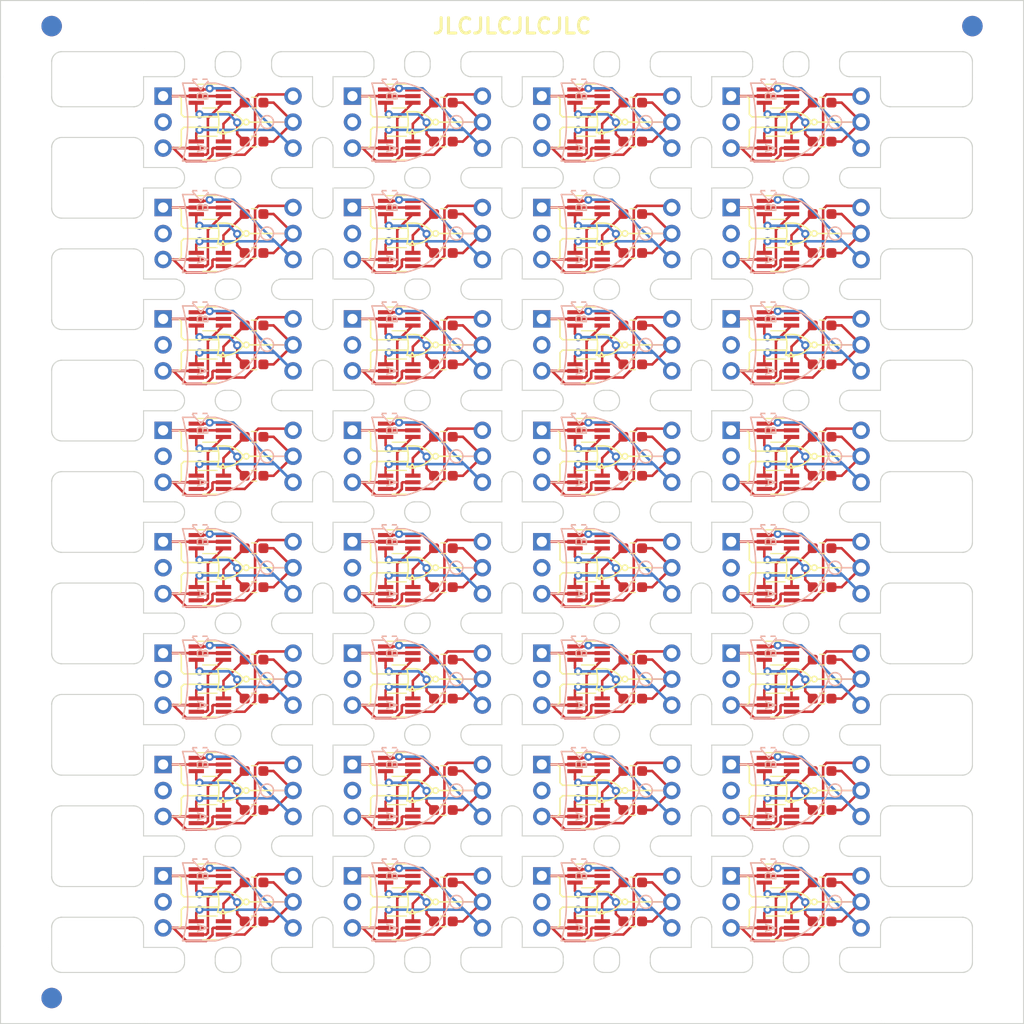
<source format=kicad_pcb>
(kicad_pcb (version 20211014) (generator pcbnew)
  (layers (0 "F.Cu" signal) (31 "B.Cu" signal) (34 "B.Paste" user) (35 "F.Paste" user) (36 "B.SilkS" user "B.Silkscreen") (37 "F.SilkS" user "F.Silkscreen") (38 "B.Mask" user) (39 "F.Mask" user) (44 "Edge.Cuts" user))
  (net 0 "")
  (net 1 "Board_0-A")
  (net 2 "Board_0-B")
  (net 3 "Board_0-Net-(Q1-Pad3)")
  (net 4 "Board_0-Net-(Q1-Pad6)")
  (net 5 "Board_0-Net-(Q2-Pad3)")
  (net 6 "Board_0-Out")
  (net 7 "Board_0-VDD")
  (net 8 "Board_0-VSS")
  (net 9 "Board_0-unconnected-(J1-Pad2)")
  (net 10 "Board_1-A")
  (net 11 "Board_1-B")
  (net 12 "Board_1-Net-(Q1-Pad3)")
  (net 13 "Board_1-Net-(Q1-Pad6)")
  (net 14 "Board_1-Net-(Q2-Pad3)")
  (net 15 "Board_1-Out")
  (net 16 "Board_1-VDD")
  (net 17 "Board_1-VSS")
  (net 18 "Board_1-unconnected-(J1-Pad2)")
  (net 19 "Board_2-A")
  (net 20 "Board_2-B")
  (net 21 "Board_2-Net-(Q1-Pad3)")
  (net 22 "Board_2-Net-(Q1-Pad6)")
  (net 23 "Board_2-Net-(Q2-Pad3)")
  (net 24 "Board_2-Out")
  (net 25 "Board_2-VDD")
  (net 26 "Board_2-VSS")
  (net 27 "Board_2-unconnected-(J1-Pad2)")
  (net 28 "Board_3-A")
  (net 29 "Board_3-B")
  (net 30 "Board_3-Net-(Q1-Pad3)")
  (net 31 "Board_3-Net-(Q1-Pad6)")
  (net 32 "Board_3-Net-(Q2-Pad3)")
  (net 33 "Board_3-Out")
  (net 34 "Board_3-VDD")
  (net 35 "Board_3-VSS")
  (net 36 "Board_3-unconnected-(J1-Pad2)")
  (net 37 "Board_4-A")
  (net 38 "Board_4-B")
  (net 39 "Board_4-Net-(Q1-Pad3)")
  (net 40 "Board_4-Net-(Q1-Pad6)")
  (net 41 "Board_4-Net-(Q2-Pad3)")
  (net 42 "Board_4-Out")
  (net 43 "Board_4-VDD")
  (net 44 "Board_4-VSS")
  (net 45 "Board_4-unconnected-(J1-Pad2)")
  (net 46 "Board_5-A")
  (net 47 "Board_5-B")
  (net 48 "Board_5-Net-(Q1-Pad3)")
  (net 49 "Board_5-Net-(Q1-Pad6)")
  (net 50 "Board_5-Net-(Q2-Pad3)")
  (net 51 "Board_5-Out")
  (net 52 "Board_5-VDD")
  (net 53 "Board_5-VSS")
  (net 54 "Board_5-unconnected-(J1-Pad2)")
  (net 55 "Board_6-A")
  (net 56 "Board_6-B")
  (net 57 "Board_6-Net-(Q1-Pad3)")
  (net 58 "Board_6-Net-(Q1-Pad6)")
  (net 59 "Board_6-Net-(Q2-Pad3)")
  (net 60 "Board_6-Out")
  (net 61 "Board_6-VDD")
  (net 62 "Board_6-VSS")
  (net 63 "Board_6-unconnected-(J1-Pad2)")
  (net 64 "Board_7-A")
  (net 65 "Board_7-B")
  (net 66 "Board_7-Net-(Q1-Pad3)")
  (net 67 "Board_7-Net-(Q1-Pad6)")
  (net 68 "Board_7-Net-(Q2-Pad3)")
  (net 69 "Board_7-Out")
  (net 70 "Board_7-VDD")
  (net 71 "Board_7-VSS")
  (net 72 "Board_7-unconnected-(J1-Pad2)")
  (net 73 "Board_8-A")
  (net 74 "Board_8-B")
  (net 75 "Board_8-Net-(Q1-Pad3)")
  (net 76 "Board_8-Net-(Q1-Pad6)")
  (net 77 "Board_8-Net-(Q2-Pad3)")
  (net 78 "Board_8-Out")
  (net 79 "Board_8-VDD")
  (net 80 "Board_8-VSS")
  (net 81 "Board_8-unconnected-(J1-Pad2)")
  (net 82 "Board_9-A")
  (net 83 "Board_9-B")
  (net 84 "Board_9-Net-(Q1-Pad3)")
  (net 85 "Board_9-Net-(Q1-Pad6)")
  (net 86 "Board_9-Net-(Q2-Pad3)")
  (net 87 "Board_9-Out")
  (net 88 "Board_9-VDD")
  (net 89 "Board_9-VSS")
  (net 90 "Board_9-unconnected-(J1-Pad2)")
  (net 91 "Board_10-A")
  (net 92 "Board_10-B")
  (net 93 "Board_10-Net-(Q1-Pad3)")
  (net 94 "Board_10-Net-(Q1-Pad6)")
  (net 95 "Board_10-Net-(Q2-Pad3)")
  (net 96 "Board_10-Out")
  (net 97 "Board_10-VDD")
  (net 98 "Board_10-VSS")
  (net 99 "Board_10-unconnected-(J1-Pad2)")
  (net 100 "Board_11-A")
  (net 101 "Board_11-B")
  (net 102 "Board_11-Net-(Q1-Pad3)")
  (net 103 "Board_11-Net-(Q1-Pad6)")
  (net 104 "Board_11-Net-(Q2-Pad3)")
  (net 105 "Board_11-Out")
  (net 106 "Board_11-VDD")
  (net 107 "Board_11-VSS")
  (net 108 "Board_11-unconnected-(J1-Pad2)")
  (net 109 "Board_12-A")
  (net 110 "Board_12-B")
  (net 111 "Board_12-Net-(Q1-Pad3)")
  (net 112 "Board_12-Net-(Q1-Pad6)")
  (net 113 "Board_12-Net-(Q2-Pad3)")
  (net 114 "Board_12-Out")
  (net 115 "Board_12-VDD")
  (net 116 "Board_12-VSS")
  (net 117 "Board_12-unconnected-(J1-Pad2)")
  (net 118 "Board_13-A")
  (net 119 "Board_13-B")
  (net 120 "Board_13-Net-(Q1-Pad3)")
  (net 121 "Board_13-Net-(Q1-Pad6)")
  (net 122 "Board_13-Net-(Q2-Pad3)")
  (net 123 "Board_13-Out")
  (net 124 "Board_13-VDD")
  (net 125 "Board_13-VSS")
  (net 126 "Board_13-unconnected-(J1-Pad2)")
  (net 127 "Board_14-A")
  (net 128 "Board_14-B")
  (net 129 "Board_14-Net-(Q1-Pad3)")
  (net 130 "Board_14-Net-(Q1-Pad6)")
  (net 131 "Board_14-Net-(Q2-Pad3)")
  (net 132 "Board_14-Out")
  (net 133 "Board_14-VDD")
  (net 134 "Board_14-VSS")
  (net 135 "Board_14-unconnected-(J1-Pad2)")
  (net 136 "Board_15-A")
  (net 137 "Board_15-B")
  (net 138 "Board_15-Net-(Q1-Pad3)")
  (net 139 "Board_15-Net-(Q1-Pad6)")
  (net 140 "Board_15-Net-(Q2-Pad3)")
  (net 141 "Board_15-Out")
  (net 142 "Board_15-VDD")
  (net 143 "Board_15-VSS")
  (net 144 "Board_15-unconnected-(J1-Pad2)")
  (net 145 "Board_16-A")
  (net 146 "Board_16-B")
  (net 147 "Board_16-Net-(Q1-Pad3)")
  (net 148 "Board_16-Net-(Q1-Pad6)")
  (net 149 "Board_16-Net-(Q2-Pad3)")
  (net 150 "Board_16-Out")
  (net 151 "Board_16-VDD")
  (net 152 "Board_16-VSS")
  (net 153 "Board_16-unconnected-(J1-Pad2)")
  (net 154 "Board_17-A")
  (net 155 "Board_17-B")
  (net 156 "Board_17-Net-(Q1-Pad3)")
  (net 157 "Board_17-Net-(Q1-Pad6)")
  (net 158 "Board_17-Net-(Q2-Pad3)")
  (net 159 "Board_17-Out")
  (net 160 "Board_17-VDD")
  (net 161 "Board_17-VSS")
  (net 162 "Board_17-unconnected-(J1-Pad2)")
  (net 163 "Board_18-A")
  (net 164 "Board_18-B")
  (net 165 "Board_18-Net-(Q1-Pad3)")
  (net 166 "Board_18-Net-(Q1-Pad6)")
  (net 167 "Board_18-Net-(Q2-Pad3)")
  (net 168 "Board_18-Out")
  (net 169 "Board_18-VDD")
  (net 170 "Board_18-VSS")
  (net 171 "Board_18-unconnected-(J1-Pad2)")
  (net 172 "Board_19-A")
  (net 173 "Board_19-B")
  (net 174 "Board_19-Net-(Q1-Pad3)")
  (net 175 "Board_19-Net-(Q1-Pad6)")
  (net 176 "Board_19-Net-(Q2-Pad3)")
  (net 177 "Board_19-Out")
  (net 178 "Board_19-VDD")
  (net 179 "Board_19-VSS")
  (net 180 "Board_19-unconnected-(J1-Pad2)")
  (net 181 "Board_20-A")
  (net 182 "Board_20-B")
  (net 183 "Board_20-Net-(Q1-Pad3)")
  (net 184 "Board_20-Net-(Q1-Pad6)")
  (net 185 "Board_20-Net-(Q2-Pad3)")
  (net 186 "Board_20-Out")
  (net 187 "Board_20-VDD")
  (net 188 "Board_20-VSS")
  (net 189 "Board_20-unconnected-(J1-Pad2)")
  (net 190 "Board_21-A")
  (net 191 "Board_21-B")
  (net 192 "Board_21-Net-(Q1-Pad3)")
  (net 193 "Board_21-Net-(Q1-Pad6)")
  (net 194 "Board_21-Net-(Q2-Pad3)")
  (net 195 "Board_21-Out")
  (net 196 "Board_21-VDD")
  (net 197 "Board_21-VSS")
  (net 198 "Board_21-unconnected-(J1-Pad2)")
  (net 199 "Board_22-A")
  (net 200 "Board_22-B")
  (net 201 "Board_22-Net-(Q1-Pad3)")
  (net 202 "Board_22-Net-(Q1-Pad6)")
  (net 203 "Board_22-Net-(Q2-Pad3)")
  (net 204 "Board_22-Out")
  (net 205 "Board_22-VDD")
  (net 206 "Board_22-VSS")
  (net 207 "Board_22-unconnected-(J1-Pad2)")
  (net 208 "Board_23-A")
  (net 209 "Board_23-B")
  (net 210 "Board_23-Net-(Q1-Pad3)")
  (net 211 "Board_23-Net-(Q1-Pad6)")
  (net 212 "Board_23-Net-(Q2-Pad3)")
  (net 213 "Board_23-Out")
  (net 214 "Board_23-VDD")
  (net 215 "Board_23-VSS")
  (net 216 "Board_23-unconnected-(J1-Pad2)")
  (net 217 "Board_24-A")
  (net 218 "Board_24-B")
  (net 219 "Board_24-Net-(Q1-Pad3)")
  (net 220 "Board_24-Net-(Q1-Pad6)")
  (net 221 "Board_24-Net-(Q2-Pad3)")
  (net 222 "Board_24-Out")
  (net 223 "Board_24-VDD")
  (net 224 "Board_24-VSS")
  (net 225 "Board_24-unconnected-(J1-Pad2)")
  (net 226 "Board_25-A")
  (net 227 "Board_25-B")
  (net 228 "Board_25-Net-(Q1-Pad3)")
  (net 229 "Board_25-Net-(Q1-Pad6)")
  (net 230 "Board_25-Net-(Q2-Pad3)")
  (net 231 "Board_25-Out")
  (net 232 "Board_25-VDD")
  (net 233 "Board_25-VSS")
  (net 234 "Board_25-unconnected-(J1-Pad2)")
  (net 235 "Board_26-A")
  (net 236 "Board_26-B")
  (net 237 "Board_26-Net-(Q1-Pad3)")
  (net 238 "Board_26-Net-(Q1-Pad6)")
  (net 239 "Board_26-Net-(Q2-Pad3)")
  (net 240 "Board_26-Out")
  (net 241 "Board_26-VDD")
  (net 242 "Board_26-VSS")
  (net 243 "Board_26-unconnected-(J1-Pad2)")
  (net 244 "Board_27-A")
  (net 245 "Board_27-B")
  (net 246 "Board_27-Net-(Q1-Pad3)")
  (net 247 "Board_27-Net-(Q1-Pad6)")
  (net 248 "Board_27-Net-(Q2-Pad3)")
  (net 249 "Board_27-Out")
  (net 250 "Board_27-VDD")
  (net 251 "Board_27-VSS")
  (net 252 "Board_27-unconnected-(J1-Pad2)")
  (net 253 "Board_28-A")
  (net 254 "Board_28-B")
  (net 255 "Board_28-Net-(Q1-Pad3)")
  (net 256 "Board_28-Net-(Q1-Pad6)")
  (net 257 "Board_28-Net-(Q2-Pad3)")
  (net 258 "Board_28-Out")
  (net 259 "Board_28-VDD")
  (net 260 "Board_28-VSS")
  (net 261 "Board_28-unconnected-(J1-Pad2)")
  (net 262 "Board_29-A")
  (net 263 "Board_29-B")
  (net 264 "Board_29-Net-(Q1-Pad3)")
  (net 265 "Board_29-Net-(Q1-Pad6)")
  (net 266 "Board_29-Net-(Q2-Pad3)")
  (net 267 "Board_29-Out")
  (net 268 "Board_29-VDD")
  (net 269 "Board_29-VSS")
  (net 270 "Board_29-unconnected-(J1-Pad2)")
  (net 271 "Board_30-A")
  (net 272 "Board_30-B")
  (net 273 "Board_30-Net-(Q1-Pad3)")
  (net 274 "Board_30-Net-(Q1-Pad6)")
  (net 275 "Board_30-Net-(Q2-Pad3)")
  (net 276 "Board_30-Out")
  (net 277 "Board_30-VDD")
  (net 278 "Board_30-VSS")
  (net 279 "Board_30-unconnected-(J1-Pad2)")
  (net 280 "Board_31-A")
  (net 281 "Board_31-B")
  (net 282 "Board_31-Net-(Q1-Pad3)")
  (net 283 "Board_31-Net-(Q1-Pad6)")
  (net 284 "Board_31-Net-(Q2-Pad3)")
  (net 285 "Board_31-Out")
  (net 286 "Board_31-VDD")
  (net 287 "Board_31-VSS")
  (net 288 "Board_31-unconnected-(J1-Pad2)")
  (footprint "NPTH" (layer "F.Cu") (at 73.511666 44.426)
    (fp_text reference "REF**" hide)
    (fp_text value "NPTH" hide)
  )
  (footprint "NPTH" (layer "F.Cu") (at 73.511666 55.306)
    (fp_text reference "REF**" hide)
    (fp_text value "NPTH" hide)
  )
  (footprint "NPTH" (layer "F.Cu") (at 84.725 90.226)
    (fp_text reference "REF**" hide)
    (fp_text value "NPTH" hide)
  )
  (footprint "NPTH" (layer "F.Cu") (at 75.018333 74.686)
    (fp_text reference "REF**" hide)
    (fp_text value "NPTH" hide)
  )
  (footprint "NPTH" (layer "F.Cu") (at 97.525 85.586)
    (fp_text reference "REF**" hide)
    (fp_text value "NPTH" hide)
  )
  (footprint "NPTH" (layer "F.Cu") (at 52.005 87.986)
    (fp_text reference "REF**" hide)
    (fp_text value "NPTH" hide)
  )
  (footprint "NPTH" (layer "F.Cu") (at 40.998333 31.126)
    (fp_text reference "REF**" hide)
    (fp_text value "NPTH" hide)
  )
  (footprint "Tritium:PinHeader_1x03_P2.54mm_Vertical_NoSilkscreen" (layer "F.Cu") (at 67.915 100.576)
    (fp_text reference "J1" hide)
    (fp_text value "Conn_01x03")
  )
  (footprint "NPTH" (layer "F.Cu") (at 100.825 71.446)
    (fp_text reference "REF**" hide)
    (fp_text value "NPTH" hide)
  )
  (footprint "NPTH" (layer "F.Cu") (at 63.805 81.336)
    (fp_text reference "REF**" hide)
    (fp_text value "NPTH" hide)
  )
  (footprint "NPTH" (layer "F.Cu") (at 97.525 107.366)
    (fp_text reference "REF**" hide)
    (fp_text value "NPTH" hide)
  )
  (footprint "NPTH" (layer "F.Cu") (at 32.491666 31.126)
    (fp_text reference "REF**" hide)
    (fp_text value "NPTH" hide)
  )
  (footprint "NPTH" (layer "F.Cu") (at 66.205 26.886)
    (fp_text reference "REF**" hide)
    (fp_text value "NPTH" hide)
  )
  (footprint "NPTH" (layer "F.Cu") (at 66.205 24.886)
    (fp_text reference "REF**" hide)
    (fp_text value "NPTH" hide)
  )
  (footprint "NPTH" (layer "F.Cu") (at 54.005 31.126)
    (fp_text reference "REF**" hide)
    (fp_text value "NPTH" hide)
  )
  (footprint "NPTH" (layer "F.Cu") (at 34.491666 33.526)
    (fp_text reference "REF**" hide)
    (fp_text value "NPTH" hide)
  )
  (footprint "NPTH" (layer "F.Cu") (at 32.491666 66.206)
    (fp_text reference "REF**" hide)
    (fp_text value "NPTH" hide)
  )
  (footprint "NPTH" (layer "F.Cu") (at 29.185 71.446)
    (fp_text reference "REF**" hide)
    (fp_text value "NPTH" hide)
  )
  (footprint "NPTH" (layer "F.Cu") (at 66.205 27.886)
    (fp_text reference "REF**" hide)
    (fp_text value "NPTH" hide)
  )
  (footprint "NPTH" (layer "F.Cu") (at 33.491666 33.526)
    (fp_text reference "REF**" hide)
    (fp_text value "NPTH" hide)
  )
  (footprint "NPTH" (layer "F.Cu") (at 95.525 107.366)
    (fp_text reference "REF**" hide)
    (fp_text value "NPTH" hide)
  )
  (footprint "NPTH" (layer "F.Cu") (at 66.205 69.446)
    (fp_text reference "REF**" hide)
    (fp_text value "NPTH" hide)
  )
  (footprint "NPTH" (layer "F.Cu") (at 47.705 35.776)
    (fp_text reference "REF**" hide)
    (fp_text value "NPTH" hide)
  )
  (footprint "NPTH" (layer "F.Cu") (at 93.525 87.986)
    (fp_text reference "REF**" hide)
    (fp_text value "NPTH" hide)
  )
  (footprint "Tritium:PinHeader_1x03_P2.54mm_Vertical_NoSilkscreen" (layer "F.Cu") (at 49.405 57.016)
    (fp_text reference "J1" hide)
    (fp_text value "Conn_01x03")
  )
  (footprint "Tritium:PinHeader_1x03_P2.54mm_Vertical_NoSilkscreen" (layer "F.Cu") (at 86.425 100.576)
    (fp_text reference "J1" hide)
    (fp_text value "Conn_01x03")
  )
  (footprint "NPTH" (layer "F.Cu") (at 17.5 112.512)
    (fp_text reference "REF**" hide)
    (fp_text value "NPTH" hide)
  )
  (footprint "NPTH" (layer "F.Cu") (at 77.018333 107.366)
    (fp_text reference "REF**" hide)
    (fp_text value "NPTH" hide)
  )
  (footprint "NPTH" (layer "F.Cu") (at 71.511666 52.906)
    (fp_text reference "REF**" hide)
    (fp_text value "NPTH" hide)
  )
  (footprint "NPTH" (layer "F.Cu") (at 60.505 22.646)
    (fp_text reference "REF**" hide)
    (fp_text value "NPTH" hide)
  )
  (footprint "NPTH" (layer "F.Cu") (at 75.018333 33.526)
    (fp_text reference "REF**" hide)
    (fp_text value "NPTH" hide)
  )
  (footprint "NPTH" (layer "F.Cu") (at 77.018333 87.986)
    (fp_text reference "REF**" hide)
    (fp_text value "NPTH" hide)
  )
  (footprint "NPTH" (layer "F.Cu") (at 40.998333 42.026)
    (fp_text reference "REF**" hide)
    (fp_text value "NPTH" hide)
  )
  (footprint "Package_TO_SOT_SMD:SOT-363_SC-70-6_Handsoldering" (layer "F.Cu") (at 35.467 35.236)
    (fp_text reference "Q2" hide)
    (fp_text value "BSS8402DW-7-F")
  )
  (footprint "NPTH" (layer "F.Cu") (at 66.205 71.446)
    (fp_text reference "REF**" hide)
    (fp_text value "NPTH" hide)
  )
  (footprint "NPTH" (layer "F.Cu") (at 101.025 19.5)
    (fp_text reference "REF**" hide)
    (fp_text value "NPTH" hide)
  )
  (footprint "NPTH" (layer "F.Cu") (at 33.491666 96.466)
    (fp_text reference "REF**" hide)
    (fp_text value "NPTH" hide)
  )
  (footprint "NPTH" (layer "F.Cu") (at 75.018333 52.906)
    (fp_text reference "REF**" hide)
    (fp_text value "NPTH" hide)
  )
  (footprint "Package_TO_SOT_SMD:SOT-363_SC-70-6_Handsoldering" (layer "F.Cu") (at 90.997 35.236)
    (fp_text reference "Q2" hide)
    (fp_text value "BSS8402DW-7-F")
  )
  (footprint "NPTH" (layer "F.Cu") (at 33.491666 22.646)
    (fp_text reference "REF**" hide)
    (fp_text value "NPTH" hide)
  )
  (footprint "NPTH" (layer "F.Cu") (at 47.705 26.886)
    (fp_text reference "REF**" hide)
    (fp_text value "NPTH" hide)
  )
  (footprint "NPTH" (layer "F.Cu") (at 69.511666 52.906)
    (fp_text reference "REF**" hide)
    (fp_text value "NPTH" hide)
  )
  (footprint "Resistor_SMD:R_0603_1608Metric_Pad0.98x0.95mm_HandSolder" (layer "F.Cu") (at 95.315 39.681)
    (fp_text reference "R1" hide)
    (fp_text value "12k")
  )
  (footprint "NPTH" (layer "F.Cu") (at 32.491666 33.526)
    (fp_text reference "REF**" hide)
    (fp_text value "NPTH" hide)
  )
  (footprint "NPTH" (layer "F.Cu") (at 63.805 104.116)
    (fp_text reference "REF**" hide)
    (fp_text value "NPTH" hide)
  )
  (footprint "NPTH" (layer "F.Cu") (at 96.525 33.526)
    (fp_text reference "REF**" hide)
    (fp_text value "NPTH" hide)
  )
  (footprint "Package_TO_SOT_SMD:SOT-363_SC-70-6_Handsoldering" (layer "F.Cu") (at 72.487 62.096)
    (fp_text reference "Q1" hide)
    (fp_text value "BSS8402DW-7-F")
  )
  (footprint "Package_TO_SOT_SMD:SOT-363_SC-70-6_Handsoldering" (layer "F.Cu") (at 90.997 78.796)
    (fp_text reference "Q2" hide)
    (fp_text value "BSS8402DW-7-F")
  )
  (footprint "NPTH" (layer "F.Cu") (at 92.025 31.126)
    (fp_text reference "REF**" hide)
    (fp_text value "NPTH" hide)
  )
  (footprint "NPTH" (layer "F.Cu") (at 82.325 26.886)
    (fp_text reference "REF**" hide)
    (fp_text value "NPTH" hide)
  )
  (footprint "NPTH" (layer "F.Cu") (at 51.005 31.126)
    (fp_text reference "REF**" hide)
    (fp_text value "NPTH" hide)
  )
  (footprint "NPTH" (layer "F.Cu") (at 52.005 66.206)
    (fp_text reference "REF**" hide)
    (fp_text value "NPTH" hide)
  )
  (footprint "NPTH" (layer "F.Cu") (at 76.018333 55.306)
    (fp_text reference "REF**" hide)
    (fp_text value "NPTH" hide)
  )
  (footprint "NPTH" (layer "F.Cu") (at 78.018333 87.986)
    (fp_text reference "REF**" hide)
    (fp_text value "NPTH" hide)
  )
  (footprint "NPTH" (layer "F.Cu") (at 82.325 79.336)
    (fp_text reference "REF**" hide)
    (fp_text value "NPTH" hide)
  )
  (footprint "Package_TO_SOT_SMD:SOT-363_SC-70-6_Handsoldering" (layer "F.Cu") (at 35.467 57.016)
    (fp_text reference "Q2" hide)
    (fp_text value "BSS8402DW-7-F")
  )
  (footprint "NPTH" (layer "F.Cu") (at 84.725 60.556)
    (fp_text reference "REF**" hide)
    (fp_text value "NPTH" hide)
  )
  (footprint "NPTH" (layer "F.Cu") (at 63.805 26.886)
    (fp_text reference "REF**" hide)
    (fp_text value "NPTH" hide)
  )
  (footprint "NPTH" (layer "F.Cu") (at 56.505 66.206)
    (fp_text reference "REF**" hide)
    (fp_text value "NPTH" hide)
  )
  (footprint "NPTH" (layer "F.Cu") (at 82.325 83.336)
    (fp_text reference "REF**" hide)
    (fp_text value "NPTH" hide)
  )
  (footprint "NPTH" (layer "F.Cu") (at 93.525 33.526)
    (fp_text reference "REF**" hide)
    (fp_text value "NPTH" hide)
  )
  (footprint "NPTH" (layer "F.Cu") (at 32.491666 44.426)
    (fp_text reference "REF**" hide)
    (fp_text value "NPTH" hide)
  )
  (footprint "Package_TO_SOT_SMD:SOT-363_SC-70-6_Handsoldering" (layer "F.Cu") (at 90.997 100.576)
    (fp_text reference "Q2" hide)
    (fp_text value "BSS8402DW-7-F")
  )
  (footprint "NPTH" (layer "F.Cu") (at 97.525 98.866)
    (fp_text reference "REF**" hide)
    (fp_text value "NPTH" hide)
  )
  (footprint "NPTH" (layer "F.Cu") (at 63.805 48.666)
    (fp_text reference "REF**" hide)
    (fp_text value "NPTH" hide)
  )
  (footprint "NPTH" (layer "F.Cu") (at 34.491666 74.686)
    (fp_text reference "REF**" hide)
    (fp_text value "NPTH" hide)
  )
  (footprint "NPTH" (layer "F.Cu") (at 100.825 68.446)
    (fp_text reference "REF**" hide)
    (fp_text value "NPTH" hide)
  )
  (footprint "NPTH" (layer "F.Cu") (at 79.018333 22.646)
    (fp_text reference "REF**" hide)
    (fp_text value "NPTH" hide)
  )
  (footprint "NPTH" (layer "F.Cu") (at 89.025 77.086)
    (fp_text reference "REF**" hide)
    (fp_text value "NPTH" hide)
  )
  (footprint "NPTH" (layer "F.Cu") (at 59.505 85.586)
    (fp_text reference "REF**" hide)
    (fp_text value "NPTH" hide)
  )
  (footprint "NPTH" (layer "F.Cu") (at 101.025 111.512)
    (fp_text reference "REF**" hide)
    (fp_text value "NPTH" hide)
  )
  (footprint "NPTH" (layer "F.Cu") (at 28.985 112.512)
    (fp_text reference "REF**" hide)
    (fp_text value "NPTH" hide)
  )
  (footprint "Package_TO_SOT_SMD:SOT-363_SC-70-6_Handsoldering" (layer "F.Cu") (at 72.487 35.236)
    (fp_text reference "Q2" hide)
    (fp_text value "BSS8402DW-7-F")
  )
  (footprint "NPTH" (layer "F.Cu") (at 55.005 96.466)
    (fp_text reference "REF**" hide)
    (fp_text value "NPTH" hide)
  )
  (footprint "Resistor_SMD:R_0603_1608Metric_Pad0.98x0.95mm_HandSolder" (layer "F.Cu") (at 95.315 72.351)
    (fp_text reference "R1" hide)
    (fp_text value "12k")
  )
  (footprint "Tritium:PinHeader_1x03_P2.54mm_Vertical_NoSilkscreen" (layer "F.Cu") (at 62.105 57.016)
    (fp_text reference "J2" hide)
    (fp_text value "Conn_01x03")
  )
  (footprint "NPTH" (layer "F.Cu") (at 33.491666 55.306)
    (fp_text reference "REF**" hide)
    (fp_text value "NPTH" hide)
  )
  (footprint "Package_TO_SOT_SMD:SOT-363_SC-70-6_Handsoldering" (layer "F.Cu") (at 90.997 89.686)
    (fp_text reference "Q2" hide)
    (fp_text value "BSS8402DW-7-F")
  )
  (footprint "Package_TO_SOT_SMD:SOT-363_SC-70-6_Handsoldering" (layer "F.Cu") (at 72.487 100.576)
    (fp_text reference "Q2" hide)
    (fp_text value "BSS8402DW-7-F")
  )
  (footprint "NPTH" (layer "F.Cu") (at 73.511666 87.986)
    (fp_text reference "REF**" hide)
    (fp_text value "NPTH" hide)
  )
  (footprint "NPTH" (layer "F.Cu") (at 47.705 60.556)
    (fp_text reference "REF**" hide)
    (fp_text value "NPTH" hide)
  )
  (footprint "NPTH" (layer "F.Cu") (at 89.025 42.026)
    (fp_text reference "REF**" hide)
    (fp_text value "NPTH" hide)
  )
  (footprint "Package_TO_SOT_SMD:SOT-363_SC-70-6_Handsoldering" (layer "F.Cu") (at 90.997 67.906)
    (fp_text reference "Q2" hide)
    (fp_text value "BSS8402DW-7-F")
  )
  (footprint "NPTH" (layer "F.Cu") (at 39.998333 85.586)
    (fp_text reference "REF**" hide)
    (fp_text value "NPTH" hide)
  )
  (footprint "NPTH" (layer "F.Cu") (at 40.998333 107.366)
    (fp_text reference "REF**" hide)
    (fp_text value "NPTH" hide)
  )
  (footprint "Tritium:PinHeader_1x03_P2.54mm_Vertical_NoSilkscreen" (layer "F.Cu") (at 99.125 57.016)
    (fp_text reference "J2" hide)
    (fp_text value "Conn_01x03")
  )
  (footprint "NPTH" (layer "F.Cu") (at 47.705 92.226)
    (fp_text reference "REF**" hide)
    (fp_text value "NPTH" hide)
  )
  (footprint "NPTH" (layer "F.Cu") (at 101.025 18.5)
    (fp_text reference "REF**" hide)
    (fp_text value "NPTH" hide)
  )
  (footprint "NPTH" (layer "F.Cu") (at 34.491666 52.906)
    (fp_text reference "REF**" hide)
    (fp_text value "NPTH" hide)
  )
  (footprint "NPTH" (layer "F.Cu") (at 79.018333 44.426)
    (fp_text reference "REF**" hide)
    (fp_text value "NPTH" hide)
  )
  (footprint "NPTH" (layer "F.Cu") (at 35.491666 107.366)
    (fp_text reference "REF**" hide)
    (fp_text value "NPTH" hide)
  )
  (footprint "NPTH" (layer "F.Cu") (at 38.998333 85.586)
    (fp_text reference "REF**" hide)
    (fp_text value "NPTH" hide)
  )
  (footprint "NPTH" (layer "F.Cu") (at 35.491666 74.686)
    (fp_text reference "REF**" hide)
    (fp_text value "NPTH" hide)
  )
  (footprint "NPTH" (layer "F.Cu") (at 91.025 22.646)
    (fp_text reference "REF**" hide)
    (fp_text value "NPTH" hide)
  )
  (footprint "NPTH" (layer "F.Cu") (at 84.725 61.556)
    (fp_text reference "REF**" hide)
    (fp_text value "NPTH" hide)
  )
  (footprint "NPTH" (layer "F.Cu") (at 35.491666 31.126)
    (fp_text reference "REF**" hide)
    (fp_text value "NPTH" hide)
  )
  (footprint "NPTH" (layer "F.Cu") (at 88.025 87.986)
    (fp_text reference "REF**" hide)
    (fp_text value "NPTH" hide)
  )
  (footprint "NPTH" (layer "F.Cu") (at 29.185 80.336)
    (fp_text reference "REF**" hide)
    (fp_text value "NPTH" hide)
  )
  (footprint "NPTH" (layer "F.Cu") (at 76.018333 42.026)
    (fp_text reference "REF**" hide)
    (fp_text value "NPTH" hide)
  )
  (footprint "Resistor_SMD:R_0603_1608Metric_Pad0.98x0.95mm_HandSolder" (layer "F.Cu") (at 39.785 90.321 180)
    (fp_text reference "R2" hide)
    (fp_text value "12k")
  )
  (footprint "NPTH" (layer "F.Cu") (at 58.505 44.426)
    (fp_text reference "REF**" hide)
    (fp_text value "NPTH" hide)
  )
  (footprint "NPTH" (layer "F.Cu") (at 96.525 87.986)
    (fp_text reference "REF**" hide)
    (fp_text value "NPTH" hide)
  )
  (footprint "NPTH" (layer "F.Cu") (at 56.505 96.466)
    (fp_text reference "REF**" hide)
    (fp_text value "NPTH" hide)
  )
  (footprint "Resistor_SMD:R_0603_1608Metric_Pad0.98x0.95mm_HandSolder" (layer "F.Cu") (at 58.295 24.981 180)
    (fp_text reference "R2" hide)
    (fp_text value "12k")
  )
  (footprint "NPTH" (layer "F.Cu") (at 94.525 107.366)
    (fp_text reference "REF**" hide)
    (fp_text value "NPTH" hide)
  )
  (footprint "NPTH" (layer "F.Cu") (at 79.018333 33.526)
    (fp_text reference "REF**" hide)
    (fp_text value "NPTH" hide)
  )
  (footprint "NPTH" (layer "F.Cu") (at 97.525 44.426)
    (fp_text reference "REF**" hide)
    (fp_text value "NPTH" hide)
  )
  (footprint "NPTH" (layer "F.Cu") (at 78.018333 52.906)
    (fp_text reference "REF**" hide)
    (fp_text value "NPTH" hide)
  )
  (footprint "NPTH" (layer "F.Cu") (at 59.505 55.306)
    (fp_text reference "REF**" hide)
    (fp_text value "NPTH" hide)
  )
  (footprint "NPTH" (layer "F.Cu") (at 69.511666 107.366)
    (fp_text reference "REF**" hide)
    (fp_text value "NPTH" hide)
  )
  (footprint "Resistor_SMD:R_0603_1608Metric_Pad0.98x0.95mm_HandSolder" (layer "F.Cu") (at 58.295 83.241)
    (fp_text reference "R1" hide)
    (fp_text value "12k")
  )
  (footprint "NPTH" (layer "F.Cu") (at 82.325 80.336)
    (fp_text reference "REF**" hide)
    (fp_text value "NPTH" hide)
  )
  (footprint "NPTH" (layer "F.Cu") (at 71.511666 22.646)
    (fp_text reference "REF**" hide)
    (fp_text value "NPTH" hide)
  )
  (footprint "NPTH" (layer "F.Cu") (at 60.505 77.086)
    (fp_text reference "REF**" hide)
    (fp_text value "NPTH" hide)
  )
  (footprint "NPTH" (layer "F.Cu") (at 100.825 26.886)
    (fp_text reference "REF**" hide)
    (fp_text value "NPTH" hide)
  )
  (footprint "NPTH" (layer "F.Cu") (at 36.491666 74.686)
    (fp_text reference "REF**" hide)
    (fp_text value "NPTH" hide)
  )
  (footprint "NPTH" (layer "F.Cu") (at 32.491666 98.866)
    (fp_text reference "REF**" hide)
    (fp_text value "NPTH" hide)
  )
  (footprint "NPTH" (layer "F.Cu") (at 66.205 36.776)
    (fp_text reference "REF**" hide)
    (fp_text value "NPTH" hide)
  )
  (footprint "NPTH" (layer "F.Cu") (at 93.525 55.306)
    (fp_text reference "REF**" hide)
    (fp_text value "NPTH" hide)
  )
  (footprint "NPTH" (layer "F.Cu") (at 47.705 37.776)
    (fp_text reference "REF**" hide)
    (fp_text value "NPTH" hide)
  )
  (footprint "NPTH" (layer "F.Cu") (at 29.185 60.556)
    (fp_text reference "REF**" hide)
    (fp_text value "NPTH" hide)
  )
  (footprint "NPTH" (layer "F.Cu") (at 78.018333 55.306)
    (fp_text reference "REF**" hide)
    (fp_text value "NPTH" hide)
  )
  (footprint "NPTH" (layer "F.Cu") (at 17.5 17.5)
    (fp_text reference "REF**" hide)
    (fp_text value "NPTH" hide)
  )
  (footprint "NPTH" (layer "F.Cu") (at 92.025 44.426)
    (fp_text reference "REF**" hide)
    (fp_text value "NPTH" hide)
  )
  (footprint "NPTH" (layer "F.Cu") (at 47.705 79.336)
    (fp_text reference "REF**" hide)
    (fp_text value "NPTH" hide)
  )
  (footprint "NPTH" (layer "F.Cu") (at 47.705 91.226)
    (fp_text reference "REF**" hide)
    (fp_text value "NPTH" hide)
  )
  (footprint "NPTH" (layer "F.Cu") (at 88.025 96.466)
    (fp_text reference "REF**" hide)
    (fp_text value "NPTH" hide)
  )
  (footprint "NPTH" (layer "F.Cu") (at 36.491666 52.906)
    (fp_text reference "REF**" hide)
    (fp_text value "NPTH" hide)
  )
  (footprint "Resistor_SMD:R_0603_1608Metric_Pad0.98x0.95mm_HandSolder" (layer "F.Cu") (at 76.805 46.761 180)
    (fp_text reference "R2" hide)
    (fp_text value "12k")
  )
  (footprint "NPTH" (layer "F.Cu") (at 52.005 63.806)
    (fp_text reference "REF**" hide)
    (fp_text value "NPTH" hide)
  )
  (footprint "NPTH" (layer "F.Cu") (at 63.805 82.336)
    (fp_text reference "REF**" hide)
    (fp_text value "NPTH" hide)
  )
  (footprint "Tritium:PinHeader_1x03_P2.54mm_Vertical_NoSilkscreen" (layer "F.Cu") (at 49.405 100.576)
    (fp_text reference "J1" hide)
    (fp_text value "Conn_01x03")
  )
  (footprint "Package_TO_SOT_SMD:SOT-363_SC-70-6_Handsoldering" (layer "F.Cu") (at 53.977 35.236)
    (fp_text reference "Q2" hide)
    (fp_text value "BSS8402DW-7-F")
  )
  (footprint "NPTH" (layer "F.Cu") (at 41.998333 52.906)
    (fp_text reference "REF**" hide)
    (fp_text value "NPTH" hide)
  )
  (footprint "NPTH" (layer "F.Cu") (at 94.525 66.206)
    (fp_text reference "REF**" hide)
    (fp_text value "NPTH" hide)
  )
  (footprint "NPTH" (layer "F.Cu") (at 66.205 68.446)
    (fp_text reference "REF**" hide)
    (fp_text value "NPTH" hide)
  )
  (footprint "NPTH" (layer "F.Cu") (at 28.985 114.512)
    (fp_text reference "REF**" hide)
    (fp_text value "NPTH" hide)
  )
  (footprint "Resistor_SMD:R_0603_1608Metric_Pad0.98x0.95mm_HandSolder" (layer "F.Cu") (at 95.315 35.871 180)
    (fp_text reference "R2" hide)
    (fp_text value "12k")
  )
  (footprint "NPTH" (layer "F.Cu") (at 66.205 92.226)
    (fp_text reference "REF**" hide)
    (fp_text value "NPTH" hide)
  )
  (footprint "NPTH" (layer "F.Cu") (at 84.725 48.666)
    (fp_text reference "REF**" hide)
    (fp_text value "NPTH" hide)
  )
  (footprint "NPTH" (layer "F.Cu") (at 100.825 79.336)
    (fp_text reference "REF**" hide)
    (fp_text value "NPTH" hide)
  )
  (footprint "NPTH" (layer "F.Cu") (at 110.51 107.566)
    (fp_text reference "REF**" hide)
    (fp_text value "NPTH" hide)
  )
  (footprint "NPTH" (layer "F.Cu") (at 45.305 102.116)
    (fp_text reference "REF**" hide)
    (fp_text value "NPTH" hide)
  )
  (footprint "NPTH" (layer "F.Cu") (at 92.025 42.026)
    (fp_text reference "REF**" hide)
    (fp_text value "NPTH" hide)
  )
  (footprint "NPTH" (layer "F.Cu") (at 84.725 81.336)
    (fp_text reference "REF**" hide)
    (fp_text value "NPTH" hide)
  )
  (footprint "NPTH" (layer "F.Cu") (at 63.805 24.886)
    (fp_text reference "REF**" hide)
    (fp_text value "NPTH" hide)
  )
  (footprint "NPTH" (layer "F.Cu") (at 112.51 22.446)
    (fp_text reference "REF**" hide)
    (fp_text value "NPTH" hide)
  )
  (footprint "NPTH" (layer "F.Cu") (at 97.525 63.806)
    (fp_text reference "REF**" hide)
    (fp_text value "NPTH" hide)
  )
  (footprint "NPTH" (layer "F.Cu") (at 91.025 66.206)
    (fp_text reference "REF**" hide)
    (fp_text value "NPTH" hide)
  )
  (footprint "Resistor_SMD:R_0603_1608Metric_Pad0.98x0.95mm_HandSolder" (layer "F.Cu") (at 58.295 57.651 180)
    (fp_text reference "R2" hide)
    (fp_text value "12k")
  )
  (footprint "NPTH" (layer "F.Cu") (at 55.005 98.866)
    (fp_text reference "REF**" hide)
    (fp_text value "NPTH" hide)
  )
  (footprint "NPTH" (layer "F.Cu") (at 77.018333 66.206)
    (fp_text reference "REF**" hide)
    (fp_text value "NPTH" hide)
  )
  (footprint "NPTH" (layer "F.Cu") (at 82.325 104.116)
    (fp_text reference "REF**" hide)
    (fp_text value "NPTH" hide)
  )
  (footprint "Resistor_SMD:R_0603_1608Metric_Pad0.98x0.95mm_HandSolder" (layer "F.Cu") (at 95.315 68.541 180)
    (fp_text reference "R2" hide)
    (fp_text value "12k")
  )
  (footprint "NPTH" (layer "F.Cu") (at 84.725 69.446)
    (fp_text reference "REF**" hide)
    (fp_text value "NPTH" hide)
  )
  (footprint "NPTH" (layer "F.Cu") (at 66.205 49.666)
    (fp_text reference "REF**" hide)
    (fp_text value "NPTH" hide)
  )
  (footprint "NPTH" (layer "F.Cu") (at 45.305 49.666)
    (fp_text reference "REF**" hide)
    (fp_text value "NPTH" hide)
  )
  (footprint "Resistor_SMD:R_0603_1608Metric_Pad0.98x0.95mm_HandSolder" (layer "F.Cu") (at 39.785 46.761 180)
    (fp_text reference "R2" hide)
    (fp_text value "12k")
  )
  (footprint "NPTH" (layer "F.Cu") (at 45.305 103.116)
    (fp_text reference "REF**" hide)
    (fp_text value "NPTH" hide)
  )
  (footprint "NPTH" (layer "F.Cu") (at 76.018333 52.906)
    (fp_text reference "REF**" hide)
    (fp_text value "NPTH" hide)
  )
  (footprint "NPTH" (layer "F.Cu") (at 36.491666 55.306)
    (fp_text reference "REF**" hide)
    (fp_text value "NPTH" hide)
  )
  (footprint "NPTH" (layer "F.Cu") (at 79.018333 63.806)
    (fp_text reference "REF**" hide)
    (fp_text value "NPTH" hide)
  )
  (footprint "NPTH" (layer "F.Cu") (at 29.185 58.556)
    (fp_text reference "REF**" hide)
    (fp_text value "NPTH" hide)
  )
  (footprint "NPTH" (layer "F.Cu") (at 55.005 66.206)
    (fp_text reference "REF**" hide)
    (fp_text value "NPTH" hide)
  )
  (footprint "NPTH" (layer "F.Cu") (at 33.491666 63.806)
    (fp_text reference "REF**" hide)
    (fp_text value "NPTH" hide)
  )
  (footprint "NPTH" (layer "F.Cu") (at 32.491666 85.586)
    (fp_text reference "REF**" hide)
    (fp_text value "NPTH" hide)
  )
  (footprint "NPTH" (layer "F.Cu") (at 58.505 85.586)
    (fp_text reference "REF**" hide)
    (fp_text value "NPTH" hide)
  )
  (footprint "NPTH" (layer "F.Cu") (at 70.511666 66.206)
    (fp_text reference "REF**" hide)
    (fp_text value "NPTH" hide)
  )
  (footprint "NPTH" (layer "F.Cu") (at 77.018333 33.526)
    (fp_text reference "REF**" hide)
    (fp_text value "NPTH" hide)
  )
  (footprint "NPTH" (layer "F.Cu") (at 58.505 42.026)
    (fp_text reference "REF**" hide)
    (fp_text value "NPTH" hide)
  )
  (footprint "NPTH" (layer "F.Cu") (at 40.998333 22.646)
    (fp_text reference "REF**" hide)
    (fp_text value "NPTH" hide)
  )
  (footprint "NPTH" (layer "F.Cu") (at 45.305 94.226)
    (fp_text reference "REF**" hide)
    (fp_text value "NPTH" hide)
  )
  (footprint "NPTH" (layer "F.Cu") (at 73.511666 63.806)
    (fp_text reference "REF**" hide)
    (fp_text value "NPTH" hide)
  )
  (footprint "NPTH" (layer "F.Cu") (at 18.5 22.446)
    (fp_text reference "REF**" hide)
    (fp_text value "NPTH" hide)
  )
  (footprint "NPTH" (layer "F.Cu") (at 63.805 94.226)
    (fp_text reference "REF**" hide)
    (fp_text value "NPTH" hide)
  )
  (footprint "NPTH" (layer "F.Cu") (at 36.491666 77.086)
    (fp_text reference "REF**" hide)
    (fp_text value "NPTH" hide)
  )
  (footprint "NPTH" (layer "F.Cu") (at 90.025 31.126)
    (fp_text reference "REF**" hide)
    (fp_text value "NPTH" hide)
  )
  (footprint "NPTH" (layer "F.Cu") (at 51.005 42.026)
    (fp_text reference "REF**" hide)
    (fp_text value "NPTH" hide)
  )
  (footprint "NPTH" (layer "F.Cu") (at 93.525 107.366)
    (fp_text reference "REF**" hide)
    (fp_text value "NPTH" hide)
  )
  (footprint "Tritium:PinHeader_1x03_P2.54mm_Vertical_NoSilkscreen" (layer "F.Cu") (at 86.425 24.346)
    (fp_text reference "J1" hide)
    (fp_text value "Conn_01x03")
  )
  (footprint "NPTH" (layer "F.Cu") (at 82.325 38.776)
    (fp_text reference "REF**" hide)
    (fp_text value "NPTH" hide)
  )
  (footprint "NPTH" (layer "F.Cu") (at 38.998333 44.426)
    (fp_text reference "REF**" hide)
    (fp_text value "NPTH" hide)
  )
  (footprint "NPTH" (layer "F.Cu") (at 93.525 77.086)
    (fp_text reference "REF**" hide)
    (fp_text value "NPTH" hide)
  )
  (footprint "NPTH" (layer "F.Cu") (at 75.018333 55.306)
    (fp_text reference "REF**" hide)
    (fp_text value "NPTH" hide)
  )
  (footprint "Resistor_SMD:R_0603_1608Metric_Pad0.98x0.95mm_HandSolder" (layer "F.Cu") (at 76.805 39.681)
    (fp_text reference "R1" hide)
    (fp_text value "12k")
  )
  (footprint "NPTH" (layer "F.Cu") (at 78.018333 66.206)
    (fp_text reference "REF**" hide)
    (fp_text value "NPTH" hide)
  )
  (footprint "NPTH" (layer "F.Cu") (at 84.725 35.776)
    (fp_text reference "REF**" hide)
    (fp_text value "NPTH" hide)
  )
  (footprint "NPTH" (layer "F.Cu") (at 53.005 63.806)
    (fp_text reference "REF**" hide)
    (fp_text value "NPTH" hide)
  )
  (footprint "NPTH" (layer "F.Cu") (at 66.205 83.336)
    (fp_text reference "REF**" hide)
    (fp_text value "NPTH" hide)
  )
  (footprint "NPTH" (layer "F.Cu") (at 79.018333 107.366)
    (fp_text reference "REF**" hide)
    (fp_text value "NPTH" hide)
  )
  (footprint "NPTH" (layer "F.Cu") (at 63.805 92.226)
    (fp_text reference "REF**" hide)
    (fp_text value "NPTH" hide)
  )
  (footprint "Package_TO_SOT_SMD:SOT-363_SC-70-6_Handsoldering" (layer "F.Cu") (at 53.977 51.206)
    (fp_text reference "Q1" hide)
    (fp_text value "BSS8402DW-7-F")
  )
  (footprint "NPTH" (layer "F.Cu") (at 71.511666 96.466)
    (fp_text reference "REF**" hide)
    (fp_text value "NPTH" hide)
  )
  (footprint "NPTH" (layer "F.Cu") (at 82.325 103.116)
    (fp_text reference "REF**" hide)
    (fp_text value "NPTH" hide)
  )
  (footprint "NPTH" (layer "F.Cu") (at 66.205 58.556)
    (fp_text reference "REF**" hide)
    (fp_text value "NPTH" hide)
  )
  (footprint "NPTH" (layer "F.Cu") (at 79.018333 85.586)
    (fp_text reference "REF**" hide)
    (fp_text value "NPTH" hide)
  )
  (footprint "NPTH" (layer "F.Cu") (at 29.185 57.556)
    (fp_text reference "REF**" hide)
    (fp_text value "NPTH" hide)
  )
  (footprint "NPTH" (layer "F.Cu") (at 47.705 57.556)
    (fp_text reference "REF**" hide)
    (fp_text value "NPTH" hide)
  )
  (footprint "NPTH" (layer "F.Cu") (at 69.511666 44.426)
    (fp_text reference "REF**" hide)
    (fp_text value "NPTH" hide)
  )
  (footprint "NPTH" (layer "F.Cu") (at 94.525 74.686)
    (fp_text reference "REF**" hide)
    (fp_text value "NPTH" hide)
  )
  (footprint "Package_TO_SOT_SMD:SOT-363_SC-70-6_Handsoldering" (layer "F.Cu") (at 53.977 94.766)
    (fp_text reference "Q1" hide)
    (fp_text value "BSS8402DW-7-F")
  )
  (footprint "NPTH" (layer "F.Cu") (at 71.511666 98.866)
    (fp_text reference "REF**" hide)
    (fp_text value "NPTH" hide)
  )
  (footprint "NPTH" (layer "F.Cu") (at 82.325 93.226)
    (fp_text reference "REF**" hide)
    (fp_text value "NPTH" hide)
  )
  (footprint "NPTH" (layer "F.Cu") (at 95.525 96.466)
    (fp_text reference "REF**" hide)
    (fp_text value "NPTH" hide)
  )
  (footprint "NPTH" (layer "F.Cu") (at 84.725 25.886)
    (fp_text reference "REF**" hide)
    (fp_text value "NPTH" hide)
  )
  (footprint "NPTH" (layer "F.Cu") (at 41.998333 96.466)
    (fp_text reference "REF**" hide)
    (fp_text value "NPTH" hide)
  )
  (footprint "NPTH" (layer "F.Cu") (at 92.025 52.906)
    (fp_text reference "REF**" hide)
    (fp_text value "NPTH" hide)
  )
  (footprint "Resistor_SMD:R_0603_1608Metric_Pad0.98x0.95mm_HandSolder" (layer "F.Cu") (at 95.315 90.321 180)
    (fp_text reference "R2" hide)
    (fp_text value "12k")
  )
  (footprint "NPTH" (layer "F.Cu") (at 79.018333 55.306)
    (fp_text reference "REF**" hide)
    (fp_text value "NPTH" hide)
  )
  (footprint "NPTH" (layer "F.Cu") (at 96.525 42.026)
    (fp_text reference "REF**" hide)
    (fp_text value "NPTH" hide)
  )
  (footprint "NPTH" (layer "F.Cu") (at 66.205 102.116)
    (fp_text reference "REF**" hide)
    (fp_text value "NPTH" hide)
  )
  (footprint "Tritium:PinHeader_1x03_P2.54mm_Vertical_NoSilkscreen" (layer "F.Cu") (at 43.595 46.126)
    (fp_text reference "J2" hide)
    (fp_text value "Conn_01x03")
  )
  (footprint "NPTH" (layer "F.Cu") (at 70.511666 87.986)
    (fp_text reference "REF**" hide)
    (fp_text value "NPTH" hide)
  )
  (footprint "NPTH" (layer "F.Cu") (at 35.491666 52.906)
    (fp_text reference "REF**" hide)
    (fp_text value "NPTH" hide)
  )
  (footprint "NPTH" (layer "F.Cu") (at 38.998333 31.126)
    (fp_text reference "REF**" hide)
    (fp_text value "NPTH" hide)
  )
  (footprint "Package_TO_SOT_SMD:SOT-363_SC-70-6_Handsoldering" (layer "F.Cu") (at 72.487 89.686)
    (fp_text reference "Q2" hide)
    (fp_text value "BSS8402DW-7-F")
  )
  (footprint "NPTH" (layer "F.Cu") (at 45.305 70.446)
    (fp_text reference "REF**" hide)
    (fp_text value "NPTH" hide)
  )
  (footprint "NPTH" (layer "F.Cu") (at 76.018333 44.426)
    (fp_text reference "REF**" hide)
    (fp_text value "NPTH" hide)
  )
  (footprint "NPTH" (layer "F.Cu") (at 36.491666 85.586)
    (fp_text reference "REF**" hide)
    (fp_text value "NPTH" hide)
  )
  (footprint "NPTH" (layer "F.Cu") (at 39.998333 98.866)
    (fp_text reference "REF**" hide)
    (fp_text value "NPTH" hide)
  )
  (footprint "NPTH" (layer "F.Cu") (at 40.998333 87.986)
    (fp_text reference "REF**" hide)
    (fp_text value "NPTH" hide)
  )
  (footprint "Resistor_SMD:R_0603_1608Metric_Pad0.98x0.95mm_HandSolder" (layer "F.Cu") (at 58.295 35.871 180)
    (fp_text reference "R2" hide)
    (fp_text value "12k")
  )
  (footprint "Resistor_SMD:R_0603_1608Metric_Pad0.98x0.95mm_HandSolder" (layer "F.Cu") (at 58.295 90.321 180)
    (fp_text reference "R2" hide)
    (fp_text value "12k")
  )
  (footprint "NPTH" (layer "F.Cu") (at 95.525 52.906)
    (fp_text reference "REF**" hide)
    (fp_text value "NPTH" hide)
  )
  (footprint "NPTH" (layer "F.Cu") (at 100.825 69.446)
    (fp_text reference "REF**" hide)
    (fp_text value "NPTH" hide)
  )
  (footprint "NPTH" (layer "F.Cu") (at 37.998333 31.126)
    (fp_text reference "REF**" hide)
    (fp_text value "NPTH" hide)
  )
  (footprint "NPTH" (layer "F.Cu") (at 33.491666 85.586)
    (fp_text reference "REF**" hide)
    (fp_text value "NPTH" hide)
  )
  (footprint "NPTH" (layer "F.Cu") (at 54.005 77.086)
    (fp_text reference "REF**" hide)
    (fp_text value "NPTH" hide)
  )
  (footprint "NPTH" (layer "F.Cu") (at 91.025 96.466)
    (fp_text reference "REF**" hide)
    (fp_text value "NPTH" hide)
  )
  (footprint "NPTH" (layer "F.Cu") (at 54.005 42.026)
    (fp_text reference "REF**" hide)
    (fp_text value "NPTH" hide)
  )
  (footprint "NPTH" (layer "F.Cu") (at 37.998333 87.986)
    (fp_text reference "REF**" hide)
    (fp_text value "NPTH" hide)
  )
  (footprint "NPTH" (layer "F.Cu") (at 73.511666 22.646)
    (fp_text reference "REF**" hide)
    (fp_text value "NPTH" hide)
  )
  (footprint "NPTH" (layer "F.Cu") (at 90.025 98.866)
    (fp_text reference "REF**" hide)
    (fp_text value "NPTH" hide)
  )
  (footprint "NPTH" (layer "F.Cu") (at 100.825 91.226)
    (fp_text reference "REF**" hide)
    (fp_text value "NPTH" hide)
  )
  (footprint "NPTH" (layer "F.Cu") (at 56.505 42.026)
    (fp_text reference "REF**" hide)
    (fp_text value "NPTH" hide)
  )
  (footprint "NPTH" (layer "F.Cu") (at 34.491666 96.466)
    (fp_text reference "REF**" hide)
    (fp_text value "NPTH" hide)
  )
  (footprint "NPTH" (layer "F.Cu") (at 69.511666 63.806)
    (fp_text reference "REF**" hide)
    (fp_text value "NPTH" hide)
  )
  (footprint "NPTH" (layer "F.Cu") (at 39.998333 44.426)
    (fp_text reference "REF**" hide)
    (fp_text value "NPTH" hide)
  )
  (footprint "NPTH" (layer "F.Cu") (at 58.505 33.526)
    (fp_text reference "REF**" hide)
    (fp_text value "NPTH" hide)
  )
  (footprint "Resistor_SMD:R_0603_1608Metric_Pad0.98x0.95mm_HandSolder" (layer "F.Cu") (at 39.785 101.211 180)
    (fp_text reference "R2" hide)
    (fp_text value "12k")
  )
  (footprint "NPTH" (layer "F.Cu") (at 100.825 38.776)
    (fp_text reference "REF**" hide)
    (fp_text value "NPTH" hide)
  )
  (footprint "NPTH" (layer "F.Cu") (at 36.491666 44.426)
    (fp_text reference "REF**" hide)
    (fp_text value "NPTH" hide)
  )
  (footprint "NPTH" (layer "F.Cu") (at 94.525 77.086)
    (fp_text reference "REF**" hide)
    (fp_text value "NPTH" hide)
  )
  (footprint "Package_TO_SOT_SMD:SOT-363_SC-70-6_Handsoldering" (layer "F.Cu") (at 72.487 67.906)
    (fp_text reference "Q2" hide)
    (fp_text value "BSS8402DW-7-F")
  )
  (footprint "Resistor_SMD:R_0603_1608Metric_Pad0.98x0.95mm_HandSolder" (layer "F.Cu") (at 95.315 61.461)
    (fp_text reference "R1" hide)
    (fp_text value "12k")
  )
  (footprint "NPTH" (layer "F.Cu") (at 55.005 33.526)
    (fp_text reference "REF**" hide)
    (fp_text value "NPTH" hide)
  )
  (footprint "NPTH" (layer "F.Cu") (at 56.505 22.646)
    (fp_text reference "REF**" hide)
    (fp_text value "NPTH" hide)
  )
  (footprint "Package_TO_SOT_SMD:SOT-363_SC-70-6_Handsoldering" (layer "F.Cu") (at 35.467 72.986)
    (fp_text reference "Q1" hide)
    (fp_text value "BSS8402DW-7-F")
  )
  (footprint "NPTH" (layer "F.Cu") (at 100.825 48.666)
    (fp_text reference "REF**" hide)
    (fp_text value "NPTH" hide)
  )
  (footprint "Tritium:PinHeader_1x03_P2.54mm_Vertical_NoSilkscreen" (layer "F.Cu") (at 67.915 35.236)
    (fp_text reference "J1" hide)
    (fp_text value "Conn_01x03")
  )
  (footprint "NPTH" (layer "F.Cu") (at 40.998333 55.306)
    (fp_text reference "REF**" hide)
    (fp_text value "NPTH" hide)
  )
  (footprint "Tritium:PinHeader_1x03_P2.54mm_Vertical_NoSilkscreen" (layer "F.Cu") (at 30.895 78.796)
    (fp_text reference "J1" hide)
    (fp_text value "Conn_01x03")
  )
  (footprint "NPTH" (layer "F.Cu") (at 51.005 66.206)
    (fp_text reference "REF**" hide)
    (fp_text value "NPTH" hide)
  )
  (footprint "NPTH" (layer "F.Cu") (at 91.025 52.906)
    (fp_text reference "REF**" hide)
    (fp_text value "NPTH" hide)
  )
  (footprint "NPTH" (layer "F.Cu") (at 52.005 96.466)
    (fp_text reference "REF**" hide)
    (fp_text value "NPTH" hide)
  )
  (footprint "Package_TO_SOT_SMD:SOT-363_SC-70-6_Handsoldering" (layer "F.Cu") (at 90.997 29.426)
    (fp_text reference "Q1" hide)
    (fp_text value "BSS8402DW-7-F")
  )
  (footprint "Tritium:PinHeader_1x03_P2.54mm_Vertical_NoSilkscreen" (layer "F.Cu") (at 43.595 35.236)
    (fp_text reference "J2" hide)
    (fp_text value "Conn_01x03")
  )
  (footprint "NPTH" (layer "F.Cu") (at 47.705 71.446)
    (fp_text reference "REF**" hide)
    (fp_text value "NPTH" hide)
  )
  (footprint "NPTH" (layer "F.Cu") (at 59.505 52.906)
    (fp_text reference "REF**" hide)
    (fp_text value "NPTH" hide)
  )
  (footprint "NPTH" (layer "F.Cu") (at 38.998333 77.086)
    (fp_text reference "REF**" hide)
    (fp_text value "NPTH" hide)
  )
  (footprint "Resistor_SMD:R_0603_1608Metric_Pad0.98x0.95mm_HandSolder" (layer "F.Cu") (at 95.315 101.211 180)
    (fp_text reference "R2" hide)
    (fp_text value "12k")
  )
  (footprint "Tritium:PinHeader_1x03_P2.54mm_Vertical_NoSilkscreen" (layer "F.Cu") (at 86.425 78.796)
    (fp_text reference "J1" hide)
    (fp_text value "Conn_01x03")
  )
  (footprint "NPTH" (layer "F.Cu") (at 77.018333 22.646)
    (fp_text reference "REF**" hide)
    (fp_text value "NPTH" hide)
  )
  (footprint "NPTH" (layer "F.Cu") (at 94.525 31.126)
    (fp_text reference "REF**" hide)
    (fp_text value "NPTH" hide)
  )
  (footprint "Fiducial" (layer "F.Cu") (at 20 17.5)
    (fp_text reference "REF**" hide)
    (fp_text value "Fiducial" hide)
  )
  (footprint "Package_TO_SOT_SMD:SOT-363_SC-70-6_Handsoldering" (layer "F.Cu") (at 35.467 83.876)
    (fp_text reference "Q1" hide)
    (fp_text value "BSS8402DW-7-F")
  )
  (footprint "NPTH" (layer "F.Cu") (at 54.005 63.806)
    (fp_text reference "REF**" hide)
    (fp_text value "NPTH" hide)
  )
  (footprint "NPTH" (layer "F.Cu") (at 66.205 46.666)
    (fp_text reference "REF**" hide)
    (fp_text value "NPTH" hide)
  )
  (footprint "NPTH" (layer "F.Cu") (at 70.511666 98.866)
    (fp_text reference "REF**" hide)
    (fp_text value "NPTH" hide)
  )
  (footprint "Resistor_SMD:R_0603_1608Metric_Pad0.98x0.95mm_HandSolder" (layer "F.Cu") (at 76.805 50.571)
    (fp_text reference "R1" hide)
    (fp_text value "12k")
  )
  (footprint "NPTH" (layer "F.Cu") (at 47.705 72.446)
    (fp_text reference "REF**" hide)
    (fp_text value "NPTH" hide)
  )
  (footprint "Tritium:PinHeader_1x03_P2.54mm_Vertical_NoSilkscreen" (layer "F.Cu") (at 80.615 57.016)
    (fp_text reference "J2" hide)
    (fp_text value "Conn_01x03")
  )
  (footprint "NPTH" (layer "F.Cu") (at 54.005 33.526)
    (fp_text reference "REF**" hide)
    (fp_text value "NPTH" hide)
  )
  (footprint "Package_TO_SOT_SMD:SOT-363_SC-70-6_Handsoldering" (layer "F.Cu") (at 35.467 89.686)
    (fp_text reference "Q2" hide)
    (fp_text value "BSS8402DW-7-F")
  )
  (footprint "NPTH" (layer "F.Cu") (at 76.018333 66.206)
    (fp_text reference "REF**" hide)
    (fp_text value "NPTH" hide)
  )
  (footprint "NPTH" (layer "F.Cu") (at 72.511666 107.366)
    (fp_text reference "REF**" hide)
    (fp_text value "NPTH" hide)
  )
  (footprint "NPTH" (layer "F.Cu") (at 66.205 60.556)
    (fp_text reference "REF**" hide)
    (fp_text value "NPTH" hide)
  )
  (footprint "NPTH" (layer "F.Cu") (at 58.505 107.366)
    (fp_text reference "REF**" hide)
    (fp_text value "NPTH" hide)
  )
  (footprint "NPTH" (layer "F.Cu") (at 38.998333 98.866)
    (fp_text reference "REF**" hide)
    (fp_text value "NPTH" hide)
  )
  (footprint "NPTH" (layer "F.Cu") (at 59.505 44.426)
    (fp_text reference "REF**" hide)
    (fp_text value "NPTH" hide)
  )
  (footprint "Package_TO_SOT_SMD:SOT-363_SC-70-6_Handsoldering" (layer "F.Cu") (at 90.997 72.986)
    (fp_text reference "Q1" hide)
    (fp_text value "BSS8402DW-7-F")
  )
  (footprint "NPTH" (layer "F.Cu") (at 82.325 49.666)
    (fp_text reference "REF**" hide)
    (fp_text value "NPTH" hide)
  )
  (footprint "NPTH" (layer "F.Cu") (at 71.511666 66.206)
    (fp_text reference "REF**" hide)
    (fp_text value "NPTH" hide)
  )
  (footprint "NPTH" (layer "F.Cu") (at 92.025 33.526)
    (fp_text reference "REF**" hide)
    (fp_text value "NPTH" hide)
  )
  (footprint "NPTH" (layer "F.Cu") (at 63.805 46.666)
    (fp_text reference "REF**" hide)
    (fp_text value "NPTH" hide)
  )
  (footprint "NPTH" (layer "F.Cu") (at 38.998333 42.026)
    (fp_text reference "REF**" hide)
    (fp_text value "NPTH" hide)
  )
  (footprint "Tritium:PinHeader_1x03_P2.54mm_Vertical_NoSilkscreen" (layer "F.Cu") (at 80.615 78.796)
    (fp_text reference "J2" hide)
    (fp_text value "Conn_01x03")
  )
  (footprint "NPTH" (layer "F.Cu") (at 57.505 42.026)
    (fp_text reference "REF**" hide)
    (fp_text value "NPTH" hide)
  )
  (footprint "Resistor_SMD:R_0603_1608Metric_Pad0.98x0.95mm_HandSolder" (layer "F.Cu") (at 95.315 46.761 180)
    (fp_text reference "R2" hide)
    (fp_text value "12k")
  )
  (footprint "NPTH" (layer "F.Cu") (at 113.51 22.446)
    (fp_text reference "REF**" hide)
    (fp_text value "NPTH" hide)
  )
  (footprint "NPTH" (layer "F.Cu") (at 56.505 55.306)
    (fp_text reference "REF**" hide)
    (fp_text value "NPTH" hide)
  )
  (footprint "NPTH" (layer "F.Cu") (at 100.825 50.666)
    (fp_text reference "REF**" hide)
    (fp_text value "NPTH" hide)
  )
  (footprint "NPTH" (layer "F.Cu") (at 94.525 96.466)
    (fp_text reference "REF**" hide)
    (fp_text value "NPTH" hide)
  )
  (footprint "NPTH" (layer "F.Cu") (at 78.018333 33.526)
    (fp_text reference "REF**" hide)
    (fp_text value "NPTH" hide)
  )
  (footprint "NPTH" (layer "F.Cu") (at 41.998333 44.426)
    (fp_text reference "REF**" hide)
    (fp_text value "NPTH" hide)
  )
  (footprint "NPTH" (layer "F.Cu") (at 97.525 33.526)
    (fp_text reference "REF**" hide)
    (fp_text value "NPTH" hide)
  )
  (footprint "NPTH" (layer "F.Cu") (at 15.5 107.566)
    (fp_text reference "REF**" hide)
    (fp_text value "NPTH" hide)
  )
  (footprint "NPTH" (layer "F.Cu") (at 29.185 101.116)
    (fp_text reference "REF**" hide)
    (fp_text value "NPTH" hide)
  )
  (footprint "NPTH" (layer "F.Cu") (at 88.025 22.646)
    (fp_text reference "REF**" hide)
    (fp_text value "NPTH" hide)
  )
  (footprint "NPTH" (layer "F.Cu") (at 90.025 87.986)
    (fp_text reference "REF**" hide)
    (fp_text value "NPTH" hide)
  )
  (footprint "Package_TO_SOT_SMD:SOT-363_SC-70-6_Handsoldering" (layer "F.Cu") (at 53.977 67.906)
    (fp_text reference "Q2" hide)
    (fp_text value "BSS8402DW-7-F")
  )
  (footprint "NPTH" (layer "F.Cu") (at 29.185 91.226)
    (fp_text reference "REF**" hide)
    (fp_text value "NPTH" hide)
  )
  (footprint "NPTH" (layer "F.Cu") (at 58.505 77.086)
    (fp_text reference "REF**" hide)
    (fp_text value "NPTH" hide)
  )
  (footprint "Resistor_SMD:R_0603_1608Metric_Pad0.98x0.95mm_HandSolder" (layer "F.Cu") (at 58.295 94.131)
    (fp_text reference "R1" hide)
    (fp_text value "12k")
  )
  (footprint "NPTH" (layer "F.Cu") (at 112.51 17.5)
    (fp_text reference "REF**" hide)
    (fp_text value "NPTH" hide)
  )
  (footprint "NPTH" (layer "F.Cu") (at 36.491666 63.806)
    (fp_text reference "REF**" hide)
    (fp_text value "NPTH" hide)
  )
  (footprint "NPTH" (layer "F.Cu") (at 54.005 22.646)
    (fp_text reference "REF**" hide)
    (fp_text value "NPTH" hide)
  )
  (footprint "NPTH" (layer "F.Cu") (at 100.825 82.336)
    (fp_text reference "REF**" hide)
    (fp_text value "NPTH" hide)
  )
  (footprint "Package_TO_SOT_SMD:SOT-363_SC-70-6_Handsoldering" (layer "F.Cu") (at 72.487 46.126)
    (fp_text reference "Q2" hide)
    (fp_text value "BSS8402DW-7-F")
  )
  (footprint "NPTH" (layer "F.Cu") (at 37.998333 74.686)
    (fp_text reference "REF**" hide)
    (fp_text value "NPTH" hide)
  )
  (footprint "NPTH" (layer "F.Cu") (at 57.505 96.466)
    (fp_text reference "REF**" hide)
    (fp_text value "NPTH" hide)
  )
  (footprint "NPTH" (layer "F.Cu") (at 29.185 79.336)
    (fp_text reference "REF**" hide)
    (fp_text value "NPTH" hide)
  )
  (footprint "NPTH" (layer "F.Cu") (at 84.725 92.226)
    (fp_text reference "REF**" hide)
    (fp_text value "NPTH" hide)
  )
  (footprint "NPTH" (layer "F.Cu") (at 47.705 39.776)
    (fp_text reference "REF**" hide)
    (fp_text value "NPTH" hide)
  )
  (footprint "NPTH" (layer "F.Cu") (at 73.511666 31.126)
    (fp_text reference "REF**" hide)
    (fp_text value "NPTH" hide)
  )
  (footprint "Resistor_SMD:R_0603_1608Metric_Pad0.98x0.95mm_HandSolder" (layer "F.Cu") (at 76.805 68.541 180)
    (fp_text reference "R2" hide)
    (fp_text value "12k")
  )
  (footprint "NPTH" (layer "F.Cu") (at 29.185 46.666)
    (fp_text reference "REF**" hide)
    (fp_text value "NPTH" hide)
  )
  (footprint "NPTH" (layer "F.Cu") (at 82.325 25.886)
    (fp_text reference "REF**" hide)
    (fp_text value "NPTH" hide)
  )
  (footprint "NPTH" (layer "F.Cu") (at 19.5 22.446)
    (fp_text reference "REF**" hide)
    (fp_text value "NPTH" hide)
  )
  (footprint "Resistor_SMD:R_0603_1608Metric_Pad0.98x0.95mm_HandSolder" (layer "F.Cu") (at 39.785 28.791)
    (fp_text reference "R1" hide)
    (fp_text value "12k")
  )
  (footprint "NPTH" (layer "F.Cu") (at 82.325 58.556)
    (fp_text reference "REF**" hide)
    (fp_text value "NPTH" hide)
  )
  (footprint "NPTH" (layer "F.Cu") (at 66.205 79.336)
    (fp_text reference "REF**" hide)
    (fp_text value "NPTH" hide)
  )
  (footprint "NPTH" (layer "F.Cu") (at 47.705 69.446)
    (fp_text reference "REF**" hide)
    (fp_text value "NPTH" hide)
  )
  (footprint "NPTH" (layer "F.Cu") (at 72.511666 33.526)
    (fp_text reference "REF**" hide)
    (fp_text value "NPTH" hide)
  )
  (footprint "NPTH" (layer "F.Cu") (at 72.511666 42.026)
    (fp_text reference "REF**" hide)
    (fp_text value "NPTH" hide)
  )
  (footprint "Package_TO_SOT_SMD:SOT-363_SC-70-6_Handsoldering" (layer "F.Cu") (at 35.467 40.316)
    (fp_text reference "Q1" hide)
    (fp_text value "BSS8402DW-7-F")
  )
  (footprint "NPTH" (layer "F.Cu") (at 39.998333 31.126)
    (fp_text reference "REF**" hide)
    (fp_text value "NPTH" hide)
  )
  (footprint "Tritium:PinHeader_1x03_P2.54mm_Vertical_NoSilkscreen" (layer "F.Cu") (at 99.125 35.236)
    (fp_text reference "J2" hide)
    (fp_text value "Conn_01x03")
  )
  (footprint "NPTH" (layer "F.Cu") (at 32.491666 96.466)
    (fp_text reference "REF**" hide)
    (fp_text value "NPTH" hide)
  )
  (footprint "NPTH" (layer "F.Cu") (at 56.505 63.806)
    (fp_text reference "REF**" hide)
    (fp_text value "NPTH" hide)
  )
  (footprint "NPTH" (layer "F.Cu") (at 75.018333 63.806)
    (fp_text reference "REF**" hide)
    (fp_text value "NPTH" hide)
  )
  (footprint "Tritium:PinHeader_1x03_P2.54mm_Vertical_NoSilkscreen" (layer "F.Cu") (at 62.105 78.796)
    (fp_text reference "J2" hide)
    (fp_text value "Conn_01x03")
  )
  (footprint "Package_TO_SOT_SMD:SOT-363_SC-70-6_Handsoldering" (layer "F.Cu") (at 53.977 100.576)
    (fp_text reference "Q2" hide)
    (fp_text value "BSS8402DW-7-F")
  )
  (footprint "NPTH" (layer "F.Cu") (at 47.705 61.556)
    (fp_text reference "REF**" hide)
    (fp_text value "NPTH" hide)
  )
  (footprint "Tritium:PinHeader_1x03_P2.54mm_Vertical_NoSilkscreen" (layer "F.Cu") (at 80.615 67.906)
    (fp_text reference "J2" hide)
    (fp_text value "Conn_01x03")
  )
  (footprint "NPTH" (layer "F.Cu") (at 36.491666 22.646)
    (fp_text reference "REF**" hide)
    (fp_text value "NPTH" hide)
  )
  (footprint "NPTH" (layer "F.Cu") (at 41.998333 87.986)
    (fp_text reference "REF**" hide)
    (fp_text value "NPTH" hide)
  )
  (footprint "NPTH" (layer "F.Cu") (at 63.805 71.446)
    (fp_text reference "REF**" hide)
    (fp_text value "NPTH" hide)
  )
  (footprint "NPTH" (layer "F.Cu") (at 41.998333 42.026)
    (fp_text reference "REF**" hide)
    (fp_text value "NPTH" hide)
  )
  (footprint "Resistor_SMD:R_0603_1608Metric_Pad0.98x0.95mm_HandSolder" (layer "F.Cu") (at 39.785 61.461)
    (fp_text reference "R1" hide)
    (fp_text value "12k")
  )
  (footprint "NPTH" (layer "F.Cu") (at 57.505 85.586)
    (fp_text reference "REF**" hide)
    (fp_text value "NPTH" hide)
  )
  (footprint "NPTH" (layer "F.Cu") (at 63.805 90.226)
    (fp_text reference "REF**" hide)
    (fp_text value "NPTH" hide)
  )
  (footprint "NPTH" (layer "F.Cu") (at 89.025 96.466)
    (fp_text reference "REF**" hide)
    (fp_text value "NPTH" hide)
  )
  (footprint "NPTH" (layer "F.Cu") (at 55.005 87.986)
    (fp_text reference "REF**" hide)
    (fp_text value "NPTH" hide)
  )
  (footprint "NPTH" (layer "F.Cu") (at 53.005 77.086)
    (fp_text reference "REF**" hide)
    (fp_text value "NPTH" hide)
  )
  (footprint "NPTH" (layer "F.Cu") (at 77.018333 52.906)
    (fp_text reference "REF**" hide)
    (fp_text value "NPTH" hide)
  )
  (footprint "NPTH" (layer "F.Cu") (at 38.998333 87.986)
    (fp_text reference "REF**" hide)
    (fp_text value "NPTH" hide)
  )
  (footprint "Package_TO_SOT_SMD:SOT-363_SC-70-6_Handsoldering" (layer "F.Cu") (at 72.487 105.656)
    (fp_text reference "Q1" hide)
    (fp_text value "BSS8402DW-7-F")
  )
  (footprint "Tritium:PinHeader_1x03_P2.54mm_Vertical_NoSilkscreen" (layer "F.Cu") (at 30.895 46.126)
    (fp_text reference "J1" hide)
    (fp_text value "Conn_01x03")
  )
  (footprint "NPTH" (layer "F.Cu") (at 94.525 44.426)
    (fp_text reference "REF**" hide)
    (fp_text value "NPTH" hide)
  )
  (footprint "NPTH" (layer "F.Cu") (at 38.998333 74.686)
    (fp_text reference "REF**" hide)
    (fp_text value "NPTH" hide)
  )
  (footprint "NPTH" (layer "F.Cu") (at 38.998333 107.366)
    (fp_text reference "REF**" hide)
    (fp_text value "NPTH" hide)
  )
  (footprint "NPTH" (layer "F.Cu") (at 51.005 44.426)
    (fp_text reference "REF**" hide)
    (fp_text value "NPTH" hide)
  )
  (footprint "Package_TO_SOT_SMD:SOT-363_SC-70-6_Handsoldering" (layer "F.Cu") (at 90.997 46.126)
    (fp_text reference "Q2" hide)
    (fp_text value "BSS8402DW-7-F")
  )
  (footprint "NPTH" (layer "F.Cu") (at 29.185 105.116)
    (fp_text reference "REF**" hide)
    (fp_text value "NPTH" hide)
  )
  (footprint "NPTH" (layer "F.Cu") (at 66.205 35.776)
    (fp_text reference "REF**" hide)
    (fp_text value "NPTH" hide)
  )
  (footprint "NPTH" (layer "F.Cu") (at 76.018333 22.646)
    (fp_text reference "REF**" hide)
    (fp_text value "NPTH" hide)
  )
  (footprint "Tritium:PinHeader_1x03_P2.54mm_Vertical_NoSilkscreen" (layer "F.Cu") (at 30.895 24.346)
    (fp_text reference "J1" hide)
    (fp_text value "Conn_01x03")
  )
  (footprint "NPTH" (layer "F.Cu") (at 94.525 22.646)
    (fp_text reference "REF**" hide)
    (fp_text value "NPTH" hide)
  )
  (footprint "NPTH" (layer "F.Cu") (at 84.725 72.446)
    (fp_text reference "REF**" hide)
    (fp_text value "NPTH" hide)
  )
  (footprint "NPTH" (layer "F.Cu") (at 58.505 74.686)
    (fp_text reference "REF**" hide)
    (fp_text value "NPTH" hide)
  )
  (footprint "NPTH" (layer "F.Cu") (at 63.805 49.666)
    (fp_text reference "REF**" hide)
    (fp_text value "NPTH" hide)
  )
  (footprint "NPTH" (layer "F.Cu") (at 75.018333 66.206)
    (fp_text reference "REF**" hide)
    (fp_text value "NPTH" hide)
  )
  (footprint "NPTH" (layer "F.Cu") (at 47.705 25.886)
    (fp_text reference "REF**" hide)
    (fp_text value "NPTH" hide)
  )
  (footprint "NPTH" (layer "F.Cu") (at 36.491666 66.206)
    (fp_text reference "REF**" hide)
    (fp_text value "NPTH" hide)
  )
  (footprint "NPTH" (layer "F.Cu") (at 82.325 94.226)
    (fp_text reference "REF**" hide)
    (fp_text value "NPTH" hide)
  )
  (footprint "NPTH" (layer "F.Cu") (at 95.525 98.866)
    (fp_text reference "REF**" hide)
    (fp_text value "NPTH" hide)
  )
  (footprint "NPTH" (layer "F.Cu") (at 36.491666 87.986)
    (fp_text reference "REF**" hide)
    (fp_text value "NPTH" hide)
  )
  (footprint "Package_TO_SOT_SMD:SOT-363_SC-70-6_Handsoldering" (layer "F.Cu") (at 53.977 46.126)
    (fp_text reference "Q2" hide)
    (fp_text value "BSS8402DW-7-F")
  )
  (footprint "NPTH" (layer "F.Cu") (at 52.005 42.026)
    (fp_text reference "REF**" hide)
    (fp_text value "NPTH" hide)
  )
  (footprint "NPTH" (layer "F.Cu") (at 96.525 66.206)
    (fp_text reference "REF**" hide)
    (fp_text value "NPTH" hide)
  )
  (footprint "NPTH" (layer "F.Cu") (at 84.725 68.446)
    (fp_text reference "REF**" hide)
    (fp_text value "NPTH" hide)
  )
  (footprint "NPTH" (layer "F.Cu") (at 88.025 85.586)
    (fp_text reference "REF**" hide)
    (fp_text value "NPTH" hide)
  )
  (footprint "Package_TO_SOT_SMD:SOT-363_SC-70-6_Handsoldering" (layer "F.Cu") (at 35.467 78.796)
    (fp_text reference "Q2" hide)
    (fp_text value "BSS8402DW-7-F")
  )
  (footprint "NPTH" (layer "F.Cu") (at 37.998333 98.866)
    (fp_text reference "REF**" hide)
    (fp_text value "NPTH" hide)
  )
  (footprint "NPTH" (layer "F.Cu") (at 90.025 96.466)
    (fp_text reference "REF**" hide)
    (fp_text value "NPTH" hide)
  )
  (footprint "NPTH" (layer "F.Cu") (at 54.005 98.866)
    (fp_text reference "REF**" hide)
    (fp_text value "NPTH" hide)
  )
  (footprint "NPTH" (layer "F.Cu") (at 32.491666 22.646)
    (fp_text reference "REF**" hide)
    (fp_text value "NPTH" hide)
  )
  (footprint "NPTH" (layer "F.Cu") (at 37.998333 66.206)
    (fp_text reference "REF**" hide)
    (fp_text value "NPTH" hide)
  )
  (footprint "NPTH" (layer "F.Cu") (at 47.705 36.776)
    (fp_text reference "REF**" hide)
    (fp_text value "NPTH" hide)
  )
  (footprint "NPTH" (layer "F.Cu") (at 69.511666 77.086)
    (fp_text reference "REF**" hide)
    (fp_text value "NPTH" hide)
  )
  (footprint "Resistor_SMD:R_0603_1608Metric_Pad0.98x0.95mm_HandSolder" (layer "F.Cu") (at 39.785 35.871 180)
    (fp_text reference "R2" hide)
    (fp_text value "12k")
  )
  (footprint "NPTH" (layer "F.Cu") (at 47.705 93.226)
    (fp_text reference "REF**" hide)
    (fp_text value "NPTH" hide)
  )
  (footprint "NPTH" (layer "F.Cu") (at 52.005 22.646)
    (fp_text reference "REF**" hide)
    (fp_text value "NPTH" hide)
  )
  (footprint "NPTH" (layer "F.Cu") (at 58.505 96.466)
    (fp_text reference "REF**" hide)
    (fp_text value "NPTH" hide)
  )
  (footprint "NPTH" (layer "F.Cu") (at 28.985 16.5)
    (fp_text reference "REF**" hide)
    (fp_text value "NPTH" hide)
  )
  (footprint "NPTH" (layer "F.Cu") (at 77.018333 63.806)
    (fp_text reference "REF**" hide)
    (fp_text value "NPTH" hide)
  )
  (footprint "NPTH" (layer "F.Cu") (at 84.725 105.116)
    (fp_text reference "REF**" hide)
    (fp_text value "NPTH" hide)
  )
  (footprint "Tritium:PinHeader_1x03_P2.54mm_Vertical_NoSilkscreen" (layer "F.Cu") (at 67.915 89.686)
    (fp_text reference "J1" hide)
    (fp_text value "Conn_01x03")
  )
  (footprint "NPTH" (layer "F.Cu") (at 71.511666 74.686)
    (fp_text reference "REF**" hide)
    (fp_text value "NPTH" hide)
  )
  (footprint "Fiducial" (layer "F.Cu") (at 110.01 17.5)
    (fp_text reference "REF**" hide)
    (fp_text value "Fiducial" hide)
  )
  (footprint "Resistor_SMD:R_0603_1608Metric_Pad0.98x0.95mm_HandSolder" (layer "F.Cu") (at 39.785 68.541 180)
    (fp_text reference "R2" hide)
    (fp_text value "12k")
  )
  (footprint "NPTH" (layer "F.Cu") (at 56.505 87.986)
    (fp_text reference "REF**" hide)
    (fp_text value "NPTH" hide)
  )
  (footprint "Resistor_SMD:R_0603_1608Metric_Pad0.98x0.95mm_HandSolder" (layer "F.Cu") (at 76.805 105.021)
    (fp_text reference "R1" hide)
    (fp_text value "12k")
  )
  (footprint "Tritium:PinHeader_1x03_P2.54mm_Vertical_NoSilkscreen" (layer "F.Cu") (at 99.125 89.686)
    (fp_text reference "J2" hide)
    (fp_text value "Conn_01x03")
  )
  (footprint "NPTH" (layer "F.Cu") (at 29.185 50.666)
    (fp_text reference "REF**" hide)
    (fp_text value "NPTH" hide)
  )
  (footprint "NPTH" (layer "F.Cu") (at 47.705 70.446)
    (fp_text reference "REF**" hide)
    (fp_text value "NPTH" hide)
  )
  (footprint "NPTH" (layer "F.Cu") (at 88.025 98.866)
    (fp_text reference "REF**" hide)
    (fp_text value "NPTH" hide)
  )
  (footprint "NPTH" (layer "F.Cu") (at 29.185 61.556)
    (fp_text reference "REF**" hide)
    (fp_text value "NPTH" hide)
  )
  (footprint "NPTH" (layer "F.Cu") (at 96.525 63.806)
    (fp_text reference "REF**" hide)
    (fp_text value "NPTH" hide)
  )
  (footprint "NPTH" (layer "F.Cu") (at 70.511666 52.906)
    (fp_text reference "REF**" hide)
    (fp_text value "NPTH" hide)
  )
  (footprint "NPTH" (layer "F.Cu") (at 66.205 80.336)
    (fp_text reference "REF**" hide)
    (fp_text value "NPTH" hide)
  )
  (footprint "NPTH" (layer "F.Cu") (at 58.505 63.806)
    (fp_text reference "REF**" hide)
    (fp_text value "NPTH" hide)
  )
  (footprint "NPTH" (layer "F.Cu") (at 84.725 80.336)
    (fp_text reference "REF**" hide)
    (fp_text value "NPTH" hide)
  )
  (footprint "NPTH" (layer "F.Cu") (at 51.005 55.306)
    (fp_text reference "REF**" hide)
    (fp_text value "NPTH" hide)
  )
  (footprint "NPTH" (layer "F.Cu") (at 58.505 52.906)
    (fp_text reference "REF**" hide)
    (fp_text value "NPTH" hide)
  )
  (footprint "NPTH" (layer "F.Cu") (at 63.805 61.556)
    (fp_text reference "REF**" hide)
    (fp_text value "NPTH" hide)
  )
  (footprint "NPTH" (layer "F.Cu") (at 73.511666 85.586)
    (fp_text reference "REF**" hide)
    (fp_text value "NPTH" hide)
  )
  (footprint "NPTH" (layer "F.Cu") (at 95.525 44.426)
    (fp_text reference "REF**" hide)
    (fp_text value "NPTH" hide)
  )
  (footprint "NPTH" (layer "F.Cu") (at 63.805 70.446)
    (fp_text reference "REF**" hide)
    (fp_text value "NPTH" hide)
  )
  (footprint "Package_TO_SOT_SMD:SOT-363_SC-70-6_Handsoldering" (layer "F.Cu") (at 53.977 29.426)
    (fp_text reference "Q1" hide)
    (fp_text value "BSS8402DW-7-F")
  )
  (footprint "NPTH" (layer "F.Cu") (at 78.018333 98.866)
    (fp_text reference "REF**" hide)
    (fp_text value "NPTH" hide)
  )
  (footprint "NPTH" (layer "F.Cu") (at 75.018333 31.126)
    (fp_text reference "REF**" hide)
    (fp_text value "NPTH" hide)
  )
  (footprint "NPTH" (layer "F.Cu") (at 37.998333 55.306)
    (fp_text reference "REF**" hide)
    (fp_text value "NPTH" hide)
  )
  (footprint "NPTH" (layer "F.Cu") (at 36.491666 96.466)
    (fp_text reference "REF**" hide)
    (fp_text value "NPTH" hide)
  )
  (footprint "NPTH" (layer "F.Cu") (at 95.525 66.206)
    (fp_text reference "REF**" hide)
    (fp_text value "NPTH" hide)
  )
  (footprint "NPTH" (layer "F.Cu") (at 78.018333 31.126)
    (fp_text reference "REF**" hide)
    (fp_text value "NPTH" hide)
  )
  (footprint "Resistor_SMD:R_0603_1608Metric_Pad0.98x0.95mm_HandSolder" (layer "F.Cu") (at 95.315 28.791)
    (fp_text reference "R1" hide)
    (fp_text value "12k")
  )
  (footprint "NPTH" (layer "F.Cu") (at 79.018333 87.986)
    (fp_text reference "REF**" hide)
    (fp_text value "NPTH" hide)
  )
  (footprint "NPTH" (layer "F.Cu") (at 100.825 49.666)
    (fp_text reference "REF**" hide)
    (fp_text value "NPTH" hide)
  )
  (footprint "NPTH" (layer "F.Cu") (at 35.491666 33.526)
    (fp_text reference "REF**" hide)
    (fp_text value "NPTH" hide)
  )
  (footprint "NPTH" (layer "F.Cu") (at 111.51 22.446)
    (fp_text reference "REF**" hide)
    (fp_text value "NPTH" hide)
  )
  (footprint "NPTH" (layer "F.Cu") (at 41.998333 98.866)
    (fp_text reference "REF**" hide)
    (fp_text value "NPTH" hide)
  )
  (footprint "Resistor_SMD:R_0603_1608Metric_Pad0.98x0.95mm_HandSolder" (layer "F.Cu") (at 39.785 105.021)
    (fp_text reference "R1" hide)
    (fp_text value "12k")
  )
  (footprint "Package_TO_SOT_SMD:SOT-363_SC-70-6_Handsoldering" (layer "F.Cu") (at 90.997 51.206)
    (fp_text reference "Q1" hide)
    (fp_text value "BSS8402DW-7-F")
  )
  (footprint "NPTH" (layer "F.Cu") (at 69.511666 87.986)
    (fp_text reference "REF**" hide)
    (fp_text value "NPTH" hide)
  )
  (footprint "NPTH" (layer "F.Cu") (at 82.325 72.446)
    (fp_text reference "REF**" hide)
    (fp_text value "NPTH" hide)
  )
  (footprint "NPTH" (layer "F.Cu") (at 66.205 50.666)
    (fp_text reference "REF**" hide)
    (fp_text value "NPTH" hide)
  )
  (footprint "NPTH" (layer "F.Cu") (at 78.018333 42.026)
    (fp_text reference "REF**" hide)
    (fp_text value "NPTH" hide)
  )
  (footprint "NPTH" (layer "F.Cu") (at 34.491666 66.206)
    (fp_text reference "REF**" hide)
    (fp_text value "NPTH" hide)
  )
  (footprint "NPTH" (layer "F.Cu") (at 90.025 22.646)
    (fp_text reference "REF**" hide)
    (fp_text value "NPTH" hide)
  )
  (footprint "NPTH" (layer "F.Cu") (at 100.825 47.666)
    (fp_text reference "REF**" hide)
    (fp_text value "NPTH" hide)
  )
  (footprint "NPTH" (layer "F.Cu") (at 91.025 107.366)
    (fp_text reference "REF**" hide)
    (fp_text value "NPTH" hide)
  )
  (footprint "NPTH" (layer "F.Cu") (at 45.305 101.116)
    (fp_text reference "REF**" hide)
    (fp_text value "NPTH" hide)
  )
  (footprint "NPTH" (layer "F.Cu") (at 51.005 22.646)
    (fp_text reference "REF**" hide)
    (fp_text value "NPTH" hide)
  )
  (footprint "NPTH" (layer "F.Cu") (at 32.491666 42.026)
    (fp_text reference "REF**" hide)
    (fp_text value "NPTH" hide)
  )
  (footprint "NPTH" (layer "F.Cu") (at 88.025 44.426)
    (fp_text reference "REF**" hide)
    (fp_text value "NPTH" hide)
  )
  (footprint "NPTH" (layer "F.Cu") (at 63.805 39.776)
    (fp_text reference "REF**" hide)
    (fp_text value "NPTH" hide)
  )
  (footprint "NPTH" (layer "F.Cu") (at 93.525 74.686)
    (fp_text reference "REF**" hide)
    (fp_text value "NPTH" hide)
  )
  (footprint "NPTH" (layer "F.Cu") (at 29.185 48.666)
    (fp_text reference "REF**" hide)
    (fp_text value "NPTH" hide)
  )
  (footprint "NPTH" (layer "F.Cu") (at 92.025 98.866)
    (fp_text reference "REF**" hide)
    (fp_text value "NPTH" hide)
  )
  (footprint "NPTH" (layer "F.Cu") (at 89.025 98.866)
    (fp_text reference "REF**" hide)
    (fp_text value "NPTH" hide)
  )
  (footprint "Tritium:PinHeader_1x03_P2.54mm_Vertical_NoSilkscreen" (layer "F.Cu") (at 30.895 35.236)
    (fp_text reference "J1" hide)
    (fp_text value "Conn_01x03")
  )
  (footprint "NPTH" (layer "F.Cu") (at 41.998333 77.086)
    (fp_text reference "REF**" hide)
    (fp_text value "NPTH" hide)
  )
  (footprint "NPTH" (layer "F.Cu") (at 66.205 25.886)
    (fp_text reference "REF**" hide)
    (fp_text value "NPTH" hide)
  )
  (footprint "Fiducial" (layer "F.Cu") (at 20 112.512)
    (fp_text reference "REF**" hide)
    (fp_text value "Fiducial" hide)
  )
  (footprint "NPTH" (layer "F.Cu") (at 73.511666 33.526)
    (fp_text reference "REF**" hide)
    (fp_text value "NPTH" hide)
  )
  (footprint "NPTH" (layer "F.Cu") (at 53.005 33.526)
    (fp_text reference "REF**" hide)
    (fp_text value "NPTH" hide)
  )
  (footprint "NPTH" (layer "F.Cu") (at 16.5 107.566)
    (fp_text reference "REF**" hide)
    (fp_text value "NPTH" hide)
  )
  (footprint "NPTH" (layer "F.Cu") (at 66.205 38.776)
    (fp_text reference "REF**" hide)
    (fp_text value "NPTH" hide)
  )
  (footprint "NPTH" (layer "F.Cu") (at 84.725 37.776)
    (fp_text reference "REF**" hide)
    (fp_text value "NPTH" hide)
  )
  (footprint "NPTH" (layer "F.Cu") (at 28.985 113.512)
    (fp_text reference "REF**" hide)
    (fp_text value "NPTH" hide)
  )
  (footprint "NPTH" (layer "F.Cu") (at 82.325 82.336)
    (fp_text reference "REF**" hide)
    (fp_text value "NPTH" hide)
  )
  (footprint "NPTH" (layer "F.Cu") (at 84.725 102.116)
    (fp_text reference "REF**" hide)
    (fp_text value "NPTH" hide)
  )
  (footprint "NPTH" (layer "F.Cu") (at 37.998333 96.466)
    (fp_text reference "REF**" hide)
    (fp_text value "NPTH" hide)
  )
  (footprint "NPTH" (layer "F.Cu") (at 72.511666 55.306)
    (fp_text reference "REF**" hide)
    (fp_text value "NPTH" hide)
  )
  (footprint "NPTH" (layer "F.Cu") (at 47.705 81.336)
    (fp_text reference "REF**" hide)
    (fp_text value "NPTH" hide)
  )
  (footprint "NPTH" (layer "F.Cu") (at 28.985 111.512)
    (fp_text reference "REF**" hide)
    (fp_text value "NPTH" hide)
  )
  (footprint "Resistor_SMD:R_0603_1608Metric_Pad0.98x0.95mm_HandSolder" (layer "F.Cu") (at 76.805 24.981 180)
    (fp_text reference "R2" hide)
    (fp_text value "12k")
  )
  (footprint "NPTH" (layer "F.Cu") (at 47.705 94.226)
    (fp_text reference "REF**" hide)
    (fp_text value "NPTH" hide)
  )
  (footprint "Tritium:PinHeader_1x03_P2.54mm_Vertical_NoSilkscreen" (layer "F.Cu") (at 99.125 67.906)
    (fp_text reference "J2" hide)
    (fp_text value "Conn_01x03")
  )
  (footprint "NPTH" (layer "F.Cu") (at 96.525 22.646)
    (fp_text reference "REF**" hide)
    (fp_text value "NPTH" hide)
  )
  (footprint "Resistor_SMD:R_0603_1608Metric_Pad0.98x0.95mm_HandSolder" (layer "F.Cu") (at 95.315 105.021)
    (fp_text reference "R1" hide)
    (fp_text value "12k")
  )
  (footprint "NPTH" (layer "F.Cu") (at 84.725 46.666)
    (fp_text reference "REF**" hide)
    (fp_text value "NPTH" hide)
  )
  (footprint "NPTH" (layer "F.Cu") (at 34.491666 77.086)
    (fp_text reference "REF**" hide)
    (fp_text value "NPTH" hide)
  )
  (footprint "NPTH" (layer "F.Cu") (at 63.805 35.776)
    (fp_text reference "REF**" hide)
    (fp_text value "NPTH" hide)
  )
  (footprint "Resistor_SMD:R_0603_1608Metric_Pad0.98x0.95mm_HandSolder" (layer "F.Cu") (at 39.785 24.981 180)
    (fp_text reference "R2" hide)
    (fp_text value "12k")
  )
  (footprint "NPTH" (layer "F.Cu") (at 84.725 91.226)
    (fp_text reference "REF**" hide)
    (fp_text value "NPTH" hide)
  )
  (footprint "NPTH" (layer "F.Cu") (at 54.005 44.426)
    (fp_text reference "REF**" hide)
    (fp_text value "NPTH" hide)
  )
  (footprint "NPTH" (layer "F.Cu") (at 35.491666 55.306)
    (fp_text reference "REF**" hide)
    (fp_text value "NPTH" hide)
  )
  (footprint "NPTH" (layer "F.Cu") (at 29.185 36.776)
    (fp_text reference "REF**" hide)
    (fp_text value "NPTH" hide)
  )
  (footprint "NPTH" (layer "F.Cu") (at 40.998333 33.526)
    (fp_text reference "REF**" hide)
    (fp_text value "NPTH" hide)
  )
  (footprint "NPTH" (layer "F.Cu") (at 57.505 87.986)
    (fp_text reference "REF**" hide)
    (fp_text value "NPTH" hide)
  )
  (footprint "NPTH" (layer "F.Cu") (at 75.018333 85.586)
    (fp_text reference "REF**" hide)
    (fp_text value "NPTH" hide)
  )
  (footprint "NPTH" (layer "F.Cu") (at 71.511666 33.526)
    (fp_text reference "REF**" hide)
    (fp_text value "NPTH" hide)
  )
  (footprint "NPTH" (layer "F.Cu") (at 90.025 44.426)
    (fp_text reference "REF**" hide)
    (fp_text value "NPTH" hide)
  )
  (footprint "NPTH" (layer "F.Cu") (at 63.805 58.556)
    (fp_text reference "REF**" hide)
    (fp_text value "NPTH" hide)
  )
  (footprint "NPTH" (layer "F.Cu") (at 57.505 107.366)
    (fp_text reference "REF**" hide)
    (fp_text value "NPTH" hide)
  )
  (footprint "Resistor_SMD:R_0603_1608Metric_Pad0.98x0.95mm_HandSolder" (layer "F.Cu") (at 76.805 83.241)
    (fp_text reference "R1" hide)
    (fp_text value "12k")
  )
  (footprint "NPTH" (layer "F.Cu") (at 76.018333 107.366)
    (fp_text reference "REF**" hide)
    (fp_text value "NPTH" hide)
  )
  (footprint "NPTH" (layer "F.Cu") (at 29.185 68.446)
    (fp_text reference "REF**" hide)
    (fp_text value "NPTH" hide)
  )
  (footprint "Package_TO_SOT_SMD:SOT-363_SC-70-6_Handsoldering" (layer "F.Cu") (at 90.997 94.766)
    (fp_text reference "Q1" hide)
    (fp_text value "BSS8402DW-7-F")
  )
  (footprint "NPTH" (layer "F.Cu") (at 63.805 68.446)
    (fp_text reference "REF**" hide)
    (fp_text value "NPTH" hide)
  )
  (footprint "NPTH" (layer "F.Cu") (at 63.805 36.776)
    (fp_text reference "REF**" hide)
    (fp_text value "NPTH" hide)
  )
  (footprint "NPTH" (layer "F.Cu") (at 38.998333 22.646)
    (fp_text reference "REF**" hide)
    (fp_text value "NPTH" hide)
  )
  (footprint "Package_TO_SOT_SMD:SOT-363_SC-70-6_Handsoldering" (layer "F.Cu") (at 53.977 78.796)
    (fp_text reference "Q2" hide)
    (fp_text value "BSS8402DW-7-F")
  )
  (footprint "NPTH" (layer "F.Cu") (at 88.025 52.906)
    (fp_text reference "REF**" hide)
    (fp_text value "NPTH" hide)
  )
  (footprint "NPTH" (layer "F.Cu") (at 63.805 101.116)
    (fp_text reference "REF**" hide)
    (fp_text value "NPTH" hide)
  )
  (footprint "Tritium:PinHeader_1x03_P2.54mm_Vertical_NoSilkscreen" (layer "F.Cu") (at 86.425 46.126)
    (fp_text reference "J1" hide)
    (fp_text value "Conn_01x03")
  )
  (footprint "NPTH" (layer "F.Cu") (at 52.005 107.366)
    (fp_text reference "REF**" hide)
    (fp_text value "NPTH" hide)
  )
  (footprint "NPTH" (layer "F.Cu") (at 57.505 52.906)
    (fp_text reference "REF**" hide)
    (fp_text value "NPTH" hide)
  )
  (footprint "NPTH" (layer "F.Cu") (at 63.805 83.336)
    (fp_text reference "REF**" hide)
    (fp_text value "NPTH" hide)
  )
  (footprint "NPTH" (layer "F.Cu") (at 35.491666 63.806)
    (fp_text reference "REF**" hide)
    (fp_text value "NPTH" hide)
  )
  (footprint "NPTH" (layer "F.Cu") (at 51.005 85.586)
    (fp_text reference "REF**" hide)
    (fp_text value "NPTH" hide)
  )
  (footprint "NPTH" (layer "F.Cu") (at 97.525 77.086)
    (fp_text reference "REF**" hide)
    (fp_text value "NPTH" hide)
  )
  (footprint "NPTH" (layer "F.Cu") (at 94.525 85.586)
    (fp_text reference "REF**" hide)
    (fp_text value "NPTH" hide)
  )
  (footprint "NPTH" (layer "F.Cu") (at 76.018333 96.466)
    (fp_text reference "REF**" hide)
    (fp_text value "NPTH" hide)
  )
  (footprint "NPTH" (layer "F.Cu") (at 96.525 52.906)
    (fp_text reference "REF**" hide)
    (fp_text value "NPTH" hide)
  )
  (footprint "NPTH" (layer "F.Cu") (at 90.025 85.586)
    (fp_text reference "REF**" hide)
    (fp_text value "NPTH" hide)
  )
  (footprint "Package_TO_SOT_SMD:SOT-363_SC-70-6_Handsoldering" (layer "F.Cu") (at 53.977 72.986)
    (fp_text reference "Q1" hide)
    (fp_text value "BSS8402DW-7-F")
  )
  (footprint "NPTH" (layer "F.Cu") (at 73.511666 52.906)
    (fp_text reference "REF**" hide)
    (fp_text value "NPTH" hide)
  )
  (footprint "NPTH" (layer "F.Cu") (at 59.505 77.086)
    (fp_text reference "REF**" hide)
    (fp_text value "NPTH" hide)
  )
  (footprint "NPTH" (layer "F.Cu") (at 45.305 92.226)
    (fp_text reference "REF**" hide)
    (fp_text value "NPTH" hide)
  )
  (footprint "NPTH" (layer "F.Cu") (at 89.025 87.986)
    (fp_text reference "REF**" hide)
    (fp_text value "NPTH" hide)
  )
  (footprint "NPTH" (layer "F.Cu") (at 76.018333 77.086)
    (fp_text reference "REF**" hide)
    (fp_text value "NPTH" hide)
  )
  (footprint "NPTH" (layer "F.Cu") (at 66.205 37.776)
    (fp_text reference "REF**" hide)
    (fp_text value "NPTH" hide)
  )
  (footprint "NPTH" (layer "F.Cu") (at 60.505 63.806)
    (fp_text reference "REF**" hide)
    (fp_text value "NPTH" hide)
  )
  (footprint "NPTH" (layer "F.Cu") (at 55.005 63.806)
    (fp_text reference "REF**" hide)
    (fp_text value "NPTH" hide)
  )
  (footprint "NPTH" (layer "F.Cu") (at 97.525 22.646)
    (fp_text reference "REF**" hide)
    (fp_text value "NPTH" hide)
  )
  (footprint "NPTH" (layer "F.Cu") (at 51.005 98.866)
    (fp_text reference "REF**" hide)
    (fp_text value "NPTH" hide)
  )
  (footprint "Tritium:PinHeader_1x03_P2.54mm_Vertical_NoSilkscreen" (layer "F.Cu") (at 43.595 100.576)
    (fp_text reference "J2" hide)
    (fp_text value "Conn_01x03")
  )
  (footprint "NPTH" (layer "F.Cu") (at 97.525 74.686)
    (fp_text reference "REF**" hide)
    (fp_text value "NPTH" hide)
  )
  (footprint "NPTH" (layer "F.Cu") (at 47.705 105.116)
    (fp_text reference "REF**" hide)
    (fp_text value "NPTH" hide)
  )
  (footprint "NPTH" (layer "F.Cu") (at 77.018333 98.866)
    (fp_text reference "REF**" hide)
    (fp_text value "NPTH" hide)
  )
  (footprint "NPTH" (layer "F.Cu") (at 100.825 59.556)
    (fp_text reference "REF**" hide)
    (fp_text value "NPTH" hide)
  )
  (footprint "NPTH" (layer "F.Cu") (at 70.511666 107.366)
    (fp_text reference "REF**" hide)
    (fp_text value "NPTH" hide)
  )
  (footprint "NPTH" (layer "F.Cu") (at 93.525 85.586)
    (fp_text reference "REF**" hide)
    (fp_text value "NPTH" hide)
  )
  (footprint "NPTH" (layer "F.Cu") (at 59.505 98.866)
    (fp_text reference "REF**" hide)
    (fp_text value "NPTH" hide)
  )
  (footprint "NPTH" (layer "F.Cu") (at 94.525 42.026)
    (fp_text reference "REF**" hide)
    (fp_text value "NPTH" hide)
  )
  (footprint "NPTH" (layer "F.Cu") (at 29.185 47.666)
    (fp_text reference "REF**" hide)
    (fp_text value "NPTH" hide)
  )
  (footprint "NPTH" (layer "F.Cu") (at 88.025 33.526)
    (fp_text reference "REF**" hide)
    (fp_text value "NPTH" hide)
  )
  (footprint "NPTH" (layer "F.Cu") (at 97.525 96.466)
    (fp_text reference "REF**" hide)
    (fp_text value "NPTH" hide)
  )
  (footprint "NPTH" (layer "F.Cu") (at 84.725 59.556)
    (fp_text reference "REF**" hide)
    (fp_text value "NPTH" hide)
  )
  (footprint "Resistor_SMD:R_0603_1608Metric_Pad0.98x0.95mm_HandSolder" (layer "F.Cu") (at 76.805 101.211 180)
    (fp_text reference "R2" hide)
    (fp_text value "12k")
  )
  (footprint "NPTH" (layer "F.Cu") (at 95.525 63.806)
    (fp_text reference "REF**" hide)
    (fp_text value "NPTH" hide)
  )
  (footprint "NPTH" (layer "F.Cu") (at 100.825 37.776)
    (fp_text reference "REF**" hide)
    (fp_text value "NPTH" hide)
  )
  (footprint "NPTH" (layer "F.Cu") (at 41.998333 74.686)
    (fp_text reference "REF**" hide)
    (fp_text value "NPTH" hide)
  )
  (footprint "NPTH" (layer "F.Cu") (at 55.005 52.906)
    (fp_text reference "REF**" hide)
    (fp_text value "NPTH" hide)
  )
  (footprint "NPTH" (layer "F.Cu") (at 34.491666 87.986)
    (fp_text reference "REF**" hide)
    (fp_text value "NPTH" hide)
  )
  (footprint "NPTH" (layer "F.Cu") (at 47.705 101.116)
    (fp_text reference "REF**" hide)
    (fp_text value "NPTH" hide)
  )
  (footprint "NPTH" (layer "F.Cu") (at 56.505 107.366)
    (fp_text reference "REF**" hide)
    (fp_text value "NPTH" hide)
  )
  (footprint "NPTH" (layer "F.Cu") (at 34.491666 55.306)
    (fp_text reference "REF**" hide)
    (fp_text value "NPTH" hide)
  )
  (footprint "NPTH" (layer "F.Cu") (at 78.018333 107.366)
    (fp_text reference "REF**" hide)
    (fp_text value "NPTH" hide)
  )
  (footprint "NPTH" (layer "F.Cu") (at 84.725 38.776)
    (fp_text reference "REF**" hide)
    (fp_text value "NPTH" hide)
  )
  (footprint "NPTH" (layer "F.Cu") (at 63.805 25.886)
    (fp_text reference "REF**" hide)
    (fp_text value "NPTH" hide)
  )
  (footprint "NPTH" (layer "F.Cu") (at 54.005 85.586)
    (fp_text reference "REF**" hide)
    (fp_text value "NPTH" hide)
  )
  (footprint "NPTH" (layer "F.Cu") (at 90.025 74.686)
    (fp_text reference "REF**" hide)
    (fp_text value "NPTH" hide)
  )
  (footprint "NPTH" (layer "F.Cu") (at 37.998333 107.366)
    (fp_text reference "REF**" hide)
    (fp_text value "NPTH" hide)
  )
  (footprint "NPTH" (layer "F.Cu") (at 82.325 35.776)
    (fp_text reference "REF**" hide)
    (fp_text value "NPTH" hide)
  )
  (footprint "NPTH" (layer "F.Cu") (at 82.325 48.666)
    (fp_text reference "REF**" hide)
    (fp_text value "NPTH" hide)
  )
  (footprint "NPTH" (layer "F.Cu") (at 71.511666 31.126)
    (fp_text reference "REF**" hide)
    (fp_text value "NPTH" hide)
  )
  (footprint "NPTH" (layer "F.Cu") (at 92.025 55.306)
    (fp_text reference "REF**" hide)
    (fp_text value "NPTH" hide)
  )
  (footprint "NPTH" (layer "F.Cu") (at 41.998333 63.806)
    (fp_text reference "REF**" hide)
    (fp_text value "NPTH" hide)
  )
  (footprint "NPTH" (layer "F.Cu") (at 40.998333 96.466)
    (fp_text reference "REF**" hide)
    (fp_text value "NPTH" hide)
  )
  (footprint "NPTH" (layer "F.Cu") (at 37.998333 42.026)
    (fp_text reference "REF**" hide)
    (fp_text value "NPTH" hide)
  )
  (footprint "NPTH" (layer "F.Cu") (at 38.998333 33.526)
    (fp_text reference "REF**" hide)
    (fp_text value "NPTH" hide)
  )
  (footprint "NPTH" (layer "F.Cu") (at 53.005 22.646)
    (fp_text reference "REF**" hide)
    (fp_text value "NPTH" hide)
  )
  (footprint "NPTH" (layer "F.Cu") (at 28.985 15.5)
    (fp_text reference "REF**" hide)
    (fp_text value "NPTH" hide)
  )
  (footprint "NPTH" (layer "F.Cu") (at 69.511666 42.026)
    (fp_text reference "REF**" hide)
    (fp_text value "NPTH" hide)
  )
  (footprint "NPTH" (layer "F.Cu") (at 55.005 85.586)
    (fp_text reference "REF**" hide)
    (fp_text value "NPTH" hide)
  )
  (footprint "NPTH" (layer "F.Cu") (at 75.018333 87.986)
    (fp_text reference "REF**" hide)
    (fp_text value "NPTH" hide)
  )
  (footprint "NPTH" (layer "F.Cu") (at 66.205 48.666)
    (fp_text reference "REF**" hide)
    (fp_text value "NPTH" hide)
  )
  (footprint "NPTH" (layer "F.Cu") (at 52.005 44.426)
    (fp_text reference "REF**" hide)
    (fp_text value "NPTH" hide)
  )
  (footprint "NPTH" (layer "F.Cu") (at 69.511666 31.126)
    (fp_text reference "REF**" hide)
    (fp_text value "NPTH" hide)
  )
  (footprint "NPTH" (layer "F.Cu") (at 47.705 103.116)
    (fp_text reference "REF**" hide)
    (fp_text value "NPTH" hide)
  )
  (footprint "NPTH" (layer "F.Cu") (at 73.511666 74.686)
    (fp_text reference "REF**" hide)
    (fp_text value "NPTH" hide)
  )
  (footprint "Package_TO_SOT_SMD:SOT-363_SC-70-6_Handsoldering" (layer "F.Cu") (at 90.997 57.016)
    (fp_text reference "Q2" hide)
    (fp_text value "BSS8402DW-7-F")
  )
  (footprint "NPTH" (layer "F.Cu") (at 45.305 38.776)
    (fp_text reference "REF**" hide)
    (fp_text value "NPTH" hide)
  )
  (footprint "NPTH" (layer "F.Cu") (at 39.998333 66.206)
    (fp_text reference "REF**" hide)
    (fp_text value "NPTH" hide)
  )
  (footprint "NPTH" (layer "F.Cu") (at 39.998333 96.466)
    (fp_text reference "REF**" hide)
    (fp_text value "NPTH" hide)
  )
  (footprint "NPTH" (layer "F.Cu") (at 53.005 42.026)
    (fp_text reference "REF**" hide)
    (fp_text value "NPTH" hide)
  )
  (footprint "NPTH" (layer "F.Cu") (at 69.511666 33.526)
    (fp_text reference "REF**" hide)
    (fp_text value "NPTH" hide)
  )
  (footprint "NPTH" (layer "F.Cu") (at 90.025 55.306)
    (fp_text reference "REF**" hide)
    (fp_text value "NPTH" hide)
  )
  (footprint "NPTH" (layer "F.Cu") (at 29.185 94.226)
    (fp_text reference "REF**" hide)
    (fp_text value "NPTH" hide)
  )
  (footprint "NPTH" (layer "F.Cu") (at 89.025 55.306)
    (fp_text reference "REF**" hide)
    (fp_text value "NPTH" hide)
  )
  (footprint "NPTH" (layer "F.Cu") (at 51.005 107.366)
    (fp_text reference "REF**" hide)
    (fp_text value "NPTH" hide)
  )
  (footprint "NPTH" (layer "F.Cu") (at 100.825 83.336)
    (fp_text reference "REF**" hide)
    (fp_text value "NPTH" hide)
  )
  (footprint "Tritium:PinHeader_1x03_P2.54mm_Vertical_NoSilkscreen" (layer "F.Cu") (at 86.425 67.906)
    (fp_text reference "J1" hide)
    (fp_text value "Conn_01x03")
  )
  (footprint "NPTH" (layer "F.Cu") (at 63.805 69.446)
    (fp_text reference "REF**" hide)
    (fp_text value "NPTH" hide)
  )
  (footprint "NPTH" (layer "F.Cu") (at 53.005 87.986)
    (fp_text reference "REF**" hide)
    (fp_text value "NPTH" hide)
  )
  (footprint "NPTH" (layer "F.Cu") (at 60.505 31.126)
    (fp_text reference "REF**" hide)
    (fp_text value "NPTH" hide)
  )
  (footprint "Resistor_SMD:R_0603_1608Metric_Pad0.98x0.95mm_HandSolder" (layer "F.Cu") (at 76.805 72.351)
    (fp_text reference "R1" hide)
    (fp_text value "12k")
  )
  (footprint "NPTH" (layer "F.Cu") (at 100.825 93.226)
    (fp_text reference "REF**" hide)
    (fp_text value "NPTH" hide)
  )
  (footprint "NPTH" (layer "F.Cu") (at 84.725 58.556)
    (fp_text reference "REF**" hide)
    (fp_text value "NPTH" hide)
  )
  (footprint "Resistor_SMD:R_0603_1608Metric_Pad0.98x0.95mm_HandSolder" (layer "F.Cu") (at 76.805 61.461)
    (fp_text reference "R1" hide)
    (fp_text value "12k")
  )
  (footprint "NPTH" (layer "F.Cu") (at 91.025 77.086)
    (fp_text reference "REF**" hide)
    (fp_text value "NPTH" hide)
  )
  (footprint "NPTH" (layer "F.Cu") (at 47.705 102.116)
    (fp_text reference "REF**" hide)
    (fp_text value "NPTH" hide)
  )
  (footprint "NPTH" (layer "F.Cu") (at 84.725 93.226)
    (fp_text reference "REF**" hide)
    (fp_text value "NPTH" hide)
  )
  (footprint "NPTH" (layer "F.Cu") (at 66.205 93.226)
    (fp_text reference "REF**" hide)
    (fp_text value "NPTH" hide)
  )
  (footprint "NPTH" (layer "F.Cu") (at 95.525 33.526)
    (fp_text reference "REF**" hide)
    (fp_text value "NPTH" hide)
  )
  (footprint "NPTH" (layer "F.Cu") (at 84.725 83.336)
    (fp_text reference "REF**" hide)
    (fp_text value "NPTH" hide)
  )
  (footprint "NPTH" (layer "F.Cu") (at 93.525 42.026)
    (fp_text reference "REF**" hide)
    (fp_text value "NPTH" hide)
  )
  (footprint "NPTH" (layer "F.Cu") (at 96.525 85.586)
    (fp_text reference "REF**" hide)
    (fp_text value "NPTH" hide)
  )
  (footprint "NPTH" (layer "F.Cu") (at 45.305 68.446)
    (fp_text reference "REF**" hide)
    (fp_text value "NPTH" hide)
  )
  (footprint "NPTH" (layer "F.Cu") (at 82.325 27.886)
    (fp_text reference "REF**" hide)
    (fp_text value "NPTH" hide)
  )
  (footprint "NPTH" (layer "F.Cu") (at 39.998333 52.906)
    (fp_text reference "REF**" hide)
    (fp_text value "NPTH" hide)
  )
  (footprint "NPTH" (layer "F.Cu") (at 55.005 42.026)
    (fp_text reference "REF**" hide)
    (fp_text value "NPTH" hide)
  )
  (footprint "NPTH" (layer "F.Cu") (at 57.505 22.646)
    (fp_text reference "REF**" hide)
    (fp_text value "NPTH" hide)
  )
  (footprint "NPTH" (layer "F.Cu") (at 90.025 107.366)
    (fp_text reference "REF**" hide)
    (fp_text value "NPTH" hide)
  )
  (footprint "NPTH" (layer "F.Cu") (at 53.005 31.126)
    (fp_text reference "REF**" hide)
    (fp_text value "NPTH" hide)
  )
  (footprint "NPTH" (layer "F.Cu") (at 101.025 17.5)
    (fp_text reference "REF**" hide)
    (fp_text value "NPTH" hide)
  )
  (footprint "NPTH" (layer "F.Cu") (at 84.725 104.116)
    (fp_text reference "REF**" hide)
    (fp_text value "NPTH" hide)
  )
  (footprint "NPTH" (layer "F.Cu") (at 45.305 72.446)
    (fp_text reference "REF**" hide)
    (fp_text value "NPTH" hide)
  )
  (footprint "NPTH" (layer "F.Cu") (at 57.505 77.086)
    (fp_text reference "REF**" hide)
    (fp_text value "NPTH" hide)
  )
  (footprint "NPTH" (layer "F.Cu") (at 82.325 90.226)
    (fp_text reference "REF**" hide)
    (fp_text value "NPTH" hide)
  )
  (footprint "Package_TO_SOT_SMD:SOT-363_SC-70-6_Handsoldering" (layer "F.Cu") (at 35.467 24.346)
    (fp_text reference "Q2" hide)
    (fp_text value "BSS8402DW-7-F")
  )
  (footprint "Package_TO_SOT_SMD:SOT-363_SC-70-6_Handsoldering" (layer "F.Cu") (at 72.487 24.346)
    (fp_text reference "Q2" hide)
    (fp_text value "BSS8402DW-7-F")
  )
  (footprint "Tritium:PinHeader_1x03_P2.54mm_Vertical_NoSilkscreen" (layer "F.Cu") (at 30.895 67.906)
    (fp_text reference "J1" hide)
    (fp_text value "Conn_01x03")
  )
  (footprint "NPTH" (layer "F.Cu") (at 76.018333 31.126)
    (fp_text reference "REF**" hide)
    (fp_text value "NPTH" hide)
  )
  (footprint "NPTH" (layer "F.Cu") (at 60.505 98.866)
    (fp_text reference "REF**" hide)
    (fp_text value "NPTH" hide)
  )
  (footprint "NPTH" (layer "F.Cu") (at 78.018333 77.086)
    (fp_text reference "REF**" hide)
    (fp_text value "NPTH" hide)
  )
  (footprint "NPTH" (layer "F.Cu") (at 29.185 38.776)
    (fp_text reference "REF**" hide)
    (fp_text value "NPTH" hide)
  )
  (footprint "NPTH" (layer "F.Cu") (at 60.505 85.586)
    (fp_text reference "REF**" hide)
    (fp_text value "NPTH" hide)
  )
  (footprint "NPTH" (layer "F.Cu") (at 63.805 50.666)
    (fp_text reference "REF**" hide)
    (fp_text value "NPTH" hide)
  )
  (footprint "NPTH" (layer "F.Cu") (at 66.205 90.226)
    (fp_text reference "REF**" hide)
    (fp_text value "NPTH" hide)
  )
  (footprint "NPTH" (layer "F.Cu") (at 29.185 26.886)
    (fp_text reference "REF**" hide)
    (fp_text value "NPTH" hide)
  )
  (footprint "NPTH" (layer "F.Cu") (at 63.805 103.116)
    (fp_text reference "REF**" hide)
    (fp_text value "NPTH" hide)
  )
  (footprint "NPTH" (layer "F.Cu") (at 40.998333 66.206)
    (fp_text reference "REF**" hide)
    (fp_text value "NPTH" hide)
  )
  (footprint "NPTH" (layer "F.Cu") (at 71.511666 85.586)
    (fp_text reference "REF**" hide)
    (fp_text value "NPTH" hide)
  )
  (footprint "NPTH" (layer "F.Cu") (at 60.505 96.466)
    (fp_text reference "REF**" hide)
    (fp_text value "NPTH" hide)
  )
  (footprint "NPTH" (layer "F.Cu") (at 72.511666 96.466)
    (fp_text reference "REF**" hide)
    (fp_text value "NPTH" hide)
  )
  (footprint "NPTH" (layer "F.Cu") (at 39.998333 22.646)
    (fp_text reference "REF**" hide)
    (fp_text value "NPTH" hide)
  )
  (footprint "Package_TO_SOT_SMD:SOT-363_SC-70-6_Handsoldering" (layer "F.Cu") (at 35.467 67.906)
    (fp_text reference "Q2" hide)
    (fp_text value "BSS8402DW-7-F")
  )
  (footprint "NPTH" (layer "F.Cu") (at 71.511666 77.086)
    (fp_text reference "REF**" hide)
    (fp_text value "NPTH" hide)
  )
  (footprint "NPTH" (layer "F.Cu") (at 101.025 112.512)
    (fp_text reference "REF**" hide)
    (fp_text value "NPTH" hide)
  )
  (footprint "NPTH" (layer "F.Cu") (at 47.705 50.666)
    (fp_text reference "REF**" hide)
    (fp_text value "NPTH" hide)
  )
  (footprint "NPTH" (layer "F.Cu") (at 54.005 87.986)
    (fp_text reference "REF**" hide)
    (fp_text value "NPTH" hide)
  )
  (footprint "NPTH" (layer "F.Cu") (at 35.491666 66.206)
    (fp_text reference "REF**" hide)
    (fp_text value "NPTH" hide)
  )
  (footprint "NPTH" (layer "F.Cu") (at 90.025 52.906)
    (fp_text reference "REF**" hide)
    (fp_text value "NPTH" hide)
  )
  (footprint "Resistor_SMD:R_0603_1608Metric_Pad0.98x0.95mm_HandSolder" (layer "F.Cu") (at 76.805 94.131)
    (fp_text reference "R1" hide)
    (fp_text value "12k")
  )
  (footprint "NPTH" (layer "F.Cu") (at 29.185 70.446)
    (fp_text reference "REF**" hide)
    (fp_text value "NPTH" hide)
  )
  (footprint "NPTH" (layer "F.Cu") (at 34.491666 44.426)
    (fp_text reference "REF**" hide)
    (fp_text value "NPTH" hide)
  )
  (footprint "NPTH" (layer "F.Cu") (at 100.825 101.116)
    (fp_text reference "REF**" hide)
    (fp_text value "NPTH" hide)
  )
  (footprint "NPTH" (layer "F.Cu") (at 37.998333 33.526)
    (fp_text reference "REF**" hide)
    (fp_text value "NPTH" hide)
  )
  (footprint "NPTH" (layer "F.Cu") (at 51.005 33.526)
    (fp_text reference "REF**" hide)
    (fp_text value "NPTH" hide)
  )
  (footprint "NPTH" (layer "F.Cu") (at 53.005 85.586)
    (fp_text reference "REF**" hide)
    (fp_text value "NPTH" hide)
  )
  (footprint "NPTH" (layer "F.Cu") (at 114.51 22.446)
    (fp_text reference "REF**" hide)
    (fp_text value "NPTH" hide)
  )
  (footprint "Package_TO_SOT_SMD:SOT-363_SC-70-6_Handsoldering" (layer "F.Cu") (at 72.487 94.766)
    (fp_text reference "Q1" hide)
    (fp_text value "BSS8402DW-7-F")
  )
  (footprint "NPTH" (layer "F.Cu") (at 19.5 107.566)
    (fp_text reference "REF**" hide)
    (fp_text value "NPTH" hide)
  )
  (footprint "NPTH" (layer "F.Cu") (at 70.511666 96.466)
    (fp_text reference "REF**" hide)
    (fp_text value "NPTH" hide)
  )
  (footprint "NPTH" (layer "F.Cu") (at 59.505 107.366)
    (fp_text reference "REF**" hide)
    (fp_text value "NPTH" hide)
  )
  (footprint "Package_TO_SOT_SMD:SOT-363_SC-70-6_Handsoldering" (layer "F.Cu") (at 72.487 51.206)
    (fp_text reference "Q1" hide)
    (fp_text value "BSS8402DW-7-F")
  )
  (footprint "Package_TO_SOT_SMD:SOT-363_SC-70-6_Handsoldering" (layer "F.Cu") (at 35.467 100.576)
    (fp_text reference "Q2" hide)
    (fp_text value "BSS8402DW-7-F")
  )
  (footprint "NPTH" (layer "F.Cu") (at 90.025 33.526)
    (fp_text reference "REF**" hide)
    (fp_text value "NPTH" hide)
  )
  (footprint "NPTH" (layer "F.Cu") (at 35.491666 42.026)
    (fp_text reference "REF**" hide)
    (fp_text value "NPTH" hide)
  )
  (footprint "NPTH" (layer "F.Cu") (at 45.305 60.556)
    (fp_text reference "REF**" hide)
    (fp_text value "NPTH" hide)
  )
  (footprint "Resistor_SMD:R_0603_1608Metric_Pad0.98x0.95mm_HandSolder" (layer "F.Cu") (at 58.295 39.681)
    (fp_text reference "R1" hide)
    (fp_text value "12k")
  )
  (footprint "NPTH" (layer "F.Cu") (at 56.505 85.586)
    (fp_text reference "REF**" hide)
    (fp_text value "NPTH" hide)
  )
  (footprint "NPTH" (layer "F.Cu") (at 47.705 27.886)
    (fp_text reference "REF**" hide)
    (fp_text value "NPTH" hide)
  )
  (footprint "NPTH" (layer "F.Cu") (at 66.205 94.226)
    (fp_text reference "REF**" hide)
    (fp_text value "NPTH" hide)
  )
  (footprint "NPTH" (layer "F.Cu") (at 29.185 37.776)
    (fp_text reference "REF**" hide)
    (fp_text value "NPTH" hide)
  )
  (footprint "NPTH" (layer "F.Cu") (at 45.305 61.556)
    (fp_text reference "REF**" hide)
    (fp_text value "NPTH" hide)
  )
  (footprint "NPTH" (layer "F.Cu") (at 63.805 102.116)
    (fp_text reference "REF**" hide)
    (fp_text value "NPTH" hide)
  )
  (footprint "NPTH" (layer "F.Cu") (at 82.325 60.556)
    (fp_text reference "REF**" hide)
    (fp_text value "NPTH" hide)
  )
  (footprint "NPTH" (layer "F.Cu") (at 63.805 80.336)
    (fp_text reference "REF**" hide)
    (fp_text value "NPTH" hide)
  )
  (footprint "NPTH" (layer "F.Cu") (at 100.825 46.666)
    (fp_text reference "REF**" hide)
    (fp_text value "NPTH" hide)
  )
  (footprint "NPTH" (layer "F.Cu") (at 76.018333 85.586)
    (fp_text reference "REF**" hide)
    (fp_text value "NPTH" hide)
  )
  (footprint "NPTH" (layer "F.Cu") (at 45.305 28.886)
    (fp_text reference "REF**" hide)
    (fp_text value "NPTH" hide)
  )
  (footprint "NPTH" (layer "F.Cu") (at 66.205 72.446)
    (fp_text reference "REF**" hide)
    (fp_text value "NPTH" hide)
  )
  (footprint "NPTH" (layer "F.Cu") (at 89.025 74.686)
    (fp_text reference "REF**" hide)
    (fp_text value "NPTH" hide)
  )
  (footprint "NPTH" (layer "F.Cu") (at 71.511666 107.366)
    (fp_text reference "REF**" hide)
    (fp_text value "NPTH" hide)
  )
  (footprint "NPTH" (layer "F.Cu") (at 70.511666 63.806)
    (fp_text reference "REF**" hide)
    (fp_text value "NPTH" hide)
  )
  (footprint "NPTH" (layer "F.Cu") (at 34.491666 22.646)
    (fp_text reference "REF**" hide)
    (fp_text value "NPTH" hide)
  )
  (footprint "NPTH" (layer "F.Cu") (at 89.025 52.906)
    (fp_text reference "REF**" hide)
    (fp_text value "NPTH" hide)
  )
  (footprint "Tritium:PinHeader_1x03_P2.54mm_Vertical_NoSilkscreen" (layer "F.Cu") (at 67.915 24.346)
    (fp_text reference "J1" hide)
    (fp_text value "Conn_01x03")
  )
  (footprint "NPTH" (layer "F.Cu") (at 82.325 37.776)
    (fp_text reference "REF**" hide)
    (fp_text value "NPTH" hide)
  )
  (footprint "NPTH" (layer "F.Cu") (at 63.805 105.116)
    (fp_text reference "REF**" hide)
    (fp_text value "NPTH" hide)
  )
  (footprint "NPTH" (layer "F.Cu") (at 51.005 96.466)
    (fp_text reference "REF**" hide)
    (fp_text value "NPTH" hide)
  )
  (footprint "Package_TO_SOT_SMD:SOT-363_SC-70-6_Handsoldering" (layer "F.Cu") (at 53.977 105.656)
    (fp_text reference "Q1" hide)
    (fp_text value "BSS8402DW-7-F")
  )
  (footprint "NPTH" (layer "F.Cu") (at 38.998333 63.806)
    (fp_text reference "REF**" hide)
    (fp_text value "NPTH" hide)
  )
  (footprint "NPTH" (layer "F.Cu") (at 82.325 102.116)
    (fp_text reference "REF**" hide)
    (fp_text value "NPTH" hide)
  )
  (footprint "NPTH" (layer "F.Cu") (at 72.511666 31.126)
    (fp_text reference "REF**" hide)
    (fp_text value "NPTH" hide)
  )
  (footprint "NPTH" (layer "F.Cu") (at 37.998333 77.086)
    (fp_text reference "REF**" hide)
    (fp_text value "NPTH" hide)
  )
  (footprint "Tritium:PinHeader_1x03_P2.54mm_Vertical_NoSilkscreen" (layer "F.Cu") (at 30.895 89.686)
    (fp_text reference "J1" hide)
    (fp_text value "Conn_01x03")
  )
  (footprint "NPTH" (layer "F.Cu") (at 66.205 47.666)
    (fp_text reference "REF**" hide)
    (fp_text value "NPTH" hide)
  )
  (footprint "NPTH" (layer "F.Cu") (at 66.205 82.336)
    (fp_text reference "REF**" hide)
    (fp_text value "NPTH" hide)
  )
  (footprint "Resistor_SMD:R_0603_1608Metric_Pad0.98x0.95mm_HandSolder" (layer "F.Cu") (at 39.785 57.651 180)
    (fp_text reference "R2" hide)
    (fp_text value "12k")
  )
  (footprint "Package_TO_SOT_SMD:SOT-363_SC-70-6_Handsoldering" (layer "F.Cu") (at 72.487 40.316)
    (fp_text reference "Q1" hide)
    (fp_text value "BSS8402DW-7-F")
  )
  (footprint "Tritium:PinHeader_1x03_P2.54mm_Vertical_NoSilkscreen" (layer "F.Cu") (at 80.615 35.236)
    (fp_text reference "J2" hide)
    (fp_text value "Conn_01x03")
  )
  (footprint "NPTH" (layer "F.Cu") (at 39.998333 74.686)
    (fp_text reference "REF**" hide)
    (fp_text value "NPTH" hide)
  )
  (footprint "NPTH" (layer "F.Cu") (at 70.511666 22.646)
    (fp_text reference "REF**" hide)
    (fp_text value "NPTH" hide)
  )
  (footprint "NPTH" (layer "F.Cu") (at 72.511666 85.586)
    (fp_text reference "REF**" hide)
    (fp_text value "NPTH" hide)
  )
  (footprint "NPTH" (layer "F.Cu") (at 38.998333 52.906)
    (fp_text reference "REF**" hide)
    (fp_text value "NPTH" hide)
  )
  (footprint "NPTH" (layer "F.Cu") (at 47.705 68.446)
    (fp_text reference "REF**" hide)
    (fp_text value "NPTH" hide)
  )
  (footprint "NPTH" (layer "F.Cu") (at 84.725 39.776)
    (fp_text reference "REF**" hide)
    (fp_text value "NPTH" hide)
  )
  (footprint "Tritium:PinHeader_1x03_P2.54mm_Vertical_NoSilkscreen" (layer "F.Cu") (at 62.105 100.576)
    (fp_text reference "J2" hide)
    (fp_text value "Conn_01x03")
  )
  (footprint "Tritium:PinHeader_1x03_P2.54mm_Vertical_NoSilkscreen" (layer "F.Cu") (at 67.915 57.016)
    (fp_text reference "J1" hide)
    (fp_text value "Conn_01x03")
  )
  (footprint "Resistor_SMD:R_0603_1608Metric_Pad0.98x0.95mm_HandSolder" (layer "F.Cu") (at 58.295 72.351)
    (fp_text reference "R1" hide)
    (fp_text value "12k")
  )
  (footprint "NPTH" (layer "F.Cu") (at 57.505 98.866)
    (fp_text reference "REF**" hide)
    (fp_text value "NPTH" hide)
  )
  (footprint "NPTH" (layer "F.Cu") (at 28.985 110.512)
    (fp_text reference "REF**" hide)
    (fp_text value "NPTH" hide)
  )
  (footprint "NPTH" (layer "F.Cu") (at 75.018333 42.026)
    (fp_text reference "REF**" hide)
    (fp_text value "NPTH" hide)
  )
  (footprint "NPTH" (layer "F.Cu") (at 82.325 81.336)
    (fp_text reference "REF**" hide)
    (fp_text value "NPTH" hide)
  )
  (footprint "NPTH" (layer "F.Cu") (at 63.805 38.776)
    (fp_text reference "REF**" hide)
    (fp_text value "NPTH" hide)
  )
  (footprint "Package_TO_SOT_SMD:SOT-363_SC-70-6_Handsoldering" (layer "F.Cu") (at 90.997 83.876)
    (fp_text reference "Q1" hide)
    (fp_text value "BSS8402DW-7-F")
  )
  (footprint "Resistor_SMD:R_0603_1608Metric_Pad0.98x0.95mm_HandSolder" (layer "F.Cu") (at 58.295 61.461)
    (fp_text reference "R1" hide)
    (fp_text value "12k")
  )
  (footprint "NPTH" (layer "F.Cu") (at 29.185 24.886)
    (fp_text reference "REF**" hide)
    (fp_text value "NPTH" hide)
  )
  (footprint "NPTH" (layer "F.Cu") (at 91.025 44.426)
    (fp_text reference "REF**" hide)
    (fp_text value "NPTH" hide)
  )
  (footprint "NPTH" (layer "F.Cu") (at 29.185 72.446)
    (fp_text reference "REF**" hide)
    (fp_text value "NPTH" hide)
  )
  (footprint "NPTH" (layer "F.Cu") (at 47.705 28.886)
    (fp_text reference "REF**" hide)
    (fp_text value "NPTH" hide)
  )
  (footprint "NPTH" (layer "F.Cu") (at 70.511666 33.526)
    (fp_text reference "REF**" hide)
    (fp_text value "NPTH" hide)
  )
  (footprint "NPTH" (layer "F.Cu") (at 36.491666 107.366)
    (fp_text reference "REF**" hide)
    (fp_text value "NPTH" hide)
  )
  (footprint "NPTH" (layer "F.Cu") (at 95.525 55.306)
    (fp_text reference "REF**" hide)
    (fp_text value "NPTH" hide)
  )
  (footprint "NPTH" (layer "F.Cu") (at 78.018333 22.646)
    (fp_text reference "REF**" hide)
    (fp_text value "NPTH" hide)
  )
  (footprint "NPTH" (layer "F.Cu") (at 52.005 52.906)
    (fp_text reference "REF**" hide)
    (fp_text value "NPTH" hide)
  )
  (footprint "NPTH" (layer "F.Cu") (at 52.005 98.866)
    (fp_text reference "REF**" hide)
    (fp_text value "NPTH" hide)
  )
  (footprint "NPTH" (layer "F.Cu") (at 40.998333 77.086)
    (fp_text reference "REF**" hide)
    (fp_text value "NPTH" hide)
  )
  (footprint "NPTH" (layer "F.Cu") (at 47.705 59.556)
    (fp_text reference "REF**" hide)
    (fp_text value "NPTH" hide)
  )
  (footprint "NPTH" (layer "F.Cu") (at 79.018333 96.466)
    (fp_text reference "REF**" hide)
    (fp_text value "NPTH" hide)
  )
  (footprint "Package_TO_SOT_SMD:SOT-363_SC-70-6_Handsoldering" (layer "F.Cu") (at 90.997 62.096)
    (fp_text reference "Q1" hide)
    (fp_text value "BSS8402DW-7-F")
  )
  (footprint "NPTH" (layer "F.Cu") (at 84.725 103.116)
    (fp_text reference "REF**" hide)
    (fp_text value "NPTH" hide)
  )
  (footprint "NPTH" (layer "F.Cu") (at 36.491666 42.026)
    (fp_text reference "REF**" hide)
    (fp_text value "NPTH" hide)
  )
  (footprint "NPTH" (layer "F.Cu") (at 45.305 39.776)
    (fp_text reference "REF**" hide)
    (fp_text value "NPTH" hide)
  )
  (footprint "NPTH" (layer "F.Cu") (at 77.018333 42.026)
    (fp_text reference "REF**" hide)
    (fp_text value "NPTH" hide)
  )
  (footprint "NPTH" (layer "F.Cu") (at 70.511666 55.306)
    (fp_text reference "REF**" hide)
    (fp_text value "NPTH" hide)
  )
  (footprint "Package_TO_SOT_SMD:SOT-363_SC-70-6_Handsoldering" (layer "F.Cu") (at 35.467 105.656)
    (fp_text reference "Q1" hide)
    (fp_text value "BSS8402DW-7-F")
  )
  (footprint "NPTH" (layer "F.Cu") (at 88.025 107.366)
    (fp_text reference "REF**" hide)
    (fp_text value "NPTH" hide)
  )
  (footprint "NPTH" (layer "F.Cu") (at 96.525 44.426)
    (fp_text reference "REF**" hide)
    (fp_text value "NPTH" hide)
  )
  (footprint "NPTH" (layer "F.Cu") (at 82.325 28.886)
    (fp_text reference "REF**" hide)
    (fp_text value "NPTH" hide)
  )
  (footprint "NPTH" (layer "F.Cu") (at 82.325 57.556)
    (fp_text reference "REF**" hide)
    (fp_text value "NPTH" hide)
  )
  (footprint "NPTH" (layer "F.Cu") (at 100.825 80.336)
    (fp_text reference "REF**" hide)
    (fp_text value "NPTH" hide)
  )
  (footprint "NPTH" (layer "F.Cu") (at 28.985 17.5)
    (fp_text reference "REF**" hide)
    (fp_text value "NPTH" hide)
  )
  (footprint "NPTH" (layer "F.Cu") (at 17.5 22.446)
    (fp_text reference "REF**" hide)
    (fp_text value "NPTH" hide)
  )
  (footprint "Tritium:PinHeader_1x03_P2.54mm_Vertical_NoSilkscreen" (layer "F.Cu") (at 80.615 89.686)
    (fp_text reference "J2" hide)
    (fp_text value "Conn_01x03")
  )
  (footprint "NPTH" (layer "F.Cu") (at 45.305 82.336)
    (fp_text reference "REF**" hide)
    (fp_text value "NPTH" hide)
  )
  (footprint "NPTH" (layer "F.Cu") (at 32.491666 52.906)
    (fp_text reference "REF**" hide)
    (fp_text value "NPTH" hide)
  )
  (footprint "NPTH" (layer "F.Cu") (at 55.005 44.426)
    (fp_text reference "REF**" hide)
    (fp_text value "NPTH" hide)
  )
  (footprint "NPTH" (layer "F.Cu") (at 17.5 107.566)
    (fp_text reference "REF**" hide)
    (fp_text value "NPTH" hide)
  )
  (footprint "NPTH" (layer "F.Cu") (at 35.491666 98.866)
    (fp_text reference "REF**" hide)
    (fp_text value "NPTH" hide)
  )
  (footprint "NPTH" (layer "F.Cu") (at 63.805 37.776)
    (fp_text reference "REF**" hide)
    (fp_text value "NPTH" hide)
  )
  (footprint "Resistor_SMD:R_0603_1608Metric_Pad0.98x0.95mm_HandSolder" (layer "F.Cu") (at 58.295 28.791)
    (fp_text reference "R1" hide)
    (fp_text value "12k")
  )
  (footprint "NPTH" (layer "F.Cu") (at 29.185 69.446)
    (fp_text reference "REF**" hide)
    (fp_text value "NPTH" hide)
  )
  (footprint "NPTH" (layer "F.Cu") (at 45.305 48.666)
    (fp_text reference "REF**" hide)
    (fp_text value "NPTH" hide)
  )
  (footprint "Tritium:PinHeader_1x03_P2.54mm_Vertical_NoSilkscreen" (layer "F.Cu") (at 99.125 46.126)
    (fp_text reference "J2" hide)
    (fp_text value "Conn_01x03")
  )
  (footprint "NPTH" (layer "F.Cu") (at 58.505 98.866)
    (fp_text reference "REF**" hide)
    (fp_text value "NPTH" hide)
  )
  (footprint "NPTH" (layer "F.Cu") (at 93.525 96.466)
    (fp_text reference "REF**" hide)
    (fp_text value "NPTH" hide)
  )
  (footprint "NPTH" (layer "F.Cu") (at 60.505 87.986)
    (fp_text reference "REF**" hide)
    (fp_text value "NPTH" hide)
  )
  (footprint "NPTH" (layer "F.Cu") (at 36.491666 98.866)
    (fp_text reference "REF**" hide)
    (fp_text value "NPTH" hide)
  )
  (footprint "NPTH" (layer "F.Cu") (at 88.025 74.686)
    (fp_text reference "REF**" hide)
    (fp_text value "NPTH" hide)
  )
  (footprint "NPTH" (layer "F.Cu") (at 52.005 85.586)
    (fp_text reference "REF**" hide)
    (fp_text value "NPTH" hide)
  )
  (footprint "NPTH" (layer "F.Cu") (at 84.725 28.886)
    (fp_text reference "REF**" hide)
    (fp_text value "NPTH" hide)
  )
  (footprint "NPTH" (layer "F.Cu") (at 91.025 98.866)
    (fp_text reference "REF**" hide)
    (fp_text value "NPTH" hide)
  )
  (footprint "NPTH" (layer "F.Cu") (at 52.005 55.306)
    (fp_text reference "REF**" hide)
    (fp_text value "NPTH" hide)
  )
  (footprint "NPTH" (layer "F.Cu") (at 72.511666 44.426)
    (fp_text reference "REF**" hide)
    (fp_text value "NPTH" hide)
  )
  (footprint "Tritium:PinHeader_1x03_P2.54mm_Vertical_NoSilkscreen" (layer "F.Cu") (at 99.125 78.796)
    (fp_text reference "J2" hide)
    (fp_text value "Conn_01x03")
  )
  (footprint "NPTH" (layer "F.Cu") (at 100.825 35.776)
    (fp_text reference "REF**" hide)
    (fp_text value "NPTH" hide)
  )
  (footprint "NPTH" (layer "F.Cu") (at 100.825 58.556)
    (fp_text reference "REF**" hide)
    (fp_text value "NPTH" hide)
  )
  (footprint "NPTH" (layer "F.Cu") (at 33.491666 31.126)
    (fp_text reference "REF**" hide)
    (fp_text value "NPTH" hide)
  )
  (footprint "NPTH" (layer "F.Cu") (at 77.018333 85.586)
    (fp_text reference "REF**" hide)
    (fp_text value "NPTH" hide)
  )
  (footprint "NPTH" (layer "F.Cu") (at 66.205 91.226)
    (fp_text reference "REF**" hide)
    (fp_text value "NPTH" hide)
  )
  (footprint "NPTH" (layer "F.Cu") (at 37.998333 63.806)
    (fp_text reference "REF**" hide)
    (fp_text value "NPTH" hide)
  )
  (footprint "Tritium:PinHeader_1x03_P2.54mm_Vertical_NoSilkscreen" (layer "F.Cu") (at 86.425 35.236)
    (fp_text reference "J1" hide)
    (fp_text value "Conn_01x03")
  )
  (footprint "NPTH" (layer "F.Cu") (at 90.025 66.206)
    (fp_text reference "REF**" hide)
    (fp_text value "NPTH" hide)
  )
  (footprint "NPTH" (layer "F.Cu") (at 40.998333 98.866)
    (fp_text reference "REF**" hide)
    (fp_text value "NPTH" hide)
  )
  (footprint "NPTH" (layer "F.Cu") (at 28.985 19.5)
    (fp_text reference "REF**" hide)
    (fp_text value "NPTH" hide)
  )
  (footprint "NPTH" (layer "F.Cu") (at 88.025 66.206)
    (fp_text reference "REF**" hide)
    (fp_text value "NPTH" hide)
  )
  (footprint "NPTH" (layer "F.Cu") (at 77.018333 44.426)
    (fp_text reference "REF**" hide)
    (fp_text value "NPTH" hide)
  )
  (footprint "NPTH" (layer "F.Cu") (at 96.525 55.306)
    (fp_text reference "REF**" hide)
    (fp_text value "NPTH" hide)
  )
  (footprint "NPTH" (layer "F.Cu") (at 45.305 79.336)
    (fp_text reference "REF**" hide)
    (fp_text value "NPTH" hide)
  )
  (footprint "Resistor_SMD:R_0603_1608Metric_Pad0.98x0.95mm_HandSolder" (layer "F.Cu") (at 95.315 83.241)
    (fp_text reference "R1" hide)
    (fp_text value "12k")
  )
  (footprint "Package_TO_SOT_SMD:SOT-363_SC-70-6_Handsoldering" (layer "F.Cu") (at 72.487 29.426)
    (fp_text reference "Q1" hide)
    (fp_text value "BSS8402DW-7-F")
  )
  (footprint "NPTH" (layer "F.Cu") (at 82.325 105.116)
    (fp_text reference "REF**" hide)
    (fp_text value "NPTH" hide)
  )
  (footprint "NPTH" (layer "F.Cu") (at 96.525 96.466)
    (fp_text reference "REF**" hide)
    (fp_text value "NPTH" hide)
  )
  (footprint "NPTH" (layer "F.Cu") (at 45.305 81.336)
    (fp_text reference "REF**" hide)
    (fp_text value "NPTH" hide)
  )
  (footprint "NPTH" (layer "F.Cu") (at 110.51 22.446)
    (fp_text reference "REF**" hide)
    (fp_text value "NPTH" hide)
  )
  (footprint "Tritium:PinHeader_1x03_P2.54mm_Vertical_NoSilkscreen" (layer "F.Cu") (at 80.615 46.126)
    (fp_text reference "J2" hide)
    (fp_text value "Conn_01x03")
  )
  (footprint "NPTH" (layer "F.Cu") (at 100.825 61.556)
    (fp_text reference "REF**" hide)
    (fp_text value "NPTH" hide)
  )
  (footprint "NPTH" (layer "F.Cu") (at 45.305 93.226)
    (fp_text reference "REF**" hide)
    (fp_text value "NPTH" hide)
  )
  (footprint "NPTH" (layer "F.Cu") (at 45.305 47.666)
    (fp_text reference "REF**" hide)
    (fp_text value "NPTH" hide)
  )
  (footprint "Tritium:PinHeader_1x03_P2.54mm_Vertical_NoSilkscreen" (layer "F.Cu") (at 67.915 46.126)
    (fp_text reference "J1" hide)
    (fp_text value "Conn_01x03")
  )
  (footprint "NPTH" (layer "F.Cu") (at 91.025 33.526)
    (fp_text reference "REF**" hide)
    (fp_text value "NPTH" hide)
  )
  (footprint "NPTH" (layer "F.Cu") (at 72.511666 63.806)
    (fp_text reference "REF**" hide)
    (fp_text value "NPTH" hide)
  )
  (footprint "NPTH" (layer "F.Cu") (at 84.725 57.556)
    (fp_text reference "REF**" hide)
    (fp_text value "NPTH" hide)
  )
  (footprint "NPTH" (layer "F.Cu") (at 66.205 81.336)
    (fp_text reference "REF**" hide)
    (fp_text value "NPTH" hide)
  )
  (footprint "NPTH" (layer "F.Cu") (at 63.805 91.226)
    (fp_text reference "REF**" hide)
    (fp_text value "NPTH" hide)
  )
  (footprint "NPTH" (layer "F.Cu") (at 89.025 33.526)
    (fp_text reference "REF**" hide)
    (fp_text value "NPTH" hide)
  )
  (footprint "Resistor_SMD:R_0603_1608Metric_Pad0.98x0.95mm_HandSolder" (layer "F.Cu") (at 95.315 24.981 180)
    (fp_text reference "R2" hide)
    (fp_text value "12k")
  )
  (footprint "Package_TO_SOT_SMD:SOT-363_SC-70-6_Handsoldering" (layer "F.Cu") (at 53.977 57.016)
    (fp_text reference "Q2" hide)
    (fp_text value "BSS8402DW-7-F")
  )
  (footprint "NPTH" (layer "F.Cu") (at 53.005 44.426)
    (fp_text reference "REF**" hide)
    (fp_text value "NPTH" hide)
  )
  (footprint "NPTH" (layer "F.Cu") (at 71.511666 55.306)
    (fp_text reference "REF**" hide)
    (fp_text value "NPTH" hide)
  )
  (footprint "NPTH" (layer "F.Cu") (at 45.305 104.116)
    (fp_text reference "REF**" hide)
    (fp_text value "NPTH" hide)
  )
  (footprint "NPTH" (layer "F.Cu") (at 101.025 110.512)
    (fp_text reference "REF**" hide)
    (fp_text value "NPTH" hide)
  )
  (footprint "Resistor_SMD:R_0603_1608Metric_Pad0.98x0.95mm_HandSolder" (layer "F.Cu") (at 76.805 57.651 180)
    (fp_text reference "R2" hide)
    (fp_text value "12k")
  )
  (footprint "NPTH" (layer "F.Cu") (at 54.005 74.686)
    (fp_text reference "REF**" hide)
    (fp_text value "NPTH" hide)
  )
  (footprint "NPTH" (layer "F.Cu") (at 91.025 74.686)
    (fp_text reference "REF**" hide)
    (fp_text value "NPTH" hide)
  )
  (footprint "NPTH" (layer "F.Cu") (at 51.005 63.806)
    (fp_text reference "REF**" hide)
    (fp_text value "NPTH" hide)
  )
  (footprint "Tritium:PinHeader_1x03_P2.54mm_Vertical_NoSilkscreen" (layer "F.Cu") (at 62.105 35.236)
    (fp_text reference "J2" hide)
    (fp_text value "Conn_01x03")
  )
  (footprint "NPTH" (layer "F.Cu") (at 63.805 57.556)
    (fp_text reference "REF**" hide)
    (fp_text value "NPTH" hide)
  )
  (footprint "NPTH" (layer "F.Cu") (at 100.825 94.226)
    (fp_text reference "REF**" hide)
    (fp_text value "NPTH" hide)
  )
  (footprint "NPTH" (layer "F.Cu") (at 72.511666 74.686)
    (fp_text reference "REF**" hide)
    (fp_text value "NPTH" hide)
  )
  (footprint "Tritium:PinHeader_1x03_P2.54mm_Vertical_NoSilkscreen" (layer "F.Cu") (at 80.615 100.576)
    (fp_text reference "J2" hide)
    (fp_text value "Conn_01x03")
  )
  (footprint "Tritium:PinHeader_1x03_P2.54mm_Vertical_NoSilkscreen" (layer "F.Cu") (at 62.105 24.346)
    (fp_text reference "J2" hide)
    (fp_text value "Conn_01x03")
  )
  (footprint "NPTH" (layer "F.Cu") (at 95.525 74.686)
    (fp_text reference "REF**" hide)
    (fp_text value "NPTH" hide)
  )
  (footprint "Tritium:PinHeader_1x03_P2.54mm_Vertical_NoSilkscreen" (layer "F.Cu") (at 86.425 89.686)
    (fp_text reference "J1" hide)
    (fp_text value "Conn_01x03")
  )
  (footprint "NPTH" (layer "F.Cu") (at 84.725 47.666)
    (fp_text reference "REF**" hide)
    (fp_text value "NPTH" hide)
  )
  (footprint "NPTH" (layer "F.Cu") (at 45.305 59.556)
    (fp_text reference "REF**" hide)
    (fp_text value "NPTH" hide)
  )
  (footprint "NPTH" (layer "F.Cu") (at 16.5 22.446)
    (fp_text reference "REF**" hide)
    (fp_text value "NPTH" hide)
  )
  (footprint "NPTH" (layer "F.Cu") (at 57.505 74.686)
    (fp_text reference "REF**" hide)
    (fp_text value "NPTH" hide)
  )
  (footprint "NPTH" (layer "F.Cu") (at 53.005 74.686)
    (fp_text reference "REF**" hide)
    (fp_text value "NPTH" hide)
  )
  (footprint "NPTH" (layer "F.Cu") (at 66.205 28.886)
    (fp_text reference "REF**" hide)
    (fp_text value "NPTH" hide)
  )
  (footprint "NPTH" (layer "F.Cu") (at 72.511666 22.646)
    (fp_text reference "REF**" hide)
    (fp_text value "NPTH" hide)
  )
  (footprint "NPTH" (layer "F.Cu") (at 32.491666 63.806)
    (fp_text reference "REF**" hide)
    (fp_text value "NPTH" hide)
  )
  (footprint "NPTH" (layer "F.Cu") (at 40.998333 44.426)
    (fp_text reference "REF**" hide)
    (fp_text value "NPTH" hide)
  )
  (footprint "Resistor_SMD:R_0603_1608Metric_Pad0.98x0.95mm_HandSolder" (layer "F.Cu") (at 95.315 50.571)
    (fp_text reference "R1" hide)
    (fp_text value "12k")
  )
  (footprint "NPTH" (layer "F.Cu") (at 57.505 55.306)
    (fp_text reference "REF**" hide)
    (fp_text value "NPTH" hide)
  )
  (footprint "NPTH" (layer "F.Cu") (at 71.511666 42.026)
    (fp_text reference "REF**" hide)
    (fp_text value "NPTH" hide)
  )
  (footprint "NPTH" (layer "F.Cu") (at 52.005 77.086)
    (fp_text reference "REF**" hide)
    (fp_text value "NPTH" hide)
  )
  (footprint "NPTH" (layer "F.Cu") (at 40.998333 63.806)
    (fp_text reference "REF**" hide)
    (fp_text value "NPTH" hide)
  )
  (footprint "NPTH" (layer "F.Cu") (at 97.525 42.026)
    (fp_text reference "REF**" hide)
    (fp_text value "NPTH" hide)
  )
  (footprint "NPTH" (layer "F.Cu") (at 78.018333 63.806)
    (fp_text reference "REF**" hide)
    (fp_text value "NPTH" hide)
  )
  (footprint "NPTH" (layer "F.Cu") (at 100.825 27.886)
    (fp_text reference "REF**" hide)
    (fp_text value "NPTH" hide)
  )
  (footprint "NPTH" (layer "F.Cu") (at 29.185 92.226)
    (fp_text reference "REF**" hide)
    (fp_text value "NPTH" hide)
  )
  (footprint "NPTH" (layer "F.Cu") (at 100.825 25.886)
    (fp_text reference "REF**" hide)
    (fp_text value "NPTH" hide)
  )
  (footprint "NPTH" (layer "F.Cu") (at 45.305 37.776)
    (fp_text reference "REF**" hide)
    (fp_text value "NPTH" hide)
  )
  (footprint "NPTH" (layer "F.Cu") (at 75.018333 107.366)
    (fp_text reference "REF**" hide)
    (fp_text value "NPTH" hide)
  )
  (footprint "NPTH" (layer "F.Cu") (at 53.005 96.466)
    (fp_text reference "REF**" hide)
    (fp_text value "NPTH" hide)
  )
  (footprint "NPTH" (layer "F.Cu") (at 84.725 24.886)
    (fp_text reference "REF**" hide)
    (fp_text value "NPTH" hide)
  )
  (footprint "NPTH" (layer "F.Cu") (at 45.305 27.886)
    (fp_text reference "REF**" hide)
    (fp_text value "NPTH" hide)
  )
  (footprint "Resistor_SMD:R_0603_1608Metric_Pad0.98x0.95mm_HandSolder" (layer "F.Cu") (at 58.295 68.541 180)
    (fp_text reference "R2" hide)
    (fp_text value "12k")
  )
  (footprint "NPTH" (layer "F.Cu") (at 66.205 59.556)
    (fp_text reference "REF**" hide)
    (fp_text value "NPTH" hide)
  )
  (footprint "NPTH" (layer "F.Cu") (at 90.025 63.806)
    (fp_text reference "REF**" hide)
    (fp_text value "NPTH" hide)
  )
  (footprint "NPTH" (layer "F.Cu") (at 84.725 70.446)
    (fp_text reference "REF**" hide)
    (fp_text value "NPTH" hide)
  )
  (footprint "NPTH" (layer "F.Cu") (at 100.825 104.116)
    (fp_text reference "REF**" hide)
    (fp_text value "NPTH" hide)
  )
  (footprint "NPTH" (layer "F.Cu") (at 88.025 77.086)
    (fp_text reference "REF**" hide)
    (fp_text value "NPTH" hide)
  )
  (footprint "NPTH" (layer "F.Cu") (at 32.491666 77.086)
    (fp_text reference "REF**" hide)
    (fp_text value "NPTH" hide)
  )
  (footprint "NPTH" (layer "F.Cu") (at 39.998333 63.806)
    (fp_text reference "REF**" hide)
    (fp_text value "NPTH" hide)
  )
  (footprint "NPTH" (layer "F.Cu") (at 95.525 31.126)
    (fp_text reference "REF**" hide)
    (fp_text value "NPTH" hide)
  )
  (footprint "NPTH" (layer "F.Cu") (at 92.025 107.366)
    (fp_text reference "REF**" hide)
    (fp_text value "NPTH" hide)
  )
  (footprint "NPTH" (layer "F.Cu") (at 93.525 22.646)
    (fp_text reference "REF**" hide)
    (fp_text value "NPTH" hide)
  )
  (footprint "NPTH" (layer "F.Cu") (at 90.025 77.086)
    (fp_text reference "REF**" hide)
    (fp_text value "NPTH" hide)
  )
  (footprint "NPTH" (layer "F.Cu") (at 45.305 69.446)
    (fp_text reference "REF**" hide)
    (fp_text value "NPTH" hide)
  )
  (footprint "Tritium:PinHeader_1x03_P2.54mm_Vertical_NoSilkscreen" (layer "F.Cu") (at 30.895 100.576)
    (fp_text reference "J1" hide)
    (fp_text value "Conn_01x03")
  )
  (footprint "Tritium:PinHeader_1x03_P2.54mm_Vertical_NoSilkscreen" (layer "F.Cu") (at 49.405 89.686)
    (fp_text reference "J1" hide)
    (fp_text value "Conn_01x03")
  )
  (footprint "NPTH" (layer "F.Cu") (at 75.018333 98.866)
    (fp_text reference "REF**" hide)
    (fp_text value "NPTH" hide)
  )
  (footprint "NPTH" (layer "F.Cu") (at 51.005 74.686)
    (fp_text reference "REF**" hide)
    (fp_text value "NPTH" hide)
  )
  (footprint "NPTH" (layer "F.Cu") (at 60.505 42.026)
    (fp_text reference "REF**" hide)
    (fp_text value "NPTH" hide)
  )
  (footprint "NPTH" (layer "F.Cu") (at 47.705 58.556)
    (fp_text reference "REF**" hide)
    (fp_text value "NPTH" hide)
  )
  (footprint "NPTH" (layer "F.Cu") (at 34.491666 85.586)
    (fp_text reference "REF**" hide)
    (fp_text value "NPTH" hide)
  )
  (footprint "NPTH" (layer "F.Cu") (at 51.005 52.906)
    (fp_text reference "REF**" hide)
    (fp_text value "NPTH" hide)
  )
  (footprint "NPTH" (layer "F.Cu") (at 84.725 27.886)
    (fp_text reference "REF**" hide)
    (fp_text value "NPTH" hide)
  )
  (footprint "NPTH" (layer "F.Cu") (at 60.505 33.526)
    (fp_text reference "REF**" hide)
    (fp_text value "NPTH" hide)
  )
  (footprint "NPTH" (layer "F.Cu") (at 70.511666 44.426)
    (fp_text reference "REF**" hide)
    (fp_text value "NPTH" hide)
  )
  (footprint "NPTH" (layer "F.Cu") (at 47.705 46.666)
    (fp_text reference "REF**" hide)
    (fp_text value "NPTH" hide)
  )
  (footprint "NPTH" (layer "F.Cu") (at 88.025 42.026)
    (fp_text reference "REF**" hide)
    (fp_text value "NPTH" hide)
  )
  (footprint "NPTH" (layer "F.Cu") (at 29.185 83.336)
    (fp_text reference "REF**" hide)
    (fp_text value "NPTH" hide)
  )
  (footprint "NPTH" (layer "F.Cu") (at 82.325 59.556)
    (fp_text reference "REF**" hide)
    (fp_text value "NPTH" hide)
  )
  (footprint "Package_TO_SOT_SMD:SOT-363_SC-70-6_Handsoldering" (layer "F.Cu") (at 35.467 51.206)
    (fp_text reference "Q1" hide)
    (fp_text value "BSS8402DW-7-F")
  )
  (footprint "NPTH" (layer "F.Cu") (at 75.018333 77.086)
    (fp_text reference "REF**" hide)
    (fp_text value "NPTH" hide)
  )
  (footprint "NPTH" (layer "F.Cu") (at 92.025 77.086)
    (fp_text reference "REF**" hide)
    (fp_text value "NPTH" hide)
  )
  (footprint "NPTH" (layer "F.Cu") (at 94.525 87.986)
    (fp_text reference "REF**" hide)
    (fp_text value "NPTH" hide)
  )
  (footprint "NPTH" (layer "F.Cu") (at 39.998333 87.986)
    (fp_text reference "REF**" hide)
    (fp_text value "NPTH" hide)
  )
  (footprint "NPTH" (layer "F.Cu") (at 15.5 22.446)
    (fp_text reference "REF**" hide)
    (fp_text value "NPTH" hide)
  )
  (footprint "NPTH" (layer "F.Cu") (at 60.505 44.426)
    (fp_text reference "REF**" hide)
    (fp_text value "NPTH" hide)
  )
  (footprint "NPTH" (layer "F.Cu") (at 114.51 107.566)
    (fp_text reference "REF**" hide)
    (fp_text value "NPTH" hide)
  )
  (footprint "NPTH" (layer "F.Cu") (at 101.025 114.512)
    (fp_text reference "REF**" hide)
    (fp_text value "NPTH" hide)
  )
  (footprint "Tritium:PinHeader_1x03_P2.54mm_Vertical_NoSilkscreen" (layer "F.Cu") (at 99.125 100.576)
    (fp_text reference "J2" hide)
    (fp_text value "Conn_01x03")
  )
  (footprint "Tritium:PinHeader_1x03_P2.54mm_Vertical_NoSilkscreen" (layer "F.Cu") (at 62.105 46.126)
    (fp_text reference "J2" hide)
    (fp_text value "Conn_01x03")
  )
  (footprint "NPTH" (layer "F.Cu") (at 45.305 91.226)
    (fp_text reference "REF**" hide)
    (fp_text value "NPTH" hide)
  )
  (footprint "NPTH" (layer "F.Cu") (at 91.025 42.026)
    (fp_text reference "REF**" hide)
    (fp_text value "NPTH" hide)
  )
  (footprint "Tritium:PinHeader_1x03_P2.54mm_Vertical_NoSilkscreen" (layer "F.Cu") (at 49.405 35.236)
    (fp_text reference "J1" hide)
    (fp_text value "Conn_01x03")
  )
  (footprint "NPTH" (layer "F.Cu") (at 78.018333 85.586)
    (fp_text reference "REF**" hide)
    (fp_text value "NPTH" hide)
  )
  (footprint "NPTH" (layer "F.Cu") (at 33.491666 66.206)
    (fp_text reference "REF**" hide)
    (fp_text value "NPTH" hide)
  )
  (footprint "NPTH" (layer "F.Cu") (at 70.511666 42.026)
    (fp_text reference "REF**" hide)
    (fp_text value "NPTH" hide)
  )
  (footprint "Tritium:PinHeader_1x03_P2.54mm_Vertical_NoSilkscreen" (layer "F.Cu") (at 62.105 89.686)
    (fp_text reference "J2" hide)
    (fp_text value "Conn_01x03")
  )
  (footprint "NPTH" (layer "F.Cu") (at 95.525 77.086)
    (fp_text reference "REF**" hide)
    (fp_text value "NPTH" hide)
  )
  (footprint "NPTH" (layer "F.Cu") (at 112.51 107.566)
    (fp_text reference "REF**" hide)
    (fp_text value "NPTH" hide)
  )
  (footprint "NPTH" (layer "F.Cu") (at 60.505 52.906)
    (fp_text reference "REF**" hide)
    (fp_text value "NPTH" hide)
  )
  (footprint "NPTH" (layer "F.Cu") (at 97.525 66.206)
    (fp_text reference "REF**" hide)
    (fp_text value "NPTH" hide)
  )
  (footprint "NPTH" (layer "F.Cu") (at 79.018333 31.126)
    (fp_text reference "REF**" hide)
    (fp_text value "NPTH" hide)
  )
  (footprint "NPTH" (layer "F.Cu") (at 73.511666 96.466)
    (fp_text reference "REF**" hide)
    (fp_text value "NPTH" hide)
  )
  (footprint "NPTH" (layer "F.Cu") (at 70.511666 31.126)
    (fp_text reference "REF**" hide)
    (fp_text value "NPTH" hide)
  )
  (footprint "Tritium:PinHeader_1x03_P2.54mm_Vertical_NoSilkscreen" (layer "F.Cu") (at 80.615 24.346)
    (fp_text reference "J2" hide)
    (fp_text value "Conn_01x03")
  )
  (footprint "NPTH" (layer "F.Cu") (at 52.005 31.126)
    (fp_text reference "REF**" hide)
    (fp_text value "NPTH" hide)
  )
  (footprint "NPTH" (layer "F.Cu") (at 82.325 91.226)
    (fp_text reference "REF**" hide)
    (fp_text value "NPTH" hide)
  )
  (footprint "Resistor_SMD:R_0603_1608Metric_Pad0.98x0.95mm_HandSolder" (layer "F.Cu") (at 76.805 79.431 180)
    (fp_text reference "R2" hide)
    (fp_text value "12k")
  )
  (footprint "NPTH" (layer "F.Cu") (at 94.525 33.526)
    (fp_text reference "REF**" hide)
    (fp_text value "NPTH" hide)
  )
  (footprint "NPTH" (layer "F.Cu") (at 95.525 87.986)
    (fp_text reference "REF**" hide)
    (fp_text value "NPTH" hide)
  )
  (footprint "Resistor_SMD:R_0603_1608Metric_Pad0.98x0.95mm_HandSolder" (layer "F.Cu") (at 39.785 79.431 180)
    (fp_text reference "R2" hide)
    (fp_text value "12k")
  )
  (footprint "NPTH" (layer "F.Cu") (at 54.005 66.206)
    (fp_text reference "REF**" hide)
    (fp_text value "NPTH" hide)
  )
  (footprint "NPTH" (layer "F.Cu") (at 28.985 18.5)
    (fp_text reference "REF**" hide)
    (fp_text value "NPTH" hide)
  )
  (footprint "NPTH" (layer "F.Cu") (at 57.505 33.526)
    (fp_text reference "REF**" hide)
    (fp_text value "NPTH" hide)
  )
  (footprint "NPTH" (layer "F.Cu") (at 33.491666 77.086)
    (fp_text reference "REF**" hide)
    (fp_text value "NPTH" hide)
  )
  (footprint "Resistor_SMD:R_0603_1608Metric_Pad0.98x0.95mm_HandSolder" (layer "F.Cu") (at 76.805 90.321 180)
    (fp_text reference "R2" hide)
    (fp_text value "12k")
  )
  (footprint "NPTH" (layer "F.Cu") (at 37.998333 52.906)
    (fp_text reference "REF**" hide)
    (fp_text value "NPTH" hide)
  )
  (footprint "NPTH" (layer "F.Cu") (at 72.511666 77.086)
    (fp_text reference "REF**" hide)
    (fp_text value "NPTH" hide)
  )
  (footprint "NPTH" (layer "F.Cu") (at 69.511666 98.866)
    (fp_text reference "REF**" hide)
    (fp_text value "NPTH" hide)
  )
  (footprint "NPTH" (layer "F.Cu") (at 63.805 47.666)
    (fp_text reference "REF**" hide)
    (fp_text value "NPTH" hide)
  )
  (footprint "NPTH" (layer "F.Cu") (at 69.511666 85.586)
    (fp_text reference "REF**" hide)
    (fp_text value "NPTH" hide)
  )
  (footprint "NPTH" (layer "F.Cu") (at 72.511666 52.906)
    (fp_text reference "REF**" hide)
    (fp_text value "NPTH" hide)
  )
  (footprint "NPTH" (layer "F.Cu") (at 35.491666 85.586)
    (fp_text reference "REF**" hide)
    (fp_text value "NPTH" hide)
  )
  (footprint "NPTH" (layer "F.Cu") (at 38.998333 96.466)
    (fp_text reference "REF**" hide)
    (fp_text value "NPTH" hide)
  )
  (footprint "NPTH" (layer "F.Cu") (at 91.025 63.806)
    (fp_text reference "REF**" hide)
    (fp_text value "NPTH" hide)
  )
  (footprint "NPTH" (layer "F.Cu") (at 95.525 22.646)
    (fp_text reference "REF**" hide)
    (fp_text value "NPTH" hide)
  )
  (footprint "NPTH" (layer "F.Cu") (at 77.018333 31.126)
    (fp_text reference "REF**" hide)
    (fp_text value "NPTH" hide)
  )
  (footprint "NPTH" (layer "F.Cu") (at 32.491666 55.306)
    (fp_text reference "REF**" hide)
    (fp_text value "NPTH" hide)
  )
  (footprint "NPTH" (layer "F.Cu") (at 39.998333 55.306)
    (fp_text reference "REF**" hide)
    (fp_text value "NPTH" hide)
  )
  (footprint "NPTH" (layer "F.Cu") (at 76.018333 63.806)
    (fp_text reference "REF**" hide)
    (fp_text value "NPTH" hide)
  )
  (footprint "NPTH" (layer "F.Cu") (at 93.525 31.126)
    (fp_text reference "REF**" hide)
    (fp_text value "NPTH" hide)
  )
  (footprint "NPTH" (layer "F.Cu") (at 55.005 77.086)
    (fp_text reference "REF**" hide)
    (fp_text value "NPTH" hide)
  )
  (footprint "NPTH" (layer "F.Cu") (at 100.825 24.886)
    (fp_text reference "REF**" hide)
    (fp_text value "NPTH" hide)
  )
  (footprint "NPTH" (layer "F.Cu") (at 39.998333 107.366)
    (fp_text reference "REF**" hide)
    (fp_text value "NPTH" hide)
  )
  (footprint "NPTH" (layer "F.Cu") (at 47.705 90.226)
    (fp_text reference "REF**" hide)
    (fp_text value "NPTH" hide)
  )
  (footprint "NPTH" (layer "F.Cu") (at 60.505 107.366)
    (fp_text reference "REF**" hide)
    (fp_text value "NPTH" hide)
  )
  (footprint "NPTH" (layer "F.Cu") (at 59.505 66.206)
    (fp_text reference "REF**" hide)
    (fp_text value "NPTH" hide)
  )
  (footprint "NPTH" (layer "F.Cu") (at 78.018333 74.686)
    (fp_text reference "REF**" hide)
    (fp_text value "NPTH" hide)
  )
  (footprint "NPTH" (layer "F.Cu") (at 35.491666 77.086)
    (fp_text reference "REF**" hide)
    (fp_text value "NPTH" hide)
  )
  (footprint "NPTH" (layer "F.Cu") (at 56.505 74.686)
    (fp_text reference "REF**" hide)
    (fp_text value "NPTH" hide)
  )
  (footprint "NPTH" (layer "F.Cu") (at 34.491666 107.366)
    (fp_text reference "REF**" hide)
    (fp_text value "NPTH" hide)
  )
  (footprint "NPTH" (layer "F.Cu") (at 55.005 107.366)
    (fp_text reference "REF**" hide)
    (fp_text value "NPTH" hide)
  )
  (footprint "NPTH" (layer "F.Cu") (at 70.511666 85.586)
    (fp_text reference "REF**" hide)
    (fp_text value "NPTH" hide)
  )
  (footprint "NPTH" (layer "F.Cu") (at 100.825 90.226)
    (fp_text reference "REF**" hide)
    (fp_text value "NPTH" hide)
  )
  (footprint "NPTH" (layer "F.Cu") (at 91.025 55.306)
    (fp_text reference "REF**" hide)
    (fp_text value "NPTH" hide)
  )
  (footprint "NPTH" (layer "F.Cu") (at 41.998333 31.126)
    (fp_text reference "REF**" hide)
    (fp_text value "NPTH" hide)
  )
  (footprint "NPTH" (layer "F.Cu") (at 82.325 46.666)
    (fp_text reference "REF**" hide)
    (fp_text value "NPTH" hide)
  )
  (footprint "NPTH" (layer "F.Cu") (at 35.491666 44.426)
    (fp_text reference "REF**" hide)
    (fp_text value "NPTH" hide)
  )
  (footprint "NPTH" (layer "F.Cu") (at 100.825 60.556)
    (fp_text reference "REF**" hide)
    (fp_text value "NPTH" hide)
  )
  (footprint "NPTH" (layer "F.Cu") (at 45.305 90.226)
    (fp_text reference "REF**" hide)
    (fp_text value "NPTH" hide)
  )
  (footprint "NPTH" (layer "F.Cu") (at 92.025 85.586)
    (fp_text reference "REF**" hide)
    (fp_text value "NPTH" hide)
  )
  (footprint "NPTH" (layer "F.Cu") (at 51.005 77.086)
    (fp_text reference "REF**" hide)
    (fp_text value "NPTH" hide)
  )
  (footprint "NPTH" (layer "F.Cu") (at 29.185 93.226)
    (fp_text reference "REF**" hide)
    (fp_text value "NPTH" hide)
  )
  (footprint "Package_TO_SOT_SMD:SOT-363_SC-70-6_Handsoldering" (layer "F.Cu") (at 35.467 29.426)
    (fp_text reference "Q1" hide)
    (fp_text value "BSS8402DW-7-F")
  )
  (footprint "NPTH" (layer "F.Cu") (at 82.325 71.446)
    (fp_text reference "REF**" hide)
    (fp_text value "NPTH" hide)
  )
  (footprint "NPTH" (layer "F.Cu") (at 69.511666 96.466)
    (fp_text reference "REF**" hide)
    (fp_text value "NPTH" hide)
  )
  (footprint "NPTH" (layer "F.Cu") (at 35.491666 22.646)
    (fp_text reference "REF**" hide)
    (fp_text value "NPTH" hide)
  )
  (footprint "NPTH" (layer "F.Cu") (at 56.505 52.906)
    (fp_text reference "REF**" hide)
    (fp_text value "NPTH" hide)
  )
  (footprint "NPTH" (layer "F.Cu") (at 41.998333 107.366)
    (fp_text reference "REF**" hide)
    (fp_text value "NPTH" hide)
  )
  (footprint "NPTH" (layer "F.Cu") (at 93.525 52.906)
    (fp_text reference "REF**" hide)
    (fp_text value "NPTH" hide)
  )
  (footprint "Resistor_SMD:R_0603_1608Metric_Pad0.98x0.95mm_HandSolder" (layer "F.Cu") (at 58.295 105.021)
    (fp_text reference "R1" hide)
    (fp_text value "12k")
  )
  (footprint "NPTH" (layer "F.Cu") (at 33.491666 52.906)
    (fp_text reference "REF**" hide)
    (fp_text value "NPTH" hide)
  )
  (footprint "NPTH" (layer "F.Cu") (at 53.005 55.306)
    (fp_text reference "REF**" hide)
    (fp_text value "NPTH" hide)
  )
  (footprint "NPTH" (layer "F.Cu") (at 57.505 63.806)
    (fp_text reference "REF**" hide)
    (fp_text value "NPTH" hide)
  )
  (footprint "NPTH" (layer "F.Cu") (at 82.325 39.776)
    (fp_text reference "REF**" hide)
    (fp_text value "NPTH" hide)
  )
  (footprint "NPTH" (layer "F.Cu") (at 66.205 70.446)
    (fp_text reference "REF**" hide)
    (fp_text value "NPTH" hide)
  )
  (footprint "NPTH" (layer "F.Cu") (at 29.185 90.226)
    (fp_text reference "REF**" hide)
    (fp_text value "NPTH" hide)
  )
  (footprint "NPTH" (layer "F.Cu") (at 45.305 83.336)
    (fp_text reference "REF**" hide)
    (fp_text value "NPTH" hide)
  )
  (footprint "NPTH" (layer "F.Cu") (at 57.505 31.126)
    (fp_text reference "REF**" hide)
    (fp_text value "NPTH" hide)
  )
  (footprint "Resistor_SMD:R_0603_1608Metric_Pad0.98x0.95mm_HandSolder" (layer "F.Cu") (at 58.295 50.571)
    (fp_text reference "R1" hide)
    (fp_text value "12k")
  )
  (footprint "NPTH" (layer "F.Cu") (at 78.018333 96.466)
    (fp_text reference "REF**" hide)
    (fp_text value "NPTH" hide)
  )
  (footprint "NPTH" (layer "F.Cu") (at 92.025 74.686)
    (fp_text reference "REF**" hide)
    (fp_text value "NPTH" hide)
  )
  (footprint "NPTH" (layer "F.Cu") (at 77.018333 96.466)
    (fp_text reference "REF**" hide)
    (fp_text value "NPTH" hide)
  )
  (footprint "NPTH" (layer "F.Cu") (at 89.025 31.126)
    (fp_text reference "REF**" hide)
    (fp_text value "NPTH" hide)
  )
  (footprint "NPTH" (layer "F.Cu") (at 63.805 27.886)
    (fp_text reference "REF**" hide)
    (fp_text value "NPTH" hide)
  )
  (footprint "NPTH" (layer "F.Cu") (at 101.025 15.5)
    (fp_text reference "REF**" hide)
    (fp_text value "NPTH" hide)
  )
  (footprint "NPTH" (layer "F.Cu") (at 101.025 113.512)
    (fp_text reference "REF**" hide)
    (fp_text value "NPTH" hide)
  )
  (footprint "Tritium:PinHeader_1x03_P2.54mm_Vertical_NoSilkscreen" (layer "F.Cu") (at 99.125 24.346)
    (fp_text reference "J2" hide)
    (fp_text value "Conn_01x03")
  )
  (footprint "Resistor_SMD:R_0603_1608Metric_Pad0.98x0.95mm_HandSolder" (layer "F.Cu") (at 58.295 46.761 180)
    (fp_text reference "R2" hide)
    (fp_text value "12k")
  )
  (footprint "NPTH" (layer "F.Cu") (at 75.018333 96.466)
    (fp_text reference "REF**" hide)
    (fp_text value "NPTH" hide)
  )
  (footprint "NPTH" (layer "F.Cu") (at 29.185 104.116)
    (fp_text reference "REF**" hide)
    (fp_text value "NPTH" hide)
  )
  (footprint "NPTH" (layer "F.Cu") (at 58.505 66.206)
    (fp_text reference "REF**" hide)
    (fp_text value "NPTH" hide)
  )
  (footprint "NPTH" (layer "F.Cu") (at 84.725 49.666)
    (fp_text reference "REF**" hide)
    (fp_text value "NPTH" hide)
  )
  (footprint "NPTH" (layer "F.Cu") (at 40.998333 74.686)
    (fp_text reference "REF**" hide)
    (fp_text value "NPTH" hide)
  )
  (footprint "NPTH" (layer "F.Cu") (at 94.525 63.806)
    (fp_text reference "REF**" hide)
    (fp_text value "NPTH" hide)
  )
  (footprint "NPTH" (layer "F.Cu") (at 84.725 36.776)
    (fp_text reference "REF**" hide)
    (fp_text value "NPTH" hide)
  )
  (footprint "NPTH" (layer "F.Cu") (at 73.511666 66.206)
    (fp_text reference "REF**" hide)
    (fp_text value "NPTH" hide)
  )
  (footprint "Tritium:PinHeader_1x03_P2.54mm_Vertical_NoSilkscreen" (layer "F.Cu") (at 49.405 46.126)
    (fp_text reference "J1" hide)
    (fp_text value "Conn_01x03")
  )
  (footprint "NPTH" (layer "F.Cu") (at 79.018333 42.026)
    (fp_text reference "REF**" hide)
    (fp_text value "NPTH" hide)
  )
  (footprint "NPTH" (layer "F.Cu") (at 41.998333 66.206)
    (fp_text reference "REF**" hide)
    (fp_text value "NPTH" hide)
  )
  (footprint "NPTH" (layer "F.Cu") (at 59.505 42.026)
    (fp_text reference "REF**" hide)
    (fp_text value "NPTH" hide)
  )
  (footprint "NPTH" (layer "F.Cu") (at 39.998333 42.026)
    (fp_text reference "REF**" hide)
    (fp_text value "NPTH" hide)
  )
  (footprint "NPTH" (layer "F.Cu") (at 29.185 81.336)
    (fp_text reference "REF**" hide)
    (fp_text value "NPTH" hide)
  )
  (footprint "NPTH" (layer "F.Cu") (at 89.025 107.366)
    (fp_text reference "REF**" hide)
    (fp_text value "NPTH" hide)
  )
  (footprint "NPTH" (layer "F.Cu") (at 33.491666 107.366)
    (fp_text reference "REF**" hide)
    (fp_text value "NPTH" hide)
  )
  (footprint "Resistor_SMD:R_0603_1608Metric_Pad0.98x0.95mm_HandSolder" (layer "F.Cu") (at 58.295 101.211 180)
    (fp_text reference "R2" hide)
    (fp_text value "12k")
  )
  (footprint "NPTH" (layer "F.Cu") (at 52.005 74.686)
    (fp_text reference "REF**" hide)
    (fp_text value "NPTH" hide)
  )
  (footprint "NPTH" (layer "F.Cu") (at 96.525 107.366)
    (fp_text reference "REF**" hide)
    (fp_text value "NPTH" hide)
  )
  (footprint "NPTH" (layer "F.Cu") (at 84.725 71.446)
    (fp_text reference "REF**" hide)
    (fp_text value "NPTH" hide)
  )
  (footprint "NPTH" (layer "F.Cu") (at 29.185 59.556)
    (fp_text reference "REF**" hide)
    (fp_text value "NPTH" hide)
  )
  (footprint "Package_TO_SOT_SMD:SOT-363_SC-70-6_Handsoldering" (layer "F.Cu") (at 53.977 89.686)
    (fp_text reference "Q2" hide)
    (fp_text value "BSS8402DW-7-F")
  )
  (footprint "NPTH" (layer "F.Cu") (at 77.018333 55.306)
    (fp_text reference "REF**" hide)
    (fp_text value "NPTH" hide)
  )
  (footprint "Tritium:PinHeader_1x03_P2.54mm_Vertical_NoSilkscreen" (layer "F.Cu") (at 43.595 57.016)
    (fp_text reference "J2" hide)
    (fp_text value "Conn_01x03")
  )
  (footprint "NPTH" (layer "F.Cu") (at 41.998333 22.646)
    (fp_text reference "REF**" hide)
    (fp_text value "NPTH" hide)
  )
  (footprint "NPTH" (layer "F.Cu") (at 60.505 55.306)
    (fp_text reference "REF**" hide)
    (fp_text value "NPTH" hide)
  )
  (footprint "NPTH" (layer "F.Cu") (at 94.525 55.306)
    (fp_text reference "REF**" hide)
    (fp_text value "NPTH" hide)
  )
  (footprint "NPTH" (layer "F.Cu") (at 54.005 107.366)
    (fp_text reference "REF**" hide)
    (fp_text value "NPTH" hide)
  )
  (footprint "NPTH" (layer "F.Cu") (at 58.505 55.306)
    (fp_text reference "REF**" hide)
    (fp_text value "NPTH" hide)
  )
  (footprint "NPTH" (layer "F.Cu") (at 69.511666 74.686)
    (fp_text reference "REF**" hide)
    (fp_text value "NPTH" hide)
  )
  (footprint "NPTH" (layer "F.Cu") (at 101.025 16.5)
    (fp_text reference "REF**" hide)
    (fp_text value "NPTH" hide)
  )
  (footprint "NPTH" (layer "F.Cu") (at 111.51 107.566)
    (fp_text reference "REF**" hide)
    (fp_text value "NPTH" hide)
  )
  (footprint "NPTH" (layer "F.Cu") (at 76.018333 98.866)
    (fp_text reference "REF**" hide)
    (fp_text value "NPTH" hide)
  )
  (footprint "NPTH" (layer "F.Cu") (at 66.205 39.776)
    (fp_text reference "REF**" hide)
    (fp_text value "NPTH" hide)
  )
  (footprint "NPTH" (layer "F.Cu") (at 59.505 33.526)
    (fp_text reference "REF**" hide)
    (fp_text value "NPTH" hide)
  )
  (footprint "NPTH" (layer "F.Cu") (at 37.998333 44.426)
    (fp_text reference "REF**" hide)
    (fp_text value "NPTH" hide)
  )
  (footprint "NPTH" (layer "F.Cu") (at 75.018333 44.426)
    (fp_text reference "REF**" hide)
    (fp_text value "NPTH" hide)
  )
  (footprint "NPTH" (layer "F.Cu") (at 88.025 55.306)
    (fp_text reference "REF**" hide)
    (fp_text value "NPTH" hide)
  )
  (footprint "NPTH" (layer "F.Cu") (at 32.491666 74.686)
    (fp_text reference "REF**" hide)
    (fp_text value "NPTH" hide)
  )
  (footprint "NPTH" (layer "F.Cu") (at 71.511666 44.426)
    (fp_text reference "REF**" hide)
    (fp_text value "NPTH" hide)
  )
  (footprint "NPTH" (layer "F.Cu") (at 84.725 82.336)
    (fp_text reference "REF**" hide)
    (fp_text value "NPTH" hide)
  )
  (footprint "NPTH" (layer "F.Cu") (at 89.025 85.586)
    (fp_text reference "REF**" hide)
    (fp_text value "NPTH" hide)
  )
  (footprint "NPTH" (layer "F.Cu") (at 82.325 92.226)
    (fp_text reference "REF**" hide)
    (fp_text value "NPTH" hide)
  )
  (footprint "NPTH" (layer "F.Cu") (at 91.025 31.126)
    (fp_text reference "REF**" hide)
    (fp_text value "NPTH" hide)
  )
  (footprint "NPTH" (layer "F.Cu") (at 77.018333 74.686)
    (fp_text reference "REF**" hide)
    (fp_text value "NPTH" hide)
  )
  (footprint "Resistor_SMD:R_0603_1608Metric_Pad0.98x0.95mm_HandSolder" (layer "F.Cu") (at 95.315 94.131)
    (fp_text reference "R1" hide)
    (fp_text value "12k")
  )
  (footprint "NPTH" (layer "F.Cu") (at 66.205 104.116)
    (fp_text reference "REF**" hide)
    (fp_text value "NPTH" hide)
  )
  (footprint "NPTH" (layer "F.Cu") (at 100.825 70.446)
    (fp_text reference "REF**" hide)
    (fp_text value "NPTH" hide)
  )
  (footprint "NPTH" (layer "F.Cu") (at 89.025 22.646)
    (fp_text reference "REF**" hide)
    (fp_text value "NPTH" hide)
  )
  (footprint "NPTH" (layer "F.Cu") (at 51.005 87.986)
    (fp_text reference "REF**" hide)
    (fp_text value "NPTH" hide)
  )
  (footprint "NPTH" (layer "F.Cu") (at 95.525 85.586)
    (fp_text reference "REF**" hide)
    (fp_text value "NPTH" hide)
  )
  (footprint "NPTH" (layer "F.Cu") (at 47.705 49.666)
    (fp_text reference "REF**" hide)
    (fp_text value "NPTH" hide)
  )
  (footprint "NPTH" (layer "F.Cu") (at 92.025 63.806)
    (fp_text reference "REF**" hide)
    (fp_text value "NPTH" hide)
  )
  (footprint "NPTH" (layer "F.Cu") (at 96.525 77.086)
    (fp_text reference "REF**" hide)
    (fp_text value "NPTH" hide)
  )
  (footprint "NPTH" (layer "F.Cu") (at 45.305 57.556)
    (fp_text reference "REF**" hide)
    (fp_text value "NPTH" hide)
  )
  (footprint "NPTH" (layer "F.Cu") (at 47.705 82.336)
    (fp_text reference "REF**" hide)
    (fp_text value "NPTH" hide)
  )
  (footprint "NPTH" (layer "F.Cu") (at 82.325 36.776)
    (fp_text reference "REF**" hide)
    (fp_text value "NPTH" hide)
  )
  (footprint "NPTH" (layer "F.Cu") (at 40.998333 85.586)
    (fp_text reference "REF**" hide)
    (fp_text value "NPTH" hide)
  )
  (footprint "NPTH" (layer "F.Cu") (at 57.505 44.426)
    (fp_text reference "REF**" hide)
    (fp_text value "NPTH" hide)
  )
  (footprint "NPTH" (layer "F.Cu") (at 88.025 31.126)
    (fp_text reference "REF**" hide)
    (fp_text value "NPTH" hide)
  )
  (footprint "NPTH" (layer "F.Cu") (at 93.525 63.806)
    (fp_text reference "REF**" hide)
    (fp_text value "NPTH" hide)
  )
  (footprint "NPTH" (layer "F.Cu") (at 59.505 63.806)
    (fp_text reference "REF**" hide)
    (fp_text value "NPTH" hide)
  )
  (footprint "Tritium:PinHeader_1x03_P2.54mm_Vertical_NoSilkscreen" (layer "F.Cu") (at 43.595 24.346)
    (fp_text reference "J2" hide)
    (fp_text value "Conn_01x03")
  )
  (footprint "NPTH" (layer "F.Cu") (at 56.505 33.526)
    (fp_text reference "REF**" hide)
    (fp_text value "NPTH" hide)
  )
  (footprint "NPTH" (layer "F.Cu") (at 47.705 83.336)
    (fp_text reference "REF**" hide)
    (fp_text value "NPTH" hide)
  )
  (footprint "Package_TO_SOT_SMD:SOT-363_SC-70-6_Handsoldering" (layer "F.Cu") (at 53.977 83.876)
    (fp_text reference "Q1" hide)
    (fp_text value "BSS8402DW-7-F")
  )
  (footprint "NPTH" (layer "F.Cu") (at 89.025 63.806)
    (fp_text reference "REF**" hide)
    (fp_text value "NPTH" hide)
  )
  (footprint "NPTH" (layer "F.Cu") (at 70.511666 77.086)
    (fp_text reference "REF**" hide)
    (fp_text value "NPTH" hide)
  )
  (footprint "NPTH" (layer "F.Cu") (at 47.705 104.116)
    (fp_text reference "REF**" hide)
    (fp_text value "NPTH" hide)
  )
  (footprint "Package_TO_SOT_SMD:SOT-363_SC-70-6_Handsoldering" (layer "F.Cu") (at 90.997 40.316)
    (fp_text reference "Q1" hide)
    (fp_text value "BSS8402DW-7-F")
  )
  (footprint "NPTH" (layer "F.Cu") (at 33.491666 98.866)
    (fp_text reference "REF**" hide)
    (fp_text value "NPTH" hide)
  )
  (footprint "Package_TO_SOT_SMD:SOT-363_SC-70-6_Handsoldering" (layer "F.Cu") (at 53.977 62.096)
    (fp_text reference "Q1" hide)
    (fp_text value "BSS8402DW-7-F")
  )
  (footprint "NPTH" (layer "F.Cu") (at 76.018333 74.686)
    (fp_text reference "REF**" hide)
    (fp_text value "NPTH" hide)
  )
  (footprint "NPTH" (layer "F.Cu") (at 34.491666 63.806)
    (fp_text reference "REF**" hide)
    (fp_text value "NPTH" hide)
  )
  (footprint "NPTH" (layer "F.Cu") (at 84.725 26.886)
    (fp_text reference "REF**" hide)
    (fp_text value "NPTH" hide)
  )
  (footprint "NPTH" (layer "F.Cu") (at 76.018333 33.526)
    (fp_text reference "REF**" hide)
    (fp_text value "NPTH" hide)
  )
  (footprint "NPTH" (layer "F.Cu") (at 66.205 61.556)
    (fp_text reference "REF**" hide)
    (fp_text value "NPTH" hide)
  )
  (footprint "Package_TO_SOT_SMD:SOT-363_SC-70-6_Handsoldering" (layer "F.Cu") (at 90.997 105.656)
    (fp_text reference "Q1" hide)
    (fp_text value "BSS8402DW-7-F")
  )
  (footprint "NPTH" (layer "F.Cu") (at 45.305 36.776)
    (fp_text reference "REF**" hide)
    (fp_text value "NPTH" hide)
  )
  (footprint "NPTH" (layer "F.Cu") (at 37.998333 22.646)
    (fp_text reference "REF**" hide)
    (fp_text value "NPTH" hide)
  )
  (footprint "NPTH" (layer "F.Cu") (at 92.025 87.986)
    (fp_text reference "REF**" hide)
    (fp_text value "NPTH" hide)
  )
  (footprint "NPTH" (layer "F.Cu") (at 56.505 44.426)
    (fp_text reference "REF**" hide)
    (fp_text value "NPTH" hide)
  )
  (footprint "NPTH" (layer "F.Cu") (at 45.305 46.666)
    (fp_text reference "REF**" hide)
    (fp_text value "NPTH" hide)
  )
  (footprint "Tritium:PinHeader_1x03_P2.54mm_Vertical_NoSilkscreen" (layer "F.Cu") (at 43.595 67.906)
    (fp_text reference "J2" hide)
    (fp_text value "Conn_01x03")
  )
  (footprint "NPTH" (layer "F.Cu") (at 58.505 87.986)
    (fp_text reference "REF**" hide)
    (fp_text value "NPTH" hide)
  )
  (footprint "NPTH" (layer "F.Cu") (at 63.805 60.556)
    (fp_text reference "REF**" hide)
    (fp_text value "NPTH" hide)
  )
  (footprint "Tritium:PinHeader_1x03_P2.54mm_Vertical_NoSilkscreen" (layer "F.Cu") (at 43.595 89.686)
    (fp_text reference "J2" hide)
    (fp_text value "Conn_01x03")
  )
  (footprint "Tritium:PinHeader_1x03_P2.54mm_Vertical_NoSilkscreen" (layer "F.Cu") (at 49.405 78.796)
    (fp_text reference "J1" hide)
    (fp_text value "Conn_01x03")
  )
  (footprint "NPTH" (layer "F.Cu") (at 54.005 96.466)
    (fp_text reference "REF**" hide)
    (fp_text value "NPTH" hide)
  )
  (footprint "NPTH" (layer "F.Cu") (at 100.825 92.226)
    (fp_text reference "REF**" hide)
    (fp_text value "NPTH" hide)
  )
  (footprint "NPTH" (layer "F.Cu") (at 59.505 87.986)
    (fp_text reference "REF**" hide)
    (fp_text value "NPTH" hide)
  )
  (footprint "NPTH" (layer "F.Cu") (at 66.205 105.116)
    (fp_text reference "REF**" hide)
    (fp_text value "NPTH" hide)
  )
  (footprint "NPTH" (layer "F.Cu") (at 84.725 79.336)
    (fp_text reference "REF**" hide)
    (fp_text value "NPTH" hide)
  )
  (footprint "Tritium:PinHeader_1x03_P2.54mm_Vertical_NoSilkscreen" (layer "F.Cu") (at 62.105 67.906)
    (fp_text reference "J2" hide)
    (fp_text value "Conn_01x03")
  )
  (footprint "NPTH" (layer "F.Cu") (at 63.805 59.556)
    (fp_text reference "REF**" hide)
    (fp_text value "NPTH" hide)
  )
  (footprint "NPTH" (layer "F.Cu") (at 82.325 101.116)
    (fp_text reference "REF**" hide)
    (fp_text value "NPTH" hide)
  )
  (footprint "NPTH" (layer "F.Cu") (at 72.511666 98.866)
    (fp_text reference "REF**" hide)
    (fp_text value "NPTH" hide)
  )
  (footprint "NPTH" (layer "F.Cu") (at 95.525 42.026)
    (fp_text reference "REF**" hide)
    (fp_text value "NPTH" hide)
  )
  (footprint "NPTH" (layer "F.Cu") (at 69.511666 22.646)
    (fp_text reference "REF**" hide)
    (fp_text value "NPTH" hide)
  )
  (footprint "NPTH" (layer "F.Cu") (at 73.511666 98.866)
    (fp_text reference "REF**" hide)
    (fp_text value "NPTH" hide)
  )
  (footprint "NPTH" (layer "F.Cu") (at 91.025 85.586)
    (fp_text reference "REF**" hide)
    (fp_text value "NPTH" hide)
  )
  (footprint "Resistor_SMD:R_0603_1608Metric_Pad0.98x0.95mm_HandSolder" (layer "F.Cu") (at 39.785 72.351)
    (fp_text reference "R1" hide)
    (fp_text value "12k")
  )
  (footprint "NPTH" (layer "F.Cu") (at 34.491666 42.026)
    (fp_text reference "REF**" hide)
    (fp_text value "NPTH" hide)
  )
  (footprint "NPTH" (layer "F.Cu") (at 79.018333 66.206)
    (fp_text reference "REF**" hide)
    (fp_text value "NPTH" hide)
  )
  (footprint "Package_TO_SOT_SMD:SOT-363_SC-70-6_Handsoldering" (layer "F.Cu") (at 72.487 78.796)
    (fp_text reference "Q2" hide)
    (fp_text value "BSS8402DW-7-F")
  )
  (footprint "NPTH" (layer "F.Cu") (at 100.825 57.556)
    (fp_text reference "REF**" hide)
    (fp_text value "NPTH" hide)
  )
  (footprint "NPTH" (layer "F.Cu") (at 56.505 98.866)
    (fp_text reference "REF**" hide)
    (fp_text value "NPTH" hide)
  )
  (footprint "NPTH" (layer "F.Cu") (at 39.998333 77.086)
    (fp_text reference "REF**" hide)
    (fp_text value "NPTH" hide)
  )
  (footprint "NPTH" (layer "F.Cu") (at 29.185 82.336)
    (fp_text reference "REF**" hide)
    (fp_text value "NPTH" hide)
  )
  (footprint "NPTH" (layer "F.Cu") (at 38.998333 55.306)
    (fp_text reference "REF**" hide)
    (fp_text value "NPTH" hide)
  )
  (footprint "NPTH" (layer "F.Cu") (at 69.511666 55.306)
    (fp_text reference "REF**" hide)
    (fp_text value "NPTH" hide)
  )
  (footprint "Resistor_SMD:R_0603_1608Metric_Pad0.98x0.95mm_HandSolder" (layer "F.Cu") (at 39.785 83.241)
    (fp_text reference "R1" hide)
    (fp_text value "12k")
  )
  (footprint "NPTH" (layer "F.Cu") (at 35.491666 87.986)
    (fp_text reference "REF**" hide)
    (fp_text value "NPTH" hide)
  )
  (footprint "Resistor_SMD:R_0603_1608Metric_Pad0.98x0.95mm_HandSolder" (layer "F.Cu") (at 95.315 57.651 180)
    (fp_text reference "R2" hide)
    (fp_text value "12k")
  )
  (footprint "Resistor_SMD:R_0603_1608Metric_Pad0.98x0.95mm_HandSolder" (layer "F.Cu") (at 76.805 28.791)
    (fp_text reference "R1" hide)
    (fp_text value "12k")
  )
  (footprint "NPTH" (layer "F.Cu") (at 63.805 79.336)
    (fp_text reference "REF**" hide)
    (fp_text value "NPTH" hide)
  )
  (footprint "Package_TO_SOT_SMD:SOT-363_SC-70-6_Handsoldering" (layer "F.Cu") (at 35.467 94.766)
    (fp_text reference "Q1" hide)
    (fp_text value "BSS8402DW-7-F")
  )
  (footprint "NPTH" (layer "F.Cu") (at 79.018333 52.906)
    (fp_text reference "REF**" hide)
    (fp_text value "NPTH" hide)
  )
  (footprint "NPTH" (layer "F.Cu") (at 53.005 66.206)
    (fp_text reference "REF**" hide)
    (fp_text value "NPTH" hide)
  )
  (footprint "NPTH" (layer "F.Cu") (at 97.525 52.906)
    (fp_text reference "REF**" hide)
    (fp_text value "NPTH" hide)
  )
  (footprint "NPTH" (layer "F.Cu") (at 79.018333 77.086)
    (fp_text reference "REF**" hide)
    (fp_text value "NPTH" hide)
  )
  (footprint "NPTH" (layer "F.Cu") (at 63.805 93.226)
    (fp_text reference "REF**" hide)
    (fp_text value "NPTH" hide)
  )
  (footprint "NPTH" (layer "F.Cu") (at 96.525 98.866)
    (fp_text reference "REF**" hide)
    (fp_text value "NPTH" hide)
  )
  (footprint "NPTH" (layer "F.Cu") (at 100.825 105.116)
    (fp_text reference "REF**" hide)
    (fp_text value "NPTH" hide)
  )
  (footprint "NPTH" (layer "F.Cu") (at 47.705 38.776)
    (fp_text reference "REF**" hide)
    (fp_text value "NPTH" hide)
  )
  (footprint "NPTH" (layer "F.Cu") (at 92.025 22.646)
    (fp_text reference "REF**" hide)
    (fp_text value "NPTH" hide)
  )
  (footprint "NPTH" (layer "F.Cu") (at 89.025 66.206)
    (fp_text reference "REF**" hide)
    (fp_text value "NPTH" hide)
  )
  (footprint "NPTH" (layer "F.Cu") (at 38.998333 66.206)
    (fp_text reference "REF**" hide)
    (fp_text value "NPTH" hide)
  )
  (footprint "NPTH" (layer "F.Cu") (at 69.511666 66.206)
    (fp_text reference "REF**" hide)
    (fp_text value "NPTH" hide)
  )
  (footprint "NPTH" (layer "F.Cu") (at 63.805 28.886)
    (fp_text reference "REF**" hide)
    (fp_text value "NPTH" hide)
  )
  (footprint "NPTH" (layer "F.Cu") (at 100.825 103.116)
    (fp_text reference "REF**" hide)
    (fp_text value "NPTH" hide)
  )
  (footprint "NPTH" (layer "F.Cu") (at 88.025 63.806)
    (fp_text reference "REF**" hide)
    (fp_text value "NPTH" hide)
  )
  (footprint "NPTH" (layer "F.Cu") (at 100.825 81.336)
    (fp_text reference "REF**" hide)
    (fp_text value "NPTH" hide)
  )
  (footprint "NPTH" (layer "F.Cu") (at 56.505 77.086)
    (fp_text reference "REF**" hide)
    (fp_text value "NPTH" hide)
  )
  (footprint "Tritium:PinHeader_1x03_P2.54mm_Vertical_NoSilkscreen" (layer "F.Cu") (at 49.405 67.906)
    (fp_text reference "J1" hide)
    (fp_text value "Conn_01x03")
  )
  (footprint "NPTH" (layer "F.Cu") (at 59.505 74.686)
    (fp_text reference "REF**" hide)
    (fp_text value "NPTH" hide)
  )
  (footprint "NPTH" (layer "F.Cu") (at 45.305 71.446)
    (fp_text reference "REF**" hide)
    (fp_text value "NPTH" hide)
  )
  (footprint "NPTH" (layer "F.Cu") (at 58.505 22.646)
    (fp_text reference "REF**" hide)
    (fp_text value "NPTH" hide)
  )
  (footprint "NPTH" (layer "F.Cu") (at 90.025 42.026)
    (fp_text reference "REF**" hide)
    (fp_text value "NPTH" hide)
  )
  (footprint "NPTH" (layer "F.Cu") (at 33.491666 74.686)
    (fp_text reference "REF**" hide)
    (fp_text value "NPTH" hide)
  )
  (footprint "NPTH" (layer "F.Cu") (at 113.51 107.566)
    (fp_text reference "REF**" hide)
    (fp_text value "NPTH" hide)
  )
  (footprint "NPTH" (layer "F.Cu") (at 45.305 25.886)
    (fp_text reference "REF**" hide)
    (fp_text value "NPTH" hide)
  )
  (footprint "NPTH" (layer "F.Cu") (at 82.325 68.446)
    (fp_text reference "REF**" hide)
    (fp_text value "NPTH" hide)
  )
  (footprint "Resistor_SMD:R_0603_1608Metric_Pad0.98x0.95mm_HandSolder" (layer "F.Cu") (at 95.315 79.431 180)
    (fp_text reference "R2" hide)
    (fp_text value "12k")
  )
  (footprint "NPTH" (layer "F.Cu") (at 63.805 72.446)
    (fp_text reference "REF**" hide)
    (fp_text value "NPTH" hide)
  )
  (footprint "NPTH" (layer "F.Cu") (at 82.325 50.666)
    (fp_text reference "REF**" hide)
    (fp_text value "NPTH" hide)
  )
  (footprint "NPTH" (layer "F.Cu") (at 76.018333 87.986)
    (fp_text reference "REF**" hide)
    (fp_text value "NPTH" hide)
  )
  (footprint "NPTH" (layer "F.Cu") (at 59.505 22.646)
    (fp_text reference "REF**" hide)
    (fp_text value "NPTH" hide)
  )
  (footprint "NPTH" (layer "F.Cu") (at 34.491666 98.866)
    (fp_text reference "REF**" hide)
    (fp_text value "NPTH" hide)
  )
  (footprint "Tritium:PinHeader_1x03_P2.54mm_Vertical_NoSilkscreen" (layer "F.Cu") (at 49.405 24.346)
    (fp_text reference "J1" hide)
    (fp_text value "Conn_01x03")
  )
  (footprint "Resistor_SMD:R_0603_1608Metric_Pad0.98x0.95mm_HandSolder" (layer "F.Cu") (at 76.805 35.871 180)
    (fp_text reference "R2" hide)
    (fp_text value "12k")
  )
  (footprint "NPTH" (layer "F.Cu") (at 33.491666 44.426)
    (fp_text reference "REF**" hide)
    (fp_text value "NPTH" hide)
  )
  (footprint "NPTH" (layer "F.Cu") (at 45.305 50.666)
    (fp_text reference "REF**" hide)
    (fp_text value "NPTH" hide)
  )
  (footprint "NPTH" (layer "F.Cu") (at 71.511666 63.806)
    (fp_text reference "REF**" hide)
    (fp_text value "NPTH" hide)
  )
  (footprint "NPTH" (layer "F.Cu") (at 97.525 87.986)
    (fp_text reference "REF**" hide)
    (fp_text value "NPTH" hide)
  )
  (footprint "NPTH" (layer "F.Cu") (at 37.998333 85.586)
    (fp_text reference "REF**" hide)
    (fp_text value "NPTH" hide)
  )
  (footprint "NPTH" (layer "F.Cu") (at 92.025 66.206)
    (fp_text reference "REF**" hide)
    (fp_text value "NPTH" hide)
  )
  (footprint "Tritium:PinHeader_1x03_P2.54mm_Vertical_NoSilkscreen" (layer "F.Cu") (at 67.915 67.906)
    (fp_text reference "J1" hide)
    (fp_text value "Conn_01x03")
  )
  (footprint "Tritium:PinHeader_1x03_P2.54mm_Vertical_NoSilkscreen" (layer "F.Cu") (at 30.895 57.016)
    (fp_text reference "J1" hide)
    (fp_text value "Conn_01x03")
  )
  (footprint "NPTH" (layer "F.Cu") (at 84.725 50.666)
    (fp_text reference "REF**" hide)
    (fp_text value "NPTH" hide)
  )
  (footprint "NPTH" (layer "F.Cu") (at 66.205 57.556)
    (fp_text reference "REF**" hide)
    (fp_text value "NPTH" hide)
  )
  (footprint "NPTH" (layer "F.Cu") (at 100.825 36.776)
    (fp_text reference "REF**" hide)
    (fp_text value "NPTH" hide)
  )
  (footprint "NPTH" (layer "F.Cu") (at 82.325 69.446)
    (fp_text reference "REF**" hide)
    (fp_text value "NPTH" hide)
  )
  (footprint "NPTH" (layer "F.Cu") (at 73.511666 42.026)
    (fp_text reference "REF**" hide)
    (fp_text value "NPTH" hide)
  )
  (footprint "NPTH" (layer "F.Cu") (at 35.491666 96.466)
    (fp_text reference "REF**" hide)
    (fp_text value "NPTH" hide)
  )
  (footprint "NPTH" (layer "F.Cu") (at 18.5 107.566)
    (fp_text reference "REF**" hide)
    (fp_text value "NPTH" hide)
  )
  (footprint "Package_TO_SOT_SMD:SOT-363_SC-70-6_Handsoldering" (layer "F.Cu") (at 53.977 40.316)
    (fp_text reference "Q1" hide)
    (fp_text value "BSS8402DW-7-F")
  )
  (footprint "NPTH" (layer "F.Cu") (at 55.005 22.646)
    (fp_text reference "REF**" hide)
    (fp_text value "NPTH" hide)
  )
  (footprint "NPTH" (layer "F.Cu") (at 45.305 105.116)
    (fp_text reference "REF**" hide)
    (fp_text value "NPTH" hide)
  )
  (footprint "NPTH" (layer "F.Cu") (at 93.525 66.206)
    (fp_text reference "REF**" hide)
    (fp_text value "NPTH" hide)
  )
  (footprint "NPTH" (layer "F.Cu") (at 33.491666 42.026)
    (fp_text reference "REF**" hide)
    (fp_text value "NPTH" hide)
  )
  (footprint "NPTH" (layer "F.Cu") (at 97.525 55.306)
    (fp_text reference "REF**" hide)
    (fp_text value "NPTH" hide)
  )
  (footprint "NPTH" (layer "F.Cu") (at 40.998333 52.906)
    (fp_text reference "REF**" hide)
    (fp_text value "NPTH" hide)
  )
  (footprint "Package_TO_SOT_SMD:SOT-363_SC-70-6_Handsoldering" (layer "F.Cu") (at 72.487 72.986)
    (fp_text reference "Q1" hide)
    (fp_text value "BSS8402DW-7-F")
  )
  (footprint "Package_TO_SOT_SMD:SOT-363_SC-70-6_Handsoldering" (layer "F.Cu") (at 72.487 57.016)
    (fp_text reference "Q2" hide)
    (fp_text value "BSS8402DW-7-F")
  )
  (footprint "NPTH" (layer "F.Cu") (at 39.998333 33.526)
    (fp_text reference "REF**" hide)
    (fp_text value "NPTH" hide)
  )
  (footprint "NPTH" (layer "F.Cu") (at 84.725 101.116)
    (fp_text reference "REF**" hide)
    (fp_text value "NPTH" hide)
  )
  (footprint "NPTH" (layer "F.Cu") (at 94.525 52.906)
    (fp_text reference "REF**" hide)
    (fp_text value "NPTH" hide)
  )
  (footprint "NPTH" (layer "F.Cu") (at 45.305 80.336)
    (fp_text reference "REF**" hide)
    (fp_text value "NPTH" hide)
  )
  (footprint "NPTH" (layer "F.Cu") (at 29.185 25.886)
    (fp_text reference "REF**" hide)
    (fp_text value "NPTH" hide)
  )
  (footprint "NPTH" (layer "F.Cu") (at 96.525 74.686)
    (fp_text reference "REF**" hide)
    (fp_text value "NPTH" hide)
  )
  (footprint "NPTH" (layer "F.Cu") (at 82.325 61.556)
    (fp_text reference "REF**" hide)
    (fp_text value "NPTH" hide)
  )
  (footprint "NPTH" (layer "F.Cu") (at 55.005 74.686)
    (fp_text reference "REF**" hide)
    (fp_text value "NPTH" hide)
  )
  (footprint "NPTH" (layer "F.Cu") (at 89.025 44.426)
    (fp_text reference "REF**" hide)
    (fp_text value "NPTH" hide)
  )
  (footprint "Package_TO_SOT_SMD:SOT-363_SC-70-6_Handsoldering" (layer "F.Cu") (at 53.977 24.346)
    (fp_text reference "Q2" hide)
    (fp_text value "BSS8402DW-7-F")
  )
  (footprint "NPTH" (layer "F.Cu") (at 66.205 101.116)
    (fp_text reference "REF**" hide)
    (fp_text value "NPTH" hide)
  )
  (footprint "NPTH" (layer "F.Cu") (at 36.491666 31.126)
    (fp_text reference "REF**" hide)
    (fp_text value "NPTH" hide)
  )
  (footprint "NPTH" (layer "F.Cu") (at 71.511666 87.986)
    (fp_text reference "REF**" hide)
    (fp_text value "NPTH" hide)
  )
  (footprint "NPTH" (layer "F.Cu") (at 32.491666 107.366)
    (fp_text reference "REF**" hide)
    (fp_text value "NPTH" hide)
  )
  (footprint "NPTH" (layer "F.Cu") (at 45.305 35.776)
    (fp_text reference "REF**" hide)
    (fp_text value "NPTH" hide)
  )
  (footprint "Resistor_SMD:R_0603_1608Metric_Pad0.98x0.95mm_HandSolder" (layer "F.Cu") (at 58.295 79.431 180)
    (fp_text reference "R2" hide)
    (fp_text value "12k")
  )
  (footprint "NPTH" (layer "F.Cu") (at 53.005 107.366)
    (fp_text reference "REF**" hide)
    (fp_text value "NPTH" hide)
  )
  (footprint "Package_TO_SOT_SMD:SOT-363_SC-70-6_Handsoldering" (layer "F.Cu") (at 35.467 62.096)
    (fp_text reference "Q1" hide)
    (fp_text value "BSS8402DW-7-F")
  )
  (footprint "NPTH" (layer "F.Cu") (at 33.491666 87.986)
    (fp_text reference "REF**" hide)
    (fp_text value "NPTH" hide)
  )
  (footprint "NPTH" (layer "F.Cu") (at 55.005 55.306)
    (fp_text reference "REF**" hide)
    (fp_text value "NPTH" hide)
  )
  (footprint "NPTH" (layer "F.Cu") (at 58.505 31.126)
    (fp_text reference "REF**" hide)
    (fp_text value "NPTH" hide)
  )
  (footprint "NPTH" (layer "F.Cu") (at 29.185 103.116)
    (fp_text reference "REF**" hide)
    (fp_text value "NPTH" hide)
  )
  (footprint "NPTH" (layer "F.Cu") (at 29.185 27.886)
    (fp_text reference "REF**" hide)
    (fp_text value "NPTH" hide)
  )
  (footprint "NPTH" (layer "F.Cu") (at 47.705 48.666)
    (fp_text reference "REF**" hide)
    (fp_text value "NPTH" hide)
  )
  (footprint "NPTH" (layer "F.Cu") (at 100.825 72.446)
    (fp_text reference "REF**" hide)
    (fp_text value "NPTH" hide)
  )
  (footprint "NPTH" (layer "F.Cu") (at 47.705 80.336)
    (fp_text reference "REF**" hide)
    (fp_text value "NPTH" hide)
  )
  (footprint "NPTH" (layer "F.Cu") (at 79.018333 74.686)
    (fp_text reference "REF**" hide)
    (fp_text value "NPTH" hide)
  )
  (footprint "Resistor_SMD:R_0603_1608Metric_Pad0.98x0.95mm_HandSolder" (layer "F.Cu") (at 39.785 50.571)
    (fp_text reference "R1" hide)
    (fp_text value "12k")
  )
  (footprint "NPTH" (layer "F.Cu") (at 52.005 33.526)
    (fp_text reference "REF**" hide)
    (fp_text value "NPTH" hide)
  )
  (footprint "Package_TO_SOT_SMD:SOT-363_SC-70-6_Handsoldering" (layer "F.Cu") (at 35.467 46.126)
    (fp_text reference "Q2" hide)
    (fp_text value "BSS8402DW-7-F")
  )
  (footprint "NPTH" (layer "F.Cu") (at 29.185 35.776)
    (fp_text reference "REF**" hide)
    (fp_text value "NPTH" hide)
  )
  (footprint "NPTH" (layer "F.Cu") (at 91.025 87.986)
    (fp_text reference "REF**" hide)
    (fp_text value "NPTH" hide)
  )
  (footprint "NPTH" (layer "F.Cu") (at 73.511666 107.366)
    (fp_text reference "REF**" hide)
    (fp_text value "NPTH" hide)
  )
  (footprint "NPTH" (layer "F.Cu") (at 84.725 94.226)
    (fp_text reference "REF**" hide)
    (fp_text value "NPTH" hide)
  )
  (footprint "NPTH" (layer "F.Cu") (at 92.025 96.466)
    (fp_text reference "REF**" hide)
    (fp_text value "NPTH" hide)
  )
  (footprint "NPTH" (layer "F.Cu") (at 34.491666 31.126)
    (fp_text reference "REF**" hide)
    (fp_text value "NPTH" hide)
  )
  (footprint "NPTH" (layer "F.Cu") (at 47.705 24.886)
    (fp_text reference "REF**" hide)
    (fp_text value "NPTH" hide)
  )
  (footprint "NPTH" (layer "F.Cu") (at 29.185 49.666)
    (fp_text reference "REF**" hide)
    (fp_text value "NPTH" hide)
  )
  (footprint "NPTH" (layer "F.Cu") (at 54.005 55.306)
    (fp_text reference "REF**" hide)
    (fp_text value "NPTH" hide)
  )
  (footprint "NPTH" (layer "F.Cu") (at 78.018333 44.426)
    (fp_text reference "REF**" hide)
    (fp_text value "NPTH" hide)
  )
  (footprint "NPTH" (layer "F.Cu") (at 100.825 102.116)
    (fp_text reference "REF**" hide)
    (fp_text value "NPTH" hide)
  )
  (footprint "NPTH" (layer "F.Cu") (at 45.305 24.886)
    (fp_text reference "REF**" hide)
    (fp_text value "NPTH" hide)
  )
  (footprint "NPTH" (layer "F.Cu") (at 96.525 31.126)
    (fp_text reference "REF**" hide)
    (fp_text value "NPTH" hide)
  )
  (footprint "NPTH" (layer "F.Cu") (at 72.511666 66.206)
    (fp_text reference "REF**" hide)
    (fp_text value "NPTH" hide)
  )
  (footprint "NPTH" (layer "F.Cu") (at 94.525 98.866)
    (fp_text reference "REF**" hide)
    (fp_text value "NPTH" hide)
  )
  (footprint "NPTH" (layer "F.Cu") (at 60.505 74.686)
    (fp_text reference "REF**" hide)
    (fp_text value "NPTH" hide)
  )
  (footprint "NPTH" (layer "F.Cu") (at 70.511666 74.686)
    (fp_text reference "REF**" hide)
    (fp_text value "NPTH" hide)
  )
  (footprint "NPTH" (layer "F.Cu") (at 45.305 26.886)
    (fp_text reference "REF**" hide)
    (fp_text value "NPTH" hide)
  )
  (footprint "NPTH" (layer "F.Cu") (at 97.525 31.126)
    (fp_text reference "REF**" hide)
    (fp_text value "NPTH" hide)
  )
  (footprint "NPTH" (layer "F.Cu") (at 41.998333 33.526)
    (fp_text reference "REF**" hide)
    (fp_text value "NPTH" hide)
  )
  (footprint "NPTH" (layer "F.Cu") (at 73.511666 77.086)
    (fp_text reference "REF**" hide)
    (fp_text value "NPTH" hide)
  )
  (footprint "NPTH" (layer "F.Cu") (at 60.505 66.206)
    (fp_text reference "REF**" hide)
    (fp_text value "NPTH" hide)
  )
  (footprint "NPTH" (layer "F.Cu") (at 53.005 52.906)
    (fp_text reference "REF**" hide)
    (fp_text value "NPTH" hide)
  )
  (footprint "NPTH" (layer "F.Cu") (at 29.185 102.116)
    (fp_text reference "REF**" hide)
    (fp_text value "NPTH" hide)
  )
  (footprint "NPTH" (layer "F.Cu") (at 57.505 66.206)
    (fp_text reference "REF**" hide)
    (fp_text value "NPTH" hide)
  )
  (footprint "NPTH" (layer "F.Cu") (at 54.005 52.906)
    (fp_text reference "REF**" hide)
    (fp_text value "NPTH" hide)
  )
  (footprint "NPTH" (layer "F.Cu") (at 100.825 28.886)
    (fp_text reference "REF**" hide)
    (fp_text value "NPTH" hide)
  )
  (footprint "NPTH" (layer "F.Cu") (at 77.018333 77.086)
    (fp_text reference "REF**" hide)
    (fp_text value "NPTH" hide)
  )
  (footprint "NPTH" (layer "F.Cu") (at 66.205 103.116)
    (fp_text reference "REF**" hide)
    (fp_text value "NPTH" hide)
  )
  (footprint "Resistor_SMD:R_0603_1608Metric_Pad0.98x0.95mm_HandSolder" (layer "F.Cu") (at 39.785 94.131)
    (fp_text reference "R1" hide)
    (fp_text value "12k")
  )
  (footprint "NPTH" (layer "F.Cu") (at 59.505 31.126)
    (fp_text reference "REF**" hide)
    (fp_text value "NPTH" hide)
  )
  (footprint "Resistor_SMD:R_0603_1608Metric_Pad0.98x0.95mm_HandSolder" (layer "F.Cu") (at 39.785 39.681)
    (fp_text reference "R1" hide)
    (fp_text value "12k")
  )
  (footprint "Tritium:PinHeader_1x03_P2.54mm_Vertical_NoSilkscreen" (layer "F.Cu") (at 86.425 57.016)
    (fp_text reference "J1" hide)
    (fp_text value "Conn_01x03")
  )
  (footprint "NPTH" (layer "F.Cu") (at 56.505 31.126)
    (fp_text reference "REF**" hide)
    (fp_text value "NPTH" hide)
  )
  (footprint "NPTH" (layer "F.Cu") (at 36.491666 33.526)
    (fp_text reference "REF**" hide)
    (fp_text value "NPTH" hide)
  )
  (footprint "Tritium:PinHeader_1x03_P2.54mm_Vertical_NoSilkscreen" (layer "F.Cu") (at 43.595 78.796)
    (fp_text reference "J2" hide)
    (fp_text value "Conn_01x03")
  )
  (footprint "NPTH" (layer "F.Cu") (at 29.185 28.886)
    (fp_text reference "REF**" hide)
    (fp_text value "NPTH" hide)
  )
  (footprint "NPTH" (layer "F.Cu") (at 32.491666 87.986)
    (fp_text reference "REF**" hide)
    (fp_text value "NPTH" hide)
  )
  (footprint "NPTH" (layer "F.Cu") (at 29.185 39.776)
    (fp_text reference "REF**" hide)
    (fp_text value "NPTH" hide)
  )
  (footprint "NPTH" (layer "F.Cu") (at 82.325 47.666)
    (fp_text reference "REF**" hide)
    (fp_text value "NPTH" hide)
  )
  (footprint "NPTH" (layer "F.Cu") (at 100.825 39.776)
    (fp_text reference "REF**" hide)
    (fp_text value "NPTH" hide)
  )
  (footprint "NPTH" (layer "F.Cu") (at 45.305 58.556)
    (fp_text reference "REF**" hide)
    (fp_text value "NPTH" hide)
  )
  (footprint "Package_TO_SOT_SMD:SOT-363_SC-70-6_Handsoldering" (layer "F.Cu") (at 90.997 24.346)
    (fp_text reference "Q2" hide)
    (fp_text value "BSS8402DW-7-F")
  )
  (footprint "NPTH" (layer "F.Cu") (at 79.018333 98.866)
    (fp_text reference "REF**" hide)
    (fp_text value "NPTH" hide)
  )
  (footprint "NPTH" (layer "F.Cu") (at 53.005 98.866)
    (fp_text reference "REF**" hide)
    (fp_text value "NPTH" hide)
  )
  (footprint "NPTH" (layer "F.Cu") (at 93.525 98.866)
    (fp_text reference "REF**" hide)
    (fp_text value "NPTH" hide)
  )
  (footprint "NPTH" (layer "F.Cu") (at 59.505 96.466)
    (fp_text reference "REF**" hide)
    (fp_text value "NPTH" hide)
  )
  (footprint "NPTH" (layer "F.Cu") (at 82.325 70.446)
    (fp_text reference "REF**" hide)
    (fp_text value "NPTH" hide)
  )
  (footprint "Package_TO_SOT_SMD:SOT-363_SC-70-6_Handsoldering" (layer "F.Cu") (at 72.487 83.876)
    (fp_text reference "Q1" hide)
    (fp_text value "BSS8402DW-7-F")
  )
  (footprint "NPTH" (layer "F.Cu") (at 93.525 44.426)
    (fp_text reference "REF**" hide)
    (fp_text value "NPTH" hide)
  )
  (footprint "NPTH" (layer "F.Cu") (at 41.998333 55.306)
    (fp_text reference "REF**" hide)
    (fp_text value "NPTH" hide)
  )
  (footprint "NPTH" (layer "F.Cu") (at 55.005 31.126)
    (fp_text reference "REF**" hide)
    (fp_text value "NPTH" hide)
  )
  (footprint "NPTH" (layer "F.Cu") (at 75.018333 22.646)
    (fp_text reference "REF**" hide)
    (fp_text value "NPTH" hide)
  )
  (footprint "NPTH" (layer "F.Cu") (at 72.511666 87.986)
    (fp_text reference "REF**" hide)
    (fp_text value "NPTH" hide)
  )
  (footprint "Tritium:PinHeader_1x03_P2.54mm_Vertical_NoSilkscreen" (layer "F.Cu") (at 67.915 78.796)
    (fp_text reference "J1" hide)
    (fp_text value "Conn_01x03")
  )
  (footprint "NPTH" (layer "F.Cu") (at 47.705 47.666)
    (fp_text reference "REF**" hide)
    (fp_text value "NPTH" hide)
  )
  (footprint "NPTH" (layer "F.Cu") (at 82.325 24.886)
    (fp_text reference "REF**" hide)
    (fp_text value "NPTH" hide)
  )
  (footprint "NPTH" (layer "F.Cu") (at 41.998333 85.586)
    (fp_text reference "REF**" hide)
    (fp_text value "NPTH" hide)
  )
  (footprint "Fiducial" (layer "B.Cu") (at 20 112.512)
    (fp_text reference "REF**" hide)
    (fp_text value "Fiducial" hide)
  )
  (footprint "Fiducial" (layer "B.Cu") (at 20 17.5)
    (fp_text reference "REF**" hide)
    (fp_text value "Fiducial" hide)
  )
  (footprint "Fiducial" (layer "B.Cu") (at 110.01 17.5)
    (fp_text reference "REF**" hide)
    (fp_text value "Fiducial" hide)
  )
  (gr_line (start 33.054 29.426) (end 31.784 29.426) (layer "B.SilkS") (width 0.15))
  (gr_line (start 51.564 29.426) (end 50.294 29.426) (layer "B.SilkS") (width 0.15))
  (gr_line (start 70.074 29.426) (end 68.804 29.426) (layer "B.SilkS") (width 0.15))
  (gr_line (start 88.584 29.426) (end 87.314 29.426) (layer "B.SilkS") (width 0.15))
  (gr_line (start 33.054 40.316) (end 31.784 40.316) (layer "B.SilkS") (width 0.15))
  (gr_line (start 51.564 40.316) (end 50.294 40.316) (layer "B.SilkS") (width 0.15))
  (gr_line (start 70.074 40.316) (end 68.804 40.316) (layer "B.SilkS") (width 0.15))
  (gr_line (start 88.584 40.316) (end 87.314 40.316) (layer "B.SilkS") (width 0.15))
  (gr_line (start 51.564 51.206) (end 50.294 51.206) (layer "B.SilkS") (width 0.15))
  (gr_line (start 33.054 51.206) (end 31.784 51.206) (layer "B.SilkS") (width 0.15))
  (gr_line (start 70.074 51.206) (end 68.804 51.206) (layer "B.SilkS") (width 0.15))
  (gr_line (start 88.584 51.206) (end 87.314 51.206) (layer "B.SilkS") (width 0.15))
  (gr_line (start 33.054 62.096) (end 31.784 62.096) (layer "B.SilkS") (width 0.15))
  (gr_line (start 51.564 62.096) (end 50.294 62.096) (layer "B.SilkS") (width 0.15))
  (gr_line (start 70.074 62.096) (end 68.804 62.096) (layer "B.SilkS") (width 0.15))
  (gr_line (start 88.584 62.096) (end 87.314 62.096) (layer "B.SilkS") (width 0.15))
  (gr_line (start 33.054 72.986) (end 31.784 72.986) (layer "B.SilkS") (width 0.15))
  (gr_line (start 51.564 72.986) (end 50.294 72.986) (layer "B.SilkS") (width 0.15))
  (gr_line (start 70.074 72.986) (end 68.804 72.986) (layer "B.SilkS") (width 0.15))
  (gr_line (start 88.584 72.986) (end 87.314 72.986) (layer "B.SilkS") (width 0.15))
  (gr_line (start 33.054 83.876) (end 31.784 83.876) (layer "B.SilkS") (width 0.15))
  (gr_line (start 51.564 83.876) (end 50.294 83.876) (layer "B.SilkS") (width 0.15))
  (gr_line (start 70.074 83.876) (end 68.804 83.876) (layer "B.SilkS") (width 0.15))
  (gr_line (start 88.584 83.876) (end 87.314 83.876) (layer "B.SilkS") (width 0.15))
  (gr_line (start 33.054 94.766) (end 31.784 94.766) (layer "B.SilkS") (width 0.15))
  (gr_line (start 51.564 94.766) (end 50.294 94.766) (layer "B.SilkS") (width 0.15))
  (gr_line (start 70.074 94.766) (end 68.804 94.766) (layer "B.SilkS") (width 0.15))
  (gr_line (start 88.584 94.766) (end 87.314 94.766) (layer "B.SilkS") (width 0.15))
  (gr_line (start 33.054 105.656) (end 31.784 105.656) (layer "B.SilkS") (width 0.15))
  (gr_line (start 51.564 105.656) (end 50.294 105.656) (layer "B.SilkS") (width 0.15))
  (gr_line (start 70.074 105.656) (end 68.804 105.656) (layer "B.SilkS") (width 0.15))
  (gr_line (start 88.584 105.656) (end 87.314 105.656) (layer "B.SilkS") (width 0.15))
  (gr_line (start 35.975 23.076) (end 35.1622 23.076) (layer "B.SilkS") (width 0.15))
  (gr_line (start 54.485 23.076) (end 53.6722 23.076) (layer "B.SilkS") (width 0.15))
  (gr_line (start 72.995 23.076) (end 72.1822 23.076) (layer "B.SilkS") (width 0.15))
  (gr_line (start 91.505 23.076) (end 90.6922 23.076) (layer "B.SilkS") (width 0.15))
  (gr_line (start 35.975 33.966) (end 35.1622 33.966) (layer "B.SilkS") (width 0.15))
  (gr_line (start 54.485 33.966) (end 53.6722 33.966) (layer "B.SilkS") (width 0.15))
  (gr_line (start 72.995 33.966) (end 72.1822 33.966) (layer "B.SilkS") (width 0.15))
  (gr_line (start 91.505 33.966) (end 90.6922 33.966) (layer "B.SilkS") (width 0.15))
  (gr_line (start 35.975 44.856) (end 35.1622 44.856) (layer "B.SilkS") (width 0.15))
  (gr_line (start 54.485 44.856) (end 53.6722 44.856) (layer "B.SilkS") (width 0.15))
  (gr_line (start 72.995 44.856) (end 72.1822 44.856) (layer "B.SilkS") (width 0.15))
  (gr_line (start 91.505 44.856) (end 90.6922 44.856) (layer "B.SilkS") (width 0.15))
  (gr_line (start 35.975 55.746) (end 35.1622 55.746) (layer "B.SilkS") (width 0.15))
  (gr_line (start 54.485 55.746) (end 53.6722 55.746) (layer "B.SilkS") (width 0.15))
  (gr_line (start 72.995 55.746) (end 72.1822 55.746) (layer "B.SilkS") (width 0.15))
  (gr_line (start 91.505 55.746) (end 90.6922 55.746) (layer "B.SilkS") (width 0.15))
  (gr_line (start 35.975 66.636) (end 35.1622 66.636) (layer "B.SilkS") (width 0.15))
  (gr_line (start 54.485 66.636) (end 53.6722 66.636) (layer "B.SilkS") (width 0.15))
  (gr_line (start 72.995 66.636) (end 72.1822 66.636) (layer "B.SilkS") (width 0.15))
  (gr_line (start 91.505 66.636) (end 90.6922 66.636) (layer "B.SilkS") (width 0.15))
  (gr_line (start 35.975 77.526) (end 35.1622 77.526) (layer "B.SilkS") (width 0.15))
  (gr_line (start 54.485 77.526) (end 53.6722 77.526) (layer "B.SilkS") (width 0.15))
  (gr_line (start 91.505 77.526) (end 90.6922 77.526) (layer "B.SilkS") (width 0.15))
  (gr_line (start 72.995 77.526) (end 72.1822 77.526) (layer "B.SilkS") (width 0.15))
  (gr_line (start 35.975 88.416) (end 35.1622 88.416) (layer "B.SilkS") (width 0.15))
  (gr_line (start 54.485 88.416) (end 53.6722 88.416) (layer "B.SilkS") (width 0.15))
  (gr_line (start 72.995 88.416) (end 72.1822 88.416) (layer "B.SilkS") (width 0.15))
  (gr_line (start 91.505 88.416) (end 90.6922 88.416) (layer "B.SilkS") (width 0.15))
  (gr_line (start 35.975 99.306) (end 35.1622 99.306) (layer "B.SilkS") (width 0.15))
  (gr_line (start 54.485 99.306) (end 53.6722 99.306) (layer "B.SilkS") (width 0.15))
  (gr_line (start 72.995 99.306) (end 72.1822 99.306) (layer "B.SilkS") (width 0.15))
  (gr_line (start 91.505 99.306) (end 90.6922 99.306) (layer "B.SilkS") (width 0.15))
  (gr_arc (start 40.419999 26.886) (mid 38.707934 29.386513) (end 35.975 30.696) (layer "B.SilkS") (width 0.15))
  (gr_arc (start 58.929999 26.886) (mid 57.217934 29.386513) (end 54.485 30.696) (layer "B.SilkS") (width 0.15))
  (gr_arc (start 77.439999 26.886) (mid 75.727934 29.386513) (end 72.995 30.696) (layer "B.SilkS") (width 0.15))
  (gr_arc (start 95.949999 26.886) (mid 94.237934 29.386513) (end 91.505 30.696) (layer "B.SilkS") (width 0.15))
  (gr_arc (start 40.419999 37.776) (mid 38.707934 40.276513) (end 35.975 41.586) (layer "B.SilkS") (width 0.15))
  (gr_arc (start 58.929999 37.776) (mid 57.217934 40.276513) (end 54.485 41.586) (layer "B.SilkS") (width 0.15))
  (gr_arc (start 77.439999 37.776) (mid 75.727934 40.276513) (end 72.995 41.586) (layer "B.SilkS") (width 0.15))
  (gr_arc (start 95.949999 37.776) (mid 94.237934 40.276513) (end 91.505 41.586) (layer "B.SilkS") (width 0.15))
  (gr_arc (start 40.419999 48.666) (mid 38.707934 51.166513) (end 35.975 52.476) (layer "B.SilkS") (width 0.15))
  (gr_arc (start 58.929999 48.666) (mid 57.217934 51.166513) (end 54.485 52.476) (layer "B.SilkS") (width 0.15))
  (gr_arc (start 77.439999 48.666) (mid 75.727934 51.166513) (end 72.995 52.476) (layer "B.SilkS") (width 0.15))
  (gr_arc (start 95.949999 48.666) (mid 94.237934 51.166513) (end 91.505 52.476) (layer "B.SilkS") (width 0.15))
  (gr_arc (start 40.419999 59.556) (mid 38.707934 62.056513) (end 35.975 63.366) (layer "B.SilkS") (width 0.15))
  (gr_arc (start 58.929999 59.556) (mid 57.217934 62.056513) (end 54.485 63.366) (layer "B.SilkS") (width 0.15))
  (gr_arc (start 77.439999 59.556) (mid 75.727934 62.056513) (end 72.995 63.366) (layer "B.SilkS") (width 0.15))
  (gr_arc (start 95.949999 59.556) (mid 94.237934 62.056513) (end 91.505 63.366) (layer "B.SilkS") (width 0.15))
  (gr_arc (start 40.419999 70.446) (mid 38.707934 72.946513) (end 35.975 74.256) (layer "B.SilkS") (width 0.15))
  (gr_arc (start 58.929999 70.446) (mid 57.217934 72.946513) (end 54.485 74.256) (layer "B.SilkS") (width 0.15))
  (gr_arc (start 77.439999 70.446) (mid 75.727934 72.946513) (end 72.995 74.256) (layer "B.SilkS") (width 0.15))
  (gr_arc (start 95.949999 70.446) (mid 94.237934 72.946513) (end 91.505 74.256) (layer "B.SilkS") (width 0.15))
  (gr_arc (start 40.419999 81.336) (mid 38.707934 83.836513) (end 35.975 85.146) (layer "B.SilkS") (width 0.15))
  (gr_arc (start 58.929999 81.336) (mid 57.217934 83.836513) (end 54.485 85.146) (layer "B.SilkS") (width 0.15))
  (gr_arc (start 77.439999 81.336) (mid 75.727934 83.836513) (end 72.995 85.146) (layer "B.SilkS") (width 0.15))
  (gr_arc (start 95.949999 81.336) (mid 94.237934 83.836513) (end 91.505 85.146) (layer "B.SilkS") (width 0.15))
  (gr_arc (start 40.419999 92.226) (mid 38.707934 94.726513) (end 35.975 96.036) (layer "B.SilkS") (width 0.15))
  (gr_arc (start 58.929999 92.226) (mid 57.217934 94.726513) (end 54.485 96.036) (layer "B.SilkS") (width 0.15))
  (gr_arc (start 77.439999 92.226) (mid 75.727934 94.726513) (end 72.995 96.036) (layer "B.SilkS") (width 0.15))
  (gr_arc (start 95.949999 92.226) (mid 94.237934 94.726513) (end 91.505 96.036) (layer "B.SilkS") (width 0.15))
  (gr_arc (start 40.419999 103.116) (mid 38.707934 105.616513) (end 35.975 106.926) (layer "B.SilkS") (width 0.15))
  (gr_arc (start 58.929999 103.116) (mid 57.217934 105.616513) (end 54.485 106.926) (layer "B.SilkS") (width 0.15))
  (gr_arc (start 77.439999 103.116) (mid 75.727934 105.616513) (end 72.995 106.926) (layer "B.SilkS") (width 0.15))
  (gr_arc (start 95.949999 103.116) (mid 94.237934 105.616513) (end 91.505 106.926) (layer "B.SilkS") (width 0.15))
  (gr_arc (start 32.799999 23.076) (mid 33.301596 26.886) (end 32.799999 30.696) (layer "B.SilkS") (width 0.15))
  (gr_arc (start 51.309999 23.076) (mid 51.811596 26.886) (end 51.309999 30.696) (layer "B.SilkS") (width 0.15))
  (gr_arc (start 69.819999 23.076) (mid 70.321596 26.886) (end 69.819999 30.696) (layer "B.SilkS") (width 0.15))
  (gr_arc (start 88.329999 23.076) (mid 88.831596 26.886) (end 88.329999 30.696) (layer "B.SilkS") (width 0.15))
  (gr_arc (start 32.799999 33.966) (mid 33.301596 37.776) (end 32.799999 41.586) (layer "B.SilkS") (width 0.15))
  (gr_arc (start 51.309999 33.966) (mid 51.811596 37.776) (end 51.309999 41.586) (layer "B.SilkS") (width 0.15))
  (gr_arc (start 69.819999 33.966) (mid 70.321596 37.776) (end 69.819999 41.586) (layer "B.SilkS") (width 0.15))
  (gr_arc (start 88.329999 33.966) (mid 88.831596 37.776) (end 88.329999 41.586) (layer "B.SilkS") (width 0.15))
  (gr_arc (start 32.799999 44.856) (mid 33.301596 48.666) (end 32.799999 52.476) (layer "B.SilkS") (width 0.15))
  (gr_arc (start 51.309999 44.856) (mid 51.811596 48.666) (end 51.309999 52.476) (layer "B.SilkS") (width 0.15))
  (gr_arc (start 69.819999 44.856) (mid 70.321596 48.666) (end 69.819999 52.476) (layer "B.SilkS") (width 0.15))
  (gr_arc (start 88.329999 44.856) (mid 88.831596 48.666) (end 88.329999 52.476) (layer "B.SilkS") (width 0.15))
  (gr_arc (start 32.799999 55.746) (mid 33.301596 59.556) (end 32.799999 63.366) (layer "B.SilkS") (width 0.15))
  (gr_arc (start 51.309999 55.746) (mid 51.811596 59.556) (end 51.309999 63.366) (layer "B.SilkS") (width 0.15))
  (gr_arc (start 69.819999 55.746) (mid 70.321596 59.556) (end 69.819999 63.366) (layer "B.SilkS") (width 0.15))
  (gr_arc (start 88.329999 55.746) (mid 88.831596 59.556) (end 88.329999 63.366) (layer "B.SilkS") (width 0.15))
  (gr_arc (start 32.799999 66.636) (mid 33.301596 70.446) (end 32.799999 74.256) (layer "B.SilkS") (width 0.15))
  (gr_arc (start 51.309999 66.636) (mid 51.811596 70.446) (end 51.309999 74.256) (layer "B.SilkS") (width 0.15))
  (gr_arc (start 69.819999 66.636) (mid 70.321596 70.446) (end 69.819999 74.256) (layer "B.SilkS") (width 0.15))
  (gr_arc (start 88.329999 66.636) (mid 88.831596 70.446) (end 88.329999 74.256) (layer "B.SilkS") (width 0.15))
  (gr_arc (start 32.799999 77.526) (mid 33.301596 81.336) (end 32.799999 85.146) (layer "B.SilkS") (width 0.15))
  (gr_arc (start 51.309999 77.526) (mid 51.811596 81.336) (end 51.309999 85.146) (layer "B.SilkS") (width 0.15))
  (gr_arc (start 69.819999 77.526) (mid 70.321596 81.336) (end 69.819999 85.146) (layer "B.SilkS") (width 0.15))
  (gr_arc (start 88.329999 77.526) (mid 88.831596 81.336) (end 88.329999 85.146) (layer "B.SilkS") (width 0.15))
  (gr_arc (start 32.799999 88.416) (mid 33.301596 92.226) (end 32.799999 96.036) (layer "B.SilkS") (width 0.15))
  (gr_arc (start 51.309999 88.416) (mid 51.811596 92.226) (end 51.309999 96.036) (layer "B.SilkS") (width 0.15))
  (gr_arc (start 69.819999 88.416) (mid 70.321596 92.226) (end 69.819999 96.036) (layer "B.SilkS") (width 0.15))
  (gr_arc (start 88.329999 88.416) (mid 88.831596 92.226) (end 88.329999 96.036) (layer "B.SilkS") (width 0.15))
  (gr_arc (start 32.799999 99.306) (mid 33.301596 103.116) (end 32.799999 106.926) (layer "B.SilkS") (width 0.15))
  (gr_arc (start 51.309999 99.306) (mid 51.811596 103.116) (end 51.309999 106.926) (layer "B.SilkS") (width 0.15))
  (gr_arc (start 69.819999 99.306) (mid 70.321596 103.116) (end 69.819999 106.926) (layer "B.SilkS") (width 0.15))
  (gr_arc (start 88.329999 99.306) (mid 88.831596 103.116) (end 88.329999 106.926) (layer "B.SilkS") (width 0.15))
  (gr_line (start 32.799999 30.696) (end 35.975 30.696) (layer "B.SilkS") (width 0.15))
  (gr_line (start 51.309999 30.696) (end 54.485 30.696) (layer "B.SilkS") (width 0.15))
  (gr_line (start 69.819999 30.696) (end 72.995 30.696) (layer "B.SilkS") (width 0.15))
  (gr_line (start 88.329999 30.696) (end 91.505 30.696) (layer "B.SilkS") (width 0.15))
  (gr_line (start 32.799999 41.586) (end 35.975 41.586) (layer "B.SilkS") (width 0.15))
  (gr_line (start 51.309999 41.586) (end 54.485 41.586) (layer "B.SilkS") (width 0.15))
  (gr_line (start 69.819999 41.586) (end 72.995 41.586) (layer "B.SilkS") (width 0.15))
  (gr_line (start 88.329999 41.586) (end 91.505 41.586) (layer "B.SilkS") (width 0.15))
  (gr_line (start 32.799999 52.476) (end 35.975 52.476) (layer "B.SilkS") (width 0.15))
  (gr_line (start 51.309999 52.476) (end 54.485 52.476) (layer "B.SilkS") (width 0.15))
  (gr_line (start 69.819999 52.476) (end 72.995 52.476) (layer "B.SilkS") (width 0.15))
  (gr_line (start 88.329999 52.476) (end 91.505 52.476) (layer "B.SilkS") (width 0.15))
  (gr_line (start 32.799999 63.366) (end 35.975 63.366) (layer "B.SilkS") (width 0.15))
  (gr_line (start 51.309999 63.366) (end 54.485 63.366) (layer "B.SilkS") (width 0.15))
  (gr_line (start 69.819999 63.366) (end 72.995 63.366) (layer "B.SilkS") (width 0.15))
  (gr_line (start 88.329999 63.366) (end 91.505 63.366) (layer "B.SilkS") (width 0.15))
  (gr_line (start 32.799999 74.256) (end 35.975 74.256) (layer "B.SilkS") (width 0.15))
  (gr_line (start 51.309999 74.256) (end 54.485 74.256) (layer "B.SilkS") (width 0.15))
  (gr_line (start 69.819999 74.256) (end 72.995 74.256) (layer "B.SilkS") (width 0.15))
  (gr_line (start 88.329999 74.256) (end 91.505 74.256) (layer "B.SilkS") (width 0.15))
  (gr_line (start 32.799999 85.146) (end 35.975 85.146) (layer "B.SilkS") (width 0.15))
  (gr_line (start 51.309999 85.146) (end 54.485 85.146) (layer "B.SilkS") (width 0.15))
  (gr_line (start 69.819999 85.146) (end 72.995 85.146) (layer "B.SilkS") (width 0.15))
  (gr_line (start 88.329999 85.146) (end 91.505 85.146) (layer "B.SilkS") (width 0.15))
  (gr_line (start 32.799999 96.036) (end 35.975 96.036) (layer "B.SilkS") (width 0.15))
  (gr_line (start 51.309999 96.036) (end 54.485 96.036) (layer "B.SilkS") (width 0.15))
  (gr_line (start 69.819999 96.036) (end 72.995 96.036) (layer "B.SilkS") (width 0.15))
  (gr_line (start 88.329999 96.036) (end 91.505 96.036) (layer "B.SilkS") (width 0.15))
  (gr_line (start 32.799999 106.926) (end 35.975 106.926) (layer "B.SilkS") (width 0.15))
  (gr_line (start 51.309999 106.926) (end 54.485 106.926) (layer "B.SilkS") (width 0.15))
  (gr_line (start 69.819999 106.926) (end 72.995 106.926) (layer "B.SilkS") (width 0.15))
  (gr_line (start 88.329999 106.926) (end 91.505 106.926) (layer "B.SilkS") (width 0.15))
  (gr_arc (start 35.975 23.076) (mid 38.707947 24.385476) (end 40.42 26.886) (layer "B.SilkS") (width 0.15))
  (gr_arc (start 54.485 23.076) (mid 57.217947 24.385476) (end 58.93 26.886) (layer "B.SilkS") (width 0.15))
  (gr_arc (start 72.995 23.076) (mid 75.727947 24.385476) (end 77.44 26.886) (layer "B.SilkS") (width 0.15))
  (gr_arc (start 91.505 23.076) (mid 94.237947 24.385476) (end 95.95 26.886) (layer "B.SilkS") (width 0.15))
  (gr_arc (start 35.975 33.966) (mid 38.707947 35.275476) (end 40.42 37.776) (layer "B.SilkS") (width 0.15))
  (gr_arc (start 54.485 33.966) (mid 57.217947 35.275476) (end 58.93 37.776) (layer "B.SilkS") (width 0.15))
  (gr_arc (start 72.995 33.966) (mid 75.727947 35.275476) (end 77.44 37.776) (layer "B.SilkS") (width 0.15))
  (gr_arc (start 91.505 33.966) (mid 94.237947 35.275476) (end 95.95 37.776) (layer "B.SilkS") (width 0.15))
  (gr_arc (start 35.975 44.856) (mid 38.707947 46.165476) (end 40.42 48.666) (layer "B.SilkS") (width 0.15))
  (gr_arc (start 54.485 44.856) (mid 57.217947 46.165476) (end 58.93 48.666) (layer "B.SilkS") (width 0.15))
  (gr_arc (start 72.995 44.856) (mid 75.727947 46.165476) (end 77.44 48.666) (layer "B.SilkS") (width 0.15))
  (gr_arc (start 91.505 44.856) (mid 94.237947 46.165476) (end 95.95 48.666) (layer "B.SilkS") (width 0.15))
  (gr_arc (start 35.975 55.746) (mid 38.707947 57.055476) (end 40.42 59.556) (layer "B.SilkS") (width 0.15))
  (gr_arc (start 54.485 55.746) (mid 57.217947 57.055476) (end 58.93 59.556) (layer "B.SilkS") (width 0.15))
  (gr_arc (start 72.995 55.746) (mid 75.727947 57.055476) (end 77.44 59.556) (layer "B.SilkS") (width 0.15))
  (gr_arc (start 91.505 55.746) (mid 94.237947 57.055476) (end 95.95 59.556) (layer "B.SilkS") (width 0.15))
  (gr_arc (start 35.975 66.636) (mid 38.707947 67.945476) (end 40.42 70.446) (layer "B.SilkS") (width 0.15))
  (gr_arc (start 54.485 66.636) (mid 57.217947 67.945476) (end 58.93 70.446) (layer "B.SilkS") (width 0.15))
  (gr_arc (start 72.995 66.636) (mid 75.727947 67.945476) (end 77.44 70.446) (layer "B.SilkS") (width 0.15))
  (gr_arc (start 91.505 66.636) (mid 94.237947 67.945476) (end 95.95 70.446) (layer "B.SilkS") (width 0.15))
  (gr_arc (start 35.975 77.526) (mid 38.707947 78.835476) (end 40.42 81.336) (layer "B.SilkS") (width 0.15))
  (gr_arc (start 54.485 77.526) (mid 57.217947 78.835476) (end 58.93 81.336) (layer "B.SilkS") (width 0.15))
  (gr_arc (start 72.995 77.526) (mid 75.727947 78.835476) (end 77.44 81.336) (layer "B.SilkS") (width 0.15))
  (gr_arc (start 91.505 77.526) (mid 94.237947 78.835476) (end 95.95 81.336) (layer "B.SilkS") (width 0.15))
  (gr_arc (start 35.975 88.416) (mid 38.707947 89.725476) (end 40.42 92.226) (layer "B.SilkS") (width 0.15))
  (gr_arc (start 54.485 88.416) (mid 57.217947 89.725476) (end 58.93 92.226) (layer "B.SilkS") (width 0.15))
  (gr_arc (start 72.995 88.416) (mid 75.727947 89.725476) (end 77.44 92.226) (layer "B.SilkS") (width 0.15))
  (gr_arc (start 91.505 88.416) (mid 94.237947 89.725476) (end 95.95 92.226) (layer "B.SilkS") (width 0.15))
  (gr_arc (start 35.975 99.306) (mid 38.707947 100.615476) (end 40.42 103.116) (layer "B.SilkS") (width 0.15))
  (gr_arc (start 54.485 99.306) (mid 57.217947 100.615476) (end 58.93 103.116) (layer "B.SilkS") (width 0.15))
  (gr_arc (start 72.995 99.306) (mid 75.727947 100.615476) (end 77.44 103.116) (layer "B.SilkS") (width 0.15))
  (gr_arc (start 91.505 99.306) (mid 94.237947 100.615476) (end 95.95 103.116) (layer "B.SilkS") (width 0.15))
  (gr_line (start 33.054 24.346) (end 31.784 24.346) (layer "B.SilkS") (width 0.15))
  (gr_line (start 51.564 24.346) (end 50.294 24.346) (layer "B.SilkS") (width 0.15))
  (gr_line (start 70.074 24.346) (end 68.804 24.346) (layer "B.SilkS") (width 0.15))
  (gr_line (start 88.584 24.346) (end 87.314 24.346) (layer "B.SilkS") (width 0.15))
  (gr_line (start 33.054 35.236) (end 31.784 35.236) (layer "B.SilkS") (width 0.15))
  (gr_line (start 51.564 35.236) (end 50.294 35.236) (layer "B.SilkS") (width 0.15))
  (gr_line (start 70.074 35.236) (end 68.804 35.236) (layer "B.SilkS") (width 0.15))
  (gr_line (start 88.584 35.236) (end 87.314 35.236) (layer "B.SilkS") (width 0.15))
  (gr_line (start 33.054 46.126) (end 31.784 46.126) (layer "B.SilkS") (width 0.15))
  (gr_line (start 51.564 46.126) (end 50.294 46.126) (layer "B.SilkS") (width 0.15))
  (gr_line (start 70.074 46.126) (end 68.804 46.126) (layer "B.SilkS") (width 0.15))
  (gr_line (start 88.584 46.126) (end 87.314 46.126) (layer "B.SilkS") (width 0.15))
  (gr_line (start 33.054 57.016) (end 31.784 57.016) (layer "B.SilkS") (width 0.15))
  (gr_line (start 51.564 57.016) (end 50.294 57.016) (layer "B.SilkS") (width 0.15))
  (gr_line (start 70.074 57.016) (end 68.804 57.016) (layer "B.SilkS") (width 0.15))
  (gr_line (start 88.584 57.016) (end 87.314 57.016) (layer "B.SilkS") (width 0.15))
  (gr_line (start 33.054 67.906) (end 31.784 67.906) (layer "B.SilkS") (width 0.15))
  (gr_line (start 51.564 67.906) (end 50.294 67.906) (layer "B.SilkS") (width 0.15))
  (gr_line (start 70.074 67.906) (end 68.804 67.906) (layer "B.SilkS") (width 0.15))
  (gr_line (start 88.584 67.906) (end 87.314 67.906) (layer "B.SilkS") (width 0.15))
  (gr_line (start 33.054 78.796) (end 31.784 78.796) (layer "B.SilkS") (width 0.15))
  (gr_line (start 51.564 78.796) (end 50.294 78.796) (layer "B.SilkS") (width 0.15))
  (gr_line (start 70.074 78.796) (end 68.804 78.796) (layer "B.SilkS") (width 0.15))
  (gr_line (start 88.584 78.796) (end 87.314 78.796) (layer "B.SilkS") (width 0.15))
  (gr_line (start 33.054 89.686) (end 31.784 89.686) (layer "B.SilkS") (width 0.15))
  (gr_line (start 51.564 89.686) (end 50.294 89.686) (layer "B.SilkS") (width 0.15))
  (gr_line (start 70.074 89.686) (end 68.804 89.686) (layer "B.SilkS") (width 0.15))
  (gr_line (start 88.584 89.686) (end 87.314 89.686) (layer "B.SilkS") (width 0.15))
  (gr_line (start 33.054 100.576) (end 31.784 100.576) (layer "B.SilkS") (width 0.15))
  (gr_line (start 51.564 100.576) (end 50.294 100.576) (layer "B.SilkS") (width 0.15))
  (gr_line (start 70.074 100.576) (end 68.804 100.576) (layer "B.SilkS") (width 0.15))
  (gr_line (start 88.584 100.576) (end 87.314 100.576) (layer "B.SilkS") (width 0.15))
  (gr_line (start 33.689 22.695) (end 35.467 22.695) (layer "B.SilkS") (width 0.15))
  (gr_line (start 52.199 22.695) (end 53.977 22.695) (layer "B.SilkS") (width 0.15))
  (gr_line (start 70.709 22.695) (end 72.487 22.695) (layer "B.SilkS") (width 0.15))
  (gr_line (start 89.219 22.695) (end 90.997 22.695) (layer "B.SilkS") (width 0.15))
  (gr_line (start 33.689 33.585) (end 35.467 33.585) (layer "B.SilkS") (width 0.15))
  (gr_line (start 52.199 33.585) (end 53.977 33.585) (layer "B.SilkS") (width 0.15))
  (gr_line (start 70.709 33.585) (end 72.487 33.585) (layer "B.SilkS") (width 0.15))
  (gr_line (start 89.219 33.585) (end 90.997 33.585) (layer "B.SilkS") (width 0.15))
  (gr_line (start 33.689 44.475) (end 35.467 44.475) (layer "B.SilkS") (width 0.15))
  (gr_line (start 52.199 44.475) (end 53.977 44.475) (layer "B.SilkS") (width 0.15))
  (gr_line (start 70.709 44.475) (end 72.487 44.475) (layer "B.SilkS") (width 0.15))
  (gr_line (start 89.219 44.475) (end 90.997 44.475) (layer "B.SilkS") (width 0.15))
  (gr_line (start 33.689 55.365) (end 35.467 55.365) (layer "B.SilkS") (width 0.15))
  (gr_line (start 52.199 55.365) (end 53.977 55.365) (layer "B.SilkS") (width 0.15))
  (gr_line (start 70.709 55.365) (end 72.487 55.365) (layer "B.SilkS") (width 0.15))
  (gr_line (start 89.219 55.365) (end 90.997 55.365) (layer "B.SilkS") (width 0.15))
  (gr_line (start 33.689 66.255) (end 35.467 66.255) (layer "B.SilkS") (width 0.15))
  (gr_line (start 52.199 66.255) (end 53.977 66.255) (layer "B.SilkS") (width 0.15))
  (gr_line (start 70.709 66.255) (end 72.487 66.255) (layer "B.SilkS") (width 0.15))
  (gr_line (start 89.219 66.255) (end 90.997 66.255) (layer "B.SilkS") (width 0.15))
  (gr_line (start 33.689 77.145) (end 35.467 77.145) (layer "B.SilkS") (width 0.15))
  (gr_line (start 52.199 77.145) (end 53.977 77.145) (layer "B.SilkS") (width 0.15))
  (gr_line (start 70.709 77.145) (end 72.487 77.145) (layer "B.SilkS") (width 0.15))
  (gr_line (start 89.219 77.145) (end 90.997 77.145) (layer "B.SilkS") (width 0.15))
  (gr_line (start 33.689 88.035) (end 35.467 88.035) (layer "B.SilkS") (width 0.15))
  (gr_line (start 52.199 88.035) (end 53.977 88.035) (layer "B.SilkS") (width 0.15))
  (gr_line (start 70.709 88.035) (end 72.487 88.035) (layer "B.SilkS") (width 0.15))
  (gr_line (start 89.219 88.035) (end 90.997 88.035) (layer "B.SilkS") (width 0.15))
  (gr_line (start 33.689 98.925) (end 35.467 98.925) (layer "B.SilkS") (width 0.15))
  (gr_line (start 52.199 98.925) (end 53.977 98.925) (layer "B.SilkS") (width 0.15))
  (gr_line (start 70.709 98.925) (end 72.487 98.925) (layer "B.SilkS") (width 0.15))
  (gr_line (start 89.219 98.925) (end 90.997 98.925) (layer "B.SilkS") (width 0.15))
  (gr_line (start 35.467 22.695) (end 34.578 23.711) (layer "B.SilkS") (width 0.15))
  (gr_line (start 53.977 22.695) (end 53.088 23.711) (layer "B.SilkS") (width 0.15))
  (gr_line (start 72.487 22.695) (end 71.598 23.711) (layer "B.SilkS") (width 0.15))
  (gr_line (start 90.997 22.695) (end 90.108 23.711) (layer "B.SilkS") (width 0.15))
  (gr_line (start 35.467 33.585) (end 34.578 34.601) (layer "B.SilkS") (width 0.15))
  (gr_line (start 53.977 33.585) (end 53.088 34.601) (layer "B.SilkS") (width 0.15))
  (gr_line (start 72.487 33.585) (end 71.598 34.601) (layer "B.SilkS") (width 0.15))
  (gr_line (start 90.997 33.585) (end 90.108 34.601) (layer "B.SilkS") (width 0.15))
  (gr_line (start 35.467 44.475) (end 34.578 45.491) (layer "B.SilkS") (width 0.15))
  (gr_line (start 53.977 44.475) (end 53.088 45.491) (layer "B.SilkS") (width 0.15))
  (gr_line (start 72.487 44.475) (end 71.598 45.491) (layer "B.SilkS") (width 0.15))
  (gr_line (start 90.997 44.475) (end 90.108 45.491) (layer "B.SilkS") (width 0.15))
  (gr_line (start 35.467 55.365) (end 34.578 56.381) (layer "B.SilkS") (width 0.15))
  (gr_line (start 53.977 55.365) (end 53.088 56.381) (layer "B.SilkS") (width 0.15))
  (gr_line (start 72.487 55.365) (end 71.598 56.381) (layer "B.SilkS") (width 0.15))
  (gr_line (start 90.997 55.365) (end 90.108 56.381) (layer "B.SilkS") (width 0.15))
  (gr_line (start 35.467 66.255) (end 34.578 67.271) (layer "B.SilkS") (width 0.15))
  (gr_line (start 53.977 66.255) (end 53.088 67.271) (layer "B.SilkS") (width 0.15))
  (gr_line (start 72.487 66.255) (end 71.598 67.271) (layer "B.SilkS") (width 0.15))
  (gr_line (start 90.997 66.255) (end 90.108 67.271) (layer "B.SilkS") (width 0.15))
  (gr_line (start 35.467 77.145) (end 34.578 78.161) (layer "B.SilkS") (width 0.15))
  (gr_line (start 53.977 77.145) (end 53.088 78.161) (layer "B.SilkS") (width 0.15))
  (gr_line (start 72.487 77.145) (end 71.598 78.161) (layer "B.SilkS") (width 0.15))
  (gr_line (start 90.997 77.145) (end 90.108 78.161) (layer "B.SilkS") (width 0.15))
  (gr_line (start 35.467 88.035) (end 34.578 89.051) (layer "B.SilkS") (width 0.15))
  (gr_line (start 53.977 88.035) (end 53.088 89.051) (layer "B.SilkS") (width 0.15))
  (gr_line (start 72.487 88.035) (end 71.598 89.051) (layer "B.SilkS") (width 0.15))
  (gr_line (start 90.997 88.035) (end 90.108 89.051) (layer "B.SilkS") (width 0.15))
  (gr_line (start 35.467 98.925) (end 34.578 99.941) (layer "B.SilkS") (width 0.15))
  (gr_line (start 53.977 98.925) (end 53.088 99.941) (layer "B.SilkS") (width 0.15))
  (gr_line (start 72.487 98.925) (end 71.598 99.941) (layer "B.SilkS") (width 0.15))
  (gr_line (start 90.997 98.925) (end 90.108 99.941) (layer "B.SilkS") (width 0.15))
  (gr_line (start 32.799999 23.076) (end 33.9938 23.076) (layer "B.SilkS") (width 0.15))
  (gr_line (start 51.309999 23.076) (end 52.5038 23.076) (layer "B.SilkS") (width 0.15))
  (gr_line (start 69.819999 23.076) (end 71.0138 23.076) (layer "B.SilkS") (width 0.15))
  (gr_line (start 88.329999 23.076) (end 89.5238 23.076) (layer "B.SilkS") (width 0.15))
  (gr_line (start 32.799999 33.966) (end 33.9938 33.966) (layer "B.SilkS") (width 0.15))
  (gr_line (start 51.309999 33.966) (end 52.5038 33.966) (layer "B.SilkS") (width 0.15))
  (gr_line (start 69.819999 33.966) (end 71.0138 33.966) (layer "B.SilkS") (width 0.15))
  (gr_line (start 88.329999 33.966) (end 89.5238 33.966) (layer "B.SilkS") (width 0.15))
  (gr_line (start 32.799999 44.856) (end 33.9938 44.856) (layer "B.SilkS") (width 0.15))
  (gr_line (start 51.309999 44.856) (end 52.5038 44.856) (layer "B.SilkS") (width 0.15))
  (gr_line (start 69.819999 44.856) (end 71.0138 44.856) (layer "B.SilkS") (width 0.15))
  (gr_line (start 88.329999 44.856) (end 89.5238 44.856) (layer "B.SilkS") (width 0.15))
  (gr_line (start 32.799999 55.746) (end 33.9938 55.746) (layer "B.SilkS") (width 0.15))
  (gr_line (start 51.309999 55.746) (end 52.5038 55.746) (layer "B.SilkS") (width 0.15))
  (gr_line (start 69.819999 55.746) (end 71.0138 55.746) (layer "B.SilkS") (width 0.15))
  (gr_line (start 88.329999 55.746) (end 89.5238 55.746) (layer "B.SilkS") (width 0.15))
  (gr_line (start 32.799999 66.636) (end 33.9938 66.636) (layer "B.SilkS") (width 0.15))
  (gr_line (start 51.309999 66.636) (end 52.5038 66.636) (layer "B.SilkS") (width 0.15))
  (gr_line (start 69.819999 66.636) (end 71.0138 66.636) (layer "B.SilkS") (width 0.15))
  (gr_line (start 88.329999 66.636) (end 89.5238 66.636) (layer "B.SilkS") (width 0.15))
  (gr_line (start 32.799999 77.526) (end 33.9938 77.526) (layer "B.SilkS") (width 0.15))
  (gr_line (start 51.309999 77.526) (end 52.5038 77.526) (layer "B.SilkS") (width 0.15))
  (gr_line (start 69.819999 77.526) (end 71.0138 77.526) (layer "B.SilkS") (width 0.15))
  (gr_line (start 88.329999 77.526) (end 89.5238 77.526) (layer "B.SilkS") (width 0.15))
  (gr_line (start 32.799999 88.416) (end 33.9938 88.416) (layer "B.SilkS") (width 0.15))
  (gr_line (start 51.309999 88.416) (end 52.5038 88.416) (layer "B.SilkS") (width 0.15))
  (gr_line (start 69.819999 88.416) (end 71.0138 88.416) (layer "B.SilkS") (width 0.15))
  (gr_line (start 88.329999 88.416) (end 89.5238 88.416) (layer "B.SilkS") (width 0.15))
  (gr_line (start 32.799999 99.306) (end 33.9938 99.306) (layer "B.SilkS") (width 0.15))
  (gr_line (start 51.309999 99.306) (end 52.5038 99.306) (layer "B.SilkS") (width 0.15))
  (gr_line (start 69.819999 99.306) (end 71.0138 99.306) (layer "B.SilkS") (width 0.15))
  (gr_line (start 88.329999 99.306) (end 89.5238 99.306) (layer "B.SilkS") (width 0.15))
  (gr_line (start 34.578 23.711) (end 33.689 22.695) (layer "B.SilkS") (width 0.15))
  (gr_line (start 53.088 23.711) (end 52.199 22.695) (layer "B.SilkS") (width 0.15))
  (gr_line (start 71.598 23.711) (end 70.709 22.695) (layer "B.SilkS") (width 0.15))
  (gr_line (start 90.108 23.711) (end 89.219 22.695) (layer "B.SilkS") (width 0.15))
  (gr_line (start 34.578 34.601) (end 33.689 33.585) (layer "B.SilkS") (width 0.15))
  (gr_line (start 53.088 34.601) (end 52.199 33.585) (layer "B.SilkS") (width 0.15))
  (gr_line (start 71.598 34.601) (end 70.709 33.585) (layer "B.SilkS") (width 0.15))
  (gr_line (start 90.108 34.601) (end 89.219 33.585) (layer "B.SilkS") (width 0.15))
  (gr_line (start 34.578 45.491) (end 33.689 44.475) (layer "B.SilkS") (width 0.15))
  (gr_line (start 53.088 45.491) (end 52.199 44.475) (layer "B.SilkS") (width 0.15))
  (gr_line (start 71.598 45.491) (end 70.709 44.475) (layer "B.SilkS") (width 0.15))
  (gr_line (start 90.108 45.491) (end 89.219 44.475) (layer "B.SilkS") (width 0.15))
  (gr_line (start 34.578 56.381) (end 33.689 55.365) (layer "B.SilkS") (width 0.15))
  (gr_line (start 53.088 56.381) (end 52.199 55.365) (layer "B.SilkS") (width 0.15))
  (gr_line (start 34.578 99.941) (end 33.689 98.925) (layer "B.SilkS") (width 0.15))
  (gr_line (start 71.598 56.381) (end 70.709 55.365) (layer "B.SilkS") (width 0.15))
  (gr_line (start 90.108 56.381) (end 89.219 55.365) (layer "B.SilkS") (width 0.15))
  (gr_line (start 34.578 67.271) (end 33.689 66.255) (layer "B.SilkS") (width 0.15))
  (gr_line (start 53.088 67.271) (end 52.199 66.255) (layer "B.SilkS") (width 0.15))
  (gr_line (start 71.598 67.271) (end 70.709 66.255) (layer "B.SilkS") (width 0.15))
  (gr_line (start 90.108 67.271) (end 89.219 66.255) (layer "B.SilkS") (width 0.15))
  (gr_line (start 34.578 78.161) (end 33.689 77.145) (layer "B.SilkS") (width 0.15))
  (gr_line (start 53.088 78.161) (end 52.199 77.145) (layer "B.SilkS") (width 0.15))
  (gr_line (start 71.598 78.161) (end 70.709 77.145) (layer "B.SilkS") (width 0.15))
  (gr_line (start 90.108 78.161) (end 89.219 77.145) (layer "B.SilkS") (width 0.15))
  (gr_line (start 34.578 89.051) (end 33.689 88.035) (layer "B.SilkS") (width 0.15))
  (gr_line (start 53.088 89.051) (end 52.199 88.035) (layer "B.SilkS") (width 0.15))
  (gr_line (start 71.598 89.051) (end 70.709 88.035) (layer "B.SilkS") (width 0.15))
  (gr_line (start 90.108 89.051) (end 89.219 88.035) (layer "B.SilkS") (width 0.15))
  (gr_line (start 53.088 99.941) (end 52.199 98.925) (layer "B.SilkS") (width 0.15))
  (gr_line (start 71.598 99.941) (end 70.709 98.925) (layer "B.SilkS") (width 0.15))
  (gr_line (start 90.108 99.941) (end 89.219 98.925) (layer "B.SilkS") (width 0.15))
  (gr_circle (center 41.055 26.886) (end 41.69 26.886) (layer "B.SilkS") (width 0.15) (fill none))
  (gr_circle (center 59.565 26.886) (end 60.2 26.886) (layer "B.SilkS") (width 0.15) (fill none))
  (gr_circle (center 78.075 26.886) (end 78.71 26.886) (layer "B.SilkS") (width 0.15) (fill none))
  (gr_circle (center 96.585 26.886) (end 97.22 26.886) (layer "B.SilkS") (width 0.15) (fill none))
  (gr_circle (center 41.055 37.776) (end 41.69 37.776) (layer "B.SilkS") (width 0.15) (fill none))
  (gr_circle (center 59.565 37.776) (end 60.2 37.776) (layer "B.SilkS") (width 0.15) (fill none))
  (gr_circle (center 78.075 37.776) (end 78.71 37.776) (layer "B.SilkS") (width 0.15) (fill none))
  (gr_circle (center 96.585 37.776) (end 97.22 37.776) (layer "B.SilkS") (width 0.15) (fill none))
  (gr_circle (center 41.055 48.666) (end 41.69 48.666) (layer "B.SilkS") (width 0.15) (fill none))
  (gr_circle (center 59.565 48.666) (end 60.2 48.666) (layer "B.SilkS") (width 0.15) (fill none))
  (gr_circle (center 78.075 48.666) (end 78.71 48.666) (layer "B.SilkS") (width 0.15) (fill none))
  (gr_circle (center 96.585 48.666) (end 97.22 48.666) (layer "B.SilkS") (width 0.15) (fill none))
  (gr_circle (center 41.055 59.556) (end 41.69 59.556) (layer "B.SilkS") (width 0.15) (fill none))
  (gr_circle (center 59.565 59.556) (end 60.2 59.556) (layer "B.SilkS") (width 0.15) (fill none))
  (gr_circle (center 41.055 103.116) (end 41.69 103.116) (layer "B.SilkS") (width 0.15) (fill none))
  (gr_circle (center 78.075 59.556) (end 78.71 59.556) (layer "B.SilkS") (width 0.15) (fill none))
  (gr_circle (center 96.585 59.556) (end 97.22 59.556) (layer "B.SilkS") (width 0.15) (fill none))
  (gr_circle (center 41.055 70.446) (end 41.69 70.446) (layer "B.SilkS") (width 0.15) (fill none))
  (gr_circle (center 59.565 70.446) (end 60.2 70.446) (layer "B.SilkS") (width 0.15) (fill none))
  (gr_circle (center 78.075 70.446) (end 78.71 70.446) (layer "B.SilkS") (width 0.15) (fill none))
  (gr_circle (center 96.585 70.446) (end 97.22 70.446) (layer "B.SilkS") (width 0.15) (fill none))
  (gr_circle (center 41.055 81.336) (end 41.69 81.336) (layer "B.SilkS") (width 0.15) (fill none))
  (gr_circle (center 59.565 81.336) (end 60.2 81.336) (layer "B.SilkS") (width 0.15) (fill none))
  (gr_circle (center 78.075 81.336) (end 78.71 81.336) (layer "B.SilkS") (width 0.15) (fill none))
  (gr_circle (center 96.585 81.336) (end 97.22 81.336) (layer "B.SilkS") (width 0.15) (fill none))
  (gr_circle (center 41.055 92.226) (end 41.69 92.226) (layer "B.SilkS") (width 0.15) (fill none))
  (gr_circle (center 59.565 92.226) (end 60.2 92.226) (layer "B.SilkS") (width 0.15) (fill none))
  (gr_circle (center 78.075 92.226) (end 78.71 92.226) (layer "B.SilkS") (width 0.15) (fill none))
  (gr_circle (center 96.585 92.226) (end 97.22 92.226) (layer "B.SilkS") (width 0.15) (fill none))
  (gr_circle (center 59.565 103.116) (end 60.2 103.116) (layer "B.SilkS") (width 0.15) (fill none))
  (gr_circle (center 78.075 103.116) (end 78.71 103.116) (layer "B.SilkS") (width 0.15) (fill none))
  (gr_circle (center 96.585 103.116) (end 97.22 103.116) (layer "B.SilkS") (width 0.15) (fill none))
  (gr_line (start 41.69 26.886) (end 42.706 26.886) (layer "B.SilkS") (width 0.15))
  (gr_line (start 60.2 26.886) (end 61.216 26.886) (layer "B.SilkS") (width 0.15))
  (gr_line (start 78.71 26.886) (end 79.726 26.886) (layer "B.SilkS") (width 0.15))
  (gr_line (start 97.22 26.886) (end 98.236 26.886) (layer "B.SilkS") (width 0.15))
  (gr_line (start 41.69 37.776) (end 42.706 37.776) (layer "B.SilkS") (width 0.15))
  (gr_line (start 60.2 37.776) (end 61.216 37.776) (layer "B.SilkS") (width 0.15))
  (gr_line (start 78.71 37.776) (end 79.726 37.776) (layer "B.SilkS") (width 0.15))
  (gr_line (start 97.22 37.776) (end 98.236 37.776) (layer "B.SilkS") (width 0.15))
  (gr_line (start 41.69 48.666) (end 42.706 48.666) (layer "B.SilkS") (width 0.15))
  (gr_line (start 60.2 48.666) (end 61.216 48.666) (layer "B.SilkS") (width 0.15))
  (gr_line (start 78.71 48.666) (end 79.726 48.666) (layer "B.SilkS") (width 0.15))
  (gr_line (start 97.22 48.666) (end 98.236 48.666) (layer "B.SilkS") (width 0.15))
  (gr_line (start 41.69 59.556) (end 42.706 59.556) (layer "B.SilkS") (width 0.15))
  (gr_line (start 60.2 59.556) (end 61.216 59.556) (layer "B.SilkS") (width 0.15))
  (gr_line (start 41.69 103.116) (end 42.706 103.116) (layer "B.SilkS") (width 0.15))
  (gr_line (start 78.71 59.556) (end 79.726 59.556) (layer "B.SilkS") (width 0.15))
  (gr_line (start 97.22 59.556) (end 98.236 59.556) (layer "B.SilkS") (width 0.15))
  (gr_line (start 41.69 70.446) (end 42.706 70.446) (layer "B.SilkS") (width 0.15))
  (gr_line (start 60.2 70.446) (end 61.216 70.446) (layer "B.SilkS") (width 0.15))
  (gr_line (start 78.71 70.446) (end 79.726 70.446) (layer "B.SilkS") (width 0.15))
  (gr_line (start 97.22 70.446) (end 98.236 70.446) (layer "B.SilkS") (width 0.15))
  (gr_line (start 41.69 81.336) (end 42.706 81.336) (layer "B.SilkS") (width 0.15))
  (gr_line (start 60.2 81.336) (end 61.216 81.336) (layer "B.SilkS") (width 0.15))
  (gr_line (start 78.71 81.336) (end 79.726 81.336) (layer "B.SilkS") (width 0.15))
  (gr_line (start 97.22 81.336) (end 98.236 81.336) (layer "B.SilkS") (width 0.15))
  (gr_line (start 41.69 92.226) (end 42.706 92.226) (layer "B.SilkS") (width 0.15))
  (gr_line (start 60.2 92.226) (end 61.216 92.226) (layer "B.SilkS") (width 0.15))
  (gr_line (start 78.71 92.226) (end 79.726 92.226) (layer "B.SilkS") (width 0.15))
  (gr_line (start 97.22 92.226) (end 98.236 92.226) (layer "B.SilkS") (width 0.15))
  (gr_line (start 60.2 103.116) (end 61.216 103.116) (layer "B.SilkS") (width 0.15))
  (gr_line (start 78.71 103.116) (end 79.726 103.116) (layer "B.SilkS") (width 0.15))
  (gr_line (start 97.22 103.116) (end 98.236 103.116) (layer "B.SilkS") (width 0.15))
  (gr_arc (start 36.21314 25.87) (mid 36.3469 26.886) (end 36.21314 27.902) (layer "F.SilkS") (width 0.15))
  (gr_arc (start 54.72314 25.87) (mid 54.8569 26.886) (end 54.72314 27.902) (layer "F.SilkS") (width 0.15))
  (gr_arc (start 73.23314 25.87) (mid 73.3669 26.886) (end 73.23314 27.902) (layer "F.SilkS") (width 0.15))
  (gr_arc (start 91.74314 25.87) (mid 91.8769 26.886) (end 91.74314 27.902) (layer "F.SilkS") (width 0.15))
  (gr_arc (start 36.21314 36.76) (mid 36.3469 37.776) (end 36.21314 38.792) (layer "F.SilkS") (width 0.15))
  (gr_arc (start 54.72314 36.76) (mid 54.8569 37.776) (end 54.72314 38.792) (layer "F.SilkS") (width 0.15))
  (gr_arc (start 73.23314 36.76) (mid 73.3669 37.776) (end 73.23314 38.792) (layer "F.SilkS") (width 0.15))
  (gr_arc (start 91.74314 36.76) (mid 91.8769 37.776) (end 91.74314 38.792) (layer "F.SilkS") (width 0.15))
  (gr_arc (start 36.21314 47.65) (mid 36.3469 48.666) (end 36.21314 49.682) (layer "F.SilkS") (width 0.15))
  (gr_arc (start 54.72314 47.65) (mid 54.8569 48.666) (end 54.72314 49.682) (layer "F.SilkS") (width 0.15))
  (gr_arc (start 73.23314 47.65) (mid 73.3669 48.666) (end 73.23314 49.682) (layer "F.SilkS") (width 0.15))
  (gr_arc (start 91.74314 47.65) (mid 91.8769 48.666) (end 91.74314 49.682) (layer "F.SilkS") (width 0.15))
  (gr_arc (start 36.21314 58.54) (mid 36.3469 59.556) (end 36.21314 60.572) (layer "F.SilkS") (width 0.15))
  (gr_arc (start 54.72314 58.54) (mid 54.8569 59.556) (end 54.72314 60.572) (layer "F.SilkS") (width 0.15))
  (gr_arc (start 36.21314 102.1) (mid 36.3469 103.116) (end 36.21314 104.132) (layer "F.SilkS") (width 0.15))
  (gr_arc (start 73.23314 58.54) (mid 73.3669 59.556) (end 73.23314 60.572) (layer "F.SilkS") (width 0.15))
  (gr_arc (start 91.74314 58.54) (mid 91.8769 59.556) (end 91.74314 60.572) (layer "F.SilkS") (width 0.15))
  (gr_arc (start 36.21314 69.43) (mid 36.3469 70.446) (end 36.21314 71.462) (layer "F.SilkS") (width 0.15))
  (gr_arc (start 54.72314 69.43) (mid 54.8569 70.446) (end 54.72314 71.462) (layer "F.SilkS") (width 0.15))
  (gr_arc (start 73.23314 69.43) (mid 73.3669 70.446) (end 73.23314 71.462) (layer "F.SilkS") (width 0.15))
  (gr_arc (start 91.74314 69.43) (mid 91.8769 70.446) (end 91.74314 71.462) (layer "F.SilkS") (width 0.15))
  (gr_arc (start 36.21314 80.32) (mid 36.3469 81.336) (end 36.21314 82.352) (layer "F.SilkS") (width 0.15))
  (gr_arc (start 54.72314 80.32) (mid 54.8569 81.336) (end 54.72314 82.352) (layer "F.SilkS") (width 0.15))
  (gr_arc (start 73.23314 80.32) (mid 73.3669 81.336) (end 73.23314 82.352) (layer "F.SilkS") (width 0.15))
  (gr_arc (start 91.74314 80.32) (mid 91.8769 81.336) (end 91.74314 82.352) (layer "F.SilkS") (width 0.15))
  (gr_arc (start 36.21314 91.21) (mid 36.3469 92.226) (end 36.21314 93.242) (layer "F.SilkS") (width 0.15))
  (gr_arc (start 54.72314 91.21) (mid 54.8569 92.226) (end 54.72314 93.242) (layer "F.SilkS") (width 0.15))
  (gr_arc (start 73.23314 91.21) (mid 73.3669 92.226) (end 73.23314 93.242) (layer "F.SilkS") (width 0.15))
  (gr_arc (start 91.74314 91.21) (mid 91.8769 92.226) (end 91.74314 93.242) (layer "F.SilkS") (width 0.15))
  (gr_arc (start 54.72314 102.1) (mid 54.8569 103.116) (end 54.72314 104.132) (layer "F.SilkS") (width 0.15))
  (gr_arc (start 73.23314 102.1) (mid 73.3669 103.116) (end 73.23314 104.132) (layer "F.SilkS") (width 0.15))
  (gr_arc (start 91.74314 102.1) (mid 91.8769 103.116) (end 91.74314 104.132) (layer "F.SilkS") (width 0.15))
  (gr_arc (start 38.753141 26.886) (mid 37.978051 27.62844) (end 36.9402 27.902) (layer "F.SilkS") (width 0.15))
  (gr_arc (start 57.263141 26.886) (mid 56.488051 27.62844) (end 55.4502 27.902) (layer "F.SilkS") (width 0.15))
  (gr_arc (start 75.773141 26.886) (mid 74.998051 27.62844) (end 73.9602 27.902) (layer "F.SilkS") (width 0.15))
  (gr_arc (start 94.283141 26.886) (mid 93.508051 27.62844) (end 92.4702 27.902) (layer "F.SilkS") (width 0.15))
  (gr_arc (start 38.753141 37.776) (mid 37.978051 38.51844) (end 36.9402 38.792) (layer "F.SilkS") (width 0.15))
  (gr_arc (start 57.263141 37.776) (mid 56.488051 38.51844) (end 55.4502 38.792) (layer "F.SilkS") (width 0.15))
  (gr_arc (start 75.773141 37.776) (mid 74.998051 38.51844) (end 73.9602 38.792) (layer "F.SilkS") (width 0.15))
  (gr_arc (start 94.283141 37.776) (mid 93.508051 38.51844) (end 92.4702 38.792) (layer "F.SilkS") (width 0.15))
  (gr_arc (start 38.753141 48.666) (mid 37.978051 49.40844) (end 36.9402 49.682) (layer "F.SilkS") (width 0.15))
  (gr_arc (start 57.263141 48.666) (mid 56.488051 49.40844) (end 55.4502 49.682) (layer "F.SilkS") (width 0.15))
  (gr_arc (start 75.773141 48.666) (mid 74.998051 49.40844) (end 73.9602 49.682) (layer "F.SilkS") (width 0.15))
  (gr_arc (start 94.283141 48.666) (mid 93.508051 49.40844) (end 92.4702 49.682) (layer "F.SilkS") (width 0.15))
  (gr_arc (start 38.753141 59.556) (mid 37.978051 60.29844) (end 36.9402 60.572) (layer "F.SilkS") (width 0.15))
  (gr_arc (start 57.263141 59.556) (mid 56.488051 60.29844) (end 55.4502 60.572) (layer "F.SilkS") (width 0.15))
  (gr_arc (start 75.773141 59.556) (mid 74.998051 60.29844) (end 73.9602 60.572) (layer "F.SilkS") (width 0.15))
  (gr_arc (start 94.283141 59.556) (mid 93.508051 60.29844) (end 92.4702 60.572) (layer "F.SilkS") (width 0.15))
  (gr_arc (start 38.753141 70.446) (mid 37.978051 71.18844) (end 36.9402 71.462) (layer "F.SilkS") (width 0.15))
  (gr_arc (start 57.263141 70.446) (mid 56.488051 71.18844) (end 55.4502 71.462) (layer "F.SilkS") (width 0.15))
  (gr_arc (start 75.773141 70.446) (mid 74.998051 71.18844) (end 73.9602 71.462) (layer "F.SilkS") (width 0.15))
  (gr_arc (start 94.283141 70.446) (mid 93.508051 71.18844) (end 92.4702 71.462) (layer "F.SilkS") (width 0.15))
  (gr_arc (start 38.753141 81.336) (mid 37.978051 82.07844) (end 36.9402 82.352) (layer "F.SilkS") (width 0.15))
  (gr_arc (start 57.263141 81.336) (mid 56.488051 82.07844) (end 55.4502 82.352) (layer "F.SilkS") (width 0.15))
  (gr_arc (start 75.773141 81.336) (mid 74.998051 82.07844) (end 73.9602 82.352) (layer "F.SilkS") (width 0.15))
  (gr_arc (start 94.283141 81.336) (mid 93.508051 82.07844) (end 92.4702 82.352) (layer "F.SilkS") (width 0.15))
  (gr_arc (start 38.753141 92.226) (mid 37.978051 92.96844) (end 36.9402 93.242) (layer "F.SilkS") (width 0.15))
  (gr_arc (start 57.263141 92.226) (mid 56.488051 92.96844) (end 55.4502 93.242) (layer "F.SilkS") (width 0.15))
  (gr_arc (start 75.773141 92.226) (mid 74.998051 92.96844) (end 73.9602 93.242) (layer "F.SilkS") (width 0.15))
  (gr_arc (start 94.283141 92.226) (mid 93.508051 92.96844) (end 92.4702 93.242) (layer "F.SilkS") (width 0.15))
  (gr_arc (start 38.753141 103.116) (mid 37.978051 103.85844) (end 36.9402 104.132) (layer "F.SilkS") (width 0.15))
  (gr_arc (start 57.263141 103.116) (mid 56.488051 103.85844) (end 55.4502 104.132) (layer "F.SilkS") (width 0.15))
  (gr_arc (start 75.773141 103.116) (mid 74.998051 103.85844) (end 73.9602 104.132) (layer "F.SilkS") (width 0.15))
  (gr_arc (start 94.283141 103.116) (mid 93.508051 103.85844) (end 92.4702 104.132) (layer "F.SilkS") (width 0.15))
  (gr_line (start 36.229 26.378) (end 35.975 26.378) (layer "F.SilkS") (width 0.15))
  (gr_line (start 54.739 26.378) (end 54.485 26.378) (layer "F.SilkS") (width 0.15))
  (gr_line (start 73.249 26.378) (end 72.995 26.378) (layer "F.SilkS") (width 0.15))
  (gr_line (start 91.759 26.378) (end 91.505 26.378) (layer "F.SilkS") (width 0.15))
  (gr_line (start 36.229 37.268) (end 35.975 37.268) (layer "F.SilkS") (width 0.15))
  (gr_line (start 54.739 37.268) (end 54.485 37.268) (layer "F.SilkS") (width 0.15))
  (gr_line (start 73.249 37.268) (end 72.995 37.268) (layer "F.SilkS") (width 0.15))
  (gr_line (start 91.759 37.268) (end 91.505 37.268) (layer "F.SilkS") (width 0.15))
  (gr_line (start 36.229 48.158) (end 35.975 48.158) (layer "F.SilkS") (width 0.15))
  (gr_line (start 54.739 48.158) (end 54.485 48.158) (layer "F.SilkS") (width 0.15))
  (gr_line (start 73.249 48.158) (end 72.995 48.158) (layer "F.SilkS") (width 0.15))
  (gr_line (start 91.759 48.158) (end 91.505 48.158) (layer "F.SilkS") (width 0.15))
  (gr_line (start 36.229 59.048) (end 35.975 59.048) (layer "F.SilkS") (width 0.15))
  (gr_line (start 54.739 59.048) (end 54.485 59.048) (layer "F.SilkS") (width 0.15))
  (gr_line (start 73.249 59.048) (end 72.995 59.048) (layer "F.SilkS") (width 0.15))
  (gr_line (start 91.759 59.048) (end 91.505 59.048) (layer "F.SilkS") (width 0.15))
  (gr_line (start 36.229 69.938) (end 35.975 69.938) (layer "F.SilkS") (width 0.15))
  (gr_line (start 54.739 69.938) (end 54.485 69.938) (layer "F.SilkS") (width 0.15))
  (gr_line (start 73.249 69.938) (end 72.995 69.938) (layer "F.SilkS") (width 0.15))
  (gr_line (start 91.759 69.938) (end 91.505 69.938) (layer "F.SilkS") (width 0.15))
  (gr_line (start 36.229 80.828) (end 35.975 80.828) (layer "F.SilkS") (width 0.15))
  (gr_line (start 54.739 80.828) (end 54.485 80.828) (layer "F.SilkS") (width 0.15))
  (gr_line (start 73.249 80.828) (end 72.995 80.828) (layer "F.SilkS") (width 0.15))
  (gr_line (start 91.759 80.828) (end 91.505 80.828) (layer "F.SilkS") (width 0.15))
  (gr_line (start 36.229 91.718) (end 35.975 91.718) (layer "F.SilkS") (width 0.15))
  (gr_line (start 54.739 91.718) (end 54.485 91.718) (layer "F.SilkS") (width 0.15))
  (gr_line (start 73.249 91.718) (end 72.995 91.718) (layer "F.SilkS") (width 0.15))
  (gr_line (start 91.759 91.718) (end 91.505 91.718) (layer "F.SilkS") (width 0.15))
  (gr_line (start 36.229 102.608) (end 35.975 102.608) (layer "F.SilkS") (width 0.15))
  (gr_line (start 54.739 102.608) (end 54.485 102.608) (layer "F.SilkS") (width 0.15))
  (gr_line (start 73.249 102.608) (end 72.995 102.608) (layer "F.SilkS") (width 0.15))
  (gr_line (start 91.759 102.608) (end 91.505 102.608) (layer "F.SilkS") (width 0.15))
  (gr_line (start 36.483 28.029) (end 36.991 28.029) (layer "F.SilkS") (width 0.15))
  (gr_line (start 54.993 28.029) (end 55.501 28.029) (layer "F.SilkS") (width 0.15))
  (gr_line (start 73.503 28.029) (end 74.011 28.029) (layer "F.SilkS") (width 0.15))
  (gr_line (start 92.013 28.029) (end 92.521 28.029) (layer "F.SilkS") (width 0.15))
  (gr_line (start 36.483 38.919) (end 36.991 38.919) (layer "F.SilkS") (width 0.15))
  (gr_line (start 54.993 38.919) (end 55.501 38.919) (layer "F.SilkS") (width 0.15))
  (gr_line (start 92.013 38.919) (end 92.521 38.919) (layer "F.SilkS") (width 0.15))
  (gr_line (start 73.503 38.919) (end 74.011 38.919) (layer "F.SilkS") (width 0.15))
  (gr_line (start 36.483 49.809) (end 36.991 49.809) (layer "F.SilkS") (width 0.15))
  (gr_line (start 54.993 49.809) (end 55.501 49.809) (layer "F.SilkS") (width 0.15))
  (gr_line (start 73.503 49.809) (end 74.011 49.809) (layer "F.SilkS") (width 0.15))
  (gr_line (start 92.013 49.809) (end 92.521 49.809) (layer "F.SilkS") (width 0.15))
  (gr_line (start 36.483 60.699) (end 36.991 60.699) (layer "F.SilkS") (width 0.15))
  (gr_line (start 54.993 60.699) (end 55.501 60.699) (layer "F.SilkS") (width 0.15))
  (gr_line (start 73.503 60.699) (end 74.011 60.699) (layer "F.SilkS") (width 0.15))
  (gr_line (start 92.013 60.699) (end 92.521 60.699) (layer "F.SilkS") (width 0.15))
  (gr_line (start 36.483 71.589) (end 36.991 71.589) (layer "F.SilkS") (width 0.15))
  (gr_line (start 54.993 71.589) (end 55.501 71.589) (layer "F.SilkS") (width 0.15))
  (gr_line (start 73.503 71.589) (end 74.011 71.589) (layer "F.SilkS") (width 0.15))
  (gr_line (start 92.013 71.589) (end 92.521 71.589) (layer "F.SilkS") (width 0.15))
  (gr_line (start 36.483 82.479) (end 36.991 82.479) (layer "F.SilkS") (width 0.15))
  (gr_line (start 54.993 82.479) (end 55.501 82.479) (layer "F.SilkS") (width 0.15))
  (gr_line (start 73.503 82.479) (end 74.011 82.479) (layer "F.SilkS") (width 0.15))
  (gr_line (start 92.013 82.479) (end 92.521 82.479) (layer "F.SilkS") (width 0.15))
  (gr_line (start 36.483 93.369) (end 36.991 93.369) (layer "F.SilkS") (width 0.15))
  (gr_line (start 54.993 93.369) (end 55.501 93.369) (layer "F.SilkS") (width 0.15))
  (gr_line (start 73.503 93.369) (end 74.011 93.369) (layer "F.SilkS") (width 0.15))
  (gr_line (start 92.013 93.369) (end 92.521 93.369) (layer "F.SilkS") (width 0.15))
  (gr_line (start 36.483 104.259) (end 36.991 104.259) (layer "F.SilkS") (width 0.15))
  (gr_line (start 54.993 104.259) (end 55.501 104.259) (layer "F.SilkS") (width 0.15))
  (gr_line (start 73.503 104.259) (end 74.011 104.259) (layer "F.SilkS") (width 0.15))
  (gr_line (start 92.013 104.259) (end 92.521 104.259) (layer "F.SilkS") (width 0.15))
  (gr_line (start 32.673 26.124) (end 32.673 24.6) (layer "F.SilkS") (width 0.15))
  (gr_line (start 51.183 26.124) (end 51.183 24.6) (layer "F.SilkS") (width 0.15))
  (gr_line (start 69.693 26.124) (end 69.693 24.6) (layer "F.SilkS") (width 0.15))
  (gr_line (start 88.203 26.124) (end 88.203 24.6) (layer "F.SilkS") (width 0.15))
  (gr_line (start 32.673 37.014) (end 32.673 35.49) (layer "F.SilkS") (width 0.15))
  (gr_line (start 51.183 37.014) (end 51.183 35.49) (layer "F.SilkS") (width 0.15))
  (gr_line (start 69.693 37.014) (end 69.693 35.49) (layer "F.SilkS") (width 0.15))
  (gr_line (start 88.203 37.014) (end 88.203 35.49) (layer "F.SilkS") (width 0.15))
  (gr_line (start 32.673 47.904) (end 32.673 46.38) (layer "F.SilkS") (width 0.15))
  (gr_line (start 51.183 47.904) (end 51.183 46.38) (layer "F.SilkS") (width 0.15))
  (gr_line (start 69.693 47.904) (end 69.693 46.38) (layer "F.SilkS") (width 0.15))
  (gr_line (start 88.203 47.904) (end 88.203 46.38) (layer "F.SilkS") (width 0.15))
  (gr_line (start 32.673 58.794) (end 32.673 57.27) (layer "F.SilkS") (width 0.15))
  (gr_line (start 51.183 58.794) (end 51.183 57.27) (layer "F.SilkS") (width 0.15))
  (gr_line (start 69.693 58.794) (end 69.693 57.27) (layer "F.SilkS") (width 0.15))
  (gr_line (start 88.203 58.794) (end 88.203 57.27) (layer "F.SilkS") (width 0.15))
  (gr_line (start 32.673 69.684) (end 32.673 68.16) (layer "F.SilkS") (width 0.15))
  (gr_line (start 51.183 69.684) (end 51.183 68.16) (layer "F.SilkS") (width 0.15))
  (gr_line (start 69.693 69.684) (end 69.693 68.16) (layer "F.SilkS") (width 0.15))
  (gr_line (start 88.203 69.684) (end 88.203 68.16) (layer "F.SilkS") (width 0.15))
  (gr_line (start 32.673 80.574) (end 32.673 79.05) (layer "F.SilkS") (width 0.15))
  (gr_line (start 51.183 80.574) (end 51.183 79.05) (layer "F.SilkS") (width 0.15))
  (gr_line (start 69.693 80.574) (end 69.693 79.05) (layer "F.SilkS") (width 0.15))
  (gr_line (start 88.203 80.574) (end 88.203 79.05) (layer "F.SilkS") (width 0.15))
  (gr_line (start 32.673 91.464) (end 32.673 89.94) (layer "F.SilkS") (width 0.15))
  (gr_line (start 51.183 91.464) (end 51.183 89.94) (layer "F.SilkS") (width 0.15))
  (gr_line (start 69.693 91.464) (end 69.693 89.94) (layer "F.SilkS") (width 0.15))
  (gr_line (start 88.203 91.464) (end 88.203 89.94) (layer "F.SilkS") (width 0.15))
  (gr_line (start 32.673 102.354) (end 32.673 100.83) (layer "F.SilkS") (width 0.15))
  (gr_line (start 51.183 102.354) (end 51.183 100.83) (layer "F.SilkS") (width 0.15))
  (gr_line (start 69.693 102.354) (end 69.693 100.83) (layer "F.SilkS") (width 0.15))
  (gr_line (start 88.203 102.354) (end 88.203 100.83) (layer "F.SilkS") (width 0.15))
  (gr_line (start 36.21314 25.87) (end 36.721141 25.87) (layer "F.SilkS") (width 0.15))
  (gr_line (start 54.72314 25.87) (end 55.231141 25.87) (layer "F.SilkS") (width 0.15))
  (gr_line (start 73.23314 25.87) (end 73.741141 25.87) (layer "F.SilkS") (width 0.15))
  (gr_line (start 91.74314 25.87) (end 92.251141 25.87) (layer "F.SilkS") (width 0.15))
  (gr_line (start 36.21314 36.76) (end 36.721141 36.76) (layer "F.SilkS") (width 0.15))
  (gr_line (start 54.72314 36.76) (end 55.231141 36.76) (layer "F.SilkS") (width 0.15))
  (gr_line (start 91.74314 36.76) (end 92.251141 36.76) (layer "F.SilkS") (width 0.15))
  (gr_line (start 73.23314 36.76) (end 73.741141 36.76) (layer "F.SilkS") (width 0.15))
  (gr_line (start 36.21314 47.65) (end 36.721141 47.65) (layer "F.SilkS") (width 0.15))
  (gr_line (start 54.72314 47.65) (end 55.231141 47.65) (layer "F.SilkS") (width 0.15))
  (gr_line (start 73.23314 47.65) (end 73.741141 47.65) (layer "F.SilkS") (width 0.15))
  (gr_line (start 91.74314 47.65) (end 92.251141 47.65) (layer "F.SilkS") (width 0.15))
  (gr_line (start 36.21314 58.54) (end 36.721141 58.54) (layer "F.SilkS") (width 0.15))
  (gr_line (start 54.72314 58.54) (end 55.231141 58.54) (layer "F.SilkS") (width 0.15))
  (gr_line (start 73.23314 58.54) (end 73.741141 58.54) (layer "F.SilkS") (width 0.15))
  (gr_line (start 91.74314 58.54) (end 92.251141 58.54) (layer "F.SilkS") (width 0.15))
  (gr_line (start 36.21314 69.43) (end 36.721141 69.43) (layer "F.SilkS") (width 0.15))
  (gr_line (start 54.72314 69.43) (end 55.231141 69.43) (layer "F.SilkS") (width 0.15))
  (gr_line (start 73.23314 69.43) (end 73.741141 69.43) (layer "F.SilkS") (width 0.15))
  (gr_line (start 91.74314 69.43) (end 92.251141 69.43) (layer "F.SilkS") (width 0.15))
  (gr_line (start 36.21314 80.32) (end 36.721141 80.32) (layer "F.SilkS") (width 0.15))
  (gr_line (start 54.72314 80.32) (end 55.231141 80.32) (layer "F.SilkS") (width 0.15))
  (gr_line (start 73.23314 80.32) (end 73.741141 80.32) (layer "F.SilkS") (width 0.15))
  (gr_line (start 91.74314 80.32) (end 92.251141 80.32) (layer "F.SilkS") (width 0.15))
  (gr_line (start 36.21314 91.21) (end 36.721141 91.21) (layer "F.SilkS") (width 0.15))
  (gr_line (start 54.72314 91.21) (end 55.231141 91.21) (layer "F.SilkS") (width 0.15))
  (gr_line (start 73.23314 91.21) (end 73.741141 91.21) (layer "F.SilkS") (width 0.15))
  (gr_line (start 91.74314 91.21) (end 92.251141 91.21) (layer "F.SilkS") (width 0.15))
  (gr_line (start 36.21314 102.1) (end 36.721141 102.1) (layer "F.SilkS") (width 0.15))
  (gr_line (start 54.72314 102.1) (end 55.231141 102.1) (layer "F.SilkS") (width 0.15))
  (gr_line (start 73.23314 102.1) (end 73.741141 102.1) (layer "F.SilkS") (width 0.15))
  (gr_line (start 91.74314 102.1) (end 92.251141 102.1) (layer "F.SilkS") (width 0.15))
  (gr_line (start 32.673 27.648) (end 32.673 29.172) (layer "F.SilkS") (width 0.15))
  (gr_line (start 51.183 27.648) (end 51.183 29.172) (layer "F.SilkS") (width 0.15))
  (gr_line (start 69.693 27.648) (end 69.693 29.172) (layer "F.SilkS") (width 0.15))
  (gr_line (start 88.203 27.648) (end 88.203 29.172) (layer "F.SilkS") (width 0.15))
  (gr_line (start 32.673 38.538) (end 32.673 40.062) (layer "F.SilkS") (width 0.15))
  (gr_line (start 51.183 38.538) (end 51.183 40.062) (layer "F.SilkS") (width 0.15))
  (gr_line (start 69.693 38.538) (end 69.693 40.062) (layer "F.SilkS") (width 0.15))
  (gr_line (start 88.203 38.538) (end 88.203 40.062) (layer "F.SilkS") (width 0.15))
  (gr_line (start 32.673 49.428) (end 32.673 50.952) (layer "F.SilkS") (width 0.15))
  (gr_line (start 51.183 49.428) (end 51.183 50.952) (layer "F.SilkS") (width 0.15))
  (gr_line (start 69.693 49.428) (end 69.693 50.952) (layer "F.SilkS") (width 0.15))
  (gr_line (start 88.203 49.428) (end 88.203 50.952) (layer "F.SilkS") (width 0.15))
  (gr_line (start 32.673 60.318) (end 32.673 61.842) (layer "F.SilkS") (width 0.15))
  (gr_line (start 51.183 60.318) (end 51.183 61.842) (layer "F.SilkS") (width 0.15))
  (gr_line (start 69.693 60.318) (end 69.693 61.842) (layer "F.SilkS") (width 0.15))
  (gr_line (start 88.203 60.318) (end 88.203 61.842) (layer "F.SilkS") (width 0.15))
  (gr_line (start 32.673 71.208) (end 32.673 72.732) (layer "F.SilkS") (width 0.15))
  (gr_line (start 51.183 71.208) (end 51.183 72.732) (layer "F.SilkS") (width 0.15))
  (gr_line (start 69.693 71.208) (end 69.693 72.732) (layer "F.SilkS") (width 0.15))
  (gr_line (start 88.203 71.208) (end 88.203 72.732) (layer "F.SilkS") (width 0.15))
  (gr_line (start 32.673 82.098) (end 32.673 83.622) (layer "F.SilkS") (width 0.15))
  (gr_line (start 51.183 82.098) (end 51.183 83.622) (layer "F.SilkS") (width 0.15))
  (gr_line (start 69.693 82.098) (end 69.693 83.622) (layer "F.SilkS") (width 0.15))
  (gr_line (start 88.203 82.098) (end 88.203 83.622) (layer "F.SilkS") (width 0.15))
  (gr_line (start 32.673 92.988) (end 32.673 94.512) (layer "F.SilkS") (width 0.15))
  (gr_line (start 51.183 92.988) (end 51.183 94.512) (layer "F.SilkS") (width 0.15))
  (gr_line (start 69.693 92.988) (end 69.693 94.512) (layer "F.SilkS") (width 0.15))
  (gr_line (start 88.203 92.988) (end 88.203 94.512) (layer "F.SilkS") (width 0.15))
  (gr_line (start 32.673 103.878) (end 32.673 105.402) (layer "F.SilkS") (width 0.15))
  (gr_line (start 51.183 103.878) (end 51.183 105.402) (layer "F.SilkS") (width 0.15))
  (gr_line (start 69.693 103.878) (end 69.693 105.402) (layer "F.SilkS") (width 0.15))
  (gr_line (start 88.203 103.878) (end 88.203 105.402) (layer "F.SilkS") (width 0.15))
  (gr_line (start 32.927 26.378) (end 32.673 26.124) (layer "F.SilkS") (width 0.15))
  (gr_line (start 51.437 26.378) (end 51.183 26.124) (layer "F.SilkS") (width 0.15))
  (gr_line (start 69.947 26.378) (end 69.693 26.124) (layer "F.SilkS") (width 0.15))
  (gr_line (start 88.457 26.378) (end 88.203 26.124) (layer "F.SilkS") (width 0.15))
  (gr_line (start 32.927 37.268) (end 32.673 37.014) (layer "F.SilkS") (width 0.15))
  (gr_line (start 51.437 37.268) (end 51.183 37.014) (layer "F.SilkS") (width 0.15))
  (gr_line (start 69.947 37.268) (end 69.693 37.014) (layer "F.SilkS") (width 0.15))
  (gr_line (start 88.457 37.268) (end 88.203 37.014) (layer "F.SilkS") (width 0.15))
  (gr_line (start 32.927 48.158) (end 32.673 47.904) (layer "F.SilkS") (width 0.15))
  (gr_line (start 51.437 48.158) (end 51.183 47.904) (layer "F.SilkS") (width 0.15))
  (gr_line (start 69.947 48.158) (end 69.693 47.904) (layer "F.SilkS") (width 0.15))
  (gr_line (start 88.457 48.158) (end 88.203 47.904) (layer "F.SilkS") (width 0.15))
  (gr_line (start 32.927 59.048) (end 32.673 58.794) (layer "F.SilkS") (width 0.15))
  (gr_line (start 51.437 59.048) (end 51.183 58.794) (layer "F.SilkS") (width 0.15))
  (gr_line (start 69.947 59.048) (end 69.693 58.794) (layer "F.SilkS") (width 0.15))
  (gr_line (start 88.457 59.048) (end 88.203 58.794) (layer "F.SilkS") (width 0.15))
  (gr_line (start 32.927 69.938) (end 32.673 69.684) (layer "F.SilkS") (width 0.15))
  (gr_line (start 51.437 69.938) (end 51.183 69.684) (layer "F.SilkS") (width 0.15))
  (gr_line (start 69.947 69.938) (end 69.693 69.684) (layer "F.SilkS") (width 0.15))
  (gr_line (start 88.457 69.938) (end 88.203 69.684) (layer "F.SilkS") (width 0.15))
  (gr_line (start 32.927 80.828) (end 32.673 80.574) (layer "F.SilkS") (width 0.15))
  (gr_line (start 51.437 80.828) (end 51.183 80.574) (layer "F.SilkS") (width 0.15))
  (gr_line (start 69.947 80.828) (end 69.693 80.574) (layer "F.SilkS") (width 0.15))
  (gr_line (start 88.457 80.828) (end 88.203 80.574) (layer "F.SilkS") (width 0.15))
  (gr_line (start 32.927 91.718) (end 32.673 91.464) (layer "F.SilkS") (width 0.15))
  (gr_line (start 51.437 91.718) (end 51.183 91.464) (layer "F.SilkS") (width 0.15))
  (gr_line (start 69.947 91.718) (end 69.693 91.464) (layer "F.SilkS") (width 0.15))
  (gr_line (start 88.457 91.718) (end 88.203 91.464) (layer "F.SilkS") (width 0.15))
  (gr_line (start 32.927 102.608) (end 32.673 102.354) (layer "F.SilkS") (width 0.15))
  (gr_line (start 51.437 102.608) (end 51.183 102.354) (layer "F.SilkS") (width 0.15))
  (gr_line (start 69.947 102.608) (end 69.693 102.354) (layer "F.SilkS") (width 0.15))
  (gr_line (start 88.457 102.608) (end 88.203 102.354) (layer "F.SilkS") (width 0.15))
  (gr_line (start 32.927 27.394) (end 32.673 27.648) (layer "F.SilkS") (width 0.15))
  (gr_line (start 51.437 27.394) (end 51.183 27.648) (layer "F.SilkS") (width 0.15))
  (gr_line (start 69.947 27.394) (end 69.693 27.648) (layer "F.SilkS") (width 0.15))
  (gr_line (start 88.457 27.394) (end 88.203 27.648) (layer "F.SilkS") (width 0.15))
  (gr_line (start 32.927 38.284) (end 32.673 38.538) (layer "F.SilkS") (width 0.15))
  (gr_line (start 51.437 38.284) (end 51.183 38.538) (layer "F.SilkS") (width 0.15))
  (gr_line (start 69.947 38.284) (end 69.693 38.538) (layer "F.SilkS") (width 0.15))
  (gr_line (start 88.457 38.284) (end 88.203 38.538) (layer "F.SilkS") (width 0.15))
  (gr_line (start 32.927 49.174) (end 32.673 49.428) (layer "F.SilkS") (width 0.15))
  (gr_line (start 51.437 49.174) (end 51.183 49.428) (layer "F.SilkS") (width 0.15))
  (gr_line (start 69.947 49.174) (end 69.693 49.428) (layer "F.SilkS") (width 0.15))
  (gr_line (start 88.457 49.174) (end 88.203 49.428) (layer "F.SilkS") (width 0.15))
  (gr_line (start 32.927 60.064) (end 32.673 60.318) (layer "F.SilkS") (width 0.15))
  (gr_line (start 51.437 60.064) (end 51.183 60.318) (layer "F.SilkS") (width 0.15))
  (gr_line (start 69.947 60.064) (end 69.693 60.318) (layer "F.SilkS") (width 0.15))
  (gr_line (start 88.457 60.064) (end 88.203 60.318) (layer "F.SilkS") (width 0.15))
  (gr_line (start 32.927 70.954) (end 32.673 71.208) (layer "F.SilkS") (width 0.15))
  (gr_line (start 51.437 70.954) (end 51.183 71.208) (layer "F.SilkS") (width 0.15))
  (gr_line (start 69.947 70.954) (end 69.693 71.208) (layer "F.SilkS") (width 0.15))
  (gr_line (start 88.457 70.954) (end 88.203 71.208) (layer "F.SilkS") (width 0.15))
  (gr_line (start 32.927 81.844) (end 32.673 82.098) (layer "F.SilkS") (width 0.15))
  (gr_line (start 51.437 81.844) (end 51.183 82.098) (layer "F.SilkS") (width 0.15))
  (gr_line (start 69.947 81.844) (end 69.693 82.098) (layer "F.SilkS") (width 0.15))
  (gr_line (start 88.457 81.844) (end 88.203 82.098) (layer "F.SilkS") (width 0.15))
  (gr_line (start 32.927 92.734) (end 32.673 92.988) (layer "F.SilkS") (width 0.15))
  (gr_line (start 51.437 92.734) (end 51.183 92.988) (layer "F.SilkS") (width 0.15))
  (gr_line (start 69.947 92.734) (end 69.693 92.988) (layer "F.SilkS") (width 0.15))
  (gr_line (start 88.457 92.734) (end 88.203 92.988) (layer "F.SilkS") (width 0.15))
  (gr_line (start 32.927 103.624) (end 32.673 103.878) (layer "F.SilkS") (width 0.15))
  (gr_line (start 51.437 103.624) (end 51.183 103.878) (layer "F.SilkS") (width 0.15))
  (gr_line (start 69.947 103.624) (end 69.693 103.878) (layer "F.SilkS") (width 0.15))
  (gr_line (start 88.457 103.624) (end 88.203 103.878) (layer "F.SilkS") (width 0.15))
  (gr_line (start 32.673 29.172) (end 32.419 29.426) (layer "F.SilkS") (width 0.15))
  (gr_line (start 51.183 29.172) (end 50.929 29.426) (layer "F.SilkS") (width 0.15))
  (gr_line (start 69.693 29.172) (end 69.439 29.426) (layer "F.SilkS") (width 0.15))
  (gr_line (start 88.203 29.172) (end 87.949 29.426) (layer "F.SilkS") (width 0.15))
  (gr_line (start 32.673 40.062) (end 32.419 40.316) (layer "F.SilkS") (width 0.15))
  (gr_line (start 51.183 40.062) (end 50.929 40.316) (layer "F.SilkS") (width 0.15))
  (gr_line (start 69.693 40.062) (end 69.439 40.316) (layer "F.SilkS") (width 0.15))
  (gr_line (start 88.203 40.062) (end 87.949 40.316) (layer "F.SilkS") (width 0.15))
  (gr_line (start 32.673 50.952) (end 32.419 51.206) (layer "F.SilkS") (width 0.15))
  (gr_line (start 51.183 50.952) (end 50.929 51.206) (layer "F.SilkS") (width 0.15))
  (gr_line (start 69.693 50.952) (end 69.439 51.206) (layer "F.SilkS") (width 0.15))
  (gr_line (start 88.203 50.952) (end 87.949 51.206) (layer "F.SilkS") (width 0.15))
  (gr_line (start 32.673 61.842) (end 32.419 62.096) (layer "F.SilkS") (width 0.15))
  (gr_line (start 51.183 61.842) (end 50.929 62.096) (layer "F.SilkS") (width 0.15))
  (gr_line (start 69.693 61.842) (end 69.439 62.096) (layer "F.SilkS") (width 0.15))
  (gr_line (start 88.203 61.842) (end 87.949 62.096) (layer "F.SilkS") (width 0.15))
  (gr_line (start 32.673 72.732) (end 32.419 72.986) (layer "F.SilkS") (width 0.15))
  (gr_line (start 51.183 72.732) (end 50.929 72.986) (layer "F.SilkS") (width 0.15))
  (gr_line (start 69.693 72.732) (end 69.439 72.986) (layer "F.SilkS") (width 0.15))
  (gr_line (start 88.203 72.732) (end 87.949 72.986) (layer "F.SilkS") (width 0.15))
  (gr_line (start 32.673 83.622) (end 32.419 83.876) (layer "F.SilkS") (width 0.15))
  (gr_line (start 51.183 83.622) (end 50.929 83.876) (layer "F.SilkS") (width 0.15))
  (gr_line (start 69.693 83.622) (end 69.439 83.876) (layer "F.SilkS") (width 0.15))
  (gr_line (start 88.203 83.622) (end 87.949 83.876) (layer "F.SilkS") (width 0.15))
  (gr_line (start 32.673 94.512) (end 32.419 94.766) (layer "F.SilkS") (width 0.15))
  (gr_line (start 51.183 94.512) (end 50.929 94.766) (layer "F.SilkS") (width 0.15))
  (gr_line (start 69.693 94.512) (end 69.439 94.766) (layer "F.SilkS") (width 0.15))
  (gr_line (start 88.203 94.512) (end 87.949 94.766) (layer "F.SilkS") (width 0.15))
  (gr_line (start 32.673 105.402) (end 32.419 105.656) (layer "F.SilkS") (width 0.15))
  (gr_line (start 51.183 105.402) (end 50.929 105.656) (layer "F.SilkS") (width 0.15))
  (gr_line (start 69.693 105.402) (end 69.439 105.656) (layer "F.SilkS") (width 0.15))
  (gr_line (start 88.203 105.402) (end 87.949 105.656) (layer "F.SilkS") (width 0.15))
  (gr_line (start 36.229 27.394) (end 35.975 27.394) (layer "F.SilkS") (width 0.15))
  (gr_line (start 54.739 27.394) (end 54.485 27.394) (layer "F.SilkS") (width 0.15))
  (gr_line (start 73.249 27.394) (end 72.995 27.394) (layer "F.SilkS") (width 0.15))
  (gr_line (start 91.759 27.394) (end 91.505 27.394) (layer "F.SilkS") (width 0.15))
  (gr_line (start 36.229 38.284) (end 35.975 38.284) (layer "F.SilkS") (width 0.15))
  (gr_line (start 54.739 38.284) (end 54.485 38.284) (layer "F.SilkS") (width 0.15))
  (gr_line (start 73.249 38.284) (end 72.995 38.284) (layer "F.SilkS") (width 0.15))
  (gr_line (start 91.759 38.284) (end 91.505 38.284) (layer "F.SilkS") (width 0.15))
  (gr_line (start 36.229 49.174) (end 35.975 49.174) (layer "F.SilkS") (width 0.15))
  (gr_line (start 54.739 49.174) (end 54.485 49.174) (layer "F.SilkS") (width 0.15))
  (gr_line (start 73.249 49.174) (end 72.995 49.174) (layer "F.SilkS") (width 0.15))
  (gr_line (start 91.759 49.174) (end 91.505 49.174) (layer "F.SilkS") (width 0.15))
  (gr_line (start 36.229 60.064) (end 35.975 60.064) (layer "F.SilkS") (width 0.15))
  (gr_line (start 54.739 60.064) (end 54.485 60.064) (layer "F.SilkS") (width 0.15))
  (gr_line (start 73.249 60.064) (end 72.995 60.064) (layer "F.SilkS") (width 0.15))
  (gr_line (start 91.759 60.064) (end 91.505 60.064) (layer "F.SilkS") (width 0.15))
  (gr_line (start 36.229 70.954) (end 35.975 70.954) (layer "F.SilkS") (width 0.15))
  (gr_line (start 54.739 70.954) (end 54.485 70.954) (layer "F.SilkS") (width 0.15))
  (gr_line (start 73.249 70.954) (end 72.995 70.954) (layer "F.SilkS") (width 0.15))
  (gr_line (start 91.759 70.954) (end 91.505 70.954) (layer "F.SilkS") (width 0.15))
  (gr_line (start 36.229 81.844) (end 35.975 81.844) (layer "F.SilkS") (width 0.15))
  (gr_line (start 54.739 81.844) (end 54.485 81.844) (layer "F.SilkS") (width 0.15))
  (gr_line (start 73.249 81.844) (end 72.995 81.844) (layer "F.SilkS") (width 0.15))
  (gr_line (start 91.759 81.844) (end 91.505 81.844) (layer "F.SilkS") (width 0.15))
  (gr_line (start 36.229 92.734) (end 35.975 92.734) (layer "F.SilkS") (width 0.15))
  (gr_line (start 54.739 92.734) (end 54.485 92.734) (layer "F.SilkS") (width 0.15))
  (gr_line (start 73.249 92.734) (end 72.995 92.734) (layer "F.SilkS") (width 0.15))
  (gr_line (start 91.759 92.734) (end 91.505 92.734) (layer "F.SilkS") (width 0.15))
  (gr_line (start 36.229 103.624) (end 35.975 103.624) (layer "F.SilkS") (width 0.15))
  (gr_line (start 54.739 103.624) (end 54.485 103.624) (layer "F.SilkS") (width 0.15))
  (gr_line (start 73.249 103.624) (end 72.995 103.624) (layer "F.SilkS") (width 0.15))
  (gr_line (start 91.759 103.624) (end 91.505 103.624) (layer "F.SilkS") (width 0.15))
  (gr_line (start 35.975 27.394) (end 32.927 27.394) (layer "F.SilkS") (width 0.15))
  (gr_line (start 54.485 27.394) (end 51.437 27.394) (layer "F.SilkS") (width 0.15))
  (gr_line (start 72.995 27.394) (end 69.947 27.394) (layer "F.SilkS") (width 0.15))
  (gr_line (start 91.505 27.394) (end 88.457 27.394) (layer "F.SilkS") (width 0.15))
  (gr_line (start 35.975 38.284) (end 32.927 38.284) (layer "F.SilkS") (width 0.15))
  (gr_line (start 54.485 38.284) (end 51.437 38.284) (layer "F.SilkS") (width 0.15))
  (gr_line (start 72.995 38.284) (end 69.947 38.284) (layer "F.SilkS") (width 0.15))
  (gr_line (start 91.505 38.284) (end 88.457 38.284) (layer "F.SilkS") (width 0.15))
  (gr_line (start 35.975 49.174) (end 32.927 49.174) (layer "F.SilkS") (width 0.15))
  (gr_line (start 54.485 49.174) (end 51.437 49.174) (layer "F.SilkS") (width 0.15))
  (gr_line (start 72.995 49.174) (end 69.947 49.174) (layer "F.SilkS") (width 0.15))
  (gr_line (start 91.505 49.174) (end 88.457 49.174) (layer "F.SilkS") (width 0.15))
  (gr_line (start 35.975 60.064) (end 32.927 60.064) (layer "F.SilkS") (width 0.15))
  (gr_line (start 54.485 60.064) (end 51.437 60.064) (layer "F.SilkS") (width 0.15))
  (gr_line (start 72.995 60.064) (end 69.947 60.064) (layer "F.SilkS") (width 0.15))
  (gr_line (start 91.505 60.064) (end 88.457 60.064) (layer "F.SilkS") (width 0.15))
  (gr_line (start 35.975 70.954) (end 32.927 70.954) (layer "F.SilkS") (width 0.15))
  (gr_line (start 54.485 70.954) (end 51.437 70.954) (layer "F.SilkS") (width 0.15))
  (gr_line (start 72.995 70.954) (end 69.947 70.954) (layer "F.SilkS") (width 0.15))
  (gr_line (start 91.505 70.954) (end 88.457 70.954) (layer "F.SilkS") (width 0.15))
  (gr_line (start 35.975 81.844) (end 32.927 81.844) (layer "F.SilkS") (width 0.15))
  (gr_line (start 54.485 81.844) (end 51.437 81.844) (layer "F.SilkS") (width 0.15))
  (gr_line (start 72.995 81.844) (end 69.947 81.844) (layer "F.SilkS") (width 0.15))
  (gr_line (start 91.505 81.844) (end 88.457 81.844) (layer "F.SilkS") (width 0.15))
  (gr_line (start 35.975 92.734) (end 32.927 92.734) (layer "F.SilkS") (width 0.15))
  (gr_line (start 54.485 92.734) (end 51.437 92.734) (layer "F.SilkS") (width 0.15))
  (gr_line (start 72.995 92.734) (end 69.947 92.734) (layer "F.SilkS") (width 0.15))
  (gr_line (start 91.505 92.734) (end 88.457 92.734) (layer "F.SilkS") (width 0.15))
  (gr_line (start 35.975 103.624) (end 32.927 103.624) (layer "F.SilkS") (width 0.15))
  (gr_line (start 54.485 103.624) (end 51.437 103.624) (layer "F.SilkS") (width 0.15))
  (gr_line (start 72.995 103.624) (end 69.947 103.624) (layer "F.SilkS") (width 0.15))
  (gr_line (start 91.505 103.624) (end 88.457 103.624) (layer "F.SilkS") (width 0.15))
  (gr_line (start 32.419 24.346) (end 32.673 24.6) (layer "F.SilkS") (width 0.15))
  (gr_line (start 50.929 24.346) (end 51.183 24.6) (layer "F.SilkS") (width 0.15))
  (gr_line (start 69.439 24.346) (end 69.693 24.6) (layer "F.SilkS") (width 0.15))
  (gr_line (start 87.949 24.346) (end 88.203 24.6) (layer "F.SilkS") (width 0.15))
  (gr_line (start 32.419 35.236) (end 32.673 35.49) (layer "F.SilkS") (width 0.15))
  (gr_line (start 50.929 35.236) (end 51.183 35.49) (layer "F.SilkS") (width 0.15))
  (gr_line (start 69.439 35.236) (end 69.693 35.49) (layer "F.SilkS") (width 0.15))
  (gr_line (start 87.949 35.236) (end 88.203 35.49) (layer "F.SilkS") (width 0.15))
  (gr_line (start 32.419 46.126) (end 32.673 46.38) (layer "F.SilkS") (width 0.15))
  (gr_line (start 50.929 46.126) (end 51.183 46.38) (layer "F.SilkS") (width 0.15))
  (gr_line (start 69.439 46.126) (end 69.693 46.38) (layer "F.SilkS") (width 0.15))
  (gr_line (start 87.949 46.126) (end 88.203 46.38) (layer "F.SilkS") (width 0.15))
  (gr_line (start 32.419 57.016) (end 32.673 57.27) (layer "F.SilkS") (width 0.15))
  (gr_line (start 50.929 57.016) (end 51.183 57.27) (layer "F.SilkS") (width 0.15))
  (gr_line (start 69.439 57.016) (end 69.693 57.27) (layer "F.SilkS") (width 0.15))
  (gr_line (start 87.949 57.016) (end 88.203 57.27) (layer "F.SilkS") (width 0.15))
  (gr_line (start 32.419 67.906) (end 32.673 68.16) (layer "F.SilkS") (width 0.15))
  (gr_line (start 50.929 67.906) (end 51.183 68.16) (layer "F.SilkS") (width 0.15))
  (gr_line (start 69.439 67.906) (end 69.693 68.16) (layer "F.SilkS") (width 0.15))
  (gr_line (start 87.949 67.906) (end 88.203 68.16) (layer "F.SilkS") (width 0.15))
  (gr_line (start 32.419 78.796) (end 32.673 79.05) (layer "F.SilkS") (width 0.15))
  (gr_line (start 50.929 78.796) (end 51.183 79.05) (layer "F.SilkS") (width 0.15))
  (gr_line (start 69.439 78.796) (end 69.693 79.05) (layer "F.SilkS") (width 0.15))
  (gr_line (start 87.949 78.796) (end 88.203 79.05) (layer "F.SilkS") (width 0.15))
  (gr_line (start 32.419 89.686) (end 32.673 89.94) (layer "F.SilkS") (width 0.15))
  (gr_line (start 50.929 89.686) (end 51.183 89.94) (layer "F.SilkS") (width 0.15))
  (gr_line (start 69.439 89.686) (end 69.693 89.94) (layer "F.SilkS") (width 0.15))
  (gr_line (start 87.949 89.686) (end 88.203 89.94) (layer "F.SilkS") (width 0.15))
  (gr_line (start 32.419 100.576) (end 32.673 100.83) (layer "F.SilkS") (width 0.15))
  (gr_line (start 50.929 100.576) (end 51.183 100.83) (layer "F.SilkS") (width 0.15))
  (gr_line (start 69.439 100.576) (end 69.693 100.83) (layer "F.SilkS") (width 0.15))
  (gr_line (start 87.949 100.576) (end 88.203 100.83) (layer "F.SilkS") (width 0.15))
  (gr_line (start 32.419 29.426) (end 31.8094 29.426) (layer "F.SilkS") (width 0.15))
  (gr_line (start 50.929 29.426) (end 50.3194 29.426) (layer "F.SilkS") (width 0.15))
  (gr_line (start 69.439 29.426) (end 68.8294 29.426) (layer "F.SilkS") (width 0.15))
  (gr_line (start 87.949 29.426) (end 87.3394 29.426) (layer "F.SilkS") (width 0.15))
  (gr_line (start 32.419 40.316) (end 31.8094 40.316) (layer "F.SilkS") (width 0.15))
  (gr_line (start 50.929 40.316) (end 50.3194 40.316) (layer "F.SilkS") (width 0.15))
  (gr_line (start 69.439 40.316) (end 68.8294 40.316) (layer "F.SilkS") (width 0.15))
  (gr_line (start 87.949 40.316) (end 87.3394 40.316) (layer "F.SilkS") (width 0.15))
  (gr_line (start 32.419 51.206) (end 31.8094 51.206) (layer "F.SilkS") (width 0.15))
  (gr_line (start 50.929 51.206) (end 50.3194 51.206) (layer "F.SilkS") (width 0.15))
  (gr_line (start 69.439 51.206) (end 68.8294 51.206) (layer "F.SilkS") (width 0.15))
  (gr_line (start 87.949 51.206) (end 87.3394 51.206) (layer "F.SilkS") (width 0.15))
  (gr_line (start 32.419 62.096) (end 31.8094 62.096) (layer "F.SilkS") (width 0.15))
  (gr_line (start 50.929 62.096) (end 50.3194 62.096) (layer "F.SilkS") (width 0.15))
  (gr_line (start 69.439 62.096) (end 68.8294 62.096) (layer "F.SilkS") (width 0.15))
  (gr_line (start 87.949 62.096) (end 87.3394 62.096) (layer "F.SilkS") (width 0.15))
  (gr_line (start 32.419 72.986) (end 31.8094 72.986) (layer "F.SilkS") (width 0.15))
  (gr_line (start 50.929 72.986) (end 50.3194 72.986) (layer "F.SilkS") (width 0.15))
  (gr_line (start 69.439 72.986) (end 68.8294 72.986) (layer "F.SilkS") (width 0.15))
  (gr_line (start 87.949 72.986) (end 87.3394 72.986) (layer "F.SilkS") (width 0.15))
  (gr_line (start 32.419 83.876) (end 31.8094 83.876) (layer "F.SilkS") (width 0.15))
  (gr_line (start 50.929 83.876) (end 50.3194 83.876) (layer "F.SilkS") (width 0.15))
  (gr_line (start 69.439 83.876) (end 68.8294 83.876) (layer "F.SilkS") (width 0.15))
  (gr_line (start 87.949 83.876) (end 87.3394 83.876) (layer "F.SilkS") (width 0.15))
  (gr_line (start 32.419 94.766) (end 31.8094 94.766) (layer "F.SilkS") (width 0.15))
  (gr_line (start 50.929 94.766) (end 50.3194 94.766) (layer "F.SilkS") (width 0.15))
  (gr_line (start 69.439 94.766) (end 68.8294 94.766) (layer "F.SilkS") (width 0.15))
  (gr_line (start 87.949 94.766) (end 87.3394 94.766) (layer "F.SilkS") (width 0.15))
  (gr_line (start 32.419 105.656) (end 31.8094 105.656) (layer "F.SilkS") (width 0.15))
  (gr_line (start 50.929 105.656) (end 50.3194 105.656) (layer "F.SilkS") (width 0.15))
  (gr_line (start 69.439 105.656) (end 68.8294 105.656) (layer "F.SilkS") (width 0.15))
  (gr_line (start 87.949 105.656) (end 87.3394 105.656) (layer "F.SilkS") (width 0.15))
  (gr_line (start 36.737 27.648) (end 36.483 28.029) (layer "F.SilkS") (width 0.15))
  (gr_line (start 55.247 27.648) (end 54.993 28.029) (layer "F.SilkS") (width 0.15))
  (gr_line (start 73.757 27.648) (end 73.503 28.029) (layer "F.SilkS") (width 0.15))
  (gr_line (start 92.267 27.648) (end 92.013 28.029) (layer "F.SilkS") (width 0.15))
  (gr_line (start 36.737 38.538) (end 36.483 38.919) (layer "F.SilkS") (width 0.15))
  (gr_line (start 55.247 38.538) (end 54.993 38.919) (layer "F.SilkS") (width 0.15))
  (gr_line (start 73.757 38.538) (end 73.503 38.919) (layer "F.SilkS") (width 0.15))
  (gr_line (start 92.267 38.538) (end 92.013 38.919) (layer "F.SilkS") (width 0.15))
  (gr_line (start 36.737 49.428) (end 36.483 49.809) (layer "F.SilkS") (width 0.15))
  (gr_line (start 55.247 49.428) (end 54.993 49.809) (layer "F.SilkS") (width 0.15))
  (gr_line (start 73.757 49.428) (end 73.503 49.809) (layer "F.SilkS") (width 0.15))
  (gr_line (start 92.267 49.428) (end 92.013 49.809) (layer "F.SilkS") (width 0.15))
  (gr_line (start 36.737 60.318) (end 36.483 60.699) (layer "F.SilkS") (width 0.15))
  (gr_line (start 55.247 60.318) (end 54.993 60.699) (layer "F.SilkS") (width 0.15))
  (gr_line (start 73.757 60.318) (end 73.503 60.699) (layer "F.SilkS") (width 0.15))
  (gr_line (start 92.267 60.318) (end 92.013 60.699) (layer "F.SilkS") (width 0.15))
  (gr_line (start 36.737 71.208) (end 36.483 71.589) (layer "F.SilkS") (width 0.15))
  (gr_line (start 55.247 71.208) (end 54.993 71.589) (layer "F.SilkS") (width 0.15))
  (gr_line (start 73.757 71.208) (end 73.503 71.589) (layer "F.SilkS") (width 0.15))
  (gr_line (start 92.267 71.208) (end 92.013 71.589) (layer "F.SilkS") (width 0.15))
  (gr_line (start 36.737 82.098) (end 36.483 82.479) (layer "F.SilkS") (width 0.15))
  (gr_line (start 55.247 82.098) (end 54.993 82.479) (layer "F.SilkS") (width 0.15))
  (gr_line (start 73.757 82.098) (end 73.503 82.479) (layer "F.SilkS") (width 0.15))
  (gr_line (start 92.267 82.098) (end 92.013 82.479) (layer "F.SilkS") (width 0.15))
  (gr_line (start 36.737 92.988) (end 36.483 93.369) (layer "F.SilkS") (width 0.15))
  (gr_line (start 55.247 92.988) (end 54.993 93.369) (layer "F.SilkS") (width 0.15))
  (gr_line (start 73.757 92.988) (end 73.503 93.369) (layer "F.SilkS") (width 0.15))
  (gr_line (start 92.267 92.988) (end 92.013 93.369) (layer "F.SilkS") (width 0.15))
  (gr_line (start 36.737 103.878) (end 36.483 104.259) (layer "F.SilkS") (width 0.15))
  (gr_line (start 55.247 103.878) (end 54.993 104.259) (layer "F.SilkS") (width 0.15))
  (gr_line (start 73.757 103.878) (end 73.503 104.259) (layer "F.SilkS") (width 0.15))
  (gr_line (start 92.267 103.878) (end 92.013 104.259) (layer "F.SilkS") (width 0.15))
  (gr_line (start 36.991 28.029) (end 36.737 27.648) (layer "F.SilkS") (width 0.15))
  (gr_line (start 55.501 28.029) (end 55.247 27.648) (layer "F.SilkS") (width 0.15))
  (gr_line (start 74.011 28.029) (end 73.757 27.648) (layer "F.SilkS") (width 0.15))
  (gr_line (start 92.521 28.029) (end 92.267 27.648) (layer "F.SilkS") (width 0.15))
  (gr_line (start 36.991 38.919) (end 36.737 38.538) (layer "F.SilkS") (width 0.15))
  (gr_line (start 55.501 38.919) (end 55.247 38.538) (layer "F.SilkS") (width 0.15))
  (gr_line (start 74.011 38.919) (end 73.757 38.538) (layer "F.SilkS") (width 0.15))
  (gr_line (start 92.521 38.919) (end 92.267 38.538) (layer "F.SilkS") (width 0.15))
  (gr_line (start 36.991 49.809) (end 36.737 49.428) (layer "F.SilkS") (width 0.15))
  (gr_line (start 55.501 49.809) (end 55.247 49.428) (layer "F.SilkS") (width 0.15))
  (gr_line (start 74.011 49.809) (end 73.757 49.428) (layer "F.SilkS") (width 0.15))
  (gr_line (start 92.521 49.809) (end 92.267 49.428) (layer "F.SilkS") (width 0.15))
  (gr_line (start 36.991 60.699) (end 36.737 60.318) (layer "F.SilkS") (width 0.15))
  (gr_line (start 55.501 60.699) (end 55.247 60.318) (layer "F.SilkS") (width 0.15))
  (gr_line (start 74.011 60.699) (end 73.757 60.318) (layer "F.SilkS") (width 0.15))
  (gr_line (start 92.521 60.699) (end 92.267 60.318) (layer "F.SilkS") (width 0.15))
  (gr_line (start 36.991 71.589) (end 36.737 71.208) (layer "F.SilkS") (width 0.15))
  (gr_line (start 55.501 71.589) (end 55.247 71.208) (layer "F.SilkS") (width 0.15))
  (gr_line (start 74.011 71.589) (end 73.757 71.208) (layer "F.SilkS") (width 0.15))
  (gr_line (start 92.521 71.589) (end 92.267 71.208) (layer "F.SilkS") (width 0.15))
  (gr_line (start 36.991 82.479) (end 36.737 82.098) (layer "F.SilkS") (width 0.15))
  (gr_line (start 55.501 82.479) (end 55.247 82.098) (layer "F.SilkS") (width 0.15))
  (gr_line (start 74.011 82.479) (end 73.757 82.098) (layer "F.SilkS") (width 0.15))
  (gr_line (start 92.521 82.479) (end 92.267 82.098) (layer "F.SilkS") (width 0.15))
  (gr_line (start 36.991 93.369) (end 36.737 92.988) (layer "F.SilkS") (width 0.15))
  (gr_line (start 55.501 93.369) (end 55.247 92.988) (layer "F.SilkS") (width 0.15))
  (gr_line (start 74.011 93.369) (end 73.757 92.988) (layer "F.SilkS") (width 0.15))
  (gr_line (start 92.521 93.369) (end 92.267 92.988) (layer "F.SilkS") (width 0.15))
  (gr_line (start 36.991 104.259) (end 36.737 103.878) (layer "F.SilkS") (width 0.15))
  (gr_line (start 55.501 104.259) (end 55.247 103.878) (layer "F.SilkS") (width 0.15))
  (gr_line (start 74.011 104.259) (end 73.757 103.878) (layer "F.SilkS") (width 0.15))
  (gr_line (start 92.521 104.259) (end 92.267 103.878) (layer "F.SilkS") (width 0.15))
  (gr_arc (start 36.721141 25.870001) (mid 37.873266 26.105752) (end 38.753141 26.886) (layer "F.SilkS") (width 0.15))
  (gr_arc (start 55.231141 25.870001) (mid 56.383266 26.105752) (end 57.263141 26.886) (layer "F.SilkS") (width 0.15))
  (gr_arc (start 73.741141 25.870001) (mid 74.893266 26.105752) (end 75.773141 26.886) (layer "F.SilkS") (width 0.15))
  (gr_arc (start 92.251141 25.870001) (mid 93.403266 26.105752) (end 94.283141 26.886) (layer "F.SilkS") (width 0.15))
  (gr_arc (start 36.721141 36.760001) (mid 37.873266 36.995752) (end 38.753141 37.776) (layer "F.SilkS") (width 0.15))
  (gr_arc (start 55.231141 36.760001) (mid 56.383266 36.995752) (end 57.263141 37.776) (layer "F.SilkS") (width 0.15))
  (gr_arc (start 73.741141 36.760001) (mid 74.893266 36.995752) (end 75.773141 37.776) (layer "F.SilkS") (width 0.15))
  (gr_arc (start 92.251141 36.760001) (mid 93.403266 36.995752) (end 94.283141 37.776) (layer "F.SilkS") (width 0.15))
  (gr_arc (start 36.721141 47.650001) (mid 37.873266 47.885752) (end 38.753141 48.666) (layer "F.SilkS") (width 0.15))
  (gr_arc (start 55.231141 47.650001) (mid 56.383266 47.885752) (end 57.263141 48.666) (layer "F.SilkS") (width 0.15))
  (gr_arc (start 73.741141 47.650001) (mid 74.893266 47.885752) (end 75.773141 48.666) (layer "F.SilkS") (width 0.15))
  (gr_arc (start 92.251141 47.650001) (mid 93.403266 47.885752) (end 94.283141 48.666) (layer "F.SilkS") (width 0.15))
  (gr_arc (start 36.721141 58.540001) (mid 37.873266 58.775752) (end 38.753141 59.556) (layer "F.SilkS") (width 0.15))
  (gr_arc (start 55.231141 58.540001) (mid 56.383266 58.775752) (end 57.263141 59.556) (layer "F.SilkS") (width 0.15))
  (gr_arc (start 73.741141 58.540001) (mid 74.893266 58.775752) (end 75.773141 59.556) (layer "F.SilkS") (width 0.15))
  (gr_arc (start 92.251141 58.540001) (mid 93.403266 58.775752) (end 94.283141 59.556) (layer "F.SilkS") (width 0.15))
  (gr_arc (start 36.721141 69.430001) (mid 37.873266 69.665752) (end 38.753141 70.446) (layer "F.SilkS") (width 0.15))
  (gr_arc (start 55.231141 69.430001) (mid 56.383266 69.665752) (end 57.263141 70.446) (layer "F.SilkS") (width 0.15))
  (gr_arc (start 73.741141 69.430001) (mid 74.893266 69.665752) (end 75.773141 70.446) (layer "F.SilkS") (width 0.15))
  (gr_arc (start 92.251141 69.430001) (mid 93.403266 69.665752) (end 94.283141 70.446) (layer "F.SilkS") (width 0.15))
  (gr_arc (start 36.721141 80.320001) (mid 37.873266 80.555752) (end 38.753141 81.336) (layer "F.SilkS") (width 0.15))
  (gr_arc (start 55.231141 80.320001) (mid 56.383266 80.555752) (end 57.263141 81.336) (layer "F.SilkS") (width 0.15))
  (gr_arc (start 73.741141 80.320001) (mid 74.893266 80.555752) (end 75.773141 81.336) (layer "F.SilkS") (width 0.15))
  (gr_arc (start 92.251141 80.320001) (mid 93.403266 80.555752) (end 94.283141 81.336) (layer "F.SilkS") (width 0.15))
  (gr_arc (start 36.721141 91.210001) (mid 37.873266 91.445752) (end 38.753141 92.226) (layer "F.SilkS") (width 0.15))
  (gr_arc (start 55.231141 91.210001) (mid 56.383266 91.445752) (end 57.263141 92.226) (layer "F.SilkS") (width 0.15))
  (gr_arc (start 73.741141 91.210001) (mid 74.893266 91.445752) (end 75.773141 92.226) (layer "F.SilkS") (width 0.15))
  (gr_arc (start 92.251141 91.210001) (mid 93.403266 91.445752) (end 94.283141 92.226) (layer "F.SilkS") (width 0.15))
  (gr_arc (start 36.721141 102.100001) (mid 37.873266 102.335752) (end 38.753141 103.116) (layer "F.SilkS") (width 0.15))
  (gr_arc (start 55.231141 102.100001) (mid 56.383266 102.335752) (end 57.263141 103.116) (layer "F.SilkS") (width 0.15))
  (gr_arc (start 73.741141 102.100001) (mid 74.893266 102.335752) (end 75.773141 103.116) (layer "F.SilkS") (width 0.15))
  (gr_arc (start 92.251141 102.100001) (mid 93.403266 102.335752) (end 94.283141 103.116) (layer "F.SilkS") (width 0.15))
  (gr_line (start 32.419 24.346) (end 31.8094 24.346) (layer "F.SilkS") (width 0.15))
  (gr_line (start 50.929 24.346) (end 50.3194 24.346) (layer "F.SilkS") (width 0.15))
  (gr_line (start 69.439 24.346) (end 68.8294 24.346) (layer "F.SilkS") (width 0.15))
  (gr_line (start 87.949 24.346) (end 87.3394 24.346) (layer "F.SilkS") (width 0.15))
  (gr_line (start 32.419 35.236) (end 31.8094 35.236) (layer "F.SilkS") (width 0.15))
  (gr_line (start 50.929 35.236) (end 50.3194 35.236) (layer "F.SilkS") (width 0.15))
  (gr_line (start 69.439 35.236) (end 68.8294 35.236) (layer "F.SilkS") (width 0.15))
  (gr_line (start 87.949 35.236) (end 87.3394 35.236) (layer "F.SilkS") (width 0.15))
  (gr_line (start 32.419 46.126) (end 31.8094 46.126) (layer "F.SilkS") (width 0.15))
  (gr_line (start 50.929 46.126) (end 50.3194 46.126) (layer "F.SilkS") (width 0.15))
  (gr_line (start 69.439 46.126) (end 68.8294 46.126) (layer "F.SilkS") (width 0.15))
  (gr_line (start 87.949 46.126) (end 87.3394 46.126) (layer "F.SilkS") (width 0.15))
  (gr_line (start 32.419 57.016) (end 31.8094 57.016) (layer "F.SilkS") (width 0.15))
  (gr_line (start 50.929 57.016) (end 50.3194 57.016) (layer "F.SilkS") (width 0.15))
  (gr_line (start 69.439 57.016) (end 68.8294 57.016) (layer "F.SilkS") (width 0.15))
  (gr_line (start 87.949 57.016) (end 87.3394 57.016) (layer "F.SilkS") (width 0.15))
  (gr_line (start 32.419 67.906) (end 31.8094 67.906) (layer "F.SilkS") (width 0.15))
  (gr_line (start 50.929 67.906) (end 50.3194 67.906) (layer "F.SilkS") (width 0.15))
  (gr_line (start 69.439 67.906) (end 68.8294 67.906) (layer "F.SilkS") (width 0.15))
  (gr_line (start 87.949 67.906) (end 87.3394 67.906) (layer "F.SilkS") (width 0.15))
  (gr_line (start 32.419 78.796) (end 31.8094 78.796) (layer "F.SilkS") (width 0.15))
  (gr_line (start 50.929 78.796) (end 50.3194 78.796) (layer "F.SilkS") (width 0.15))
  (gr_line (start 69.439 78.796) (end 68.8294 78.796) (layer "F.SilkS") (width 0.15))
  (gr_line (start 87.949 78.796) (end 87.3394 78.796) (layer "F.SilkS") (width 0.15))
  (gr_line (start 32.419 89.686) (end 31.8094 89.686) (layer "F.SilkS") (width 0.15))
  (gr_line (start 50.929 89.686) (end 50.3194 89.686) (layer "F.SilkS") (width 0.15))
  (gr_line (start 69.439 89.686) (end 68.8294 89.686) (layer "F.SilkS") (width 0.15))
  (gr_line (start 87.949 89.686) (end 87.3394 89.686) (layer "F.SilkS") (width 0.15))
  (gr_line (start 32.419 100.576) (end 31.8094 100.576) (layer "F.SilkS") (width 0.15))
  (gr_line (start 50.929 100.576) (end 50.3194 100.576) (layer "F.SilkS") (width 0.15))
  (gr_line (start 69.439 100.576) (end 68.8294 100.576) (layer "F.SilkS") (width 0.15))
  (gr_line (start 87.949 100.576) (end 87.3394 100.576) (layer "F.SilkS") (width 0.15))
  (gr_line (start 35.975 26.378) (end 32.927 26.378) (layer "F.SilkS") (width 0.15))
  (gr_line (start 54.485 26.378) (end 51.437 26.378) (layer "F.SilkS") (width 0.15))
  (gr_line (start 72.995 26.378) (end 69.947 26.378) (layer "F.SilkS") (width 0.15))
  (gr_line (start 91.505 26.378) (end 88.457 26.378) (layer "F.SilkS") (width 0.15))
  (gr_line (start 35.975 37.268) (end 32.927 37.268) (layer "F.SilkS") (width 0.15))
  (gr_line (start 54.485 37.268) (end 51.437 37.268) (layer "F.SilkS") (width 0.15))
  (gr_line (start 72.995 37.268) (end 69.947 37.268) (layer "F.SilkS") (width 0.15))
  (gr_line (start 91.505 37.268) (end 88.457 37.268) (layer "F.SilkS") (width 0.15))
  (gr_line (start 35.975 48.158) (end 32.927 48.158) (layer "F.SilkS") (width 0.15))
  (gr_line (start 54.485 48.158) (end 51.437 48.158) (layer "F.SilkS") (width 0.15))
  (gr_line (start 72.995 48.158) (end 69.947 48.158) (layer "F.SilkS") (width 0.15))
  (gr_line (start 91.505 48.158) (end 88.457 48.158) (layer "F.SilkS") (width 0.15))
  (gr_line (start 35.975 59.048) (end 32.927 59.048) (layer "F.SilkS") (width 0.15))
  (gr_line (start 54.485 59.048) (end 51.437 59.048) (layer "F.SilkS") (width 0.15))
  (gr_line (start 72.995 59.048) (end 69.947 59.048) (layer "F.SilkS") (width 0.15))
  (gr_line (start 91.505 59.048) (end 88.457 59.048) (layer "F.SilkS") (width 0.15))
  (gr_line (start 35.975 69.938) (end 32.927 69.938) (layer "F.SilkS") (width 0.15))
  (gr_line (start 54.485 69.938) (end 51.437 69.938) (layer "F.SilkS") (width 0.15))
  (gr_line (start 72.995 69.938) (end 69.947 69.938) (layer "F.SilkS") (width 0.15))
  (gr_line (start 91.505 69.938) (end 88.457 69.938) (layer "F.SilkS") (width 0.15))
  (gr_line (start 35.975 80.828) (end 32.927 80.828) (layer "F.SilkS") (width 0.15))
  (gr_line (start 54.485 80.828) (end 51.437 80.828) (layer "F.SilkS") (width 0.15))
  (gr_line (start 72.995 80.828) (end 69.947 80.828) (layer "F.SilkS") (width 0.15))
  (gr_line (start 91.505 80.828) (end 88.457 80.828) (layer "F.SilkS") (width 0.15))
  (gr_line (start 35.975 91.718) (end 32.927 91.718) (layer "F.SilkS") (width 0.15))
  (gr_line (start 54.485 91.718) (end 51.437 91.718) (layer "F.SilkS") (width 0.15))
  (gr_line (start 72.995 91.718) (end 69.947 91.718) (layer "F.SilkS") (width 0.15))
  (gr_line (start 91.505 91.718) (end 88.457 91.718) (layer "F.SilkS") (width 0.15))
  (gr_line (start 35.975 102.608) (end 32.927 102.608) (layer "F.SilkS") (width 0.15))
  (gr_line (start 54.485 102.608) (end 51.437 102.608) (layer "F.SilkS") (width 0.15))
  (gr_line (start 72.995 102.608) (end 69.947 102.608) (layer "F.SilkS") (width 0.15))
  (gr_line (start 91.505 102.608) (end 88.457 102.608) (layer "F.SilkS") (width 0.15))
  (gr_line (start 39.292859 26.886) (end 42.6806 26.886) (layer "F.SilkS") (width 0.15))
  (gr_line (start 57.802859 26.886) (end 61.1906 26.886) (layer "F.SilkS") (width 0.15))
  (gr_line (start 76.312859 26.886) (end 79.7006 26.886) (layer "F.SilkS") (width 0.15))
  (gr_line (start 94.822859 26.886) (end 98.2106 26.886) (layer "F.SilkS") (width 0.15))
  (gr_line (start 39.292859 37.776) (end 42.6806 37.776) (layer "F.SilkS") (width 0.15))
  (gr_line (start 57.802859 37.776) (end 61.1906 37.776) (layer "F.SilkS") (width 0.15))
  (gr_line (start 76.312859 37.776) (end 79.7006 37.776) (layer "F.SilkS") (width 0.15))
  (gr_line (start 94.822859 37.776) (end 98.2106 37.776) (layer "F.SilkS") (width 0.15))
  (gr_line (start 39.292859 48.666) (end 42.6806 48.666) (layer "F.SilkS") (width 0.15))
  (gr_line (start 57.802859 48.666) (end 61.1906 48.666) (layer "F.SilkS") (width 0.15))
  (gr_line (start 76.312859 48.666) (end 79.7006 48.666) (layer "F.SilkS") (width 0.15))
  (gr_line (start 94.822859 48.666) (end 98.2106 48.666) (layer "F.SilkS") (width 0.15))
  (gr_line (start 39.292859 59.556) (end 42.6806 59.556) (layer "F.SilkS") (width 0.15))
  (gr_line (start 57.802859 59.556) (end 61.1906 59.556) (layer "F.SilkS") (width 0.15))
  (gr_line (start 76.312859 59.556) (end 79.7006 59.556) (layer "F.SilkS") (width 0.15))
  (gr_line (start 94.822859 59.556) (end 98.2106 59.556) (layer "F.SilkS") (width 0.15))
  (gr_line (start 39.292859 70.446) (end 42.6806 70.446) (layer "F.SilkS") (width 0.15))
  (gr_line (start 57.802859 70.446) (end 61.1906 70.446) (layer "F.SilkS") (width 0.15))
  (gr_line (start 76.312859 70.446) (end 79.7006 70.446) (layer "F.SilkS") (width 0.15))
  (gr_line (start 94.822859 70.446) (end 98.2106 70.446) (layer "F.SilkS") (width 0.15))
  (gr_line (start 39.292859 81.336) (end 42.6806 81.336) (layer "F.SilkS") (width 0.15))
  (gr_line (start 57.802859 81.336) (end 61.1906 81.336) (layer "F.SilkS") (width 0.15))
  (gr_line (start 76.312859 81.336) (end 79.7006 81.336) (layer "F.SilkS") (width 0.15))
  (gr_line (start 94.822859 81.336) (end 98.2106 81.336) (layer "F.SilkS") (width 0.15))
  (gr_line (start 39.292859 92.226) (end 42.6806 92.226) (layer "F.SilkS") (width 0.15))
  (gr_line (start 57.802859 92.226) (end 61.1906 92.226) (layer "F.SilkS") (width 0.15))
  (gr_line (start 76.312859 92.226) (end 79.7006 92.226) (layer "F.SilkS") (width 0.15))
  (gr_line (start 94.822859 92.226) (end 98.2106 92.226) (layer "F.SilkS") (width 0.15))
  (gr_line (start 39.292859 103.116) (end 42.6806 103.116) (layer "F.SilkS") (width 0.15))
  (gr_line (start 57.802859 103.116) (end 61.1906 103.116) (layer "F.SilkS") (width 0.15))
  (gr_line (start 76.312859 103.116) (end 79.7006 103.116) (layer "F.SilkS") (width 0.15))
  (gr_line (start 94.822859 103.116) (end 98.2106 103.116) (layer "F.SilkS") (width 0.15))
  (gr_line (start 36.21314 27.902) (end 36.5338 27.902) (layer "F.SilkS") (width 0.15))
  (gr_line (start 54.72314 27.902) (end 55.0438 27.902) (layer "F.SilkS") (width 0.15))
  (gr_line (start 73.23314 27.902) (end 73.5538 27.902) (layer "F.SilkS") (width 0.15))
  (gr_line (start 91.74314 27.902) (end 92.0638 27.902) (layer "F.SilkS") (width 0.15))
  (gr_line (start 36.21314 38.792) (end 36.5338 38.792) (layer "F.SilkS") (width 0.15))
  (gr_line (start 54.72314 38.792) (end 55.0438 38.792) (layer "F.SilkS") (width 0.15))
  (gr_line (start 73.23314 38.792) (end 73.5538 38.792) (layer "F.SilkS") (width 0.15))
  (gr_line (start 91.74314 38.792) (end 92.0638 38.792) (layer "F.SilkS") (width 0.15))
  (gr_line (start 36.21314 49.682) (end 36.5338 49.682) (layer "F.SilkS") (width 0.15))
  (gr_line (start 54.72314 49.682) (end 55.0438 49.682) (layer "F.SilkS") (width 0.15))
  (gr_line (start 73.23314 49.682) (end 73.5538 49.682) (layer "F.SilkS") (width 0.15))
  (gr_line (start 91.74314 49.682) (end 92.0638 49.682) (layer "F.SilkS") (width 0.15))
  (gr_line (start 36.21314 60.572) (end 36.5338 60.572) (layer "F.SilkS") (width 0.15))
  (gr_line (start 54.72314 60.572) (end 55.0438 60.572) (layer "F.SilkS") (width 0.15))
  (gr_line (start 73.23314 60.572) (end 73.5538 60.572) (layer "F.SilkS") (width 0.15))
  (gr_line (start 91.74314 60.572) (end 92.0638 60.572) (layer "F.SilkS") (width 0.15))
  (gr_line (start 36.21314 71.462) (end 36.5338 71.462) (layer "F.SilkS") (width 0.15))
  (gr_line (start 54.72314 71.462) (end 55.0438 71.462) (layer "F.SilkS") (width 0.15))
  (gr_line (start 73.23314 71.462) (end 73.5538 71.462) (layer "F.SilkS") (width 0.15))
  (gr_line (start 91.74314 71.462) (end 92.0638 71.462) (layer "F.SilkS") (width 0.15))
  (gr_line (start 36.21314 82.352) (end 36.5338 82.352) (layer "F.SilkS") (width 0.15))
  (gr_line (start 54.72314 82.352) (end 55.0438 82.352) (layer "F.SilkS") (width 0.15))
  (gr_line (start 73.23314 82.352) (end 73.5538 82.352) (layer "F.SilkS") (width 0.15))
  (gr_line (start 91.74314 82.352) (end 92.0638 82.352) (layer "F.SilkS") (width 0.15))
  (gr_line (start 36.21314 93.242) (end 36.5338 93.242) (layer "F.SilkS") (width 0.15))
  (gr_line (start 54.72314 93.242) (end 55.0438 93.242) (layer "F.SilkS") (width 0.15))
  (gr_line (start 73.23314 93.242) (end 73.5538 93.242) (layer "F.SilkS") (width 0.15))
  (gr_line (start 91.74314 93.242) (end 92.0638 93.242) (layer "F.SilkS") (width 0.15))
  (gr_line (start 36.21314 104.132) (end 36.5338 104.132) (layer "F.SilkS") (width 0.15))
  (gr_line (start 54.72314 104.132) (end 55.0438 104.132) (layer "F.SilkS") (width 0.15))
  (gr_line (start 73.23314 104.132) (end 73.5538 104.132) (layer "F.SilkS") (width 0.15))
  (gr_line (start 91.74314 104.132) (end 92.0638 104.132) (layer "F.SilkS") (width 0.15))
  (gr_circle (center 39.023 26.886) (end 38.753141 26.886) (layer "F.SilkS") (width 0.15) (fill none))
  (gr_circle (center 57.533 26.886) (end 57.263141 26.886) (layer "F.SilkS") (width 0.15) (fill none))
  (gr_circle (center 76.043 26.886) (end 75.773141 26.886) (layer "F.SilkS") (width 0.15) (fill none))
  (gr_circle (center 94.553 26.886) (end 94.283141 26.886) (layer "F.SilkS") (width 0.15) (fill none))
  (gr_circle (center 39.023 37.776) (end 38.753141 37.776) (layer "F.SilkS") (width 0.15) (fill none))
  (gr_circle (center 57.533 37.776) (end 57.263141 37.776) (layer "F.SilkS") (width 0.15) (fill none))
  (gr_circle (center 76.043 37.776) (end 75.773141 37.776) (layer "F.SilkS") (width 0.15) (fill none))
  (gr_circle (center 94.553 37.776) (end 94.283141 37.776) (layer "F.SilkS") (width 0.15) (fill none))
  (gr_circle (center 39.023 48.666) (end 38.753141 48.666) (layer "F.SilkS") (width 0.15) (fill none))
  (gr_circle (center 57.533 48.666) (end 57.263141 48.666) (layer "F.SilkS") (width 0.15) (fill none))
  (gr_circle (center 76.043 48.666) (end 75.773141 48.666) (layer "F.SilkS") (width 0.15) (fill none))
  (gr_circle (center 94.553 48.666) (end 94.283141 48.666) (layer "F.SilkS") (width 0.15) (fill none))
  (gr_circle (center 39.023 59.556) (end 38.753141 59.556) (layer "F.SilkS") (width 0.15) (fill none))
  (gr_circle (center 57.533 59.556) (end 57.263141 59.556) (layer "F.SilkS") (width 0.15) (fill none))
  (gr_circle (center 76.043 59.556) (end 75.773141 59.556) (layer "F.SilkS") (width 0.15) (fill none))
  (gr_circle (center 94.553 59.556) (end 94.283141 59.556) (layer "F.SilkS") (width 0.15) (fill none))
  (gr_circle (center 39.023 70.446) (end 38.753141 70.446) (layer "F.SilkS") (width 0.15) (fill none))
  (gr_circle (center 57.533 70.446) (end 57.263141 70.446) (layer "F.SilkS") (width 0.15) (fill none))
  (gr_circle (center 76.043 70.446) (end 75.773141 70.446) (layer "F.SilkS") (width 0.15) (fill none))
  (gr_circle (center 94.553 70.446) (end 94.283141 70.446) (layer "F.SilkS") (width 0.15) (fill none))
  (gr_circle (center 39.023 81.336) (end 38.753141 81.336) (layer "F.SilkS") (width 0.15) (fill none))
  (gr_circle (center 57.533 81.336) (end 57.263141 81.336) (layer "F.SilkS") (width 0.15) (fill none))
  (gr_circle (center 76.043 81.336) (end 75.773141 81.336) (layer "F.SilkS") (width 0.15) (fill none))
  (gr_circle (center 94.553 81.336) (end 94.283141 81.336) (layer "F.SilkS") (width 0.15) (fill none))
  (gr_circle (center 39.023 92.226) (end 38.753141 92.226) (layer "F.SilkS") (width 0.15) (fill none))
  (gr_circle (center 57.533 92.226) (end 57.263141 92.226) (layer "F.SilkS") (width 0.15) (fill none))
  (gr_circle (center 76.043 92.226) (end 75.773141 92.226) (layer "F.SilkS") (width 0.15) (fill none))
  (gr_circle (center 94.553 92.226) (end 94.283141 92.226) (layer "F.SilkS") (width 0.15) (fill none))
  (gr_circle (center 39.023 103.116) (end 38.753141 103.116) (layer "F.SilkS") (width 0.15) (fill none))
  (gr_circle (center 57.533 103.116) (end 57.263141 103.116) (layer "F.SilkS") (width 0.15) (fill none))
  (gr_circle (center 76.043 103.116) (end 75.773141 103.116) (layer "F.SilkS") (width 0.15) (fill none))
  (gr_circle (center 94.553 103.116) (end 94.283141 103.116) (layer "F.SilkS") (width 0.15) (fill none))
  (gr_line (start 32.001543 64.006) (end 32.050243 64.007195) (layer "Edge.Cuts") (width 0.1))
  (gr_line (start 51.280278 53.467952) (end 51.310173 53.506259) (layer "Edge.Cuts") (width 0.1))
  (gr_line (start 51.475328 53.85545) (end 51.485974 53.902861) (layer "Edge.Cuts") (width 0.1))
  (gr_line (start 38.331485 22.006012) (end 38.303506 22.04574) (layer "Edge.Cuts") (width 0.1))
  (gr_line (start 97.100362 86.397144) (end 97.120053 86.352721) (layer "Edge.Cuts") (width 0.1))
  (gr_line (start 88.330173 76.48574) (end 88.300278 76.524047) (layer "Edge.Cuts") (width 0.1))
  (gr_line (start 28.889946 50.732721) (end 28.909637 50.777144) (layer "Edge.Cuts") (width 0.1))
  (gr_line (start 65.810173 83.236259) (end 65.838152 83.275987) (layer "Edge.Cuts") (width 0.1))
  (gr_line (start 73.492706 44.085148) (end 73.451653 44.059152) (layer "Edge.Cuts") (width 0.1))
  (gr_line (start 78.71316 22.04574) (end 78.68518 22.006012) (layer "Edge.Cuts") (width 0.1))
  (gr_line (start 91.582874 75.54248) (end 91.600362 75.497144) (layer "Edge.Cuts") (width 0.1))
  (gr_line (start 56.985974 43.429138) (end 56.975328 43.476549) (layer "Edge.Cuts") (width 0.1))
  (gr_line (start 65.014877 28.386) (end 65.063576 28.387195) (layer "Edge.Cuts") (width 0.1))
  (gr_line (start 54.600053 43.659278) (end 54.580362 43.614855) (layer "Edge.Cuts") (width 0.1))
  (gr_line (start 69.530626 75.026851) (end 69.571679 75.052847) (layer "Edge.Cuts") (width 0.1))
  (gr_line (start 60.849737 76.875281) (end 60.801861 76.866974) (layer "Edge.Cuts") (width 0.1))
  (gr_line (start 64.000703 76.887878) (end 63.992727 76.886) (layer "Edge.Cuts") (width 0.1))
  (gr_line (start 87.82238 98.623368) (end 87.775549 98.636328) (layer "Edge.Cuts") (width 0.1))
  (gr_line (start 84.358152 90.286012) (end 84.330173 90.32574) (layer "Edge.Cuts") (width 0.1))
  (gr_line (start 65.780278 28.747952) (end 65.810173 28.786259) (layer "Edge.Cuts") (width 0.1))
  (gr_line (start 54.645851 87.30496) (end 54.6219 87.262681) (layer "Edge.Cuts") (width 0.1))
  (gr_line (start 79.411296 76.881229) (end 79.36307 76.875281) (layer "Edge.Cuts") (width 0.1))
  (gr_line (start 46.708138 28.405025) (end 46.755549 28.415671) (layer "Edge.Cuts") (width 0.1))
  (gr_line (start 32.468348 96.7829) (end 32.510626 96.806851) (layer "Edge.Cuts") (width 0.1))
  (gr_line (start 83.006039 82.976851) (end 83.048318 82.9529) (layer "Edge.Cuts") (width 0.1))
  (gr_line (start 91.6419 97.189318) (end 91.665851 97.147039) (layer "Edge.Cuts") (width 0.1))
  (gr_line (start 73.236388 54.744047) (end 73.206493 54.70574) (layer "Edge.Cuts") (width 0.1))
  (gr_line (start 73.492706 20.140851) (end 73.534985 20.1169) (layer "Edge.Cuts") (width 0.1))
  (gr_line (start 54.506195 108.507423) (end 54.50977 108.458963) (layer "Edge.Cuts") (width 0.1))
  (gr_line (start 20.095053 24.819278) (end 20.075362 24.774855) (layer "Edge.Cuts") (width 0.1))
  (gr_line (start 65.679841 61.31246) (end 65.715033 61.345966) (layer "Edge.Cuts") (width 0.1))
  (gr_line (start 97.464987 75.052847) (end 97.506039 75.026851) (layer "Edge.Cuts") (width 0.1))
  (gr_line (start 46.207619 28.428631) (end 46.25445 28.415671) (layer "Edge.Cuts") (width 0.1))
  (gr_line (start 41.498333 97.675877) (end 41.499528 97.607423) (layer "Edge.Cuts") (width 0.1))
  (gr_line (start 41.517358 86.582861) (end 41.528005 86.53545) (layer "Edge.Cuts") (width 0.1))
  (gr_line (start 28.695033 72.235966) (end 28.728539 72.271158) (layer "Edge.Cuts") (width 0.1))
  (gr_line (start 45.562874 24.729519) (end 45.547631 24.68338) (layer "Edge.Cuts") (width 0.1))
  (gr_line (start 93.501681 22.329099) (end 93.458278 22.350946) (layer "Edge.Cuts") (width 0.1))
  (gr_line (start 65.929637 83.447144) (end 65.947125 83.49248) (layer "Edge.Cuts") (width 0.1))
  (gr_line (start 73.336825 53.36246) (end 73.373619 53.330721) (layer "Edge.Cuts") (width 0.1))
  (gr_line (start 97.120053 21.879278) (end 97.100362 21.834855) (layer "Edge.Cuts") (width 0.1))
  (gr_line (start 47.310173 35.87574) (end 47.280278 35.914047) (layer "Edge.Cuts") (width 0.1))
  (gr_line (start 46.207619 58.013368) (end 46.16148 57.998125) (layer "Edge.Cuts") (width 0.1))
  (gr_line (start 69.686508 64.26246) (end 69.7217 64.295966) (layer "Edge.Cuts") (width 0.1))
  (gr_line (start 78.774793 96.991158) (end 78.808299 96.955966) (layer "Edge.Cuts") (width 0.1))
  (gr_line (start 54.6219 21.922681) (end 54.600053 21.879278) (layer "Edge.Cuts") (width 0.1))
  (gr_line (start 46.848519 50.223874) (end 46.893855 50.241362) (layer "Edge.Cuts") (width 0.1))
  (gr_line (start 73.451653 42.392847) (end 73.492706 42.366851) (layer "Edge.Cuts") (width 0.1))
  (gr_line (start 41.979373 31.466851) (end 42.021651 31.4429) (layer "Edge.Cuts") (width 0.1))
  (gr_line (start 88.523804 97.607423) (end 88.525 97.675877) (layer "Edge.Cuts") (width 0.1))
  (gr_line (start 56.348519 42.283874) (end 56.393855 42.301362) (layer "Edge.Cuts") (width 0.1))
  (gr_line (start 32.146929 85.796718) (end 32.194805 85.805025) (layer "Edge.Cuts") (width 0.1))
  (gr_line (start 38.468661 65.256549) (end 38.455701 65.30338) (layer "Edge.Cuts") (width 0.1))
  (gr_line (start 109.213138 90.706974) (end 109.165262 90.715281) (layer "Edge.Cuts") (width 0.1))
  (gr_line (start 20.140851 24.90496) (end 20.1169 24.862681) (layer "Edge.Cuts") (width 0.1))
  (gr_line (start 73.041338 20.74945) (end 73.054298 20.702619) (layer "Edge.Cuts") (width 0.1))
  (gr_line (start 109.843152 94.165987) (end 109.869148 94.207039) (layer "Edge.Cuts") (width 0.1))
  (gr_line (start 56.481681 85.9029) (end 56.52396 85.926851) (layer "Edge.Cuts") (width 0.1))
  (gr_line (start 97.082874 43.569519) (end 97.067631 43.52338) (layer "Edge.Cuts") (width 0.1))
  (gr_line (start 73.236388 107.927952) (end 73.268127 107.891158) (layer "Edge.Cuts") (width 0.1))
  (gr_line (start 84.085012 101.449152) (end 84.04396 101.475148) (layer "Edge.Cuts") (width 0.1))
  (gr_line (start 28.790173 50.566259) (end 28.818152 50.605987) (layer "Edge.Cuts") (width 0.1))
  (gr_line (start 57.003804 109.070576) (end 57.000229 109.119036) (layer "Edge.Cuts") (width 0.1))
  (gr_line (start 28.818152 28.825987) (end 28.844148 28.867039) (layer "Edge.Cuts") (width 0.1))
  (gr_line (start 20.481039 25.245148) (end 20.439987 25.219152) (layer "Edge.Cuts") (width 0.1))
  (gr_line (start 51.462368 64.708619) (end 51.475328 64.75545) (layer "Edge.Cuts") (width 0.1))
  (gr_line (start 84.429946 61.622721) (end 84.449637 61.667144) (layer "Edge.Cuts") (width 0.1))
  (gr_line (start 60.199826 54.70574) (end 60.171847 54.666012) (layer "Edge.Cuts") (width 0.1))
  (gr_line (start 88.520229 65.113036) (end 88.514281 65.161262) (layer "Edge.Cuts") (width 0.1))
  (gr_line (start 28.659841 68.689539) (end 28.623047 68.721278) (layer "Edge.Cuts") (width 0.1))
  (gr_line (start 82.52977 40.168963) (end 82.535718 40.120737) (layer "Edge.Cuts") (width 0.1))
  (gr_line (start 101.821861 101.596974) (end 101.77445 101.586328) (layer "Edge.Cuts") (width 0.1))
  (gr_line (start 51.503804 97.724576) (end 51.500229 97.773036) (layer "Edge.Cuts") (width 0.1))
  (gr_line (start 45.562874 100.959519) (end 45.547631 100.91338) (layer "Edge.Cuts") (width 0.1))
  (gr_line (start 97.591721 76.790946) (end 97.548318 76.769099) (layer "Edge.Cuts") (width 0.1))
  (gr_line (start 109.980328 35.526549) (end 109.967368 35.57338) (layer "Edge.Cuts") (width 0.1))
  (gr_line (start 20.566721 57.960946) (end 20.523318 57.939099) (layer "Edge.Cuts") (width 0.1))
  (gr_line (start 109.353519 79.778125) (end 109.30738 79.793368) (layer "Edge.Cuts") (width 0.1))
  (gr_line (start 64.015718 61.900737) (end 64.024025 61.852861) (layer "Edge.Cuts") (width 0.1))
  (gr_line (start 97.464987 42.392847) (end 97.506039 42.366851) (layer "Edge.Cuts") (width 0.1))
  (gr_line (start 57.000229 20.892963) (end 57.003804 20.941423) (layer "Edge.Cuts") (width 0.1))
  (gr_line (start 73.054298 54.40338) (end 73.041338 54.356549) (layer "Edge.Cuts") (width 0.1))
  (gr_line (start 92.006039 76.745148) (end 91.964987 76.719152) (layer "Edge.Cuts") (width 0.1))
  (gr_line (start 101.067631 100.91338) (end 101.054671 100.866549) (layer "Edge.Cuts") (width 0.1))
  (gr_line (start 32.972641 86.582861) (end 32.980948 86.630737) (layer "Edge.Cuts") (width 0.1))
  (gr_line (start 75.499307 86.989138) (end 75.488661 87.036549) (layer "Edge.Cuts") (width 0.1))
  (gr_line (start 82.535718 72.790737) (end 82.544025 72.742861) (layer "Edge.Cuts") (width 0.1))
  (gr_line (start 28.983804 105.557423) (end 28.985 105.606122) (layer "Edge.Cuts") (width 0.1))
  (gr_line (start 20.042631 35.57338) (end 20.029671 35.526549) (layer "Edge.Cuts") (width 0.1))
  (gr_line (start 87.868519 42.283874) (end 87.913855 42.301362) (layer "Edge.Cuts") (width 0.1))
  (gr_line (start 60.849737 98.655281) (end 60.801861 98.646974) (layer "Edge.Cuts") (width 0.1))
  (gr_line (start 75.228366 107.855966) (end 75.261872 107.891158) (layer "Edge.Cuts") (width 0.1))
  (gr_line (start 88.300278 22.084047) (end 88.268539 22.120841) (layer "Edge.Cuts") (width 0.1))
  (gr_line (start 41.823491 53.36246) (end 41.860285 53.330721) (layer "Edge.Cuts") (width 0.1))
  (gr_line (start 47.475328 68.196549) (end 47.462368 68.24338) (layer "Edge.Cuts") (width 0.1))
  (gr_line (start 79.267783 87.756328) (end 79.220952 87.743368) (layer "Edge.Cuts") (width 0.1))
  (gr_line (start 28.418278 36.180946) (end 28.373855 36.200637) (layer "Edge.Cuts") (width 0.1))
  (gr_line (start 54.645851 53.587039) (end 54.671847 53.545987) (layer "Edge.Cuts") (width 0.1))
  (gr_line (start 41.540965 53.808619) (end 41.556207 53.76248) (layer "Edge.Cuts") (width 0.1))
  (gr_line (start 42.109477 31.401362) (end 42.154813 31.383874) (layer "Edge.Cuts") (width 0.1))
  (gr_line (start 60.66148 42.283874) (end 60.707619 42.268631) (layer "Edge.Cuts") (width 0.1))
  (gr_line (start 74.57691 76.884804) (end 74.52821 76.886) (layer "Edge.Cuts") (width 0.1))
  (gr_line (start 37.795714 42.268631) (end 37.841853 42.283874) (layer "Edge.Cuts") (width 0.1))
  (gr_line (start 65.348519 72.003874) (end 65.393855 72.021362) (layer "Edge.Cuts") (width 0.1))
  (gr_line (start 55.25445 42.255671) (end 55.301861 42.245025) (layer "Edge.Cuts") (width 0.1))
  (gr_line (start 78.843491 75.14246) (end 78.880285 75.110721) (layer "Edge.Cuts") (width 0.1))
  (gr_line (start 78.808299 107.855966) (end 78.843491 107.82246) (layer "Edge.Cuts") (width 0.1))
  (gr_line (start 73.06954 97.32248) (end 73.087028 97.277144) (layer "Edge.Cuts") (width 0.1))
  (gr_line (start 101.021097 33.32817) (end 101.012727 33.326) (layer "Edge.Cuts") (width 0.1))
  (gr_line (start 82.567631 35.57338) (end 82.554671 35.526549) (layer "Edge.Cuts") (width 0.1))
  (gr_line (start 88.495328 20.74945) (end 88.505974 20.796861) (layer "Edge.Cuts") (width 0.1))
  (gr_line (start 109.815173 28.786259) (end 109.843152 28.825987) (layer "Edge.Cuts") (width 0.1))
  (gr_line (start 47.02396 57.915148) (end 46.981681 57.939099) (layer "Edge.Cuts") (width 0.1))
  (gr_line (start 55.028318 87.669099) (end 54.986039 87.645148) (layer "Edge.Cuts") (width 0.1))
  (gr_line (start 87.728138 107.585025) (end 87.775549 107.595671) (layer "Edge.Cuts") (width 0.1))
  (gr_line (start 109.843152 90.286012) (end 109.815173 90.32574) (layer "Edge.Cuts") (width 0.1))
  (gr_line (start 57.000229 97.558963) (end 57.003804 97.607423) (layer "Edge.Cuts") (width 0.1))
  (gr_line (start 97.425259 31.520826) (end 97.464987 31.492847) (layer "Edge.Cuts") (width 0.1))
  (gr_line (start 56.929637 31.937144) (end 56.947125 31.98248) (layer "Edge.Cuts") (width 0.1))
  (gr_line (start 69.786944 109.650047) (end 69.755206 109.686841) (layer "Edge.Cuts") (width 0.1))
  (gr_line (start 57.003804 43.284576) (end 57.000229 43.333036) (layer "Edge.Cuts") (width 0.1))
  (gr_line (start 51.462368 65.30338) (end 51.447125 65.349519) (layer "Edge.Cuts") (width 0.1))
  (gr_line (start 97.1419 109.488681) (end 97.120053 109.445278) (layer "Edge.Cuts") (width 0.1))
  (gr_line (start 51.10474 22.251173) (end 51.065012 22.279152) (layer "Edge.Cuts") (width 0.1))
  (gr_line (start 73.492706 64.146851) (end 73.534985 64.1229) (layer "Edge.Cuts") (width 0.1))
  (gr_line (start 82.78146 35.950841) (end 82.749721 35.914047) (layer "Edge.Cuts") (width 0.1))
  (gr_line (start 98.015122 107.566) (end 101.012727 107.566) (layer "Edge.Cuts") (width 0.1))
  (gr_line (start 55.495122 76.886) (end 55.446423 76.884804) (layer "Edge.Cuts") (width 0.1))
  (gr_line (start 28.985 94.716122) (end 28.985 96.653727) (layer "Edge.Cuts") (width 0.1))
  (gr_line (start 45.562874 35.619519) (end 45.547631 35.57338) (layer "Edge.Cuts") (width 0.1))
  (gr_line (start 101.425259 61.250826) (end 101.464987 61.222847) (layer "Edge.Cuts") (width 0.1))
  (gr_line (start 46.071721 57.960946) (end 46.028318 57.939099) (layer "Edge.Cuts") (width 0.1))
  (gr_line (start 73.714285 74.928631) (end 73.761117 74.915671) (layer "Edge.Cuts") (width 0.1))
  (gr_line (start 109.869148 105.097039) (end 109.893099 105.139318) (layer "Edge.Cuts") (width 0.1))
  (gr_line (start 82.886952 28.610721) (end 82.925259 28.580826) (layer "Edge.Cuts") (width 0.1))
  (gr_line (start 109.486681 57.939099) (end 109.443278 57.960946) (layer "Edge.Cuts") (width 0.1))
  (gr_line (start 91.925259 65.811173) (end 91.886952 65.781278) (layer "Edge.Cuts") (width 0.1))
  (gr_line (start 41.898592 54.911173) (end 41.860285 54.881278) (layer "Edge.Cuts") (width 0.1))
  (gr_line (start 91.600362 97.277144) (end 91.620053 97.232721) (layer "Edge.Cuts") (width 0.1))
  (gr_line (start 82.6419 35.752681) (end 82.620053 35.709278) (layer "Edge.Cuts") (width 0.1))
  (gr_line (start 64.062874 83.49248) (end 64.080362 83.447144) (layer "Edge.Cuts") (width 0.1))
  (gr_line (start 64.26146 50.491158) (end 64.294966 50.455966) (layer "Edge.Cuts") (width 0.1))
  (gr_line (start 64.444987 46.999152) (end 64.405259 46.971173) (layer "Edge.Cuts") (width 0.1))
  (gr_line (start 45.944987 28.552847) (end 45.986039 28.526851) (layer "Edge.Cuts") (width 0.1))
  (gr_line (start 54.6219 75.409318) (end 54.645851 75.367039) (layer "Edge.Cuts") (width 0.1))
  (gr_line (start 88.12474 44.031173) (end 88.085012 44.059152) (layer "Edge.Cuts") (width 0.1))
  (gr_line (start 93.585012 87.619152) (end 93.54396 87.645148) (layer "Edge.Cuts") (width 0.1))
  (gr_line (start 73.451653 54.939152) (end 73.411926 54.911173) (layer "Edge.Cuts") (width 0.1))
  (gr_line (start 88.001681 65.889099) (end 87.958278 65.910946) (layer "Edge.Cuts") (width 0.1))
  (gr_line (start 97.68148 98.608125) (end 97.636144 98.590637) (layer "Edge.Cuts") (width 0.1))
  (gr_line (start 64.047631 100.91338) (end 64.034671 100.866549) (layer "Edge.Cuts") (width 0.1))
  (gr_line (start 60.75445 87.756328) (end 60.707619 87.743368) (layer "Edge.Cuts") (width 0.1))
  (gr_line (start 75.323506 87.38574) (end 75.293611 87.424047) (layer "Edge.Cuts") (width 0.1))
  (gr_line (start 93.929946 76.319278) (end 93.908099 76.362681) (layer "Edge.Cuts") (width 0.1))
  (gr_line (start 47.509296 42.224121) (end 47.517272 42.226) (layer "Edge.Cuts") (width 0.1))
  (gr_line (start 74.951611 107.661053) (end 74.995014 107.6829) (layer "Edge.Cuts") (width 0.1))
  (gr_line (start 56.679841 31.58246) (end 56.715033 31.615966) (layer "Edge.Cuts") (width 0.1))
  (gr_line (start 32.735206 64.331158) (end 32.766944 64.367952) (layer "Edge.Cuts") (width 0.1))
  (gr_line (start 92.417963 42.23077) (end 92.466423 42.227195) (layer "Edge.Cuts") (width 0.1))
  (gr_line (start 83.369737 50.176718) (end 83.417963 50.17077) (layer "Edge.Cuts") (width 0.1))
  (gr_line (start 82.521097 31.323829) (end 82.524275 31.319544) (layer "Edge.Cuts") (width 0.1))
  (gr_line (start 66.017272 64.006) (end 69.021543 64.006) (layer "Edge.Cuts") (width 0.1))
  (gr_line (start 79.411296 74.89077) (end 79.459756 74.887195) (layer "Edge.Cuts") (width 0.1))
  (gr_line (start 54.794966 107.855966) (end 54.830158 107.82246) (layer "Edge.Cuts") (width 0.1))
  (gr_line (start 28.889946 39.842721) (end 28.909637 39.887144) (layer "Edge.Cuts") (width 0.1))
  (gr_line (start 73.206493 98.26574) (end 73.178514 98.226012) (layer "Edge.Cuts") (width 0.1))
  (gr_line (start 75.037293 98.525148) (end 74.995014 98.549099) (layer "Edge.Cuts") (width 0.1))
  (gr_line (start 54.944987 31.492847) (end 54.986039 31.466851) (layer "Edge.Cuts") (width 0.1))
  (gr_line (start 69.786944 53.467952) (end 69.816839 53.506259) (layer "Edge.Cuts") (width 0.1))
  (gr_line (start 74.951611 20.095053) (end 74.995014 20.1169) (layer "Edge.Cuts") (width 0.1))
  (gr_line (start 32.050243 42.227195) (end 32.098703 42.23077) (layer "Edge.Cuts") (width 0.1))
  (gr_line (start 88.449637 108.177144) (end 88.467125 108.22248) (layer "Edge.Cuts") (width 0.1))
  (gr_line (start 92.321861 87.766974) (end 92.27445 87.756328) (layer "Edge.Cuts") (width 0.1))
  (gr_line (start 56.014877 55.106) (end 55.495122 55.106) (layer "Edge.Cuts") (width 0.1))
  (gr_line (start 28.868099 90.202681) (end 28.844148 90.24496) (layer "Edge.Cuts") (width 0.1))
  (gr_line (start 75.475701 76.18338) (end 75.460459 76.229519) (layer "Edge.Cuts") (width 0.1))
  (gr_line (start 91.525 97.675877) (end 91.526195 97.607423) (layer "Edge.Cuts") (width 0.1))
  (gr_line (start 20.702619 50.208631) (end 20.74945 50.195671) (layer "Edge.Cuts") (width 0.1))
  (gr_line (start 82.521097 53.103829) (end 82.524275 53.099544) (layer "Edge.Cuts") (width 0.1))
  (gr_line (start 88.001681 107.6829) (end 88.04396 107.706851) (layer "Edge.Cuts") (width 0.1))
  (gr_line (start 45.515718 94.570737) (end 45.524025 94.522861) (layer "Edge.Cuts") (width 0.1))
  (gr_line (start 91.554671 53.85545) (end 91.567631 53.808619) (layer "Edge.Cuts") (width 0.1))
  (gr_line (start 69.981994 20.74945) (end 69.992641 20.796861) (layer "Edge.Cuts") (width 0.1))
  (gr_line (start 65.985974 29.182861) (end 65.994281 29.230737) (layer "Edge.Cuts") (width 0.1))
  (gr_line (start 60.047631 32.62338) (end 60.034671 32.576549) (layer "Edge.Cuts") (width 0.1))
  (gr_line (start 55.301861 64.025025) (end 55.349737 64.016718) (layer "Edge.Cuts") (width 0.1))
  (gr_line (start 84.525 83.826122) (end 84.525 85.773727) (layer "Edge.Cuts") (width 0.1))
  (gr_line (start 47.143047 39.500721) (end 47.179841 39.53246) (layer "Edge.Cuts") (width 0.1))
  (gr_line (start 70.010471 109.070576) (end 70.006896 109.119036) (layer "Edge.Cuts") (width 0.1))
  (gr_line (start 73.856403 110.001281) (end 73.808527 109.992974) (layer "Edge.Cuts") (width 0.1))
  (gr_line (start 42.154813 20.057874) (end 42.200952 20.042631) (layer "Edge.Cuts") (width 0.1))
  (gr_line (start 32.335186 76.828125) (end 32.289047 76.843368) (layer "Edge.Cuts") (width 0.1))
  (gr_line (start 38.479307 53.902861) (end 38.487615 53.950737) (layer "Edge.Cuts") (width 0.1))
  (gr_line (start 65.715033 46.876033) (end 65.679841 46.909539) (layer "Edge.Cuts") (width 0.1))
  (gr_line (start 64.199826 28.786259) (end 64.229721 28.747952) (layer "Edge.Cuts") (width 0.1))
  (gr_line (start 65.929637 79.224855) (end 65.909946 79.269278) (layer "Edge.Cuts") (width 0.1))
  (gr_line (start 74.721472 87.766974) (end 74.673596 87.775281) (layer "Edge.Cuts") (width 0.1))
  (gr_line (start 109.815173 79.43574) (end 109.785278 79.474047) (layer "Edge.Cuts") (width 0.1))
  (gr_line (start 51.475328 97.916549) (end 51.462368 97.96338) (layer "Edge.Cuts") (width 0.1))
  (gr_line (start 109.570012 101.449152) (end 109.52896 101.475148) (layer "Edge.Cuts") (width 0.1))
  (gr_line (start 73.011666 21.455877) (end 73.011666 20.990122) (layer "Edge.Cuts") (width 0.1))
  (gr_line (start 109.815173 83.236259) (end 109.843152 83.275987) (layer "Edge.Cuts") (width 0.1))
  (gr_line (start 55.028318 22.329099) (end 54.986039 22.305148) (layer "Edge.Cuts") (width 0.1))
  (gr_line (start 66.003804 72.887423) (end 66.005 72.936122) (layer "Edge.Cuts") (width 0.1))
  (gr_line (start 97.636144 109.936637) (end 97.591721 109.916946) (layer "Edge.Cuts") (width 0.1))
  (gr_line (start 78.548005 20.74945) (end 78.560965 20.702619) (layer "Edge.Cuts") (width 0.1))
  (gr_line (start 109.893099 57.532681) (end 109.869148 57.57496) (layer "Edge.Cuts") (width 0.1))
  (gr_line (start 65.565012 57.889152) (end 65.52396 57.915148) (layer "Edge.Cuts") (width 0.1))
  (gr_line (start 38.303506 75.286259) (end 38.331485 75.325987) (layer "Edge.Cuts") (width 0.1))
  (gr_line (start 65.909946 83.402721) (end 65.929637 83.447144) (layer "Edge.Cuts") (width 0.1))
  (gr_line (start 88.04396 85.926851) (end 88.085012 85.952847) (layer "Edge.Cuts") (width 0.1))
  (gr_line (start 64.034671 100.866549) (end 64.024025 100.819138) (layer "Edge.Cuts") (width 0.1))
  (gr_line (start 45.524025 24.589138) (end 45.515718 24.541262) (layer "Edge.Cuts") (width 0.1))
  (gr_line (start 32.916304 20.611144) (end 32.933792 20.65648) (layer "Edge.Cuts") (width 0.1))
  (gr_line (start 45.944987 72.112847) (end 45.986039 72.086851) (layer "Edge.Cuts") (width 0.1))
  (gr_line (start 93.62474 65.811173) (end 93.585012 65.839152) (layer "Edge.Cuts") (width 0.1))
  (gr_line (start 84.300278 72.307952) (end 84.330173 72.346259) (layer "Edge.Cuts") (width 0.1))
  (gr_line (start 65.481681 68.829099) (end 65.438278 68.850946) (layer "Edge.Cuts") (width 0.1))
  (gr_line (start 93.995328 53.85545) (end 94.005974 53.902861) (layer "Edge.Cuts") (width 0.1))
  (gr_line (start 46.755549 61.085671) (end 46.80238 61.098631) (layer "Edge.Cuts") (width 0.1))
  (gr_line (start 84.085012 50.332847) (end 84.12474 50.360826) (layer "Edge.Cuts") (width 0.1))
  (gr_line (start 97.120053 75.452721) (end 97.1419 75.409318) (layer "Edge.Cuts") (width 0.1))
  (gr_line (start 84.358152 46.726012) (end 84.330173 46.76574) (layer "Edge.Cuts") (width 0.1))
  (gr_line (start 54.729721 107.927952) (end 54.76146 107.891158) (layer "Edge.Cuts") (width 0.1))
  (gr_line (start 60.66148 65.948125) (end 60.616144 65.930637) (layer "Edge.Cuts") (width 0.1))
  (gr_line (start 37.795714 22.403368) (end 37.748882 22.416328) (layer "Edge.Cuts") (width 0.1))
  (gr_line (start 101.821861 68.926974) (end 101.77445 68.916328) (layer "Edge.Cuts") (width 0.1))
  (gr_line (start 55.446423 87.784804) (end 55.397963 87.781229) (layer "Edge.Cuts") (width 0.1))
  (gr_line (start 78.518333 32.335877) (end 78.519528 32.267423) (layer "Edge.Cuts") (width 0.1))
  (gr_line (start 36.602811 98.590637) (end 36.558388 98.570946) (layer "Edge.Cuts") (width 0.1))
  (gr_line (start 28.965974 24.589138) (end 28.955328 24.636549) (layer "Edge.Cuts") (width 0.1))
  (gr_line (start 88.358152 32.886012) (end 88.330173 32.92574) (layer "Edge.Cuts") (width 0.1))
  (gr_line (start 83.417963 61.06077) (end 83.466423 61.057195) (layer "Edge.Cuts") (width 0.1))
  (gr_line (start 46.25445 71.975671) (end 46.301861 71.965025) (layer "Edge.Cuts") (width 0.1))
  (gr_line (start 54.866952 76.661278) (end 54.830158 76.629539) (layer "Edge.Cuts") (width 0.1))
  (gr_line (start 97.28146 75.211158) (end 97.314966 75.175966) (layer "Edge.Cuts") (width 0.1))
  (gr_line (start 56.438278 107.661053) (end 56.481681 107.6829) (layer "Edge.Cuts") (width 0.1))
  (gr_line (start 46.071721 50.261053) (end 46.116144 50.241362) (layer "Edge.Cuts") (width 0.1))
  (gr_line (start 82.525 89.735877) (end 82.525 87.798272) (layer "Edge.Cuts") (width 0.1))
  (gr_line (start 75.475701 87.08338) (end 75.460459 87.129519) (layer "Edge.Cuts") (width 0.1))
  (gr_line (start 65.063576 36.274804) (end 64.995122 36.276) (layer "Edge.Cuts") (width 0.1))
  (gr_line (start 83.534877 36.276) (end 83.466423 36.274804) (layer "Edge.Cuts") (width 0.1))
  (gr_line (start 83.321861 71.965025) (end 83.369737 71.956718) (layer "Edge.Cuts") (width 0.1))
  (gr_line (start 69.444944 98.570946) (end 69.400522 98.590637) (layer "Edge.Cuts") (width 0.1))
  (gr_line (start 93.995328 20.74945) (end 94.005974 20.796861) (layer "Edge.Cuts") (width 0.1))
  (gr_line (start 38.497137 21.504576) (end 38.493563 21.553036) (layer "Edge.Cuts") (width 0.1))
  (gr_line (start 64.015718 100.771262) (end 64.00977 100.723036) (layer "Edge.Cuts") (width 0.1))
  (gr_line (start 73.953089 44.224804) (end 73.904629 44.221229) (layer "Edge.Cuts") (width 0.1))
  (gr_line (start 28.927125 72.60248) (end 28.942368 72.648619) (layer "Edge.Cuts") (width 0.1))
  (gr_line (start 54.794966 86.075966) (end 54.830158 86.04246) (layer "Edge.Cuts") (width 0.1))
  (gr_line (start 32.629714 107.790721) (end 32.666508 107.82246) (layer "Edge.Cuts") (width 0.1))
  (gr_line (start 56.679841 20.25646) (end 56.715033 20.289966) (layer "Edge.Cuts") (width 0.1))
  (gr_line (start 82.524275 87.792455) (end 82.521097 87.78817) (layer "Edge.Cuts") (width 0.1))
  (gr_line (start 84.523804 61.997423) (end 84.525 62.046122) (layer "Edge.Cuts") (width 0.1))
  (gr_line (start 75.323506 32.92574) (end 75.293611 32.964047) (layer "Edge.Cuts") (width 0.1))
  (gr_line (start 83.728138 50.185025) (end 83.775549 50.195671) (layer "Edge.Cuts") (width 0.1))
  (gr_line (start 51.215033 42.515966) (end 51.248539 42.551158) (layer "Edge.Cuts") (width 0.1))
  (gr_line (start 41.528005 87.036549) (end 41.517358 86.989138) (layer "Edge.Cuts") (width 0.1))
  (gr_line (start 60.034671 32.576549) (end 60.024025 32.529138) (layer "Edge.Cuts") (width 0.1))
  (gr_line (start 109.398855 101.540637) (end 109.353519 101.558125) (layer "Edge.Cuts") (width 0.1))
  (gr_line (start 101.727619 25.343368) (end 101.68148 25.328125) (layer "Edge.Cuts") (width 0.1))
  (gr_line (start 20.289966 83.125966) (end 20.325158 83.09246) (layer "Edge.Cuts") (width 0.1))
  (gr_line (start 84.001681 90.609099) (end 83.958278 90.630946) (layer "Edge.Cuts") (width 0.1))
  (gr_line (start 79.220952 33.283368) (end 79.174813 33.268125) (layer "Edge.Cuts") (width 0.1))
  (gr_line (start 79.508456 53.106) (end 82.512727 53.106) (layer "Edge.Cuts") (width 0.1))
  (gr_line (start 47.065012 93.892847) (end 47.10474 93.920826) (layer "Edge.Cuts") (width 0.1))
  (gr_line (start 47.248539 35.950841) (end 47.215033 35.986033) (layer "Edge.Cuts") (width 0.1))
  (gr_line (start 56.348519 98.608125) (end 56.30238 98.623368) (layer "Edge.Cuts") (width 0.1))
  (gr_line (start 94.005974 20.796861) (end 94.014281 20.844737) (layer "Edge.Cuts") (width 0.1))
  (gr_line (start 91.554671 86.53545) (end 91.567631 86.488619) (layer "Edge.Cuts") (width 0.1))
  (gr_line (start 37.55691 33.324804) (end 37.50821 33.326) (layer "Edge.Cuts") (width 0.1))
  (gr_line (start 54.562874 20.65648) (end 54.580362 20.611144) (layer "Edge.Cuts") (width 0.1))
  (gr_line (start 84.505974 89.929138) (end 84.495328 89.976549) (layer "Edge.Cuts") (width 0.1))
  (gr_line (start 88.495328 21.696549) (end 88.482368 21.74338) (layer "Edge.Cuts") (width 0.1))
  (gr_line (start 64.897963 39.28077) (end 64.946423 39.277195) (layer "Edge.Cuts") (width 0.1))
  (gr_line (start 36.316825 20.25646) (end 36.353619 20.224721) (layer "Edge.Cuts") (width 0.1))
  (gr_line (start 84.085012 36.109152) (end 84.04396 36.135148) (layer "Edge.Cuts") (width 0.1))
  (gr_line (start 87.913855 44.150637) (end 87.868519 44.168125) (layer "Edge.Cuts") (width 0.1))
  (gr_line (start 47.475328 57.306549) (end 47.462368 57.35338) (layer "Edge.Cuts") (width 0.1))
  (gr_line (start 109.999281 94.570737) (end 110.005229 94.618963) (layer "Edge.Cuts") (width 0.1))
  (gr_line (start 92.466423 98.664804) (end 92.417963 98.661229) (layer "Edge.Cuts") (width 0.1))
  (gr_line (start 28.623047 79.611278) (end 28.58474 79.641173) (layer "Edge.Cuts") (width 0.1))
  (gr_line (start 94.014281 109.167262) (end 94.005974 109.215138) (layer "Edge.Cuts") (width 0.1))
  (gr_line (start 42.065055 87.690946) (end 42.021651 87.669099) (layer "Edge.Cuts") (width 0.1))
  (gr_line (start 36.186493 64.406259) (end 36.216388 64.367952) (layer "Edge.Cuts") (width 0.1))
  (gr_line (start 93.800278 76.524047) (end 93.768539 76.560841) (layer "Edge.Cuts") (width 0.1))
  (gr_line (start 32.424944 64.101053) (end 32.468348 64.1229) (layer "Edge.Cuts") (width 0.1))
  (gr_line (start 87.913855 87.710637) (end 87.868519 87.728125) (layer "Edge.Cuts") (width 0.1))
  (gr_line (start 88.429946 31.892721) (end 88.449637 31.937144) (layer "Edge.Cuts") (width 0.1))
  (gr_line (start 55.349737 96.676718) (end 55.397963 96.67077) (layer "Edge.Cuts") (width 0.1))
  (gr_line (start 101.314966 68.656033) (end 101.28146 68.620841) (layer "Edge.Cuts") (width 0.1))
  (gr_line (start 74.815714 96.708631) (end 74.861853 96.723874) (layer "Edge.Cuts") (width 0.1))
  (gr_line (start 109.753539 28.711158) (end 109.785278 28.747952) (layer "Edge.Cuts") (width 0.1))
  (gr_line (start 78.95832 44.059152) (end 78.918592 44.031173) (layer "Edge.Cuts") (width 0.1))
  (gr_line (start 65.160262 71.956718) (end 65.208138 71.965025) (layer "Edge.Cuts") (width 0.1))
  (gr_line (start 20.566721 36.180946) (end 20.523318 36.159099) (layer "Edge.Cuts") (width 0.1))
  (gr_line (start 47.179841 50.42246) (end 47.215033 50.455966) (layer "Edge.Cuts") (width 0.1))
  (gr_line (start 46.848519 28.443874) (end 46.893855 28.461362) (layer "Edge.Cuts") (width 0.1))
  (gr_line (start 56.52396 31.466851) (end 56.565012 31.492847) (layer "Edge.Cuts") (width 0.1))
  (gr_line (start 69.488348 42.3429) (end 69.530626 42.366851) (layer "Edge.Cuts") (width 0.1))
  (gr_line (start 73.012862 43.167423) (end 73.016436 43.118963) (layer "Edge.Cuts") (width 0.1))
  (gr_line (start 109.443278 47.070946) (end 109.398855 47.090637) (layer "Edge.Cuts") (width 0.1))
  (gr_line (start 83.632036 61.06077) (end 83.680262 61.066718) (layer "Edge.Cuts") (width 0.1))
  (gr_line (start 46.16148 90.668125) (end 46.116144 90.650637) (layer "Edge.Cuts") (width 0.1))
  (gr_line (start 41.979373 85.926851) (end 42.021651 85.9029) (layer "Edge.Cuts") (width 0.1))
  (gr_line (start 74.721472 107.585025) (end 74.768882 107.595671) (layer "Edge.Cuts") (width 0.1))
  (gr_line (start 47.508522 33.328482) (end 47.505724 33.332455) (layer "Edge.Cuts") (width 0.1))
  (gr_line (start 28.140262 101.605281) (end 28.092036 101.611229) (layer "Edge.Cuts") (width 0.1))
  (gr_line (start 93.858152 32.886012) (end 93.830173 32.92574) (layer "Edge.Cuts") (width 0.1))
  (gr_line (start 65.962368 83.538619) (end 65.975328 83.58545) (layer "Edge.Cuts") (width 0.1))
  (gr_line (start 66.005 35.285877) (end 66.003804 35.334576) (layer "Edge.Cuts") (width 0.1))
  (gr_line (start 69.355186 64.063874) (end 69.400522 64.081362) (layer "Edge.Cuts") (width 0.1))
  (gr_line (start 109.165262 20.010718) (end 109.213138 20.019025) (layer "Edge.Cuts") (width 0.1))
  (gr_line (start 69.894766 109.488681) (end 69.870815 109.53096) (layer "Edge.Cuts") (width 0.1))
  (gr_line (start 56.160262 96.676718) (end 56.208138 96.685025) (layer "Edge.Cuts") (width 0.1))
  (gr_line (start 20.566721 79.740946) (end 20.523318 79.719099) (layer "Edge.Cuts") (width 0.1))
  (gr_line (start 51.485974 86.989138) (end 51.475328 87.036549) (layer "Edge.Cuts") (width 0.1))
  (gr_line (start 36.836403 74.896718) (end 36.884629 74.89077) (layer "Edge.Cuts") (width 0.1))
  (gr_line (start 32.001543 107.566) (end 32.050243 107.567195) (layer "Edge.Cuts") (width 0.1))
  (gr_line (start 101.966423 93.727195) (end 102.015122 93.726) (layer "Edge.Cuts") (width 0.1))
  (gr_line (start 91.814966 98.376033) (end 91.78146 98.340841) (layer "Edge.Cuts") (width 0.1))
  (gr_line (start 51.248539 109.686841) (end 51.215033 109.722033) (layer "Edge.Cuts") (width 0.1))
  (gr_line (start 97.035718 76.041262) (end 97.02977 75.993036) (layer "Edge.Cuts") (width 0.1))
  (gr_line (start 65.780278 46.804047) (end 65.748539 46.840841) (layer "Edge.Cuts") (width 0.1))
  (gr_line (start 88.235033 96.955966) (end 88.268539 96.991158) (layer "Edge.Cuts") (width 0.1))
  (gr_line (start 45.534671 29.13545) (end 45.547631 29.088619) (layer "Edge.Cuts") (width 0.1))
  (gr_line (start 84.199841 93.98246) (end 84.235033 94.015966) (layer "Edge.Cuts") (width 0.1))
  (gr_line (start 36.353619 20.224721) (end 36.391926 20.194826) (layer "Edge.Cuts") (width 0.1))
  (gr_line (start 66.005 42.213727) (end 66.005724 42.219544) (layer "Edge.Cuts") (width 0.1))
  (gr_line (start 93.413855 20.075362) (end 93.458278 20.095053) (layer "Edge.Cuts") (width 0.1))
  (gr_line (start 20.25646 79.510841) (end 20.224721 79.474047) (layer "Edge.Cuts") (width 0.1))
  (gr_line (start 60.171847 108.005987) (end 60.199826 107.966259) (layer "Edge.Cuts") (width 0.1))
  (gr_line (start 36.002384 97.510737) (end 36.010692 97.462861) (layer "Edge.Cuts") (width 0.1))
  (gr_line (start 78.743055 97.027952) (end 78.774793 96.991158) (layer "Edge.Cuts") (width 0.1))
  (gr_line (start 36.002384 108.410737) (end 36.010692 108.362861) (layer "Edge.Cuts") (width 0.1))
  (gr_line (start 93.083576 87.784804) (end 93.034877 87.786) (layer "Edge.Cuts") (width 0.1))
  (gr_line (start 110.008804 35.334576) (end 110.005229 35.383036) (layer "Edge.Cuts") (width 0.1))
  (gr_line (start 93.858152 43.786012) (end 93.830173 43.82574) (layer "Edge.Cuts") (width 0.1))
  (gr_line (start 28.980229 61.948963) (end 28.983804 61.997423) (layer "Edge.Cuts") (width 0.1))
  (gr_line (start 69.755206 20.325158) (end 69.786944 20.361952) (layer "Edge.Cuts") (width 0.1))
  (gr_line (start 41.593386 53.672721) (end 41.615233 53.629318) (layer "Edge.Cuts") (width 0.1))
  (gr_line (start 20.075362 83.447144) (end 20.095053 83.402721) (layer "Edge.Cuts") (width 0.1))
  (gr_line (start 36.431653 87.619152) (end 36.391926 87.591173) (layer "Edge.Cuts") (width 0.1))
  (gr_line (start 51.02396 33.185148) (end 50.981681 33.209099) (layer "Edge.Cuts") (width 0.1))
  (gr_line (start 64.005 78.845877) (end 64.005 76.898272) (layer "Edge.Cuts") (width 0.1))
  (gr_line (start 57.003804 64.947423) (end 57.005 64.996122) (layer "Edge.Cuts") (width 0.1))
  (gr_line (start 87.728138 53.125025) (end 87.775549 53.135671) (layer "Edge.Cuts") (width 0.1))
  (gr_line (start 28.235549 58.026328) (end 28.188138 58.036974) (layer "Edge.Cuts") (width 0.1))
  (gr_line (start 65.348519 93.783874) (end 65.393855 93.801362) (layer "Edge.Cuts") (width 0.1))
  (gr_line (start 65.864148 24.90496) (end 65.838152 24.946012) (layer "Edge.Cuts") (width 0.1))
  (gr_line (start 93.275549 76.856328) (end 93.228138 76.866974) (layer "Edge.Cuts") (width 0.1))
  (gr_line (start 28.28238 79.793368) (end 28.235549 79.806328) (layer "Edge.Cuts") (width 0.1))
  (gr_line (start 36.353619 53.330721) (end 36.391926 53.300826) (layer "Edge.Cuts") (width 0.1))
  (gr_line (start 83.728138 104.635025) (end 83.775549 104.645671) (layer "Edge.Cuts") (width 0.1))
  (gr_line (start 69.649714 53.330721) (end 69.686508 53.36246) (layer "Edge.Cuts") (width 0.1))
  (gr_line (start 42.065055 74.981053) (end 42.109477 74.961362) (layer "Edge.Cuts") (width 0.1))
  (gr_line (start 91.567631 108.268619) (end 91.582874 108.22248) (layer "Edge.Cuts") (width 0.1))
  (gr_line (start 51.494281 75.730737) (end 51.500229 75.778963) (layer "Edge.Cuts") (width 0.1))
  (gr_line (start 51.388099 64.529318) (end 51.409946 64.572721) (layer "Edge.Cuts") (width 0.1))
  (gr_line (start 88.199841 22.189539) (end 88.163047 22.221278) (layer "Edge.Cuts") (width 0.1))
  (gr_line (start 20.166847 83.275987) (end 20.194826 83.236259) (layer "Edge.Cuts") (width 0.1))
  (gr_line (start 73.336825 75.14246) (end 73.373619 75.110721) (layer "Edge.Cuts") (width 0.1))
  (gr_line (start 32.468348 65.889099) (end 32.424944 65.910946) (layer "Edge.Cuts") (width 0.1))
  (gr_line (start 88.163047 98.441278) (end 88.12474 98.471173) (layer "Edge.Cuts") (width 0.1))
  (gr_line (start 35.992862 20.941423) (end 35.996436 20.892963) (layer "Edge.Cuts") (width 0.1))
  (gr_line (start 45.500703 87.787878) (end 45.492727 87.786) (layer "Edge.Cuts") (width 0.1))
  (gr_line (start 32.991666 108.556122) (end 32.991666 109.021877) (layer "Edge.Cuts") (width 0.1))
  (gr_line (start 65.60474 101.421173) (end 65.565012 101.449152) (layer "Edge.Cuts") (width 0.1))
  (gr_line (start 74.995014 54.989099) (end 74.951611 55.010946) (layer "Edge.Cuts") (width 0.1))
  (gr_line (start 54.671847 75.325987) (end 54.699826 75.286259) (layer "Edge.Cuts") (width 0.1))
  (gr_line (start 93.884148 76.40496) (end 93.858152 76.446012) (layer "Edge.Cuts") (width 0.1))
  (gr_line (start 20.361952 36.051278) (end 20.325158 36.019539) (layer "Edge.Cuts") (width 0.1))
  (gr_line (start 88.467125 108.22248) (end 88.482368 108.268619) (layer "Edge.Cuts") (width 0.1))
  (gr_line (start 73.054298 20.702619) (end 73.06954 20.65648) (layer "Edge.Cuts") (width 0.1))
  (gr_line (start 91.925259 42.420826) (end 91.964987 42.392847) (layer "Edge.Cuts") (width 0.1))
  (gr_line (start 82.620053 28.952721) (end 82.6419 28.909318) (layer "Edge.Cuts") (width 0.1))
  (gr_line (start 56.975328 87.036549) (end 56.962368 87.08338) (layer "Edge.Cuts") (width 0.1))
  (gr_line (start 45.944987 83.002847) (end 45.986039 82.976851) (layer "Edge.Cuts") (width 0.1))
  (gr_line (start 91.964987 22.279152) (end 91.925259 22.251173) (layer "Edge.Cuts") (width 0.1))
  (gr_line (start 20.941423 104.617195) (end 20.990122 104.616) (layer "Edge.Cuts") (width 0.1))
  (gr_line (start 101.350158 28.64246) (end 101.386952 28.610721) (layer "Edge.Cuts") (width 0.1))
  (gr_line (start 38.241872 75.211158) (end 38.273611 75.247952) (layer "Edge.Cuts") (width 0.1))
  (gr_line (start 94.014281 86.630737) (end 94.020229 86.678963) (layer "Edge.Cuts") (width 0.1))
  (gr_line (start 78.808299 76.596033) (end 78.774793 76.560841) (layer "Edge.Cuts") (width 0.1))
  (gr_line (start 73.178514 42.665987) (end 73.206493 42.626259) (layer "Edge.Cuts") (width 0.1))
  (gr_line (start 83.913855 36.200637) (end 83.868519 36.218125) (layer "Edge.Cuts") (width 0.1))
  (gr_line (start 47.143047 83.060721) (end 47.179841 83.09246) (layer "Edge.Cuts") (width 0.1))
  (gr_line (start 51.248539 75.211158) (end 51.280278 75.247952) (layer "Edge.Cuts") (width 0.1))
  (gr_line (start 36.431653 42.392847) (end 36.472706 42.366851) (layer "Edge.Cuts") (width 0.1))
  (gr_line (start 36.788527 87.766974) (end 36.741117 87.756328) (layer "Edge.Cuts") (width 0.1))
  (gr_line (start 82.749721 39.637952) (end 82.78146 39.601158) (layer "Edge.Cuts") (width 0.1))
  (gr_line (start 93.995328 32.576549) (end 93.982368 32.62338) (layer "Edge.Cuts") (width 0.1))
  (gr_line (start 55.349737 31.336718) (end 55.397963 31.33077) (layer "Edge.Cuts") (width 0.1))
  (gr_line (start 97.869737 87.775281) (end 97.821861 87.766974) (layer "Edge.Cuts") (width 0.1))
  (gr_line (start 36.021338 53.85545) (end 36.034298 53.808619) (layer "Edge.Cuts") (width 0.1))
  (gr_line (start 60.034671 43.476549) (end 60.024025 43.429138) (layer "Edge.Cuts") (width 0.1))
  (gr_line (start 97.821861 44.206974) (end 97.77445 44.196328) (layer "Edge.Cuts") (width 0.1))
  (gr_line (start 69.786944 65.644047) (end 69.755206 65.680841) (layer "Edge.Cuts") (width 0.1))
  (gr_line (start 45.515718 61.900737) (end 45.524025 61.852861) (layer "Edge.Cuts") (width 0.1))
  (gr_line (start 79.315194 109.992974) (end 79.267783 109.982328) (layer "Edge.Cuts") (width 0.1))
  (gr_line (start 64.047631 46.46338) (end 64.034671 46.416549) (layer "Edge.Cuts") (width 0.1))
  (gr_line (start 60.75445 31.355671) (end 60.801861 31.345025) (layer "Edge.Cuts") (width 0.1))
  (gr_line (start 54.505 109.021877) (end 54.505 108.556122) (layer "Edge.Cuts") (width 0.1))
  (gr_line (start 41.754793 54.780841) (end 41.723055 54.744047) (layer "Edge.Cuts") (width 0.1))
  (gr_line (start 64.1219 61.579318) (end 64.145851 61.537039) (layer "Edge.Cuts") (width 0.1))
  (gr_line (start 38.273611 64.367952) (end 38.303506 64.406259) (layer "Edge.Cuts") (width 0.1))
  (gr_line (start 97.68148 107.623874) (end 97.727619 107.608631) (layer "Edge.Cuts") (width 0.1))
  (gr_line (start 101.035718 72.790737) (end 101.044025 72.742861) (layer "Edge.Cuts") (width 0.1))
  (gr_line (start 78.999373 76.745148) (end 78.95832 76.719152) (layer "Edge.Cuts") (width 0.1))
  (gr_line (start 20.019025 57.259138) (end 20.010718 57.211262) (layer "Edge.Cuts") (width 0.1))
  (gr_line (start 98.015122 42.226) (end 101.01519 42.225942) (layer "Edge.Cuts") (width 0.1))
  (gr_line (start 36.067028 76.274855) (end 36.04954 76.229519) (layer "Edge.Cuts") (width 0.1))
  (gr_line (start 36.04954 109.355519) (end 36.034298 109.30938) (layer "Edge.Cuts") (width 0.1))
  (gr_line (start 27.994877 61.056) (end 28.043576 61.057195) (layer "Edge.Cuts") (width 0.1))
  (gr_line (start 88.505974 108.362861) (end 88.514281 108.410737) (layer "Edge.Cuts") (width 0.1))
  (gr_line (start 60.801861 85.805025) (end 60.849737 85.796718) (layer "Edge.Cuts") (width 0.1))
  (gr_line (start 83.006039 36.135148) (end 82.964987 36.109152) (layer "Edge.Cuts") (width 0.1))
  (gr_line (start 20.1169 72.469318) (end 20.140851 72.427039) (layer "Edge.Cuts") (width 0.1))
  (gr_line (start 20.611144 104.691362) (end 20.65648 104.673874) (layer "Edge.Cuts") (width 0.1))
  (gr_line (start 109.486681 109.895099) (end 109.443278 109.916946) (layer "Edge.Cuts") (width 0.1))
  (gr_line (start 84.358152 35.836012) (end 84.330173 35.87574) (layer "Edge.Cuts") (width 0.1))
  (gr_line (start 55.397963 20.00477) (end 55.446423 20.001195) (layer "Edge.Cuts") (width 0.1))
  (gr_line (start 69.118703 33.321229) (end 69.070243 33.324804) (layer "Edge.Cuts") (width 0.1))
  (gr_line (start 51.388099 98.142681) (end 51.364148 98.18496) (layer "Edge.Cuts") (width 0.1))
  (gr_line (start 60.995122 44.226) (end 60.946423 44.224804) (layer "Edge.Cuts") (width 0.1))
  (gr_line (start 91.525 86.795877) (end 91.526195 86.727423) (layer "Edge.Cuts") (width 0.1))
  (gr_line (start 56.063576 22.444804) (end 56.014877 22.446) (layer "Edge.Cuts") (width 0.1))
  (gr_line (start 88.001681 33.209099) (end 87.958278 33.230946) (layer "Edge.Cuts") (width 0.1))
  (gr_line (start 82.719826 57.65574) (end 82.691847 57.616012) (layer "Edge.Cuts") (width 0.1))
  (gr_line (start 93.858152 53.545987) (end 93.884148 53.587039) (layer "Edge.Cuts") (width 0.1))
  (gr_line (start 74.951611 44.130946) (end 74.907188 44.150637) (layer "Edge.Cuts") (width 0.1))
  (gr_line (start 47.02396 36.135148) (end 46.981681 36.159099) (layer "Edge.Cuts") (width 0.1))
  (gr_line (start 55.25445 65.976328) (end 55.207619 65.963368) (layer "Edge.Cuts") (width 0.1))
  (gr_line (start 74.57691 107.567195) (end 74.62537 107.57077) (layer "Edge.Cuts") (width 0.1))
  (gr_line (start 54.547631 65.30338) (end 54.534671 65.256549) (layer "Edge.Cuts") (width 0.1))
  (gr_line (start 56.160262 31.336718) (end 56.208138 31.345025) (layer "Edge.Cuts") (width 0.1))
  (gr_line (start 92.091721 22.350946) (end 92.048318 22.329099) (layer "Edge.Cuts") (width 0.1))
  (gr_line (start 84.495328 29.13545) (end 84.505974 29.182861) (layer "Edge.Cuts") (width 0.1))
  (gr_line (start 20.844737 79.825281) (end 20.796861 79.816974) (layer "Edge.Cuts") (width 0.1))
  (gr_line (start 38.017293 20.140851) (end 38.058346 20.166847) (layer "Edge.Cuts") (width 0.1))
  (gr_line (start 32.824819 76.446012) (end 32.796839 76.48574) (layer "Edge.Cuts") (width 0.1))
  (gr_line (start 60.849737 42.236718) (end 60.897963 42.23077) (layer "Edge.Cuts") (width 0.1))
  (gr_line (start 82.52977 68.053036) (end 82.526195 68.004576) (layer "Edge.Cuts") (width 0.1))
  (gr_line (start 69.7217 87.496033) (end 69.686508 87.529539) (layer "Edge.Cuts") (width 0.1))
  (gr_line (start 38.422971 98.054855) (end 38.40328 98.099278) (layer "Edge.Cuts") (width 0.1))
  (gr_line (start 64.024025 40.072861) (end 64.034671 40.02545) (layer "Edge.Cuts") (width 0.1))
  (gr_line (start 46.848519 79.778125) (end 46.80238 79.793368) (layer "Edge.Cuts") (width 0.1))
  (gr_line (start 93.132036 74.89077) (end 93.180262 74.896718) (layer "Edge.Cuts") (width 0.1))
  (gr_line (start 28.235549 39.305671) (end 28.28238 39.318631) (layer "Edge.Cuts") (width 0.1))
  (gr_line (start 60.366952 20.224721) (end 60.405259 20.194826) (layer "Edge.Cuts") (width 0.1))
  (gr_line (start 84.12474 101.421173) (end 84.085012 101.449152) (layer "Edge.Cuts") (width 0.1))
  (gr_line (start 46.349737 36.265281) (end 46.301861 36.256974) (layer "Edge.Cuts") (width 0.1))
  (gr_line (start 88.12474 87.591173) (end 88.085012 87.619152) (layer "Edge.Cuts") (width 0.1))
  (gr_line (start 32.146929 107.576718) (end 32.194805 107.585025) (layer "Edge.Cuts") (width 0.1))
  (gr_line (start 56.679841 98.409539) (end 56.643047 98.441278) (layer "Edge.Cuts") (width 0.1))
  (gr_line (start 78.71316 87.38574) (end 78.68518 87.346012) (layer "Edge.Cuts") (width 0.1))
  (gr_line (start 75.401432 53.629318) (end 75.42328 53.672721) (layer "Edge.Cuts") (width 0.1))
  (gr_line (start 41.528005 97.916549) (end 41.517358 97.869138) (layer "Edge.Cuts") (width 0.1))
  (gr_line (start 91.749721 64.367952) (end 91.78146 64.331158) (layer "Edge.Cuts") (width 0.1))
  (gr_line (start 47.462368 105.318619) (end 47.475328 105.36545) (layer "Edge.Cuts") (width 0.1))
  (gr_line (start 47.505 78.845877) (end 47.503804 78.894576) (layer "Edge.Cuts") (width 0.1))
  (gr_line (start 51.280278 86.147952) (end 51.310173 86.186259) (layer "Edge.Cuts") (width 0.1))
  (gr_line (start 109.52896 101.475148) (end 109.486681 101.499099) (layer "Edge.Cuts") (width 0.1))
  (gr_line (start 45.729721 94.087952) (end 45.76146 94.051158) (layer "Edge.Cuts") (width 0.1))
  (gr_line (start 75.193174 31.58246) (end 75.228366 31.615966) (layer "Edge.Cuts") (width 0.1))
  (gr_line (start 73.178514 20.439987) (end 73.206493 20.400259) (layer "Edge.Cuts") (width 0.1))
  (gr_line (start 51.429637 20.611144) (end 51.447125 20.65648) (layer "Edge.Cuts") (width 0.1))
  (gr_line (start 109.980328 72.69545) (end 109.990974 72.742861) (layer "Edge.Cuts") (width 0.1))
  (gr_line (start 73.411926 64.200826) (end 73.451653 64.172847) (layer "Edge.Cuts") (width 0.1))
  (gr_line (start 93.083576 42.227195) (end 93.132036 42.23077) (layer "Edge.Cuts") (width 0.1))
  (gr_line (start 56.565012 42.392847) (end 56.60474 42.420826) (layer "Edge.Cuts") (width 0.1))
  (gr_line (start 69.070243 87.784804) (end 69.021543 87.786) (layer "Edge.Cuts") (width 0.1))
  (gr_line (start 92.091721 53.201053) (end 92.136144 53.181362) (layer "Edge.Cuts") (width 0.1))
  (gr_line (start 82.52977 94.618963) (end 82.535718 94.570737) (layer "Edge.Cuts") (width 0.1))
  (gr_line (start 20.400259 57.861173) (end 20.361952 57.831278) (layer "Edge.Cuts") (width 0.1))
  (gr_line (start 46.397963 61.06077) (end 46.446423 61.057195) (layer "Edge.Cuts") (width 0.1))
  (gr_line (start 93.32238 64.048631) (end 93.368519 64.063874) (layer "Edge.Cuts") (width 0.1))
  (gr_line (start 79.315194 33.306974) (end 79.267783 33.296328) (layer "Edge.Cuts") (width 0.1))
  (gr_line (start 73.534985 65.889099) (end 73.492706 65.865148) (layer "Edge.Cuts") (width 0.1))
  (gr_line (start 78.659184 43.74496) (end 78.635233 43.702681) (layer "Edge.Cuts") (width 0.1))
  (gr_line (start 20.166847 28.825987) (end 20.194826 28.786259) (layer "Edge.Cuts") (width 0.1))
  (gr_line (start 82.665851 79.35496) (end 82.6419 79.312681) (layer "Edge.Cuts") (width 0.1))
  (gr_line (start 73.761117 74.915671) (end 73.808527 74.905025) (layer "Edge.Cuts") (width 0.1))
  (gr_line (start 45.830158 104.87246) (end 45.866952 104.840721) (layer "Edge.Cuts") (width 0.1))
  (gr_line (start 73.411926 76.691173) (end 73.373619 76.661278) (layer "Edge.Cuts") (width 0.1))
  (gr_line (start 47.280278 94.087952) (end 47.310173 94.126259) (layer "Edge.Cuts") (width 0.1))
  (gr_line (start 93.413855 31.401362) (end 93.458278 31.421053) (layer "Edge.Cuts") (width 0.1))
  (gr_line (start 60.034671 42.97545) (end 60.047631 42.928619) (layer "Edge.Cuts") (width 0.1))
  (gr_line (start 64.707619 71.988631) (end 64.75445 71.975671) (layer "Edge.Cuts") (width 0.1))
  (gr_line (start 60.571721 109.916946) (end 60.528318 109.895099) (layer "Edge.Cuts") (width 0.1))
  (gr_line (start 37.653596 33.315281) (end 37.60537 33.321229) (layer "Edge.Cuts") (width 0.1))
  (gr_line (start 93.034877 44.226) (end 92.515122 44.226) (layer "Edge.Cuts") (width 0.1))
  (gr_line (start 54.986039 31.466851) (end 55.028318 31.4429) (layer "Edge.Cuts") (width 0.1))
  (gr_line (start 88.001681 22.329099) (end 87.958278 22.350946) (layer "Edge.Cuts") (width 0.1))
  (gr_line (start 82.535718 100.771262) (end 82.52977 100.723036) (layer "Edge.Cuts") (width 0.1))
  (gr_line (start 45.500703 31.324121) (end 45.504275 31.319544) (layer "Edge.Cuts") (width 0.1))
  (gr_line (start 32.146929 76.875281) (end 32.098703 76.881229) (layer "Edge.Cuts") (width 0.1))
  (gr_line (start 88.495328 54.356549) (end 88.482368 54.40338) (layer "Edge.Cuts") (width 0.1))
  (gr_line (start 55.495122 87.786) (end 55.446423 87.784804) (layer "Edge.Cuts") (width 0.1))
  (gr_line (start 65.975328 105.36545) (end 65.985974 105.412861) (layer "Edge.Cuts") (width 0.1))
  (gr_line (start 20.566721 28.481053) (end 20.611144 28.461362) (layer "Edge.Cuts") (width 0.1))
  (gr_line (start 56.947125 53.76248) (end 56.962368 53.808619) (layer "Edge.Cuts") (width 0.1))
  (gr_line (start 28.997272 98.666) (end 28.989296 98.667878) (layer "Edge.Cuts") (width 0.1))
  (gr_line (start 51.462368 32.028619) (end 51.475328 32.07545) (layer "Edge.Cuts") (width 0.1))
  (gr_line (start 83.632036 36.271229) (end 83.583576 36.274804) (layer "Edge.Cuts") (width 0.1))
  (gr_line (start 54.645851 76.40496) (end 54.6219 76.362681) (layer "Edge.Cuts") (width 0.1))
  (gr_line (start 109.52896 25.245148) (end 109.486681 25.269099) (layer "Edge.Cuts") (width 0.1))
  (gr_line (start 35.992862 43.167423) (end 35.996436 43.118963) (layer "Edge.Cuts") (width 0.1))
  (gr_line (start 36.132517 21.96496) (end 36.108567 21.922681) (layer "Edge.Cuts") (width 0.1))
  (gr_line (start 28.092036 104.62077) (end 28.140262 104.626718) (layer "Edge.Cuts") (width 0.1))
  (gr_line (start 65.715033 94.015966) (end 65.748539 94.051158) (layer "Edge.Cuts") (width 0.1))
  (gr_line (start 84.505974 72.742861) (end 84.514281 72.790737) (layer "Edge.Cuts") (width 0.1))
  (gr_line (start 69.953792 20.65648) (end 69.969034 20.702619) (layer "Edge.Cuts") (width 0.1))
  (gr_line (start 79.129477 98.590637) (end 79.085055 98.570946) (layer "Edge.Cuts") (width 0.1))
  (gr_line (start 84.449637 105.227144) (end 84.467125 105.27248) (layer "Edge.Cuts") (width 0.1))
  (gr_line (start 32.629714 76.661278) (end 32.591407 76.691173) (layer "Edge.Cuts") (width 0.1))
  (gr_line (start 79.36307 107.576718) (end 79.411296 107.57077) (layer "Edge.Cuts") (width 0.1))
  (gr_line (start 84.520229 72.838963) (end 84.523804 72.887423) (layer "Edge.Cuts") (width 0.1))
  (gr_line (start 69.444944 53.201053) (end 69.488348 53.2229) (layer "Edge.Cuts") (width 0.1))
  (gr_line (start 51.02396 65.865148) (end 50.981681 65.889099) (layer "Edge.Cuts") (width 0.1))
  (gr_line (start 83.466423 36.274804) (end 83.417963 36.271229) (layer "Edge.Cuts") (width 0.1))
  (gr_line (start 37.887188 109.936637) (end 37.841853 109.954125) (layer "Edge.Cuts") (width 0.1))
  (gr_line (start 93.458278 44.130946) (end 93.413855 44.150637) (layer "Edge.Cuts") (width 0.1))
  (gr_line (start 46.755549 36.246328) (end 46.708138 36.256974) (layer "Edge.Cuts") (width 0.1))
  (gr_line (start 54.524025 53.902861) (end 54.534671 53.85545) (layer "Edge.Cuts") (width 0.1))
  (gr_line (start 97.869737 110.001281) (end 97.821861 109.992974) (layer "Edge.Cuts") (width 0.1))
  (gr_line (start 50.755549 65.976328) (end 50.708138 65.986974) (layer "Edge.Cuts") (width 0.1))
  (gr_line (start 109.914946 90.159278) (end 109.893099 90.202681) (layer "Edge.Cuts") (width 0.1))
  (gr_line (start 60.444987 54.939152) (end 60.405259 54.911173) (layer "Edge.Cuts") (width 0.1))
  (gr_line (start 20.481039 68.805148) (end 20.439987 68.779152) (layer "Edge.Cuts") (width 0.1))
  (gr_line (start 91.886952 109.787278) (end 91.850158 109.755539) (layer "Edge.Cuts") (width 0.1))
  (gr_line (start 41.93832 42.392847) (end 41.979373 42.366851) (layer "Edge.Cuts") (width 0.1))
  (gr_line (start 93.949637 65.394855) (end 93.929946 65.439278) (layer "Edge.Cuts") (width 0.1))
  (gr_line (start 64.801861 71.965025) (end 64.849737 71.956718) (layer "Edge.Cuts") (width 0.1))
  (gr_line (start 69.953792 76.229519) (end 69.936304 76.274855) (layer "Edge.Cuts") (width 0.1))
  (gr_line (start 28.418278 82.931053) (end 28.461681 82.9529) (layer "Edge.Cuts") (width 0.1))
  (gr_line (start 101.464987 36.109152) (end 101.425259 36.081173) (layer "Edge.Cuts") (width 0.1))
  (gr_line (start 88.505974 64.802861) (end 88.514281 64.850737) (layer "Edge.Cuts") (width 0.1))
  (gr_line (start 65.643047 25.161278) (end 65.60474 25.191173) (layer "Edge.Cuts") (width 0.1))
  (gr_line (start 93.663047 20.224721) (end 93.699841 20.25646) (layer "Edge.Cuts") (width 0.1))
  (gr_line (start 91.535718 65.161262) (end 91.52977 65.113036) (layer "Edge.Cuts") (width 0.1))
  (gr_line (start 79.267783 55.076328) (end 79.220952 55.063368) (layer "Edge.Cuts") (width 0.1))
  (gr_line (start 101.025 40.266122) (end 101.026195 40.217423) (layer "Edge.Cuts") (width 0.1))
  (gr_line (start 20.611144 79.760637) (end 20.566721 79.740946) (layer "Edge.Cuts") (width 0.1))
  (gr_line (start 28.28238 58.013368) (end 28.235549 58.026328) (layer "Edge.Cuts") (width 0.1))
  (gr_line (start 75.475701 97.96338) (end 75.460459 98.009519) (layer "Edge.Cuts") (width 0.1))
  (gr_line (start 101.386952 101.391278) (end 101.350158 101.359539) (layer "Edge.Cuts") (width 0.1))
  (gr_line (start 41.823491 43.969539) (end 41.788299 43.936033) (layer "Edge.Cuts") (width 0.1))
  (gr_line (start 37.975014 44.109099) (end 37.931611 44.130946) (layer "Edge.Cuts") (width 0.1))
  (gr_line (start 55.071721 98.570946) (end 55.028318 98.549099) (layer "Edge.Cuts") (width 0.1))
  (gr_line (start 46.612036 71.95077) (end 46.660262 71.956718) (layer "Edge.Cuts") (width 0.1))
  (gr_line (start 46.116144 68.870637) (end 46.071721 68.850946) (layer "Edge.Cuts") (width 0.1))
  (gr_line (start 64.946423 58.054804) (end 64.897963 58.051229) (layer "Edge.Cuts") (width 0.1))
  (gr_line (start 20.796861 90.706974) (end 20.74945 90.696328) (layer "Edge.Cuts") (width 0.1))
  (gr_line (start 82.52444 44.232917) (end 82.522188 44.229159) (layer "Edge.Cuts") (width 0.1))
  (gr_line (start 32.242216 33.296328) (end 32.194805 33.306974) (layer "Edge.Cuts") (width 0.1))
  (gr_line (start 51.409946 32.759278) (end 51.388099 32.802681) (layer "Edge.Cuts") (width 0.1))
  (gr_line (start 69.070243 22.444804) (end 69.021543 22.446) (layer "Edge.Cuts") (width 0.1))
  (gr_line (start 109.684841 109.755539) (end 109.648047 109.787278) (layer "Edge.Cuts") (width 0.1))
  (gr_line (start 38.058346 107.732847) (end 38.098073 107.760826) (layer "Edge.Cuts") (width 0.1))
  (gr_line (start 38.331485 98.226012) (end 38.303506 98.26574) (layer "Edge.Cuts") (width 0.1))
  (gr_line (start 82.525 72.936122) (end 82.526195 72.887423) (layer "Edge.Cuts") (width 0.1))
  (gr_line (start 47.338152 90.286012) (end 47.310173 90.32574) (layer "Edge.Cuts") (width 0.1))
  (gr_line (start 60.006195 97.607423) (end 60.00977 97.558963) (layer "Edge.Cuts") (width 0.1))
  (gr_line (start 55.301861 87.766974) (end 55.25445 87.756328) (layer "Edge.Cuts") (width 0.1))
  (gr_line (start 46.028318 25.269099) (end 45.986039 25.245148) (layer "Edge.Cuts") (width 0.1))
  (gr_line (start 60.330158 98.409539) (end 60.294966 98.376033) (layer "Edge.Cuts") (width 0.1))
  (gr_line (start 36.741117 98.636328) (end 36.694285 98.623368) (layer "Edge.Cuts") (width 0.1))
  (gr_line (start 97.350158 42.48246) (end 97.386952 42.450721) (layer "Edge.Cuts") (width 0.1))
  (gr_line (start 20 57.065877) (end 20 51.156122) (layer "Edge.Cuts") (width 0.1))
  (gr_line (start 73.301633 33.036033) (end 73.268127 33.000841) (layer "Edge.Cuts") (width 0.1))
  (gr_line (start 83.534877 25.386) (end 83.466423 25.384804) (layer "Edge.Cuts") (width 0.1))
  (gr_line (start 55.301861 31.345025) (end 55.349737 31.336718) (layer "Edge.Cuts") (width 0.1))
  (gr_line (start 93.132036 31.33077) (end 93.180262 31.336718) (layer "Edge.Cuts") (width 0.1))
  (gr_line (start 56.780278 87.424047) (end 56.748539 87.460841) (layer "Edge.Cuts") (width 0.1))
  (gr_line (start 38.208366 109.722033) (end 38.173174 109.755539) (layer "Edge.Cuts") (width 0.1))
  (gr_line (start 78.613386 75.452721) (end 78.635233 75.409318) (layer "Edge.Cuts") (width 0.1))
  (gr_line (start 38.173174 54.849539) (end 38.13638 54.881278) (layer "Edge.Cuts") (width 0.1))
  (gr_line (start 60.444987 96.832847) (end 60.486039 96.806851) (layer "Edge.Cuts") (width 0.1))
  (gr_line (start 54.944987 20.166847) (end 54.986039 20.140851) (layer "Edge.Cuts") (width 0.1))
  (gr_line (start 56.962368 53.808619) (end 56.975328 53.85545) (layer "Edge.Cuts") (width 0.1))
  (gr_line (start 60.444987 64.172847) (end 60.486039 64.146851) (layer "Edge.Cuts") (width 0.1))
  (gr_line (start 65.30238 104.658631) (end 65.348519 104.673874) (layer "Edge.Cuts") (width 0.1))
  (gr_line (start 64.024025 72.742861) (end 64.034671 72.69545) (layer "Edge.Cuts") (width 0.1))
  (gr_line (start 60.571721 65.910946) (end 60.528318 65.889099) (layer "Edge.Cuts") (width 0.1))
  (gr_line (start 41.556207 42.88248) (end 41.573695 42.837144) (layer "Edge.Cuts") (width 0.1))
  (gr_line (start 36.353619 33.101278) (end 36.316825 33.069539) (layer "Edge.Cuts") (width 0.1))
  (gr_line (start 83.27445 82.865671) (end 83.321861 82.855025) (layer "Edge.Cuts") (width 0.1))
  (gr_line (start 101.425259 36.081173) (end 101.386952 36.051278) (layer "Edge.Cuts") (width 0.1))
  (gr_line (start 109.753539 20.325158) (end 109.785278 20.361952) (layer "Edge.Cuts") (width 0.1))
  (gr_line (start 47.388099 79.312681) (end 47.364148 79.35496) (layer "Edge.Cuts") (width 0.1))
  (gr_line (start 37.887188 98.590637) (end 37.841853 98.608125) (layer "Edge.Cuts") (width 0.1))
  (gr_line (start 56.565012 31.492847) (end 56.60474 31.520826) (layer "Edge.Cuts") (width 0.1))
  (gr_line (start 36.836403 44.215281) (end 36.788527 44.206974) (layer "Edge.Cuts") (width 0.1))
  (gr_line (start 109.785278 57.694047) (end 109.753539 57.730841) (layer "Edge.Cuts") (width 0.1))
  (gr_line (start 36.884629 107.57077) (end 36.933089 107.567195) (layer "Edge.Cuts") (width 0.1))
  (gr_line (start 51.388099 21.922681) (end 51.364148 21.96496) (layer "Edge.Cuts") (width 0.1))
  (gr_line (start 46.446423 58.054804) (end 46.397963 58.051229) (layer "Edge.Cuts") (width 0.1))
  (gr_line (start 69.870815 108.047039) (end 69.894766 108.089318) (layer "Edge.Cuts") (width 0.1))
  (gr_line (start 87.868519 109.954125) (end 87.82238 109.969368) (layer "Edge.Cuts") (width 0.1))
  (gr_line (start 32.972641 53.902861) (end 32.980948 53.950737) (layer "Edge.Cuts") (width 0.1))
  (gr_line (start 101.120053 101.049278) (end 101.100362 101.004855) (layer "Edge.Cuts") (width 0.1))
  (gr_line (start 93.830173 65.60574) (end 93.800278 65.644047) (layer "Edge.Cuts") (width 0.1))
  (gr_line (start 56.929637 54.494855) (end 56.909946 54.539278) (layer "Edge.Cuts") (width 0.1))
  (gr_line (start 41.93832 20.166847) (end 41.979373 20.140851) (layer "Edge.Cuts") (width 0.1))
  (gr_line (start 73.106719 32.759278) (end 73.087028 32.714855) (layer "Edge.Cuts") (width 0.1))
  (gr_line (start 91.526195 43.167423) (end 91.52977 43.118963) (layer "Edge.Cuts") (width 0.1))
  (gr_line (start 64.00977 46.273036) (end 64.006195 46.224576) (layer "Edge.Cuts") (width 0.1))
  (gr_line (start 75.228366 33.036033) (end 75.193174 33.069539) (layer "Edge.Cuts") (width 0.1))
  (gr_line (start 64.171847 46.726012) (end 64.145851 46.68496) (layer "Edge.Cuts") (width 0.1))
  (gr_line (start 75.078346 64.172847) (end 75.118073 64.200826) (layer "Edge.Cuts") (width 0.1))
  (gr_line (start 20.566721 50.261053) (end 20.611144 50.241362) (layer "Edge.Cuts") (width 0.1))
  (gr_line (start 83.466423 58.054804) (end 83.417963 58.051229) (layer "Edge.Cuts") (width 0.1))
  (gr_line (start 64.528318 72.0629) (end 64.571721 72.041053) (layer "Edge.Cuts") (width 0.1))
  (gr_line (start 75.037293 109.871148) (end 74.995014 109.895099) (layer "Edge.Cuts") (width 0.1))
  (gr_line (start 41.66518 87.346012) (end 41.639184 87.30496) (layer "Edge.Cuts") (width 0.1))
  (gr_line (start 60.707619 87.743368) (end 60.66148 87.728125) (layer "Edge.Cuts") (width 0.1))
  (gr_line (start 73.336825 64.26246) (end 73.373619 64.230721) (layer "Edge.Cuts") (width 0.1))
  (gr_line (start 78.519528 75.827423) (end 78.523103 75.778963) (layer "Edge.Cuts") (width 0.1))
  (gr_line (start 45.699826 68.54574) (end 45.671847 68.506012) (layer "Edge.Cuts") (width 0.1))
  (gr_line (start 54.645851 108.047039) (end 54.671847 108.005987) (layer "Edge.Cuts") (width 0.1))
  (gr_line (start 56.888099 97.189318) (end 56.909946 97.232721) (layer "Edge.Cuts") (width 0.1))
  (gr_line (start 20.796861 93.745025) (end 20.844737 93.736718) (layer "Edge.Cuts") (width 0.1))
  (gr_line (start 65.748539 50.491158) (end 65.780278 50.527952) (layer "Edge.Cuts") (width 0.1))
  (gr_line (start 47.10474 36.081173) (end 47.065012 36.109152) (layer "Edge.Cuts") (width 0.1))
  (gr_line (start 78.593695 42.837144) (end 78.613386 42.792721) (layer "Edge.Cuts") (width 0.1))
  (gr_line (start 92.27445 76.856328) (end 92.227619 76.843368) (layer "Edge.Cuts") (width 0.1))
  (gr_line (start 88.04396 64.146851) (end 88.085012 64.172847) (layer "Edge.Cuts") (width 0.1))
  (gr_line (start 36.694285 44.183368) (end 36.648146 44.168125) (layer "Edge.Cuts") (width 0.1))
  (gr_line (start 70.006896 86.678963) (end 70.010471 86.727423) (layer "Edge.Cuts") (width 0.1))
  (gr_line (start 46.25445 93.755671) (end 46.301861 93.745025) (layer "Edge.Cuts") (width 0.1))
  (gr_line (start 74.907188 107.641362) (end 74.951611 107.661053) (layer "Edge.Cuts") (width 0.1))
  (gr_line (start 101.1419 101.092681) (end 101.120053 101.049278) (layer "Edge.Cuts") (width 0.1))
  (gr_line (start 69.262216 44.196328) (end 69.214805 44.206974) (layer "Edge.Cuts") (width 0.1))
  (gr_line (start 91.691847 53.545987) (end 91.719826 53.506259) (layer "Edge.Cuts") (width 0.1))
  (gr_line (start 60.897963 96.67077) (end 60.946423 96.667195) (layer "Edge.Cuts") (width 0.1))
  (gr_line (start 69.7217 43.936033) (end 69.686508 43.969539) (layer "Edge.Cuts") (width 0.1))
  (gr_line (start 36.558388 96.761053) (end 36.602811 96.741362) (layer "Edge.Cuts") (width 0.1))
  (gr_line (start 82.691847 50.605987) (end 82.719826 50.566259) (layer "Edge.Cuts") (width 0.1))
  (gr_line (start 73.714285 85.828631) (end 73.761117 85.815671) (layer "Edge.Cuts") (width 0.1))
  (gr_line (start 47.065012 46.999152) (end 47.02396 47.025148) (layer "Edge.Cuts") (width 0.1))
  (gr_line (start 87.775549 76.856328) (end 87.728138 76.866974) (layer "Edge.Cuts") (width 0.1))
  (gr_line (start 75.507615 53.950737) (end 75.513563 53.998963) (layer "Edge.Cuts") (width 0.1))
  (gr_line (start 46.446423 79.834804) (end 46.397963 79.831229) (layer "Edge.Cuts") (width 0.1))
  (gr_line (start 54.905259 85.980826) (end 54.944987 85.952847) (layer "Edge.Cuts") (width 0.1))
  (gr_line (start 101.082874 105.27248) (end 101.100362 105.227144) (layer "Edge.Cuts") (width 0.1))
  (gr_line (start 42.247783 31.355671) (end 42.295194 31.345025) (layer "Edge.Cuts") (width 0.1))
  (gr_line (start 56.715033 87.496033) (end 56.679841 87.529539) (layer "Edge.Cuts") (width 0.1))
  (gr_line (start 93.967125 20.65648) (end 93.982368 20.702619) (layer "Edge.Cuts") (width 0.1))
  (gr_line (start 28.328519 72.003874) (end 28.373855 72.021362) (layer "Edge.Cuts") (width 0.1))
  (gr_line (start 78.743055 54.744047) (end 78.71316 54.70574) (layer "Edge.Cuts") (width 0.1))
  (gr_line (start 93.228138 87.766974) (end 93.180262 87.775281) (layer "Edge.Cuts") (width 0.1))
  (gr_line (start 64.294966 35.986033) (end 64.26146 35.950841) (layer "Edge.Cuts") (width 0.1))
  (gr_line (start 78.523103 75.993036) (end 78.519528 75.944576) (layer "Edge.Cuts") (width 0.1))
  (gr_line (start 84.482368 94.428619) (end 84.495328 94.47545) (layer "Edge.Cuts") (width 0.1))
  (gr_line (start 87.868519 33.268125) (end 87.82238 33.283368) (layer "Edge.Cuts") (width 0.1))
  (gr_line (start 60.366952 96.890721) (end 60.405259 96.860826) (layer "Edge.Cuts") (width 0.1))
  (gr_line (start 38.331485 108.005987) (end 38.357482 108.047039) (layer "Edge.Cuts") (width 0.1))
  (gr_line (start 64.897963 101.611229) (end 64.849737 101.605281) (layer "Edge.Cuts") (width 0.1))
  (gr_line (start 32.551679 98.499152) (end 32.510626 98.525148) (layer "Edge.Cuts") (width 0.1))
  (gr_line (start 28.985 96.653727) (end 28.985559 96.659082) (layer "Edge.Cuts") (width 0.1))
  (gr_line (start 38.017293 64.146851) (end 38.058346 64.172847) (layer "Edge.Cuts") (width 0.1))
  (gr_line (start 41.540965 87.08338) (end 41.528005 87.036549) (layer "Edge.Cuts") (width 0.1))
  (gr_line (start 27.994877 90.726) (end 20.990122 90.726) (layer "Edge.Cuts") (width 0.1))
  (gr_line (start 32.972641 20.796861) (end 32.980948 20.844737) (layer "Edge.Cuts") (width 0.1))
  (gr_line (start 28.985 98.678272) (end 28.985 100.625877) (layer "Edge.Cuts") (width 0.1))
  (gr_line (start 101.025 55.118272) (end 101.024275 55.112455) (layer "Edge.Cuts") (width 0.1))
  (gr_line (start 109.990974 50.962861) (end 109.999281 51.010737) (layer "Edge.Cuts") (width 0.1))
  (gr_line (start 93.501681 107.6829) (end 93.54396 107.706851) (layer "Edge.Cuts") (width 0.1))
  (gr_line (start 91.665851 43.74496) (end 91.6419 43.702681) (layer "Edge.Cuts") (width 0.1))
  (gr_line (start 114.997727 15) (end 15.009809 15.000057) (layer "Edge.Cuts") (width 0.1))
  (gr_line (start 92.417963 44.221229) (end 92.369737 44.215281) (layer "Edge.Cuts") (width 0.1))
  (gr_line (start 38.273611 31.687952) (end 38.303506 31.726259) (layer "Edge.Cuts") (width 0.1))
  (gr_line (start 64.801861 93.745025) (end 64.849737 93.736718) (layer "Edge.Cuts") (width 0.1))
  (gr_line (start 109.753539 104.941158) (end 109.785278 104.977952) (layer "Edge.Cuts") (width 0.1))
  (gr_line (start 109.068576 110.010804) (end 109.019877 110.012) (layer "Edge.Cuts") (width 0.1))
  (gr_line (start 88.235033 86.075966) (end 88.268539 86.111158) (layer "Edge.Cuts") (width 0.1))
  (gr_line (start 46.301861 71.965025) (end 46.349737 71.956718) (layer "Edge.Cuts") (width 0.1))
  (gr_line (start 20.325158 50.42246) (end 20.361952 50.390721) (layer "Edge.Cuts") (width 0.1))
  (gr_line (start 36.281633 22.156033) (end 36.248127 22.120841) (layer "Edge.Cuts") (width 0.1))
  (gr_line (start 47.505 72.936122) (end 47.505 74.873727) (layer "Edge.Cuts") (width 0.1))
  (gr_line (start 91.620053 75.452721) (end 91.6419 75.409318) (layer "Edge.Cuts") (width 0.1))
  (gr_line (start 109.570012 72.112847) (end 109.60974 72.140826) (layer "Edge.Cuts") (width 0.1))
  (gr_line (start 92.18148 31.383874) (end 92.227619 31.368631) (layer "Edge.Cuts") (width 0.1))
  (gr_line (start 51.143047 64.230721) (end 51.179841 64.26246) (layer "Edge.Cuts") (width 0.1))
  (gr_line (start 82.524275 42.219544) (end 82.525 42.213727) (layer "Edge.Cuts") (width 0.1))
  (gr_line (start 88.12474 109.817173) (end 88.085012 109.845152) (layer "Edge.Cuts") (width 0.1))
  (gr_line (start 20.029671 72.69545) (end 20.042631 72.648619) (layer "Edge.Cuts") (width 0.1))
  (gr_line (start 65.063576 50.167195) (end 65.112036 50.17077) (layer "Edge.Cuts") (width 0.1))
  (gr_line (start 38.440459 53.76248) (end 38.455701 53.808619) (layer "Edge.Cuts") (width 0.1))
  (gr_line (start 60.062874 75.54248) (end 60.080362 75.497144) (layer "Edge.Cuts") (width 0.1))
  (gr_line (start 20.224721 57.694047) (end 20.194826 57.65574) (layer "Edge.Cuts") (width 0.1))
  (gr_line (start 20.361952 28.610721) (end 20.400259 28.580826) (layer "Edge.Cuts") (width 0.1))
  (gr_line (start 56.994281 97.510737) (end 57.000229 97.558963) (layer "Edge.Cuts") (width 0.1))
  (gr_line (start 84.384148 61.537039) (end 84.408099 61.579318) (layer "Edge.Cuts") (width 0.1))
  (gr_line (start 47.409946 105.182721) (end 47.429637 105.227144) (layer "Edge.Cuts") (width 0.1))
  (gr_line (start 54.76146 43.900841) (end 54.729721 43.864047) (layer "Edge.Cuts") (width 0.1))
  (gr_line (start 60.006195 21.504576) (end 60.005 21.455877) (layer "Edge.Cuts") (width 0.1))
  (gr_line (start 56.438278 85.881053) (end 56.481681 85.9029) (layer "Edge.Cuts") (width 0.1))
  (gr_line (start 82.691847 94.165987) (end 82.719826 94.126259) (layer "Edge.Cuts") (width 0.1))
  (gr_line (start 46.938278 57.960946) (end 46.893855 57.980637) (layer "Edge.Cuts") (width 0.1))
  (gr_line (start 83.091721 57.960946) (end 83.048318 57.939099) (layer "Edge.Cuts") (width 0.1))
  (gr_line (start 93.228138 64.025025) (end 93.275549 64.035671) (layer "Edge.Cuts") (width 0.1))
  (gr_line (start 47.143047 28.610721) (end 47.179841 28.64246) (layer "Edge.Cuts") (width 0.1))
  (gr_line (start 109.893099 61.579318) (end 109.914946 61.622721) (layer "Edge.Cuts") (width 0.1))
  (gr_line (start 28.695033 25.096033) (end 28.659841 25.129539) (layer "Edge.Cuts") (width 0.1))
  (gr_line (start 38.440459 98.009519) (end 38.422971 98.054855) (layer "Edge.Cuts") (width 0.1))
  (gr_line (start 60.946423 87.784804) (end 60.897963 87.781229) (layer "Edge.Cuts") (width 0.1))
  (gr_line (start 64.005 83.826122) (end 64.006195 83.777423) (layer "Edge.Cuts") (width 0.1))
  (gr_line (start 75.377482 32.84496) (end 75.351485 32.886012) (layer "Edge.Cuts") (width 0.1))
  (gr_line (start 101.025 83.826122) (end 101.026195 83.777423) (layer "Edge.Cuts") (width 0.1))
  (gr_line (start 41.517358 108.362861) (end 41.528005 108.31545) (layer "Edge.Cuts") (width 0.1))
  (gr_line (start 92.321861 22.426974) (end 92.27445 22.416328) (layer "Edge.Cuts") (width 0.1))
  (gr_line (start 91.814966 65.716033) (end 91.78146 65.680841) (layer "Edge.Cuts") (width 0.1))
  (gr_line (start 36.132517 32.84496) (end 36.108567 32.802681) (layer "Edge.Cuts") (width 0.1))
  (gr_line (start 74.861853 55.048125) (end 74.815714 55.063368) (layer "Edge.Cuts") (width 0.1))
  (gr_line (start 73.668146 96.723874) (end 73.714285 96.708631) (layer "Edge.Cuts") (width 0.1))
  (gr_line (start 109.869148 28.867039) (end 109.893099 28.909318) (layer "Edge.Cuts") (width 0.1))
  (gr_line (start 28.927125 94.38248) (end 28.942368 94.428619) (layer "Edge.Cuts") (width 0.1))
  (gr_line (start 109.353519 28.443874) (end 109.398855 28.461362) (layer "Edge.Cuts") (width 0.1))
  (gr_line (start 93.083576 64.007195) (end 93.132036 64.01077) (layer "Edge.Cuts") (width 0.1))
  (gr_line (start 97.68148 22.388125) (end 97.636144 22.370637) (layer "Edge.Cuts") (width 0.1))
  (gr_line (start 41.66518 32.886012) (end 41.639184 32.84496) (layer "Edge.Cuts") (width 0.1))
  (gr_line (start 109.934637 94.337144) (end 109.952125 94.38248) (layer "Edge.Cuts") (width 0.1))
  (gr_line (start 87.82238 87.743368) (end 87.775549 87.756328) (layer "Edge.Cuts") (width 0.1))
  (gr_line (start 65.208138 68.926974) (end 65.160262 68.935281) (layer "Edge.Cuts") (width 0.1))
  (gr_line (start 32.098703 53.11077) (end 32.146929 53.116718) (layer "Edge.Cuts") (width 0.1))
  (gr_line (start 91.620053 42.792721) (end 91.6419 42.749318) (layer "Edge.Cuts") (width 0.1))
  (gr_line (start 88.12474 54.911173) (end 88.085012 54.939152) (layer "Edge.Cuts") (width 0.1))
  (gr_line (start 65.438278 57.960946) (end 65.393855 57.980637) (layer "Edge.Cuts") (width 0.1))
  (gr_line (start 88.520229 86.678963) (end 88.523804 86.727423) (layer "Edge.Cuts") (width 0.1))
  (gr_line (start 20.74945 104.645671) (end 20.796861 104.635025) (layer "Edge.Cuts") (width 0.1))
  (gr_line (start 109.815173 61.456259) (end 109.843152 61.495987) (layer "Edge.Cuts") (width 0.1))
  (gr_line (start 74.52821 33.326) (end 74.001789 33.326) (layer "Edge.Cuts") (width 0.1))
  (gr_line (start 101.024275 55.112455) (end 101.021097 55.10817) (layer "Edge.Cuts") (width 0.1))
  (gr_line (start 97.966423 44.224804) (end 97.917963 44.221229) (layer "Edge.Cuts") (width 0.1))
  (gr_line (start 28.985559 63.999082) (end 28.988159 64.003188) (layer "Edge.Cuts") (width 0.1))
  (gr_line (start 38.381432 108.089318) (end 38.40328 108.132721) (layer "Edge.Cuts") (width 0.1))
  (gr_line (start 82.6419 105.139318) (end 82.665851 105.097039) (layer "Edge.Cuts") (width 0.1))
  (gr_line (start 32.933792 65.349519) (end 32.916304 65.394855) (layer "Edge.Cuts") (width 0.1))
  (gr_line (start 28.985 67.955877) (end 28.983804 68.004576) (layer "Edge.Cuts") (width 0.1))
  (gr_line (start 38.468661 108.31545) (end 38.479307 108.362861) (layer "Edge.Cuts") (width 0.1))
  (gr_line (start 83.006039 104.756851) (end 83.048318 104.7329) (layer "Edge.Cuts") (width 0.1))
  (gr_line (start 28.942368 79.13338) (end 28.927125 79.179519) (layer "Edge.Cuts") (width 0.1))
  (gr_line (start 73.016436 86.893036) (end 73.012862 86.844576) (layer "Edge.Cuts") (width 0.1))
  (gr_line (start 75.475701 20.702619) (end 75.488661 20.74945) (layer "Edge.Cuts") (width 0.1))
  (gr_line (start 88.384148 32.84496) (end 88.358152 32.886012) (layer "Edge.Cuts") (width 0.1))
  (gr_line (start 54.794966 65.716033) (end 54.76146 65.680841) (layer "Edge.Cuts") (width 0.1))
  (gr_line (start 55.071721 76.790946) (end 55.028318 76.769099) (layer "Edge.Cuts") (width 0.1))
  (gr_line (start 78.68518 42.665987) (end 78.71316 42.626259) (layer "Edge.Cuts") (width 0.1))
  (gr_line (start 28.942368 29.088619) (end 28.955328 29.13545) (layer "Edge.Cuts") (width 0.1))
  (gr_line (start 69.870815 42.707039) (end 69.894766 42.749318) (layer "Edge.Cuts") (width 0.1))
  (gr_line (start 65.393855 79.760637) (end 65.348519 79.778125) (layer "Edge.Cuts") (width 0.1))
  (gr_line (start 65.864148 83.317039) (end 65.888099 83.359318) (layer "Edge.Cuts") (width 0.1))
  (gr_line (start 47.503804 40.217423) (end 47.505 40.266122) (layer "Edge.Cuts") (width 0.1))
  (gr_line (start 54.671847 109.572012) (end 54.645851 109.53096) (layer "Edge.Cuts") (width 0.1))
  (gr_line (start 36.021338 54.356549) (end 36.010692 54.309138) (layer "Edge.Cuts") (width 0.1))
  (gr_line (start 97.120053 43.659278) (end 97.100362 43.614855) (layer "Edge.Cuts") (width 0.1))
  (gr_line (start 74.861853 44.168125) (end 74.815714 44.183368) (layer "Edge.Cuts") (width 0.1))
  (gr_line (start 41.788299 98.376033) (end 41.754793 98.340841) (layer "Edge.Cuts") (width 0.1))
  (gr_line (start 46.301861 82.855025) (end 46.349737 82.846718) (layer "Edge.Cuts") (width 0.1))
  (gr_line (start 45.986039 90.585148) (end 45.944987 90.559152) (layer "Edge.Cuts") (width 0.1))
  (gr_line (start 38.058346 76.719152) (end 38.017293 76.745148) (layer "Edge.Cuts") (width 0.1))
  (gr_line (start 46.893855 39.351362) (end 46.938278 39.371053) (layer "Edge.Cuts") (width 0.1))
  (gr_line (start 97.966423 98.664804) (end 97.917963 98.661229) (layer "Edge.Cuts") (width 0.1))
  (gr_line (start 75.037293 44.085148) (end 74.995014 44.109099) (layer "Edge.Cuts") (width 0.1))
  (gr_line (start 93.908099 86.309318) (end 93.929946 86.352721) (layer "Edge.Cuts") (width 0.1))
  (gr_line (start 45.505 44.238272) (end 45.504275 44.232455) (layer "Edge.Cuts") (width 0.1))
  (gr_line (start 64.486039 72.086851) (end 64.528318 72.0629) (layer "Edge.Cuts") (width 0.1))
  (gr_line (start 83.006039 28.526851) (end 83.048318 28.5029) (layer "Edge.Cuts") (width 0.1))
  (gr_line (start 88.358152 65.566012) (end 88.330173 65.60574) (layer "Edge.Cuts") (width 0.1))
  (gr_line (start 91.526195 54.164576) (end 91.525 54.115877) (layer "Edge.Cuts") (width 0.1))
  (gr_line (start 87.680262 76.875281) (end 87.632036 76.881229) (layer "Edge.Cuts") (width 0.1))
  (gr_line (start 32.980948 53.950737) (end 32.986896 53.998963) (layer "Edge.Cuts") (width 0.1))
  (gr_line (start 42.065055 107.661053) (end 42.109477 107.641362) (layer "Edge.Cuts") (width 0.1))
  (gr_line (start 75.118073 109.817173) (end 75.078346 109.845152) (layer "Edge.Cuts") (width 0.1))
  (gr_line (start 20.702619 93.768631) (end 20.74945 93.755671) (layer "Edge.Cuts") (width 0.1))
  (gr_line (start 69.870815 87.30496) (end 69.844819 87.346012) (layer "Edge.Cuts") (width 0.1))
  (gr_line (start 73.336825 43.969539) (end 73.301633 43.936033) (layer "Edge.Cuts") (width 0.1))
  (gr_line (start 20.001195 29.327423) (end 20.00477 29.278963) (layer "Edge.Cuts") (width 0.1))
  (gr_line (start 38.422971 97.277144) (end 38.440459 97.32248) (layer "Edge.Cuts") (width 0.1))
  (gr_line (start 32.896613 75.452721) (end 32.916304 75.497144) (layer "Edge.Cuts") (width 0.1))
  (gr_line (start 50.981681 98.549099) (end 50.938278 98.570946) (layer "Edge.Cuts") (width 0.1))
  (gr_line (start 79.459756 33.324804) (end 79.411296 33.321229) (layer "Edge.Cuts") (width 0.1))
  (gr_line (start 41.723055 107.927952) (end 41.754793 107.891158) (layer "Edge.Cuts") (width 0.1))
  (gr_line (start 41.499528 32.384576) (end 41.498333 32.335877) (layer "Edge.Cuts") (width 0.1))
  (gr_line (start 88.268539 98.340841) (end 88.235033 98.376033) (layer "Edge.Cuts") (width 0.1))
  (gr_line (start 83.868519 82.893874) (end 83.913855 82.911362) (layer "Edge.Cuts") (width 0.1))
  (gr_line (start 20.844737 104.626718) (end 20.892963 104.62077) (layer "Edge.Cuts") (width 0.1))
  (gr_line (start 87.775549 64.035671) (end 87.82238 64.048631) (layer "Edge.Cuts") (width 0.1))
  (gr_line (start 51.462368 109.30938) (end 51.447125 109.355519) (layer "Edge.Cuts") (width 0.1))
  (gr_line (start 64.66148 82.893874) (end 64.707619 82.878631) (layer "Edge.Cuts") (width 0.1))
  (gr_line (start 83.006039 79.695148) (end 82.964987 79.669152) (layer "Edge.Cuts") (width 0.1))
  (gr_line (start 50.708138 76.866974) (end 50.660262 76.875281) (layer "Edge.Cuts") (width 0.1))
  (gr_line (start 91.964987 54.939152) (end 91.925259 54.911173) (layer "Edge.Cuts") (width 0.1))
  (gr_line (start 110.005229 61.948963) (end 110.008804 61.997423) (layer "Edge.Cuts") (width 0.1))
  (gr_line (start 101.548318 61.1729) (end 101.591721 61.151053) (layer "Edge.Cuts") (width 0.1))
  (gr_line (start 37.748882 87.756328) (end 37.701472 87.766974) (layer "Edge.Cuts") (width 0.1))
  (gr_line (start 47.500229 72.838963) (end 47.503804 72.887423) (layer "Edge.Cuts") (width 0.1))
  (gr_line (start 84.001681 36.159099) (end 83.958278 36.180946) (layer "Edge.Cuts") (width 0.1))
  (gr_line (start 69.166929 74.896718) (end 69.214805 74.905025) (layer "Edge.Cuts") (width 0.1))
  (gr_line (start 51.179841 98.409539) (end 51.143047 98.441278) (layer "Edge.Cuts") (width 0.1))
  (gr_line (start 88.384148 64.487039) (end 88.408099 64.529318) (layer "Edge.Cuts") (width 0.1))
  (gr_line (start 74.721472 64.025025) (end 74.768882 64.035671) (layer "Edge.Cuts") (width 0.1))
  (gr_line (start 60.405259 76.691173) (end 60.366952 76.661278) (layer "Edge.Cuts") (width 0.1))
  (gr_line (start 20.224721 68.584047) (end 20.194826 68.54574) (layer "Edge.Cuts") (width 0.1))
  (gr_line (start 28.927125 24.729519) (end 28.909637 24.774855) (layer "Edge.Cuts") (width 0.1))
  (gr_line (start 69.021543 64.006) (end 69.070243 64.007195) (layer "Edge.Cuts") (width 0.1))
  (gr_line (start 88.520229 32.218963) (end 88.523804 32.267423) (layer "Edge.Cuts") (width 0.1))
  (gr_line (start 91.925259 64.200826) (end 91.964987 64.172847) (layer "Edge.Cuts") (width 0.1))
  (gr_line (start 101.044025 35.479138) (end 101.035718 35.431262) (layer "Edge.Cuts") (width 0.1))
  (gr_line (start 92.466423 64.007195) (end 92.515122 64.006) (layer "Edge.Cuts") (width 0.1))
  (gr_line (start 78.918592 54.911173) (end 78.880285 54.881278) (layer "Edge.Cuts") (width 0.1))
  (gr_line (start 69.816839 42.626259) (end 69.844819 42.665987) (layer "Edge.Cuts") (width 0.1))
  (gr_line (start 109.353519 25.328125) (end 109.30738 25.343368) (layer "Edge.Cuts") (width 0.1))
  (gr_line (start 93.699841 20.25646) (end 93.735033 20.289966) (layer "Edge.Cuts") (width 0.1))
  (gr_line (start 20.25646 46.840841) (end 20.224721 46.804047) (layer "Edge.Cuts") (width 0.1))
  (gr_line (start 32.194805 55.086974) (end 32.146929 55.095281) (layer "Edge.Cuts") (width 0.1))
  (gr_line (start 36.186493 65.60574) (end 36.158514 65.566012) (layer "Edge.Cuts") (width 0.1))
  (gr_line (start 45.492727 55.106) (end 42.488456 55.106) (layer "Edge.Cuts") (width 0.1))
  (gr_line (start 60.080362 65.394855) (end 60.062874 65.349519) (layer "Edge.Cuts") (width 0.1))
  (gr_line (start 41.509051 97.821262) (end 41.503103 97.773036) (layer "Edge.Cuts") (width 0.1))
  (gr_line (start 93.800278 53.467952) (end 93.830173 53.506259) (layer "Edge.Cuts") (width 0.1))
  (gr_line (start 56.715033 54.816033) (end 56.679841 54.849539) (layer "Edge.Cuts") (width 0.1))
  (gr_line (start 69.309047 74.928631) (end 69.355186 74.943874) (layer "Edge.Cuts") (width 0.1))
  (gr_line (start 36.002384 43.381262) (end 35.996436 43.333036) (layer "Edge.Cuts") (width 0.1))
  (gr_line (start 69.214805 96.685025) (end 69.262216 96.695671) (layer "Edge.Cuts") (width 0.1))
  (gr_line (start 75.323506 64.406259) (end 75.351485 64.445987) (layer "Edge.Cuts") (width 0.1))
  (gr_line (start 84.085012 90.559152) (end 84.04396 90.585148) (layer "Edge.Cuts") (width 0.1))
  (gr_line (start 55.446423 44.224804) (end 55.397963 44.221229) (layer "Edge.Cuts") (width 0.1))
  (gr_line (start 65.780278 83.197952) (end 65.810173 83.236259) (layer "Edge.Cuts") (width 0.1))
  (gr_line (start 110.008804 57.114576) (end 110.005229 57.163036) (layer "Edge.Cuts") (width 0.1))
  (gr_line (start 66.005724 53.099544) (end 66.008522 53.103517) (layer "Edge.Cuts") (width 0.1))
  (gr_line (start 41.498333 65.015877) (end 41.499528 64.947423) (layer "Edge.Cuts") (width 0.1))
  (gr_line (start 93.501681 31.4429) (end 93.54396 31.466851) (layer "Edge.Cuts") (width 0.1))
  (gr_line (start 56.864148 87.30496) (end 56.838152 87.346012) (layer "Edge.Cuts") (width 0.1))
  (gr_line (start 54.505 65.015877) (end 54.506195 64.947423) (layer "Edge.Cuts") (width 0.1))
  (gr_line (start 83.728138 90.706974) (end 83.680262 90.715281) (layer "Edge.Cuts") (width 0.1))
  (gr_line (start 69.166929 33.315281) (end 69.118703 33.321229) (layer "Edge.Cuts") (width 0.1))
  (gr_line (start 73.152517 98.18496) (end 73.128567 98.142681) (layer "Edge.Cuts") (width 0.1))
  (gr_line (start 46.349737 47.155281) (end 46.301861 47.146974) (layer "Edge.Cuts") (width 0.1))
  (gr_line (start 83.369737 61.066718) (end 83.417963 61.06077) (layer "Edge.Cuts") (width 0.1))
  (gr_line (start 84.525 78.845877) (end 84.523804 78.894576) (layer "Edge.Cuts") (width 0.1))
  (gr_line (start 92.227619 107.608631) (end 92.27445 107.595671) (layer "Edge.Cuts") (width 0.1))
  (gr_line (start 36.010692 109.215138) (end 36.002384 109.167262) (layer "Edge.Cuts") (width 0.1))
  (gr_line (start 54.699826 87.38574) (end 54.671847 87.346012) (layer "Edge.Cuts") (width 0.1))
  (gr_line (start 65.994281 24.541262) (end 65.985974 24.589138) (layer "Edge.Cuts") (width 0.1))
  (gr_line (start 66.005 31.313727) (end 66.005724 31.319544) (layer "Edge.Cuts") (width 0.1))
  (gr_line (start 93.458278 76.790946) (end 93.413855 76.810637) (layer "Edge.Cuts") (width 0.1))
  (gr_line (start 69.166929 64.016718) (end 69.214805 64.025025) (layer "Edge.Cuts") (width 0.1))
  (gr_line (start 92.18148 65.948125) (end 92.136144 65.930637) (layer "Edge.Cuts") (width 0.1))
  (gr_line (start 36.281633 109.722033) (end 36.248127 109.686841) (layer "Edge.Cuts") (width 0.1))
  (gr_line (start 56.60474 64.200826) (end 56.643047 64.230721) (layer "Edge.Cuts") (width 0.1))
  (gr_line (start 91.600362 54.494855) (end 91.582874 54.449519) (layer "Edge.Cuts") (width 0.1))
  (gr_line (start 101.024275 33.332455) (end 101.021097 33.32817) (layer "Edge.Cuts") (width 0.1))
  (gr_line (start 46.708138 58.036974) (end 46.660262 58.045281) (layer "Edge.Cuts") (width 0.1))
  (gr_line (start 32.824819 31.765987) (end 32.850815 31.807039) (layer "Edge.Cuts") (width 0.1))
  (gr_line (start 28.545012 61.222847) (end 28.58474 61.250826) (layer "Edge.Cuts") (width 0.1))
  (gr_line (start 28.28238 90.683368) (end 28.235549 90.696328) (layer "Edge.Cuts") (width 0.1))
  (gr_line (start 79.220952 42.268631) (end 79.267783 42.255671) (layer "Edge.Cuts") (width 0.1))
  (gr_line (start 64.006195 57.114576) (end 64.005 57.065877) (layer "Edge.Cuts") (width 0.1))
  (gr_line (start 37.748882 98.636328) (end 37.701472 98.646974) (layer "Edge.Cuts") (width 0.1))
  (gr_line (start 88.04396 44.085148) (end 88.001681 44.109099) (layer "Edge.Cuts") (width 0.1))
  (gr_line (start 75.475701 42.928619) (end 75.488661 42.97545) (layer "Edge.Cuts") (width 0.1))
  (gr_line (start 46.16148 79.778125) (end 46.116144 79.760637) (layer "Edge.Cuts") (width 0.1))
  (gr_line (start 37.887188 33.250637) (end 37.841853 33.268125) (layer "Edge.Cuts") (width 0.1))
  (gr_line (start 55.446423 31.327195) (end 55.495122 31.326) (layer "Edge.Cuts") (width 0.1))
  (gr_line (start 45.504275 85.779544) (end 45.505 85.773727) (layer "Edge.Cuts") (width 0.1))
  (gr_line (start 97.350158 31.58246) (end 97.386952 31.550721) (layer "Edge.Cuts") (width 0.1))
  (gr_line (start 78.808299 109.722033) (end 78.774793 109.686841) (layer "Edge.Cuts") (width 0.1))
  (gr_line (start 73.054298 42.928619) (end 73.06954 42.88248) (layer "Edge.Cuts") (width 0.1))
  (gr_line (start 73.087028 43.614855) (end 73.06954 43.569519) (layer "Edge.Cuts") (width 0.1))
  (gr_line (start 82.525 83.826122) (end 82.526195 83.777423) (layer "Edge.Cuts") (width 0.1))
  (gr_line (start 78.519528 108.507423) (end 78.523103 108.458963) (layer "Edge.Cuts") (width 0.1))
  (gr_line (start 41.788299 43.936033) (end 41.754793 43.900841) (layer "Edge.Cuts") (width 0.1))
  (gr_line (start 73.578388 44.130946) (end 73.534985 44.109099) (layer "Edge.Cuts") (width 0.1))
  (gr_line (start 97.100362 97.277144) (end 97.120053 97.232721) (layer "Edge.Cuts") (width 0.1))
  (gr_line (start 110.005229 51.058963) (end 110.008804 51.107423) (layer "Edge.Cuts") (width 0.1))
  (gr_line (start 73.206493 42.626259) (end 73.236388 42.587952) (layer "Edge.Cuts") (width 0.1))
  (gr_line (start 54.580362 65.394855) (end 54.562874 65.349519) (layer "Edge.Cuts") (width 0.1))
  (gr_line (start 56.30238 64.048631) (end 56.348519 64.063874) (layer "Edge.Cuts") (width 0.1))
  (gr_line (start 45.580362 90.114855) (end 45.562874 90.069519) (layer "Edge.Cuts") (width 0.1))
  (gr_line (start 41.615233 21.922681) (end 41.593386 21.879278) (layer "Edge.Cuts") (width 0.1))
  (gr_line (start 60.00977 43.118963) (end 60.015718 43.070737) (layer "Edge.Cuts") (width 0.1))
  (gr_line (start 28.760278 25.024047) (end 28.728539 25.060841) (layer "Edge.Cuts") (width 0.1))
  (gr_line (start 93.083576 31.327195) (end 93.132036 31.33077) (layer "Edge.Cuts") (width 0.1))
  (gr_line (start 92.417963 107.57077) (end 92.466423 107.567195) (layer "Edge.Cuts") (width 0.1))
  (gr_line (start 56.348519 74.943874) (end 56.393855 74.961362) (layer "Edge.Cuts") (width 0.1))
  (gr_line (start 75.261872 42.551158) (end 75.293611 42.587952) (layer "Edge.Cuts") (width 0.1))
  (gr_line (start 28.140262 104.626718) (end 28.188138 104.635025) (layer "Edge.Cuts") (width 0.1))
  (gr_line (start 88.199841 96.92246) (end 88.235033 96.955966) (layer "Edge.Cuts") (width 0.1))
  (gr_line (start 73.012862 54.164576) (end 73.011666 54.096122) (layer "Edge.Cuts") (width 0.1))
  (gr_line (start 41.860285 44.001278) (end 41.823491 43.969539) (layer "Edge.Cuts") (width 0.1))
  (gr_line (start 65.962368 79.13338) (end 65.947125 79.179519) (layer "Edge.Cuts") (width 0.1))
  (gr_line (start 82.518082 76.886559) (end 82.512972 76.886003) (layer "Edge.Cuts") (width 0.1))
  (gr_line (start 73.808527 64.025025) (end 73.856403 64.016718) (layer "Edge.Cuts") (width 0.1))
  (gr_line (start 38.098073 22.251173) (end 38.058346 22.279152) (layer "Edge.Cuts") (width 0.1))
  (gr_line (start 54.986039 107.706851) (end 55.028318 107.6829) (layer "Edge.Cuts") (width 0.1))
  (gr_line (start 32.7017 22.156033) (end 32.666508 22.189539) (layer "Edge.Cuts") (width 0.1))
  (gr_line (start 78.659184 75.367039) (end 78.68518 75.325987) (layer "Edge.Cuts") (width 0.1))
  (gr_line (start 101.026195 94.667423) (end 101.02977 94.618963) (layer "Edge.Cuts") (width 0.1))
  (gr_line (start 32.001543 87.786) (end 28.997272 87.786) (layer "Edge.Cuts") (width 0.1))
  (gr_line (start 28.50396 50.306851) (end 28.545012 50.332847) (layer "Edge.Cuts") (width 0.1))
  (gr_line (start 38.40328 54.539278) (end 38.381432 54.582681) (layer "Edge.Cuts") (width 0.1))
  (gr_line (start 110.008804 24.444576) (end 110.005229 24.493036) (layer "Edge.Cuts") (width 0.1))
  (gr_line (start 42.065055 53.201053) (end 42.109477 53.181362) (layer "Edge.Cuts") (width 0.1))
  (gr_line (start 109.398855 82.911362) (end 109.443278 82.931053) (layer "Edge.Cuts") (width 0.1))
  (gr_line (start 65.160262 28.396718) (end 65.208138 28.405025) (layer "Edge.Cuts") (width 0.1))
  (gr_line (start 83.466423 104.617195) (end 83.515122 104.616) (layer "Edge.Cuts") (width 0.1))
  (gr_line (start 93.995328 97.916549) (end 93.982368 97.96338) (layer "Edge.Cuts") (width 0.1))
  (gr_line (start 101.464987 57.889152) (end 101.425259 57.861173) (layer "Edge.Cuts") (width 0.1))
  (gr_line (start 55.071721 42.321053) (end 55.116144 42.301362) (layer "Edge.Cuts") (width 0.1))
  (gr_line (start 57.005 43.235877) (end 57.003804 43.284576) (layer "Edge.Cuts") (width 0.1))
  (gr_line (start 56.810173 53.506259) (end 56.838152 53.545987) (layer "Edge.Cuts") (width 0.1))
  (gr_line (start 84.04396 57.915148) (end 84.001681 57.939099) (layer "Edge.Cuts") (width 0.1))
  (gr_line (start 88.235033 64.295966) (end 88.268539 64.331158) (layer "Edge.Cuts") (width 0.1))
  (gr_line (start 91.600362 53.717144) (end 91.620053 53.672721) (layer "Edge.Cuts") (width 0.1))
  (gr_line (start 88.085012 31.492847) (end 88.12474 31.520826) (layer "Edge.Cuts") (width 0.1))
  (gr_line (start 36.108567 21.922681) (end 36.086719 21.879278) (layer "Edge.Cuts") (width 0.1))
  (gr_line (start 97.506039 42.366851) (end 97.548318 42.3429) (layer "Edge.Cuts") (width 0.1))
  (gr_line (start 69.611407 109.817173) (end 69.571679 109.845152) (layer "Edge.Cuts") (width 0.1))
  (gr_line (start 78.529051 43.381262) (end 78.523103 43.333036) (layer "Edge.Cuts") (width 0.1))
  (gr_line (start 78.743055 32.964047) (end 78.71316 32.92574) (layer "Edge.Cuts") (width 0.1))
  (gr_line (start 56.014877 87.786) (end 55.495122 87.786) (layer "Edge.Cuts") (width 0.1))
  (gr_line (start 50.612036 33.321229) (end 50.563576 33.324804) (layer "Edge.Cuts") (width 0.1))
  (gr_line (start 87.958278 55.010946) (end 87.913855 55.030637) (layer "Edge.Cuts") (width 0.1))
  (gr_line (start 36.558388 42.321053) (end 36.602811 42.301362) (layer "Edge.Cuts") (width 0.1))
  (gr_line (start 32.424944 74.981053) (end 32.468348 75.0029) (layer "Edge.Cuts") (width 0.1))
  (gr_line (start 65.947125 35.619519) (end 65.929637 35.664855) (layer "Edge.Cuts") (width 0.1))
  (gr_line (start 28.28238 47.123368) (end 28.235549 47.136328) (layer "Edge.Cuts") (width 0.1))
  (gr_line (start 64.015718 68.101262) (end 64.00977 68.053036) (layer "Edge.Cuts") (width 0.1))
  (gr_line (start 54.50977 97.558963) (end 54.515718 97.510737) (layer "Edge.Cuts") (width 0.1))
  (gr_line (start 47.505 46.175877) (end 47.503804 46.224576) (layer "Edge.Cuts") (width 0.1))
  (gr_line (start 91.526195 65.064576) (end 91.525 65.015877) (layer "Edge.Cuts") (width 0.1))
  (gr_line (start 66.005 74.873727) (end 66.005724 74.879544) (layer "Edge.Cuts") (width 0.1))
  (gr_line (start 82.567631 79.13338) (end 82.554671 79.086549) (layer "Edge.Cuts") (width 0.1))
  (gr_line (start 38.241872 22.120841) (end 38.208366 22.156033) (layer "Edge.Cuts") (width 0.1))
  (gr_line (start 91.665851 42.707039) (end 91.691847 42.665987) (layer "Edge.Cuts") (width 0.1))
  (gr_line (start 20.001195 89.784576) (end 20 89.735877) (layer "Edge.Cuts") (width 0.1))
  (gr_line (start 38.13638 107.790721) (end 38.173174 107.82246) (layer "Edge.Cuts") (width 0.1))
  (gr_line (start 75.15638 22.221278) (end 75.118073 22.251173) (layer "Edge.Cuts") (width 0.1))
  (gr_line (start 101.022829 42.222097) (end 101.025 42.213727) (layer "Edge.Cuts") (width 0.1))
  (gr_line (start 73.087028 32.714855) (end 73.06954 32.669519) (layer "Edge.Cuts") (width 0.1))
  (gr_line (start 73.012862 75.827423) (end 73.016436 75.778963) (layer "Edge.Cuts") (width 0.1))
  (gr_line (start 97.464987 87.619152) (end 97.425259 87.591173) (layer "Edge.Cuts") (width 0.1))
  (gr_line (start 88.330173 87.38574) (end 88.300278 87.424047) (layer "Edge.Cuts") (width 0.1))
  (gr_line (start 91.665851 20.481039) (end 91.691847 20.439987) (layer "Edge.Cuts") (width 0.1))
  (gr_line (start 36.648146 109.954125) (end 36.602811 109.936637) (layer "Edge.Cuts") (width 0.1))
  (gr_line (start 82.582874 94.38248) (end 82.600362 94.337144) (layer "Edge.Cuts") (width 0.1))
  (gr_line (start 91.691847 43.786012) (end 91.665851 43.74496) (layer "Edge.Cuts") (width 0.1))
  (gr_line (start 84.163047 101.391278) (end 84.12474 101.421173) (layer "Edge.Cuts") (width 0.1))
  (gr_line (start 88.429946 75.452721) (end 88.449637 75.497144) (layer "Edge.Cuts") (width 0.1))
  (gr_line (start 73.268127 98.340841) (end 73.236388 98.304047) (layer "Edge.Cuts") (width 0.1))
  (gr_line (start 38.498333 64.996122) (end 38.497137 65.064576) (layer "Edge.Cuts") (width 0.1))
  (gr_line (start 36.216388 107.927952) (end 36.248127 107.891158) (layer "Edge.Cuts") (width 0.1))
  (gr_line (start 38.479307 21.649138) (end 38.468661 21.696549) (layer "Edge.Cuts") (width 0.1))
  (gr_line (start 97.035718 54.261262) (end 97.02977 54.213036) (layer "Edge.Cuts") (width 0.1))
  (gr_line (start 69.309047 64.048631) (end 69.355186 64.063874) (layer "Edge.Cuts") (width 0.1))
  (gr_line (start 50.938278 76.790946) (end 50.893855 76.810637) (layer "Edge.Cuts") (width 0.1))
  (gr_line (start 36.353619 64.230721) (end 36.391926 64.200826) (layer "Edge.Cuts") (width 0.1))
  (gr_line (start 109.52896 20.140851) (end 109.570012 20.166847) (layer "Edge.Cuts") (width 0.1))
  (gr_line (start 84.085012 83.002847) (end 84.12474 83.030826) (layer "Edge.Cuts") (width 0.1))
  (gr_line (start 65.975328 50.91545) (end 65.985974 50.962861) (layer "Edge.Cuts") (width 0.1))
  (gr_line (start 28.623047 83.060721) (end 28.659841 83.09246) (layer "Edge.Cuts") (width 0.1))
  (gr_line (start 36.086719 64.572721) (end 36.108567 64.529318) (layer "Edge.Cuts") (width 0.1))
  (gr_line (start 69.214805 31.345025) (end 69.262216 31.355671) (layer "Edge.Cuts") (width 0.1))
  (gr_line (start 91.719826 43.82574) (end 91.691847 43.786012) (layer "Edge.Cuts") (width 0.1))
  (gr_line (start 101.120053 39.842721) (end 101.1419 39.799318) (layer "Edge.Cuts") (width 0.1))
  (gr_line (start 78.529051 97.510737) (end 78.537358 97.462861) (layer "Edge.Cuts") (width 0.1))
  (gr_line (start 97.28146 87.460841) (end 97.249721 87.424047) (layer "Edge.Cuts") (width 0.1))
  (gr_line (start 41.93832 85.952847) (end 41.979373 85.926851) (layer "Edge.Cuts") (width 0.1))
  (gr_line (start 51.10474 54.911173) (end 51.065012 54.939152) (layer "Edge.Cuts") (width 0.1))
  (gr_line (start 51.503804 65.064576) (end 51.500229 65.113036) (layer "Edge.Cuts") (width 0.1))
  (gr_line (start 109.30738 58.013368) (end 109.260549 58.026328) (layer "Edge.Cuts") (width 0.1))
  (gr_line (start 36.694285 107.608631) (end 36.741117 107.595671) (layer "Edge.Cuts") (width 0.1))
  (gr_line (start 20.289966 28.675966) (end 20.325158 28.64246) (layer "Edge.Cuts") (width 0.1))
  (gr_line (start 101.054671 72.69545) (end 101.067631 72.648619) (layer "Edge.Cuts") (width 0.1))
  (gr_line (start 46.708138 104.635025) (end 46.755549 104.645671) (layer "Edge.Cuts") (width 0.1))
  (gr_line (start 56.994281 32.481262) (end 56.985974 32.529138) (layer "Edge.Cuts") (width 0.1))
  (gr_line (start 79.174813 74.943874) (end 79.220952 74.928631) (layer "Edge.Cuts") (width 0.1))
  (gr_line (start 78.523103 108.458963) (end 78.529051 108.410737) (layer "Edge.Cuts") (width 0.1))
  (gr_line (start 37.50821 76.886) (end 36.981789 76.886) (layer "Edge.Cuts") (width 0.1))
  (gr_line (start 32.194805 44.206974) (end 32.146929 44.215281) (layer "Edge.Cuts") (width 0.1))
  (gr_line (start 74.721472 44.206974) (end 74.673596 44.215281) (layer "Edge.Cuts") (width 0.1))
  (gr_line (start 88.04396 54.965148) (end 88.001681 54.989099) (layer "Edge.Cuts") (width 0.1))
  (gr_line (start 32.972641 32.122861) (end 32.980948 32.170737) (layer "Edge.Cuts") (width 0.1))
  (gr_line (start 92.466423 20.001195) (end 92.515122 20) (layer "Edge.Cuts") (width 0.1))
  (gr_line (start 83.18148 68.888125) (end 83.136144 68.870637) (layer "Edge.Cuts") (width 0.1))
  (gr_line (start 109.785278 46.804047) (end 109.753539 46.840841) (layer "Edge.Cuts") (width 0.1))
  (gr_line (start 109.952125 50.82248) (end 109.967368 50.868619) (layer "Edge.Cuts") (width 0.1))
  (gr_line (start 51.248539 43.900841) (end 51.215033 43.936033) (layer "Edge.Cuts") (width 0.1))
  (gr_line (start 75.037293 76.745148) (end 74.995014 76.769099) (layer "Edge.Cuts") (width 0.1))
  (gr_line (start 101.100362 101.004855) (end 101.082874 100.959519) (layer "Edge.Cuts") (width 0.1))
  (gr_line (start 101.035718 89.881262) (end 101.02977 89.833036) (layer "Edge.Cuts") (width 0.1))
  (gr_line (start 65.909946 57.489278) (end 65.888099 57.532681) (layer "Edge.Cuts") (width 0.1))
  (gr_line (start 69.969034 65.30338) (end 69.953792 65.349519) (layer "Edge.Cuts") (width 0.1))
  (gr_line (start 20.65648 68.888125) (end 20.611144 68.870637) (layer "Edge.Cuts") (width 0.1))
  (gr_line (start 97.917963 53.11077) (end 97.966423 53.107195) (layer "Edge.Cuts") (width 0.1))
  (gr_line (start 75.078346 98.499152) (end 75.037293 98.525148) (layer "Edge.Cuts") (width 0.1))
  (gr_line (start 51.462368 86.488619) (end 51.475328 86.53545) (layer "Edge.Cuts") (width 0.1))
  (gr_line (start 65.643047 39.500721) (end 65.679841 39.53246) (layer "Edge.Cuts") (width 0.1))
  (gr_line (start 20.400259 61.250826) (end 20.439987 61.222847) (layer "Edge.Cuts") (width 0.1))
  (gr_line (start 32.933792 42.88248) (end 32.949034 42.928619) (layer "Edge.Cuts") (width 0.1))
  (gr_line (start 91.6419 21.922681) (end 91.620053 21.879278) (layer "Edge.Cuts") (width 0.1))
  (gr_line (start 73.030692 86.582861) (end 73.041338 86.53545) (layer "Edge.Cuts") (width 0.1))
  (gr_line (start 75.351485 43.786012) (end 75.323506 43.82574) (layer "Edge.Cuts") (width 0.1))
  (gr_line (start 41.517358 53.902861) (end 41.528005 53.85545) (layer "Edge.Cuts") (width 0.1))
  (gr_line (start 45.645851 24.90496) (end 45.6219 24.862681) (layer "Edge.Cuts") (width 0.1))
  (gr_line (start 91.925259 96.860826) (end 91.964987 96.832847) (layer "Edge.Cuts") (width 0.1))
  (gr_line (start 91.78146 22.120841) (end 91.749721 22.084047) (layer "Edge.Cuts") (width 0.1))
  (gr_line (start 88.525 108.556122) (end 88.525 109.021877) (layer "Edge.Cuts") (width 0.1))
  (gr_line (start 101.464987 90.559152) (end 101.425259 90.531173) (layer "Edge.Cuts") (width 0.1))
  (gr_line (start 69.649714 64.230721) (end 69.686508 64.26246) (layer "Edge.Cuts") (width 0.1))
  (gr_line (start 91.600362 43.614855) (end 91.582874 43.569519) (layer "Edge.Cuts") (width 0.1))
  (gr_line (start 97.165851 97.147039) (end 97.191847 97.105987) (layer "Edge.Cuts") (width 0.1))
  (gr_line (start 32.850815 97.147039) (end 32.874766 97.189318) (layer "Edge.Cuts") (width 0.1))
  (gr_line (start 94.020229 97.773036) (end 94.014281 97.821262) (layer "Edge.Cuts") (width 0.1))
  (gr_line (start 87.534877 85.786) (end 87.583576 85.787195) (layer "Edge.Cuts") (width 0.1))
  (gr_line (start 46.028318 50.2829) (end 46.071721 50.261053) (layer "Edge.Cuts") (width 0.1))
  (gr_line (start 60.1219 42.749318) (end 60.145851 42.707039) (layer "Edge.Cuts") (width 0.1))
  (gr_line (start 78.576207 98.009519) (end 78.560965 97.96338) (layer "Edge.Cuts") (width 0.1))
  (gr_line (start 97.02977 109.119036) (end 97.026195 109.070576) (layer "Edge.Cuts") (width 0.1))
  (gr_line (start 109.684841 72.20246) (end 109.720033 72.235966) (layer "Edge.Cuts") (width 0.1))
  (gr_line (start 36.648146 42.283874) (end 36.694285 42.268631) (layer "Edge.Cuts") (width 0.1))
  (gr_line (start 51.338152 32.886012) (end 51.310173 32.92574) (layer "Edge.Cuts") (width 0.1))
  (gr_line (start 83.227619 104.658631) (end 83.27445 104.645671) (layer "Edge.Cuts") (width 0.1))
  (gr_line (start 78.613386 65.439278) (end 78.593695 65.394855) (layer "Edge.Cuts") (width 0.1))
  (gr_line (start 69.262216 98.636328) (end 69.214805 98.646974) (layer "Edge.Cuts") (width 0.1))
  (gr_line (start 42.021651 85.9029) (end 42.065055 85.881053) (layer "Edge.Cuts") (width 0.1))
  (gr_line (start 32.949034 20.702619) (end 32.961994 20.74945) (layer "Edge.Cuts") (width 0.1))
  (gr_line (start 69.355186 107.623874) (end 69.400522 107.641362) (layer "Edge.Cuts") (width 0.1))
  (gr_line (start 64.080362 35.664855) (end 64.062874 35.619519) (layer "Edge.Cuts") (width 0.1))
  (gr_line (start 84.505974 50.962861) (end 84.514281 51.010737) (layer "Edge.Cuts") (width 0.1))
  (gr_line (start 46.301861 90.706974) (end 46.25445 90.696328) (layer "Edge.Cuts") (width 0.1))
  (gr_line (start 74.951611 65.910946) (end 74.907188 65.930637) (layer "Edge.Cuts") (width 0.1))
  (gr_line (start 91.850158 76.629539) (end 91.814966 76.596033) (layer "Edge.Cuts") (width 0.1))
  (gr_line (start 91.525 65.015877) (end 91.526195 64.947423) (layer "Edge.Cuts") (width 0.1))
  (gr_line (start 75.377482 64.487039) (end 75.401432 64.529318) (layer "Edge.Cuts") (width 0.1))
  (gr_line (start 32.972641 64.802861) (end 32.980948 64.850737) (layer "Edge.Cuts") (width 0.1))
  (gr_line (start 64.486039 61.196851) (end 64.528318 61.1729) (layer "Edge.Cuts") (width 0.1))
  (gr_line (start 93.585012 33.159152) (end 93.54396 33.185148) (layer "Edge.Cuts") (width 0.1))
  (gr_line (start 28.997272 85.786) (end 32.001543 85.786) (layer "Edge.Cuts") (width 0.1))
  (gr_line (start 73.178514 76.446012) (end 73.152517 76.40496) (layer "Edge.Cuts") (width 0.1))
  (gr_line (start 79.411296 110.007229) (end 79.36307 110.001281) (layer "Edge.Cuts") (width 0.1))
  (gr_line (start 28.140262 50.176718) (end 28.188138 50.185025) (layer "Edge.Cuts") (width 0.1))
  (gr_line (start 83.82238 61.098631) (end 83.868519 61.113874) (layer "Edge.Cuts") (width 0.1))
  (gr_line (start 28.188138 28.405025) (end 28.235549 28.415671) (layer "Edge.Cuts") (width 0.1))
  (gr_line (start 73.411926 98.471173) (end 73.373619 98.441278) (layer "Edge.Cuts") (width 0.1))
  (gr_line (start 82.535718 83.680737) (end 82.544025 83.632861) (layer "Edge.Cuts") (width 0.1))
  (gr_line (start 75.078346 33.159152) (end 75.037293 33.185148) (layer "Edge.Cuts") (width 0.1))
  (gr_line (start 87.82238 55.063368) (end 87.775549 55.076328) (layer "Edge.Cuts") (width 0.1))
  (gr_line (start 88.408099 43.702681) (end 88.384148 43.74496) (layer "Edge.Cuts") (width 0.1))
  (gr_line (start 83.136144 101.540637) (end 83.091721 101.520946) (layer "Edge.Cuts") (width 0.1))
  (gr_line (start 109.843152 20.439987) (end 109.869148 20.481039) (layer "Edge.Cuts") (width 0.1))
  (gr_line (start 36.281633 98.376033) (end 36.248127 98.340841) (layer "Edge.Cuts") (width 0.1))
  (gr_line (start 97.917963 85.79077) (end 97.966423 85.787195) (layer "Edge.Cuts") (width 0.1))
  (gr_line (start 91.719826 22.04574) (end 91.691847 22.006012) (layer "Edge.Cuts") (width 0.1))
  (gr_line (start 91.554671 76.136549) (end 91.544025 76.089138) (layer "Edge.Cuts") (width 0.1))
  (gr_line (start 83.18148 90.668125) (end 83.136144 90.650637) (layer "Edge.Cuts") (width 0.1))
  (gr_line (start 83.321861 101.596974) (end 83.27445 101.586328) (layer "Edge.Cuts") (width 0.1))
  (gr_line (start 93.32238 87.743368) (end 93.275549 87.756328) (layer "Edge.Cuts") (width 0.1))
  (gr_line (start 20.523318 47.049099) (end 20.481039 47.025148) (layer "Edge.Cuts") (width 0.1))
  (gr_line (start 75.351485 109.572012) (end 75.323506 109.61174) (layer "Edge.Cuts") (width 0.1))
  (gr_line (start 69.936304 109.400855) (end 69.916613 109.445278) (layer "Edge.Cuts") (width 0.1))
  (gr_line (start 93.830173 20.400259) (end 93.858152 20.439987) (layer "Edge.Cuts") (width 0.1))
  (gr_line (start 56.780278 97.027952) (end 56.810173 97.066259) (layer "Edge.Cuts") (width 0.1))
  (gr_line (start 54.50977 54.213036) (end 54.506195 54.164576) (layer "Edge.Cuts") (width 0.1))
  (gr_line (start 82.600362 57.444855) (end 82.582874 57.399519) (layer "Edge.Cuts") (width 0.1))
  (gr_line (start 65.929637 90.114855) (end 65.909946 90.159278) (layer "Edge.Cuts") (width 0.1))
  (gr_line (start 27.994877 101.616) (end 20.990122 101.616) (layer "Edge.Cuts") (width 0.1))
  (gr_line (start 32.990471 75.944576) (end 32.986896 75.993036) (layer "Edge.Cuts") (width 0.1))
  (gr_line (start 36.353619 107.790721) (end 36.391926 107.760826) (layer "Edge.Cuts") (width 0.1))
  (gr_line (start 64.330158 61.31246) (end 64.366952 61.280721) (layer "Edge.Cuts") (width 0.1))
  (gr_line (start 82.850158 61.31246) (end 82.886952 61.280721) (layer "Edge.Cuts") (width 0.1))
  (gr_line (start 73.904629 55.101229) (end 73.856403 55.095281) (layer "Edge.Cuts") (width 0.1))
  (gr_line (start 91.582874 87.129519) (end 91.567631 87.08338) (layer "Edge.Cuts") (width 0.1))
  (gr_line (start 74.768882 109.982328) (end 74.721472 109.992974) (layer "Edge.Cuts") (width 0.1))
  (gr_line (start 93.929946 53.672721) (end 93.949637 53.717144) (layer "Edge.Cuts") (width 0.1))
  (gr_line (start 42.065055 76.790946) (end 42.021651 76.769099) (layer "Edge.Cuts") (width 0.1))
  (gr_line (start 54.524025 109.215138) (end 54.515718 109.167262) (layer "Edge.Cuts") (width 0.1))
  (gr_line (start 84.525724 55.112455) (end 84.525 55.118272) (layer "Edge.Cuts") (width 0.1))
  (gr_line (start 84.537272 22.446) (end 84.531917 22.446559) (layer "Edge.Cuts") (width 0.1))
  (gr_line (start 97.1419 108.089318) (end 97.165851 108.047039) (layer "Edge.Cuts") (width 0.1))
  (gr_line (start 75.488661 42.97545) (end 75.499307 43.022861) (layer "Edge.Cuts") (width 0.1))
  (gr_line (start 32.424944 85.881053) (end 32.468348 85.9029) (layer "Edge.Cuts") (width 0.1))
  (gr_line (start 37.60537 74.89077) (end 37.653596 74.896718) (layer "Edge.Cuts") (width 0.1))
  (gr_line (start 97.02977 21.553036) (end 97.026195 21.504576) (layer "Edge.Cuts") (width 0.1))
  (gr_line (start 60.444987 75.052847) (end 60.486039 75.026851) (layer "Edge.Cuts") (width 0.1))
  (gr_line (start 91.964987 96.832847) (end 92.006039 96.806851) (layer "Edge.Cuts") (width 0.1))
  (gr_line (start 20.990122 93.726) (end 27.994877 93.726) (layer "Edge.Cuts") (width 0.1))
  (gr_line (start 35.992862 97.724576) (end 35.991666 97.656122) (layer "Edge.Cuts") (width 0.1))
  (gr_line (start 38.497137 97.724576) (end 38.493563 97.773036) (layer "Edge.Cuts") (width 0.1))
  (gr_line (start 65.438278 39.371053) (end 65.481681 39.3929) (layer "Edge.Cuts") (width 0.1))
  (gr_line (start 65.947125 50.82248) (end 65.962368 50.868619) (layer "Edge.Cuts") (width 0.1))
  (gr_line (start 36.132517 86.267039) (end 36.158514 86.225987) (layer "Edge.Cuts") (width 0.1))
  (gr_line (start 84.525724 42.219544) (end 84.529296 42.224121) (layer "Edge.Cuts") (width 0.1))
  (gr_line (start 73.012862 86.844576) (end 73.011666 86.795877) (layer "Edge.Cuts") (width 0.1))
  (gr_line (start 97.082874 31.98248) (end 97.100362 31.937144) (layer "Edge.Cuts") (width 0.1))
  (gr_line (start 64.616144 90.650637) (end 64.571721 90.630946) (layer "Edge.Cuts") (width 0.1))
  (gr_line (start 32.949034 64.708619) (end 32.961994 64.75545) (layer "Edge.Cuts") (width 0.1))
  (gr_line (start 54.515718 43.381262) (end 54.50977 43.333036) (layer "Edge.Cuts") (width 0.1))
  (gr_line (start 51.10474 75.080826) (end 51.143047 75.110721) (layer "Edge.Cuts") (width 0.1))
  (gr_line (start 56.112036 107.57077) (end 56.160262 107.576718) (layer "Edge.Cuts") (width 0.1))
  (gr_line (start 45.671847 50.605987) (end 45.699826 50.566259) (layer "Edge.Cuts") (width 0.1))
  (gr_line (start 41.509051 43.381262) (end 41.503103 43.333036) (layer "Edge.Cuts") (width 0.1))
  (gr_line (start 82.886952 79.611278) (end 82.850158 79.579539) (layer "Edge.Cuts") (width 0.1))
  (gr_line (start 97.067631 86.488619) (end 97.082874 86.44248) (layer "Edge.Cuts") (width 0.1))
  (gr_line (start 82.925259 101.421173) (end 82.886952 101.391278) (layer "Edge.Cuts") (width 0.1))
  (gr_line (start 32.986896 53.998963) (end 32.990471 54.047423) (layer "Edge.Cuts") (width 0.1))
  (gr_line (start 56.909946 97.232721) (end 56.929637 97.277144) (layer "Edge.Cuts") (width 0.1))
  (gr_line (start 20.400259 20.194826) (end 20.439987 20.166847) (layer "Edge.Cuts") (width 0.1))
  (gr_line (start 91.886952 87.561278) (end 91.850158 87.529539) (layer "Edge.Cuts") (width 0.1))
  (gr_line (start 83.868519 39.333874) (end 83.913855 39.351362) (layer "Edge.Cuts") (width 0.1))
  (gr_line (start 78.635233 65.482681) (end 78.613386 65.439278) (layer "Edge.Cuts") (width 0.1))
  (gr_line (start 28.985 24.395877) (end 28.983804 24.444576) (layer "Edge.Cuts") (width 0.1))
  (gr_line (start 88.235033 33.036033) (end 88.199841 33.069539) (layer "Edge.Cuts") (width 0.1))
  (gr_line (start 97.966423 42.227195) (end 98.015122 42.226) (layer "Edge.Cuts") (width 0.1))
  (gr_line (start 78.548005 64.75545) (end 78.560965 64.708619) (layer "Edge.Cuts") (width 0.1))
  (gr_line (start 38.487615 86.630737) (end 38.493563 86.678963) (layer "Edge.Cuts") (width 0.1))
  (gr_line (start 20.611144 101.540637) (end 20.566721 101.520946) (layer "Edge.Cuts") (width 0.1))
  (gr_line (start 82.52444 55.112917) (end 82.522188 55.109159) (layer "Edge.Cuts") (width 0.1))
  (gr_line (start 73.128567 64.529318) (end 73.152517 64.487039) (layer "Edge.Cuts") (width 0.1))
  (gr_line (start 65.748539 90.400841) (end 65.715033 90.436033) (layer "Edge.Cuts") (width 0.1))
  (gr_line (start 84.525 42.213727) (end 84.525724 42.219544) (layer "Edge.Cuts") (width 0.1))
  (gr_line (start 54.534671 43.476549) (end 54.524025 43.429138) (layer "Edge.Cuts") (width 0.1))
  (gr_line (start 32.591407 85.980826) (end 32.629714 86.010721) (layer "Edge.Cuts") (width 0.1))
  (gr_line (start 36.108567 43.702681) (end 36.086719 43.659278) (layer "Edge.Cuts") (width 0.1))
  (gr_line (start 28.985 63.993727) (end 28.985559 63.999082) (layer "Edge.Cuts") (width 0.1))
  (gr_line (start 37.748882 33.296328) (end 37.701472 33.306974) (layer "Edge.Cuts") (width 0.1))
  (gr_line (start 82.964987 25.219152) (end 82.925259 25.191173) (layer "Edge.Cuts") (width 0.1))
  (gr_line (start 94.020229 86.893036) (end 94.014281 86.941262) (layer "Edge.Cuts") (width 0.1))
  (gr_line (start 109.980328 20.74945) (end 109.990974 20.796861) (layer "Edge.Cuts") (width 0.1))
  (gr_line (start 46.16148 47.108125) (end 46.116144 47.090637) (layer "Edge.Cuts") (width 0.1))
  (gr_line (start 91.600362 65.394855) (end 91.582874 65.349519) (layer "Edge.Cuts") (width 0.1))
  (gr_line (start 88.358152 53.545987) (end 88.384148 53.587039) (layer "Edge.Cuts") (width 0.1))
  (gr_line (start 46.708138 47.146974) (end 46.660262 47.155281) (layer "Edge.Cuts") (width 0.1))
  (gr_line (start 109.30738 101.573368) (end 109.260549 101.586328) (layer "Edge.Cuts") (width 0.1))
  (gr_line (start 91.554671 32.07545) (end 91.567631 32.028619) (layer "Edge.Cuts") (width 0.1))
  (gr_line (start 93.982368 21.74338) (end 93.967125 21.789519) (layer "Edge.Cuts") (width 0.1))
  (gr_line (start 36.04954 32.669519) (end 36.034298 32.62338) (layer "Edge.Cuts") (width 0.1))
  (gr_line (start 78.523103 20.892963) (end 78.529051 20.844737) (layer "Edge.Cuts") (width 0.1))
  (gr_line (start 56.52396 76.745148) (end 56.481681 76.769099) (layer "Edge.Cuts") (width 0.1))
  (gr_line (start 75.460459 75.54248) (end 75.475701 75.588619) (layer "Edge.Cuts") (width 0.1))
  (gr_line (start 74.52821 55.106) (end 74.001789 55.106) (layer "Edge.Cuts") (width 0.1))
  (gr_line (start 93.585012 42.392847) (end 93.62474 42.420826) (layer "Edge.Cuts") (width 0.1))
  (gr_line (start 64.405259 25.191173) (end 64.366952 25.161278) (layer "Edge.Cuts") (width 0.1))
  (gr_line (start 60.995122 96.666) (end 63.992727 96.666) (layer "Edge.Cuts") (width 0.1))
  (gr_line (start 64.946423 39.277195) (end 65.014877 39.276) (layer "Edge.Cuts") (width 0.1))
  (gr_line (start 32.986896 86.893036) (end 32.980948 86.941262) (layer "Edge.Cuts") (width 0.1))
  (gr_line (start 64.1219 90.202681) (end 64.100053 90.159278) (layer "Edge.Cuts") (width 0.1))
  (gr_line (start 73.534985 54.989099) (end 73.492706 54.965148) (layer "Edge.Cuts") (width 0.1))
  (gr_line (start 79.411296 53.11077) (end 79.459756 53.107195) (layer "Edge.Cuts") (width 0.1))
  (gr_line (start 84.300278 28.747952) (end 84.330173 28.786259) (layer "Edge.Cuts") (width 0.1))
  (gr_line (start 64.034671 29.13545) (end 64.047631 29.088619) (layer "Edge.Cuts") (width 0.1))
  (gr_line (start 84.163047 57.831278) (end 84.12474 57.861173) (layer "Edge.Cuts") (width 0.1))
  (gr_line (start 82.544025 46.369138) (end 82.535718 46.321262) (layer "Edge.Cuts") (width 0.1))
  (gr_line (start 54.986039 33.185148) (end 54.944987 33.159152) (layer "Edge.Cuts") (width 0.1))
  (gr_line (start 93.949637 21.834855) (end 93.929946 21.879278) (layer "Edge.Cuts") (width 0.1))
  (gr_line (start 78.613386 53.672721) (end 78.635233 53.629318) (layer "Edge.Cuts") (width 0.1))
  (gr_line (start 93.735033 33.036033) (end 93.699841 33.069539) (layer "Edge.Cuts") (width 0.1))
  (gr_line (start 60.100053 98.099278) (end 60.080362 98.054855) (layer "Edge.Cuts") (width 0.1))
  (gr_line (start 74.861853 33.268125) (end 74.815714 33.283368) (layer "Edge.Cuts") (width 0.1))
  (gr_line (start 51.338152 42.665987) (end 51.364148 42.707039) (layer "Edge.Cuts") (width 0.1))
  (gr_line (start 37.795714 33.283368) (end 37.748882 33.296328) (layer "Edge.Cuts") (width 0.1))
  (gr_line (start 93.995328 32.07545) (end 94.005974 32.122861) (layer "Edge.Cuts") (width 0.1))
  (gr_line (start 88.199841 86.04246) (end 88.235033 86.075966) (layer "Edge.Cuts") (width 0.1))
  (gr_line (start 27.994877 58.056) (end 20.990122 58.056) (layer "Edge.Cuts") (width 0.1))
  (gr_line (start 78.774793 54.780841) (end 78.743055 54.744047) (layer "Edge.Cuts") (width 0.1))
  (gr_line (start 56.962368 20.702619) (end 56.975328 20.74945) (layer "Edge.Cuts") (width 0.1))
  (gr_line (start 28.955328 72.69545) (end 28.965974 72.742861) (layer "Edge.Cuts") (width 0.1))
  (gr_line (start 98.015122 85.786) (end 101.01519 85.785942) (layer "Edge.Cuts") (width 0.1))
  (gr_line (start 83.913855 28.461362) (end 83.958278 28.481053) (layer "Edge.Cuts") (width 0.1))
  (gr_line (start 83.006039 101.475148) (end 82.964987 101.449152) (layer "Edge.Cuts") (width 0.1))
  (gr_line (start 83.417963 90.721229) (end 83.369737 90.715281) (layer "Edge.Cuts") (width 0.1))
  (gr_line (start 54.600053 20.566721) (end 54.6219 20.523318) (layer "Edge.Cuts") (width 0.1))
  (gr_line (start 42.295194 53.125025) (end 42.34307 53.116718) (layer "Edge.Cuts") (width 0.1))
  (gr_line (start 20.042631 68.24338) (end 20.029671 68.196549) (layer "Edge.Cuts") (width 0.1))
  (gr_line (start 65.909946 68.379278) (end 65.888099 68.422681) (layer "Edge.Cuts") (width 0.1))
  (gr_line (start 91.535718 64.850737) (end 91.544025 64.802861) (layer "Edge.Cuts") (width 0.1))
  (gr_line (start 54.562874 54.449519) (end 54.547631 54.40338) (layer "Edge.Cuts") (width 0.1))
  (gr_line (start 83.728138 101.596974) (end 83.680262 101.605281) (layer "Edge.Cuts") (width 0.1))
  (gr_line (start 82.544025 105.412861) (end 82.554671 105.36545) (layer "Edge.Cuts") (width 0.1))
  (gr_line (start 93.735033 31.615966) (end 93.768539 31.651158) (layer "Edge.Cuts") (width 0.1))
  (gr_line (start 101.1419 46.642681) (end 101.120053 46.599278) (layer "Edge.Cuts") (width 0.1))
  (gr_line (start 51.179841 22.189539) (end 51.143047 22.221278) (layer "Edge.Cuts") (width 0.1))
  (gr_line (start 97.966423 74.887195) (end 98.015122 74.886) (layer "Edge.Cuts") (width 0.1))
  (gr_line (start 84.330173 94.126259) (end 84.358152 94.165987) (layer "Edge.Cuts") (width 0.1))
  (gr_line (start 51.280278 32.964047) (end 51.248539 33.000841) (layer "Edge.Cuts") (width 0.1))
  (gr_line (start 73.411926 107.760826) (end 73.451653 107.732847) (layer "Edge.Cuts") (width 0.1))
  (gr_line (start 32.551679 107.732847) (end 32.591407 107.760826) (layer "Edge.Cuts") (width 0.1))
  (gr_line (start 50.660262 42.236718) (end 50.708138 42.245025) (layer "Edge.Cuts") (width 0.1))
  (gr_line (start 93.768539 75.211158) (end 93.800278 75.247952) (layer "Edge.Cuts") (width 0.1))
  (gr_line (start 64.145851 39.757039) (end 64.171847 39.715987) (layer "Edge.Cuts") (width 0.1))
  (gr_line (start 64.330158 57.799539) (end 64.294966 57.766033) (layer "Edge.Cuts") (width 0.1))
  (gr_line (start 64.75445 50.195671) (end 64.801861 50.185025) (layer "Edge.Cuts") (width 0.1))
  (gr_line (start 20.00477 35.383036) (end 20.001195 35.334576) (layer "Edge.Cuts") (width 0.1))
  (gr_line (start 82.524275 74.879544) (end 82.525 74.873727) (layer "Edge.Cuts") (width 0.1))
  (gr_line (start 109.60974 83.030826) (end 109.648047 83.060721) (layer "Edge.Cuts") (width 0.1))
  (gr_line (start 93.368519 42.283874) (end 93.413855 42.301362) (layer "Edge.Cuts") (width 0.1))
  (gr_line (start 38.479307 76.089138) (end 38.468661 76.136549) (layer "Edge.Cuts") (width 0.1))
  (gr_line (start 38.273611 109.650047) (end 38.241872 109.686841) (layer "Edge.Cuts") (width 0.1))
  (gr_line (start 83.515122 93.726) (end 83.583576 93.727195) (layer "Edge.Cuts") (width 0.1))
  (gr_line (start 46.563576 82.837195) (end 46.612036 82.84077) (layer "Edge.Cuts") (width 0.1))
  (gr_line (start 97.082874 87.129519) (end 97.067631 87.08338) (layer "Edge.Cuts") (width 0.1))
  (gr_line (start 28.985724 87.792455) (end 28.985 87.798272) (layer "Edge.Cuts") (width 0.1))
  (gr_line (start 75.037293 42.366851) (end 75.078346 42.392847) (layer "Edge.Cuts") (width 0.1))
  (gr_line (start 47.338152 83.275987) (end 47.364148 83.317039) (layer "Edge.Cuts") (width 0.1))
  (gr_line (start 36.002384 64.850737) (end 36.010692 64.802861) (layer "Edge.Cuts") (width 0.1))
  (gr_line (start 78.613386 31.892721) (end 78.635233 31.849318) (layer "Edge.Cuts") (width 0.1))
  (gr_line (start 75.15638 42.450721) (end 75.193174 42.48246) (layer "Edge.Cuts") (width 0.1))
  (gr_line (start 82.814966 94.015966) (end 82.850158 93.98246) (layer "Edge.Cuts") (width 0.1))
  (gr_line (start 109.843152 46.726012) (end 109.815173 46.76574) (layer "Edge.Cuts") (width 0.1))
  (gr_line (start 97.044025 65.209138) (end 97.035718 65.161262) (layer "Edge.Cuts") (width 0.1))
  (gr_line (start 78.999373 44.085148) (end 78.95832 44.059152) (layer "Edge.Cuts") (width 0.1))
  (gr_line (start 32.949034 32.62338) (end 32.933792 32.669519) (layer "Edge.Cuts") (width 0.1))
  (gr_line (start 84.235033 90.436033) (end 84.199841 90.469539) (layer "Edge.Cuts") (width 0.1))
  (gr_line (start 28.942368 57.35338) (end 28.927125 57.399519) (layer "Edge.Cuts") (width 0.1))
  (gr_line (start 69.021543 22.446) (end 66.017272 22.446) (layer "Edge.Cuts") (width 0.1))
  (gr_line (start 65.780278 35.914047) (end 65.748539 35.950841) (layer "Edge.Cuts") (width 0.1))
  (gr_line (start 36.391926 96.860826) (end 36.431653 96.832847) (layer "Edge.Cuts") (width 0.1))
  (gr_line (start 109.52896 104.756851) (end 109.570012 104.782847) (layer "Edge.Cuts") (width 0.1))
  (gr_line (start 50.848519 96.723874) (end 50.893855 96.741362) (layer "Edge.Cuts") (width 0.1))
  (gr_line (start 32.980948 109.167262) (end 32.972641 109.215138) (layer "Edge.Cuts") (width 0.1))
  (gr_line (start 101.100362 24.774855) (end 101.082874 24.729519) (layer "Edge.Cuts") (width 0.1))
  (gr_line (start 73.236388 109.650047) (end 73.206493 109.61174) (layer "Edge.Cuts") (width 0.1))
  (gr_line (start 109.486681 93.8429) (end 109.52896 93.866851) (layer "Edge.Cuts") (width 0.1))
  (gr_line (start 65.208138 50.185025) (end 65.255549 50.195671) (layer "Edge.Cuts") (width 0.1))
  (gr_line (start 84.12474 61.250826) (end 84.163047 61.280721) (layer "Edge.Cuts") (width 0.1))
  (gr_line (start 84.12474 39.470826) (end 84.163047 39.500721) (layer "Edge.Cuts") (width 0.1))
  (gr_line (start 69.870815 64.487039) (end 69.894766 64.529318) (layer "Edge.Cuts") (width 0.1))
  (gr_line (start 56.838152 98.226012) (end 56.810173 98.26574) (layer "Edge.Cuts") (width 0.1))
  (gr_line (start 97.77445 55.076328) (end 97.727619 55.063368) (layer "Edge.Cuts") (width 0.1))
  (gr_line (start 47.065012 83.002847) (end 47.10474 83.030826) (layer "Edge.Cuts") (width 0.1))
  (gr_line (start 66.005724 33.332455) (end 66.005 33.338272) (layer "Edge.Cuts") (width 0.1))
  (gr_line (start 83.136144 93.801362) (end 83.18148 93.783874) (layer "Edge.Cuts") (width 0.1))
  (gr_line (start 28.955328 57.306549) (end 28.942368 57.35338) (layer "Edge.Cuts") (width 0.1))
  (gr_line (start 54.506195 86.844576) (end 54.505 86.795877) (layer "Edge.Cuts") (width 0.1))
  (gr_line (start 65.014877 79.836) (end 64.946423 79.834804) (layer "Edge.Cuts") (width 0.1))
  (gr_line (start 74.57691 110.010804) (end 74.52821 110.012) (layer "Edge.Cuts") (width 0.1))
  (gr_line (start 56.643047 53.330721) (end 56.679841 53.36246) (layer "Edge.Cuts") (width 0.1))
  (gr_line (start 28.790173 105.016259) (end 28.818152 105.055987) (layer "Edge.Cuts") (width 0.1))
  (gr_line (start 64.199826 57.65574) (end 64.171847 57.616012) (layer "Edge.Cuts") (width 0.1))
  (gr_line (start 46.349737 28.396718) (end 46.397963 28.39077) (layer "Edge.Cuts") (width 0.1))
  (gr_line (start 45.600053 79.269278) (end 45.580362 79.224855) (layer "Edge.Cuts") (width 0.1))
  (gr_line (start 91.749721 107.927952) (end 91.78146 107.891158) (layer "Edge.Cuts") (width 0.1))
  (gr_line (start 46.612036 101.611229) (end 46.563576 101.614804) (layer "Edge.Cuts") (width 0.1))
  (gr_line (start 32.424944 87.690946) (end 32.380522 87.710637) (layer "Edge.Cuts") (width 0.1))
  (gr_line (start 32.335186 22.388125) (end 32.289047 22.403368) (layer "Edge.Cuts") (width 0.1))
  (gr_line (start 20.095053 79.269278) (end 20.075362 79.224855) (layer "Edge.Cuts") (width 0.1))
  (gr_line (start 73.030692 32.529138) (end 73.022384 32.481262) (layer "Edge.Cuts") (width 0.1))
  (gr_line (start 88.199841 98.409539) (end 88.163047 98.441278) (layer "Edge.Cuts") (width 0.1))
  (gr_line (start 93.413855 109.936637) (end 93.368519 109.954125) (layer "Edge.Cuts") (width 0.1))
  (gr_line (start 32.933792 97.32248) (end 32.949034 97.368619) (layer "Edge.Cuts") (width 0.1))
  (gr_line (start 74.951611 64.101053) (end 74.995014 64.1229) (layer "Edge.Cuts") (width 0.1))
  (gr_line (start 101.869737 93.736718) (end 101.917963 93.73077) (layer "Edge.Cuts") (width 0.1))
  (gr_line (start 70.000948 76.041262) (end 69.992641 76.089138) (layer "Edge.Cuts") (width 0.1))
  (gr_line (start 73.206493 43.82574) (end 73.178514 43.786012) (layer "Edge.Cuts") (width 0.1))
  (gr_line (start 60.229721 75.247952) (end 60.26146 75.211158) (layer "Edge.Cuts") (width 0.1))
  (gr_line (start 51.505 109.021877) (end 51.503804 109.070576) (layer "Edge.Cuts") (width 0.1))
  (gr_line (start 92.227619 64.048631) (end 92.27445 64.035671) (layer "Edge.Cuts") (width 0.1))
  (gr_line (start 36.316825 31.58246) (end 36.353619 31.550721) (layer "Edge.Cuts") (width 0.1))
  (gr_line (start 65.393855 39.351362) (end 65.438278 39.371053) (layer "Edge.Cuts") (width 0.1))
  (gr_line (start 97.68148 96.723874) (end 97.727619 96.708631) (layer "Edge.Cuts") (width 0.1))
  (gr_line (start 32.766944 43.864047) (end 32.735206 43.900841) (layer "Edge.Cuts") (width 0.1))
  (gr_line (start 28.974281 78.991262) (end 28.965974 79.039138) (layer "Edge.Cuts") (width 0.1))
  (gr_line (start 73.904629 87.781229) (end 73.856403 87.775281) (layer "Edge.Cuts") (width 0.1))
  (gr_line (start 47.409946 72.512721) (end 47.429637 72.557144) (layer "Edge.Cuts") (width 0.1))
  (gr_line (start 87.775549 33.296328) (end 87.728138 33.306974) (layer "Edge.Cuts") (width 0.1))
  (gr_line (start 109.353519 93.783874) (end 109.398855 93.801362) (layer "Edge.Cuts") (width 0.1))
  (gr_line (start 82.544025 68.149138) (end 82.535718 68.101262) (layer "Edge.Cuts") (width 0.1))
  (gr_line (start 92.227619 85.828631) (end 92.27445 85.815671) (layer "Edge.Cuts") (width 0.1))
  (gr_line (start 101.28146 90.400841) (end 101.249721 90.364047) (layer "Edge.Cuts") (width 0.1))
  (gr_line (start 74.52821 107.566) (end 74.57691 107.567195) (layer "Edge.Cuts") (width 0.1))
  (gr_line (start 32.424944 96.761053) (end 32.468348 96.7829) (layer "Edge.Cuts") (width 0.1))
  (gr_line (start 78.576207 54.449519) (end 78.560965 54.40338) (layer "Edge.Cuts") (width 0.1))
  (gr_line (start 91.719826 31.726259) (end 91.749721 31.687952) (layer "Edge.Cuts") (width 0.1))
  (gr_line (start 41.823491 22.189539) (end 41.788299 22.156033) (layer "Edge.Cuts") (width 0.1))
  (gr_line (start 45.501097 107.563829) (end 45.504275 107.559544) (layer "Edge.Cuts") (width 0.1))
  (gr_line (start 65.063576 71.947195) (end 65.112036 71.95077) (layer "Edge.Cuts") (width 0.1))
  (gr_line (start 50.708138 20.019025) (end 50.755549 20.029671) (layer "Edge.Cuts") (width 0.1))
  (gr_line (start 73.011666 65.015877) (end 73.012862 64.947423) (layer "Edge.Cuts") (width 0.1))
  (gr_line (start 55.071721 96.761053) (end 55.116144 96.741362) (layer "Edge.Cuts") (width 0.1))
  (gr_line (start 69.786944 43.864047) (end 69.755206 43.900841) (layer "Edge.Cuts") (width 0.1))
  (gr_line (start 79.411296 55.101229) (end 79.36307 55.095281) (layer "Edge.Cuts") (width 0.1))
  (gr_line (start 73.041338 65.256549) (end 73.030692 65.209138) (layer "Edge.Cuts") (width 0.1))
  (gr_line (start 56.348519 76.828125) (end 56.30238 76.843368) (layer "Edge.Cuts") (width 0.1))
  (gr_line (start 69.953792 43.569519) (end 69.936304 43.614855) (layer "Edge.Cuts") (width 0.1))
  (gr_line (start 93.663047 31.550721) (end 93.699841 31.58246) (layer "Edge.Cuts") (width 0.1))
  (gr_line (start 84.163047 61.280721) (end 84.199841 61.31246) (layer "Edge.Cuts") (width 0.1))
  (gr_line (start 56.063576 20.001195) (end 56.112036 20.00477) (layer "Edge.Cuts") (width 0.1))
  (gr_line (start 56.838152 97.105987) (end 56.864148 97.147039) (layer "Edge.Cuts") (width 0.1))
  (gr_line (start 65.780278 79.474047) (end 65.748539 79.510841) (layer "Edge.Cuts") (width 0.1))
  (gr_line (start 37.653596 76.875281) (end 37.60537 76.881229) (layer "Edge.Cuts") (width 0.1))
  (gr_line (start 28.188138 36.256974) (end 28.140262 36.265281) (layer "Edge.Cuts") (width 0.1))
  (gr_line (start 93.929946 108.132721) (end 93.949637 108.177144) (layer "Edge.Cuts") (width 0.1))
  (gr_line (start 64.616144 101.540637) (end 64.571721 101.520946) (layer "Edge.Cuts") (width 0.1))
  (gr_line (start 69.444944 64.101053) (end 69.488348 64.1229) (layer "Edge.Cuts") (width 0.1))
  (gr_line (start 54.944987 96.832847) (end 54.986039 96.806851) (layer "Edge.Cuts") (width 0.1))
  (gr_line (start 109.720033 72.235966) (end 109.753539 72.271158) (layer "Edge.Cuts") (width 0.1))
  (gr_line (start 101.100362 105.227144) (end 101.120053 105.182721) (layer "Edge.Cuts") (width 0.1))
  (gr_line (start 73.022384 109.167262) (end 73.016436 109.119036) (layer "Edge.Cuts") (width 0.1))
  (gr_line (start 73.152517 42.707039) (end 73.178514 42.665987) (layer "Edge.Cuts") (width 0.1))
  (gr_line (start 73.016436 108.458963) (end 73.022384 108.410737) (layer "Edge.Cuts") (width 0.1))
  (gr_line (start 51.494281 86.630737) (end 51.500229 86.678963) (layer "Edge.Cuts") (width 0.1))
  (gr_line (start 20.289966 25.096033) (end 20.25646 25.060841) (layer "Edge.Cuts") (width 0.1))
  (gr_line (start 101.120053 90.159278) (end 101.100362 90.114855) (layer "Edge.Cuts") (width 0.1))
  (gr_line (start 64.946423 90.724804) (end 64.897963 90.721229) (layer "Edge.Cuts") (width 0.1))
  (gr_line (start 109.934637 79.224855) (end 109.914946 79.269278) (layer "Edge.Cuts") (width 0.1))
  (gr_line (start 79.220952 96.708631) (end 79.267783 96.695671) (layer "Edge.Cuts") (width 0.1))
  (gr_line (start 46.660262 58.045281) (end 46.612036 58.051229) (layer "Edge.Cuts") (width 0.1))
  (gr_line (start 78.880285 87.561278) (end 78.843491 87.529539) (layer "Edge.Cuts") (width 0.1))
  (gr_line (start 93.768539 109.686841) (end 93.735033 109.722033) (layer "Edge.Cuts") (width 0.1))
  (gr_line (start 47.500229 78.943036) (end 47.494281 78.991262) (layer "Edge.Cuts") (width 0.1))
  (gr_line (start 79.36307 85.796718) (end 79.411296 85.79077) (layer "Edge.Cuts") (width 0.1))
  (gr_line (start 47.02396 39.416851) (end 47.065012 39.442847) (layer "Edge.Cuts") (width 0.1))
  (gr_line (start 87.913855 53.181362) (end 87.958278 53.201053) (layer "Edge.Cuts") (width 0.1))
  (gr_line (start 73.411926 87.591173) (end 73.373619 87.561278) (layer "Edge.Cuts") (width 0.1))
  (gr_line (start 70.006896 108.458963) (end 70.010471 108.507423) (layer "Edge.Cuts") (width 0.1))
  (gr_line (start 56.962368 108.268619) (end 56.975328 108.31545) (layer "Edge.Cuts") (width 0.1))
  (gr_line (start 97.067631 65.30338) (end 97.054671 65.256549) (layer "Edge.Cuts") (width 0.1))
  (gr_line (start 75.261872 107.891158) (end 75.293611 107.927952) (layer "Edge.Cuts") (width 0.1))
  (gr_line (start 64.062874 100.959519) (end 64.047631 100.91338) (layer "Edge.Cuts") (width 0.1))
  (gr_line (start 60.294966 64.295966) (end 60.330158 64.26246) (layer "Edge.Cuts") (width 0.1))
  (gr_line (start 37.55691 85.787195) (end 37.60537 85.79077) (layer "Edge.Cuts") (width 0.1))
  (gr_line (start 28.980229 51.058963) (end 28.983804 51.107423) (layer "Edge.Cuts") (width 0.1))
  (gr_line (start 73.373619 75.110721) (end 73.411926 75.080826) (layer "Edge.Cuts") (width 0.1))
  (gr_line (start 101.68148 104.673874) (end 101.727619 104.658631) (layer "Edge.Cuts") (width 0.1))
  (gr_line (start 87.82238 76.843368) (end 87.775549 76.856328) (layer "Edge.Cuts") (width 0.1))
  (gr_line (start 84.525 40.266122) (end 84.525 42.213727) (layer "Edge.Cuts") (width 0.1))
  (gr_line (start 32.050243 66.004804) (end 32.001543 66.006) (layer "Edge.Cuts") (width 0.1))
  (gr_line (start 84.001681 79.719099) (end 83.958278 79.740946) (layer "Edge.Cuts") (width 0.1))
  (gr_line (start 50.708138 109.992974) (end 50.660262 110.001281) (layer "Edge.Cuts") (width 0.1))
  (gr_line (start 109.443278 109.916946) (end 109.398855 109.936637) (layer "Edge.Cuts") (width 0.1))
  (gr_line (start 63.992727 55.106) (end 60.995122 55.106) (layer "Edge.Cuts") (width 0.1))
  (gr_line (start 91.52977 32.218963) (end 91.535718 32.170737) (layer "Edge.Cuts") (width 0.1))
  (gr_line (start 20.74945 28.415671) (end 20.796861 28.405025) (layer "Edge.Cuts") (width 0.1))
  (gr_line (start 97.035718 43.381262) (end 97.02977 43.333036) (layer "Edge.Cuts") (width 0.1))
  (gr_line (start 109.30738 68.903368) (end 109.260549 68.916328) (layer "Edge.Cuts") (width 0.1))
  (gr_line (start 69.355186 53.163874) (end 69.400522 53.181362) (layer "Edge.Cuts") (width 0.1))
  (gr_line (start 92.006039 54.965148) (end 91.964987 54.939152) (layer "Edge.Cuts") (width 0.1))
  (gr_line (start 110.01 83.826122) (end 110.01 89.735877) (layer "Edge.Cuts") (width 0.1))
  (gr_line (start 60.707619 31.368631) (end 60.75445 31.355671) (layer "Edge.Cuts") (width 0.1))
  (gr_line (start 56.481681 107.6829) (end 56.52396 107.706851) (layer "Edge.Cuts") (width 0.1))
  (gr_line (start 60.005 97.675877) (end 60.006195 97.607423) (layer "Edge.Cuts") (width 0.1))
  (gr_line (start 69.571679 54.939152) (end 69.530626 54.965148) (layer "Edge.Cuts") (width 0.1))
  (gr_line (start 92.136144 44.150637) (end 92.091721 44.130946) (layer "Edge.Cuts") (width 0.1))
  (gr_line (start 97.727619 96.708631) (end 97.77445 96.695671) (layer "Edge.Cuts") (width 0.1))
  (gr_line (start 32.796839 64.406259) (end 32.824819 64.445987) (layer "Edge.Cuts") (width 0.1))
  (gr_line (start 28.985 76.898272) (end 28.985 78.845877) (layer "Edge.Cuts") (width 0.1))
  (gr_line (start 93.368519 85.843874) (end 93.413855 85.861362) (layer "Edge.Cuts") (width 0.1))
  (gr_line (start 36.514985 42.3429) (end 36.558388 42.321053) (layer "Edge.Cuts") (width 0.1))
  (gr_line (start 32.242216 65.976328) (end 32.194805 65.986974) (layer "Edge.Cuts") (width 0.1))
  (gr_line (start 54.866952 64.230721) (end 54.905259 64.200826) (layer "Edge.Cuts") (width 0.1))
  (gr_line (start 91.620053 87.219278) (end 91.600362 87.174855) (layer "Edge.Cuts") (width 0.1))
  (gr_line (start 54.515718 54.261262) (end 54.50977 54.213036) (layer "Edge.Cuts") (width 0.1))
  (gr_line (start 50.660262 74.896718) (end 50.708138 74.905025) (layer "Edge.Cuts") (width 0.1))
  (gr_line (start 97.02977 75.778963) (end 97.035718 75.730737) (layer "Edge.Cuts") (width 0.1))
  (gr_line (start 60.897963 55.101229) (end 60.849737 55.095281) (layer "Edge.Cuts") (width 0.1))
  (gr_line (start 47.505 85.773727) (end 47.505724 85.779544) (layer "Edge.Cuts") (width 0.1))
  (gr_line (start 20.400259 46.971173) (end 20.361952 46.941278) (layer "Edge.Cuts") (width 0.1))
  (gr_line (start 93.501681 20.1169) (end 93.54396 20.140851) (layer "Edge.Cuts") (width 0.1))
  (gr_line (start 93.585012 85.952847) (end 93.62474 85.980826) (layer "Edge.Cuts") (width 0.1))
  (gr_line (start 46.028318 57.939099) (end 45.986039 57.915148) (layer "Edge.Cuts") (width 0.1))
  (gr_line (start 83.632036 39.28077) (end 83.680262 39.286718) (layer "Edge.Cuts") (width 0.1))
  (gr_line (start 93.884148 109.53096) (end 93.858152 109.572012) (layer "Edge.Cuts") (width 0.1))
  (gr_line (start 97.425259 96.860826) (end 97.464987 96.832847) (layer "Edge.Cuts") (width 0.1))
  (gr_line (start 75.228366 96.955966) (end 75.261872 96.991158) (layer "Edge.Cuts") (width 0.1))
  (gr_line (start 83.048318 104.7329) (end 83.091721 104.711053) (layer "Edge.Cuts") (width 0.1))
  (gr_line (start 41.860285 75.110721) (end 41.898592 75.080826) (layer "Edge.Cuts") (width 0.1))
  (gr_line (start 32.735206 54.780841) (end 32.7017 54.816033) (layer "Edge.Cuts") (width 0.1))
  (gr_line (start 56.810173 32.92574) (end 56.780278 32.964047) (layer "Edge.Cuts") (width 0.1))
  (gr_line (start 92.27445 44.196328) (end 92.227619 44.183368) (layer "Edge.Cuts") (width 0.1))
  (gr_line (start 45.76146 72.271158) (end 45.794966 72.235966) (layer "Edge.Cuts") (width 0.1))
  (gr_line (start 69.571679 33.159152) (end 69.530626 33.185148) (layer "Edge.Cuts") (width 0.1))
  (gr_line (start 84.235033 35.986033) (end 84.199841 36.019539) (layer "Edge.Cuts") (width 0.1))
  (gr_line (start 47.475328 24.636549) (end 47.462368 24.68338) (layer "Edge.Cuts") (width 0.1))
  (gr_line (start 64.024025 61.852861) (end 64.034671 61.80545) (layer "Edge.Cuts") (width 0.1))
  (gr_line (start 36.034298 32.62338) (end 36.021338 32.576549) (layer "Edge.Cuts") (width 0.1))
  (gr_line (start 46.495122 39.276) (end 46.563576 39.277195) (layer "Edge.Cuts") (width 0.1))
  (gr_line (start 20.566721 104.711053) (end 20.611144 104.691362) (layer "Edge.Cuts") (width 0.1))
  (gr_line (start 73.054298 108.268619) (end 73.06954 108.22248) (layer "Edge.Cuts") (width 0.1))
  (gr_line (start 56.810173 87.38574) (end 56.780278 87.424047) (layer "Edge.Cuts") (width 0.1))
  (gr_line (start 74.768882 20.029671) (end 74.815714 20.042631) (layer "Edge.Cuts") (width 0.1))
  (gr_line (start 41.723055 75.247952) (end 41.754793 75.211158) (layer "Edge.Cuts") (width 0.1))
  (gr_line (start 50.80238 31.368631) (end 50.848519 31.383874) (layer "Edge.Cuts") (width 0.1))
  (gr_line (start 32.850815 87.30496) (end 32.824819 87.346012) (layer "Edge.Cuts") (width 0.1))
  (gr_line (start 78.576207 31.98248) (end 78.593695 31.937144) (layer "Edge.Cuts") (width 0.1))
  (gr_line (start 109.117036 20.00477) (end 109.165262 20.010718) (layer "Edge.Cuts") (width 0.1))
  (gr_line (start 20.029671 105.36545) (end 20.042631 105.318619) (layer "Edge.Cuts") (width 0.1))
  (gr_line (start 101.165851 46.68496) (end 101.1419 46.642681) (layer "Edge.Cuts") (width 0.1))
  (gr_line (start 91.814966 64.295966) (end 91.850158 64.26246) (layer "Edge.Cuts") (width 0.1))
  (gr_line (start 32.551679 65.839152) (end 32.510626 65.865148) (layer "Edge.Cuts") (width 0.1))
  (gr_line (start 37.841853 42.283874) (end 37.887188 42.301362) (layer "Edge.Cuts") (width 0.1))
  (gr_line (start 101.917963 82.84077) (end 101.966423 82.837195) (layer "Edge.Cuts") (width 0.1))
  (gr_line (start 51.310173 22.04574) (end 51.280278 22.084047) (layer "Edge.Cuts") (width 0.1))
  (gr_line (start 88.085012 75.052847) (end 88.12474 75.080826) (layer "Edge.Cuts") (width 0.1))
  (gr_line (start 45.645851 94.207039) (end 45.671847 94.165987) (layer "Edge.Cuts") (width 0.1))
  (gr_line (start 101.821861 104.635025) (end 101.869737 104.626718) (layer "Edge.Cuts") (width 0.1))
  (gr_line (start 91.525 32.335877) (end 91.526195 32.267423) (layer "Edge.Cuts") (width 0.1))
  (gr_line (start 75.517137 86.727423) (end 75.518333 86.776122) (layer "Edge.Cuts") (width 0.1))
  (gr_line (start 78.68518 97.105987) (end 78.71316 97.066259) (layer "Edge.Cuts") (width 0.1))
  (gr_line (start 97.464987 98.499152) (end 97.425259 98.471173) (layer "Edge.Cuts") (width 0.1))
  (gr_line (start 109.684841 36.019539) (end 109.648047 36.051278) (layer "Edge.Cuts") (width 0.1))
  (gr_line (start 50.514877 87.786) (end 47.517272 87.786) (layer "Edge.Cuts") (width 0.1))
  (gr_line (start 28.974281 61.900737) (end 28.980229 61.948963) (layer "Edge.Cuts") (width 0.1))
  (gr_line (start 109.068576 101.614804) (end 109.019877 101.616) (layer "Edge.Cuts") (width 0.1))
  (gr_line (start 73.016436 21.553036) (end 73.012862 21.504576) (layer "Edge.Cuts") (width 0.1))
  (gr_line (start 28.965974 100.819138) (end 28.955328 100.866549) (layer "Edge.Cuts") (width 0.1))
  (gr_line (start 75.377482 43.74496) (end 75.351485 43.786012) (layer "Edge.Cuts") (width 0.1))
  (gr_line (start 73.106719 64.572721) (end 73.128567 64.529318) (layer "Edge.Cuts") (width 0.1))
  (gr_line (start 73.016436 20.892963) (end 73.022384 20.844737) (layer "Edge.Cuts") (width 0.1))
  (gr_line (start 83.369737 47.155281) (end 83.321861 47.146974) (layer "Edge.Cuts") (width 0.1))
  (gr_line (start 20.990122 82.836) (end 27.994877 82.836) (layer "Edge.Cuts") (width 0.1))
  (gr_line (start 20.400259 28.580826) (end 20.439987 28.552847) (layer "Edge.Cuts") (width 0.1))
  (gr_line (start 32.001543 31.326) (end 32.050243 31.327195) (layer "Edge.Cuts") (width 0.1))
  (gr_line (start 84.268539 28.711158) (end 84.300278 28.747952) (layer "Edge.Cuts") (width 0.1))
  (gr_line (start 64.405259 79.641173) (end 64.366952 79.611278) (layer "Edge.Cuts") (width 0.1))
  (gr_line (start 38.331485 43.786012) (end 38.303506 43.82574) (layer "Edge.Cuts") (width 0.1))
  (gr_line (start 91.600362 98.054855) (end 91.582874 98.009519) (layer "Edge.Cuts") (width 0.1))
  (gr_line (start 45.580362 35.664855) (end 45.562874 35.619519) (layer "Edge.Cuts") (width 0.1))
  (gr_line (start 97.165851 43.74496) (end 97.1419 43.702681) (layer "Edge.Cuts") (width 0.1))
  (gr_line (start 93.800278 87.424047) (end 93.768539 87.460841) (layer "Edge.Cuts") (width 0.1))
  (gr_line (start 32.980948 97.510737) (end 32.986896 97.558963) (layer "Edge.Cuts") (width 0.1))
  (gr_line (start 84.199841 39.53246) (end 84.235033 39.565966) (layer "Edge.Cuts") (width 0.1))
  (gr_line (start 41.517358 109.215138) (end 41.509051 109.167262) (layer "Edge.Cuts") (width 0.1))
  (gr_line (start 28.997272 42.226) (end 32.001543 42.226) (layer "Edge.Cuts") (width 0.1))
  (gr_line (start 50.981681 53.2229) (end 51.02396 53.246851) (layer "Edge.Cuts") (width 0.1))
  (gr_line (start 83.048318 47.049099) (end 83.006039 47.025148) (layer "Edge.Cuts") (width 0.1))
  (gr_line (start 36.186493 109.61174) (end 36.158514 109.572012) (layer "Edge.Cuts") (width 0.1))
  (gr_line (start 28.909637 79.224855) (end 28.889946 79.269278) (layer "Edge.Cuts") (width 0.1))
  (gr_line (start 42.154813 85.843874) (end 42.200952 85.828631) (layer "Edge.Cuts") (width 0.1))
  (gr_line (start 75.488661 76.136549) (end 75.475701 76.18338) (layer "Edge.Cuts") (width 0.1))
  (gr_line (start 47.503804 61.997423) (end 47.505 62.046122) (layer "Edge.Cuts") (width 0.1))
  (gr_line (start 64.616144 72.021362) (end 64.66148 72.003874) (layer "Edge.Cuts") (width 0.1))
  (gr_line (start 97.026195 54.164576) (end 97.025 54.115877) (layer "Edge.Cuts") (width 0.1))
  (gr_line (start 64.015718 29.230737) (end 64.024025 29.182861) (layer "Edge.Cuts") (width 0.1))
  (gr_line (start 64.444987 72.112847) (end 64.486039 72.086851) (layer "Edge.Cuts") (width 0.1))
  (gr_line (start 109.648047 93.950721) (end 109.684841 93.98246) (layer "Edge.Cuts") (width 0.1))
  (gr_line (start 36.021338 42.97545) (end 36.034298 42.928619) (layer "Edge.Cuts") (width 0.1))
  (gr_line (start 46.301861 79.816974) (end 46.25445 79.806328) (layer "Edge.Cuts") (width 0.1))
  (gr_line (start 88.384148 20.481039) (end 88.408099 20.523318) (layer "Edge.Cuts") (width 0.1))
  (gr_line (start 47.505 62.046122) (end 47.505 63.993727) (layer "Edge.Cuts") (width 0.1))
  (gr_line (start 45.580362 72.557144) (end 45.600053 72.512721) (layer "Edge.Cuts") (width 0.1))
  (gr_line (start 82.544025 79.039138) (end 82.535718 78.991262) (layer "Edge.Cuts") (width 0.1))
  (gr_line (start 47.280278 25.024047) (end 47.248539 25.060841) (layer "Edge.Cuts") (width 0.1))
  (gr_line (start 75.401432 54.582681) (end 75.377482 54.62496) (layer "Edge.Cuts") (width 0.1))
  (gr_line (start 36.648146 96.723874) (end 36.694285 96.708631) (layer "Edge.Cuts") (width 0.1))
  (gr_line (start 20.010718 57.211262) (end 20.00477 57.163036) (layer "Edge.Cuts") (width 0.1))
  (gr_line (start 47.505724 74.879544) (end 47.509296 74.884121) (layer "Edge.Cuts") (width 0.1))
  (gr_line (start 32.850815 42.707039) (end 32.874766 42.749318) (layer "Edge.Cuts") (width 0.1))
  (gr_line (start 51.475328 75.63545) (end 51.485974 75.682861) (layer "Edge.Cuts") (width 0.1))
  (gr_line (start 36.132517 43.74496) (end 36.108567 43.702681) (layer "Edge.Cuts") (width 0.1))
  (gr_line (start 75.078346 54.939152) (end 75.037293 54.965148) (layer "Edge.Cuts") (width 0.1))
  (gr_line (start 20.224721 46.804047) (end 20.194826 46.76574) (layer "Edge.Cuts") (width 0.1))
  (gr_line (start 109.990974 100.819138) (end 109.980328 100.866549) (layer "Edge.Cuts") (width 0.1))
  (gr_line (start 109.117036 110.007229) (end 109.068576 110.010804) (layer "Edge.Cuts") (width 0.1))
  (gr_line (start 97.165851 54.62496) (end 97.1419 54.582681) (layer "Edge.Cuts") (width 0.1))
  (gr_line (start 20.010718 51.010737) (end 20.019025 50.962861) (layer "Edge.Cuts") (width 0.1))
  (gr_line (start 47.505 105.606122) (end 47.505 107.553727) (layer "Edge.Cuts") (width 0.1))
  (gr_line (start 75.323506 109.61174) (end 75.293611 109.650047) (layer "Edge.Cuts") (width 0.1))
  (gr_line (start 92.227619 65.963368) (end 92.18148 65.948125) (layer "Edge.Cuts") (width 0.1))
  (gr_line (start 32.796839 76.48574) (end 32.766944 76.524047) (layer "Edge.Cuts") (width 0.1))
  (gr_line (start 75.42328 54.539278) (end 75.401432 54.582681) (layer "Edge.Cuts") (width 0.1))
  (gr_line (start 88.482368 53.808619) (end 88.495328 53.85545) (layer "Edge.Cuts") (width 0.1))
  (gr_line (start 109.117036 79.831229) (end 109.068576 79.834804) (layer "Edge.Cuts") (width 0.1))
  (gr_line (start 64.571721 90.630946) (end 64.528318 90.609099) (layer "Edge.Cuts") (width 0.1))
  (gr_line (start 56.393855 74.961362) (end 56.438278 74.981053) (layer "Edge.Cuts") (width 0.1))
  (gr_line (start 87.583576 87.784804) (end 87.534877 87.786) (layer "Edge.Cuts") (width 0.1))
  (gr_line (start 32.980948 108.410737) (end 32.986896 108.458963) (layer "Edge.Cuts") (width 0.1))
  (gr_line (start 41.540965 32.62338) (end 41.528005 32.576549) (layer "Edge.Cuts") (width 0.1))
  (gr_line (start 28.790173 83.236259) (end 28.818152 83.275987) (layer "Edge.Cuts") (width 0.1))
  (gr_line (start 36.602811 20.075362) (end 36.648146 20.057874) (layer "Edge.Cuts") (width 0.1))
  (gr_line (start 56.30238 20.042631) (end 56.348519 20.057874) (layer "Edge.Cuts") (width 0.1))
  (gr_line (start 41.556207 97.32248) (end 41.573695 97.277144) (layer "Edge.Cuts") (width 0.1))
  (gr_line (start 69.969034 32.028619) (end 69.981994 32.07545) (layer "Edge.Cuts") (width 0.1))
  (gr_line (start 45.562874 50.82248) (end 45.580362 50.777144) (layer "Edge.Cuts") (width 0.1))
  (gr_line (start 51.388099 42.749318) (end 51.409946 42.792721) (layer "Edge.Cuts") (width 0.1))
  (gr_line (start 42.200952 64.048631) (end 42.247783 64.035671) (layer "Edge.Cuts") (width 0.1))
  (gr_line (start 50.563576 42.227195) (end 50.612036 42.23077) (layer "Edge.Cuts") (width 0.1))
  (gr_line (start 38.241872 31.651158) (end 38.273611 31.687952) (layer "Edge.Cuts") (width 0.1))
  (gr_line (start 64.405259 101.421173) (end 64.366952 101.391278) (layer "Edge.Cuts") (width 0.1))
  (gr_line (start 36.472706 20.140851) (end 36.514985 20.1169) (layer "Edge.Cuts") (width 0.1))
  (gr_line (start 84.467125 29.04248) (end 84.482368 29.088619) (layer "Edge.Cuts") (width 0.1))
  (gr_line (start 69.021543 98.666) (end 66.017272 98.666) (layer "Edge.Cuts") (width 0.1))
  (gr_line (start 101.02977 94.618963) (end 101.035718 94.570737) (layer "Edge.Cuts") (width 0.1))
  (gr_line (start 32.990471 75.827423) (end 32.991666 75.876122) (layer "Edge.Cuts") (width 0.1))
  (gr_line (start 84.495328 94.47545) (end 84.505974 94.522861) (layer "Edge.Cuts") (width 0.1))
  (gr_line (start 64.26146 57.730841) (end 64.229721 57.694047) (layer "Edge.Cuts") (width 0.1))
  (gr_line (start 92.515122 44.226) (end 92.466423 44.224804) (layer "Edge.Cuts") (width 0.1))
  (gr_line (start 69.070243 76.884804) (end 69.021543 76.886) (layer "Edge.Cuts") (width 0.1))
  (gr_line (start 101.067631 24.68338) (end 101.054671 24.636549) (layer "Edge.Cuts") (width 0.1))
  (gr_line (start 94.023804 97.724576) (end 94.020229 97.773036) (layer "Edge.Cuts") (width 0.1))
  (gr_line (start 28.985 53.093727) (end 28.985559 53.099082) (layer "Edge.Cuts") (width 0.1))
  (gr_line (start 64.005 53.093727) (end 64.005 51.156122) (layer "Edge.Cuts") (width 0.1))
  (gr_line (start 94.025 108.556122) (end 94.025 109.021877) (layer "Edge.Cuts") (width 0.1))
  (gr_line (start 32.468348 42.3429) (end 32.510626 42.366851) (layer "Edge.Cuts") (width 0.1))
  (gr_line (start 20.361952 68.721278) (end 20.325158 68.689539) (layer "Edge.Cuts") (width 0.1))
  (gr_line (start 50.563576 31.327195) (end 50.612036 31.33077) (layer "Edge.Cuts") (width 0.1))
  (gr_line (start 109.260549 28.415671) (end 109.30738 28.428631) (layer "Edge.Cuts") (width 0.1))
  (gr_line (start 92.18148 64.063874) (end 92.227619 64.048631) (layer "Edge.Cuts") (width 0.1))
  (gr_line (start 41.499528 109.070576) (end 41.498333 109.021877) (layer "Edge.Cuts") (width 0.1))
  (gr_line (start 20.019025 46.369138) (end 20.010718 46.321262) (layer "Edge.Cuts") (width 0.1))
  (gr_line (start 32.874766 98.142681) (end 32.850815 98.18496) (layer "Edge.Cuts") (width 0.1))
  (gr_line (start 110.005229 89.833036) (end 109.999281 89.881262) (layer "Edge.Cuts") (width 0.1))
  (gr_line (start 87.680262 42.236718) (end 87.728138 42.245025) (layer "Edge.Cuts") (width 0.1))
  (gr_line (start 109.684841 50.42246) (end 109.720033 50.455966) (layer "Edge.Cuts") (width 0.1))
  (gr_line (start 97.067631 32.62338) (end 97.054671 32.576549) (layer "Edge.Cuts") (width 0.1))
  (gr_line (start 42.065055 33.230946) (end 42.021651 33.209099) (layer "Edge.Cuts") (width 0.1))
  (gr_line (start 41.573695 32.714855) (end 41.556207 32.669519) (layer "Edge.Cuts") (width 0.1))
  (gr_line (start 60.444987 22.279152) (end 60.405259 22.251173) (layer "Edge.Cuts") (width 0.1))
  (gr_line (start 82.620053 79.269278) (end 82.600362 79.224855) (layer "Edge.Cuts") (width 0.1))
  (gr_line (start 41.517358 32.529138) (end 41.509051 32.481262) (layer "Edge.Cuts") (width 0.1))
  (gr_line (start 60.005 43.216122) (end 60.006195 43.167423) (layer "Edge.Cuts") (width 0.1))
  (gr_line (start 101.727619 50.208631) (end 101.77445 50.195671) (layer "Edge.Cuts") (width 0.1))
  (gr_line (start 83.091721 79.740946) (end 83.048318 79.719099) (layer "Edge.Cuts") (width 0.1))
  (gr_line (start 56.929637 42.837144) (end 56.947125 42.88248) (layer "Edge.Cuts") (width 0.1))
  (gr_line (start 109.353519 61.113874) (end 109.398855 61.131362) (layer "Edge.Cuts") (width 0.1))
  (gr_line (start 82.567631 50.868619) (end 82.582874 50.82248) (layer "Edge.Cuts") (width 0.1))
  (gr_line (start 20.361952 90.501278) (end 20.325158 90.469539) (layer "Edge.Cuts") (width 0.1))
  (gr_line (start 46.071721 104.711053) (end 46.116144 104.691362) (layer "Edge.Cuts") (width 0.1))
  (gr_line (start 109.999281 20.844737) (end 110.005229 20.892963) (layer "Edge.Cuts") (width 0.1))
  (gr_line (start 109.980328 57.306549) (end 109.967368 57.35338) (layer "Edge.Cuts") (width 0.1))
  (gr_line (start 109.815173 68.54574) (end 109.785278 68.584047) (layer "Edge.Cuts") (width 0.1))
  (gr_line (start 32.986896 109.119036) (end 32.980948 109.167262) (layer "Edge.Cuts") (width 0.1))
  (gr_line (start 91.78146 31.651158) (end 91.814966 31.615966) (layer "Edge.Cuts") (width 0.1))
  (gr_line (start 87.82238 31.368631) (end 87.868519 31.383874) (layer "Edge.Cuts") (width 0.1))
  (gr_line (start 50.660262 107.576718) (end 50.708138 107.585025) (layer "Edge.Cuts") (width 0.1))
  (gr_line (start 73.054298 76.18338) (end 73.041338 76.136549) (layer "Edge.Cuts") (width 0.1))
  (gr_line (start 45.562874 29.04248) (end 45.580362 28.997144) (layer "Edge.Cuts") (width 0.1))
  (gr_line (start 60.171847 65.566012) (end 60.145851 65.52496) (layer "Edge.Cuts") (width 0.1))
  (gr_line (start 82.526195 51.107423) (end 82.52977 51.058963) (layer "Edge.Cuts") (width 0.1))
  (gr_line (start 94.020229 97.558963) (end 94.023804 97.607423) (layer "Edge.Cuts") (width 0.1))
  (gr_line (start 28.545012 57.889152) (end 28.50396 57.915148) (layer "Edge.Cuts") (width 0.1))
  (gr_line (start 20.00477 57.163036) (end 20.001195 57.114576) (layer "Edge.Cuts") (width 0.1))
  (gr_line (start 101.548318 72.0629) (end 101.591721 72.041053) (layer "Edge.Cuts") (width 0.1))
  (gr_line (start 73.953089 55.104804) (end 73.904629 55.101229) (layer "Edge.Cuts") (width 0.1))
  (gr_line (start 20.439987 104.782847) (end 20.481039 104.756851) (layer "Edge.Cuts") (width 0.1))
  (gr_line (start 87.632036 85.79077) (end 87.680262 85.796718) (layer "Edge.Cuts") (width 0.1))
  (gr_line (start 60.00977 75.993036) (end 60.006195 75.944576) (layer "Edge.Cuts") (width 0.1))
  (gr_line (start 65.348519 61.113874) (end 65.393855 61.131362) (layer "Edge.Cuts") (width 0.1))
  (gr_line (start 60.199826 32.92574) (end 60.171847 32.886012) (layer "Edge.Cuts") (width 0.1))
  (gr_line (start 41.503103 86.893036) (end 41.499528 86.844576) (layer "Edge.Cuts") (width 0.1))
  (gr_line (start 38.498333 21.455877) (end 38.497137 21.504576) (layer "Edge.Cuts") (width 0.1))
  (gr_line (start 78.999373 33.185148) (end 78.95832 33.159152) (layer "Edge.Cuts") (width 0.1))
  (gr_line (start 36.694285 55.063368) (end 36.648146 55.048125) (layer "Edge.Cuts") (width 0.1))
  (gr_line (start 47.065012 36.109152) (end 47.02396 36.135148) (layer "Edge.Cuts") (width 0.1))
  (gr_line (start 46.446423 50.167195) (end 46.495122 50.166) (layer "Edge.Cuts") (width 0.1))
  (gr_line (start 78.880285 42.450721) (end 78.918592 42.420826) (layer "Edge.Cuts") (width 0.1))
  (gr_line (start 65.255549 39.305671) (end 65.30238 39.318631) (layer "Edge.Cuts") (width 0.1))
  (gr_line (start 38.497137 65.064576) (end 38.493563 65.113036) (layer "Edge.Cuts") (width 0.1))
  (gr_line (start 47.409946 46.599278) (end 47.388099 46.642681) (layer "Edge.Cuts") (width 0.1))
  (gr_line (start 93.458278 85.881053) (end 93.501681 85.9029) (layer "Edge.Cuts") (width 0.1))
  (gr_line (start 82.620053 105.182721) (end 82.6419 105.139318) (layer "Edge.Cuts") (width 0.1))
  (gr_line (start 55.25445 109.982328) (end 55.207619 109.969368) (layer "Edge.Cuts") (width 0.1))
  (gr_line (start 45.944987 39.442847) (end 45.986039 39.416851) (layer "Edge.Cuts") (width 0.1))
  (gr_line (start 75.293611 65.644047) (end 75.261872 65.680841) (layer "Edge.Cuts") (width 0.1))
  (gr_line (start 91.582874 65.349519) (end 91.567631 65.30338) (layer "Edge.Cuts") (width 0.1))
  (gr_line (start 93.32238 53.148631) (end 93.368519 53.163874) (layer "Edge.Cuts") (width 0.1))
  (gr_line (start 66.005 66.018272) (end 66.005 67.955877) (layer "Edge.Cuts") (width 0.1))
  (gr_line (start 75.513563 65.113036) (end 75.507615 65.161262) (layer "Edge.Cuts") (width 0.1))
  (gr_line (start 42.154813 33.268125) (end 42.109477 33.250637) (layer "Edge.Cuts") (width 0.1))
  (gr_line (start 50.612036 74.89077) (end 50.660262 74.896718) (layer "Edge.Cuts") (width 0.1))
  (gr_line (start 82.544025 40.072861) (end 82.554671 40.02545) (layer "Edge.Cuts") (width 0.1))
  (gr_line (start 45.600053 39.842721) (end 45.6219 39.799318) (layer "Edge.Cuts") (width 0.1))
  (gr_line (start 84.408099 50.689318) (end 84.429946 50.732721) (layer "Edge.Cuts") (width 0.1))
  (gr_line (start 36.353619 44.001278) (end 36.316825 43.969539) (layer "Edge.Cuts") (width 0.1))
  (gr_line (start 38.479307 32.122861) (end 38.487615 32.170737) (layer "Edge.Cuts") (width 0.1))
  (gr_line (start 51.503804 43.167423) (end 51.505 43.235877) (layer "Edge.Cuts") (width 0.1))
  (gr_line (start 56.014877 66.006) (end 55.495122 66.006) (layer "Edge.Cuts") (width 0.1))
  (gr_line (start 91.52977 20.892963) (end 91.535718 20.844737) (layer "Edge.Cuts") (width 0.1))
  (gr_line (start 73.030692 54.309138) (end 73.022384 54.261262) (layer "Edge.Cuts") (width 0.1))
  (gr_line (start 92.321861 44.206974) (end 92.27445 44.196328) (layer "Edge.Cuts") (width 0.1))
  (gr_line (start 91.526195 21.504576) (end 91.525 21.455877) (layer "Edge.Cuts") (width 0.1))
  (gr_line (start 37.887188 85.861362) (end 37.931611 85.881053) (layer "Edge.Cuts") (width 0.1))
  (gr_line (start 41.528005 65.256549) (end 41.517358 65.209138) (layer "Edge.Cuts") (width 0.1))
  (gr_line (start 74.673596 20.010718) (end 74.721472 20.019025) (layer "Edge.Cuts") (width 0.1))
  (gr_line (start 54.534671 97.41545) (end 54.547631 97.368619) (layer "Edge.Cuts") (width 0.1))
  (gr_line (start 97.28146 53.431158) (end 97.314966 53.395966) (layer "Edge.Cuts") (width 0.1))
  (gr_line (start 64.897963 50.17077) (end 64.946423 50.167195) (layer "Edge.Cuts") (width 0.1))
  (gr_line (start 82.567631 100.91338) (end 82.554671 100.866549) (layer "Edge.Cuts") (width 0.1))
  (gr_line (start 56.255549 107.595671) (end 56.30238 107.608631) (layer "Edge.Cuts") (width 0.1))
  (gr_line (start 65.565012 61.222847) (end 65.60474 61.250826) (layer "Edge.Cuts") (width 0.1))
  (gr_line (start 101.917963 68.941229) (end 101.869737 68.935281) (layer "Edge.Cuts") (width 0.1))
  (gr_line (start 109.260549 39.305671) (end 109.30738 39.318631) (layer "Edge.Cuts") (width 0.1))
  (gr_line (start 73.856403 98.655281) (end 73.808527 98.646974) (layer "Edge.Cuts") (width 0.1))
  (gr_line (start 42.021651 33.209099) (end 41.979373 33.185148) (layer "Edge.Cuts") (width 0.1))
  (gr_line (start 35.992862 97.607423) (end 35.996436 97.558963) (layer "Edge.Cuts") (width 0.1))
  (gr_line (start 56.810173 107.966259) (end 56.838152 108.005987) (layer "Edge.Cuts") (width 0.1))
  (gr_line (start 42.295194 98.646974) (end 42.247783 98.636328) (layer "Edge.Cuts") (width 0.1))
  (gr_line (start 74.52821 87.786) (end 74.001789 87.786) (layer "Edge.Cuts") (width 0.1))
  (gr_line (start 109.60974 46.971173) (end 109.570012 46.999152) (layer "Edge.Cuts") (width 0.1))
  (gr_line (start 38.468661 87.036549) (end 38.455701 87.08338) (layer "Edge.Cuts") (width 0.1))
  (gr_line (start 45.6219 72.469318) (end 45.645851 72.427039) (layer "Edge.Cuts") (width 0.1))
  (gr_line (start 73.030692 76.089138) (end 73.022384 76.041262) (layer "Edge.Cuts") (width 0.1))
  (gr_line (start 64.006195 29.327423) (end 64.00977 29.278963) (layer "Edge.Cuts") (width 0.1))
  (gr_line (start 56.909946 42.792721) (end 56.929637 42.837144) (layer "Edge.Cuts") (width 0.1))
  (gr_line (start 74.673596 76.875281) (end 74.62537 76.881229) (layer "Edge.Cuts") (width 0.1))
  (gr_line (start 83.583576 50.167195) (end 83.632036 50.17077) (layer "Edge.Cuts") (width 0.1))
  (gr_line (start 50.80238 96.708631) (end 50.848519 96.723874) (layer "Edge.Cuts") (width 0.1))
  (gr_line (start 55.397963 87.781229) (end 55.349737 87.775281) (layer "Edge.Cuts") (width 0.1))
  (gr_line (start 28.889946 46.599278) (end 28.868099 46.642681) (layer "Edge.Cuts") (width 0.1))
  (gr_line (start 20.001195 46.224576) (end 20 46.175877) (layer "Edge.Cuts") (width 0.1))
  (gr_line (start 69.894766 43.702681) (end 69.870815 43.74496) (layer "Edge.Cuts") (width 0.1))
  (gr_line (start 93.132036 22.441229) (end 93.083576 22.444804) (layer "Edge.Cuts") (width 0.1))
  (gr_line (start 45.500703 98.667878) (end 45.492727 98.666) (layer "Edge.Cuts") (width 0.1))
  (gr_line (start 73.06954 42.88248) (end 73.087028 42.837144) (layer "Edge.Cuts") (width 0.1))
  (gr_line (start 47.409946 28.952721) (end 47.429637 28.997144) (layer "Edge.Cuts") (width 0.1))
  (gr_line (start 38.13638 31.550721) (end 38.173174 31.58246) (layer "Edge.Cuts") (width 0.1))
  (gr_line (start 28.909637 72.557144) (end 28.927125 72.60248) (layer "Edge.Cuts") (width 0.1))
  (gr_line (start 56.929637 64.617144) (end 56.947125 64.66248) (layer "Edge.Cuts") (width 0.1))
  (gr_line (start 109.999281 61.900737) (end 110.005229 61.948963) (layer "Edge.Cuts") (width 0.1))
  (gr_line (start 20.611144 25.310637) (end 20.566721 25.290946) (layer "Edge.Cuts") (width 0.1))
  (gr_line (start 88.163047 22.221278) (end 88.12474 22.251173) (layer "Edge.Cuts") (width 0.1))
  (gr_line (start 41.528005 54.356549) (end 41.517358 54.309138) (layer "Edge.Cuts") (width 0.1))
  (gr_line (start 65.255549 90.696328) (end 65.208138 90.706974) (layer "Edge.Cuts") (width 0.1))
  (gr_line (start 87.958278 42.321053) (end 88.001681 42.3429) (layer "Edge.Cuts") (width 0.1))
  (gr_line (start 36.108567 64.529318) (end 36.132517 64.487039) (layer "Edge.Cuts") (width 0.1))
  (gr_line (start 51.179841 64.26246) (end 51.215033 64.295966) (layer "Edge.Cuts") (width 0.1))
  (gr_line (start 32.242216 85.815671) (end 32.289047 85.828631) (layer "Edge.Cuts") (width 0.1))
  (gr_line (start 88.520229 43.333036) (end 88.514281 43.381262) (layer "Edge.Cuts") (width 0.1))
  (gr_line (start 20 67.955877) (end 20 62.046122) (layer "Edge.Cuts") (width 0.1))
  (gr_line (start 28.188138 93.745025) (end 28.235549 93.755671) (layer "Edge.Cuts") (width 0.1))
  (gr_line (start 50.708138 42.245025) (end 50.755549 42.255671) (layer "Edge.Cuts") (width 0.1))
  (gr_line (start 50.848519 42.283874) (end 50.893855 42.301362) (layer "Edge.Cuts") (width 0.1))
  (gr_line (start 28.760278 94.087952) (end 28.790173 94.126259) (layer "Edge.Cuts") (width 0.1))
  (gr_line (start 47.280278 61.417952) (end 47.310173 61.456259) (layer "Edge.Cuts") (width 0.1))
  (gr_line (start 56.52396 42.366851) (end 56.565012 42.392847) (layer "Edge.Cuts") (width 0.1))
  (gr_line (start 78.523103 21.553036) (end 78.519528 21.504576) (layer "Edge.Cuts") (width 0.1))
  (gr_line (start 38.381432 20.523318) (end 38.40328 20.566721) (layer "Edge.Cuts") (width 0.1))
  (gr_line (start 37.60537 110.007229) (end 37.55691 110.010804) (layer "Edge.Cuts") (width 0.1))
  (gr_line (start 66.005 67.955877) (end 66.003804 68.004576) (layer "Edge.Cuts") (width 0.1))
  (gr_line (start 65.160262 79.825281) (end 65.112036 79.831229) (layer "Edge.Cuts") (width 0.1))
  (gr_line (start 64.849737 71.956718) (end 64.897963 71.95077) (layer "Edge.Cuts") (width 0.1))
  (gr_line (start 64.229721 72.307952) (end 64.26146 72.271158) (layer "Edge.Cuts") (width 0.1))
  (gr_line (start 78.537358 32.529138) (end 78.529051 32.481262) (layer "Edge.Cuts") (width 0.1))
  (gr_line (start 109.260549 104.645671) (end 109.30738 104.658631) (layer "Edge.Cuts") (width 0.1))
  (gr_line (start 75.442971 75.497144) (end 75.460459 75.54248) (layer "Edge.Cuts") (width 0.1))
  (gr_line (start 20.941423 61.057195) (end 20.990122 61.056) (layer "Edge.Cuts") (width 0.1))
  (gr_line (start 28.909637 28.997144) (end 28.927125 29.04248) (layer "Edge.Cuts") (width 0.1))
  (gr_line (start 54.515718 86.941262) (end 54.50977 86.893036) (layer "Edge.Cuts") (width 0.1))
  (gr_line (start 20.289966 39.565966) (end 20.325158 39.53246) (layer "Edge.Cuts") (width 0.1))
  (gr_line (start 36.431653 53.272847) (end 36.472706 53.246851) (layer "Edge.Cuts") (width 0.1))
  (gr_line (start 56.160262 85.796718) (end 56.208138 85.805025) (layer "Edge.Cuts") (width 0.1))
  (gr_line (start 41.823491 98.409539) (end 41.788299 98.376033) (layer "Edge.Cuts") (width 0.1))
  (gr_line (start 64.047631 72.648619) (end 64.062874 72.60248) (layer "Edge.Cuts") (width 0.1))
  (gr_line (start 38.331485 42.665987) (end 38.357482 42.707039) (layer "Edge.Cuts") (width 0.1))
  (gr_line (start 28.988159 96.663188) (end 28.991917 96.66544) (layer "Edge.Cuts") (width 0.1))
  (gr_line (start 56.975328 54.356549) (end 56.962368 54.40338) (layer "Edge.Cuts") (width 0.1))
  (gr_line (start 51.02396 96.806851) (end 51.065012 96.832847) (layer "Edge.Cuts") (width 0.1))
  (gr_line (start 97.966423 33.324804) (end 97.917963 33.321229) (layer "Edge.Cuts") (width 0.1))
  (gr_line (start 56.715033 33.036033) (end 56.679841 33.069539) (layer "Edge.Cuts") (width 0.1))
  (gr_line (start 109.990974 94.522861) (end 109.999281 94.570737) (layer "Edge.Cuts") (width 0.1))
  (gr_line (start 83.417963 25.381229) (end 83.369737 25.375281) (layer "Edge.Cuts") (width 0.1))
  (gr_line (start 54.562874 31.98248) (end 54.580362 31.937144) (layer "Edge.Cuts") (width 0.1))
  (gr_line (start 73.06954 64.66248) (end 73.087028 64.617144) (layer "Edge.Cuts") (width 0.1))
  (gr_line (start 73.534985 44.109099) (end 73.492706 44.085148) (layer "Edge.Cuts") (width 0.1))
  (gr_line (start 47.280278 79.474047) (end 47.248539 79.510841) (layer "Edge.Cuts") (width 0.1))
  (gr_line (start 101.044025 68.149138) (end 101.035718 68.101262) (layer "Edge.Cuts") (width 0.1))
  (gr_line (start 42.439756 31.327195) (end 42.488456 31.326) (layer "Edge.Cuts") (width 0.1))
  (gr_line (start 47.248539 39.601158) (end 47.280278 39.637952) (layer "Edge.Cuts") (width 0.1))
  (gr_line (start 73.808527 107.585025) (end 73.856403 107.576718) (layer "Edge.Cuts") (width 0.1))
  (gr_line (start 51.338152 87.346012) (end 51.310173 87.38574) (layer "Edge.Cuts") (width 0.1))
  (gr_line (start 79.508456 20) (end 87.534877 20) (layer "Edge.Cuts") (width 0.1))
  (gr_line (start 84.408099 68.422681) (end 84.384148 68.46496) (layer "Edge.Cuts") (width 0.1))
  (gr_line (start 47.447125 105.27248) (end 47.462368 105.318619) (layer "Edge.Cuts") (width 0.1))
  (gr_line (start 60.229721 76.524047) (end 60.199826 76.48574) (layer "Edge.Cuts") (width 0.1))
  (gr_line (start 88.04396 75.026851) (end 88.085012 75.052847) (layer "Edge.Cuts") (width 0.1))
  (gr_line (start 64.002829 53.102097) (end 64.005 53.093727) (layer "Edge.Cuts") (width 0.1))
  (gr_line (start 32.194805 96.685025) (end 32.242216 96.695671) (layer "Edge.Cuts") (width 0.1))
  (gr_line (start 109.353519 90.668125) (end 109.30738 90.683368) (layer "Edge.Cuts") (width 0.1))
  (gr_line (start 60.006195 20.941423) (end 60.00977 20.892963) (layer "Edge.Cuts") (width 0.1))
  (gr_line (start 91.544025 86.989138) (end 91.535718 86.941262) (layer "Edge.Cuts") (width 0.1))
  (gr_line (start 36.216388 65.644047) (end 36.186493 65.60574) (layer "Edge.Cuts") (width 0.1))
  (gr_line (start 91.78146 54.780841) (end 91.749721 54.744047) (layer "Edge.Cuts") (width 0.1))
  (gr_line (start 109.570012 93.892847) (end 109.60974 93.920826) (layer "Edge.Cuts") (width 0.1))
  (gr_line (start 20.042631 29.088619) (end 20.057874 29.04248) (layer "Edge.Cuts") (width 0.1))
  (gr_line (start 32.949034 97.368619) (end 32.961994 97.41545) (layer "Edge.Cuts") (width 0.1))
  (gr_line (start 45.506195 89.784576) (end 45.505 89.735877) (layer "Edge.Cuts") (width 0.1))
  (gr_line (start 45.505 33.338272) (end 45.504275 33.332455) (layer "Edge.Cuts") (width 0.1))
  (gr_line (start 32.001543 98.666) (end 28.997272 98.666) (layer "Edge.Cuts") (width 0.1))
  (gr_line (start 20.611144 61.131362) (end 20.65648 61.113874) (layer "Edge.Cuts") (width 0.1))
  (gr_line (start 75.037293 107.706851) (end 75.078346 107.732847) (layer "Edge.Cuts") (width 0.1))
  (gr_line (start 65.715033 28.675966) (end 65.748539 28.711158) (layer "Edge.Cuts") (width 0.1))
  (gr_line (start 28.50396 93.866851) (end 28.545012 93.892847) (layer "Edge.Cuts") (width 0.1))
  (gr_line (start 56.810173 54.70574) (end 56.780278 54.744047) (layer "Edge.Cuts") (width 0.1))
  (gr_line (start 45.699826 28.786259) (end 45.729721 28.747952) (layer "Edge.Cuts") (width 0.1))
  (gr_line (start 84.085012 104.782847) (end 84.12474 104.810826) (layer "Edge.Cuts") (width 0.1))
  (gr_line (start 56.994281 65.161262) (end 56.985974 65.209138) (layer "Edge.Cuts") (width 0.1))
  (gr_line (start 78.548005 32.576549) (end 78.537358 32.529138) (layer "Edge.Cuts") (width 0.1))
  (gr_line (start 54.986039 54.965148) (end 54.944987 54.939152) (layer "Edge.Cuts") (width 0.1))
  (gr_line (start 78.548005 43.476549) (end 78.537358 43.429138) (layer "Edge.Cuts") (width 0.1))
  (gr_line (start 65.838152 101.176012) (end 65.810173 101.21574) (layer "Edge.Cuts") (width 0.1))
  (gr_line (start 109.165262 90.715281) (end 109.117036 90.721229) (layer "Edge.Cuts") (width 0.1))
  (gr_line (start 93.929946 42.792721) (end 93.949637 42.837144) (layer "Edge.Cuts") (width 0.1))
  (gr_line (start 97.727619 22.403368) (end 97.68148 22.388125) (layer "Edge.Cuts") (width 0.1))
  (gr_line (start 56.994281 76.041262) (end 56.985974 76.089138) (layer "Edge.Cuts") (width 0.1))
  (gr_line (start 36.108567 75.409318) (end 36.132517 75.367039) (layer "Edge.Cuts") (width 0.1))
  (gr_line (start 28.58474 101.421173) (end 28.545012 101.449152) (layer "Edge.Cuts") (width 0.1))
  (gr_line (start 109.893099 28.909318) (end 109.914946 28.952721) (layer "Edge.Cuts") (width 0.1))
  (gr_line (start 88.163047 44.001278) (end 88.12474 44.031173) (layer "Edge.Cuts") (width 0.1))
  (gr_line (start 84.467125 100.959519) (end 84.449637 101.004855) (layer "Edge.Cuts") (width 0.1))
  (gr_line (start 82.886952 90.501278) (end 82.850158 90.469539) (layer "Edge.Cuts") (width 0.1))
  (gr_line (start 75.401432 42.749318) (end 75.42328 42.792721) (layer "Edge.Cuts") (width 0.1))
  (gr_line (start 36.034298 65.30338) (end 36.021338 65.256549) (layer "Edge.Cuts") (width 0.1))
  (gr_line (start 101.054671 83.58545) (end 101.067631 83.538619) (layer "Edge.Cuts") (width 0.1))
  (gr_line (start 20.1169 61.579318) (end 20.140851 61.537039) (layer "Edge.Cuts") (width 0.1))
  (gr_line (start 51.494281 65.161262) (end 51.485974 65.209138) (layer "Edge.Cuts") (width 0.1))
  (gr_line (start 75.499307 97.462861) (end 75.507615 97.510737) (layer "Edge.Cuts") (width 0.1))
  (gr_line (start 41.498333 20.990122) (end 41.499528 20.941423) (layer "Edge.Cuts") (width 0.1))
  (gr_line (start 84.04396 90.585148) (end 84.001681 90.609099) (layer "Edge.Cuts") (width 0.1))
  (gr_line (start 65.208138 71.965025) (end 65.255549 71.975671) (layer "Edge.Cuts") (width 0.1))
  (gr_line (start 101.01519 85.785942) (end 101.022829 85.782097) (layer "Edge.Cuts") (width 0.1))
  (gr_line (start 36.741117 55.076328) (end 36.694285 55.063368) (layer "Edge.Cuts") (width 0.1))
  (gr_line (start 82.52444 33.332917) (end 82.522188 33.329159) (layer "Edge.Cuts") (width 0.1))
  (gr_line (start 60.995122 64.006) (end 63.992727 64.006) (layer "Edge.Cuts") (width 0.1))
  (gr_line (start 45.866952 101.391278) (end 45.830158 101.359539) (layer "Edge.Cuts") (width 0.1))
  (gr_line (start 35.992862 32.267423) (end 35.996436 32.218963) (layer "Edge.Cuts") (width 0.1))
  (gr_line (start 109.60974 104.810826) (end 109.648047 104.840721) (layer "Edge.Cuts") (width 0.1))
  (gr_line (start 54.600053 87.219278) (end 54.580362 87.174855) (layer "Edge.Cuts") (width 0.1))
  (gr_line (start 88.505974 43.022861) (end 88.514281 43.070737) (layer "Edge.Cuts") (width 0.1))
  (gr_line (start 66.017272 22.446) (end 66.011917 22.446559) (layer "Edge.Cuts") (width 0.1))
  (gr_line (start 20.439987 20.166847) (end 20.481039 20.140851) (layer "Edge.Cuts") (width 0.1))
  (gr_line (start 91.850158 42.48246) (end 91.886952 42.450721) (layer "Edge.Cuts") (width 0.1))
  (gr_line (start 46.25445 101.586328) (end 46.207619 101.573368) (layer "Edge.Cuts") (width 0.1))
  (gr_line (start 97.044025 54.309138) (end 97.035718 54.261262) (layer "Edge.Cuts") (width 0.1))
  (gr_line (start 78.68518 75.325987) (end 78.71316 75.286259) (layer "Edge.Cuts") (width 0.1))
  (gr_line (start 69.571679 53.272847) (end 69.611407 53.300826) (layer "Edge.Cuts") (width 0.1))
  (gr_line (start 41.69316 97.066259) (end 41.723055 97.027952) (layer "Edge.Cuts") (width 0.1))
  (gr_line (start 73.178514 32.886012) (end 73.152517 32.84496) (layer "Edge.Cuts") (width 0.1))
  (gr_line (start 50.755549 55.076328) (end 50.708138 55.086974) (layer "Edge.Cuts") (width 0.1))
  (gr_line (start 55.495122 85.786) (end 56.014877 85.786) (layer "Edge.Cuts") (width 0.1))
  (gr_line (start 56.748539 86.111158) (end 56.780278 86.147952) (layer "Edge.Cuts") (width 0.1))
  (gr_line (start 37.795714 31.368631) (end 37.841853 31.383874) (layer "Edge.Cuts") (width 0.1))
  (gr_line (start 84.384148 46.68496) (end 84.358152 46.726012) (layer "Edge.Cuts") (width 0.1))
  (gr_line (start 109.52896 39.416851) (end 109.570012 39.442847) (layer "Edge.Cuts") (width 0.1))
  (gr_line (start 88.525 86.795877) (end 88.523804 86.844576) (layer "Edge.Cuts") (width 0.1))
  (gr_line (start 65.748539 57.730841) (end 65.715033 57.766033) (layer "Edge.Cuts") (width 0.1))
  (gr_line (start 84.482368 35.57338) (end 84.467125 35.619519) (layer "Edge.Cuts") (width 0.1))
  (gr_line (start 46.708138 93.745025) (end 46.755549 93.755671) (layer "Edge.Cuts") (width 0.1))
  (gr_line (start 32.824819 43.786012) (end 32.796839 43.82574) (layer "Edge.Cuts") (width 0.1))
  (gr_line (start 69.400522 55.030637) (end 69.355186 55.048125) (layer "Edge.Cuts") (width 0.1))
  (gr_line (start 47.310173 83.236259) (end 47.338152 83.275987) (layer "Edge.Cuts") (width 0.1))
  (gr_line (start 60.571721 98.570946) (end 60.528318 98.549099) (layer "Edge.Cuts") (width 0.1))
  (gr_line (start 20.566721 25.290946) (end 20.523318 25.269099) (layer "Edge.Cuts") (width 0.1))
  (gr_line (start 38.173174 96.92246) (end 38.208366 96.955966) (layer "Edge.Cuts") (width 0.1))
  (gr_line (start 36.472706 42.366851) (end 36.514985 42.3429) (layer "Edge.Cuts") (width 0.1))
  (gr_line (start 20.892963 47.161229) (end 20.844737 47.155281) (layer "Edge.Cuts") (width 0.1))
  (gr_line (start 56.565012 85.952847) (end 56.60474 85.980826) (layer "Edge.Cuts") (width 0.1))
  (gr_line (start 41.573695 97.277144) (end 41.593386 97.232721) (layer "Edge.Cuts") (width 0.1))
  (gr_line (start 60.528318 44.109099) (end 60.486039 44.085148) (layer "Edge.Cuts") (width 0.1))
  (gr_line (start 20.361952 50.390721) (end 20.400259 50.360826) (layer "Edge.Cuts") (width 0.1))
  (gr_line (start 91.582874 86.44248) (end 91.600362 86.397144) (layer "Edge.Cuts") (width 0.1))
  (gr_line (start 41.499528 20.941423) (end 41.503103 20.892963) (layer "Edge.Cuts") (width 0.1))
  (gr_line (start 73.373619 76.661278) (end 73.336825 76.629539) (layer "Edge.Cuts") (width 0.1))
  (gr_line (start 32.194805 64.025025) (end 32.242216 64.035671) (layer "Edge.Cuts") (width 0.1))
  (gr_line (start 60.528318 96.7829) (end 60.571721 96.761053) (layer "Edge.Cuts") (width 0.1))
  (gr_line (start 41.723055 98.304047) (end 41.69316 98.26574) (layer "Edge.Cuts") (width 0.1))
  (gr_line (start 73.152517 75.367039) (end 73.178514 75.325987) (layer "Edge.Cuts") (width 0.1))
  (gr_line (start 84.482368 61.758619) (end 84.495328 61.80545) (layer "Edge.Cuts") (width 0.1))
  (gr_line (start 41.66518 64.445987) (end 41.69316 64.406259) (layer "Edge.Cuts") (width 0.1))
  (gr_line (start 54.866952 96.890721) (end 54.905259 96.860826) (layer "Edge.Cuts") (width 0.1))
  (gr_line (start 56.255549 31.355671) (end 56.30238 31.368631) (layer "Edge.Cuts") (width 0.1))
  (gr_line (start 28.790173 94.126259) (end 28.818152 94.165987) (layer "Edge.Cuts") (width 0.1))
  (gr_line (start 109.893099 50.689318) (end 109.914946 50.732721) (layer "Edge.Cuts") (width 0.1))
  (gr_line (start 97.165851 20.481039) (end 97.191847 20.439987) (layer "Edge.Cuts") (width 0.1))
  (gr_line (start 75.293611 43.864047) (end 75.261872 43.900841) (layer "Edge.Cuts") (width 0.1))
  (gr_line (start 78.918592 98.471173) (end 78.880285 98.441278) (layer "Edge.Cuts") (width 0.1))
  (gr_line (start 36.514985 54.989099) (end 36.472706 54.965148) (layer "Edge.Cuts") (width 0.1))
  (gr_line (start 75.118073 64.200826) (end 75.15638 64.230721) (layer "Edge.Cuts") (width 0.1))
  (gr_line (start 54.534671 32.576549) (end 54.524025 32.529138) (layer "Edge.Cuts") (width 0.1))
  (gr_line (start 84.235033 79.546033) (end 84.199841 79.579539) (layer "Edge.Cuts") (width 0.1))
  (gr_line (start 54.645851 21.96496) (end 54.6219 21.922681) (layer "Edge.Cuts") (width 0.1))
  (gr_line (start 47.505 63.993727) (end 47.505724 63.999544) (layer "Edge.Cuts") (width 0.1))
  (gr_line (start 73.904629 20.00477) (end 73.953089 20.001195) (layer "Edge.Cuts") (width 0.1))
  (gr_line (start 82.525 44.238272) (end 82.52444 44.232917) (layer "Edge.Cuts") (width 0.1))
  (gr_line (start 20.1169 109.488681) (end 20.095053 109.445278) (layer "Edge.Cuts") (width 0.1))
  (gr_line (start 93.982368 42.928619) (end 93.995328 42.97545) (layer "Edge.Cuts") (width 0.1))
  (gr_line (start 94.005974 43.429138) (end 93.995328 43.476549) (layer "Edge.Cuts") (width 0.1))
  (gr_line (start 82.749721 25.024047) (end 82.719826 24.98574) (layer "Edge.Cuts") (width 0.1))
  (gr_line (start 36.248127 65.680841) (end 36.216388 65.644047) (layer "Edge.Cuts") (width 0.1))
  (gr_line (start 64.707619 28.428631) (end 64.75445 28.415671) (layer "Edge.Cuts") (width 0.1))
  (gr_line (start 36.108567 65.482681) (end 36.086719 65.439278) (layer "Edge.Cuts") (width 0.1))
  (gr_line (start 41.593386 97.232721) (end 41.615233 97.189318) (layer "Edge.Cuts") (width 0.1))
  (gr_line (start 70.006896 109.119036) (end 70.000948 109.167262) (layer "Edge.Cuts") (width 0.1))
  (gr_line (start 28.50396 104.756851) (end 28.545012 104.782847) (layer "Edge.Cuts") (width 0.1))
  (gr_line (start 88.505974 53.902861) (end 88.514281 53.950737) (layer "Edge.Cuts") (width 0.1))
  (gr_line (start 20.057874 83.49248) (end 20.075362 83.447144) (layer "Edge.Cuts") (width 0.1))
  (gr_line (start 20.702619 109.969368) (end 20.65648 109.954125) (layer "Edge.Cuts") (width 0.1))
  (gr_line (start 32.980948 65.161262) (end 32.972641 65.209138) (layer "Edge.Cuts") (width 0.1))
  (gr_line (start 36.248127 64.331158) (end 36.281633 64.295966) (layer "Edge.Cuts") (width 0.1))
  (gr_line (start 109.815173 20.400259) (end 109.843152 20.439987) (layer "Edge.Cuts") (width 0.1))
  (gr_line (start 36.788527 65.986974) (end 36.741117 65.976328) (layer "Edge.Cuts") (width 0.1))
  (gr_line (start 56.975328 53.85545) (end 56.985974 53.902861) (layer "Edge.Cuts") (width 0.1))
  (gr_line (start 56.909946 20.566721) (end 56.929637 20.611144) (layer "Edge.Cuts") (width 0.1))
  (gr_line (start 78.95832 42.392847) (end 78.999373 42.366851) (layer "Edge.Cuts") (width 0.1))
  (gr_line (start 73.953089 74.887195) (end 74.001789 74.886) (layer "Edge.Cuts") (width 0.1))
  (gr_line (start 28.545012 90.559152) (end 28.50396 90.585148) (layer "Edge.Cuts") (width 0.1))
  (gr_line (start 20.892963 68.941229) (end 20.844737 68.935281) (layer "Edge.Cuts") (width 0.1))
  (gr_line (start 38.273611 54.744047) (end 38.241872 54.780841) (layer "Edge.Cuts") (width 0.1))
  (gr_line (start 65.947125 24.729519) (end 65.929637 24.774855) (layer "Edge.Cuts") (width 0.1))
  (gr_line (start 56.255549 55.076328) (end 56.208138 55.086974) (layer "Edge.Cuts") (width 0.1))
  (gr_line (start 75.037293 53.246851) (end 75.078346 53.272847) (layer "Edge.Cuts") (width 0.1))
  (gr_line (start 75.15638 33.101278) (end 75.118073 33.131173) (layer "Edge.Cuts") (width 0.1))
  (gr_line (start 78.576207 76.229519) (end 78.560965 76.18338) (layer "Edge.Cuts") (width 0.1))
  (gr_line (start 78.880285 22.221278) (end 78.843491 22.189539) (layer "Edge.Cuts") (width 0.1))
  (gr_line (start 51.248539 98.340841) (end 51.215033 98.376033) (layer "Edge.Cuts") (width 0.1))
  (gr_line (start 84.358152 61.495987) (end 84.384148 61.537039) (layer "Edge.Cuts") (width 0.1))
  (gr_line (start 32.896613 108.132721) (end 32.916304 108.177144) (layer "Edge.Cuts") (width 0.1))
  (gr_line (start 35.992862 86.727423) (end 35.996436 86.678963) (layer "Edge.Cuts") (width 0.1))
  (gr_line (start 54.794966 43.936033) (end 54.76146 43.900841) (layer "Edge.Cuts") (width 0.1))
  (gr_line (start 84.525 63.993727) (end 84.525724 63.999544) (layer "Edge.Cuts") (width 0.1))
  (gr_line (start 69.686508 20.25646) (end 69.7217 20.289966) (layer "Edge.Cuts") (width 0.1))
  (gr_line (start 38.173174 42.48246) (end 38.208366 42.515966) (layer "Edge.Cuts") (width 0.1))
  (gr_line (start 83.321861 25.366974) (end 83.27445 25.356328) (layer "Edge.Cuts") (width 0.1))
  (gr_line (start 73.236388 86.147952) (end 73.268127 86.111158) (layer "Edge.Cuts") (width 0.1))
  (gr_line (start 69.992641 76.089138) (end 69.981994 76.136549) (layer "Edge.Cuts") (width 0.1))
  (gr_line (start 50.514877 42.226) (end 50.563576 42.227195) (layer "Edge.Cuts") (width 0.1))
  (gr_line (start 73.054298 32.028619) (end 73.06954 31.98248) (layer "Edge.Cuts") (width 0.1))
  (gr_line (start 83.680262 68.935281) (end 83.632036 68.941229) (layer "Edge.Cuts") (width 0.1))
  (gr_line (start 69.118703 74.89077) (end 69.166929 74.896718) (layer "Edge.Cuts") (width 0.1))
  (gr_line (start 92.515122 22.446) (end 92.466423 22.444804) (layer "Edge.Cuts") (width 0.1))
  (gr_line (start 41.898592 75.080826) (end 41.93832 75.052847) (layer "Edge.Cuts") (width 0.1))
  (gr_line (start 36.514985 107.6829) (end 36.558388 107.661053) (layer "Edge.Cuts") (width 0.1))
  (gr_line (start 97.082874 64.66248) (end 97.100362 64.617144) (layer "Edge.Cuts") (width 0.1))
  (gr_line (start 92.048318 44.109099) (end 92.006039 44.085148) (layer "Edge.Cuts") (width 0.1))
  (gr_line (start 54.671847 87.346012) (end 54.645851 87.30496) (layer "Edge.Cuts") (width 0.1))
  (gr_line (start 54.562874 21.789519) (end 54.547631 21.74338) (layer "Edge.Cuts") (width 0.1))
  (gr_line (start 28.980229 72.838963) (end 28.983804 72.887423) (layer "Edge.Cuts") (width 0.1))
  (gr_line (start 75.499307 75.682861) (end 75.507615 75.730737) (layer "Edge.Cuts") (width 0.1))
  (gr_line (start 78.999373 31.466851) (end 79.041651 31.4429) (layer "Edge.Cuts") (width 0.1))
  (gr_line (start 45.600053 101.049278) (end 45.580362 101.004855) (layer "Edge.Cuts") (width 0.1))
  (gr_line (start 88.001681 54.989099) (end 87.958278 55.010946) (layer "Edge.Cuts") (width 0.1))
  (gr_line (start 55.25445 31.355671) (end 55.301861 31.345025) (layer "Edge.Cuts") (width 0.1))
  (gr_line (start 36.602811 44.150637) (end 36.558388 44.130946) (layer "Edge.Cuts") (width 0.1))
  (gr_line (start 84.04396 28.526851) (end 84.085012 28.552847) (layer "Edge.Cuts") (width 0.1))
  (gr_line (start 73.178514 22.006012) (end 73.152517 21.96496) (layer "Edge.Cuts") (width 0.1))
  (gr_line (start 75.228366 86.075966) (end 75.261872 86.111158) (layer "Edge.Cuts") (width 0.1))
  (gr_line (start 60.366952 44.001278) (end 60.330158 43.969539) (layer "Edge.Cuts") (width 0.1))
  (gr_line (start 20.25646 28.711158) (end 20.289966 28.675966) (layer "Edge.Cuts") (width 0.1))
  (gr_line (start 65.255549 68.916328) (end 65.208138 68.926974) (layer "Edge.Cuts") (width 0.1))
  (gr_line (start 32.874766 64.529318) (end 32.896613 64.572721) (layer "Edge.Cuts") (width 0.1))
  (gr_line (start 64.062874 57.399519) (end 64.047631 57.35338) (layer "Edge.Cuts") (width 0.1))
  (gr_line (start 93.585012 20.166847) (end 93.62474 20.194826) (layer "Edge.Cuts") (width 0.1))
  (gr_line (start 60.528318 64.1229) (end 60.571721 64.101053) (layer "Edge.Cuts") (width 0.1))
  (gr_line (start 69.488348 54.989099) (end 69.444944 55.010946) (layer "Edge.Cuts") (width 0.1))
  (gr_line (start 91.554671 65.256549) (end 91.544025 65.209138) (layer "Edge.Cuts") (width 0.1))
  (gr_line (start 70.010471 54.164576) (end 70.006896 54.213036) (layer "Edge.Cuts") (width 0.1))
  (gr_line (start 64.034671 94.47545) (end 64.047631 94.428619) (layer "Edge.Cuts") (width 0.1))
  (gr_line (start 45.794966 39.565966) (end 45.830158 39.53246) (layer "Edge.Cuts") (width 0.1))
  (gr_line (start 32.7017 31.615966) (end 32.735206 31.651158) (layer "Edge.Cuts") (width 0.1))
  (gr_line (start 56.112036 22.441229) (end 56.063576 22.444804) (layer "Edge.Cuts") (width 0.1))
  (gr_line (start 79.267783 64.035671) (end 79.315194 64.025025) (layer "Edge.Cuts") (width 0.1))
  (gr_line (start 73.904629 110.007229) (end 73.856403 110.001281) (layer "Edge.Cuts") (width 0.1))
  (gr_line (start 56.985974 109.215138) (end 56.975328 109.262549) (layer "Edge.Cuts") (width 0.1))
  (gr_line (start 37.50821 107.566) (end 37.55691 107.567195) (layer "Edge.Cuts") (width 0.1))
  (gr_line (start 88.358152 31.765987) (end 88.384148 31.807039) (layer "Edge.Cuts") (width 0.1))
  (gr_line (start 37.60537 76.881229) (end 37.55691 76.884804) (layer "Edge.Cuts") (width 0.1))
  (gr_line (start 73.236388 22.084047) (end 73.206493 22.04574) (layer "Edge.Cuts") (width 0.1))
  (gr_line (start 50.563576 107.567195) (end 50.612036 107.57077) (layer "Edge.Cuts") (width 0.1))
  (gr_line (start 28.659841 83.09246) (end 28.695033 83.125966) (layer "Edge.Cuts") (width 0.1))
  (gr_line (start 54.506195 21.504576) (end 54.505 21.455877) (layer "Edge.Cuts") (width 0.1))
  (gr_line (start 109.213138 39.295025) (end 109.260549 39.305671) (layer "Edge.Cuts") (width 0.1))
  (gr_line (start 42.065055 20.095053) (end 42.109477 20.075362) (layer "Edge.Cuts") (width 0.1))
  (gr_line (start 45.671847 68.506012) (end 45.645851 68.46496) (layer "Edge.Cuts") (width 0.1))
  (gr_line (start 36.648146 87.728125) (end 36.602811 87.710637) (layer "Edge.Cuts") (width 0.1))
  (gr_line (start 78.518333 75.895877) (end 78.519528 75.827423) (layer "Edge.Cuts") (width 0.1))
  (gr_line (start 64.707619 58.013368) (end 64.66148 57.998125) (layer "Edge.Cuts") (width 0.1))
  (gr_line (start 65.947125 68.289519) (end 65.929637 68.334855) (layer "Edge.Cuts") (width 0.1))
  (gr_line (start 109.353519 39.333874) (end 109.398855 39.351362) (layer "Edge.Cuts") (width 0.1))
  (gr_line (start 54.505 108.556122) (end 54.506195 108.507423) (layer "Edge.Cuts") (width 0.1))
  (gr_line (start 35.996436 32.433036) (end 35.992862 32.384576) (layer "Edge.Cuts") (width 0.1))
  (gr_line (start 47.503804 35.334576) (end 47.500229 35.383036) (layer "Edge.Cuts") (width 0.1))
  (gr_line (start 88.235033 76.596033) (end 88.199841 76.629539) (layer "Edge.Cuts") (width 0.1))
  (gr_line (start 93.884148 65.52496) (end 93.858152 65.566012) (layer "Edge.Cuts") (width 0.1))
  (gr_line (start 66.000229 51.058963) (end 66.003804 51.107423) (layer "Edge.Cuts") (width 0.1))
  (gr_line (start 20.095053 28.952721) (end 20.1169 28.909318) (layer "Edge.Cuts") (width 0.1))
  (gr_line (start 36.108567 109.488681) (end 36.086719 109.445278) (layer "Edge.Cuts") (width 0.1))
  (gr_line (start 84.384148 28.867039) (end 84.408099 28.909318) (layer "Edge.Cuts") (width 0.1))
  (gr_line (start 82.691847 28.825987) (end 82.719826 28.786259) (layer "Edge.Cuts") (width 0.1))
  (gr_line (start 56.348519 20.057874) (end 56.393855 20.075362) (layer "Edge.Cuts") (width 0.1))
  (gr_line (start 41.503103 86.678963) (end 41.509051 86.630737) (layer "Edge.Cuts") (width 0.1))
  (gr_line (start 64.006195 83.777423) (end 64.00977 83.728963) (layer "Edge.Cuts") (width 0.1))
  (gr_line (start 101.28146 104.941158) (end 101.314966 104.905966) (layer "Edge.Cuts") (width 0.1))
  (gr_line (start 65.985974 46.369138) (end 65.975328 46.416549) (layer "Edge.Cuts") (width 0.1))
  (gr_line (start 32.933792 43.569519) (end 32.916304 43.614855) (layer "Edge.Cuts") (width 0.1))
  (gr_line (start 109.019877 61.056) (end 109.068576 61.057195) (layer "Edge.Cuts") (width 0.1))
  (gr_line (start 20.74945 71.975671) (end 20.796861 71.965025) (layer "Edge.Cuts") (width 0.1))
  (gr_line (start 45.986039 25.245148) (end 45.944987 25.219152) (layer "Edge.Cuts") (width 0.1))
  (gr_line (start 109.893099 79.312681) (end 109.869148 79.35496) (layer "Edge.Cuts") (width 0.1))
  (gr_line (start 28.092036 61.06077) (end 28.140262 61.066718) (layer "Edge.Cuts") (width 0.1))
  (gr_line (start 73.761117 65.976328) (end 73.714285 65.963368) (layer "Edge.Cuts") (width 0.1))
  (gr_line (start 88.482368 20.702619) (end 88.495328 20.74945) (layer "Edge.Cuts") (width 0.1))
  (gr_line (start 54.645851 43.74496) (end 54.6219 43.702681) (layer "Edge.Cuts") (width 0.1))
  (gr_line (start 97.506039 96.806851) (end 97.548318 96.7829) (layer "Edge.Cuts") (width 0.1))
  (gr_line (start 78.808299 65.716033) (end 78.774793 65.680841) (layer "Edge.Cuts") (width 0.1))
  (gr_line (start 110.01 35.285877) (end 110.008804 35.334576) (layer "Edge.Cuts") (width 0.1))
  (gr_line (start 83.775549 39.305671) (end 83.82238 39.318631) (layer "Edge.Cuts") (width 0.1))
  (gr_line (start 66.005 78.845877) (end 66.003804 78.894576) (layer "Edge.Cuts") (width 0.1))
  (gr_line (start 75.518333 21.455877) (end 75.517137 21.504576) (layer "Edge.Cuts") (width 0.1))
  (gr_line (start 101.464987 93.892847) (end 101.506039 93.866851) (layer "Edge.Cuts") (width 0.1))
  (gr_line (start 93.034877 33.326) (end 92.515122 33.326) (layer "Edge.Cuts") (width 0.1))
  (gr_line (start 93.967125 32.669519) (end 93.949637 32.714855) (layer "Edge.Cuts") (width 0.1))
  (gr_line (start 75.078346 96.832847) (end 75.118073 96.860826) (layer "Edge.Cuts") (width 0.1))
  (gr_line (start 82.814966 101.326033) (end 82.78146 101.290841) (layer "Edge.Cuts") (width 0.1))
  (gr_line (start 75.377482 21.96496) (end 75.351485 22.006012) (layer "Edge.Cuts") (width 0.1))
  (gr_line (start 41.898592 64.200826) (end 41.93832 64.172847) (layer "Edge.Cuts") (width 0.1))
  (gr_line (start 84.495328 24.636549) (end 84.482368 24.68338) (layer "Edge.Cuts") (width 0.1))
  (gr_line (start 93.413855 64.081362) (end 93.458278 64.101053) (layer "Edge.Cuts") (width 0.1))
  (gr_line (start 73.668146 42.283874) (end 73.714285 42.268631) (layer "Edge.Cuts") (width 0.1))
  (gr_line (start 75.42328 43.659278) (end 75.401432 43.702681) (layer "Edge.Cuts") (width 0.1))
  (gr_line (start 66.017272 31.326) (end 69.021543 31.326) (layer "Edge.Cuts") (width 0.1))
  (gr_line (start 83.632036 25.381229) (end 83.583576 25.384804) (layer "Edge.Cuts") (width 0.1))
  (gr_line (start 93.62474 42.420826) (end 93.663047 42.450721) (layer "Edge.Cuts") (width 0.1))
  (gr_line (start 50.981681 33.209099) (end 50.938278 33.230946) (layer "Edge.Cuts") (width 0.1))
  (gr_line (start 79.315194 44.206974) (end 79.267783 44.196328) (layer "Edge.Cuts") (width 0.1))
  (gr_line (start 84.523804 72.887423) (end 84.525 72.936122) (layer "Edge.Cuts") (width 0.1))
  (gr_line (start 36.694285 31.368631) (end 36.741117 31.355671) (layer "Edge.Cuts") (width 0.1))
  (gr_line (start 20.057874 79.179519) (end 20.042631 79.13338) (layer "Edge.Cuts") (width 0.1))
  (gr_line (start 69.488348 96.7829) (end 69.530626 96.806851) (layer "Edge.Cuts") (width 0.1))
  (gr_line (start 45.699826 90.32574) (end 45.671847 90.286012) (layer "Edge.Cuts") (width 0.1))
  (gr_line (start 88.12474 107.760826) (end 88.163047 107.790721) (layer "Edge.Cuts") (width 0.1))
  (gr_line (start 73.012862 32.384576) (end 73.011666 32.335877) (layer "Edge.Cuts") (width 0.1))
  (gr_line (start 42.247783 96.695671) (end 42.295194 96.685025) (layer "Edge.Cuts") (width 0.1))
  (gr_line (start 92.18148 74.943874) (end 92.227619 74.928631) (layer "Edge.Cuts") (width 0.1))
  (gr_line (start 54.76146 22.120841) (end 54.729721 22.084047) (layer "Edge.Cuts") (width 0.1))
  (gr_line (start 74.861853 96.723874) (end 74.907188 96.741362) (layer "Edge.Cuts") (width 0.1))
  (gr_line (start 75.517137 54.164576) (end 75.513563 54.213036) (layer "Edge.Cuts") (width 0.1))
  (gr_line (start 28.328519 50.223874) (end 28.373855 50.241362) (layer "Edge.Cuts") (width 0.1))
  (gr_line (start 79.411296 66.001229) (end 79.36307 65.995281) (layer "Edge.Cuts") (width 0.1))
  (gr_line (start 93.180262 55.095281) (end 93.132036 55.101229) (layer "Edge.Cuts") (width 0.1))
  (gr_line (start 75.15638 65.781278) (end 75.118073 65.811173) (layer "Edge.Cuts") (width 0.1))
  (gr_line (start 73.301633 42.515966) (end 73.336825 42.48246) (layer "Edge.Cuts") (width 0.1))
  (gr_line (start 109.980328 68.196549) (end 109.967368 68.24338) (layer "Edge.Cuts") (width 0.1))
  (gr_line (start 32.916304 42.837144) (end 32.933792 42.88248) (layer "Edge.Cuts") (width 0.1))
  (gr_line (start 41.898592 33.131173) (end 41.860285 33.101278) (layer "Edge.Cuts") (width 0.1))
  (gr_line (start 54.905259 98.471173) (end 54.866952 98.441278) (layer "Edge.Cuts") (width 0.1))
  (gr_line (start 88.268539 109.686841) (end 88.235033 109.722033) (layer "Edge.Cuts") (width 0.1))
  (gr_line (start 79.267783 76.856328) (end 79.220952 76.843368) (layer "Edge.Cuts") (width 0.1))
  (gr_line (start 45.699826 24.98574) (end 45.671847 24.946012) (layer "Edge.Cuts") (width 0.1))
  (gr_line (start 45.504275 42.219544) (end 45.505 42.213727) (layer "Edge.Cuts") (width 0.1))
  (gr_line (start 51.02396 22.305148) (end 50.981681 22.329099) (layer "Edge.Cuts") (width 0.1))
  (gr_line (start 46.071721 72.041053) (end 46.116144 72.021362) (layer "Edge.Cuts") (width 0.1))
  (gr_line (start 78.918592 65.811173) (end 78.880285 65.781278) (layer "Edge.Cuts") (width 0.1))
  (gr_line (start 65.643047 101.391278) (end 65.60474 101.421173) (layer "Edge.Cuts") (width 0.1))
  (gr_line (start 32.796839 54.70574) (end 32.766944 54.744047) (layer "Edge.Cuts") (width 0.1))
  (gr_line (start 83.958278 61.151053) (end 84.001681 61.1729) (layer "Edge.Cuts") (width 0.1))
  (gr_line (start 73.761117 96.695671) (end 73.808527 96.685025) (layer "Edge.Cuts") (width 0.1))
  (gr_line (start 75.488661 32.07545) (end 75.499307 32.122861) (layer "Edge.Cuts") (width 0.1))
  (gr_line (start 91.525 54.115877) (end 91.526195 54.047423) (layer "Edge.Cuts") (width 0.1))
  (gr_line (start 78.743055 53.467952) (end 78.774793 53.431158) (layer "Edge.Cuts") (width 0.1))
  (gr_line (start 109.398855 57.980637) (end 109.353519 57.998125) (layer "Edge.Cuts") (width 0.1))
  (gr_line (start 69.816839 97.066259) (end 69.844819 97.105987) (layer "Edge.Cuts") (width 0.1))
  (gr_line (start 28.997272 96.666) (end 32.001543 96.666) (layer "Edge.Cuts") (width 0.1))
  (gr_line (start 47.248539 68.620841) (end 47.215033 68.656033) (layer "Edge.Cuts") (width 0.1))
  (gr_line (start 82.850158 72.20246) (end 82.886952 72.170721) (layer "Edge.Cuts") (width 0.1))
  (gr_line (start 54.505 54.115877) (end 54.506195 54.047423) (layer "Edge.Cuts") (width 0.1))
  (gr_line (start 109.967368 61.758619) (end 109.980328 61.80545) (layer "Edge.Cuts") (width 0.1))
  (gr_line (start 91.620053 20.566721) (end 91.6419 20.523318) (layer "Edge.Cuts") (width 0.1))
  (gr_line (start 79.085055 85.881053) (end 79.129477 85.861362) (layer "Edge.Cuts") (width 0.1))
  (gr_line (start 65.565012 68.779152) (end 65.52396 68.805148) (layer "Edge.Cuts") (width 0.1))
  (gr_line (start 97.636144 96.741362) (end 97.68148 96.723874) (layer "Edge.Cuts") (width 0.1))
  (gr_line (start 73.022384 108.410737) (end 73.030692 108.362861) (layer "Edge.Cuts") (width 0.1))
  (gr_line (start 36.514985 85.9029) (end 36.558388 85.881053) (layer "Edge.Cuts") (width 0.1))
  (gr_line (start 20.010718 72.790737) (end 20.019025 72.742861) (layer "Edge.Cuts") (width 0.1))
  (gr_line (start 60.486039 98.525148) (end 60.444987 98.499152) (layer "Edge.Cuts") (width 0.1))
  (gr_line (start 91.691847 65.566012) (end 91.665851 65.52496) (layer "Edge.Cuts") (width 0.1))
  (gr_line (start 20.224721 94.087952) (end 20.25646 94.051158) (layer "Edge.Cuts") (width 0.1))
  (gr_line (start 75.261872 31.651158) (end 75.293611 31.687952) (layer "Edge.Cuts") (width 0.1))
  (gr_line (start 60.080362 87.174855) (end 60.062874 87.129519) (layer "Edge.Cuts") (width 0.1))
  (gr_line (start 36.884629 31.33077) (end 36.933089 31.327195) (layer "Edge.Cuts") (width 0.1))
  (gr_line (start 38.487615 43.070737) (end 38.493563 43.118963) (layer "Edge.Cuts") (width 0.1))
  (gr_line (start 56.864148 86.267039) (end 56.888099 86.309318) (layer "Edge.Cuts") (width 0.1))
  (gr_line (start 20.941423 28.387195) (end 20.990122 28.386) (layer "Edge.Cuts") (width 0.1))
  (gr_line (start 41.528005 76.136549) (end 41.517358 76.089138) (layer "Edge.Cuts") (width 0.1))
  (gr_line (start 64.080362 79.224855) (end 64.062874 79.179519) (layer "Edge.Cuts") (width 0.1))
  (gr_line (start 69.7217 33.036033) (end 69.686508 33.069539) (layer "Edge.Cuts") (width 0.1))
  (gr_line (start 73.856403 20.010718) (end 73.904629 20.00477) (layer "Edge.Cuts") (width 0.1))
  (gr_line (start 97.28146 96.991158) (end 97.314966 96.955966) (layer "Edge.Cuts") (width 0.1))
  (gr_line (start 109.52896 79.695148) (end 109.486681 79.719099) (layer "Edge.Cuts") (width 0.1))
  (gr_line (start 97.917963 42.23077) (end 97.966423 42.227195) (layer "Edge.Cuts") (width 0.1))
  (gr_line (start 38.058346 31.492847) (end 38.098073 31.520826) (layer "Edge.Cuts") (width 0.1))
  (gr_line (start 54.547631 21.74338) (end 54.534671 21.696549) (layer "Edge.Cuts") (width 0.1))
  (gr_line (start 64.062874 39.93248) (end 64.080362 39.887144) (layer "Edge.Cuts") (width 0.1))
  (gr_line (start 46.116144 57.980637) (end 46.071721 57.960946) (layer "Edge.Cuts") (width 0.1))
  (gr_line (start 60.294966 22.156033) (end 60.26146 22.120841) (layer "Edge.Cuts") (width 0.1))
  (gr_line (start 35.996436 54.213036) (end 35.992862 54.164576) (layer "Edge.Cuts") (width 0.1))
  (gr_line (start 66.000229 83.728963) (end 66.003804 83.777423) (layer "Edge.Cuts") (width 0.1))
  (gr_line (start 93.275549 109.982328) (end 93.228138 109.992974) (layer "Edge.Cuts") (width 0.1))
  (gr_line (start 91.719826 76.48574) (end 91.691847 76.446012) (layer "Edge.Cuts") (width 0.1))
  (gr_line (start 20.042631 57.35338) (end 20.029671 57.306549) (layer "Edge.Cuts") (width 0.1))
  (gr_line (start 83.515122 90.726) (end 83.466423 90.724804) (layer "Edge.Cuts") (width 0.1))
  (gr_line (start 60.26146 31.651158) (end 60.294966 31.615966) (layer "Edge.Cuts") (width 0.1))
  (gr_line (start 109.52896 68.805148) (end 109.486681 68.829099) (layer "Edge.Cuts") (width 0.1))
  (gr_line (start 38.098073 64.200826) (end 38.13638 64.230721) (layer "Edge.Cuts") (width 0.1))
  (gr_line (start 20.65648 82.893874) (end 20.702619 82.878631) (layer "Edge.Cuts") (width 0.1))
  (gr_line (start 101.012727 44.226) (end 98.015122 44.226) (layer "Edge.Cuts") (width 0.1))
  (gr_line (start 56.112036 44.221229) (end 56.063576 44.224804) (layer "Edge.Cuts") (width 0.1))
  (gr_line (start 56.864148 108.047039) (end 56.888099 108.089318) (layer "Edge.Cuts") (width 0.1))
  (gr_line (start 20.361952 46.941278) (end 20.325158 46.909539) (layer "Edge.Cuts") (width 0.1))
  (gr_line (start 109.720033 20.289966) (end 109.753539 20.325158) (layer "Edge.Cuts") (width 0.1))
  (gr_line (start 56.947125 43.569519) (end 56.929637 43.614855) (layer "Edge.Cuts") (width 0.1))
  (gr_line (start 36.158514 108.005987) (end 36.186493 107.966259) (layer "Edge.Cuts") (width 0.1))
  (gr_line (start 78.519528 75.944576) (end 78.518333 75.895877) (layer "Edge.Cuts") (width 0.1))
  (gr_line (start 83.136144 50.241362) (end 83.18148 50.223874) (layer "Edge.Cuts") (width 0.1))
  (gr_line (start 28.985 89.735877) (end 28.983804 89.784576) (layer "Edge.Cuts") (width 0.1))
  (gr_line (start 110.005229 100.723036) (end 109.999281 100.771262) (layer "Edge.Cuts") (width 0.1))
  (gr_line (start 101.68148 61.113874) (end 101.727619 61.098631) (layer "Edge.Cuts") (width 0.1))
  (gr_line (start 20.075362 28.997144) (end 20.095053 28.952721) (layer "Edge.Cuts") (width 0.1))
  (gr_line (start 37.931611 55.010946) (end 37.887188 55.030637) (layer "Edge.Cuts") (width 0.1))
  (gr_line (start 82.719826 90.32574) (end 82.691847 90.286012) (layer "Edge.Cuts") (width 0.1))
  (gr_line (start 57.005 109.021877) (end 57.003804 109.070576) (layer "Edge.Cuts") (width 0.1))
  (gr_line (start 73.016436 43.118963) (end 73.022384 43.070737) (layer "Edge.Cuts") (width 0.1))
  (gr_line (start 65.208138 104.635025) (end 65.255549 104.645671) (layer "Edge.Cuts") (width 0.1))
  (gr_line (start 93.929946 31.892721) (end 93.949637 31.937144) (layer "Edge.Cuts") (width 0.1))
  (gr_line (start 60.849737 87.775281) (end 60.801861 87.766974) (layer "Edge.Cuts") (width 0.1))
  (gr_line (start 28.461681 47.049099) (end 28.418278 47.070946) (layer "Edge.Cuts") (width 0.1))
  (gr_line (start 28.868099 72.469318) (end 28.889946 72.512721) (layer "Edge.Cuts") (width 0.1))
  (gr_line (start 60.405259 109.817173) (end 60.366952 109.787278) (layer "Edge.Cuts") (width 0.1))
  (gr_line (start 47.338152 57.616012) (end 47.310173 57.65574) (layer "Edge.Cuts") (width 0.1))
  (gr_line (start 20.25646 109.686841) (end 20.224721 109.650047) (layer "Edge.Cuts") (width 0.1))
  (gr_line (start 41.723055 43.864047) (end 41.69316 43.82574) (layer "Edge.Cuts") (width 0.1))
  (gr_line (start 64.00977 51.058963) (end 64.015718 51.010737) (layer "Edge.Cuts") (width 0.1))
  (gr_line (start 101.386952 25.161278) (end 101.350158 25.129539) (layer "Edge.Cuts") (width 0.1))
  (gr_line (start 91.52977 75.993036) (end 91.526195 75.944576) (layer "Edge.Cuts") (width 0.1))
  (gr_line (start 69.870815 31.807039) (end 69.894766 31.849318) (layer "Edge.Cuts") (width 0.1))
  (gr_line (start 93.884148 54.62496) (end 93.858152 54.666012) (layer "Edge.Cuts") (width 0.1))
  (gr_line (start 109.843152 50.605987) (end 109.869148 50.647039) (layer "Edge.Cuts") (width 0.1))
  (gr_line (start 97.28146 54.780841) (end 97.249721 54.744047) (layer "Edge.Cuts") (width 0.1))
  (gr_line (start 69.611407 76.691173) (end 69.571679 76.719152) (layer "Edge.Cuts") (width 0.1))
  (gr_line (start 91.525 75.895877) (end 91.526195 75.827423) (layer "Edge.Cuts") (width 0.1))
  (gr_line (start 93.32238 33.283368) (end 93.275549 33.296328) (layer "Edge.Cuts") (width 0.1))
  (gr_line (start 20.566721 20.095053) (end 20.611144 20.075362) (layer "Edge.Cuts") (width 0.1))
  (gr_line (start 87.583576 96.667195) (end 87.632036 96.67077) (layer "Edge.Cuts") (width 0.1))
  (gr_line (start 87.632036 44.221229) (end 87.583576 44.224804) (layer "Edge.Cuts") (width 0.1))
  (gr_line (start 47.494281 89.881262) (end 47.485974 89.929138) (layer "Edge.Cuts") (width 0.1))
  (gr_line (start 56.810173 75.286259) (end 56.838152 75.325987) (layer "Edge.Cuts") (width 0.1))
  (gr_line (start 91.52977 64.898963) (end 91.535718 64.850737) (layer "Edge.Cuts") (width 0.1))
  (gr_line (start 66.017272 87.786) (end 66.008522 87.788482) (layer "Edge.Cuts") (width 0.1))
  (gr_line (start 101.01519 42.225942) (end 101.022829 42.222097) (layer "Edge.Cuts") (width 0.1))
  (gr_line (start 28.985 57.065877) (end 28.983804 57.114576) (layer "Edge.Cuts") (width 0.1))
  (gr_line (start 50.755549 53.135671) (end 50.80238 53.148631) (layer "Edge.Cuts") (width 0.1))
  (gr_line (start 101.506039 28.526851) (end 101.548318 28.5029) (layer "Edge.Cuts") (width 0.1))
  (gr_line (start 56.962368 75.588619) (end 56.975328 75.63545) (layer "Edge.Cuts") (width 0.1))
  (gr_line (start 75.078346 42.392847) (end 75.118073 42.420826) (layer "Edge.Cuts") (width 0.1))
  (gr_line (start 83.958278 101.520946) (end 83.913855 101.540637) (layer "Edge.Cuts") (width 0.1))
  (gr_line (start 75.193174 107.82246) (end 75.228366 107.855966) (layer "Edge.Cuts") (width 0.1))
  (gr_line (start 97.044025 76.089138) (end 97.035718 76.041262) (layer "Edge.Cuts") (width 0.1))
  (gr_line (start 37.841853 74.943874) (end 37.887188 74.961362) (layer "Edge.Cuts") (width 0.1))
  (gr_line (start 73.041338 53.85545) (end 73.054298 53.808619) (layer "Edge.Cuts") (width 0.1))
  (gr_line (start 32.986896 54.213036) (end 32.980948 54.261262) (layer "Edge.Cuts") (width 0.1))
  (gr_line (start 51.503804 21.504576) (end 51.500229 21.553036) (layer "Edge.Cuts") (width 0.1))
  (gr_line (start 87.82238 22.403368) (end 87.775549 22.416328) (layer "Edge.Cuts") (width 0.1))
  (gr_line (start 91.620053 54.539278) (end 91.600362 54.494855) (layer "Edge.Cuts") (width 0.1))
  (gr_line (start 78.999373 98.525148) (end 78.95832 98.499152) (layer "Edge.Cuts") (width 0.1))
  (gr_line (start 46.612036 36.271229) (end 46.563576 36.274804) (layer "Edge.Cuts") (width 0.1))
  (gr_line (start 37.701472 65.986974) (end 37.653596 65.995281) (layer "Edge.Cuts") (width 0.1))
  (gr_line (start 75.037293 22.305148) (end 74.995014 22.329099) (layer "Edge.Cuts") (width 0.1))
  (gr_line (start 60.75445 44.196328) (end 60.707619 44.183368) (layer "Edge.Cuts") (width 0.1))
  (gr_line (start 93.458278 33.230946) (end 93.413855 33.250637) (layer "Edge.Cuts") (width 0.1))
  (gr_line (start 74.861853 109.954125) (end 74.815714 109.969368) (layer "Edge.Cuts") (width 0.1))
  (gr_line (start 28.50396 101.475148) (end 28.461681 101.499099) (layer "Edge.Cuts") (width 0.1))
  (gr_line (start 32.896613 31.892721) (end 32.916304 31.937144) (layer "Edge.Cuts") (width 0.1))
  (gr_line (start 60.405259 54.911173) (end 60.366952 54.881278) (layer "Edge.Cuts") (width 0.1))
  (gr_line (start 47.462368 68.24338) (end 47.447125 68.289519) (layer "Edge.Cuts") (width 0.1))
  (gr_line (start 75.261872 96.991158) (end 75.293611 97.027952) (layer "Edge.Cuts") (width 0.1))
  (gr_line (start 109.019877 36.276) (end 102.015122 36.276) (layer "Edge.Cuts") (width 0.1))
  (gr_line (start 28.140262 28.396718) (end 28.188138 28.405025) (layer "Edge.Cuts") (width 0.1))
  (gr_line (start 97.917963 98.661229) (end 97.869737 98.655281) (layer "Edge.Cuts") (width 0.1))
  (gr_line (start 45.505 78.845877) (end 45.505 76.898272) (layer "Edge.Cuts") (width 0.1))
  (gr_line (start 54.580362 21.834855) (end 54.562874 21.789519) (layer "Edge.Cuts") (width 0.1))
  (gr_line (start 64.006195 68.004576) (end 64.005 67.955877) (layer "Edge.Cuts") (width 0.1))
  (gr_line (start 35.992862 109.070576) (end 35.991666 109.021877) (layer "Edge.Cuts") (width 0.1))
  (gr_line (start 97.165851 64.487039) (end 97.191847 64.445987) (layer "Edge.Cuts") (width 0.1))
  (gr_line (start 50.708138 107.585025) (end 50.755549 107.595671) (layer "Edge.Cuts") (width 0.1))
  (gr_line (start 32.242216 74.915671) (end 32.289047 74.928631) (layer "Edge.Cuts") (width 0.1))
  (gr_line (start 88.525 109.021877) (end 88.523804 109.070576) (layer "Edge.Cuts") (width 0.1))
  (gr_line (start 91.544025 65.209138) (end 91.535718 65.161262) (layer "Edge.Cuts") (width 0.1))
  (gr_line (start 38.440459 87.129519) (end 38.422971 87.174855) (layer "Edge.Cuts") (width 0.1))
  (gr_line (start 97.966423 76.884804) (end 97.917963 76.881229) (layer "Edge.Cuts") (width 0.1))
  (gr_line (start 109.30738 93.768631) (end 109.353519 93.783874) (layer "Edge.Cuts") (width 0.1))
  (gr_line (start 91.719826 54.70574) (end 91.691847 54.666012) (layer "Edge.Cuts") (width 0.1))
  (gr_line (start 51.494281 43.381262) (end 51.485974 43.429138) (layer "Edge.Cuts") (width 0.1))
  (gr_line (start 54.944987 107.732847) (end 54.986039 107.706851) (layer "Edge.Cuts") (width 0.1))
  (gr_line (start 64.024025 57.259138) (end 64.015718 57.211262) (layer "Edge.Cuts") (width 0.1))
  (gr_line (start 82.886952 83.060721) (end 82.925259 83.030826) (layer "Edge.Cuts") (width 0.1))
  (gr_line (start 101.314966 25.096033) (end 101.28146 25.060841) (layer "Edge.Cuts") (width 0.1))
  (gr_line (start 97.191847 86.225987) (end 97.219826 86.186259) (layer "Edge.Cuts") (width 0.1))
  (gr_line (start 57.005 20.990122) (end 57.005 21.455877) (layer "Edge.Cuts") (width 0.1))
  (gr_line (start 28.235549 47.136328) (end 28.188138 47.146974) (layer "Edge.Cuts") (width 0.1))
  (gr_line (start 41.860285 31.550721) (end 41.898592 31.520826) (layer "Edge.Cuts") (width 0.1))
  (gr_line (start 109.443278 79.740946) (end 109.398855 79.760637) (layer "Edge.Cuts") (width 0.1))
  (gr_line (start 78.918592 20.194826) (end 78.95832 20.166847) (layer "Edge.Cuts") (width 0.1))
  (gr_line (start 75.193174 98.409539) (end 75.15638 98.441278) (layer "Edge.Cuts") (width 0.1))
  (gr_line (start 41.499528 54.164576) (end 41.498333 54.115877) (layer "Edge.Cuts") (width 0.1))
  (gr_line (start 69.400522 109.936637) (end 69.355186 109.954125) (layer "Edge.Cuts") (width 0.1))
  (gr_line (start 109.843152 68.506012) (end 109.815173 68.54574) (layer "Edge.Cuts") (width 0.1))
  (gr_line (start 36.002384 32.170737) (end 36.010692 32.122861) (layer "Edge.Cuts") (width 0.1))
  (gr_line (start 32.050243 20.001195) (end 32.098703 20.00477) (layer "Edge.Cuts") (width 0.1))
  (gr_line (start 20.042631 50.868619) (end 20.057874 50.82248) (layer "Edge.Cuts") (width 0.1))
  (gr_line (start 97.727619 33.283368) (end 97.68148 33.268125) (layer "Edge.Cuts") (width 0.1))
  (gr_line (start 60.946423 74.887195) (end 60.995122 74.886) (layer "Edge.Cuts") (width 0.1))
  (gr_line (start 60.897963 22.441229) (end 60.849737 22.435281) (layer "Edge.Cuts") (width 0.1))
  (gr_line (start 87.632036 107.57077) (end 87.680262 107.576718) (layer "Edge.Cuts") (width 0.1))
  (gr_line (start 93.768539 107.891158) (end 93.800278 107.927952) (layer "Edge.Cuts") (width 0.1))
  (gr_line (start 60.897963 85.79077) (end 60.946423 85.787195) (layer "Edge.Cuts") (width 0.1))
  (gr_line (start 82.691847 79.396012) (end 82.665851 79.35496) (layer "Edge.Cuts") (width 0.1))
  (gr_line (start 101.506039 90.585148) (end 101.464987 90.559152) (layer "Edge.Cuts") (width 0.1))
  (gr_line (start 20.74945 79.806328) (end 20.702619 79.793368) (layer "Edge.Cuts") (width 0.1))
  (gr_line (start 73.030692 86.989138) (end 73.022384 86.941262) (layer "Edge.Cuts") (width 0.1))
  (gr_line (start 88.04396 107.706851) (end 88.085012 107.732847) (layer "Edge.Cuts") (width 0.1))
  (gr_line (start 69.844819 98.226012) (end 69.816839 98.26574) (layer "Edge.Cuts") (width 0.1))
  (gr_line (start 45.580362 57.444855) (end 45.562874 57.399519) (layer "Edge.Cuts") (width 0.1))
  (gr_line (start 97.821861 87.766974) (end 97.77445 87.756328) (layer "Edge.Cuts") (width 0.1))
  (gr_line (start 84.514281 29.230737) (end 84.520229 29.278963) (layer "Edge.Cuts") (width 0.1))
  (gr_line (start 97.191847 109.572012) (end 97.165851 109.53096) (layer "Edge.Cuts") (width 0.1))
  (gr_line (start 91.691847 42.665987) (end 91.719826 42.626259) (layer "Edge.Cuts") (width 0.1))
  (gr_line (start 54.866952 33.101278) (end 54.830158 33.069539) (layer "Edge.Cuts") (width 0.1))
  (gr_line (start 47.447125 24.729519) (end 47.429637 24.774855) (layer "Edge.Cuts") (width 0.1))
  (gr_line (start 32.242216 31.355671) (end 32.289047 31.368631) (layer "Edge.Cuts") (width 0.1))
  (gr_line (start 73.808527 31.345025) (end 73.856403 31.336718) (layer "Edge.Cuts") (width 0.1))
  (gr_line (start 109.117036 36.271229) (end 109.068576 36.274804) (layer "Edge.Cuts") (width 0.1))
  (gr_line (start 32.986896 43.333036) (end 32.980948 43.381262) (layer "Edge.Cuts") (width 0.1))
  (gr_line (start 47.503804 29.327423) (end 47.505 29.376122) (layer "Edge.Cuts") (width 0.1))
  (gr_line (start 73.152517 53.587039) (end 73.178514 53.545987) (layer "Edge.Cuts") (width 0.1))
  (gr_line (start 79.459756 96.667195) (end 79.508456 96.666) (layer "Edge.Cuts") (width 0.1))
  (gr_line (start 78.843491 54.849539) (end 78.808299 54.816033) (layer "Edge.Cuts") (width 0.1))
  (gr_line (start 56.909946 43.659278) (end 56.888099 43.702681) (layer "Edge.Cuts") (width 0.1))
  (gr_line (start 69.870815 20.481039) (end 69.894766 20.523318) (layer "Edge.Cuts") (width 0.1))
  (gr_line (start 84.085012 61.222847) (end 84.12474 61.250826) (layer "Edge.Cuts") (width 0.1))
  (gr_line (start 55.16148 20.057874) (end 55.207619 20.042631) (layer "Edge.Cuts") (width 0.1))
  (gr_line (start 51.503804 86.844576) (end 51.500229 86.893036) (layer "Edge.Cuts") (width 0.1))
  (gr_line (start 109.869148 35.79496) (end 109.843152 35.836012) (layer "Edge.Cuts") (width 0.1))
  (gr_line (start 36.884629 96.67077) (end 36.933089 96.667195) (layer "Edge.Cuts") (width 0.1))
  (gr_line (start 82.691847 68.506012) (end 82.665851 68.46496) (layer "Edge.Cuts") (width 0.1))
  (gr_line (start 73.856403 22.435281) (end 73.808527 22.426974) (layer "Edge.Cuts") (width 0.1))
  (gr_line (start 50.708138 44.206974) (end 50.660262 44.215281) (layer "Edge.Cuts") (width 0.1))
  (gr_line (start 56.60474 44.031173) (end 56.565012 44.059152) (layer "Edge.Cuts") (width 0.1))
  (gr_line (start 75.193174 54.849539) (end 75.15638 54.881278) (layer "Edge.Cuts") (width 0.1))
  (gr_line (start 73.668146 87.728125) (end 73.622811 87.710637) (layer "Edge.Cuts") (width 0.1))
  (gr_line (start 45.671847 72.385987) (end 45.699826 72.346259) (layer "Edge.Cuts") (width 0.1))
  (gr_line (start 73.236388 43.864047) (end 73.206493 43.82574) (layer "Edge.Cuts") (width 0.1))
  (gr_line (start 75.261872 65.680841) (end 75.228366 65.716033) (layer "Edge.Cuts") (width 0.1))
  (gr_line (start 82.850158 39.53246) (end 82.886952 39.500721) (layer "Edge.Cuts") (width 0.1))
  (gr_line (start 66.003804 24.444576) (end 66.000229 24.493036) (layer "Edge.Cuts") (width 0.1))
  (gr_line (start 101.77445 28.415671) (end 101.821861 28.405025) (layer "Edge.Cuts") (width 0.1))
  (gr_line (start 78.68518 20.439987) (end 78.71316 20.400259) (layer "Edge.Cuts") (width 0.1))
  (gr_line (start 88.268539 64.331158) (end 88.300278 64.367952) (layer "Edge.Cuts") (width 0.1))
  (gr_line (start 78.843491 33.069539) (end 78.808299 33.036033) (layer "Edge.Cuts") (width 0.1))
  (gr_line (start 41.639184 98.18496) (end 41.615233 98.142681) (layer "Edge.Cuts") (width 0.1))
  (gr_line (start 69.571679 107.732847) (end 69.611407 107.760826) (layer "Edge.Cuts") (width 0.1))
  (gr_line (start 60.444987 53.272847) (end 60.486039 53.246851) (layer "Edge.Cuts") (width 0.1))
  (gr_line (start 56.063576 31.327195) (end 56.112036 31.33077) (layer "Edge.Cuts") (width 0.1))
  (gr_line (start 74.57691 85.787195) (end 74.62537 85.79077) (layer "Edge.Cuts") (width 0.1))
  (gr_line (start 36.694285 42.268631) (end 36.741117 42.255671) (layer "Edge.Cuts") (width 0.1))
  (gr_line (start 46.301861 93.745025) (end 46.349737 93.736718) (layer "Edge.Cuts") (width 0.1))
  (gr_line (start 91.719826 97.066259) (end 91.749721 97.027952) (layer "Edge.Cuts") (width 0.1))
  (gr_line (start 101.350158 79.579539) (end 101.314966 79.546033) (layer "Edge.Cuts") (width 0.1))
  (gr_line (start 20.075362 39.887144) (end 20.095053 39.842721) (layer "Edge.Cuts") (width 0.1))
  (gr_line (start 92.091721 31.421053) (end 92.136144 31.401362) (layer "Edge.Cuts") (width 0.1))
  (gr_line (start 51.338152 53.545987) (end 51.364148 53.587039) (layer "Edge.Cuts") (width 0.1))
  (gr_line (start 82.719826 24.98574) (end 82.691847 24.946012) (layer "Edge.Cuts") (width 0.1))
  (gr_line (start 20.941423 110.010804) (end 20.892963 110.007229) (layer "Edge.Cuts") (width 0.1))
  (gr_line (start 92.27445 20.029671) (end 92.321861 20.019025) (layer "Edge.Cuts") (width 0.1))
  (gr_line (start 91.925259 54.911173) (end 91.886952 54.881278) (layer "Edge.Cuts") (width 0.1))
  (gr_line (start 51.310173 53.506259) (end 51.338152 53.545987) (layer "Edge.Cuts") (width 0.1))
  (gr_line (start 36.836403 33.315281) (end 36.788527 33.306974) (layer "Edge.Cuts") (width 0.1))
  (gr_line (start 74.768882 87.756328) (end 74.721472 87.766974) (layer "Edge.Cuts") (width 0.1))
  (gr_line (start 54.830158 107.82246) (end 54.866952 107.790721) (layer "Edge.Cuts") (width 0.1))
  (gr_line (start 65.679841 93.98246) (end 65.715033 94.015966) (layer "Edge.Cuts") (width 0.1))
  (gr_line (start 73.087028 31.937144) (end 73.106719 31.892721) (layer "Edge.Cuts") (width 0.1))
  (gr_line (start 20.029671 61.80545) (end 20.042631 61.758619) (layer "Edge.Cuts") (width 0.1))
  (gr_line (start 32.896613 54.539278) (end 32.874766 54.582681) (layer "Edge.Cuts") (width 0.1))
  (gr_line (start 75.078346 76.719152) (end 75.037293 76.745148) (layer "Edge.Cuts") (width 0.1))
  (gr_line (start 92.466423 107.567195) (end 92.515122 107.566) (layer "Edge.Cuts") (width 0.1))
  (gr_line (start 56.208138 96.685025) (end 56.255549 96.695671) (layer "Edge.Cuts") (width 0.1))
  (gr_line (start 78.880285 96.890721) (end 78.918592 96.860826) (layer "Edge.Cuts") (width 0.1))
  (gr_line (start 88.268539 96.991158) (end 88.300278 97.027952) (layer "Edge.Cuts") (width 0.1))
  (gr_line (start 84.12474 25.191173) (end 84.085012 25.219152) (layer "Edge.Cuts") (width 0.1))
  (gr_line (start 65.909946 35.709278) (end 65.888099 35.752681) (layer "Edge.Cuts") (width 0.1))
  (gr_line (start 109.843152 24.946012) (end 109.815173 24.98574) (layer "Edge.Cuts") (width 0.1))
  (gr_line (start 65.52396 72.086851) (end 65.565012 72.112847) (layer "Edge.Cuts") (width 0.1))
  (gr_line (start 45.506195 46.224576) (end 45.505 46.175877) (layer "Edge.Cuts") (width 0.1))
  (gr_line (start 64.707619 104.658631) (end 64.75445 104.645671) (layer "Edge.Cuts") (width 0.1))
  (gr_line (start 78.593695 97.277144) (end 78.613386 97.232721) (layer "Edge.Cuts") (width 0.1))
  (gr_line (start 109.843152 39.715987) (end 109.869148 39.757039) (layer "Edge.Cuts") (width 0.1))
  (gr_line (start 88.358152 20.439987) (end 88.384148 20.481039) (layer "Edge.Cuts") (width 0.1))
  (gr_line (start 41.593386 86.352721) (end 41.615233 86.309318) (layer "Edge.Cuts") (width 0.1))
  (gr_line (start 38.440459 31.98248) (end 38.455701 32.028619) (layer "Edge.Cuts") (width 0.1))
  (gr_line (start 83.27445 68.916328) (end 83.227619 68.903368) (layer "Edge.Cuts") (width 0.1))
  (gr_line (start 32.050243 33.324804) (end 32.001543 33.326) (layer "Edge.Cuts") (width 0.1))
  (gr_line (start 91.6419 108.089318) (end 91.665851 108.047039) (layer "Edge.Cuts") (width 0.1))
  (gr_line (start 20.194826 90.32574) (end 20.166847 90.286012) (layer "Edge.Cuts") (width 0.1))
  (gr_line (start 65.30238 36.233368) (end 65.255549 36.246328) (layer "Edge.Cuts") (width 0.1))
  (gr_line (start 101.1419 24.862681) (end 101.120053 24.819278) (layer "Edge.Cuts") (width 0.1))
  (gr_line (start 41.503103 32.218963) (end 41.509051 32.170737) (layer "Edge.Cuts") (width 0.1))
  (gr_line (start 73.904629 76.881229) (end 73.856403 76.875281) (layer "Edge.Cuts") (width 0.1))
  (gr_line (start 82.535718 94.570737) (end 82.544025 94.522861) (layer "Edge.Cuts") (width 0.1))
  (gr_line (start 60.100053 20.566721) (end 60.1219 20.523318) (layer "Edge.Cuts") (width 0.1))
  (gr_line (start 97.120053 53.672721) (end 97.1419 53.629318) (layer "Edge.Cuts") (width 0.1))
  (gr_line (start 101.917963 36.271229) (end 101.869737 36.265281) (layer "Edge.Cuts") (width 0.1))
  (gr_line (start 97.869737 44.215281) (end 97.821861 44.206974) (layer "Edge.Cuts") (width 0.1))
  (gr_line (start 65.643047 104.840721) (end 65.679841 104.87246) (layer "Edge.Cuts") (width 0.1))
  (gr_line (start 38.208366 75.175966) (end 38.241872 75.211158) (layer "Edge.Cuts") (width 0.1))
  (gr_line (start 97.02977 97.773036) (end 97.026195 97.724576) (layer "Edge.Cuts") (width 0.1))
  (gr_line (start 51.248539 53.431158) (end 51.280278 53.467952) (layer "Edge.Cuts") (width 0.1))
  (gr_line (start 109.60974 93.920826) (end 109.648047 93.950721) (layer "Edge.Cuts") (width 0.1))
  (gr_line (start 73.856403 65.995281) (end 73.808527 65.986974) (layer "Edge.Cuts") (width 0.1))
  (gr_line (start 46.660262 47.155281) (end 46.612036 47.161229) (layer "Edge.Cuts") (width 0.1))
  (gr_line (start 50.514877 53.106) (end 50.563576 53.107195) (layer "Edge.Cuts") (width 0.1))
  (gr_line (start 101.386952 83.060721) (end 101.425259 83.030826) (layer "Edge.Cuts") (width 0.1))
  (gr_line (start 64.024025 29.182861) (end 64.034671 29.13545) (layer "Edge.Cuts") (width 0.1))
  (gr_line (start 109.068576 47.164804) (end 109.019877 47.166) (layer "Edge.Cuts") (width 0.1))
  (gr_line (start 69.530626 20.140851) (end 69.571679 20.166847) (layer "Edge.Cuts") (width 0.1))
  (gr_line (start 60.00977 53.998963) (end 60.015718 53.950737) (layer "Edge.Cuts") (width 0.1))
  (gr_line (start 65.255549 61.085671) (end 65.30238 61.098631) (layer "Edge.Cuts") (width 0.1))
  (gr_line (start 46.938278 104.711053) (end 46.981681 104.7329) (layer "Edge.Cuts") (width 0.1))
  (gr_line (start 101.314966 79.546033) (end 101.28146 79.510841) (layer "Edge.Cuts") (width 0.1))
  (gr_line (start 51.475328 32.07545) (end 51.485974 32.122861) (layer "Edge.Cuts") (width 0.1))
  (gr_line (start 60.171847 64.445987) (end 60.199826 64.406259) (layer "Edge.Cuts") (width 0.1))
  (gr_line (start 41.754793 33.000841) (end 41.723055 32.964047) (layer "Edge.Cuts") (width 0.1))
  (gr_line (start 97.191847 54.666012) (end 97.165851 54.62496) (layer "Edge.Cuts") (width 0.1))
  (gr_line (start 97.1419 75.409318) (end 97.165851 75.367039) (layer "Edge.Cuts") (width 0.1))
  (gr_line (start 79.085055 74.981053) (end 79.129477 74.961362) (layer "Edge.Cuts") (width 0.1))
  (gr_line (start 78.659184 64.487039) (end 78.68518 64.445987) (layer "Edge.Cuts") (width 0.1))
  (gr_line (start 102.015122 104.616) (end 109.019877 104.616) (layer "Edge.Cuts") (width 0.1))
  (gr_line (start 38.468661 75.63545) (end 38.479307 75.682861) (layer "Edge.Cuts") (width 0.1))
  (gr_line (start 101.869737 104.626718) (end 101.917963 104.62077) (layer "Edge.Cuts") (width 0.1))
  (gr_line (start 101.012727 76.886) (end 98.015122 76.886) (layer "Edge.Cuts") (width 0.1))
  (gr_line (start 78.635233 97.189318) (end 78.659184 97.147039) (layer "Edge.Cuts") (width 0.1))
  (gr_line (start 79.315194 42.245025) (end 79.36307 42.236718) (layer "Edge.Cuts") (width 0.1))
  (gr_line (start 101.249721 72.307952) (end 101.28146 72.271158) (layer "Edge.Cuts") (width 0.1))
  (gr_line (start 20.844737 58.045281) (end 20.796861 58.036974) (layer "Edge.Cuts") (width 0.1))
  (gr_line (start 60.080362 98.054855) (end 60.062874 98.009519) (layer "Edge.Cuts") (width 0.1))
  (gr_line (start 74.62537 107.57077) (end 74.673596 107.576718) (layer "Edge.Cuts") (width 0.1))
  (gr_line (start 110.01 78.845877) (end 110.008804 78.894576) (layer "Edge.Cuts") (width 0.1))
  (gr_line (start 46.207619 71.988631) (end 46.25445 71.975671) (layer "Edge.Cuts") (width 0.1))
  (gr_line (start 109.869148 90.24496) (end 109.843152 90.286012) (layer "Edge.Cuts") (width 0.1))
  (gr_line (start 56.748539 54.780841) (end 56.715033 54.816033) (layer "Edge.Cuts") (width 0.1))
  (gr_line (start 37.795714 65.963368) (end 37.748882 65.976328) (layer "Edge.Cuts") (width 0.1))
  (gr_line (start 93.034877 53.106) (end 93.083576 53.107195) (layer "Edge.Cuts") (width 0.1))
  (gr_line (start 64.75445 25.356328) (end 64.707619 25.343368) (layer "Edge.Cuts") (width 0.1))
  (gr_line (start 46.207619 47.123368) (end 46.16148 47.108125) (layer "Edge.Cuts") (width 0.1))
  (gr_line (start 69.166929 65.995281) (end 69.118703 66.001229) (layer "Edge.Cuts") (width 0.1))
  (gr_line (start 36.108567 31.849318) (end 36.132517 31.807039) (layer "Edge.Cuts") (width 0.1))
  (gr_line (start 84.235033 25.096033) (end 84.199841 25.129539) (layer "Edge.Cuts") (width 0.1))
  (gr_line (start 51.143047 33.101278) (end 51.10474 33.131173) (layer "Edge.Cuts") (width 0.1))
  (gr_line (start 42.488456 85.786) (end 45.492727 85.786) (layer "Edge.Cuts") (width 0.1))
  (gr_line (start 38.440459 21.789519) (end 38.422971 21.834855) (layer "Edge.Cuts") (width 0.1))
  (gr_line (start 47.02396 68.805148) (end 46.981681 68.829099) (layer "Edge.Cuts") (width 0.1))
  (gr_line (start 60.995122 107.566) (end 63.992727 107.566) (layer "Edge.Cuts") (width 0.1))
  (gr_line (start 78.529051 32.481262) (end 78.523103 32.433036) (layer "Edge.Cuts") (width 0.1))
  (gr_line (start 28.985559 42.219082) (end 28.988159 42.223188) (layer "Edge.Cuts") (width 0.1))
  (gr_line (start 60.486039 76.745148) (end 60.444987 76.719152) (layer "Edge.Cuts") (width 0.1))
  (gr_line (start 73.268127 64.331158) (end 73.301633 64.295966) (layer "Edge.Cuts") (width 0.1))
  (gr_line (start 94.014281 97.821262) (end 94.005974 97.869138) (layer "Edge.Cuts") (width 0.1))
  (gr_line (start 88.268539 86.111158) (end 88.300278 86.147952) (layer "Edge.Cuts") (width 0.1))
  (gr_line (start 41.540965 64.708619) (end 41.556207 64.66248) (layer "Edge.Cuts") (width 0.1))
  (gr_line (start 97.249721 65.644047) (end 97.219826 65.60574) (layer "Edge.Cuts") (width 0.1))
  (gr_line (start 45.505 94.716122) (end 45.506195 94.667423) (layer "Edge.Cuts") (width 0.1))
  (gr_line (start 32.001543 96.666) (end 32.050243 96.667195) (layer "Edge.Cuts") (width 0.1))
  (gr_line (start 56.255549 98.636328) (end 56.208138 98.646974) (layer "Edge.Cuts") (width 0.1))
  (gr_line (start 50.660262 96.676718) (end 50.708138 96.685025) (layer "Edge.Cuts") (width 0.1))
  (gr_line (start 73.411926 42.420826) (end 73.451653 42.392847) (layer "Edge.Cuts") (width 0.1))
  (gr_line (start 64.616144 93.801362) (end 64.66148 93.783874) (layer "Edge.Cuts") (width 0.1))
  (gr_line (start 55.071721 31.421053) (end 55.116144 31.401362) (layer "Edge.Cuts") (width 0.1))
  (gr_line (start 28.659841 57.799539) (end 28.623047 57.831278) (layer "Edge.Cuts") (width 0.1))
  (gr_line (start 32.7017 75.175966) (end 32.735206 75.211158) (layer "Edge.Cuts") (width 0.1))
  (gr_line (start 75.293611 64.367952) (end 75.323506 64.406259) (layer "Edge.Cuts") (width 0.1))
  (gr_line (start 69.400522 107.641362) (end 69.444944 107.661053) (layer "Edge.Cuts") (width 0.1))
  (gr_line (start 47.517272 44.226) (end 47.508522 44.228482) (layer "Edge.Cuts") (width 0.1))
  (gr_line (start 69.214805 109.992974) (end 69.166929 110.001281) (layer "Edge.Cuts") (width 0.1))
  (gr_line (start 36.108567 108.089318) (end 36.132517 108.047039) (layer "Edge.Cuts") (width 0.1))
  (gr_line (start 28.988159 53.103188) (end 28.991917 53.10544) (layer "Edge.Cuts") (width 0.1))
  (gr_line (start 66.005 72.936122) (end 66.005 74.873727) (layer "Edge.Cuts") (width 0.1))
  (gr_line (start 36.002384 109.167262) (end 35.996436 109.119036) (layer "Edge.Cuts") (width 0.1))
  (gr_line (start 101.035718 29.230737) (end 101.044025 29.182861) (layer "Edge.Cuts") (width 0.1))
  (gr_line (start 82.544025 89.929138) (end 82.535718 89.881262) (layer "Edge.Cuts") (width 0.1))
  (gr_line (start 101.01519 53.105942) (end 101.022829 53.102097) (layer "Edge.Cuts") (width 0.1))
  (gr_line (start 65.208138 47.146974) (end 65.160262 47.155281) (layer "Edge.Cuts") (width 0.1))
  (gr_line (start 93.995328 76.136549) (end 93.982368 76.18338) (layer "Edge.Cuts") (width 0.1))
  (gr_line (start 56.975328 86.53545) (end 56.985974 86.582861) (layer "Edge.Cuts") (width 0.1))
  (gr_line (start 87.775549 85.815671) (end 87.82238 85.828631) (layer "Edge.Cuts") (width 0.1))
  (gr_line (start 78.537358 86.989138) (end 78.529051 86.941262) (layer "Edge.Cuts") (width 0.1))
  (gr_line (start 54.986039 42.366851) (end 55.028318 42.3429) (layer "Edge.Cuts") (width 0.1))
  (gr_line (start 51.10474 33.131173) (end 51.065012 33.159152) (layer "Edge.Cuts") (width 0.1))
  (gr_line (start 28.868099 61.579318) (end 28.889946 61.622721) (layer "Edge.Cuts") (width 0.1))
  (gr_line (start 46.938278 36.180946) (end 46.893855 36.200637) (layer "Edge.Cuts") (width 0.1))
  (gr_line (start 64.946423 28.387195) (end 65.014877 28.386) (layer "Edge.Cuts") (width 0.1))
  (gr_line (start 51.429637 54.494855) (end 51.409946 54.539278) (layer "Edge.Cuts") (width 0.1))
  (gr_line (start 64.004275 96.659544) (end 64.005 96.653727) (layer "Edge.Cuts") (width 0.1))
  (gr_line (start 47.409946 61.622721) (end 47.429637 61.667144) (layer "Edge.Cuts") (width 0.1))
  (gr_line (start 45.6219 94.249318) (end 45.645851 94.207039) (layer "Edge.Cuts") (width 0.1))
  (gr_line (start 36.034298 86.488619) (end 36.04954 86.44248) (layer "Edge.Cuts") (width 0.1))
  (gr_line (start 88.467125 21.789519) (end 88.449637 21.834855) (layer "Edge.Cuts") (width 0.1))
  (gr_line (start 91.886952 31.550721) (end 91.925259 31.520826) (layer "Edge.Cuts") (width 0.1))
  (gr_line (start 64.571721 57.960946) (end 64.528318 57.939099) (layer "Edge.Cuts") (width 0.1))
  (gr_line (start 38.493563 75.993036) (end 38.487615 76.041262) (layer "Edge.Cuts") (width 0.1))
  (gr_line (start 78.808299 53.395966) (end 78.843491 53.36246) (layer "Edge.Cuts") (width 0.1))
  (gr_line (start 94.014281 32.170737) (end 94.020229 32.218963) (layer "Edge.Cuts") (width 0.1))
  (gr_line (start 64.801861 50.185025) (end 64.849737 50.176718) (layer "Edge.Cuts") (width 0.1))
  (gr_line (start 28.328519 36.218125) (end 28.28238 36.233368) (layer "Edge.Cuts") (width 0.1))
  (gr_line (start 28.927125 39.93248) (end 28.942368 39.978619) (layer "Edge.Cuts") (width 0.1))
  (gr_line (start 60.006195 75.944576) (end 60.005 75.895877) (layer "Edge.Cuts") (width 0.1))
  (gr_line (start 64.145851 94.207039) (end 64.171847 94.165987) (layer "Edge.Cuts") (width 0.1))
  (gr_line (start 69.444944 55.010946) (end 69.400522 55.030637) (layer "Edge.Cuts") (width 0.1))
  (gr_line (start 64.897963 82.84077) (end 64.946423 82.837195) (layer "Edge.Cuts") (width 0.1))
  (gr_line (start 101.191847 72.385987) (end 101.219826 72.346259) (layer "Edge.Cuts") (width 0.1))
  (gr_line (start 28.927125 90.069519) (end 28.909637 90.114855) (layer "Edge.Cuts") (width 0.1))
  (gr_line (start 83.369737 104.626718) (end 83.417963 104.62077) (layer "Edge.Cuts") (width 0.1))
  (gr_line (start 69.755206 76.560841) (end 69.7217 76.596033) (layer "Edge.Cuts") (width 0.1))
  (gr_line (start 20.523318 61.1729) (end 20.566721 61.151053) (layer "Edge.Cuts") (width 0.1))
  (gr_line (start 60.100053 42.792721) (end 60.1219 42.749318) (layer "Edge.Cuts") (width 0.1))
  (gr_line (start 109.990974 89.929138) (end 109.980328 89.976549) (layer "Edge.Cuts") (width 0.1))
  (gr_line (start 55.397963 22.441229) (end 55.349737 22.435281) (layer "Edge.Cuts") (width 0.1))
  (gr_line (start 20.439987 36.109152) (end 20.400259 36.081173) (layer "Edge.Cuts") (width 0.1))
  (gr_line (start 75.518333 75.895877) (end 75.517137 75.944576) (layer "Edge.Cuts") (width 0.1))
  (gr_line (start 60.006195 43.167423) (end 60.00977 43.118963) (layer "Edge.Cuts") (width 0.1))
  (gr_line (start 74.52821 20) (end 74.57691 20.001195) (layer "Edge.Cuts") (width 0.1))
  (gr_line (start 41.499528 65.064576) (end 41.498333 65.015877) (layer "Edge.Cuts") (width 0.1))
  (gr_line (start 45.580362 79.224855) (end 45.562874 79.179519) (layer "Edge.Cuts") (width 0.1))
  (gr_line (start 41.556207 76.229519) (end 41.540965 76.18338) (layer "Edge.Cuts") (width 0.1))
  (gr_line (start 69.262216 65.976328) (end 69.214805 65.986974) (layer "Edge.Cuts") (width 0.1))
  (gr_line (start 88.04396 96.806851) (end 88.085012 96.832847) (layer "Edge.Cuts") (width 0.1))
  (gr_line (start 88.408099 97.189318) (end 88.429946 97.232721) (layer "Edge.Cuts") (width 0.1))
  (gr_line (start 64.100053 72.512721) (end 64.1219 72.469318) (layer "Edge.Cuts") (width 0.1))
  (gr_line (start 73.451653 65.839152) (end 73.411926 65.811173) (layer "Edge.Cuts") (width 0.1))
  (gr_line (start 32.289047 76.843368) (end 32.242216 76.856328) (layer "Edge.Cuts") (width 0.1))
  (gr_line (start 20.523318 109.895099) (end 20.481039 109.871148) (layer "Edge.Cuts") (width 0.1))
  (gr_line (start 65.985974 68.149138) (end 65.975328 68.196549) (layer "Edge.Cuts") (width 0.1))
  (gr_line (start 38.40328 42.792721) (end 38.422971 42.837144) (layer "Edge.Cuts") (width 0.1))
  (gr_line (start 56.985974 20.796861) (end 56.994281 20.844737) (layer "Edge.Cuts") (width 0.1))
  (gr_line (start 69.981994 86.53545) (end 69.992641 86.582861) (layer "Edge.Cuts") (width 0.1))
  (gr_line (start 64.849737 104.626718) (end 64.897963 104.62077) (layer "Edge.Cuts") (width 0.1))
  (gr_line (start 83.091721 36.180946) (end 83.048318 36.159099) (layer "Edge.Cuts") (width 0.1))
  (gr_line (start 46.25445 104.645671) (end 46.301861 104.635025) (layer "Edge.Cuts") (width 0.1))
  (gr_line (start 32.424944 33.230946) (end 32.380522 33.250637) (layer "Edge.Cuts") (width 0.1))
  (gr_line (start 28.844148 72.427039) (end 28.868099 72.469318) (layer "Edge.Cuts") (width 0.1))
  (gr_line (start 64.26146 25.060841) (end 64.229721 25.024047) (layer "Edge.Cuts") (width 0.1))
  (gr_line (start 60.946423 42.227195) (end 60.995122 42.226) (layer "Edge.Cuts") (width 0.1))
  (gr_line (start 97.044025 43.022861) (end 97.054671 42.97545) (layer "Edge.Cuts") (width 0.1))
  (gr_line (start 20.042631 46.46338) (end 20.029671 46.416549) (layer "Edge.Cuts") (width 0.1))
  (gr_line (start 35.996436 65.113036) (end 35.992862 65.064576) (layer "Edge.Cuts") (width 0.1))
  (gr_line (start 45.547631 61.758619) (end 45.562874 61.71248) (layer "Edge.Cuts") (width 0.1))
  (gr_line (start 60.528318 98.549099) (end 60.486039 98.525148) (layer "Edge.Cuts") (width 0.1))
  (gr_line (start 78.613386 42.792721) (end 78.635233 42.749318) (layer "Edge.Cuts") (width 0.1))
  (gr_line (start 41.528005 53.85545) (end 41.540965 53.808619) (layer "Edge.Cuts") (width 0.1))
  (gr_line (start 28.965974 105.412861) (end 28.974281 105.460737) (layer "Edge.Cuts") (width 0.1))
  (gr_line (start 64.145851 61.537039) (end 64.171847 61.495987) (layer "Edge.Cuts") (width 0.1))
  (gr_line (start 78.635233 87.262681) (end 78.613386 87.219278) (layer "Edge.Cuts") (width 0.1))
  (gr_line (start 87.775549 109.982328) (end 87.728138 109.992974) (layer "Edge.Cuts") (width 0.1))
  (gr_line (start 36.472706 54.965148) (end 36.431653 54.939152) (layer "Edge.Cuts") (width 0.1))
  (gr_line (start 78.519528 97.607423) (end 78.523103 97.558963) (layer "Edge.Cuts") (width 0.1))
  (gr_line (start 20.010718 105.460737) (end 20.019025 105.412861) (layer "Edge.Cuts") (width 0.1))
  (gr_line (start 32.146929 31.336718) (end 32.194805 31.345025) (layer "Edge.Cuts") (width 0.1))
  (gr_line (start 70.011666 86.795877) (end 70.010471 86.844576) (layer "Edge.Cuts") (width 0.1))
  (gr_line (start 69.816839 53.506259) (end 69.844819 53.545987) (layer "Edge.Cuts") (width 0.1))
  (gr_line (start 88.330173 107.966259) (end 88.358152 108.005987) (layer "Edge.Cuts") (width 0.1))
  (gr_line (start 65.909946 105.182721) (end 65.929637 105.227144) (layer "Edge.Cuts") (width 0.1))
  (gr_line (start 101.506039 50.306851) (end 101.548318 50.2829) (layer "Edge.Cuts") (width 0.1))
  (gr_line (start 47.388099 72.469318) (end 47.409946 72.512721) (layer "Edge.Cuts") (width 0.1))
  (gr_line (start 70.010471 32.267423) (end 70.011666 32.335877) (layer "Edge.Cuts") (width 0.1))
  (gr_line (start 93.132036 66.001229) (end 93.083576 66.004804) (layer "Edge.Cuts") (width 0.1))
  (gr_line (start 60.707619 64.048631) (end 60.75445 64.035671) (layer "Edge.Cuts") (width 0.1))
  (gr_line (start 97.77445 87.756328) (end 97.727619 87.743368) (layer "Edge.Cuts") (width 0.1))
  (gr_line (start 73.578388 42.321053) (end 73.622811 42.301362) (layer "Edge.Cuts") (width 0.1))
  (gr_line (start 64.946423 71.947195) (end 64.995122 71.946) (layer "Edge.Cuts") (width 0.1))
  (gr_line (start 109.570012 61.222847) (end 109.60974 61.250826) (layer "Edge.Cuts") (width 0.1))
  (gr_line (start 56.838152 20.439987) (end 56.864148 20.481039) (layer "Edge.Cuts") (width 0.1))
  (gr_line (start 75.507615 32.481262) (end 75.499307 32.529138) (layer "Edge.Cuts") (width 0.1))
  (gr_line (start 37.795714 87.743368) (end 37.748882 87.756328) (layer "Edge.Cuts") (width 0.1))
  (gr_line (start 109.165262 68.935281) (end 109.117036 68.941229) (layer "Edge.Cuts") (width 0.1))
  (gr_line (start 20.611144 90.650637) (end 20.566721 90.630946) (layer "Edge.Cuts") (width 0.1))
  (gr_line (start 79.411296 22.441229) (end 79.36307 22.435281) (layer "Edge.Cuts") (width 0.1))
  (gr_line (start 115.00944 15.006917) (end 115.007188 15.003159) (layer "Edge.Cuts") (width 0.1))
  (gr_line (start 46.028318 101.499099) (end 45.986039 101.475148) (layer "Edge.Cuts") (width 0.1))
  (gr_line (start 45.699826 46.76574) (end 45.671847 46.726012) (layer "Edge.Cuts") (width 0.1))
  (gr_line (start 38.498333 86.776122) (end 38.497137 86.844576) (layer "Edge.Cuts") (width 0.1))
  (gr_line (start 94.025 97.656122) (end 94.023804 97.724576) (layer "Edge.Cuts") (width 0.1))
  (gr_line (start 50.938278 42.321053) (end 50.981681 42.3429) (layer "Edge.Cuts") (width 0.1))
  (gr_line (start 75.488661 32.576549) (end 75.475701 32.62338) (layer "Edge.Cuts") (width 0.1))
  (gr_line (start 32.380522 87.710637) (end 32.335186 87.728125) (layer "Edge.Cuts") (width 0.1))
  (gr_line (start 60.024025 53.902861) (end 60.034671 53.85545) (layer "Edge.Cuts") (width 0.1))
  (gr_line (start 93.663047 44.001278) (end 93.62474 44.031173) (layer "Edge.Cuts") (width 0.1))
  (gr_line (start 60.571721 85.881053) (end 60.616144 85.861362) (layer "Edge.Cuts") (width 0.1))
  (gr_line (start 73.041338 86.53545) (end 73.054298 86.488619) (layer "Edge.Cuts") (width 0.1))
  (gr_line (start 54.524025 43.429138) (end 54.515718 43.381262) (layer "Edge.Cuts") (width 0.1))
  (gr_line (start 91.78146 87.460841) (end 91.749721 87.424047) (layer "Edge.Cuts") (width 0.1))
  (gr_line (start 45.866952 36.051278) (end 45.830158 36.019539) (layer "Edge.Cuts") (width 0.1))
  (gr_line (start 70.010471 43.167423) (end 70.011666 43.235877) (layer "Edge.Cuts") (width 0.1))
  (gr_line (start 78.808299 43.936033) (end 78.774793 43.900841) (layer "Edge.Cuts") (width 0.1))
  (gr_line (start 36.514985 75.0029) (end 36.558388 74.981053) (layer "Edge.Cuts") (width 0.1))
  (gr_line (start 41.69316 76.48574) (end 41.66518 76.446012) (layer "Edge.Cuts") (width 0.1))
  (gr_line (start 65.985974 79.039138) (end 65.975328 79.086549) (layer "Edge.Cuts") (width 0.1))
  (gr_line (start 69.981994 42.97545) (end 69.992641 43.022861) (layer "Edge.Cuts") (width 0.1))
  (gr_line (start 36.981789 98.666) (end 36.933089 98.664804) (layer "Edge.Cuts") (width 0.1))
  (gr_line (start 93.083576 98.664804) (end 93.034877 98.666) (layer "Edge.Cuts") (width 0.1))
  (gr_line (start 79.411296 96.67077) (end 79.459756 96.667195) (layer "Edge.Cuts") (width 0.1))
  (gr_line (start 69.166929 31.336718) (end 69.214805 31.345025) (layer "Edge.Cuts") (width 0.1))
  (gr_line (start 60.405259 33.131173) (end 60.366952 33.101278) (layer "Edge.Cuts") (width 0.1))
  (gr_line (start 46.893855 90.650637) (end 46.848519 90.668125) (layer "Edge.Cuts") (width 0.1))
  (gr_line (start 51.500229 32.433036) (end 51.494281 32.481262) (layer "Edge.Cuts") (width 0.1))
  (gr_line (start 42.391296 20.00477) (end 42.439756 20.001195) (layer "Edge.Cuts") (width 0.1))
  (gr_line (start 56.888099 20.523318) (end 56.909946 20.566721) (layer "Edge.Cuts") (width 0.1))
  (gr_line (start 47.475328 35.526549) (end 47.462368 35.57338) (layer "Edge.Cuts") (width 0.1))
  (gr_line (start 54.515718 43.070737) (end 54.524025 43.022861) (layer "Edge.Cuts") (width 0.1))
  (gr_line (start 69.400522 65.930637) (end 69.355186 65.948125) (layer "Edge.Cuts") (width 0.1))
  (gr_line (start 92.369737 44.215281) (end 92.321861 44.206974) (layer "Edge.Cuts") (width 0.1))
  (gr_line (start 101.165851 68.46496) (end 101.1419 68.422681) (layer "Edge.Cuts") (width 0.1))
  (gr_line (start 88.04396 76.745148) (end 88.001681 76.769099) (layer "Edge.Cuts") (width 0.1))
  (gr_line (start 32.001543 20) (end 32.050243 20.001195) (layer "Edge.Cuts") (width 0.1))
  (gr_line (start 73.054298 97.368619) (end 73.06954 97.32248) (layer "Edge.Cuts") (width 0.1))
  (gr_line (start 64.004275 66.012455) (end 64.000703 66.007878) (layer "Edge.Cuts") (width 0.1))
  (gr_line (start 41.788299 54.816033) (end 41.754793 54.780841) (layer "Edge.Cuts") (width 0.1))
  (gr_line (start 32.666508 31.58246) (end 32.7017 31.615966) (layer "Edge.Cuts") (width 0.1))
  (gr_line (start 83.728138 61.075025) (end 83.775549 61.085671) (layer "Edge.Cuts") (width 0.1))
  (gr_line (start 88.12474 98.471173) (end 88.085012 98.499152) (layer "Edge.Cuts") (width 0.1))
  (gr_line (start 74.001789 96.666) (end 74.52821 96.666) (layer "Edge.Cuts") (width 0.1))
  (gr_line (start 73.668146 107.623874) (end 73.714285 107.608631) (layer "Edge.Cuts") (width 0.1))
  (gr_line (start 28.909637 90.114855) (end 28.889946 90.159278) (layer "Edge.Cuts") (width 0.1))
  (gr_line (start 92.417963 87.781229) (end 92.369737 87.775281) (layer "Edge.Cuts") (width 0.1))
  (gr_line (start 84.12474 93.920826) (end 84.163047 93.950721) (layer "Edge.Cuts") (width 0.1))
  (gr_line (start 41.556207 54.449519) (end 41.540965 54.40338) (layer "Edge.Cuts") (width 0.1))
  (gr_line (start 56.864148 109.53096) (end 56.838152 109.572012) (layer "Edge.Cuts") (width 0.1))
  (gr_line (start 93.967125 108.22248) (end 93.982368 108.268619) (layer "Edge.Cuts") (width 0.1))
  (gr_line (start 74.768882 44.196328) (end 74.721472 44.206974) (layer "Edge.Cuts") (width 0.1))
  (gr_line (start 93.995328 21.696549) (end 93.982368 21.74338) (layer "Edge.Cuts") (width 0.1))
  (gr_line (start 87.868519 76.828125) (end 87.82238 76.843368) (layer "Edge.Cuts") (width 0.1))
  (gr_line (start 32.7017 20.289966) (end 32.735206 20.325158) (layer "Edge.Cuts") (width 0.1))
  (gr_line (start 37.975014 76.769099) (end 37.931611 76.790946) (layer "Edge.Cuts") (width 0.1))
  (gr_line (start 101.044025 89.929138) (end 101.035718 89.881262) (layer "Edge.Cuts") (width 0.1))
  (gr_line (start 56.255549 96.695671) (end 56.30238 96.708631) (layer "Edge.Cuts") (width 0.1))
  (gr_line (start 87.632036 33.321229) (end 87.583576 33.324804) (layer "Edge.Cuts") (width 0.1))
  (gr_line (start 41.93832 107.732847) (end 41.979373 107.706851) (layer "Edge.Cuts") (width 0.1))
  (gr_line (start 73.236388 31.687952) (end 73.268127 31.651158) (layer "Edge.Cuts") (width 0.1))
  (gr_line (start 38.173174 31.58246) (end 38.208366 31.615966) (layer "Edge.Cuts") (width 0.1))
  (gr_line (start 74.907188 53.181362) (end 74.951611 53.201053) (layer "Edge.Cuts") (width 0.1))
  (gr_line (start 97.219826 107.966259) (end 97.249721 107.927952) (layer "Edge.Cuts") (width 0.1))
  (gr_line (start 66.000229 68.053036) (end 65.994281 68.101262) (layer "Edge.Cuts") (width 0.1))
  (gr_line (start 64.229721 90.364047) (end 64.199826 90.32574) (layer "Edge.Cuts") (width 0.1))
  (gr_line (start 64.486039 93.866851) (end 64.528318 93.8429) (layer "Edge.Cuts") (width 0.1))
  (gr_line (start 84.330173 50.566259) (end 84.358152 50.605987) (layer "Edge.Cuts") (width 0.1))
  (gr_line (start 97.054671 53.85545) (end 97.067631 53.808619) (layer "Edge.Cuts") (width 0.1))
  (gr_line (start 93.228138 96.685025) (end 93.275549 96.695671) (layer "Edge.Cuts") (width 0.1))
  (gr_line (start 109.60974 79.641173) (end 109.570012 79.669152) (layer "Edge.Cuts") (width 0.1))
  (gr_line (start 38.440459 64.66248) (end 38.455701 64.708619) (layer "Edge.Cuts") (width 0.1))
  (gr_line (start 66.000229 78.943036) (end 65.994281 78.991262) (layer "Edge.Cuts") (width 0.1))
  (gr_line (start 97.425259 54.911173) (end 97.386952 54.881278) (layer "Edge.Cuts") (width 0.1))
  (gr_line (start 32.289047 33.283368) (end 32.242216 33.296328) (layer "Edge.Cuts") (width 0.1))
  (gr_line (start 60.080362 97.277144) (end 60.100053 97.232721) (layer "Edge.Cuts") (width 0.1))
  (gr_line (start 46.349737 93.736718) (end 46.397963 93.73077) (layer "Edge.Cuts") (width 0.1))
  (gr_line (start 101.165851 61.537039) (end 101.191847 61.495987) (layer "Edge.Cuts") (width 0.1))
  (gr_line (start 46.514877 58.056) (end 46.446423 58.054804) (layer "Edge.Cuts") (width 0.1))
  (gr_line (start 50.893855 20.075362) (end 50.938278 20.095053) (layer "Edge.Cuts") (width 0.1))
  (gr_line (start 66.005724 85.779544) (end 66.009296 85.784121) (layer "Edge.Cuts") (width 0.1))
  (gr_line (start 73.030692 20.796861) (end 73.041338 20.74945) (layer "Edge.Cuts") (width 0.1))
  (gr_line (start 36.067028 31.937144) (end 36.086719 31.892721) (layer "Edge.Cuts") (width 0.1))
  (gr_line (start 64.171847 61.495987) (end 64.199826 61.456259) (layer "Edge.Cuts") (width 0.1))
  (gr_line (start 54.830158 65.749539) (end 54.794966 65.716033) (layer "Edge.Cuts") (width 0.1))
  (gr_line (start 28.373855 47.090637) (end 28.328519 47.108125) (layer "Edge.Cuts") (width 0.1))
  (gr_line (start 92.515122 64.006) (end 93.034877 64.006) (layer "Edge.Cuts") (width 0.1))
  (gr_line (start 65.810173 94.126259) (end 65.838152 94.165987) (layer "Edge.Cuts") (width 0.1))
  (gr_line (start 51.447125 54.449519) (end 51.429637 54.494855) (layer "Edge.Cuts") (width 0.1))
  (gr_line (start 54.671847 42.665987) (end 54.699826 42.626259) (layer "Edge.Cuts") (width 0.1))
  (gr_line (start 97.727619 44.183368) (end 97.68148 44.168125) (layer "Edge.Cuts") (width 0.1))
  (gr_line (start 84.528522 85.783517) (end 84.537272 85.786) (layer "Edge.Cuts") (width 0.1))
  (gr_line (start 69.686508 75.14246) (end 69.7217 75.175966) (layer "Edge.Cuts") (width 0.1))
  (gr_line (start 73.808527 74.905025) (end 73.856403 74.896718) (layer "Edge.Cuts") (width 0.1))
  (gr_line (start 109.843152 57.616012) (end 109.815173 57.65574) (layer "Edge.Cuts") (width 0.1))
  (gr_line (start 36.558388 85.881053) (end 36.602811 85.861362) (layer "Edge.Cuts") (width 0.1))
  (gr_line (start 74.951611 87.690946) (end 74.907188 87.710637) (layer "Edge.Cuts") (width 0.1))
  (gr_line (start 93.858152 98.226012) (end 93.830173 98.26574) (layer "Edge.Cuts") (width 0.1))
  (gr_line (start 60.100053 53.672721) (end 60.1219 53.629318) (layer "Edge.Cuts") (width 0.1))
  (gr_line (start 20.029671 57.306549) (end 20.019025 57.259138) (layer "Edge.Cuts") (width 0.1))
  (gr_line (start 65.715033 68.656033) (end 65.679841 68.689539) (layer "Edge.Cuts") (width 0.1))
  (gr_line (start 91.719826 42.626259) (end 91.749721 42.587952) (layer "Edge.Cuts") (width 0.1))
  (gr_line (start 92.369737 76.875281) (end 92.321861 76.866974) (layer "Edge.Cuts") (width 0.1))
  (gr_line (start 45.729721 25.024047) (end 45.699826 24.98574) (layer "Edge.Cuts") (width 0.1))
  (gr_line (start 101.082874 100.959519) (end 101.067631 100.91338) (layer "Edge.Cuts") (width 0.1))
  (gr_line (start 64.100053 35.709278) (end 64.080362 35.664855) (layer "Edge.Cuts") (width 0.1))
  (gr_line (start 47.10474 72.140826) (end 47.143047 72.170721) (layer "Edge.Cuts") (width 0.1))
  (gr_line (start 56.063576 42.227195) (end 56.112036 42.23077) (layer "Edge.Cuts") (width 0.1))
  (gr_line (start 79.36307 20.010718) (end 79.411296 20.00477) (layer "Edge.Cuts") (width 0.1))
  (gr_line (start 84.429946 57.489278) (end 84.408099 57.532681) (layer "Edge.Cuts") (width 0.1))
  (gr_line (start 54.905259 54.911173) (end 54.866952 54.881278) (layer "Edge.Cuts") (width 0.1))
  (gr_line (start 54.505 20.990122) (end 54.506195 20.941423) (layer "Edge.Cuts") (width 0.1))
  (gr_line (start 73.953089 33.324804) (end 73.904629 33.321229) (layer "Edge.Cuts") (width 0.1))
  (gr_line (start 28.818152 24.946012) (end 28.790173 24.98574) (layer "Edge.Cuts") (width 0.1))
  (gr_line (start 84.429946 72.512721) (end 84.449637 72.557144) (layer "Edge.Cuts") (width 0.1))
  (gr_line (start 54.580362 54.494855) (end 54.562874 54.449519) (layer "Edge.Cuts") (width 0.1))
  (gr_line (start 41.573695 98.054855) (end 41.556207 98.009519) (layer "Edge.Cuts") (width 0.1))
  (gr_line (start 75.460459 31.98248) (end 75.475701 32.028619) (layer "Edge.Cuts") (width 0.1))
  (gr_line (start 101.025 29.376122) (end 101.026195 29.327423) (layer "Edge.Cuts") (width 0.1))
  (gr_line (start 51.429637 31.937144) (end 51.447125 31.98248) (layer "Edge.Cuts") (width 0.1))
  (gr_line (start 78.843491 109.755539) (end 78.808299 109.722033) (layer "Edge.Cuts") (width 0.1))
  (gr_line (start 97.28146 43.900841) (end 97.249721 43.864047) (layer "Edge.Cuts") (width 0.1))
  (gr_line (start 91.814966 86.075966) (end 91.850158 86.04246) (layer "Edge.Cuts") (width 0.1))
  (gr_line (start 60.75445 55.076328) (end 60.707619 55.063368) (layer "Edge.Cuts") (width 0.1))
  (gr_line (start 74.768882 53.135671) (end 74.815714 53.148631) (layer "Edge.Cuts") (width 0.1))
  (gr_line (start 56.643047 76.661278) (end 56.60474 76.691173) (layer "Edge.Cuts") (width 0.1))
  (gr_line (start 41.615233 65.482681) (end 41.593386 65.439278) (layer "Edge.Cuts") (width 0.1))
  (gr_line (start 28.955328 40.02545) (end 28.965974 40.072861) (layer "Edge.Cuts") (width 0.1))
  (gr_line (start 47.364148 35.79496) (end 47.338152 35.836012) (layer "Edge.Cuts") (width 0.1))
  (gr_line (start 38.357482 54.62496) (end 38.331485 54.666012) (layer "Edge.Cuts") (width 0.1))
  (gr_line (start 83.417963 58.051229) (end 83.369737 58.045281) (layer "Edge.Cuts") (width 0.1))
  (gr_line (start 28.545012 28.552847) (end 28.58474 28.580826) (layer "Edge.Cuts") (width 0.1))
  (gr_line (start 65.975328 61.80545) (end 65.985974 61.852861) (layer "Edge.Cuts") (width 0.1))
  (gr_line (start 60.005 109.021877) (end 60.005 108.556122) (layer "Edge.Cuts") (width 0.1))
  (gr_line (start 50.80238 55.063368) (end 50.755549 55.076328) (layer "Edge.Cuts") (width 0.1))
  (gr_line (start 65.810173 61.456259) (end 65.838152 61.495987) (layer "Edge.Cuts") (width 0.1))
  (gr_line (start 64.145851 35.79496) (end 64.1219 35.752681) (layer "Edge.Cuts") (width 0.1))
  (gr_line (start 97.28146 98.340841) (end 97.249721 98.304047) (layer "Edge.Cuts") (width 0.1))
  (gr_line (start 70.011666 32.335877) (end 70.010471 32.384576) (layer "Edge.Cuts") (width 0.1))
  (gr_line (start 109.869148 39.757039) (end 109.893099 39.799318) (layer "Edge.Cuts") (width 0.1))
  (gr_line (start 51.179841 107.82246) (end 51.215033 107.855966) (layer "Edge.Cuts") (width 0.1))
  (gr_line (start 87.868519 55.048125) (end 87.82238 55.063368) (layer "Edge.Cuts") (width 0.1))
  (gr_line (start 83.227619 50.208631) (end 83.27445 50.195671) (layer "Edge.Cuts") (width 0.1))
  (gr_line (start 55.349737 53.116718) (end 55.397963 53.11077) (layer "Edge.Cuts") (width 0.1))
  (gr_line (start 65.994281 105.460737) (end 66.000229 105.508963) (layer "Edge.Cuts") (width 0.1))
  (gr_line (start 50.893855 85.861362) (end 50.938278 85.881053) (layer "Edge.Cuts") (width 0.1))
  (gr_line (start 82.525 96.653727) (end 82.525 94.716122) (layer "Edge.Cuts") (width 0.1))
  (gr_line (start 36.836403 87.775281) (end 36.788527 87.766974) (layer "Edge.Cuts") (width 0.1))
  (gr_line (start 41.823491 42.48246) (end 41.860285 42.450721) (layer "Edge.Cuts") (width 0.1))
  (gr_line (start 73.492706 107.706851) (end 73.534985 107.6829) (layer "Edge.Cuts") (width 0.1))
  (gr_line (start 73.411926 31.520826) (end 73.451653 31.492847) (layer "Edge.Cuts") (width 0.1))
  (gr_line (start 91.567631 97.96338) (end 91.554671 97.916549) (layer "Edge.Cuts") (width 0.1))
  (gr_line (start 56.112036 31.33077) (end 56.160262 31.336718) (layer "Edge.Cuts") (width 0.1))
  (gr_line (start 47.388099 39.799318) (end 47.409946 39.842721) (layer "Edge.Cuts") (width 0.1))
  (gr_line (start 46.116144 101.540637) (end 46.071721 101.520946) (layer "Edge.Cuts") (width 0.1))
  (gr_line (start 65.838152 68.506012) (end 65.810173 68.54574) (layer "Edge.Cuts") (width 0.1))
  (gr_line (start 41.66518 109.572012) (end 41.639184 109.53096) (layer "Edge.Cuts") (width 0.1))
  (gr_line (start 28.760278 104.977952) (end 28.790173 105.016259) (layer "Edge.Cuts") (width 0.1))
  (gr_line (start 91.925259 33.131173) (end 91.886952 33.101278) (layer "Edge.Cuts") (width 0.1))
  (gr_line (start 51.500229 20.892963) (end 51.503804 20.941423) (layer "Edge.Cuts") (width 0.1))
  (gr_line (start 88.467125 97.32248) (end 88.482368 97.368619) (layer "Edge.Cuts") (width 0.1))
  (gr_line (start 41.615233 109.488681) (end 41.593386 109.445278) (layer "Edge.Cuts") (width 0.1))
  (gr_line (start 46.25445 90.696328) (end 46.207619 90.683368) (layer "Edge.Cuts") (width 0.1))
  (gr_line (start 54.699826 98.26574) (end 54.671847 98.226012) (layer "Edge.Cuts") (width 0.1))
  (gr_line (start 28.545012 39.442847) (end 28.58474 39.470826) (layer "Edge.Cuts") (width 0.1))
  (gr_line (start 20.325158 68.689539) (end 20.289966 68.656033) (layer "Edge.Cuts") (width 0.1))
  (gr_line (start 42.295194 76.866974) (end 42.247783 76.856328) (layer "Edge.Cuts") (width 0.1))
  (gr_line (start 88.449637 87.174855) (end 88.429946 87.219278) (layer "Edge.Cuts") (width 0.1))
  (gr_line (start 51.338152 65.566012) (end 51.310173 65.60574) (layer "Edge.Cuts") (width 0.1))
  (gr_line (start 60.444987 33.159152) (end 60.405259 33.131173) (layer "Edge.Cuts") (width 0.1))
  (gr_line (start 82.582874 39.93248) (end 82.600362 39.887144) (layer "Edge.Cuts") (width 0.1))
  (gr_line (start 60.229721 43.864047) (end 60.199826 43.82574) (layer "Edge.Cuts") (width 0.1))
  (gr_line (start 20.325158 109.755539) (end 20.289966 109.722033) (layer "Edge.Cuts") (width 0.1))
  (gr_line (start 97.082874 32.669519) (end 97.067631 32.62338) (layer "Edge.Cuts") (width 0.1))
  (gr_line (start 20.796861 20.019025) (end 20.844737 20.010718) (layer "Edge.Cuts") (width 0.1))
  (gr_line (start 20.00477 20.892963) (end 20.010718 20.844737) (layer "Edge.Cuts") (width 0.1))
  (gr_line (start 83.227619 93.768631) (end 83.27445 93.755671) (layer "Edge.Cuts") (width 0.1))
  (gr_line (start 83.583576 104.617195) (end 83.632036 104.62077) (layer "Edge.Cuts") (width 0.1))
  (gr_line (start 28.985724 107.559544) (end 28.989296 107.564121) (layer "Edge.Cuts") (width 0.1))
  (gr_line (start 110.01 57.065877) (end 110.008804 57.114576) (layer "Edge.Cuts") (width 0.1))
  (gr_line (start 54.905259 31.520826) (end 54.944987 31.492847) (layer "Edge.Cuts") (width 0.1))
  (gr_line (start 54.50977 43.333036) (end 54.506195 43.284576) (layer "Edge.Cuts") (width 0.1))
  (gr_line (start 92.18148 42.283874) (end 92.227619 42.268631) (layer "Edge.Cuts") (width 0.1))
  (gr_line (start 84.523804 24.444576) (end 84.520229 24.493036) (layer "Edge.Cuts") (width 0.1))
  (gr_line (start 20.25646 61.381158) (end 20.289966 61.345966) (layer "Edge.Cuts") (width 0.1))
  (gr_line (start 47.500229 105.508963) (end 47.503804 105.557423) (layer "Edge.Cuts") (width 0.1))
  (gr_line (start 65.975328 89.976549) (end 65.962368 90.02338) (layer "Edge.Cuts") (width 0.1))
  (gr_line (start 75.517137 75.944576) (end 75.513563 75.993036) (layer "Edge.Cuts") (width 0.1))
  (gr_line (start 87.534877 20) (end 87.583576 20.001195) (layer "Edge.Cuts") (width 0.1))
  (gr_line (start 20.325158 90.469539) (end 20.289966 90.436033) (layer "Edge.Cuts") (width 0.1))
  (gr_line (start 20.481039 93.866851) (end 20.523318 93.8429) (layer "Edge.Cuts") (width 0.1))
  (gr_line (start 88.429946 65.439278) (end 88.408099 65.482681) (layer "Edge.Cuts") (width 0.1))
  (gr_line (start 69.916613 98.099278) (end 69.894766 98.142681) (layer "Edge.Cuts") (width 0.1))
  (gr_line (start 51.485974 109.215138) (end 51.475328 109.262549) (layer "Edge.Cuts") (width 0.1))
  (gr_line (start 82.850158 101.359539) (end 82.814966 101.326033) (layer "Edge.Cuts") (width 0.1))
  (gr_line (start 84.482368 57.35338) (end 84.467125 57.399519) (layer "Edge.Cuts") (width 0.1))
  (gr_line (start 36.391926 20.194826) (end 36.431653 20.166847) (layer "Edge.Cuts") (width 0.1))
  (gr_line (start 57.003804 86.844576) (end 57.000229 86.893036) (layer "Edge.Cuts") (width 0.1))
  (gr_line (start 109.785278 68.584047) (end 109.753539 68.620841) (layer "Edge.Cuts") (width 0.1))
  (gr_line (start 60.707619 53.148631) (end 60.75445 53.135671) (layer "Edge.Cuts") (width 0.1))
  (gr_line (start 37.748882 44.196328) (end 37.701472 44.206974) (layer "Edge.Cuts") (width 0.1))
  (gr_line (start 54.580362 53.717144) (end 54.600053 53.672721) (layer "Edge.Cuts") (width 0.1))
  (gr_line (start 82.6419 94.249318) (end 82.665851 94.207039) (layer "Edge.Cuts") (width 0.1))
  (gr_line (start 65.748539 83.161158) (end 65.780278 83.197952) (layer "Edge.Cuts") (width 0.1))
  (gr_line (start 84.514281 24.541262) (end 84.505974 24.589138) (layer "Edge.Cuts") (width 0.1))
  (gr_line (start 60.199826 75.286259) (end 60.229721 75.247952) (layer "Edge.Cuts") (width 0.1))
  (gr_line (start 64.995122 61.056) (end 65.063576 61.057195) (layer "Edge.Cuts") (width 0.1))
  (gr_line (start 75.401432 31.849318) (end 75.42328 31.892721) (layer "Edge.Cuts") (width 0.1))
  (gr_line (start 60.145851 20.481039) (end 60.171847 20.439987) (layer "Edge.Cuts") (width 0.1))
  (gr_line (start 84.528522 98.668482) (end 84.525724 98.672455) (layer "Edge.Cuts") (width 0.1))
  (gr_line (start 50.563576 74.887195) (end 50.612036 74.89077) (layer "Edge.Cuts") (width 0.1))
  (gr_line (start 60.995122 42.226) (end 63.99519 42.225942) (layer "Edge.Cuts") (width 0.1))
  (gr_line (start 87.868519 20.057874) (end 87.913855 20.075362) (layer "Edge.Cuts") (width 0.1))
  (gr_line (start 75.499307 65.209138) (end 75.488661 65.256549) (layer "Edge.Cuts") (width 0.1))
  (gr_line (start 38.455701 97.368619) (end 38.468661 97.41545) (layer "Edge.Cuts") (width 0.1))
  (gr_line (start 75.15638 76.661278) (end 75.118073 76.691173) (layer "Edge.Cuts") (width 0.1))
  (gr_line (start 93.32238 42.268631) (end 93.368519 42.283874) (layer "Edge.Cuts") (width 0.1))
  (gr_line (start 73.904629 53.11077) (end 73.953089 53.107195) (layer "Edge.Cuts") (width 0.1))
  (gr_line (start 84.505974 94.522861) (end 84.514281 94.570737) (layer "Edge.Cuts") (width 0.1))
  (gr_line (start 64.995122 36.276) (end 64.946423 36.274804) (layer "Edge.Cuts") (width 0.1))
  (gr_line (start 51.179841 43.969539) (end 51.143047 44.001278) (layer "Edge.Cuts") (width 0.1))
  (gr_line (start 41.503103 32.433036) (end 41.499528 32.384576) (layer "Edge.Cuts") (width 0.1))
  (gr_line (start 55.116144 96.741362) (end 55.16148 96.723874) (layer "Edge.Cuts") (width 0.1))
  (gr_line (start 65.565012 83.002847) (end 65.60474 83.030826) (layer "Edge.Cuts") (width 0.1))
  (gr_line (start 79.129477 76.810637) (end 79.085055 76.790946) (layer "Edge.Cuts") (width 0.1))
  (gr_line (start 75.499307 64.802861) (end 75.507615 64.850737) (layer "Edge.Cuts") (width 0.1))
  (gr_line (start 32.629714 96.890721) (end 32.666508 96.92246) (layer "Edge.Cuts") (width 0.1))
  (gr_line (start 92.048318 53.2229) (end 92.091721 53.201053) (layer "Edge.Cuts") (width 0.1))
  (gr_line (start 65.393855 36.200637) (end 65.348519 36.218125) (layer "Edge.Cuts") (width 0.1))
  (gr_line (start 28.58474 36.081173) (end 28.545012 36.109152) (layer "Edge.Cuts") (width 0.1))
  (gr_line (start 60.995122 76.886) (end 60.946423 76.884804) (layer "Edge.Cuts") (width 0.1))
  (gr_line (start 93.368519 20.057874) (end 93.413855 20.075362) (layer "Edge.Cuts") (width 0.1))
  (gr_line (start 93.368519 109.954125) (end 93.32238 109.969368) (layer "Edge.Cuts") (width 0.1))
  (gr_line (start 20.325158 28.64246) (end 20.361952 28.610721) (layer "Edge.Cuts") (width 0.1))
  (gr_line (start 110.01 72.936122) (end 110.01 78.845877) (layer "Edge.Cuts") (width 0.1))
  (gr_line (start 75.42328 86.352721) (end 75.442971 86.397144) (layer "Edge.Cuts") (width 0.1))
  (gr_line (start 69.070243 64.007195) (end 69.118703 64.01077) (layer "Edge.Cuts") (width 0.1))
  (gr_line (start 82.512972 44.226003) (end 79.508456 44.226) (layer "Edge.Cuts") (width 0.1))
  (gr_line (start 45.6219 90.202681) (end 45.600053 90.159278) (layer "Edge.Cuts") (width 0.1))
  (gr_line (start 69.262216 96.695671) (end 69.309047 96.708631) (layer "Edge.Cuts") (width 0.1))
  (gr_line (start 73.301633 54.816033) (end 73.268127 54.780841) (layer "Edge.Cuts") (width 0.1))
  (gr_line (start 65.208138 25.366974) (end 65.160262 25.375281) (layer "Edge.Cuts") (width 0.1))
  (gr_line (start 75.037293 75.026851) (end 75.078346 75.052847) (layer "Edge.Cuts") (width 0.1))
  (gr_line (start 64.486039 68.805148) (end 64.444987 68.779152) (layer "Edge.Cuts") (width 0.1))
  (gr_line (start 69.992641 32.122861) (end 70.000948 32.170737) (layer "Edge.Cuts") (width 0.1))
  (gr_line (start 37.748882 109.982328) (end 37.701472 109.992974) (layer "Edge.Cuts") (width 0.1))
  (gr_line (start 79.220952 74.928631) (end 79.267783 74.915671) (layer "Edge.Cuts") (width 0.1))
  (gr_line (start 87.958278 20.095053) (end 88.001681 20.1169) (layer "Edge.Cuts") (width 0.1))
  (gr_line (start 36.216388 109.650047) (end 36.186493 109.61174) (layer "Edge.Cuts") (width 0.1))
  (gr_line (start 84.482368 72.648619) (end 84.495328 72.69545) (layer "Edge.Cuts") (width 0.1))
  (gr_line (start 41.898592 42.420826) (end 41.93832 42.392847) (layer "Edge.Cuts") (width 0.1))
  (gr_line (start 69.816839 22.04574) (end 69.786944 22.084047) (layer "Edge.Cuts") (width 0.1))
  (gr_line (start 69.444944 76.790946) (end 69.400522 76.810637) (layer "Edge.Cuts") (width 0.1))
  (gr_line (start 47.500229 40.168963) (end 47.503804 40.217423) (layer "Edge.Cuts") (width 0.1))
  (gr_line (start 46.893855 28.461362) (end 46.938278 28.481053) (layer "Edge.Cuts") (width 0.1))
  (gr_line (start 32.050243 110.010804) (end 32.001543 110.012) (layer "Edge.Cuts") (width 0.1))
  (gr_line (start 45.506195 100.674576) (end 45.505 100.625877) (layer "Edge.Cuts") (width 0.1))
  (gr_line (start 54.600053 108.132721) (end 54.6219 108.089318) (layer "Edge.Cuts") (width 0.1))
  (gr_line (start 20.166847 79.396012) (end 20.140851 79.35496) (layer "Edge.Cuts") (width 0.1))
  (gr_line (start 42.295194 55.086974) (end 42.247783 55.076328) (layer "Edge.Cuts") (width 0.1))
  (gr_line (start 38.422971 65.394855) (end 38.40328 65.439278) (layer "Edge.Cuts") (width 0.1))
  (gr_line (start 46.938278 82.931053) (end 46.981681 82.9529) (layer "Edge.Cuts") (width 0.1))
  (gr_line (start 54.534671 87.036549) (end 54.524025 86.989138) (layer "Edge.Cuts") (width 0.1))
  (gr_line (start 101.636144 36.200637) (end 101.591721 36.180946) (layer "Edge.Cuts") (width 0.1))
  (gr_line (start 83.321861 58.036974) (end 83.27445 58.026328) (layer "Edge.Cuts") (width 0.1))
  (gr_line (start 46.708138 79.816974) (end 46.660262 79.825281) (layer "Edge.Cuts") (width 0.1))
  (gr_line (start 91.691847 76.446012) (end 91.665851 76.40496) (layer "Edge.Cuts") (width 0.1))
  (gr_line (start 32.735206 75.211158) (end 32.766944 75.247952) (layer "Edge.Cuts") (width 0.1))
  (gr_line (start 36.021338 64.75545) (end 36.034298 64.708619) (layer "Edge.Cuts") (width 0.1))
  (gr_line (start 64.486039 39.416851) (end 64.528318 39.3929) (layer "Edge.Cuts") (width 0.1))
  (gr_line (start 54.794966 53.395966) (end 54.830158 53.36246) (layer "Edge.Cuts") (width 0.1))
  (gr_line (start 91.78146 53.431158) (end 91.814966 53.395966) (layer "Edge.Cuts") (width 0.1))
  (gr_line (start 88.495328 32.576549) (end 88.482368 32.62338) (layer "Edge.Cuts") (width 0.1))
  (gr_line (start 97.917963 33.321229) (end 97.869737 33.315281) (layer "Edge.Cuts") (width 0.1))
  (gr_line (start 82.749721 28.747952) (end 82.78146 28.711158) (layer "Edge.Cuts") (width 0.1))
  (gr_line (start 78.880285 86.010721) (end 78.918592 85.980826) (layer "Edge.Cuts") (width 0.1))
  (gr_line (start 54.50977 75.993036) (end 54.506195 75.944576) (layer "Edge.Cuts") (width 0.1))
  (gr_line (start 20.481039 57.915148) (end 20.439987 57.889152) (layer "Edge.Cuts") (width 0.1))
  (gr_line (start 84.482368 83.538619) (end 84.495328 83.58545) (layer "Edge.Cuts") (width 0.1))
  (gr_line (start 41.540965 42.928619) (end 41.556207 42.88248) (layer "Edge.Cuts") (width 0.1))
  (gr_line (start 73.336825 54.849539) (end 73.301633 54.816033) (layer "Edge.Cuts") (width 0.1))
  (gr_line (start 97.219826 98.26574) (end 97.191847 98.226012) (layer "Edge.Cuts") (width 0.1))
  (gr_line (start 82.620053 101.049278) (end 82.600362 101.004855) (layer "Edge.Cuts") (width 0.1))
  (gr_line (start 78.774793 75.211158) (end 78.808299 75.175966) (layer "Edge.Cuts") (width 0.1))
  (gr_line (start 38.498333 20.990122) (end 38.498333 21.455877) (layer "Edge.Cuts") (width 0.1))
  (gr_line (start 82.52977 29.278963) (end 82.535718 29.230737) (layer "Edge.Cuts") (width 0.1))
  (gr_line (start 50.755549 76.856328) (end 50.708138 76.866974) (layer "Edge.Cuts") (width 0.1))
  (gr_line (start 79.36307 65.995281) (end 79.315194 65.986974) (layer "Edge.Cuts") (width 0.1))
  (gr_line (start 88.520229 97.773036) (end 88.514281 97.821262) (layer "Edge.Cuts") (width 0.1))
  (gr_line (start 83.321861 90.706974) (end 83.27445 90.696328) (layer "Edge.Cuts") (width 0.1))
  (gr_line (start 28.58474 46.971173) (end 28.545012 46.999152) (layer "Edge.Cuts") (width 0.1))
  (gr_line (start 87.958278 31.421053) (end 88.001681 31.4429) (layer "Edge.Cuts") (width 0.1))
  (gr_line (start 47.143047 72.170721) (end 47.179841 72.20246) (layer "Edge.Cuts") (width 0.1))
  (gr_line (start 84.529296 74.884121) (end 84.537272 74.886) (layer "Edge.Cuts") (width 0.1))
  (gr_line (start 50.981681 65.889099) (end 50.938278 65.910946) (layer "Edge.Cuts") (width 0.1))
  (gr_line (start 41.540965 97.96338) (end 41.528005 97.916549) (layer "Edge.Cuts") (width 0.1))
  (gr_line (start 45.547631 72.648619) (end 45.562874 72.60248) (layer "Edge.Cuts") (width 0.1))
  (gr_line (start 79.508456 98.666) (end 79.459756 98.664804) (layer "Edge.Cuts") (width 0.1))
  (gr_line (start 66.005 55.118272) (end 66.005 57.065877) (layer "Edge.Cuts") (width 0.1))
  (gr_line (start 101.917963 58.051229) (end 101.869737 58.045281) (layer "Edge.Cuts") (width 0.1))
  (gr_line (start 20.523318 90.609099) (end 20.481039 90.585148) (layer "Edge.Cuts") (width 0.1))
  (gr_line (start 91.691847 54.666012) (end 91.665851 54.62496) (layer "Edge.Cuts") (width 0.1))
  (gr_line (start 55.16148 53.163874) (end 55.207619 53.148631) (layer "Edge.Cuts") (width 0.1))
  (gr_line (start 36.248127 33.000841) (end 36.216388 32.964047) (layer "Edge.Cuts") (width 0.1))
  (gr_line (start 27.994877 71.946) (end 28.043576 71.947195) (layer "Edge.Cuts") (width 0.1))
  (gr_line (start 97.100362 75.497144) (end 97.120053 75.452721) (layer "Edge.Cuts") (width 0.1))
  (gr_line (start 45.794966 25.096033) (end 45.76146 25.060841) (layer "Edge.Cuts") (width 0.1))
  (gr_line (start 94.014281 32.481262) (end 94.005974 32.529138) (layer "Edge.Cuts") (width 0.1))
  (gr_line (start 60.26146 54.780841) (end 60.229721 54.744047) (layer "Edge.Cuts") (width 0.1))
  (gr_line (start 56.063576 107.567195) (end 56.112036 107.57077) (layer "Edge.Cuts") (width 0.1))
  (gr_line (start 78.659184 32.84496) (end 78.635233 32.802681) (layer "Edge.Cuts") (width 0.1))
  (gr_line (start 93.908099 97.189318) (end 93.929946 97.232721) (layer "Edge.Cuts") (width 0.1))
  (gr_line (start 47.508522 107.563517) (end 47.517272 107.566) (layer "Edge.Cuts") (width 0.1))
  (gr_line (start 45.505 74.873727) (end 45.505 72.936122) (layer "Edge.Cuts") (width 0.1))
  (gr_line (start 56.679841 65.749539) (end 56.643047 65.781278) (layer "Edge.Cuts") (width 0.1))
  (gr_line (start 101.120053 57.489278) (end 101.100362 57.444855) (layer "Edge.Cuts") (width 0.1))
  (gr_line (start 28.955328 46.416549) (end 28.942368 46.46338) (layer "Edge.Cuts") (width 0.1))
  (gr_line (start 46.071721 61.151053) (end 46.116144 61.131362) (layer "Edge.Cuts") (width 0.1))
  (gr_line (start 51.429637 32.714855) (end 51.409946 32.759278) (layer "Edge.Cuts") (width 0.1))
  (gr_line (start 93.982368 75.588619) (end 93.995328 75.63545) (layer "Edge.Cuts") (width 0.1))
  (gr_line (start 28.235549 28.415671) (end 28.28238 28.428631) (layer "Edge.Cuts") (width 0.1))
  (gr_line (start 91.850158 65.749539) (end 91.814966 65.716033) (layer "Edge.Cuts") (width 0.1))
  (gr_line (start 45.830158 83.09246) (end 45.866952 83.060721) (layer "Edge.Cuts") (width 0.1))
  (gr_line (start 51.280278 65.644047) (end 51.248539 65.680841) (layer "Edge.Cuts") (width 0.1))
  (gr_line (start 97.821861 55.086974) (end 97.77445 55.076328) (layer "Edge.Cuts") (width 0.1))
  (gr_line (start 60.330158 20.25646) (end 60.366952 20.224721) (layer "Edge.Cuts") (width 0.1))
  (gr_line (start 78.560965 76.18338) (end 78.548005 76.136549) (layer "Edge.Cuts") (width 0.1))
  (gr_line (start 36.067028 109.400855) (end 36.04954 109.355519) (layer "Edge.Cuts") (width 0.1))
  (gr_line (start 78.659184 21.96496) (end 78.635233 21.922681) (layer "Edge.Cuts") (width 0.1))
  (gr_line (start 83.515122 28.386) (end 83.583576 28.387195) (layer "Edge.Cuts") (width 0.1))
  (gr_line (start 60.024025 32.122861) (end 60.034671 32.07545) (layer "Edge.Cuts") (width 0.1))
  (gr_line (start 20.325158 46.909539) (end 20.289966 46.876033) (layer "Edge.Cuts") (width 0.1))
  (gr_line (start 82.620053 68.379278) (end 82.600362 68.334855) (layer "Edge.Cuts") (width 0.1))
  (gr_line (start 36.034298 20.702619) (end 36.04954 20.65648) (layer "Edge.Cuts") (width 0.1))
  (gr_line (start 79.508456 107.566) (end 82.512727 107.566) (layer "Edge.Cuts") (width 0.1))
  (gr_line (start 55.301861 96.685025) (end 55.349737 96.676718) (layer "Edge.Cuts") (width 0.1))
  (gr_line (start 36.472706 44.085148) (end 36.431653 44.059152) (layer "Edge.Cuts") (width 0.1))
  (gr_line (start 56.160262 76.875281) (end 56.112036 76.881229) (layer "Edge.Cuts") (width 0.1))
  (gr_line (start 75.351485 42.665987) (end 75.377482 42.707039) (layer "Edge.Cuts") (width 0.1))
  (gr_line (start 65.962368 57.35338) (end 65.947125 57.399519) (layer "Edge.Cuts") (width 0.1))
  (gr_line (start 97.350158 96.92246) (end 97.386952 96.890721) (layer "Edge.Cuts") (width 0.1))
  (gr_line (start 55.16148 74.943874) (end 55.207619 74.928631) (layer "Edge.Cuts") (width 0.1))
  (gr_line (start 20.194826 68.54574) (end 20.166847 68.506012) (layer "Edge.Cuts") (width 0.1))
  (gr_line (start 56.810173 42.626259) (end 56.838152 42.665987) (layer "Edge.Cuts") (width 0.1))
  (gr_line (start 28.889946 24.819278) (end 28.868099 24.862681) (layer "Edge.Cuts") (width 0.1))
  (gr_line (start 93.275549 87.756328) (end 93.228138 87.766974) (layer "Edge.Cuts") (width 0.1))
  (gr_line (start 20.140851 35.79496) (end 20.1169 35.752681) (layer "Edge.Cuts") (width 0.1))
  (gr_line (start 46.938278 101.520946) (end 46.893855 101.540637) (layer "Edge.Cuts") (width 0.1))
  (gr_line (start 65.30238 101.573368) (end 65.255549 101.586328) (layer "Edge.Cuts") (width 0.1))
  (gr_line (start 93.858152 97.105987) (end 93.884148 97.147039) (layer "Edge.Cuts") (width 0.1))
  (gr_line (start 82.525 87.798272) (end 82.524275 87.792455) (layer "Edge.Cuts") (width 0.1))
  (gr_line (start 45.505 29.376122) (end 45.506195 29.327423) (layer "Edge.Cuts") (width 0.1))
  (gr_line (start 32.986896 32.433036) (end 32.980948 32.481262) (layer "Edge.Cuts") (width 0.1))
  (gr_line (start 73.06954 20.65648) (end 73.087028 20.611144) (layer "Edge.Cuts") (width 0.1))
  (gr_line (start 41.979373 64.146851) (end 42.021651 64.1229) (layer "Edge.Cuts") (width 0.1))
  (gr_line (start 83.632036 68.941229) (end 83.583576 68.944804) (layer "Edge.Cuts") (width 0.1))
  (gr_line (start 91.749721 98.304047) (end 91.719826 98.26574) (layer "Edge.Cuts") (width 0.1))
  (gr_line (start 36.431653 54.939152) (end 36.391926 54.911173) (layer "Edge.Cuts") (width 0.1))
  (gr_line (start 20.990122 79.836) (end 20.941423 79.834804) (layer "Edge.Cuts") (width 0.1))
  (gr_line (start 56.643047 107.790721) (end 56.679841 107.82246) (layer "Edge.Cuts") (width 0.1))
  (gr_line (start 60.26146 33.000841) (end 60.229721 32.964047) (layer "Edge.Cuts") (width 0.1))
  (gr_line (start 64.707619 50.208631) (end 64.75445 50.195671) (layer "Edge.Cuts") (width 0.1))
  (gr_line (start 74.861853 85.843874) (end 74.907188 85.861362) (layer "Edge.Cuts") (width 0.1))
  (gr_line (start 54.699826 64.406259) (end 54.729721 64.367952) (layer "Edge.Cuts") (width 0.1))
  (gr_line (start 64.444987 93.892847) (end 64.486039 93.866851) (layer "Edge.Cuts") (width 0.1))
  (gr_line (start 93.275549 33.296328) (end 93.228138 33.306974) (layer "Edge.Cuts") (width 0.1))
  (gr_line (start 46.612036 104.62077) (end 46.660262 104.626718) (layer "Edge.Cuts") (width 0.1))
  (gr_line (start 57.005 75.876122) (end 57.003804 75.944576) (layer "Edge.Cuts") (width 0.1))
  (gr_line (start 92.369737 31.336718) (end 92.417963 31.33077) (layer "Edge.Cuts") (width 0.1))
  (gr_line (start 109.648047 20.224721) (end 109.684841 20.25646) (layer "Edge.Cuts") (width 0.1))
  (gr_line (start 73.041338 42.97545) (end 73.054298 42.928619) (layer "Edge.Cuts") (width 0.1))
  (gr_line (start 51.215033 98.376033) (end 51.179841 98.409539) (layer "Edge.Cuts") (width 0.1))
  (gr_line (start 56.715033 43.936033) (end 56.679841 43.969539) (layer "Edge.Cuts") (width 0.1))
  (gr_line (start 75.193174 109.755539) (end 75.15638 109.787278) (layer "Edge.Cuts") (width 0.1))
  (gr_line (start 56.60474 42.420826) (end 56.643047 42.450721) (layer "Edge.Cuts") (width 0.1))
  (gr_line (start 54.699826 43.82574) (end 54.671847 43.786012) (layer "Edge.Cuts") (width 0.1))
  (gr_line (start 60.100053 31.892721) (end 60.1219 31.849318) (layer "Edge.Cuts") (width 0.1))
  (gr_line (start 75.42328 109.445278) (end 75.401432 109.488681) (layer "Edge.Cuts") (width 0.1))
  (gr_line (start 56.438278 65.910946) (end 56.393855 65.930637) (layer "Edge.Cuts") (width 0.1))
  (gr_line (start 97.219826 53.506259) (end 97.249721 53.467952) (layer "Edge.Cuts") (width 0.1))
  (gr_line (start 64.405259 68.751173) (end 64.366952 68.721278) (layer "Edge.Cuts") (width 0.1))
  (gr_line (start 36.021338 108.31545) (end 36.034298 108.268619) (layer "Edge.Cuts") (width 0.1))
  (gr_line (start 64.75445 68.916328) (end 64.707619 68.903368) (layer "Edge.Cuts") (width 0.1))
  (gr_line (start 91.6419 53.629318) (end 91.665851 53.587039) (layer "Edge.Cuts") (width 0.1))
  (gr_line (start 36.158514 97.105987) (end 36.186493 97.066259) (layer "Edge.Cuts") (width 0.1))
  (gr_line (start 88.525 21.455877) (end 88.523804 21.504576) (layer "Edge.Cuts") (width 0.1))
  (gr_line (start 32.874766 75.409318) (end 32.896613 75.452721) (layer "Edge.Cuts") (width 0.1))
  (gr_line (start 60.995122 20) (end 69.021543 20) (layer "Edge.Cuts") (width 0.1))
  (gr_line (start 41.498333 109.021877) (end 41.498333 108.556122) (layer "Edge.Cuts") (width 0.1))
  (gr_line (start 97.219826 75.286259) (end 97.249721 75.247952) (layer "Edge.Cuts") (width 0.1))
  (gr_line (start 51.179841 42.48246) (end 51.215033 42.515966) (layer "Edge.Cuts") (width 0.1))
  (gr_line (start 64.047631 61.758619) (end 64.062874 61.71248) (layer "Edge.Cuts") (width 0.1))
  (gr_line (start 38.381432 76.362681) (end 38.357482 76.40496) (layer "Edge.Cuts") (width 0.1))
  (gr_line (start 92.417963 76.881229) (end 92.369737 76.875281) (layer "Edge.Cuts") (width 0.1))
  (gr_line (start 28.695033 94.015966) (end 28.728539 94.051158) (layer "Edge.Cuts") (width 0.1))
  (gr_line (start 82.814966 72.235966) (end 82.850158 72.20246) (layer "Edge.Cuts") (width 0.1))
  (gr_line (start 47.364148 46.68496) (end 47.338152 46.726012) (layer "Edge.Cuts") (width 0.1))
  (gr_line (start 75.15638 31.550721) (end 75.193174 31.58246) (layer "Edge.Cuts") (width 0.1))
  (gr_line (start 109.068576 71.947195) (end 109.117036 71.95077) (layer "Edge.Cuts") (width 0.1))
  (gr_line (start 51.143047 107.790721) (end 51.179841 107.82246) (layer "Edge.Cuts") (width 0.1))
  (gr_line (start 46.397963 36.271229) (end 46.349737 36.265281) (layer "Edge.Cuts") (width 0.1))
  (gr_line (start 57.000229 53.998963) (end 57.003804 54.047423) (layer "Edge.Cuts") (width 0.1))
  (gr_line (start 64.75445 61.085671) (end 64.801861 61.075025) (layer "Edge.Cuts") (width 0.1))
  (gr_line (start 93.034877 96.666) (end 93.083576 96.667195) (layer "Edge.Cuts") (width 0.1))
  (gr_line (start 65.864148 94.207039) (end 65.888099 94.249318) (layer "Edge.Cuts") (width 0.1))
  (gr_line (start 64.616144 47.090637) (end 64.571721 47.070946) (layer "Edge.Cuts") (width 0.1))
  (gr_line (start 37.975014 22.329099) (end 37.931611 22.350946) (layer "Edge.Cuts") (width 0.1))
  (gr_line (start 84.467125 39.93248) (end 84.482368 39.978619) (layer "Edge.Cuts") (width 0.1))
  (gr_line (start 60.405259 85.980826) (end 60.444987 85.952847) (layer "Edge.Cuts") (width 0.1))
  (gr_line (start 56.208138 33.306974) (end 56.160262 33.315281) (layer "Edge.Cuts") (width 0.1))
  (gr_line (start 55.071721 87.690946) (end 55.028318 87.669099) (layer "Edge.Cuts") (width 0.1))
  (gr_line (start 87.680262 64.016718) (end 87.728138 64.025025) (layer "Edge.Cuts") (width 0.1))
  (gr_line (start 92.227619 44.183368) (end 92.18148 44.168125) (layer "Edge.Cuts") (width 0.1))
  (gr_line (start 28.790173 28.786259) (end 28.818152 28.825987) (layer "Edge.Cuts") (width 0.1))
  (gr_line (start 42.065055 64.101053) (end 42.109477 64.081362) (layer "Edge.Cuts") (width 0.1))
  (gr_line (start 65.438278 25.290946) (end 65.393855 25.310637) (layer "Edge.Cuts") (width 0.1))
  (gr_line (start 69.571679 44.059152) (end 69.530626 44.085148) (layer "Edge.Cuts") (width 0.1))
  (gr_line (start 64.486039 47.025148) (end 64.444987 46.999152) (layer "Edge.Cuts") (width 0.1))
  (gr_line (start 36.108567 32.802681) (end 36.086719 32.759278) (layer "Edge.Cuts") (width 0.1))
  (gr_line (start 41.93832 109.845152) (end 41.898592 109.817173) (layer "Edge.Cuts") (width 0.1))
  (gr_line (start 28.092036 39.28077) (end 28.140262 39.286718) (layer "Edge.Cuts") (width 0.1))
  (gr_line (start 56.60474 33.131173) (end 56.565012 33.159152) (layer "Edge.Cuts") (width 0.1))
  (gr_line (start 69.166929 76.875281) (end 69.118703 76.881229) (layer "Edge.Cuts") (width 0.1))
  (gr_line (start 101.012727 87.786) (end 98.015122 87.786) (layer "Edge.Cuts") (width 0.1))
  (gr_line (start 47.494281 83.680737) (end 47.500229 83.728963) (layer "Edge.Cuts") (width 0.1))
  (gr_line (start 91.850158 53.36246) (end 91.886952 53.330721) (layer "Edge.Cuts") (width 0.1))
  (gr_line (start 73.714285 64.048631) (end 73.761117 64.035671) (layer "Edge.Cuts") (width 0.1))
  (gr_line (start 78.808299 86.075966) (end 78.843491 86.04246) (layer "Edge.Cuts") (width 0.1))
  (gr_line (start 88.467125 98.009519) (end 88.449637 98.054855) (layer "Edge.Cuts") (width 0.1))
  (gr_line (start 101.022829 74.882097) (end 101.025 74.873727) (layer "Edge.Cuts") (width 0.1))
  (gr_line (start 73.178514 98.226012) (end 73.152517 98.18496) (layer "Edge.Cuts") (width 0.1))
  (gr_line (start 97.917963 87.781229) (end 97.869737 87.775281) (layer "Edge.Cuts") (width 0.1))
  (gr_line (start 51.409946 76.319278) (end 51.388099 76.362681) (layer "Edge.Cuts") (width 0.1))
  (gr_line (start 50.660262 87.775281) (end 50.612036 87.781229) (layer "Edge.Cuts") (width 0.1))
  (gr_line (start 73.106719 76.319278) (end 73.087028 76.274855) (layer "Edge.Cuts") (width 0.1))
  (gr_line (start 46.660262 90.715281) (end 46.612036 90.721229) (layer "Edge.Cuts") (width 0.1))
  (gr_line (start 82.964987 83.002847) (end 83.006039 82.976851) (layer "Edge.Cuts") (width 0.1))
  (gr_line (start 15 15.012272) (end 15 114.999727) (layer "Edge.Cuts") (width 0.1))
  (gr_line (start 73.534985 33.209099) (end 73.492706 33.185148) (layer "Edge.Cuts") (width 0.1))
  (gr_line (start 84.330173 105.016259) (end 84.358152 105.055987) (layer "Edge.Cuts") (width 0.1))
  (gr_line (start 73.808527 76.866974) (end 73.761117 76.856328) (layer "Edge.Cuts") (width 0.1))
  (gr_line (start 73.856403 74.896718) (end 73.904629 74.89077) (layer "Edge.Cuts") (width 0.1))
  (gr_line (start 73.714285 87.743368) (end 73.668146 87.728125) (layer "Edge.Cuts") (width 0.1))
  (gr_line (start 109.570012 25.219152) (end 109.52896 25.245148) (layer "Edge.Cuts") (width 0.1))
  (gr_line (start 101.02977 68.053036) (end 101.026195 68.004576) (layer "Edge.Cuts") (width 0.1))
  (gr_line (start 97.869737 107.576718) (end 97.917963 107.57077) (layer "Edge.Cuts") (width 0.1))
  (gr_line (start 37.795714 109.969368) (end 37.748882 109.982328) (layer "Edge.Cuts") (width 0.1))
  (gr_line (start 64.528318 47.049099) (end 64.486039 47.025148) (layer "Edge.Cuts") (width 0.1))
  (gr_line (start 28.760278 50.527952) (end 28.790173 50.566259) (layer "Edge.Cuts") (width 0.1))
  (gr_line (start 41.556207 109.355519) (end 41.540965 109.30938) (layer "Edge.Cuts") (width 0.1))
  (gr_line (start 28.461681 90.609099) (end 28.418278 90.630946) (layer "Edge.Cuts") (width 0.1))
  (gr_line (start 69.844819 64.445987) (end 69.870815 64.487039) (layer "Edge.Cuts") (width 0.1))
  (gr_line (start 83.913855 57.980637) (end 83.868519 57.998125) (layer "Edge.Cuts") (width 0.1))
  (gr_line (start 97.191847 65.566012) (end 97.165851 65.52496) (layer "Edge.Cuts") (width 0.1))
  (gr_line (start 20.166847 39.715987) (end 20.194826 39.676259) (layer "Edge.Cuts") (width 0.1))
  (gr_line (start 93.929946 65.439278) (end 93.908099 65.482681) (layer "Edge.Cuts") (width 0.1))
  (gr_line (start 46.612036 47.161229) (end 46.563576 47.164804) (layer "Edge.Cuts") (width 0.1))
  (gr_line (start 42.154813 96.723874) (end 42.200952 96.708631) (layer "Edge.Cuts") (width 0.1))
  (gr_line (start 36.602811 74.961362) (end 36.648146 74.943874) (layer "Edge.Cuts") (width 0.1))
  (gr_line (start 36.316825 107.82246) (end 36.353619 107.790721) (layer "Edge.Cuts") (width 0.1))
  (gr_line (start 97.636144 53.181362) (end 97.68148 53.163874) (layer "Edge.Cuts") (width 0.1))
  (gr_line (start 91.567631 54.40338) (end 91.554671 54.356549) (layer "Edge.Cuts") (width 0.1))
  (gr_line (start 60.024025 21.649138) (end 60.015718 21.601262) (layer "Edge.Cuts") (width 0.1))
  (gr_line (start 32.896613 86.352721) (end 32.916304 86.397144) (layer "Edge.Cuts") (width 0.1))
  (gr_line (start 65.929637 28.997144) (end 65.947125 29.04248) (layer "Edge.Cuts") (width 0.1))
  (gr_line (start 20.00477 100.723036) (end 20.001195 100.674576) (layer "Edge.Cuts") (width 0.1))
  (gr_line (start 32.896613 109.445278) (end 32.874766 109.488681) (layer "Edge.Cuts") (width 0.1))
  (gr_line (start 41.528005 97.41545) (end 41.540965 97.368619) (layer "Edge.Cuts") (width 0.1))
  (gr_line (start 60.946423 20.001195) (end 60.995122 20) (layer "Edge.Cuts") (width 0.1))
  (gr_line (start 64.707619 68.903368) (end 64.66148 68.888125) (layer "Edge.Cuts") (width 0.1))
  (gr_line (start 47.143047 93.950721) (end 47.179841 93.98246) (layer "Edge.Cuts") (width 0.1))
  (gr_line (start 88.085012 64.172847) (end 88.12474 64.200826) (layer "Edge.Cuts") (width 0.1))
  (gr_line (start 65.255549 79.806328) (end 65.208138 79.816974) (layer "Edge.Cuts") (width 0.1))
  (gr_line (start 47.065012 90.559152) (end 47.02396 90.585148) (layer "Edge.Cuts") (width 0.1))
  (gr_line (start 69.844819 43.786012) (end 69.816839 43.82574) (layer "Edge.Cuts") (width 0.1))
  (gr_line (start 83.632036 93.73077) (end 83.680262 93.736718) (layer "Edge.Cuts") (width 0.1))
  (gr_line (start 60.229721 86.147952) (end 60.26146 86.111158) (layer "Edge.Cuts") (width 0.1))
  (gr_line (start 37.55691 74.887195) (end 37.60537 74.89077) (layer "Edge.Cuts") (width 0.1))
  (gr_line (start 45.504275 44.232455) (end 45.500703 44.227878) (layer "Edge.Cuts") (width 0.1))
  (gr_line (start 36.741117 109.982328) (end 36.694285 109.969368) (layer "Edge.Cuts") (width 0.1))
  (gr_line (start 74.995014 20.1169) (end 75.037293 20.140851) (layer "Edge.Cuts") (width 0.1))
  (gr_line (start 28.965974 89.929138) (end 28.955328 89.976549) (layer "Edge.Cuts") (width 0.1))
  (gr_line (start 88.514281 54.261262) (end 88.505974 54.309138) (layer "Edge.Cuts") (width 0.1))
  (gr_line (start 42.391296 55.101229) (end 42.34307 55.095281) (layer "Edge.Cuts") (width 0.1))
  (gr_line (start 92.321861 64.025025) (end 92.369737 64.016718) (layer "Edge.Cuts") (width 0.1))
  (gr_line (start 64.486039 79.695148) (end 64.444987 79.669152) (layer "Edge.Cuts") (width 0.1))
  (gr_line (start 36.067028 42.837144) (end 36.086719 42.792721) (layer "Edge.Cuts") (width 0.1))
  (gr_line (start 88.358152 109.572012) (end 88.330173 109.61174) (layer "Edge.Cuts") (width 0.1))
  (gr_line (start 91.544025 54.309138) (end 91.535718 54.261262) (layer "Edge.Cuts") (width 0.1))
  (gr_line (start 84.529296 87.787878) (end 84.525724 87.792455) (layer "Edge.Cuts") (width 0.1))
  (gr_line (start 88.514281 97.510737) (end 88.520229 97.558963) (layer "Edge.Cuts") (width 0.1))
  (gr_line (start 88.001681 76.769099) (end 87.958278 76.790946) (layer "Edge.Cuts") (width 0.1))
  (gr_line (start 66.009296 55.107878) (end 66.005724 55.112455) (layer "Edge.Cuts") (width 0.1))
  (gr_line (start 73.578388 96.761053) (end 73.622811 96.741362) (layer "Edge.Cuts") (width 0.1))
  (gr_line (start 47.517272 107.566) (end 50.514877 107.566) (layer "Edge.Cuts") (width 0.1))
  (gr_line (start 32.972641 86.989138) (end 32.961994 87.036549) (layer "Edge.Cuts") (width 0.1))
  (gr_line (start 54.50977 86.678963) (end 54.515718 86.630737) (layer "Edge.Cuts") (width 0.1))
  (gr_line (start 32.510626 53.246851) (end 32.551679 53.272847) (layer "Edge.Cuts") (width 0.1))
  (gr_line (start 78.71316 42.626259) (end 78.743055 42.587952) (layer "Edge.Cuts") (width 0.1))
  (gr_line (start 65.679841 36.019539) (end 65.643047 36.051278) (layer "Edge.Cuts") (width 0.1))
  (gr_line (start 83.227619 36.233368) (end 83.18148 36.218125) (layer "Edge.Cuts") (width 0.1))
  (gr_line (start 50.514877 20) (end 50.563576 20.001195) (layer "Edge.Cuts") (width 0.1))
  (gr_line (start 84.525724 74.879544) (end 84.529296 74.884121) (layer "Edge.Cuts") (width 0.1))
  (gr_line (start 84.467125 105.27248) (end 84.482368 105.318619) (layer "Edge.Cuts") (width 0.1))
  (gr_line (start 36.933089 74.887195) (end 36.981789 74.886) (layer "Edge.Cuts") (width 0.1))
  (gr_line (start 101.636144 72.021362) (end 101.68148 72.003874) (layer "Edge.Cuts") (width 0.1))
  (gr_line (start 20.65648 61.113874) (end 20.702619 61.098631) (layer "Edge.Cuts") (width 0.1))
  (gr_line (start 46.071721 82.931053) (end 46.116144 82.911362) (layer "Edge.Cuts") (width 0.1))
  (gr_line (start 92.136144 53.181362) (end 92.18148 53.163874) (layer "Edge.Cuts") (width 0.1))
  (gr_line (start 56.947125 64.66248) (end 56.962368 64.708619) (layer "Edge.Cuts") (width 0.1))
  (gr_line (start 54.505 97.675877) (end 54.506195 97.607423) (layer "Edge.Cuts") (width 0.1))
  (gr_line (start 36.086719 53.672721) (end 36.108567 53.629318) (layer "Edge.Cuts") (width 0.1))
  (gr_line (start 91.535718 32.170737) (end 91.544025 32.122861) (layer "Edge.Cuts") (width 0.1))
  (gr_line (start 51.494281 32.170737) (end 51.500229 32.218963) (layer "Edge.Cuts") (width 0.1))
  (gr_line (start 91.886952 76.661278) (end 91.850158 76.629539) (layer "Edge.Cuts") (width 0.1))
  (gr_line (start 91.78146 76.560841) (end 91.749721 76.524047) (layer "Edge.Cuts") (width 0.1))
  (gr_line (start 75.475701 21.74338) (end 75.460459 21.789519) (layer "Edge.Cuts") (width 0.1))
  (gr_line (start 56.810173 76.48574) (end 56.780278 76.524047) (layer "Edge.Cuts") (width 0.1))
  (gr_line (start 56.438278 55.010946) (end 56.393855 55.030637) (layer "Edge.Cuts") (width 0.1))
  (gr_line (start 93.995328 54.356549) (end 93.982368 54.40338) (layer "Edge.Cuts") (width 0.1))
  (gr_line (start 83.321861 36.256974) (end 83.27445 36.246328) (layer "Edge.Cuts") (width 0.1))
  (gr_line (start 38.208366 54.816033) (end 38.173174 54.849539) (layer "Edge.Cuts") (width 0.1))
  (gr_line (start 47.388099 101.092681) (end 47.364148 101.13496) (layer "Edge.Cuts") (width 0.1))
  (gr_line (start 56.962368 42.928619) (end 56.975328 42.97545) (layer "Edge.Cuts") (width 0.1))
  (gr_line (start 101.054671 40.02545) (end 101.067631 39.978619) (layer "Edge.Cuts") (width 0.1))
  (gr_line (start 36.391926 107.760826) (end 36.431653 107.732847) (layer "Edge.Cuts") (width 0.1))
  (gr_line (start 91.6419 54.582681) (end 91.620053 54.539278) (layer "Edge.Cuts") (width 0.1))
  (gr_line (start 93.501681 33.209099) (end 93.458278 33.230946) (layer "Edge.Cuts") (width 0.1))
  (gr_line (start 65.52396 82.976851) (end 65.565012 83.002847) (layer "Edge.Cuts") (width 0.1))
  (gr_line (start 91.52977 86.893036) (end 91.526195 86.844576) (layer "Edge.Cuts") (width 0.1))
  (gr_line (start 20.029671 46.416549) (end 20.019025 46.369138) (layer "Edge.Cuts") (width 0.1))
  (gr_line (start 75.517137 20.941423) (end 75.518333 20.990122) (layer "Edge.Cuts") (width 0.1))
  (gr_line (start 46.660262 82.846718) (end 46.708138 82.855025) (layer "Edge.Cuts") (width 0.1))
  (gr_line (start 37.841853 64.063874) (end 37.887188 64.081362) (layer "Edge.Cuts") (width 0.1))
  (gr_line (start 87.680262 107.576718) (end 87.728138 107.585025) (layer "Edge.Cuts") (width 0.1))
  (gr_line (start 36.741117 20.029671) (end 36.788527 20.019025) (layer "Edge.Cuts") (width 0.1))
  (gr_line (start 20.166847 68.506012) (end 20.140851 68.46496) (layer "Edge.Cuts") (width 0.1))
  (gr_line (start 37.701472 85.805025) (end 37.748882 85.815671) (layer "Edge.Cuts") (width 0.1))
  (gr_line (start 45.76146 28.711158) (end 45.794966 28.675966) (layer "Edge.Cuts") (width 0.1))
  (gr_line (start 83.321861 28.405025) (end 83.369737 28.396718) (layer "Edge.Cuts") (width 0.1))
  (gr_line (start 74.001789 107.566) (end 74.52821 107.566) (layer "Edge.Cuts") (width 0.1))
  (gr_line (start 91.600362 64.617144) (end 91.620053 64.572721) (layer "Edge.Cuts") (width 0.1))
  (gr_line (start 38.273611 53.467952) (end 38.303506 53.506259) (layer "Edge.Cuts") (width 0.1))
  (gr_line (start 56.679841 86.04246) (end 56.715033 86.075966) (layer "Edge.Cuts") (width 0.1))
  (gr_line (start 64.528318 50.2829) (end 64.571721 50.261053) (layer "Edge.Cuts") (width 0.1))
  (gr_line (start 93.967125 54.449519) (end 93.949637 54.494855) (layer "Edge.Cuts") (width 0.1))
  (gr_line (start 28.983804 57.114576) (end 28.980229 57.163036) (layer "Edge.Cuts") (width 0.1))
  (gr_line (start 88.429946 86.352721) (end 88.449637 86.397144) (layer "Edge.Cuts") (width 0.1))
  (gr_line (start 60.294966 65.716033) (end 60.26146 65.680841) (layer "Edge.Cuts") (width 0.1))
  (gr_line (start 41.540965 20.702619) (end 41.556207 20.65648) (layer "Edge.Cuts") (width 0.1))
  (gr_line (start 83.82238 25.343368) (end 83.775549 25.356328) (layer "Edge.Cuts") (width 0.1))
  (gr_line (start 36.316825 98.409539) (end 36.281633 98.376033) (layer "Edge.Cuts") (width 0.1))
  (gr_line (start 84.449637 39.887144) (end 84.467125 39.93248) (layer "Edge.Cuts") (width 0.1))
  (gr_line (start 32.990471 97.607423) (end 32.991666 97.656122) (layer "Edge.Cuts") (width 0.1))
  (gr_line (start 83.091721 90.630946) (end 83.048318 90.609099) (layer "Edge.Cuts") (width 0.1))
  (gr_line (start 51.503804 75.944576) (end 51.500229 75.993036) (layer "Edge.Cuts") (width 0.1))
  (gr_line (start 109.117036 71.95077) (end 109.165262 71.956718) (layer "Edge.Cuts") (width 0.1))
  (gr_line (start 36.884629 85.79077) (end 36.933089 85.787195) (layer "Edge.Cuts") (width 0.1))
  (gr_line (start 20.289966 20.289966) (end 20.325158 20.25646) (layer "Edge.Cuts") (width 0.1))
  (gr_line (start 55.16148 98.608125) (end 55.116144 98.590637) (layer "Edge.Cuts") (width 0.1))
  (gr_line (start 65.780278 25.024047) (end 65.748539 25.060841) (layer "Edge.Cuts") (width 0.1))
  (gr_line (start 56.748539 65.680841) (end 56.715033 65.716033) (layer "Edge.Cuts") (width 0.1))
  (gr_line (start 47.505 76.898272) (end 47.505 78.845877) (layer "Edge.Cuts") (width 0.1))
  (gr_line (start 32.242216 109.982328) (end 32.194805 109.992974) (layer "Edge.Cuts") (width 0.1))
  (gr_line (start 65.985974 61.852861) (end 65.994281 61.900737) (layer "Edge.Cuts") (width 0.1))
  (gr_line (start 47.215033 79.546033) (end 47.179841 79.579539) (layer "Edge.Cuts") (width 0.1))
  (gr_line (start 87.534877 44.226) (end 84.537272 44.226) (layer "Edge.Cuts") (width 0.1))
  (gr_line (start 88.467125 31.98248) (end 88.482368 32.028619) (layer "Edge.Cuts") (width 0.1))
  (gr_line (start 64.75445 93.755671) (end 64.801861 93.745025) (layer "Edge.Cuts") (width 0.1))
  (gr_line (start 93.62474 31.520826) (end 93.663047 31.550721) (layer "Edge.Cuts") (width 0.1))
  (gr_line (start 55.397963 74.89077) (end 55.446423 74.887195) (layer "Edge.Cuts") (width 0.1))
  (gr_line (start 91.526195 20.941423) (end 91.52977 20.892963) (layer "Edge.Cuts") (width 0.1))
  (gr_line (start 65.393855 57.980637) (end 65.348519 57.998125) (layer "Edge.Cuts") (width 0.1))
  (gr_line (start 36.186493 75.286259) (end 36.216388 75.247952) (layer "Edge.Cuts") (width 0.1))
  (gr_line (start 65.481681 61.1729) (end 65.52396 61.196851) (layer "Edge.Cuts") (width 0.1))
  (gr_line (start 92.417963 22.441229) (end 92.369737 22.435281) (layer "Edge.Cuts") (width 0.1))
  (gr_line (start 37.975014 42.3429) (end 38.017293 42.366851) (layer "Edge.Cuts") (width 0.1))
  (gr_line (start 83.091721 50.261053) (end 83.136144 50.241362) (layer "Edge.Cuts") (width 0.1))
  (gr_line (start 75.261872 75.211158) (end 75.293611 75.247952) (layer "Edge.Cuts") (width 0.1))
  (gr_line (start 109.720033 25.096033) (end 109.684841 25.129539) (layer "Edge.Cuts") (width 0.1))
  (gr_line (start 20.523318 104.7329) (end 20.566721 104.711053) (layer "Edge.Cuts") (width 0.1))
  (gr_line (start 93.585012 44.059152) (end 93.54396 44.085148) (layer "Edge.Cuts") (width 0.1))
  (gr_line (start 41.979373 54.965148) (end 41.93832 54.939152) (layer "Edge.Cuts") (width 0.1))
  (gr_line (start 32.551679 75.052847) (end 32.591407 75.080826) (layer "Edge.Cuts") (width 0.1))
  (gr_line (start 38.017293 54.965148) (end 37.975014 54.989099) (layer "Edge.Cuts") (width 0.1))
  (gr_line (start 47.310173 24.98574) (end 47.280278 25.024047) (layer "Edge.Cuts") (width 0.1))
  (gr_line (start 64.024025 100.819138) (end 64.015718 100.771262) (layer "Edge.Cuts") (width 0.1))
  (gr_line (start 65.679841 25.129539) (end 65.643047 25.161278) (layer "Edge.Cuts") (width 0.1))
  (gr_line (start 101.191847 24.946012) (end 101.165851 24.90496) (layer "Edge.Cuts") (width 0.1))
  (gr_line (start 46.660262 93.736718) (end 46.708138 93.745025) (layer "Edge.Cuts") (width 0.1))
  (gr_line (start 110.005229 29.278963) (end 110.008804 29.327423) (layer "Edge.Cuts") (width 0.1))
  (gr_line (start 69.755206 42.551158) (end 69.786944 42.587952) (layer "Edge.Cuts") (width 0.1))
  (gr_line (start 38.208366 64.295966) (end 38.241872 64.331158) (layer "Edge.Cuts") (width 0.1))
  (gr_line (start 47.503804 51.107423) (end 47.505 51.156122) (layer "Edge.Cuts") (width 0.1))
  (gr_line (start 83.728138 71.965025) (end 83.775549 71.975671) (layer "Edge.Cuts") (width 0.1))
  (gr_line (start 69.530626 107.706851) (end 69.571679 107.732847) (layer "Edge.Cuts") (width 0.1))
  (gr_line (start 47.338152 101.176012) (end 47.310173 101.21574) (layer "Edge.Cuts") (width 0.1))
  (gr_line (start 93.54396 65.865148) (end 93.501681 65.889099) (layer "Edge.Cuts") (width 0.1))
  (gr_line (start 38.493563 109.119036) (end 38.487615 109.167262) (layer "Edge.Cuts") (width 0.1))
  (gr_line (start 109.843152 109.572012) (end 109.815173 109.61174) (layer "Edge.Cuts") (width 0.1))
  (gr_line (start 65.929637 35.664855) (end 65.909946 35.709278) (layer "Edge.Cuts") (width 0.1))
  (gr_line (start 101.067631 90.02338) (end 101.054671 89.976549) (layer "Edge.Cuts") (width 0.1))
  (gr_line (start 79.459756 53.107195) (end 79.508456 53.106) (layer "Edge.Cuts") (width 0.1))
  (gr_line (start 54.830158 31.58246) (end 54.866952 31.550721) (layer "Edge.Cuts") (width 0.1))
  (gr_line (start 101.120053 79.269278) (end 101.100362 79.224855) (layer "Edge.Cuts") (width 0.1))
  (gr_line (start 93.458278 96.761053) (end 93.501681 96.7829) (layer "Edge.Cuts") (width 0.1))
  (gr_line (start 101.054671 50.91545) (end 101.067631 50.868619) (layer "Edge.Cuts") (width 0.1))
  (gr_line (start 97.035718 65.161262) (end 97.02977 65.113036) (layer "Edge.Cuts") (width 0.1))
  (gr_line (start 32.949034 108.268619) (end 32.961994 108.31545) (layer "Edge.Cuts") (width 0.1))
  (gr_line (start 93.034877 31.326) (end 93.083576 31.327195) (layer "Edge.Cuts") (width 0.1))
  (gr_line (start 93.083576 110.010804) (end 93.034877 110.012) (layer "Edge.Cuts") (width 0.1))
  (gr_line (start 45.500703 76.887878) (end 45.492727 76.886) (layer "Edge.Cuts") (width 0.1))
  (gr_line (start 36.514985 65.889099) (end 36.472706 65.865148) (layer "Edge.Cuts") (width 0.1))
  (gr_line (start 20.095053 50.732721) (end 20.1169 50.689318) (layer "Edge.Cuts") (width 0.1))
  (gr_line (start 109.213138 101.596974) (end 109.165262 101.605281) (layer "Edge.Cuts") (width 0.1))
  (gr_line (start 38.357482 21.96496) (end 38.331485 22.006012) (layer "Edge.Cuts") (width 0.1))
  (gr_line (start 28.461681 79.719099) (end 28.418278 79.740946) (layer "Edge.Cuts") (width 0.1))
  (gr_line (start 69.214805 55.086974) (end 69.166929 55.095281) (layer "Edge.Cuts") (width 0.1))
  (gr_line (start 84.514281 78.991262) (end 84.505974 79.039138) (layer "Edge.Cuts") (width 0.1))
  (gr_line (start 78.808299 98.376033) (end 78.774793 98.340841) (layer "Edge.Cuts") (width 0.1))
  (gr_line (start 73.016436 32.218963) (end 73.022384 32.170737) (layer "Edge.Cuts") (width 0.1))
  (gr_line (start 64.26146 46.840841) (end 64.229721 46.804047) (layer "Edge.Cuts") (width 0.1))
  (gr_line (start 88.514281 64.850737) (end 88.520229 64.898963) (layer "Edge.Cuts") (width 0.1))
  (gr_line (start 51.215033 20.289966) (end 51.248539 20.325158) (layer "Edge.Cuts") (width 0.1))
  (gr_line (start 109.952125 105.27248) (end 109.967368 105.318619) (layer "Edge.Cuts") (width 0.1))
  (gr_line (start 37.701472 107.585025) (end 37.748882 107.595671) (layer "Edge.Cuts") (width 0.1))
  (gr_line (start 28.695033 101.326033) (end 28.659841 101.359539) (layer "Edge.Cuts") (width 0.1))
  (gr_line (start 93.083576 33.324804) (end 93.034877 33.326) (layer "Edge.Cuts") (width 0.1))
  (gr_line (start 47.310173 61.456259) (end 47.338152 61.495987) (layer "Edge.Cuts") (width 0.1))
  (gr_line (start 60.080362 43.614855) (end 60.062874 43.569519) (layer "Edge.Cuts") (width 0.1))
  (gr_line (start 94.020229 86.678963) (end 94.023804 86.727423) (layer "Edge.Cuts") (width 0.1))
  (gr_line (start 45.830158 46.909539) (end 45.794966 46.876033) (layer "Edge.Cuts") (width 0.1))
  (gr_line (start 32.424944 31.421053) (end 32.468348 31.4429) (layer "Edge.Cuts") (width 0.1))
  (gr_line (start 74.861853 76.828125) (end 74.815714 76.843368) (layer "Edge.Cuts") (width 0.1))
  (gr_line (start 47.462368 57.35338) (end 47.447125 57.399519) (layer "Edge.Cuts") (width 0.1))
  (gr_line (start 84.199841 90.469539) (end 84.163047 90.501278) (layer "Edge.Cuts") (width 0.1))
  (gr_line (start 109.648047 36.051278) (end 109.60974 36.081173) (layer "Edge.Cuts") (width 0.1))
  (gr_line (start 101.025 35.285877) (end 101.025 33.338272) (layer "Edge.Cuts") (width 0.1))
  (gr_line (start 63.992727 22.446) (end 60.995122 22.446) (layer "Edge.Cuts") (width 0.1))
  (gr_line (start 38.173174 109.755539) (end 38.13638 109.787278) (layer "Edge.Cuts") (width 0.1))
  (gr_line (start 84.408099 79.312681) (end 84.384148 79.35496) (layer "Edge.Cuts") (width 0.1))
  (gr_line (start 101.68148 25.328125) (end 101.636144 25.310637) (layer "Edge.Cuts") (width 0.1))
  (gr_line (start 78.560965 20.702619) (end 78.576207 20.65648) (layer "Edge.Cuts") (width 0.1))
  (gr_line (start 36.04954 76.229519) (end 36.034298 76.18338) (layer "Edge.Cuts") (width 0.1))
  (gr_line (start 88.085012 107.732847) (end 88.12474 107.760826) (layer "Edge.Cuts") (width 0.1))
  (gr_line (start 54.515718 76.041262) (end 54.50977 75.993036) (layer "Edge.Cuts") (width 0.1))
  (gr_line (start 88.467125 109.355519) (end 88.449637 109.400855) (layer "Edge.Cuts") (width 0.1))
  (gr_line (start 78.523103 64.898963) (end 78.529051 64.850737) (layer "Edge.Cuts") (width 0.1))
  (gr_line (start 36.741117 42.255671) (end 36.788527 42.245025) (layer "Edge.Cuts") (width 0.1))
  (gr_line (start 92.321861 55.086974) (end 92.27445 55.076328) (layer "Edge.Cuts") (width 0.1))
  (gr_line (start 94.020229 109.119036) (end 94.014281 109.167262) (layer "Edge.Cuts") (width 0.1))
  (gr_line (start 97.314966 65.716033) (end 97.28146 65.680841) (layer "Edge.Cuts") (width 0.1))
  (gr_line (start 75.323506 97.066259) (end 75.351485 97.105987) (layer "Edge.Cuts") (width 0.1))
  (gr_line (start 54.50977 86.893036) (end 54.506195 86.844576) (layer "Edge.Cuts") (width 0.1))
  (gr_line (start 75.475701 109.30938) (end 75.460459 109.355519) (layer "Edge.Cuts") (width 0.1))
  (gr_line (start 50.80238 22.403368) (end 50.755549 22.416328) (layer "Edge.Cuts") (width 0.1))
  (gr_line (start 46.116144 93.801362) (end 46.16148 93.783874) (layer "Edge.Cuts") (width 0.1))
  (gr_line (start 84.199841 28.64246) (end 84.235033 28.675966) (layer "Edge.Cuts") (width 0.1))
  (gr_line (start 74.62537 33.321229) (end 74.57691 33.324804) (layer "Edge.Cuts") (width 0.1))
  (gr_line (start 83.27445 101.586328) (end 83.227619 101.573368) (layer "Edge.Cuts") (width 0.1))
  (gr_line (start 93.908099 109.488681) (end 93.884148 109.53096) (layer "Edge.Cuts") (width 0.1))
  (gr_line (start 92.321861 42.245025) (end 92.369737 42.236718) (layer "Edge.Cuts") (width 0.1))
  (gr_line (start 32.7017 96.955966) (end 32.735206 96.991158) (layer "Edge.Cuts") (width 0.1))
  (gr_line (start 83.82238 28.428631) (end 83.868519 28.443874) (layer "Edge.Cuts") (width 0.1))
  (gr_line (start 83.136144 104.691362) (end 83.18148 104.673874) (layer "Edge.Cuts") (width 0.1))
  (gr_line (start 93.949637 76.274855) (end 93.929946 76.319278) (layer "Edge.Cuts") (width 0.1))
  (gr_line (start 60.571721 107.661053) (end 60.616144 107.641362) (layer "Edge.Cuts") (width 0.1))
  (gr_line (start 32.896613 98.099278) (end 32.874766 98.142681) (layer "Edge.Cuts") (width 0.1))
  (gr_line (start 69.649714 96.890721) (end 69.686508 96.92246) (layer "Edge.Cuts") (width 0.1))
  (gr_line (start 66.005 57.065877) (end 66.003804 57.114576) (layer "Edge.Cuts") (width 0.1))
  (gr_line (start 109.684841 90.469539) (end 109.648047 90.501278) (layer "Edge.Cuts") (width 0.1))
  (gr_line (start 93.501681 85.9029) (end 93.54396 85.926851) (layer "Edge.Cuts") (width 0.1))
  (gr_line (start 54.515718 53.950737) (end 54.524025 53.902861) (layer "Edge.Cuts") (width 0.1))
  (gr_line (start 45.492727 96.666) (end 45.500703 96.664121) (layer "Edge.Cuts") (width 0.1))
  (gr_line (start 91.620053 64.572721) (end 91.6419 64.529318) (layer "Edge.Cuts") (width 0.1))
  (gr_line (start 74.815714 22.403368) (end 74.768882 22.416328) (layer "Edge.Cuts") (width 0.1))
  (gr_line (start 63.992727 107.566) (end 64.001097 107.563829) (layer "Edge.Cuts") (width 0.1))
  (gr_line (start 101.165851 94.207039) (end 101.191847 94.165987) (layer "Edge.Cuts") (width 0.1))
  (gr_line (start 45.76146 101.290841) (end 45.729721 101.254047) (layer "Edge.Cuts") (width 0.1))
  (gr_line (start 82.620053 24.819278) (end 82.600362 24.774855) (layer "Edge.Cuts") (width 0.1))
  (gr_line (start 84.514281 105.460737) (end 84.520229 105.508963) (layer "Edge.Cuts") (width 0.1))
  (gr_line (start 32.990471 43.284576) (end 32.986896 43.333036) (layer "Edge.Cuts") (width 0.1))
  (gr_line (start 20.523318 36.159099) (end 20.481039 36.135148) (layer "Edge.Cuts") (width 0.1))
  (gr_line (start 69.755206 33.000841) (end 69.7217 33.036033) (layer "Edge.Cuts") (width 0.1))
  (gr_line (start 65.481681 39.3929) (end 65.52396 39.416851) (layer "Edge.Cuts") (width 0.1))
  (gr_line (start 20.65648 109.954125) (end 20.611144 109.936637) (layer "Edge.Cuts") (width 0.1))
  (gr_line (start 91.814966 42.515966) (end 91.850158 42.48246) (layer "Edge.Cuts") (width 0.1))
  (gr_line (start 36.021338 87.036549) (end 36.010692 86.989138) (layer "Edge.Cuts") (width 0.1))
  (gr_line (start 84.12474 57.861173) (end 84.085012 57.889152) (layer "Edge.Cuts") (width 0.1))
  (gr_line (start 101.219826 90.32574) (end 101.191847 90.286012) (layer "Edge.Cuts") (width 0.1))
  (gr_line (start 50.612036 107.57077) (end 50.660262 107.576718) (layer "Edge.Cuts") (width 0.1))
  (gr_line (start 47.429637 68.334855) (end 47.409946 68.379278) (layer "Edge.Cuts") (width 0.1))
  (gr_line (start 97.68148 55.048125) (end 97.636144 55.030637) (layer "Edge.Cuts") (width 0.1))
  (gr_line (start 41.615233 87.262681) (end 41.593386 87.219278) (layer "Edge.Cuts") (width 0.1))
  (gr_line (start 28.728539 46.840841) (end 28.695033 46.876033) (layer "Edge.Cuts") (width 0.1))
  (gr_line (start 73.06954 53.76248) (end 73.087028 53.717144) (layer "Edge.Cuts") (width 0.1))
  (gr_line (start 47.494281 51.010737) (end 47.500229 51.058963) (layer "Edge.Cuts") (width 0.1))
  (gr_line (start 93.949637 75.497144) (end 93.967125 75.54248) (layer "Edge.Cuts") (width 0.1))
  (gr_line (start 78.560965 21.74338) (end 78.548005 21.696549) (layer "Edge.Cuts") (width 0.1))
  (gr_line (start 78.68518 86.225987) (end 78.71316 86.186259) (layer "Edge.Cuts") (width 0.1))
  (gr_line (start 65.994281 57.211262) (end 65.985974 57.259138) (layer "Edge.Cuts") (width 0.1))
  (gr_line (start 36.933089 85.787195) (end 36.981789 85.786) (layer "Edge.Cuts") (width 0.1))
  (gr_line (start 82.554671 35.526549) (end 82.544025 35.479138) (layer "Edge.Cuts") (width 0.1))
  (gr_line (start 74.673596 55.095281) (end 74.62537 55.101229) (layer "Edge.Cuts") (width 0.1))
  (gr_line (start 36.021338 75.63545) (end 36.034298 75.588619) (layer "Edge.Cuts") (width 0.1))
  (gr_line (start 32.7017 53.395966) (end 32.735206 53.431158) (layer "Edge.Cuts") (width 0.1))
  (gr_line (start 36.391926 53.300826) (end 36.431653 53.272847) (layer "Edge.Cuts") (width 0.1))
  (gr_line (start 60.145851 97.147039) (end 60.171847 97.105987) (layer "Edge.Cuts") (width 0.1))
  (gr_line (start 97.68148 42.283874) (end 97.727619 42.268631) (layer "Edge.Cuts") (width 0.1))
  (gr_line (start 47.215033 94.015966) (end 47.248539 94.051158) (layer "Edge.Cuts") (width 0.1))
  (gr_line (start 38.422971 54.494855) (end 38.40328 54.539278) (layer "Edge.Cuts") (width 0.1))
  (gr_line (start 69.844819 97.105987) (end 69.870815 97.147039) (layer "Edge.Cuts") (width 0.1))
  (gr_line (start 54.986039 22.305148) (end 54.944987 22.279152) (layer "Edge.Cuts") (width 0.1))
  (gr_line (start 97.219826 32.92574) (end 97.191847 32.886012) (layer "Edge.Cuts") (width 0.1))
  (gr_line (start 73.022384 65.161262) (end 73.016436 65.113036) (layer "Edge.Cuts") (width 0.1))
  (gr_line (start 32.916304 21.834855) (end 32.896613 21.879278) (layer "Edge.Cuts") (width 0.1))
  (gr_line (start 51.485974 97.462861) (end 51.494281 97.510737) (layer "Edge.Cuts") (width 0.1))
  (gr_line (start 92.417963 74.89077) (end 92.466423 74.887195) (layer "Edge.Cuts") (width 0.1))
  (gr_line (start 82.691847 35.836012) (end 82.665851 35.79496) (layer "Edge.Cuts") (width 0.1))
  (gr_line (start 97.591721 64.101053) (end 97.636144 64.081362) (layer "Edge.Cuts") (width 0.1))
  (gr_line (start 20 72.936122) (end 20.001195 72.887423) (layer "Edge.Cuts") (width 0.1))
  (gr_line (start 20.194826 39.676259) (end 20.224721 39.637952) (layer "Edge.Cuts") (width 0.1))
  (gr_line (start 73.714285 42.268631) (end 73.761117 42.255671) (layer "Edge.Cuts") (width 0.1))
  (gr_line (start 47.065012 72.112847) (end 47.10474 72.140826) (layer "Edge.Cuts") (width 0.1))
  (gr_line (start 46.446423 28.387195) (end 46.495122 28.386) (layer "Edge.Cuts") (width 0.1))
  (gr_line (start 79.36307 53.116718) (end 79.411296 53.11077) (layer "Edge.Cuts") (width 0.1))
  (gr_line (start 87.728138 87.766974) (end 87.680262 87.775281) (layer "Edge.Cuts") (width 0.1))
  (gr_line (start 101.506039 79.695148) (end 101.464987 79.669152) (layer "Edge.Cuts") (width 0.1))
  (gr_line (start 47.517272 87.786) (end 47.508522 87.788482) (layer "Edge.Cuts") (width 0.1))
  (gr_line (start 97.548318 75.0029) (end 97.591721 74.981053) (layer "Edge.Cuts") (width 0.1))
  (gr_line (start 47.179841 57.799539) (end 47.143047 57.831278) (layer "Edge.Cuts") (width 0.1))
  (gr_line (start 64.444987 50.332847) (end 64.486039 50.306851) (layer "Edge.Cuts") (width 0.1))
  (gr_line (start 97.165851 65.52496) (end 97.1419 65.482681) (layer "Edge.Cuts") (width 0.1))
  (gr_line (start 37.50821 33.326) (end 36.981789 33.326) (layer "Edge.Cuts") (width 0.1))
  (gr_line (start 46.446423 68.944804) (end 46.397963 68.941229) (layer "Edge.Cuts") (width 0.1))
  (gr_line (start 20.194826 50.566259) (end 20.224721 50.527952) (layer "Edge.Cuts") (width 0.1))
  (gr_line (start 64.444987 79.669152) (end 64.405259 79.641173) (layer "Edge.Cuts") (width 0.1))
  (gr_line (start 64.004275 55.112455) (end 64.001097 55.10817) (layer "Edge.Cuts") (width 0.1))
  (gr_line (start 97.035718 97.510737) (end 97.044025 97.462861) (layer "Edge.Cuts") (width 0.1))
  (gr_line (start 20.844737 47.155281) (end 20.796861 47.146974) (layer "Edge.Cuts") (width 0.1))
  (gr_line (start 60.1219 65.482681) (end 60.100053 65.439278) (layer "Edge.Cuts") (width 0.1))
  (gr_line (start 101.067631 83.538619) (end 101.082874 83.49248) (layer "Edge.Cuts") (width 0.1))
  (gr_line (start 88.505974 21.649138) (end 88.495328 21.696549) (layer "Edge.Cuts") (width 0.1))
  (gr_line (start 60.024025 20.796861) (end 60.034671 20.74945) (layer "Edge.Cuts") (width 0.1))
  (gr_line (start 82.544025 50.962861) (end 82.554671 50.91545) (layer "Edge.Cuts") (width 0.1))
  (gr_line (start 79.315194 76.866974) (end 79.267783 76.856328) (layer "Edge.Cuts") (width 0.1))
  (gr_line (start 50.848519 55.048125) (end 50.80238 55.063368) (layer "Edge.Cuts") (width 0.1))
  (gr_line (start 64.294966 79.546033) (end 64.26146 79.510841) (layer "Edge.Cuts") (width 0.1))
  (gr_line (start 84.199841 72.20246) (end 84.235033 72.235966) (layer "Edge.Cuts") (width 0.1))
  (gr_line (start 101.548318 25.269099) (end 101.506039 25.245148) (layer "Edge.Cuts") (width 0.1))
  (gr_line (start 47.494281 57.211262) (end 47.485974 57.259138) (layer "Edge.Cuts") (width 0.1))
  (gr_line (start 101.869737 90.715281) (end 101.821861 90.706974) (layer "Edge.Cuts") (width 0.1))
  (gr_line (start 47.179841 101.359539) (end 47.143047 101.391278) (layer "Edge.Cuts") (width 0.1))
  (gr_line (start 36.353619 109.787278) (end 36.316825 109.755539) (layer "Edge.Cuts") (width 0.1))
  (gr_line (start 65.52396 25.245148) (end 65.481681 25.269099) (layer "Edge.Cuts") (width 0.1))
  (gr_line (start 64.707619 79.793368) (end 64.66148 79.778125) (layer "Edge.Cuts") (width 0.1))
  (gr_line (start 101.165851 79.35496) (end 101.1419 79.312681) (layer "Edge.Cuts") (width 0.1))
  (gr_line (start 41.754793 64.331158) (end 41.788299 64.295966) (layer "Edge.Cuts") (width 0.1))
  (gr_line (start 37.795714 20.042631) (end 37.841853 20.057874) (layer "Edge.Cuts") (width 0.1))
  (gr_line (start 92.321861 107.585025) (end 92.369737 107.576718) (layer "Edge.Cuts") (width 0.1))
  (gr_line (start 41.517358 97.869138) (end 41.509051 97.821262) (layer "Edge.Cuts") (width 0.1))
  (gr_line (start 69.969034 32.62338) (end 69.953792 32.669519) (layer "Edge.Cuts") (width 0.1))
  (gr_line (start 38.098073 85.980826) (end 38.13638 86.010721) (layer "Edge.Cuts") (width 0.1))
  (gr_line (start 47.02396 79.695148) (end 46.981681 79.719099) (layer "Edge.Cuts") (width 0.1))
  (gr_line (start 51.505 97.675877) (end 51.503804 97.724576) (layer "Edge.Cuts") (width 0.1))
  (gr_line (start 20.010718 46.321262) (end 20.00477 46.273036) (layer "Edge.Cuts") (width 0.1))
  (gr_line (start 110.008804 83.777423) (end 110.01 83.826122) (layer "Edge.Cuts") (width 0.1))
  (gr_line (start 50.660262 85.796718) (end 50.708138 85.805025) (layer "Edge.Cuts") (width 0.1))
  (gr_line (start 84.04396 39.416851) (end 84.085012 39.442847) (layer "Edge.Cuts") (width 0.1))
  (gr_line (start 91.925259 31.520826) (end 91.964987 31.492847) (layer "Edge.Cuts") (width 0.1))
  (gr_line (start 32.591407 76.691173) (end 32.551679 76.719152) (layer "Edge.Cuts") (width 0.1))
  (gr_line (start 20.65648 20.057874) (end 20.702619 20.042631) (layer "Edge.Cuts") (width 0.1))
  (gr_line (start 73.301633 98.376033) (end 73.268127 98.340841) (layer "Edge.Cuts") (width 0.1))
  (gr_line (start 73.268127 86.111158) (end 73.301633 86.075966) (layer "Edge.Cuts") (width 0.1))
  (gr_line (start 54.50977 109.119036) (end 54.506195 109.070576) (layer "Edge.Cuts") (width 0.1))
  (gr_line (start 51.409946 21.879278) (end 51.388099 21.922681) (layer "Edge.Cuts") (width 0.1))
  (gr_line (start 75.488661 65.256549) (end 75.475701 65.30338) (layer "Edge.Cuts") (width 0.1))
  (gr_line (start 84.429946 39.842721) (end 84.449637 39.887144) (layer "Edge.Cuts") (width 0.1))
  (gr_line (start 42.247783 22.416328) (end 42.200952 22.403368) (layer "Edge.Cuts") (width 0.1))
  (gr_line (start 97.120053 32.759278) (end 97.100362 32.714855) (layer "Edge.Cuts") (width 0.1))
  (gr_line (start 28.092036 90.721229) (end 28.043576 90.724804) (layer "Edge.Cuts") (width 0.1))
  (gr_line (start 64.571721 93.821053) (end 64.616144 93.801362) (layer "Edge.Cuts") (width 0.1))
  (gr_line (start 36.884629 87.781229) (end 36.836403 87.775281) (layer "Edge.Cuts") (width 0.1))
  (gr_line (start 88.408099 87.262681) (end 88.384148 87.30496) (layer "Edge.Cuts") (width 0.1))
  (gr_line (start 91.850158 107.82246) (end 91.886952 107.790721) (layer "Edge.Cuts") (width 0.1))
  (gr_line (start 54.506195 43.167423) (end 54.50977 43.118963) (layer "Edge.Cuts") (width 0.1))
  (gr_line (start 46.207619 61.098631) (end 46.25445 61.085671) (layer "Edge.Cuts") (width 0.1))
  (gr_line (start 109.30738 71.988631) (end 109.353519 72.003874) (layer "Edge.Cuts") (width 0.1))
  (gr_line (start 97.165851 87.30496) (end 97.1419 87.262681) (layer "Edge.Cuts") (width 0.1))
  (gr_line (start 78.999373 65.865148) (end 78.95832 65.839152) (layer "Edge.Cuts") (width 0.1))
  (gr_line (start 84.523804 40.217423) (end 84.525 40.266122) (layer "Edge.Cuts") (width 0.1))
  (gr_line (start 46.563576 101.614804) (end 46.514877 101.616) (layer "Edge.Cuts") (width 0.1))
  (gr_line (start 60.034671 64.75545) (end 60.047631 64.708619) (layer "Edge.Cuts") (width 0.1))
  (gr_line (start 50.660262 65.995281) (end 50.612036 66.001229) (layer "Edge.Cuts") (width 0.1))
  (gr_line (start 101.591721 61.151053) (end 101.636144 61.131362) (layer "Edge.Cuts") (width 0.1))
  (gr_line (start 50.612036 110.007229) (end 50.563576 110.010804) (layer "Edge.Cuts") (width 0.1))
  (gr_line (start 93.180262 110.001281) (end 93.132036 110.007229) (layer "Edge.Cuts") (width 0.1))
  (gr_line (start 45.547631 46.46338) (end 45.534671 46.416549) (layer "Edge.Cuts") (width 0.1))
  (gr_line (start 64.528318 90.609099) (end 64.486039 90.585148) (layer "Edge.Cuts") (width 0.1))
  (gr_line (start 41.69316 31.726259) (end 41.723055 31.687952) (layer "Edge.Cuts") (width 0.1))
  (gr_line (start 75.323506 20.400259) (end 75.351485 20.439987) (layer "Edge.Cuts") (width 0.1))
  (gr_line (start 45.505 72.936122) (end 45.506195 72.887423) (layer "Edge.Cuts") (width 0.1))
  (gr_line (start 32.961994 108.31545) (end 32.972641 108.362861) (layer "Edge.Cuts") (width 0.1))
  (gr_line (start 82.719826 61.456259) (end 82.749721 61.417952) (layer "Edge.Cuts") (width 0.1))
  (gr_line (start 78.743055 42.587952) (end 78.774793 42.551158) (layer "Edge.Cuts") (width 0.1))
  (gr_line (start 109.753539 46.840841) (end 109.720033 46.876033) (layer "Edge.Cuts") (width 0.1))
  (gr_line (start 109.486681 39.3929) (end 109.52896 39.416851) (layer "Edge.Cuts") (width 0.1))
  (gr_line (start 46.349737 82.846718) (end 46.397963 82.84077) (layer "Edge.Cuts") (width 0.1))
  (gr_line (start 54.645851 98.18496) (end 54.6219 98.142681) (layer "Edge.Cuts") (width 0.1))
  (gr_line (start 47.02396 93.866851) (end 47.065012 93.892847) (layer "Edge.Cuts") (width 0.1))
  (gr_line (start 41.66518 43.786012) (end 41.639184 43.74496) (layer "Edge.Cuts") (width 0.1))
  (gr_line (start 97.120053 64.572721) (end 97.1419 64.529318) (layer "Edge.Cuts") (width 0.1))
  (gr_line (start 28.942368 105.318619) (end 28.955328 105.36545) (layer "Edge.Cuts") (width 0.1))
  (gr_line (start 41.498333 108.556122) (end 41.499528 108.507423) (layer "Edge.Cuts") (width 0.1))
  (gr_line (start 38.303506 97.066259) (end 38.331485 97.105987) (layer "Edge.Cuts") (width 0.1))
  (gr_line (start 32.629714 75.110721) (end 32.666508 75.14246) (layer "Edge.Cuts") (width 0.1))
  (gr_line (start 88.467125 65.349519) (end 88.449637 65.394855) (layer "Edge.Cuts") (width 0.1))
  (gr_line (start 51.500229 32.218963) (end 51.503804 32.267423) (layer "Edge.Cuts") (width 0.1))
  (gr_line (start 84.514281 51.010737) (end 84.520229 51.058963) (layer "Edge.Cuts") (width 0.1))
  (gr_line (start 51.364148 87.30496) (end 51.338152 87.346012) (layer "Edge.Cuts") (width 0.1))
  (gr_line (start 101.591721 79.740946) (end 101.548318 79.719099) (layer "Edge.Cuts") (width 0.1))
  (gr_line (start 56.208138 22.426974) (end 56.160262 22.435281) (layer "Edge.Cuts") (width 0.1))
  (gr_line (start 75.118073 107.760826) (end 75.15638 107.790721) (layer "Edge.Cuts") (width 0.1))
  (gr_line (start 91.582874 21.789519) (end 91.567631 21.74338) (layer "Edge.Cuts") (width 0.1))
  (gr_line (start 20.611144 57.980637) (end 20.566721 57.960946) (layer "Edge.Cuts") (width 0.1))
  (gr_line (start 88.449637 98.054855) (end 88.429946 98.099278) (layer "Edge.Cuts") (width 0.1))
  (gr_line (start 92.091721 33.230946) (end 92.048318 33.209099) (layer "Edge.Cuts") (width 0.1))
  (gr_line (start 36.431653 64.172847) (end 36.472706 64.146851) (layer "Edge.Cuts") (width 0.1))
  (gr_line (start 38.487615 75.730737) (end 38.493563 75.778963) (layer "Edge.Cuts") (width 0.1))
  (gr_line (start 93.132036 110.007229) (end 93.083576 110.010804) (layer "Edge.Cuts") (width 0.1))
  (gr_line (start 60.294966 98.376033) (end 60.26146 98.340841) (layer "Edge.Cuts") (width 0.1))
  (gr_line (start 51.388099 20.523318) (end 51.409946 20.566721) (layer "Edge.Cuts") (width 0.1))
  (gr_line (start 69.118703 55.101229) (end 69.070243 55.104804) (layer "Edge.Cuts") (width 0.1))
  (gr_line (start 73.578388 64.101053) (end 73.622811 64.081362) (layer "Edge.Cuts") (width 0.1))
  (gr_line (start 28.844148 105.097039) (end 28.868099 105.139318) (layer "Edge.Cuts") (width 0.1))
  (gr_line (start 93.908099 21.922681) (end 93.884148 21.96496) (layer "Edge.Cuts") (width 0.1))
  (gr_line (start 20.844737 90.715281) (end 20.796861 90.706974) (layer "Edge.Cuts") (width 0.1))
  (gr_line (start 83.417963 28.39077) (end 83.466423 28.387195) (layer "Edge.Cuts") (width 0.1))
  (gr_line (start 36.132517 20.481039) (end 36.158514 20.439987) (layer "Edge.Cuts") (width 0.1))
  (gr_line (start 28.235549 61.085671) (end 28.28238 61.098631) (layer "Edge.Cuts") (width 0.1))
  (gr_line (start 110.005229 78.943036) (end 109.999281 78.991262) (layer "Edge.Cuts") (width 0.1))
  (gr_line (start 51.02396 53.246851) (end 51.065012 53.272847) (layer "Edge.Cuts") (width 0.1))
  (gr_line (start 84.528522 107.563517) (end 84.537272 107.566) (layer "Edge.Cuts") (width 0.1))
  (gr_line (start 32.766944 42.587952) (end 32.796839 42.626259) (layer "Edge.Cuts") (width 0.1))
  (gr_line (start 56.748539 76.560841) (end 56.715033 76.596033) (layer "Edge.Cuts") (width 0.1))
  (gr_line (start 36.514985 31.4429) (end 36.558388 31.421053) (layer "Edge.Cuts") (width 0.1))
  (gr_line (start 56.780278 76.524047) (end 56.748539 76.560841) (layer "Edge.Cuts") (width 0.1))
  (gr_line (start 20.523318 57.939099) (end 20.481039 57.915148) (layer "Edge.Cuts") (width 0.1))
  (gr_line (start 64.000703 87.787878) (end 63.992727 87.786) (layer "Edge.Cuts") (width 0.1))
  (gr_line (start 41.503103 64.898963) (end 41.509051 64.850737) (layer "Edge.Cuts") (width 0.1))
  (gr_line (start 69.355186 65.948125) (end 69.309047 65.963368) (layer "Edge.Cuts") (width 0.1))
  (gr_line (start 56.715033 31.615966) (end 56.748539 31.651158) (layer "Edge.Cuts") (width 0.1))
  (gr_line (start 73.178514 65.566012) (end 73.152517 65.52496) (layer "Edge.Cuts") (width 0.1))
  (gr_line (start 109.934637 68.334855) (end 109.914946 68.379278) (layer "Edge.Cuts") (width 0.1))
  (gr_line (start 69.021543 85.786) (end 69.070243 85.787195) (layer "Edge.Cuts") (width 0.1))
  (gr_line (start 45.505 76.898272) (end 45.504275 76.892455) (layer "Edge.Cuts") (width 0.1))
  (gr_line (start 46.612036 79.831229) (end 46.563576 79.834804) (layer "Edge.Cuts") (width 0.1))
  (gr_line (start 42.34307 110.001281) (end 42.295194 109.992974) (layer "Edge.Cuts") (width 0.1))
  (gr_line (start 78.593695 76.274855) (end 78.576207 76.229519) (layer "Edge.Cuts") (width 0.1))
  (gr_line (start 45.671847 57.616012) (end 45.645851 57.57496) (layer "Edge.Cuts") (width 0.1))
  (gr_line (start 64.171847 105.055987) (end 64.199826 105.016259) (layer "Edge.Cuts") (width 0.1))
  (gr_line (start 79.220952 55.063368) (end 79.174813 55.048125) (layer "Edge.Cuts") (width 0.1))
  (gr_line (start 46.446423 71.947195) (end 46.495122 71.946) (layer "Edge.Cuts") (width 0.1))
  (gr_line (start 60.707619 55.063368) (end 60.66148 55.048125) (layer "Edge.Cuts") (width 0.1))
  (gr_line (start 91.6419 98.142681) (end 91.620053 98.099278) (layer "Edge.Cuts") (width 0.1))
  (gr_line (start 83.913855 61.131362) (end 83.958278 61.151053) (layer "Edge.Cuts") (width 0.1))
  (gr_line (start 66.003804 40.217423) (end 66.005 40.266122) (layer "Edge.Cuts") (width 0.1))
  (gr_line (start 47.505 55.118272) (end 47.505 57.065877) (layer "Edge.Cuts") (width 0.1))
  (gr_line (start 32.050243 74.887195) (end 32.098703 74.89077) (layer "Edge.Cuts") (width 0.1))
  (gr_line (start 93.663047 98.441278) (end 93.62474 98.471173) (layer "Edge.Cuts") (width 0.1))
  (gr_line (start 60.849737 44.215281) (end 60.801861 44.206974) (layer "Edge.Cuts") (width 0.1))
  (gr_line (start 74.001789 42.226) (end 74.52821 42.226) (layer "Edge.Cuts") (width 0.1))
  (gr_line (start 45.515718 100.771262) (end 45.50977 100.723036) (layer "Edge.Cuts") (width 0.1))
  (gr_line (start 45.671847 35.836012) (end 45.645851 35.79496) (layer "Edge.Cuts") (width 0.1))
  (gr_line (start 60.995122 85.786) (end 63.992727 85.786) (layer "Edge.Cuts") (width 0.1))
  (gr_line (start 73.236388 32.964047) (end 73.206493 32.92574) (layer "Edge.Cuts") (width 0.1))
  (gr_line (start 41.509051 32.170737) (end 41.517358 32.122861) (layer "Edge.Cuts") (width 0.1))
  (gr_line (start 91.567631 20.702619) (end 91.582874 20.65648) (layer "Edge.Cuts") (width 0.1))
  (gr_line (start 36.034298 54.40338) (end 36.021338 54.356549) (layer "Edge.Cuts") (width 0.1))
  (gr_line (start 101.02977 61.948963) (end 101.035718 61.900737) (layer "Edge.Cuts") (width 0.1))
  (gr_line (start 64.145851 28.867039) (end 64.171847 28.825987) (layer "Edge.Cuts") (width 0.1))
  (gr_line (start 20 105.606122) (end 20.001195 105.557423) (layer "Edge.Cuts") (width 0.1))
  (gr_line (start 46.071721 93.821053) (end 46.116144 93.801362) (layer "Edge.Cuts") (width 0.1))
  (gr_line (start 28.955328 89.976549) (end 28.942368 90.02338) (layer "Edge.Cuts") (width 0.1))
  (gr_line (start 32.949034 97.96338) (end 32.933792 98.009519) (layer "Edge.Cuts") (width 0.1))
  (gr_line (start 47.429637 24.774855) (end 47.409946 24.819278) (layer "Edge.Cuts") (width 0.1))
  (gr_line (start 28.844148 101.13496) (end 28.818152 101.176012) (layer "Edge.Cuts") (width 0.1))
  (gr_line (start 97.821861 31.345025) (end 97.869737 31.336718) (layer "Edge.Cuts") (width 0.1))
  (gr_line (start 94.023804 75.827423) (end 94.025 75.876122) (layer "Edge.Cuts") (width 0.1))
  (gr_line (start 20.166847 109.572012) (end 20.140851 109.53096) (layer "Edge.Cuts") (width 0.1))
  (gr_line (start 97.054671 20.74945) (end 97.067631 20.702619) (layer "Edge.Cuts") (width 0.1))
  (gr_line (start 93.995328 109.262549) (end 93.982368 109.30938) (layer "Edge.Cuts") (width 0.1))
  (gr_line (start 82.521097 42.223829) (end 82.524275 42.219544) (layer "Edge.Cuts") (width 0.1))
  (gr_line (start 35.992862 21.504576) (end 35.991666 21.455877) (layer "Edge.Cuts") (width 0.1))
  (gr_line (start 84.525 76.898272) (end 84.525 78.845877) (layer "Edge.Cuts") (width 0.1))
  (gr_line (start 47.248539 25.060841) (end 47.215033 25.096033) (layer "Edge.Cuts") (width 0.1))
  (gr_line (start 51.215033 96.955966) (end 51.248539 96.991158) (layer "Edge.Cuts") (width 0.1))
  (gr_line (start 65.52396 28.526851) (end 65.565012 28.552847) (layer "Edge.Cuts") (width 0.1))
  (gr_line (start 84.408099 28.909318) (end 84.429946 28.952721) (layer "Edge.Cuts") (width 0.1))
  (gr_line (start 65.994281 78.991262) (end 65.985974 79.039138) (layer "Edge.Cuts") (width 0.1))
  (gr_line (start 84.300278 94.087952) (end 84.330173 94.126259) (layer "Edge.Cuts") (width 0.1))
  (gr_line (start 41.517358 75.682861) (end 41.528005 75.63545) (layer "Edge.Cuts") (width 0.1))
  (gr_line (start 82.535718 29.230737) (end 82.544025 29.182861) (layer "Edge.Cuts") (width 0.1))
  (gr_line (start 73.714285 44.183368) (end 73.668146 44.168125) (layer "Edge.Cuts") (width 0.1))
  (gr_line (start 56.160262 87.775281) (end 56.112036 87.781229) (layer "Edge.Cuts") (width 0.1))
  (gr_line (start 74.001789 22.446) (end 73.953089 22.444804) (layer "Edge.Cuts") (width 0.1))
  (gr_line (start 60.366952 42.450721) (end 60.405259 42.420826) (layer "Edge.Cuts") (width 0.1))
  (gr_line (start 69.166929 107.576718) (end 69.214805 107.585025) (layer "Edge.Cuts") (width 0.1))
  (gr_line (start 93.663047 54.881278) (end 93.62474 54.911173) (layer "Edge.Cuts") (width 0.1))
  (gr_line (start 20.075362 57.444855) (end 20.057874 57.399519) (layer "Edge.Cuts") (width 0.1))
  (gr_line (start 101.02977 100.723036) (end 101.026195 100.674576) (layer "Edge.Cuts") (width 0.1))
  (gr_line (start 47.248539 90.400841) (end 47.215033 90.436033) (layer "Edge.Cuts") (width 0.1))
  (gr_line (start 54.600053 54.539278) (end 54.580362 54.494855) (layer "Edge.Cuts") (width 0.1))
  (gr_line (start 88.429946 20.566721) (end 88.449637 20.611144) (layer "Edge.Cuts") (width 0.1))
  (gr_line (start 65.348519 57.998125) (end 65.30238 58.013368) (layer "Edge.Cuts") (width 0.1))
  (gr_line (start 92.048318 98.549099) (end 92.006039 98.525148) (layer "Edge.Cuts") (width 0.1))
  (gr_line (start 88.268539 75.211158) (end 88.300278 75.247952) (layer "Edge.Cuts") (width 0.1))
  (gr_line (start 51.505 20.990122) (end 51.505 21.455877) (layer "Edge.Cuts") (width 0.1))
  (gr_line (start 32.735206 43.900841) (end 32.7017 43.936033) (layer "Edge.Cuts") (width 0.1))
  (gr_line (start 65.438278 82.931053) (end 65.481681 82.9529) (layer "Edge.Cuts") (width 0.1))
  (gr_line (start 69.166929 98.655281) (end 69.118703 98.661229) (layer "Edge.Cuts") (width 0.1))
  (gr_line (start 93.228138 55.086974) (end 93.180262 55.095281) (layer "Edge.Cuts") (width 0.1))
  (gr_line (start 20.702619 28.428631) (end 20.74945 28.415671) (layer "Edge.Cuts") (width 0.1))
  (gr_line (start 101.025 66.018272) (end 101.024275 66.012455) (layer "Edge.Cuts") (width 0.1))
  (gr_line (start 73.451653 20.166847) (end 73.492706 20.140851) (layer "Edge.Cuts") (width 0.1))
  (gr_line (start 97.425259 109.817173) (end 97.386952 109.787278) (layer "Edge.Cuts") (width 0.1))
  (gr_line (start 82.52977 72.838963) (end 82.535718 72.790737) (layer "Edge.Cuts") (width 0.1))
  (gr_line (start 50.981681 54.989099) (end 50.938278 55.010946) (layer "Edge.Cuts") (width 0.1))
  (gr_line (start 83.091721 39.371053) (end 83.136144 39.351362) (layer "Edge.Cuts") (width 0.1))
  (gr_line (start 28.58474 28.580826) (end 28.623047 28.610721) (layer "Edge.Cuts") (width 0.1))
  (gr_line (start 74.001789 44.226) (end 73.953089 44.224804) (layer "Edge.Cuts") (width 0.1))
  (gr_line (start 92.091721 55.010946) (end 92.048318 54.989099) (layer "Edge.Cuts") (width 0.1))
  (gr_line (start 83.27445 25.356328) (end 83.227619 25.343368) (layer "Edge.Cuts") (width 0.1))
  (gr_line (start 82.544025 100.819138) (end 82.535718 100.771262) (layer "Edge.Cuts") (width 0.1))
  (gr_line (start 37.55691 110.010804) (end 37.50821 110.012) (layer "Edge.Cuts") (width 0.1))
  (gr_line (start 20 78.845877) (end 20 72.936122) (layer "Edge.Cuts") (width 0.1))
  (gr_line (start 82.620053 90.159278) (end 82.600362 90.114855) (layer "Edge.Cuts") (width 0.1))
  (gr_line (start 88.358152 98.226012) (end 88.330173 98.26574) (layer "Edge.Cuts") (width 0.1))
  (gr_line (start 69.649714 42.450721) (end 69.686508 42.48246) (layer "Edge.Cuts") (width 0.1))
  (gr_line (start 88.449637 97.277144) (end 88.467125 97.32248) (layer "Edge.Cuts") (width 0.1))
  (gr_line (start 51.310173 76.48574) (end 51.280278 76.524047) (layer "Edge.Cuts") (width 0.1))
  (gr_line (start 56.60474 75.080826) (end 56.643047 75.110721) (layer "Edge.Cuts") (width 0.1))
  (gr_line (start 64.00977 89.833036) (end 64.006195 89.784576) (layer "Edge.Cuts") (width 0.1))
  (gr_line (start 20.25646 101.290841) (end 20.224721 101.254047) (layer "Edge.Cuts") (width 0.1))
  (gr_line (start 87.958278 85.881053) (end 88.001681 85.9029) (layer "Edge.Cuts") (width 0.1))
  (gr_line (start 32.289047 44.183368) (end 32.242216 44.196328) (layer "Edge.Cuts") (width 0.1))
  (gr_line (start 84.514281 35.431262) (end 84.505974 35.479138) (layer "Edge.Cuts") (width 0.1))
  (gr_line (start 55.301861 74.905025) (end 55.349737 74.896718) (layer "Edge.Cuts") (width 0.1))
  (gr_line (start 79.459756 42.227195) (end 79.508456 42.226) (layer "Edge.Cuts") (width 0.1))
  (gr_line (start 42.439756 53.107195) (end 42.488456 53.106) (layer "Edge.Cuts") (width 0.1))
  (gr_line (start 101.966423 28.387195) (end 102.015122 28.386) (layer "Edge.Cuts") (width 0.1))
  (gr_line (start 56.985974 43.022861) (end 56.994281 43.070737) (layer "Edge.Cuts") (width 0.1))
  (gr_line (start 84.12474 72.140826) (end 84.163047 72.170721) (layer "Edge.Cuts") (width 0.1))
  (gr_line (start 78.548005 87.036549) (end 78.537358 86.989138) (layer "Edge.Cuts") (width 0.1))
  (gr_line (start 65.160262 47.155281) (end 65.112036 47.161229) (layer "Edge.Cuts") (width 0.1))
  (gr_line (start 60.330158 107.82246) (end 60.366952 107.790721) (layer "Edge.Cuts") (width 0.1))
  (gr_line (start 109.980328 61.80545) (end 109.990974 61.852861) (layer "Edge.Cuts") (width 0.1))
  (gr_line (start 74.995014 33.209099) (end 74.951611 33.230946) (layer "Edge.Cuts") (width 0.1))
  (gr_line (start 78.999373 20.140851) (end 79.041651 20.1169) (layer "Edge.Cuts") (width 0.1))
  (gr_line (start 78.743055 76.524047) (end 78.71316 76.48574) (layer "Edge.Cuts") (width 0.1))
  (gr_line (start 56.994281 21.601262) (end 56.985974 21.649138) (layer "Edge.Cuts") (width 0.1))
  (gr_line (start 88.514281 43.381262) (end 88.505974 43.429138) (layer "Edge.Cuts") (width 0.1))
  (gr_line (start 65.838152 83.275987) (end 65.864148 83.317039) (layer "Edge.Cuts") (width 0.1))
  (gr_line (start 51.447125 53.76248) (end 51.462368 53.808619) (layer "Edge.Cuts") (width 0.1))
  (gr_line (start 101.464987 101.449152) (end 101.425259 101.421173) (layer "Edge.Cuts") (width 0.1))
  (gr_line (start 82.600362 101.004855) (end 82.582874 100.959519) (layer "Edge.Cuts") (width 0.1))
  (gr_line (start 55.349737 44.215281) (end 55.301861 44.206974) (layer "Edge.Cuts") (width 0.1))
  (gr_line (start 65.112036 79.831229) (end 65.063576 79.834804) (layer "Edge.Cuts") (width 0.1))
  (gr_line (start 47.503804 24.444576) (end 47.500229 24.493036) (layer "Edge.Cuts") (width 0.1))
  (gr_line (start 60.616144 44.150637) (end 60.571721 44.130946) (layer "Edge.Cuts") (width 0.1))
  (gr_line (start 73.373619 31.550721) (end 73.411926 31.520826) (layer "Edge.Cuts") (width 0.1))
  (gr_line (start 73.668146 65.948125) (end 73.622811 65.930637) (layer "Edge.Cuts") (width 0.1))
  (gr_line (start 93.228138 53.125025) (end 93.275549 53.135671) (layer "Edge.Cuts") (width 0.1))
  (gr_line (start 60.707619 22.403368) (end 60.66148 22.388125) (layer "Edge.Cuts") (width 0.1))
  (gr_line (start 101.636144 68.870637) (end 101.591721 68.850946) (layer "Edge.Cuts") (width 0.1))
  (gr_line (start 56.160262 74.896718) (end 56.208138 74.905025) (layer "Edge.Cuts") (width 0.1))
  (gr_line (start 46.938278 47.070946) (end 46.893855 47.090637) (layer "Edge.Cuts") (width 0.1))
  (gr_line (start 51.494281 76.041262) (end 51.485974 76.089138) (layer "Edge.Cuts") (width 0.1))
  (gr_line (start 69.070243 20.001195) (end 69.118703 20.00477) (layer "Edge.Cuts") (width 0.1))
  (gr_line (start 73.904629 33.321229) (end 73.856403 33.315281) (layer "Edge.Cuts") (width 0.1))
  (gr_line (start 69.894766 86.309318) (end 69.916613 86.352721) (layer "Edge.Cuts") (width 0.1))
  (gr_line (start 69.214805 64.025025) (end 69.262216 64.035671) (layer "Edge.Cuts") (width 0.1))
  (gr_line (start 93.830173 97.066259) (end 93.858152 97.105987) (layer "Edge.Cuts") (width 0.1))
  (gr_line (start 101.054671 35.526549) (end 101.044025 35.479138) (layer "Edge.Cuts") (width 0.1))
  (gr_line (start 56.255549 65.976328) (end 56.208138 65.986974) (layer "Edge.Cuts") (width 0.1))
  (gr_line (start 101.249721 50.527952) (end 101.28146 50.491158) (layer "Edge.Cuts") (width 0.1))
  (gr_line (start 109.52896 47.025148) (end 109.486681 47.049099) (layer "Edge.Cuts") (width 0.1))
  (gr_line (start 65.985974 50.962861) (end 65.994281 51.010737) (layer "Edge.Cuts") (width 0.1))
  (gr_line (start 82.719826 50.566259) (end 82.749721 50.527952) (layer "Edge.Cuts") (width 0.1))
  (gr_line (start 73.856403 31.336718) (end 73.904629 31.33077) (layer "Edge.Cuts") (width 0.1))
  (gr_line (start 56.208138 53.125025) (end 56.255549 53.135671) (layer "Edge.Cuts") (width 0.1))
  (gr_line (start 78.774793 86.111158) (end 78.808299 86.075966) (layer "Edge.Cuts") (width 0.1))
  (gr_line (start 101.548318 93.8429) (end 101.591721 93.821053) (layer "Edge.Cuts") (width 0.1))
  (gr_line (start 45.905259 101.421173) (end 45.866952 101.391278) (layer "Edge.Cuts") (width 0.1))
  (gr_line (start 64.199826 94.126259) (end 64.229721 94.087952) (layer "Edge.Cuts") (width 0.1))
  (gr_line (start 36.472706 75.026851) (end 36.514985 75.0029) (layer "Edge.Cuts") (width 0.1))
  (gr_line (start 93.800278 97.027952) (end 93.830173 97.066259) (layer "Edge.Cuts") (width 0.1))
  (gr_line (start 56.30238 55.063368) (end 56.255549 55.076328) (layer "Edge.Cuts") (width 0.1))
  (gr_line (start 20.481039 90.585148) (end 20.439987 90.559152) (layer "Edge.Cuts") (width 0.1))
  (gr_line (start 56.810173 65.60574) (end 56.780278 65.644047) (layer "Edge.Cuts") (width 0.1))
  (gr_line (start 20.990122 90.726) (end 20.941423 90.724804) (layer "Edge.Cuts") (width 0.1))
  (gr_line (start 64.66148 50.223874) (end 64.707619 50.208631) (layer "Edge.Cuts") (width 0.1))
  (gr_line (start 51.02396 20.140851) (end 51.065012 20.166847) (layer "Edge.Cuts") (width 0.1))
  (gr_line (start 83.227619 79.793368) (end 83.18148 79.778125) (layer "Edge.Cuts") (width 0.1))
  (gr_line (start 20.001195 24.444576) (end 20 24.395877) (layer "Edge.Cuts") (width 0.1))
  (gr_line (start 54.562874 97.32248) (end 54.580362 97.277144) (layer "Edge.Cuts") (width 0.1))
  (gr_line (start 75.499307 32.122861) (end 75.507615 32.170737) (layer "Edge.Cuts") (width 0.1))
  (gr_line (start 46.80238 90.683368) (end 46.755549 90.696328) (layer "Edge.Cuts") (width 0.1))
  (gr_line (start 87.534877 33.326) (end 84.537272 33.326) (layer "Edge.Cuts") (width 0.1))
  (gr_line (start 82.512972 55.106003) (end 79.508456 55.106) (layer "Edge.Cuts") (width 0.1))
  (gr_line (start 51.338152 54.666012) (end 51.310173 54.70574) (layer "Edge.Cuts") (width 0.1))
  (gr_line (start 20.057874 46.509519) (end 20.042631 46.46338) (layer "Edge.Cuts") (width 0.1))
  (gr_line (start 93.768539 53.431158) (end 93.800278 53.467952) (layer "Edge.Cuts") (width 0.1))
  (gr_line (start 78.95832 85.952847) (end 78.999373 85.926851) (layer "Edge.Cuts") (width 0.1))
  (gr_line (start 73.152517 87.30496) (end 73.128567 87.262681) (layer "Edge.Cuts") (width 0.1))
  (gr_line (start 65.962368 105.318619) (end 65.975328 105.36545) (layer "Edge.Cuts") (width 0.1))
  (gr_line (start 37.50821 85.786) (end 37.55691 85.787195) (layer "Edge.Cuts") (width 0.1))
  (gr_line (start 78.548005 97.41545) (end 78.560965 97.368619) (layer "Edge.Cuts") (width 0.1))
  (gr_line (start 36.316825 96.92246) (end 36.353619 96.890721) (layer "Edge.Cuts") (width 0.1))
  (gr_line (start 65.393855 82.911362) (end 65.438278 82.931053) (layer "Edge.Cuts") (width 0.1))
  (gr_line (start 46.16148 101.558125) (end 46.116144 101.540637) (layer "Edge.Cuts") (width 0.1))
  (gr_line (start 65.438278 93.821053) (end 65.481681 93.8429) (layer "Edge.Cuts") (width 0.1))
  (gr_line (start 101.727619 39.318631) (end 101.77445 39.305671) (layer "Edge.Cuts") (width 0.1))
  (gr_line (start 101.165851 72.427039) (end 101.191847 72.385987) (layer "Edge.Cuts") (width 0.1))
  (gr_line (start 69.992641 20.796861) (end 70.000948 20.844737) (layer "Edge.Cuts") (width 0.1))
  (gr_line (start 64.100053 83.402721) (end 64.1219 83.359318) (layer "Edge.Cuts") (width 0.1))
  (gr_line (start 64.995122 71.946) (end 65.063576 71.947195) (layer "Edge.Cuts") (width 0.1))
  (gr_line (start 84.235033 83.125966) (end 84.268539 83.161158) (layer "Edge.Cuts") (width 0.1))
  (gr_line (start 60.571721 44.130946) (end 60.528318 44.109099) (layer "Edge.Cuts") (width 0.1))
  (gr_line (start 54.866952 53.330721) (end 54.905259 53.300826) (layer "Edge.Cuts") (width 0.1))
  (gr_line (start 60.145851 42.707039) (end 60.171847 42.665987) (layer "Edge.Cuts") (width 0.1))
  (gr_line (start 41.509051 32.481262) (end 41.503103 32.433036) (layer "Edge.Cuts") (width 0.1))
  (gr_line (start 56.063576 85.787195) (end 56.112036 85.79077) (layer "Edge.Cuts") (width 0.1))
  (gr_line (start 41.556207 21.789519) (end 41.540965 21.74338) (layer "Edge.Cuts") (width 0.1))
  (gr_line (start 50.80238 33.283368) (end 50.755549 33.296328) (layer "Edge.Cuts") (width 0.1))
  (gr_line (start 109.753539 35.950841) (end 109.720033 35.986033) (layer "Edge.Cuts") (width 0.1))
  (gr_line (start 32.629714 22.221278) (end 32.591407 22.251173) (layer "Edge.Cuts") (width 0.1))
  (gr_line (start 97.68148 64.063874) (end 97.727619 64.048631) (layer "Edge.Cuts") (width 0.1))
  (gr_line (start 78.529051 32.170737) (end 78.537358 32.122861) (layer "Edge.Cuts") (width 0.1))
  (gr_line (start 46.301861 28.405025) (end 46.349737 28.396718) (layer "Edge.Cuts") (width 0.1))
  (gr_line (start 46.848519 47.108125) (end 46.80238 47.123368) (layer "Edge.Cuts") (width 0.1))
  (gr_line (start 47.475328 29.13545) (end 47.485974 29.182861) (layer "Edge.Cuts") (width 0.1))
  (gr_line (start 88.482368 32.028619) (end 88.495328 32.07545) (layer "Edge.Cuts") (width 0.1))
  (gr_line (start 20 89.735877) (end 20 83.826122) (layer "Edge.Cuts") (width 0.1))
  (gr_line (start 32.874766 20.523318) (end 32.896613 20.566721) (layer "Edge.Cuts") (width 0.1))
  (gr_line (start 78.576207 43.569519) (end 78.560965 43.52338) (layer "Edge.Cuts") (width 0.1))
  (gr_line (start 28.985559 85.779082) (end 28.988159 85.783188) (layer "Edge.Cuts") (width 0.1))
  (gr_line (start 32.824819 53.545987) (end 32.850815 53.587039) (layer "Edge.Cuts") (width 0.1))
  (gr_line (start 88.384148 108.047039) (end 88.408099 108.089318) (layer "Edge.Cuts") (width 0.1))
  (gr_line (start 78.576207 108.22248) (end 78.593695 108.177144) (layer "Edge.Cuts") (width 0.1))
  (gr_line (start 55.446423 66.004804) (end 55.397963 66.001229) (layer "Edge.Cuts") (width 0.1))
  (gr_line (start 84.384148 94.207039) (end 84.408099 94.249318) (layer "Edge.Cuts") (width 0.1))
  (gr_line (start 20.990122 110.012) (end 20.941423 110.010804) (layer "Edge.Cuts") (width 0.1))
  (gr_line (start 50.938278 109.916946) (end 50.893855 109.936637) (layer "Edge.Cuts") (width 0.1))
  (gr_line (start 20.892963 79.831229) (end 20.844737 79.825281) (layer "Edge.Cuts") (width 0.1))
  (gr_line (start 20.1169 24.862681) (end 20.095053 24.819278) (layer "Edge.Cuts") (width 0.1))
  (gr_line (start 69.894766 87.262681) (end 69.870815 87.30496) (layer "Edge.Cuts") (width 0.1))
  (gr_line (start 97.025 43.235877) (end 97.026195 43.167423) (layer "Edge.Cuts") (width 0.1))
  (gr_line (start 88.514281 86.630737) (end 88.520229 86.678963) (layer "Edge.Cuts") (width 0.1))
  (gr_line (start 20.00477 24.493036) (end 20.001195 24.444576) (layer "Edge.Cuts") (width 0.1))
  (gr_line (start 64.75445 39.305671) (end 64.801861 39.295025) (layer "Edge.Cuts") (width 0.1))
  (gr_line (start 38.440459 54.449519) (end 38.422971 54.494855) (layer "Edge.Cuts") (width 0.1))
  (gr_line (start 55.116144 64.081362) (end 55.16148 64.063874) (layer "Edge.Cuts") (width 0.1))
  (gr_line (start 73.856403 96.676718) (end 73.904629 96.67077) (layer "Edge.Cuts") (width 0.1))
  (gr_line (start 32.468348 53.2229) (end 32.510626 53.246851) (layer "Edge.Cuts") (width 0.1))
  (gr_line (start 28.965974 79.039138) (end 28.955328 79.086549) (layer "Edge.Cuts") (width 0.1))
  (gr_line (start 74.673596 64.016718) (end 74.721472 64.025025) (layer "Edge.Cuts") (width 0.1))
  (gr_line (start 28.760278 57.694047) (end 28.728539 57.730841) (layer "Edge.Cuts") (width 0.1))
  (gr_line (start 64.294966 57.766033) (end 64.26146 57.730841) (layer "Edge.Cuts") (width 0.1))
  (gr_line (start 78.659184 97.147039) (end 78.68518 97.105987) (layer "Edge.Cuts") (width 0.1))
  (gr_line (start 28.58474 68.751173) (end 28.545012 68.779152) (layer "Edge.Cuts") (width 0.1))
  (gr_line (start 51.485974 76.089138) (end 51.475328 76.136549) (layer "Edge.Cuts") (width 0.1))
  (gr_line (start 37.795714 64.048631) (end 37.841853 64.063874) (layer "Edge.Cuts") (width 0.1))
  (gr_line (start 46.16148 104.673874) (end 46.207619 104.658631) (layer "Edge.Cuts") (width 0.1))
  (gr_line (start 60.00977 75.778963) (end 60.015718 75.730737) (layer "Edge.Cuts") (width 0.1))
  (gr_line (start 56.438278 87.690946) (end 56.393855 87.710637) (layer "Edge.Cuts") (width 0.1))
  (gr_line (start 91.886952 44.001278) (end 91.850158 43.969539) (layer "Edge.Cuts") (width 0.1))
  (gr_line (start 56.063576 110.010804) (end 56.014877 110.012) (layer "Edge.Cuts") (width 0.1))
  (gr_line (start 84.529296 42.224121) (end 84.537272 42.226) (layer "Edge.Cuts") (width 0.1))
  (gr_line (start 82.526195 68.004576) (end 82.525 67.955877) (layer "Edge.Cuts") (width 0.1))
  (gr_line (start 92.466423 74.887195) (end 92.515122 74.886) (layer "Edge.Cuts") (width 0.1))
  (gr_line (start 91.535718 109.167262) (end 91.52977 109.119036) (layer "Edge.Cuts") (width 0.1))
  (gr_line (start 74.62537 31.33077) (end 74.673596 31.336718) (layer "Edge.Cuts") (width 0.1))
  (gr_line (start 73.534985 107.6829) (end 73.578388 107.661053) (layer "Edge.Cuts") (width 0.1))
  (gr_line (start 74.721472 42.245025) (end 74.768882 42.255671) (layer "Edge.Cuts") (width 0.1))
  (gr_line (start 88.408099 64.529318) (end 88.429946 64.572721) (layer "Edge.Cuts") (width 0.1))
  (gr_line (start 109.684841 83.09246) (end 109.720033 83.125966) (layer "Edge.Cuts") (width 0.1))
  (gr_line (start 79.411296 107.57077) (end 79.459756 107.567195) (layer "Edge.Cuts") (width 0.1))
  (gr_line (start 32.591407 54.911173) (end 32.551679 54.939152) (layer "Edge.Cuts") (width 0.1))
  (gr_line (start 32.629714 87.561278) (end 32.591407 87.591173) (layer "Edge.Cuts") (width 0.1))
  (gr_line (start 73.041338 87.036549) (end 73.030692 86.989138) (layer "Edge.Cuts") (width 0.1))
  (gr_line (start 101.548318 90.609099) (end 101.506039 90.585148) (layer "Edge.Cuts") (width 0.1))
  (gr_line (start 20.566721 93.821053) (end 20.611144 93.801362) (layer "Edge.Cuts") (width 0.1))
  (gr_line (start 54.866952 98.441278) (end 54.830158 98.409539) (layer "Edge.Cuts") (width 0.1))
  (gr_line (start 83.227619 68.903368) (end 83.18148 68.888125) (layer "Edge.Cuts") (width 0.1))
  (gr_line (start 78.518333 65.015877) (end 78.519528 64.947423) (layer "Edge.Cuts") (width 0.1))
  (gr_line (start 73.451653 22.279152) (end 73.411926 22.251173) (layer "Edge.Cuts") (width 0.1))
  (gr_line (start 56.994281 86.941262) (end 56.985974 86.989138) (layer "Edge.Cuts") (width 0.1))
  (gr_line (start 47.447125 79.179519) (end 47.429637 79.224855) (layer "Edge.Cuts") (width 0.1))
  (gr_line (start 65.975328 29.13545) (end 65.985974 29.182861) (layer "Edge.Cuts") (width 0.1))
  (gr_line (start 65.838152 72.385987) (end 65.864148 72.427039) (layer "Edge.Cuts") (width 0.1))
  (gr_line (start 47.429637 57.444855) (end 47.409946 57.489278) (layer "Edge.Cuts") (width 0.1))
  (gr_line (start 55.301861 107.585025) (end 55.349737 107.576718) (layer "Edge.Cuts") (width 0.1))
  (gr_line (start 60.366952 87.561278) (end 60.330158 87.529539) (layer "Edge.Cuts") (width 0.1))
  (gr_line (start 88.449637 109.400855) (end 88.429946 109.445278) (layer "Edge.Cuts") (width 0.1))
  (gr_line (start 20.057874 105.27248) (end 20.075362 105.227144) (layer "Edge.Cuts") (width 0.1))
  (gr_line (start 57.003804 32.384576) (end 57.000229 32.433036) (layer "Edge.Cuts") (width 0.1))
  (gr_line (start 73.953089 53.107195) (end 74.001789 53.106) (layer "Edge.Cuts") (width 0.1))
  (gr_line (start 60.199826 31.726259) (end 60.229721 31.687952) (layer "Edge.Cuts") (width 0.1))
  (gr_line (start 73.301633 96.955966) (end 73.336825 96.92246) (layer "Edge.Cuts") (width 0.1))
  (gr_line (start 46.207619 101.573368) (end 46.16148 101.558125) (layer "Edge.Cuts") (width 0.1))
  (gr_line (start 83.369737 58.045281) (end 83.321861 58.036974) (layer "Edge.Cuts") (width 0.1))
  (gr_line (start 56.975328 75.63545) (end 56.985974 75.682861) (layer "Edge.Cuts") (width 0.1))
  (gr_line (start 60.849737 33.315281) (end 60.801861 33.306974) (layer "Edge.Cuts") (width 0.1))
  (gr_line (start 92.091721 96.761053) (end 92.136144 96.741362) (layer "Edge.Cuts") (width 0.1))
  (gr_line (start 84.199841 68.689539) (end 84.163047 68.721278) (layer "Edge.Cuts") (width 0.1))
  (gr_line (start 38.173174 98.409539) (end 38.13638 98.441278) (layer "Edge.Cuts") (width 0.1))
  (gr_line (start 36.981789 110.012) (end 36.933089 110.010804) (layer "Edge.Cuts") (width 0.1))
  (gr_line (start 28.985724 76.892455) (end 28.985 76.898272) (layer "Edge.Cuts") (width 0.1))
  (gr_line (start 36.186493 43.82574) (end 36.158514 43.786012) (layer "Edge.Cuts") (width 0.1))
  (gr_line (start 56.481681 65.889099) (end 56.438278 65.910946) (layer "Edge.Cuts") (width 0.1))
  (gr_line (start 32.850815 43.74496) (end 32.824819 43.786012) (layer "Edge.Cuts") (width 0.1))
  (gr_line (start 28.988159 85.783188) (end 28.991917 85.78544) (layer "Edge.Cuts") (width 0.1))
  (gr_line (start 65.929637 101.004855) (end 65.909946 101.049278) (layer "Edge.Cuts") (width 0.1))
  (gr_line (start 69.7217 20.289966) (end 69.755206 20.325158) (layer "Edge.Cuts") (width 0.1))
  (gr_line (start 73.301633 65.716033) (end 73.268127 65.680841) (layer "Edge.Cuts") (width 0.1))
  (gr_line (start 75.037293 65.865148) (end 74.995014 65.889099) (layer "Edge.Cuts") (width 0.1))
  (gr_line (start 55.16148 107.623874) (end 55.207619 107.608631) (layer "Edge.Cuts") (width 0.1))
  (gr_line (start 55.071721 53.201053) (end 55.116144 53.181362) (layer "Edge.Cuts") (width 0.1))
  (gr_line (start 60.801861 76.866974) (end 60.75445 76.856328) (layer "Edge.Cuts") (width 0.1))
  (gr_line (start 47.338152 105.055987) (end 47.364148 105.097039) (layer "Edge.Cuts") (width 0.1))
  (gr_line (start 60.26146 42.551158) (end 60.294966 42.515966) (layer "Edge.Cuts") (width 0.1))
  (gr_line (start 78.880285 65.781278) (end 78.843491 65.749539) (layer "Edge.Cuts") (width 0.1))
  (gr_line (start 64.1219 105.139318) (end 64.145851 105.097039) (layer "Edge.Cuts") (width 0.1))
  (gr_line (start 97.044025 97.462861) (end 97.054671 97.41545) (layer "Edge.Cuts") (width 0.1))
  (gr_line (start 20.400259 79.641173) (end 20.361952 79.611278) (layer "Edge.Cuts") (width 0.1))
  (gr_line (start 93.54396 109.871148) (end 93.501681 109.895099) (layer "Edge.Cuts") (width 0.1))
  (gr_line (start 45.6219 46.642681) (end 45.600053 46.599278) (layer "Edge.Cuts") (width 0.1))
  (gr_line (start 92.227619 87.743368) (end 92.18148 87.728125) (layer "Edge.Cuts") (width 0.1))
  (gr_line (start 97.464987 96.832847) (end 97.506039 96.806851) (layer "Edge.Cuts") (width 0.1))
  (gr_line (start 60.00977 32.218963) (end 60.015718 32.170737) (layer "Edge.Cuts") (width 0.1))
  (gr_line (start 38.13638 20.224721) (end 38.173174 20.25646) (layer "Edge.Cuts") (width 0.1))
  (gr_line (start 88.520229 53.998963) (end 88.523804 54.047423) (layer "Edge.Cuts") (width 0.1))
  (gr_line (start 74.951611 76.790946) (end 74.907188 76.810637) (layer "Edge.Cuts") (width 0.1))
  (gr_line (start 91.6419 76.362681) (end 91.620053 76.319278) (layer "Edge.Cuts") (width 0.1))
  (gr_line (start 84.04396 50.306851) (end 84.085012 50.332847) (layer "Edge.Cuts") (width 0.1))
  (gr_line (start 82.526195 100.674576) (end 82.525 100.625877) (layer "Edge.Cuts") (width 0.1))
  (gr_line (start 45.515718 105.460737) (end 45.524025 105.412861) (layer "Edge.Cuts") (width 0.1))
  (gr_line (start 32.468348 31.4429) (end 32.510626 31.466851) (layer "Edge.Cuts") (width 0.1))
  (gr_line (start 55.349737 98.655281) (end 55.301861 98.646974) (layer "Edge.Cuts") (width 0.1))
  (gr_line (start 97.219826 43.82574) (end 97.191847 43.786012) (layer "Edge.Cuts") (width 0.1))
  (gr_line (start 91.525 21.455877) (end 91.525 20.990122) (layer "Edge.Cuts") (width 0.1))
  (gr_line (start 84.523804 105.557423) (end 84.525 105.606122) (layer "Edge.Cuts") (width 0.1))
  (gr_line (start 60.897963 64.01077) (end 60.946423 64.007195) (layer "Edge.Cuts") (width 0.1))
  (gr_line (start 64.145851 90.24496) (end 64.1219 90.202681) (layer "Edge.Cuts") (width 0.1))
  (gr_line (start 65.643047 57.831278) (end 65.60474 57.861173) (layer "Edge.Cuts") (width 0.1))
  (gr_line (start 82.78146 79.510841) (end 82.749721 79.474047) (layer "Edge.Cuts") (width 0.1))
  (gr_line (start 57.005 54.096122) (end 57.003804 54.164576) (layer "Edge.Cuts") (width 0.1))
  (gr_line (start 65.810173 105.016259) (end 65.838152 105.055987) (layer "Edge.Cuts") (width 0.1))
  (gr_line (start 87.958278 74.981053) (end 88.001681 75.0029) (layer "Edge.Cuts") (width 0.1))
  (gr_line (start 42.34307 33.315281) (end 42.295194 33.306974) (layer "Edge.Cuts") (width 0.1))
  (gr_line (start 47.500229 83.728963) (end 47.503804 83.777423) (layer "Edge.Cuts") (width 0.1))
  (gr_line (start 42.109477 53.181362) (end 42.154813 53.163874) (layer "Edge.Cuts") (width 0.1))
  (gr_line (start 65.565012 39.442847) (end 65.60474 39.470826) (layer "Edge.Cuts") (width 0.1))
  (gr_line (start 101.506039 68.805148) (end 101.464987 68.779152) (layer "Edge.Cuts") (width 0.1))
  (gr_line (start 109.165262 47.155281) (end 109.117036 47.161229) (layer "Edge.Cuts") (width 0.1))
  (gr_line (start 97.082874 21.789519) (end 97.067631 21.74338) (layer "Edge.Cuts") (width 0.1))
  (gr_line (start 65.929637 39.887144) (end 65.947125 39.93248) (layer "Edge.Cuts") (width 0.1))
  (gr_line (start 41.509051 86.630737) (end 41.517358 86.582861) (layer "Edge.Cuts") (width 0.1))
  (gr_line (start 20.042631 105.318619) (end 20.057874 105.27248) (layer "Edge.Cuts") (width 0.1))
  (gr_line (start 84.449637 28.997144) (end 84.467125 29.04248) (layer "Edge.Cuts") (width 0.1))
  (gr_line (start 46.755549 104.645671) (end 46.80238 104.658631) (layer "Edge.Cuts") (width 0.1))
  (gr_line (start 64.294966 50.455966) (end 64.330158 50.42246) (layer "Edge.Cuts") (width 0.1))
  (gr_line (start 47.505 100.625877) (end 47.503804 100.674576) (layer "Edge.Cuts") (width 0.1))
  (gr_line (start 28.909637 39.887144) (end 28.927125 39.93248) (layer "Edge.Cuts") (width 0.1))
  (gr_line (start 97.966423 85.787195) (end 98.015122 85.786) (layer "Edge.Cuts") (width 0.1))
  (gr_line (start 15.009809 15.000057) (end 15.00217 15.003902) (layer "Edge.Cuts") (width 0.1))
  (gr_line (start 83.136144 72.021362) (end 83.18148 72.003874) (layer "Edge.Cuts") (width 0.1))
  (gr_line (start 56.838152 75.325987) (end 56.864148 75.367039) (layer "Edge.Cuts") (width 0.1))
  (gr_line (start 73.016436 64.898963) (end 73.022384 64.850737) (layer "Edge.Cuts") (width 0.1))
  (gr_line (start 87.82238 53.148631) (end 87.868519 53.163874) (layer "Edge.Cuts") (width 0.1))
  (gr_line (start 69.992641 108.362861) (end 70.000948 108.410737) (layer "Edge.Cuts") (width 0.1))
  (gr_line (start 101.024275 66.012455) (end 101.021097 66.00817) (layer "Edge.Cuts") (width 0.1))
  (gr_line (start 41.593386 21.879278) (end 41.573695 21.834855) (layer "Edge.Cuts") (width 0.1))
  (gr_line (start 83.18148 39.333874) (end 83.227619 39.318631) (layer "Edge.Cuts") (width 0.1))
  (gr_line (start 69.355186 109.954125) (end 69.309047 109.969368) (layer "Edge.Cuts") (width 0.1))
  (gr_line (start 35.991666 86.795877) (end 35.992862 86.727423) (layer "Edge.Cuts") (width 0.1))
  (gr_line (start 47.310173 72.346259) (end 47.338152 72.385987) (layer "Edge.Cuts") (width 0.1))
  (gr_line (start 32.916304 86.397144) (end 32.933792 86.44248) (layer "Edge.Cuts") (width 0.1))
  (gr_line (start 32.050243 76.884804) (end 32.001543 76.886) (layer "Edge.Cuts") (width 0.1))
  (gr_line (start 74.995014 44.109099) (end 74.951611 44.130946) (layer "Edge.Cuts") (width 0.1))
  (gr_line (start 45.562874 79.179519) (end 45.547631 79.13338) (layer "Edge.Cuts") (width 0.1))
  (gr_line (start 46.893855 82.911362) (end 46.938278 82.931053) (layer "Edge.Cuts") (width 0.1))
  (gr_line (start 41.509051 53.950737) (end 41.517358 53.902861) (layer "Edge.Cuts") (width 0.1))
  (gr_line (start 83.091721 25.290946) (end 83.048318 25.269099) (layer "Edge.Cuts") (width 0.1))
  (gr_line (start 36.281633 43.936033) (end 36.248127 43.900841) (layer "Edge.Cuts") (width 0.1))
  (gr_line (start 28.50396 36.135148) (end 28.461681 36.159099) (layer "Edge.Cuts") (width 0.1))
  (gr_line (start 36.431653 76.719152) (end 36.391926 76.691173) (layer "Edge.Cuts") (width 0.1))
  (gr_line (start 69.916613 75.452721) (end 69.936304 75.497144) (layer "Edge.Cuts") (width 0.1))
  (gr_line (start 91.620053 109.445278) (end 91.600362 109.400855) (layer "Edge.Cuts") (width 0.1))
  (gr_line (start 55.116144 44.150637) (end 55.071721 44.130946) (layer "Edge.Cuts") (width 0.1))
  (gr_line (start 20.523318 39.3929) (end 20.566721 39.371053) (layer "Edge.Cuts") (width 0.1))
  (gr_line (start 42.109477 87.710637) (end 42.065055 87.690946) (layer "Edge.Cuts") (width 0.1))
  (gr_line (start 69.262216 22.416328) (end 69.214805 22.426974) (layer "Edge.Cuts") (width 0.1))
  (gr_line (start 37.55691 44.224804) (end 37.50821 44.226) (layer "Edge.Cuts") (width 0.1))
  (gr_line (start 60.229721 32.964047) (end 60.199826 32.92574) (layer "Edge.Cuts") (width 0.1))
  (gr_line (start 87.632036 31.33077) (end 87.680262 31.336718) (layer "Edge.Cuts") (width 0.1))
  (gr_line (start 69.070243 31.327195) (end 69.118703 31.33077) (layer "Edge.Cuts") (width 0.1))
  (gr_line (start 94.023804 64.947423) (end 94.025 64.996122) (layer "Edge.Cuts") (width 0.1))
  (gr_line (start 64.005 62.046122) (end 64.006195 61.997423) (layer "Edge.Cuts") (width 0.1))
  (gr_line (start 60.946423 31.327195) (end 60.995122 31.326) (layer "Edge.Cuts") (width 0.1))
  (gr_line (start 75.499307 21.649138) (end 75.488661 21.696549) (layer "Edge.Cuts") (width 0.1))
  (gr_line (start 28.927125 29.04248) (end 28.942368 29.088619) (layer "Edge.Cuts") (width 0.1))
  (gr_line (start 82.52977 100.723036) (end 82.526195 100.674576) (layer "Edge.Cuts") (width 0.1))
  (gr_line (start 42.021651 107.6829) (end 42.065055 107.661053) (layer "Edge.Cuts") (width 0.1))
  (gr_line (start 54.76146 54.780841) (end 54.729721 54.744047) (layer "Edge.Cuts") (width 0.1))
  (gr_line (start 20.74945 39.305671) (end 20.796861 39.295025) (layer "Edge.Cuts") (width 0.1))
  (gr_line (start 54.671847 54.666012) (end 54.645851 54.62496) (layer "Edge.Cuts") (width 0.1))
  (gr_line (start 93.458278 20.095053) (end 93.501681 20.1169) (layer "Edge.Cuts") (width 0.1))
  (gr_line (start 109.999281 35.431262) (end 109.990974 35.479138) (layer "Edge.Cuts") (width 0.1))
  (gr_line (start 38.273611 98.304047) (end 38.241872 98.340841) (layer "Edge.Cuts") (width 0.1))
  (gr_line (start 45.76146 83.161158) (end 45.794966 83.125966) (layer "Edge.Cuts") (width 0.1))
  (gr_line (start 64.034671 72.69545) (end 64.047631 72.648619) (layer "Edge.Cuts") (width 0.1))
  (gr_line (start 79.041651 75.0029) (end 79.085055 74.981053) (layer "Edge.Cuts") (width 0.1))
  (gr_line (start 82.850158 46.909539) (end 82.814966 46.876033) (layer "Edge.Cuts") (width 0.1))
  (gr_line (start 36.884629 33.321229) (end 36.836403 33.315281) (layer "Edge.Cuts") (width 0.1))
  (gr_line (start 51.447125 42.88248) (end 51.462368 42.928619) (layer "Edge.Cuts") (width 0.1))
  (gr_line (start 109.815173 50.566259) (end 109.843152 50.605987) (layer "Edge.Cuts") (width 0.1))
  (gr_line (start 54.515718 20.844737) (end 54.524025 20.796861) (layer "Edge.Cuts") (width 0.1))
  (gr_line (start 88.235033 65.716033) (end 88.199841 65.749539) (layer "Edge.Cuts") (width 0.1))
  (gr_line (start 50.708138 22.426974) (end 50.660262 22.435281) (layer "Edge.Cuts") (width 0.1))
  (gr_line (start 64.616144 50.241362) (end 64.66148 50.223874) (layer "Edge.Cuts") (width 0.1))
  (gr_line (start 55.301861 20.019025) (end 55.349737 20.010718) (layer "Edge.Cuts") (width 0.1))
  (gr_line (start 109.260549 47.136328) (end 109.213138 47.146974) (layer "Edge.Cuts") (width 0.1))
  (gr_line (start 73.054298 75.588619) (end 73.06954 75.54248) (layer "Edge.Cuts") (width 0.1))
  (gr_line (start 87.82238 44.183368) (end 87.775549 44.196328) (layer "Edge.Cuts") (width 0.1))
  (gr_line (start 41.66518 75.325987) (end 41.69316 75.286259) (layer "Edge.Cuts") (width 0.1))
  (gr_line (start 74.815714 98.623368) (end 74.768882 98.636328) (layer "Edge.Cuts") (width 0.1))
  (gr_line (start 51.494281 43.070737) (end 51.500229 43.118963) (layer "Edge.Cuts") (width 0.1))
  (gr_line (start 65.962368 100.91338) (end 65.947125 100.959519) (layer "Edge.Cuts") (width 0.1))
  (gr_line (start 32.551679 42.392847) (end 32.591407 42.420826) (layer "Edge.Cuts") (width 0.1))
  (gr_line (start 47.02396 82.976851) (end 47.065012 83.002847) (layer "Edge.Cuts") (width 0.1))
  (gr_line (start 66.000229 29.278963) (end 66.003804 29.327423) (layer "Edge.Cuts") (width 0.1))
  (gr_line (start 88.523804 75.944576) (end 88.520229 75.993036) (layer "Edge.Cuts") (width 0.1))
  (gr_line (start 97.314966 86.075966) (end 97.350158 86.04246) (layer "Edge.Cuts") (width 0.1))
  (gr_line (start 54.866952 75.110721) (end 54.905259 75.080826) (layer "Edge.Cuts") (width 0.1))
  (gr_line (start 60.946423 33.324804) (end 60.897963 33.321229) (layer "Edge.Cuts") (width 0.1))
  (gr_line (start 91.691847 108.005987) (end 91.719826 107.966259) (layer "Edge.Cuts") (width 0.1))
  (gr_line (start 83.369737 28.396718) (end 83.417963 28.39077) (layer "Edge.Cuts") (width 0.1))
  (gr_line (start 60.26146 96.991158) (end 60.294966 96.955966) (layer "Edge.Cuts") (width 0.1))
  (gr_line (start 92.466423 110.010804) (end 92.417963 110.007229) (layer "Edge.Cuts") (width 0.1))
  (gr_line (start 79.041651 44.109099) (end 78.999373 44.085148) (layer "Edge.Cuts") (width 0.1))
  (gr_line (start 64.444987 39.442847) (end 64.486039 39.416851) (layer "Edge.Cuts") (width 0.1))
  (gr_line (start 28.328519 25.328125) (end 28.28238 25.343368) (layer "Edge.Cuts") (width 0.1))
  (gr_line (start 47.462368 50.868619) (end 47.475328 50.91545) (layer "Edge.Cuts") (width 0.1))
  (gr_line (start 70.000948 32.481262) (end 69.992641 32.529138) (layer "Edge.Cuts") (width 0.1))
  (gr_line (start 88.525 32.316122) (end 88.523804 32.384576) (layer "Edge.Cuts") (width 0.1))
  (gr_line (start 83.006039 57.915148) (end 82.964987 57.889152) (layer "Edge.Cuts") (width 0.1))
  (gr_line (start 36.067028 54.494855) (end 36.04954 54.449519) (layer "Edge.Cuts") (width 0.1))
  (gr_line (start 28.043576 28.387195) (end 28.092036 28.39077) (layer "Edge.Cuts") (width 0.1))
  (gr_line (start 91.78146 42.551158) (end 91.814966 42.515966) (layer "Edge.Cuts") (width 0.1))
  (gr_line (start 82.964987 36.109152) (end 82.925259 36.081173) (layer "Edge.Cuts") (width 0.1))
  (gr_line (start 35.996436 32.218963) (end 36.002384 32.170737) (layer "Edge.Cuts") (width 0.1))
  (gr_line (start 36.108567 42.749318) (end 36.132517 42.707039) (layer "Edge.Cuts") (width 0.1))
  (gr_line (start 54.580362 109.400855) (end 54.562874 109.355519) (layer "Edge.Cuts") (width 0.1))
  (gr_line (start 20.1169 57.532681) (end 20.095053 57.489278) (layer "Edge.Cuts") (width 0.1))
  (gr_line (start 69.571679 42.392847) (end 69.611407 42.420826) (layer "Edge.Cuts") (width 0.1))
  (gr_line (start 37.748882 20.029671) (end 37.795714 20.042631) (layer "Edge.Cuts") (width 0.1))
  (gr_line (start 94.025 86.776122) (end 94.023804 86.844576) (layer "Edge.Cuts") (width 0.1))
  (gr_line (start 45.6219 79.312681) (end 45.600053 79.269278) (layer "Edge.Cuts") (width 0.1))
  (gr_line (start 54.866952 31.550721) (end 54.905259 31.520826) (layer "Edge.Cuts") (width 0.1))
  (gr_line (start 36.431653 107.732847) (end 36.472706 107.706851) (layer "Edge.Cuts") (width 0.1))
  (gr_line (start 28.760278 61.417952) (end 28.790173 61.456259) (layer "Edge.Cuts") (width 0.1))
  (gr_line (start 84.085012 57.889152) (end 84.04396 57.915148) (layer "Edge.Cuts") (width 0.1))
  (gr_line (start 60.897963 53.11077) (end 60.946423 53.107195) (layer "Edge.Cuts") (width 0.1))
  (gr_line (start 60.330158 53.36246) (end 60.366952 53.330721) (layer "Edge.Cuts") (width 0.1))
  (gr_line (start 93.413855 98.590637) (end 93.368519 98.608125) (layer "Edge.Cuts") (width 0.1))
  (gr_line (start 97.067631 87.08338) (end 97.054671 87.036549) (layer "Edge.Cuts") (width 0.1))
  (gr_line (start 109.52896 109.871148) (end 109.486681 109.895099) (layer "Edge.Cuts") (width 0.1))
  (gr_line (start 41.979373 20.140851) (end 42.021651 20.1169) (layer "Edge.Cuts") (width 0.1))
  (gr_line (start 65.810173 35.87574) (end 65.780278 35.914047) (layer "Edge.Cuts") (width 0.1))
  (gr_line (start 83.227619 90.683368) (end 83.18148 90.668125) (layer "Edge.Cuts") (width 0.1))
  (gr_line (start 64.199826 61.456259) (end 64.229721 61.417952) (layer "Edge.Cuts") (width 0.1))
  (gr_line (start 36.788527 22.426974) (end 36.741117 22.416328) (layer "Edge.Cuts") (width 0.1))
  (gr_line (start 78.529051 64.850737) (end 78.537358 64.802861) (layer "Edge.Cuts") (width 0.1))
  (gr_line (start 42.439756 87.784804) (end 42.391296 87.781229) (layer "Edge.Cuts") (width 0.1))
  (gr_line (start 78.560965 42.928619) (end 78.576207 42.88248) (layer "Edge.Cuts") (width 0.1))
  (gr_line (start 74.995014 76.769099) (end 74.951611 76.790946) (layer "Edge.Cuts") (width 0.1))
  (gr_line (start 84.001681 50.2829) (end 84.04396 50.306851) (layer "Edge.Cuts") (width 0.1))
  (gr_line (start 47.179841 90.469539) (end 47.143047 90.501278) (layer "Edge.Cuts") (width 0.1))
  (gr_line (start 75.475701 53.808619) (end 75.488661 53.85545) (layer "Edge.Cuts") (width 0.1))
  (gr_line (start 42.154813 31.383874) (end 42.200952 31.368631) (layer "Edge.Cuts") (width 0.1))
  (gr_line (start 28.140262 25.375281) (end 28.092036 25.381229) (layer "Edge.Cuts") (width 0.1))
  (gr_line (start 47.475328 50.91545) (end 47.485974 50.962861) (layer "Edge.Cuts") (width 0.1))
  (gr_line (start 32.990471 21.504576) (end 32.986896 21.553036) (layer "Edge.Cuts") (width 0.1))
  (gr_line (start 51.215033 53.395966) (end 51.248539 53.431158) (layer "Edge.Cuts") (width 0.1))
  (gr_line (start 64.405259 93.920826) (end 64.444987 93.892847) (layer "Edge.Cuts") (width 0.1))
  (gr_line (start 92.18148 109.954125) (end 92.136144 109.936637) (layer "Edge.Cuts") (width 0.1))
  (gr_line (start 60.015718 21.601262) (end 60.00977 21.553036) (layer "Edge.Cuts") (width 0.1))
  (gr_line (start 93.034877 87.786) (end 92.515122 87.786) (layer "Edge.Cuts") (width 0.1))
  (gr_line (start 42.488456 74.886) (end 45.492727 74.886) (layer "Edge.Cuts") (width 0.1))
  (gr_line (start 93.368519 107.623874) (end 93.413855 107.641362) (layer "Edge.Cuts") (width 0.1))
  (gr_line (start 97.026195 20.941423) (end 97.02977 20.892963) (layer "Edge.Cuts") (width 0.1))
  (gr_line (start 57.000229 43.333036) (end 56.994281 43.381262) (layer "Edge.Cuts") (width 0.1))
  (gr_line (start 64.00977 72.838963) (end 64.015718 72.790737) (layer "Edge.Cuts") (width 0.1))
  (gr_line (start 88.408099 32.802681) (end 88.384148 32.84496) (layer "Edge.Cuts") (width 0.1))
  (gr_line (start 82.518082 33.326559) (end 82.512972 33.326003) (layer "Edge.Cuts") (width 0.1))
  (gr_line (start 47.508522 66.008482) (end 47.505724 66.012455) (layer "Edge.Cuts") (width 0.1))
  (gr_line (start 69.936304 76.274855) (end 69.916613 76.319278) (layer "Edge.Cuts") (width 0.1))
  (gr_line (start 28.909637 83.447144) (end 28.927125 83.49248) (layer "Edge.Cuts") (width 0.1))
  (gr_line (start 83.417963 104.62077) (end 83.466423 104.617195) (layer "Edge.Cuts") (width 0.1))
  (gr_line (start 54.580362 64.617144) (end 54.600053 64.572721) (layer "Edge.Cuts") (width 0.1))
  (gr_line (start 38.273611 32.964047) (end 38.241872 33.000841) (layer "Edge.Cuts") (width 0.1))
  (gr_line (start 75.377482 31.807039) (end 75.401432 31.849318) (layer "Edge.Cuts") (width 0.1))
  (gr_line (start 93.413855 22.370637) (end 93.368519 22.388125) (layer "Edge.Cuts") (width 0.1))
  (gr_line (start 69.786944 42.587952) (end 69.816839 42.626259) (layer "Edge.Cuts") (width 0.1))
  (gr_line (start 97.506039 109.871148) (end 97.464987 109.845152) (layer "Edge.Cuts") (width 0.1))
  (gr_line (start 97.350158 76.629539) (end 97.314966 76.596033) (layer "Edge.Cuts") (width 0.1))
  (gr_line (start 101.28146 50.491158) (end 101.314966 50.455966) (layer "Edge.Cuts") (width 0.1))
  (gr_line (start 88.523804 54.164576) (end 88.520229 54.213036) (layer "Edge.Cuts") (width 0.1))
  (gr_line (start 97.727619 85.828631) (end 97.77445 85.815671) (layer "Edge.Cuts") (width 0.1))
  (gr_line (start 50.893855 22.370637) (end 50.848519 22.388125) (layer "Edge.Cuts") (width 0.1))
  (gr_line (start 64.199826 79.43574) (end 64.171847 79.396012) (layer "Edge.Cuts") (width 0.1))
  (gr_line (start 36.086719 20.566721) (end 36.108567 20.523318) (layer "Edge.Cuts") (width 0.1))
  (gr_line (start 109.260549 50.195671) (end 109.30738 50.208631) (layer "Edge.Cuts") (width 0.1))
  (gr_line (start 109.165262 93.736718) (end 109.213138 93.745025) (layer "Edge.Cuts") (width 0.1))
  (gr_line (start 45.729721 79.474047) (end 45.699826 79.43574) (layer "Edge.Cuts") (width 0.1))
  (gr_line (start 28.043576 58.054804) (end 27.994877 58.056) (layer "Edge.Cuts") (width 0.1))
  (gr_line (start 64.145851 68.46496) (end 64.1219 68.422681) (layer "Edge.Cuts") (width 0.1))
  (gr_line (start 45.866952 83.060721) (end 45.905259 83.030826) (layer "Edge.Cuts") (width 0.1))
  (gr_line (start 101.314966 90.436033) (end 101.28146 90.400841) (layer "Edge.Cuts") (width 0.1))
  (gr_line (start 46.80238 58.013368) (end 46.755549 58.026328) (layer "Edge.Cuts") (width 0.1))
  (gr_line (start 54.699826 32.92574) (end 54.671847 32.886012) (layer "Edge.Cuts") (width 0.1))
  (gr_line (start 28.790173 79.43574) (end 28.760278 79.474047) (layer "Edge.Cuts") (width 0.1))
  (gr_line (start 47.503804 72.887423) (end 47.505 72.936122) (layer "Edge.Cuts") (width 0.1))
  (gr_line (start 47.364148 90.24496) (end 47.338152 90.286012) (layer "Edge.Cuts") (width 0.1))
  (gr_line (start 28.991917 64.00544) (end 28.997272 64.006) (layer "Edge.Cuts") (width 0.1))
  (gr_line (start 60.66148 44.168125) (end 60.616144 44.150637) (layer "Edge.Cuts") (width 0.1))
  (gr_line (start 65.810173 101.21574) (end 65.780278 101.254047) (layer "Edge.Cuts") (width 0.1))
  (gr_line (start 65.888099 61.579318) (end 65.909946 61.622721) (layer "Edge.Cuts") (width 0.1))
  (gr_line (start 84.525724 85.779544) (end 84.528522 85.783517) (layer "Edge.Cuts") (width 0.1))
  (gr_line (start 45.580362 94.337144) (end 45.600053 94.292721) (layer "Edge.Cuts") (width 0.1))
  (gr_line (start 74.815714 85.828631) (end 74.861853 85.843874) (layer "Edge.Cuts") (width 0.1))
  (gr_line (start 56.780278 54.744047) (end 56.748539 54.780841) (layer "Edge.Cuts") (width 0.1))
  (gr_line (start 32.990471 32.384576) (end 32.986896 32.433036) (layer "Edge.Cuts") (width 0.1))
  (gr_line (start 69.309047 107.608631) (end 69.355186 107.623874) (layer "Edge.Cuts") (width 0.1))
  (gr_line (start 37.748882 65.976328) (end 37.701472 65.986974) (layer "Edge.Cuts") (width 0.1))
  (gr_line (start 28.844148 50.647039) (end 28.868099 50.689318) (layer "Edge.Cuts") (width 0.1))
  (gr_line (start 38.357482 86.267039) (end 38.381432 86.309318) (layer "Edge.Cuts") (width 0.1))
  (gr_line (start 37.887188 64.081362) (end 37.931611 64.101053) (layer "Edge.Cuts") (width 0.1))
  (gr_line (start 28.980229 78.943036) (end 28.974281 78.991262) (layer "Edge.Cuts") (width 0.1))
  (gr_line (start 41.979373 33.185148) (end 41.93832 33.159152) (layer "Edge.Cuts") (width 0.1))
  (gr_line (start 37.50821 74.886) (end 37.55691 74.887195) (layer "Edge.Cuts") (width 0.1))
  (gr_line (start 20.325158 61.31246) (end 20.361952 61.280721) (layer "Edge.Cuts") (width 0.1))
  (gr_line (start 42.021651 65.889099) (end 41.979373 65.865148) (layer "Edge.Cuts") (width 0.1))
  (gr_line (start 101.026195 24.444576) (end 101.025 24.395877) (layer "Edge.Cuts") (width 0.1))
  (gr_line (start 84.467125 94.38248) (end 84.482368 94.428619) (layer "Edge.Cuts") (width 0.1))
  (gr_line (start 50.660262 53.116718) (end 50.708138 53.125025) (layer "Edge.Cuts") (width 0.1))
  (gr_line (start 101.067631 105.318619) (end 101.082874 105.27248) (layer "Edge.Cuts") (width 0.1))
  (gr_line (start 56.962368 86.488619) (end 56.975328 86.53545) (layer "Edge.Cuts") (width 0.1))
  (gr_line (start 60.015718 65.161262) (end 60.00977 65.113036) (layer "Edge.Cuts") (width 0.1))
  (gr_line (start 41.898592 96.860826) (end 41.93832 96.832847) (layer "Edge.Cuts") (width 0.1))
  (gr_line (start 83.958278 57.960946) (end 83.913855 57.980637) (layer "Edge.Cuts") (width 0.1))
  (gr_line (start 109.980328 94.47545) (end 109.990974 94.522861) (layer "Edge.Cuts") (width 0.1))
  (gr_line (start 20.010718 68.101262) (end 20.00477 68.053036) (layer "Edge.Cuts") (width 0.1))
  (gr_line (start 55.25445 22.416328) (end 55.207619 22.403368) (layer "Edge.Cuts") (width 0.1))
  (gr_line (start 36.431653 109.845152) (end 36.391926 109.817173) (layer "Edge.Cuts") (width 0.1))
  (gr_line (start 60.100053 75.452721) (end 60.1219 75.409318) (layer "Edge.Cuts") (width 0.1))
  (gr_line (start 64.294966 28.675966) (end 64.330158 28.64246) (layer "Edge.Cuts") (width 0.1))
  (gr_line (start 65.975328 35.526549) (end 65.962368 35.57338) (layer "Edge.Cuts") (width 0.1))
  (gr_line (start 102.015122 93.726) (end 109.019877 93.726) (layer "Edge.Cuts") (width 0.1))
  (gr_line (start 60.75445 98.636328) (end 60.707619 98.623368) (layer "Edge.Cuts") (width 0.1))
  (gr_line (start 46.028318 47.049099) (end 45.986039 47.025148) (layer "Edge.Cuts") (width 0.1))
  (gr_line (start 79.174813 55.048125) (end 79.129477 55.030637) (layer "Edge.Cuts") (width 0.1))
  (gr_line (start 54.794966 109.722033) (end 54.76146 109.686841) (layer "Edge.Cuts") (width 0.1))
  (gr_line (start 84.514281 68.101262) (end 84.505974 68.149138) (layer "Edge.Cuts") (width 0.1))
  (gr_line (start 74.721472 33.306974) (end 74.673596 33.315281) (layer "Edge.Cuts") (width 0.1))
  (gr_line (start 20.140851 39.757039) (end 20.166847 39.715987) (layer "Edge.Cuts") (width 0.1))
  (gr_line (start 73.808527 98.646974) (end 73.761117 98.636328) (layer "Edge.Cuts") (width 0.1))
  (gr_line (start 97.636144 44.150637) (end 97.591721 44.130946) (layer "Edge.Cuts") (width 0.1))
  (gr_line (start 78.743055 75.247952) (end 78.774793 75.211158) (layer "Edge.Cuts") (width 0.1))
  (gr_line (start 93.982368 54.40338) (end 93.967125 54.449519) (layer "Edge.Cuts") (width 0.1))
  (gr_line (start 82.665851 50.647039) (end 82.691847 50.605987) (layer "Edge.Cuts") (width 0.1))
  (gr_line (start 93.083576 74.887195) (end 93.132036 74.89077) (layer "Edge.Cuts") (width 0.1))
  (gr_line (start 64.004275 85.779544) (end 64.005 85.773727) (layer "Edge.Cuts") (width 0.1))
  (gr_line (start 35.996436 86.678963) (end 36.002384 86.630737) (layer "Edge.Cuts") (width 0.1))
  (gr_line (start 92.048318 87.669099) (end 92.006039 87.645148) (layer "Edge.Cuts") (width 0.1))
  (gr_line (start 64.26146 94.051158) (end 64.294966 94.015966) (layer "Edge.Cuts") (width 0.1))
  (gr_line (start 45.76146 61.381158) (end 45.794966 61.345966) (layer "Edge.Cuts") (width 0.1))
  (gr_line (start 109.893099 46.642681) (end 109.869148 46.68496) (layer "Edge.Cuts") (width 0.1))
  (gr_line (start 101.425259 72.140826) (end 101.464987 72.112847) (layer "Edge.Cuts") (width 0.1))
  (gr_line (start 97.506039 85.926851) (end 97.548318 85.9029) (layer "Edge.Cuts") (width 0.1))
  (gr_line (start 28.983804 68.004576) (end 28.980229 68.053036) (layer "Edge.Cuts") (width 0.1))
  (gr_line (start 56.255549 42.255671) (end 56.30238 42.268631) (layer "Edge.Cuts") (width 0.1))
  (gr_line (start 37.887188 76.810637) (end 37.841853 76.828125) (layer "Edge.Cuts") (width 0.1))
  (gr_line (start 78.95832 75.052847) (end 78.999373 75.026851) (layer "Edge.Cuts") (width 0.1))
  (gr_line (start 83.27445 90.696328) (end 83.227619 90.683368) (layer "Edge.Cuts") (width 0.1))
  (gr_line (start 54.505 86.795877) (end 54.506195 86.727423) (layer "Edge.Cuts") (width 0.1))
  (gr_line (start 75.15638 98.441278) (end 75.118073 98.471173) (layer "Edge.Cuts") (width 0.1))
  (gr_line (start 91.535718 108.410737) (end 91.544025 108.362861) (layer "Edge.Cuts") (width 0.1))
  (gr_line (start 38.303506 43.82574) (end 38.273611 43.864047) (layer "Edge.Cuts") (width 0.1))
  (gr_line (start 50.893855 107.641362) (end 50.938278 107.661053) (layer "Edge.Cuts") (width 0.1))
  (gr_line (start 93.982368 97.96338) (end 93.967125 98.009519) (layer "Edge.Cuts") (width 0.1))
  (gr_line (start 32.335186 109.954125) (end 32.289047 109.969368) (layer "Edge.Cuts") (width 0.1))
  (gr_line (start 20.042631 72.648619) (end 20.057874 72.60248) (layer "Edge.Cuts") (width 0.1))
  (gr_line (start 97.386952 65.781278) (end 97.350158 65.749539) (layer "Edge.Cuts") (width 0.1))
  (gr_line (start 75.442971 108.177144) (end 75.460459 108.22248) (layer "Edge.Cuts") (width 0.1))
  (gr_line (start 38.487615 43.381262) (end 38.479307 43.429138) (layer "Edge.Cuts") (width 0.1))
  (gr_line (start 82.525 46.175877) (end 82.525 44.238272) (layer "Edge.Cuts") (width 0.1))
  (gr_line (start 46.207619 39.318631) (end 46.25445 39.305671) (layer "Edge.Cuts") (width 0.1))
  (gr_line (start 37.975014 87.669099) (end 37.931611 87.690946) (layer "Edge.Cuts") (width 0.1))
  (gr_line (start 54.6219 64.529318) (end 54.645851 64.487039) (layer "Edge.Cuts") (width 0.1))
  (gr_line (start 109.486681 68.829099) (end 109.443278 68.850946) (layer "Edge.Cuts") (width 0.1))
  (gr_line (start 74.861853 31.383874) (end 74.907188 31.401362) (layer "Edge.Cuts") (width 0.1))
  (gr_line (start 50.612036 96.67077) (end 50.660262 96.676718) (layer "Edge.Cuts") (width 0.1))
  (gr_line (start 54.6219 108.089318) (end 54.645851 108.047039) (layer "Edge.Cuts") (width 0.1))
  (gr_line (start 60.006195 64.947423) (end 60.00977 64.898963) (layer "Edge.Cuts") (width 0.1))
  (gr_line (start 47.429637 83.447144) (end 47.447125 83.49248) (layer "Edge.Cuts") (width 0.1))
  (gr_line (start 82.525 57.065877) (end 82.525 55.118272) (layer "Edge.Cuts") (width 0.1))
  (gr_line (start 32.335186 55.048125) (end 32.289047 55.063368) (layer "Edge.Cuts") (width 0.1))
  (gr_line (start 91.964987 64.172847) (end 92.006039 64.146851) (layer "Edge.Cuts") (width 0.1))
  (gr_line (start 47.503804 89.784576) (end 47.500229 89.833036) (layer "Edge.Cuts") (width 0.1))
  (gr_line (start 32.591407 96.860826) (end 32.629714 96.890721) (layer "Edge.Cuts") (width 0.1))
  (gr_line (start 78.537358 75.682861) (end 78.548005 75.63545) (layer "Edge.Cuts") (width 0.1))
  (gr_line (start 74.861853 87.728125) (end 74.815714 87.743368) (layer "Edge.Cuts") (width 0.1))
  (gr_line (start 65.438278 50.261053) (end 65.481681 50.2829) (layer "Edge.Cuts") (width 0.1))
  (gr_line (start 97.548318 87.669099) (end 97.506039 87.645148) (layer "Edge.Cuts") (width 0.1))
  (gr_line (start 64.005 76.898272) (end 64.004275 76.892455) (layer "Edge.Cuts") (width 0.1))
  (gr_line (start 74.57691 98.664804) (end 74.52821 98.666) (layer "Edge.Cuts") (width 0.1))
  (gr_line (start 28.728539 25.060841) (end 28.695033 25.096033) (layer "Edge.Cuts") (width 0.1))
  (gr_line (start 38.493563 97.773036) (end 38.487615 97.821262) (layer "Edge.Cuts") (width 0.1))
  (gr_line (start 83.466423 71.947195) (end 83.515122 71.946) (layer "Edge.Cuts") (width 0.1))
  (gr_line (start 109.60974 36.081173) (end 109.570012 36.109152) (layer "Edge.Cuts") (width 0.1))
  (gr_line (start 28.942368 39.978619) (end 28.955328 40.02545) (layer "Edge.Cuts") (width 0.1))
  (gr_line (start 74.907188 42.301362) (end 74.951611 42.321053) (layer "Edge.Cuts") (width 0.1))
  (gr_line (start 92.091721 109.916946) (end 92.048318 109.895099) (layer "Edge.Cuts") (width 0.1))
  (gr_line (start 56.208138 55.086974) (end 56.160262 55.095281) (layer "Edge.Cuts") (width 0.1))
  (gr_line (start 110.01 100.625877) (end 110.008804 100.674576) (layer "Edge.Cuts") (width 0.1))
  (gr_line (start 82.554671 24.636549) (end 82.544025 24.589138) (layer "Edge.Cuts") (width 0.1))
  (gr_line (start 65.864148 105.097039) (end 65.888099 105.139318) (layer "Edge.Cuts") (width 0.1))
  (gr_line (start 56.888099 64.529318) (end 56.909946 64.572721) (layer "Edge.Cuts") (width 0.1))
  (gr_line (start 66.003804 105.557423) (end 66.005 105.606122) (layer "Edge.Cuts") (width 0.1))
  (gr_line (start 109.967368 20.702619) (end 109.980328 20.74945) (layer "Edge.Cuts") (width 0.1))
  (gr_line (start 101.021097 66.00817) (end 101.012727 66.006) (layer "Edge.Cuts") (width 0.1))
  (gr_line (start 46.116144 82.911362) (end 46.16148 82.893874) (layer "Edge.Cuts") (width 0.1))
  (gr_line (start 73.236388 87.424047) (end 73.206493 87.38574) (layer "Edge.Cuts") (width 0.1))
  (gr_line (start 41.556207 32.669519) (end 41.540965 32.62338) (layer "Edge.Cuts") (width 0.1))
  (gr_line (start 70.006896 75.778963) (end 70.010471 75.827423) (layer "Edge.Cuts") (width 0.1))
  (gr_line (start 42.200952 42.268631) (end 42.247783 42.255671) (layer "Edge.Cuts") (width 0.1))
  (gr_line (start 78.537358 97.462861) (end 78.548005 97.41545) (layer "Edge.Cuts") (width 0.1))
  (gr_line (start 51.485974 54.309138) (end 51.475328 54.356549) (layer "Edge.Cuts") (width 0.1))
  (gr_line (start 38.058346 53.272847) (end 38.098073 53.300826) (layer "Edge.Cuts") (width 0.1))
  (gr_line (start 64.005 33.338272) (end 64.004275 33.332455) (layer "Edge.Cuts") (width 0.1))
  (gr_line (start 32.242216 98.636328) (end 32.194805 98.646974) (layer "Edge.Cuts") (width 0.1))
  (gr_line (start 50.708138 98.646974) (end 50.660262 98.655281) (layer "Edge.Cuts") (width 0.1))
  (gr_line (start 37.653596 96.676718) (end 37.701472 96.685025) (layer "Edge.Cuts") (width 0.1))
  (gr_line (start 20.523318 82.9529) (end 20.566721 82.931053) (layer "Edge.Cuts") (width 0.1))
  (gr_line (start 38.468661 20.74945) (end 38.479307 20.796861) (layer "Edge.Cuts") (width 0.1))
  (gr_line (start 41.860285 33.101278) (end 41.823491 33.069539) (layer "Edge.Cuts") (width 0.1))
  (gr_line (start 75.513563 75.993036) (end 75.507615 76.041262) (layer "Edge.Cuts") (width 0.1))
  (gr_line (start 45.600053 28.952721) (end 45.6219 28.909318) (layer "Edge.Cuts") (width 0.1))
  (gr_line (start 38.497137 108.507423) (end 38.498333 108.556122) (layer "Edge.Cuts") (width 0.1))
  (gr_line (start 92.321861 53.125025) (end 92.369737 53.116718) (layer "Edge.Cuts") (width 0.1))
  (gr_line (start 56.52396 54.965148) (end 56.481681 54.989099) (layer "Edge.Cuts") (width 0.1))
  (gr_line (start 87.82238 42.268631) (end 87.868519 42.283874) (layer "Edge.Cuts") (width 0.1))
  (gr_line (start 20.990122 61.056) (end 27.994877 61.056) (layer "Edge.Cuts") (width 0.1))
  (gr_line (start 69.992641 75.682861) (end 70.000948 75.730737) (layer "Edge.Cuts") (width 0.1))
  (gr_line (start 45.534671 40.02545) (end 45.547631 39.978619) (layer "Edge.Cuts") (width 0.1))
  (gr_line (start 88.163047 20.224721) (end 88.199841 20.25646) (layer "Edge.Cuts") (width 0.1))
  (gr_line (start 93.884148 31.807039) (end 93.908099 31.849318) (layer "Edge.Cuts") (width 0.1))
  (gr_line (start 97.727619 64.048631) (end 97.77445 64.035671) (layer "Edge.Cuts") (width 0.1))
  (gr_line (start 60.062874 87.129519) (end 60.047631 87.08338) (layer "Edge.Cuts") (width 0.1))
  (gr_line (start 87.913855 64.081362) (end 87.958278 64.101053) (layer "Edge.Cuts") (width 0.1))
  (gr_line (start 60.486039 20.140851) (end 60.528318 20.1169) (layer "Edge.Cuts") (width 0.1))
  (gr_line (start 54.729721 86.147952) (end 54.76146 86.111158) (layer "Edge.Cuts") (width 0.1))
  (gr_line (start 60.995122 33.326) (end 60.946423 33.324804) (layer "Edge.Cuts") (width 0.1))
  (gr_line (start 82.512727 31.326) (end 82.521097 31.323829) (layer "Edge.Cuts") (width 0.1))
  (gr_line (start 46.708138 25.366974) (end 46.660262 25.375281) (layer "Edge.Cuts") (width 0.1))
  (gr_line (start 28.623047 93.950721) (end 28.659841 93.98246) (layer "Edge.Cuts") (width 0.1))
  (gr_line (start 56.438278 42.321053) (end 56.481681 42.3429) (layer "Edge.Cuts") (width 0.1))
  (gr_line (start 79.411296 42.23077) (end 79.459756 42.227195) (layer "Edge.Cuts") (width 0.1))
  (gr_line (start 64.801861 61.075025) (end 64.849737 61.066718) (layer "Edge.Cuts") (width 0.1))
  (gr_line (start 97.727619 107.608631) (end 97.77445 107.595671) (layer "Edge.Cuts") (width 0.1))
  (gr_line (start 110.005229 24.493036) (end 109.999281 24.541262) (layer "Edge.Cuts") (width 0.1))
  (gr_line (start 37.701472 64.025025) (end 37.748882 64.035671) (layer "Edge.Cuts") (width 0.1))
  (gr_line (start 56.994281 64.850737) (end 57.000229 64.898963) (layer "Edge.Cuts") (width 0.1))
  (gr_line (start 55.116144 53.181362) (end 55.16148 53.163874) (layer "Edge.Cuts") (width 0.1))
  (gr_line (start 91.691847 98.226012) (end 91.665851 98.18496) (layer "Edge.Cuts") (width 0.1))
  (gr_line (start 55.207619 98.623368) (end 55.16148 98.608125) (layer "Edge.Cuts") (width 0.1))
  (gr_line (start 73.087028 75.497144) (end 73.106719 75.452721) (layer "Edge.Cuts") (width 0.1))
  (gr_line (start 69.969034 75.588619) (end 69.981994 75.63545) (layer "Edge.Cuts") (width 0.1))
  (gr_line (start 46.028318 104.7329) (end 46.071721 104.711053) (layer "Edge.Cuts") (width 0.1))
  (gr_line (start 101.191847 35.836012) (end 101.165851 35.79496) (layer "Edge.Cuts") (width 0.1))
  (gr_line (start 87.583576 76.884804) (end 87.534877 76.886) (layer "Edge.Cuts") (width 0.1))
  (gr_line (start 56.643047 54.881278) (end 56.60474 54.911173) (layer "Edge.Cuts") (width 0.1))
  (gr_line (start 41.528005 21.696549) (end 41.517358 21.649138) (layer "Edge.Cuts") (width 0.1))
  (gr_line (start 20.00477 46.273036) (end 20.001195 46.224576) (layer "Edge.Cuts") (width 0.1))
  (gr_line (start 36.981789 74.886) (end 37.50821 74.886) (layer "Edge.Cuts") (width 0.1))
  (gr_line (start 109.967368 57.35338) (end 109.952125 57.399519) (layer "Edge.Cuts") (width 0.1))
  (gr_line (start 54.645851 75.367039) (end 54.671847 75.325987) (layer "Edge.Cuts") (width 0.1))
  (gr_line (start 91.600362 109.400855) (end 91.582874 109.355519) (layer "Edge.Cuts") (width 0.1))
  (gr_line (start 54.76146 33.000841) (end 54.729721 32.964047) (layer "Edge.Cuts") (width 0.1))
  (gr_line (start 69.844819 42.665987) (end 69.870815 42.707039) (layer "Edge.Cuts") (width 0.1))
  (gr_line (start 75.351485 64.445987) (end 75.377482 64.487039) (layer "Edge.Cuts") (width 0.1))
  (gr_line (start 32.874766 43.702681) (end 32.850815 43.74496) (layer "Edge.Cuts") (width 0.1))
  (gr_line (start 79.129477 74.961362) (end 79.174813 74.943874) (layer "Edge.Cuts") (width 0.1))
  (gr_line (start 84.537272 87.786) (end 84.529296 87.787878) (layer "Edge.Cuts") (width 0.1))
  (gr_line (start 88.520229 75.778963) (end 88.523804 75.827423) (layer "Edge.Cuts") (width 0.1))
  (gr_line (start 36.602811 109.936637) (end 36.558388 109.916946) (layer "Edge.Cuts") (width 0.1))
  (gr_line (start 101.044025 40.072861) (end 101.054671 40.02545) (layer "Edge.Cuts") (width 0.1))
  (gr_line (start 47.494281 46.321262) (end 47.485974 46.369138) (layer "Edge.Cuts") (width 0.1))
  (gr_line (start 20.481039 36.135148) (end 20.439987 36.109152) (layer "Edge.Cuts") (width 0.1))
  (gr_line (start 36.002384 54.261262) (end 35.996436 54.213036) (layer "Edge.Cuts") (width 0.1))
  (gr_line (start 69.166929 55.095281) (end 69.118703 55.101229) (layer "Edge.Cuts") (width 0.1))
  (gr_line (start 73.087028 87.174855) (end 73.06954 87.129519) (layer "Edge.Cuts") (width 0.1))
  (gr_line (start 97.044025 75.682861) (end 97.054671 75.63545) (layer "Edge.Cuts") (width 0.1))
  (gr_line (start 78.529051 43.070737) (end 78.537358 43.022861) (layer "Edge.Cuts") (width 0.1))
  (gr_line (start 93.32238 65.963368) (end 93.275549 65.976328) (layer "Edge.Cuts") (width 0.1))
  (gr_line (start 92.321861 98.646974) (end 92.27445 98.636328) (layer "Edge.Cuts") (width 0.1))
  (gr_line (start 65.52396 47.025148) (end 65.481681 47.049099) (layer "Edge.Cuts") (width 0.1))
  (gr_line (start 50.563576 110.010804) (end 50.514877 110.012) (layer "Edge.Cuts") (width 0.1))
  (gr_line (start 82.665851 101.13496) (end 82.6419 101.092681) (layer "Edge.Cuts") (width 0.1))
  (gr_line (start 109.952125 61.71248) (end 109.967368 61.758619) (layer "Edge.Cuts") (width 0.1))
  (gr_line (start 109.684841 39.53246) (end 109.720033 39.565966) (layer "Edge.Cuts") (width 0.1))
  (gr_line (start 82.814966 57.766033) (end 82.78146 57.730841) (layer "Edge.Cuts") (width 0.1))
  (gr_line (start 69.118703 96.67077) (end 69.166929 96.676718) (layer "Edge.Cuts") (width 0.1))
  (gr_line (start 64.849737 47.155281) (end 64.801861 47.146974) (layer "Edge.Cuts") (width 0.1))
  (gr_line (start 60.707619 33.283368) (end 60.66148 33.268125) (layer "Edge.Cuts") (width 0.1))
  (gr_line (start 82.886952 61.280721) (end 82.925259 61.250826) (layer "Edge.Cuts") (width 0.1))
  (gr_line (start 28.461681 50.2829) (end 28.50396 50.306851) (layer "Edge.Cuts") (width 0.1))
  (gr_line (start 109.117036 101.611229) (end 109.068576 101.614804) (layer "Edge.Cuts") (width 0.1))
  (gr_line (start 75.488661 87.036549) (end 75.475701 87.08338) (layer "Edge.Cuts") (width 0.1))
  (gr_line (start 82.78146 50.491158) (end 82.814966 50.455966) (layer "Edge.Cuts") (width 0.1))
  (gr_line (start 97.120053 98.099278) (end 97.100362 98.054855) (layer "Edge.Cuts") (width 0.1))
  (gr_line (start 60.571721 76.790946) (end 60.528318 76.769099) (layer "Edge.Cuts") (width 0.1))
  (gr_line (start 84.482368 39.978619) (end 84.495328 40.02545) (layer "Edge.Cuts") (width 0.1))
  (gr_line (start 84.449637 50.777144) (end 84.467125 50.82248) (layer "Edge.Cuts") (width 0.1))
  (gr_line (start 51.494281 108.410737) (end 51.500229 108.458963) (layer "Edge.Cuts") (width 0.1))
  (gr_line (start 32.933792 32.669519) (end 32.916304 32.714855) (layer "Edge.Cuts") (width 0.1))
  (gr_line (start 64.66148 39.333874) (end 64.707619 39.318631) (layer "Edge.Cuts") (width 0.1))
  (gr_line (start 101.350158 61.31246) (end 101.386952 61.280721) (layer "Edge.Cuts") (width 0.1))
  (gr_line (start 78.593695 98.054855) (end 78.576207 98.009519) (layer "Edge.Cuts") (width 0.1))
  (gr_line (start 42.488456 76.886) (end 42.439756 76.884804) (layer "Edge.Cuts") (width 0.1))
  (gr_line (start 46.708138 68.926974) (end 46.660262 68.935281) (layer "Edge.Cuts") (width 0.1))
  (gr_line (start 56.888099 108.089318) (end 56.909946 108.132721) (layer "Edge.Cuts") (width 0.1))
  (gr_line (start 56.947125 31.98248) (end 56.962368 32.028619) (layer "Edge.Cuts") (width 0.1))
  (gr_line (start 20.892963 39.28077) (end 20.941423 39.277195) (layer "Edge.Cuts") (width 0.1))
  (gr_line (start 32.972641 97.869138) (end 32.961994 97.916549) (layer "Edge.Cuts") (width 0.1))
  (gr_line (start 28.50396 82.976851) (end 28.545012 83.002847) (layer "Edge.Cuts") (width 0.1))
  (gr_line (start 75.499307 86.582861) (end 75.507615 86.630737) (layer "Edge.Cuts") (width 0.1))
  (gr_line (start 73.953089 76.884804) (end 73.904629 76.881229) (layer "Edge.Cuts") (width 0.1))
  (gr_line (start 54.729721 64.367952) (end 54.76146 64.331158) (layer "Edge.Cuts") (width 0.1))
  (gr_line (start 51.475328 86.53545) (end 51.485974 86.582861) (layer "Edge.Cuts") (width 0.1))
  (gr_line (start 73.492706 33.185148) (end 73.451653 33.159152) (layer "Edge.Cuts") (width 0.1))
  (gr_line (start 75.078346 53.272847) (end 75.118073 53.300826) (layer "Edge.Cuts") (width 0.1))
  (gr_line (start 47.248539 83.161158) (end 47.280278 83.197952) (layer "Edge.Cuts") (width 0.1))
  (gr_line (start 47.179841 36.019539) (end 47.143047 36.051278) (layer "Edge.Cuts") (width 0.1))
  (gr_line (start 46.071721 25.290946) (end 46.028318 25.269099) (layer "Edge.Cuts") (width 0.1))
  (gr_line (start 50.848519 74.943874) (end 50.893855 74.961362) (layer "Edge.Cuts") (width 0.1))
  (gr_line (start 47.509296 53.104121) (end 47.517272 53.106) (layer "Edge.Cuts") (width 0.1))
  (gr_line (start 87.775549 31.355671) (end 87.82238 31.368631) (layer "Edge.Cuts") (width 0.1))
  (gr_line (start 84.514281 89.881262) (end 84.505974 89.929138) (layer "Edge.Cuts") (width 0.1))
  (gr_line (start 51.143047 54.881278) (end 51.10474 54.911173) (layer "Edge.Cuts") (width 0.1))
  (gr_line (start 109.952125 109.355519) (end 109.934637 109.400855) (layer "Edge.Cuts") (width 0.1))
  (gr_line (start 37.841853 53.163874) (end 37.887188 53.181362) (layer "Edge.Cuts") (width 0.1))
  (gr_line (start 88.235033 20.289966) (end 88.268539 20.325158) (layer "Edge.Cuts") (width 0.1))
  (gr_line (start 84.467125 90.069519) (end 84.449637 90.114855) (layer "Edge.Cuts") (width 0.1))
  (gr_line (start 97.02977 97.558963) (end 97.035718 97.510737) (layer "Edge.Cuts") (width 0.1))
  (gr_line (start 79.129477 31.401362) (end 79.174813 31.383874) (layer "Edge.Cuts") (width 0.1))
  (gr_line (start 82.525 94.716122) (end 82.526195 94.667423) (layer "Edge.Cuts") (width 0.1))
  (gr_line (start 101.506039 93.866851) (end 101.548318 93.8429) (layer "Edge.Cuts") (width 0.1))
  (gr_line (start 87.583576 66.004804) (end 87.534877 66.006) (layer "Edge.Cuts") (width 0.1))
  (gr_line (start 64.616144 28.461362) (end 64.66148 28.443874) (layer "Edge.Cuts") (width 0.1))
  (gr_line (start 84.358152 105.055987) (end 84.384148 105.097039) (layer "Edge.Cuts") (width 0.1))
  (gr_line (start 91.620053 53.672721) (end 91.6419 53.629318) (layer "Edge.Cuts") (width 0.1))
  (gr_line (start 47.215033 28.675966) (end 47.248539 28.711158) (layer "Edge.Cuts") (width 0.1))
  (gr_line (start 20.702619 101.573368) (end 20.65648 101.558125) (layer "Edge.Cuts") (width 0.1))
  (gr_line (start 57.003804 108.507423) (end 57.005 108.556122) (layer "Edge.Cuts") (width 0.1))
  (gr_line (start 38.493563 64.898963) (end 38.497137 64.947423) (layer "Edge.Cuts") (width 0.1))
  (gr_line (start 84.467125 46.509519) (end 84.449637 46.554855) (layer "Edge.Cuts") (width 0.1))
  (gr_line (start 79.085055 53.201053) (end 79.129477 53.181362) (layer "Edge.Cuts") (width 0.1))
  (gr_line (start 36.602811 22.370637) (end 36.558388 22.350946) (layer "Edge.Cuts") (width 0.1))
  (gr_line (start 97.548318 85.9029) (end 97.591721 85.881053) (layer "Edge.Cuts") (width 0.1))
  (gr_line (start 69.649714 98.441278) (end 69.611407 98.471173) (layer "Edge.Cuts") (width 0.1))
  (gr_line (start 51.494281 54.261262) (end 51.485974 54.309138) (layer "Edge.Cuts") (width 0.1))
  (gr_line (start 36.788527 85.805025) (end 36.836403 85.796718) (layer "Edge.Cuts") (width 0.1))
  (gr_line (start 69.611407 64.200826) (end 69.649714 64.230721) (layer "Edge.Cuts") (width 0.1))
  (gr_line (start 75.078346 109.845152) (end 75.037293 109.871148) (layer "Edge.Cuts") (width 0.1))
  (gr_line (start 92.048318 65.889099) (end 92.006039 65.865148) (layer "Edge.Cuts") (width 0.1))
  (gr_line (start 56.975328 64.75545) (end 56.985974 64.802861) (layer "Edge.Cuts") (width 0.1))
  (gr_line (start 109.934637 20.611144) (end 109.952125 20.65648) (layer "Edge.Cuts") (width 0.1))
  (gr_line (start 110.01 29.376122) (end 110.01 35.285877) (layer "Edge.Cuts") (width 0.1))
  (gr_line (start 60.006195 75.827423) (end 60.00977 75.778963) (layer "Edge.Cuts") (width 0.1))
  (gr_line (start 20 51.156122) (end 20.001195 51.107423) (layer "Edge.Cuts") (width 0.1))
  (gr_line (start 32.335186 44.168125) (end 32.289047 44.183368) (layer "Edge.Cuts") (width 0.1))
  (gr_line (start 91.600362 31.937144) (end 91.620053 31.892721) (layer "Edge.Cuts") (width 0.1))
  (gr_line (start 93.967125 42.88248) (end 93.982368 42.928619) (layer "Edge.Cuts") (width 0.1))
  (gr_line (start 74.768882 42.255671) (end 74.815714 42.268631) (layer "Edge.Cuts") (width 0.1))
  (gr_line (start 51.364148 65.52496) (end 51.338152 65.566012) (layer "Edge.Cuts") (width 0.1))
  (gr_line (start 56.888099 32.802681) (end 56.864148 32.84496) (layer "Edge.Cuts") (width 0.1))
  (gr_line (start 54.76146 53.431158) (end 54.794966 53.395966) (layer "Edge.Cuts") (width 0.1))
  (gr_line (start 93.699841 75.14246) (end 93.735033 75.175966) (layer "Edge.Cuts") (width 0.1))
  (gr_line (start 41.639184 53.587039) (end 41.66518 53.545987) (layer "Edge.Cuts") (width 0.1))
  (gr_line (start 51.10474 96.860826) (end 51.143047 96.890721) (layer "Edge.Cuts") (width 0.1))
  (gr_line (start 55.349737 85.796718) (end 55.397963 85.79077) (layer "Edge.Cuts") (width 0.1))
  (gr_line (start 36.558388 22.350946) (end 36.514985 22.329099) (layer "Edge.Cuts") (width 0.1))
  (gr_line (start 64.034671 50.91545) (end 64.047631 50.868619) (layer "Edge.Cuts") (width 0.1))
  (gr_line (start 64.946423 93.727195) (end 64.995122 93.726) (layer "Edge.Cuts") (width 0.1))
  (gr_line (start 78.537358 21.649138) (end 78.529051 21.601262) (layer "Edge.Cuts") (width 0.1))
  (gr_line (start 60.26146 22.120841) (end 60.229721 22.084047) (layer "Edge.Cuts") (width 0.1))
  (gr_line (start 36.431653 22.279152) (end 36.391926 22.251173) (layer "Edge.Cuts") (width 0.1))
  (gr_line (start 101.1419 57.532681) (end 101.120053 57.489278) (layer "Edge.Cuts") (width 0.1))
  (gr_line (start 92.515122 31.326) (end 93.034877 31.326) (layer "Edge.Cuts") (width 0.1))
  (gr_line (start 41.573695 21.834855) (end 41.556207 21.789519) (layer "Edge.Cuts") (width 0.1))
  (gr_line (start 69.611407 98.471173) (end 69.571679 98.499152) (layer "Edge.Cuts") (width 0.1))
  (gr_line (start 66.005 40.266122) (end 66.005 42.213727) (layer "Edge.Cuts") (width 0.1))
  (gr_line (start 78.635233 21.922681) (end 78.613386 21.879278) (layer "Edge.Cuts") (width 0.1))
  (gr_line (start 28.760278 79.474047) (end 28.728539 79.510841) (layer "Edge.Cuts") (width 0.1))
  (gr_line (start 41.69316 75.286259) (end 41.723055 75.247952) (layer "Edge.Cuts") (width 0.1))
  (gr_line (start 45.492727 66.006) (end 42.488456 66.006) (layer "Edge.Cuts") (width 0.1))
  (gr_line (start 88.199841 64.26246) (end 88.235033 64.295966) (layer "Edge.Cuts") (width 0.1))
  (gr_line (start 88.523804 86.844576) (end 88.520229 86.893036) (layer "Edge.Cuts") (width 0.1))
  (gr_line (start 60.486039 31.466851) (end 60.528318 31.4429) (layer "Edge.Cuts") (width 0.1))
  (gr_line (start 50.80238 20.042631) (end 50.848519 20.057874) (layer "Edge.Cuts") (width 0.1))
  (gr_line (start 41.93832 31.492847) (end 41.979373 31.466851) (layer "Edge.Cuts") (width 0.1))
  (gr_line (start 45.505 100.625877) (end 45.505 98.678272) (layer "Edge.Cuts") (width 0.1))
  (gr_line (start 38.381432 32.802681) (end 38.357482 32.84496) (layer "Edge.Cuts") (width 0.1))
  (gr_line (start 56.565012 109.845152) (end 56.52396 109.871148) (layer "Edge.Cuts") (width 0.1))
  (gr_line (start 51.447125 75.54248) (end 51.462368 75.588619) (layer "Edge.Cuts") (width 0.1))
  (gr_line (start 109.815173 101.21574) (end 109.785278 101.254047) (layer "Edge.Cuts") (width 0.1))
  (gr_line (start 64.145851 50.647039) (end 64.171847 50.605987) (layer "Edge.Cuts") (width 0.1))
  (gr_line (start 69.400522 53.181362) (end 69.444944 53.201053) (layer "Edge.Cuts") (width 0.1))
  (gr_line (start 60.444987 87.619152) (end 60.405259 87.591173) (layer "Edge.Cuts") (width 0.1))
  (gr_line (start 54.830158 64.26246) (end 54.866952 64.230721) (layer "Edge.Cuts") (width 0.1))
  (gr_line (start 56.348519 107.623874) (end 56.393855 107.641362) (layer "Edge.Cuts") (width 0.1))
  (gr_line (start 50.938278 64.101053) (end 50.981681 64.1229) (layer "Edge.Cuts") (width 0.1))
  (gr_line (start 27.994877 47.166) (end 20.990122 47.166) (layer "Edge.Cuts") (width 0.1))
  (gr_line (start 36.010692 54.309138) (end 36.002384 54.261262) (layer "Edge.Cuts") (width 0.1))
  (gr_line (start 91.964987 75.052847) (end 92.006039 75.026851) (layer "Edge.Cuts") (width 0.1))
  (gr_line (start 64.00977 24.493036) (end 64.006195 24.444576) (layer "Edge.Cuts") (width 0.1))
  (gr_line (start 88.523804 32.384576) (end 88.520229 32.433036) (layer "Edge.Cuts") (width 0.1))
  (gr_line (start 65.112036 58.051229) (end 65.063576 58.054804) (layer "Edge.Cuts") (width 0.1))
  (gr_line (start 45.506195 51.107423) (end 45.50977 51.058963) (layer "Edge.Cuts") (width 0.1))
  (gr_line (start 84.330173 90.32574) (end 84.300278 90.364047) (layer "Edge.Cuts") (width 0.1))
  (gr_line (start 28.889946 57.489278) (end 28.868099 57.532681) (layer "Edge.Cuts") (width 0.1))
  (gr_line (start 55.301861 65.986974) (end 55.25445 65.976328) (layer "Edge.Cuts") (width 0.1))
  (gr_line (start 75.401432 20.523318) (end 75.42328 20.566721) (layer "Edge.Cuts") (width 0.1))
  (gr_line (start 54.76146 86.111158) (end 54.794966 86.075966) (layer "Edge.Cuts") (width 0.1))
  (gr_line (start 54.794966 20.289966) (end 54.830158 20.25646) (layer "Edge.Cuts") (width 0.1))
  (gr_line (start 51.179841 76.629539) (end 51.143047 76.661278) (layer "Edge.Cuts") (width 0.1))
  (gr_line (start 45.6219 24.862681) (end 45.600053 24.819278) (layer "Edge.Cuts") (width 0.1))
  (gr_line (start 51.065012 75.052847) (end 51.10474 75.080826) (layer "Edge.Cuts") (width 0.1))
  (gr_line (start 97.386952 31.550721) (end 97.425259 31.520826) (layer "Edge.Cuts") (width 0.1))
  (gr_line (start 35.992862 54.047423) (end 35.996436 53.998963) (layer "Edge.Cuts") (width 0.1))
  (gr_line (start 45.794966 79.546033) (end 45.76146 79.510841) (layer "Edge.Cuts") (width 0.1))
  (gr_line (start 74.721472 96.685025) (end 74.768882 96.695671) (layer "Edge.Cuts") (width 0.1))
  (gr_line (start 36.281633 75.175966) (end 36.316825 75.14246) (layer "Edge.Cuts") (width 0.1))
  (gr_line (start 65.838152 39.715987) (end 65.864148 39.757039) (layer "Edge.Cuts") (width 0.1))
  (gr_line (start 69.7217 96.955966) (end 69.755206 96.991158) (layer "Edge.Cuts") (width 0.1))
  (gr_line (start 91.535718 20.844737) (end 91.544025 20.796861) (layer "Edge.Cuts") (width 0.1))
  (gr_line (start 78.843491 96.92246) (end 78.880285 96.890721) (layer "Edge.Cuts") (width 0.1))
  (gr_line (start 60.1219 98.142681) (end 60.100053 98.099278) (layer "Edge.Cuts") (width 0.1))
  (gr_line (start 69.070243 110.010804) (end 69.021543 110.012) (layer "Edge.Cuts") (width 0.1))
  (gr_line (start 79.129477 53.181362) (end 79.174813 53.163874) (layer "Edge.Cuts") (width 0.1))
  (gr_line (start 75.401432 75.409318) (end 75.42328 75.452721) (layer "Edge.Cuts") (width 0.1))
  (gr_line (start 82.665851 35.79496) (end 82.6419 35.752681) (layer "Edge.Cuts") (width 0.1))
  (gr_line (start 36.353619 98.441278) (end 36.316825 98.409539) (layer "Edge.Cuts") (width 0.1))
  (gr_line (start 110.008804 20.941423) (end 110.01 20.990122) (layer "Edge.Cuts") (width 0.1))
  (gr_line (start 82.526195 35.334576) (end 82.525 35.285877) (layer "Edge.Cuts") (width 0.1))
  (gr_line (start 91.719826 65.60574) (end 91.691847 65.566012) (layer "Edge.Cuts") (width 0.1))
  (gr_line (start 50.612036 53.11077) (end 50.660262 53.116718) (layer "Edge.Cuts") (width 0.1))
  (gr_line (start 60.946423 76.884804) (end 60.897963 76.881229) (layer "Edge.Cuts") (width 0.1))
  (gr_line (start 32.986896 97.773036) (end 32.980948 97.821262) (layer "Edge.Cuts") (width 0.1))
  (gr_line (start 97.249721 20.361952) (end 97.28146 20.325158) (layer "Edge.Cuts") (width 0.1))
  (gr_line (start 46.848519 68.888125) (end 46.80238 68.903368) (layer "Edge.Cuts") (width 0.1))
  (gr_line (start 78.537358 65.209138) (end 78.529051 65.161262) (layer "Edge.Cuts") (width 0.1))
  (gr_line (start 36.248127 22.120841) (end 36.216388 22.084047) (layer "Edge.Cuts") (width 0.1))
  (gr_line (start 32.551679 87.619152) (end 32.510626 87.645148) (layer "Edge.Cuts") (width 0.1))
  (gr_line (start 109.117036 104.62077) (end 109.165262 104.626718) (layer "Edge.Cuts") (width 0.1))
  (gr_line (start 73.022384 86.630737) (end 73.030692 86.582861) (layer "Edge.Cuts") (width 0.1))
  (gr_line (start 28.418278 90.630946) (end 28.373855 90.650637) (layer "Edge.Cuts") (width 0.1))
  (gr_line (start 36.316825 53.36246) (end 36.353619 53.330721) (layer "Edge.Cuts") (width 0.1))
  (gr_line (start 50.708138 55.086974) (end 50.660262 55.095281) (layer "Edge.Cuts") (width 0.1))
  (gr_line (start 101.68148 39.333874) (end 101.727619 39.318631) (layer "Edge.Cuts") (width 0.1))
  (gr_line (start 98.015122 22.446) (end 97.966423 22.444804) (layer "Edge.Cuts") (width 0.1))
  (gr_line (start 20.74945 101.586328) (end 20.702619 101.573368) (layer "Edge.Cuts") (width 0.1))
  (gr_line (start 75.293611 54.744047) (end 75.261872 54.780841) (layer "Edge.Cuts") (width 0.1))
  (gr_line (start 93.800278 109.650047) (end 93.768539 109.686841) (layer "Edge.Cuts") (width 0.1))
  (gr_line (start 32.916304 54.494855) (end 32.896613 54.539278) (layer "Edge.Cuts") (width 0.1))
  (gr_line (start 91.749721 65.644047) (end 91.719826 65.60574) (layer "Edge.Cuts") (width 0.1))
  (gr_line (start 42.295194 65.986974) (end 42.247783 65.976328) (layer "Edge.Cuts") (width 0.1))
  (gr_line (start 47.447125 100.959519) (end 47.429637 101.004855) (layer "Edge.Cuts") (width 0.1))
  (gr_line (start 101.425259 93.920826) (end 101.464987 93.892847) (layer "Edge.Cuts") (width 0.1))
  (gr_line (start 60.995122 55.106) (end 60.946423 55.104804) (layer "Edge.Cuts") (width 0.1))
  (gr_line (start 109.486681 20.1169) (end 109.52896 20.140851) (layer "Edge.Cuts") (width 0.1))
  (gr_line (start 32.468348 76.769099) (end 32.424944 76.790946) (layer "Edge.Cuts") (width 0.1))
  (gr_line (start 109.213138 61.075025) (end 109.260549 61.085671) (layer "Edge.Cuts") (width 0.1))
  (gr_line (start 88.163047 76.661278) (end 88.12474 76.691173) (layer "Edge.Cuts") (width 0.1))
  (gr_line (start 93.413855 53.181362) (end 93.458278 53.201053) (layer "Edge.Cuts") (width 0.1))
  (gr_line (start 36.002384 97.821262) (end 35.996436 97.773036) (layer "Edge.Cuts") (width 0.1))
  (gr_line (start 65.112036 104.62077) (end 65.160262 104.626718) (layer "Edge.Cuts") (width 0.1))
  (gr_line (start 28.140262 58.045281) (end 28.092036 58.051229) (layer "Edge.Cuts") (width 0.1))
  (gr_line (start 32.098703 31.33077) (end 32.146929 31.336718) (layer "Edge.Cuts") (width 0.1))
  (gr_line (start 97.591721 65.910946) (end 97.548318 65.889099) (layer "Edge.Cuts") (width 0.1))
  (gr_line (start 75.518333 64.996122) (end 75.517137 65.064576) (layer "Edge.Cuts") (width 0.1))
  (gr_line (start 78.659184 86.267039) (end 78.68518 86.225987) (layer "Edge.Cuts") (width 0.1))
  (gr_line (start 37.931611 44.130946) (end 37.887188 44.150637) (layer "Edge.Cuts") (width 0.1))
  (gr_line (start 92.091721 65.910946) (end 92.048318 65.889099) (layer "Edge.Cuts") (width 0.1))
  (gr_line (start 36.836403 76.875281) (end 36.788527 76.866974) (layer "Edge.Cuts") (width 0.1))
  (gr_line (start 65.481681 101.499099) (end 65.438278 101.520946) (layer "Edge.Cuts") (width 0.1))
  (gr_line (start 74.815714 55.063368) (end 74.768882 55.076328) (layer "Edge.Cuts") (width 0.1))
  (gr_line (start 20.001195 51.107423) (end 20.00477 51.058963) (layer "Edge.Cuts") (width 0.1))
  (gr_line (start 20.25646 25.060841) (end 20.224721 25.024047) (layer "Edge.Cuts") (width 0.1))
  (gr_line (start 69.7217 42.515966) (end 69.755206 42.551158) (layer "Edge.Cuts") (width 0.1))
  (gr_line (start 69.786944 87.424047) (end 69.755206 87.460841) (layer "Edge.Cuts") (width 0.1))
  (gr_line (start 75.401432 109.488681) (end 75.377482 109.53096) (layer "Edge.Cuts") (width 0.1))
  (gr_line (start 82.554671 50.91545) (end 82.567631 50.868619) (layer "Edge.Cuts") (width 0.1))
  (gr_line (start 60.405259 22.251173) (end 60.366952 22.221278) (layer "Edge.Cuts") (width 0.1))
  (gr_line (start 51.248539 31.651158) (end 51.280278 31.687952) (layer "Edge.Cuts") (width 0.1))
  (gr_line (start 28.844148 68.46496) (end 28.818152 68.506012) (layer "Edge.Cuts") (width 0.1))
  (gr_line (start 82.526195 61.997423) (end 82.52977 61.948963) (layer "Edge.Cuts") (width 0.1))
  (gr_line (start 46.071721 79.740946) (end 46.028318 79.719099) (layer "Edge.Cuts") (width 0.1))
  (gr_line (start 69.262216 76.856328) (end 69.214805 76.866974) (layer "Edge.Cuts") (width 0.1))
  (gr_line (start 65.014877 101.616) (end 64.946423 101.614804) (layer "Edge.Cuts") (width 0.1))
  (gr_line (start 38.208366 98.376033) (end 38.173174 98.409539) (layer "Edge.Cuts") (width 0.1))
  (gr_line (start 65.063576 39.277195) (end 65.112036 39.28077) (layer "Edge.Cuts") (width 0.1))
  (gr_line (start 38.498333 108.556122) (end 38.498333 109.021877) (layer "Edge.Cuts") (width 0.1))
  (gr_line (start 47.505 29.376122) (end 47.505 31.313727) (layer "Edge.Cuts") (width 0.1))
  (gr_line (start 37.931611 109.916946) (end 37.887188 109.936637) (layer "Edge.Cuts") (width 0.1))
  (gr_line (start 88.12474 85.980826) (end 88.163047 86.010721) (layer "Edge.Cuts") (width 0.1))
  (gr_line (start 94.025 54.096122) (end 94.023804 54.164576) (layer "Edge.Cuts") (width 0.1))
  (gr_line (start 36.694285 98.623368) (end 36.648146 98.608125) (layer "Edge.Cuts") (width 0.1))
  (gr_line (start 74.951611 85.881053) (end 74.995014 85.9029) (layer "Edge.Cuts") (width 0.1))
  (gr_line (start 74.62537 96.67077) (end 74.673596 96.676718) (layer "Edge.Cuts") (width 0.1))
  (gr_line (start 69.488348 85.9029) (end 69.530626 85.926851) (layer "Edge.Cuts") (width 0.1))
  (gr_line (start 91.78146 64.331158) (end 91.814966 64.295966) (layer "Edge.Cuts") (width 0.1))
  (gr_line (start 20.140851 50.647039) (end 20.166847 50.605987) (layer "Edge.Cuts") (width 0.1))
  (gr_line (start 64.004275 74.879544) (end 64.005 74.873727) (layer "Edge.Cuts") (width 0.1))
  (gr_line (start 109.648047 109.787278) (end 109.60974 109.817173) (layer "Edge.Cuts") (width 0.1))
  (gr_line (start 50.612036 44.221229) (end 50.563576 44.224804) (layer "Edge.Cuts") (width 0.1))
  (gr_line (start 74.673596 31.336718) (end 74.721472 31.345025) (layer "Edge.Cuts") (width 0.1))
  (gr_line (start 46.660262 50.176718) (end 46.708138 50.185025) (layer "Edge.Cuts") (width 0.1))
  (gr_line (start 38.40328 32.759278) (end 38.381432 32.802681) (layer "Edge.Cuts") (width 0.1))
  (gr_line (start 36.933089 110.010804) (end 36.884629 110.007229) (layer "Edge.Cuts") (width 0.1))
  (gr_line (start 60.26146 64.331158) (end 60.294966 64.295966) (layer "Edge.Cuts") (width 0.1))
  (gr_line (start 36.648146 64.063874) (end 36.694285 64.048631) (layer "Edge.Cuts") (width 0.1))
  (gr_line (start 66.000229 35.383036) (end 65.994281 35.431262) (layer "Edge.Cuts") (width 0.1))
  (gr_line (start 75.442971 53.717144) (end 75.460459 53.76248) (layer "Edge.Cuts") (width 0.1))
  (gr_line (start 78.523103 97.558963) (end 78.529051 97.510737) (layer "Edge.Cuts") (width 0.1))
  (gr_line (start 94.023804 54.047423) (end 94.025 54.096122) (layer "Edge.Cuts") (width 0.1))
  (gr_line (start 64.005 105.606122) (end 64.006195 105.557423) (layer "Edge.Cuts") (width 0.1))
  (gr_line (start 56.715033 20.289966) (end 56.748539 20.325158) (layer "Edge.Cuts") (width 0.1))
  (gr_line (start 101.035718 100.771262) (end 101.02977 100.723036) (layer "Edge.Cuts") (width 0.1))
  (gr_line (start 78.774793 53.431158) (end 78.808299 53.395966) (layer "Edge.Cuts") (width 0.1))
  (gr_line (start 32.796839 43.82574) (end 32.766944 43.864047) (layer "Edge.Cuts") (width 0.1))
  (gr_line (start 91.582874 20.65648) (end 91.600362 20.611144) (layer "Edge.Cuts") (width 0.1))
  (gr_line (start 56.864148 42.707039) (end 56.888099 42.749318) (layer "Edge.Cuts") (width 0.1))
  (gr_line (start 93.995328 42.97545) (end 94.005974 43.022861) (layer "Edge.Cuts") (width 0.1))
  (gr_line (start 45.534671 100.866549) (end 45.524025 100.819138) (layer "Edge.Cuts") (width 0.1))
  (gr_line (start 101.727619 82.878631) (end 101.77445 82.865671) (layer "Edge.Cuts") (width 0.1))
  (gr_line (start 83.006039 90.585148) (end 82.964987 90.559152) (layer "Edge.Cuts") (width 0.1))
  (gr_line (start 36.514985 44.109099) (end 36.472706 44.085148) (layer "Edge.Cuts") (width 0.1))
  (gr_line (start 97.165851 108.047039) (end 97.191847 108.005987) (layer "Edge.Cuts") (width 0.1))
  (gr_line (start 28.140262 93.736718) (end 28.188138 93.745025) (layer "Edge.Cuts") (width 0.1))
  (gr_line (start 42.109477 76.810637) (end 42.065055 76.790946) (layer "Edge.Cuts") (width 0.1))
  (gr_line (start 65.748539 35.950841) (end 65.715033 35.986033) (layer "Edge.Cuts") (width 0.1))
  (gr_line (start 20.941423 93.727195) (end 20.990122 93.726) (layer "Edge.Cuts") (width 0.1))
  (gr_line (start 55.207619 65.963368) (end 55.16148 65.948125) (layer "Edge.Cuts") (width 0.1))
  (gr_line (start 83.680262 79.825281) (end 83.632036 79.831229) (layer "Edge.Cuts") (width 0.1))
  (gr_line (start 109.815173 35.87574) (end 109.785278 35.914047) (layer "Edge.Cuts") (width 0.1))
  (gr_line (start 75.517137 64.947423) (end 75.518333 64.996122) (layer "Edge.Cuts") (width 0.1))
  (gr_line (start 101.966423 71.947195) (end 102.015122 71.946) (layer "Edge.Cuts") (width 0.1))
  (gr_line (start 69.611407 44.031173) (end 69.571679 44.059152) (layer "Edge.Cuts") (width 0.1))
  (gr_line (start 51.02396 98.525148) (end 50.981681 98.549099) (layer "Edge.Cuts") (width 0.1))
  (gr_line (start 69.166929 22.435281) (end 69.118703 22.441229) (layer "Edge.Cuts") (width 0.1))
  (gr_line (start 83.868519 68.888125) (end 83.82238 68.903368) (layer "Edge.Cuts") (width 0.1))
  (gr_line (start 20.00477 105.508963) (end 20.010718 105.460737) (layer "Edge.Cuts") (width 0.1))
  (gr_line (start 56.643047 20.224721) (end 56.679841 20.25646) (layer "Edge.Cuts") (width 0.1))
  (gr_line (start 36.034298 87.08338) (end 36.021338 87.036549) (layer "Edge.Cuts") (width 0.1))
  (gr_line (start 51.215033 87.496033) (end 51.179841 87.529539) (layer "Edge.Cuts") (width 0.1))
  (gr_line (start 91.749721 32.964047) (end 91.719826 32.92574) (layer "Edge.Cuts") (width 0.1))
  (gr_line (start 36.04954 65.349519) (end 36.034298 65.30338) (layer "Edge.Cuts") (width 0.1))
  (gr_line (start 82.620053 61.622721) (end 82.6419 61.579318) (layer "Edge.Cuts") (width 0.1))
  (gr_line (start 69.166929 110.001281) (end 69.118703 110.007229) (layer "Edge.Cuts") (width 0.1))
  (gr_line (start 75.078346 22.279152) (end 75.037293 22.305148) (layer "Edge.Cuts") (width 0.1))
  (gr_line (start 41.639184 32.84496) (end 41.615233 32.802681) (layer "Edge.Cuts") (width 0.1))
  (gr_line (start 109.486681 61.1729) (end 109.52896 61.196851) (layer "Edge.Cuts") (width 0.1))
  (gr_line (start 75.293611 20.361952) (end 75.323506 20.400259) (layer "Edge.Cuts") (width 0.1))
  (gr_line (start 28.985559 31.319082) (end 28.988159 31.323188) (layer "Edge.Cuts") (width 0.1))
  (gr_line (start 38.422971 86.397144) (end 38.440459 86.44248) (layer "Edge.Cuts") (width 0.1))
  (gr_line (start 20.844737 101.605281) (end 20.796861 101.596974) (layer "Edge.Cuts") (width 0.1))
  (gr_line (start 38.479307 97.869138) (end 38.468661 97.916549) (layer "Edge.Cuts") (width 0.1))
  (gr_line (start 91.554671 64.75545) (end 91.567631 64.708619) (layer "Edge.Cuts") (width 0.1))
  (gr_line (start 20.001195 105.557423) (end 20.00477 105.508963) (layer "Edge.Cuts") (width 0.1))
  (gr_line (start 20.140851 105.097039) (end 20.166847 105.055987) (layer "Edge.Cuts") (width 0.1))
  (gr_line (start 56.481681 96.7829) (end 56.52396 96.806851) (layer "Edge.Cuts") (width 0.1))
  (gr_line (start 56.985974 108.362861) (end 56.994281 108.410737) (layer "Edge.Cuts") (width 0.1))
  (gr_line (start 20.224721 101.254047) (end 20.194826 101.21574) (layer "Edge.Cuts") (width 0.1))
  (gr_line (start 97.636144 31.401362) (end 97.68148 31.383874) (layer "Edge.Cuts") (width 0.1))
  (gr_line (start 41.979373 107.706851) (end 42.021651 107.6829) (layer "Edge.Cuts") (width 0.1))
  (gr_line (start 64.486039 90.585148) (end 64.444987 90.559152) (layer "Edge.Cuts") (width 0.1))
  (gr_line (start 101.425259 83.030826) (end 101.464987 83.002847) (layer "Edge.Cuts") (width 0.1))
  (gr_line (start 83.775549 93.755671) (end 83.82238 93.768631) (layer "Edge.Cuts") (width 0.1))
  (gr_line (start 83.006039 25.245148) (end 82.964987 25.219152) (layer "Edge.Cuts") (width 0.1))
  (gr_line (start 82.78146 83.161158) (end 82.814966 83.125966) (layer "Edge.Cuts") (width 0.1))
  (gr_line (start 60.047631 20.702619) (end 60.062874 20.65648) (layer "Edge.Cuts") (width 0.1))
  (gr_line (start 46.848519 72.003874) (end 46.893855 72.021362) (layer "Edge.Cuts") (width 0.1))
  (gr_line (start 115.01 114.999727) (end 115.01 15.012272) (layer "Edge.Cuts") (width 0.1))
  (gr_line (start 32.001543 66.006) (end 28.997272 66.006) (layer "Edge.Cuts") (width 0.1))
  (gr_line (start 92.417963 98.661229) (end 92.369737 98.655281) (layer "Edge.Cuts") (width 0.1))
  (gr_line (start 54.515718 108.410737) (end 54.524025 108.362861) (layer "Edge.Cuts") (width 0.1))
  (gr_line (start 28.980229 46.273036) (end 28.974281 46.321262) (layer "Edge.Cuts") (width 0.1))
  (gr_line (start 38.381432 42.749318) (end 38.40328 42.792721) (layer "Edge.Cuts") (width 0.1))
  (gr_line (start 42.154813 74.943874) (end 42.200952 74.928631) (layer "Edge.Cuts") (width 0.1))
  (gr_line (start 65.780278 72.307952) (end 65.810173 72.346259) (layer "Edge.Cuts") (width 0.1))
  (gr_line (start 109.30738 104.658631) (end 109.353519 104.673874) (layer "Edge.Cuts") (width 0.1))
  (gr_line (start 88.330173 22.04574) (end 88.300278 22.084047) (layer "Edge.Cuts") (width 0.1))
  (gr_line (start 45.76146 39.601158) (end 45.794966 39.565966) (layer "Edge.Cuts") (width 0.1))
  (gr_line (start 101.021097 44.22817) (end 101.012727 44.226) (layer "Edge.Cuts") (width 0.1))
  (gr_line (start 37.931611 98.570946) (end 37.887188 98.590637) (layer "Edge.Cuts") (width 0.1))
  (gr_line (start 69.936304 31.937144) (end 69.953792 31.98248) (layer "Edge.Cuts") (width 0.1))
  (gr_line (start 79.041651 64.1229) (end 79.085055 64.101053) (layer "Edge.Cuts") (width 0.1))
  (gr_line (start 93.368519 65.948125) (end 93.32238 65.963368) (layer "Edge.Cuts") (width 0.1))
  (gr_line (start 65.112036 82.84077) (end 65.160262 82.846718) (layer "Edge.Cuts") (width 0.1))
  (gr_line (start 83.27445 71.975671) (end 83.321861 71.965025) (layer "Edge.Cuts") (width 0.1))
  (gr_line (start 78.918592 33.131173) (end 78.880285 33.101278) (layer "Edge.Cuts") (width 0.1))
  (gr_line (start 66.005724 74.879544) (end 66.009296 74.884121) (layer "Edge.Cuts") (width 0.1))
  (gr_line (start 73.373619 64.230721) (end 73.411926 64.200826) (layer "Edge.Cuts") (width 0.1))
  (gr_line (start 109.019877 25.386) (end 102.015122 25.386) (layer "Edge.Cuts") (width 0.1))
  (gr_line (start 32.424944 22.350946) (end 32.380522 22.370637) (layer "Edge.Cuts") (width 0.1))
  (gr_line (start 41.93832 96.832847) (end 41.979373 96.806851) (layer "Edge.Cuts") (width 0.1))
  (gr_line (start 110.01 94.716122) (end 110.01 100.625877) (layer "Edge.Cuts") (width 0.1))
  (gr_line (start 60.849737 31.336718) (end 60.897963 31.33077) (layer "Edge.Cuts") (width 0.1))
  (gr_line (start 56.962368 97.96338) (end 56.947125 98.009519) (layer "Edge.Cuts") (width 0.1))
  (gr_line (start 45.905259 72.140826) (end 45.944987 72.112847) (layer "Edge.Cuts") (width 0.1))
  (gr_line (start 83.091721 68.850946) (end 83.048318 68.829099) (layer "Edge.Cuts") (width 0.1))
  (gr_line (start 50.612036 98.661229) (end 50.563576 98.664804) (layer "Edge.Cuts") (width 0.1))
  (gr_line (start 97.025 20.990122) (end 97.026195 20.941423) (layer "Edge.Cuts") (width 0.1))
  (gr_line (start 54.944987 75.052847) (end 54.986039 75.026851) (layer "Edge.Cuts") (width 0.1))
  (gr_line (start 45.50977 105.508963) (end 45.515718 105.460737) (layer "Edge.Cuts") (width 0.1))
  (gr_line (start 109.213138 50.185025) (end 109.260549 50.195671) (layer "Edge.Cuts") (width 0.1))
  (gr_line (start 36.472706 53.246851) (end 36.514985 53.2229) (layer "Edge.Cuts") (width 0.1))
  (gr_line (start 32.949034 21.74338) (end 32.933792 21.789519) (layer "Edge.Cuts") (width 0.1))
  (gr_line (start 32.916304 98.054855) (end 32.896613 98.099278) (layer "Edge.Cuts") (width 0.1))
  (gr_line (start 79.315194 87.766974) (end 79.267783 87.756328) (layer "Edge.Cuts") (width 0.1))
  (gr_line (start 97.026195 32.384576) (end 97.025 32.335877) (layer "Edge.Cuts") (width 0.1))
  (gr_line (start 73.206493 54.70574) (end 73.178514 54.666012) (layer "Edge.Cuts") (width 0.1))
  (gr_line (start 28.092036 93.73077) (end 28.140262 93.736718) (layer "Edge.Cuts") (width 0.1))
  (gr_line (start 69.649714 22.221278) (end 69.611407 22.251173) (layer "Edge.Cuts") (width 0.1))
  (gr_line (start 56.643047 33.101278) (end 56.60474 33.131173) (layer "Edge.Cuts") (width 0.1))
  (gr_line (start 50.612036 87.781229) (end 50.563576 87.784804) (layer "Edge.Cuts") (width 0.1))
  (gr_line (start 38.331485 76.446012) (end 38.303506 76.48574) (layer "Edge.Cuts") (width 0.1))
  (gr_line (start 84.514281 72.790737) (end 84.520229 72.838963) (layer "Edge.Cuts") (width 0.1))
  (gr_line (start 69.894766 98.142681) (end 69.870815 98.18496) (layer "Edge.Cuts") (width 0.1))
  (gr_line (start 101.386952 93.950721) (end 101.425259 93.920826) (layer "Edge.Cuts") (width 0.1))
  (gr_line (start 54.905259 22.251173) (end 54.866952 22.221278) (layer "Edge.Cuts") (width 0.1))
  (gr_line (start 41.540965 76.18338) (end 41.528005 76.136549) (layer "Edge.Cuts") (width 0.1))
  (gr_line (start 38.498333 75.895877) (end 38.497137 75.944576) (layer "Edge.Cuts") (width 0.1))
  (gr_line (start 47.475328 89.976549) (end 47.462368 90.02338) (layer "Edge.Cuts") (width 0.1))
  (gr_line (start 73.761117 33.296328) (end 73.714285 33.283368) (layer "Edge.Cuts") (width 0.1))
  (gr_line (start 109.60974 109.817173) (end 109.570012 109.845152) (layer "Edge.Cuts") (width 0.1))
  (gr_line (start 55.25445 64.035671) (end 55.301861 64.025025) (layer "Edge.Cuts") (width 0.1))
  (gr_line (start 64.199826 101.21574) (end 64.171847 101.176012) (layer "Edge.Cuts") (width 0.1))
  (gr_line (start 64.229721 25.024047) (end 64.199826 24.98574) (layer "Edge.Cuts") (width 0.1))
  (gr_line (start 54.6219 109.488681) (end 54.600053 109.445278) (layer "Edge.Cuts") (width 0.1))
  (gr_line (start 45.905259 104.810826) (end 45.944987 104.782847) (layer "Edge.Cuts") (width 0.1))
  (gr_line (start 83.048318 82.9529) (end 83.091721 82.931053) (layer "Edge.Cuts") (width 0.1))
  (gr_line (start 65.208138 79.816974) (end 65.160262 79.825281) (layer "Edge.Cuts") (width 0.1))
  (gr_line (start 38.440459 75.54248) (end 38.455701 75.588619) (layer "Edge.Cuts") (width 0.1))
  (gr_line (start 78.529051 76.041262) (end 78.523103 75.993036) (layer "Edge.Cuts") (width 0.1))
  (gr_line (start 56.063576 76.884804) (end 56.014877 76.886) (layer "Edge.Cuts") (width 0.1))
  (gr_line (start 93.458278 87.690946) (end 93.413855 87.710637) (layer "Edge.Cuts") (width 0.1))
  (gr_line (start 56.481681 33.209099) (end 56.438278 33.230946) (layer "Edge.Cuts") (width 0.1))
  (gr_line (start 83.728138 36.256974) (end 83.680262 36.265281) (layer "Edge.Cuts") (width 0.1))
  (gr_line (start 56.348519 22.388125) (end 56.30238 22.403368) (layer "Edge.Cuts") (width 0.1))
  (gr_line (start 51.500229 54.213036) (end 51.494281 54.261262) (layer "Edge.Cuts") (width 0.1))
  (gr_line (start 41.509051 43.070737) (end 41.517358 43.022861) (layer "Edge.Cuts") (width 0.1))
  (gr_line (start 51.215033 75.175966) (end 51.248539 75.211158) (layer "Edge.Cuts") (width 0.1))
  (gr_line (start 47.280278 104.977952) (end 47.310173 105.016259) (layer "Edge.Cuts") (width 0.1))
  (gr_line (start 101.386952 39.500721) (end 101.425259 39.470826) (layer "Edge.Cuts") (width 0.1))
  (gr_line (start 32.874766 54.582681) (end 32.850815 54.62496) (layer "Edge.Cuts") (width 0.1))
  (gr_line (start 46.981681 36.159099) (end 46.938278 36.180946) (layer "Edge.Cuts") (width 0.1))
  (gr_line (start 56.60474 96.860826) (end 56.643047 96.890721) (layer "Edge.Cuts") (width 0.1))
  (gr_line (start 46.349737 79.825281) (end 46.301861 79.816974) (layer "Edge.Cuts") (width 0.1))
  (gr_line (start 91.525 108.556122) (end 91.526195 108.507423) (layer "Edge.Cuts") (width 0.1))
  (gr_line (start 101.386952 68.721278) (end 101.350158 68.689539) (layer "Edge.Cuts") (width 0.1))
  (gr_line (start 84.235033 28.675966) (end 84.268539 28.711158) (layer "Edge.Cuts") (width 0.1))
  (gr_line (start 56.888099 43.702681) (end 56.864148 43.74496) (layer "Edge.Cuts") (width 0.1))
  (gr_line (start 70.010471 108.507423) (end 70.011666 108.556122) (layer "Edge.Cuts") (width 0.1))
  (gr_line (start 101.025 57.065877) (end 101.025 55.118272) (layer "Edge.Cuts") (width 0.1))
  (gr_line (start 93.275549 55.076328) (end 93.228138 55.086974) (layer "Edge.Cuts") (width 0.1))
  (gr_line (start 64.946423 101.614804) (end 64.897963 101.611229) (layer "Edge.Cuts") (width 0.1))
  (gr_line (start 75.488661 21.696549) (end 75.475701 21.74338) (layer "Edge.Cuts") (width 0.1))
  (gr_line (start 92.006039 96.806851) (end 92.048318 96.7829) (layer "Edge.Cuts") (width 0.1))
  (gr_line (start 32.666508 54.849539) (end 32.629714 54.881278) (layer "Edge.Cuts") (width 0.1))
  (gr_line (start 82.582874 57.399519) (end 82.567631 57.35338) (layer "Edge.Cuts") (width 0.1))
  (gr_line (start 65.063576 79.834804) (end 65.014877 79.836) (layer "Edge.Cuts") (width 0.1))
  (gr_line (start 65.112036 50.17077) (end 65.160262 50.176718) (layer "Edge.Cuts") (width 0.1))
  (gr_line (start 56.438278 64.101053) (end 56.481681 64.1229) (layer "Edge.Cuts") (width 0.1))
  (gr_line (start 64.801861 104.635025) (end 64.849737 104.626718) (layer "Edge.Cuts") (width 0.1))
  (gr_line (start 73.578388 76.790946) (end 73.534985 76.769099) (layer "Edge.Cuts") (width 0.1))
  (gr_line (start 78.743055 43.864047) (end 78.71316 43.82574) (layer "Edge.Cuts") (width 0.1))
  (gr_line (start 69.021543 87.786) (end 66.017272 87.786) (layer "Edge.Cuts") (width 0.1))
  (gr_line (start 82.719826 105.016259) (end 82.749721 104.977952) (layer "Edge.Cuts") (width 0.1))
  (gr_line (start 51.388099 31.849318) (end 51.409946 31.892721) (layer "Edge.Cuts") (width 0.1))
  (gr_line (start 69.214805 65.986974) (end 69.166929 65.995281) (layer "Edge.Cuts") (width 0.1))
  (gr_line (start 36.086719 42.792721) (end 36.108567 42.749318) (layer "Edge.Cuts") (width 0.1))
  (gr_line (start 75.442971 87.174855) (end 75.42328 87.219278) (layer "Edge.Cuts") (width 0.1))
  (gr_line (start 64.024025 46.369138) (end 64.015718 46.321262) (layer "Edge.Cuts") (width 0.1))
  (gr_line (start 78.743055 22.084047) (end 78.71316 22.04574) (layer "Edge.Cuts") (width 0.1))
  (gr_line (start 93.62474 75.080826) (end 93.663047 75.110721) (layer "Edge.Cuts") (width 0.1))
  (gr_line (start 42.439756 74.887195) (end 42.488456 74.886) (layer "Edge.Cuts") (width 0.1))
  (gr_line (start 41.573695 31.937144) (end 41.593386 31.892721) (layer "Edge.Cuts") (width 0.1))
  (gr_line (start 51.179841 65.749539) (end 51.143047 65.781278) (layer "Edge.Cuts") (width 0.1))
  (gr_line (start 94.005974 97.462861) (end 94.014281 97.510737) (layer "Edge.Cuts") (width 0.1))
  (gr_line (start 54.524025 54.309138) (end 54.515718 54.261262) (layer "Edge.Cuts") (width 0.1))
  (gr_line (start 73.761117 22.416328) (end 73.714285 22.403368) (layer "Edge.Cuts") (width 0.1))
  (gr_line (start 36.067028 64.617144) (end 36.086719 64.572721) (layer "Edge.Cuts") (width 0.1))
  (gr_line (start 47.508159 22.448811) (end 47.505559 22.452917) (layer "Edge.Cuts") (width 0.1))
  (gr_line (start 54.515718 75.730737) (end 54.524025 75.682861) (layer "Edge.Cuts") (width 0.1))
  (gr_line (start 78.518333 108.556122) (end 78.519528 108.507423) (layer "Edge.Cuts") (width 0.1))
  (gr_line (start 88.514281 32.170737) (end 88.520229 32.218963) (layer "Edge.Cuts") (width 0.1))
  (gr_line (start 97.249721 76.524047) (end 97.219826 76.48574) (layer "Edge.Cuts") (width 0.1))
  (gr_line (start 83.583576 71.947195) (end 83.632036 71.95077) (layer "Edge.Cuts") (width 0.1))
  (gr_line (start 65.52396 36.135148) (end 65.481681 36.159099) (layer "Edge.Cuts") (width 0.1))
  (gr_line (start 94.020229 65.113036) (end 94.014281 65.161262) (layer "Edge.Cuts") (width 0.1))
  (gr_line (start 87.680262 33.315281) (end 87.632036 33.321229) (layer "Edge.Cuts") (width 0.1))
  (gr_line (start 93.083576 55.104804) (end 93.034877 55.106) (layer "Edge.Cuts") (width 0.1))
  (gr_line (start 56.985974 65.209138) (end 56.975328 65.256549) (layer "Edge.Cuts") (width 0.1))
  (gr_line (start 69.309047 42.268631) (end 69.355186 42.283874) (layer "Edge.Cuts") (width 0.1))
  (gr_line (start 88.523804 43.284576) (end 88.520229 43.333036) (layer "Edge.Cuts") (width 0.1))
  (gr_line (start 20.224721 20.361952) (end 20.25646 20.325158) (layer "Edge.Cuts") (width 0.1))
  (gr_line (start 64.405259 50.360826) (end 64.444987 50.332847) (layer "Edge.Cuts") (width 0.1))
  (gr_line (start 97.165851 32.84496) (end 97.1419 32.802681) (layer "Edge.Cuts") (width 0.1))
  (gr_line (start 46.612036 93.73077) (end 46.660262 93.736718) (layer "Edge.Cuts") (width 0.1))
  (gr_line (start 45.645851 50.647039) (end 45.671847 50.605987) (layer "Edge.Cuts") (width 0.1))
  (gr_line (start 54.645851 42.707039) (end 54.671847 42.665987) (layer "Edge.Cuts") (width 0.1))
  (gr_line (start 93.800278 42.587952) (end 93.830173 42.626259) (layer "Edge.Cuts") (width 0.1))
  (gr_line (start 50.80238 85.828631) (end 50.848519 85.843874) (layer "Edge.Cuts") (width 0.1))
  (gr_line (start 97.464987 44.059152) (end 97.425259 44.031173) (layer "Edge.Cuts") (width 0.1))
  (gr_line (start 92.136144 55.030637) (end 92.091721 55.010946) (layer "Edge.Cuts") (width 0.1))
  (gr_line (start 101.917963 61.06077) (end 101.966423 61.057195) (layer "Edge.Cuts") (width 0.1))
  (gr_line (start 20.481039 101.475148) (end 20.439987 101.449152) (layer "Edge.Cuts") (width 0.1))
  (gr_line (start 83.321861 104.635025) (end 83.369737 104.626718) (layer "Edge.Cuts") (width 0.1))
  (gr_line (start 75.442971 97.277144) (end 75.460459 97.32248) (layer "Edge.Cuts") (width 0.1))
  (gr_line (start 20.095053 72.512721) (end 20.1169 72.469318) (layer "Edge.Cuts") (width 0.1))
  (gr_line (start 46.660262 79.825281) (end 46.612036 79.831229) (layer "Edge.Cuts") (width 0.1))
  (gr_line (start 64.171847 68.506012) (end 64.145851 68.46496) (layer "Edge.Cuts") (width 0.1))
  (gr_line (start 45.6219 61.579318) (end 45.645851 61.537039) (layer "Edge.Cuts") (width 0.1))
  (gr_line (start 65.014877 50.166) (end 65.063576 50.167195) (layer "Edge.Cuts") (width 0.1))
  (gr_line (start 32.510626 109.871148) (end 32.468348 109.895099) (layer "Edge.Cuts") (width 0.1))
  (gr_line (start 87.632036 98.661229) (end 87.583576 98.664804) (layer "Edge.Cuts") (width 0.1))
  (gr_line (start 101.012727 98.666) (end 98.015122 98.666) (layer "Edge.Cuts") (width 0.1))
  (gr_line (start 20.289966 72.235966) (end 20.325158 72.20246) (layer "Edge.Cuts") (width 0.1))
  (gr_line (start 20.611144 50.241362) (end 20.65648 50.223874) (layer "Edge.Cuts") (width 0.1))
  (gr_line (start 27.994877 79.836) (end 20.990122 79.836) (layer "Edge.Cuts") (width 0.1))
  (gr_line (start 78.999373 96.806851) (end 79.041651 96.7829) (layer "Edge.Cuts") (width 0.1))
  (gr_line (start 75.078346 85.952847) (end 75.118073 85.980826) (layer "Edge.Cuts") (width 0.1))
  (gr_line (start 35.996436 43.118963) (end 36.002384 43.070737) (layer "Edge.Cuts") (width 0.1))
  (gr_line (start 69.844819 65.566012) (end 69.816839 65.60574) (layer "Edge.Cuts") (width 0.1))
  (gr_line (start 79.267783 44.196328) (end 79.220952 44.183368) (layer "Edge.Cuts") (width 0.1))
  (gr_line (start 97.386952 87.561278) (end 97.350158 87.529539) (layer "Edge.Cuts") (width 0.1))
  (gr_line (start 69.262216 109.982328) (end 69.214805 109.992974) (layer "Edge.Cuts") (width 0.1))
  (gr_line (start 65.810173 46.76574) (end 65.780278 46.804047) (layer "Edge.Cuts") (width 0.1))
  (gr_line (start 36.602811 96.741362) (end 36.648146 96.723874) (layer "Edge.Cuts") (width 0.1))
  (gr_line (start 32.335186 96.723874) (end 32.380522 96.741362) (layer "Edge.Cuts") (width 0.1))
  (gr_line (start 45.645851 57.57496) (end 45.6219 57.532681) (layer "Edge.Cuts") (width 0.1))
  (gr_line (start 73.012862 64.947423) (end 73.016436 64.898963) (layer "Edge.Cuts") (width 0.1))
  (gr_line (start 79.085055 42.321053) (end 79.129477 42.301362) (layer "Edge.Cuts") (width 0.1))
  (gr_line (start 101.026195 61.997423) (end 101.02977 61.948963) (layer "Edge.Cuts") (width 0.1))
  (gr_line (start 36.108567 97.189318) (end 36.132517 97.147039) (layer "Edge.Cuts") (width 0.1))
  (gr_line (start 91.749721 54.744047) (end 91.719826 54.70574) (layer "Edge.Cuts") (width 0.1))
  (gr_line (start 36.002384 21.601262) (end 35.996436 21.553036) (layer "Edge.Cuts") (width 0.1))
  (gr_line (start 38.498333 43.235877) (end 38.497137 43.284576) (layer "Edge.Cuts") (width 0.1))
  (gr_line (start 82.964987 57.889152) (end 82.925259 57.861173) (layer "Edge.Cuts") (width 0.1))
  (gr_line (start 28.997272 64.006) (end 32.001543 64.006) (layer "Edge.Cuts") (width 0.1))
  (gr_line (start 28.235549 101.586328) (end 28.188138 101.596974) (layer "Edge.Cuts") (width 0.1))
  (gr_line (start 65.063576 104.617195) (end 65.112036 104.62077) (layer "Edge.Cuts") (width 0.1))
  (gr_line (start 69.916613 64.572721) (end 69.936304 64.617144) (layer "Edge.Cuts") (width 0.1))
  (gr_line (start 32.194805 31.345025) (end 32.242216 31.355671) (layer "Edge.Cuts") (width 0.1))
  (gr_line (start 37.701472 74.905025) (end 37.748882 74.915671) (layer "Edge.Cuts") (width 0.1))
  (gr_line (start 91.544025 64.802861) (end 91.554671 64.75545) (layer "Edge.Cuts") (width 0.1))
  (gr_line (start 64.849737 101.605281) (end 64.801861 101.596974) (layer "Edge.Cuts") (width 0.1))
  (gr_line (start 101.821861 39.295025) (end 101.869737 39.286718) (layer "Edge.Cuts") (width 0.1))
  (gr_line (start 20.00477 109.119036) (end 20.001195 109.070576) (layer "Edge.Cuts") (width 0.1))
  (gr_line (start 47.447125 83.49248) (end 47.462368 83.538619) (layer "Edge.Cuts") (width 0.1))
  (gr_line (start 83.728138 79.816974) (end 83.680262 79.825281) (layer "Edge.Cuts") (width 0.1))
  (gr_line (start 37.701472 22.426974) (end 37.653596 22.435281) (layer "Edge.Cuts") (width 0.1))
  (gr_line (start 32.896613 97.232721) (end 32.916304 97.277144) (layer "Edge.Cuts") (width 0.1))
  (gr_line (start 47.462368 24.68338) (end 47.447125 24.729519) (layer "Edge.Cuts") (width 0.1))
  (gr_line (start 20.224721 72.307952) (end 20.25646 72.271158) (layer "Edge.Cuts") (width 0.1))
  (gr_line (start 20.566721 109.916946) (end 20.523318 109.895099) (layer "Edge.Cuts") (width 0.1))
  (gr_line (start 93.62474 107.760826) (end 93.663047 107.790721) (layer "Edge.Cuts") (width 0.1))
  (gr_line (start 101.727619 79.793368) (end 101.68148 79.778125) (layer "Edge.Cuts") (width 0.1))
  (gr_line (start 97.548318 65.889099) (end 97.506039 65.865148) (layer "Edge.Cuts") (width 0.1))
  (gr_line (start 91.814966 96.955966) (end 91.850158 96.92246) (layer "Edge.Cuts") (width 0.1))
  (gr_line (start 93.800278 43.864047) (end 93.768539 43.900841) (layer "Edge.Cuts") (width 0.1))
  (gr_line (start 101.044025 24.589138) (end 101.035718 24.541262) (layer "Edge.Cuts") (width 0.1))
  (gr_line (start 101.636144 47.090637) (end 101.591721 47.070946) (layer "Edge.Cuts") (width 0.1))
  (gr_line (start 97.548318 22.329099) (end 97.506039 22.305148) (layer "Edge.Cuts") (width 0.1))
  (gr_line (start 73.106719 86.352721) (end 73.128567 86.309318) (layer "Edge.Cuts") (width 0.1))
  (gr_line (start 51.462368 43.52338) (end 51.447125 43.569519) (layer "Edge.Cuts") (width 0.1))
  (gr_line (start 20.325158 39.53246) (end 20.361952 39.500721) (layer "Edge.Cuts") (width 0.1))
  (gr_line (start 91.749721 20.361952) (end 91.78146 20.325158) (layer "Edge.Cuts") (width 0.1))
  (gr_line (start 87.680262 65.995281) (end 87.632036 66.001229) (layer "Edge.Cuts") (width 0.1))
  (gr_line (start 20.65648 39.333874) (end 20.702619 39.318631) (layer "Edge.Cuts") (width 0.1))
  (gr_line (start 73.492706 65.865148) (end 73.451653 65.839152) (layer "Edge.Cuts") (width 0.1))
  (gr_line (start 69.953792 108.22248) (end 69.969034 108.268619) (layer "Edge.Cuts") (width 0.1))
  (gr_line (start 87.680262 85.796718) (end 87.728138 85.805025) (layer "Edge.Cuts") (width 0.1))
  (gr_line (start 55.207619 64.048631) (end 55.25445 64.035671) (layer "Edge.Cuts") (width 0.1))
  (gr_line (start 92.321861 74.905025) (end 92.369737 74.896718) (layer "Edge.Cuts") (width 0.1))
  (gr_line (start 28.50396 25.245148) (end 28.461681 25.269099) (layer "Edge.Cuts") (width 0.1))
  (gr_line (start 88.429946 54.539278) (end 88.408099 54.582681) (layer "Edge.Cuts") (width 0.1))
  (gr_line (start 32.949034 65.30338) (end 32.933792 65.349519) (layer "Edge.Cuts") (width 0.1))
  (gr_line (start 75.037293 87.645148) (end 74.995014 87.669099) (layer "Edge.Cuts") (width 0.1))
  (gr_line (start 73.022384 32.170737) (end 73.030692 32.122861) (layer "Edge.Cuts") (width 0.1))
  (gr_line (start 101.067631 94.428619) (end 101.082874 94.38248) (layer "Edge.Cuts") (width 0.1))
  (gr_line (start 51.310173 87.38574) (end 51.280278 87.424047) (layer "Edge.Cuts") (width 0.1))
  (gr_line (start 109.952125 68.289519) (end 109.934637 68.334855) (layer "Edge.Cuts") (width 0.1))
  (gr_line (start 109.117036 58.051229) (end 109.068576 58.054804) (layer "Edge.Cuts") (width 0.1))
  (gr_line (start 73.904629 74.89077) (end 73.953089 74.887195) (layer "Edge.Cuts") (width 0.1))
  (gr_line (start 54.547631 43.52338) (end 54.534671 43.476549) (layer "Edge.Cuts") (width 0.1))
  (gr_line (start 32.850815 109.53096) (end 32.824819 109.572012) (layer "Edge.Cuts") (width 0.1))
  (gr_line (start 60.366952 22.221278) (end 60.330158 22.189539) (layer "Edge.Cuts") (width 0.1))
  (gr_line (start 69.611407 33.131173) (end 69.571679 33.159152) (layer "Edge.Cuts") (width 0.1))
  (gr_line (start 70.006896 97.558963) (end 70.010471 97.607423) (layer "Edge.Cuts") (width 0.1))
  (gr_line (start 28.728539 57.730841) (end 28.695033 57.766033) (layer "Edge.Cuts") (width 0.1))
  (gr_line (start 101.120053 72.512721) (end 101.1419 72.469318) (layer "Edge.Cuts") (width 0.1))
  (gr_line (start 50.563576 55.104804) (end 50.514877 55.106) (layer "Edge.Cuts") (width 0.1))
  (gr_line (start 42.200952 107.608631) (end 42.247783 107.595671) (layer "Edge.Cuts") (width 0.1))
  (gr_line (start 42.154813 76.828125) (end 42.109477 76.810637) (layer "Edge.Cuts") (width 0.1))
  (gr_line (start 54.506195 54.164576) (end 54.505 54.115877) (layer "Edge.Cuts") (width 0.1))
  (gr_line (start 74.57691 31.327195) (end 74.62537 31.33077) (layer "Edge.Cuts") (width 0.1))
  (gr_line (start 75.377482 97.147039) (end 75.401432 97.189318) (layer "Edge.Cuts") (width 0.1))
  (gr_line (start 65.810173 79.43574) (end 65.780278 79.474047) (layer "Edge.Cuts") (width 0.1))
  (gr_line (start 109.720033 35.986033) (end 109.684841 36.019539) (layer "Edge.Cuts") (width 0.1))
  (gr_line (start 60.080362 32.714855) (end 60.062874 32.669519) (layer "Edge.Cuts") (width 0.1))
  (gr_line (start 109.213138 20.019025) (end 109.260549 20.029671) (layer "Edge.Cuts") (width 0.1))
  (gr_line (start 47.179841 93.98246) (end 47.215033 94.015966) (layer "Edge.Cuts") (width 0.1))
  (gr_line (start 47.509296 74.884121) (end 47.517272 74.886) (layer "Edge.Cuts") (width 0.1))
  (gr_line (start 38.455701 53.808619) (end 38.468661 53.85545) (layer "Edge.Cuts") (width 0.1))
  (gr_line (start 20.194826 105.016259) (end 20.224721 104.977952) (layer "Edge.Cuts") (width 0.1))
  (gr_line (start 97.054671 43.476549) (end 97.044025 43.429138) (layer "Edge.Cuts") (width 0.1))
  (gr_line (start 64.015718 89.881262) (end 64.00977 89.833036) (layer "Edge.Cuts") (width 0.1))
  (gr_line (start 83.583576 61.057195) (end 83.632036 61.06077) (layer "Edge.Cuts") (width 0.1))
  (gr_line (start 69.844819 20.439987) (end 69.870815 20.481039) (layer "Edge.Cuts") (width 0.1))
  (gr_line (start 50.708138 74.905025) (end 50.755549 74.915671) (layer "Edge.Cuts") (width 0.1))
  (gr_line (start 84.482368 90.02338) (end 84.467125 90.069519) (layer "Edge.Cuts") (width 0.1))
  (gr_line (start 38.468661 53.85545) (end 38.479307 53.902861) (layer "Edge.Cuts") (width 0.1))
  (gr_line (start 60.75445 64.035671) (end 60.801861 64.025025) (layer "Edge.Cuts") (width 0.1))
  (gr_line (start 109.893099 72.469318) (end 109.914946 72.512721) (layer "Edge.Cuts") (width 0.1))
  (gr_line (start 88.235033 53.395966) (end 88.268539 53.431158) (layer "Edge.Cuts") (width 0.1))
  (gr_line (start 32.591407 20.194826) (end 32.629714 20.224721) (layer "Edge.Cuts") (width 0.1))
  (gr_line (start 32.380522 22.370637) (end 32.335186 22.388125) (layer "Edge.Cuts") (width 0.1))
  (gr_line (start 73.953089 42.227195) (end 74.001789 42.226) (layer "Edge.Cuts") (width 0.1))
  (gr_line (start 32.896613 20.566721) (end 32.916304 20.611144) (layer "Edge.Cuts") (width 0.1))
  (gr_line (start 47.409946 35.709278) (end 47.388099 35.752681) (layer "Edge.Cuts") (width 0.1))
  (gr_line (start 83.775549 90.696328) (end 83.728138 90.706974) (layer "Edge.Cuts") (width 0.1))
  (gr_line (start 93.32238 96.708631) (end 93.368519 96.723874) (layer "Edge.Cuts") (width 0.1))
  (gr_line (start 54.944987 87.619152) (end 54.905259 87.591173) (layer "Edge.Cuts") (width 0.1))
  (gr_line (start 56.112036 42.23077) (end 56.160262 42.236718) (layer "Edge.Cuts") (width 0.1))
  (gr_line (start 69.981994 87.036549) (end 69.969034 87.08338) (layer "Edge.Cuts") (width 0.1))
  (gr_line (start 83.048318 68.829099) (end 83.006039 68.805148) (layer "Edge.Cuts") (width 0.1))
  (gr_line (start 92.515122 66.006) (end 92.466423 66.004804) (layer "Edge.Cuts") (width 0.1))
  (gr_line (start 56.888099 75.409318) (end 56.909946 75.452721) (layer "Edge.Cuts") (width 0.1))
  (gr_line (start 78.529051 108.410737) (end 78.537358 108.362861) (layer "Edge.Cuts") (width 0.1))
  (gr_line (start 55.207619 96.708631) (end 55.25445 96.695671) (layer "Edge.Cuts") (width 0.1))
  (gr_line (start 45.866952 79.611278) (end 45.830158 79.579539) (layer "Edge.Cuts") (width 0.1))
  (gr_line (start 42.065055 42.321053) (end 42.109477 42.301362) (layer "Edge.Cuts") (width 0.1))
  (gr_line (start 47.310173 46.76574) (end 47.280278 46.804047) (layer "Edge.Cuts") (width 0.1))
  (gr_line (start 109.967368 105.318619) (end 109.980328 105.36545) (layer "Edge.Cuts") (width 0.1))
  (gr_line (start 46.938278 79.740946) (end 46.893855 79.760637) (layer "Edge.Cuts") (width 0.1))
  (gr_line (start 93.62474 33.131173) (end 93.585012 33.159152) (layer "Edge.Cuts") (width 0.1))
  (gr_line (start 32.098703 98.661229) (end 32.050243 98.664804) (layer "Edge.Cuts") (width 0.1))
  (gr_line (start 37.653596 65.995281) (end 37.60537 66.001229) (layer "Edge.Cuts") (width 0.1))
  (gr_line (start 88.358152 87.346012) (end 88.330173 87.38574) (layer "Edge.Cuts") (width 0.1))
  (gr_line (start 50.514877 98.666) (end 47.517272 98.666) (layer "Edge.Cuts") (width 0.1))
  (gr_line (start 83.680262 93.736718) (end 83.728138 93.745025) (layer "Edge.Cuts") (width 0.1))
  (gr_line (start 97.067631 54.40338) (end 97.054671 54.356549) (layer "Edge.Cuts") (width 0.1))
  (gr_line (start 37.748882 53.135671) (end 37.795714 53.148631) (layer "Edge.Cuts") (width 0.1))
  (gr_line (start 64.199826 72.346259) (end 64.229721 72.307952) (layer "Edge.Cuts") (width 0.1))
  (gr_line (start 88.330173 98.26574) (end 88.300278 98.304047) (layer "Edge.Cuts") (width 0.1))
  (gr_line (start 32.001543 44.226) (end 28.997272 44.226) (layer "Edge.Cuts") (width 0.1))
  (gr_line (start 36.788527 64.025025) (end 36.836403 64.016718) (layer "Edge.Cuts") (width 0.1))
  (gr_line (start 73.268127 54.780841) (end 73.236388 54.744047) (layer "Edge.Cuts") (width 0.1))
  (gr_line (start 82.512972 76.886003) (end 79.508456 76.886) (layer "Edge.Cuts") (width 0.1))
  (gr_line (start 74.57691 53.107195) (end 74.62537 53.11077) (layer "Edge.Cuts") (width 0.1))
  (gr_line (start 88.523804 54.047423) (end 88.525 54.096122) (layer "Edge.Cuts") (width 0.1))
  (gr_line (start 79.508456 33.326) (end 79.459756 33.324804) (layer "Edge.Cuts") (width 0.1))
  (gr_line (start 83.321861 47.146974) (end 83.27445 47.136328) (layer "Edge.Cuts") (width 0.1))
  (gr_line (start 64.897963 58.051229) (end 64.849737 58.045281) (layer "Edge.Cuts") (width 0.1))
  (gr_line (start 73.301633 86.075966) (end 73.336825 86.04246) (layer "Edge.Cuts") (width 0.1))
  (gr_line (start 46.981681 93.8429) (end 47.02396 93.866851) (layer "Edge.Cuts") (width 0.1))
  (gr_line (start 37.841853 87.728125) (end 37.795714 87.743368) (layer "Edge.Cuts") (width 0.1))
  (gr_line (start 20.702619 79.793368) (end 20.65648 79.778125) (layer "Edge.Cuts") (width 0.1))
  (gr_line (start 75.351485 86.225987) (end 75.377482 86.267039) (layer "Edge.Cuts") (width 0.1))
  (gr_line (start 27.994877 39.276) (end 28.043576 39.277195) (layer "Edge.Cuts") (width 0.1))
  (gr_line (start 84.482368 100.91338) (end 84.467125 100.959519) (layer "Edge.Cuts") (width 0.1))
  (gr_line (start 20.74945 47.136328) (end 20.702619 47.123368) (layer "Edge.Cuts") (width 0.1))
  (gr_line (start 75.351485 31.765987) (end 75.377482 31.807039) (layer "Edge.Cuts") (width 0.1))
  (gr_line (start 79.129477 65.930637) (end 79.085055 65.910946) (layer "Edge.Cuts") (width 0.1))
  (gr_line (start 83.583576 47.164804) (end 83.534877 47.166) (layer "Edge.Cuts") (width 0.1))
  (gr_line (start 60.199826 20.400259) (end 60.229721 20.361952) (layer "Edge.Cuts") (width 0.1))
  (gr_line (start 93.929946 64.572721) (end 93.949637 64.617144) (layer "Edge.Cuts") (width 0.1))
  (gr_line (start 73.534985 85.9029) (end 73.578388 85.881053) (layer "Edge.Cuts") (width 0.1))
  (gr_line (start 75.351485 65.566012) (end 75.323506 65.60574) (layer "Edge.Cuts") (width 0.1))
  (gr_line (start 91.814966 53.395966) (end 91.850158 53.36246) (layer "Edge.Cuts") (width 0.1))
  (gr_line (start 84.330173 61.456259) (end 84.358152 61.495987) (layer "Edge.Cuts") (width 0.1))
  (gr_line (start 109.260549 58.026328) (end 109.213138 58.036974) (layer "Edge.Cuts") (width 0.1))
  (gr_line (start 47.505 107.553727) (end 47.505724 107.559544) (layer "Edge.Cuts") (width 0.1))
  (gr_line (start 93.858152 20.439987) (end 93.884148 20.481039) (layer "Edge.Cuts") (width 0.1))
  (gr_line (start 36.216388 54.744047) (end 36.186493 54.70574) (layer "Edge.Cuts") (width 0.1))
  (gr_line (start 60.100053 65.439278) (end 60.080362 65.394855) (layer "Edge.Cuts") (width 0.1))
  (gr_line (start 109.843152 28.825987) (end 109.869148 28.867039) (layer "Edge.Cuts") (width 0.1))
  (gr_line (start 32.949034 109.30938) (end 32.933792 109.355519) (layer "Edge.Cuts") (width 0.1))
  (gr_line (start 64.849737 39.286718) (end 64.897963 39.28077) (layer "Edge.Cuts") (width 0.1))
  (gr_line (start 78.659184 109.53096) (end 78.635233 109.488681) (layer "Edge.Cuts") (width 0.1))
  (gr_line (start 51.500229 64.898963) (end 51.503804 64.947423) (layer "Edge.Cuts") (width 0.1))
  (gr_line (start 32.242216 22.416328) (end 32.194805 22.426974) (layer "Edge.Cuts") (width 0.1))
  (gr_line (start 41.528005 32.576549) (end 41.517358 32.529138) (layer "Edge.Cuts") (width 0.1))
  (gr_line (start 92.048318 31.4429) (end 92.091721 31.421053) (layer "Edge.Cuts") (width 0.1))
  (gr_line (start 97.464987 85.952847) (end 97.506039 85.926851) (layer "Edge.Cuts") (width 0.1))
  (gr_line (start 41.615233 54.582681) (end 41.593386 54.539278) (layer "Edge.Cuts") (width 0.1))
  (gr_line (start 41.898592 65.811173) (end 41.860285 65.781278) (layer "Edge.Cuts") (width 0.1))
  (gr_line (start 64.616144 68.870637) (end 64.571721 68.850946) (layer "Edge.Cuts") (width 0.1))
  (gr_line (start 41.593386 108.132721) (end 41.615233 108.089318) (layer "Edge.Cuts") (width 0.1))
  (gr_line (start 32.796839 22.04574) (end 32.766944 22.084047) (layer "Edge.Cuts") (width 0.1))
  (gr_line (start 84.12474 36.081173) (end 84.085012 36.109152) (layer "Edge.Cuts") (width 0.1))
  (gr_line (start 47.143047 79.611278) (end 47.10474 79.641173) (layer "Edge.Cuts") (width 0.1))
  (gr_line (start 87.534877 98.666) (end 84.537272 98.666) (layer "Edge.Cuts") (width 0.1))
  (gr_line (start 70.011666 109.021877) (end 70.010471 109.070576) (layer "Edge.Cuts") (width 0.1))
  (gr_line (start 50.981681 76.769099) (end 50.938278 76.790946) (layer "Edge.Cuts") (width 0.1))
  (gr_line (start 20.941423 50.167195) (end 20.990122 50.166) (layer "Edge.Cuts") (width 0.1))
  (gr_line (start 55.397963 107.57077) (end 55.446423 107.567195) (layer "Edge.Cuts") (width 0.1))
  (gr_line (start 88.514281 43.070737) (end 88.520229 43.118963) (layer "Edge.Cuts") (width 0.1))
  (gr_line (start 93.663047 109.787278) (end 93.62474 109.817173) (layer "Edge.Cuts") (width 0.1))
  (gr_line (start 93.368519 22.388125) (end 93.32238 22.403368) (layer "Edge.Cuts") (width 0.1))
  (gr_line (start 56.348519 55.048125) (end 56.30238 55.063368) (layer "Edge.Cuts") (width 0.1))
  (gr_line (start 84.505974 61.852861) (end 84.514281 61.900737) (layer "Edge.Cuts") (width 0.1))
  (gr_line (start 97.548318 44.109099) (end 97.506039 44.085148) (layer "Edge.Cuts") (width 0.1))
  (gr_line (start 73.761117 64.035671) (end 73.808527 64.025025) (layer "Edge.Cuts") (width 0.1))
  (gr_line (start 79.041651 85.9029) (end 79.085055 85.881053) (layer "Edge.Cuts") (width 0.1))
  (gr_line (start 57.003804 97.607423) (end 57.005 97.656122) (layer "Edge.Cuts") (width 0.1))
  (gr_line (start 20.892963 104.62077) (end 20.941423 104.617195) (layer "Edge.Cuts") (width 0.1))
  (gr_line (start 88.449637 75.497144) (end 88.467125 75.54248) (layer "Edge.Cuts") (width 0.1))
  (gr_line (start 73.012862 65.064576) (end 73.011666 65.015877) (layer "Edge.Cuts") (width 0.1))
  (gr_line (start 93.180262 22.435281) (end 93.132036 22.441229) (layer "Edge.Cuts") (width 0.1))
  (gr_line (start 78.548005 32.07545) (end 78.560965 32.028619) (layer "Edge.Cuts") (width 0.1))
  (gr_line (start 69.981994 54.356549) (end 69.969034 54.40338) (layer "Edge.Cuts") (width 0.1))
  (gr_line (start 101.100362 35.664855) (end 101.082874 35.619519) (layer "Edge.Cuts") (width 0.1))
  (gr_line (start 65.864148 28.867039) (end 65.888099 28.909318) (layer "Edge.Cuts") (width 0.1))
  (gr_line (start 54.6219 97.189318) (end 54.645851 97.147039) (layer "Edge.Cuts") (width 0.1))
  (gr_line (start 54.50977 97.773036) (end 54.506195 97.724576) (layer "Edge.Cuts") (width 0.1))
  (gr_line (start 64.229721 46.804047) (end 64.199826 46.76574) (layer "Edge.Cuts") (width 0.1))
  (gr_line (start 84.537272 96.666) (end 87.534877 96.666) (layer "Edge.Cuts") (width 0.1))
  (gr_line (start 41.499528 21.504576) (end 41.498333 21.455877) (layer "Edge.Cuts") (width 0.1))
  (gr_line (start 47.388099 61.579318) (end 47.409946 61.622721) (layer "Edge.Cuts") (width 0.1))
  (gr_line (start 46.708138 61.075025) (end 46.755549 61.085671) (layer "Edge.Cuts") (width 0.1))
  (gr_line (start 109.869148 57.57496) (end 109.843152 57.616012) (layer "Edge.Cuts") (width 0.1))
  (gr_line (start 78.529051 86.941262) (end 78.523103 86.893036) (layer "Edge.Cuts") (width 0.1))
  (gr_line (start 28.909637 46.554855) (end 28.889946 46.599278) (layer "Edge.Cuts") (width 0.1))
  (gr_line (start 54.562874 75.54248) (end 54.580362 75.497144) (layer "Edge.Cuts") (width 0.1))
  (gr_line (start 66.000229 105.508963) (end 66.003804 105.557423) (layer "Edge.Cuts") (width 0.1))
  (gr_line (start 88.300278 53.467952) (end 88.330173 53.506259) (layer "Edge.Cuts") (width 0.1))
  (gr_line (start 60.849737 53.116718) (end 60.897963 53.11077) (layer "Edge.Cuts") (width 0.1))
  (gr_line (start 50.514877 107.566) (end 50.563576 107.567195) (layer "Edge.Cuts") (width 0.1))
  (gr_line (start 93.949637 86.397144) (end 93.967125 86.44248) (layer "Edge.Cuts") (width 0.1))
  (gr_line (start 79.041651 109.895099) (end 78.999373 109.871148) (layer "Edge.Cuts") (width 0.1))
  (gr_line (start 69.530626 53.246851) (end 69.571679 53.272847) (layer "Edge.Cuts") (width 0.1))
  (gr_line (start 47.388099 24.862681) (end 47.364148 24.90496) (layer "Edge.Cuts") (width 0.1))
  (gr_line (start 37.795714 85.828631) (end 37.841853 85.843874) (layer "Edge.Cuts") (width 0.1))
  (gr_line (start 84.163047 36.051278) (end 84.12474 36.081173) (layer "Edge.Cuts") (width 0.1))
  (gr_line (start 83.048318 28.5029) (end 83.091721 28.481053) (layer "Edge.Cuts") (width 0.1))
  (gr_line (start 78.68518 43.786012) (end 78.659184 43.74496) (layer "Edge.Cuts") (width 0.1))
  (gr_line (start 56.565012 54.939152) (end 56.52396 54.965148) (layer "Edge.Cuts") (width 0.1))
  (gr_line (start 64.047631 79.13338) (end 64.034671 79.086549) (layer "Edge.Cuts") (width 0.1))
  (gr_line (start 73.808527 87.766974) (end 73.761117 87.756328) (layer "Edge.Cuts") (width 0.1))
  (gr_line (start 47.500229 100.723036) (end 47.494281 100.771262) (layer "Edge.Cuts") (width 0.1))
  (gr_line (start 101.024275 44.232455) (end 101.021097 44.22817) (layer "Edge.Cuts") (width 0.1))
  (gr_line (start 20.001195 72.887423) (end 20.00477 72.838963) (layer "Edge.Cuts") (width 0.1))
  (gr_line (start 82.814966 104.905966) (end 82.850158 104.87246) (layer "Edge.Cuts") (width 0.1))
  (gr_line (start 45.645851 90.24496) (end 45.6219 90.202681) (layer "Edge.Cuts") (width 0.1))
  (gr_line (start 20.140851 68.46496) (end 20.1169 68.422681) (layer "Edge.Cuts") (width 0.1))
  (gr_line (start 93.368519 31.383874) (end 93.413855 31.401362) (layer "Edge.Cuts") (width 0.1))
  (gr_line (start 101.022829 53.102097) (end 101.025 53.093727) (layer "Edge.Cuts") (width 0.1))
  (gr_line (start 60.616144 87.710637) (end 60.571721 87.690946) (layer "Edge.Cuts") (width 0.1))
  (gr_line (start 88.384148 86.267039) (end 88.408099 86.309318) (layer "Edge.Cuts") (width 0.1))
  (gr_line (start 97.100362 108.177144) (end 97.120053 108.132721) (layer "Edge.Cuts") (width 0.1))
  (gr_line (start 88.330173 43.82574) (end 88.300278 43.864047) (layer "Edge.Cuts") (width 0.1))
  (gr_line (start 50.755549 107.595671) (end 50.80238 107.608631) (layer "Edge.Cuts") (width 0.1))
  (gr_line (start 101.025 85.773727) (end 101.025 83.826122) (layer "Edge.Cuts") (width 0.1))
  (gr_line (start 20.481039 39.416851) (end 20.523318 39.3929) (layer "Edge.Cuts") (width 0.1))
  (gr_line (start 84.520229 89.833036) (end 84.514281 89.881262) (layer "Edge.Cuts") (width 0.1))
  (gr_line (start 32.796839 65.60574) (end 32.766944 65.644047) (layer "Edge.Cuts") (width 0.1))
  (gr_line (start 97.025 97.675877) (end 97.026195 97.607423) (layer "Edge.Cuts") (width 0.1))
  (gr_line (start 55.071721 44.130946) (end 55.028318 44.109099) (layer "Edge.Cuts") (width 0.1))
  (gr_line (start 93.908099 20.523318) (end 93.929946 20.566721) (layer "Edge.Cuts") (width 0.1))
  (gr_line (start 93.929946 32.759278) (end 93.908099 32.802681) (layer "Edge.Cuts") (width 0.1))
  (gr_line (start 75.037293 96.806851) (end 75.078346 96.832847) (layer "Edge.Cuts") (width 0.1))
  (gr_line (start 83.227619 28.428631) (end 83.27445 28.415671) (layer "Edge.Cuts") (width 0.1))
  (gr_line (start 56.255549 20.029671) (end 56.30238 20.042631) (layer "Edge.Cuts") (width 0.1))
  (gr_line (start 75.517137 109.070576) (end 75.513563 109.119036) (layer "Edge.Cuts") (width 0.1))
  (gr_line (start 56.208138 98.646974) (end 56.160262 98.655281) (layer "Edge.Cuts") (width 0.1))
  (gr_line (start 69.488348 65.889099) (end 69.444944 65.910946) (layer "Edge.Cuts") (width 0.1))
  (gr_line (start 97.082874 97.32248) (end 97.100362 97.277144) (layer "Edge.Cuts") (width 0.1))
  (gr_line (start 20.289966 68.656033) (end 20.25646 68.620841) (layer "Edge.Cuts") (width 0.1))
  (gr_line (start 69.816839 32.92574) (end 69.786944 32.964047) (layer "Edge.Cuts") (width 0.1))
  (gr_line (start 32.850815 31.807039) (end 32.874766 31.849318) (layer "Edge.Cuts") (width 0.1))
  (gr_line (start 46.981681 25.269099) (end 46.938278 25.290946) (layer "Edge.Cuts") (width 0.1))
  (gr_line (start 69.070243 74.887195) (end 69.118703 74.89077) (layer "Edge.Cuts") (width 0.1))
  (gr_line (start 69.166929 42.236718) (end 69.214805 42.245025) (layer "Edge.Cuts") (width 0.1))
  (gr_line (start 79.508456 110.012) (end 79.459756 110.010804) (layer "Edge.Cuts") (width 0.1))
  (gr_line (start 84.358152 72.385987) (end 84.384148 72.427039) (layer "Edge.Cuts") (width 0.1))
  (gr_line (start 93.967125 64.66248) (end 93.982368 64.708619) (layer "Edge.Cuts") (width 0.1))
  (gr_line (start 91.554671 43.476549) (end 91.544025 43.429138) (layer "Edge.Cuts") (width 0.1))
  (gr_line (start 47.179841 28.64246) (end 47.215033 28.675966) (layer "Edge.Cuts") (width 0.1))
  (gr_line (start 32.7017 54.816033) (end 32.666508 54.849539) (layer "Edge.Cuts") (width 0.1))
  (gr_line (start 73.668146 53.163874) (end 73.714285 53.148631) (layer "Edge.Cuts") (width 0.1))
  (gr_line (start 32.824819 98.226012) (end 32.796839 98.26574) (layer "Edge.Cuts") (width 0.1))
  (gr_line (start 83.913855 104.691362) (end 83.958278 104.711053) (layer "Edge.Cuts") (width 0.1))
  (gr_line (start 97.591721 109.916946) (end 97.548318 109.895099) (layer "Edge.Cuts") (width 0.1))
  (gr_line (start 38.058346 20.166847) (end 38.098073 20.194826) (layer "Edge.Cuts") (width 0.1))
  (gr_line (start 84.514281 94.570737) (end 84.520229 94.618963) (layer "Edge.Cuts") (width 0.1))
  (gr_line (start 109.443278 25.290946) (end 109.398855 25.310637) (layer "Edge.Cuts") (width 0.1))
  (gr_line (start 36.216388 31.687952) (end 36.248127 31.651158) (layer "Edge.Cuts") (width 0.1))
  (gr_line (start 83.583576 68.944804) (end 83.534877 68.946) (layer "Edge.Cuts") (width 0.1))
  (gr_line (start 60.024025 64.802861) (end 60.034671 64.75545) (layer "Edge.Cuts") (width 0.1))
  (gr_line (start 75.037293 64.146851) (end 75.078346 64.172847) (layer "Edge.Cuts") (width 0.1))
  (gr_line (start 92.136144 107.641362) (end 92.18148 107.623874) (layer "Edge.Cuts") (width 0.1))
  (gr_line (start 87.958278 44.130946) (end 87.913855 44.150637) (layer "Edge.Cuts") (width 0.1))
  (gr_line (start 69.070243 96.667195) (end 69.118703 96.67077) (layer "Edge.Cuts") (width 0.1))
  (gr_line (start 93.368519 74.943874) (end 93.413855 74.961362) (layer "Edge.Cuts") (width 0.1))
  (gr_line (start 41.860285 42.450721) (end 41.898592 42.420826) (layer "Edge.Cuts") (width 0.1))
  (gr_line (start 92.006039 87.645148) (end 91.964987 87.619152) (layer "Edge.Cuts") (width 0.1))
  (gr_line (start 109.117036 82.84077) (end 109.165262 82.846718) (layer "Edge.Cuts") (width 0.1))
  (gr_line (start 83.868519 104.673874) (end 83.913855 104.691362) (layer "Edge.Cuts") (width 0.1))
  (gr_line (start 64.100053 94.292721) (end 64.1219 94.249318) (layer "Edge.Cuts") (width 0.1))
  (gr_line (start 46.612036 68.941229) (end 46.563576 68.944804) (layer "Edge.Cuts") (width 0.1))
  (gr_line (start 28.818152 39.715987) (end 28.844148 39.757039) (layer "Edge.Cuts") (width 0.1))
  (gr_line (start 74.62537 110.007229) (end 74.57691 110.010804) (layer "Edge.Cuts") (width 0.1))
  (gr_line (start 82.526195 78.894576) (end 82.525 78.845877) (layer "Edge.Cuts") (width 0.1))
  (gr_line (start 82.850158 68.689539) (end 82.814966 68.656033) (layer "Edge.Cuts") (width 0.1))
  (gr_line (start 37.55691 55.104804) (end 37.50821 55.106) (layer "Edge.Cuts") (width 0.1))
  (gr_line (start 20.844737 61.066718) (end 20.892963 61.06077) (layer "Edge.Cuts") (width 0.1))
  (gr_line (start 93.62474 76.691173) (end 93.585012 76.719152) (layer "Edge.Cuts") (width 0.1))
  (gr_line (start 50.612036 64.01077) (end 50.660262 64.016718) (layer "Edge.Cuts") (width 0.1))
  (gr_line (start 55.349737 107.576718) (end 55.397963 107.57077) (layer "Edge.Cuts") (width 0.1))
  (gr_line (start 54.671847 31.765987) (end 54.699826 31.726259) (layer "Edge.Cuts") (width 0.1))
  (gr_line (start 45.547631 29.088619) (end 45.562874 29.04248) (layer "Edge.Cuts") (width 0.1))
  (gr_line (start 60.801861 65.986974) (end 60.75445 65.976328) (layer "Edge.Cuts") (width 0.1))
  (gr_line (start 65.810173 39.676259) (end 65.838152 39.715987) (layer "Edge.Cuts") (width 0.1))
  (gr_line (start 60.145851 64.487039) (end 60.171847 64.445987) (layer "Edge.Cuts") (width 0.1))
  (gr_line (start 75.499307 43.429138) (end 75.488661 43.476549) (layer "Edge.Cuts") (width 0.1))
  (gr_line (start 41.754793 107.891158) (end 41.788299 107.855966) (layer "Edge.Cuts") (width 0.1))
  (gr_line (start 78.576207 64.66248) (end 78.593695 64.617144) (layer "Edge.Cuts") (width 0.1))
  (gr_line (start 64.897963 36.271229) (end 64.849737 36.265281) (layer "Edge.Cuts") (width 0.1))
  (gr_line (start 36.648146 31.383874) (end 36.694285 31.368631) (layer "Edge.Cuts") (width 0.1))
  (gr_line (start 20.140851 61.537039) (end 20.166847 61.495987) (layer "Edge.Cuts") (width 0.1))
  (gr_line (start 56.888099 86.309318) (end 56.909946 86.352721) (layer "Edge.Cuts") (width 0.1))
  (gr_line (start 73.336825 76.629539) (end 73.301633 76.596033) (layer "Edge.Cuts") (width 0.1))
  (gr_line (start 73.016436 32.433036) (end 73.012862 32.384576) (layer "Edge.Cuts") (width 0.1))
  (gr_line (start 87.958278 96.761053) (end 88.001681 96.7829) (layer "Edge.Cuts") (width 0.1))
  (gr_line (start 51.310173 31.726259) (end 51.338152 31.765987) (layer "Edge.Cuts") (width 0.1))
  (gr_line (start 60.006195 54.164576) (end 60.005 54.096122) (layer "Edge.Cuts") (width 0.1))
  (gr_line (start 36.034298 43.52338) (end 36.021338 43.476549) (layer "Edge.Cuts") (width 0.1))
  (gr_line (start 28.985724 44.232455) (end 28.985 44.238272) (layer "Edge.Cuts") (width 0.1))
  (gr_line (start 45.729721 35.914047) (end 45.699826 35.87574) (layer "Edge.Cuts") (width 0.1))
  (gr_line (start 28.927125 83.49248) (end 28.942368 83.538619) (layer "Edge.Cuts") (width 0.1))
  (gr_line (start 73.054298 86.488619) (end 73.06954 86.44248) (layer "Edge.Cuts") (width 0.1))
  (gr_line (start 28.790173 90.32574) (end 28.760278 90.364047) (layer "Edge.Cuts") (width 0.1))
  (gr_line (start 32.896613 87.219278) (end 32.874766 87.262681) (layer "Edge.Cuts") (width 0.1))
  (gr_line (start 46.25445 82.865671) (end 46.301861 82.855025) (layer "Edge.Cuts") (width 0.1))
  (gr_line (start 79.36307 31.336718) (end 79.411296 31.33077) (layer "Edge.Cuts") (width 0.1))
  (gr_line (start 94.014281 43.070737) (end 94.020229 43.118963) (layer "Edge.Cuts") (width 0.1))
  (gr_line (start 78.71316 64.406259) (end 78.743055 64.367952) (layer "Edge.Cuts") (width 0.1))
  (gr_line (start 47.429637 46.554855) (end 47.409946 46.599278) (layer "Edge.Cuts") (width 0.1))
  (gr_line (start 56.715033 96.955966) (end 56.748539 96.991158) (layer "Edge.Cuts") (width 0.1))
  (gr_line (start 32.510626 42.366851) (end 32.551679 42.392847) (layer "Edge.Cuts") (width 0.1))
  (gr_line (start 78.999373 54.965148) (end 78.95832 54.939152) (layer "Edge.Cuts") (width 0.1))
  (gr_line (start 75.460459 108.22248) (end 75.475701 108.268619) (layer "Edge.Cuts") (width 0.1))
  (gr_line (start 54.905259 42.420826) (end 54.944987 42.392847) (layer "Edge.Cuts") (width 0.1))
  (gr_line (start 64.080362 101.004855) (end 64.062874 100.959519) (layer "Edge.Cuts") (width 0.1))
  (gr_line (start 73.041338 32.576549) (end 73.030692 32.529138) (layer "Edge.Cuts") (width 0.1))
  (gr_line (start 82.964987 39.442847) (end 83.006039 39.416851) (layer "Edge.Cuts") (width 0.1))
  (gr_line (start 64.006195 61.997423) (end 64.00977 61.948963) (layer "Edge.Cuts") (width 0.1))
  (gr_line (start 78.880285 44.001278) (end 78.843491 43.969539) (layer "Edge.Cuts") (width 0.1))
  (gr_line (start 75.460459 43.569519) (end 75.442971 43.614855) (layer "Edge.Cuts") (width 0.1))
  (gr_line (start 74.995014 75.0029) (end 75.037293 75.026851) (layer "Edge.Cuts") (width 0.1))
  (gr_line (start 46.660262 104.626718) (end 46.708138 104.635025) (layer "Edge.Cuts") (width 0.1))
  (gr_line (start 36.067028 32.714855) (end 36.04954 32.669519) (layer "Edge.Cuts") (width 0.1))
  (gr_line (start 93.275549 31.355671) (end 93.32238 31.368631) (layer "Edge.Cuts") (width 0.1))
  (gr_line (start 36.788527 76.866974) (end 36.741117 76.856328) (layer "Edge.Cuts") (width 0.1))
  (gr_line (start 42.34307 55.095281) (end 42.295194 55.086974) (layer "Edge.Cuts") (width 0.1))
  (gr_line (start 109.443278 93.821053) (end 109.486681 93.8429) (layer "Edge.Cuts") (width 0.1))
  (gr_line (start 56.160262 20.010718) (end 56.208138 20.019025) (layer "Edge.Cuts") (width 0.1))
  (gr_line (start 28.974281 83.680737) (end 28.980229 83.728963) (layer "Edge.Cuts") (width 0.1))
  (gr_line (start 92.515122 85.786) (end 93.034877 85.786) (layer "Edge.Cuts") (width 0.1))
  (gr_line (start 73.206493 75.286259) (end 73.236388 75.247952) (layer "Edge.Cuts") (width 0.1))
  (gr_line (start 32.896613 76.319278) (end 32.874766 76.362681) (layer "Edge.Cuts") (width 0.1))
  (gr_line (start 93.083576 107.567195) (end 93.132036 107.57077) (layer "Edge.Cuts") (width 0.1))
  (gr_line (start 56.929637 65.394855) (end 56.909946 65.439278) (layer "Edge.Cuts") (width 0.1))
  (gr_line (start 20.057874 20.65648) (end 20.075362 20.611144) (layer "Edge.Cuts") (width 0.1))
  (gr_line (start 74.721472 85.805025) (end 74.768882 85.815671) (layer "Edge.Cuts") (width 0.1))
  (gr_line (start 64.707619 93.768631) (end 64.75445 93.755671) (layer "Edge.Cuts") (width 0.1))
  (gr_line (start 93.275549 65.976328) (end 93.228138 65.986974) (layer "Edge.Cuts") (width 0.1))
  (gr_line (start 38.479307 43.429138) (end 38.468661 43.476549) (layer "Edge.Cuts") (width 0.1))
  (gr_line (start 79.174813 31.383874) (end 79.220952 31.368631) (layer "Edge.Cuts") (width 0.1))
  (gr_line (start 88.408099 21.922681) (end 88.384148 21.96496) (layer "Edge.Cuts") (width 0.1))
  (gr_line (start 97.02977 20.892963) (end 97.035718 20.844737) (layer "Edge.Cuts") (width 0.1))
  (gr_line (start 69.021543 44.226) (end 66.017272 44.226) (layer "Edge.Cuts") (width 0.1))
  (gr_line (start 20.325158 25.129539) (end 20.289966 25.096033) (layer "Edge.Cuts") (width 0.1))
  (gr_line (start 41.593386 32.759278) (end 41.573695 32.714855) (layer "Edge.Cuts") (width 0.1))
  (gr_line (start 60.1219 109.488681) (end 60.100053 109.445278) (layer "Edge.Cuts") (width 0.1))
  (gr_line (start 20.224721 35.914047) (end 20.194826 35.87574) (layer "Edge.Cuts") (width 0.1))
  (gr_line (start 109.398855 68.870637) (end 109.353519 68.888125) (layer "Edge.Cuts") (width 0.1))
  (gr_line (start 28.418278 50.261053) (end 28.461681 50.2829) (layer "Edge.Cuts") (width 0.1))
  (gr_line (start 79.411296 33.321229) (end 79.36307 33.315281) (layer "Edge.Cuts") (width 0.1))
  (gr_line (start 88.429946 87.219278) (end 88.408099 87.262681) (layer "Edge.Cuts") (width 0.1))
  (gr_line (start 64.405259 28.580826) (end 64.444987 28.552847) (layer "Edge.Cuts") (width 0.1))
  (gr_line (start 91.544025 20.796861) (end 91.554671 20.74945) (layer "Edge.Cuts") (width 0.1))
  (gr_line (start 50.755549 74.915671) (end 50.80238 74.928631) (layer "Edge.Cuts") (width 0.1))
  (gr_line (start 20.042631 39.978619) (end 20.057874 39.93248) (layer "Edge.Cuts") (width 0.1))
  (gr_line (start 60.145851 54.62496) (end 60.1219 54.582681) (layer "Edge.Cuts") (width 0.1))
  (gr_line (start 38.058346 42.392847) (end 38.098073 42.420826) (layer "Edge.Cuts") (width 0.1))
  (gr_line (start 56.60474 54.911173) (end 56.565012 54.939152) (layer "Edge.Cuts") (width 0.1))
  (gr_line (start 102.015122 90.726) (end 101.966423 90.724804) (layer "Edge.Cuts") (width 0.1))
  (gr_line (start 91.814966 87.496033) (end 91.78146 87.460841) (layer "Edge.Cuts") (width 0.1))
  (gr_line (start 50.612036 85.79077) (end 50.660262 85.796718) (layer "Edge.Cuts") (width 0.1))
  (gr_line (start 32.510626 33.185148) (end 32.468348 33.209099) (layer "Edge.Cuts") (width 0.1))
  (gr_line (start 36.132517 109.53096) (end 36.108567 109.488681) (layer "Edge.Cuts") (width 0.1))
  (gr_line (start 64.024025 94.522861) (end 64.034671 94.47545) (layer "Edge.Cuts") (width 0.1))
  (gr_line (start 88.514281 21.601262) (end 88.505974 21.649138) (layer "Edge.Cuts") (width 0.1))
  (gr_line (start 36.933089 98.664804) (end 36.884629 98.661229) (layer "Edge.Cuts") (width 0.1))
  (gr_line (start 101.026195 68.004576) (end 101.025 67.955877) (layer "Edge.Cuts") (width 0.1))
  (gr_line (start 110.005229 46.273036) (end 109.999281 46.321262) (layer "Edge.Cuts") (width 0.1))
  (gr_line (start 50.981681 31.4429) (end 51.02396 31.466851) (layer "Edge.Cuts") (width 0.1))
  (gr_line (start 54.671847 97.105987) (end 54.699826 97.066259) (layer "Edge.Cuts") (width 0.1))
  (gr_line (start 60.946423 53.107195) (end 60.995122 53.106) (layer "Edge.Cuts") (width 0.1))
  (gr_line (start 101.025 94.716122) (end 101.026195 94.667423) (layer "Edge.Cuts") (width 0.1))
  (gr_line (start 82.78146 39.601158) (end 82.814966 39.565966) (layer "Edge.Cuts") (width 0.1))
  (gr_line (start 56.60474 22.251173) (end 56.565012 22.279152) (layer "Edge.Cuts") (width 0.1))
  (gr_line (start 46.25445 79.806328) (end 46.207619 79.793368) (layer "Edge.Cuts") (width 0.1))
  (gr_line (start 91.600362 108.177144) (end 91.620053 108.132721) (layer "Edge.Cuts") (width 0.1))
  (gr_line (start 91.850158 54.849539) (end 91.814966 54.816033) (layer "Edge.Cuts") (width 0.1))
  (gr_line (start 69.262216 74.915671) (end 69.309047 74.928631) (layer "Edge.Cuts") (width 0.1))
  (gr_line (start 84.531917 22.446559) (end 84.528159 22.448811) (layer "Edge.Cuts") (width 0.1))
  (gr_line (start 20.166847 24.946012) (end 20.140851 24.90496) (layer "Edge.Cuts") (width 0.1))
  (gr_line (start 97.026195 64.947423) (end 97.02977 64.898963) (layer "Edge.Cuts") (width 0.1))
  (gr_line (start 64.00977 78.943036) (end 64.006195 78.894576) (layer "Edge.Cuts") (width 0.1))
  (gr_line (start 78.808299 20.289966) (end 78.843491 20.25646) (layer "Edge.Cuts") (width 0.1))
  (gr_line (start 78.918592 53.300826) (end 78.95832 53.272847) (layer "Edge.Cuts") (width 0.1))
  (gr_line (start 101.025 53.093727) (end 101.025 51.156122) (layer "Edge.Cuts") (width 0.1))
  (gr_line (start 82.719826 79.43574) (end 82.691847 79.396012) (layer "Edge.Cuts") (width 0.1))
  (gr_line (start 41.509051 21.601262) (end 41.503103 21.553036) (layer "Edge.Cuts") (width 0.1))
  (gr_line (start 47.280278 35.914047) (end 47.248539 35.950841) (layer "Edge.Cuts") (width 0.1))
  (gr_line (start 50.514877 44.226) (end 47.517272 44.226) (layer "Edge.Cuts") (width 0.1))
  (gr_line (start 101.425259 90.531173) (end 101.386952 90.501278) (layer "Edge.Cuts") (width 0.1))
  (gr_line (start 87.680262 98.655281) (end 87.632036 98.661229) (layer "Edge.Cuts") (width 0.1))
  (gr_line (start 45.492727 22.446) (end 42.488456 22.446) (layer "Edge.Cuts") (width 0.1))
  (gr_line (start 75.460459 86.44248) (end 75.475701 86.488619) (layer "Edge.Cuts") (width 0.1))
  (gr_line (start 97.165851 86.267039) (end 97.191847 86.225987) (layer "Edge.Cuts") (width 0.1))
  (gr_line (start 73.808527 96.685025) (end 73.856403 96.676718) (layer "Edge.Cuts") (width 0.1))
  (gr_line (start 28.043576 68.944804) (end 27.994877 68.946) (layer "Edge.Cuts") (width 0.1))
  (gr_line (start 41.898592 53.300826) (end 41.93832 53.272847) (layer "Edge.Cuts") (width 0.1))
  (gr_line (start 75.377482 98.18496) (end 75.351485 98.226012) (layer "Edge.Cuts") (width 0.1))
  (gr_line (start 74.001789 87.786) (end 73.953089 87.784804) (layer "Edge.Cuts") (width 0.1))
  (gr_line (start 75.293611 87.424047) (end 75.261872 87.460841) (layer "Edge.Cuts") (width 0.1))
  (gr_line (start 41.66518 86.225987) (end 41.69316 86.186259) (layer "Edge.Cuts") (width 0.1))
  (gr_line (start 66.003804 94.667423) (end 66.005 94.716122) (layer "Edge.Cuts") (width 0.1))
  (gr_line (start 75.228366 87.496033) (end 75.193174 87.529539) (layer "Edge.Cuts") (width 0.1))
  (gr_line (start 60.66148 31.383874) (end 60.707619 31.368631) (layer "Edge.Cuts") (width 0.1))
  (gr_line (start 20.702619 58.013368) (end 20.65648 57.998125) (layer "Edge.Cuts") (width 0.1))
  (gr_line (start 64.75445 101.586328) (end 64.707619 101.573368) (layer "Edge.Cuts") (width 0.1))
  (gr_line (start 56.438278 109.916946) (end 56.393855 109.936637) (layer "Edge.Cuts") (width 0.1))
  (gr_line (start 79.459756 110.010804) (end 79.411296 110.007229) (layer "Edge.Cuts") (width 0.1))
  (gr_line (start 88.514281 97.821262) (end 88.505974 97.869138) (layer "Edge.Cuts") (width 0.1))
  (gr_line (start 47.388099 94.249318) (end 47.409946 94.292721) (layer "Edge.Cuts") (width 0.1))
  (gr_line (start 66.000229 61.948963) (end 66.003804 61.997423) (layer "Edge.Cuts") (width 0.1))
  (gr_line (start 54.506195 20.941423) (end 54.50977 20.892963) (layer "Edge.Cuts") (width 0.1))
  (gr_line (start 36.316825 86.04246) (end 36.353619 86.010721) (layer "Edge.Cuts") (width 0.1))
  (gr_line (start 38.497137 32.384576) (end 38.493563 32.433036) (layer "Edge.Cuts") (width 0.1))
  (gr_line (start 93.663047 107.790721) (end 93.699841 107.82246) (layer "Edge.Cuts") (width 0.1))
  (gr_line (start 73.492706 31.466851) (end 73.534985 31.4429) (layer "Edge.Cuts") (width 0.1))
  (gr_line (start 78.560965 97.368619) (end 78.576207 97.32248) (layer "Edge.Cuts") (width 0.1))
  (gr_line (start 63.992727 64.006) (end 64.000703 64.004121) (layer "Edge.Cuts") (width 0.1))
  (gr_line (start 28.043576 79.834804) (end 27.994877 79.836) (layer "Edge.Cuts") (width 0.1))
  (gr_line (start 109.165262 58.045281) (end 109.117036 58.051229) (layer "Edge.Cuts") (width 0.1))
  (gr_line (start 51.179841 33.069539) (end 51.143047 33.101278) (layer "Edge.Cuts") (width 0.1))
  (gr_line (start 28.974281 40.120737) (end 28.980229 40.168963) (layer "Edge.Cuts") (width 0.1))
  (gr_line (start 109.648047 79.611278) (end 109.60974 79.641173) (layer "Edge.Cuts") (width 0.1))
  (gr_line (start 93.32238 44.183368) (end 93.275549 44.196328) (layer "Edge.Cuts") (width 0.1))
  (gr_line (start 56.643047 86.010721) (end 56.679841 86.04246) (layer "Edge.Cuts") (width 0.1))
  (gr_line (start 64.006195 78.894576) (end 64.005 78.845877) (layer "Edge.Cuts") (width 0.1))
  (gr_line (start 51.462368 97.96338) (end 51.447125 98.009519) (layer "Edge.Cuts") (width 0.1))
  (gr_line (start 101.165851 28.867039) (end 101.191847 28.825987) (layer "Edge.Cuts") (width 0.1))
  (gr_line (start 28.909637 57.444855) (end 28.889946 57.489278) (layer "Edge.Cuts") (width 0.1))
  (gr_line (start 84.495328 79.086549) (end 84.482368 79.13338) (layer "Edge.Cuts") (width 0.1))
  (gr_line (start 78.519528 86.727423) (end 78.523103 86.678963) (layer "Edge.Cuts") (width 0.1))
  (gr_line (start 45.534671 68.196549) (end 45.524025 68.149138) (layer "Edge.Cuts") (width 0.1))
  (gr_line (start 54.986039 53.246851) (end 55.028318 53.2229) (layer "Edge.Cuts") (width 0.1))
  (gr_line (start 65.975328 100.866549) (end 65.962368 100.91338) (layer "Edge.Cuts") (width 0.1))
  (gr_line (start 60.00977 65.113036) (end 60.006195 65.064576) (layer "Edge.Cuts") (width 0.1))
  (gr_line (start 93.413855 85.861362) (end 93.458278 85.881053) (layer "Edge.Cuts") (width 0.1))
  (gr_line (start 109.570012 68.779152) (end 109.52896 68.805148) (layer "Edge.Cuts") (width 0.1))
  (gr_line (start 32.510626 22.305148) (end 32.468348 22.329099) (layer "Edge.Cuts") (width 0.1))
  (gr_line (start 65.348519 101.558125) (end 65.30238 101.573368) (layer "Edge.Cuts") (width 0.1))
  (gr_line (start 75.518333 108.556122) (end 75.518333 109.021877) (layer "Edge.Cuts") (width 0.1))
  (gr_line (start 110.01 89.735877) (end 110.008804 89.784576) (layer "Edge.Cuts") (width 0.1))
  (gr_line (start 47.500229 46.273036) (end 47.494281 46.321262) (layer "Edge.Cuts") (width 0.1))
  (gr_line (start 46.207619 79.793368) (end 46.16148 79.778125) (layer "Edge.Cuts") (width 0.1))
  (gr_line (start 84.12474 83.030826) (end 84.163047 83.060721) (layer "Edge.Cuts") (width 0.1))
  (gr_line (start 109.443278 39.371053) (end 109.486681 39.3929) (layer "Edge.Cuts") (width 0.1))
  (gr_line (start 92.227619 98.623368) (end 92.18148 98.608125) (layer "Edge.Cuts") (width 0.1))
  (gr_line (start 65.255549 93.755671) (end 65.30238 93.768631) (layer "Edge.Cuts") (width 0.1))
  (gr_line (start 54.866952 107.790721) (end 54.905259 107.760826) (layer "Edge.Cuts") (width 0.1))
  (gr_line (start 82.582874 100.959519) (end 82.567631 100.91338) (layer "Edge.Cuts") (width 0.1))
  (gr_line (start 32.991666 97.656122) (end 32.990471 97.724576) (layer "Edge.Cuts") (width 0.1))
  (gr_line (start 47.179841 46.909539) (end 47.143047 46.941278) (layer "Edge.Cuts") (width 0.1))
  (gr_line (start 78.548005 108.31545) (end 78.560965 108.268619) (layer "Edge.Cuts") (width 0.1))
  (gr_line (start 82.567631 94.428619) (end 82.582874 94.38248) (layer "Edge.Cuts") (width 0.1))
  (gr_line (start 60.024025 32.529138) (end 60.015718 32.481262) (layer "Edge.Cuts") (width 0.1))
  (gr_line (start 97.082874 42.88248) (end 97.100362 42.837144) (layer "Edge.Cuts") (width 0.1))
  (gr_line (start 78.918592 109.817173) (end 78.880285 109.787278) (layer "Edge.Cuts") (width 0.1))
  (gr_line (start 51.429637 75.497144) (end 51.447125 75.54248) (layer "Edge.Cuts") (width 0.1))
  (gr_line (start 92.27445 65.976328) (end 92.227619 65.963368) (layer "Edge.Cuts") (width 0.1))
  (gr_line (start 66.008522 98.668482) (end 66.005724 98.672455) (layer "Edge.Cuts") (width 0.1))
  (gr_line (start 32.961994 65.256549) (end 32.949034 65.30338) (layer "Edge.Cuts") (width 0.1))
  (gr_line (start 51.10474 42.420826) (end 51.143047 42.450721) (layer "Edge.Cuts") (width 0.1))
  (gr_line (start 47.475328 79.086549) (end 47.462368 79.13338) (layer "Edge.Cuts") (width 0.1))
  (gr_line (start 64.616144 36.200637) (end 64.571721 36.180946) (layer "Edge.Cuts") (width 0.1))
  (gr_line (start 88.408099 65.482681) (end 88.384148 65.52496) (layer "Edge.Cuts") (width 0.1))
  (gr_line (start 87.775549 44.196328) (end 87.728138 44.206974) (layer "Edge.Cuts") (width 0.1))
  (gr_line (start 51.248539 42.551158) (end 51.280278 42.587952) (layer "Edge.Cuts") (width 0.1))
  (gr_line (start 42.439756 76.884804) (end 42.391296 76.881229) (layer "Edge.Cuts") (width 0.1))
  (gr_line (start 97.219826 97.066259) (end 97.249721 97.027952) (layer "Edge.Cuts") (width 0.1))
  (gr_line (start 37.748882 64.035671) (end 37.795714 64.048631) (layer "Edge.Cuts") (width 0.1))
  (gr_line (start 38.357482 43.74496) (end 38.331485 43.786012) (layer "Edge.Cuts") (width 0.1))
  (gr_line (start 75.118073 87.591173) (end 75.078346 87.619152) (layer "Edge.Cuts") (width 0.1))
  (gr_line (start 41.639184 86.267039) (end 41.66518 86.225987) (layer "Edge.Cuts") (width 0.1))
  (gr_line (start 32.990471 86.844576) (end 32.986896 86.893036) (layer "Edge.Cuts") (width 0.1))
  (gr_line (start 73.128567 65.482681) (end 73.106719 65.439278) (layer "Edge.Cuts") (width 0.1))
  (gr_line (start 78.576207 109.355519) (end 78.560965 109.30938) (layer "Edge.Cuts") (width 0.1))
  (gr_line (start 75.293611 75.247952) (end 75.323506 75.286259) (layer "Edge.Cuts") (width 0.1))
  (gr_line (start 20.010718 24.541262) (end 20.00477 24.493036) (layer "Edge.Cuts") (width 0.1))
  (gr_line (start 20.194826 28.786259) (end 20.224721 28.747952) (layer "Edge.Cuts") (width 0.1))
  (gr_line (start 93.32238 20.042631) (end 93.368519 20.057874) (layer "Edge.Cuts") (width 0.1))
  (gr_line (start 60.100053 87.219278) (end 60.080362 87.174855) (layer "Edge.Cuts") (width 0.1))
  (gr_line (start 109.117036 39.28077) (end 109.165262 39.286718) (layer "Edge.Cuts") (width 0.1))
  (gr_line (start 42.200952 65.963368) (end 42.154813 65.948125) (layer "Edge.Cuts") (width 0.1))
  (gr_line (start 69.894766 42.749318) (end 69.916613 42.792721) (layer "Edge.Cuts") (width 0.1))
  (gr_line (start 82.886952 25.161278) (end 82.850158 25.129539) (layer "Edge.Cuts") (width 0.1))
  (gr_line (start 109.785278 35.914047) (end 109.753539 35.950841) (layer "Edge.Cuts") (width 0.1))
  (gr_line (start 37.55691 53.107195) (end 37.60537 53.11077) (layer "Edge.Cuts") (width 0.1))
  (gr_line (start 55.116144 76.810637) (end 55.071721 76.790946) (layer "Edge.Cuts") (width 0.1))
  (gr_line (start 79.459756 74.887195) (end 79.508456 74.886) (layer "Edge.Cuts") (width 0.1))
  (gr_line (start 56.929637 109.400855) (end 56.909946 109.445278) (layer "Edge.Cuts") (width 0.1))
  (gr_line (start 91.620053 97.232721) (end 91.6419 97.189318) (layer "Edge.Cuts") (width 0.1))
  (gr_line (start 88.001681 64.1229) (end 88.04396 64.146851) (layer "Edge.Cuts") (width 0.1))
  (gr_line (start 36.216388 98.304047) (end 36.186493 98.26574) (layer "Edge.Cuts") (width 0.1))
  (gr_line (start 45.547631 90.02338) (end 45.534671 89.976549) (layer "Edge.Cuts") (width 0.1))
  (gr_line (start 60.571721 22.350946) (end 60.528318 22.329099) (layer "Edge.Cuts") (width 0.1))
  (gr_line (start 75.351485 22.006012) (end 75.323506 22.04574) (layer "Edge.Cuts") (width 0.1))
  (gr_line (start 69.755206 43.900841) (end 69.7217 43.936033) (layer "Edge.Cuts") (width 0.1))
  (gr_line (start 56.60474 31.520826) (end 56.643047 31.550721) (layer "Edge.Cuts") (width 0.1))
  (gr_line (start 73.106719 21.879278) (end 73.087028 21.834855) (layer "Edge.Cuts") (width 0.1))
  (gr_line (start 64.080362 90.114855) (end 64.062874 90.069519) (layer "Edge.Cuts") (width 0.1))
  (gr_line (start 109.999281 83.680737) (end 110.005229 83.728963) (layer "Edge.Cuts") (width 0.1))
  (gr_line (start 50.563576 98.664804) (end 50.514877 98.666) (layer "Edge.Cuts") (width 0.1))
  (gr_line (start 83.515122 104.616) (end 83.583576 104.617195) (layer "Edge.Cuts") (width 0.1))
  (gr_line (start 36.04954 64.66248) (end 36.067028 64.617144) (layer "Edge.Cuts") (width 0.1))
  (gr_line (start 36.788527 109.992974) (end 36.741117 109.982328) (layer "Edge.Cuts") (width 0.1))
  (gr_line (start 91.535718 76.041262) (end 91.52977 75.993036) (layer "Edge.Cuts") (width 0.1))
  (gr_line (start 69.118703 98.661229) (end 69.070243 98.664804) (layer "Edge.Cuts") (width 0.1))
  (gr_line (start 35.996436 75.778963) (end 36.002384 75.730737) (layer "Edge.Cuts") (width 0.1))
  (gr_line (start 54.729721 75.247952) (end 54.76146 75.211158) (layer "Edge.Cuts") (width 0.1))
  (gr_line (start 92.369737 53.116718) (end 92.417963 53.11077) (layer "Edge.Cuts") (width 0.1))
  (gr_line (start 82.525 107.553727) (end 82.525 105.606122) (layer "Edge.Cuts") (width 0.1))
  (gr_line (start 82.691847 46.726012) (end 82.665851 46.68496) (layer "Edge.Cuts") (width 0.1))
  (gr_line (start 56.014877 96.666) (end 56.063576 96.667195) (layer "Edge.Cuts") (width 0.1))
  (gr_line (start 41.499528 54.047423) (end 41.503103 53.998963) (layer "Edge.Cuts") (width 0.1))
  (gr_line (start 38.303506 53.506259) (end 38.331485 53.545987) (layer "Edge.Cuts") (width 0.1))
  (gr_line (start 78.593695 87.174855) (end 78.576207 87.129519) (layer "Edge.Cuts") (width 0.1))
  (gr_line (start 51.065012 76.719152) (end 51.02396 76.745148) (layer "Edge.Cuts") (width 0.1))
  (gr_line (start 55.116144 31.401362) (end 55.16148 31.383874) (layer "Edge.Cuts") (width 0.1))
  (gr_line (start 101.350158 57.799539) (end 101.314966 57.766033) (layer "Edge.Cuts") (width 0.1))
  (gr_line (start 38.440459 109.355519) (end 38.422971 109.400855) (layer "Edge.Cuts") (width 0.1))
  (gr_line (start 73.012862 109.070576) (end 73.011666 109.021877) (layer "Edge.Cuts") (width 0.1))
  (gr_line (start 28.844148 28.867039) (end 28.868099 28.909318) (layer "Edge.Cuts") (width 0.1))
  (gr_line (start 28.985 40.266122) (end 28.985 42.213727) (layer "Edge.Cuts") (width 0.1))
  (gr_line (start 91.620053 76.319278) (end 91.600362 76.274855) (layer "Edge.Cuts") (width 0.1))
  (gr_line (start 36.186493 32.92574) (end 36.158514 32.886012) (layer "Edge.Cuts") (width 0.1))
  (gr_line (start 45.505 67.955877) (end 45.505 66.018272) (layer "Edge.Cuts") (width 0.1))
  (gr_line (start 32.991666 109.021877) (end 32.990471 109.070576) (layer "Edge.Cuts") (width 0.1))
  (gr_line (start 87.82238 85.828631) (end 87.868519 85.843874) (layer "Edge.Cuts") (width 0.1))
  (gr_line (start 83.18148 47.108125) (end 83.136144 47.090637) (layer "Edge.Cuts") (width 0.1))
  (gr_line (start 82.620053 57.489278) (end 82.600362 57.444855) (layer "Edge.Cuts") (width 0.1))
  (gr_line (start 109.869148 101.13496) (end 109.843152 101.176012) (layer "Edge.Cuts") (width 0.1))
  (gr_line (start 79.508456 66.006) (end 79.459756 66.004804) (layer "Edge.Cuts") (width 0.1))
  (gr_line (start 28.695033 46.876033) (end 28.659841 46.909539) (layer "Edge.Cuts") (width 0.1))
  (gr_line (start 56.947125 108.22248) (end 56.962368 108.268619) (layer "Edge.Cuts") (width 0.1))
  (gr_line (start 32.050243 107.567195) (end 32.098703 107.57077) (layer "Edge.Cuts") (width 0.1))
  (gr_line (start 97.165851 31.807039) (end 97.191847 31.765987) (layer "Edge.Cuts") (width 0.1))
  (gr_line (start 109.213138 109.992974) (end 109.165262 110.001281) (layer "Edge.Cuts") (width 0.1))
  (gr_line (start 32.7017 43.936033) (end 32.666508 43.969539) (layer "Edge.Cuts") (width 0.1))
  (gr_line (start 73.012862 97.724576) (end 73.011666 97.675877) (layer "Edge.Cuts") (width 0.1))
  (gr_line (start 79.315194 22.426974) (end 79.267783 22.416328) (layer "Edge.Cuts") (width 0.1))
  (gr_line (start 51.280278 31.687952) (end 51.310173 31.726259) (layer "Edge.Cuts") (width 0.1))
  (gr_line (start 102.015122 47.166) (end 101.966423 47.164804) (layer "Edge.Cuts") (width 0.1))
  (gr_line (start 101.165851 105.097039) (end 101.191847 105.055987) (layer "Edge.Cuts") (width 0.1))
  (gr_line (start 101.025 46.175877) (end 101.025 44.238272) (layer "Edge.Cuts") (width 0.1))
  (gr_line (start 97.386952 107.790721) (end 97.425259 107.760826) (layer "Edge.Cuts") (width 0.1))
  (gr_line (start 32.7017 87.496033) (end 32.666508 87.529539) (layer "Edge.Cuts") (width 0.1))
  (gr_line (start 65.962368 39.978619) (end 65.975328 40.02545) (layer "Edge.Cuts") (width 0.1))
  (gr_line (start 32.510626 65.865148) (end 32.468348 65.889099) (layer "Edge.Cuts") (width 0.1))
  (gr_line (start 54.600053 64.572721) (end 54.6219 64.529318) (layer "Edge.Cuts") (width 0.1))
  (gr_line (start 20.611144 109.936637) (end 20.566721 109.916946) (layer "Edge.Cuts") (width 0.1))
  (gr_line (start 91.964987 20.166847) (end 92.006039 20.140851) (layer "Edge.Cuts") (width 0.1))
  (gr_line (start 73.761117 55.076328) (end 73.714285 55.063368) (layer "Edge.Cuts") (width 0.1))
  (gr_line (start 91.52977 43.333036) (end 91.526195 43.284576) (layer "Edge.Cuts") (width 0.1))
  (gr_line (start 82.850158 36.019539) (end 82.814966 35.986033) (layer "Edge.Cuts") (width 0.1))
  (gr_line (start 109.934637 24.774855) (end 109.914946 24.819278) (layer "Edge.Cuts") (width 0.1))
  (gr_line (start 69.611407 65.811173) (end 69.571679 65.839152) (layer "Edge.Cuts") (width 0.1))
  (gr_line (start 65.985974 72.742861) (end 65.994281 72.790737) (layer "Edge.Cuts") (width 0.1))
  (gr_line (start 69.262216 53.135671) (end 69.309047 53.148631) (layer "Edge.Cuts") (width 0.1))
  (gr_line (start 35.991666 43.216122) (end 35.992862 43.167423) (layer "Edge.Cuts") (width 0.1))
  (gr_line (start 101.026195 100.674576) (end 101.025 100.625877) (layer "Edge.Cuts") (width 0.1))
  (gr_line (start 64.366952 83.060721) (end 64.405259 83.030826) (layer "Edge.Cuts") (width 0.1))
  (gr_line (start 88.523804 64.947423) (end 88.525 64.996122) (layer "Edge.Cuts") (width 0.1))
  (gr_line (start 64.005 74.873727) (end 64.005 72.936122) (layer "Edge.Cuts") (width 0.1))
  (gr_line (start 91.665851 76.40496) (end 91.6419 76.362681) (layer "Edge.Cuts") (width 0.1))
  (gr_line (start 88.358152 54.666012) (end 88.330173 54.70574) (layer "Edge.Cuts") (width 0.1))
  (gr_line (start 51.280278 98.304047) (end 51.248539 98.340841) (layer "Edge.Cuts") (width 0.1))
  (gr_line (start 78.843491 42.48246) (end 78.880285 42.450721) (layer "Edge.Cuts") (width 0.1))
  (gr_line (start 45.534671 57.306549) (end 45.524025 57.259138) (layer "Edge.Cuts") (width 0.1))
  (gr_line (start 73.953089 85.787195) (end 74.001789 85.786) (layer "Edge.Cuts") (width 0.1))
  (gr_line (start 75.442971 43.614855) (end 75.42328 43.659278) (layer "Edge.Cuts") (width 0.1))
  (gr_line (start 97.591721 85.881053) (end 97.636144 85.861362) (layer "Edge.Cuts") (width 0.1))
  (gr_line (start 41.499528 97.724576) (end 41.498333 97.675877) (layer "Edge.Cuts") (width 0.1))
  (gr_line (start 57.003804 21.504576) (end 57.000229 21.553036) (layer "Edge.Cuts") (width 0.1))
  (gr_line (start 69.916613 86.352721) (end 69.936304 86.397144) (layer "Edge.Cuts") (width 0.1))
  (gr_line (start 69.755206 86.111158) (end 69.786944 86.147952) (layer "Edge.Cuts") (width 0.1))
  (gr_line (start 84.04396 61.196851) (end 84.085012 61.222847) (layer "Edge.Cuts") (width 0.1))
  (gr_line (start 38.357482 98.18496) (end 38.331485 98.226012) (layer "Edge.Cuts") (width 0.1))
  (gr_line (start 54.645851 65.52496) (end 54.6219 65.482681) (layer "Edge.Cuts") (width 0.1))
  (gr_line (start 73.301633 20.289966) (end 73.336825 20.25646) (layer "Edge.Cuts") (width 0.1))
  (gr_line (start 47.475328 94.47545) (end 47.485974 94.522861) (layer "Edge.Cuts") (width 0.1))
  (gr_line (start 47.500229 24.493036) (end 47.494281 24.541262) (layer "Edge.Cuts") (width 0.1))
  (gr_line (start 84.537272 53.106) (end 87.534877 53.106) (layer "Edge.Cuts") (width 0.1))
  (gr_line (start 79.041651 53.2229) (end 79.085055 53.201053) (layer "Edge.Cuts") (width 0.1))
  (gr_line (start 36.158514 64.445987) (end 36.186493 64.406259) (layer "Edge.Cuts") (width 0.1))
  (gr_line (start 97.386952 98.441278) (end 97.350158 98.409539) (layer "Edge.Cuts") (width 0.1))
  (gr_line (start 83.417963 47.161229) (end 83.369737 47.155281) (layer "Edge.Cuts") (width 0.1))
  (gr_line (start 51.409946 43.659278) (end 51.388099 43.702681) (layer "Edge.Cuts") (width 0.1))
  (gr_line (start 101.28146 72.271158) (end 101.314966 72.235966) (layer "Edge.Cuts") (width 0.1))
  (gr_line (start 97.082874 108.22248) (end 97.100362 108.177144) (layer "Edge.Cuts") (width 0.1))
  (gr_line (start 41.517358 76.089138) (end 41.509051 76.041262) (layer "Edge.Cuts") (width 0.1))
  (gr_line (start 93.585012 75.052847) (end 93.62474 75.080826) (layer "Edge.Cuts") (width 0.1))
  (gr_line (start 65.962368 61.758619) (end 65.975328 61.80545) (layer "Edge.Cuts") (width 0.1))
  (gr_line (start 69.786944 76.524047) (end 69.755206 76.560841) (layer "Edge.Cuts") (width 0.1))
  (gr_line (start 63.992727 33.326) (end 60.995122 33.326) (layer "Edge.Cuts") (width 0.1))
  (gr_line (start 73.152517 109.53096) (end 73.128567 109.488681) (layer "Edge.Cuts") (width 0.1))
  (gr_line (start 41.593386 87.219278) (end 41.573695 87.174855) (layer "Edge.Cuts") (width 0.1))
  (gr_line (start 94.005974 53.902861) (end 94.014281 53.950737) (layer "Edge.Cuts") (width 0.1))
  (gr_line (start 54.905259 109.817173) (end 54.866952 109.787278) (layer "Edge.Cuts") (width 0.1))
  (gr_line (start 88.12474 76.691173) (end 88.085012 76.719152) (layer "Edge.Cuts") (width 0.1))
  (gr_line (start 37.931611 107.661053) (end 37.975014 107.6829) (layer "Edge.Cuts") (width 0.1))
  (gr_line (start 93.800278 31.687952) (end 93.830173 31.726259) (layer "Edge.Cuts") (width 0.1))
  (gr_line (start 84.520229 100.723036) (end 84.514281 100.771262) (layer "Edge.Cuts") (width 0.1))
  (gr_line (start 92.515122 98.666) (end 92.466423 98.664804) (layer "Edge.Cuts") (width 0.1))
  (gr_line (start 64.005 35.285877) (end 64.005 33.338272) (layer "Edge.Cuts") (width 0.1))
  (gr_line (start 69.953792 42.88248) (end 69.969034 42.928619) (layer "Edge.Cuts") (width 0.1))
  (gr_line (start 87.913855 85.861362) (end 87.958278 85.881053) (layer "Edge.Cuts") (width 0.1))
  (gr_line (start 91.925259 53.300826) (end 91.964987 53.272847) (layer "Edge.Cuts") (width 0.1))
  (gr_line (start 54.645851 20.481039) (end 54.671847 20.439987) (layer "Edge.Cuts") (width 0.1))
  (gr_line (start 60.571721 74.981053) (end 60.616144 74.961362) (layer "Edge.Cuts") (width 0.1))
  (gr_line (start 32.380522 76.810637) (end 32.335186 76.828125) (layer "Edge.Cuts") (width 0.1))
  (gr_line (start 20 94.716122) (end 20.001195 94.667423) (layer "Edge.Cuts") (width 0.1))
  (gr_line (start 46.028318 39.3929) (end 46.071721 39.371053) (layer "Edge.Cuts") (width 0.1))
  (gr_line (start 32.242216 55.076328) (end 32.194805 55.086974) (layer "Edge.Cuts") (width 0.1))
  (gr_line (start 42.200952 44.183368) (end 42.154813 44.168125) (layer "Edge.Cuts") (width 0.1))
  (gr_line (start 36.741117 107.595671) (end 36.788527 107.585025) (layer "Edge.Cuts") (width 0.1))
  (gr_line (start 93.884148 53.587039) (end 93.908099 53.629318) (layer "Edge.Cuts") (width 0.1))
  (gr_line (start 47.388099 68.422681) (end 47.364148 68.46496) (layer "Edge.Cuts") (width 0.1))
  (gr_line (start 88.523804 86.727423) (end 88.525 86.795877) (layer "Edge.Cuts") (width 0.1))
  (gr_line (start 93.54396 87.645148) (end 93.501681 87.669099) (layer "Edge.Cuts") (width 0.1))
  (gr_line (start 74.001789 31.326) (end 74.52821 31.326) (layer "Edge.Cuts") (width 0.1))
  (gr_line (start 45.830158 39.53246) (end 45.866952 39.500721) (layer "Edge.Cuts") (width 0.1))
  (gr_line (start 93.034877 22.446) (end 92.515122 22.446) (layer "Edge.Cuts") (width 0.1))
  (gr_line (start 41.528005 20.74945) (end 41.540965 20.702619) (layer "Edge.Cuts") (width 0.1))
  (gr_line (start 88.523804 108.507423) (end 88.525 108.556122) (layer "Edge.Cuts") (width 0.1))
  (gr_line (start 47.179841 104.87246) (end 47.215033 104.905966) (layer "Edge.Cuts") (width 0.1))
  (gr_line (start 38.208366 42.515966) (end 38.241872 42.551158) (layer "Edge.Cuts") (width 0.1))
  (gr_line (start 38.497137 86.727423) (end 38.498333 86.776122) (layer "Edge.Cuts") (width 0.1))
  (gr_line (start 36.431653 75.052847) (end 36.472706 75.026851) (layer "Edge.Cuts") (width 0.1))
  (gr_line (start 20.844737 36.265281) (end 20.796861 36.256974) (layer "Edge.Cuts") (width 0.1))
  (gr_line (start 38.455701 32.028619) (end 38.468661 32.07545) (layer "Edge.Cuts") (width 0.1))
  (gr_line (start 56.929637 20.611144) (end 56.947125 20.65648) (layer "Edge.Cuts") (width 0.1))
  (gr_line (start 20.439987 50.332847) (end 20.481039 50.306851) (layer "Edge.Cuts") (width 0.1))
  (gr_line (start 65.481681 47.049099) (end 65.438278 47.070946) (layer "Edge.Cuts") (width 0.1))
  (gr_line (start 60.995122 22.446) (end 60.946423 22.444804) (layer "Edge.Cuts") (width 0.1))
  (gr_line (start 36.034298 97.368619) (end 36.04954 97.32248) (layer "Edge.Cuts") (width 0.1))
  (gr_line (start 54.866952 86.010721) (end 54.905259 85.980826) (layer "Edge.Cuts") (width 0.1))
  (gr_line (start 28.728539 35.950841) (end 28.695033 35.986033) (layer "Edge.Cuts") (width 0.1))
  (gr_line (start 84.001681 101.499099) (end 83.958278 101.520946) (layer "Edge.Cuts") (width 0.1))
  (gr_line (start 65.929637 94.337144) (end 65.947125 94.38248) (layer "Edge.Cuts") (width 0.1))
  (gr_line (start 87.913855 107.641362) (end 87.958278 107.661053) (layer "Edge.Cuts") (width 0.1))
  (gr_line (start 47.475328 100.866549) (end 47.462368 100.91338) (layer "Edge.Cuts") (width 0.1))
  (gr_line (start 87.534877 66.006) (end 84.537272 66.006) (layer "Edge.Cuts") (width 0.1))
  (gr_line (start 93.458278 31.421053) (end 93.501681 31.4429) (layer "Edge.Cuts") (width 0.1))
  (gr_line (start 75.351485 87.346012) (end 75.323506 87.38574) (layer "Edge.Cuts") (width 0.1))
  (gr_line (start 46.893855 36.200637) (end 46.848519 36.218125) (layer "Edge.Cuts") (width 0.1))
  (gr_line (start 46.16148 93.783874) (end 46.207619 93.768631) (layer "Edge.Cuts") (width 0.1))
  (gr_line (start 38.487615 109.167262) (end 38.479307 109.215138) (layer "Edge.Cuts") (width 0.1))
  (gr_line (start 87.868519 98.608125) (end 87.82238 98.623368) (layer "Edge.Cuts") (width 0.1))
  (gr_line (start 83.913855 47.090637) (end 83.868519 47.108125) (layer "Edge.Cuts") (width 0.1))
  (gr_line (start 55.446423 74.887195) (end 55.495122 74.886) (layer "Edge.Cuts") (width 0.1))
  (gr_line (start 78.71316 76.48574) (end 78.68518 76.446012) (layer "Edge.Cuts") (width 0.1))
  (gr_line (start 36.248127 98.340841) (end 36.216388 98.304047) (layer "Edge.Cuts") (width 0.1))
  (gr_line (start 109.648047 104.840721) (end 109.684841 104.87246) (layer "Edge.Cuts") (width 0.1))
  (gr_line (start 65.063576 93.727195) (end 65.112036 93.73077) (layer "Edge.Cuts") (width 0.1))
  (gr_line (start 56.748539 53.431158) (end 56.780278 53.467952) (layer "Edge.Cuts") (width 0.1))
  (gr_line (start 66.011917 22.446559) (end 66.008159 22.448811) (layer "Edge.Cuts") (width 0.1))
  (gr_line (start 109.914946 68.379278) (end 109.893099 68.422681) (layer "Edge.Cuts") (width 0.1))
  (gr_line (start 70.010471 86.727423) (end 70.011666 86.795877) (layer "Edge.Cuts") (width 0.1))
  (gr_line (start 35.996436 97.773036) (end 35.992862 97.724576) (layer "Edge.Cuts") (width 0.1))
  (gr_line (start 60.66148 64.063874) (end 60.707619 64.048631) (layer "Edge.Cuts") (width 0.1))
  (gr_line (start 36.316825 75.14246) (end 36.353619 75.110721) (layer "Edge.Cuts") (width 0.1))
  (gr_line (start 69.262216 87.756328) (end 69.214805 87.766974) (layer "Edge.Cuts") (width 0.1))
  (gr_line (start 41.979373 96.806851) (end 42.021651 96.7829) (layer "Edge.Cuts") (width 0.1))
  (gr_line (start 75.488661 75.63545) (end 75.499307 75.682861) (layer "Edge.Cuts") (width 0.1))
  (gr_line (start 75.351485 32.886012) (end 75.323506 32.92574) (layer "Edge.Cuts") (width 0.1))
  (gr_line (start 64.1219 68.422681) (end 64.100053 68.379278) (layer "Edge.Cuts") (width 0.1))
  (gr_line (start 69.444944 42.321053) (end 69.488348 42.3429) (layer "Edge.Cuts") (width 0.1))
  (gr_line (start 28.373855 79.760637) (end 28.328519 79.778125) (layer "Edge.Cuts") (width 0.1))
  (gr_line (start 109.213138 104.635025) (end 109.260549 104.645671) (layer "Edge.Cuts") (width 0.1))
  (gr_line (start 46.349737 50.176718) (end 46.397963 50.17077) (layer "Edge.Cuts") (width 0.1))
  (gr_line (start 101.025 87.798272) (end 101.024275 87.792455) (layer "Edge.Cuts") (width 0.1))
  (gr_line (start 37.701472 109.992974) (end 37.653596 110.001281) (layer "Edge.Cuts") (width 0.1))
  (gr_line (start 56.780278 20.361952) (end 56.810173 20.400259) (layer "Edge.Cuts") (width 0.1))
  (gr_line (start 41.823491 107.82246) (end 41.860285 107.790721) (layer "Edge.Cuts") (width 0.1))
  (gr_line (start 60.66148 85.843874) (end 60.707619 85.828631) (layer "Edge.Cuts") (width 0.1))
  (gr_line (start 97.350158 87.529539) (end 97.314966 87.496033) (layer "Edge.Cuts") (width 0.1))
  (gr_line (start 83.048318 61.1729) (end 83.091721 61.151053) (layer "Edge.Cuts") (width 0.1))
  (gr_line (start 78.593695 65.394855) (end 78.576207 65.349519) (layer "Edge.Cuts") (width 0.1))
  (gr_line (start 83.091721 72.041053) (end 83.136144 72.021362) (layer "Edge.Cuts") (width 0.1))
  (gr_line (start 56.393855 87.710637) (end 56.348519 87.728125) (layer "Edge.Cuts") (width 0.1))
  (gr_line (start 64.047631 90.02338) (end 64.034671 89.976549) (layer "Edge.Cuts") (width 0.1))
  (gr_line (start 47.364148 50.647039) (end 47.388099 50.689318) (layer "Edge.Cuts") (width 0.1))
  (gr_line (start 28.188138 82.855025) (end 28.235549 82.865671) (layer "Edge.Cuts") (width 0.1))
  (gr_line (start 60.366952 64.230721) (end 60.405259 64.200826) (layer "Edge.Cuts") (width 0.1))
  (gr_line (start 84.408099 105.139318) (end 84.429946 105.182721) (layer "Edge.Cuts") (width 0.1))
  (gr_line (start 79.085055 76.790946) (end 79.041651 76.769099) (layer "Edge.Cuts") (width 0.1))
  (gr_line (start 60.946423 107.567195) (end 60.995122 107.566) (layer "Edge.Cuts") (width 0.1))
  (gr_line (start 75.323506 75.286259) (end 75.351485 75.325987) (layer "Edge.Cuts") (width 0.1))
  (gr_line (start 88.085012 44.059152) (end 88.04396 44.085148) (layer "Edge.Cuts") (width 0.1))
  (gr_line (start 82.52977 51.058963) (end 82.535718 51.010737) (layer "Edge.Cuts") (width 0.1))
  (gr_line (start 37.795714 107.608631) (end 37.841853 107.623874) (layer "Edge.Cuts") (width 0.1))
  (gr_line (start 83.417963 68.941229) (end 83.369737 68.935281) (layer "Edge.Cuts") (width 0.1))
  (gr_line (start 64.005 85.773727) (end 64.005 83.826122) (layer "Edge.Cuts") (width 0.1))
  (gr_line (start 109.648047 39.500721) (end 109.684841 39.53246) (layer "Edge.Cuts") (width 0.1))
  (gr_line (start 60.080362 21.834855) (end 60.062874 21.789519) (layer "Edge.Cuts") (width 0.1))
  (gr_line (start 20.029671 24.636549) (end 20.019025 24.589138) (layer "Edge.Cuts") (width 0.1))
  (gr_line (start 109.353519 104.673874) (end 109.398855 104.691362) (layer "Edge.Cuts") (width 0.1))
  (gr_line (start 97.035718 86.630737) (end 97.044025 86.582861) (layer "Edge.Cuts") (width 0.1))
  (gr_line (start 79.36307 22.435281) (end 79.315194 22.426974) (layer "Edge.Cuts") (width 0.1))
  (gr_line (start 64.034671 46.416549) (end 64.024025 46.369138) (layer "Edge.Cuts") (width 0.1))
  (gr_line (start 50.755549 109.982328) (end 50.708138 109.992974) (layer "Edge.Cuts") (width 0.1))
  (gr_line (start 32.666508 65.749539) (end 32.629714 65.781278) (layer "Edge.Cuts") (width 0.1))
  (gr_line (start 38.173174 64.26246) (end 38.208366 64.295966) (layer "Edge.Cuts") (width 0.1))
  (gr_line (start 47.508522 76.888482) (end 47.505724 76.892455) (layer "Edge.Cuts") (width 0.1))
  (gr_line (start 56.679841 109.755539) (end 56.643047 109.787278) (layer "Edge.Cuts") (width 0.1))
  (gr_line (start 20.892963 50.17077) (end 20.941423 50.167195) (layer "Edge.Cuts") (width 0.1))
  (gr_line (start 88.001681 20.1169) (end 88.04396 20.140851) (layer "Edge.Cuts") (width 0.1))
  (gr_line (start 97.219826 86.186259) (end 97.249721 86.147952) (layer "Edge.Cuts") (width 0.1))
  (gr_line (start 97.082874 75.54248) (end 97.100362 75.497144) (layer "Edge.Cuts") (width 0.1))
  (gr_line (start 66.008522 31.323517) (end 66.017272 31.326) (layer "Edge.Cuts") (width 0.1))
  (gr_line (start 101.012727 107.566) (end 101.021477 107.563517) (layer "Edge.Cuts") (width 0.1))
  (gr_line (start 28.728539 39.601158) (end 28.760278 39.637952) (layer "Edge.Cuts") (width 0.1))
  (gr_line (start 75.037293 31.466851) (end 75.078346 31.492847) (layer "Edge.Cuts") (width 0.1))
  (gr_line (start 56.348519 96.723874) (end 56.393855 96.741362) (layer "Edge.Cuts") (width 0.1))
  (gr_line (start 60.024025 86.582861) (end 60.034671 86.53545) (layer "Edge.Cuts") (width 0.1))
  (gr_line (start 92.515122 53.106) (end 93.034877 53.106) (layer "Edge.Cuts") (width 0.1))
  (gr_line (start 84.525 96.653727) (end 84.525724 96.659544) (layer "Edge.Cuts") (width 0.1))
  (gr_line (start 46.755549 79.806328) (end 46.708138 79.816974) (layer "Edge.Cuts") (width 0.1))
  (gr_line (start 38.440459 20.65648) (end 38.455701 20.702619) (layer "Edge.Cuts") (width 0.1))
  (gr_line (start 65.679841 101.359539) (end 65.643047 101.391278) (layer "Edge.Cuts") (width 0.1))
  (gr_line (start 75.15638 75.110721) (end 75.193174 75.14246) (layer "Edge.Cuts") (width 0.1))
  (gr_line (start 54.671847 32.886012) (end 54.645851 32.84496) (layer "Edge.Cuts") (width 0.1))
  (gr_line (start 36.353619 86.010721) (end 36.391926 85.980826) (layer "Edge.Cuts") (width 0.1))
  (gr_line (start 56.438278 76.790946) (end 56.393855 76.810637) (layer "Edge.Cuts") (width 0.1))
  (gr_line (start 41.69316 20.400259) (end 41.723055 20.361952) (layer "Edge.Cuts") (width 0.1))
  (gr_line (start 41.979373 65.865148) (end 41.93832 65.839152) (layer "Edge.Cuts") (width 0.1))
  (gr_line (start 101.350158 68.689539) (end 101.314966 68.656033) (layer "Edge.Cuts") (width 0.1))
  (gr_line (start 36.010692 20.796861) (end 36.021338 20.74945) (layer "Edge.Cuts") (width 0.1))
  (gr_line (start 101.120053 83.402721) (end 101.1419 83.359318) (layer "Edge.Cuts") (width 0.1))
  (gr_line (start 101.917963 71.95077) (end 101.966423 71.947195) (layer "Edge.Cuts") (width 0.1))
  (gr_line (start 109.648047 72.170721) (end 109.684841 72.20246) (layer "Edge.Cuts") (width 0.1))
  (gr_line (start 55.028318 33.209099) (end 54.986039 33.185148) (layer "Edge.Cuts") (width 0.1))
  (gr_line (start 73.761117 31.355671) (end 73.808527 31.345025) (layer "Edge.Cuts") (width 0.1))
  (gr_line (start 42.021651 96.7829) (end 42.065055 96.761053) (layer "Edge.Cuts") (width 0.1))
  (gr_line (start 91.814966 22.156033) (end 91.78146 22.120841) (layer "Edge.Cuts") (width 0.1))
  (gr_line (start 36.391926 54.911173) (end 36.353619 54.881278) (layer "Edge.Cuts") (width 0.1))
  (gr_line (start 69.981994 43.476549) (end 69.969034 43.52338) (layer "Edge.Cuts") (width 0.1))
  (gr_line (start 84.04396 36.135148) (end 84.001681 36.159099) (layer "Edge.Cuts") (width 0.1))
  (gr_line (start 69.214805 107.585025) (end 69.262216 107.595671) (layer "Edge.Cuts") (width 0.1))
  (gr_line (start 56.60474 109.817173) (end 56.565012 109.845152) (layer "Edge.Cuts") (width 0.1))
  (gr_line (start 64.528318 101.499099) (end 64.486039 101.475148) (layer "Edge.Cuts") (width 0.1))
  (gr_line (start 65.208138 61.075025) (end 65.255549 61.085671) (layer "Edge.Cuts") (width 0.1))
  (gr_line (start 73.06954 87.129519) (end 73.054298 87.08338) (layer "Edge.Cuts") (width 0.1))
  (gr_line (start 109.914946 46.599278) (end 109.893099 46.642681) (layer "Edge.Cuts") (width 0.1))
  (gr_line (start 36.248127 54.780841) (end 36.216388 54.744047) (layer "Edge.Cuts") (width 0.1))
  (gr_line (start 20.140851 46.68496) (end 20.1169 46.642681) (layer "Edge.Cuts") (width 0.1))
  (gr_line (start 64.005 87.798272) (end 64.004275 87.792455) (layer "Edge.Cuts") (width 0.1))
  (gr_line (start 69.530626 42.366851) (end 69.571679 42.392847) (layer "Edge.Cuts") (width 0.1))
  (gr_line (start 64.100053 105.182721) (end 64.1219 105.139318) (layer "Edge.Cuts") (width 0.1))
  (gr_line (start 41.823491 109.755539) (end 41.788299 109.722033) (layer "Edge.Cuts") (width 0.1))
  (gr_line (start 41.898592 109.817173) (end 41.860285 109.787278) (layer "Edge.Cuts") (width 0.1))
  (gr_line (start 60.015718 64.850737) (end 60.024025 64.802861) (layer "Edge.Cuts") (width 0.1))
  (gr_line (start 84.001681 72.0629) (end 84.04396 72.086851) (layer "Edge.Cuts") (width 0.1))
  (gr_line (start 46.301861 104.635025) (end 46.349737 104.626718) (layer "Edge.Cuts") (width 0.1))
  (gr_line (start 101.054671 46.416549) (end 101.044025 46.369138) (layer "Edge.Cuts") (width 0.1))
  (gr_line (start 84.525724 96.659544) (end 84.529296 96.664121) (layer "Edge.Cuts") (width 0.1))
  (gr_line (start 84.085012 39.442847) (end 84.12474 39.470826) (layer "Edge.Cuts") (width 0.1))
  (gr_line (start 41.517358 43.429138) (end 41.509051 43.381262) (layer "Edge.Cuts") (width 0.1))
  (gr_line (start 109.117036 68.941229) (end 109.068576 68.944804) (layer "Edge.Cuts") (width 0.1))
  (gr_line (start 54.505 75.895877) (end 54.506195 75.827423) (layer "Edge.Cuts") (width 0.1))
  (gr_line (start 60.405259 64.200826) (end 60.444987 64.172847) (layer "Edge.Cuts") (width 0.1))
  (gr_line (start 32.766944 54.744047) (end 32.735206 54.780841) (layer "Edge.Cuts") (width 0.1))
  (gr_line (start 69.488348 76.769099) (end 69.444944 76.790946) (layer "Edge.Cuts") (width 0.1))
  (gr_line (start 75.518333 97.656122) (end 75.517137 97.724576) (layer "Edge.Cuts") (width 0.1))
  (gr_line (start 78.613386 86.352721) (end 78.635233 86.309318) (layer "Edge.Cuts") (width 0.1))
  (gr_line (start 56.962368 76.18338) (end 56.947125 76.229519) (layer "Edge.Cuts") (width 0.1))
  (gr_line (start 41.528005 43.476549) (end 41.517358 43.429138) (layer "Edge.Cuts") (width 0.1))
  (gr_line (start 38.357482 65.52496) (end 38.331485 65.566012) (layer "Edge.Cuts") (width 0.1))
  (gr_line (start 91.600362 20.611144) (end 91.620053 20.566721) (layer "Edge.Cuts") (width 0.1))
  (gr_line (start 78.68518 65.566012) (end 78.659184 65.52496) (layer "Edge.Cuts") (width 0.1))
  (gr_line (start 41.509051 65.161262) (end 41.503103 65.113036) (layer "Edge.Cuts") (width 0.1))
  (gr_line (start 46.397963 71.95077) (end 46.446423 71.947195) (layer "Edge.Cuts") (width 0.1))
  (gr_line (start 78.576207 32.669519) (end 78.560965 32.62338) (layer "Edge.Cuts") (width 0.1))
  (gr_line (start 93.908099 108.089318) (end 93.929946 108.132721) (layer "Edge.Cuts") (width 0.1))
  (gr_line (start 91.525 109.021877) (end 91.525 108.556122) (layer "Edge.Cuts") (width 0.1))
  (gr_line (start 28.373855 39.351362) (end 28.418278 39.371053) (layer "Edge.Cuts") (width 0.1))
  (gr_line (start 109.068576 90.724804) (end 109.019877 90.726) (layer "Edge.Cuts") (width 0.1))
  (gr_line (start 92.136144 42.301362) (end 92.18148 42.283874) (layer "Edge.Cuts") (width 0.1))
  (gr_line (start 65.909946 90.159278) (end 65.888099 90.202681) (layer "Edge.Cuts") (width 0.1))
  (gr_line (start 101.314966 57.766033) (end 101.28146 57.730841) (layer "Edge.Cuts") (width 0.1))
  (gr_line (start 41.66518 76.446012) (end 41.639184 76.40496) (layer "Edge.Cuts") (width 0.1))
  (gr_line (start 47.10474 61.250826) (end 47.143047 61.280721) (layer "Edge.Cuts") (width 0.1))
  (gr_line (start 41.754793 20.325158) (end 41.788299 20.289966) (layer "Edge.Cuts") (width 0.1))
  (gr_line (start 37.653596 85.796718) (end 37.701472 85.805025) (layer "Edge.Cuts") (width 0.1))
  (gr_line (start 73.022384 53.950737) (end 73.030692 53.902861) (layer "Edge.Cuts") (width 0.1))
  (gr_line (start 93.32238 55.063368) (end 93.275549 55.076328) (layer "Edge.Cuts") (width 0.1))
  (gr_line (start 38.381432 31.849318) (end 38.40328 31.892721) (layer "Edge.Cuts") (width 0.1))
  (gr_line (start 20.00477 78.943036) (end 20.001195 78.894576) (layer "Edge.Cuts") (width 0.1))
  (gr_line (start 41.509051 20.844737) (end 41.517358 20.796861) (layer "Edge.Cuts") (width 0.1))
  (gr_line (start 101.548318 79.719099) (end 101.506039 79.695148) (layer "Edge.Cuts") (width 0.1))
  (gr_line (start 51.338152 75.325987) (end 51.364148 75.367039) (layer "Edge.Cuts") (width 0.1))
  (gr_line (start 56.393855 22.370637) (end 56.348519 22.388125) (layer "Edge.Cuts") (width 0.1))
  (gr_line (start 36.010692 43.429138) (end 36.002384 43.381262) (layer "Edge.Cuts") (width 0.1))
  (gr_line (start 69.118703 53.11077) (end 69.166929 53.116718) (layer "Edge.Cuts") (width 0.1))
  (gr_line (start 73.904629 22.441229) (end 73.856403 22.435281) (layer "Edge.Cuts") (width 0.1))
  (gr_line (start 65.715033 79.546033) (end 65.679841 79.579539) (layer "Edge.Cuts") (width 0.1))
  (gr_line (start 65.962368 90.02338) (end 65.947125 90.069519) (layer "Edge.Cuts") (width 0.1))
  (gr_line (start 46.495122 50.166) (end 46.563576 50.167195) (layer "Edge.Cuts") (width 0.1))
  (gr_line (start 32.796839 87.38574) (end 32.766944 87.424047) (layer "Edge.Cuts") (width 0.1))
  (gr_line (start 64.995122 104.616) (end 65.063576 104.617195) (layer "Edge.Cuts") (width 0.1))
  (gr_line (start 20.361952 101.391278) (end 20.325158 101.359539) (layer "Edge.Cuts") (width 0.1))
  (gr_line (start 64.801861 39.295025) (end 64.849737 39.286718) (layer "Edge.Cuts") (width 0.1))
  (gr_line (start 50.660262 20.010718) (end 50.708138 20.019025) (layer "Edge.Cuts") (width 0.1))
  (gr_line (start 47.02396 47.025148) (end 46.981681 47.049099) (layer "Edge.Cuts") (width 0.1))
  (gr_line (start 78.999373 85.926851) (end 79.041651 85.9029) (layer "Edge.Cuts") (width 0.1))
  (gr_line (start 56.063576 87.784804) (end 56.014877 87.786) (layer "Edge.Cuts") (width 0.1))
  (gr_line (start 109.213138 71.965025) (end 109.260549 71.975671) (layer "Edge.Cuts") (width 0.1))
  (gr_line (start 74.57691 42.227195) (end 74.62537 42.23077) (layer "Edge.Cuts") (width 0.1))
  (gr_line (start 78.999373 22.305148) (end 78.95832 22.279152) (layer "Edge.Cuts") (width 0.1))
  (gr_line (start 28.983804 89.784576) (end 28.980229 89.833036) (layer "Edge.Cuts") (width 0.1))
  (gr_line (start 79.315194 31.345025) (end 79.36307 31.336718) (layer "Edge.Cuts") (width 0.1))
  (gr_line (start 78.635233 64.529318) (end 78.659184 64.487039) (layer "Edge.Cuts") (width 0.1))
  (gr_line (start 69.309047 65.963368) (end 69.262216 65.976328) (layer "Edge.Cuts") (width 0.1))
  (gr_line (start 91.749721 87.424047) (end 91.719826 87.38574) (layer "Edge.Cuts") (width 0.1))
  (gr_line (start 109.843152 101.176012) (end 109.815173 101.21574) (layer "Edge.Cuts") (width 0.1))
  (gr_line (start 47.280278 50.527952) (end 47.310173 50.566259) (layer "Edge.Cuts") (width 0.1))
  (gr_line (start 70.011666 20.990122) (end 70.011666 21.455877) (layer "Edge.Cuts") (width 0.1))
  (gr_line (start 20.325158 36.019539) (end 20.289966 35.986033) (layer "Edge.Cuts") (width 0.1))
  (gr_line (start 36.884629 76.881229) (end 36.836403 76.875281) (layer "Edge.Cuts") (width 0.1))
  (gr_line (start 45.699826 105.016259) (end 45.729721 104.977952) (layer "Edge.Cuts") (width 0.1))
  (gr_line (start 75.517137 108.507423) (end 75.518333 108.556122) (layer "Edge.Cuts") (width 0.1))
  (gr_line (start 101.026195 105.557423) (end 101.02977 105.508963) (layer "Edge.Cuts") (width 0.1))
  (gr_line (start 36.836403 110.001281) (end 36.788527 109.992974) (layer "Edge.Cuts") (width 0.1))
  (gr_line (start 54.580362 87.174855) (end 54.562874 87.129519) (layer "Edge.Cuts") (width 0.1))
  (gr_line (start 56.985974 86.989138) (end 56.975328 87.036549) (layer "Edge.Cuts") (width 0.1))
  (gr_line (start 28.889946 105.182721) (end 28.909637 105.227144) (layer "Edge.Cuts") (width 0.1))
  (gr_line (start 45.500703 85.784121) (end 45.504275 85.779544) (layer "Edge.Cuts") (width 0.1))
  (gr_line (start 97.082874 20.65648) (end 97.100362 20.611144) (layer "Edge.Cuts") (width 0.1))
  (gr_line (start 75.193174 75.14246) (end 75.228366 75.175966) (layer "Edge.Cuts") (width 0.1))
  (gr_line (start 109.952125 24.729519) (end 109.934637 24.774855) (layer "Edge.Cuts") (width 0.1))
  (gr_line (start 101.219826 79.43574) (end 101.191847 79.396012) (layer "Edge.Cuts") (width 0.1))
  (gr_line (start 47.500229 51.058963) (end 47.503804 51.107423) (layer "Edge.Cuts") (width 0.1))
  (gr_line (start 46.397963 82.84077) (end 46.446423 82.837195) (layer "Edge.Cuts") (width 0.1))
  (gr_line (start 46.981681 39.3929) (end 47.02396 39.416851) (layer "Edge.Cuts") (width 0.1))
  (gr_line (start 54.506195 97.607423) (end 54.50977 97.558963) (layer "Edge.Cuts") (width 0.1))
  (gr_line (start 101.02977 24.493036) (end 101.026195 24.444576) (layer "Edge.Cuts") (width 0.1))
  (gr_line (start 41.615233 75.409318) (end 41.639184 75.367039) (layer "Edge.Cuts") (width 0.1))
  (gr_line (start 55.397963 44.221229) (end 55.349737 44.215281) (layer "Edge.Cuts") (width 0.1))
  (gr_line (start 84.525724 33.332455) (end 84.525 33.338272) (layer "Edge.Cuts") (width 0.1))
  (gr_line (start 74.951611 96.761053) (end 74.995014 96.7829) (layer "Edge.Cuts") (width 0.1))
  (gr_line (start 64.571721 79.740946) (end 64.528318 79.719099) (layer "Edge.Cuts") (width 0.1))
  (gr_line (start 73.668146 44.168125) (end 73.622811 44.150637) (layer "Edge.Cuts") (width 0.1))
  (gr_line (start 32.896613 65.439278) (end 32.874766 65.482681) (layer "Edge.Cuts") (width 0.1))
  (gr_line (start 79.174813 42.283874) (end 79.220952 42.268631) (layer "Edge.Cuts") (width 0.1))
  (gr_line (start 60.100053 108.132721) (end 60.1219 108.089318) (layer "Edge.Cuts") (width 0.1))
  (gr_line (start 101.021097 98.66817) (end 101.012727 98.666) (layer "Edge.Cuts") (width 0.1))
  (gr_line (start 28.983804 78.894576) (end 28.980229 78.943036) (layer "Edge.Cuts") (width 0.1))
  (gr_line (start 60.801861 55.086974) (end 60.75445 55.076328) (layer "Edge.Cuts") (width 0.1))
  (gr_line (start 38.017293 42.366851) (end 38.058346 42.392847) (layer "Edge.Cuts") (width 0.1))
  (gr_line (start 36.788527 42.245025) (end 36.836403 42.236718) (layer "Edge.Cuts") (width 0.1))
  (gr_line (start 38.357482 31.807039) (end 38.381432 31.849318) (layer "Edge.Cuts") (width 0.1))
  (gr_line (start 93.858152 87.346012) (end 93.830173 87.38574) (layer "Edge.Cuts") (width 0.1))
  (gr_line (start 75.507615 32.170737) (end 75.513563 32.218963) (layer "Edge.Cuts") (width 0.1))
  (gr_line (start 88.12474 65.811173) (end 88.085012 65.839152) (layer "Edge.Cuts") (width 0.1))
  (gr_line (start 36.086719 108.132721) (end 36.108567 108.089318) (layer "Edge.Cuts") (width 0.1))
  (gr_line (start 20.029671 40.02545) (end 20.042631 39.978619) (layer "Edge.Cuts") (width 0.1))
  (gr_line (start 82.554671 29.13545) (end 82.567631 29.088619) (layer "Edge.Cuts") (width 0.1))
  (gr_line (start 60.199826 98.26574) (end 60.171847 98.226012) (layer "Edge.Cuts") (width 0.1))
  (gr_line (start 69.118703 20.00477) (end 69.166929 20.010718) (layer "Edge.Cuts") (width 0.1))
  (gr_line (start 73.714285 96.708631) (end 73.761117 96.695671) (layer "Edge.Cuts") (width 0.1))
  (gr_line (start 69.992641 65.209138) (end 69.981994 65.256549) (layer "Edge.Cuts") (width 0.1))
  (gr_line (start 84.537272 42.226) (end 87.534877 42.226) (layer "Edge.Cuts") (width 0.1))
  (gr_line (start 69.488348 53.2229) (end 69.530626 53.246851) (layer "Edge.Cuts") (width 0.1))
  (gr_line (start 75.323506 86.186259) (end 75.351485 86.225987) (layer "Edge.Cuts") (width 0.1))
  (gr_line (start 32.242216 53.135671) (end 32.289047 53.148631) (layer "Edge.Cuts") (width 0.1))
  (gr_line (start 42.391296 98.661229) (end 42.34307 98.655281) (layer "Edge.Cuts") (width 0.1))
  (gr_line (start 84.235033 104.905966) (end 84.268539 104.941158) (layer "Edge.Cuts") (width 0.1))
  (gr_line (start 55.495122 33.326) (end 55.446423 33.324804) (layer "Edge.Cuts") (width 0.1))
  (gr_line (start 55.301861 44.206974) (end 55.25445 44.196328) (layer "Edge.Cuts") (width 0.1))
  (gr_line (start 32.629714 53.330721) (end 32.666508 53.36246) (layer "Edge.Cuts") (width 0.1))
  (gr_line (start 97.120053 20.566721) (end 97.1419 20.523318) (layer "Edge.Cuts") (width 0.1))
  (gr_line (start 101.821861 93.745025) (end 101.869737 93.736718) (layer "Edge.Cuts") (width 0.1))
  (gr_line (start 38.487615 97.510737) (end 38.493563 97.558963) (layer "Edge.Cuts") (width 0.1))
  (gr_line (start 73.054298 32.62338) (end 73.041338 32.576549) (layer "Edge.Cuts") (width 0.1))
  (gr_line (start 38.331485 32.886012) (end 38.303506 32.92574) (layer "Edge.Cuts") (width 0.1))
  (gr_line (start 92.321861 31.345025) (end 92.369737 31.336718) (layer "Edge.Cuts") (width 0.1))
  (gr_line (start 65.962368 24.68338) (end 65.947125 24.729519) (layer "Edge.Cuts") (width 0.1))
  (gr_line (start 51.310173 98.26574) (end 51.280278 98.304047) (layer "Edge.Cuts") (width 0.1))
  (gr_line (start 60.199826 53.506259) (end 60.229721 53.467952) (layer "Edge.Cuts") (width 0.1))
  (gr_line (start 97.025 109.021877) (end 97.025 108.556122) (layer "Edge.Cuts") (width 0.1))
  (gr_line (start 47.388099 90.202681) (end 47.364148 90.24496) (layer "Edge.Cuts") (width 0.1))
  (gr_line (start 93.800278 20.361952) (end 93.830173 20.400259) (layer "Edge.Cuts") (width 0.1))
  (gr_line (start 74.815714 33.283368) (end 74.768882 33.296328) (layer "Edge.Cuts") (width 0.1))
  (gr_line (start 69.530626 44.085148) (end 69.488348 44.109099) (layer "Edge.Cuts") (width 0.1))
  (gr_line (start 32.468348 54.989099) (end 32.424944 55.010946) (layer "Edge.Cuts") (width 0.1))
  (gr_line (start 83.136144 90.650637) (end 83.091721 90.630946) (layer "Edge.Cuts") (width 0.1))
  (gr_line (start 32.896613 32.759278) (end 32.874766 32.802681) (layer "Edge.Cuts") (width 0.1))
  (gr_line (start 65.565012 72.112847) (end 65.60474 72.140826) (layer "Edge.Cuts") (width 0.1))
  (gr_line (start 69.021543 74.886) (end 69.070243 74.887195) (layer "Edge.Cuts") (width 0.1))
  (gr_line (start 82.52977 78.943036) (end 82.526195 78.894576) (layer "Edge.Cuts") (width 0.1))
  (gr_line (start 109.914946 39.842721) (end 109.934637 39.887144) (layer "Edge.Cuts") (width 0.1))
  (gr_line (start 20.095053 105.182721) (end 20.1169 105.139318) (layer "Edge.Cuts") (width 0.1))
  (gr_line (start 73.714285 22.403368) (end 73.668146 22.388125) (layer "Edge.Cuts") (width 0.1))
  (gr_line (start 78.529051 54.261262) (end 78.523103 54.213036) (layer "Edge.Cuts") (width 0.1))
  (gr_line (start 50.563576 20.001195) (end 50.612036 20.00477) (layer "Edge.Cuts") (width 0.1))
  (gr_line (start 36.933089 64.007195) (end 36.981789 64.006) (layer "Edge.Cuts") (width 0.1))
  (gr_line (start 87.913855 33.250637) (end 87.868519 33.268125) (layer "Edge.Cuts") (width 0.1))
  (gr_line (start 93.663047 42.450721) (end 93.699841 42.48246) (layer "Edge.Cuts") (width 0.1))
  (gr_line (start 32.933792 21.789519) (end 32.916304 21.834855) (layer "Edge.Cuts") (width 0.1))
  (gr_line (start 20.844737 110.001281) (end 20.796861 109.992974) (layer "Edge.Cuts") (width 0.1))
  (gr_line (start 65.715033 25.096033) (end 65.679841 25.129539) (layer "Edge.Cuts") (width 0.1))
  (gr_line (start 46.848519 61.113874) (end 46.893855 61.131362) (layer "Edge.Cuts") (width 0.1))
  (gr_line (start 92.048318 75.0029) (end 92.091721 74.981053) (layer "Edge.Cuts") (width 0.1))
  (gr_line (start 36.021338 109.262549) (end 36.010692 109.215138) (layer "Edge.Cuts") (width 0.1))
  (gr_line (start 54.524025 76.089138) (end 54.515718 76.041262) (layer "Edge.Cuts") (width 0.1))
  (gr_line (start 60.229721 53.467952) (end 60.26146 53.431158) (layer "Edge.Cuts") (width 0.1))
  (gr_line (start 91.691847 97.105987) (end 91.719826 97.066259) (layer "Edge.Cuts") (width 0.1))
  (gr_line (start 47.447125 29.04248) (end 47.462368 29.088619) (layer "Edge.Cuts") (width 0.1))
  (gr_line (start 45.500703 96.664121) (end 45.504275 96.659544) (layer "Edge.Cuts") (width 0.1))
  (gr_line (start 38.40328 64.572721) (end 38.422971 64.617144) (layer "Edge.Cuts") (width 0.1))
  (gr_line (start 37.653596 64.016718) (end 37.701472 64.025025) (layer "Edge.Cuts") (width 0.1))
  (gr_line (start 56.864148 65.52496) (end 56.838152 65.566012) (layer "Edge.Cuts") (width 0.1))
  (gr_line (start 20.611144 82.911362) (end 20.65648 82.893874) (layer "Edge.Cuts") (width 0.1))
  (gr_line (start 84.199841 57.799539) (end 84.163047 57.831278) (layer "Edge.Cuts") (width 0.1))
  (gr_line (start 55.446423 107.567195) (end 55.495122 107.566) (layer "Edge.Cuts") (width 0.1))
  (gr_line (start 93.949637 53.717144) (end 93.967125 53.76248) (layer "Edge.Cuts") (width 0.1))
  (gr_line (start 51.500229 43.333036) (end 51.494281 43.381262) (layer "Edge.Cuts") (width 0.1))
  (gr_line (start 36.472706 96.806851) (end 36.514985 96.7829) (layer "Edge.Cuts") (width 0.1))
  (gr_line (start 93.501681 109.895099) (end 93.458278 109.916946) (layer "Edge.Cuts") (width 0.1))
  (gr_line (start 78.743055 107.927952) (end 78.774793 107.891158) (layer "Edge.Cuts") (width 0.1))
  (gr_line (start 75.228366 98.376033) (end 75.193174 98.409539) (layer "Edge.Cuts") (width 0.1))
  (gr_line (start 64.897963 47.161229) (end 64.849737 47.155281) (layer "Edge.Cuts") (width 0.1))
  (gr_line (start 109.815173 57.65574) (end 109.785278 57.694047) (layer "Edge.Cuts") (width 0.1))
  (gr_line (start 109.934637 109.400855) (end 109.914946 109.445278) (layer "Edge.Cuts") (width 0.1))
  (gr_line (start 84.537272 66.006) (end 84.528522 66.008482) (layer "Edge.Cuts") (width 0.1))
  (gr_line (start 110.008804 40.217423) (end 110.01 40.266122) (layer "Edge.Cuts") (width 0.1))
  (gr_line (start 42.109477 65.930637) (end 42.065055 65.910946) (layer "Edge.Cuts") (width 0.1))
  (gr_line (start 101.386952 57.831278) (end 101.350158 57.799539) (layer "Edge.Cuts") (width 0.1))
  (gr_line (start 64.330158 83.09246) (end 64.366952 83.060721) (layer "Edge.Cuts") (width 0.1))
  (gr_line (start 88.467125 76.229519) (end 88.449637 76.274855) (layer "Edge.Cuts") (width 0.1))
  (gr_line (start 75.513563 43.118963) (end 75.517137 43.167423) (layer "Edge.Cuts") (width 0.1))
  (gr_line (start 42.391296 96.67077) (end 42.439756 96.667195) (layer "Edge.Cuts") (width 0.1))
  (gr_line (start 56.947125 86.44248) (end 56.962368 86.488619) (layer "Edge.Cuts") (width 0.1))
  (gr_line (start 64.1219 35.752681) (end 64.100053 35.709278) (layer "Edge.Cuts") (width 0.1))
  (gr_line (start 51.215033 33.036033) (end 51.179841 33.069539) (layer "Edge.Cuts") (width 0.1))
  (gr_line (start 84.429946 28.952721) (end 84.449637 28.997144) (layer "Edge.Cuts") (width 0.1))
  (gr_line (start 41.499528 64.947423) (end 41.503103 64.898963) (layer "Edge.Cuts") (width 0.1))
  (gr_line (start 74.768882 55.076328) (end 74.721472 55.086974) (layer "Edge.Cuts") (width 0.1))
  (gr_line (start 83.136144 28.461362) (end 83.18148 28.443874) (layer "Edge.Cuts") (width 0.1))
  (gr_line (start 84.199841 101.359539) (end 84.163047 101.391278) (layer "Edge.Cuts") (width 0.1))
  (gr_line (start 109.952125 72.60248) (end 109.967368 72.648619) (layer "Edge.Cuts") (width 0.1))
  (gr_line (start 93.368519 98.608125) (end 93.32238 98.623368) (layer "Edge.Cuts") (width 0.1))
  (gr_line (start 45.905259 50.360826) (end 45.944987 50.332847) (layer "Edge.Cuts") (width 0.1))
  (gr_line (start 97.77445 96.695671) (end 97.821861 96.685025) (layer "Edge.Cuts") (width 0.1))
  (gr_line (start 46.80238 50.208631) (end 46.848519 50.223874) (layer "Edge.Cuts") (width 0.1))
  (gr_line (start 73.106719 109.445278) (end 73.087028 109.400855) (layer "Edge.Cuts") (width 0.1))
  (gr_line (start 64.171847 90.286012) (end 64.145851 90.24496) (layer "Edge.Cuts") (width 0.1))
  (gr_line (start 36.034298 42.928619) (end 36.04954 42.88248) (layer "Edge.Cuts") (width 0.1))
  (gr_line (start 91.665851 21.96496) (end 91.6419 21.922681) (layer "Edge.Cuts") (width 0.1))
  (gr_line (start 36.186493 53.506259) (end 36.216388 53.467952) (layer "Edge.Cuts") (width 0.1))
  (gr_line (start 32.146929 87.775281) (end 32.098703 87.781229) (layer "Edge.Cuts") (width 0.1))
  (gr_line (start 45.600053 72.512721) (end 45.6219 72.469318) (layer "Edge.Cuts") (width 0.1))
  (gr_line (start 36.034298 75.588619) (end 36.04954 75.54248) (layer "Edge.Cuts") (width 0.1))
  (gr_line (start 57.000229 32.433036) (end 56.994281 32.481262) (layer "Edge.Cuts") (width 0.1))
  (gr_line (start 84.429946 101.049278) (end 84.408099 101.092681) (layer "Edge.Cuts") (width 0.1))
  (gr_line (start 47.10474 93.920826) (end 47.143047 93.950721) (layer "Edge.Cuts") (width 0.1))
  (gr_line (start 78.774793 107.891158) (end 78.808299 107.855966) (layer "Edge.Cuts") (width 0.1))
  (gr_line (start 28.461681 28.5029) (end 28.50396 28.526851) (layer "Edge.Cuts") (width 0.1))
  (gr_line (start 92.091721 107.661053) (end 92.136144 107.641362) (layer "Edge.Cuts") (width 0.1))
  (gr_line (start 93.982368 64.708619) (end 93.995328 64.75545) (layer "Edge.Cuts") (width 0.1))
  (gr_line (start 51.280278 54.744047) (end 51.248539 54.780841) (layer "Edge.Cuts") (width 0.1))
  (gr_line (start 20.019025 50.962861) (end 20.029671 50.91545) (layer "Edge.Cuts") (width 0.1))
  (gr_line (start 54.6219 53.629318) (end 54.645851 53.587039) (layer "Edge.Cuts") (width 0.1))
  (gr_line (start 60.66148 98.608125) (end 60.616144 98.590637) (layer "Edge.Cuts") (width 0.1))
  (gr_line (start 38.173174 76.629539) (end 38.13638 76.661278) (layer "Edge.Cuts") (width 0.1))
  (gr_line (start 84.525 44.238272) (end 84.525 46.175877) (layer "Edge.Cuts") (width 0.1))
  (gr_line (start 93.929946 75.452721) (end 93.949637 75.497144) (layer "Edge.Cuts") (width 0.1))
  (gr_line (start 64.616144 25.310637) (end 64.571721 25.290946) (layer "Edge.Cuts") (width 0.1))
  (gr_line (start 75.518333 32.316122) (end 75.517137 32.384576) (layer "Edge.Cuts") (width 0.1))
  (gr_line (start 109.068576 93.727195) (end 109.117036 93.73077) (layer "Edge.Cuts") (width 0.1))
  (gr_line (start 93.275549 20.029671) (end 93.32238 20.042631) (layer "Edge.Cuts") (width 0.1))
  (gr_line (start 28.373855 90.650637) (end 28.328519 90.668125) (layer "Edge.Cuts") (width 0.1))
  (gr_line (start 32.7017 109.722033) (end 32.666508 109.755539) (layer "Edge.Cuts") (width 0.1))
  (gr_line (start 41.823491 65.749539) (end 41.788299 65.716033) (layer "Edge.Cuts") (width 0.1))
  (gr_line (start 93.884148 86.267039) (end 93.908099 86.309318) (layer "Edge.Cuts") (width 0.1))
  (gr_line (start 109.720033 104.905966) (end 109.753539 104.941158) (layer "Edge.Cuts") (width 0.1))
  (gr_line (start 93.585012 31.492847) (end 93.62474 31.520826) (layer "Edge.Cuts") (width 0.1))
  (gr_line (start 73.022384 20.844737) (end 73.030692 20.796861) (layer "Edge.Cuts") (width 0.1))
  (gr_line (start 87.958278 65.910946) (end 87.913855 65.930637) (layer "Edge.Cuts") (width 0.1))
  (gr_line (start 97.917963 20.00477) (end 97.966423 20.001195) (layer "Edge.Cuts") (width 0.1))
  (gr_line (start 54.562874 109.355519) (end 54.547631 109.30938) (layer "Edge.Cuts") (width 0.1))
  (gr_line (start 35.996436 97.558963) (end 36.002384 97.510737) (layer "Edge.Cuts") (width 0.1))
  (gr_line (start 84.235033 57.766033) (end 84.199841 57.799539) (layer "Edge.Cuts") (width 0.1))
  (gr_line (start 88.429946 21.879278) (end 88.408099 21.922681) (layer "Edge.Cuts") (width 0.1))
  (gr_line (start 78.548005 54.356549) (end 78.537358 54.309138) (layer "Edge.Cuts") (width 0.1))
  (gr_line (start 78.519528 54.047423) (end 78.523103 53.998963) (layer "Edge.Cuts") (width 0.1))
  (gr_line (start 75.488661 97.916549) (end 75.475701 97.96338) (layer "Edge.Cuts") (width 0.1))
  (gr_line (start 36.836403 64.016718) (end 36.884629 64.01077) (layer "Edge.Cuts") (width 0.1))
  (gr_line (start 101.727619 90.683368) (end 101.68148 90.668125) (layer "Edge.Cuts") (width 0.1))
  (gr_line (start 93.949637 108.177144) (end 93.967125 108.22248) (layer "Edge.Cuts") (width 0.1))
  (gr_line (start 56.929637 97.277144) (end 56.947125 97.32248) (layer "Edge.Cuts") (width 0.1))
  (gr_line (start 74.951611 31.421053) (end 74.995014 31.4429) (layer "Edge.Cuts") (width 0.1))
  (gr_line (start 91.582874 109.355519) (end 91.567631 109.30938) (layer "Edge.Cuts") (width 0.1))
  (gr_line (start 28.760278 101.254047) (end 28.728539 101.290841) (layer "Edge.Cuts") (width 0.1))
  (gr_line (start 32.874766 76.362681) (end 32.850815 76.40496) (layer "Edge.Cuts") (width 0.1))
  (gr_line (start 60.229721 54.744047) (end 60.199826 54.70574) (layer "Edge.Cuts") (width 0.1))
  (gr_line (start 42.109477 85.861362) (end 42.154813 85.843874) (layer "Edge.Cuts") (width 0.1))
  (gr_line (start 46.116144 90.650637) (end 46.071721 90.630946) (layer "Edge.Cuts") (width 0.1))
  (gr_line (start 64.366952 93.950721) (end 64.405259 93.920826) (layer "Edge.Cuts") (width 0.1))
  (gr_line (start 55.16148 85.843874) (end 55.207619 85.828631) (layer "Edge.Cuts") (width 0.1))
  (gr_line (start 66.005 87.798272) (end 66.005 89.735877) (layer "Edge.Cuts") (width 0.1))
  (gr_line (start 97.77445 107.595671) (end 97.821861 107.585025) (layer "Edge.Cuts") (width 0.1))
  (gr_line (start 82.600362 35.664855) (end 82.582874 35.619519) (layer "Edge.Cuts") (width 0.1))
  (gr_line (start 82.524275 53.099544) (end 82.525 53.093727) (layer "Edge.Cuts") (width 0.1))
  (gr_line (start 55.116144 107.641362) (end 55.16148 107.623874) (layer "Edge.Cuts") (width 0.1))
  (gr_line (start 65.481681 79.719099) (end 65.438278 79.740946) (layer "Edge.Cuts") (width 0.1))
  (gr_line (start 88.268539 87.460841) (end 88.235033 87.496033) (layer "Edge.Cuts") (width 0.1))
  (gr_line (start 28.818152 83.275987) (end 28.844148 83.317039) (layer "Edge.Cuts") (width 0.1))
  (gr_line (start 88.12474 31.520826) (end 88.163047 31.550721) (layer "Edge.Cuts") (width 0.1))
  (gr_line (start 41.723055 22.084047) (end 41.69316 22.04574) (layer "Edge.Cuts") (width 0.1))
  (gr_line (start 56.52396 109.871148) (end 56.481681 109.895099) (layer "Edge.Cuts") (width 0.1))
  (gr_line (start 32.194805 22.426974) (end 32.146929 22.435281) (layer "Edge.Cuts") (width 0.1))
  (gr_line (start 92.466423 42.227195) (end 92.515122 42.226) (layer "Edge.Cuts") (width 0.1))
  (gr_line (start 47.280278 68.584047) (end 47.248539 68.620841) (layer "Edge.Cuts") (width 0.1))
  (gr_line (start 93.884148 42.707039) (end 93.908099 42.749318) (layer "Edge.Cuts") (width 0.1))
  (gr_line (start 28.985559 74.879082) (end 28.988159 74.883188) (layer "Edge.Cuts") (width 0.1))
  (gr_line (start 69.969034 53.808619) (end 69.981994 53.85545) (layer "Edge.Cuts") (width 0.1))
  (gr_line (start 93.585012 65.839152) (end 93.54396 65.865148) (layer "Edge.Cuts") (width 0.1))
  (gr_line (start 82.535718 61.900737) (end 82.544025 61.852861) (layer "Edge.Cuts") (width 0.1))
  (gr_line (start 73.268127 109.686841) (end 73.236388 109.650047) (layer "Edge.Cuts") (width 0.1))
  (gr_line (start 109.967368 29.088619) (end 109.980328 29.13545) (layer "Edge.Cuts") (width 0.1))
  (gr_line (start 66.000229 94.618963) (end 66.003804 94.667423) (layer "Edge.Cuts") (width 0.1))
  (gr_line (start 64.100053 90.159278) (end 64.080362 90.114855) (layer "Edge.Cuts") (width 0.1))
  (gr_line (start 56.255549 76.856328) (end 56.208138 76.866974) (layer "Edge.Cuts") (width 0.1))
  (gr_line (start 36.558388 64.101053) (end 36.602811 64.081362) (layer "Edge.Cuts") (width 0.1))
  (gr_line (start 28.980229 40.168963) (end 28.983804 40.217423) (layer "Edge.Cuts") (width 0.1))
  (gr_line (start 20.25646 90.400841) (end 20.224721 90.364047) (layer "Edge.Cuts") (width 0.1))
  (gr_line (start 97.591721 44.130946) (end 97.548318 44.109099) (layer "Edge.Cuts") (width 0.1))
  (gr_line (start 28.889946 68.379278) (end 28.868099 68.422681) (layer "Edge.Cuts") (width 0.1))
  (gr_line (start 91.78146 33.000841) (end 91.749721 32.964047) (layer "Edge.Cuts") (width 0.1))
  (gr_line (start 47.517272 66.006) (end 47.508522 66.008482) (layer "Edge.Cuts") (width 0.1))
  (gr_line (start 65.947125 72.60248) (end 65.962368 72.648619) (layer "Edge.Cuts") (width 0.1))
  (gr_line (start 88.001681 44.109099) (end 87.958278 44.130946) (layer "Edge.Cuts") (width 0.1))
  (gr_line (start 64.897963 28.39077) (end 64.946423 28.387195) (layer "Edge.Cuts") (width 0.1))
  (gr_line (start 32.666508 86.04246) (end 32.7017 86.075966) (layer "Edge.Cuts") (width 0.1))
  (gr_line (start 56.348519 65.948125) (end 56.30238 65.963368) (layer "Edge.Cuts") (width 0.1))
  (gr_line (start 56.014877 85.786) (end 56.063576 85.787195) (layer "Edge.Cuts") (width 0.1))
  (gr_line (start 42.109477 20.075362) (end 42.154813 20.057874) (layer "Edge.Cuts") (width 0.1))
  (gr_line (start 20.439987 101.449152) (end 20.400259 101.421173) (layer "Edge.Cuts") (width 0.1))
  (gr_line (start 88.482368 21.74338) (end 88.467125 21.789519) (layer "Edge.Cuts") (width 0.1))
  (gr_line (start 92.136144 76.810637) (end 92.091721 76.790946) (layer "Edge.Cuts") (width 0.1))
  (gr_line (start 41.723055 64.367952) (end 41.754793 64.331158) (layer "Edge.Cuts") (width 0.1))
  (gr_line (start 88.505974 76.089138) (end 88.495328 76.136549) (layer "Edge.Cuts") (width 0.1))
  (gr_line (start 83.466423 47.164804) (end 83.417963 47.161229) (layer "Edge.Cuts") (width 0.1))
  (gr_line (start 41.593386 42.792721) (end 41.615233 42.749318) (layer "Edge.Cuts") (width 0.1))
  (gr_line (start 56.52396 65.865148) (end 56.481681 65.889099) (layer "Edge.Cuts") (width 0.1))
  (gr_line (start 66.000229 57.163036) (end 65.994281 57.211262) (layer "Edge.Cuts") (width 0.1))
  (gr_line (start 97.035718 108.410737) (end 97.044025 108.362861) (layer "Edge.Cuts") (width 0.1))
  (gr_line (start 91.964987 76.719152) (end 91.925259 76.691173) (layer "Edge.Cuts") (width 0.1))
  (gr_line (start 73.492706 76.745148) (end 73.451653 76.719152) (layer "Edge.Cuts") (width 0.1))
  (gr_line (start 47.475328 61.80545) (end 47.485974 61.852861) (layer "Edge.Cuts") (width 0.1))
  (gr_line (start 94.014281 65.161262) (end 94.005974 65.209138) (layer "Edge.Cuts") (width 0.1))
  (gr_line (start 109.30738 50.208631) (end 109.353519 50.223874) (layer "Edge.Cuts") (width 0.1))
  (gr_line (start 38.357482 108.047039) (end 38.381432 108.089318) (layer "Edge.Cuts") (width 0.1))
  (gr_line (start 73.087028 42.837144) (end 73.106719 42.792721) (layer "Edge.Cuts") (width 0.1))
  (gr_line (start 51.462368 32.62338) (end 51.447125 32.669519) (layer "Edge.Cuts") (width 0.1))
  (gr_line (start 82.600362 46.554855) (end 82.582874 46.509519) (layer "Edge.Cuts") (width 0.1))
  (gr_line (start 101.025 62.046122) (end 101.026195 61.997423) (layer "Edge.Cuts") (width 0.1))
  (gr_line (start 101.026195 83.777423) (end 101.02977 83.728963) (layer "Edge.Cuts") (width 0.1))
  (gr_line (start 87.534877 74.886) (end 87.583576 74.887195) (layer "Edge.Cuts") (width 0.1))
  (gr_line (start 69.844819 108.005987) (end 69.870815 108.047039) (layer "Edge.Cuts") (width 0.1))
  (gr_line (start 66.008522 66.008482) (end 66.005724 66.012455) (layer "Edge.Cuts") (width 0.1))
  (gr_line (start 38.058346 33.159152) (end 38.017293 33.185148) (layer "Edge.Cuts") (width 0.1))
  (gr_line (start 83.227619 101.573368) (end 83.18148 101.558125) (layer "Edge.Cuts") (width 0.1))
  (gr_line (start 69.755206 53.431158) (end 69.786944 53.467952) (layer "Edge.Cuts") (width 0.1))
  (gr_line (start 69.936304 87.174855) (end 69.916613 87.219278) (layer "Edge.Cuts") (width 0.1))
  (gr_line (start 97.464987 65.839152) (end 97.425259 65.811173) (layer "Edge.Cuts") (width 0.1))
  (gr_line (start 60.1219 53.629318) (end 60.145851 53.587039) (layer "Edge.Cuts") (width 0.1))
  (gr_line (start 82.52977 83.728963) (end 82.535718 83.680737) (layer "Edge.Cuts") (width 0.1))
  (gr_line (start 101.025 96.653727) (end 101.025 94.716122) (layer "Edge.Cuts") (width 0.1))
  (gr_line (start 92.417963 96.67077) (end 92.466423 96.667195) (layer "Edge.Cuts") (width 0.1))
  (gr_line (start 97.821861 109.992974) (end 97.77445 109.982328) (layer "Edge.Cuts") (width 0.1))
  (gr_line (start 93.228138 74.905025) (end 93.275549 74.915671) (layer "Edge.Cuts") (width 0.1))
  (gr_line (start 79.041651 87.669099) (end 78.999373 87.645148) (layer "Edge.Cuts") (width 0.1))
  (gr_line (start 37.50821 55.106) (end 36.981789 55.106) (layer "Edge.Cuts") (width 0.1))
  (gr_line (start 46.446423 36.274804) (end 46.397963 36.271229) (layer "Edge.Cuts") (width 0.1))
  (gr_line (start 54.534671 32.07545) (end 54.547631 32.028619) (layer "Edge.Cuts") (width 0.1))
  (gr_line (start 73.668146 33.268125) (end 73.622811 33.250637) (layer "Edge.Cuts") (width 0.1))
  (gr_line (start 45.505 57.065877) (end 45.505 55.118272) (layer "Edge.Cuts") (width 0.1))
  (gr_line (start 101.425259 68.751173) (end 101.386952 68.721278) (layer "Edge.Cuts") (width 0.1))
  (gr_line (start 74.861853 20.057874) (end 74.907188 20.075362) (layer "Edge.Cuts") (width 0.1))
  (gr_line (start 79.508456 42.226) (end 82.512727 42.226) (layer "Edge.Cuts") (width 0.1))
  (gr_line (start 38.13638 87.561278) (end 38.098073 87.591173) (layer "Edge.Cuts") (width 0.1))
  (gr_line (start 65.52396 68.805148) (end 65.481681 68.829099) (layer "Edge.Cuts") (width 0.1))
  (gr_line (start 28.188138 50.185025) (end 28.235549 50.195671) (layer "Edge.Cuts") (width 0.1))
  (gr_line (start 60.034671 54.356549) (end 60.024025 54.309138) (layer "Edge.Cuts") (width 0.1))
  (gr_line (start 60.145851 109.53096) (end 60.1219 109.488681) (layer "Edge.Cuts") (width 0.1))
  (gr_line (start 78.548005 53.85545) (end 78.560965 53.808619) (layer "Edge.Cuts") (width 0.1))
  (gr_line (start 97.100362 87.174855) (end 97.082874 87.129519) (layer "Edge.Cuts") (width 0.1))
  (gr_line (start 55.207619 31.368631) (end 55.25445 31.355671) (layer "Edge.Cuts") (width 0.1))
  (gr_line (start 32.990471 32.267423) (end 32.991666 32.316122) (layer "Edge.Cuts") (width 0.1))
  (gr_line (start 47.248539 94.051158) (end 47.280278 94.087952) (layer "Edge.Cuts") (width 0.1))
  (gr_line (start 65.255549 104.645671) (end 65.30238 104.658631) (layer "Edge.Cuts") (width 0.1))
  (gr_line (start 51.364148 109.53096) (end 51.338152 109.572012) (layer "Edge.Cuts") (width 0.1))
  (gr_line (start 65.348519 104.673874) (end 65.393855 104.691362) (layer "Edge.Cuts") (width 0.1))
  (gr_line (start 65.929637 57.444855) (end 65.909946 57.489278) (layer "Edge.Cuts") (width 0.1))
  (gr_line (start 38.468661 76.136549) (end 38.455701 76.18338) (layer "Edge.Cuts") (width 0.1))
  (gr_line (start 69.786944 22.084047) (end 69.755206 22.120841) (layer "Edge.Cuts") (width 0.1))
  (gr_line (start 97.082874 53.76248) (end 97.100362 53.717144) (layer "Edge.Cuts") (width 0.1))
  (gr_line (start 42.391296 107.57077) (end 42.439756 107.567195) (layer "Edge.Cuts") (width 0.1))
  (gr_line (start 109.398855 20.075362) (end 109.443278 20.095053) (layer "Edge.Cuts") (width 0.1))
  (gr_line (start 109.999281 100.771262) (end 109.990974 100.819138) (layer "Edge.Cuts") (width 0.1))
  (gr_line (start 28.373855 57.980637) (end 28.328519 57.998125) (layer "Edge.Cuts") (width 0.1))
  (gr_line (start 97.821861 96.685025) (end 97.869737 96.676718) (layer "Edge.Cuts") (width 0.1))
  (gr_line (start 75.442971 21.834855) (end 75.42328 21.879278) (layer "Edge.Cuts") (width 0.1))
  (gr_line (start 97.917963 55.101229) (end 97.869737 55.095281) (layer "Edge.Cuts") (width 0.1))
  (gr_line (start 36.132517 87.30496) (end 36.108567 87.262681) (layer "Edge.Cuts") (width 0.1))
  (gr_line (start 41.93832 75.052847) (end 41.979373 75.026851) (layer "Edge.Cuts") (width 0.1))
  (gr_line (start 65.994281 72.790737) (end 66.000229 72.838963) (layer "Edge.Cuts") (width 0.1))
  (gr_line (start 83.680262 28.396718) (end 83.728138 28.405025) (layer "Edge.Cuts") (width 0.1))
  (gr_line (start 88.199841 31.58246) (end 88.235033 31.615966) (layer "Edge.Cuts") (width 0.1))
  (gr_line (start 55.495122 107.566) (end 56.014877 107.566) (layer "Edge.Cuts") (width 0.1))
  (gr_line (start 65.888099 83.359318) (end 65.909946 83.402721) (layer "Edge.Cuts") (width 0.1))
  (gr_line (start 79.411296 87.781229) (end 79.36307 87.775281) (layer "Edge.Cuts") (width 0.1))
  (gr_line (start 88.235033 54.816033) (end 88.199841 54.849539) (layer "Edge.Cuts") (width 0.1))
  (gr_line (start 64.897963 71.95077) (end 64.946423 71.947195) (layer "Edge.Cuts") (width 0.1))
  (gr_line (start 56.994281 86.630737) (end 57.000229 86.678963) (layer "Edge.Cuts") (width 0.1))
  (gr_line (start 45.547631 24.68338) (end 45.534671 24.636549) (layer "Edge.Cuts") (width 0.1))
  (gr_line (start 28.188138 79.816974) (end 28.140262 79.825281) (layer "Edge.Cuts") (width 0.1))
  (gr_line (start 84.384148 101.13496) (end 84.358152 101.176012) (layer "Edge.Cuts") (width 0.1))
  (gr_line (start 47.429637 50.777144) (end 47.447125 50.82248) (layer "Edge.Cuts") (width 0.1))
  (gr_line (start 20.095053 39.842721) (end 20.1169 39.799318) (layer "Edge.Cuts") (width 0.1))
  (gr_line (start 51.388099 97.189318) (end 51.409946 97.232721) (layer "Edge.Cuts") (width 0.1))
  (gr_line (start 83.680262 101.605281) (end 83.632036 101.611229) (layer "Edge.Cuts") (width 0.1))
  (gr_line (start 69.936304 108.177144) (end 69.953792 108.22248) (layer "Edge.Cuts") (width 0.1))
  (gr_line (start 73.808527 44.206974) (end 73.761117 44.196328) (layer "Edge.Cuts") (width 0.1))
  (gr_line (start 64.080362 39.887144) (end 64.100053 39.842721) (layer "Edge.Cuts") (width 0.1))
  (gr_line (start 91.544025 32.529138) (end 91.535718 32.481262) (layer "Edge.Cuts") (width 0.1))
  (gr_line (start 20.941423 90.724804) (end 20.892963 90.721229) (layer "Edge.Cuts") (width 0.1))
  (gr_line (start 88.520229 97.558963) (end 88.523804 97.607423) (layer "Edge.Cuts") (width 0.1))
  (gr_line (start 73.714285 107.608631) (end 73.761117 107.595671) (layer "Edge.Cuts") (width 0.1))
  (gr_line (start 20.65648 36.218125) (end 20.611144 36.200637) (layer "Edge.Cuts") (width 0.1))
  (gr_line (start 73.268127 75.211158) (end 73.301633 75.175966) (layer "Edge.Cuts") (width 0.1))
  (gr_line (start 83.775549 71.975671) (end 83.82238 71.988631) (layer "Edge.Cuts") (width 0.1))
  (gr_line (start 97.191847 20.439987) (end 97.219826 20.400259) (layer "Edge.Cuts") (width 0.1))
  (gr_line (start 64.024025 89.929138) (end 64.015718 89.881262) (layer "Edge.Cuts") (width 0.1))
  (gr_line (start 73.668146 98.608125) (end 73.622811 98.590637) (layer "Edge.Cuts") (width 0.1))
  (gr_line (start 54.986039 85.926851) (end 55.028318 85.9029) (layer "Edge.Cuts") (width 0.1))
  (gr_line (start 75.261872 64.331158) (end 75.293611 64.367952) (layer "Edge.Cuts") (width 0.1))
  (gr_line (start 47.494281 68.101262) (end 47.485974 68.149138) (layer "Edge.Cuts") (width 0.1))
  (gr_line (start 79.459756 76.884804) (end 79.411296 76.881229) (layer "Edge.Cuts") (width 0.1))
  (gr_line (start 46.563576 71.947195) (end 46.612036 71.95077) (layer "Edge.Cuts") (width 0.1))
  (gr_line (start 54.830158 96.92246) (end 54.866952 96.890721) (layer "Edge.Cuts") (width 0.1))
  (gr_line (start 54.547631 97.96338) (end 54.534671 97.916549) (layer "Edge.Cuts") (width 0.1))
  (gr_line (start 55.028318 76.769099) (end 54.986039 76.745148) (layer "Edge.Cuts") (width 0.1))
  (gr_line (start 47.485974 35.479138) (end 47.475328 35.526549) (layer "Edge.Cuts") (width 0.1))
  (gr_line (start 45.547631 83.538619) (end 45.562874 83.49248) (layer "Edge.Cuts") (width 0.1))
  (gr_line (start 47.143047 90.501278) (end 47.10474 90.531173) (layer "Edge.Cuts") (width 0.1))
  (gr_line (start 28.418278 61.151053) (end 28.461681 61.1729) (layer "Edge.Cuts") (width 0.1))
  (gr_line (start 37.653596 20.010718) (end 37.701472 20.019025) (layer "Edge.Cuts") (width 0.1))
  (gr_line (start 54.600053 75.452721) (end 54.6219 75.409318) (layer "Edge.Cuts") (width 0.1))
  (gr_line (start 38.098073 54.911173) (end 38.058346 54.939152) (layer "Edge.Cuts") (width 0.1))
  (gr_line (start 36.694285 96.708631) (end 36.741117 96.695671) (layer "Edge.Cuts") (width 0.1))
  (gr_line (start 75.518333 20.990122) (end 75.518333 21.455877) (layer "Edge.Cuts") (width 0.1))
  (gr_line (start 88.085012 65.839152) (end 88.04396 65.865148) (layer "Edge.Cuts") (width 0.1))
  (gr_line (start 69.070243 44.224804) (end 69.021543 44.226) (layer "Edge.Cuts") (width 0.1))
  (gr_line (start 45.504275 96.659544) (end 45.505 96.653727) (layer "Edge.Cuts") (width 0.1))
  (gr_line (start 65.947125 79.179519) (end 65.929637 79.224855) (layer "Edge.Cuts") (width 0.1))
  (gr_line (start 79.129477 42.301362) (end 79.174813 42.283874) (layer "Edge.Cuts") (width 0.1))
  (gr_line (start 42.439756 33.324804) (end 42.391296 33.321229) (layer "Edge.Cuts") (width 0.1))
  (gr_line (start 64.849737 82.846718) (end 64.897963 82.84077) (layer "Edge.Cuts") (width 0.1))
  (gr_line (start 32.551679 76.719152) (end 32.510626 76.745148) (layer "Edge.Cuts") (width 0.1))
  (gr_line (start 75.351485 20.439987) (end 75.377482 20.481039) (layer "Edge.Cuts") (width 0.1))
  (gr_line (start 78.537358 108.362861) (end 78.548005 108.31545) (layer "Edge.Cuts") (width 0.1))
  (gr_line (start 91.814966 75.175966) (end 91.850158 75.14246) (layer "Edge.Cuts") (width 0.1))
  (gr_line (start 28.844148 90.24496) (end 28.818152 90.286012) (layer "Edge.Cuts") (width 0.1))
  (gr_line (start 28.659841 36.019539) (end 28.623047 36.051278) (layer "Edge.Cuts") (width 0.1))
  (gr_line (start 75.460459 21.789519) (end 75.442971 21.834855) (layer "Edge.Cuts") (width 0.1))
  (gr_line (start 74.768882 64.035671) (end 74.815714 64.048631) (layer "Edge.Cuts") (width 0.1))
  (gr_line (start 78.593695 86.397144) (end 78.613386 86.352721) (layer "Edge.Cuts") (width 0.1))
  (gr_line (start 73.953089 66.004804) (end 73.904629 66.001229) (layer "Edge.Cuts") (width 0.1))
  (gr_line (start 75.460459 76.229519) (end 75.442971 76.274855) (layer "Edge.Cuts") (width 0.1))
  (gr_line (start 82.526195 72.887423) (end 82.52977 72.838963) (layer "Edge.Cuts") (width 0.1))
  (gr_line (start 42.109477 98.590637) (end 42.065055 98.570946) (layer "Edge.Cuts") (width 0.1))
  (gr_line (start 82.6419 28.909318) (end 82.665851 28.867039) (layer "Edge.Cuts") (width 0.1))
  (gr_line (start 56.888099 21.922681) (end 56.864148 21.96496) (layer "Edge.Cuts") (width 0.1))
  (gr_line (start 88.085012 98.499152) (end 88.04396 98.525148) (layer "Edge.Cuts") (width 0.1))
  (gr_line (start 28.955328 24.636549) (end 28.942368 24.68338) (layer "Edge.Cuts") (width 0.1))
  (gr_line (start 101.28146 94.051158) (end 101.314966 94.015966) (layer "Edge.Cuts") (width 0.1))
  (gr_line (start 36.788527 96.685025) (end 36.836403 96.676718) (layer "Edge.Cuts") (width 0.1))
  (gr_line (start 47.215033 61.345966) (end 47.248539 61.381158) (layer "Edge.Cuts") (width 0.1))
  (gr_line (start 109.952125 39.93248) (end 109.967368 39.978619) (layer "Edge.Cuts") (width 0.1))
  (gr_line (start 38.273611 43.864047) (end 38.241872 43.900841) (layer "Edge.Cuts") (width 0.1))
  (gr_line (start 79.411296 20.00477) (end 79.459756 20.001195) (layer "Edge.Cuts") (width 0.1))
  (gr_line (start 82.814966 83.125966) (end 82.850158 83.09246) (layer "Edge.Cuts") (width 0.1))
  (gr_line (start 36.836403 31.336718) (end 36.884629 31.33077) (layer "Edge.Cuts") (width 0.1))
  (gr_line (start 28.980229 100.723036) (end 28.974281 100.771262) (layer "Edge.Cuts") (width 0.1))
  (gr_line (start 75.261872 87.460841) (end 75.228366 87.496033) (layer "Edge.Cuts") (width 0.1))
  (gr_line (start 84.384148 90.24496) (end 84.358152 90.286012) (layer "Edge.Cuts") (width 0.1))
  (gr_line (start 70.000948 86.630737) (end 70.006896 86.678963) (layer "Edge.Cuts") (width 0.1))
  (gr_line (start 56.810173 109.61174) (end 56.780278 109.650047) (layer "Edge.Cuts") (width 0.1))
  (gr_line (start 82.521097 74.883829) (end 82.524275 74.879544) (layer "Edge.Cuts") (width 0.1))
  (gr_line (start 45.600053 94.292721) (end 45.6219 94.249318) (layer "Edge.Cuts") (width 0.1))
  (gr_line (start 32.766944 75.247952) (end 32.796839 75.286259) (layer "Edge.Cuts") (width 0.1))
  (gr_line (start 64.171847 50.605987) (end 64.199826 50.566259) (layer "Edge.Cuts") (width 0.1))
  (gr_line (start 46.116144 61.131362) (end 46.16148 61.113874) (layer "Edge.Cuts") (width 0.1))
  (gr_line (start 75.377482 86.267039) (end 75.401432 86.309318) (layer "Edge.Cuts") (width 0.1))
  (gr_line (start 54.866952 42.450721) (end 54.905259 42.420826) (layer "Edge.Cuts") (width 0.1))
  (gr_line (start 36.431653 33.159152) (end 36.391926 33.131173) (layer "Edge.Cuts") (width 0.1))
  (gr_line (start 32.874766 87.262681) (end 32.850815 87.30496) (layer "Edge.Cuts") (width 0.1))
  (gr_line (start 87.775549 22.416328) (end 87.728138 22.426974) (layer "Edge.Cuts") (width 0.1))
  (gr_line (start 56.864148 53.587039) (end 56.888099 53.629318) (layer "Edge.Cuts") (width 0.1))
  (gr_line (start 73.030692 65.209138) (end 73.022384 65.161262) (layer "Edge.Cuts") (width 0.1))
  (gr_line (start 109.648047 25.161278) (end 109.60974 25.191173) (layer "Edge.Cuts") (width 0.1))
  (gr_line (start 42.34307 65.995281) (end 42.295194 65.986974) (layer "Edge.Cuts") (width 0.1))
  (gr_line (start 82.525 67.955877) (end 82.525 66.018272) (layer "Edge.Cuts") (width 0.1))
  (gr_line (start 69.786944 54.744047) (end 69.755206 54.780841) (layer "Edge.Cuts") (width 0.1))
  (gr_line (start 83.680262 61.066718) (end 83.728138 61.075025) (layer "Edge.Cuts") (width 0.1))
  (gr_line (start 41.788299 42.515966) (end 41.823491 42.48246) (layer "Edge.Cuts") (width 0.1))
  (gr_line (start 32.098703 87.781229) (end 32.050243 87.784804) (layer "Edge.Cuts") (width 0.1))
  (gr_line (start 20.019025 100.819138) (end 20.010718 100.771262) (layer "Edge.Cuts") (width 0.1))
  (gr_line (start 45.580362 101.004855) (end 45.562874 100.959519) (layer "Edge.Cuts") (width 0.1))
  (gr_line (start 74.673596 96.676718) (end 74.721472 96.685025) (layer "Edge.Cuts") (width 0.1))
  (gr_line (start 78.523103 65.113036) (end 78.519528 65.064576) (layer "Edge.Cuts") (width 0.1))
  (gr_line (start 78.71316 65.60574) (end 78.68518 65.566012) (layer "Edge.Cuts") (width 0.1))
  (gr_line (start 45.794966 68.656033) (end 45.76146 68.620841) (layer "Edge.Cuts") (width 0.1))
  (gr_line (start 82.850158 57.799539) (end 82.814966 57.766033) (layer "Edge.Cuts") (width 0.1))
  (gr_line (start 38.497137 32.267423) (end 38.498333 32.335877) (layer "Edge.Cuts") (width 0.1))
  (gr_line (start 74.001789 76.886) (end 73.953089 76.884804) (layer "Edge.Cuts") (width 0.1))
  (gr_line (start 20.325158 93.98246) (end 20.361952 93.950721) (layer "Edge.Cuts") (width 0.1))
  (gr_line (start 65.909946 28.952721) (end 65.929637 28.997144) (layer "Edge.Cuts") (width 0.1))
  (gr_line (start 38.208366 87.496033) (end 38.173174 87.529539) (layer "Edge.Cuts") (width 0.1))
  (gr_line (start 97.054671 108.31545) (end 97.067631 108.268619) (layer "Edge.Cuts") (width 0.1))
  (gr_line (start 51.364148 54.62496) (end 51.338152 54.666012) (layer "Edge.Cuts") (width 0.1))
  (gr_line (start 79.267783 20.029671) (end 79.315194 20.019025) (layer "Edge.Cuts") (width 0.1))
  (gr_line (start 60.229721 20.361952) (end 60.26146 20.325158) (layer "Edge.Cuts") (width 0.1))
  (gr_line (start 51.409946 108.132721) (end 51.429637 108.177144) (layer "Edge.Cuts") (width 0.1))
  (gr_line (start 51.065012 42.392847) (end 51.10474 42.420826) (layer "Edge.Cuts") (width 0.1))
  (gr_line (start 65.985974 40.072861) (end 65.994281 40.120737) (layer "Edge.Cuts") (width 0.1))
  (gr_line (start 97.025 32.335877) (end 97.026195 32.267423) (layer "Edge.Cuts") (width 0.1))
  (gr_line (start 51.500229 21.553036) (end 51.494281 21.601262) (layer "Edge.Cuts") (width 0.1))
  (gr_line (start 82.620053 46.599278) (end 82.600362 46.554855) (layer "Edge.Cuts") (width 0.1))
  (gr_line (start 78.95832 54.939152) (end 78.918592 54.911173) (layer "Edge.Cuts") (width 0.1))
  (gr_line (start 64.486039 82.976851) (end 64.528318 82.9529) (layer "Edge.Cuts") (width 0.1))
  (gr_line (start 83.006039 68.805148) (end 82.964987 68.779152) (layer "Edge.Cuts") (width 0.1))
  (gr_line (start 36.694285 65.963368) (end 36.648146 65.948125) (layer "Edge.Cuts") (width 0.1))
  (gr_line (start 42.021651 42.3429) (end 42.065055 42.321053) (layer "Edge.Cuts") (width 0.1))
  (gr_line (start 32.933792 98.009519) (end 32.916304 98.054855) (layer "Edge.Cuts") (width 0.1))
  (gr_line (start 56.888099 98.142681) (end 56.864148 98.18496) (layer "Edge.Cuts") (width 0.1))
  (gr_line (start 73.041338 64.75545) (end 73.054298 64.708619) (layer "Edge.Cuts") (width 0.1))
  (gr_line (start 73.336825 65.749539) (end 73.301633 65.716033) (layer "Edge.Cuts") (width 0.1))
  (gr_line (start 60.294966 54.816033) (end 60.26146 54.780841) (layer "Edge.Cuts") (width 0.1))
  (gr_line (start 83.466423 39.277195) (end 83.515122 39.276) (layer "Edge.Cuts") (width 0.1))
  (gr_line (start 69.786944 32.964047) (end 69.755206 33.000841) (layer "Edge.Cuts") (width 0.1))
  (gr_line (start 79.411296 85.79077) (end 79.459756 85.787195) (layer "Edge.Cuts") (width 0.1))
  (gr_line (start 97.02977 64.898963) (end 97.035718 64.850737) (layer "Edge.Cuts") (width 0.1))
  (gr_line (start 84.495328 83.58545) (end 84.505974 83.632861) (layer "Edge.Cuts") (width 0.1))
  (gr_line (start 84.449637 101.004855) (end 84.429946 101.049278) (layer "Edge.Cuts") (width 0.1))
  (gr_line (start 32.194805 42.245025) (end 32.242216 42.255671) (layer "Edge.Cuts") (width 0.1))
  (gr_line (start 28.545012 36.109152) (end 28.50396 36.135148) (layer "Edge.Cuts") (width 0.1))
  (gr_line (start 97.917963 44.221229) (end 97.869737 44.215281) (layer "Edge.Cuts") (width 0.1))
  (gr_line (start 73.128567 109.488681) (end 73.106719 109.445278) (layer "Edge.Cuts") (width 0.1))
  (gr_line (start 73.622811 22.370637) (end 73.578388 22.350946) (layer "Edge.Cuts") (width 0.1))
  (gr_line (start 64.1219 83.359318) (end 64.145851 83.317039) (layer "Edge.Cuts") (width 0.1))
  (gr_line (start 32.335186 64.063874) (end 32.380522 64.081362) (layer "Edge.Cuts") (width 0.1))
  (gr_line (start 69.870815 65.52496) (end 69.844819 65.566012) (layer "Edge.Cuts") (width 0.1))
  (gr_line (start 51.500229 109.119036) (end 51.494281 109.167262) (layer "Edge.Cuts") (width 0.1))
  (gr_line (start 69.844819 31.765987) (end 69.870815 31.807039) (layer "Edge.Cuts") (width 0.1))
  (gr_line (start 60.801861 31.345025) (end 60.849737 31.336718) (layer "Edge.Cuts") (width 0.1))
  (gr_line (start 57.000229 65.113036) (end 56.994281 65.161262) (layer "Edge.Cuts") (width 0.1))
  (gr_line (start 97.314966 96.955966) (end 97.350158 96.92246) (layer "Edge.Cuts") (width 0.1))
  (gr_line (start 101.548318 57.939099) (end 101.506039 57.915148) (layer "Edge.Cuts") (width 0.1))
  (gr_line (start 84.525 105.606122) (end 84.525 107.553727) (layer "Edge.Cuts") (width 0.1))
  (gr_line (start 28.983804 72.887423) (end 28.985 72.936122) (layer "Edge.Cuts") (width 0.1))
  (gr_line (start 98.015122 55.106) (end 97.966423 55.104804) (layer "Edge.Cuts") (width 0.1))
  (gr_line (start 84.300278 25.024047) (end 84.268539 25.060841) (layer "Edge.Cuts") (width 0.1))
  (gr_line (start 92.136144 74.961362) (end 92.18148 74.943874) (layer "Edge.Cuts") (width 0.1))
  (gr_line (start 36.132517 64.487039) (end 36.158514 64.445987) (layer "Edge.Cuts") (width 0.1))
  (gr_line (start 55.397963 110.007229) (end 55.349737 110.001281) (layer "Edge.Cuts") (width 0.1))
  (gr_line (start 84.358152 24.946012) (end 84.330173 24.98574) (layer "Edge.Cuts") (width 0.1))
  (gr_line (start 45.794966 61.345966) (end 45.830158 61.31246) (layer "Edge.Cuts") (width 0.1))
  (gr_line (start 65.438278 72.041053) (end 65.481681 72.0629) (layer "Edge.Cuts") (width 0.1))
  (gr_line (start 28.889946 79.269278) (end 28.868099 79.312681) (layer "Edge.Cuts") (width 0.1))
  (gr_line (start 73.152517 97.147039) (end 73.178514 97.105987) (layer "Edge.Cuts") (width 0.1))
  (gr_line (start 82.582874 24.729519) (end 82.567631 24.68338) (layer "Edge.Cuts") (width 0.1))
  (gr_line (start 97.68148 109.954125) (end 97.636144 109.936637) (layer "Edge.Cuts") (width 0.1))
  (gr_line (start 82.535718 78.991262) (end 82.52977 78.943036) (layer "Edge.Cuts") (width 0.1))
  (gr_line (start 94.014281 108.410737) (end 94.020229 108.458963) (layer "Edge.Cuts") (width 0.1))
  (gr_line (start 75.401432 86.309318) (end 75.42328 86.352721) (layer "Edge.Cuts") (width 0.1))
  (gr_line (start 82.544025 61.852861) (end 82.554671 61.80545) (layer "Edge.Cuts") (width 0.1))
  (gr_line (start 56.255549 109.982328) (end 56.208138 109.992974) (layer "Edge.Cuts") (width 0.1))
  (gr_line (start 93.982368 109.30938) (end 93.967125 109.355519) (layer "Edge.Cuts") (width 0.1))
  (gr_line (start 66.005 62.046122) (end 66.005 63.993727) (layer "Edge.Cuts") (width 0.1))
  (gr_line (start 65.643047 83.060721) (end 65.679841 83.09246) (layer "Edge.Cuts") (width 0.1))
  (gr_line (start 35.992862 75.944576) (end 35.991666 75.876122) (layer "Edge.Cuts") (width 0.1))
  (gr_line (start 93.967125 65.349519) (end 93.949637 65.394855) (layer "Edge.Cuts") (width 0.1))
  (gr_line (start 82.544025 24.589138) (end 82.535718 24.541262) (layer "Edge.Cuts") (width 0.1))
  (gr_line (start 65.985974 57.259138) (end 65.975328 57.306549) (layer "Edge.Cuts") (width 0.1))
  (gr_line (start 36.836403 42.236718) (end 36.884629 42.23077) (layer "Edge.Cuts") (width 0.1))
  (gr_line (start 78.523103 75.778963) (end 78.529051 75.730737) (layer "Edge.Cuts") (width 0.1))
  (gr_line (start 65.994281 89.881262) (end 65.985974 89.929138) (layer "Edge.Cuts") (width 0.1))
  (gr_line (start 75.118073 76.691173) (end 75.078346 76.719152) (layer "Edge.Cuts") (width 0.1))
  (gr_line (start 109.165262 25.375281) (end 109.117036 25.381229) (layer "Edge.Cuts") (width 0.1))
  (gr_line (start 79.36307 33.315281) (end 79.315194 33.306974) (layer "Edge.Cuts") (width 0.1))
  (gr_line (start 54.562874 53.76248) (end 54.580362 53.717144) (layer "Edge.Cuts") (width 0.1))
  (gr_line (start 47.505724 85.779544) (end 47.509296 85.784121) (layer "Edge.Cuts") (width 0.1))
  (gr_line (start 84.482368 105.318619) (end 84.495328 105.36545) (layer "Edge.Cuts") (width 0.1))
  (gr_line (start 101.591721 57.960946) (end 101.548318 57.939099) (layer "Edge.Cuts") (width 0.1))
  (gr_line (start 60.995122 74.886) (end 63.992727 74.886) (layer "Edge.Cuts") (width 0.1))
  (gr_line (start 36.472706 64.146851) (end 36.514985 64.1229) (layer "Edge.Cuts") (width 0.1))
  (gr_line (start 93.180262 74.896718) (end 93.228138 74.905025) (layer "Edge.Cuts") (width 0.1))
  (gr_line (start 109.486681 72.0629) (end 109.52896 72.086851) (layer "Edge.Cuts") (width 0.1))
  (gr_line (start 32.874766 21.922681) (end 32.850815 21.96496) (layer "Edge.Cuts") (width 0.1))
  (gr_line (start 101.165851 83.317039) (end 101.191847 83.275987) (layer "Edge.Cuts") (width 0.1))
  (gr_line (start 101.68148 47.108125) (end 101.636144 47.090637) (layer "Edge.Cuts") (width 0.1))
  (gr_line (start 97.917963 31.33077) (end 97.966423 31.327195) (layer "Edge.Cuts") (width 0.1))
  (gr_line (start 36.884629 74.89077) (end 36.933089 74.887195) (layer "Edge.Cuts") (width 0.1))
  (gr_line (start 56.30238 85.828631) (end 56.348519 85.843874) (layer "Edge.Cuts") (width 0.1))
  (gr_line (start 32.824819 97.105987) (end 32.850815 97.147039) (layer "Edge.Cuts") (width 0.1))
  (gr_line (start 56.643047 22.221278) (end 56.60474 22.251173) (layer "Edge.Cuts") (width 0.1))
  (gr_line (start 28.927125 68.289519) (end 28.909637 68.334855) (layer "Edge.Cuts") (width 0.1))
  (gr_line (start 109.914946 28.952721) (end 109.934637 28.997144) (layer "Edge.Cuts") (width 0.1))
  (gr_line (start 42.200952 55.063368) (end 42.154813 55.048125) (layer "Edge.Cuts") (width 0.1))
  (gr_line (start 46.25445 58.026328) (end 46.207619 58.013368) (layer "Edge.Cuts") (width 0.1))
  (gr_line (start 45.515718 51.010737) (end 45.524025 50.962861) (layer "Edge.Cuts") (width 0.1))
  (gr_line (start 82.554671 46.416549) (end 82.544025 46.369138) (layer "Edge.Cuts") (width 0.1))
  (gr_line (start 64.229721 94.087952) (end 64.26146 94.051158) (layer "Edge.Cuts") (width 0.1))
  (gr_line (start 78.95832 96.832847) (end 78.999373 96.806851) (layer "Edge.Cuts") (width 0.1))
  (gr_line (start 47.494281 40.120737) (end 47.500229 40.168963) (layer "Edge.Cuts") (width 0.1))
  (gr_line (start 87.632036 55.101229) (end 87.583576 55.104804) (layer "Edge.Cuts") (width 0.1))
  (gr_line (start 109.952125 83.49248) (end 109.967368 83.538619) (layer "Edge.Cuts") (width 0.1))
  (gr_line (start 51.02396 54.965148) (end 50.981681 54.989099) (layer "Edge.Cuts") (width 0.1))
  (gr_line (start 42.391296 85.79077) (end 42.439756 85.787195) (layer "Edge.Cuts") (width 0.1))
  (gr_line (start 41.69316 86.186259) (end 41.723055 86.147952) (layer "Edge.Cuts") (width 0.1))
  (gr_line (start 82.535718 40.120737) (end 82.544025 40.072861) (layer "Edge.Cuts") (width 0.1))
  (gr_line (start 46.207619 50.208631) (end 46.25445 50.195671) (layer "Edge.Cuts") (width 0.1))
  (gr_line (start 101.869737 82.846718) (end 101.917963 82.84077) (layer "Edge.Cuts") (width 0.1))
  (gr_line (start 45.866952 68.721278) (end 45.830158 68.689539) (layer "Edge.Cuts") (width 0.1))
  (gr_line (start 60.024025 54.309138) (end 60.015718 54.261262) (layer "Edge.Cuts") (width 0.1))
  (gr_line (start 74.52821 85.786) (end 74.57691 85.787195) (layer "Edge.Cuts") (width 0.1))
  (gr_line (start 75.118073 33.131173) (end 75.078346 33.159152) (layer "Edge.Cuts") (width 0.1))
  (gr_line (start 57.003804 32.267423) (end 57.005 32.335877) (layer "Edge.Cuts") (width 0.1))
  (gr_line (start 51.10474 98.471173) (end 51.065012 98.499152) (layer "Edge.Cuts") (width 0.1))
  (gr_line (start 84.268539 25.060841) (end 84.235033 25.096033) (layer "Edge.Cuts") (width 0.1))
  (gr_line (start 46.116144 39.351362) (end 46.16148 39.333874) (layer "Edge.Cuts") (width 0.1))
  (gr_line (start 87.958278 33.230946) (end 87.913855 33.250637) (layer "Edge.Cuts") (width 0.1))
  (gr_line (start 82.964987 79.669152) (end 82.925259 79.641173) (layer "Edge.Cuts") (width 0.1))
  (gr_line (start 73.373619 65.781278) (end 73.336825 65.749539) (layer "Edge.Cuts") (width 0.1))
  (gr_line (start 91.526195 64.947423) (end 91.52977 64.898963) (layer "Edge.Cuts") (width 0.1))
  (gr_line (start 36.281633 33.036033) (end 36.248127 33.000841) (layer "Edge.Cuts") (width 0.1))
  (gr_line (start 20.029671 20.74945) (end 20.042631 20.702619) (layer "Edge.Cuts") (width 0.1))
  (gr_line (start 56.565012 98.499152) (end 56.52396 98.525148) (layer "Edge.Cuts") (width 0.1))
  (gr_line (start 56.014877 110.012) (end 55.495122 110.012) (layer "Edge.Cuts") (width 0.1))
  (gr_line (start 109.952125 100.959519) (end 109.934637 101.004855) (layer "Edge.Cuts") (width 0.1))
  (gr_line (start 101.591721 93.821053) (end 101.636144 93.801362) (layer "Edge.Cuts") (width 0.1))
  (gr_line (start 79.411296 98.661229) (end 79.36307 98.655281) (layer "Edge.Cuts") (width 0.1))
  (gr_line (start 78.537358 43.022861) (end 78.548005 42.97545) (layer "Edge.Cuts") (width 0.1))
  (gr_line (start 88.268539 33.000841) (end 88.235033 33.036033) (layer "Edge.Cuts") (width 0.1))
  (gr_line (start 41.860285 109.787278) (end 41.823491 109.755539) (layer "Edge.Cuts") (width 0.1))
  (gr_line (start 78.918592 64.200826) (end 78.95832 64.172847) (layer "Edge.Cuts") (width 0.1))
  (gr_line (start 42.200952 33.283368) (end 42.154813 33.268125) (layer "Edge.Cuts") (width 0.1))
  (gr_line (start 75.401432 87.262681) (end 75.377482 87.30496) (layer "Edge.Cuts") (width 0.1))
  (gr_line (start 101.77445 71.975671) (end 101.821861 71.965025) (layer "Edge.Cuts") (width 0.1))
  (gr_line (start 45.505 87.798272) (end 45.504275 87.792455) (layer "Edge.Cuts") (width 0.1))
  (gr_line (start 73.492706 87.645148) (end 73.451653 87.619152) (layer "Edge.Cuts") (width 0.1))
  (gr_line (start 69.649714 65.781278) (end 69.611407 65.811173) (layer "Edge.Cuts") (width 0.1))
  (gr_line (start 78.635233 109.488681) (end 78.613386 109.445278) (layer "Edge.Cuts") (width 0.1))
  (gr_line (start 110.008804 61.997423) (end 110.01 62.046122) (layer "Edge.Cuts") (width 0.1))
  (gr_line (start 94.023804 54.164576) (end 94.020229 54.213036) (layer "Edge.Cuts") (width 0.1))
  (gr_line (start 83.466423 61.057195) (end 83.515122 61.056) (layer "Edge.Cuts") (width 0.1))
  (gr_line (start 64.199826 35.87574) (end 64.171847 35.836012) (layer "Edge.Cuts") (width 0.1))
  (gr_line (start 84.525 46.175877) (end 84.523804 46.224576) (layer "Edge.Cuts") (width 0.1))
  (gr_line (start 101.054671 68.196549) (end 101.044025 68.149138) (layer "Edge.Cuts") (width 0.1))
  (gr_line (start 37.748882 55.076328) (end 37.701472 55.086974) (layer "Edge.Cuts") (width 0.1))
  (gr_line (start 47.505724 53.099544) (end 47.509296 53.104121) (layer "Edge.Cuts") (width 0.1))
  (gr_line (start 94.014281 21.601262) (end 94.005974 21.649138) (layer "Edge.Cuts") (width 0.1))
  (gr_line (start 82.525 42.213727) (end 82.525 40.266122) (layer "Edge.Cuts") (width 0.1))
  (gr_line (start 78.537358 86.582861) (end 78.548005 86.53545) (layer "Edge.Cuts") (width 0.1))
  (gr_line (start 101.021097 76.88817) (end 101.012727 76.886) (layer "Edge.Cuts") (width 0.1))
  (gr_line (start 65.909946 94.292721) (end 65.929637 94.337144) (layer "Edge.Cuts") (width 0.1))
  (gr_line (start 38.098073 42.420826) (end 38.13638 42.450721) (layer "Edge.Cuts") (width 0.1))
  (gr_line (start 56.438278 20.095053) (end 56.481681 20.1169) (layer "Edge.Cuts") (width 0.1))
  (gr_line (start 36.158514 20.439987) (end 36.186493 20.400259) (layer "Edge.Cuts") (width 0.1))
  (gr_line (start 93.768539 65.680841) (end 93.735033 65.716033) (layer "Edge.Cuts") (width 0.1))
  (gr_line (start 56.810173 98.26574) (end 56.780278 98.304047) (layer "Edge.Cuts") (width 0.1))
  (gr_line (start 73.373619 109.787278) (end 73.336825 109.755539) (layer "Edge.Cuts") (width 0.1))
  (gr_line (start 28.868099 101.092681) (end 28.844148 101.13496) (layer "Edge.Cuts") (width 0.1))
  (gr_line (start 45.515718 29.230737) (end 45.524025 29.182861) (layer "Edge.Cuts") (width 0.1))
  (gr_line (start 69.916613 21.879278) (end 69.894766 21.922681) (layer "Edge.Cuts") (width 0.1))
  (gr_line (start 78.593695 43.614855) (end 78.576207 43.569519) (layer "Edge.Cuts") (width 0.1))
  (gr_line (start 64.26146 83.161158) (end 64.294966 83.125966) (layer "Edge.Cuts") (width 0.1))
  (gr_line (start 73.016436 65.113036) (end 73.012862 65.064576) (layer "Edge.Cuts") (width 0.1))
  (gr_line (start 57.000229 54.213036) (end 56.994281 54.261262) (layer "Edge.Cuts") (width 0.1))
  (gr_line (start 82.512727 98.666) (end 79.508456 98.666) (layer "Edge.Cuts") (width 0.1))
  (gr_line (start 83.369737 93.736718) (end 83.417963 93.73077) (layer "Edge.Cuts") (width 0.1))
  (gr_line (start 79.411296 31.33077) (end 79.459756 31.327195) (layer "Edge.Cuts") (width 0.1))
  (gr_line (start 73.06954 65.349519) (end 73.054298 65.30338) (layer "Edge.Cuts") (width 0.1))
  (gr_line (start 78.880285 98.441278) (end 78.843491 98.409539) (layer "Edge.Cuts") (width 0.1))
  (gr_line (start 88.199841 43.969539) (end 88.163047 44.001278) (layer "Edge.Cuts") (width 0.1))
  (gr_line (start 51.10474 20.194826) (end 51.143047 20.224721) (layer "Edge.Cuts") (width 0.1))
  (gr_line (start 91.554671 21.696549) (end 91.544025 21.649138) (layer "Edge.Cuts") (width 0.1))
  (gr_line (start 32.050243 85.787195) (end 32.098703 85.79077) (layer "Edge.Cuts") (width 0.1))
  (gr_line (start 64.330158 46.909539) (end 64.294966 46.876033) (layer "Edge.Cuts") (width 0.1))
  (gr_line (start 50.981681 20.1169) (end 51.02396 20.140851) (layer "Edge.Cuts") (width 0.1))
  (gr_line (start 84.495328 89.976549) (end 84.482368 90.02338) (layer "Edge.Cuts") (width 0.1))
  (gr_line (start 88.525 54.096122) (end 88.523804 54.164576) (layer "Edge.Cuts") (width 0.1))
  (gr_line (start 20.941423 82.837195) (end 20.990122 82.836) (layer "Edge.Cuts") (width 0.1))
  (gr_line (start 64.801861 101.596974) (end 64.75445 101.586328) (layer "Edge.Cuts") (width 0.1))
  (gr_line (start 45.524025 68.149138) (end 45.515718 68.101262) (layer "Edge.Cuts") (width 0.1))
  (gr_line (start 60.034671 108.31545) (end 60.047631 108.268619) (layer "Edge.Cuts") (width 0.1))
  (gr_line (start 101.165851 101.13496) (end 101.1419 101.092681) (layer "Edge.Cuts") (width 0.1))
  (gr_line (start 73.268127 33.000841) (end 73.236388 32.964047) (layer "Edge.Cuts") (width 0.1))
  (gr_line (start 84.330173 68.54574) (end 84.300278 68.584047) (layer "Edge.Cuts") (width 0.1))
  (gr_line (start 66.008522 76.888482) (end 66.005724 76.892455) (layer "Edge.Cuts") (width 0.1))
  (gr_line (start 75.513563 86.678963) (end 75.517137 86.727423) (layer "Edge.Cuts") (width 0.1))
  (gr_line (start 64.005 96.653727) (end 64.005 94.716122) (layer "Edge.Cuts") (width 0.1))
  (gr_line (start 32.933792 53.76248) (end 32.949034 53.808619) (layer "Edge.Cuts") (width 0.1))
  (gr_line (start 109.117036 93.73077) (end 109.165262 93.736718) (layer "Edge.Cuts") (width 0.1))
  (gr_line (start 46.612036 39.28077) (end 46.660262 39.286718) (layer "Edge.Cuts") (width 0.1))
  (gr_line (start 91.52977 54.213036) (end 91.526195 54.164576) (layer "Edge.Cuts") (width 0.1))
  (gr_line (start 65.643047 72.170721) (end 65.679841 72.20246) (layer "Edge.Cuts") (width 0.1))
  (gr_line (start 60.080362 108.177144) (end 60.100053 108.132721) (layer "Edge.Cuts") (width 0.1))
  (gr_line (start 65.60474 36.081173) (end 65.565012 36.109152) (layer "Edge.Cuts") (width 0.1))
  (gr_line (start 109.785278 25.024047) (end 109.753539 25.060841) (layer "Edge.Cuts") (width 0.1))
  (gr_line (start 79.459756 66.004804) (end 79.411296 66.001229) (layer "Edge.Cuts") (width 0.1))
  (gr_line (start 36.281633 20.289966) (end 36.316825 20.25646) (layer "Edge.Cuts") (width 0.1))
  (gr_line (start 65.679841 39.53246) (end 65.715033 39.565966) (layer "Edge.Cuts") (width 0.1))
  (gr_line (start 36.248127 20.325158) (end 36.281633 20.289966) (layer "Edge.Cuts") (width 0.1))
  (gr_line (start 41.556207 31.98248) (end 41.573695 31.937144) (layer "Edge.Cuts") (width 0.1))
  (gr_line (start 79.041651 54.989099) (end 78.999373 54.965148) (layer "Edge.Cuts") (width 0.1))
  (gr_line (start 45.500703 55.107878) (end 45.492727 55.106) (layer "Edge.Cuts") (width 0.1))
  (gr_line (start 74.52821 110.012) (end 74.001789 110.012) (layer "Edge.Cuts") (width 0.1))
  (gr_line (start 32.551679 33.159152) (end 32.510626 33.185148) (layer "Edge.Cuts") (width 0.1))
  (gr_line (start 60.616144 22.370637) (end 60.571721 22.350946) (layer "Edge.Cuts") (width 0.1))
  (gr_line (start 20.001195 78.894576) (end 20 78.845877) (layer "Edge.Cuts") (width 0.1))
  (gr_line (start 98.015122 64.006) (end 101.01519 64.005942) (layer "Edge.Cuts") (width 0.1))
  (gr_line (start 75.442971 20.611144) (end 75.460459 20.65648) (layer "Edge.Cuts") (width 0.1))
  (gr_line (start 83.466423 50.167195) (end 83.515122 50.166) (layer "Edge.Cuts") (width 0.1))
  (gr_line (start 32.335186 74.943874) (end 32.380522 74.961362) (layer "Edge.Cuts") (width 0.1))
  (gr_line (start 82.52977 61.948963) (end 82.535718 61.900737) (layer "Edge.Cuts") (width 0.1))
  (gr_line (start 60.405259 96.860826) (end 60.444987 96.832847) (layer "Edge.Cuts") (width 0.1))
  (gr_line (start 93.501681 64.1229) (end 93.54396 64.146851) (layer "Edge.Cuts") (width 0.1))
  (gr_line (start 60.528318 22.329099) (end 60.486039 22.305148) (layer "Edge.Cuts") (width 0.1))
  (gr_line (start 32.972641 76.089138) (end 32.961994 76.136549) (layer "Edge.Cuts") (width 0.1))
  (gr_line (start 56.748539 42.551158) (end 56.780278 42.587952) (layer "Edge.Cuts") (width 0.1))
  (gr_line (start 47.505 44.238272) (end 47.505 46.175877) (layer "Edge.Cuts") (width 0.1))
  (gr_line (start 65.30238 58.013368) (end 65.255549 58.026328) (layer "Edge.Cuts") (width 0.1))
  (gr_line (start 32.551679 109.845152) (end 32.510626 109.871148) (layer "Edge.Cuts") (width 0.1))
  (gr_line (start 97.120053 76.319278) (end 97.100362 76.274855) (layer "Edge.Cuts") (width 0.1))
  (gr_line (start 54.866952 22.221278) (end 54.830158 22.189539) (layer "Edge.Cuts") (width 0.1))
  (gr_line (start 109.720033 79.546033) (end 109.684841 79.579539) (layer "Edge.Cuts") (width 0.1))
  (gr_line (start 51.364148 53.587039) (end 51.388099 53.629318) (layer "Edge.Cuts") (width 0.1))
  (gr_line (start 51.429637 109.400855) (end 51.409946 109.445278) (layer "Edge.Cuts") (width 0.1))
  (gr_line (start 32.961994 97.916549) (end 32.949034 97.96338) (layer "Edge.Cuts") (width 0.1))
  (gr_line (start 38.273611 42.587952) (end 38.303506 42.626259) (layer "Edge.Cuts") (width 0.1))
  (gr_line (start 32.050243 22.444804) (end 32.001543 22.446) (layer "Edge.Cuts") (width 0.1))
  (gr_line (start 60.199826 65.60574) (end 60.171847 65.566012) (layer "Edge.Cuts") (width 0.1))
  (gr_line (start 45.50977 100.723036) (end 45.506195 100.674576) (layer "Edge.Cuts") (width 0.1))
  (gr_line (start 65.975328 72.69545) (end 65.985974 72.742861) (layer "Edge.Cuts") (width 0.1))
  (gr_line (start 73.301633 53.395966) (end 73.336825 53.36246) (layer "Edge.Cuts") (width 0.1))
  (gr_line (start 93.501681 44.109099) (end 93.458278 44.130946) (layer "Edge.Cuts") (width 0.1))
  (gr_line (start 78.95832 65.839152) (end 78.918592 65.811173) (layer "Edge.Cuts") (width 0.1))
  (gr_line (start 83.82238 101.573368) (end 83.775549 101.586328) (layer "Edge.Cuts") (width 0.1))
  (gr_line (start 32.7017 64.295966) (end 32.735206 64.331158) (layer "Edge.Cuts") (width 0.1))
  (gr_line (start 32.735206 33.000841) (end 32.7017 33.036033) (layer "Edge.Cuts") (width 0.1))
  (gr_line (start 97.054671 86.53545) (end 97.067631 86.488619) (layer "Edge.Cuts") (width 0.1))
  (gr_line (start 97.100362 53.717144) (end 97.120053 53.672721) (layer "Edge.Cuts") (width 0.1))
  (gr_line (start 93.699841 53.36246) (end 93.735033 53.395966) (layer "Edge.Cuts") (width 0.1))
  (gr_line (start 73.301633 64.295966) (end 73.336825 64.26246) (layer "Edge.Cuts") (width 0.1))
  (gr_line (start 84.529296 31.324121) (end 84.537272 31.326) (layer "Edge.Cuts") (width 0.1))
  (gr_line (start 60.034671 21.696549) (end 60.024025 21.649138) (layer "Edge.Cuts") (width 0.1))
  (gr_line (start 54.671847 22.006012) (end 54.645851 21.96496) (layer "Edge.Cuts") (width 0.1))
  (gr_line (start 64.001097 33.32817) (end 63.992727 33.326) (layer "Edge.Cuts") (width 0.1))
  (gr_line (start 42.200952 85.828631) (end 42.247783 85.815671) (layer "Edge.Cuts") (width 0.1))
  (gr_line (start 73.016436 75.778963) (end 73.022384 75.730737) (layer "Edge.Cuts") (width 0.1))
  (gr_line (start 94.020229 54.213036) (end 94.014281 54.261262) (layer "Edge.Cuts") (width 0.1))
  (gr_line (start 37.748882 76.856328) (end 37.701472 76.866974) (layer "Edge.Cuts") (width 0.1))
  (gr_line (start 60.034671 109.262549) (end 60.024025 109.215138) (layer "Edge.Cuts") (width 0.1))
  (gr_line (start 109.869148 83.317039) (end 109.893099 83.359318) (layer "Edge.Cuts") (width 0.1))
  (gr_line (start 73.106719 97.232721) (end 73.128567 97.189318) (layer "Edge.Cuts") (width 0.1))
  (gr_line (start 82.526195 57.114576) (end 82.525 57.065877) (layer "Edge.Cuts") (width 0.1))
  (gr_line (start 69.021543 53.106) (end 69.070243 53.107195) (layer "Edge.Cuts") (width 0.1))
  (gr_line (start 69.786944 97.027952) (end 69.816839 97.066259) (layer "Edge.Cuts") (width 0.1))
  (gr_line (start 64.034671 57.306549) (end 64.024025 57.259138) (layer "Edge.Cuts") (width 0.1))
  (gr_line (start 75.193174 65.749539) (end 75.15638 65.781278) (layer "Edge.Cuts") (width 0.1))
  (gr_line (start 45.905259 61.250826) (end 45.944987 61.222847) (layer "Edge.Cuts") (width 0.1))
  (gr_line (start 83.728138 28.405025) (end 83.775549 28.415671) (layer "Edge.Cuts") (width 0.1))
  (gr_line (start 64.199826 50.566259) (end 64.229721 50.527952) (layer "Edge.Cuts") (width 0.1))
  (gr_line (start 65.864148 50.647039) (end 65.888099 50.689318) (layer "Edge.Cuts") (width 0.1))
  (gr_line (start 32.098703 76.881229) (end 32.050243 76.884804) (layer "Edge.Cuts") (width 0.1))
  (gr_line (start 36.933089 44.224804) (end 36.884629 44.221229) (layer "Edge.Cuts") (width 0.1))
  (gr_line (start 42.391296 44.221229) (end 42.34307 44.215281) (layer "Edge.Cuts") (width 0.1))
  (gr_line (start 36.034298 97.96338) (end 36.021338 97.916549) (layer "Edge.Cuts") (width 0.1))
  (gr_line (start 73.953089 87.784804) (end 73.904629 87.781229) (layer "Edge.Cuts") (width 0.1))
  (gr_line (start 83.417963 50.17077) (end 83.466423 50.167195) (layer "Edge.Cuts") (width 0.1))
  (gr_line (start 83.091721 101.520946) (end 83.048318 101.499099) (layer "Edge.Cuts") (width 0.1))
  (gr_line (start 84.449637 72.557144) (end 84.467125 72.60248) (layer "Edge.Cuts") (width 0.1))
  (gr_line (start 82.886952 101.391278) (end 82.850158 101.359539) (layer "Edge.Cuts") (width 0.1))
  (gr_line (start 20.042631 20.702619) (end 20.057874 20.65648) (layer "Edge.Cuts") (width 0.1))
  (gr_line (start 46.349737 104.626718) (end 46.397963 104.62077) (layer "Edge.Cuts") (width 0.1))
  (gr_line (start 38.479307 97.462861) (end 38.487615 97.510737) (layer "Edge.Cuts") (width 0.1))
  (gr_line (start 60.199826 107.966259) (end 60.229721 107.927952) (layer "Edge.Cuts") (width 0.1))
  (gr_line (start 83.680262 104.626718) (end 83.728138 104.635025) (layer "Edge.Cuts") (width 0.1))
  (gr_line (start 28.461681 61.1729) (end 28.50396 61.196851) (layer "Edge.Cuts") (width 0.1))
  (gr_line (start 32.824819 87.346012) (end 32.796839 87.38574) (layer "Edge.Cuts") (width 0.1))
  (gr_line (start 64.015718 105.460737) (end 64.024025 105.412861) (layer "Edge.Cuts") (width 0.1))
  (gr_line (start 60.405259 98.471173) (end 60.366952 98.441278) (layer "Edge.Cuts") (width 0.1))
  (gr_line (start 38.098073 53.300826) (end 38.13638 53.330721) (layer "Edge.Cuts") (width 0.1))
  (gr_line (start 60.080362 64.617144) (end 60.100053 64.572721) (layer "Edge.Cuts") (width 0.1))
  (gr_line (start 73.622811 109.936637) (end 73.578388 109.916946) (layer "Edge.Cuts") (width 0.1))
  (gr_line (start 54.6219 32.802681) (end 54.600053 32.759278) (layer "Edge.Cuts") (width 0.1))
  (gr_line (start 60.366952 75.110721) (end 60.405259 75.080826) (layer "Edge.Cuts") (width 0.1))
  (gr_line (start 75.323506 42.626259) (end 75.351485 42.665987) (layer "Edge.Cuts") (width 0.1))
  (gr_line (start 75.193174 53.36246) (end 75.228366 53.395966) (layer "Edge.Cuts") (width 0.1))
  (gr_line (start 91.814966 107.855966) (end 91.850158 107.82246) (layer "Edge.Cuts") (width 0.1))
  (gr_line (start 97.28146 65.680841) (end 97.249721 65.644047) (layer "Edge.Cuts") (width 0.1))
  (gr_line (start 83.775549 50.195671) (end 83.82238 50.208631) (layer "Edge.Cuts") (width 0.1))
  (gr_line (start 56.748539 31.651158) (end 56.780278 31.687952) (layer "Edge.Cuts") (width 0.1))
  (gr_line (start 88.085012 96.832847) (end 88.12474 96.860826) (layer "Edge.Cuts") (width 0.1))
  (gr_line (start 38.487615 86.941262) (end 38.479307 86.989138) (layer "Edge.Cuts") (width 0.1))
  (gr_line (start 38.468661 109.262549) (end 38.455701 109.30938) (layer "Edge.Cuts") (width 0.1))
  (gr_line (start 66.003804 78.894576) (end 66.000229 78.943036) (layer "Edge.Cuts") (width 0.1))
  (gr_line (start 41.93832 53.272847) (end 41.979373 53.246851) (layer "Edge.Cuts") (width 0.1))
  (gr_line (start 65.438278 61.151053) (end 65.481681 61.1729) (layer "Edge.Cuts") (width 0.1))
  (gr_line (start 20.325158 72.20246) (end 20.361952 72.170721) (layer "Edge.Cuts") (width 0.1))
  (gr_line (start 93.768539 22.120841) (end 93.735033 22.156033) (layer "Edge.Cuts") (width 0.1))
  (gr_line (start 74.995014 65.889099) (end 74.951611 65.910946) (layer "Edge.Cuts") (width 0.1))
  (gr_line (start 69.355186 31.383874) (end 69.400522 31.401362) (layer "Edge.Cuts") (width 0.1))
  (gr_line (start 75.499307 53.902861) (end 75.507615 53.950737) (layer "Edge.Cuts") (width 0.1))
  (gr_line (start 91.665851 65.52496) (end 91.6419 65.482681) (layer "Edge.Cuts") (width 0.1))
  (gr_line (start 56.481681 42.3429) (end 56.52396 42.366851) (layer "Edge.Cuts") (width 0.1))
  (gr_line (start 38.487615 97.821262) (end 38.479307 97.869138) (layer "Edge.Cuts") (width 0.1))
  (gr_line (start 37.55691 87.784804) (end 37.50821 87.786) (layer "Edge.Cuts") (width 0.1))
  (gr_line (start 79.508456 55.106) (end 79.459756 55.104804) (layer "Edge.Cuts") (width 0.1))
  (gr_line (start 65.975328 57.306549) (end 65.962368 57.35338) (layer "Edge.Cuts") (width 0.1))
  (gr_line (start 66.017272 74.886) (end 69.021543 74.886) (layer "Edge.Cuts") (width 0.1))
  (gr_line (start 38.468661 97.916549) (end 38.455701 97.96338) (layer "Edge.Cuts") (width 0.1))
  (gr_line (start 36.281633 42.515966) (end 36.316825 42.48246) (layer "Edge.Cuts") (width 0.1))
  (gr_line (start 73.808527 85.805025) (end 73.856403 85.796718) (layer "Edge.Cuts") (width 0.1))
  (gr_line (start 37.60537 44.221229) (end 37.55691 44.224804) (layer "Edge.Cuts") (width 0.1))
  (gr_line (start 36.281633 76.596033) (end 36.248127 76.560841) (layer "Edge.Cuts") (width 0.1))
  (gr_line (start 64.024025 105.412861) (end 64.034671 105.36545) (layer "Edge.Cuts") (width 0.1))
  (gr_line (start 50.848519 44.168125) (end 50.80238 44.183368) (layer "Edge.Cuts") (width 0.1))
  (gr_line (start 38.40328 108.132721) (end 38.422971 108.177144) (layer "Edge.Cuts") (width 0.1))
  (gr_line (start 64.75445 28.415671) (end 64.801861 28.405025) (layer "Edge.Cuts") (width 0.1))
  (gr_line (start 36.741117 64.035671) (end 36.788527 64.025025) (layer "Edge.Cuts") (width 0.1))
  (gr_line (start 93.768539 31.651158) (end 93.800278 31.687952) (layer "Edge.Cuts") (width 0.1))
  (gr_line (start 101.044025 57.259138) (end 101.035718 57.211262) (layer "Edge.Cuts") (width 0.1))
  (gr_line (start 51.280278 42.587952) (end 51.310173 42.626259) (layer "Edge.Cuts") (width 0.1))
  (gr_line (start 69.530626 76.745148) (end 69.488348 76.769099) (layer "Edge.Cuts") (width 0.1))
  (gr_line (start 32.980948 20.844737) (end 32.986896 20.892963) (layer "Edge.Cuts") (width 0.1))
  (gr_line (start 93.699841 54.849539) (end 93.663047 54.881278) (layer "Edge.Cuts") (width 0.1))
  (gr_line (start 60.897963 110.007229) (end 60.849737 110.001281) (layer "Edge.Cuts") (width 0.1))
  (gr_line (start 109.720033 57.766033) (end 109.684841 57.799539) (layer "Edge.Cuts") (width 0.1))
  (gr_line (start 101.917963 39.28077) (end 101.966423 39.277195) (layer "Edge.Cuts") (width 0.1))
  (gr_line (start 65.063576 28.387195) (end 65.112036 28.39077) (layer "Edge.Cuts") (width 0.1))
  (gr_line (start 73.953089 110.010804) (end 73.904629 110.007229) (layer "Edge.Cuts") (width 0.1))
  (gr_line (start 50.80238 65.963368) (end 50.755549 65.976328) (layer "Edge.Cuts") (width 0.1))
  (gr_line (start 45.6219 28.909318) (end 45.645851 28.867039) (layer "Edge.Cuts") (width 0.1))
  (gr_line (start 60.080362 75.497144) (end 60.100053 75.452721) (layer "Edge.Cuts") (width 0.1))
  (gr_line (start 84.537272 107.566) (end 87.534877 107.566) (layer "Edge.Cuts") (width 0.1))
  (gr_line (start 36.836403 20.010718) (end 36.884629 20.00477) (layer "Edge.Cuts") (width 0.1))
  (gr_line (start 79.174813 98.608125) (end 79.129477 98.590637) (layer "Edge.Cuts") (width 0.1))
  (gr_line (start 73.030692 109.215138) (end 73.022384 109.167262) (layer "Edge.Cuts") (width 0.1))
  (gr_line (start 64.75445 104.645671) (end 64.801861 104.635025) (layer "Edge.Cuts") (width 0.1))
  (gr_line (start 20.140851 79.35496) (end 20.1169 79.312681) (layer "Edge.Cuts") (width 0.1))
  (gr_line (start 47.517272 74.886) (end 50.514877 74.886) (layer "Edge.Cuts") (width 0.1))
  (gr_line (start 42.391296 31.33077) (end 42.439756 31.327195) (layer "Edge.Cuts") (width 0.1))
  (gr_line (start 38.440459 108.22248) (end 38.455701 108.268619) (layer "Edge.Cuts") (width 0.1))
  (gr_line (start 75.518333 86.776122) (end 75.517137 86.844576) (layer "Edge.Cuts") (width 0.1))
  (gr_line (start 78.519528 32.267423) (end 78.523103 32.218963) (layer "Edge.Cuts") (width 0.1))
  (gr_line (start 109.260549 93.755671) (end 109.30738 93.768631) (layer "Edge.Cuts") (width 0.1))
  (gr_line (start 60.26146 43.900841) (end 60.229721 43.864047) (layer "Edge.Cuts") (width 0.1))
  (gr_line (start 83.466423 28.387195) (end 83.515122 28.386) (layer "Edge.Cuts") (width 0.1))
  (gr_line (start 91.554671 87.036549) (end 91.544025 86.989138) (layer "Edge.Cuts") (width 0.1))
  (gr_line (start 65.348519 82.893874) (end 65.393855 82.911362) (layer "Edge.Cuts") (width 0.1))
  (gr_line (start 38.422971 21.834855) (end 38.40328 21.879278) (layer "Edge.Cuts") (width 0.1))
  (gr_line (start 41.517358 43.022861) (end 41.528005 42.97545) (layer "Edge.Cuts") (width 0.1))
  (gr_line (start 78.843491 65.749539) (end 78.808299 65.716033) (layer "Edge.Cuts") (width 0.1))
  (gr_line (start 47.462368 39.978619) (end 47.475328 40.02545) (layer "Edge.Cuts") (width 0.1))
  (gr_line (start 38.13638 54.881278) (end 38.098073 54.911173) (layer "Edge.Cuts") (width 0.1))
  (gr_line (start 109.893099 35.752681) (end 109.869148 35.79496) (layer "Edge.Cuts") (width 0.1))
  (gr_line (start 88.523804 21.504576) (end 88.520229 21.553036) (layer "Edge.Cuts") (width 0.1))
  (gr_line (start 36.010692 64.802861) (end 36.021338 64.75545) (layer "Edge.Cuts") (width 0.1))
  (gr_line (start 20.00477 83.728963) (end 20.010718 83.680737) (layer "Edge.Cuts") (width 0.1))
  (gr_line (start 78.560965 75.588619) (end 78.576207 75.54248) (layer "Edge.Cuts") (width 0.1))
  (gr_line (start 69.969034 76.18338) (end 69.953792 76.229519) (layer "Edge.Cuts") (width 0.1))
  (gr_line (start 32.380522 64.081362) (end 32.424944 64.101053) (layer "Edge.Cuts") (width 0.1))
  (gr_line (start 101.966423 61.057195) (end 102.015122 61.056) (layer "Edge.Cuts") (width 0.1))
  (gr_line (start 20.00477 72.838963) (end 20.010718 72.790737) (layer "Edge.Cuts") (width 0.1))
  (gr_line (start 82.749721 46.804047) (end 82.719826 46.76574) (layer "Edge.Cuts") (width 0.1))
  (gr_line (start 64.100053 101.049278) (end 64.080362 101.004855) (layer "Edge.Cuts") (width 0.1))
  (gr_line (start 75.488661 97.41545) (end 75.499307 97.462861) (layer "Edge.Cuts") (width 0.1))
  (gr_line (start 46.755549 93.755671) (end 46.80238 93.768631) (layer "Edge.Cuts") (width 0.1))
  (gr_line (start 20.166847 94.165987) (end 20.194826 94.126259) (layer "Edge.Cuts") (width 0.1))
  (gr_line (start 60.047631 53.808619) (end 60.062874 53.76248) (layer "Edge.Cuts") (width 0.1))
  (gr_line (start 36.741117 74.915671) (end 36.788527 74.905025) (layer "Edge.Cuts") (width 0.1))
  (gr_line (start 88.235033 43.936033) (end 88.199841 43.969539) (layer "Edge.Cuts") (width 0.1))
  (gr_line (start 84.525724 107.559544) (end 84.528522 107.563517) (layer "Edge.Cuts") (width 0.1))
  (gr_line (start 109.720033 61.345966) (end 109.753539 61.381158) (layer "Edge.Cuts") (width 0.1))
  (gr_line (start 92.369737 22.435281) (end 92.321861 22.426974) (layer "Edge.Cuts") (width 0.1))
  (gr_line (start 83.82238 68.903368) (end 83.775549 68.916328) (layer "Edge.Cuts") (width 0.1))
  (gr_line (start 46.660262 101.605281) (end 46.612036 101.611229) (layer "Edge.Cuts") (width 0.1))
  (gr_line (start 60.75445 85.815671) (end 60.801861 85.805025) (layer "Edge.Cuts") (width 0.1))
  (gr_line (start 75.15638 20.224721) (end 75.193174 20.25646) (layer "Edge.Cuts") (width 0.1))
  (gr_line (start 56.60474 87.591173) (end 56.565012 87.619152) (layer "Edge.Cuts") (width 0.1))
  (gr_line (start 73.904629 31.33077) (end 73.953089 31.327195) (layer "Edge.Cuts") (width 0.1))
  (gr_line (start 78.529051 65.161262) (end 78.523103 65.113036) (layer "Edge.Cuts") (width 0.1))
  (gr_line (start 37.795714 53.148631) (end 37.841853 53.163874) (layer "Edge.Cuts") (width 0.1))
  (gr_line (start 46.349737 39.286718) (end 46.397963 39.28077) (layer "Edge.Cuts") (width 0.1))
  (gr_line (start 36.884629 64.01077) (end 36.933089 64.007195) (layer "Edge.Cuts") (width 0.1))
  (gr_line (start 32.629714 42.450721) (end 32.666508 42.48246) (layer "Edge.Cuts") (width 0.1))
  (gr_line (start 65.30238 47.123368) (end 65.255549 47.136328) (layer "Edge.Cuts") (width 0.1))
  (gr_line (start 78.808299 96.955966) (end 78.843491 96.92246) (layer "Edge.Cuts") (width 0.1))
  (gr_line (start 88.449637 86.397144) (end 88.467125 86.44248) (layer "Edge.Cuts") (width 0.1))
  (gr_line (start 60.00977 21.553036) (end 60.006195 21.504576) (layer "Edge.Cuts") (width 0.1))
  (gr_line (start 47.065012 104.782847) (end 47.10474 104.810826) (layer "Edge.Cuts") (width 0.1))
  (gr_line (start 101.025 78.845877) (end 101.025 76.898272) (layer "Edge.Cuts") (width 0.1))
  (gr_line (start 46.16148 68.888125) (end 46.116144 68.870637) (layer "Edge.Cuts") (width 0.1))
  (gr_line (start 97.77445 109.982328) (end 97.727619 109.969368) (layer "Edge.Cuts") (width 0.1))
  (gr_line (start 93.735033 76.596033) (end 93.699841 76.629539) (layer "Edge.Cuts") (width 0.1))
  (gr_line (start 64.528318 104.7329) (end 64.571721 104.711053) (layer "Edge.Cuts") (width 0.1))
  (gr_line (start 109.570012 109.845152) (end 109.52896 109.871148) (layer "Edge.Cuts") (width 0.1))
  (gr_line (start 65.947125 39.93248) (end 65.962368 39.978619) (layer "Edge.Cuts") (width 0.1))
  (gr_line (start 97.054671 65.256549) (end 97.044025 65.209138) (layer "Edge.Cuts") (width 0.1))
  (gr_line (start 82.535718 57.211262) (end 82.52977 57.163036) (layer "Edge.Cuts") (width 0.1))
  (gr_line (start 64.444987 83.002847) (end 64.486039 82.976851) (layer "Edge.Cuts") (width 0.1))
  (gr_line (start 65.715033 83.125966) (end 65.748539 83.161158) (layer "Edge.Cuts") (width 0.1))
  (gr_line (start 73.578388 22.350946) (end 73.534985 22.329099) (layer "Edge.Cuts") (width 0.1))
  (gr_line (start 60.849737 55.095281) (end 60.801861 55.086974) (layer "Edge.Cuts") (width 0.1))
  (gr_line (start 28.728539 68.620841) (end 28.695033 68.656033) (layer "Edge.Cuts") (width 0.1))
  (gr_line (start 54.534671 97.916549) (end 54.524025 97.869138) (layer "Edge.Cuts") (width 0.1))
  (gr_line (start 32.766944 107.927952) (end 32.796839 107.966259) (layer "Edge.Cuts") (width 0.1))
  (gr_line (start 109.990974 40.072861) (end 109.999281 40.120737) (layer "Edge.Cuts") (width 0.1))
  (gr_line (start 97.77445 31.355671) (end 97.821861 31.345025) (layer "Edge.Cuts") (width 0.1))
  (gr_line (start 28.328519 39.333874) (end 28.373855 39.351362) (layer "Edge.Cuts") (width 0.1))
  (gr_line (start 42.247783 53.135671) (end 42.295194 53.125025) (layer "Edge.Cuts") (width 0.1))
  (gr_line (start 69.118703 22.441229) (end 69.070243 22.444804) (layer "Edge.Cuts") (width 0.1))
  (gr_line (start 42.154813 64.063874) (end 42.200952 64.048631) (layer "Edge.Cuts") (width 0.1))
  (gr_line (start 55.207619 33.283368) (end 55.16148 33.268125) (layer "Edge.Cuts") (width 0.1))
  (gr_line (start 56.014877 76.886) (end 55.495122 76.886) (layer "Edge.Cuts") (width 0.1))
  (gr_line (start 91.925259 20.194826) (end 91.964987 20.166847) (layer "Edge.Cuts") (width 0.1))
  (gr_line (start 69.969034 109.30938) (end 69.953792 109.355519) (layer "Edge.Cuts") (width 0.1))
  (gr_line (start 38.13638 64.230721) (end 38.173174 64.26246) (layer "Edge.Cuts") (width 0.1))
  (gr_line (start 69.916613 42.792721) (end 69.936304 42.837144) (layer "Edge.Cuts") (width 0.1))
  (gr_line (start 28.927125 105.27248) (end 28.942368 105.318619) (layer "Edge.Cuts") (width 0.1))
  (gr_line (start 83.136144 36.200637) (end 83.091721 36.180946) (layer "Edge.Cuts") (width 0.1))
  (gr_line (start 83.136144 47.090637) (end 83.091721 47.070946) (layer "Edge.Cuts") (width 0.1))
  (gr_line (start 20.010718 61.900737) (end 20.019025 61.852861) (layer "Edge.Cuts") (width 0.1))
  (gr_line (start 56.864148 32.84496) (end 56.838152 32.886012) (layer "Edge.Cuts") (width 0.1))
  (gr_line (start 28.974281 72.790737) (end 28.980229 72.838963) (layer "Edge.Cuts") (width 0.1))
  (gr_line (start 57.003804 75.827423) (end 57.005 75.876122) (layer "Edge.Cuts") (width 0.1))
  (gr_line (start 45.866952 90.501278) (end 45.830158 90.469539) (layer "Edge.Cuts") (width 0.1))
  (gr_line (start 69.953792 86.44248) (end 69.969034 86.488619) (layer "Edge.Cuts") (width 0.1))
  (gr_line (start 84.525 22.458272) (end 84.525 24.395877) (layer "Edge.Cuts") (width 0.1))
  (gr_line (start 101.021097 55.10817) (end 101.012727 55.106) (layer "Edge.Cuts") (width 0.1))
  (gr_line (start 20.075362 90.114855) (end 20.057874 90.069519) (layer "Edge.Cuts") (width 0.1))
  (gr_line (start 78.68518 109.572012) (end 78.659184 109.53096) (layer "Edge.Cuts") (width 0.1))
  (gr_line (start 64.000703 64.004121) (end 64.004275 63.999544) (layer "Edge.Cuts") (width 0.1))
  (gr_line (start 60.171847 75.325987) (end 60.199826 75.286259) (layer "Edge.Cuts") (width 0.1))
  (gr_line (start 45.986039 39.416851) (end 46.028318 39.3929) (layer "Edge.Cuts") (width 0.1))
  (gr_line (start 75.228366 64.295966) (end 75.261872 64.331158) (layer "Edge.Cuts") (width 0.1))
  (gr_line (start 65.112036 36.271229) (end 65.063576 36.274804) (layer "Edge.Cuts") (width 0.1))
  (gr_line (start 50.563576 64.007195) (end 50.612036 64.01077) (layer "Edge.Cuts") (width 0.1))
  (gr_line (start 47.485974 72.742861) (end 47.494281 72.790737) (layer "Edge.Cuts") (width 0.1))
  (gr_line (start 84.04396 82.976851) (end 84.085012 83.002847) (layer "Edge.Cuts") (width 0.1))
  (gr_line (start 47.248539 28.711158) (end 47.280278 28.747952) (layer "Edge.Cuts") (width 0.1))
  (gr_line (start 93.858152 109.572012) (end 93.830173 109.61174) (layer "Edge.Cuts") (width 0.1))
  (gr_line (start 97.054671 54.356549) (end 97.044025 54.309138) (layer "Edge.Cuts") (width 0.1))
  (gr_line (start 64.75445 71.975671) (end 64.801861 71.965025) (layer "Edge.Cuts") (width 0.1))
  (gr_line (start 73.904629 107.57077) (end 73.953089 107.567195) (layer "Edge.Cuts") (width 0.1))
  (gr_line (start 47.447125 68.289519) (end 47.429637 68.334855) (layer "Edge.Cuts") (width 0.1))
  (gr_line (start 45.580362 28.997144) (end 45.600053 28.952721) (layer "Edge.Cuts") (width 0.1))
  (gr_line (start 97.636144 55.030637) (end 97.591721 55.010946) (layer "Edge.Cuts") (width 0.1))
  (gr_line (start 50.893855 44.150637) (end 50.848519 44.168125) (layer "Edge.Cuts") (width 0.1))
  (gr_line (start 66.003804 100.674576) (end 66.000229 100.723036) (layer "Edge.Cuts") (width 0.1))
  (gr_line (start 64.034671 35.526549) (end 64.024025 35.479138) (layer "Edge.Cuts") (width 0.1))
  (gr_line (start 56.438278 33.230946) (end 56.393855 33.250637) (layer "Edge.Cuts") (width 0.1))
  (gr_line (start 94.005974 32.122861) (end 94.014281 32.170737) (layer "Edge.Cuts") (width 0.1))
  (gr_line (start 82.526195 83.777423) (end 82.52977 83.728963) (layer "Edge.Cuts") (width 0.1))
  (gr_line (start 91.850158 96.92246) (end 91.886952 96.890721) (layer "Edge.Cuts") (width 0.1))
  (gr_line (start 75.193174 42.48246) (end 75.228366 42.515966) (layer "Edge.Cuts") (width 0.1))
  (gr_line (start 56.838152 42.665987) (end 56.864148 42.707039) (layer "Edge.Cuts") (width 0.1))
  (gr_line (start 32.933792 86.44248) (end 32.949034 86.488619) (layer "Edge.Cuts") (width 0.1))
  (gr_line (start 101.024275 107.559544) (end 101.025 107.553727) (layer "Edge.Cuts") (width 0.1))
  (gr_line (start 101.386952 28.610721) (end 101.425259 28.580826) (layer "Edge.Cuts") (width 0.1))
  (gr_line (start 60.849737 64.016718) (end 60.897963 64.01077) (layer "Edge.Cuts") (width 0.1))
  (gr_line (start 60.946423 64.007195) (end 60.995122 64.006) (layer "Edge.Cuts") (width 0.1))
  (gr_line (start 78.71316 43.82574) (end 78.68518 43.786012) (layer "Edge.Cuts") (width 0.1))
  (gr_line (start 42.065055 98.570946) (end 42.021651 98.549099) (layer "Edge.Cuts") (width 0.1))
  (gr_line (start 47.485974 100.819138) (end 47.475328 100.866549) (layer "Edge.Cuts") (width 0.1))
  (gr_line (start 60.015718 86.630737) (end 60.024025 86.582861) (layer "Edge.Cuts") (width 0.1))
  (gr_line (start 45.50977 68.053036) (end 45.506195 68.004576) (layer "Edge.Cuts") (width 0.1))
  (gr_line (start 87.680262 74.896718) (end 87.728138 74.905025) (layer "Edge.Cuts") (width 0.1))
  (gr_line (start 28.889946 90.159278) (end 28.868099 90.202681) (layer "Edge.Cuts") (width 0.1))
  (gr_line (start 97.68148 20.057874) (end 97.727619 20.042631) (layer "Edge.Cuts") (width 0.1))
  (gr_line (start 87.534877 110.012) (end 79.508456 110.012) (layer "Edge.Cuts") (width 0.1))
  (gr_line (start 36.741117 87.756328) (end 36.694285 87.743368) (layer "Edge.Cuts") (width 0.1))
  (gr_line (start 36.933089 33.324804) (end 36.884629 33.321229) (layer "Edge.Cuts") (width 0.1))
  (gr_line (start 20.019025 29.182861) (end 20.029671 29.13545) (layer "Edge.Cuts") (width 0.1))
  (gr_line (start 110.008804 89.784576) (end 110.005229 89.833036) (layer "Edge.Cuts") (width 0.1))
  (gr_line (start 83.466423 25.384804) (end 83.417963 25.381229) (layer "Edge.Cuts") (width 0.1))
  (gr_line (start 32.766944 32.964047) (end 32.735206 33.000841) (layer "Edge.Cuts") (width 0.1))
  (gr_line (start 60.571721 31.421053) (end 60.616144 31.401362) (layer "Edge.Cuts") (width 0.1))
  (gr_line (start 97.28146 64.331158) (end 97.314966 64.295966) (layer "Edge.Cuts") (width 0.1))
  (gr_line (start 78.774793 65.680841) (end 78.743055 65.644047) (layer "Edge.Cuts") (width 0.1))
  (gr_line (start 75.193174 43.969539) (end 75.15638 44.001278) (layer "Edge.Cuts") (width 0.1))
  (gr_line (start 65.160262 58.045281) (end 65.112036 58.051229) (layer "Edge.Cuts") (width 0.1))
  (gr_line (start 54.547631 64.708619) (end 54.562874 64.66248) (layer "Edge.Cuts") (width 0.1))
  (gr_line (start 60.229721 31.687952) (end 60.26146 31.651158) (layer "Edge.Cuts") (width 0.1))
  (gr_line (start 41.788299 20.289966) (end 41.823491 20.25646) (layer "Edge.Cuts") (width 0.1))
  (gr_line (start 110.008804 51.107423) (end 110.01 51.156122) (layer "Edge.Cuts") (width 0.1))
  (gr_line (start 38.273611 97.027952) (end 38.303506 97.066259) (layer "Edge.Cuts") (width 0.1))
  (gr_line (start 73.236388 98.304047) (end 73.206493 98.26574) (layer "Edge.Cuts") (width 0.1))
  (gr_line (start 32.961994 42.97545) (end 32.972641 43.022861) (layer "Edge.Cuts") (width 0.1))
  (gr_line (start 73.030692 53.902861) (end 73.041338 53.85545) (layer "Edge.Cuts") (width 0.1))
  (gr_line (start 70.000948 53.950737) (end 70.006896 53.998963) (layer "Edge.Cuts") (width 0.1))
  (gr_line (start 47.485974 24.589138) (end 47.475328 24.636549) (layer "Edge.Cuts") (width 0.1))
  (gr_line (start 32.980948 32.170737) (end 32.986896 32.218963) (layer "Edge.Cuts") (width 0.1))
  (gr_line (start 56.52396 44.085148) (end 56.481681 44.109099) (layer "Edge.Cuts") (width 0.1))
  (gr_line (start 75.42328 53.672721) (end 75.442971 53.717144) (layer "Edge.Cuts") (width 0.1))
  (gr_line (start 36.04954 31.98248) (end 36.067028 31.937144) (layer "Edge.Cuts") (width 0.1))
  (gr_line (start 109.570012 83.002847) (end 109.60974 83.030826) (layer "Edge.Cuts") (width 0.1))
  (gr_line (start 47.179841 72.20246) (end 47.215033 72.235966) (layer "Edge.Cuts") (width 0.1))
  (gr_line (start 20.74945 58.026328) (end 20.702619 58.013368) (layer "Edge.Cuts") (width 0.1))
  (gr_line (start 42.295194 85.805025) (end 42.34307 85.796718) (layer "Edge.Cuts") (width 0.1))
  (gr_line (start 64.366952 72.170721) (end 64.405259 72.140826) (layer "Edge.Cuts") (width 0.1))
  (gr_line (start 28.980229 57.163036) (end 28.974281 57.211262) (layer "Edge.Cuts") (width 0.1))
  (gr_line (start 91.620053 86.352721) (end 91.6419 86.309318) (layer "Edge.Cuts") (width 0.1))
  (gr_line (start 45.645851 35.79496) (end 45.6219 35.752681) (layer "Edge.Cuts") (width 0.1))
  (gr_line (start 98.015122 44.226) (end 97.966423 44.224804) (layer "Edge.Cuts") (width 0.1))
  (gr_line (start 109.980328 83.58545) (end 109.990974 83.632861) (layer "Edge.Cuts") (width 0.1))
  (gr_line (start 93.228138 44.206974) (end 93.180262 44.215281) (layer "Edge.Cuts") (width 0.1))
  (gr_line (start 75.507615 109.167262) (end 75.499307 109.215138) (layer "Edge.Cuts") (width 0.1))
  (gr_line (start 28.983804 29.327423) (end 28.985 29.376122) (layer "Edge.Cuts") (width 0.1))
  (gr_line (start 65.52396 61.196851) (end 65.565012 61.222847) (layer "Edge.Cuts") (width 0.1))
  (gr_line (start 88.429946 97.232721) (end 88.449637 97.277144) (layer "Edge.Cuts") (width 0.1))
  (gr_line (start 82.525 31.313727) (end 82.525 29.376122) (layer "Edge.Cuts") (width 0.1))
  (gr_line (start 54.562874 43.569519) (end 54.547631 43.52338) (layer "Edge.Cuts") (width 0.1))
  (gr_line (start 110.005229 57.163036) (end 109.999281 57.211262) (layer "Edge.Cuts") (width 0.1))
  (gr_line (start 56.994281 109.167262) (end 56.985974 109.215138) (layer "Edge.Cuts") (width 0.1))
  (gr_line (start 75.507615 21.601262) (end 75.499307 21.649138) (layer "Edge.Cuts") (width 0.1))
  (gr_line (start 84.384148 79.35496) (end 84.358152 79.396012) (layer "Edge.Cuts") (width 0.1))
  (gr_line (start 78.68518 108.005987) (end 78.71316 107.966259) (layer "Edge.Cuts") (width 0.1))
  (gr_line (start 36.04954 75.54248) (end 36.067028 75.497144) (layer "Edge.Cuts") (width 0.1))
  (gr_line (start 82.964987 101.449152) (end 82.925259 101.421173) (layer "Edge.Cuts") (width 0.1))
  (gr_line (start 97.506039 31.466851) (end 97.548318 31.4429) (layer "Edge.Cuts") (width 0.1))
  (gr_line (start 51.338152 31.765987) (end 51.364148 31.807039) (layer "Edge.Cuts") (width 0.1))
  (gr_line (start 38.331485 64.445987) (end 38.357482 64.487039) (layer "Edge.Cuts") (width 0.1))
  (gr_line (start 84.268539 39.601158) (end 84.300278 39.637952) (layer "Edge.Cuts") (width 0.1))
  (gr_line (start 109.720033 50.455966) (end 109.753539 50.491158) (layer "Edge.Cuts") (width 0.1))
  (gr_line (start 91.52977 97.773036) (end 91.526195 97.724576) (layer "Edge.Cuts") (width 0.1))
  (gr_line (start 84.520229 51.058963) (end 84.523804 51.107423) (layer "Edge.Cuts") (width 0.1))
  (gr_line (start 82.749721 90.364047) (end 82.719826 90.32574) (layer "Edge.Cuts") (width 0.1))
  (gr_line (start 101.636144 25.310637) (end 101.591721 25.290946) (layer "Edge.Cuts") (width 0.1))
  (gr_line (start 93.54396 22.305148) (end 93.501681 22.329099) (layer "Edge.Cuts") (width 0.1))
  (gr_line (start 93.908099 64.529318) (end 93.929946 64.572721) (layer "Edge.Cuts") (width 0.1))
  (gr_line (start 84.525724 44.232455) (end 84.525 44.238272) (layer "Edge.Cuts") (width 0.1))
  (gr_line (start 28.994809 22.446057) (end 28.98717 22.449902) (layer "Edge.Cuts") (width 0.1))
  (gr_line (start 37.841853 96.723874) (end 37.887188 96.741362) (layer "Edge.Cuts") (width 0.1))
  (gr_line (start 75.518333 54.115877) (end 75.517137 54.164576) (layer "Edge.Cuts") (width 0.1))
  (gr_line (start 109.165262 79.825281) (end 109.117036 79.831229) (layer "Edge.Cuts") (width 0.1))
  (gr_line (start 64.66148 79.778125) (end 64.616144 79.760637) (layer "Edge.Cuts") (width 0.1))
  (gr_line (start 64.034671 61.80545) (end 64.047631 61.758619) (layer "Edge.Cuts") (width 0.1))
  (gr_line (start 84.330173 28.786259) (end 84.358152 28.825987) (layer "Edge.Cuts") (width 0.1))
  (gr_line (start 84.001681 57.939099) (end 83.958278 57.960946) (layer "Edge.Cuts") (width 0.1))
  (gr_line (start 28.983804 40.217423) (end 28.985 40.266122) (layer "Edge.Cuts") (width 0.1))
  (gr_line (start 32.916304 43.614855) (end 32.896613 43.659278) (layer "Edge.Cuts") (width 0.1))
  (gr_line (start 41.979373 87.645148) (end 41.93832 87.619152) (layer "Edge.Cuts") (width 0.1))
  (gr_line (start 41.69316 22.04574) (end 41.66518 22.006012) (layer "Edge.Cuts") (width 0.1))
  (gr_line (start 78.523103 54.213036) (end 78.519528 54.164576) (layer "Edge.Cuts") (width 0.1))
  (gr_line (start 51.429637 87.174855) (end 51.409946 87.219278) (layer "Edge.Cuts") (width 0.1))
  (gr_line (start 28.545012 25.219152) (end 28.50396 25.245148) (layer "Edge.Cuts") (width 0.1))
  (gr_line (start 65.947125 90.069519) (end 65.929637 90.114855) (layer "Edge.Cuts") (width 0.1))
  (gr_line (start 74.001789 64.006) (end 74.52821 64.006) (layer "Edge.Cuts") (width 0.1))
  (gr_line (start 35.992862 65.064576) (end 35.991666 65.015877) (layer "Edge.Cuts") (width 0.1))
  (gr_line (start 91.620053 21.879278) (end 91.600362 21.834855) (layer "Edge.Cuts") (width 0.1))
  (gr_line (start 75.293611 76.524047) (end 75.261872 76.560841) (layer "Edge.Cuts") (width 0.1))
  (gr_line (start 36.391926 64.200826) (end 36.431653 64.172847) (layer "Edge.Cuts") (width 0.1))
  (gr_line (start 54.515718 65.161262) (end 54.50977 65.113036) (layer "Edge.Cuts") (width 0.1))
  (gr_line (start 91.925259 75.080826) (end 91.964987 75.052847) (layer "Edge.Cuts") (width 0.1))
  (gr_line (start 101.869737 36.265281) (end 101.821861 36.256974) (layer "Edge.Cuts") (width 0.1))
  (gr_line (start 64.006195 105.557423) (end 64.00977 105.508963) (layer "Edge.Cuts") (width 0.1))
  (gr_line (start 97.869737 55.095281) (end 97.821861 55.086974) (layer "Edge.Cuts") (width 0.1))
  (gr_line (start 56.393855 96.741362) (end 56.438278 96.761053) (layer "Edge.Cuts") (width 0.1))
  (gr_line (start 82.886952 39.500721) (end 82.925259 39.470826) (layer "Edge.Cuts") (width 0.1))
  (gr_line (start 64.001097 22.44817) (end 63.992727 22.446) (layer "Edge.Cuts") (width 0.1))
  (gr_line (start 32.961994 75.63545) (end 32.972641 75.682861) (layer "Edge.Cuts") (width 0.1))
  (gr_line (start 109.648047 101.391278) (end 109.60974 101.421173) (layer "Edge.Cuts") (width 0.1))
  (gr_line (start 83.958278 93.821053) (end 84.001681 93.8429) (layer "Edge.Cuts") (width 0.1))
  (gr_line (start 97.191847 75.325987) (end 97.219826 75.286259) (layer "Edge.Cuts") (width 0.1))
  (gr_line (start 56.063576 33.324804) (end 56.014877 33.326) (layer "Edge.Cuts") (width 0.1))
  (gr_line (start 42.439756 66.004804) (end 42.391296 66.001229) (layer "Edge.Cuts") (width 0.1))
  (gr_line (start 75.513563 53.998963) (end 75.517137 54.047423) (layer "Edge.Cuts") (width 0.1))
  (gr_line (start 64.005 72.936122) (end 64.006195 72.887423) (layer "Edge.Cuts") (width 0.1))
  (gr_line (start 73.128567 98.142681) (end 73.106719 98.099278) (layer "Edge.Cuts") (width 0.1))
  (gr_line (start 78.537358 53.902861) (end 78.548005 53.85545) (layer "Edge.Cuts") (width 0.1))
  (gr_line (start 51.505 75.895877) (end 51.503804 75.944576) (layer "Edge.Cuts") (width 0.1))
  (gr_line (start 91.554671 54.356549) (end 91.544025 54.309138) (layer "Edge.Cuts") (width 0.1))
  (gr_line (start 69.786944 98.304047) (end 69.755206 98.340841) (layer "Edge.Cuts") (width 0.1))
  (gr_line (start 74.995014 64.1229) (end 75.037293 64.146851) (layer "Edge.Cuts") (width 0.1))
  (gr_line (start 28.942368 35.57338) (end 28.927125 35.619519) (layer "Edge.Cuts") (width 0.1))
  (gr_line (start 73.668146 74.943874) (end 73.714285 74.928631) (layer "Edge.Cuts") (width 0.1))
  (gr_line (start 73.152517 64.487039) (end 73.178514 64.445987) (layer "Edge.Cuts") (width 0.1))
  (gr_line (start 82.620053 35.709278) (end 82.600362 35.664855) (layer "Edge.Cuts") (width 0.1))
  (gr_line (start 20 109.021877) (end 20 105.606122) (layer "Edge.Cuts") (width 0.1))
  (gr_line (start 110.005229 20.892963) (end 110.008804 20.941423) (layer "Edge.Cuts") (width 0.1))
  (gr_line (start 55.16148 109.954125) (end 55.116144 109.936637) (layer "Edge.Cuts") (width 0.1))
  (gr_line (start 69.894766 97.189318) (end 69.916613 97.232721) (layer "Edge.Cuts") (width 0.1))
  (gr_line (start 56.481681 98.549099) (end 56.438278 98.570946) (layer "Edge.Cuts") (width 0.1))
  (gr_line (start 64.849737 93.736718) (end 64.897963 93.73077) (layer "Edge.Cuts") (width 0.1))
  (gr_line (start 65.438278 79.740946) (end 65.393855 79.760637) (layer "Edge.Cuts") (width 0.1))
  (gr_line (start 56.52396 64.146851) (end 56.565012 64.172847) (layer "Edge.Cuts") (width 0.1))
  (gr_line (start 69.530626 98.525148) (end 69.488348 98.549099) (layer "Edge.Cuts") (width 0.1))
  (gr_line (start 88.300278 107.927952) (end 88.330173 107.966259) (layer "Edge.Cuts") (width 0.1))
  (gr_line (start 41.860285 98.441278) (end 41.823491 98.409539) (layer "Edge.Cuts") (width 0.1))
  (gr_line (start 84.514281 83.680737) (end 84.520229 83.728963) (layer "Edge.Cuts") (width 0.1))
  (gr_line (start 45.501097 22.44817) (end 45.492727 22.446) (layer "Edge.Cuts") (width 0.1))
  (gr_line (start 60.047631 109.30938) (end 60.034671 109.262549) (layer "Edge.Cuts") (width 0.1))
  (gr_line (start 54.986039 44.085148) (end 54.944987 44.059152) (layer "Edge.Cuts") (width 0.1))
  (gr_line (start 91.964987 65.839152) (end 91.925259 65.811173) (layer "Edge.Cuts") (width 0.1))
  (gr_line (start 20.001195 40.217423) (end 20.00477 40.168963) (layer "Edge.Cuts") (width 0.1))
  (gr_line (start 73.128567 87.262681) (end 73.106719 87.219278) (layer "Edge.Cuts") (width 0.1))
  (gr_line (start 60.946423 66.004804) (end 60.897963 66.001229) (layer "Edge.Cuts") (width 0.1))
  (gr_line (start 32.896613 53.672721) (end 32.916304 53.717144) (layer "Edge.Cuts") (width 0.1))
  (gr_line (start 75.499307 43.022861) (end 75.507615 43.070737) (layer "Edge.Cuts") (width 0.1))
  (gr_line (start 56.643047 64.230721) (end 56.679841 64.26246) (layer "Edge.Cuts") (width 0.1))
  (gr_line (start 36.067028 53.717144) (end 36.086719 53.672721) (layer "Edge.Cuts") (width 0.1))
  (gr_line (start 64.229721 83.197952) (end 64.26146 83.161158) (layer "Edge.Cuts") (width 0.1))
  (gr_line (start 20.1169 46.642681) (end 20.095053 46.599278) (layer "Edge.Cuts") (width 0.1))
  (gr_line (start 66.000229 24.493036) (end 65.994281 24.541262) (layer "Edge.Cuts") (width 0.1))
  (gr_line (start 97.035718 20.844737) (end 97.044025 20.796861) (layer "Edge.Cuts") (width 0.1))
  (gr_line (start 109.990974 109.215138) (end 109.980328 109.262549) (layer "Edge.Cuts") (width 0.1))
  (gr_line (start 109.952125 90.069519) (end 109.934637 90.114855) (layer "Edge.Cuts") (width 0.1))
  (gr_line (start 66.005 44.238272) (end 66.005 46.175877) (layer "Edge.Cuts") (width 0.1))
  (gr_line (start 73.336825 96.92246) (end 73.373619 96.890721) (layer "Edge.Cuts") (width 0.1))
  (gr_line (start 97.386952 42.450721) (end 97.425259 42.420826) (layer "Edge.Cuts") (width 0.1))
  (gr_line (start 94.023804 97.607423) (end 94.025 97.656122) (layer "Edge.Cuts") (width 0.1))
  (gr_line (start 97.025 65.015877) (end 97.026195 64.947423) (layer "Edge.Cuts") (width 0.1))
  (gr_line (start 73.373619 44.001278) (end 73.336825 43.969539) (layer "Edge.Cuts") (width 0.1))
  (gr_line (start 93.982368 65.30338) (end 93.967125 65.349519) (layer "Edge.Cuts") (width 0.1))
  (gr_line (start 38.497137 20.941423) (end 38.498333 20.990122) (layer "Edge.Cuts") (width 0.1))
  (gr_line (start 83.82238 58.013368) (end 83.775549 58.026328) (layer "Edge.Cuts") (width 0.1))
  (gr_line (start 97.044025 86.582861) (end 97.054671 86.53545) (layer "Edge.Cuts") (width 0.1))
  (gr_line (start 28.418278 101.520946) (end 28.373855 101.540637) (layer "Edge.Cuts") (width 0.1))
  (gr_line (start 51.338152 43.786012) (end 51.310173 43.82574) (layer "Edge.Cuts") (width 0.1))
  (gr_line (start 87.583576 53.107195) (end 87.632036 53.11077) (layer "Edge.Cuts") (width 0.1))
  (gr_line (start 84.525559 22.452917) (end 84.525 22.458272) (layer "Edge.Cuts") (width 0.1))
  (gr_line (start 60.616144 64.081362) (end 60.66148 64.063874) (layer "Edge.Cuts") (width 0.1))
  (gr_line (start 109.869148 20.481039) (end 109.893099 20.523318) (layer "Edge.Cuts") (width 0.1))
  (gr_line (start 60.047631 64.708619) (end 60.062874 64.66248) (layer "Edge.Cuts") (width 0.1))
  (gr_line (start 93.180262 98.655281) (end 93.132036 98.661229) (layer "Edge.Cuts") (width 0.1))
  (gr_line (start 20.042631 100.91338) (end 20.029671 100.866549) (layer "Edge.Cuts") (width 0.1))
  (gr_line (start 69.118703 44.221229) (end 69.070243 44.224804) (layer "Edge.Cuts") (width 0.1))
  (gr_line (start 74.62537 55.101229) (end 74.57691 55.104804) (layer "Edge.Cuts") (width 0.1))
  (gr_line (start 101.054671 29.13545) (end 101.067631 29.088619) (layer "Edge.Cuts") (width 0.1))
  (gr_line (start 46.755549 68.916328) (end 46.708138 68.926974) (layer "Edge.Cuts") (width 0.1))
  (gr_line (start 66.000229 40.168963) (end 66.003804 40.217423) (layer "Edge.Cuts") (width 0.1))
  (gr_line (start 109.785278 28.747952) (end 109.815173 28.786259) (layer "Edge.Cuts") (width 0.1))
  (gr_line (start 42.200952 53.148631) (end 42.247783 53.135671) (layer "Edge.Cuts") (width 0.1))
  (gr_line (start 65.393855 101.540637) (end 65.348519 101.558125) (layer "Edge.Cuts") (width 0.1))
  (gr_line (start 41.66518 54.666012) (end 41.639184 54.62496) (layer "Edge.Cuts") (width 0.1))
  (gr_line (start 38.017293 44.085148) (end 37.975014 44.109099) (layer "Edge.Cuts") (width 0.1))
  (gr_line (start 36.981789 107.566) (end 37.50821 107.566) (layer "Edge.Cuts") (width 0.1))
  (gr_line (start 91.6419 32.802681) (end 91.620053 32.759278) (layer "Edge.Cuts") (width 0.1))
  (gr_line (start 38.40328 53.672721) (end 38.422971 53.717144) (layer "Edge.Cuts") (width 0.1))
  (gr_line (start 20.095053 61.622721) (end 20.1169 61.579318) (layer "Edge.Cuts") (width 0.1))
  (gr_line (start 69.488348 64.1229) (end 69.530626 64.146851) (layer "Edge.Cuts") (width 0.1))
  (gr_line (start 101.02977 105.508963) (end 101.035718 105.460737) (layer "Edge.Cuts") (width 0.1))
  (gr_line (start 101.350158 46.909539) (end 101.314966 46.876033) (layer "Edge.Cuts") (width 0.1))
  (gr_line (start 93.034877 20) (end 93.083576 20.001195) (layer "Edge.Cuts") (width 0.1))
  (gr_line (start 74.907188 22.370637) (end 74.861853 22.388125) (layer "Edge.Cuts") (width 0.1))
  (gr_line (start 74.673596 65.995281) (end 74.62537 66.001229) (layer "Edge.Cuts") (width 0.1))
  (gr_line (start 54.524025 86.989138) (end 54.515718 86.941262) (layer "Edge.Cuts") (width 0.1))
  (gr_line (start 91.719826 107.966259) (end 91.749721 107.927952) (layer "Edge.Cuts") (width 0.1))
  (gr_line (start 46.495122 82.836) (end 46.563576 82.837195) (layer "Edge.Cuts") (width 0.1))
  (gr_line (start 28.844148 79.35496) (end 28.818152 79.396012) (layer "Edge.Cuts") (width 0.1))
  (gr_line (start 97.821861 53.125025) (end 97.869737 53.116718) (layer "Edge.Cuts") (width 0.1))
  (gr_line (start 66.003804 61.997423) (end 66.005 62.046122) (layer "Edge.Cuts") (width 0.1))
  (gr_line (start 45.50977 24.493036) (end 45.506195 24.444576) (layer "Edge.Cuts") (width 0.1))
  (gr_line (start 37.975014 31.4429) (end 38.017293 31.466851) (layer "Edge.Cuts") (width 0.1))
  (gr_line (start 60.047631 21.74338) (end 60.034671 21.696549) (layer "Edge.Cuts") (width 0.1))
  (gr_line (start 79.041651 107.6829) (end 79.085055 107.661053) (layer "Edge.Cuts") (width 0.1))
  (gr_line (start 97.68148 74.943874) (end 97.727619 74.928631) (layer "Edge.Cuts") (width 0.1))
  (gr_line (start 20.001195 20.941423) (end 20.00477 20.892963) (layer "Edge.Cuts") (width 0.1))
  (gr_line (start 66.009296 44.227878) (end 66.005724 44.232455) (layer "Edge.Cuts") (width 0.1))
  (gr_line (start 88.04396 42.366851) (end 88.085012 42.392847) (layer "Edge.Cuts") (width 0.1))
  (gr_line (start 20.140851 28.867039) (end 20.166847 28.825987) (layer "Edge.Cuts") (width 0.1))
  (gr_line (start 37.748882 107.595671) (end 37.795714 107.608631) (layer "Edge.Cuts") (width 0.1))
  (gr_line (start 101.249721 35.914047) (end 101.219826 35.87574) (layer "Edge.Cuts") (width 0.1))
  (gr_line (start 41.528005 109.262549) (end 41.517358 109.215138) (layer "Edge.Cuts") (width 0.1))
  (gr_line (start 109.980328 105.36545) (end 109.990974 105.412861) (layer "Edge.Cuts") (width 0.1))
  (gr_line (start 28.235549 25.356328) (end 28.188138 25.366974) (layer "Edge.Cuts") (width 0.1))
  (gr_line (start 37.50821 64.006) (end 37.55691 64.007195) (layer "Edge.Cuts") (width 0.1))
  (gr_line (start 69.844819 109.572012) (end 69.816839 109.61174) (layer "Edge.Cuts") (width 0.1))
  (gr_line (start 101.464987 104.782847) (end 101.506039 104.756851) (layer "Edge.Cuts") (width 0.1))
  (gr_line (start 32.424944 107.661053) (end 32.468348 107.6829) (layer "Edge.Cuts") (width 0.1))
  (gr_line (start 46.708138 82.855025) (end 46.755549 82.865671) (layer "Edge.Cuts") (width 0.1))
  (gr_line (start 83.18148 72.003874) (end 83.227619 71.988631) (layer "Edge.Cuts") (width 0.1))
  (gr_line (start 54.547631 32.028619) (end 54.562874 31.98248) (layer "Edge.Cuts") (width 0.1))
  (gr_line (start 69.400522 33.250637) (end 69.355186 33.268125) (layer "Edge.Cuts") (width 0.1))
  (gr_line (start 101.054671 61.80545) (end 101.067631 61.758619) (layer "Edge.Cuts") (width 0.1))
  (gr_line (start 45.524025 29.182861) (end 45.534671 29.13545) (layer "Edge.Cuts") (width 0.1))
  (gr_line (start 56.985974 97.462861) (end 56.994281 97.510737) (layer "Edge.Cuts") (width 0.1))
  (gr_line (start 45.699826 94.126259) (end 45.729721 94.087952) (layer "Edge.Cuts") (width 0.1))
  (gr_line (start 38.493563 21.553036) (end 38.487615 21.601262) (layer "Edge.Cuts") (width 0.1))
  (gr_line (start 97.219826 64.406259) (end 97.249721 64.367952) (layer "Edge.Cuts") (width 0.1))
  (gr_line (start 83.680262 36.265281) (end 83.632036 36.271229) (layer "Edge.Cuts") (width 0.1))
  (gr_line (start 65.393855 93.801362) (end 65.438278 93.821053) (layer "Edge.Cuts") (width 0.1))
  (gr_line (start 92.136144 65.930637) (end 92.091721 65.910946) (layer "Edge.Cuts") (width 0.1))
  (gr_line (start 32.933792 76.229519) (end 32.916304 76.274855) (layer "Edge.Cuts") (width 0.1))
  (gr_line (start 47.517272 55.106) (end 47.508522 55.108482) (layer "Edge.Cuts") (width 0.1))
  (gr_line (start 28.140262 36.265281) (end 28.092036 36.271229) (layer "Edge.Cuts") (width 0.1))
  (gr_line (start 83.680262 58.045281) (end 83.632036 58.051229) (layer "Edge.Cuts") (width 0.1))
  (gr_line (start 20.74945 82.865671) (end 20.796861 82.855025) (layer "Edge.Cuts") (width 0.1))
  (gr_line (start 20.702619 68.903368) (end 20.65648 68.888125) (layer "Edge.Cuts") (width 0.1))
  (gr_line (start 56.929637 21.834855) (end 56.909946 21.879278) (layer "Edge.Cuts") (width 0.1))
  (gr_line (start 82.567631 68.24338) (end 82.554671 68.196549) (layer "Edge.Cuts") (width 0.1))
  (gr_line (start 36.788527 31.345025) (end 36.836403 31.336718) (layer "Edge.Cuts") (width 0.1))
  (gr_line (start 78.71316 97.066259) (end 78.743055 97.027952) (layer "Edge.Cuts") (width 0.1))
  (gr_line (start 93.967125 97.32248) (end 93.982368 97.368619) (layer "Edge.Cuts") (width 0.1))
  (gr_line (start 37.887188 74.961362) (end 37.931611 74.981053) (layer "Edge.Cuts") (width 0.1))
  (gr_line (start 93.275549 64.035671) (end 93.32238 64.048631) (layer "Edge.Cuts") (width 0.1))
  (gr_line (start 41.509051 64.850737) (end 41.517358 64.802861) (layer "Edge.Cuts") (width 0.1))
  (gr_line (start 46.80238 79.793368) (end 46.755549 79.806328) (layer "Edge.Cuts") (width 0.1))
  (gr_line (start 46.708138 101.596974) (end 46.660262 101.605281) (layer "Edge.Cuts") (width 0.1))
  (gr_line (start 60.946423 55.104804) (end 60.897963 55.101229) (layer "Edge.Cuts") (width 0.1))
  (gr_line (start 93.54396 33.185148) (end 93.501681 33.209099) (layer "Edge.Cuts") (width 0.1))
  (gr_line (start 32.335186 53.163874) (end 32.380522 53.181362) (layer "Edge.Cuts") (width 0.1))
  (gr_line (start 36.788527 55.086974) (end 36.741117 55.076328) (layer "Edge.Cuts") (width 0.1))
  (gr_line (start 73.301633 43.936033) (end 73.268127 43.900841) (layer "Edge.Cuts") (width 0.1))
  (gr_line (start 41.503103 108.458963) (end 41.509051 108.410737) (layer "Edge.Cuts") (width 0.1))
  (gr_line (start 41.860285 64.230721) (end 41.898592 64.200826) (layer "Edge.Cuts") (width 0.1))
  (gr_line (start 73.011666 20.990122) (end 73.012862 20.941423) (layer "Edge.Cuts") (width 0.1))
  (gr_line (start 88.514281 109.167262) (end 88.505974 109.215138) (layer "Edge.Cuts") (width 0.1))
  (gr_line (start 56.481681 64.1229) (end 56.52396 64.146851) (layer "Edge.Cuts") (width 0.1))
  (gr_line (start 32.933792 31.98248) (end 32.949034 32.028619) (layer "Edge.Cuts") (width 0.1))
  (gr_line (start 97.120053 97.232721) (end 97.1419 97.189318) (layer "Edge.Cuts") (width 0.1))
  (gr_line (start 73.236388 65.644047) (end 73.206493 65.60574) (layer "Edge.Cuts") (width 0.1))
  (gr_line (start 32.735206 42.551158) (end 32.766944 42.587952) (layer "Edge.Cuts") (width 0.1))
  (gr_line (start 38.440459 65.349519) (end 38.422971 65.394855) (layer "Edge.Cuts") (width 0.1))
  (gr_line (start 91.582874 54.449519) (end 91.567631 54.40338) (layer "Edge.Cuts") (width 0.1))
  (gr_line (start 42.34307 31.336718) (end 42.391296 31.33077) (layer "Edge.Cuts") (width 0.1))
  (gr_line (start 97.044025 21.649138) (end 97.035718 21.601262) (layer "Edge.Cuts") (width 0.1))
  (gr_line (start 51.429637 21.834855) (end 51.409946 21.879278) (layer "Edge.Cuts") (width 0.1))
  (gr_line (start 20.1169 35.752681) (end 20.095053 35.709278) (layer "Edge.Cuts") (width 0.1))
  (gr_line (start 38.422971 64.617144) (end 38.440459 64.66248) (layer "Edge.Cuts") (width 0.1))
  (gr_line (start 60.080362 76.274855) (end 60.062874 76.229519) (layer "Edge.Cuts") (width 0.1))
  (gr_line (start 91.964987 42.392847) (end 92.006039 42.366851) (layer "Edge.Cuts") (width 0.1))
  (gr_line (start 32.098703 55.101229) (end 32.050243 55.104804) (layer "Edge.Cuts") (width 0.1))
  (gr_line (start 82.814966 79.546033) (end 82.78146 79.510841) (layer "Edge.Cuts") (width 0.1))
  (gr_line (start 47.364148 105.097039) (end 47.388099 105.139318) (layer "Edge.Cuts") (width 0.1))
  (gr_line (start 91.567631 32.028619) (end 91.582874 31.98248) (layer "Edge.Cuts") (width 0.1))
  (gr_line (start 93.62474 96.860826) (end 93.663047 96.890721) (layer "Edge.Cuts") (width 0.1))
  (gr_line (start 64.294966 72.235966) (end 64.330158 72.20246) (layer "Edge.Cuts") (width 0.1))
  (gr_line (start 64.571721 28.481053) (end 64.616144 28.461362) (layer "Edge.Cuts") (width 0.1))
  (gr_line (start 50.612036 76.881229) (end 50.563576 76.884804) (layer "Edge.Cuts") (width 0.1))
  (gr_line (start 47.447125 35.619519) (end 47.429637 35.664855) (layer "Edge.Cuts") (width 0.1))
  (gr_line (start 47.215033 104.905966) (end 47.248539 104.941158) (layer "Edge.Cuts") (width 0.1))
  (gr_line (start 93.768539 98.340841) (end 93.735033 98.376033) (layer "Edge.Cuts") (width 0.1))
  (gr_line (start 28.28238 71.988631) (end 28.328519 72.003874) (layer "Edge.Cuts") (width 0.1))
  (gr_line (start 84.04396 47.025148) (end 84.001681 47.049099) (layer "Edge.Cuts") (width 0.1))
  (gr_line (start 38.422971 87.174855) (end 38.40328 87.219278) (layer "Edge.Cuts") (width 0.1))
  (gr_line (start 32.735206 98.340841) (end 32.7017 98.376033) (layer "Edge.Cuts") (width 0.1))
  (gr_line (start 36.034298 64.708619) (end 36.04954 64.66248) (layer "Edge.Cuts") (width 0.1))
  (gr_line (start 88.505974 97.462861) (end 88.514281 97.510737) (layer "Edge.Cuts") (width 0.1))
  (gr_line (start 97.035718 64.850737) (end 97.044025 64.802861) (layer "Edge.Cuts") (width 0.1))
  (gr_line (start 82.522188 55.109159) (end 82.518082 55.106559) (layer "Edge.Cuts") (width 0.1))
  (gr_line (start 75.293611 22.084047) (end 75.261872 22.120841) (layer "Edge.Cuts") (width 0.1))
  (gr_line (start 101.012727 66.006) (end 98.015122 66.006) (layer "Edge.Cuts") (width 0.1))
  (gr_line (start 66.017272 96.666) (end 69.021543 96.666) (layer "Edge.Cuts") (width 0.1))
  (gr_line (start 47.508522 98.668482) (end 47.505724 98.672455) (layer "Edge.Cuts") (width 0.1))
  (gr_line (start 78.529051 86.630737) (end 78.537358 86.582861) (layer "Edge.Cuts") (width 0.1))
  (gr_line (start 60.405259 53.300826) (end 60.444987 53.272847) (layer "Edge.Cuts") (width 0.1))
  (gr_line (start 46.848519 82.893874) (end 46.893855 82.911362) (layer "Edge.Cuts") (width 0.1))
  (gr_line (start 28.418278 25.290946) (end 28.373855 25.310637) (layer "Edge.Cuts") (width 0.1))
  (gr_line (start 73.668146 31.383874) (end 73.714285 31.368631) (layer "Edge.Cuts") (width 0.1))
  (gr_line (start 69.844819 86.225987) (end 69.870815 86.267039) (layer "Edge.Cuts") (width 0.1))
  (gr_line (start 36.694285 22.403368) (end 36.648146 22.388125) (layer "Edge.Cuts") (width 0.1))
  (gr_line (start 32.001543 76.886) (end 28.997272 76.886) (layer "Edge.Cuts") (width 0.1))
  (gr_line (start 101.28146 46.840841) (end 101.249721 46.804047) (layer "Edge.Cuts") (width 0.1))
  (gr_line (start 38.479307 65.209138) (end 38.468661 65.256549) (layer "Edge.Cuts") (width 0.1))
  (gr_line (start 54.600053 97.232721) (end 54.6219 97.189318) (layer "Edge.Cuts") (width 0.1))
  (gr_line (start 32.468348 109.895099) (end 32.424944 109.916946) (layer "Edge.Cuts") (width 0.1))
  (gr_line (start 109.934637 57.444855) (end 109.914946 57.489278) (layer "Edge.Cuts") (width 0.1))
  (gr_line (start 79.220952 31.368631) (end 79.267783 31.355671) (layer "Edge.Cuts") (width 0.1))
  (gr_line (start 109.30738 36.233368) (end 109.260549 36.246328) (layer "Edge.Cuts") (width 0.1))
  (gr_line (start 73.451653 98.499152) (end 73.411926 98.471173) (layer "Edge.Cuts") (width 0.1))
  (gr_line (start 51.409946 109.445278) (end 51.388099 109.488681) (layer "Edge.Cuts") (width 0.1))
  (gr_line (start 88.199841 107.82246) (end 88.235033 107.855966) (layer "Edge.Cuts") (width 0.1))
  (gr_line (start 69.611407 20.194826) (end 69.649714 20.224721) (layer "Edge.Cuts") (width 0.1))
  (gr_line (start 93.228138 20.019025) (end 93.275549 20.029671) (layer "Edge.Cuts") (width 0.1))
  (gr_line (start 55.495122 53.106) (end 56.014877 53.106) (layer "Edge.Cuts") (width 0.1))
  (gr_line (start 45.492727 87.786) (end 42.488456 87.786) (layer "Edge.Cuts") (width 0.1))
  (gr_line (start 20.361952 57.831278) (end 20.325158 57.799539) (layer "Edge.Cuts") (width 0.1))
  (gr_line (start 101.869737 50.176718) (end 101.917963 50.17077) (layer "Edge.Cuts") (width 0.1))
  (gr_line (start 56.30238 53.148631) (end 56.348519 53.163874) (layer "Edge.Cuts") (width 0.1))
  (gr_line (start 28.980229 24.493036) (end 28.974281 24.541262) (layer "Edge.Cuts") (width 0.1))
  (gr_line (start 32.629714 31.550721) (end 32.666508 31.58246) (layer "Edge.Cuts") (width 0.1))
  (gr_line (start 97.249721 75.247952) (end 97.28146 75.211158) (layer "Edge.Cuts") (width 0.1))
  (gr_line (start 20 62.046122) (end 20.001195 61.997423) (layer "Edge.Cuts") (width 0.1))
  (gr_line (start 42.488456 66.006) (end 42.439756 66.004804) (layer "Edge.Cuts") (width 0.1))
  (gr_line (start 60.616144 42.301362) (end 60.66148 42.283874) (layer "Edge.Cuts") (width 0.1))
  (gr_line (start 87.82238 20.042631) (end 87.868519 20.057874) (layer "Edge.Cuts") (width 0.1))
  (gr_line (start 51.280278 43.864047) (end 51.248539 43.900841) (layer "Edge.Cuts") (width 0.1))
  (gr_line (start 93.800278 86.147952) (end 93.830173 86.186259) (layer "Edge.Cuts") (width 0.1))
  (gr_line (start 79.085055 107.661053) (end 79.129477 107.641362) (layer "Edge.Cuts") (width 0.1))
  (gr_line (start 38.422971 31.937144) (end 38.440459 31.98248) (layer "Edge.Cuts") (width 0.1))
  (gr_line (start 55.071721 64.101053) (end 55.116144 64.081362) (layer "Edge.Cuts") (width 0.1))
  (gr_line (start 46.755549 58.026328) (end 46.708138 58.036974) (layer "Edge.Cuts") (width 0.1))
  (gr_line (start 38.493563 43.333036) (end 38.487615 43.381262) (layer "Edge.Cuts") (width 0.1))
  (gr_line (start 46.301861 36.256974) (end 46.25445 36.246328) (layer "Edge.Cuts") (width 0.1))
  (gr_line (start 51.503804 108.507423) (end 51.505 108.556122) (layer "Edge.Cuts") (width 0.1))
  (gr_line (start 32.980948 54.261262) (end 32.972641 54.309138) (layer "Edge.Cuts") (width 0.1))
  (gr_line (start 46.349737 101.605281) (end 46.301861 101.596974) (layer "Edge.Cuts") (width 0.1))
  (gr_line (start 41.498333 43.235877) (end 41.499528 43.167423) (layer "Edge.Cuts") (width 0.1))
  (gr_line (start 109.068576 58.054804) (end 109.019877 58.056) (layer "Edge.Cuts") (width 0.1))
  (gr_line (start 64.486039 101.475148) (end 64.444987 101.449152) (layer "Edge.Cuts") (width 0.1))
  (gr_line (start 97.77445 74.915671) (end 97.821861 74.905025) (layer "Edge.Cuts") (width 0.1))
  (gr_line (start 20.194826 46.76574) (end 20.166847 46.726012) (layer "Edge.Cuts") (width 0.1))
  (gr_line (start 56.643047 109.787278) (end 56.60474 109.817173) (layer "Edge.Cuts") (width 0.1))
  (gr_line (start 82.6419 68.422681) (end 82.620053 68.379278) (layer "Edge.Cuts") (width 0.1))
  (gr_line (start 28.980229 29.278963) (end 28.983804 29.327423) (layer "Edge.Cuts") (width 0.1))
  (gr_line (start 82.78146 94.051158) (end 82.814966 94.015966) (layer "Edge.Cuts") (width 0.1))
  (gr_line (start 28.965974 29.182861) (end 28.974281 29.230737) (layer "Edge.Cuts") (width 0.1))
  (gr_line (start 50.660262 44.215281) (end 50.612036 44.221229) (layer "Edge.Cuts") (width 0.1))
  (gr_line (start 91.925259 109.817173) (end 91.886952 109.787278) (layer "Edge.Cuts") (width 0.1))
  (gr_line (start 20.1169 101.092681) (end 20.095053 101.049278) (layer "Edge.Cuts") (width 0.1))
  (gr_line (start 66.003804 51.107423) (end 66.005 51.156122) (layer "Edge.Cuts") (width 0.1))
  (gr_line (start 66.005 96.653727) (end 66.005724 96.659544) (layer "Edge.Cuts") (width 0.1))
  (gr_line (start 65.947125 100.959519) (end 65.929637 101.004855) (layer "Edge.Cuts") (width 0.1))
  (gr_line (start 45.944987 90.559152) (end 45.905259 90.531173) (layer "Edge.Cuts") (width 0.1))
  (gr_line (start 97.067631 53.808619) (end 97.082874 53.76248) (layer "Edge.Cuts") (width 0.1))
  (gr_line (start 56.30238 42.268631) (end 56.348519 42.283874) (layer "Edge.Cuts") (width 0.1))
  (gr_line (start 78.523103 97.773036) (end 78.519528 97.724576) (layer "Edge.Cuts") (width 0.1))
  (gr_line (start 64.707619 47.123368) (end 64.66148 47.108125) (layer "Edge.Cuts") (width 0.1))
  (gr_line (start 93.830173 54.70574) (end 93.800278 54.744047) (layer "Edge.Cuts") (width 0.1))
  (gr_line (start 88.163047 87.561278) (end 88.12474 87.591173) (layer "Edge.Cuts") (width 0.1))
  (gr_line (start 65.929637 68.334855) (end 65.909946 68.379278) (layer "Edge.Cuts") (width 0.1))
  (gr_line (start 91.665851 108.047039) (end 91.691847 108.005987) (layer "Edge.Cuts") (width 0.1))
  (gr_line (start 64.366952 68.721278) (end 64.330158 68.689539) (layer "Edge.Cuts") (width 0.1))
  (gr_line (start 65.208138 101.596974) (end 65.160262 101.605281) (layer "Edge.Cuts") (width 0.1))
  (gr_line (start 51.065012 54.939152) (end 51.02396 54.965148) (layer "Edge.Cuts") (width 0.1))
  (gr_line (start 83.321861 82.855025) (end 83.369737 82.846718) (layer "Edge.Cuts") (width 0.1))
  (gr_line (start 28.328519 104.673874) (end 28.373855 104.691362) (layer "Edge.Cuts") (width 0.1))
  (gr_line (start 46.612036 90.721229) (end 46.563576 90.724804) (layer "Edge.Cuts") (width 0.1))
  (gr_line (start 46.25445 36.246328) (end 46.207619 36.233368) (layer "Edge.Cuts") (width 0.1))
  (gr_line (start 45.794966 50.455966) (end 45.830158 50.42246) (layer "Edge.Cuts") (width 0.1))
  (gr_line (start 87.680262 55.095281) (end 87.632036 55.101229) (layer "Edge.Cuts") (width 0.1))
  (gr_line (start 70.010471 43.284576) (end 70.006896 43.333036) (layer "Edge.Cuts") (width 0.1))
  (gr_line (start 28.985 78.845877) (end 28.983804 78.894576) (layer "Edge.Cuts") (width 0.1))
  (gr_line (start 93.929946 98.099278) (end 93.908099 98.142681) (layer "Edge.Cuts") (width 0.1))
  (gr_line (start 88.505974 43.429138) (end 88.495328 43.476549) (layer "Edge.Cuts") (width 0.1))
  (gr_line (start 91.749721 86.147952) (end 91.78146 86.111158) (layer "Edge.Cuts") (width 0.1))
  (gr_line (start 47.517272 53.106) (end 50.514877 53.106) (layer "Edge.Cuts") (width 0.1))
  (gr_line (start 73.268127 42.551158) (end 73.301633 42.515966) (layer "Edge.Cuts") (width 0.1))
  (gr_line (start 54.905259 64.200826) (end 54.944987 64.172847) (layer "Edge.Cuts") (width 0.1))
  (gr_line (start 84.525 24.395877) (end 84.523804 24.444576) (layer "Edge.Cuts") (width 0.1))
  (gr_line (start 55.349737 76.875281) (end 55.301861 76.866974) (layer "Edge.Cuts") (width 0.1))
  (gr_line (start 109.893099 101.092681) (end 109.869148 101.13496) (layer "Edge.Cuts") (width 0.1))
  (gr_line (start 42.109477 22.370637) (end 42.065055 22.350946) (layer "Edge.Cuts") (width 0.1))
  (gr_line (start 54.830158 43.969539) (end 54.794966 43.936033) (layer "Edge.Cuts") (width 0.1))
  (gr_line (start 32.796839 32.92574) (end 32.766944 32.964047) (layer "Edge.Cuts") (width 0.1))
  (gr_line (start 65.748539 39.601158) (end 65.780278 39.637952) (layer "Edge.Cuts") (width 0.1))
  (gr_line (start 97.917963 96.67077) (end 97.966423 96.667195) (layer "Edge.Cuts") (width 0.1))
  (gr_line (start 84.505974 79.039138) (end 84.495328 79.086549) (layer "Edge.Cuts") (width 0.1))
  (gr_line (start 28.418278 104.711053) (end 28.461681 104.7329) (layer "Edge.Cuts") (width 0.1))
  (gr_line (start 47.509296 64.004121) (end 47.517272 64.006) (layer "Edge.Cuts") (width 0.1))
  (gr_line (start 55.397963 85.79077) (end 55.446423 85.787195) (layer "Edge.Cuts") (width 0.1))
  (gr_line (start 60.171847 42.665987) (end 60.199826 42.626259) (layer "Edge.Cuts") (width 0.1))
  (gr_line (start 93.62474 64.200826) (end 93.663047 64.230721) (layer "Edge.Cuts") (width 0.1))
  (gr_line (start 109.720033 28.675966) (end 109.753539 28.711158) (layer "Edge.Cuts") (width 0.1))
  (gr_line (start 55.16148 96.723874) (end 55.207619 96.708631) (layer "Edge.Cuts") (width 0.1))
  (gr_line (start 73.668146 64.063874) (end 73.714285 64.048631) (layer "Edge.Cuts") (width 0.1))
  (gr_line (start 56.438278 44.130946) (end 56.393855 44.150637) (layer "Edge.Cuts") (width 0.1))
  (gr_line (start 82.749721 68.584047) (end 82.719826 68.54574) (layer "Edge.Cuts") (width 0.1))
  (gr_line (start 83.321861 79.816974) (end 83.27445 79.806328) (layer "Edge.Cuts") (width 0.1))
  (gr_line (start 109.815173 109.61174) (end 109.785278 109.650047) (layer "Edge.Cuts") (width 0.1))
  (gr_line (start 47.409946 57.489278) (end 47.388099 57.532681) (layer "Edge.Cuts") (width 0.1))
  (gr_line (start 32.986896 20.892963) (end 32.990471 20.941423) (layer "Edge.Cuts") (width 0.1))
  (gr_line (start 91.52977 75.778963) (end 91.535718 75.730737) (layer "Edge.Cuts") (width 0.1))
  (gr_line (start 42.247783 65.976328) (end 42.200952 65.963368) (layer "Edge.Cuts") (width 0.1))
  (gr_line (start 88.482368 86.488619) (end 88.495328 86.53545) (layer "Edge.Cuts") (width 0.1))
  (gr_line (start 41.979373 42.366851) (end 42.021651 42.3429) (layer "Edge.Cuts") (width 0.1))
  (gr_line (start 88.495328 64.75545) (end 88.505974 64.802861) (layer "Edge.Cuts") (width 0.1))
  (gr_line (start 60.707619 20.042631) (end 60.75445 20.029671) (layer "Edge.Cuts") (width 0.1))
  (gr_line (start 38.241872 65.680841) (end 38.208366 65.716033) (layer "Edge.Cuts") (width 0.1))
  (gr_line (start 60.405259 31.520826) (end 60.444987 31.492847) (layer "Edge.Cuts") (width 0.1))
  (gr_line (start 51.364148 86.267039) (end 51.388099 86.309318) (layer "Edge.Cuts") (width 0.1))
  (gr_line (start 56.481681 109.895099) (end 56.438278 109.916946) (layer "Edge.Cuts") (width 0.1))
  (gr_line (start 64.062874 72.60248) (end 64.080362 72.557144) (layer "Edge.Cuts") (width 0.1))
  (gr_line (start 78.519528 64.947423) (end 78.523103 64.898963) (layer "Edge.Cuts") (width 0.1))
  (gr_line (start 45.866952 61.280721) (end 45.905259 61.250826) (layer "Edge.Cuts") (width 0.1))
  (gr_line (start 97.120053 65.439278) (end 97.100362 65.394855) (layer "Edge.Cuts") (width 0.1))
  (gr_line (start 87.583576 98.664804) (end 87.534877 98.666) (layer "Edge.Cuts") (width 0.1))
  (gr_line (start 41.499528 32.267423) (end 41.503103 32.218963) (layer "Edge.Cuts") (width 0.1))
  (gr_line (start 101.191847 50.605987) (end 101.219826 50.566259) (layer "Edge.Cuts") (width 0.1))
  (gr_line (start 91.665851 109.53096) (end 91.6419 109.488681) (layer "Edge.Cuts") (width 0.1))
  (gr_line (start 97.386952 109.787278) (end 97.350158 109.755539) (layer "Edge.Cuts") (width 0.1))
  (gr_line (start 38.468661 43.476549) (end 38.455701 43.52338) (layer "Edge.Cuts") (width 0.1))
  (gr_line (start 28.092036 47.161229) (end 28.043576 47.164804) (layer "Edge.Cuts") (width 0.1))
  (gr_line (start 93.699841 86.04246) (end 93.735033 86.075966) (layer "Edge.Cuts") (width 0.1))
  (gr_line (start 101.100362 50.777144) (end 101.120053 50.732721) (layer "Edge.Cuts") (width 0.1))
  (gr_line (start 78.635233 108.089318) (end 78.659184 108.047039) (layer "Edge.Cuts") (width 0.1))
  (gr_line (start 93.275549 96.695671) (end 93.32238 96.708631) (layer "Edge.Cuts") (width 0.1))
  (gr_line (start 101.591721 28.481053) (end 101.636144 28.461362) (layer "Edge.Cuts") (width 0.1))
  (gr_line (start 101.350158 101.359539) (end 101.314966 101.326033) (layer "Edge.Cuts") (width 0.1))
  (gr_line (start 88.505974 54.309138) (end 88.495328 54.356549) (layer "Edge.Cuts") (width 0.1))
  (gr_line (start 92.27445 98.636328) (end 92.227619 98.623368) (layer "Edge.Cuts") (width 0.1))
  (gr_line (start 84.467125 79.179519) (end 84.449637 79.224855) (layer "Edge.Cuts") (width 0.1))
  (gr_line (start 36.067028 65.394855) (end 36.04954 65.349519) (layer "Edge.Cuts") (width 0.1))
  (gr_line (start 75.377482 20.481039) (end 75.401432 20.523318) (layer "Edge.Cuts") (width 0.1))
  (gr_line (start 88.001681 109.895099) (end 87.958278 109.916946) (layer "Edge.Cuts") (width 0.1))
  (gr_line (start 66.017272 44.226) (end 66.009296 44.227878) (layer "Edge.Cuts") (width 0.1))
  (gr_line (start 92.417963 33.321229) (end 92.369737 33.315281) (layer "Edge.Cuts") (width 0.1))
  (gr_line (start 55.25445 74.915671) (end 55.301861 74.905025) (layer "Edge.Cuts") (width 0.1))
  (gr_line (start 47.338152 68.506012) (end 47.310173 68.54574) (layer "Edge.Cuts") (width 0.1))
  (gr_line (start 83.18148 57.998125) (end 83.136144 57.980637) (layer "Edge.Cuts") (width 0.1))
  (gr_line (start 42.295194 42.245025) (end 42.34307 42.236718) (layer "Edge.Cuts") (width 0.1))
  (gr_line (start 60.616144 33.250637) (end 60.571721 33.230946) (layer "Edge.Cuts") (width 0.1))
  (gr_line (start 88.384148 54.62496) (end 88.358152 54.666012) (layer "Edge.Cuts") (width 0.1))
  (gr_line (start 60.75445 96.695671) (end 60.801861 96.685025) (layer "Edge.Cuts") (width 0.1))
  (gr_line (start 55.446423 110.010804) (end 55.397963 110.007229) (layer "Edge.Cuts") (width 0.1))
  (gr_line (start 57.005 21.455877) (end 57.003804 21.504576) (layer "Edge.Cuts") (width 0.1))
  (gr_line (start 65.888099 105.139318) (end 65.909946 105.182721) (layer "Edge.Cuts") (width 0.1))
  (gr_line (start 37.60537 66.001229) (end 37.55691 66.004804) (layer "Edge.Cuts") (width 0.1))
  (gr_line (start 92.227619 76.843368) (end 92.18148 76.828125) (layer "Edge.Cuts") (width 0.1))
  (gr_line (start 74.52821 22.446) (end 74.001789 22.446) (layer "Edge.Cuts") (width 0.1))
  (gr_line (start 41.573695 86.397144) (end 41.593386 86.352721) (layer "Edge.Cuts") (width 0.1))
  (gr_line (start 101.917963 79.831229) (end 101.869737 79.825281) (layer "Edge.Cuts") (width 0.1))
  (gr_line (start 83.18148 79.778125) (end 83.136144 79.760637) (layer "Edge.Cuts") (width 0.1))
  (gr_line (start 64.897963 68.941229) (end 64.849737 68.935281) (layer "Edge.Cuts") (width 0.1))
  (gr_line (start 20.057874 72.60248) (end 20.075362 72.557144) (layer "Edge.Cuts") (width 0.1))
  (gr_line (start 28.728539 72.271158) (end 28.760278 72.307952) (layer "Edge.Cuts") (width 0.1))
  (gr_line (start 45.76146 68.620841) (end 45.729721 68.584047) (layer "Edge.Cuts") (width 0.1))
  (gr_line (start 20.00477 29.278963) (end 20.010718 29.230737) (layer "Edge.Cuts") (width 0.1))
  (gr_line (start 28.988159 31.323188) (end 28.991917 31.32544) (layer "Edge.Cuts") (width 0.1))
  (gr_line (start 41.860285 87.561278) (end 41.823491 87.529539) (layer "Edge.Cuts") (width 0.1))
  (gr_line (start 20.702619 71.988631) (end 20.74945 71.975671) (layer "Edge.Cuts") (width 0.1))
  (gr_line (start 51.248539 54.780841) (end 51.215033 54.816033) (layer "Edge.Cuts") (width 0.1))
  (gr_line (start 41.509051 76.041262) (end 41.503103 75.993036) (layer "Edge.Cuts") (width 0.1))
  (gr_line (start 64.849737 68.935281) (end 64.801861 68.926974) (layer "Edge.Cuts") (width 0.1))
  (gr_line (start 64.002829 42.222097) (end 64.005 42.213727) (layer "Edge.Cuts") (width 0.1))
  (gr_line (start 45.506195 35.334576) (end 45.505 35.285877) (layer "Edge.Cuts") (width 0.1))
  (gr_line (start 42.439756 55.104804) (end 42.391296 55.101229) (layer "Edge.Cuts") (width 0.1))
  (gr_line (start 98.015122 31.326) (end 101.01519 31.325942) (layer "Edge.Cuts") (width 0.1))
  (gr_line (start 101.464987 79.669152) (end 101.425259 79.641173) (layer "Edge.Cuts") (width 0.1))
  (gr_line (start 73.373619 87.561278) (end 73.336825 87.529539) (layer "Edge.Cuts") (width 0.1))
  (gr_line (start 28.980229 94.618963) (end 28.983804 94.667423) (layer "Edge.Cuts") (width 0.1))
  (gr_line (start 64.897963 90.721229) (end 64.849737 90.715281) (layer "Edge.Cuts") (width 0.1))
  (gr_line (start 88.163047 86.010721) (end 88.199841 86.04246) (layer "Edge.Cuts") (width 0.1))
  (gr_line (start 47.500229 61.948963) (end 47.503804 61.997423) (layer "Edge.Cuts") (width 0.1))
  (gr_line (start 36.836403 53.116718) (end 36.884629 53.11077) (layer "Edge.Cuts") (width 0.1))
  (gr_line (start 42.021651 87.669099) (end 41.979373 87.645148) (layer "Edge.Cuts") (width 0.1))
  (gr_line (start 65.947125 29.04248) (end 65.962368 29.088619) (layer "Edge.Cuts") (width 0.1))
  (gr_line (start 83.466423 93.727195) (end 83.515122 93.726) (layer "Edge.Cuts") (width 0.1))
  (gr_line (start 32.874766 53.629318) (end 32.896613 53.672721) (layer "Edge.Cuts") (width 0.1))
  (gr_line (start 41.556207 20.65648) (end 41.573695 20.611144) (layer "Edge.Cuts") (width 0.1))
  (gr_line (start 60.1219 76.362681) (end 60.100053 76.319278) (layer "Edge.Cuts") (width 0.1))
  (gr_line (start 65.565012 93.892847) (end 65.60474 93.920826) (layer "Edge.Cuts") (width 0.1))
  (gr_line (start 88.300278 75.247952) (end 88.330173 75.286259) (layer "Edge.Cuts") (width 0.1))
  (gr_line (start 15.000559 115.005082) (end 15.002811 115.00884) (layer "Edge.Cuts") (width 0.1))
  (gr_line (start 93.458278 53.201053) (end 93.501681 53.2229) (layer "Edge.Cuts") (width 0.1))
  (gr_line (start 91.526195 75.827423) (end 91.52977 75.778963) (layer "Edge.Cuts") (width 0.1))
  (gr_line (start 73.411926 96.860826) (end 73.451653 96.832847) (layer "Edge.Cuts") (width 0.1))
  (gr_line (start 78.71316 32.92574) (end 78.68518 32.886012) (layer "Edge.Cuts") (width 0.1))
  (gr_line (start 84.384148 72.427039) (end 84.408099 72.469318) (layer "Edge.Cuts") (width 0.1))
  (gr_line (start 78.537358 97.869138) (end 78.529051 97.821262) (layer "Edge.Cuts") (width 0.1))
  (gr_line (start 42.154813 55.048125) (end 42.109477 55.030637) (layer "Edge.Cuts") (width 0.1))
  (gr_line (start 83.728138 47.146974) (end 83.680262 47.155281) (layer "Edge.Cuts") (width 0.1))
  (gr_line (start 88.495328 97.41545) (end 88.505974 97.462861) (layer "Edge.Cuts") (width 0.1))
  (gr_line (start 64.995122 93.726) (end 65.063576 93.727195) (layer "Edge.Cuts") (width 0.1))
  (gr_line (start 97.464987 31.492847) (end 97.506039 31.466851) (layer "Edge.Cuts") (width 0.1))
  (gr_line (start 47.447125 39.93248) (end 47.462368 39.978619) (layer "Edge.Cuts") (width 0.1))
  (gr_line (start 70.000948 97.510737) (end 70.006896 97.558963) (layer "Edge.Cuts") (width 0.1))
  (gr_line (start 101.191847 90.286012) (end 101.165851 90.24496) (layer "Edge.Cuts") (width 0.1))
  (gr_line (start 65.063576 58.054804) (end 64.995122 58.056) (layer "Edge.Cuts") (width 0.1))
  (gr_line (start 93.368519 96.723874) (end 93.413855 96.741362) (layer "Edge.Cuts") (width 0.1))
  (gr_line (start 47.364148 83.317039) (end 47.388099 83.359318) (layer "Edge.Cuts") (width 0.1))
  (gr_line (start 78.880285 53.330721) (end 78.918592 53.300826) (layer "Edge.Cuts") (width 0.1))
  (gr_line (start 46.660262 68.935281) (end 46.612036 68.941229) (layer "Edge.Cuts") (width 0.1))
  (gr_line (start 75.228366 65.716033) (end 75.193174 65.749539) (layer "Edge.Cuts") (width 0.1))
  (gr_line (start 101.035718 68.101262) (end 101.02977 68.053036) (layer "Edge.Cuts") (width 0.1))
  (gr_line (start 60.486039 107.706851) (end 60.528318 107.6829) (layer "Edge.Cuts") (width 0.1))
  (gr_line (start 47.475328 72.69545) (end 47.485974 72.742861) (layer "Edge.Cuts") (width 0.1))
  (gr_line (start 51.475328 43.476549) (end 51.462368 43.52338) (layer "Edge.Cuts") (width 0.1))
  (gr_line (start 65.909946 79.269278) (end 65.888099 79.312681) (layer "Edge.Cuts") (width 0.1))
  (gr_line (start 32.146929 110.001281) (end 32.098703 110.007229) (layer "Edge.Cuts") (width 0.1))
  (gr_line (start 83.632036 79.831229) (end 83.583576 79.834804) (layer "Edge.Cuts") (width 0.1))
  (gr_line (start 32.098703 107.57077) (end 32.146929 107.576718) (layer "Edge.Cuts") (width 0.1))
  (gr_line (start 47.388099 46.642681) (end 47.364148 46.68496) (layer "Edge.Cuts") (width 0.1))
  (gr_line (start 54.506195 86.727423) (end 54.50977 86.678963) (layer "Edge.Cuts") (width 0.1))
  (gr_line (start 82.567631 61.758619) (end 82.582874 61.71248) (layer "Edge.Cuts") (width 0.1))
  (gr_line (start 97.350158 98.409539) (end 97.314966 98.376033) (layer "Edge.Cuts") (width 0.1))
  (gr_line (start 38.357482 64.487039) (end 38.381432 64.529318) (layer "Edge.Cuts") (width 0.1))
  (gr_line (start 54.50977 64.898963) (end 54.515718 64.850737) (layer "Edge.Cuts") (width 0.1))
  (gr_line (start 97.249721 32.964047) (end 97.219826 32.92574) (layer "Edge.Cuts") (width 0.1))
  (gr_line (start 51.143047 44.001278) (end 51.10474 44.031173) (layer "Edge.Cuts") (width 0.1))
  (gr_line (start 88.04396 22.305148) (end 88.001681 22.329099) (layer "Edge.Cuts") (width 0.1))
  (gr_line (start 74.62537 76.881229) (end 74.57691 76.884804) (layer "Edge.Cuts") (width 0.1))
  (gr_line (start 91.526195 43.284576) (end 91.525 43.235877) (layer "Edge.Cuts") (width 0.1))
  (gr_line (start 73.953089 64.007195) (end 74.001789 64.006) (layer "Edge.Cuts") (width 0.1))
  (gr_line (start 65.393855 25.310637) (end 65.348519 25.328125) (layer "Edge.Cuts") (width 0.1))
  (gr_line (start 36.132517 98.18496) (end 36.108567 98.142681) (layer "Edge.Cuts") (width 0.1))
  (gr_line (start 28.235549 93.755671) (end 28.28238 93.768631) (layer "Edge.Cuts") (width 0.1))
  (gr_line (start 97.350158 53.36246) (end 97.386952 53.330721) (layer "Edge.Cuts") (width 0.1))
  (gr_line (start 84.163047 68.721278) (end 84.12474 68.751173) (layer "Edge.Cuts") (width 0.1))
  (gr_line (start 32.735206 109.686841) (end 32.7017 109.722033) (layer "Edge.Cuts") (width 0.1))
  (gr_line (start 64.707619 101.573368) (end 64.66148 101.558125) (layer "Edge.Cuts") (width 0.1))
  (gr_line (start 51.179841 109.755539) (end 51.143047 109.787278) (layer "Edge.Cuts") (width 0.1))
  (gr_line (start 88.358152 42.665987) (end 88.384148 42.707039) (layer "Edge.Cuts") (width 0.1))
  (gr_line (start 69.444944 109.916946) (end 69.400522 109.936637) (layer "Edge.Cuts") (width 0.1))
  (gr_line (start 32.380522 53.181362) (end 32.424944 53.201053) (layer "Edge.Cuts") (width 0.1))
  (gr_line (start 41.593386 20.566721) (end 41.615233 20.523318) (layer "Edge.Cuts") (width 0.1))
  (gr_line (start 69.070243 98.664804) (end 69.021543 98.666) (layer "Edge.Cuts") (width 0.1))
  (gr_line (start 73.030692 97.869138) (end 73.022384 97.821262) (layer "Edge.Cuts") (width 0.1))
  (gr_line (start 64.616144 104.691362) (end 64.66148 104.673874) (layer "Edge.Cuts") (width 0.1))
  (gr_line (start 65.565012 36.109152) (end 65.52396 36.135148) (layer "Edge.Cuts") (width 0.1))
  (gr_line (start 75.499307 32.529138) (end 75.488661 32.576549) (layer "Edge.Cuts") (width 0.1))
  (gr_line (start 82.554671 72.69545) (end 82.567631 72.648619) (layer "Edge.Cuts") (width 0.1))
  (gr_line (start 69.969034 97.368619) (end 69.981994 97.41545) (layer "Edge.Cuts") (width 0.1))
  (gr_line (start 37.50821 44.226) (end 36.981789 44.226) (layer "Edge.Cuts") (width 0.1))
  (gr_line (start 109.30738 25.343368) (end 109.260549 25.356328) (layer "Edge.Cuts") (width 0.1))
  (gr_line (start 38.381432 97.189318) (end 38.40328 97.232721) (layer "Edge.Cuts") (width 0.1))
  (gr_line (start 69.070243 55.104804) (end 69.021543 55.106) (layer "Edge.Cuts") (width 0.1))
  (gr_line (start 78.518333 109.021877) (end 78.518333 108.556122) (layer "Edge.Cuts") (width 0.1))
  (gr_line (start 73.011666 86.795877) (end 73.012862 86.727423) (layer "Edge.Cuts") (width 0.1))
  (gr_line (start 101.821861 25.366974) (end 101.77445 25.356328) (layer "Edge.Cuts") (width 0.1))
  (gr_line (start 88.300278 109.650047) (end 88.268539 109.686841) (layer "Edge.Cuts") (width 0.1))
  (gr_line (start 20.65648 104.673874) (end 20.702619 104.658631) (layer "Edge.Cuts") (width 0.1))
  (gr_line (start 97.966423 64.007195) (end 98.015122 64.006) (layer "Edge.Cuts") (width 0.1))
  (gr_line (start 55.446423 85.787195) (end 55.495122 85.786) (layer "Edge.Cuts") (width 0.1))
  (gr_line (start 93.62474 53.300826) (end 93.663047 53.330721) (layer "Edge.Cuts") (width 0.1))
  (gr_line (start 46.80238 104.658631) (end 46.848519 104.673874) (layer "Edge.Cuts") (width 0.1))
  (gr_line (start 78.659184 54.62496) (end 78.635233 54.582681) (layer "Edge.Cuts") (width 0.1))
  (gr_line (start 75.475701 75.588619) (end 75.488661 75.63545) (layer "Edge.Cuts") (width 0.1))
  (gr_line (start 60.015718 20.844737) (end 60.024025 20.796861) (layer "Edge.Cuts") (width 0.1))
  (gr_line (start 60.571721 53.201053) (end 60.616144 53.181362) (layer "Edge.Cuts") (width 0.1))
  (gr_line (start 64.1219 46.642681) (end 64.100053 46.599278) (layer "Edge.Cuts") (width 0.1))
  (gr_line (start 45.492727 42.226) (end 45.500703 42.224121) (layer "Edge.Cuts") (width 0.1))
  (gr_line (start 91.814966 76.596033) (end 91.78146 76.560841) (layer "Edge.Cuts") (width 0.1))
  (gr_line (start 28.909637 61.667144) (end 28.927125 61.71248) (layer "Edge.Cuts") (width 0.1))
  (gr_line (start 93.368519 33.268125) (end 93.32238 33.283368) (layer "Edge.Cuts") (width 0.1))
  (gr_line (start 93.458278 107.661053) (end 93.501681 107.6829) (layer "Edge.Cuts") (width 0.1))
  (gr_line (start 110.005229 109.119036) (end 109.999281 109.167262) (layer "Edge.Cuts") (width 0.1))
  (gr_line (start 65.888099 79.312681) (end 65.864148 79.35496) (layer "Edge.Cuts") (width 0.1))
  (gr_line (start 56.864148 76.40496) (end 56.838152 76.446012) (layer "Edge.Cuts") (width 0.1))
  (gr_line (start 42.021651 75.0029) (end 42.065055 74.981053) (layer "Edge.Cuts") (width 0.1))
  (gr_line (start 42.439756 110.010804) (end 42.391296 110.007229) (layer "Edge.Cuts") (width 0.1))
  (gr_line (start 35.991666 108.556122) (end 35.992862 108.507423) (layer "Edge.Cuts") (width 0.1))
  (gr_line (start 32.591407 75.080826) (end 32.629714 75.110721) (layer "Edge.Cuts") (width 0.1))
  (gr_line (start 78.537358 109.215138) (end 78.529051 109.167262) (layer "Edge.Cuts") (width 0.1))
  (gr_line (start 60.145851 98.18496) (end 60.1219 98.142681) (layer "Edge.Cuts") (width 0.1))
  (gr_line (start 101.082874 29.04248) (end 101.100362 28.997144) (layer "Edge.Cuts") (width 0.1))
  (gr_line (start 93.132036 64.01077) (end 93.180262 64.016718) (layer "Edge.Cuts") (width 0.1))
  (gr_line (start 69.686508 86.04246) (end 69.7217 86.075966) (layer "Edge.Cuts") (width 0.1))
  (gr_line (start 97.035718 53.950737) (end 97.044025 53.902861) (layer "Edge.Cuts") (width 0.1))
  (gr_line (start 109.815173 94.126259) (end 109.843152 94.165987) (layer "Edge.Cuts") (width 0.1))
  (gr_line (start 93.768539 20.325158) (end 93.800278 20.361952) (layer "Edge.Cuts") (width 0.1))
  (gr_line (start 65.014877 25.386) (end 64.946423 25.384804) (layer "Edge.Cuts") (width 0.1))
  (gr_line (start 42.200952 96.708631) (end 42.247783 96.695671) (layer "Edge.Cuts") (width 0.1))
  (gr_line (start 36.514985 98.549099) (end 36.472706 98.525148) (layer "Edge.Cuts") (width 0.1))
  (gr_line (start 41.639184 65.52496) (end 41.615233 65.482681) (layer "Edge.Cuts") (width 0.1))
  (gr_line (start 51.409946 86.352721) (end 51.429637 86.397144) (layer "Edge.Cuts") (width 0.1))
  (gr_line (start 45.547631 79.13338) (end 45.534671 79.086549) (layer "Edge.Cuts") (width 0.1))
  (gr_line (start 101.219826 94.126259) (end 101.249721 94.087952) (layer "Edge.Cuts") (width 0.1))
  (gr_line (start 65.643047 28.610721) (end 65.679841 28.64246) (layer "Edge.Cuts") (width 0.1))
  (gr_line (start 83.18148 50.223874) (end 83.227619 50.208631) (layer "Edge.Cuts") (width 0.1))
  (gr_line (start 93.62474 44.031173) (end 93.585012 44.059152) (layer "Edge.Cuts") (width 0.1))
  (gr_line (start 109.353519 109.954125) (end 109.30738 109.969368) (layer "Edge.Cuts") (width 0.1))
  (gr_line (start 73.128567 86.309318) (end 73.152517 86.267039) (layer "Edge.Cuts") (width 0.1))
  (gr_line (start 93.368519 55.048125) (end 93.32238 55.063368) (layer "Edge.Cuts") (width 0.1))
  (gr_line (start 36.158514 109.572012) (end 36.132517 109.53096) (layer "Edge.Cuts") (width 0.1))
  (gr_line (start 74.673596 87.775281) (end 74.62537 87.781229) (layer "Edge.Cuts") (width 0.1))
  (gr_line (start 20.224721 25.024047) (end 20.194826 24.98574) (layer "Edge.Cuts") (width 0.1))
  (gr_line (start 97.727619 20.042631) (end 97.77445 20.029671) (layer "Edge.Cuts") (width 0.1))
  (gr_line (start 82.964987 68.779152) (end 82.925259 68.751173) (layer "Edge.Cuts") (width 0.1))
  (gr_line (start 91.567631 65.30338) (end 91.554671 65.256549) (layer "Edge.Cuts") (width 0.1))
  (gr_line (start 47.280278 46.804047) (end 47.248539 46.840841) (layer "Edge.Cuts") (width 0.1))
  (gr_line (start 20.611144 93.801362) (end 20.65648 93.783874) (layer "Edge.Cuts") (width 0.1))
  (gr_line (start 97.506039 54.965148) (end 97.464987 54.939152) (layer "Edge.Cuts") (width 0.1))
  (gr_line (start 54.580362 108.177144) (end 54.600053 108.132721) (layer "Edge.Cuts") (width 0.1))
  (gr_line (start 69.355186 85.843874) (end 69.400522 85.861362) (layer "Edge.Cuts") (width 0.1))
  (gr_line (start 37.931611 96.761053) (end 37.975014 96.7829) (layer "Edge.Cuts") (width 0.1))
  (gr_line (start 38.241872 87.460841) (end 38.208366 87.496033) (layer "Edge.Cuts") (width 0.1))
  (gr_line (start 54.534671 21.696549) (end 54.524025 21.649138) (layer "Edge.Cuts") (width 0.1))
  (gr_line (start 87.583576 31.327195) (end 87.632036 31.33077) (layer "Edge.Cuts") (width 0.1))
  (gr_line (start 56.112036 96.67077) (end 56.160262 96.676718) (layer "Edge.Cuts") (width 0.1))
  (gr_line (start 36.132517 31.807039) (end 36.158514 31.765987) (layer "Edge.Cuts") (width 0.1))
  (gr_line (start 101.219826 68.54574) (end 101.191847 68.506012) (layer "Edge.Cuts") (width 0.1))
  (gr_line (start 97.026195 54.047423) (end 97.02977 53.998963) (layer "Edge.Cuts") (width 0.1))
  (gr_line (start 36.158514 98.226012) (end 36.132517 98.18496) (layer "Edge.Cuts") (width 0.1))
  (gr_line (start 64.034671 24.636549) (end 64.024025 24.589138) (layer "Edge.Cuts") (width 0.1))
  (gr_line (start 54.699826 65.60574) (end 54.671847 65.566012) (layer "Edge.Cuts") (width 0.1))
  (gr_line (start 92.18148 85.843874) (end 92.227619 85.828631) (layer "Edge.Cuts") (width 0.1))
  (gr_line (start 60.080362 42.837144) (end 60.100053 42.792721) (layer "Edge.Cuts") (width 0.1))
  (gr_line (start 92.091721 74.981053) (end 92.136144 74.961362) (layer "Edge.Cuts") (width 0.1))
  (gr_line (start 97.219826 54.70574) (end 97.191847 54.666012) (layer "Edge.Cuts") (width 0.1))
  (gr_line (start 79.129477 85.861362) (end 79.174813 85.843874) (layer "Edge.Cuts") (width 0.1))
  (gr_line (start 47.508522 55.108482) (end 47.505724 55.112455) (layer "Edge.Cuts") (width 0.1))
  (gr_line (start 93.413855 96.741362) (end 93.458278 96.761053) (layer "Edge.Cuts") (width 0.1))
  (gr_line (start 35.992862 75.827423) (end 35.996436 75.778963) (layer "Edge.Cuts") (width 0.1))
  (gr_line (start 97.77445 85.815671) (end 97.821861 85.805025) (layer "Edge.Cuts") (width 0.1))
  (gr_line (start 46.25445 28.415671) (end 46.301861 28.405025) (layer "Edge.Cuts") (width 0.1))
  (gr_line (start 47.485974 105.412861) (end 47.494281 105.460737) (layer "Edge.Cuts") (width 0.1))
  (gr_line (start 92.515122 42.226) (end 93.034877 42.226) (layer "Edge.Cuts") (width 0.1))
  (gr_line (start 73.668146 22.388125) (end 73.622811 22.370637) (layer "Edge.Cuts") (width 0.1))
  (gr_line (start 36.472706 85.926851) (end 36.514985 85.9029) (layer "Edge.Cuts") (width 0.1))
  (gr_line (start 109.398855 72.021362) (end 109.443278 72.041053) (layer "Edge.Cuts") (width 0.1))
  (gr_line (start 45.50977 29.278963) (end 45.515718 29.230737) (layer "Edge.Cuts") (width 0.1))
  (gr_line (start 41.69316 64.406259) (end 41.723055 64.367952) (layer "Edge.Cuts") (width 0.1))
  (gr_line (start 28.418278 79.740946) (end 28.373855 79.760637) (layer "Edge.Cuts") (width 0.1))
  (gr_line (start 82.526195 46.224576) (end 82.525 46.175877) (layer "Edge.Cuts") (width 0.1))
  (gr_line (start 88.482368 109.30938) (end 88.467125 109.355519) (layer "Edge.Cuts") (width 0.1))
  (gr_line (start 56.348519 87.728125) (end 56.30238 87.743368) (layer "Edge.Cuts") (width 0.1))
  (gr_line (start 109.843152 61.495987) (end 109.869148 61.537039) (layer "Edge.Cuts") (width 0.1))
  (gr_line (start 69.816839 109.61174) (end 69.786944 109.650047) (layer "Edge.Cuts") (width 0.1))
  (gr_line (start 97.425259 75.080826) (end 97.464987 75.052847) (layer "Edge.Cuts") (width 0.1))
  (gr_line (start 60.801861 22.426974) (end 60.75445 22.416328) (layer "Edge.Cuts") (width 0.1))
  (gr_line (start 65.60474 61.250826) (end 65.643047 61.280721) (layer "Edge.Cuts") (width 0.1))
  (gr_line (start 32.766944 98.304047) (end 32.735206 98.340841) (layer "Edge.Cuts") (width 0.1))
  (gr_line (start 28.695033 61.345966) (end 28.728539 61.381158) (layer "Edge.Cuts") (width 0.1))
  (gr_line (start 60.145851 87.30496) (end 60.1219 87.262681) (layer "Edge.Cuts") (width 0.1))
  (gr_line (start 93.908099 98.142681) (end 93.884148 98.18496) (layer "Edge.Cuts") (width 0.1))
  (gr_line (start 56.60474 20.194826) (end 56.643047 20.224721) (layer "Edge.Cuts") (width 0.1))
  (gr_line (start 32.001543 74.886) (end 32.050243 74.887195) (layer "Edge.Cuts") (width 0.1))
  (gr_line (start 20.439987 61.222847) (end 20.481039 61.196851) (layer "Edge.Cuts") (width 0.1))
  (gr_line (start 60.006195 65.064576) (end 60.005 65.015877) (layer "Edge.Cuts") (width 0.1))
  (gr_line (start 38.017293 107.706851) (end 38.058346 107.732847) (layer "Edge.Cuts") (width 0.1))
  (gr_line (start 50.708138 85.805025) (end 50.755549 85.815671) (layer "Edge.Cuts") (width 0.1))
  (gr_line (start 79.041651 76.769099) (end 78.999373 76.745148) (layer "Edge.Cuts") (width 0.1))
  (gr_line (start 46.80238 71.988631) (end 46.848519 72.003874) (layer "Edge.Cuts") (width 0.1))
  (gr_line (start 37.60537 64.01077) (end 37.653596 64.016718) (layer "Edge.Cuts") (width 0.1))
  (gr_line (start 65.348519 36.218125) (end 65.30238 36.233368) (layer "Edge.Cuts") (width 0.1))
  (gr_line (start 47.462368 61.758619) (end 47.475328 61.80545) (layer "Edge.Cuts") (width 0.1))
  (gr_line (start 51.10474 64.200826) (end 51.143047 64.230721) (layer "Edge.Cuts") (width 0.1))
  (gr_line (start 20.042631 83.538619) (end 20.057874 83.49248) (layer "Edge.Cuts") (width 0.1))
  (gr_line (start 101.591721 25.290946) (end 101.548318 25.269099) (layer "Edge.Cuts") (width 0.1))
  (gr_line (start 93.132036 55.101229) (end 93.083576 55.104804) (layer "Edge.Cuts") (width 0.1))
  (gr_line (start 109.260549 68.916328) (end 109.213138 68.926974) (layer "Edge.Cuts") (width 0.1))
  (gr_line (start 54.515718 21.601262) (end 54.50977 21.553036) (layer "Edge.Cuts") (width 0.1))
  (gr_line (start 56.063576 44.224804) (end 56.014877 44.226) (layer "Edge.Cuts") (width 0.1))
  (gr_line (start 56.810173 43.82574) (end 56.780278 43.864047) (layer "Edge.Cuts") (width 0.1))
  (gr_line (start 75.193174 86.04246) (end 75.228366 86.075966) (layer "Edge.Cuts") (width 0.1))
  (gr_line (start 65.255549 50.195671) (end 65.30238 50.208631) (layer "Edge.Cuts") (width 0.1))
  (gr_line (start 74.951611 55.010946) (end 74.907188 55.030637) (layer "Edge.Cuts") (width 0.1))
  (gr_line (start 54.580362 43.614855) (end 54.562874 43.569519) (layer "Edge.Cuts") (width 0.1))
  (gr_line (start 64.00977 105.508963) (end 64.015718 105.460737) (layer "Edge.Cuts") (width 0.1))
  (gr_line (start 93.275549 22.416328) (end 93.228138 22.426974) (layer "Edge.Cuts") (width 0.1))
  (gr_line (start 73.373619 96.890721) (end 73.411926 96.860826) (layer "Edge.Cuts") (width 0.1))
  (gr_line (start 92.515122 107.566) (end 93.034877 107.566) (layer "Edge.Cuts") (width 0.1))
  (gr_line (start 35.991666 20.990122) (end 35.992862 20.941423) (layer "Edge.Cuts") (width 0.1))
  (gr_line (start 101.506039 104.756851) (end 101.548318 104.7329) (layer "Edge.Cuts") (width 0.1))
  (gr_line (start 78.659184 76.40496) (end 78.635233 76.362681) (layer "Edge.Cuts") (width 0.1))
  (gr_line (start 101.68148 68.888125) (end 101.636144 68.870637) (layer "Edge.Cuts") (width 0.1))
  (gr_line (start 78.593695 109.400855) (end 78.576207 109.355519) (layer "Edge.Cuts") (width 0.1))
  (gr_line (start 75.42328 97.232721) (end 75.442971 97.277144) (layer "Edge.Cuts") (width 0.1))
  (gr_line (start 87.728138 44.206974) (end 87.680262 44.215281) (layer "Edge.Cuts") (width 0.1))
  (gr_line (start 82.719826 35.87574) (end 82.691847 35.836012) (layer "Edge.Cuts") (width 0.1))
  (gr_line (start 50.893855 76.810637) (end 50.848519 76.828125) (layer "Edge.Cuts") (width 0.1))
  (gr_line (start 41.556207 64.66248) (end 41.573695 64.617144) (layer "Edge.Cuts") (width 0.1))
  (gr_line (start 50.981681 96.7829) (end 51.02396 96.806851) (layer "Edge.Cuts") (width 0.1))
  (gr_line (start 60.199826 43.82574) (end 60.171847 43.786012) (layer "Edge.Cuts") (width 0.1))
  (gr_line (start 82.814966 28.675966) (end 82.850158 28.64246) (layer "Edge.Cuts") (width 0.1))
  (gr_line (start 50.563576 44.224804) (end 50.514877 44.226) (layer "Edge.Cuts") (width 0.1))
  (gr_line (start 87.868519 74.943874) (end 87.913855 74.961362) (layer "Edge.Cuts") (width 0.1))
  (gr_line (start 45.515718 24.541262) (end 45.50977 24.493036) (layer "Edge.Cuts") (width 0.1))
  (gr_line (start 60.1219 31.849318) (end 60.145851 31.807039) (layer "Edge.Cuts") (width 0.1))
  (gr_line (start 88.085012 42.392847) (end 88.12474 42.420826) (layer "Edge.Cuts") (width 0.1))
  (gr_line (start 66.005 22.458272) (end 66.005 24.395877) (layer "Edge.Cuts") (width 0.1))
  (gr_line (start 83.227619 39.318631) (end 83.27445 39.305671) (layer "Edge.Cuts") (width 0.1))
  (gr_line (start 28.980229 105.508963) (end 28.983804 105.557423) (layer "Edge.Cuts") (width 0.1))
  (gr_line (start 88.514281 53.950737) (end 88.520229 53.998963) (layer "Edge.Cuts") (width 0.1))
  (gr_line (start 56.947125 54.449519) (end 56.929637 54.494855) (layer "Edge.Cuts") (width 0.1))
  (gr_line (start 93.663047 87.561278) (end 93.62474 87.591173) (layer "Edge.Cuts") (width 0.1))
  (gr_line (start 109.019877 104.616) (end 109.068576 104.617195) (layer "Edge.Cuts") (width 0.1))
  (gr_line (start 109.684841 28.64246) (end 109.720033 28.675966) (layer "Edge.Cuts") (width 0.1))
  (gr_line (start 51.364148 98.18496) (end 51.338152 98.226012) (layer "Edge.Cuts") (width 0.1))
  (gr_line (start 45.986039 79.695148) (end 45.944987 79.669152) (layer "Edge.Cuts") (width 0.1))
  (gr_line (start 73.106719 108.132721) (end 73.128567 108.089318) (layer "Edge.Cuts") (width 0.1))
  (gr_line (start 69.530626 33.185148) (end 69.488348 33.209099) (layer "Edge.Cuts") (width 0.1))
  (gr_line (start 84.300278 46.804047) (end 84.268539 46.840841) (layer "Edge.Cuts") (width 0.1))
  (gr_line (start 75.518333 109.021877) (end 75.517137 109.070576) (layer "Edge.Cuts") (width 0.1))
  (gr_line (start 60.528318 76.769099) (end 60.486039 76.745148) (layer "Edge.Cuts") (width 0.1))
  (gr_line (start 74.907188 87.710637) (end 74.861853 87.728125) (layer "Edge.Cuts") (width 0.1))
  (gr_line (start 97.054671 109.262549) (end 97.044025 109.215138) (layer "Edge.Cuts") (width 0.1))
  (gr_line (start 36.981789 33.326) (end 36.933089 33.324804) (layer "Edge.Cuts") (width 0.1))
  (gr_line (start 88.384148 31.807039) (end 88.408099 31.849318) (layer "Edge.Cuts") (width 0.1))
  (gr_line (start 56.112036 20.00477) (end 56.160262 20.010718) (layer "Edge.Cuts") (width 0.1))
  (gr_line (start 93.275549 107.595671) (end 93.32238 107.608631) (layer "Edge.Cuts") (width 0.1))
  (gr_line (start 56.748539 107.891158) (end 56.780278 107.927952) (layer "Edge.Cuts") (width 0.1))
  (gr_line (start 60.995122 53.106) (end 63.99519 53.105942) (layer "Edge.Cuts") (width 0.1))
  (gr_line (start 73.451653 76.719152) (end 73.411926 76.691173) (layer "Edge.Cuts") (width 0.1))
  (gr_line (start 38.303506 65.60574) (end 38.273611 65.644047) (layer "Edge.Cuts") (width 0.1))
  (gr_line (start 64.801861 79.816974) (end 64.75445 79.806328) (layer "Edge.Cuts") (width 0.1))
  (gr_line (start 32.850815 65.52496) (end 32.824819 65.566012) (layer "Edge.Cuts") (width 0.1))
  (gr_line (start 93.585012 76.719152) (end 93.54396 76.745148) (layer "Edge.Cuts") (width 0.1))
  (gr_line (start 75.323506 98.26574) (end 75.293611 98.304047) (layer "Edge.Cuts") (width 0.1))
  (gr_line (start 60.145851 76.40496) (end 60.1219 76.362681) (layer "Edge.Cuts") (width 0.1))
  (gr_line (start 64.707619 82.878631) (end 64.75445 82.865671) (layer "Edge.Cuts") (width 0.1))
  (gr_line (start 82.665851 28.867039) (end 82.691847 28.825987) (layer "Edge.Cuts") (width 0.1))
  (gr_line (start 28.997272 74.886) (end 32.001543 74.886) (layer "Edge.Cuts") (width 0.1))
  (gr_line (start 28.985 31.313727) (end 28.985559 31.319082) (layer "Edge.Cuts") (width 0.1))
  (gr_line (start 91.850158 43.969539) (end 91.814966 43.936033) (layer "Edge.Cuts") (width 0.1))
  (gr_line (start 69.021543 33.326) (end 66.017272 33.326) (layer "Edge.Cuts") (width 0.1))
  (gr_line (start 93.908099 31.849318) (end 93.929946 31.892721) (layer "Edge.Cuts") (width 0.1))
  (gr_line (start 28.909637 50.777144) (end 28.927125 50.82248) (layer "Edge.Cuts") (width 0.1))
  (gr_line (start 56.565012 96.832847) (end 56.60474 96.860826) (layer "Edge.Cuts") (width 0.1))
  (gr_line (start 101.386952 50.390721) (end 101.425259 50.360826) (layer "Edge.Cuts") (width 0.1))
  (gr_line (start 109.019877 47.166) (end 102.015122 47.166) (layer "Edge.Cuts") (width 0.1))
  (gr_line (start 42.247783 98.636328) (end 42.200952 98.623368) (layer "Edge.Cuts") (width 0.1))
  (gr_line (start 56.393855 44.150637) (end 56.348519 44.168125) (layer "Edge.Cuts") (width 0.1))
  (gr_line (start 51.10474 109.817173) (end 51.065012 109.845152) (layer "Edge.Cuts") (width 0.1))
  (gr_line (start 37.795714 55.063368) (end 37.748882 55.076328) (layer "Edge.Cuts") (width 0.1))
  (gr_line (start 101.219826 61.456259) (end 101.249721 61.417952) (layer "Edge.Cuts") (width 0.1))
  (gr_line (start 75.513563 109.119036) (end 75.507615 109.167262) (layer "Edge.Cuts") (width 0.1))
  (gr_line (start 75.499307 76.089138) (end 75.488661 76.136549) (layer "Edge.Cuts") (width 0.1))
  (gr_line (start 28.844148 94.207039) (end 28.868099 94.249318) (layer "Edge.Cuts") (width 0.1))
  (gr_line (start 79.220952 107.608631) (end 79.267783 107.595671) (layer "Edge.Cuts") (width 0.1))
  (gr_line (start 28.818152 94.165987) (end 28.844148 94.207039) (layer "Edge.Cuts") (width 0.1))
  (gr_line (start 41.788299 64.295966) (end 41.823491 64.26246) (layer "Edge.Cuts") (width 0.1))
  (gr_line (start 45.534671 83.58545) (end 45.547631 83.538619) (layer "Edge.Cuts") (width 0.1))
  (gr_line (start 60.330158 65.749539) (end 60.294966 65.716033) (layer "Edge.Cuts") (width 0.1))
  (gr_line (start 32.961994 76.136549) (end 32.949034 76.18338) (layer "Edge.Cuts") (width 0.1))
  (gr_line (start 88.330173 86.186259) (end 88.358152 86.225987) (layer "Edge.Cuts") (width 0.1))
  (gr_line (start 32.986896 75.993036) (end 32.980948 76.041262) (layer "Edge.Cuts") (width 0.1))
  (gr_line (start 69.916613 31.892721) (end 69.936304 31.937144) (layer "Edge.Cuts") (width 0.1))
  (gr_line (start 87.583576 110.010804) (end 87.534877 110.012) (layer "Edge.Cuts") (width 0.1))
  (gr_line (start 83.27445 93.755671) (end 83.321861 93.745025) (layer "Edge.Cuts") (width 0.1))
  (gr_line (start 69.355186 96.723874) (end 69.400522 96.741362) (layer "Edge.Cuts") (width 0.1))
  (gr_line (start 69.488348 87.669099) (end 69.444944 87.690946) (layer "Edge.Cuts") (width 0.1))
  (gr_line (start 101.249721 104.977952) (end 101.28146 104.941158) (layer "Edge.Cuts") (width 0.1))
  (gr_line (start 28.955328 105.36545) (end 28.965974 105.412861) (layer "Edge.Cuts") (width 0.1))
  (gr_line (start 101.68148 50.223874) (end 101.727619 50.208631) (layer "Edge.Cuts") (width 0.1))
  (gr_line (start 20.566721 101.520946) (end 20.523318 101.499099) (layer "Edge.Cuts") (width 0.1))
  (gr_line (start 60.897963 74.89077) (end 60.946423 74.887195) (layer "Edge.Cuts") (width 0.1))
  (gr_line (start 109.967368 35.57338) (end 109.952125 35.619519) (layer "Edge.Cuts") (width 0.1))
  (gr_line (start 46.708138 36.256974) (end 46.660262 36.265281) (layer "Edge.Cuts") (width 0.1))
  (gr_line (start 56.063576 66.004804) (end 56.014877 66.006) (layer "Edge.Cuts") (width 0.1))
  (gr_line (start 83.27445 39.305671) (end 83.321861 39.295025) (layer "Edge.Cuts") (width 0.1))
  (gr_line (start 109.999281 78.991262) (end 109.990974 79.039138) (layer "Edge.Cuts") (width 0.1))
  (gr_line (start 92.006039 33.185148) (end 91.964987 33.159152) (layer "Edge.Cuts") (width 0.1))
  (gr_line (start 82.925259 79.641173) (end 82.886952 79.611278) (layer "Edge.Cuts") (width 0.1))
  (gr_line (start 38.241872 96.991158) (end 38.273611 97.027952) (layer "Edge.Cuts") (width 0.1))
  (gr_line (start 69.309047 55.063368) (end 69.262216 55.076328) (layer "Edge.Cuts") (width 0.1))
  (gr_line (start 101.966423 68.944804) (end 101.917963 68.941229) (layer "Edge.Cuts") (width 0.1))
  (gr_line (start 78.593695 21.834855) (end 78.576207 21.789519) (layer "Edge.Cuts") (width 0.1))
  (gr_line (start 92.227619 53.148631) (end 92.27445 53.135671) (layer "Edge.Cuts") (width 0.1))
  (gr_line (start 38.487615 53.950737) (end 38.493563 53.998963) (layer "Edge.Cuts") (width 0.1))
  (gr_line (start 60.801861 96.685025) (end 60.849737 96.676718) (layer "Edge.Cuts") (width 0.1))
  (gr_line (start 57.005 97.656122) (end 57.003804 97.724576) (layer "Edge.Cuts") (width 0.1))
  (gr_line (start 28.909637 24.774855) (end 28.889946 24.819278) (layer "Edge.Cuts") (width 0.1))
  (gr_line (start 36.648146 65.948125) (end 36.602811 65.930637) (layer "Edge.Cuts") (width 0.1))
  (gr_line (start 64.229721 79.474047) (end 64.199826 79.43574) (layer "Edge.Cuts") (width 0.1))
  (gr_line (start 65.255549 36.246328) (end 65.208138 36.256974) (layer "Edge.Cuts") (width 0.1))
  (gr_line (start 88.467125 42.88248) (end 88.482368 42.928619) (layer "Edge.Cuts") (width 0.1))
  (gr_line (start 78.537358 43.429138) (end 78.529051 43.381262) (layer "Edge.Cuts") (width 0.1))
  (gr_line (start 88.408099 31.849318) (end 88.429946 31.892721) (layer "Edge.Cuts") (width 0.1))
  (gr_line (start 65.481681 25.269099) (end 65.438278 25.290946) (layer "Edge.Cuts") (width 0.1))
  (gr_line (start 54.547631 42.928619) (end 54.562874 42.88248) (layer "Edge.Cuts") (width 0.1))
  (gr_line (start 45.986039 101.475148) (end 45.944987 101.449152) (layer "Edge.Cuts") (width 0.1))
  (gr_line (start 64.171847 83.275987) (end 64.199826 83.236259) (layer "Edge.Cuts") (width 0.1))
  (gr_line (start 64.001097 107.563829) (end 64.004275 107.559544) (layer "Edge.Cuts") (width 0.1))
  (gr_line (start 101.025 98.678272) (end 101.024275 98.672455) (layer "Edge.Cuts") (width 0.1))
  (gr_line (start 64.047631 50.868619) (end 64.062874 50.82248) (layer "Edge.Cuts") (width 0.1))
  (gr_line (start 45.534671 89.976549) (end 45.524025 89.929138) (layer "Edge.Cuts") (width 0.1))
  (gr_line (start 55.028318 75.0029) (end 55.071721 74.981053) (layer "Edge.Cuts") (width 0.1))
  (gr_line (start 97.727619 76.843368) (end 97.68148 76.828125) (layer "Edge.Cuts") (width 0.1))
  (gr_line (start 97.966423 20.001195) (end 98.015122 20) (layer "Edge.Cuts") (width 0.1))
  (gr_line (start 82.691847 39.715987) (end 82.719826 39.676259) (layer "Edge.Cuts") (width 0.1))
  (gr_line (start 60.1219 54.582681) (end 60.100053 54.539278) (layer "Edge.Cuts") (width 0.1))
  (gr_line (start 91.691847 31.765987) (end 91.719826 31.726259) (layer "Edge.Cuts") (width 0.1))
  (gr_line (start 91.6419 43.702681) (end 91.620053 43.659278) (layer "Edge.Cuts") (width 0.1))
  (gr_line (start 91.964987 53.272847) (end 92.006039 53.246851) (layer "Edge.Cuts") (width 0.1))
  (gr_line (start 28.461681 57.939099) (end 28.418278 57.960946) (layer "Edge.Cuts") (width 0.1))
  (gr_line (start 69.755206 98.340841) (end 69.7217 98.376033) (layer "Edge.Cuts") (width 0.1))
  (gr_line (start 64.199826 90.32574) (end 64.171847 90.286012) (layer "Edge.Cuts") (width 0.1))
  (gr_line (start 97.727619 31.368631) (end 97.77445 31.355671) (layer "Edge.Cuts") (width 0.1))
  (gr_line (start 47.02396 104.756851) (end 47.065012 104.782847) (layer "Edge.Cuts") (width 0.1))
  (gr_line (start 37.50821 20) (end 37.55691 20.001195) (layer "Edge.Cuts") (width 0.1))
  (gr_line (start 32.380522 55.030637) (end 32.335186 55.048125) (layer "Edge.Cuts") (width 0.1))
  (gr_line (start 97.727619 55.063368) (end 97.68148 55.048125) (layer "Edge.Cuts") (width 0.1))
  (gr_line (start 91.582874 32.669519) (end 91.567631 32.62338) (layer "Edge.Cuts") (width 0.1))
  (gr_line (start 94.014281 75.730737) (end 94.020229 75.778963) (layer "Edge.Cuts") (width 0.1))
  (gr_line (start 36.884629 42.23077) (end 36.933089 42.227195) (layer "Edge.Cuts") (width 0.1))
  (gr_line (start 101.021477 107.563517) (end 101.024275 107.559544) (layer "Edge.Cuts") (width 0.1))
  (gr_line (start 101.1419 61.579318) (end 101.165851 61.537039) (layer "Edge.Cuts") (width 0.1))
  (gr_line (start 91.554671 109.262549) (end 91.544025 109.215138) (layer "Edge.Cuts") (width 0.1))
  (gr_line (start 66.005 94.716122) (end 66.005 96.653727) (layer "Edge.Cuts") (width 0.1))
  (gr_line (start 93.180262 53.116718) (end 93.228138 53.125025) (layer "Edge.Cuts") (width 0.1))
  (gr_line (start 36.158514 31.765987) (end 36.186493 31.726259) (layer "Edge.Cuts") (width 0.1))
  (gr_line (start 83.632036 50.17077) (end 83.680262 50.176718) (layer "Edge.Cuts") (width 0.1))
  (gr_line (start 88.482368 43.52338) (end 88.467125 43.569519) (layer "Edge.Cuts") (width 0.1))
  (gr_line (start 42.34307 107.576718) (end 42.391296 107.57077) (layer "Edge.Cuts") (width 0.1))
  (gr_line (start 64.145851 101.13496) (end 64.1219 101.092681) (layer "Edge.Cuts") (width 0.1))
  (gr_line (start 36.981789 96.666) (end 37.50821 96.666) (layer "Edge.Cuts") (width 0.1))
  (gr_line (start 101.636144 61.131362) (end 101.68148 61.113874) (layer "Edge.Cuts") (width 0.1))
  (gr_line (start 64.801861 25.366974) (end 64.75445 25.356328) (layer "Edge.Cuts") (width 0.1))
  (gr_line (start 64.444987 25.219152) (end 64.405259 25.191173) (layer "Edge.Cuts") (width 0.1))
  (gr_line (start 65.52396 39.416851) (end 65.565012 39.442847) (layer "Edge.Cuts") (width 0.1))
  (gr_line (start 20.361952 93.950721) (end 20.400259 93.920826) (layer "Edge.Cuts") (width 0.1))
  (gr_line (start 28.909637 105.227144) (end 28.927125 105.27248) (layer "Edge.Cuts") (width 0.1))
  (gr_line (start 65.112036 47.161229) (end 65.063576 47.164804) (layer "Edge.Cuts") (width 0.1))
  (gr_line (start 74.673596 44.215281) (end 74.62537 44.221229) (layer "Edge.Cuts") (width 0.1))
  (gr_line (start 65.975328 24.636549) (end 65.962368 24.68338) (layer "Edge.Cuts") (width 0.1))
  (gr_line (start 79.220952 44.183368) (end 79.174813 44.168125) (layer "Edge.Cuts") (width 0.1))
  (gr_line (start 54.986039 87.645148) (end 54.944987 87.619152) (layer "Edge.Cuts") (width 0.1))
  (gr_line (start 42.065055 44.130946) (end 42.021651 44.109099) (layer "Edge.Cuts") (width 0.1))
  (gr_line (start 28.235549 71.975671) (end 28.28238 71.988631) (layer "Edge.Cuts") (width 0.1))
  (gr_line (start 101.249721 79.474047) (end 101.219826 79.43574) (layer "Edge.Cuts") (width 0.1))
  (gr_line (start 41.503103 43.118963) (end 41.509051 43.070737) (layer "Edge.Cuts") (width 0.1))
  (gr_line (start 56.160262 98.655281) (end 56.112036 98.661229) (layer "Edge.Cuts") (width 0.1))
  (gr_line (start 47.462368 72.648619) (end 47.475328 72.69545) (layer "Edge.Cuts") (width 0.1))
  (gr_line (start 32.289047 74.928631) (end 32.335186 74.943874) (layer "Edge.Cuts") (width 0.1))
  (gr_line (start 46.612036 58.051229) (end 46.563576 58.054804) (layer "Edge.Cuts") (width 0.1))
  (gr_line (start 50.938278 20.095053) (end 50.981681 20.1169) (layer "Edge.Cuts") (width 0.1))
  (gr_line (start 36.431653 31.492847) (end 36.472706 31.466851) (layer "Edge.Cuts") (width 0.1))
  (gr_line (start 32.424944 55.010946) (end 32.380522 55.030637) (layer "Edge.Cuts") (width 0.1))
  (gr_line (start 42.391296 22.441229) (end 42.34307 22.435281) (layer "Edge.Cuts") (width 0.1))
  (gr_line (start 50.938278 74.981053) (end 50.981681 75.0029) (layer "Edge.Cuts") (width 0.1))
  (gr_line (start 32.194805 76.866974) (end 32.146929 76.875281) (layer "Edge.Cuts") (width 0.1))
  (gr_line (start 55.028318 64.1229) (end 55.071721 64.101053) (layer "Edge.Cuts") (width 0.1))
  (gr_line (start 51.280278 64.367952) (end 51.310173 64.406259) (layer "Edge.Cuts") (width 0.1))
  (gr_line (start 45.986039 28.526851) (end 46.028318 28.5029) (layer "Edge.Cuts") (width 0.1))
  (gr_line (start 75.460459 53.76248) (end 75.475701 53.808619) (layer "Edge.Cuts") (width 0.1))
  (gr_line (start 88.300278 76.524047) (end 88.268539 76.560841) (layer "Edge.Cuts") (width 0.1))
  (gr_line (start 46.563576 61.057195) (end 46.612036 61.06077) (layer "Edge.Cuts") (width 0.1))
  (gr_line (start 65.864148 72.427039) (end 65.888099 72.469318) (layer "Edge.Cuts") (width 0.1))
  (gr_line (start 75.078346 75.052847) (end 75.118073 75.080826) (layer "Edge.Cuts") (width 0.1))
  (gr_line (start 64.26146 72.271158) (end 64.294966 72.235966) (layer "Edge.Cuts") (width 0.1))
  (gr_line (start 64.080362 57.444855) (end 64.062874 57.399519) (layer "Edge.Cuts") (width 0.1))
  (gr_line (start 60.199826 86.186259) (end 60.229721 86.147952) (layer "Edge.Cuts") (width 0.1))
  (gr_line (start 60.047631 43.52338) (end 60.034671 43.476549) (layer "Edge.Cuts") (width 0.1))
  (gr_line (start 41.509051 54.261262) (end 41.503103 54.213036) (layer "Edge.Cuts") (width 0.1))
  (gr_line (start 42.247783 74.915671) (end 42.295194 74.905025) (layer "Edge.Cuts") (width 0.1))
  (gr_line (start 91.525 43.235877) (end 91.526195 43.167423) (layer "Edge.Cuts") (width 0.1))
  (gr_line (start 91.850158 31.58246) (end 91.886952 31.550721) (layer "Edge.Cuts") (width 0.1))
  (gr_line (start 97.191847 64.445987) (end 97.219826 64.406259) (layer "Edge.Cuts") (width 0.1))
  (gr_line (start 74.52821 64.006) (end 74.57691 64.007195) (layer "Edge.Cuts") (width 0.1))
  (gr_line (start 28.844148 83.317039) (end 28.868099 83.359318) (layer "Edge.Cuts") (width 0.1))
  (gr_line (start 20.611144 28.461362) (end 20.65648 28.443874) (layer "Edge.Cuts") (width 0.1))
  (gr_line (start 32.766944 87.424047) (end 32.735206 87.460841) (layer "Edge.Cuts") (width 0.1))
  (gr_line (start 109.869148 24.90496) (end 109.843152 24.946012) (layer "Edge.Cuts") (width 0.1))
  (gr_line (start 109.684841 79.579539) (end 109.648047 79.611278) (layer "Edge.Cuts") (width 0.1))
  (gr_line (start 20.075362 20.611144) (end 20.095053 20.566721) (layer "Edge.Cuts") (width 0.1))
  (gr_line (start 60.528318 65.889099) (end 60.486039 65.865148) (layer "Edge.Cuts") (width 0.1))
  (gr_line (start 109.60974 25.191173) (end 109.570012 25.219152) (layer "Edge.Cuts") (width 0.1))
  (gr_line (start 64.062874 46.509519) (end 64.047631 46.46338) (layer "Edge.Cuts") (width 0.1))
  (gr_line (start 75.323506 65.60574) (end 75.293611 65.644047) (layer "Edge.Cuts") (width 0.1))
  (gr_line (start 64.015718 72.790737) (end 64.024025 72.742861) (layer "Edge.Cuts") (width 0.1))
  (gr_line (start 51.248539 64.331158) (end 51.280278 64.367952) (layer "Edge.Cuts") (width 0.1))
  (gr_line (start 69.118703 110.007229) (end 69.070243 110.010804) (layer "Edge.Cuts") (width 0.1))
  (gr_line (start 75.42328 87.219278) (end 75.401432 87.262681) (layer "Edge.Cuts") (width 0.1))
  (gr_line (start 97.026195 75.827423) (end 97.02977 75.778963) (layer "Edge.Cuts") (width 0.1))
  (gr_line (start 28.955328 79.086549) (end 28.942368 79.13338) (layer "Edge.Cuts") (width 0.1))
  (gr_line (start 101.025 100.625877) (end 101.025 98.678272) (layer "Edge.Cuts") (width 0.1))
  (gr_line (start 101.100362 83.447144) (end 101.120053 83.402721) (layer "Edge.Cuts") (width 0.1))
  (gr_line (start 84.525 57.065877) (end 84.523804 57.114576) (layer "Edge.Cuts") (width 0.1))
  (gr_line (start 56.208138 65.986974) (end 56.160262 65.995281) (layer "Edge.Cuts") (width 0.1))
  (gr_line (start 79.129477 96.741362) (end 79.174813 96.723874) (layer "Edge.Cuts") (width 0.1))
  (gr_line (start 32.468348 75.0029) (end 32.510626 75.026851) (layer "Edge.Cuts") (width 0.1))
  (gr_line (start 36.316825 43.969539) (end 36.281633 43.936033) (layer "Edge.Cuts") (width 0.1))
  (gr_line (start 102.015122 79.836) (end 101.966423 79.834804) (layer "Edge.Cuts") (width 0.1))
  (gr_line (start 69.7217 107.855966) (end 69.755206 107.891158) (layer "Edge.Cuts") (width 0.1))
  (gr_line (start 60.616144 107.641362) (end 60.66148 107.623874) (layer "Edge.Cuts") (width 0.1))
  (gr_line (start 75.15638 107.790721) (end 75.193174 107.82246) (layer "Edge.Cuts") (width 0.1))
  (gr_line (start 101.044025 61.852861) (end 101.054671 61.80545) (layer "Edge.Cuts") (width 0.1))
  (gr_line (start 28.659841 25.129539) (end 28.623047 25.161278) (layer "Edge.Cuts") (width 0.1))
  (gr_line (start 91.52977 65.113036) (end 91.526195 65.064576) (layer "Edge.Cuts") (width 0.1))
  (gr_line (start 97.350158 64.26246) (end 97.386952 64.230721) (layer "Edge.Cuts") (width 0.1))
  (gr_line (start 20.075362 35.664855) (end 20.057874 35.619519) (layer "Edge.Cuts") (width 0.1))
  (gr_line (start 101.591721 39.371053) (end 101.636144 39.351362) (layer "Edge.Cuts") (width 0.1))
  (gr_line (start 54.76146 20.325158) (end 54.794966 20.289966) (layer "Edge.Cuts") (width 0.1))
  (gr_line (start 88.495328 65.256549) (end 88.482368 65.30338) (layer "Edge.Cuts") (width 0.1))
  (gr_line (start 84.528522 55.108482) (end 84.525724 55.112455) (layer "Edge.Cuts") (width 0.1))
  (gr_line (start 65.909946 101.049278) (end 65.888099 101.092681) (layer "Edge.Cuts") (width 0.1))
  (gr_line (start 38.422971 75.497144) (end 38.440459 75.54248) (layer "Edge.Cuts") (width 0.1))
  (gr_line (start 56.160262 42.236718) (end 56.208138 42.245025) (layer "Edge.Cuts") (width 0.1))
  (gr_line (start 88.12474 20.194826) (end 88.163047 20.224721) (layer "Edge.Cuts") (width 0.1))
  (gr_line (start 60.26146 98.340841) (end 60.229721 98.304047) (layer "Edge.Cuts") (width 0.1))
  (gr_line (start 51.388099 43.702681) (end 51.364148 43.74496) (layer "Edge.Cuts") (width 0.1))
  (gr_line (start 97.082874 54.449519) (end 97.067631 54.40338) (layer "Edge.Cuts") (width 0.1))
  (gr_line (start 79.411296 44.221229) (end 79.36307 44.215281) (layer "Edge.Cuts") (width 0.1))
  (gr_line (start 47.02396 101.475148) (end 46.981681 101.499099) (layer "Edge.Cuts") (width 0.1))
  (gr_line (start 97.591721 31.421053) (end 97.636144 31.401362) (layer "Edge.Cuts") (width 0.1))
  (gr_line (start 66.005724 76.892455) (end 66.005 76.898272) (layer "Edge.Cuts") (width 0.1))
  (gr_line (start 88.358152 22.006012) (end 88.330173 22.04574) (layer "Edge.Cuts") (width 0.1))
  (gr_line (start 50.514877 55.106) (end 47.517272 55.106) (layer "Edge.Cuts") (width 0.1))
  (gr_line (start 57.000229 97.773036) (end 56.994281 97.821262) (layer "Edge.Cuts") (width 0.1))
  (gr_line (start 55.16148 31.383874) (end 55.207619 31.368631) (layer "Edge.Cuts") (width 0.1))
  (gr_line (start 51.280278 97.027952) (end 51.310173 97.066259) (layer "Edge.Cuts") (width 0.1))
  (gr_line (start 32.629714 54.881278) (end 32.591407 54.911173) (layer "Edge.Cuts") (width 0.1))
  (gr_line (start 82.691847 57.616012) (end 82.665851 57.57496) (layer "Edge.Cuts") (width 0.1))
  (gr_line (start 101.219826 101.21574) (end 101.191847 101.176012) (layer "Edge.Cuts") (width 0.1))
  (gr_line (start 93.949637 64.617144) (end 93.967125 64.66248) (layer "Edge.Cuts") (width 0.1))
  (gr_line (start 69.981994 97.41545) (end 69.992641 97.462861) (layer "Edge.Cuts") (width 0.1))
  (gr_line (start 65.393855 68.870637) (end 65.348519 68.888125) (layer "Edge.Cuts") (width 0.1))
  (gr_line (start 41.556207 75.54248) (end 41.573695 75.497144) (layer "Edge.Cuts") (width 0.1))
  (gr_line (start 66.017272 42.226) (end 69.021543 42.226) (layer "Edge.Cuts") (width 0.1))
  (gr_line (start 37.50821 31.326) (end 37.55691 31.327195) (layer "Edge.Cuts") (width 0.1))
  (gr_line (start 32.916304 97.277144) (end 32.933792 97.32248) (layer "Edge.Cuts") (width 0.1))
  (gr_line (start 93.967125 21.789519) (end 93.949637 21.834855) (layer "Edge.Cuts") (width 0.1))
  (gr_line (start 79.315194 65.986974) (end 79.267783 65.976328) (layer "Edge.Cuts") (width 0.1))
  (gr_line (start 93.908099 87.262681) (end 93.884148 87.30496) (layer "Edge.Cuts") (width 0.1))
  (gr_line (start 109.019877 58.056) (end 102.015122 58.056) (layer "Edge.Cuts") (width 0.1))
  (gr_line (start 28.461681 25.269099) (end 28.418278 25.290946) (layer "Edge.Cuts") (width 0.1))
  (gr_line (start 78.743055 86.147952) (end 78.774793 86.111158) (layer "Edge.Cuts") (width 0.1))
  (gr_line (start 50.80238 74.928631) (end 50.848519 74.943874) (layer "Edge.Cuts") (width 0.1))
  (gr_line (start 56.748539 98.340841) (end 56.715033 98.376033) (layer "Edge.Cuts") (width 0.1))
  (gr_line (start 42.109477 64.081362) (end 42.154813 64.063874) (layer "Edge.Cuts") (width 0.1))
  (gr_line (start 69.916613 76.319278) (end 69.894766 76.362681) (layer "Edge.Cuts") (width 0.1))
  (gr_line (start 28.965974 94.522861) (end 28.974281 94.570737) (layer "Edge.Cuts") (width 0.1))
  (gr_line (start 101.77445 68.916328) (end 101.727619 68.903368) (layer "Edge.Cuts") (width 0.1))
  (gr_line (start 63.992727 98.666) (end 60.995122 98.666) (layer "Edge.Cuts") (width 0.1))
  (gr_line (start 88.495328 43.476549) (end 88.482368 43.52338) (layer "Edge.Cuts") (width 0.1))
  (gr_line (start 83.227619 82.878631) (end 83.27445 82.865671) (layer "Edge.Cuts") (width 0.1))
  (gr_line (start 50.563576 96.667195) (end 50.612036 96.67077) (layer "Edge.Cuts") (width 0.1))
  (gr_line (start 54.794966 75.175966) (end 54.830158 75.14246) (layer "Edge.Cuts") (width 0.1))
  (gr_line (start 38.241872 42.551158) (end 38.273611 42.587952) (layer "Edge.Cuts") (width 0.1))
  (gr_line (start 101.025 31.313727) (end 101.025 29.376122) (layer "Edge.Cuts") (width 0.1))
  (gr_line (start 28.988159 74.883188) (end 28.991917 74.88544) (layer "Edge.Cuts") (width 0.1))
  (gr_line (start 54.866952 20.224721) (end 54.905259 20.194826) (layer "Edge.Cuts") (width 0.1))
  (gr_line (start 83.091721 104.711053) (end 83.136144 104.691362) (layer "Edge.Cuts") (width 0.1))
  (gr_line (start 82.582874 35.619519) (end 82.567631 35.57338) (layer "Edge.Cuts") (width 0.1))
  (gr_line (start 54.729721 76.524047) (end 54.699826 76.48574) (layer "Edge.Cuts") (width 0.1))
  (gr_line (start 54.794966 22.156033) (end 54.76146 22.120841) (layer "Edge.Cuts") (width 0.1))
  (gr_line (start 93.699841 107.82246) (end 93.735033 107.855966) (layer "Edge.Cuts") (width 0.1))
  (gr_line (start 109.260549 20.029671) (end 109.30738 20.042631) (layer "Edge.Cuts") (width 0.1))
  (gr_line (start 65.481681 57.939099) (end 65.438278 57.960946) (layer "Edge.Cuts") (width 0.1))
  (gr_line (start 32.990471 20.941423) (end 32.991666 20.990122) (layer "Edge.Cuts") (width 0.1))
  (gr_line (start 70.006896 43.333036) (end 70.000948 43.381262) (layer "Edge.Cuts") (width 0.1))
  (gr_line (start 38.422971 20.611144) (end 38.440459 20.65648) (layer "Edge.Cuts") (width 0.1))
  (gr_line (start 51.179841 96.92246) (end 51.215033 96.955966) (layer "Edge.Cuts") (width 0.1))
  (gr_line (start 97.044025 32.122861) (end 97.054671 32.07545) (layer "Edge.Cuts") (width 0.1))
  (gr_line (start 97.044025 20.796861) (end 97.054671 20.74945) (layer "Edge.Cuts") (width 0.1))
  (gr_line (start 45.505 31.313727) (end 45.505 29.376122) (layer "Edge.Cuts") (width 0.1))
  (gr_line (start 28.28238 61.098631) (end 28.328519 61.113874) (layer "Edge.Cuts") (width 0.1))
  (gr_line (start 73.106719 53.672721) (end 73.128567 53.629318) (layer "Edge.Cuts") (width 0.1))
  (gr_line (start 54.944987 109.845152) (end 54.905259 109.817173) (layer "Edge.Cuts") (width 0.1))
  (gr_line (start 93.735033 53.395966) (end 93.768539 53.431158) (layer "Edge.Cuts") (width 0.1))
  (gr_line (start 78.880285 75.110721) (end 78.918592 75.080826) (layer "Edge.Cuts") (width 0.1))
  (gr_line (start 20.65648 57.998125) (end 20.611144 57.980637) (layer "Edge.Cuts") (width 0.1))
  (gr_line (start 97.02977 108.458963) (end 97.035718 108.410737) (layer "Edge.Cuts") (width 0.1))
  (gr_line (start 101.01519 96.665942) (end 101.022829 96.662097) (layer "Edge.Cuts") (width 0.1))
  (gr_line (start 97.506039 98.525148) (end 97.464987 98.499152) (layer "Edge.Cuts") (width 0.1))
  (gr_line (start 45.76146 35.950841) (end 45.729721 35.914047) (layer "Edge.Cuts") (width 0.1))
  (gr_line (start 101.727619 71.988631) (end 101.77445 71.975671) (layer "Edge.Cuts") (width 0.1))
  (gr_line (start 64.366952 57.831278) (end 64.330158 57.799539) (layer "Edge.Cuts") (width 0.1))
  (gr_line (start 32.824819 108.005987) (end 32.850815 108.047039) (layer "Edge.Cuts") (width 0.1))
  (gr_line (start 97.120053 86.352721) (end 97.1419 86.309318) (layer "Edge.Cuts") (width 0.1))
  (gr_line (start 28.889946 35.709278) (end 28.868099 35.752681) (layer "Edge.Cuts") (width 0.1))
  (gr_line (start 60.528318 87.669099) (end 60.486039 87.645148) (layer "Edge.Cuts") (width 0.1))
  (gr_line (start 38.017293 33.185148) (end 37.975014 33.209099) (layer "Edge.Cuts") (width 0.1))
  (gr_line (start 47.10474 83.030826) (end 47.143047 83.060721) (layer "Edge.Cuts") (width 0.1))
  (gr_line (start 46.981681 101.499099) (end 46.938278 101.520946) (layer "Edge.Cuts") (width 0.1))
  (gr_line (start 97.026195 43.167423) (end 97.02977 43.118963) (layer "Edge.Cuts") (width 0.1))
  (gr_line (start 75.460459 87.129519) (end 75.442971 87.174855) (layer "Edge.Cuts") (width 0.1))
  (gr_line (start 84.12474 90.531173) (end 84.085012 90.559152) (layer "Edge.Cuts") (width 0.1))
  (gr_line (start 32.380522 107.641362) (end 32.424944 107.661053) (layer "Edge.Cuts") (width 0.1))
  (gr_line (start 69.686508 107.82246) (end 69.7217 107.855966) (layer "Edge.Cuts") (width 0.1))
  (gr_line (start 88.001681 53.2229) (end 88.04396 53.246851) (layer "Edge.Cuts") (width 0.1))
  (gr_line (start 64.1219 24.862681) (end 64.100053 24.819278) (layer "Edge.Cuts") (width 0.1))
  (gr_line (start 42.109477 96.741362) (end 42.154813 96.723874) (layer "Edge.Cuts") (width 0.1))
  (gr_line (start 75.513563 43.333036) (end 75.507615 43.381262) (layer "Edge.Cuts") (width 0.1))
  (gr_line (start 28.790173 46.76574) (end 28.760278 46.804047) (layer "Edge.Cuts") (width 0.1))
  (gr_line (start 28.659841 28.64246) (end 28.695033 28.675966) (layer "Edge.Cuts") (width 0.1))
  (gr_line (start 78.519528 20.941423) (end 78.523103 20.892963) (layer "Edge.Cuts") (width 0.1))
  (gr_line (start 65.60474 46.971173) (end 65.565012 46.999152) (layer "Edge.Cuts") (width 0.1))
  (gr_line (start 83.775549 68.916328) (end 83.728138 68.926974) (layer "Edge.Cuts") (width 0.1))
  (gr_line (start 84.537272 33.326) (end 84.528522 33.328482) (layer "Edge.Cuts") (width 0.1))
  (gr_line (start 97.1419 32.802681) (end 97.120053 32.759278) (layer "Edge.Cuts") (width 0.1))
  (gr_line (start 36.067028 21.834855) (end 36.04954 21.789519) (layer "Edge.Cuts") (width 0.1))
  (gr_line (start 101.249721 28.747952) (end 101.28146 28.711158) (layer "Edge.Cuts") (width 0.1))
  (gr_line (start 84.268539 90.400841) (end 84.235033 90.436033) (layer "Edge.Cuts") (width 0.1))
  (gr_line (start 69.916613 108.132721) (end 69.936304 108.177144) (layer "Edge.Cuts") (width 0.1))
  (gr_line (start 88.085012 76.719152) (end 88.04396 76.745148) (layer "Edge.Cuts") (width 0.1))
  (gr_line (start 64.229721 68.584047) (end 64.199826 68.54574) (layer "Edge.Cuts") (width 0.1))
  (gr_line (start 78.918592 44.031173) (end 78.880285 44.001278) (layer "Edge.Cuts") (width 0.1))
  (gr_line (start 101.082874 61.71248) (end 101.100362 61.667144) (layer "Edge.Cuts") (width 0.1))
  (gr_line (start 91.554671 108.31545) (end 91.567631 108.268619) (layer "Edge.Cuts") (width 0.1))
  (gr_line (start 94.005974 43.022861) (end 94.014281 43.070737) (layer "Edge.Cuts") (width 0.1))
  (gr_line (start 50.938278 44.130946) (end 50.893855 44.150637) (layer "Edge.Cuts") (width 0.1))
  (gr_line (start 42.154813 98.608125) (end 42.109477 98.590637) (layer "Edge.Cuts") (width 0.1))
  (gr_line (start 82.6419 83.359318) (end 82.665851 83.317039) (layer "Edge.Cuts") (width 0.1))
  (gr_line (start 36.602811 65.930637) (end 36.558388 65.910946) (layer "Edge.Cuts") (width 0.1))
  (gr_line (start 73.534985 98.549099) (end 73.492706 98.525148) (layer "Edge.Cuts") (width 0.1))
  (gr_line (start 66.017272 85.786) (end 69.021543 85.786) (layer "Edge.Cuts") (width 0.1))
  (gr_line (start 20.042631 24.68338) (end 20.029671 24.636549) (layer "Edge.Cuts") (width 0.1))
  (gr_line (start 32.098703 74.89077) (end 32.146929 74.896718) (layer "Edge.Cuts") (width 0.1))
  (gr_line (start 73.622811 53.181362) (end 73.668146 53.163874) (layer "Edge.Cuts") (width 0.1))
  (gr_line (start 82.964987 72.112847) (end 83.006039 72.086851) (layer "Edge.Cuts") (width 0.1))
  (gr_line (start 73.534985 64.1229) (end 73.578388 64.101053) (layer "Edge.Cuts") (width 0.1))
  (gr_line (start 91.814966 109.722033) (end 91.78146 109.686841) (layer "Edge.Cuts") (width 0.1))
  (gr_line (start 51.248539 86.111158) (end 51.280278 86.147952) (layer "Edge.Cuts") (width 0.1))
  (gr_line (start 38.017293 87.645148) (end 37.975014 87.669099) (layer "Edge.Cuts") (width 0.1))
  (gr_line (start 82.719826 72.346259) (end 82.749721 72.307952) (layer "Edge.Cuts") (width 0.1))
  (gr_line (start 93.995328 65.256549) (end 93.982368 65.30338) (layer "Edge.Cuts") (width 0.1))
  (gr_line (start 69.870815 53.587039) (end 69.894766 53.629318) (layer "Edge.Cuts") (width 0.1))
  (gr_line (start 20.1169 68.422681) (end 20.095053 68.379278) (layer "Edge.Cuts") (width 0.1))
  (gr_line (start 42.021651 20.1169) (end 42.065055 20.095053) (layer "Edge.Cuts") (width 0.1))
  (gr_line (start 87.728138 76.866974) (end 87.680262 76.875281) (layer "Edge.Cuts") (width 0.1))
  (gr_line (start 50.514877 66.006) (end 47.517272 66.006) (layer "Edge.Cuts") (width 0.1))
  (gr_line (start 93.663047 33.101278) (end 93.62474 33.131173) (layer "Edge.Cuts") (width 0.1))
  (gr_line (start 109.117036 50.17077) (end 109.165262 50.176718) (layer "Edge.Cuts") (width 0.1))
  (gr_line (start 54.534671 65.256549) (end 54.524025 65.209138) (layer "Edge.Cuts") (width 0.1))
  (gr_line (start 41.788299 109.722033) (end 41.754793 109.686841) (layer "Edge.Cuts") (width 0.1))
  (gr_line (start 56.112036 33.321229) (end 56.063576 33.324804) (layer "Edge.Cuts") (width 0.1))
  (gr_line (start 20.019025 79.039138) (end 20.010718 78.991262) (layer "Edge.Cuts") (width 0.1))
  (gr_line (start 54.76146 98.340841) (end 54.729721 98.304047) (layer "Edge.Cuts") (width 0.1))
  (gr_line (start 64.995122 58.056) (end 64.946423 58.054804) (layer "Edge.Cuts") (width 0.1))
  (gr_line (start 101.966423 101.614804) (end 101.917963 101.611229) (layer "Edge.Cuts") (width 0.1))
  (gr_line (start 75.507615 86.941262) (end 75.499307 86.989138) (layer "Edge.Cuts") (width 0.1))
  (gr_line (start 60.571721 33.230946) (end 60.528318 33.209099) (layer "Edge.Cuts") (width 0.1))
  (gr_line (start 32.850815 86.267039) (end 32.874766 86.309318) (layer "Edge.Cuts") (width 0.1))
  (gr_line (start 78.68518 31.765987) (end 78.71316 31.726259) (layer "Edge.Cuts") (width 0.1))
  (gr_line (start 36.248127 86.111158) (end 36.281633 86.075966) (layer "Edge.Cuts") (width 0.1))
  (gr_line (start 38.40328 98.099278) (end 38.381432 98.142681) (layer "Edge.Cuts") (width 0.1))
  (gr_line (start 38.422971 108.177144) (end 38.440459 108.22248) (layer "Edge.Cuts") (width 0.1))
  (gr_line (start 46.563576 90.724804) (end 46.514877 90.726) (layer "Edge.Cuts") (width 0.1))
  (gr_line (start 92.048318 42.3429) (end 92.091721 42.321053) (layer "Edge.Cuts") (width 0.1))
  (gr_line (start 60.849737 22.435281) (end 60.801861 22.426974) (layer "Edge.Cuts") (width 0.1))
  (gr_line (start 64.229721 28.747952) (end 64.26146 28.711158) (layer "Edge.Cuts") (width 0.1))
  (gr_line (start 32.7017 33.036033) (end 32.666508 33.069539) (layer "Edge.Cuts") (width 0.1))
  (gr_line (start 88.520229 108.458963) (end 88.523804 108.507423) (layer "Edge.Cuts") (width 0.1))
  (gr_line (start 75.513563 86.893036) (end 75.507615 86.941262) (layer "Edge.Cuts") (width 0.1))
  (gr_line (start 87.632036 42.23077) (end 87.680262 42.236718) (layer "Edge.Cuts") (width 0.1))
  (gr_line (start 37.701472 96.685025) (end 37.748882 96.695671) (layer "Edge.Cuts") (width 0.1))
  (gr_line (start 60.062874 54.449519) (end 60.047631 54.40338) (layer "Edge.Cuts") (width 0.1))
  (gr_line (start 32.551679 53.272847) (end 32.591407 53.300826) (layer "Edge.Cuts") (width 0.1))
  (gr_line (start 92.369737 64.016718) (end 92.417963 64.01077) (layer "Edge.Cuts") (width 0.1))
  (gr_line (start 46.612036 82.84077) (end 46.660262 82.846718) (layer "Edge.Cuts") (width 0.1))
  (gr_line (start 66.003804 89.784576) (end 66.000229 89.833036) (layer "Edge.Cuts") (width 0.1))
  (gr_line (start 91.691847 86.225987) (end 91.719826 86.186259) (layer "Edge.Cuts") (width 0.1))
  (gr_line (start 28.985 87.798272) (end 28.985 89.735877) (layer "Edge.Cuts") (width 0.1))
  (gr_line (start 69.916613 97.232721) (end 69.936304 97.277144) (layer "Edge.Cuts") (width 0.1))
  (gr_line (start 54.905259 87.591173) (end 54.866952 87.561278) (layer "Edge.Cuts") (width 0.1))
  (gr_line (start 101.054671 89.976549) (end 101.044025 89.929138) (layer "Edge.Cuts") (width 0.1))
  (gr_line (start 109.60974 101.421173) (end 109.570012 101.449152) (layer "Edge.Cuts") (width 0.1))
  (gr_line (start 69.611407 85.980826) (end 69.649714 86.010721) (layer "Edge.Cuts") (width 0.1))
  (gr_line (start 54.562874 87.129519) (end 54.547631 87.08338) (layer "Edge.Cuts") (width 0.1))
  (gr_line (start 75.037293 85.926851) (end 75.078346 85.952847) (layer "Edge.Cuts") (width 0.1))
  (gr_line (start 88.268539 42.551158) (end 88.300278 42.587952) (layer "Edge.Cuts") (width 0.1))
  (gr_line (start 101.02977 83.728963) (end 101.035718 83.680737) (layer "Edge.Cuts") (width 0.1))
  (gr_line (start 47.509296 31.324121) (end 47.517272 31.326) (layer "Edge.Cuts") (width 0.1))
  (gr_line (start 64.707619 25.343368) (end 64.66148 25.328125) (layer "Edge.Cuts") (width 0.1))
  (gr_line (start 83.82238 93.768631) (end 83.868519 93.783874) (layer "Edge.Cuts") (width 0.1))
  (gr_line (start 82.544025 83.632861) (end 82.554671 83.58545) (layer "Edge.Cuts") (width 0.1))
  (gr_line (start 65.748539 79.510841) (end 65.715033 79.546033) (layer "Edge.Cuts") (width 0.1))
  (gr_line (start 93.413855 76.810637) (end 93.368519 76.828125) (layer "Edge.Cuts") (width 0.1))
  (gr_line (start 102.015122 61.056) (end 109.019877 61.056) (layer "Edge.Cuts") (width 0.1))
  (gr_line (start 94.023804 86.844576) (end 94.020229 86.893036) (layer "Edge.Cuts") (width 0.1))
  (gr_line (start 41.860285 53.330721) (end 41.898592 53.300826) (layer "Edge.Cuts") (width 0.1))
  (gr_line (start 60.1219 20.523318) (end 60.145851 20.481039) (layer "Edge.Cuts") (width 0.1))
  (gr_line (start 109.443278 82.931053) (end 109.486681 82.9529) (layer "Edge.Cuts") (width 0.1))
  (gr_line (start 36.086719 32.759278) (end 36.067028 32.714855) (layer "Edge.Cuts") (width 0.1))
  (gr_line (start 28.418278 39.371053) (end 28.461681 39.3929) (layer "Edge.Cuts") (width 0.1))
  (gr_line (start 93.858152 65.566012) (end 93.830173 65.60574) (layer "Edge.Cuts") (width 0.1))
  (gr_line (start 83.048318 57.939099) (end 83.006039 57.915148) (layer "Edge.Cuts") (width 0.1))
  (gr_line (start 64.171847 28.825987) (end 64.199826 28.786259) (layer "Edge.Cuts") (width 0.1))
  (gr_line (start 93.034877 110.012) (end 92.515122 110.012) (layer "Edge.Cuts") (width 0.1))
  (gr_line (start 46.755549 47.136328) (end 46.708138 47.146974) (layer "Edge.Cuts") (width 0.1))
  (gr_line (start 93.800278 54.744047) (end 93.768539 54.780841) (layer "Edge.Cuts") (width 0.1))
  (gr_line (start 46.349737 90.715281) (end 46.301861 90.706974) (layer "Edge.Cuts") (width 0.1))
  (gr_line (start 82.582874 105.27248) (end 82.600362 105.227144) (layer "Edge.Cuts") (width 0.1))
  (gr_line (start 69.400522 98.590637) (end 69.355186 98.608125) (layer "Edge.Cuts") (width 0.1))
  (gr_line (start 92.136144 85.861362) (end 92.18148 85.843874) (layer "Edge.Cuts") (width 0.1))
  (gr_line (start 110.01 51.156122) (end 110.01 57.065877) (layer "Edge.Cuts") (width 0.1))
  (gr_line (start 69.755206 31.651158) (end 69.786944 31.687952) (layer "Edge.Cuts") (width 0.1))
  (gr_line (start 101.054671 94.47545) (end 101.067631 94.428619) (layer "Edge.Cuts") (width 0.1))
  (gr_line (start 79.085055 20.095053) (end 79.129477 20.075362) (layer "Edge.Cuts") (width 0.1))
  (gr_line (start 51.409946 42.792721) (end 51.429637 42.837144) (layer "Edge.Cuts") (width 0.1))
  (gr_line (start 56.30238 65.963368) (end 56.255549 65.976328) (layer "Edge.Cuts") (width 0.1))
  (gr_line (start 60.995122 110.012) (end 60.946423 110.010804) (layer "Edge.Cuts") (width 0.1))
  (gr_line (start 36.158514 43.786012) (end 36.132517 43.74496) (layer "Edge.Cuts") (width 0.1))
  (gr_line (start 56.985974 86.582861) (end 56.994281 86.630737) (layer "Edge.Cuts") (width 0.1))
  (gr_line (start 51.280278 87.424047) (end 51.248539 87.460841) (layer "Edge.Cuts") (width 0.1))
  (gr_line (start 35.996436 86.893036) (end 35.992862 86.844576) (layer "Edge.Cuts") (width 0.1))
  (gr_line (start 87.913855 42.301362) (end 87.958278 42.321053) (layer "Edge.Cuts") (width 0.1))
  (gr_line (start 93.735033 86.075966) (end 93.768539 86.111158) (layer "Edge.Cuts") (width 0.1))
  (gr_line (start 32.980948 86.941262) (end 32.972641 86.989138) (layer "Edge.Cuts") (width 0.1))
  (gr_line (start 47.02396 72.086851) (end 47.065012 72.112847) (layer "Edge.Cuts") (width 0.1))
  (gr_line (start 94.020229 43.118963) (end 94.023804 43.167423) (layer "Edge.Cuts") (width 0.1))
  (gr_line (start 46.563576 79.834804) (end 46.514877 79.836) (layer "Edge.Cuts") (width 0.1))
  (gr_line (start 38.455701 64.708619) (end 38.468661 64.75545) (layer "Edge.Cuts") (width 0.1))
  (gr_line (start 54.76146 87.460841) (end 54.729721 87.424047) (layer "Edge.Cuts") (width 0.1))
  (gr_line (start 42.391296 33.321229) (end 42.34307 33.315281) (layer "Edge.Cuts") (width 0.1))
  (gr_line (start 65.715033 104.905966) (end 65.748539 104.941158) (layer "Edge.Cuts") (width 0.1))
  (gr_line (start 64.005 98.678272) (end 64.004275 98.672455) (layer "Edge.Cuts") (width 0.1))
  (gr_line (start 101.067631 68.24338) (end 101.054671 68.196549) (layer "Edge.Cuts") (width 0.1))
  (gr_line (start 51.505 43.235877) (end 51.503804 43.284576) (layer "Edge.Cuts") (width 0.1))
  (gr_line (start 60.047631 42.928619) (end 60.062874 42.88248) (layer "Edge.Cuts") (width 0.1))
  (gr_line (start 73.106719 98.099278) (end 73.087028 98.054855) (layer "Edge.Cuts") (width 0.1))
  (gr_line (start 32.510626 64.146851) (end 32.551679 64.172847) (layer "Edge.Cuts") (width 0.1))
  (gr_line (start 45.6219 50.689318) (end 45.645851 50.647039) (layer "Edge.Cuts") (width 0.1))
  (gr_line (start 28.545012 93.892847) (end 28.58474 93.920826) (layer "Edge.Cuts") (width 0.1))
  (gr_line (start 54.534671 54.356549) (end 54.524025 54.309138) (layer "Edge.Cuts") (width 0.1))
  (gr_line (start 93.585012 54.939152) (end 93.54396 54.965148) (layer "Edge.Cuts") (width 0.1))
  (gr_line (start 91.554671 75.63545) (end 91.567631 75.588619) (layer "Edge.Cuts") (width 0.1))
  (gr_line (start 50.514877 74.886) (end 50.563576 74.887195) (layer "Edge.Cuts") (width 0.1))
  (gr_line (start 45.562874 61.71248) (end 45.580362 61.667144) (layer "Edge.Cuts") (width 0.1))
  (gr_line (start 65.208138 90.706974) (end 65.160262 90.715281) (layer "Edge.Cuts") (width 0.1))
  (gr_line (start 47.215033 39.565966) (end 47.248539 39.601158) (layer "Edge.Cuts") (width 0.1))
  (gr_line (start 28.985 33.338272) (end 28.985 35.285877) (layer "Edge.Cuts") (width 0.1))
  (gr_line (start 84.495328 40.02545) (end 84.505974 40.072861) (layer "Edge.Cuts") (width 0.1))
  (gr_line (start 51.500229 75.778963) (end 51.503804 75.827423) (layer "Edge.Cuts") (width 0.1))
  (gr_line (start 73.856403 76.875281) (end 73.808527 76.866974) (layer "Edge.Cuts") (width 0.1))
  (gr_line (start 20.289966 57.766033) (end 20.25646 57.730841) (layer "Edge.Cuts") (width 0.1))
  (gr_line (start 54.580362 31.937144) (end 54.600053 31.892721) (layer "Edge.Cuts") (width 0.1))
  (gr_line (start 41.498333 54.115877) (end 41.499528 54.047423) (layer "Edge.Cuts") (width 0.1))
  (gr_line (start 64.199826 46.76574) (end 64.171847 46.726012) (layer "Edge.Cuts") (width 0.1))
  (gr_line (start 54.905259 76.691173) (end 54.866952 76.661278) (layer "Edge.Cuts") (width 0.1))
  (gr_line (start 28.955328 94.47545) (end 28.965974 94.522861) (layer "Edge.Cuts") (width 0.1))
  (gr_line (start 28.844148 24.90496) (end 28.818152 24.946012) (layer "Edge.Cuts") (width 0.1))
  (gr_line (start 93.368519 76.828125) (end 93.32238 76.843368) (layer "Edge.Cuts") (width 0.1))
  (gr_line (start 101.386952 104.840721) (end 101.425259 104.810826) (layer "Edge.Cuts") (width 0.1))
  (gr_line (start 46.80238 39.318631) (end 46.848519 39.333874) (layer "Edge.Cuts") (width 0.1))
  (gr_line (start 47.02396 28.526851) (end 47.065012 28.552847) (layer "Edge.Cuts") (width 0.1))
  (gr_line (start 66.005 76.898272) (end 66.005 78.845877) (layer "Edge.Cuts") (width 0.1))
  (gr_line (start 36.132517 97.147039) (end 36.158514 97.105987) (layer "Edge.Cuts") (width 0.1))
  (gr_line (start 91.6419 31.849318) (end 91.665851 31.807039) (layer "Edge.Cuts") (width 0.1))
  (gr_line (start 91.620053 32.759278) (end 91.600362 32.714855) (layer "Edge.Cuts") (width 0.1))
  (gr_line (start 45.562874 57.399519) (end 45.547631 57.35338) (layer "Edge.Cuts") (width 0.1))
  (gr_line (start 28.985 44.238272) (end 28.985 46.175877) (layer "Edge.Cuts") (width 0.1))
  (gr_line (start 20.289966 61.345966) (end 20.325158 61.31246) (layer "Edge.Cuts") (width 0.1))
  (gr_line (start 93.884148 75.367039) (end 93.908099 75.409318) (layer "Edge.Cuts") (width 0.1))
  (gr_line (start 35.991666 21.455877) (end 35.991666 20.990122) (layer "Edge.Cuts") (width 0.1))
  (gr_line (start 32.591407 31.520826) (end 32.629714 31.550721) (layer "Edge.Cuts") (width 0.1))
  (gr_line (start 47.280278 28.747952) (end 47.310173 28.786259) (layer "Edge.Cuts") (width 0.1))
  (gr_line (start 97.249721 109.650047) (end 97.219826 109.61174) (layer "Edge.Cuts") (width 0.1))
  (gr_line (start 73.206493 31.726259) (end 73.236388 31.687952) (layer "Edge.Cuts") (width 0.1))
  (gr_line (start 60.66148 87.728125) (end 60.616144 87.710637) (layer "Edge.Cuts") (width 0.1))
  (gr_line (start 73.106719 87.219278) (end 73.087028 87.174855) (layer "Edge.Cuts") (width 0.1))
  (gr_line (start 54.794966 33.036033) (end 54.76146 33.000841) (layer "Edge.Cuts") (width 0.1))
  (gr_line (start 20.74945 25.356328) (end 20.702619 25.343368) (layer "Edge.Cuts") (width 0.1))
  (gr_line (start 64.080362 61.667144) (end 64.100053 61.622721) (layer "Edge.Cuts") (width 0.1))
  (gr_line (start 64.571721 39.371053) (end 64.616144 39.351362) (layer "Edge.Cuts") (width 0.1))
  (gr_line (start 54.76146 96.991158) (end 54.794966 96.955966) (layer "Edge.Cuts") (width 0.1))
  (gr_line (start 65.208138 93.745025) (end 65.255549 93.755671) (layer "Edge.Cuts") (width 0.1))
  (gr_line (start 101.350158 25.129539) (end 101.314966 25.096033) (layer "Edge.Cuts") (width 0.1))
  (gr_line (start 32.916304 64.617144) (end 32.933792 64.66248) (layer "Edge.Cuts") (width 0.1))
  (gr_line (start 73.578388 20.095053) (end 73.622811 20.075362) (layer "Edge.Cuts") (width 0.1))
  (gr_line (start 65.160262 25.375281) (end 65.112036 25.381229) (layer "Edge.Cuts") (width 0.1))
  (gr_line (start 51.503804 20.941423) (end 51.505 20.990122) (layer "Edge.Cuts") (width 0.1))
  (gr_line (start 56.909946 54.539278) (end 56.888099 54.582681) (layer "Edge.Cuts") (width 0.1))
  (gr_line (start 60.199826 109.61174) (end 60.171847 109.572012) (layer "Edge.Cuts") (width 0.1))
  (gr_line (start 51.494281 97.821262) (end 51.485974 97.869138) (layer "Edge.Cuts") (width 0.1))
  (gr_line (start 88.525 43.216122) (end 88.523804 43.284576) (layer "Edge.Cuts") (width 0.1))
  (gr_line (start 47.409946 39.842721) (end 47.429637 39.887144) (layer "Edge.Cuts") (width 0.1))
  (gr_line (start 60.034671 97.41545) (end 60.047631 97.368619) (layer "Edge.Cuts") (width 0.1))
  (gr_line (start 36.431653 65.839152) (end 36.391926 65.811173) (layer "Edge.Cuts") (width 0.1))
  (gr_line (start 109.570012 79.669152) (end 109.52896 79.695148) (layer "Edge.Cuts") (width 0.1))
  (gr_line (start 84.525 85.773727) (end 84.525724 85.779544) (layer "Edge.Cuts") (width 0.1))
  (gr_line (start 51.215033 43.936033) (end 51.179841 43.969539) (layer "Edge.Cuts") (width 0.1))
  (gr_line (start 38.40328 86.352721) (end 38.422971 86.397144) (layer "Edge.Cuts") (width 0.1))
  (gr_line (start 32.289047 42.268631) (end 32.335186 42.283874) (layer "Edge.Cuts") (width 0.1))
  (gr_line (start 93.699841 98.409539) (end 93.663047 98.441278) (layer "Edge.Cuts") (width 0.1))
  (gr_line (start 51.179841 54.849539) (end 51.143047 54.881278) (layer "Edge.Cuts") (width 0.1))
  (gr_line (start 83.515122 50.166) (end 83.583576 50.167195) (layer "Edge.Cuts") (width 0.1))
  (gr_line (start 51.409946 97.232721) (end 51.429637 97.277144) (layer "Edge.Cuts") (width 0.1))
  (gr_line (start 65.52396 50.306851) (end 65.565012 50.332847) (layer "Edge.Cuts") (width 0.1))
  (gr_line (start 75.037293 33.185148) (end 74.995014 33.209099) (layer "Edge.Cuts") (width 0.1))
  (gr_line (start 46.495122 71.946) (end 46.563576 71.947195) (layer "Edge.Cuts") (width 0.1))
  (gr_line (start 41.860285 86.010721) (end 41.898592 85.980826) (layer "Edge.Cuts") (width 0.1))
  (gr_line (start 54.729721 20.361952) (end 54.76146 20.325158) (layer "Edge.Cuts") (width 0.1))
  (gr_line (start 109.952125 57.399519) (end 109.934637 57.444855) (layer "Edge.Cuts") (width 0.1))
  (gr_line (start 55.397963 42.23077) (end 55.446423 42.227195) (layer "Edge.Cuts") (width 0.1))
  (gr_line (start 110.005229 83.728963) (end 110.008804 83.777423) (layer "Edge.Cuts") (width 0.1))
  (gr_line (start 97.917963 74.89077) (end 97.966423 74.887195) (layer "Edge.Cuts") (width 0.1))
  (gr_line (start 47.409946 83.402721) (end 47.429637 83.447144) (layer "Edge.Cuts") (width 0.1))
  (gr_line (start 75.401432 65.482681) (end 75.377482 65.52496) (layer "Edge.Cuts") (width 0.1))
  (gr_line (start 55.397963 66.001229) (end 55.349737 65.995281) (layer "Edge.Cuts") (width 0.1))
  (gr_line (start 64.199826 83.236259) (end 64.229721 83.197952) (layer "Edge.Cuts") (width 0.1))
  (gr_line (start 78.774793 43.900841) (end 78.743055 43.864047) (layer "Edge.Cuts") (width 0.1))
  (gr_line (start 57.005 86.776122) (end 57.003804 86.844576) (layer "Edge.Cuts") (width 0.1))
  (gr_line (start 82.886952 104.840721) (end 82.925259 104.810826) (layer "Edge.Cuts") (width 0.1))
  (gr_line (start 56.112036 76.881229) (end 56.063576 76.884804) (layer "Edge.Cuts") (width 0.1))
  (gr_line (start 36.034298 109.30938) (end 36.021338 109.262549) (layer "Edge.Cuts") (width 0.1))
  (gr_line (start 64.707619 61.098631) (end 64.75445 61.085671) (layer "Edge.Cuts") (width 0.1))
  (gr_line (start 109.30738 79.793368) (end 109.260549 79.806328) (layer "Edge.Cuts") (width 0.1))
  (gr_line (start 46.116144 25.310637) (end 46.071721 25.290946) (layer "Edge.Cuts") (width 0.1))
  (gr_line (start 45.580362 105.227144) (end 45.600053 105.182721) (layer "Edge.Cuts") (width 0.1))
  (gr_line (start 37.748882 22.416328) (end 37.701472 22.426974) (layer "Edge.Cuts") (width 0.1))
  (gr_line (start 51.388099 76.362681) (end 51.364148 76.40496) (layer "Edge.Cuts") (width 0.1))
  (gr_line (start 88.514281 75.730737) (end 88.520229 75.778963) (layer "Edge.Cuts") (width 0.1))
  (gr_line (start 78.519528 86.844576) (end 78.518333 86.776122) (layer "Edge.Cuts") (width 0.1))
  (gr_line (start 38.357482 20.481039) (end 38.381432 20.523318) (layer "Edge.Cuts") (width 0.1))
  (gr_line (start 45.794966 90.436033) (end 45.76146 90.400841) (layer "Edge.Cuts") (width 0.1))
  (gr_line (start 28.140262 90.715281) (end 28.092036 90.721229) (layer "Edge.Cuts") (width 0.1))
  (gr_line (start 78.560965 109.30938) (end 78.548005 109.262549) (layer "Edge.Cuts") (width 0.1))
  (gr_line (start 74.721472 55.086974) (end 74.673596 55.095281) (layer "Edge.Cuts") (width 0.1))
  (gr_line (start 83.728138 25.366974) (end 83.680262 25.375281) (layer "Edge.Cuts") (width 0.1))
  (gr_line (start 55.16148 22.388125) (end 55.116144 22.370637) (layer "Edge.Cuts") (width 0.1))
  (gr_line (start 101.035718 40.120737) (end 101.044025 40.072861) (layer "Edge.Cuts") (width 0.1))
  (gr_line (start 88.04396 31.466851) (end 88.085012 31.492847) (layer "Edge.Cuts") (width 0.1))
  (gr_line (start 73.411926 54.911173) (end 73.373619 54.881278) (layer "Edge.Cuts") (width 0.1))
  (gr_line (start 56.909946 76.319278) (end 56.888099 76.362681) (layer "Edge.Cuts") (width 0.1))
  (gr_line (start 97.727619 65.963368) (end 97.68148 65.948125) (layer "Edge.Cuts") (width 0.1))
  (gr_line (start 63.992727 66.006) (end 60.995122 66.006) (layer "Edge.Cuts") (width 0.1))
  (gr_line (start 75.118073 85.980826) (end 75.15638 86.010721) (layer "Edge.Cuts") (width 0.1))
  (gr_line (start 60.145851 75.367039) (end 60.171847 75.325987) (layer "Edge.Cuts") (width 0.1))
  (gr_line (start 20.001195 57.114576) (end 20 57.065877) (layer "Edge.Cuts") (width 0.1))
  (gr_line (start 47.485974 79.039138) (end 47.475328 79.086549) (layer "Edge.Cuts") (width 0.1))
  (gr_line (start 88.384148 42.707039) (end 88.408099 42.749318) (layer "Edge.Cuts") (width 0.1))
  (gr_line (start 64.047631 29.088619) (end 64.062874 29.04248) (layer "Edge.Cuts") (width 0.1))
  (gr_line (start 74.673596 42.236718) (end 74.721472 42.245025) (layer "Edge.Cuts") (width 0.1))
  (gr_line (start 88.268539 65.680841) (end 88.235033 65.716033) (layer "Edge.Cuts") (width 0.1))
  (gr_line (start 46.116144 104.691362) (end 46.16148 104.673874) (layer "Edge.Cuts") (width 0.1))
  (gr_line (start 36.981789 87.786) (end 36.933089 87.784804) (layer "Edge.Cuts") (width 0.1))
  (gr_line (start 75.488661 108.31545) (end 75.499307 108.362861) (layer "Edge.Cuts") (width 0.1))
  (gr_line (start 84.358152 68.506012) (end 84.330173 68.54574) (layer "Edge.Cuts") (width 0.1))
  (gr_line (start 35.996436 21.553036) (end 35.992862 21.504576) (layer "Edge.Cuts") (width 0.1))
  (gr_line (start 84.495328 46.416549) (end 84.482368 46.46338) (layer "Edge.Cuts") (width 0.1))
  (gr_line (start 69.844819 87.346012) (end 69.816839 87.38574) (layer "Edge.Cuts") (width 0.1))
  (gr_line (start 38.479307 43.022861) (end 38.487615 43.070737) (layer "Edge.Cuts") (width 0.1))
  (gr_line (start 69.309047 31.368631) (end 69.355186 31.383874) (layer "Edge.Cuts") (width 0.1))
  (gr_line (start 60.145851 43.74496) (end 60.1219 43.702681) (layer "Edge.Cuts") (width 0.1))
  (gr_line (start 55.349737 64.016718) (end 55.397963 64.01077) (layer "Edge.Cuts") (width 0.1))
  (gr_line (start 97.425259 98.471173) (end 97.386952 98.441278) (layer "Edge.Cuts") (width 0.1))
  (gr_line (start 55.25445 33.296328) (end 55.207619 33.283368) (layer "Edge.Cuts") (width 0.1))
  (gr_line (start 65.481681 50.2829) (end 65.52396 50.306851) (layer "Edge.Cuts") (width 0.1))
  (gr_line (start 74.768882 85.815671) (end 74.815714 85.828631) (layer "Edge.Cuts") (width 0.1))
  (gr_line (start 91.567631 75.588619) (end 91.582874 75.54248) (layer "Edge.Cuts") (width 0.1))
  (gr_line (start 64.528318 39.3929) (end 64.571721 39.371053) (layer "Edge.Cuts") (width 0.1))
  (gr_line (start 36.158514 87.346012) (end 36.132517 87.30496) (layer "Edge.Cuts") (width 0.1))
  (gr_line (start 27.994877 36.276) (end 20.990122 36.276) (layer "Edge.Cuts") (width 0.1))
  (gr_line (start 69.355186 22.388125) (end 69.309047 22.403368) (layer "Edge.Cuts") (width 0.1))
  (gr_line (start 36.158514 75.325987) (end 36.186493 75.286259) (layer "Edge.Cuts") (width 0.1))
  (gr_line (start 97.548318 107.6829) (end 97.591721 107.661053) (layer "Edge.Cuts") (width 0.1))
  (gr_line (start 79.315194 53.125025) (end 79.36307 53.116718) (layer "Edge.Cuts") (width 0.1))
  (gr_line (start 70.010471 75.827423) (end 70.011666 75.895877) (layer "Edge.Cuts") (width 0.1))
  (gr_line (start 79.315194 20.019025) (end 79.36307 20.010718) (layer "Edge.Cuts") (width 0.1))
  (gr_line (start 101.035718 105.460737) (end 101.044025 105.412861) (layer "Edge.Cuts") (width 0.1))
  (gr_line (start 97.054671 76.136549) (end 97.044025 76.089138) (layer "Edge.Cuts") (width 0.1))
  (gr_line (start 73.178514 109.572012) (end 73.152517 109.53096) (layer "Edge.Cuts") (width 0.1))
  (gr_line (start 78.519528 97.724576) (end 78.518333 97.675877) (layer "Edge.Cuts") (width 0.1))
  (gr_line (start 73.128567 42.749318) (end 73.152517 42.707039) (layer "Edge.Cuts") (width 0.1))
  (gr_line (start 69.894766 108.089318) (end 69.916613 108.132721) (layer "Edge.Cuts") (width 0.1))
  (gr_line (start 74.815714 53.148631) (end 74.861853 53.163874) (layer "Edge.Cuts") (width 0.1))
  (gr_line (start 28.623047 57.831278) (end 28.58474 57.861173) (layer "Edge.Cuts") (width 0.1))
  (gr_line (start 101.727619 47.123368) (end 101.68148 47.108125) (layer "Edge.Cuts") (width 0.1))
  (gr_line (start 54.699826 75.286259) (end 54.729721 75.247952) (layer "Edge.Cuts") (width 0.1))
  (gr_line (start 70.006896 65.113036) (end 70.000948 65.161262) (layer "Edge.Cuts") (width 0.1))
  (gr_line (start 78.774793 109.686841) (end 78.743055 109.650047) (layer "Edge.Cuts") (width 0.1))
  (gr_line (start 91.749721 22.084047) (end 91.719826 22.04574) (layer "Edge.Cuts") (width 0.1))
  (gr_line (start 64.946423 36.274804) (end 64.897963 36.271229) (layer "Edge.Cuts") (width 0.1))
  (gr_line (start 38.058346 85.952847) (end 38.098073 85.980826) (layer "Edge.Cuts") (width 0.1))
  (gr_line (start 93.083576 20.001195) (end 93.132036 20.00477) (layer "Edge.Cuts") (width 0.1))
  (gr_line (start 84.495328 50.91545) (end 84.505974 50.962861) (layer "Edge.Cuts") (width 0.1))
  (gr_line (start 32.510626 98.525148) (end 32.468348 98.549099) (layer "Edge.Cuts") (width 0.1))
  (gr_line (start 87.775549 107.595671) (end 87.82238 107.608631) (layer "Edge.Cuts") (width 0.1))
  (gr_line (start 109.815173 90.32574) (end 109.785278 90.364047) (layer "Edge.Cuts") (width 0.1))
  (gr_line (start 101.035718 94.570737) (end 101.044025 94.522861) (layer "Edge.Cuts") (width 0.1))
  (gr_line (start 70.006896 32.433036) (end 70.000948 32.481262) (layer "Edge.Cuts") (width 0.1))
  (gr_line (start 101.067631 57.35338) (end 101.054671 57.306549) (layer "Edge.Cuts") (width 0.1))
  (gr_line (start 60.444987 65.839152) (end 60.405259 65.811173) (layer "Edge.Cuts") (width 0.1))
  (gr_line (start 51.248539 65.680841) (end 51.215033 65.716033) (layer "Edge.Cuts") (width 0.1))
  (gr_line (start 56.715033 53.395966) (end 56.748539 53.431158) (layer "Edge.Cuts") (width 0.1))
  (gr_line (start 109.914946 35.709278) (end 109.893099 35.752681) (layer "Edge.Cuts") (width 0.1))
  (gr_line (start 36.602811 42.301362) (end 36.648146 42.283874) (layer "Edge.Cuts") (width 0.1))
  (gr_line (start 46.397963 79.831229) (end 46.349737 79.825281) (layer "Edge.Cuts") (width 0.1))
  (gr_line (start 82.691847 90.286012) (end 82.665851 90.24496) (layer "Edge.Cuts") (width 0.1))
  (gr_line (start 64.062874 35.619519) (end 64.047631 35.57338) (layer "Edge.Cuts") (width 0.1))
  (gr_line (start 56.438278 98.570946) (end 56.393855 98.590637) (layer "Edge.Cuts") (width 0.1))
  (gr_line (start 73.022384 32.481262) (end 73.016436 32.433036) (layer "Edge.Cuts") (width 0.1))
  (gr_line (start 73.06954 76.229519) (end 73.054298 76.18338) (layer "Edge.Cuts") (width 0.1))
  (gr_line (start 73.128567 32.802681) (end 73.106719 32.759278) (layer "Edge.Cuts") (width 0.1))
  (gr_line (start 97.191847 42.665987) (end 97.219826 42.626259) (layer "Edge.Cuts") (width 0.1))
  (gr_line (start 37.60537 22.441229) (end 37.55691 22.444804) (layer "Edge.Cuts") (width 0.1))
  (gr_line (start 93.982368 108.268619) (end 93.995328 108.31545) (layer "Edge.Cuts") (width 0.1))
  (gr_line (start 88.199841 75.14246) (end 88.235033 75.175966) (layer "Edge.Cuts") (width 0.1))
  (gr_line (start 65.715033 61.345966) (end 65.748539 61.381158) (layer "Edge.Cuts") (width 0.1))
  (gr_line (start 78.95832 33.159152) (end 78.918592 33.131173) (layer "Edge.Cuts") (width 0.1))
  (gr_line (start 36.648146 33.268125) (end 36.602811 33.250637) (layer "Edge.Cuts") (width 0.1))
  (gr_line (start 36.04954 20.65648) (end 36.067028 20.611144) (layer "Edge.Cuts") (width 0.1))
  (gr_line (start 45.506195 40.217423) (end 45.50977 40.168963) (layer "Edge.Cuts") (width 0.1))
  (gr_line (start 83.680262 39.286718) (end 83.728138 39.295025) (layer "Edge.Cuts") (width 0.1))
  (gr_line (start 28.623047 90.501278) (end 28.58474 90.531173) (layer "Edge.Cuts") (width 0.1))
  (gr_line (start 56.112036 98.661229) (end 56.063576 98.664804) (layer "Edge.Cuts") (width 0.1))
  (gr_line (start 97.314966 76.596033) (end 97.28146 76.560841) (layer "Edge.Cuts") (width 0.1))
  (gr_line (start 73.236388 42.587952) (end 73.268127 42.551158) (layer "Edge.Cuts") (width 0.1))
  (gr_line (start 32.796839 31.726259) (end 32.824819 31.765987) (layer "Edge.Cuts") (width 0.1))
  (gr_line (start 32.972641 21.649138) (end 32.961994 21.696549) (layer "Edge.Cuts") (width 0.1))
  (gr_line (start 46.071721 28.481053) (end 46.116144 28.461362) (layer "Edge.Cuts") (width 0.1))
  (gr_line (start 47.248539 57.730841) (end 47.215033 57.766033) (layer "Edge.Cuts") (width 0.1))
  (gr_line (start 82.665851 90.24496) (end 82.6419 90.202681) (layer "Edge.Cuts") (width 0.1))
  (gr_line (start 102.015122 39.276) (end 109.019877 39.276) (layer "Edge.Cuts") (width 0.1))
  (gr_line (start 28.965974 72.742861) (end 28.974281 72.790737) (layer "Edge.Cuts") (width 0.1))
  (gr_line (start 73.492706 54.965148) (end 73.451653 54.939152) (layer "Edge.Cuts") (width 0.1))
  (gr_line (start 41.639184 54.62496) (end 41.615233 54.582681) (layer "Edge.Cuts") (width 0.1))
  (gr_line (start 20.702619 47.123368) (end 20.65648 47.108125) (layer "Edge.Cuts") (width 0.1))
  (gr_line (start 65.481681 90.609099) (end 65.438278 90.630946) (layer "Edge.Cuts") (width 0.1))
  (gr_line (start 88.384148 87.30496) (end 88.358152 87.346012) (layer "Edge.Cuts") (width 0.1))
  (gr_line (start 32.990471 54.164576) (end 32.986896 54.213036) (layer "Edge.Cuts") (width 0.1))
  (gr_line (start 20.892963 93.73077) (end 20.941423 93.727195) (layer "Edge.Cuts") (width 0.1))
  (gr_line (start 69.214805 42.245025) (end 69.262216 42.255671) (layer "Edge.Cuts") (width 0.1))
  (gr_line (start 38.40328 31.892721) (end 38.422971 31.937144) (layer "Edge.Cuts") (width 0.1))
  (gr_line (start 69.262216 85.815671) (end 69.309047 85.828631) (layer "Edge.Cuts") (width 0.1))
  (gr_line (start 83.417963 79.831229) (end 83.369737 79.825281) (layer "Edge.Cuts") (width 0.1))
  (gr_line (start 83.227619 25.343368) (end 83.18148 25.328125) (layer "Edge.Cuts") (width 0.1))
  (gr_line (start 65.864148 61.537039) (end 65.888099 61.579318) (layer "Edge.Cuts") (width 0.1))
  (gr_line (start 60.062874 43.569519) (end 60.047631 43.52338) (layer "Edge.Cuts") (width 0.1))
  (gr_line (start 84.12474 79.641173) (end 84.085012 79.669152) (layer "Edge.Cuts") (width 0.1))
  (gr_line (start 47.494281 94.570737) (end 47.500229 94.618963) (layer "Edge.Cuts") (width 0.1))
  (gr_line (start 84.525724 31.319544) (end 84.529296 31.324121) (layer "Edge.Cuts") (width 0.1))
  (gr_line (start 37.55691 64.007195) (end 37.60537 64.01077) (layer "Edge.Cuts") (width 0.1))
  (gr_line (start 42.021651 22.329099) (end 41.979373 22.305148) (layer "Edge.Cuts") (width 0.1))
  (gr_line (start 82.665851 68.46496) (end 82.6419 68.422681) (layer "Edge.Cuts") (width 0.1))
  (gr_line (start 51.364148 43.74496) (end 51.338152 43.786012) (layer "Edge.Cuts") (width 0.1))
  (gr_line (start 69.214805 74.905025) (end 69.262216 74.915671) (layer "Edge.Cuts") (width 0.1))
  (gr_line (start 32.986896 97.558963) (end 32.990471 97.607423) (layer "Edge.Cuts") (width 0.1))
  (gr_line (start 54.699826 54.70574) (end 54.671847 54.666012) (layer "Edge.Cuts") (width 0.1))
  (gr_line (start 27.994877 28.386) (end 28.043576 28.387195) (layer "Edge.Cuts") (width 0.1))
  (gr_line (start 84.330173 39.676259) (end 84.358152 39.715987) (layer "Edge.Cuts") (width 0.1))
  (gr_line (start 82.525 35.285877) (end 82.525 33.338272) (layer "Edge.Cuts") (width 0.1))
  (gr_line (start 64.047631 39.978619) (end 64.062874 39.93248) (layer "Edge.Cuts") (width 0.1))
  (gr_line (start 38.058346 75.052847) (end 38.098073 75.080826) (layer "Edge.Cuts") (width 0.1))
  (gr_line (start 74.907188 20.075362) (end 74.951611 20.095053) (layer "Edge.Cuts") (width 0.1))
  (gr_line (start 60.486039 96.806851) (end 60.528318 96.7829) (layer "Edge.Cuts") (width 0.1))
  (gr_line (start 28.980229 89.833036) (end 28.974281 89.881262) (layer "Edge.Cuts") (width 0.1))
  (gr_line (start 93.908099 54.582681) (end 93.884148 54.62496) (layer "Edge.Cuts") (width 0.1))
  (gr_line (start 32.289047 107.608631) (end 32.335186 107.623874) (layer "Edge.Cuts") (width 0.1))
  (gr_line (start 47.065012 28.552847) (end 47.10474 28.580826) (layer "Edge.Cuts") (width 0.1))
  (gr_line (start 69.649714 33.101278) (end 69.611407 33.131173) (layer "Edge.Cuts") (width 0.1))
  (gr_line (start 20.481039 61.196851) (end 20.523318 61.1729) (layer "Edge.Cuts") (width 0.1))
  (gr_line (start 28.728539 79.510841) (end 28.695033 79.546033) (layer "Edge.Cuts") (width 0.1))
  (gr_line (start 109.999281 24.541262) (end 109.990974 24.589138) (layer "Edge.Cuts") (width 0.1))
  (gr_line (start 102.015122 28.386) (end 109.019877 28.386) (layer "Edge.Cuts") (width 0.1))
  (gr_line (start 20.990122 39.276) (end 27.994877 39.276) (layer "Edge.Cuts") (width 0.1))
  (gr_line (start 73.534985 53.2229) (end 73.578388 53.201053) (layer "Edge.Cuts") (width 0.1))
  (gr_line (start 56.393855 85.861362) (end 56.438278 85.881053) (layer "Edge.Cuts") (width 0.1))
  (gr_line (start 46.893855 93.801362) (end 46.938278 93.821053) (layer "Edge.Cuts") (width 0.1))
  (gr_line (start 36.021338 97.41545) (end 36.034298 97.368619) (layer "Edge.Cuts") (width 0.1))
  (gr_line (start 88.408099 54.582681) (end 88.384148 54.62496) (layer "Edge.Cuts") (width 0.1))
  (gr_line (start 97.314966 64.295966) (end 97.350158 64.26246) (layer "Edge.Cuts") (width 0.1))
  (gr_line (start 20.289966 104.905966) (end 20.325158 104.87246) (layer "Edge.Cuts") (width 0.1))
  (gr_line (start 46.848519 104.673874) (end 46.893855 104.691362) (layer "Edge.Cuts") (width 0.1))
  (gr_line (start 38.303506 31.726259) (end 38.331485 31.765987) (layer "Edge.Cuts") (width 0.1))
  (gr_line (start 78.999373 53.246851) (end 79.041651 53.2229) (layer "Edge.Cuts") (width 0.1))
  (gr_line (start 46.893855 50.241362) (end 46.938278 50.261053) (layer "Edge.Cuts") (width 0.1))
  (gr_line (start 109.869148 79.35496) (end 109.843152 79.396012) (layer "Edge.Cuts") (width 0.1))
  (gr_line (start 101.249721 83.197952) (end 101.28146 83.161158) (layer "Edge.Cuts") (width 0.1))
  (gr_line (start 54.547631 87.08338) (end 54.534671 87.036549) (layer "Edge.Cuts") (width 0.1))
  (gr_line (start 65.715033 72.235966) (end 65.748539 72.271158) (layer "Edge.Cuts") (width 0.1))
  (gr_line (start 42.295194 87.766974) (end 42.247783 87.756328) (layer "Edge.Cuts") (width 0.1))
  (gr_line (start 28.844148 46.68496) (end 28.818152 46.726012) (layer "Edge.Cuts") (width 0.1))
  (gr_line (start 97.035718 32.170737) (end 97.044025 32.122861) (layer "Edge.Cuts") (width 0.1))
  (gr_line (start 20.001195 100.674576) (end 20 100.625877) (layer "Edge.Cuts") (width 0.1))
  (gr_line (start 60.100053 76.319278) (end 60.080362 76.274855) (layer "Edge.Cuts") (width 0.1))
  (gr_line (start 28.818152 79.396012) (end 28.790173 79.43574) (layer "Edge.Cuts") (width 0.1))
  (gr_line (start 36.132517 65.52496) (end 36.108567 65.482681) (layer "Edge.Cuts") (width 0.1))
  (gr_line (start 88.514281 20.844737) (end 88.520229 20.892963) (layer "Edge.Cuts") (width 0.1))
  (gr_line (start 28.965974 35.479138) (end 28.955328 35.526549) (layer "Edge.Cuts") (width 0.1))
  (gr_line (start 47.248539 72.271158) (end 47.280278 72.307952) (layer "Edge.Cuts") (width 0.1))
  (gr_line (start 64.405259 104.810826) (end 64.444987 104.782847) (layer "Edge.Cuts") (width 0.1))
  (gr_line (start 65.909946 24.819278) (end 65.888099 24.862681) (layer "Edge.Cuts") (width 0.1))
  (gr_line (start 64.528318 28.5029) (end 64.571721 28.481053) (layer "Edge.Cuts") (width 0.1))
  (gr_line (start 41.503103 53.998963) (end 41.509051 53.950737) (layer "Edge.Cuts") (width 0.1))
  (gr_line (start 69.755206 22.120841) (end 69.7217 22.156033) (layer "Edge.Cuts") (width 0.1))
  (gr_line (start 82.52977 35.383036) (end 82.526195 35.334576) (layer "Edge.Cuts") (width 0.1))
  (gr_line (start 102.015122 101.616) (end 101.966423 101.614804) (layer "Edge.Cuts") (width 0.1))
  (gr_line (start 73.016436 86.678963) (end 73.022384 86.630737) (layer "Edge.Cuts") (width 0.1))
  (gr_line (start 28.868099 83.359318) (end 28.889946 83.402721) (layer "Edge.Cuts") (width 0.1))
  (gr_line (start 51.503804 75.827423) (end 51.505 75.895877) (layer "Edge.Cuts") (width 0.1))
  (gr_line (start 36.884629 53.11077) (end 36.933089 53.107195) (layer "Edge.Cuts") (width 0.1))
  (gr_line (start 45.905259 93.920826) (end 45.944987 93.892847) (layer "Edge.Cuts") (width 0.1))
  (gr_line (start 82.886952 36.051278) (end 82.850158 36.019539) (layer "Edge.Cuts") (width 0.1))
  (gr_line (start 45.524025 72.742861) (end 45.534671 72.69545) (layer "Edge.Cuts") (width 0.1))
  (gr_line (start 91.886952 20.224721) (end 91.925259 20.194826) (layer "Edge.Cuts") (width 0.1))
  (gr_line (start 82.52977 89.833036) (end 82.526195 89.784576) (layer "Edge.Cuts") (width 0.1))
  (gr_line (start 45.671847 24.946012) (end 45.645851 24.90496) (layer "Edge.Cuts") (width 0.1))
  (gr_line (start 82.512727 107.566) (end 82.521097 107.563829) (layer "Edge.Cuts") (width 0.1))
  (gr_line (start 74.62537 42.23077) (end 74.673596 42.236718) (layer "Edge.Cuts") (width 0.1))
  (gr_line (start 92.006039 53.246851) (end 92.048318 53.2229) (layer "Edge.Cuts") (width 0.1))
  (gr_line (start 38.381432 109.488681) (end 38.357482 109.53096) (layer "Edge.Cuts") (width 0.1))
  (gr_line (start 38.440459 86.44248) (end 38.455701 86.488619) (layer "Edge.Cuts") (width 0.1))
  (gr_line (start 91.544025 43.429138) (end 91.535718 43.381262) (layer "Edge.Cuts") (width 0.1))
  (gr_line (start 75.475701 86.488619) (end 75.488661 86.53545) (layer "Edge.Cuts") (width 0.1))
  (gr_line (start 82.52444 66.012917) (end 82.522188 66.009159) (layer "Edge.Cuts") (width 0.1))
  (gr_line (start 65.715033 50.455966) (end 65.748539 50.491158) (layer "Edge.Cuts") (width 0.1))
  (gr_line (start 64.005 44.238272) (end 64.004275 44.232455) (layer "Edge.Cuts") (width 0.1))
  (gr_line (start 50.612036 20.00477) (end 50.660262 20.010718) (layer "Edge.Cuts") (width 0.1))
  (gr_line (start 54.830158 22.189539) (end 54.794966 22.156033) (layer "Edge.Cuts") (width 0.1))
  (gr_line (start 75.488661 86.53545) (end 75.499307 86.582861) (layer "Edge.Cuts") (width 0.1))
  (gr_line (start 75.078346 31.492847) (end 75.118073 31.520826) (layer "Edge.Cuts") (width 0.1))
  (gr_line (start 65.643047 90.501278) (end 65.60474 90.531173) (layer "Edge.Cuts") (width 0.1))
  (gr_line (start 32.666508 20.25646) (end 32.7017 20.289966) (layer "Edge.Cuts") (width 0.1))
  (gr_line (start 65.160262 36.265281) (end 65.112036 36.271229) (layer "Edge.Cuts") (width 0.1))
  (gr_line (start 73.904629 66.001229) (end 73.856403 65.995281) (layer "Edge.Cuts") (width 0.1))
  (gr_line (start 32.050243 55.104804) (end 32.001543 55.106) (layer "Edge.Cuts") (width 0.1))
  (gr_line (start 32.194805 85.805025) (end 32.242216 85.815671) (layer "Edge.Cuts") (width 0.1))
  (gr_line (start 20.057874 39.93248) (end 20.075362 39.887144) (layer "Edge.Cuts") (width 0.1))
  (gr_line (start 28.985 100.625877) (end 28.983804 100.674576) (layer "Edge.Cuts") (width 0.1))
  (gr_line (start 65.52396 101.475148) (end 65.481681 101.499099) (layer "Edge.Cuts") (width 0.1))
  (gr_line (start 82.749721 61.417952) (end 82.78146 61.381158) (layer "Edge.Cuts") (width 0.1))
  (gr_line (start 36.648146 20.057874) (end 36.694285 20.042631) (layer "Edge.Cuts") (width 0.1))
  (gr_line (start 64.528318 79.719099) (end 64.486039 79.695148) (layer "Edge.Cuts") (width 0.1))
  (gr_line (start 45.505 107.553727) (end 45.505 105.606122) (layer "Edge.Cuts") (width 0.1))
  (gr_line (start 20.523318 72.0629) (end 20.566721 72.041053) (layer "Edge.Cuts") (width 0.1))
  (gr_line (start 55.116144 98.590637) (end 55.071721 98.570946) (layer "Edge.Cuts") (width 0.1))
  (gr_line (start 46.116144 28.461362) (end 46.16148 28.443874) (layer "Edge.Cuts") (width 0.1))
  (gr_line (start 28.623047 61.280721) (end 28.659841 61.31246) (layer "Edge.Cuts") (width 0.1))
  (gr_line (start 46.301861 39.295025) (end 46.349737 39.286718) (layer "Edge.Cuts") (width 0.1))
  (gr_line (start 97.025 86.795877) (end 97.026195 86.727423) (layer "Edge.Cuts") (width 0.1))
  (gr_line (start 28.140262 71.956718) (end 28.188138 71.965025) (layer "Edge.Cuts") (width 0.1))
  (gr_line (start 64.015718 46.321262) (end 64.00977 46.273036) (layer "Edge.Cuts") (width 0.1))
  (gr_line (start 56.975328 108.31545) (end 56.985974 108.362861) (layer "Edge.Cuts") (width 0.1))
  (gr_line (start 75.377482 108.047039) (end 75.401432 108.089318) (layer "Edge.Cuts") (width 0.1))
  (gr_line (start 47.503804 105.557423) (end 47.505 105.606122) (layer "Edge.Cuts") (width 0.1))
  (gr_line (start 74.673596 22.435281) (end 74.62537 22.441229) (layer "Edge.Cuts") (width 0.1))
  (gr_line (start 92.27445 42.255671) (end 92.321861 42.245025) (layer "Edge.Cuts") (width 0.1))
  (gr_line (start 93.663047 86.010721) (end 93.699841 86.04246) (layer "Edge.Cuts") (width 0.1))
  (gr_line (start 38.098073 20.194826) (end 38.13638 20.224721) (layer "Edge.Cuts") (width 0.1))
  (gr_line (start 36.933089 66.004804) (end 36.884629 66.001229) (layer "Edge.Cuts") (width 0.1))
  (gr_line (start 73.492706 109.871148) (end 73.451653 109.845152) (layer "Edge.Cuts") (width 0.1))
  (gr_line (start 84.523804 89.784576) (end 84.520229 89.833036) (layer "Edge.Cuts") (width 0.1))
  (gr_line (start 41.860285 107.790721) (end 41.898592 107.760826) (layer "Edge.Cuts") (width 0.1))
  (gr_line (start 64.444987 61.222847) (end 64.486039 61.196851) (layer "Edge.Cuts") (width 0.1))
  (gr_line (start 60.062874 86.44248) (end 60.080362 86.397144) (layer "Edge.Cuts") (width 0.1))
  (gr_line (start 73.761117 98.636328) (end 73.714285 98.623368) (layer "Edge.Cuts") (width 0.1))
  (gr_line (start 88.330173 32.92574) (end 88.300278 32.964047) (layer "Edge.Cuts") (width 0.1))
  (gr_line (start 54.699826 107.966259) (end 54.729721 107.927952) (layer "Edge.Cuts") (width 0.1))
  (gr_line (start 36.034298 108.268619) (end 36.04954 108.22248) (layer "Edge.Cuts") (width 0.1))
  (gr_line (start 38.487615 32.170737) (end 38.493563 32.218963) (layer "Edge.Cuts") (width 0.1))
  (gr_line (start 69.070243 53.107195) (end 69.118703 53.11077) (layer "Edge.Cuts") (width 0.1))
  (gr_line (start 64.26146 68.620841) (end 64.229721 68.584047) (layer "Edge.Cuts") (width 0.1))
  (gr_line (start 46.349737 25.375281) (end 46.301861 25.366974) (layer "Edge.Cuts") (width 0.1))
  (gr_line (start 56.715033 86.075966) (end 56.748539 86.111158) (layer "Edge.Cuts") (width 0.1))
  (gr_line (start 46.981681 79.719099) (end 46.938278 79.740946) (layer "Edge.Cuts") (width 0.1))
  (gr_line (start 55.028318 42.3429) (end 55.071721 42.321053) (layer "Edge.Cuts") (width 0.1))
  (gr_line (start 64.001097 44.22817) (end 63.992727 44.226) (layer "Edge.Cuts") (width 0.1))
  (gr_line (start 55.028318 54.989099) (end 54.986039 54.965148) (layer "Edge.Cuts") (width 0.1))
  (gr_line (start 79.085055 33.230946) (end 79.041651 33.209099) (layer "Edge.Cuts") (width 0.1))
  (gr_line (start 46.708138 71.965025) (end 46.755549 71.975671) (layer "Edge.Cuts") (width 0.1))
  (gr_line (start 46.446423 90.724804) (end 46.397963 90.721229) (layer "Edge.Cuts") (width 0.1))
  (gr_line (start 97.191847 98.226012) (end 97.165851 98.18496) (layer "Edge.Cuts") (width 0.1))
  (gr_line (start 74.815714 20.042631) (end 74.861853 20.057874) (layer "Edge.Cuts") (width 0.1))
  (gr_line (start 74.673596 33.315281) (end 74.62537 33.321229) (layer "Edge.Cuts") (width 0.1))
  (gr_line (start 69.070243 85.787195) (end 69.118703 85.79077) (layer "Edge.Cuts") (width 0.1))
  (gr_line (start 41.499528 97.607423) (end 41.503103 97.558963) (layer "Edge.Cuts") (width 0.1))
  (gr_line (start 101.68148 57.998125) (end 101.636144 57.980637) (layer "Edge.Cuts") (width 0.1))
  (gr_line (start 56.715033 22.156033) (end 56.679841 22.189539) (layer "Edge.Cuts") (width 0.1))
  (gr_line (start 84.199841 79.579539) (end 84.163047 79.611278) (layer "Edge.Cuts") (width 0.1))
  (gr_line (start 93.228138 76.866974) (end 93.180262 76.875281) (layer "Edge.Cuts") (width 0.1))
  (gr_line (start 73.953089 31.327195) (end 74.001789 31.326) (layer "Edge.Cuts") (width 0.1))
  (gr_line (start 32.850815 53.587039) (end 32.874766 53.629318) (layer "Edge.Cuts") (width 0.1))
  (gr_line (start 64.849737 61.066718) (end 64.897963 61.06077) (layer "Edge.Cuts") (width 0.1))
  (gr_line (start 50.80238 76.843368) (end 50.755549 76.856328) (layer "Edge.Cuts") (width 0.1))
  (gr_line (start 66.005724 63.999544) (end 66.009296 64.004121) (layer "Edge.Cuts") (width 0.1))
  (gr_line (start 75.261872 76.560841) (end 75.228366 76.596033) (layer "Edge.Cuts") (width 0.1))
  (gr_line (start 32.242216 76.856328) (end 32.194805 76.866974) (layer "Edge.Cuts") (width 0.1))
  (gr_line (start 56.255549 85.815671) (end 56.30238 85.828631) (layer "Edge.Cuts") (width 0.1))
  (gr_line (start 70.011666 43.235877) (end 70.010471 43.284576) (layer "Edge.Cuts") (width 0.1))
  (gr_line (start 91.52977 43.118963) (end 91.535718 43.070737) (layer "Edge.Cuts") (width 0.1))
  (gr_line (start 55.446423 33.324804) (end 55.397963 33.321229) (layer "Edge.Cuts") (width 0.1))
  (gr_line (start 41.509051 109.167262) (end 41.503103 109.119036) (layer "Edge.Cuts") (width 0.1))
  (gr_line (start 46.938278 28.481053) (end 46.981681 28.5029) (layer "Edge.Cuts") (width 0.1))
  (gr_line (start 38.381432 75.409318) (end 38.40328 75.452721) (layer "Edge.Cuts") (width 0.1))
  (gr_line (start 93.949637 97.277144) (end 93.967125 97.32248) (layer "Edge.Cuts") (width 0.1))
  (gr_line (start 42.488456 33.326) (end 42.439756 33.324804) (layer "Edge.Cuts") (width 0.1))
  (gr_line (start 93.180262 87.775281) (end 93.132036 87.781229) (layer "Edge.Cuts") (width 0.1))
  (gr_line (start 70.010471 97.724576) (end 70.006896 97.773036) (layer "Edge.Cuts") (width 0.1))
  (gr_line (start 28.985724 66.012455) (end 28.985 66.018272) (layer "Edge.Cuts") (width 0.1))
  (gr_line (start 28.461681 68.829099) (end 28.418278 68.850946) (layer "Edge.Cuts") (width 0.1))
  (gr_line (start 83.913855 50.241362) (end 83.958278 50.261053) (layer "Edge.Cuts") (width 0.1))
  (gr_line (start 75.261872 20.325158) (end 75.293611 20.361952) (layer "Edge.Cuts") (width 0.1))
  (gr_line (start 56.994281 97.821262) (end 56.985974 97.869138) (layer "Edge.Cuts") (width 0.1))
  (gr_line (start 69.992641 53.902861) (end 70.000948 53.950737) (layer "Edge.Cuts") (width 0.1))
  (gr_line (start 42.247783 42.255671) (end 42.295194 42.245025) (layer "Edge.Cuts") (width 0.1))
  (gr_line (start 75.475701 108.268619) (end 75.488661 108.31545) (layer "Edge.Cuts") (width 0.1))
  (gr_line (start 97.350158 22.189539) (end 97.314966 22.156033) (layer "Edge.Cuts") (width 0.1))
  (gr_line (start 42.200952 20.042631) (end 42.247783 20.029671) (layer "Edge.Cuts") (width 0.1))
  (gr_line (start 97.191847 22.006012) (end 97.165851 21.96496) (layer "Edge.Cuts") (width 0.1))
  (gr_line (start 79.267783 107.595671) (end 79.315194 107.585025) (layer "Edge.Cuts") (width 0.1))
  (gr_line (start 88.04396 109.871148) (end 88.001681 109.895099) (layer "Edge.Cuts") (width 0.1))
  (gr_line (start 42.021651 44.109099) (end 41.979373 44.085148) (layer "Edge.Cuts") (width 0.1))
  (gr_line (start 42.295194 33.306974) (end 42.247783 33.296328) (layer "Edge.Cuts") (width 0.1))
  (gr_line (start 60.015718 32.170737) (end 60.024025 32.122861) (layer "Edge.Cuts") (width 0.1))
  (gr_line (start 92.515122 87.786) (end 92.466423 87.784804) (layer "Edge.Cuts") (width 0.1))
  (gr_line (start 94.020229 32.433036) (end 94.014281 32.481262) (layer "Edge.Cuts") (width 0.1))
  (gr_line (start 91.886952 75.110721) (end 91.925259 75.080826) (layer "Edge.Cuts") (width 0.1))
  (gr_line (start 32.735206 107.891158) (end 32.766944 107.927952) (layer "Edge.Cuts") (width 0.1))
  (gr_line (start 32.991666 20.990122) (end 32.991666 21.455877) (layer "Edge.Cuts") (width 0.1))
  (gr_line (start 79.220952 98.623368) (end 79.174813 98.608125) (layer "Edge.Cuts") (width 0.1))
  (gr_line (start 69.355186 74.943874) (end 69.400522 74.961362) (layer "Edge.Cuts") (width 0.1))
  (gr_line (start 51.447125 97.32248) (end 51.462368 97.368619) (layer "Edge.Cuts") (width 0.1))
  (gr_line (start 64.229721 35.914047) (end 64.199826 35.87574) (layer "Edge.Cuts") (width 0.1))
  (gr_line (start 60.405259 44.031173) (end 60.366952 44.001278) (layer "Edge.Cuts") (width 0.1))
  (gr_line (start 87.913855 96.741362) (end 87.958278 96.761053) (layer "Edge.Cuts") (width 0.1))
  (gr_line (start 92.091721 44.130946) (end 92.048318 44.109099) (layer "Edge.Cuts") (width 0.1))
  (gr_line (start 101.219826 46.76574) (end 101.191847 46.726012) (layer "Edge.Cuts") (width 0.1))
  (gr_line (start 45.699826 101.21574) (end 45.671847 101.176012) (layer "Edge.Cuts") (width 0.1))
  (gr_line (start 36.186493 42.626259) (end 36.216388 42.587952) (layer "Edge.Cuts") (width 0.1))
  (gr_line (start 32.916304 53.717144) (end 32.933792 53.76248) (layer "Edge.Cuts") (width 0.1))
  (gr_line (start 54.580362 32.714855) (end 54.562874 32.669519) (layer "Edge.Cuts") (width 0.1))
  (gr_line (start 91.526195 108.507423) (end 91.52977 108.458963) (layer "Edge.Cuts") (width 0.1))
  (gr_line (start 101.100362 72.557144) (end 101.120053 72.512721) (layer "Edge.Cuts") (width 0.1))
  (gr_line (start 93.62474 109.817173) (end 93.585012 109.845152) (layer "Edge.Cuts") (width 0.1))
  (gr_line (start 79.220952 109.969368) (end 79.174813 109.954125) (layer "Edge.Cuts") (width 0.1))
  (gr_line (start 74.995014 107.6829) (end 75.037293 107.706851) (layer "Edge.Cuts") (width 0.1))
  (gr_line (start 51.215033 22.156033) (end 51.179841 22.189539) (layer "Edge.Cuts") (width 0.1))
  (gr_line (start 38.173174 65.749539) (end 38.13638 65.781278) (layer "Edge.Cuts") (width 0.1))
  (gr_line (start 45.524025 100.819138) (end 45.515718 100.771262) (layer "Edge.Cuts") (width 0.1))
  (gr_line (start 36.086719 21.879278) (end 36.067028 21.834855) (layer "Edge.Cuts") (width 0.1))
  (gr_line (start 56.838152 65.566012) (end 56.810173 65.60574) (layer "Edge.Cuts") (width 0.1))
  (gr_line (start 66.005724 96.659544) (end 66.009296 96.664121) (layer "Edge.Cuts") (width 0.1))
  (gr_line (start 45.562874 83.49248) (end 45.580362 83.447144) (layer "Edge.Cuts") (width 0.1))
  (gr_line (start 54.562874 64.66248) (end 54.580362 64.617144) (layer "Edge.Cuts") (width 0.1))
  (gr_line (start 46.563576 58.054804) (end 46.514877 58.056) (layer "Edge.Cuts") (width 0.1))
  (gr_line (start 54.580362 42.837144) (end 54.600053 42.792721) (layer "Edge.Cuts") (width 0.1))
  (gr_line (start 36.788527 44.206974) (end 36.741117 44.196328) (layer "Edge.Cuts") (width 0.1))
  (gr_line (start 65.975328 68.196549) (end 65.962368 68.24338) (layer "Edge.Cuts") (width 0.1))
  (gr_line (start 109.990974 29.182861) (end 109.999281 29.230737) (layer "Edge.Cuts") (width 0.1))
  (gr_line (start 28.983804 24.444576) (end 28.980229 24.493036) (layer "Edge.Cuts") (width 0.1))
  (gr_line (start 84.330173 46.76574) (end 84.300278 46.804047) (layer "Edge.Cuts") (width 0.1))
  (gr_line (start 88.330173 20.400259) (end 88.358152 20.439987) (layer "Edge.Cuts") (width 0.1))
  (gr_line (start 28.695033 28.675966) (end 28.728539 28.711158) (layer "Edge.Cuts") (width 0.1))
  (gr_line (start 73.451653 87.619152) (end 73.411926 87.591173) (layer "Edge.Cuts") (width 0.1))
  (gr_line (start 32.098703 44.221229) (end 32.050243 44.224804) (layer "Edge.Cuts") (width 0.1))
  (gr_line (start 75.488661 54.356549) (end 75.475701 54.40338) (layer "Edge.Cuts") (width 0.1))
  (gr_line (start 60.024025 76.089138) (end 60.015718 76.041262) (layer "Edge.Cuts") (width 0.1))
  (gr_line (start 51.364148 31.807039) (end 51.388099 31.849318) (layer "Edge.Cuts") (width 0.1))
  (gr_line (start 56.30238 31.368631) (end 56.348519 31.383874) (layer "Edge.Cuts") (width 0.1))
  (gr_line (start 54.547631 108.268619) (end 54.562874 108.22248) (layer "Edge.Cuts") (width 0.1))
  (gr_line (start 46.981681 57.939099) (end 46.938278 57.960946) (layer "Edge.Cuts") (width 0.1))
  (gr_line (start 97.917963 66.001229) (end 97.869737 65.995281) (layer "Edge.Cuts") (width 0.1))
  (gr_line (start 60.801861 33.306974) (end 60.75445 33.296328) (layer "Edge.Cuts") (width 0.1))
  (gr_line (start 82.925259 68.751173) (end 82.886952 68.721278) (layer "Edge.Cuts") (width 0.1))
  (gr_line (start 28.868099 94.249318) (end 28.889946 94.292721) (layer "Edge.Cuts") (width 0.1))
  (gr_line (start 65.888099 39.799318) (end 65.909946 39.842721) (layer "Edge.Cuts") (width 0.1))
  (gr_line (start 75.228366 42.515966) (end 75.261872 42.551158) (layer "Edge.Cuts") (width 0.1))
  (gr_line (start 37.50821 66.006) (end 36.981789 66.006) (layer "Edge.Cuts") (width 0.1))
  (gr_line (start 36.981789 44.226) (end 36.933089 44.224804) (layer "Edge.Cuts") (width 0.1))
  (gr_line (start 75.488661 20.74945) (end 75.499307 20.796861) (layer "Edge.Cuts") (width 0.1))
  (gr_line (start 64.995122 47.166) (end 64.946423 47.164804) (layer "Edge.Cuts") (width 0.1))
  (gr_line (start 101.219826 50.566259) (end 101.249721 50.527952) (layer "Edge.Cuts") (width 0.1))
  (gr_line (start 42.439756 85.787195) (end 42.488456 85.786) (layer "Edge.Cuts") (width 0.1))
  (gr_line (start 75.193174 22.189539) (end 75.15638 22.221278) (layer "Edge.Cuts") (width 0.1))
  (gr_line (start 32.551679 44.059152) (end 32.510626 44.085148) (layer "Edge.Cuts") (width 0.1))
  (gr_line (start 41.499528 43.167423) (end 41.503103 43.118963) (layer "Edge.Cuts") (width 0.1))
  (gr_line (start 65.975328 94.47545) (end 65.985974 94.522861) (layer "Edge.Cuts") (width 0.1))
  (gr_line (start 92.369737 55.095281) (end 92.321861 55.086974) (layer "Edge.Cuts") (width 0.1))
  (gr_line (start 50.660262 22.435281) (end 50.612036 22.441229) (layer "Edge.Cuts") (width 0.1))
  (gr_line (start 65.810173 28.786259) (end 65.838152 28.825987) (layer "Edge.Cuts") (width 0.1))
  (gr_line (start 56.160262 33.315281) (end 56.112036 33.321229) (layer "Edge.Cuts") (width 0.1))
  (gr_line (start 45.547631 35.57338) (end 45.534671 35.526549) (layer "Edge.Cuts") (width 0.1))
  (gr_line (start 47.143047 104.840721) (end 47.179841 104.87246) (layer "Edge.Cuts") (width 0.1))
  (gr_line (start 20.74945 61.085671) (end 20.796861 61.075025) (layer "Edge.Cuts") (width 0.1))
  (gr_line (start 69.166929 85.796718) (end 69.214805 85.805025) (layer "Edge.Cuts") (width 0.1))
  (gr_line (start 65.909946 61.622721) (end 65.929637 61.667144) (layer "Edge.Cuts") (width 0.1))
  (gr_line (start 78.529051 97.821262) (end 78.523103 97.773036) (layer "Edge.Cuts") (width 0.1))
  (gr_line (start 36.558388 55.010946) (end 36.514985 54.989099) (layer "Edge.Cuts") (width 0.1))
  (gr_line (start 92.18148 55.048125) (end 92.136144 55.030637) (layer "Edge.Cuts") (width 0.1))
  (gr_line (start 54.699826 42.626259) (end 54.729721 42.587952) (layer "Edge.Cuts") (width 0.1))
  (gr_line (start 66.005 53.093727) (end 66.005724 53.099544) (layer "Edge.Cuts") (width 0.1))
  (gr_line (start 109.648047 46.941278) (end 109.60974 46.971173) (layer "Edge.Cuts") (width 0.1))
  (gr_line (start 28.545012 50.332847) (end 28.58474 50.360826) (layer "Edge.Cuts") (width 0.1))
  (gr_line (start 46.116144 79.760637) (end 46.071721 79.740946) (layer "Edge.Cuts") (width 0.1))
  (gr_line (start 64.000703 66.007878) (end 63.992727 66.006) (layer "Edge.Cuts") (width 0.1))
  (gr_line (start 66.003804 35.334576) (end 66.000229 35.383036) (layer "Edge.Cuts") (width 0.1))
  (gr_line (start 54.830158 20.25646) (end 54.866952 20.224721) (layer "Edge.Cuts") (width 0.1))
  (gr_line (start 56.975328 43.476549) (end 56.962368 43.52338) (layer "Edge.Cuts") (width 0.1))
  (gr_line (start 45.986039 72.086851) (end 46.028318 72.0629) (layer "Edge.Cuts") (width 0.1))
  (gr_line (start 65.348519 79.778125) (end 65.30238 79.793368) (layer "Edge.Cuts") (width 0.1))
  (gr_line (start 28.28238 101.573368) (end 28.235549 101.586328) (layer "Edge.Cuts") (width 0.1))
  (gr_line (start 91.52977 108.458963) (end 91.535718 108.410737) (layer "Edge.Cuts") (width 0.1))
  (gr_line (start 42.247783 55.076328) (end 42.200952 55.063368) (layer "Edge.Cuts") (width 0.1))
  (gr_line (start 45.580362 61.667144) (end 45.600053 61.622721) (layer "Edge.Cuts") (width 0.1))
  (gr_line (start 41.573695 43.614855) (end 41.556207 43.569519) (layer "Edge.Cuts") (width 0.1))
  (gr_line (start 97.869737 42.236718) (end 97.917963 42.23077) (layer "Edge.Cuts") (width 0.1))
  (gr_line (start 93.768539 42.551158) (end 93.800278 42.587952) (layer "Edge.Cuts") (width 0.1))
  (gr_line (start 97.314966 31.615966) (end 97.350158 31.58246) (layer "Edge.Cuts") (width 0.1))
  (gr_line (start 55.446423 64.007195) (end 55.495122 64.006) (layer "Edge.Cuts") (width 0.1))
  (gr_line (start 41.556207 87.129519) (end 41.540965 87.08338) (layer "Edge.Cuts") (width 0.1))
  (gr_line (start 92.417963 85.79077) (end 92.466423 85.787195) (layer "Edge.Cuts") (width 0.1))
  (gr_line (start 51.065012 20.166847) (end 51.10474 20.194826) (layer "Edge.Cuts") (width 0.1))
  (gr_line (start 38.493563 97.558963) (end 38.497137 97.607423) (layer "Edge.Cuts") (width 0.1))
  (gr_line (start 37.50821 22.446) (end 36.981789 22.446) (layer "Edge.Cuts") (width 0.1))
  (gr_line (start 78.548005 86.53545) (end 78.560965 86.488619) (layer "Edge.Cuts") (width 0.1))
  (gr_line (start 41.528005 32.07545) (end 41.540965 32.028619) (layer "Edge.Cuts") (width 0.1))
  (gr_line (start 93.884148 87.30496) (end 93.858152 87.346012) (layer "Edge.Cuts") (width 0.1))
  (gr_line (start 60.005 108.556122) (end 60.006195 108.507423) (layer "Edge.Cuts") (width 0.1))
  (gr_line (start 32.591407 33.131173) (end 32.551679 33.159152) (layer "Edge.Cuts") (width 0.1))
  (gr_line (start 56.393855 65.930637) (end 56.348519 65.948125) (layer "Edge.Cuts") (width 0.1))
  (gr_line (start 109.117036 90.721229) (end 109.068576 90.724804) (layer "Edge.Cuts") (width 0.1))
  (gr_line (start 28.188138 58.036974) (end 28.140262 58.045281) (layer "Edge.Cuts") (width 0.1))
  (gr_line (start 41.93832 64.172847) (end 41.979373 64.146851) (layer "Edge.Cuts") (width 0.1))
  (gr_line (start 69.021543 55.106) (end 66.017272 55.106) (layer "Edge.Cuts") (width 0.1))
  (gr_line (start 20.166847 35.836012) (end 20.140851 35.79496) (layer "Edge.Cuts") (width 0.1))
  (gr_line (start 28.868099 35.752681) (end 28.844148 35.79496) (layer "Edge.Cuts") (width 0.1))
  (gr_line (start 87.632036 64.01077) (end 87.680262 64.016718) (layer "Edge.Cuts") (width 0.1))
  (gr_line (start 101.044025 100.819138) (end 101.035718 100.771262) (layer "Edge.Cuts") (width 0.1))
  (gr_line (start 51.215033 64.295966) (end 51.248539 64.331158) (layer "Edge.Cuts") (width 0.1))
  (gr_line (start 56.30238 87.743368) (end 56.255549 87.756328) (layer "Edge.Cuts") (width 0.1))
  (gr_line (start 54.729721 97.027952) (end 54.76146 96.991158) (layer "Edge.Cuts") (width 0.1))
  (gr_line (start 97.68148 65.948125) (end 97.636144 65.930637) (layer "Edge.Cuts") (width 0.1))
  (gr_line (start 60.486039 44.085148) (end 60.444987 44.059152) (layer "Edge.Cuts") (width 0.1))
  (gr_line (start 101.869737 61.066718) (end 101.917963 61.06077) (layer "Edge.Cuts") (width 0.1))
  (gr_line (start 91.749721 76.524047) (end 91.719826 76.48574) (layer "Edge.Cuts") (width 0.1))
  (gr_line (start 93.180262 107.576718) (end 93.228138 107.585025) (layer "Edge.Cuts") (width 0.1))
  (gr_line (start 45.600053 83.402721) (end 45.6219 83.359318) (layer "Edge.Cuts") (width 0.1))
  (gr_line (start 82.544025 35.479138) (end 82.535718 35.431262) (layer "Edge.Cuts") (width 0.1))
  (gr_line (start 50.938278 98.570946) (end 50.893855 98.590637) (layer "Edge.Cuts") (width 0.1))
  (gr_line (start 42.391296 74.89077) (end 42.439756 74.887195) (layer "Edge.Cuts") (width 0.1))
  (gr_line (start 73.022384 86.941262) (end 73.016436 86.893036) (layer "Edge.Cuts") (width 0.1))
  (gr_line (start 20.289966 90.436033) (end 20.25646 90.400841) (layer "Edge.Cuts") (width 0.1))
  (gr_line (start 82.6419 57.532681) (end 82.620053 57.489278) (layer "Edge.Cuts") (width 0.1))
  (gr_line (start 42.109477 107.641362) (end 42.154813 107.623874) (layer "Edge.Cuts") (width 0.1))
  (gr_line (start 84.523804 51.107423) (end 84.525 51.156122) (layer "Edge.Cuts") (width 0.1))
  (gr_line (start 93.800278 64.367952) (end 93.830173 64.406259) (layer "Edge.Cuts") (width 0.1))
  (gr_line (start 69.355186 44.168125) (end 69.309047 44.183368) (layer "Edge.Cuts") (width 0.1))
  (gr_line (start 60.897963 42.23077) (end 60.946423 42.227195) (layer "Edge.Cuts") (width 0.1))
  (gr_line (start 41.754793 98.340841) (end 41.723055 98.304047) (layer "Edge.Cuts") (width 0.1))
  (gr_line (start 47.215033 72.235966) (end 47.248539 72.271158) (layer "Edge.Cuts") (width 0.1))
  (gr_line (start 73.336825 42.48246) (end 73.373619 42.450721) (layer "Edge.Cuts") (width 0.1))
  (gr_line (start 74.52821 66.006) (end 74.001789 66.006) (layer "Edge.Cuts") (width 0.1))
  (gr_line (start 83.868519 101.558125) (end 83.82238 101.573368) (layer "Edge.Cuts") (width 0.1))
  (gr_line (start 75.513563 75.778963) (end 75.517137 75.827423) (layer "Edge.Cuts") (width 0.1))
  (gr_line (start 93.884148 108.047039) (end 93.908099 108.089318) (layer "Edge.Cuts") (width 0.1))
  (gr_line (start 101.026195 51.107423) (end 101.02977 51.058963) (layer "Edge.Cuts") (width 0.1))
  (gr_line (start 69.981994 76.136549) (end 69.969034 76.18338) (layer "Edge.Cuts") (width 0.1))
  (gr_line (start 79.459756 44.224804) (end 79.411296 44.221229) (layer "Edge.Cuts") (width 0.1))
  (gr_line (start 38.13638 98.441278) (end 38.098073 98.471173) (layer "Edge.Cuts") (width 0.1))
  (gr_line (start 37.841853 44.168125) (end 37.795714 44.183368) (layer "Edge.Cuts") (width 0.1))
  (gr_line (start 97.054671 97.41545) (end 97.067631 97.368619) (layer "Edge.Cuts") (width 0.1))
  (gr_line (start 65.393855 72.021362) (end 65.438278 72.041053) (layer "Edge.Cuts") (width 0.1))
  (gr_line (start 46.848519 101.558125) (end 46.80238 101.573368) (layer "Edge.Cuts") (width 0.1))
  (gr_line (start 97.28146 42.551158) (end 97.314966 42.515966) (layer "Edge.Cuts") (width 0.1))
  (gr_line (start 28.373855 93.801362) (end 28.418278 93.821053) (layer "Edge.Cuts") (width 0.1))
  (gr_line (start 69.816839 54.70574) (end 69.786944 54.744047) (layer "Edge.Cuts") (width 0.1))
  (gr_line (start 92.18148 33.268125) (end 92.136144 33.250637) (layer "Edge.Cuts") (width 0.1))
  (gr_line (start 65.748539 101.290841) (end 65.715033 101.326033) (layer "Edge.Cuts") (width 0.1))
  (gr_line (start 54.671847 86.225987) (end 54.699826 86.186259) (layer "Edge.Cuts") (width 0.1))
  (gr_line (start 45.830158 101.359539) (end 45.794966 101.326033) (layer "Edge.Cuts") (width 0.1))
  (gr_line (start 56.60474 98.471173) (end 56.565012 98.499152) (layer "Edge.Cuts") (width 0.1))
  (gr_line (start 37.653596 31.336718) (end 37.701472 31.345025) (layer "Edge.Cuts") (width 0.1))
  (gr_line (start 37.50821 87.786) (end 36.981789 87.786) (layer "Edge.Cuts") (width 0.1))
  (gr_line (start 51.485974 97.869138) (end 51.475328 97.916549) (layer "Edge.Cuts") (width 0.1))
  (gr_line (start 46.071721 36.180946) (end 46.028318 36.159099) (layer "Edge.Cuts") (width 0.1))
  (gr_line (start 54.729721 109.650047) (end 54.699826 109.61174) (layer "Edge.Cuts") (width 0.1))
  (gr_line (start 73.178514 54.666012) (end 73.152517 54.62496) (layer "Edge.Cuts") (width 0.1))
  (gr_line (start 46.893855 25.310637) (end 46.848519 25.328125) (layer "Edge.Cuts") (width 0.1))
  (gr_line (start 41.69316 54.70574) (end 41.66518 54.666012) (layer "Edge.Cuts") (width 0.1))
  (gr_line (start 56.208138 107.585025) (end 56.255549 107.595671) (layer "Edge.Cuts") (width 0.1))
  (gr_line (start 45.504275 98.672455) (end 45.500703 98.667878) (layer "Edge.Cuts") (width 0.1))
  (gr_line (start 82.964987 90.559152) (end 82.925259 90.531173) (layer "Edge.Cuts") (width 0.1))
  (gr_line (start 69.936304 42.837144) (end 69.953792 42.88248) (layer "Edge.Cuts") (width 0.1))
  (gr_line (start 60.145851 31.807039) (end 60.171847 31.765987) (layer "Edge.Cuts") (width 0.1))
  (gr_line (start 70.010471 20.941423) (end 70.011666 20.990122) (layer "Edge.Cuts") (width 0.1))
  (gr_line (start 47.517272 64.006) (end 50.514877 64.006) (layer "Edge.Cuts") (width 0.1))
  (gr_line (start 88.300278 98.304047) (end 88.268539 98.340841) (layer "Edge.Cuts") (width 0.1))
  (gr_line (start 38.468661 86.53545) (end 38.479307 86.582861) (layer "Edge.Cuts") (width 0.1))
  (gr_line (start 46.25445 47.136328) (end 46.207619 47.123368) (layer "Edge.Cuts") (width 0.1))
  (gr_line (start 101.025 105.606122) (end 101.026195 105.557423) (layer "Edge.Cuts") (width 0.1))
  (gr_line (start 45.6219 57.532681) (end 45.600053 57.489278) (layer "Edge.Cuts") (width 0.1))
  (gr_line (start 32.551679 64.172847) (end 32.591407 64.200826) (layer "Edge.Cuts") (width 0.1))
  (gr_line (start 69.755206 96.991158) (end 69.786944 97.027952) (layer "Edge.Cuts") (width 0.1))
  (gr_line (start 79.315194 55.086974) (end 79.267783 55.076328) (layer "Edge.Cuts") (width 0.1))
  (gr_line (start 83.515122 61.056) (end 83.583576 61.057195) (layer "Edge.Cuts") (width 0.1))
  (gr_line (start 91.691847 20.439987) (end 91.719826 20.400259) (layer "Edge.Cuts") (width 0.1))
  (gr_line (start 56.780278 64.367952) (end 56.810173 64.406259) (layer "Edge.Cuts") (width 0.1))
  (gr_line (start 20.65648 28.443874) (end 20.702619 28.428631) (layer "Edge.Cuts") (width 0.1))
  (gr_line (start 94.023804 86.727423) (end 94.025 86.776122) (layer "Edge.Cuts") (width 0.1))
  (gr_line (start 56.255549 22.416328) (end 56.208138 22.426974) (layer "Edge.Cuts") (width 0.1))
  (gr_line (start 54.600053 98.099278) (end 54.580362 98.054855) (layer "Edge.Cuts") (width 0.1))
  (gr_line (start 93.929946 20.566721) (end 93.949637 20.611144) (layer "Edge.Cuts") (width 0.1))
  (gr_line (start 97.314966 75.175966) (end 97.350158 75.14246) (layer "Edge.Cuts") (width 0.1))
  (gr_line (start 60.707619 76.843368) (end 60.66148 76.828125) (layer "Edge.Cuts") (width 0.1))
  (gr_line (start 20.844737 68.935281) (end 20.796861 68.926974) (layer "Edge.Cuts") (width 0.1))
  (gr_line (start 65.112036 39.28077) (end 65.160262 39.286718) (layer "Edge.Cuts") (width 0.1))
  (gr_line (start 73.041338 54.356549) (end 73.030692 54.309138) (layer "Edge.Cuts") (width 0.1))
  (gr_line (start 91.665851 75.367039) (end 91.691847 75.325987) (layer "Edge.Cuts") (width 0.1))
  (gr_line (start 20.1169 105.139318) (end 20.140851 105.097039) (layer "Edge.Cuts") (width 0.1))
  (gr_line (start 36.086719 76.319278) (end 36.067028 76.274855) (layer "Edge.Cuts") (width 0.1))
  (gr_line (start 45.562874 90.069519) (end 45.547631 90.02338) (layer "Edge.Cuts") (width 0.1))
  (gr_line (start 97.350158 107.82246) (end 97.386952 107.790721) (layer "Edge.Cuts") (width 0.1))
  (gr_line (start 32.289047 109.969368) (end 32.242216 109.982328) (layer "Edge.Cuts") (width 0.1))
  (gr_line (start 82.925259 93.920826) (end 82.964987 93.892847) (layer "Edge.Cuts") (width 0.1))
  (gr_line (start 73.953089 98.664804) (end 73.904629 98.661229) (layer "Edge.Cuts") (width 0.1))
  (gr_line (start 97.1419 65.482681) (end 97.120053 65.439278) (layer "Edge.Cuts") (width 0.1))
  (gr_line (start 38.017293 76.745148) (end 37.975014 76.769099) (layer "Edge.Cuts") (width 0.1))
  (gr_line (start 47.485974 61.852861) (end 47.494281 61.900737) (layer "Edge.Cuts") (width 0.1))
  (gr_line (start 94.025 32.316122) (end 94.023804 32.384576) (layer "Edge.Cuts") (width 0.1))
  (gr_line (start 54.645851 86.267039) (end 54.671847 86.225987) (layer "Edge.Cuts") (width 0.1))
  (gr_line (start 91.582874 98.009519) (end 91.567631 97.96338) (layer "Edge.Cuts") (width 0.1))
  (gr_line (start 56.30238 76.843368) (end 56.255549 76.856328) (layer "Edge.Cuts") (width 0.1))
  (gr_line (start 64.047631 35.57338) (end 64.034671 35.526549) (layer "Edge.Cuts") (width 0.1))
  (gr_line (start 47.248539 101.290841) (end 47.215033 101.326033) (layer "Edge.Cuts") (width 0.1))
  (gr_line (start 37.795714 96.708631) (end 37.841853 96.723874) (layer "Edge.Cuts") (width 0.1))
  (gr_line (start 36.281633 107.855966) (end 36.316825 107.82246) (layer "Edge.Cuts") (width 0.1))
  (gr_line (start 45.729721 101.254047) (end 45.699826 101.21574) (layer "Edge.Cuts") (width 0.1))
  (gr_line (start 73.761117 85.815671) (end 73.808527 85.805025) (layer "Edge.Cuts") (width 0.1))
  (gr_line (start 38.13638 76.661278) (end 38.098073 76.691173) (layer "Edge.Cuts") (width 0.1))
  (gr_line (start 37.653596 44.215281) (end 37.60537 44.221229) (layer "Edge.Cuts") (width 0.1))
  (gr_line (start 46.755549 25.356328) (end 46.708138 25.366974) (layer "Edge.Cuts") (width 0.1))
  (gr_line (start 97.044025 53.902861) (end 97.054671 53.85545) (layer "Edge.Cuts") (width 0.1))
  (gr_line (start 46.446423 47.164804) (end 46.397963 47.161229) (layer "Edge.Cuts") (width 0.1))
  (gr_line (start 36.514985 53.2229) (end 36.558388 53.201053) (layer "Edge.Cuts") (width 0.1))
  (gr_line (start 45.905259 25.191173) (end 45.866952 25.161278) (layer "Edge.Cuts") (width 0.1))
  (gr_line (start 109.753539 94.051158) (end 109.785278 94.087952) (layer "Edge.Cuts") (width 0.1))
  (gr_line (start 69.953792 97.32248) (end 69.969034 97.368619) (layer "Edge.Cuts") (width 0.1))
  (gr_line (start 110.005229 94.618963) (end 110.008804 94.667423) (layer "Edge.Cuts") (width 0.1))
  (gr_line (start 83.583576 82.837195) (end 83.632036 82.84077) (layer "Edge.Cuts") (width 0.1))
  (gr_line (start 42.200952 74.928631) (end 42.247783 74.915671) (layer "Edge.Cuts") (width 0.1))
  (gr_line (start 45.729721 28.747952) (end 45.76146 28.711158) (layer "Edge.Cuts") (width 0.1))
  (gr_line (start 88.408099 53.629318) (end 88.429946 53.672721) (layer "Edge.Cuts") (width 0.1))
  (gr_line (start 56.348519 44.168125) (end 56.30238 44.183368) (layer "Edge.Cuts") (width 0.1))
  (gr_line (start 45.794966 104.905966) (end 45.830158 104.87246) (layer "Edge.Cuts") (width 0.1))
  (gr_line (start 46.660262 28.396718) (end 46.708138 28.405025) (layer "Edge.Cuts") (width 0.1))
  (gr_line (start 56.679841 107.82246) (end 56.715033 107.855966) (layer "Edge.Cuts") (width 0.1))
  (gr_line (start 97.917963 110.007229) (end 97.869737 110.001281) (layer "Edge.Cuts") (width 0.1))
  (gr_line (start 75.442971 65.394855) (end 75.42328 65.439278) (layer "Edge.Cuts") (width 0.1))
  (gr_line (start 69.488348 107.6829) (end 69.530626 107.706851) (layer "Edge.Cuts") (width 0.1))
  (gr_line (start 38.13638 22.221278) (end 38.098073 22.251173) (layer "Edge.Cuts") (width 0.1))
  (gr_line (start 79.220952 65.963368) (end 79.174813 65.948125) (layer "Edge.Cuts") (width 0.1))
  (gr_line (start 109.999281 68.101262) (end 109.990974 68.149138) (layer "Edge.Cuts") (width 0.1))
  (gr_line (start 56.393855 107.641362) (end 56.438278 107.661053) (layer "Edge.Cuts") (width 0.1))
  (gr_line (start 60.034671 76.136549) (end 60.024025 76.089138) (layer "Edge.Cuts") (width 0.1))
  (gr_line (start 91.964987 109.845152) (end 91.925259 109.817173) (layer "Edge.Cuts") (width 0.1))
  (gr_line (start 32.335186 42.283874) (end 32.380522 42.301362) (layer "Edge.Cuts") (width 0.1))
  (gr_line (start 56.909946 108.132721) (end 56.929637 108.177144) (layer "Edge.Cuts") (width 0.1))
  (gr_line (start 73.622811 64.081362) (end 73.668146 64.063874) (layer "Edge.Cuts") (width 0.1))
  (gr_line (start 54.562874 76.229519) (end 54.547631 76.18338) (layer "Edge.Cuts") (width 0.1))
  (gr_line (start 74.861853 64.063874) (end 74.907188 64.081362) (layer "Edge.Cuts") (width 0.1))
  (gr_line (start 88.268539 22.120841) (end 88.235033 22.156033) (layer "Edge.Cuts") (width 0.1))
  (gr_line (start 37.887188 53.181362) (end 37.931611 53.201053) (layer "Edge.Cuts") (width 0.1))
  (gr_line (start 84.505974 35.479138) (end 84.495328 35.526549) (layer "Edge.Cuts") (width 0.1))
  (gr_line (start 82.850158 93.98246) (end 82.886952 93.950721) (layer "Edge.Cuts") (width 0.1))
  (gr_line (start 36.558388 53.201053) (end 36.602811 53.181362) (layer "Edge.Cuts") (width 0.1))
  (gr_line (start 46.207619 90.683368) (end 46.16148 90.668125) (layer "Edge.Cuts") (width 0.1))
  (gr_line (start 93.982368 32.62338) (end 93.967125 32.669519) (layer "Edge.Cuts") (width 0.1))
  (gr_line (start 60.171847 54.666012) (end 60.145851 54.62496) (layer "Edge.Cuts") (width 0.1))
  (gr_line (start 37.795714 98.623368) (end 37.748882 98.636328) (layer "Edge.Cuts") (width 0.1))
  (gr_line (start 84.525 33.338272) (end 84.525 35.285877) (layer "Edge.Cuts") (width 0.1))
  (gr_line (start 97.025 54.115877) (end 97.026195 54.047423) (layer "Edge.Cuts") (width 0.1))
  (gr_line (start 36.602811 53.181362) (end 36.648146 53.163874) (layer "Edge.Cuts") (width 0.1))
  (gr_line (start 20.990122 101.616) (end 20.941423 101.614804) (layer "Edge.Cuts") (width 0.1))
  (gr_line (start 75.351485 108.005987) (end 75.377482 108.047039) (layer "Edge.Cuts") (width 0.1))
  (gr_line (start 84.001681 39.3929) (end 84.04396 39.416851) (layer "Edge.Cuts") (width 0.1))
  (gr_line (start 84.525 35.285877) (end 84.523804 35.334576) (layer "Edge.Cuts") (width 0.1))
  (gr_line (start 101.1419 35.752681) (end 101.120053 35.709278) (layer "Edge.Cuts") (width 0.1))
  (gr_line (start 65.780278 94.087952) (end 65.810173 94.126259) (layer "Edge.Cuts") (width 0.1))
  (gr_line (start 74.907188 85.861362) (end 74.951611 85.881053) (layer "Edge.Cuts") (width 0.1))
  (gr_line (start 73.904629 42.23077) (end 73.953089 42.227195) (layer "Edge.Cuts") (width 0.1))
  (gr_line (start 92.515122 76.886) (end 92.466423 76.884804) (layer "Edge.Cuts") (width 0.1))
  (gr_line (start 84.163047 104.840721) (end 84.199841 104.87246) (layer "Edge.Cuts") (width 0.1))
  (gr_line (start 69.981994 109.262549) (end 69.969034 109.30938) (layer "Edge.Cuts") (width 0.1))
  (gr_line (start 73.373619 86.010721) (end 73.411926 85.980826) (layer "Edge.Cuts") (width 0.1))
  (gr_line (start 51.485974 43.429138) (end 51.475328 43.476549) (layer "Edge.Cuts") (width 0.1))
  (gr_line (start 41.898592 85.980826) (end 41.93832 85.952847) (layer "Edge.Cuts") (width 0.1))
  (gr_line (start 55.207619 76.843368) (end 55.16148 76.828125) (layer "Edge.Cuts") (width 0.1))
  (gr_line (start 20.140851 57.57496) (end 20.1169 57.532681) (layer "Edge.Cuts") (width 0.1))
  (gr_line (start 109.486681 47.049099) (end 109.443278 47.070946) (layer "Edge.Cuts") (width 0.1))
  (gr_line (start 28.989296 107.564121) (end 28.997272 107.566) (layer "Edge.Cuts") (width 0.1))
  (gr_line (start 82.525 63.993727) (end 82.525 62.046122) (layer "Edge.Cuts") (width 0.1))
  (gr_line (start 69.894766 76.362681) (end 69.870815 76.40496) (layer "Edge.Cuts") (width 0.1))
  (gr_line (start 93.180262 96.676718) (end 93.228138 96.685025) (layer "Edge.Cuts") (width 0.1))
  (gr_line (start 20.361952 109.787278) (end 20.325158 109.755539) (layer "Edge.Cuts") (width 0.1))
  (gr_line (start 36.04954 108.22248) (end 36.067028 108.177144) (layer "Edge.Cuts") (width 0.1))
  (gr_line (start 88.505974 97.869138) (end 88.495328 97.916549) (layer "Edge.Cuts") (width 0.1))
  (gr_line (start 97.548318 33.209099) (end 97.506039 33.185148) (layer "Edge.Cuts") (width 0.1))
  (gr_line (start 56.715033 42.515966) (end 56.748539 42.551158) (layer "Edge.Cuts") (width 0.1))
  (gr_line (start 56.348519 31.383874) (end 56.393855 31.401362) (layer "Edge.Cuts") (width 0.1))
  (gr_line (start 45.506195 105.557423) (end 45.50977 105.508963) (layer "Edge.Cuts") (width 0.1))
  (gr_line (start 69.214805 76.866974) (end 69.166929 76.875281) (layer "Edge.Cuts") (width 0.1))
  (gr_line (start 56.985974 32.122861) (end 56.994281 32.170737) (layer "Edge.Cuts") (width 0.1))
  (gr_line (start 41.509051 108.410737) (end 41.517358 108.362861) (layer "Edge.Cuts") (width 0.1))
  (gr_line (start 79.315194 96.685025) (end 79.36307 96.676718) (layer "Edge.Cuts") (width 0.1))
  (gr_line (start 36.514985 22.329099) (end 36.472706 22.305148) (layer "Edge.Cuts") (width 0.1))
  (gr_line (start 73.030692 43.022861) (end 73.041338 42.97545) (layer "Edge.Cuts") (width 0.1))
  (gr_line (start 109.165262 71.956718) (end 109.213138 71.965025) (layer "Edge.Cuts") (width 0.1))
  (gr_line (start 46.028318 79.719099) (end 45.986039 79.695148) (layer "Edge.Cuts") (width 0.1))
  (gr_line (start 87.534877 76.886) (end 84.537272 76.886) (layer "Edge.Cuts") (width 0.1))
  (gr_line (start 65.643047 79.611278) (end 65.60474 79.641173) (layer "Edge.Cuts") (width 0.1))
  (gr_line (start 64.66148 72.003874) (end 64.707619 71.988631) (layer "Edge.Cuts") (width 0.1))
  (gr_line (start 109.753539 50.491158) (end 109.785278 50.527952) (layer "Edge.Cuts") (width 0.1))
  (gr_line (start 93.368519 87.728125) (end 93.32238 87.743368) (layer "Edge.Cuts") (width 0.1))
  (gr_line (start 60.047631 65.30338) (end 60.034671 65.256549) (layer "Edge.Cuts") (width 0.1))
  (gr_line (start 73.152517 43.74496) (end 73.128567 43.702681) (layer "Edge.Cuts") (width 0.1))
  (gr_line (start 64.405259 36.081173) (end 64.366952 36.051278) (layer "Edge.Cuts") (width 0.1))
  (gr_line (start 38.40328 97.232721) (end 38.422971 97.277144) (layer "Edge.Cuts") (width 0.1))
  (gr_line (start 75.460459 97.32248) (end 75.475701 97.368619) (layer "Edge.Cuts") (width 0.1))
  (gr_line (start 101.966423 39.277195) (end 102.015122 39.276) (layer "Edge.Cuts") (width 0.1))
  (gr_line (start 42.021651 64.1229) (end 42.065055 64.101053) (layer "Edge.Cuts") (width 0.1))
  (gr_line (start 109.893099 20.523318) (end 109.914946 20.566721) (layer "Edge.Cuts") (width 0.1))
  (gr_line (start 28.728539 50.491158) (end 28.760278 50.527952) (layer "Edge.Cuts") (width 0.1))
  (gr_line (start 38.493563 54.213036) (end 38.487615 54.261262) (layer "Edge.Cuts") (width 0.1))
  (gr_line (start 82.525 29.376122) (end 82.526195 29.327423) (layer "Edge.Cuts") (width 0.1))
  (gr_line (start 93.228138 107.585025) (end 93.275549 107.595671) (layer "Edge.Cuts") (width 0.1))
  (gr_line (start 64.080362 28.997144) (end 64.100053 28.952721) (layer "Edge.Cuts") (width 0.1))
  (gr_line (start 91.620053 65.439278) (end 91.600362 65.394855) (layer "Edge.Cuts") (width 0.1))
  (gr_line (start 73.578388 53.201053) (end 73.622811 53.181362) (layer "Edge.Cuts") (width 0.1))
  (gr_line (start 41.639184 43.74496) (end 41.615233 43.702681) (layer "Edge.Cuts") (width 0.1))
  (gr_line (start 75.261872 33.000841) (end 75.228366 33.036033) (layer "Edge.Cuts") (width 0.1))
  (gr_line (start 64.100053 39.842721) (end 64.1219 39.799318) (layer "Edge.Cuts") (width 0.1))
  (gr_line (start 73.578388 107.661053) (end 73.622811 107.641362) (layer "Edge.Cuts") (width 0.1))
  (gr_line (start 74.57691 87.784804) (end 74.52821 87.786) (layer "Edge.Cuts") (width 0.1))
  (gr_line (start 47.179841 61.31246) (end 47.215033 61.345966) (layer "Edge.Cuts") (width 0.1))
  (gr_line (start 60.294966 20.289966) (end 60.330158 20.25646) (layer "Edge.Cuts") (width 0.1))
  (gr_line (start 57.000229 75.778963) (end 57.003804 75.827423) (layer "Edge.Cuts") (width 0.1))
  (gr_line (start 54.506195 97.724576) (end 54.505 97.675877) (layer "Edge.Cuts") (width 0.1))
  (gr_line (start 55.25445 87.756328) (end 55.207619 87.743368) (layer "Edge.Cuts") (width 0.1))
  (gr_line (start 46.446423 82.837195) (end 46.495122 82.836) (layer "Edge.Cuts") (width 0.1))
  (gr_line (start 97.591721 33.230946) (end 97.548318 33.209099) (layer "Edge.Cuts") (width 0.1))
  (gr_line (start 88.495328 75.63545) (end 88.505974 75.682861) (layer "Edge.Cuts") (width 0.1))
  (gr_line (start 60.1219 64.529318) (end 60.145851 64.487039) (layer "Edge.Cuts") (width 0.1))
  (gr_line (start 41.723055 32.964047) (end 41.69316 32.92574) (layer "Edge.Cuts") (width 0.1))
  (gr_line (start 36.002384 53.950737) (end 36.010692 53.902861) (layer "Edge.Cuts") (width 0.1))
  (gr_line (start 28.760278 83.197952) (end 28.790173 83.236259) (layer "Edge.Cuts") (width 0.1))
  (gr_line (start 94.020229 75.778963) (end 94.023804 75.827423) (layer "Edge.Cuts") (width 0.1))
  (gr_line (start 93.501681 42.3429) (end 93.54396 42.366851) (layer "Edge.Cuts") (width 0.1))
  (gr_line (start 93.458278 64.101053) (end 93.501681 64.1229) (layer "Edge.Cuts") (width 0.1))
  (gr_line (start 109.720033 83.125966) (end 109.753539 83.161158) (layer "Edge.Cuts") (width 0.1))
  (gr_line (start 28.985559 53.099082) (end 28.988159 53.103188) (layer "Edge.Cuts") (width 0.1))
  (gr_line (start 97.191847 87.346012) (end 97.165851 87.30496) (layer "Edge.Cuts") (width 0.1))
  (gr_line (start 32.735206 22.120841) (end 32.7017 22.156033) (layer "Edge.Cuts") (width 0.1))
  (gr_line (start 64.145851 57.57496) (end 64.1219 57.532681) (layer "Edge.Cuts") (width 0.1))
  (gr_line (start 109.019877 90.726) (end 102.015122 90.726) (layer "Edge.Cuts") (width 0.1))
  (gr_line (start 36.694285 76.843368) (end 36.648146 76.828125) (layer "Edge.Cuts") (width 0.1))
  (gr_line (start 54.944987 76.719152) (end 54.905259 76.691173) (layer "Edge.Cuts") (width 0.1))
  (gr_line (start 109.60974 68.751173) (end 109.570012 68.779152) (layer "Edge.Cuts") (width 0.1))
  (gr_line (start 75.42328 31.892721) (end 75.442971 31.937144) (layer "Edge.Cuts") (width 0.1))
  (gr_line (start 54.866952 109.787278) (end 54.830158 109.755539) (layer "Edge.Cuts") (width 0.1))
  (gr_line (start 56.994281 53.950737) (end 57.000229 53.998963) (layer "Edge.Cuts") (width 0.1))
  (gr_line (start 66.003804 83.777423) (end 66.005 83.826122) (layer "Edge.Cuts") (width 0.1))
  (gr_line (start 88.235033 22.156033) (end 88.199841 22.189539) (layer "Edge.Cuts") (width 0.1))
  (gr_line (start 64.034671 68.196549) (end 64.024025 68.149138) (layer "Edge.Cuts") (width 0.1))
  (gr_line (start 42.200952 87.743368) (end 42.154813 87.728125) (layer "Edge.Cuts") (width 0.1))
  (gr_line (start 28.235549 50.195671) (end 28.28238 50.208631) (layer "Edge.Cuts") (width 0.1))
  (gr_line (start 60.047631 108.268619) (end 60.062874 108.22248) (layer "Edge.Cuts") (width 0.1))
  (gr_line (start 73.152517 21.96496) (end 73.128567 21.922681) (layer "Edge.Cuts") (width 0.1))
  (gr_line (start 46.563576 68.944804) (end 46.514877 68.946) (layer "Edge.Cuts") (width 0.1))
  (gr_line (start 101.044025 29.182861) (end 101.054671 29.13545) (layer "Edge.Cuts") (width 0.1))
  (gr_line (start 109.785278 104.977952) (end 109.815173 105.016259) (layer "Edge.Cuts") (width 0.1))
  (gr_line (start 65.112036 90.721229) (end 65.063576 90.724804) (layer "Edge.Cuts") (width 0.1))
  (gr_line (start 32.961994 87.036549) (end 32.949034 87.08338) (layer "Edge.Cuts") (width 0.1))
  (gr_line (start 28.659841 104.87246) (end 28.695033 104.905966) (layer "Edge.Cuts") (width 0.1))
  (gr_line (start 20.194826 109.61174) (end 20.166847 109.572012) (layer "Edge.Cuts") (width 0.1))
  (gr_line (start 109.914946 50.732721) (end 109.934637 50.777144) (layer "Edge.Cuts") (width 0.1))
  (gr_line (start 109.443278 68.850946) (end 109.398855 68.870637) (layer "Edge.Cuts") (width 0.1))
  (gr_line (start 47.065012 61.222847) (end 47.10474 61.250826) (layer "Edge.Cuts") (width 0.1))
  (gr_line (start 28.868099 24.862681) (end 28.844148 24.90496) (layer "Edge.Cuts") (width 0.1))
  (gr_line (start 32.796839 75.286259) (end 32.824819 75.325987) (layer "Edge.Cuts") (width 0.1))
  (gr_line (start 32.990471 97.724576) (end 32.986896 97.773036) (layer "Edge.Cuts") (width 0.1))
  (gr_line (start 20.057874 68.289519) (end 20.042631 68.24338) (layer "Edge.Cuts") (width 0.1))
  (gr_line (start 97.350158 33.069539) (end 97.314966 33.036033) (layer "Edge.Cuts") (width 0.1))
  (gr_line (start 20.194826 61.456259) (end 20.224721 61.417952) (layer "Edge.Cuts") (width 0.1))
  (gr_line (start 47.364148 39.757039) (end 47.388099 39.799318) (layer "Edge.Cuts") (width 0.1))
  (gr_line (start 20.941423 58.054804) (end 20.892963 58.051229) (layer "Edge.Cuts") (width 0.1))
  (gr_line (start 65.643047 93.950721) (end 65.679841 93.98246) (layer "Edge.Cuts") (width 0.1))
  (gr_line (start 51.065012 65.839152) (end 51.02396 65.865148) (layer "Edge.Cuts") (width 0.1))
  (gr_line (start 101.165851 39.757039) (end 101.191847 39.715987) (layer "Edge.Cuts") (width 0.1))
  (gr_line (start 60.75445 53.135671) (end 60.801861 53.125025) (layer "Edge.Cuts") (width 0.1))
  (gr_line (start 20 40.266122) (end 20.001195 40.217423) (layer "Edge.Cuts") (width 0.1))
  (gr_line (start 51.143047 109.787278) (end 51.10474 109.817173) (layer "Edge.Cuts") (width 0.1))
  (gr_line (start 46.981681 104.7329) (end 47.02396 104.756851) (layer "Edge.Cuts") (width 0.1))
  (gr_line (start 51.447125 76.229519) (end 51.429637 76.274855) (layer "Edge.Cuts") (width 0.1))
  (gr_line (start 87.728138 74.905025) (end 87.775549 74.915671) (layer "Edge.Cuts") (width 0.1))
  (gr_line (start 51.475328 20.74945) (end 51.485974 20.796861) (layer "Edge.Cuts") (width 0.1))
  (gr_line (start 78.613386 20.566721) (end 78.635233 20.523318) (layer "Edge.Cuts") (width 0.1))
  (gr_line (start 78.808299 33.036033) (end 78.774793 33.000841) (layer "Edge.Cuts") (width 0.1))
  (gr_line (start 74.907188 96.741362) (end 74.951611 96.761053) (layer "Edge.Cuts") (width 0.1))
  (gr_line (start 66.017272 55.106) (end 66.009296 55.107878) (layer "Edge.Cuts") (width 0.1))
  (gr_line (start 38.017293 65.865148) (end 37.975014 65.889099) (layer "Edge.Cuts") (width 0.1))
  (gr_line (start 28.889946 83.402721) (end 28.909637 83.447144) (layer "Edge.Cuts") (width 0.1))
  (gr_line (start 97.1419 97.189318) (end 97.165851 97.147039) (layer "Edge.Cuts") (width 0.1))
  (gr_line (start 79.174813 87.728125) (end 79.129477 87.710637) (layer "Edge.Cuts") (width 0.1))
  (gr_line (start 78.880285 64.230721) (end 78.918592 64.200826) (layer "Edge.Cuts") (width 0.1))
  (gr_line (start 83.091721 28.481053) (end 83.136144 28.461362) (layer "Edge.Cuts") (width 0.1))
  (gr_line (start 74.52821 31.326) (end 74.57691 31.327195) (layer "Edge.Cuts") (width 0.1))
  (gr_line (start 88.163047 64.230721) (end 88.199841 64.26246) (layer "Edge.Cuts") (width 0.1))
  (gr_line (start 36.353619 22.221278) (end 36.316825 22.189539) (layer "Edge.Cuts") (width 0.1))
  (gr_line (start 101.054671 24.636549) (end 101.044025 24.589138) (layer "Edge.Cuts") (width 0.1))
  (gr_line (start 51.388099 87.262681) (end 51.364148 87.30496) (layer "Edge.Cuts") (width 0.1))
  (gr_line (start 73.578388 109.916946) (end 73.534985 109.895099) (layer "Edge.Cuts") (width 0.1))
  (gr_line (start 88.300278 86.147952) (end 88.330173 86.186259) (layer "Edge.Cuts") (width 0.1))
  (gr_line (start 101.314966 83.125966) (end 101.350158 83.09246) (layer "Edge.Cuts") (width 0.1))
  (gr_line (start 65.255549 47.136328) (end 65.208138 47.146974) (layer "Edge.Cuts") (width 0.1))
  (gr_line (start 54.76146 76.560841) (end 54.729721 76.524047) (layer "Edge.Cuts") (width 0.1))
  (gr_line (start 36.002384 32.481262) (end 35.996436 32.433036) (layer "Edge.Cuts") (width 0.1))
  (gr_line (start 82.719826 101.21574) (end 82.691847 101.176012) (layer "Edge.Cuts") (width 0.1))
  (gr_line (start 84.001681 61.1729) (end 84.04396 61.196851) (layer "Edge.Cuts") (width 0.1))
  (gr_line (start 91.665851 98.18496) (end 91.6419 98.142681) (layer "Edge.Cuts") (width 0.1))
  (gr_line (start 47.517272 33.326) (end 47.508522 33.328482) (layer "Edge.Cuts") (width 0.1))
  (gr_line (start 69.649714 109.787278) (end 69.611407 109.817173) (layer "Edge.Cuts") (width 0.1))
  (gr_line (start 82.525 74.873727) (end 82.525 72.936122) (layer "Edge.Cuts") (width 0.1))
  (gr_line (start 82.526195 24.444576) (end 82.525 24.395877) (layer "Edge.Cuts") (width 0.1))
  (gr_line (start 36.067028 75.497144) (end 36.086719 75.452721) (layer "Edge.Cuts") (width 0.1))
  (gr_line (start 78.523103 86.678963) (end 78.529051 86.630737) (layer "Edge.Cuts") (width 0.1))
  (gr_line (start 88.384148 75.367039) (end 88.408099 75.409318) (layer "Edge.Cuts") (width 0.1))
  (gr_line (start 91.535718 43.381262) (end 91.52977 43.333036) (layer "Edge.Cuts") (width 0.1))
  (gr_line (start 32.874766 109.488681) (end 32.850815 109.53096) (layer "Edge.Cuts") (width 0.1))
  (gr_line (start 32.850815 20.481039) (end 32.874766 20.523318) (layer "Edge.Cuts") (width 0.1))
  (gr_line (start 97.727619 98.623368) (end 97.68148 98.608125) (layer "Edge.Cuts") (width 0.1))
  (gr_line (start 57.000229 86.893036) (end 56.994281 86.941262) (layer "Edge.Cuts") (width 0.1))
  (gr_line (start 32.629714 109.787278) (end 32.591407 109.817173) (layer "Edge.Cuts") (width 0.1))
  (gr_line (start 64.444987 101.449152) (end 64.405259 101.421173) (layer "Edge.Cuts") (width 0.1))
  (gr_line (start 60.199826 64.406259) (end 60.229721 64.367952) (layer "Edge.Cuts") (width 0.1))
  (gr_line (start 55.495122 42.226) (end 56.014877 42.226) (layer "Edge.Cuts") (width 0.1))
  (gr_line (start 47.10474 68.751173) (end 47.065012 68.779152) (layer "Edge.Cuts") (width 0.1))
  (gr_line (start 65.679841 104.87246) (end 65.715033 104.905966) (layer "Edge.Cuts") (width 0.1))
  (gr_line (start 92.321861 109.992974) (end 92.27445 109.982328) (layer "Edge.Cuts") (width 0.1))
  (gr_line (start 36.158514 54.666012) (end 36.132517 54.62496) (layer "Edge.Cuts") (width 0.1))
  (gr_line (start 78.518333 86.776122) (end 78.519528 86.727423) (layer "Edge.Cuts") (width 0.1))
  (gr_line (start 65.679841 28.64246) (end 65.715033 28.675966) (layer "Edge.Cuts") (width 0.1))
  (gr_line (start 73.856403 53.116718) (end 73.904629 53.11077) (layer "Edge.Cuts") (width 0.1))
  (gr_line (start 56.348519 109.954125) (end 56.30238 109.969368) (layer "Edge.Cuts") (width 0.1))
  (gr_line (start 45.504275 74.879544) (end 45.505 74.873727) (layer "Edge.Cuts") (width 0.1))
  (gr_line (start 75.261872 86.111158) (end 75.293611 86.147952) (layer "Edge.Cuts") (width 0.1))
  (gr_line (start 78.659184 53.587039) (end 78.68518 53.545987) (layer "Edge.Cuts") (width 0.1))
  (gr_line (start 93.458278 109.916946) (end 93.413855 109.936637) (layer "Edge.Cuts") (width 0.1))
  (gr_line (start 56.52396 98.525148) (end 56.481681 98.549099) (layer "Edge.Cuts") (width 0.1))
  (gr_line (start 70.011666 65.015877) (end 70.010471 65.064576) (layer "Edge.Cuts") (width 0.1))
  (gr_line (start 82.522188 33.329159) (end 82.518082 33.326559) (layer "Edge.Cuts") (width 0.1))
  (gr_line (start 46.848519 36.218125) (end 46.80238 36.233368) (layer "Edge.Cuts") (width 0.1))
  (gr_line (start 91.567631 86.488619) (end 91.582874 86.44248) (layer "Edge.Cuts") (width 0.1))
  (gr_line (start 93.830173 42.626259) (end 93.858152 42.665987) (layer "Edge.Cuts") (width 0.1))
  (gr_line (start 55.25445 98.636328) (end 55.207619 98.623368) (layer "Edge.Cuts") (width 0.1))
  (gr_line (start 64.034671 105.36545) (end 64.047631 105.318619) (layer "Edge.Cuts") (width 0.1))
  (gr_line (start 69.070243 42.227195) (end 69.118703 42.23077) (layer "Edge.Cuts") (width 0.1))
  (gr_line (start 69.870815 97.147039) (end 69.894766 97.189318) (layer "Edge.Cuts") (width 0.1))
  (gr_line (start 69.309047 87.743368) (end 69.262216 87.756328) (layer "Edge.Cuts") (width 0.1))
  (gr_line (start 65.888099 57.532681) (end 65.864148 57.57496) (layer "Edge.Cuts") (width 0.1))
  (gr_line (start 36.884629 22.441229) (end 36.836403 22.435281) (layer "Edge.Cuts") (width 0.1))
  (gr_line (start 45.50977 35.383036) (end 45.506195 35.334576) (layer "Edge.Cuts") (width 0.1))
  (gr_line (start 41.723055 87.424047) (end 41.69316 87.38574) (layer "Edge.Cuts") (width 0.1))
  (gr_line (start 32.961994 54.356549) (end 32.949034 54.40338) (layer "Edge.Cuts") (width 0.1))
  (gr_line (start 41.754793 65.680841) (end 41.723055 65.644047) (layer "Edge.Cuts") (width 0.1))
  (gr_line (start 69.686508 33.069539) (end 69.649714 33.101278) (layer "Edge.Cuts") (width 0.1))
  (gr_line (start 101.044025 72.742861) (end 101.054671 72.69545) (layer "Edge.Cuts") (width 0.1))
  (gr_line (start 65.063576 61.057195) (end 65.112036 61.06077) (layer "Edge.Cuts") (width 0.1))
  (gr_line (start 109.260549 71.975671) (end 109.30738 71.988631) (layer "Edge.Cuts") (width 0.1))
  (gr_line (start 84.528159 22.448811) (end 84.525559 22.452917) (layer "Edge.Cuts") (width 0.1))
  (gr_line (start 75.507615 43.070737) (end 75.513563 43.118963) (layer "Edge.Cuts") (width 0.1))
  (gr_line (start 41.639184 75.367039) (end 41.66518 75.325987) (layer "Edge.Cuts") (width 0.1))
  (gr_line (start 73.128567 54.582681) (end 73.106719 54.539278) (layer "Edge.Cuts") (width 0.1))
  (gr_line (start 46.660262 61.066718) (end 46.708138 61.075025) (layer "Edge.Cuts") (width 0.1))
  (gr_line (start 70.000948 75.730737) (end 70.006896 75.778963) (layer "Edge.Cuts") (width 0.1))
  (gr_line (start 75.442971 76.274855) (end 75.42328 76.319278) (layer "Edge.Cuts") (width 0.1))
  (gr_line (start 55.349737 65.995281) (end 55.301861 65.986974) (layer "Edge.Cuts") (width 0.1))
  (gr_line (start 50.981681 87.669099) (end 50.938278 87.690946) (layer "Edge.Cuts") (width 0.1))
  (gr_line (start 73.301633 87.496033) (end 73.268127 87.460841) (layer "Edge.Cuts") (width 0.1))
  (gr_line (start 109.165262 28.396718) (end 109.213138 28.405025) (layer "Edge.Cuts") (width 0.1))
  (gr_line (start 101.386952 46.941278) (end 101.350158 46.909539) (layer "Edge.Cuts") (width 0.1))
  (gr_line (start 47.310173 105.016259) (end 47.338152 105.055987) (layer "Edge.Cuts") (width 0.1))
  (gr_line (start 87.534877 55.106) (end 84.537272 55.106) (layer "Edge.Cuts") (width 0.1))
  (gr_line (start 83.534877 101.616) (end 83.466423 101.614804) (layer "Edge.Cuts") (width 0.1))
  (gr_line (start 79.041651 96.7829) (end 79.085055 96.761053) (layer "Edge.Cuts") (width 0.1))
  (gr_line (start 101.025 51.156122) (end 101.026195 51.107423) (layer "Edge.Cuts") (width 0.1))
  (gr_line (start 47.364148 79.35496) (end 47.338152 79.396012) (layer "Edge.Cuts") (width 0.1))
  (gr_line (start 64.330158 79.579539) (end 64.294966 79.546033) (layer "Edge.Cuts") (width 0.1))
  (gr_line (start 60.294966 87.496033) (end 60.26146 87.460841) (layer "Edge.Cuts") (width 0.1))
  (gr_line (start 36.316825 109.755539) (end 36.281633 109.722033) (layer "Edge.Cuts") (width 0.1))
  (gr_line (start 87.913855 31.401362) (end 87.958278 31.421053) (layer "Edge.Cuts") (width 0.1))
  (gr_line (start 42.295194 109.992974) (end 42.247783 109.982328) (layer "Edge.Cuts") (width 0.1))
  (gr_line (start 60.171847 20.439987) (end 60.199826 20.400259) (layer "Edge.Cuts") (width 0.1))
  (gr_line (start 94.025 75.876122) (end 94.023804 75.944576) (layer "Edge.Cuts") (width 0.1))
  (gr_line (start 78.576207 86.44248) (end 78.593695 86.397144) (layer "Edge.Cuts") (width 0.1))
  (gr_line (start 20.00477 61.948963) (end 20.010718 61.900737) (layer "Edge.Cuts") (width 0.1))
  (gr_line (start 56.481681 31.4429) (end 56.52396 31.466851) (layer "Edge.Cuts") (width 0.1))
  (gr_line (start 93.368519 64.063874) (end 93.413855 64.081362) (layer "Edge.Cuts") (width 0.1))
  (gr_line (start 84.523804 94.667423) (end 84.525 94.716122) (layer "Edge.Cuts") (width 0.1))
  (gr_line (start 45.645851 105.097039) (end 45.671847 105.055987) (layer "Edge.Cuts") (width 0.1))
  (gr_line (start 65.643047 50.390721) (end 65.679841 50.42246) (layer "Edge.Cuts") (width 0.1))
  (gr_line (start 28.092036 82.84077) (end 28.140262 82.846718) (layer "Edge.Cuts") (width 0.1))
  (gr_line (start 101.082874 79.179519) (end 101.067631 79.13338) (layer "Edge.Cuts") (width 0.1))
  (gr_line (start 75.118073 31.520826) (end 75.15638 31.550721) (layer "Edge.Cuts") (width 0.1))
  (gr_line (start 69.611407 107.760826) (end 69.649714 107.790721) (layer "Edge.Cuts") (width 0.1))
  (gr_line (start 97.869737 85.796718) (end 97.917963 85.79077) (layer "Edge.Cuts") (width 0.1))
  (gr_line (start 55.301861 76.866974) (end 55.25445 76.856328) (layer "Edge.Cuts") (width 0.1))
  (gr_line (start 41.69316 87.38574) (end 41.66518 87.346012) (layer "Edge.Cuts") (width 0.1))
  (gr_line (start 20.224721 50.527952) (end 20.25646 50.491158) (layer "Edge.Cuts") (width 0.1))
  (gr_line (start 75.507615 86.630737) (end 75.513563 86.678963) (layer "Edge.Cuts") (width 0.1))
  (gr_line (start 109.893099 83.359318) (end 109.914946 83.402721) (layer "Edge.Cuts") (width 0.1))
  (gr_line (start 45.729721 72.307952) (end 45.76146 72.271158) (layer "Edge.Cuts") (width 0.1))
  (gr_line (start 91.78146 43.900841) (end 91.749721 43.864047) (layer "Edge.Cuts") (width 0.1))
  (gr_line (start 93.585012 64.172847) (end 93.62474 64.200826) (layer "Edge.Cuts") (width 0.1))
  (gr_line (start 92.27445 31.355671) (end 92.321861 31.345025) (layer "Edge.Cuts") (width 0.1))
  (gr_line (start 84.085012 28.552847) (end 84.12474 28.580826) (layer "Edge.Cuts") (width 0.1))
  (gr_line (start 83.227619 71.988631) (end 83.27445 71.975671) (layer "Edge.Cuts") (width 0.1))
  (gr_line (start 69.649714 20.224721) (end 69.686508 20.25646) (layer "Edge.Cuts") (width 0.1))
  (gr_line (start 74.951611 109.916946) (end 74.907188 109.936637) (layer "Edge.Cuts") (width 0.1))
  (gr_line (start 28.695033 83.125966) (end 28.728539 83.161158) (layer "Edge.Cuts") (width 0.1))
  (gr_line (start 51.485974 32.122861) (end 51.494281 32.170737) (layer "Edge.Cuts") (width 0.1))
  (gr_line (start 84.482368 46.46338) (end 84.467125 46.509519) (layer "Edge.Cuts") (width 0.1))
  (gr_line (start 73.152517 32.84496) (end 73.128567 32.802681) (layer "Edge.Cuts") (width 0.1))
  (gr_line (start 101.082874 39.93248) (end 101.100362 39.887144) (layer "Edge.Cuts") (width 0.1))
  (gr_line (start 20.019025 105.412861) (end 20.029671 105.36545) (layer "Edge.Cuts") (width 0.1))
  (gr_line (start 69.488348 109.895099) (end 69.444944 109.916946) (layer "Edge.Cuts") (width 0.1))
  (gr_line (start 65.60474 57.861173) (end 65.565012 57.889152) (layer "Edge.Cuts") (width 0.1))
  (gr_line (start 93.768539 54.780841) (end 93.735033 54.816033) (layer "Edge.Cuts") (width 0.1))
  (gr_line (start 56.208138 85.805025) (end 56.255549 85.815671) (layer "Edge.Cuts") (width 0.1))
  (gr_line (start 60.486039 65.865148) (end 60.444987 65.839152) (layer "Edge.Cuts") (width 0.1))
  (gr_line (start 64.366952 90.501278) (end 64.330158 90.469539) (layer "Edge.Cuts") (width 0.1))
  (gr_line (start 46.981681 50.2829) (end 47.02396 50.306851) (layer "Edge.Cuts") (width 0.1))
  (gr_line (start 28.983804 51.107423) (end 28.985 51.156122) (layer "Edge.Cuts") (width 0.1))
  (gr_line (start 36.086719 87.219278) (end 36.067028 87.174855) (layer "Edge.Cuts") (width 0.1))
  (gr_line (start 82.691847 105.055987) (end 82.719826 105.016259) (layer "Edge.Cuts") (width 0.1))
  (gr_line (start 46.848519 25.328125) (end 46.80238 25.343368) (layer "Edge.Cuts") (width 0.1))
  (gr_line (start 41.503103 109.119036) (end 41.499528 109.070576) (layer "Edge.Cuts") (width 0.1))
  (gr_line (start 78.918592 85.980826) (end 78.95832 85.952847) (layer "Edge.Cuts") (width 0.1))
  (gr_line (start 46.301861 61.075025) (end 46.349737 61.066718) (layer "Edge.Cuts") (width 0.1))
  (gr_line (start 38.455701 75.588619) (end 38.468661 75.63545) (layer "Edge.Cuts") (width 0.1))
  (gr_line (start 35.996436 64.898963) (end 36.002384 64.850737) (layer "Edge.Cuts") (width 0.1))
  (gr_line (start 65.112036 25.381229) (end 65.063576 25.384804) (layer "Edge.Cuts") (width 0.1))
  (gr_line (start 91.925259 107.760826) (end 91.964987 107.732847) (layer "Edge.Cuts") (width 0.1))
  (gr_line (start 83.006039 93.866851) (end 83.048318 93.8429) (layer "Edge.Cuts") (width 0.1))
  (gr_line (start 36.216388 64.367952) (end 36.248127 64.331158) (layer "Edge.Cuts") (width 0.1))
  (gr_line (start 74.52821 44.226) (end 74.001789 44.226) (layer "Edge.Cuts") (width 0.1))
  (gr_line (start 83.18148 93.783874) (end 83.227619 93.768631) (layer "Edge.Cuts") (width 0.1))
  (gr_line (start 60.486039 87.645148) (end 60.444987 87.619152) (layer "Edge.Cuts") (width 0.1))
  (gr_line (start 27.994877 93.726) (end 28.043576 93.727195) (layer "Edge.Cuts") (width 0.1))
  (gr_line (start 87.868519 31.383874) (end 87.913855 31.401362) (layer "Edge.Cuts") (width 0.1))
  (gr_line (start 64.849737 50.176718) (end 64.897963 50.17077) (layer "Edge.Cuts") (width 0.1))
  (gr_line (start 32.933792 87.129519) (end 32.916304 87.174855) (layer "Edge.Cuts") (width 0.1))
  (gr_line (start 32.468348 107.6829) (end 32.510626 107.706851) (layer "Edge.Cuts") (width 0.1))
  (gr_line (start 66.017272 98.666) (end 66.008522 98.668482) (layer "Edge.Cuts") (width 0.1))
  (gr_line (start 60.571721 96.761053) (end 60.616144 96.741362) (layer "Edge.Cuts") (width 0.1))
  (gr_line (start 69.571679 20.166847) (end 69.611407 20.194826) (layer "Edge.Cuts") (width 0.1))
  (gr_line (start 28.985 105.606122) (end 28.985 107.553727) (layer "Edge.Cuts") (width 0.1))
  (gr_line (start 20.400259 93.920826) (end 20.439987 93.892847) (layer "Edge.Cuts") (width 0.1))
  (gr_line (start 47.505724 98.672455) (end 47.505 98.678272) (layer "Edge.Cuts") (width 0.1))
  (gr_line (start 109.815173 39.676259) (end 109.843152 39.715987) (layer "Edge.Cuts") (width 0.1))
  (gr_line (start 38.357482 76.40496) (end 38.331485 76.446012) (layer "Edge.Cuts") (width 0.1))
  (gr_line (start 32.961994 20.74945) (end 32.972641 20.796861) (layer "Edge.Cuts") (width 0.1))
  (gr_line (start 55.16148 33.268125) (end 55.116144 33.250637) (layer "Edge.Cuts") (width 0.1))
  (gr_line (start 101.1419 50.689318) (end 101.165851 50.647039) (layer "Edge.Cuts") (width 0.1))
  (gr_line (start 97.506039 64.146851) (end 97.548318 64.1229) (layer "Edge.Cuts") (width 0.1))
  (gr_line (start 56.014877 53.106) (end 56.063576 53.107195) (layer "Edge.Cuts") (width 0.1))
  (gr_line (start 28.974281 46.321262) (end 28.965974 46.369138) (layer "Edge.Cuts") (width 0.1))
  (gr_line (start 60.571721 55.010946) (end 60.528318 54.989099) (layer "Edge.Cuts") (width 0.1))
  (gr_line (start 73.336825 107.82246) (end 73.373619 107.790721) (layer "Edge.Cuts") (width 0.1))
  (gr_line (start 87.632036 22.441229) (end 87.583576 22.444804) (layer "Edge.Cuts") (width 0.1))
  (gr_line (start 92.136144 98.590637) (end 92.091721 98.570946) (layer "Edge.Cuts") (width 0.1))
  (gr_line (start 28.28238 36.233368) (end 28.235549 36.246328) (layer "Edge.Cuts") (width 0.1))
  (gr_line (start 93.132036 98.661229) (end 93.083576 98.664804) (layer "Edge.Cuts") (width 0.1))
  (gr_line (start 54.600053 65.439278) (end 54.580362 65.394855) (layer "Edge.Cuts") (width 0.1))
  (gr_line (start 101.28146 83.161158) (end 101.314966 83.125966) (layer "Edge.Cuts") (width 0.1))
  (gr_line (start 20.166847 61.495987) (end 20.194826 61.456259) (layer "Edge.Cuts") (width 0.1))
  (gr_line (start 75.517137 32.384576) (end 75.513563 32.433036) (layer "Edge.Cuts") (width 0.1))
  (gr_line (start 101.026195 40.217423) (end 101.02977 40.168963) (layer "Edge.Cuts") (width 0.1))
  (gr_line (start 46.563576 104.617195) (end 46.612036 104.62077) (layer "Edge.Cuts") (width 0.1))
  (gr_line (start 84.358152 28.825987) (end 84.384148 28.867039) (layer "Edge.Cuts") (width 0.1))
  (gr_line (start 36.010692 32.122861) (end 36.021338 32.07545) (layer "Edge.Cuts") (width 0.1))
  (gr_line (start 45.76146 57.730841) (end 45.729721 57.694047) (layer "Edge.Cuts") (width 0.1))
  (gr_line (start 97.219826 109.61174) (end 97.191847 109.572012) (layer "Edge.Cuts") (width 0.1))
  (gr_line (start 47.511917 22.446559) (end 47.508159 22.448811) (layer "Edge.Cuts") (width 0.1))
  (gr_line (start 28.418278 28.481053) (end 28.461681 28.5029) (layer "Edge.Cuts") (width 0.1))
  (gr_line (start 28.760278 90.364047) (end 28.728539 90.400841) (layer "Edge.Cuts") (width 0.1))
  (gr_line (start 37.887188 20.075362) (end 37.931611 20.095053) (layer "Edge.Cuts") (width 0.1))
  (gr_line (start 69.981994 108.31545) (end 69.992641 108.362861) (layer "Edge.Cuts") (width 0.1))
  (gr_line (start 75.228366 109.722033) (end 75.193174 109.755539) (layer "Edge.Cuts") (width 0.1))
  (gr_line (start 92.466423 85.787195) (end 92.515122 85.786) (layer "Edge.Cuts") (width 0.1))
  (gr_line (start 93.967125 98.009519) (end 93.949637 98.054855) (layer "Edge.Cuts") (width 0.1))
  (gr_line (start 84.449637 61.667144) (end 84.467125 61.71248) (layer "Edge.Cuts") (width 0.1))
  (gr_line (start 78.999373 42.366851) (end 79.041651 42.3429) (layer "Edge.Cuts") (width 0.1))
  (gr_line (start 109.869148 46.68496) (end 109.843152 46.726012) (layer "Edge.Cuts") (width 0.1))
  (gr_line (start 45.505 62.046122) (end 45.506195 61.997423) (layer "Edge.Cuts") (width 0.1))
  (gr_line (start 28.695033 104.905966) (end 28.728539 104.941158) (layer "Edge.Cuts") (width 0.1))
  (gr_line (start 69.981994 97.916549) (end 69.969034 97.96338) (layer "Edge.Cuts") (width 0.1))
  (gr_line (start 41.823491 20.25646) (end 41.860285 20.224721) (layer "Edge.Cuts") (width 0.1))
  (gr_line (start 97.249721 53.467952) (end 97.28146 53.431158) (layer "Edge.Cuts") (width 0.1))
  (gr_line (start 28.955328 29.13545) (end 28.965974 29.182861) (layer "Edge.Cuts") (width 0.1))
  (gr_line (start 20.439987 28.552847) (end 20.481039 28.526851) (layer "Edge.Cuts") (width 0.1))
  (gr_line (start 47.503804 78.894576) (end 47.500229 78.943036) (layer "Edge.Cuts") (width 0.1))
  (gr_line (start 60.366952 33.101278) (end 60.330158 33.069539) (layer "Edge.Cuts") (width 0.1))
  (gr_line (start 32.380522 109.936637) (end 32.335186 109.954125) (layer "Edge.Cuts") (width 0.1))
  (gr_line (start 28.545012 46.999152) (end 28.50396 47.025148) (layer "Edge.Cuts") (width 0.1))
  (gr_line (start 41.528005 42.97545) (end 41.540965 42.928619) (layer "Edge.Cuts") (width 0.1))
  (gr_line (start 69.021543 107.566) (end 69.070243 107.567195) (layer "Edge.Cuts") (width 0.1))
  (gr_line (start 78.71316 53.506259) (end 78.743055 53.467952) (layer "Edge.Cuts") (width 0.1))
  (gr_line (start 70.000948 97.821262) (end 69.992641 97.869138) (layer "Edge.Cuts") (width 0.1))
  (gr_line (start 109.753539 83.161158) (end 109.785278 83.197952) (layer "Edge.Cuts") (width 0.1))
  (gr_line (start 73.087028 108.177144) (end 73.106719 108.132721) (layer "Edge.Cuts") (width 0.1))
  (gr_line (start 65.52396 79.695148) (end 65.481681 79.719099) (layer "Edge.Cuts") (width 0.1))
  (gr_line (start 87.868519 53.163874) (end 87.913855 53.181362) (layer "Edge.Cuts") (width 0.1))
  (gr_line (start 82.925259 25.191173) (end 82.886952 25.161278) (layer "Edge.Cuts") (width 0.1))
  (gr_line (start 84.449637 57.444855) (end 84.429946 57.489278) (layer "Edge.Cuts") (width 0.1))
  (gr_line (start 82.620053 72.512721) (end 82.6419 72.469318) (layer "Edge.Cuts") (width 0.1))
  (gr_line (start 69.894766 31.849318) (end 69.916613 31.892721) (layer "Edge.Cuts") (width 0.1))
  (gr_line (start 32.796839 86.186259) (end 32.824819 86.225987) (layer "Edge.Cuts") (width 0.1))
  (gr_line (start 36.086719 75.452721) (end 36.108567 75.409318) (layer "Edge.Cuts") (width 0.1))
  (gr_line (start 38.098073 33.131173) (end 38.058346 33.159152) (layer "Edge.Cuts") (width 0.1))
  (gr_line (start 45.504275 66.012455) (end 45.500703 66.007878) (layer "Edge.Cuts") (width 0.1))
  (gr_line (start 54.524025 32.529138) (end 54.515718 32.481262) (layer "Edge.Cuts") (width 0.1))
  (gr_line (start 32.146929 20.010718) (end 32.194805 20.019025) (layer "Edge.Cuts") (width 0.1))
  (gr_line (start 92.417963 110.007229) (end 92.369737 110.001281) (layer "Edge.Cuts") (width 0.1))
  (gr_line (start 20.095053 109.445278) (end 20.075362 109.400855) (layer "Edge.Cuts") (width 0.1))
  (gr_line (start 83.680262 50.176718) (end 83.728138 50.185025) (layer "Edge.Cuts") (width 0.1))
  (gr_line (start 78.548005 75.63545) (end 78.560965 75.588619) (layer "Edge.Cuts") (width 0.1))
  (gr_line (start 101.77445 93.755671) (end 101.821861 93.745025) (layer "Edge.Cuts") (width 0.1))
  (gr_line (start 65.255549 71.975671) (end 65.30238 71.988631) (layer "Edge.Cuts") (width 0.1))
  (gr_line (start 55.16148 42.283874) (end 55.207619 42.268631) (layer "Edge.Cuts") (width 0.1))
  (gr_line (start 56.947125 87.129519) (end 56.929637 87.174855) (layer "Edge.Cuts") (width 0.1))
  (gr_line (start 28.461681 82.9529) (end 28.50396 82.976851) (layer "Edge.Cuts") (width 0.1))
  (gr_line (start 97.054671 64.75545) (end 97.067631 64.708619) (layer "Edge.Cuts") (width 0.1))
  (gr_line (start 60.444987 107.732847) (end 60.486039 107.706851) (layer "Edge.Cuts") (width 0.1))
  (gr_line (start 38.098073 76.691173) (end 38.058346 76.719152) (layer "Edge.Cuts") (width 0.1))
  (gr_line (start 64.849737 79.825281) (end 64.801861 79.816974) (layer "Edge.Cuts") (width 0.1))
  (gr_line (start 28.991917 42.22544) (end 28.997272 42.226) (layer "Edge.Cuts") (width 0.1))
  (gr_line (start 73.856403 55.095281) (end 73.808527 55.086974) (layer "Edge.Cuts") (width 0.1))
  (gr_line (start 64.005 63.993727) (end 64.005 62.046122) (layer "Edge.Cuts") (width 0.1))
  (gr_line (start 97.28146 86.111158) (end 97.314966 86.075966) (layer "Edge.Cuts") (width 0.1))
  (gr_line (start 82.6419 39.799318) (end 82.665851 39.757039) (layer "Edge.Cuts") (width 0.1))
  (gr_line (start 83.632036 104.62077) (end 83.680262 104.626718) (layer "Edge.Cuts") (width 0.1))
  (gr_line (start 51.143047 87.561278) (end 51.10474 87.591173) (layer "Edge.Cuts") (width 0.1))
  (gr_line (start 97.68148 85.843874) (end 97.727619 85.828631) (layer "Edge.Cuts") (width 0.1))
  (gr_line (start 60.26146 109.686841) (end 60.229721 109.650047) (layer "Edge.Cuts") (width 0.1))
  (gr_line (start 37.841853 98.608125) (end 37.795714 98.623368) (layer "Edge.Cuts") (width 0.1))
  (gr_line (start 32.874766 108.089318) (end 32.896613 108.132721) (layer "Edge.Cuts") (width 0.1))
  (gr_line (start 64.171847 57.616012) (end 64.145851 57.57496) (layer "Edge.Cuts") (width 0.1))
  (gr_line (start 55.116144 74.961362) (end 55.16148 74.943874) (layer "Edge.Cuts") (width 0.1))
  (gr_line (start 75.517137 21.504576) (end 75.513563 21.553036) (layer "Edge.Cuts") (width 0.1))
  (gr_line (start 101.966423 36.274804) (end 101.917963 36.271229) (layer "Edge.Cuts") (width 0.1))
  (gr_line (start 74.001789 55.106) (end 73.953089 55.104804) (layer "Edge.Cuts") (width 0.1))
  (gr_line (start 28.942368 68.24338) (end 28.927125 68.289519) (layer "Edge.Cuts") (width 0.1))
  (gr_line (start 73.268127 20.325158) (end 73.301633 20.289966) (layer "Edge.Cuts") (width 0.1))
  (gr_line (start 101.506039 47.025148) (end 101.464987 46.999152) (layer "Edge.Cuts") (width 0.1))
  (gr_line (start 82.749721 104.977952) (end 82.78146 104.941158) (layer "Edge.Cuts") (width 0.1))
  (gr_line (start 54.6219 20.523318) (end 54.645851 20.481039) (layer "Edge.Cuts") (width 0.1))
  (gr_line (start 46.981681 61.1729) (end 47.02396 61.196851) (layer "Edge.Cuts") (width 0.1))
  (gr_line (start 60.024025 97.462861) (end 60.034671 97.41545) (layer "Edge.Cuts") (width 0.1))
  (gr_line (start 78.880285 20.224721) (end 78.918592 20.194826) (layer "Edge.Cuts") (width 0.1))
  (gr_line (start 91.600362 75.497144) (end 91.620053 75.452721) (layer "Edge.Cuts") (width 0.1))
  (gr_line (start 50.755549 85.815671) (end 50.80238 85.828631) (layer "Edge.Cuts") (width 0.1))
  (gr_line (start 109.398855 28.461362) (end 109.443278 28.481053) (layer "Edge.Cuts") (width 0.1))
  (gr_line (start 51.500229 108.458963) (end 51.503804 108.507423) (layer "Edge.Cuts") (width 0.1))
  (gr_line (start 91.526195 86.727423) (end 91.52977 86.678963) (layer "Edge.Cuts") (width 0.1))
  (gr_line (start 65.994281 83.680737) (end 66.000229 83.728963) (layer "Edge.Cuts") (width 0.1))
  (gr_line (start 97.035718 97.821262) (end 97.02977 97.773036) (layer "Edge.Cuts") (width 0.1))
  (gr_line (start 65.947125 94.38248) (end 65.962368 94.428619) (layer "Edge.Cuts") (width 0.1))
  (gr_line (start 69.686508 87.529539) (end 69.649714 87.561278) (layer "Edge.Cuts") (width 0.1))
  (gr_line (start 64.528318 36.159099) (end 64.486039 36.135148) (layer "Edge.Cuts") (width 0.1))
  (gr_line (start 88.467125 75.54248) (end 88.482368 75.588619) (layer "Edge.Cuts") (width 0.1))
  (gr_line (start 82.567631 72.648619) (end 82.582874 72.60248) (layer "Edge.Cuts") (width 0.1))
  (gr_line (start 45.580362 24.774855) (end 45.562874 24.729519) (layer "Edge.Cuts") (width 0.1))
  (gr_line (start 91.544025 86.582861) (end 91.554671 86.53545) (layer "Edge.Cuts") (width 0.1))
  (gr_line (start 54.600053 32.759278) (end 54.580362 32.714855) (layer "Edge.Cuts") (width 0.1))
  (gr_line (start 78.613386 98.099278) (end 78.593695 98.054855) (layer "Edge.Cuts") (width 0.1))
  (gr_line (start 51.248539 33.000841) (end 51.215033 33.036033) (layer "Edge.Cuts") (width 0.1))
  (gr_line (start 50.563576 22.444804) (end 50.514877 22.446) (layer "Edge.Cuts") (width 0.1))
  (gr_line (start 41.503103 65.113036) (end 41.499528 65.064576) (layer "Edge.Cuts") (width 0.1))
  (gr_line (start 38.173174 86.04246) (end 38.208366 86.075966) (layer "Edge.Cuts") (width 0.1))
  (gr_line (start 83.417963 36.271229) (end 83.369737 36.265281) (layer "Edge.Cuts") (width 0.1))
  (gr_line (start 97.869737 53.116718) (end 97.917963 53.11077) (layer "Edge.Cuts") (width 0.1))
  (gr_line (start 55.397963 98.661229) (end 55.349737 98.655281) (layer "Edge.Cuts") (width 0.1))
  (gr_line (start 47.364148 68.46496) (end 47.338152 68.506012) (layer "Edge.Cuts") (width 0.1))
  (gr_line (start 37.60537 42.23077) (end 37.653596 42.236718) (layer "Edge.Cuts") (width 0.1))
  (gr_line (start 55.071721 74.981053) (end 55.116144 74.961362) (layer "Edge.Cuts") (width 0.1))
  (gr_line (start 109.684841 104.87246) (end 109.720033 104.905966) (layer "Edge.Cuts") (width 0.1))
  (gr_line (start 60.528318 20.1169) (end 60.571721 20.095053) (layer "Edge.Cuts") (width 0.1))
  (gr_line (start 51.447125 31.98248) (end 51.462368 32.028619) (layer "Edge.Cuts") (width 0.1))
  (gr_line (start 20.481039 109.871148) (end 20.439987 109.845152) (layer "Edge.Cuts") (width 0.1))
  (gr_line (start 20.140851 109.53096) (end 20.1169 109.488681) (layer "Edge.Cuts") (width 0.1))
  (gr_line (start 32.735206 20.325158) (end 32.766944 20.361952) (layer "Edge.Cuts") (width 0.1))
  (gr_line (start 97.035718 86.941262) (end 97.02977 86.893036) (layer "Edge.Cuts") (width 0.1))
  (gr_line (start 84.525724 66.012455) (end 84.525 66.018272) (layer "Edge.Cuts") (width 0.1))
  (gr_line (start 56.975328 32.07545) (end 56.985974 32.122861) (layer "Edge.Cuts") (width 0.1))
  (gr_line (start 45.671847 105.055987) (end 45.699826 105.016259) (layer "Edge.Cuts") (width 0.1))
  (gr_line (start 73.336825 20.25646) (end 73.373619 20.224721) (layer "Edge.Cuts") (width 0.1))
  (gr_line (start 55.116144 33.250637) (end 55.071721 33.230946) (layer "Edge.Cuts") (width 0.1))
  (gr_line (start 50.981681 44.109099) (end 50.938278 44.130946) (layer "Edge.Cuts") (width 0.1))
  (gr_line (start 84.429946 105.182721) (end 84.449637 105.227144) (layer "Edge.Cuts") (width 0.1))
  (gr_line (start 73.301633 107.855966) (end 73.336825 107.82246) (layer "Edge.Cuts") (width 0.1))
  (gr_line (start 46.301861 68.926974) (end 46.25445 68.916328) (layer "Edge.Cuts") (width 0.1))
  (gr_line (start 88.495328 108.31545) (end 88.505974 108.362861) (layer "Edge.Cuts") (width 0.1))
  (gr_line (start 50.80238 44.183368) (end 50.755549 44.196328) (layer "Edge.Cuts") (width 0.1))
  (gr_line (start 60.330158 33.069539) (end 60.294966 33.036033) (layer "Edge.Cuts") (width 0.1))
  (gr_line (start 91.582874 31.98248) (end 91.600362 31.937144) (layer "Edge.Cuts") (width 0.1))
  (gr_line (start 28.418278 93.821053) (end 28.461681 93.8429) (layer "Edge.Cuts") (width 0.1))
  (gr_line (start 88.520229 64.898963) (end 88.523804 64.947423) (layer "Edge.Cuts") (width 0.1))
  (gr_line (start 56.481681 54.989099) (end 56.438278 55.010946) (layer "Edge.Cuts") (width 0.1))
  (gr_line (start 82.525 55.118272) (end 82.52444 55.112917) (layer "Edge.Cuts") (width 0.1))
  (gr_line (start 82.691847 61.495987) (end 82.719826 61.456259) (layer "Edge.Cuts") (width 0.1))
  (gr_line (start 32.510626 87.645148) (end 32.468348 87.669099) (layer "Edge.Cuts") (width 0.1))
  (gr_line (start 42.247783 44.196328) (end 42.200952 44.183368) (layer "Edge.Cuts") (width 0.1))
  (gr_line (start 65.810173 24.98574) (end 65.780278 25.024047) (layer "Edge.Cuts") (width 0.1))
  (gr_line (start 56.909946 32.759278) (end 56.888099 32.802681) (layer "Edge.Cuts") (width 0.1))
  (gr_line (start 54.944987 64.172847) (end 54.986039 64.146851) (layer "Edge.Cuts") (width 0.1))
  (gr_line (start 88.505974 20.796861) (end 88.514281 20.844737) (layer "Edge.Cuts") (width 0.1))
  (gr_line (start 28.373855 68.870637) (end 28.328519 68.888125) (layer "Edge.Cuts") (width 0.1))
  (gr_line (start 60.75445 65.976328) (end 60.707619 65.963368) (layer "Edge.Cuts") (width 0.1))
  (gr_line (start 82.52977 105.508963) (end 82.535718 105.460737) (layer "Edge.Cuts") (width 0.1))
  (gr_line (start 109.068576 39.277195) (end 109.117036 39.28077) (layer "Edge.Cuts") (width 0.1))
  (gr_line (start 28.927125 57.399519) (end 28.909637 57.444855) (layer "Edge.Cuts") (width 0.1))
  (gr_line (start 92.006039 85.926851) (end 92.048318 85.9029) (layer "Edge.Cuts") (width 0.1))
  (gr_line (start 56.643047 96.890721) (end 56.679841 96.92246) (layer "Edge.Cuts") (width 0.1))
  (gr_line (start 50.80238 64.048631) (end 50.848519 64.063874) (layer "Edge.Cuts") (width 0.1))
  (gr_line (start 94.005974 97.869138) (end 93.995328 97.916549) (layer "Edge.Cuts") (width 0.1))
  (gr_line (start 46.514877 68.946) (end 46.446423 68.944804) (layer "Edge.Cuts") (width 0.1))
  (gr_line (start 46.938278 90.630946) (end 46.893855 90.650637) (layer "Edge.Cuts") (width 0.1))
  (gr_line (start 28.695033 68.656033) (end 28.659841 68.689539) (layer "Edge.Cuts") (width 0.1))
  (gr_line (start 97.026195 21.504576) (end 97.025 21.455877) (layer "Edge.Cuts") (width 0.1))
  (gr_line (start 93.54396 96.806851) (end 93.585012 96.832847) (layer "Edge.Cuts") (width 0.1))
  (gr_line (start 93.830173 22.04574) (end 93.800278 22.084047) (layer "Edge.Cuts") (width 0.1))
  (gr_line (start 50.563576 53.107195) (end 50.612036 53.11077) (layer "Edge.Cuts") (width 0.1))
  (gr_line (start 101.869737 68.935281) (end 101.821861 68.926974) (layer "Edge.Cuts") (width 0.1))
  (gr_line (start 41.66518 108.005987) (end 41.69316 107.966259) (layer "Edge.Cuts") (width 0.1))
  (gr_line (start 78.843491 31.58246) (end 78.880285 31.550721) (layer "Edge.Cuts") (width 0.1))
  (gr_line (start 73.054298 64.708619) (end 73.06954 64.66248) (layer "Edge.Cuts") (width 0.1))
  (gr_line (start 55.301861 33.306974) (end 55.25445 33.296328) (layer "Edge.Cuts") (width 0.1))
  (gr_line (start 79.129477 22.370637) (end 79.085055 22.350946) (layer "Edge.Cuts") (width 0.1))
  (gr_line (start 79.041651 42.3429) (end 79.085055 42.321053) (layer "Edge.Cuts") (width 0.1))
  (gr_line (start 54.830158 75.14246) (end 54.866952 75.110721) (layer "Edge.Cuts") (width 0.1))
  (gr_line (start 41.66518 22.006012) (end 41.639184 21.96496) (layer "Edge.Cuts") (width 0.1))
  (gr_line (start 28.889946 72.512721) (end 28.909637 72.557144) (layer "Edge.Cuts") (width 0.1))
  (gr_line (start 101.821861 61.075025) (end 101.869737 61.066718) (layer "Edge.Cuts") (width 0.1))
  (gr_line (start 97.314966 54.816033) (end 97.28146 54.780841) (layer "Edge.Cuts") (width 0.1))
  (gr_line (start 92.369737 96.676718) (end 92.417963 96.67077) (layer "Edge.Cuts") (width 0.1))
  (gr_line (start 74.951611 98.570946) (end 74.907188 98.590637) (layer "Edge.Cuts") (width 0.1))
  (gr_line (start 65.643047 68.721278) (end 65.60474 68.751173) (layer "Edge.Cuts") (width 0.1))
  (gr_line (start 28.889946 61.622721) (end 28.909637 61.667144) (layer "Edge.Cuts") (width 0.1))
  (gr_line (start 92.27445 87.756328) (end 92.227619 87.743368) (layer "Edge.Cuts") (width 0.1))
  (gr_line (start 47.505 40.266122) (end 47.505 42.213727) (layer "Edge.Cuts") (width 0.1))
  (gr_line (start 97.386952 22.221278) (end 97.350158 22.189539) (layer "Edge.Cuts") (width 0.1))
  (gr_line (start 75.228366 22.156033) (end 75.193174 22.189539) (layer "Edge.Cuts") (width 0.1))
  (gr_line (start 65.888099 68.422681) (end 65.864148 68.46496) (layer "Edge.Cuts") (width 0.1))
  (gr_line (start 45.986039 47.025148) (end 45.944987 46.999152) (layer "Edge.Cuts") (width 0.1))
  (gr_line (start 60.024025 43.429138) (end 60.015718 43.381262) (layer "Edge.Cuts") (width 0.1))
  (gr_line (start 65.565012 79.669152) (end 65.52396 79.695148) (layer "Edge.Cuts") (width 0.1))
  (gr_line (start 91.78146 96.991158) (end 91.814966 96.955966) (layer "Edge.Cuts") (width 0.1))
  (gr_line (start 78.999373 109.871148) (end 78.95832 109.845152) (layer "Edge.Cuts") (width 0.1))
  (gr_line (start 32.289047 64.048631) (end 32.335186 64.063874) (layer "Edge.Cuts") (width 0.1))
  (gr_line (start 20.019025 61.852861) (end 20.029671 61.80545) (layer "Edge.Cuts") (width 0.1))
  (gr_line (start 60.294966 76.596033) (end 60.26146 76.560841) (layer "Edge.Cuts") (width 0.1))
  (gr_line (start 36.788527 107.585025) (end 36.836403 107.576718) (layer "Edge.Cuts") (width 0.1))
  (gr_line (start 109.398855 90.650637) (end 109.353519 90.668125) (layer "Edge.Cuts") (width 0.1))
  (gr_line (start 64.047631 24.68338) (end 64.034671 24.636549) (layer "Edge.Cuts") (width 0.1))
  (gr_line (start 51.310173 20.400259) (end 51.338152 20.439987) (layer "Edge.Cuts") (width 0.1))
  (gr_line (start 20.095053 20.566721) (end 20.1169 20.523318) (layer "Edge.Cuts") (width 0.1))
  (gr_line (start 97.636144 76.810637) (end 97.591721 76.790946) (layer "Edge.Cuts") (width 0.1))
  (gr_line (start 73.106719 43.659278) (end 73.087028 43.614855) (layer "Edge.Cuts") (width 0.1))
  (gr_line (start 32.001543 42.226) (end 32.050243 42.227195) (layer "Edge.Cuts") (width 0.1))
  (gr_line (start 87.82238 74.928631) (end 87.868519 74.943874) (layer "Edge.Cuts") (width 0.1))
  (gr_line (start 91.620053 43.659278) (end 91.600362 43.614855) (layer "Edge.Cuts") (width 0.1))
  (gr_line (start 82.814966 68.656033) (end 82.78146 68.620841) (layer "Edge.Cuts") (width 0.1))
  (gr_line (start 79.459756 64.007195) (end 79.508456 64.006) (layer "Edge.Cuts") (width 0.1))
  (gr_line (start 78.999373 75.026851) (end 79.041651 75.0029) (layer "Edge.Cuts") (width 0.1))
  (gr_line (start 88.04396 98.525148) (end 88.001681 98.549099) (layer "Edge.Cuts") (width 0.1))
  (gr_line (start 60.294966 107.855966) (end 60.330158 107.82246) (layer "Edge.Cuts") (width 0.1))
  (gr_line (start 47.447125 72.60248) (end 47.462368 72.648619) (layer "Edge.Cuts") (width 0.1))
  (gr_line (start 46.495122 28.386) (end 46.563576 28.387195) (layer "Edge.Cuts") (width 0.1))
  (gr_line (start 56.838152 22.006012) (end 56.810173 22.04574) (layer "Edge.Cuts") (width 0.1))
  (gr_line (start 66.017272 76.886) (end 66.008522 76.888482) (layer "Edge.Cuts") (width 0.1))
  (gr_line (start 101.506039 61.196851) (end 101.548318 61.1729) (layer "Edge.Cuts") (width 0.1))
  (gr_line (start 97.191847 108.005987) (end 97.219826 107.966259) (layer "Edge.Cuts") (width 0.1))
  (gr_line (start 66.003804 57.114576) (end 66.000229 57.163036) (layer "Edge.Cuts") (width 0.1))
  (gr_line (start 73.622811 31.401362) (end 73.668146 31.383874) (layer "Edge.Cuts") (width 0.1))
  (gr_line (start 101.869737 58.045281) (end 101.821861 58.036974) (layer "Edge.Cuts") (width 0.1))
  (gr_line (start 46.708138 50.185025) (end 46.755549 50.195671) (layer "Edge.Cuts") (width 0.1))
  (gr_line (start 75.475701 97.368619) (end 75.488661 97.41545) (layer "Edge.Cuts") (width 0.1))
  (gr_line (start 28.50396 90.585148) (end 28.461681 90.609099) (layer "Edge.Cuts") (width 0.1))
  (gr_line (start 28.461681 39.3929) (end 28.50396 39.416851) (layer "Edge.Cuts") (width 0.1))
  (gr_line (start 101.249721 57.694047) (end 101.219826 57.65574) (layer "Edge.Cuts") (width 0.1))
  (gr_line (start 75.228366 76.596033) (end 75.193174 76.629539) (layer "Edge.Cuts") (width 0.1))
  (gr_line (start 101.425259 39.470826) (end 101.464987 39.442847) (layer "Edge.Cuts") (width 0.1))
  (gr_line (start 83.632036 58.051229) (end 83.583576 58.054804) (layer "Edge.Cuts") (width 0.1))
  (gr_line (start 65.985974 105.412861) (end 65.994281 105.460737) (layer "Edge.Cuts") (width 0.1))
  (gr_line (start 97.548318 76.769099) (end 97.506039 76.745148) (layer "Edge.Cuts") (width 0.1))
  (gr_line (start 28.235549 82.865671) (end 28.28238 82.878631) (layer "Edge.Cuts") (width 0.1))
  (gr_line (start 79.174813 76.828125) (end 79.129477 76.810637) (layer "Edge.Cuts") (width 0.1))
  (gr_line (start 55.25445 96.695671) (end 55.301861 96.685025) (layer "Edge.Cuts") (width 0.1))
  (gr_line (start 101.219826 105.016259) (end 101.249721 104.977952) (layer "Edge.Cuts") (width 0.1))
  (gr_line (start 36.353619 76.661278) (end 36.316825 76.629539) (layer "Edge.Cuts") (width 0.1))
  (gr_line (start 46.893855 47.090637) (end 46.848519 47.108125) (layer "Edge.Cuts") (width 0.1))
  (gr_line (start 109.213138 58.036974) (end 109.165262 58.045281) (layer "Edge.Cuts") (width 0.1))
  (gr_line (start 64.015718 40.120737) (end 64.024025 40.072861) (layer "Edge.Cuts") (width 0.1))
  (gr_line (start 97.082874 76.229519) (end 97.067631 76.18338) (layer "Edge.Cuts") (width 0.1))
  (gr_line (start 28.623047 101.391278) (end 28.58474 101.421173) (layer "Edge.Cuts") (width 0.1))
  (gr_line (start 45.534671 94.47545) (end 45.547631 94.428619) (layer "Edge.Cuts") (width 0.1))
  (gr_line (start 83.048318 25.269099) (end 83.006039 25.245148) (layer "Edge.Cuts") (width 0.1))
  (gr_line (start 51.447125 43.569519) (end 51.429637 43.614855) (layer "Edge.Cuts") (width 0.1))
  (gr_line (start 46.349737 61.066718) (end 46.397963 61.06077) (layer "Edge.Cuts") (width 0.1))
  (gr_line (start 32.380522 65.930637) (end 32.335186 65.948125) (layer "Edge.Cuts") (width 0.1))
  (gr_line (start 101.506039 25.245148) (end 101.464987 25.219152) (layer "Edge.Cuts") (width 0.1))
  (gr_line (start 64.229721 57.694047) (end 64.199826 57.65574) (layer "Edge.Cuts") (width 0.1))
  (gr_line (start 64.405259 46.971173) (end 64.366952 46.941278) (layer "Edge.Cuts") (width 0.1))
  (gr_line (start 91.544025 53.902861) (end 91.554671 53.85545) (layer "Edge.Cuts") (width 0.1))
  (gr_line (start 73.128567 108.089318) (end 73.152517 108.047039) (layer "Edge.Cuts") (width 0.1))
  (gr_line (start 56.393855 33.250637) (end 56.348519 33.268125) (layer "Edge.Cuts") (width 0.1))
  (gr_line (start 65.112036 61.06077) (end 65.160262 61.066718) (layer "Edge.Cuts") (width 0.1))
  (gr_line (start 109.443278 36.180946) (end 109.398855 36.200637) (layer "Edge.Cuts") (width 0.1))
  (gr_line (start 94.014281 97.510737) (end 94.020229 97.558963) (layer "Edge.Cuts") (width 0.1))
  (gr_line (start 109.990974 24.589138) (end 109.980328 24.636549) (layer "Edge.Cuts") (width 0.1))
  (gr_line (start 73.622811 42.301362) (end 73.668146 42.283874) (layer "Edge.Cuts") (width 0.1))
  (gr_line (start 60.75445 76.856328) (end 60.707619 76.843368) (layer "Edge.Cuts") (width 0.1))
  (gr_line (start 102.015122 71.946) (end 109.019877 71.946) (layer "Edge.Cuts") (width 0.1))
  (gr_line (start 75.15638 86.010721) (end 75.193174 86.04246) (layer "Edge.Cuts") (width 0.1))
  (gr_line (start 54.905259 107.760826) (end 54.944987 107.732847) (layer "Edge.Cuts") (width 0.1))
  (gr_line (start 42.295194 31.345025) (end 42.34307 31.336718) (layer "Edge.Cuts") (width 0.1))
  (gr_line (start 79.041651 33.209099) (end 78.999373 33.185148) (layer "Edge.Cuts") (width 0.1))
  (gr_line (start 73.714285 109.969368) (end 73.668146 109.954125) (layer "Edge.Cuts") (width 0.1))
  (gr_line (start 36.648146 107.623874) (end 36.694285 107.608631) (layer "Edge.Cuts") (width 0.1))
  (gr_line (start 47.10474 28.580826) (end 47.143047 28.610721) (layer "Edge.Cuts") (width 0.1))
  (gr_line (start 88.163047 107.790721) (end 88.199841 107.82246) (layer "Edge.Cuts") (width 0.1))
  (gr_line (start 82.78146 28.711158) (end 82.814966 28.675966) (layer "Edge.Cuts") (width 0.1))
  (gr_line (start 75.507615 64.850737) (end 75.513563 64.898963) (layer "Edge.Cuts") (width 0.1))
  (gr_line (start 64.100053 28.952721) (end 64.1219 28.909318) (layer "Edge.Cuts") (width 0.1))
  (gr_line (start 41.540965 109.30938) (end 41.528005 109.262549) (layer "Edge.Cuts") (width 0.1))
  (gr_line (start 41.723055 53.467952) (end 41.754793 53.431158) (layer "Edge.Cuts") (width 0.1))
  (gr_line (start 47.505 98.678272) (end 47.505 100.625877) (layer "Edge.Cuts") (width 0.1))
  (gr_line (start 93.949637 31.937144) (end 93.967125 31.98248) (layer "Edge.Cuts") (width 0.1))
  (gr_line (start 54.986039 109.871148) (end 54.944987 109.845152) (layer "Edge.Cuts") (width 0.1))
  (gr_line (start 75.488661 109.262549) (end 75.475701 109.30938) (layer "Edge.Cuts") (width 0.1))
  (gr_line (start 73.714285 65.963368) (end 73.668146 65.948125) (layer "Edge.Cuts") (width 0.1))
  (gr_line (start 93.501681 96.7829) (end 93.54396 96.806851) (layer "Edge.Cuts") (width 0.1))
  (gr_line (start 101.28146 68.620841) (end 101.249721 68.584047) (layer "Edge.Cuts") (width 0.1))
  (gr_line (start 65.929637 105.227144) (end 65.947125 105.27248) (layer "Edge.Cuts") (width 0.1))
  (gr_line (start 63.992727 96.666) (end 64.000703 96.664121) (layer "Edge.Cuts") (width 0.1))
  (gr_line (start 84.408099 39.799318) (end 84.429946 39.842721) (layer "Edge.Cuts") (width 0.1))
  (gr_line (start 101.869737 47.155281) (end 101.821861 47.146974) (layer "Edge.Cuts") (width 0.1))
  (gr_line (start 69.166929 53.116718) (end 69.214805 53.125025) (layer "Edge.Cuts") (width 0.1))
  (gr_line (start 65.60474 28.580826) (end 65.643047 28.610721) (layer "Edge.Cuts") (width 0.1))
  (gr_line (start 45.515718 46.321262) (end 45.50977 46.273036) (layer "Edge.Cuts") (width 0.1))
  (gr_line (start 73.268127 53.431158) (end 73.301633 53.395966) (layer "Edge.Cuts") (width 0.1))
  (gr_line (start 87.913855 55.030637) (end 87.868519 55.048125) (layer "Edge.Cuts") (width 0.1))
  (gr_line (start 36.391926 76.691173) (end 36.353619 76.661278) (layer "Edge.Cuts") (width 0.1))
  (gr_line (start 56.810173 86.186259) (end 56.838152 86.225987) (layer "Edge.Cuts") (width 0.1))
  (gr_line (start 45.6219 105.139318) (end 45.645851 105.097039) (layer "Edge.Cuts") (width 0.1))
  (gr_line (start 73.268127 31.651158) (end 73.301633 31.615966) (layer "Edge.Cuts") (width 0.1))
  (gr_line (start 87.913855 98.590637) (end 87.868519 98.608125) (layer "Edge.Cuts") (width 0.1))
  (gr_line (start 60.26146 75.211158) (end 60.294966 75.175966) (layer "Edge.Cuts") (width 0.1))
  (gr_line (start 91.925259 87.591173) (end 91.886952 87.561278) (layer "Edge.Cuts") (width 0.1))
  (gr_line (start 60.66148 20.057874) (end 60.707619 20.042631) (layer "Edge.Cuts") (width 0.1))
  (gr_line (start 97.425259 76.691173) (end 97.386952 76.661278) (layer "Edge.Cuts") (width 0.1))
  (gr_line (start 38.208366 22.156033) (end 38.173174 22.189539) (layer "Edge.Cuts") (width 0.1))
  (gr_line (start 41.979373 75.026851) (end 42.021651 75.0029) (layer "Edge.Cuts") (width 0.1))
  (gr_line (start 20.941423 101.614804) (end 20.892963 101.611229) (layer "Edge.Cuts") (width 0.1))
  (gr_line (start 109.398855 104.691362) (end 109.443278 104.711053) (layer "Edge.Cuts") (width 0.1))
  (gr_line (start 83.27445 61.085671) (end 83.321861 61.075025) (layer "Edge.Cuts") (width 0.1))
  (gr_line (start 60.015718 97.510737) (end 60.024025 97.462861) (layer "Edge.Cuts") (width 0.1))
  (gr_line (start 28.965974 68.149138) (end 28.955328 68.196549) (layer "Edge.Cuts") (width 0.1))
  (gr_line (start 97.869737 64.016718) (end 97.917963 64.01077) (layer "Edge.Cuts") (width 0.1))
  (gr_line (start 32.629714 98.441278) (end 32.591407 98.471173) (layer "Edge.Cuts") (width 0.1))
  (gr_line (start 38.331485 86.225987) (end 38.357482 86.267039) (layer "Edge.Cuts") (width 0.1))
  (gr_line (start 56.348519 64.063874) (end 56.393855 64.081362) (layer "Edge.Cuts") (width 0.1))
  (gr_line (start 92.417963 64.01077) (end 92.466423 64.007195) (layer "Edge.Cuts") (width 0.1))
  (gr_line (start 47.462368 35.57338) (end 47.447125 35.619519) (layer "Edge.Cuts") (width 0.1))
  (gr_line (start 36.216388 97.027952) (end 36.248127 96.991158) (layer "Edge.Cuts") (width 0.1))
  (gr_line (start 64.366952 50.390721) (end 64.405259 50.360826) (layer "Edge.Cuts") (width 0.1))
  (gr_line (start 36.132517 42.707039) (end 36.158514 42.665987) (layer "Edge.Cuts") (width 0.1))
  (gr_line (start 82.582874 72.60248) (end 82.600362 72.557144) (layer "Edge.Cuts") (width 0.1))
  (gr_line (start 57.000229 109.119036) (end 56.994281 109.167262) (layer "Edge.Cuts") (width 0.1))
  (gr_line (start 82.814966 46.876033) (end 82.78146 46.840841) (layer "Edge.Cuts") (width 0.1))
  (gr_line (start 109.952125 79.179519) (end 109.934637 79.224855) (layer "Edge.Cuts") (width 0.1))
  (gr_line (start 73.087028 97.277144) (end 73.106719 97.232721) (layer "Edge.Cuts") (width 0.1))
  (gr_line (start 88.429946 76.319278) (end 88.408099 76.362681) (layer "Edge.Cuts") (width 0.1))
  (gr_line (start 37.60537 87.781229) (end 37.55691 87.784804) (layer "Edge.Cuts") (width 0.1))
  (gr_line (start 64.034671 89.976549) (end 64.024025 89.929138) (layer "Edge.Cuts") (width 0.1))
  (gr_line (start 93.995328 64.75545) (end 94.005974 64.802861) (layer "Edge.Cuts") (width 0.1))
  (gr_line (start 93.663047 96.890721) (end 93.699841 96.92246) (layer "Edge.Cuts") (width 0.1))
  (gr_line (start 56.929637 86.397144) (end 56.947125 86.44248) (layer "Edge.Cuts") (width 0.1))
  (gr_line (start 88.523804 20.941423) (end 88.525 20.990122) (layer "Edge.Cuts") (width 0.1))
  (gr_line (start 101.100362 28.997144) (end 101.120053 28.952721) (layer "Edge.Cuts") (width 0.1))
  (gr_line (start 36.602811 76.810637) (end 36.558388 76.790946) (layer "Edge.Cuts") (width 0.1))
  (gr_line (start 38.357482 97.147039) (end 38.381432 97.189318) (layer "Edge.Cuts") (width 0.1))
  (gr_line (start 65.888099 72.469318) (end 65.909946 72.512721) (layer "Edge.Cuts") (width 0.1))
  (gr_line (start 74.995014 96.7829) (end 75.037293 96.806851) (layer "Edge.Cuts") (width 0.1))
  (gr_line (start 54.6219 31.849318) (end 54.645851 31.807039) (layer "Edge.Cuts") (width 0.1))
  (gr_line (start 51.143047 20.224721) (end 51.179841 20.25646) (layer "Edge.Cuts") (width 0.1))
  (gr_line (start 88.300278 64.367952) (end 88.330173 64.406259) (layer "Edge.Cuts") (width 0.1))
  (gr_line (start 75.460459 109.355519) (end 75.442971 109.400855) (layer "Edge.Cuts") (width 0.1))
  (gr_line (start 91.886952 96.890721) (end 91.925259 96.860826) (layer "Edge.Cuts") (width 0.1))
  (gr_line (start 74.907188 33.250637) (end 74.861853 33.268125) (layer "Edge.Cuts") (width 0.1))
  (gr_line (start 56.481681 76.769099) (end 56.438278 76.790946) (layer "Edge.Cuts") (width 0.1))
  (gr_line (start 87.868519 22.388125) (end 87.82238 22.403368) (layer "Edge.Cuts") (width 0.1))
  (gr_line (start 28.974281 68.101262) (end 28.965974 68.149138) (layer "Edge.Cuts") (width 0.1))
  (gr_line (start 45.506195 29.327423) (end 45.50977 29.278963) (layer "Edge.Cuts") (width 0.1))
  (gr_line (start 97.314966 43.936033) (end 97.28146 43.900841) (layer "Edge.Cuts") (width 0.1))
  (gr_line (start 36.132517 76.40496) (end 36.108567 76.362681) (layer "Edge.Cuts") (width 0.1))
  (gr_line (start 32.591407 42.420826) (end 32.629714 42.450721) (layer "Edge.Cuts") (width 0.1))
  (gr_line (start 75.377482 75.367039) (end 75.401432 75.409318) (layer "Edge.Cuts") (width 0.1))
  (gr_line (start 64.616144 82.911362) (end 64.66148 82.893874) (layer "Edge.Cuts") (width 0.1))
  (gr_line (start 20.019025 109.215138) (end 20.010718 109.167262) (layer "Edge.Cuts") (width 0.1))
  (gr_line (start 87.583576 33.324804) (end 87.534877 33.326) (layer "Edge.Cuts") (width 0.1))
  (gr_line (start 41.615233 31.849318) (end 41.639184 31.807039) (layer "Edge.Cuts") (width 0.1))
  (gr_line (start 97.548318 53.2229) (end 97.591721 53.201053) (layer "Edge.Cuts") (width 0.1))
  (gr_line (start 38.173174 20.25646) (end 38.208366 20.289966) (layer "Edge.Cuts") (width 0.1))
  (gr_line (start 51.447125 109.355519) (end 51.429637 109.400855) (layer "Edge.Cuts") (width 0.1))
  (gr_line (start 36.472706 107.706851) (end 36.514985 107.6829) (layer "Edge.Cuts") (width 0.1))
  (gr_line (start 82.665851 24.90496) (end 82.6419 24.862681) (layer "Edge.Cuts") (width 0.1))
  (gr_line (start 82.582874 50.82248) (end 82.600362 50.777144) (layer "Edge.Cuts") (width 0.1))
  (gr_line (start 69.686508 22.189539) (end 69.649714 22.221278) (layer "Edge.Cuts") (width 0.1))
  (gr_line (start 54.6219 65.482681) (end 54.600053 65.439278) (layer "Edge.Cuts") (width 0.1))
  (gr_line (start 64.00977 35.383036) (end 64.006195 35.334576) (layer "Edge.Cuts") (width 0.1))
  (gr_line (start 60.171847 87.346012) (end 60.145851 87.30496) (layer "Edge.Cuts") (width 0.1))
  (gr_line (start 47.500229 89.833036) (end 47.494281 89.881262) (layer "Edge.Cuts") (width 0.1))
  (gr_line (start 109.843152 79.396012) (end 109.815173 79.43574) (layer "Edge.Cuts") (width 0.1))
  (gr_line (start 60.75445 107.595671) (end 60.801861 107.585025) (layer "Edge.Cuts") (width 0.1))
  (gr_line (start 93.768539 43.900841) (end 93.735033 43.936033) (layer "Edge.Cuts") (width 0.1))
  (gr_line (start 60.330158 75.14246) (end 60.366952 75.110721) (layer "Edge.Cuts") (width 0.1))
  (gr_line (start 54.562874 86.44248) (end 54.580362 86.397144) (layer "Edge.Cuts") (width 0.1))
  (gr_line (start 28.188138 39.295025) (end 28.235549 39.305671) (layer "Edge.Cuts") (width 0.1))
  (gr_line (start 60.062874 31.98248) (end 60.080362 31.937144) (layer "Edge.Cuts") (width 0.1))
  (gr_line (start 74.907188 31.401362) (end 74.951611 31.421053) (layer "Edge.Cuts") (width 0.1))
  (gr_line (start 73.178514 97.105987) (end 73.206493 97.066259) (layer "Edge.Cuts") (width 0.1))
  (gr_line (start 50.848519 53.163874) (end 50.893855 53.181362) (layer "Edge.Cuts") (width 0.1))
  (gr_line (start 73.411926 53.300826) (end 73.451653 53.272847) (layer "Edge.Cuts") (width 0.1))
  (gr_line (start 54.866952 54.881278) (end 54.830158 54.849539) (layer "Edge.Cuts") (width 0.1))
  (gr_line (start 38.381432 86.309318) (end 38.40328 86.352721) (layer "Edge.Cuts") (width 0.1))
  (gr_line (start 36.933089 107.567195) (end 36.981789 107.566) (layer "Edge.Cuts") (width 0.1))
  (gr_line (start 109.753539 109.686841) (end 109.720033 109.722033) (layer "Edge.Cuts") (width 0.1))
  (gr_line (start 65.160262 39.286718) (end 65.208138 39.295025) (layer "Edge.Cuts") (width 0.1))
  (gr_line (start 83.466423 90.724804) (end 83.417963 90.721229) (layer "Edge.Cuts") (width 0.1))
  (gr_line (start 69.953792 54.449519) (end 69.936304 54.494855) (layer "Edge.Cuts") (width 0.1))
  (gr_line (start 83.680262 25.375281) (end 83.632036 25.381229) (layer "Edge.Cuts") (width 0.1))
  (gr_line (start 37.975014 85.9029) (end 38.017293 85.926851) (layer "Edge.Cuts") (width 0.1))
  (gr_line (start 92.136144 87.710637) (end 92.091721 87.690946) (layer "Edge.Cuts") (width 0.1))
  (gr_line (start 92.048318 20.1169) (end 92.091721 20.095053) (layer "Edge.Cuts") (width 0.1))
  (gr_line (start 69.214805 44.206974) (end 69.166929 44.215281) (layer "Edge.Cuts") (width 0.1))
  (gr_line (start 35.996436 75.993036) (end 35.992862 75.944576) (layer "Edge.Cuts") (width 0.1))
  (gr_line (start 91.582874 43.569519) (end 91.567631 43.52338) (layer "Edge.Cuts") (width 0.1))
  (gr_line (start 93.034877 76.886) (end 92.515122 76.886) (layer "Edge.Cuts") (width 0.1))
  (gr_line (start 69.444944 87.690946) (end 69.400522 87.710637) (layer "Edge.Cuts") (width 0.1))
  (gr_line (start 82.567631 24.68338) (end 82.554671 24.636549) (layer "Edge.Cuts") (width 0.1))
  (gr_line (start 65.208138 58.036974) (end 65.160262 58.045281) (layer "Edge.Cuts") (width 0.1))
  (gr_line (start 91.886952 22.221278) (end 91.850158 22.189539) (layer "Edge.Cuts") (width 0.1))
  (gr_line (start 41.556207 98.009519) (end 41.540965 97.96338) (layer "Edge.Cuts") (width 0.1))
  (gr_line (start 46.563576 28.387195) (end 46.612036 28.39077) (layer "Edge.Cuts") (width 0.1))
  (gr_line (start 45.729721 90.364047) (end 45.699826 90.32574) (layer "Edge.Cuts") (width 0.1))
  (gr_line (start 51.462368 76.18338) (end 51.447125 76.229519) (layer "Edge.Cuts") (width 0.1))
  (gr_line (start 28.418278 47.070946) (end 28.373855 47.090637) (layer "Edge.Cuts") (width 0.1))
  (gr_line (start 60.849737 110.001281) (end 60.801861 109.992974) (layer "Edge.Cuts") (width 0.1))
  (gr_line (start 64.366952 46.941278) (end 64.330158 46.909539) (layer "Edge.Cuts") (width 0.1))
  (gr_line (start 91.850158 98.409539) (end 91.814966 98.376033) (layer "Edge.Cuts") (width 0.1))
  (gr_line (start 79.267783 22.416328) (end 79.220952 22.403368) (layer "Edge.Cuts") (width 0.1))
  (gr_line (start 93.995328 86.53545) (end 94.005974 86.582861) (layer "Edge.Cuts") (width 0.1))
  (gr_line (start 109.353519 20.057874) (end 109.398855 20.075362) (layer "Edge.Cuts") (width 0.1))
  (gr_line (start 32.424944 53.201053) (end 32.468348 53.2229) (layer "Edge.Cuts") (width 0.1))
  (gr_line (start 54.76146 107.891158) (end 54.794966 107.855966) (layer "Edge.Cuts") (width 0.1))
  (gr_line (start 75.118073 20.194826) (end 75.15638 20.224721) (layer "Edge.Cuts") (width 0.1))
  (gr_line (start 83.136144 39.351362) (end 83.18148 39.333874) (layer "Edge.Cuts") (width 0.1))
  (gr_line (start 46.446423 25.384804) (end 46.397963 25.381229) (layer "Edge.Cuts") (width 0.1))
  (gr_line (start 97.035718 21.601262) (end 97.02977 21.553036) (layer "Edge.Cuts") (width 0.1))
  (gr_line (start 93.768539 87.460841) (end 93.735033 87.496033) (layer "Edge.Cuts") (width 0.1))
  (gr_line (start 64.26146 101.290841) (end 64.229721 101.254047) (layer "Edge.Cuts") (width 0.1))
  (gr_line (start 82.520703 96.664121) (end 82.524275 96.659544) (layer "Edge.Cuts") (width 0.1))
  (gr_line (start 110.008804 100.674576) (end 110.005229 100.723036) (layer "Edge.Cuts") (width 0.1))
  (gr_line (start 65.962368 68.24338) (end 65.947125 68.289519) (layer "Edge.Cuts") (width 0.1))
  (gr_line (start 42.439756 98.664804) (end 42.391296 98.661229) (layer "Edge.Cuts") (width 0.1))
  (gr_line (start 75.460459 42.88248) (end 75.475701 42.928619) (layer "Edge.Cuts") (width 0.1))
  (gr_line (start 97.314966 33.036033) (end 97.28146 33.000841) (layer "Edge.Cuts") (width 0.1))
  (gr_line (start 78.743055 98.304047) (end 78.71316 98.26574) (layer "Edge.Cuts") (width 0.1))
  (gr_line (start 54.547631 32.62338) (end 54.534671 32.576549) (layer "Edge.Cuts") (width 0.1))
  (gr_line (start 91.600362 86.397144) (end 91.620053 86.352721) (layer "Edge.Cuts") (width 0.1))
  (gr_line (start 92.515122 110.012) (end 92.466423 110.010804) (layer "Edge.Cuts") (width 0.1))
  (gr_line (start 92.048318 54.989099) (end 92.006039 54.965148) (layer "Edge.Cuts") (width 0.1))
  (gr_line (start 97.591721 74.981053) (end 97.636144 74.961362) (layer "Edge.Cuts") (width 0.1))
  (gr_line (start 41.517358 21.649138) (end 41.509051 21.601262) (layer "Edge.Cuts") (width 0.1))
  (gr_line (start 73.016436 43.333036) (end 73.012862 43.284576) (layer "Edge.Cuts") (width 0.1))
  (gr_line (start 69.488348 20.1169) (end 69.530626 20.140851) (layer "Edge.Cuts") (width 0.1))
  (gr_line (start 109.815173 46.76574) (end 109.785278 46.804047) (layer "Edge.Cuts") (width 0.1))
  (gr_line (start 36.648146 85.843874) (end 36.694285 85.828631) (layer "Edge.Cuts") (width 0.1))
  (gr_line (start 41.573695 75.497144) (end 41.593386 75.452721) (layer "Edge.Cuts") (width 0.1))
  (gr_line (start 37.931611 20.095053) (end 37.975014 20.1169) (layer "Edge.Cuts") (width 0.1))
  (gr_line (start 45.505 42.213727) (end 45.505 40.266122) (layer "Edge.Cuts") (width 0.1))
  (gr_line (start 109.30738 28.428631) (end 109.353519 28.443874) (layer "Edge.Cuts") (width 0.1))
  (gr_line (start 64.145851 105.097039) (end 64.171847 105.055987) (layer "Edge.Cuts") (width 0.1))
  (gr_line (start 38.455701 42.928619) (end 38.468661 42.97545) (layer "Edge.Cuts") (width 0.1))
  (gr_line (start 51.364148 32.84496) (end 51.338152 32.886012) (layer "Edge.Cuts") (width 0.1))
  (gr_line (start 28.58474 50.360826) (end 28.623047 50.390721) (layer "Edge.Cuts") (width 0.1))
  (gr_line (start 87.775549 53.135671) (end 87.82238 53.148631) (layer "Edge.Cuts") (width 0.1))
  (gr_line (start 47.338152 39.715987) (end 47.364148 39.757039) (layer "Edge.Cuts") (width 0.1))
  (gr_line (start 55.116144 87.710637) (end 55.071721 87.690946) (layer "Edge.Cuts") (width 0.1))
  (gr_line (start 64.405259 90.531173) (end 64.366952 90.501278) (layer "Edge.Cuts") (width 0.1))
  (gr_line (start 56.565012 75.052847) (end 56.60474 75.080826) (layer "Edge.Cuts") (width 0.1))
  (gr_line (start 88.163047 33.101278) (end 88.12474 33.131173) (layer "Edge.Cuts") (width 0.1))
  (gr_line (start 84.523804 46.224576) (end 84.520229 46.273036) (layer "Edge.Cuts") (width 0.1))
  (gr_line (start 64.062874 50.82248) (end 64.080362 50.777144) (layer "Edge.Cuts") (width 0.1))
  (gr_line (start 47.505724 87.792455) (end 47.505 87.798272) (layer "Edge.Cuts") (width 0.1))
  (gr_line (start 45.534671 79.086549) (end 45.524025 79.039138) (layer "Edge.Cuts") (width 0.1))
  (gr_line (start 74.721472 76.866974) (end 74.673596 76.875281) (layer "Edge.Cuts") (width 0.1))
  (gr_line (start 82.814966 39.565966) (end 82.850158 39.53246) (layer "Edge.Cuts") (width 0.1))
  (gr_line (start 73.206493 76.48574) (end 73.178514 76.446012) (layer "Edge.Cuts") (width 0.1))
  (gr_line (start 73.856403 85.796718) (end 73.904629 85.79077) (layer "Edge.Cuts") (width 0.1))
  (gr_line (start 38.273611 76.524047) (end 38.241872 76.560841) (layer "Edge.Cuts") (width 0.1))
  (gr_line (start 54.76146 75.211158) (end 54.794966 75.175966) (layer "Edge.Cuts") (width 0.1))
  (gr_line (start 65.565012 90.559152) (end 65.52396 90.585148) (layer "Edge.Cuts") (width 0.1))
  (gr_line (start 64.801861 82.855025) (end 64.849737 82.846718) (layer "Edge.Cuts") (width 0.1))
  (gr_line (start 45.794966 101.326033) (end 45.76146 101.290841) (layer "Edge.Cuts") (width 0.1))
  (gr_line (start 74.861853 42.283874) (end 74.907188 42.301362) (layer "Edge.Cuts") (width 0.1))
  (gr_line (start 109.353519 50.223874) (end 109.398855 50.241362) (layer "Edge.Cuts") (width 0.1))
  (gr_line (start 78.659184 108.047039) (end 78.68518 108.005987) (layer "Edge.Cuts") (width 0.1))
  (gr_line (start 109.980328 29.13545) (end 109.990974 29.182861) (layer "Edge.Cuts") (width 0.1))
  (gr_line (start 70.011666 108.556122) (end 70.011666 109.021877) (layer "Edge.Cuts") (width 0.1))
  (gr_line (start 20.702619 20.042631) (end 20.74945 20.029671) (layer "Edge.Cuts") (width 0.1))
  (gr_line (start 88.300278 65.644047) (end 88.268539 65.680841) (layer "Edge.Cuts") (width 0.1))
  (gr_line (start 46.612036 61.06077) (end 46.660262 61.066718) (layer "Edge.Cuts") (width 0.1))
  (gr_line (start 45.504275 55.112455) (end 45.500703 55.107878) (layer "Edge.Cuts") (width 0.1))
  (gr_line (start 101.548318 82.9529) (end 101.591721 82.931053) (layer "Edge.Cuts") (width 0.1))
  (gr_line (start 73.336825 87.529539) (end 73.301633 87.496033) (layer "Edge.Cuts") (width 0.1))
  (gr_line (start 88.085012 20.166847) (end 88.12474 20.194826) (layer "Edge.Cuts") (width 0.1))
  (gr_line (start 20.523318 28.5029) (end 20.566721 28.481053) (layer "Edge.Cuts") (width 0.1))
  (gr_line (start 32.949034 86.488619) (end 32.961994 86.53545) (layer "Edge.Cuts") (width 0.1))
  (gr_line (start 46.708138 90.706974) (end 46.660262 90.715281) (layer "Edge.Cuts") (width 0.1))
  (gr_line (start 88.330173 64.406259) (end 88.358152 64.445987) (layer "Edge.Cuts") (width 0.1))
  (gr_line (start 20.25646 57.730841) (end 20.224721 57.694047) (layer "Edge.Cuts") (width 0.1))
  (gr_line (start 69.7217 31.615966) (end 69.755206 31.651158) (layer "Edge.Cuts") (width 0.1))
  (gr_line (start 56.888099 54.582681) (end 56.864148 54.62496) (layer "Edge.Cuts") (width 0.1))
  (gr_line (start 82.600362 68.334855) (end 82.582874 68.289519) (layer "Edge.Cuts") (width 0.1))
  (gr_line (start 97.165851 98.18496) (end 97.1419 98.142681) (layer "Edge.Cuts") (width 0.1))
  (gr_line (start 47.505 42.213727) (end 47.505724 42.219544) (layer "Edge.Cuts") (width 0.1))
  (gr_line (start 84.495328 61.80545) (end 84.505974 61.852861) (layer "Edge.Cuts") (width 0.1))
  (gr_line (start 82.525 62.046122) (end 82.526195 61.997423) (layer "Edge.Cuts") (width 0.1))
  (gr_line (start 38.303506 42.626259) (end 38.331485 42.665987) (layer "Edge.Cuts") (width 0.1))
  (gr_line (start 32.050243 64.007195) (end 32.098703 64.01077) (layer "Edge.Cuts") (width 0.1))
  (gr_line (start 64.26146 28.711158) (end 64.294966 28.675966) (layer "Edge.Cuts") (width 0.1))
  (gr_line (start 45.600053 68.379278) (end 45.580362 68.334855) (layer "Edge.Cuts") (width 0.1))
  (gr_line (start 70.010471 54.047423) (end 70.011666 54.115877) (layer "Edge.Cuts") (width 0.1))
  (gr_line (start 84.330173 35.87574) (end 84.300278 35.914047) (layer "Edge.Cuts") (width 0.1))
  (gr_line (start 97.548318 64.1229) (end 97.591721 64.101053) (layer "Edge.Cuts") (width 0.1))
  (gr_line (start 47.280278 39.637952) (end 47.310173 39.676259) (layer "Edge.Cuts") (width 0.1))
  (gr_line (start 60.294966 53.395966) (end 60.330158 53.36246) (layer "Edge.Cuts") (width 0.1))
  (gr_line (start 69.530626 54.965148) (end 69.488348 54.989099) (layer "Edge.Cuts") (width 0.1))
  (gr_line (start 82.512727 74.886) (end 82.521097 74.883829) (layer "Edge.Cuts") (width 0.1))
  (gr_line (start 94.023804 20.941423) (end 94.025 20.990122) (layer "Edge.Cuts") (width 0.1))
  (gr_line (start 64.145851 79.35496) (end 64.1219 79.312681) (layer "Edge.Cuts") (width 0.1))
  (gr_line (start 109.165262 39.286718) (end 109.213138 39.295025) (layer "Edge.Cuts") (width 0.1))
  (gr_line (start 97.386952 54.881278) (end 97.350158 54.849539) (layer "Edge.Cuts") (width 0.1))
  (gr_line (start 20.65648 79.778125) (end 20.611144 79.760637) (layer "Edge.Cuts") (width 0.1))
  (gr_line (start 84.384148 68.46496) (end 84.358152 68.506012) (layer "Edge.Cuts") (width 0.1))
  (gr_line (start 109.165262 50.176718) (end 109.213138 50.185025) (layer "Edge.Cuts") (width 0.1))
  (gr_line (start 64.1219 72.469318) (end 64.145851 72.427039) (layer "Edge.Cuts") (width 0.1))
  (gr_line (start 101.054671 105.36545) (end 101.067631 105.318619) (layer "Edge.Cuts") (width 0.1))
  (gr_line (start 78.523103 109.119036) (end 78.519528 109.070576) (layer "Edge.Cuts") (width 0.1))
  (gr_line (start 83.048318 90.609099) (end 83.006039 90.585148) (layer "Edge.Cuts") (width 0.1))
  (gr_line (start 46.028318 68.829099) (end 45.986039 68.805148) (layer "Edge.Cuts") (width 0.1))
  (gr_line (start 47.248539 50.491158) (end 47.280278 50.527952) (layer "Edge.Cuts") (width 0.1))
  (gr_line (start 38.479307 86.989138) (end 38.468661 87.036549) (layer "Edge.Cuts") (width 0.1))
  (gr_line (start 97.917963 76.881229) (end 97.869737 76.875281) (layer "Edge.Cuts") (width 0.1))
  (gr_line (start 69.309047 44.183368) (end 69.262216 44.196328) (layer "Edge.Cuts") (width 0.1))
  (gr_line (start 83.227619 47.123368) (end 83.18148 47.108125) (layer "Edge.Cuts") (width 0.1))
  (gr_line (start 97.044025 97.869138) (end 97.035718 97.821262) (layer "Edge.Cuts") (width 0.1))
  (gr_line (start 69.870815 86.267039) (end 69.894766 86.309318) (layer "Edge.Cuts") (width 0.1))
  (gr_line (start 60.229721 42.587952) (end 60.26146 42.551158) (layer "Edge.Cuts") (width 0.1))
  (gr_line (start 69.844819 75.325987) (end 69.870815 75.367039) (layer "Edge.Cuts") (width 0.1))
  (gr_line (start 84.525 89.735877) (end 84.523804 89.784576) (layer "Edge.Cuts") (width 0.1))
  (gr_line (start 69.571679 96.832847) (end 69.611407 96.860826) (layer "Edge.Cuts") (width 0.1))
  (gr_line (start 20.166847 72.385987) (end 20.194826 72.346259) (layer "Edge.Cuts") (width 0.1))
  (gr_line (start 56.643047 75.110721) (end 56.679841 75.14246) (layer "Edge.Cuts") (width 0.1))
  (gr_line (start 84.505974 24.589138) (end 84.495328 24.636549) (layer "Edge.Cuts") (width 0.1))
  (gr_line (start 97.966423 53.107195) (end 98.015122 53.106) (layer "Edge.Cuts") (width 0.1))
  (gr_line (start 92.321861 33.306974) (end 92.27445 33.296328) (layer "Edge.Cuts") (width 0.1))
  (gr_line (start 20.057874 35.619519) (end 20.042631 35.57338) (layer "Edge.Cuts") (width 0.1))
  (gr_line (start 109.815173 105.016259) (end 109.843152 105.055987) (layer "Edge.Cuts") (width 0.1))
  (gr_line (start 32.850815 21.96496) (end 32.824819 22.006012) (layer "Edge.Cuts") (width 0.1))
  (gr_line (start 54.794966 54.816033) (end 54.76146 54.780841) (layer "Edge.Cuts") (width 0.1))
  (gr_line (start 93.663047 76.661278) (end 93.62474 76.691173) (layer "Edge.Cuts") (width 0.1))
  (gr_line (start 88.268539 20.325158) (end 88.300278 20.361952) (layer "Edge.Cuts") (width 0.1))
  (gr_line (start 64.405259 61.250826) (end 64.444987 61.222847) (layer "Edge.Cuts") (width 0.1))
  (gr_line (start 97.219826 20.400259) (end 97.249721 20.361952) (layer "Edge.Cuts") (width 0.1))
  (gr_line (start 32.468348 22.329099) (end 32.424944 22.350946) (layer "Edge.Cuts") (width 0.1))
  (gr_line (start 69.969034 97.96338) (end 69.953792 98.009519) (layer "Edge.Cuts") (width 0.1))
  (gr_line (start 38.058346 44.059152) (end 38.017293 44.085148) (layer "Edge.Cuts") (width 0.1))
  (gr_line (start 45.505 46.175877) (end 45.505 44.238272) (layer "Edge.Cuts") (width 0.1))
  (gr_line (start 42.34307 53.116718) (end 42.391296 53.11077) (layer "Edge.Cuts") (width 0.1))
  (gr_line (start 28.043576 25.384804) (end 27.994877 25.386) (layer "Edge.Cuts") (width 0.1))
  (gr_line (start 32.591407 65.811173) (end 32.551679 65.839152) (layer "Edge.Cuts") (width 0.1))
  (gr_line (start 91.691847 64.445987) (end 91.719826 64.406259) (layer "Edge.Cuts") (width 0.1))
  (gr_line (start 73.128567 43.702681) (end 73.106719 43.659278) (layer "Edge.Cuts") (width 0.1))
  (gr_line (start 94.005974 64.802861) (end 94.014281 64.850737) (layer "Edge.Cuts") (width 0.1))
  (gr_line (start 64.100053 46.599278) (end 64.080362 46.554855) (layer "Edge.Cuts") (width 0.1))
  (gr_line (start 28.461681 101.499099) (end 28.418278 101.520946) (layer "Edge.Cuts") (width 0.1))
  (gr_line (start 73.128567 20.523318) (end 73.152517 20.481039) (layer "Edge.Cuts") (width 0.1))
  (gr_line (start 41.573695 65.394855) (end 41.556207 65.349519) (layer "Edge.Cuts") (width 0.1))
  (gr_line (start 55.349737 20.010718) (end 55.397963 20.00477) (layer "Edge.Cuts") (width 0.1))
  (gr_line (start 45.50977 46.273036) (end 45.506195 46.224576) (layer "Edge.Cuts") (width 0.1))
  (gr_line (start 51.065012 64.172847) (end 51.10474 64.200826) (layer "Edge.Cuts") (width 0.1))
  (gr_line (start 91.719826 98.26574) (end 91.691847 98.226012) (layer "Edge.Cuts") (width 0.1))
  (gr_line (start 45.729721 57.694047) (end 45.699826 57.65574) (layer "Edge.Cuts") (width 0.1))
  (gr_line (start 20.481039 79.695148) (end 20.439987 79.669152) (layer "Edge.Cuts") (width 0.1))
  (gr_line (start 56.888099 109.488681) (end 56.864148 109.53096) (layer "Edge.Cuts") (width 0.1))
  (gr_line (start 73.373619 20.224721) (end 73.411926 20.194826) (layer "Edge.Cuts") (width 0.1))
  (gr_line (start 88.235033 107.855966) (end 88.268539 107.891158) (layer "Edge.Cuts") (width 0.1))
  (gr_line (start 65.393855 47.090637) (end 65.348519 47.108125) (layer "Edge.Cuts") (width 0.1))
  (gr_line (start 36.132517 53.587039) (end 36.158514 53.545987) (layer "Edge.Cuts") (width 0.1))
  (gr_line (start 36.514985 33.209099) (end 36.472706 33.185148) (layer "Edge.Cuts") (width 0.1))
  (gr_line (start 93.132036 76.881229) (end 93.083576 76.884804) (layer "Edge.Cuts") (width 0.1))
  (gr_line (start 109.486681 36.159099) (end 109.443278 36.180946) (layer "Edge.Cuts") (width 0.1))
  (gr_line (start 65.255549 25.356328) (end 65.208138 25.366974) (layer "Edge.Cuts") (width 0.1))
  (gr_line (start 28.50396 39.416851) (end 28.545012 39.442847) (layer "Edge.Cuts") (width 0.1))
  (gr_line (start 36.010692 86.989138) (end 36.002384 86.941262) (layer "Edge.Cuts") (width 0.1))
  (gr_line (start 69.992641 32.529138) (end 69.981994 32.576549) (layer "Edge.Cuts") (width 0.1))
  (gr_line (start 28.043576 90.724804) (end 27.994877 90.726) (layer "Edge.Cuts") (width 0.1))
  (gr_line (start 109.990974 46.369138) (end 109.980328 46.416549) (layer "Edge.Cuts") (width 0.1))
  (gr_line (start 51.462368 54.40338) (end 51.447125 54.449519) (layer "Edge.Cuts") (width 0.1))
  (gr_line (start 36.602811 85.861362) (end 36.648146 85.843874) (layer "Edge.Cuts") (width 0.1))
  (gr_line (start 101.68148 93.783874) (end 101.727619 93.768631) (layer "Edge.Cuts") (width 0.1))
  (gr_line (start 63.992727 85.786) (end 64.000703 85.784121) (layer "Edge.Cuts") (width 0.1))
  (gr_line (start 88.505974 86.989138) (end 88.495328 87.036549) (layer "Edge.Cuts") (width 0.1))
  (gr_line (start 41.556207 108.22248) (end 41.573695 108.177144) (layer "Edge.Cuts") (width 0.1))
  (gr_line (start 69.686508 98.409539) (end 69.649714 98.441278) (layer "Edge.Cuts") (width 0.1))
  (gr_line (start 93.034877 98.666) (end 92.515122 98.666) (layer "Edge.Cuts") (width 0.1))
  (gr_line (start 54.6219 54.582681) (end 54.600053 54.539278) (layer "Edge.Cuts") (width 0.1))
  (gr_line (start 50.938278 65.910946) (end 50.893855 65.930637) (layer "Edge.Cuts") (width 0.1))
  (gr_line (start 88.482368 32.62338) (end 88.467125 32.669519) (layer "Edge.Cuts") (width 0.1))
  (gr_line (start 47.02396 90.585148) (end 46.981681 90.609099) (layer "Edge.Cuts") (width 0.1))
  (gr_line (start 28.965974 46.369138) (end 28.955328 46.416549) (layer "Edge.Cuts") (width 0.1))
  (gr_line (start 20.566721 39.371053) (end 20.611144 39.351362) (layer "Edge.Cuts") (width 0.1))
  (gr_line (start 28.818152 50.605987) (end 28.844148 50.647039) (layer "Edge.Cuts") (width 0.1))
  (gr_line (start 84.449637 90.114855) (end 84.429946 90.159278) (layer "Edge.Cuts") (width 0.1))
  (gr_line (start 88.300278 54.744047) (end 88.268539 54.780841) (layer "Edge.Cuts") (width 0.1))
  (gr_line (start 45.944987 36.109152) (end 45.905259 36.081173) (layer "Edge.Cuts") (width 0.1))
  (gr_line (start 82.582874 61.71248) (end 82.600362 61.667144) (layer "Edge.Cuts") (width 0.1))
  (gr_line (start 36.108567 86.309318) (end 36.132517 86.267039) (layer "Edge.Cuts") (width 0.1))
  (gr_line (start 92.136144 64.081362) (end 92.18148 64.063874) (layer "Edge.Cuts") (width 0.1))
  (gr_line (start 109.815173 24.98574) (end 109.785278 25.024047) (layer "Edge.Cuts") (width 0.1))
  (gr_line (start 97.821861 76.866974) (end 97.77445 76.856328) (layer "Edge.Cuts") (width 0.1))
  (gr_line (start 42.109477 55.030637) (end 42.065055 55.010946) (layer "Edge.Cuts") (width 0.1))
  (gr_line (start 83.583576 36.274804) (end 83.534877 36.276) (layer "Edge.Cuts") (width 0.1))
  (gr_line (start 84.358152 50.605987) (end 84.384148 50.647039) (layer "Edge.Cuts") (width 0.1))
  (gr_line (start 88.514281 32.481262) (end 88.505974 32.529138) (layer "Edge.Cuts") (width 0.1))
  (gr_line (start 46.446423 61.057195) (end 46.495122 61.056) (layer "Edge.Cuts") (width 0.1))
  (gr_line (start 93.54396 98.525148) (end 93.501681 98.549099) (layer "Edge.Cuts") (width 0.1))
  (gr_line (start 66.005 85.773727) (end 66.005724 85.779544) (layer "Edge.Cuts") (width 0.1))
  (gr_line (start 28.140262 47.155281) (end 28.092036 47.161229) (layer "Edge.Cuts") (width 0.1))
  (gr_line (start 28.965974 57.259138) (end 28.955328 57.306549) (layer "Edge.Cuts") (width 0.1))
  (gr_line (start 73.012862 21.504576) (end 73.011666 21.455877) (layer "Edge.Cuts") (width 0.1))
  (gr_line (start 92.515122 55.106) (end 92.466423 55.104804) (layer "Edge.Cuts") (width 0.1))
  (gr_line (start 28.328519 61.113874) (end 28.373855 61.131362) (layer "Edge.Cuts") (width 0.1))
  (gr_line (start 66.005724 44.232455) (end 66.005 44.238272) (layer "Edge.Cuts") (width 0.1))
  (gr_line (start 47.364148 94.207039) (end 47.388099 94.249318) (layer "Edge.Cuts") (width 0.1))
  (gr_line (start 28.373855 25.310637) (end 28.328519 25.328125) (layer "Edge.Cuts") (width 0.1))
  (gr_line (start 109.068576 68.944804) (end 109.019877 68.946) (layer "Edge.Cuts") (width 0.1))
  (gr_line (start 69.7217 75.175966) (end 69.755206 75.211158) (layer "Edge.Cuts") (width 0.1))
  (gr_line (start 20.74945 93.755671) (end 20.796861 93.745025) (layer "Edge.Cuts") (width 0.1))
  (gr_line (start 74.815714 65.963368) (end 74.768882 65.976328) (layer "Edge.Cuts") (width 0.1))
  (gr_line (start 20.057874 50.82248) (end 20.075362 50.777144) (layer "Edge.Cuts") (width 0.1))
  (gr_line (start 73.206493 86.186259) (end 73.236388 86.147952) (layer "Edge.Cuts") (width 0.1))
  (gr_line (start 47.505 31.313727) (end 47.505724 31.319544) (layer "Edge.Cuts") (width 0.1))
  (gr_line (start 32.874766 86.309318) (end 32.896613 86.352721) (layer "Edge.Cuts") (width 0.1))
  (gr_line (start 20.010718 100.771262) (end 20.00477 100.723036) (layer "Edge.Cuts") (width 0.1))
  (gr_line (start 87.913855 65.930637) (end 87.868519 65.948125) (layer "Edge.Cuts") (width 0.1))
  (gr_line (start 94.005974 54.309138) (end 93.995328 54.356549) (layer "Edge.Cuts") (width 0.1))
  (gr_line (start 50.80238 53.148631) (end 50.848519 53.163874) (layer "Edge.Cuts") (width 0.1))
  (gr_line (start 42.488456 64.006) (end 45.492727 64.006) (layer "Edge.Cuts") (width 0.1))
  (gr_line (start 41.860285 65.781278) (end 41.823491 65.749539) (layer "Edge.Cuts") (width 0.1))
  (gr_line (start 97.548318 96.7829) (end 97.591721 96.761053) (layer "Edge.Cuts") (width 0.1))
  (gr_line (start 28.988159 42.223188) (end 28.991917 42.22544) (layer "Edge.Cuts") (width 0.1))
  (gr_line (start 32.933792 64.66248) (end 32.949034 64.708619) (layer "Edge.Cuts") (width 0.1))
  (gr_line (start 56.909946 64.572721) (end 56.929637 64.617144) (layer "Edge.Cuts") (width 0.1))
  (gr_line (start 65.438278 90.630946) (end 65.393855 90.650637) (layer "Edge.Cuts") (width 0.1))
  (gr_line (start 70.000948 43.070737) (end 70.006896 43.118963) (layer "Edge.Cuts") (width 0.1))
  (gr_line (start 54.671847 64.445987) (end 54.699826 64.406259) (layer "Edge.Cuts") (width 0.1))
  (gr_line (start 83.136144 79.760637) (end 83.091721 79.740946) (layer "Edge.Cuts") (width 0.1))
  (gr_line (start 73.012862 86.727423) (end 73.016436 86.678963) (layer "Edge.Cuts") (width 0.1))
  (gr_line (start 93.908099 53.629318) (end 93.929946 53.672721) (layer "Edge.Cuts") (width 0.1))
  (gr_line (start 41.615233 86.309318) (end 41.639184 86.267039) (layer "Edge.Cuts") (width 0.1))
  (gr_line (start 78.576207 75.54248) (end 78.593695 75.497144) (layer "Edge.Cuts") (width 0.1))
  (gr_line (start 69.400522 96.741362) (end 69.444944 96.761053) (layer "Edge.Cuts") (width 0.1))
  (gr_line (start 88.523804 32.267423) (end 88.525 32.316122) (layer "Edge.Cuts") (width 0.1))
  (gr_line (start 65.679841 57.799539) (end 65.643047 57.831278) (layer "Edge.Cuts") (width 0.1))
  (gr_line (start 109.967368 83.538619) (end 109.980328 83.58545) (layer "Edge.Cuts") (width 0.1))
  (gr_line (start 57.000229 86.678963) (end 57.003804 86.727423) (layer "Edge.Cuts") (width 0.1))
  (gr_line (start 101.821861 82.855025) (end 101.869737 82.846718) (layer "Edge.Cuts") (width 0.1))
  (gr_line (start 109.980328 40.02545) (end 109.990974 40.072861) (layer "Edge.Cuts") (width 0.1))
  (gr_line (start 20.844737 50.176718) (end 20.892963 50.17077) (layer "Edge.Cuts") (width 0.1))
  (gr_line (start 91.526195 54.047423) (end 91.52977 53.998963) (layer "Edge.Cuts") (width 0.1))
  (gr_line (start 78.808299 54.816033) (end 78.774793 54.780841) (layer "Edge.Cuts") (width 0.1))
  (gr_line (start 64.294966 68.656033) (end 64.26146 68.620841) (layer "Edge.Cuts") (width 0.1))
  (gr_line (start 28.545012 83.002847) (end 28.58474 83.030826) (layer "Edge.Cuts") (width 0.1))
  (gr_line (start 110.008804 109.070576) (end 110.005229 109.119036) (layer "Edge.Cuts") (width 0.1))
  (gr_line (start 73.030692 108.362861) (end 73.041338 108.31545) (layer "Edge.Cuts") (width 0.1))
  (gr_line (start 36.391926 42.420826) (end 36.431653 42.392847) (layer "Edge.Cuts") (width 0.1))
  (gr_line (start 69.166929 44.215281) (end 69.118703 44.221229) (layer "Edge.Cuts") (width 0.1))
  (gr_line (start 83.958278 25.290946) (end 83.913855 25.310637) (layer "Edge.Cuts") (width 0.1))
  (gr_line (start 60.801861 20.019025) (end 60.849737 20.010718) (layer "Edge.Cuts") (width 0.1))
  (gr_line (start 97.026195 97.607423) (end 97.02977 97.558963) (layer "Edge.Cuts") (width 0.1))
  (gr_line (start 45.600053 50.732721) (end 45.6219 50.689318) (layer "Edge.Cuts") (width 0.1))
  (gr_line (start 28.818152 90.286012) (end 28.790173 90.32574) (layer "Edge.Cuts") (width 0.1))
  (gr_line (start 32.289047 87.743368) (end 32.242216 87.756328) (layer "Edge.Cuts") (width 0.1))
  (gr_line (start 84.358152 101.176012) (end 84.330173 101.21574) (layer "Edge.Cuts") (width 0.1))
  (gr_line (start 69.686508 43.969539) (end 69.649714 44.001278) (layer "Edge.Cuts") (width 0.1))
  (gr_line (start 69.786944 64.367952) (end 69.816839 64.406259) (layer "Edge.Cuts") (width 0.1))
  (gr_line (start 60.528318 85.9029) (end 60.571721 85.881053) (layer "Edge.Cuts") (width 0.1))
  (gr_line (start 97.727619 53.148631) (end 97.77445 53.135671) (layer "Edge.Cuts") (width 0.1))
  (gr_line (start 78.843491 107.82246) (end 78.880285 107.790721) (layer "Edge.Cuts") (width 0.1))
  (gr_line (start 93.884148 20.481039) (end 93.908099 20.523318) (layer "Edge.Cuts") (width 0.1))
  (gr_line (start 56.748539 22.120841) (end 56.715033 22.156033) (layer "Edge.Cuts") (width 0.1))
  (gr_line (start 28.043576 82.837195) (end 28.092036 82.84077) (layer "Edge.Cuts") (width 0.1))
  (gr_line (start 32.933792 54.449519) (end 32.916304 54.494855) (layer "Edge.Cuts") (width 0.1))
  (gr_line (start 60.444987 20.166847) (end 60.486039 20.140851) (layer "Edge.Cuts") (width 0.1))
  (gr_line (start 50.981681 75.0029) (end 51.02396 75.026851) (layer "Edge.Cuts") (width 0.1))
  (gr_line (start 56.208138 42.245025) (end 56.255549 42.255671) (layer "Edge.Cuts") (width 0.1))
  (gr_line (start 28.985 42.213727) (end 28.985559 42.219082) (layer "Edge.Cuts") (width 0.1))
  (gr_line (start 83.136144 25.310637) (end 83.091721 25.290946) (layer "Edge.Cuts") (width 0.1))
  (gr_line (start 38.468661 32.576549) (end 38.455701 32.62338) (layer "Edge.Cuts") (width 0.1))
  (gr_line (start 38.497137 97.607423) (end 38.498333 97.675877) (layer "Edge.Cuts") (width 0.1))
  (gr_line (start 91.567631 109.30938) (end 91.554671 109.262549) (layer "Edge.Cuts") (width 0.1))
  (gr_line (start 20.361952 72.170721) (end 20.400259 72.140826) (layer "Edge.Cuts") (width 0.1))
  (gr_line (start 56.838152 109.572012) (end 56.810173 109.61174) (layer "Edge.Cuts") (width 0.1))
  (gr_line (start 84.268539 68.620841) (end 84.235033 68.656033) (layer "Edge.Cuts") (width 0.1))
  (gr_line (start 60.171847 97.105987) (end 60.199826 97.066259) (layer "Edge.Cuts") (width 0.1))
  (gr_line (start 36.216388 87.424047) (end 36.186493 87.38574) (layer "Edge.Cuts") (width 0.1))
  (gr_line (start 83.913855 82.911362) (end 83.958278 82.931053) (layer "Edge.Cuts") (width 0.1))
  (gr_line (start 73.06954 43.569519) (end 73.054298 43.52338) (layer "Edge.Cuts") (width 0.1))
  (gr_line (start 92.091721 85.881053) (end 92.136144 85.861362) (layer "Edge.Cuts") (width 0.1))
  (gr_line (start 37.50821 96.666) (end 37.55691 96.667195) (layer "Edge.Cuts") (width 0.1))
  (gr_line (start 28.760278 46.804047) (end 28.728539 46.840841) (layer "Edge.Cuts") (width 0.1))
  (gr_line (start 78.635233 20.523318) (end 78.659184 20.481039) (layer "Edge.Cuts") (width 0.1))
  (gr_line (start 28.188138 68.926974) (end 28.140262 68.935281) (layer "Edge.Cuts") (width 0.1))
  (gr_line (start 64.897963 93.73077) (end 64.946423 93.727195) (layer "Edge.Cuts") (width 0.1))
  (gr_line (start 101.120053 28.952721) (end 101.1419 28.909318) (layer "Edge.Cuts") (width 0.1))
  (gr_line (start 55.446423 42.227195) (end 55.495122 42.226) (layer "Edge.Cuts") (width 0.1))
  (gr_line (start 42.065055 65.910946) (end 42.021651 65.889099) (layer "Edge.Cuts") (width 0.1))
  (gr_line (start 101.054671 57.306549) (end 101.044025 57.259138) (layer "Edge.Cuts") (width 0.1))
  (gr_line (start 97.025 108.556122) (end 97.026195 108.507423) (layer "Edge.Cuts") (width 0.1))
  (gr_line (start 47.065012 57.889152) (end 47.02396 57.915148) (layer "Edge.Cuts") (width 0.1))
  (gr_line (start 69.444944 22.350946) (end 69.400522 22.370637) (layer "Edge.Cuts") (width 0.1))
  (gr_line (start 93.54396 53.246851) (end 93.585012 53.272847) (layer "Edge.Cuts") (width 0.1))
  (gr_line (start 28.695033 79.546033) (end 28.659841 79.579539) (layer "Edge.Cuts") (width 0.1))
  (gr_line (start 78.560965 86.488619) (end 78.576207 86.44248) (layer "Edge.Cuts") (width 0.1))
  (gr_line (start 65.438278 68.850946) (end 65.393855 68.870637) (layer "Edge.Cuts") (width 0.1))
  (gr_line (start 38.357482 109.53096) (end 38.331485 109.572012) (layer "Edge.Cuts") (width 0.1))
  (gr_line (start 75.513563 32.433036) (end 75.507615 32.481262) (layer "Edge.Cuts") (width 0.1))
  (gr_line (start 97.464987 22.279152) (end 97.425259 22.251173) (layer "Edge.Cuts") (width 0.1))
  (gr_line (start 28.985724 33.332455) (end 28.985 33.338272) (layer "Edge.Cuts") (width 0.1))
  (gr_line (start 101.01519 31.325942) (end 101.022829 31.322097) (layer "Edge.Cuts") (width 0.1))
  (gr_line (start 78.523103 86.893036) (end 78.519528 86.844576) (layer "Edge.Cuts") (width 0.1))
  (gr_line (start 32.098703 22.441229) (end 32.050243 22.444804) (layer "Edge.Cuts") (width 0.1))
  (gr_line (start 36.216388 42.587952) (end 36.248127 42.551158) (layer "Edge.Cuts") (width 0.1))
  (gr_line (start 20.057874 57.399519) (end 20.042631 57.35338) (layer "Edge.Cuts") (width 0.1))
  (gr_line (start 109.019877 39.276) (end 109.068576 39.277195) (layer "Edge.Cuts") (width 0.1))
  (gr_line (start 101.821861 28.405025) (end 101.869737 28.396718) (layer "Edge.Cuts") (width 0.1))
  (gr_line (start 54.729721 65.644047) (end 54.699826 65.60574) (layer "Edge.Cuts") (width 0.1))
  (gr_line (start 97.425259 33.131173) (end 97.386952 33.101278) (layer "Edge.Cuts") (width 0.1))
  (gr_line (start 82.665851 46.68496) (end 82.6419 46.642681) (layer "Edge.Cuts") (width 0.1))
  (gr_line (start 47.485974 29.182861) (end 47.494281 29.230737) (layer "Edge.Cuts") (width 0.1))
  (gr_line (start 20.481039 50.306851) (end 20.523318 50.2829) (layer "Edge.Cuts") (width 0.1))
  (gr_line (start 42.154813 87.728125) (end 42.109477 87.710637) (layer "Edge.Cuts") (width 0.1))
  (gr_line (start 46.981681 82.9529) (end 47.02396 82.976851) (layer "Edge.Cuts") (width 0.1))
  (gr_line (start 28.980229 68.053036) (end 28.974281 68.101262) (layer "Edge.Cuts") (width 0.1))
  (gr_line (start 88.449637 31.937144) (end 88.467125 31.98248) (layer "Edge.Cuts") (width 0.1))
  (gr_line (start 20.844737 82.846718) (end 20.892963 82.84077) (layer "Edge.Cuts") (width 0.1))
  (gr_line (start 78.560965 108.268619) (end 78.576207 108.22248) (layer "Edge.Cuts") (width 0.1))
  (gr_line (start 41.723055 109.650047) (end 41.69316 109.61174) (layer "Edge.Cuts") (width 0.1))
  (gr_line (start 69.214805 85.805025) (end 69.262216 85.815671) (layer "Edge.Cuts") (width 0.1))
  (gr_line (start 87.82238 64.048631) (end 87.868519 64.063874) (layer "Edge.Cuts") (width 0.1))
  (gr_line (start 32.380522 33.250637) (end 32.335186 33.268125) (layer "Edge.Cuts") (width 0.1))
  (gr_line (start 101.917963 101.611229) (end 101.869737 101.605281) (layer "Edge.Cuts") (width 0.1))
  (gr_line (start 79.36307 74.896718) (end 79.411296 74.89077) (layer "Edge.Cuts") (width 0.1))
  (gr_line (start 83.369737 71.956718) (end 83.417963 71.95077) (layer "Edge.Cuts") (width 0.1))
  (gr_line (start 78.613386 109.445278) (end 78.593695 109.400855) (layer "Edge.Cuts") (width 0.1))
  (gr_line (start 47.215033 35.986033) (end 47.179841 36.019539) (layer "Edge.Cuts") (width 0.1))
  (gr_line (start 41.593386 109.445278) (end 41.573695 109.400855) (layer "Edge.Cuts") (width 0.1))
  (gr_line (start 36.108567 53.629318) (end 36.132517 53.587039) (layer "Edge.Cuts") (width 0.1))
  (gr_line (start 78.843491 76.629539) (end 78.808299 76.596033) (layer "Edge.Cuts") (width 0.1))
  (gr_line (start 65.438278 47.070946) (end 65.393855 47.090637) (layer "Edge.Cuts") (width 0.1))
  (gr_line (start 84.04396 104.756851) (end 84.085012 104.782847) (layer "Edge.Cuts") (width 0.1))
  (gr_line (start 35.991666 97.656122) (end 35.992862 97.607423) (layer "Edge.Cuts") (width 0.1))
  (gr_line (start 54.866952 87.561278) (end 54.830158 87.529539) (layer "Edge.Cuts") (width 0.1))
  (gr_line (start 101.120053 105.182721) (end 101.1419 105.139318) (layer "Edge.Cuts") (width 0.1))
  (gr_line (start 45.504275 31.319544) (end 45.505 31.313727) (layer "Edge.Cuts") (width 0.1))
  (gr_line (start 28.188138 47.146974) (end 28.140262 47.155281) (layer "Edge.Cuts") (width 0.1))
  (gr_line (start 55.446423 53.107195) (end 55.495122 53.106) (layer "Edge.Cuts") (width 0.1))
  (gr_line (start 47.10474 46.971173) (end 47.065012 46.999152) (layer "Edge.Cuts") (width 0.1))
  (gr_line (start 82.521097 64.003829) (end 82.524275 63.999544) (layer "Edge.Cuts") (width 0.1))
  (gr_line (start 65.481681 104.7329) (end 65.52396 104.756851) (layer "Edge.Cuts") (width 0.1))
  (gr_line (start 101.425259 104.810826) (end 101.464987 104.782847) (layer "Edge.Cuts") (width 0.1))
  (gr_line (start 28.909637 101.004855) (end 28.889946 101.049278) (layer "Edge.Cuts") (width 0.1))
  (gr_line (start 55.028318 53.2229) (end 55.071721 53.201053) (layer "Edge.Cuts") (width 0.1))
  (gr_line (start 60.444987 98.499152) (end 60.405259 98.471173) (layer "Edge.Cuts") (width 0.1))
  (gr_line (start 74.768882 22.416328) (end 74.721472 22.426974) (layer "Edge.Cuts") (width 0.1))
  (gr_line (start 28.043576 93.727195) (end 28.092036 93.73077) (layer "Edge.Cuts") (width 0.1))
  (gr_line (start 73.106719 65.439278) (end 73.087028 65.394855) (layer "Edge.Cuts") (width 0.1))
  (gr_line (start 109.753539 61.381158) (end 109.785278 61.417952) (layer "Edge.Cuts") (width 0.1))
  (gr_line (start 74.768882 98.636328) (end 74.721472 98.646974) (layer "Edge.Cuts") (width 0.1))
  (gr_line (start 36.010692 76.089138) (end 36.002384 76.041262) (layer "Edge.Cuts") (width 0.1))
  (gr_line (start 84.429946 50.732721) (end 84.449637 50.777144) (layer "Edge.Cuts") (width 0.1))
  (gr_line (start 101.821861 50.185025) (end 101.869737 50.176718) (layer "Edge.Cuts") (width 0.1))
  (gr_line (start 69.021543 42.226) (end 69.070243 42.227195) (layer "Edge.Cuts") (width 0.1))
  (gr_line (start 36.010692 43.022861) (end 36.021338 42.97545) (layer "Edge.Cuts") (width 0.1))
  (gr_line (start 101.917963 25.381229) (end 101.869737 25.375281) (layer "Edge.Cuts") (width 0.1))
  (gr_line (start 75.442971 64.617144) (end 75.460459 64.66248) (layer "Edge.Cuts") (width 0.1))
  (gr_line (start 73.012862 75.944576) (end 73.011666 75.876122) (layer "Edge.Cuts") (width 0.1))
  (gr_line (start 82.691847 101.176012) (end 82.665851 101.13496) (layer "Edge.Cuts") (width 0.1))
  (gr_line (start 51.310173 107.966259) (end 51.338152 108.005987) (layer "Edge.Cuts") (width 0.1))
  (gr_line (start 37.55691 31.327195) (end 37.60537 31.33077) (layer "Edge.Cuts") (width 0.1))
  (gr_line (start 101.100362 61.667144) (end 101.120053 61.622721) (layer "Edge.Cuts") (width 0.1))
  (gr_line (start 38.440459 97.32248) (end 38.455701 97.368619) (layer "Edge.Cuts") (width 0.1))
  (gr_line (start 65.864148 39.757039) (end 65.888099 39.799318) (layer "Edge.Cuts") (width 0.1))
  (gr_line (start 78.71316 86.186259) (end 78.743055 86.147952) (layer "Edge.Cuts") (width 0.1))
  (gr_line (start 78.613386 21.879278) (end 78.593695 21.834855) (layer "Edge.Cuts") (width 0.1))
  (gr_line (start 91.535718 21.601262) (end 91.52977 21.553036) (layer "Edge.Cuts") (width 0.1))
  (gr_line (start 84.408099 46.642681) (end 84.384148 46.68496) (layer "Edge.Cuts") (width 0.1))
  (gr_line (start 41.898592 44.031173) (end 41.860285 44.001278) (layer "Edge.Cuts") (width 0.1))
  (gr_line (start 84.449637 24.774855) (end 84.429946 24.819278) (layer "Edge.Cuts") (width 0.1))
  (gr_line (start 78.774793 42.551158) (end 78.808299 42.515966) (layer "Edge.Cuts") (width 0.1))
  (gr_line (start 51.447125 21.789519) (end 51.429637 21.834855) (layer "Edge.Cuts") (width 0.1))
  (gr_line (start 101.1419 68.422681) (end 101.120053 68.379278) (layer "Edge.Cuts") (width 0.1))
  (gr_line (start 74.907188 76.810637) (end 74.861853 76.828125) (layer "Edge.Cuts") (width 0.1))
  (gr_line (start 109.720033 39.565966) (end 109.753539 39.601158) (layer "Edge.Cuts") (width 0.1))
  (gr_line (start 82.925259 104.810826) (end 82.964987 104.782847) (layer "Edge.Cuts") (width 0.1))
  (gr_line (start 65.679841 50.42246) (end 65.715033 50.455966) (layer "Edge.Cuts") (width 0.1))
  (gr_line (start 69.355186 76.828125) (end 69.309047 76.843368) (layer "Edge.Cuts") (width 0.1))
  (gr_line (start 38.40328 20.566721) (end 38.422971 20.611144) (layer "Edge.Cuts") (width 0.1))
  (gr_line (start 56.947125 20.65648) (end 56.962368 20.702619) (layer "Edge.Cuts") (width 0.1))
  (gr_line (start 50.893855 65.930637) (end 50.848519 65.948125) (layer "Edge.Cuts") (width 0.1))
  (gr_line (start 36.514985 96.7829) (end 36.558388 96.761053) (layer "Edge.Cuts") (width 0.1))
  (gr_line (start 54.671847 76.446012) (end 54.645851 76.40496) (layer "Edge.Cuts") (width 0.1))
  (gr_line (start 93.501681 76.769099) (end 93.458278 76.790946) (layer "Edge.Cuts") (width 0.1))
  (gr_line (start 28.58474 104.810826) (end 28.623047 104.840721) (layer "Edge.Cuts") (width 0.1))
  (gr_line (start 84.408099 61.579318) (end 84.429946 61.622721) (layer "Edge.Cuts") (width 0.1))
  (gr_line (start 38.468661 42.97545) (end 38.479307 43.022861) (layer "Edge.Cuts") (width 0.1))
  (gr_line (start 109.213138 79.816974) (end 109.165262 79.825281) (layer "Edge.Cuts") (width 0.1))
  (gr_line (start 84.235033 68.656033) (end 84.199841 68.689539) (layer "Edge.Cuts") (width 0.1))
  (gr_line (start 66.000229 89.833036) (end 65.994281 89.881262) (layer "Edge.Cuts") (width 0.1))
  (gr_line (start 20 83.826122) (end 20.001195 83.777423) (layer "Edge.Cuts") (width 0.1))
  (gr_line (start 60.707619 74.928631) (end 60.75445 74.915671) (layer "Edge.Cuts") (width 0.1))
  (gr_line (start 41.615233 64.529318) (end 41.639184 64.487039) (layer "Edge.Cuts") (width 0.1))
  (gr_line (start 42.488456 53.106) (end 45.492727 53.106) (layer "Edge.Cuts") (width 0.1))
  (gr_line (start 65.909946 46.599278) (end 65.888099 46.642681) (layer "Edge.Cuts") (width 0.1))
  (gr_line (start 28.991917 96.66544) (end 28.997272 96.666) (layer "Edge.Cuts") (width 0.1))
  (gr_line (start 50.893855 31.401362) (end 50.938278 31.421053) (layer "Edge.Cuts") (width 0.1))
  (gr_line (start 56.014877 31.326) (end 56.063576 31.327195) (layer "Edge.Cuts") (width 0.1))
  (gr_line (start 28.623047 72.170721) (end 28.659841 72.20246) (layer "Edge.Cuts") (width 0.1))
  (gr_line (start 60.26146 76.560841) (end 60.229721 76.524047) (layer "Edge.Cuts") (width 0.1))
  (gr_line (start 32.591407 44.031173) (end 32.551679 44.059152) (layer "Edge.Cuts") (width 0.1))
  (gr_line (start 56.565012 44.059152) (end 56.52396 44.085148) (layer "Edge.Cuts") (width 0.1))
  (gr_line (start 64.616144 79.760637) (end 64.571721 79.740946) (layer "Edge.Cuts") (width 0.1))
  (gr_line (start 41.593386 76.319278) (end 41.573695 76.274855) (layer "Edge.Cuts") (width 0.1))
  (gr_line (start 109.785278 83.197952) (end 109.815173 83.236259) (layer "Edge.Cuts") (width 0.1))
  (gr_line (start 88.467125 53.76248) (end 88.482368 53.808619) (layer "Edge.Cuts") (width 0.1))
  (gr_line (start 79.267783 109.982328) (end 79.220952 109.969368) (layer "Edge.Cuts") (width 0.1))
  (gr_line (start 109.398855 39.351362) (end 109.443278 39.371053) (layer "Edge.Cuts") (width 0.1))
  (gr_line (start 69.686508 76.629539) (end 69.649714 76.661278) (layer "Edge.Cuts") (width 0.1))
  (gr_line (start 36.836403 85.796718) (end 36.884629 85.79077) (layer "Edge.Cuts") (width 0.1))
  (gr_line (start 45.830158 36.019539) (end 45.794966 35.986033) (layer "Edge.Cuts") (width 0.1))
  (gr_line (start 54.699826 86.186259) (end 54.729721 86.147952) (layer "Edge.Cuts") (width 0.1))
  (gr_line (start 38.098073 31.520826) (end 38.13638 31.550721) (layer "Edge.Cuts") (width 0.1))
  (gr_line (start 60.616144 53.181362) (end 60.66148 53.163874) (layer "Edge.Cuts") (width 0.1))
  (gr_line (start 65.208138 36.256974) (end 65.160262 36.265281) (layer "Edge.Cuts") (width 0.1))
  (gr_line (start 66.008522 107.563517) (end 66.017272 107.566) (layer "Edge.Cuts") (width 0.1))
  (gr_line (start 45.905259 68.751173) (end 45.866952 68.721278) (layer "Edge.Cuts") (width 0.1))
  (gr_line (start 55.349737 87.775281) (end 55.301861 87.766974) (layer "Edge.Cuts") (width 0.1))
  (gr_line (start 73.451653 31.492847) (end 73.492706 31.466851) (layer "Edge.Cuts") (width 0.1))
  (gr_line (start 51.475328 32.576549) (end 51.462368 32.62338) (layer "Edge.Cuts") (width 0.1))
  (gr_line (start 88.163047 53.330721) (end 88.199841 53.36246) (layer "Edge.Cuts") (width 0.1))
  (gr_line (start 92.417963 53.11077) (end 92.466423 53.107195) (layer "Edge.Cuts") (width 0.1))
  (gr_line (start 66.009296 33.327878) (end 66.005724 33.332455) (layer "Edge.Cuts") (width 0.1))
  (gr_line (start 38.273611 86.147952) (end 38.303506 86.186259) (layer "Edge.Cuts") (width 0.1))
  (gr_line (start 20.1169 20.523318) (end 20.140851 20.481039) (layer "Edge.Cuts") (width 0.1))
  (gr_line (start 20.140851 72.427039) (end 20.166847 72.385987) (layer "Edge.Cuts") (width 0.1))
  (gr_line (start 51.280278 76.524047) (end 51.248539 76.560841) (layer "Edge.Cuts") (width 0.1))
  (gr_line (start 38.40328 87.219278) (end 38.381432 87.262681) (layer "Edge.Cuts") (width 0.1))
  (gr_line (start 65.715033 90.436033) (end 65.679841 90.469539) (layer "Edge.Cuts") (width 0.1))
  (gr_line (start 84.163047 50.390721) (end 84.199841 50.42246) (layer "Edge.Cuts") (width 0.1))
  (gr_line (start 36.132517 54.62496) (end 36.108567 54.582681) (layer "Edge.Cuts") (width 0.1))
  (gr_line (start 82.6419 79.312681) (end 82.620053 79.269278) (layer "Edge.Cuts") (width 0.1))
  (gr_line (start 56.780278 32.964047) (end 56.748539 33.000841) (layer "Edge.Cuts") (width 0.1))
  (gr_line (start 54.524025 32.122861) (end 54.534671 32.07545) (layer "Edge.Cuts") (width 0.1))
  (gr_line (start 88.235033 87.496033) (end 88.199841 87.529539) (layer "Edge.Cuts") (width 0.1))
  (gr_line (start 75.442971 98.054855) (end 75.42328 98.099278) (layer "Edge.Cuts") (width 0.1))
  (gr_line (start 51.388099 32.802681) (end 51.364148 32.84496) (layer "Edge.Cuts") (width 0.1))
  (gr_line (start 101.082874 46.509519) (end 101.067631 46.46338) (layer "Edge.Cuts") (width 0.1))
  (gr_line (start 83.913855 72.021362) (end 83.958278 72.041053) (layer "Edge.Cuts") (width 0.1))
  (gr_line (start 73.022384 64.850737) (end 73.030692 64.802861) (layer "Edge.Cuts") (width 0.1))
  (gr_line (start 64.047631 94.428619) (end 64.062874 94.38248) (layer "Edge.Cuts") (width 0.1))
  (gr_line (start 109.30738 82.878631) (end 109.353519 82.893874) (layer "Edge.Cuts") (width 0.1))
  (gr_line (start 70.000948 64.850737) (end 70.006896 64.898963) (layer "Edge.Cuts") (width 0.1))
  (gr_line (start 56.393855 64.081362) (end 56.438278 64.101053) (layer "Edge.Cuts") (width 0.1))
  (gr_line (start 109.570012 20.166847) (end 109.60974 20.194826) (layer "Edge.Cuts") (width 0.1))
  (gr_line (start 109.60974 50.360826) (end 109.648047 50.390721) (layer "Edge.Cuts") (width 0.1))
  (gr_line (start 97.02977 86.893036) (end 97.026195 86.844576) (layer "Edge.Cuts") (width 0.1))
  (gr_line (start 45.600053 61.622721) (end 45.6219 61.579318) (layer "Edge.Cuts") (width 0.1))
  (gr_line (start 109.648047 50.390721) (end 109.684841 50.42246) (layer "Edge.Cuts") (width 0.1))
  (gr_line (start 70.010471 97.607423) (end 70.011666 97.675877) (layer "Edge.Cuts") (width 0.1))
  (gr_line (start 73.011666 54.096122) (end 73.012862 54.047423) (layer "Edge.Cuts") (width 0.1))
  (gr_line (start 32.001543 55.106) (end 28.997272 55.106) (layer "Edge.Cuts") (width 0.1))
  (gr_line (start 28.728539 104.941158) (end 28.760278 104.977952) (layer "Edge.Cuts") (width 0.1))
  (gr_line (start 36.248127 76.560841) (end 36.216388 76.524047) (layer "Edge.Cuts") (width 0.1))
  (gr_line (start 41.979373 22.305148) (end 41.93832 22.279152) (layer "Edge.Cuts") (width 0.1))
  (gr_line (start 70.006896 53.998963) (end 70.010471 54.047423) (layer "Edge.Cuts") (width 0.1))
  (gr_line (start 101.022829 85.782097) (end 101.025 85.773727) (layer "Edge.Cuts") (width 0.1))
  (gr_line (start 65.962368 29.088619) (end 65.975328 29.13545) (layer "Edge.Cuts") (width 0.1))
  (gr_line (start 65.643047 61.280721) (end 65.679841 61.31246) (layer "Edge.Cuts") (width 0.1))
  (gr_line (start 38.017293 109.871148) (end 37.975014 109.895099) (layer "Edge.Cuts") (width 0.1))
  (gr_line (start 109.684841 25.129539) (end 109.648047 25.161278) (layer "Edge.Cuts") (width 0.1))
  (gr_line (start 45.671847 39.715987) (end 45.699826 39.676259) (layer "Edge.Cuts") (width 0.1))
  (gr_line (start 93.699841 96.92246) (end 93.735033 96.955966) (layer "Edge.Cuts") (width 0.1))
  (gr_line (start 65.160262 101.605281) (end 65.112036 101.611229) (layer "Edge.Cuts") (width 0.1))
  (gr_line (start 46.207619 93.768631) (end 46.25445 93.755671) (layer "Edge.Cuts") (width 0.1))
  (gr_line (start 83.534877 68.946) (end 83.466423 68.944804) (layer "Edge.Cuts") (width 0.1))
  (gr_line (start 88.505974 75.682861) (end 88.514281 75.730737) (layer "Edge.Cuts") (width 0.1))
  (gr_line (start 88.495328 42.97545) (end 88.505974 43.022861) (layer "Edge.Cuts") (width 0.1))
  (gr_line (start 42.154813 22.388125) (end 42.109477 22.370637) (layer "Edge.Cuts") (width 0.1))
  (gr_line (start 20.042631 90.02338) (end 20.029671 89.976549) (layer "Edge.Cuts") (width 0.1))
  (gr_line (start 20.010718 78.991262) (end 20.00477 78.943036) (layer "Edge.Cuts") (width 0.1))
  (gr_line (start 60.946423 96.667195) (end 60.995122 96.666) (layer "Edge.Cuts") (width 0.1))
  (gr_line (start 109.934637 83.447144) (end 109.952125 83.49248) (layer "Edge.Cuts") (width 0.1))
  (gr_line (start 38.273611 65.644047) (end 38.241872 65.680841) (layer "Edge.Cuts") (width 0.1))
  (gr_line (start 94.005974 32.529138) (end 93.995328 32.576549) (layer "Edge.Cuts") (width 0.1))
  (gr_line (start 109.990974 20.796861) (end 109.999281 20.844737) (layer "Edge.Cuts") (width 0.1))
  (gr_line (start 88.330173 75.286259) (end 88.358152 75.325987) (layer "Edge.Cuts") (width 0.1))
  (gr_line (start 56.438278 96.761053) (end 56.481681 96.7829) (layer "Edge.Cuts") (width 0.1))
  (gr_line (start 42.439756 107.567195) (end 42.488456 107.566) (layer "Edge.Cuts") (width 0.1))
  (gr_line (start 93.585012 22.279152) (end 93.54396 22.305148) (layer "Edge.Cuts") (width 0.1))
  (gr_line (start 78.774793 64.331158) (end 78.808299 64.295966) (layer "Edge.Cuts") (width 0.1))
  (gr_line (start 56.947125 75.54248) (end 56.962368 75.588619) (layer "Edge.Cuts") (width 0.1))
  (gr_line (start 50.755549 31.355671) (end 50.80238 31.368631) (layer "Edge.Cuts") (width 0.1))
  (gr_line (start 101.28146 101.290841) (end 101.249721 101.254047) (layer "Edge.Cuts") (width 0.1))
  (gr_line (start 79.085055 98.570946) (end 79.041651 98.549099) (layer "Edge.Cuts") (width 0.1))
  (gr_line (start 93.949637 87.174855) (end 93.929946 87.219278) (layer "Edge.Cuts") (width 0.1))
  (gr_line (start 41.509051 97.510737) (end 41.517358 97.462861) (layer "Edge.Cuts") (width 0.1))
  (gr_line (start 47.429637 79.224855) (end 47.409946 79.269278) (layer "Edge.Cuts") (width 0.1))
  (gr_line (start 93.368519 53.163874) (end 93.413855 53.181362) (layer "Edge.Cuts") (width 0.1))
  (gr_line (start 109.720033 94.015966) (end 109.753539 94.051158) (layer "Edge.Cuts") (width 0.1))
  (gr_line (start 66.017272 53.106) (end 69.021543 53.106) (layer "Edge.Cuts") (width 0.1))
  (gr_line (start 32.289047 20.042631) (end 32.335186 20.057874) (layer "Edge.Cuts") (width 0.1))
  (gr_line (start 38.487615 108.410737) (end 38.493563 108.458963) (layer "Edge.Cuts") (width 0.1))
  (gr_line (start 93.32238 98.623368) (end 93.275549 98.636328) (layer "Edge.Cuts") (width 0.1))
  (gr_line (start 28.328519 57.998125) (end 28.28238 58.013368) (layer "Edge.Cuts") (width 0.1))
  (gr_line (start 109.990974 83.632861) (end 109.999281 83.680737) (layer "Edge.Cuts") (width 0.1))
  (gr_line (start 45.794966 28.675966) (end 45.830158 28.64246) (layer "Edge.Cuts") (width 0.1))
  (gr_line (start 73.336825 22.189539) (end 73.301633 22.156033) (layer "Edge.Cuts") (width 0.1))
  (gr_line (start 63.992727 87.786) (end 60.995122 87.786) (layer "Edge.Cuts") (width 0.1))
  (gr_line (start 28.092036 68.941229) (end 28.043576 68.944804) (layer "Edge.Cuts") (width 0.1))
  (gr_line (start 97.727619 109.969368) (end 97.68148 109.954125) (layer "Edge.Cuts") (width 0.1))
  (gr_line (start 73.268127 65.680841) (end 73.236388 65.644047) (layer "Edge.Cuts") (width 0.1))
  (gr_line (start 36.694285 33.283368) (end 36.648146 33.268125) (layer "Edge.Cuts") (width 0.1))
  (gr_line (start 97.249721 87.424047) (end 97.219826 87.38574) (layer "Edge.Cuts") (width 0.1))
  (gr_line (start 51.409946 64.572721) (end 51.429637 64.617144) (layer "Edge.Cuts") (width 0.1))
  (gr_line (start 28.985 83.826122) (end 28.985 85.773727) (layer "Edge.Cuts") (width 0.1))
  (gr_line (start 87.728138 33.306974) (end 87.680262 33.315281) (layer "Edge.Cuts") (width 0.1))
  (gr_line (start 94.020229 64.898963) (end 94.023804 64.947423) (layer "Edge.Cuts") (width 0.1))
  (gr_line (start 73.087028 109.400855) (end 73.06954 109.355519) (layer "Edge.Cuts") (width 0.1))
  (gr_line (start 38.498333 97.675877) (end 38.497137 97.724576) (layer "Edge.Cuts") (width 0.1))
  (gr_line (start 101.035718 61.900737) (end 101.044025 61.852861) (layer "Edge.Cuts") (width 0.1))
  (gr_line (start 45.580362 50.777144) (end 45.600053 50.732721) (layer "Edge.Cuts") (width 0.1))
  (gr_line (start 50.612036 31.33077) (end 50.660262 31.336718) (layer "Edge.Cuts") (width 0.1))
  (gr_line (start 28.235549 36.246328) (end 28.188138 36.256974) (layer "Edge.Cuts") (width 0.1))
  (gr_line (start 69.021543 76.886) (end 66.017272 76.886) (layer "Edge.Cuts") (width 0.1))
  (gr_line (start 42.439756 20.001195) (end 42.488456 20) (layer "Edge.Cuts") (width 0.1))
  (gr_line (start 73.668146 55.048125) (end 73.622811 55.030637) (layer "Edge.Cuts") (width 0.1))
  (gr_line (start 75.475701 32.028619) (end 75.488661 32.07545) (layer "Edge.Cuts") (width 0.1))
  (gr_line (start 84.085012 79.669152) (end 84.04396 79.695148) (layer "Edge.Cuts") (width 0.1))
  (gr_line (start 65.994281 46.321262) (end 65.985974 46.369138) (layer "Edge.Cuts") (width 0.1))
  (gr_line (start 28.942368 72.648619) (end 28.955328 72.69545) (layer "Edge.Cuts") (width 0.1))
  (gr_line (start 65.255549 82.865671) (end 65.30238 82.878631) (layer "Edge.Cuts") (width 0.1))
  (gr_line (start 73.128567 97.189318) (end 73.152517 97.147039) (layer "Edge.Cuts") (width 0.1))
  (gr_line (start 60.897963 44.221229) (end 60.849737 44.215281) (layer "Edge.Cuts") (width 0.1))
  (gr_line (start 28.373855 101.540637) (end 28.328519 101.558125) (layer "Edge.Cuts") (width 0.1))
  (gr_line (start 83.868519 61.113874) (end 83.913855 61.131362) (layer "Edge.Cuts") (width 0.1))
  (gr_line (start 60.229721 64.367952) (end 60.26146 64.331158) (layer "Edge.Cuts") (width 0.1))
  (gr_line (start 91.6419 64.529318) (end 91.665851 64.487039) (layer "Edge.Cuts") (width 0.1))
  (gr_line (start 88.199841 76.629539) (end 88.163047 76.661278) (layer "Edge.Cuts") (width 0.1))
  (gr_line (start 32.766944 97.027952) (end 32.796839 97.066259) (layer "Edge.Cuts") (width 0.1))
  (gr_line (start 51.310173 32.92574) (end 51.280278 32.964047) (layer "Edge.Cuts") (width 0.1))
  (gr_line (start 20.566721 61.151053) (end 20.611144 61.131362) (layer "Edge.Cuts") (width 0.1))
  (gr_line (start 87.775549 42.255671) (end 87.82238 42.268631) (layer "Edge.Cuts") (width 0.1))
  (gr_line (start 35.996436 53.998963) (end 36.002384 53.950737) (layer "Edge.Cuts") (width 0.1))
  (gr_line (start 82.554671 61.80545) (end 82.567631 61.758619) (layer "Edge.Cuts") (width 0.1))
  (gr_line (start 60.1219 97.189318) (end 60.145851 97.147039) (layer "Edge.Cuts") (width 0.1))
  (gr_line (start 93.585012 109.845152) (end 93.54396 109.871148) (layer "Edge.Cuts") (width 0.1))
  (gr_line (start 79.36307 76.875281) (end 79.315194 76.866974) (layer "Edge.Cuts") (width 0.1))
  (gr_line (start 42.247783 64.035671) (end 42.295194 64.025025) (layer "Edge.Cuts") (width 0.1))
  (gr_line (start 73.411926 85.980826) (end 73.451653 85.952847) (layer "Edge.Cuts") (width 0.1))
  (gr_line (start 36.316825 22.189539) (end 36.281633 22.156033) (layer "Edge.Cuts") (width 0.1))
  (gr_line (start 50.708138 53.125025) (end 50.755549 53.135671) (layer "Edge.Cuts") (width 0.1))
  (gr_line (start 45.515718 78.991262) (end 45.50977 78.943036) (layer "Edge.Cuts") (width 0.1))
  (gr_line (start 37.50821 53.106) (end 37.55691 53.107195) (layer "Edge.Cuts") (width 0.1))
  (gr_line (start 75.517137 86.844576) (end 75.513563 86.893036) (layer "Edge.Cuts") (width 0.1))
  (gr_line (start 65.715033 35.986033) (end 65.679841 36.019539) (layer "Edge.Cuts") (width 0.1))
  (gr_line (start 36.010692 86.582861) (end 36.021338 86.53545) (layer "Edge.Cuts") (width 0.1))
  (gr_line (start 87.583576 44.224804) (end 87.534877 44.226) (layer "Edge.Cuts") (width 0.1))
  (gr_line (start 41.979373 76.745148) (end 41.93832 76.719152) (layer "Edge.Cuts") (width 0.1))
  (gr_line (start 101.044025 46.369138) (end 101.035718 46.321262) (layer "Edge.Cuts") (width 0.1))
  (gr_line (start 28.955328 35.526549) (end 28.942368 35.57338) (layer "Edge.Cuts") (width 0.1))
  (gr_line (start 20.325158 83.09246) (end 20.361952 83.060721) (layer "Edge.Cuts") (width 0.1))
  (gr_line (start 78.635233 43.702681) (end 78.613386 43.659278) (layer "Edge.Cuts") (width 0.1))
  (gr_line (start 109.785278 50.527952) (end 109.815173 50.566259) (layer "Edge.Cuts") (width 0.1))
  (gr_line (start 91.554671 97.916549) (end 91.544025 97.869138) (layer "Edge.Cuts") (width 0.1))
  (gr_line (start 83.82238 50.208631) (end 83.868519 50.223874) (layer "Edge.Cuts") (width 0.1))
  (gr_line (start 20.194826 94.126259) (end 20.224721 94.087952) (layer "Edge.Cuts") (width 0.1))
  (gr_line (start 60.707619 44.183368) (end 60.66148 44.168125) (layer "Edge.Cuts") (width 0.1))
  (gr_line (start 28.985 22.458272) (end 28.985 24.395877) (layer "Edge.Cuts") (width 0.1))
  (gr_line (start 101.044025 94.522861) (end 101.054671 94.47545) (layer "Edge.Cuts") (width 0.1))
  (gr_line (start 28.043576 71.947195) (end 28.092036 71.95077) (layer "Edge.Cuts") (width 0.1))
  (gr_line (start 64.000703 74.884121) (end 64.004275 74.879544) (layer "Edge.Cuts") (width 0.1))
  (gr_line (start 38.440459 76.229519) (end 38.422971 76.274855) (layer "Edge.Cuts") (width 0.1))
  (gr_line (start 45.866952 93.950721) (end 45.905259 93.920826) (layer "Edge.Cuts") (width 0.1))
  (gr_line (start 98.015122 66.006) (end 97.966423 66.004804) (layer "Edge.Cuts") (width 0.1))
  (gr_line (start 36.353619 87.561278) (end 36.316825 87.529539) (layer "Edge.Cuts") (width 0.1))
  (gr_line (start 28.790173 101.21574) (end 28.760278 101.254047) (layer "Edge.Cuts") (width 0.1))
  (gr_line (start 78.593695 64.617144) (end 78.613386 64.572721) (layer "Edge.Cuts") (width 0.1))
  (gr_line (start 56.481681 22.329099) (end 56.438278 22.350946) (layer "Edge.Cuts") (width 0.1))
  (gr_line (start 101.024275 76.892455) (end 101.021097 76.88817) (layer "Edge.Cuts") (width 0.1))
  (gr_line (start 83.82238 71.988631) (end 83.868519 72.003874) (layer "Edge.Cuts") (width 0.1))
  (gr_line (start 20.019025 20.796861) (end 20.029671 20.74945) (layer "Edge.Cuts") (width 0.1))
  (gr_line (start 65.810173 72.346259) (end 65.838152 72.385987) (layer "Edge.Cuts") (width 0.1))
  (gr_line (start 73.534985 96.7829) (end 73.578388 96.761053) (layer "Edge.Cuts") (width 0.1))
  (gr_line (start 38.331485 75.325987) (end 38.357482 75.367039) (layer "Edge.Cuts") (width 0.1))
  (gr_line (start 47.517272 76.886) (end 47.508522 76.888482) (layer "Edge.Cuts") (width 0.1))
  (gr_line (start 51.338152 64.445987) (end 51.364148 64.487039) (layer "Edge.Cuts") (width 0.1))
  (gr_line (start 88.482368 97.96338) (end 88.467125 98.009519) (layer "Edge.Cuts") (width 0.1))
  (gr_line (start 69.686508 54.849539) (end 69.649714 54.881278) (layer "Edge.Cuts") (width 0.1))
  (gr_line (start 73.761117 53.135671) (end 73.808527 53.125025) (layer "Edge.Cuts") (width 0.1))
  (gr_line (start 42.488456 87.786) (end 42.439756 87.784804) (layer "Edge.Cuts") (width 0.1))
  (gr_line (start 38.13638 44.001278) (end 38.098073 44.031173) (layer "Edge.Cuts") (width 0.1))
  (gr_line (start 97.035718 75.730737) (end 97.044025 75.682861) (layer "Edge.Cuts") (width 0.1))
  (gr_line (start 37.653596 87.775281) (end 37.60537 87.781229) (layer "Edge.Cuts") (width 0.1))
  (gr_line (start 38.208366 86.075966) (end 38.241872 86.111158) (layer "Edge.Cuts") (width 0.1))
  (gr_line (start 93.982368 76.18338) (end 93.967125 76.229519) (layer "Edge.Cuts") (width 0.1))
  (gr_line (start 88.12474 33.131173) (end 88.085012 33.159152) (layer "Edge.Cuts") (width 0.1))
  (gr_line (start 47.505 66.018272) (end 47.505 67.955877) (layer "Edge.Cuts") (width 0.1))
  (gr_line (start 69.355186 87.728125) (end 69.309047 87.743368) (layer "Edge.Cuts") (width 0.1))
  (gr_line (start 41.823491 86.04246) (end 41.860285 86.010721) (layer "Edge.Cuts") (width 0.1))
  (gr_line (start 101.025 63.993727) (end 101.025 62.046122) (layer "Edge.Cuts") (width 0.1))
  (gr_line (start 109.869148 109.53096) (end 109.843152 109.572012) (layer "Edge.Cuts") (width 0.1))
  (gr_line (start 28.092036 50.17077) (end 28.140262 50.176718) (layer "Edge.Cuts") (width 0.1))
  (gr_line (start 20.400259 104.810826) (end 20.439987 104.782847) (layer "Edge.Cuts") (width 0.1))
  (gr_line (start 91.749721 75.247952) (end 91.78146 75.211158) (layer "Edge.Cuts") (width 0.1))
  (gr_line (start 78.843491 22.189539) (end 78.808299 22.156033) (layer "Edge.Cuts") (width 0.1))
  (gr_line (start 74.001789 85.786) (end 74.52821 85.786) (layer "Edge.Cuts") (width 0.1))
  (gr_line (start 38.422971 43.614855) (end 38.40328 43.659278) (layer "Edge.Cuts") (width 0.1))
  (gr_line (start 97.77445 64.035671) (end 97.821861 64.025025) (layer "Edge.Cuts") (width 0.1))
  (gr_line (start 56.985974 76.089138) (end 56.975328 76.136549) (layer "Edge.Cuts") (width 0.1))
  (gr_line (start 101.386952 72.170721) (end 101.425259 72.140826) (layer "Edge.Cuts") (width 0.1))
  (gr_line (start 51.02396 85.926851) (end 51.065012 85.952847) (layer "Edge.Cuts") (width 0.1))
  (gr_line (start 45.671847 79.396012) (end 45.645851 79.35496) (layer "Edge.Cuts") (width 0.1))
  (gr_line (start 79.174813 96.723874) (end 79.220952 96.708631) (layer "Edge.Cuts") (width 0.1))
  (gr_line (start 109.353519 72.003874) (end 109.398855 72.021362) (layer "Edge.Cuts") (width 0.1))
  (gr_line (start 101.165851 57.57496) (end 101.1419 57.532681) (layer "Edge.Cuts") (width 0.1))
  (gr_line (start 32.424944 109.916946) (end 32.380522 109.936637) (layer "Edge.Cuts") (width 0.1))
  (gr_line (start 92.18148 107.623874) (end 92.227619 107.608631) (layer "Edge.Cuts") (width 0.1))
  (gr_line (start 32.735206 96.991158) (end 32.766944 97.027952) (layer "Edge.Cuts") (width 0.1))
  (gr_line (start 35.992862 108.507423) (end 35.996436 108.458963) (layer "Edge.Cuts") (width 0.1))
  (gr_line (start 32.824819 64.445987) (end 32.850815 64.487039) (layer "Edge.Cuts") (width 0.1))
  (gr_line (start 101.314966 35.986033) (end 101.28146 35.950841) (layer "Edge.Cuts") (width 0.1))
  (gr_line (start 47.503804 94.667423) (end 47.505 94.716122) (layer "Edge.Cuts") (width 0.1))
  (gr_line (start 65.52396 104.756851) (end 65.565012 104.782847) (layer "Edge.Cuts") (width 0.1))
  (gr_line (start 20.523318 25.269099) (end 20.481039 25.245148) (layer "Edge.Cuts") (width 0.1))
  (gr_line (start 20.057874 100.959519) (end 20.042631 100.91338) (layer "Edge.Cuts") (width 0.1))
  (gr_line (start 42.391296 110.007229) (end 42.34307 110.001281) (layer "Edge.Cuts") (width 0.1))
  (gr_line (start 82.554671 83.58545) (end 82.567631 83.538619) (layer "Edge.Cuts") (width 0.1))
  (gr_line (start 84.520229 105.508963) (end 84.523804 105.557423) (layer "Edge.Cuts") (width 0.1))
  (gr_line (start 56.929637 76.274855) (end 56.909946 76.319278) (layer "Edge.Cuts") (width 0.1))
  (gr_line (start 75.078346 87.619152) (end 75.037293 87.645148) (layer "Edge.Cuts") (width 0.1))
  (gr_line (start 47.280278 57.694047) (end 47.248539 57.730841) (layer "Edge.Cuts") (width 0.1))
  (gr_line (start 51.338152 76.446012) (end 51.310173 76.48574) (layer "Edge.Cuts") (width 0.1))
  (gr_line (start 109.999281 89.881262) (end 109.990974 89.929138) (layer "Edge.Cuts") (width 0.1))
  (gr_line (start 54.580362 97.277144) (end 54.600053 97.232721) (layer "Edge.Cuts") (width 0.1))
  (gr_line (start 88.495328 109.262549) (end 88.482368 109.30938) (layer "Edge.Cuts") (width 0.1))
  (gr_line (start 73.578388 65.910946) (end 73.534985 65.889099) (layer "Edge.Cuts") (width 0.1))
  (gr_line (start 20.702619 90.683368) (end 20.65648 90.668125) (layer "Edge.Cuts") (width 0.1))
  (gr_line (start 74.673596 98.655281) (end 74.62537 98.661229) (layer "Edge.Cuts") (width 0.1))
  (gr_line (start 78.560965 97.96338) (end 78.548005 97.916549) (layer "Edge.Cuts") (width 0.1))
  (gr_line (start 75.037293 20.140851) (end 75.078346 20.166847) (layer "Edge.Cuts") (width 0.1))
  (gr_line (start 42.247783 107.595671) (end 42.295194 107.585025) (layer "Edge.Cuts") (width 0.1))
  (gr_line (start 97.314966 87.496033) (end 97.28146 87.460841) (layer "Edge.Cuts") (width 0.1))
  (gr_line (start 60.006195 54.047423) (end 60.00977 53.998963) (layer "Edge.Cuts") (width 0.1))
  (gr_line (start 60.26146 87.460841) (end 60.229721 87.424047) (layer "Edge.Cuts") (width 0.1))
  (gr_line (start 20.019025 35.479138) (end 20.010718 35.431262) (layer "Edge.Cuts") (width 0.1))
  (gr_line (start 60.946423 85.787195) (end 60.995122 85.786) (layer "Edge.Cuts") (width 0.1))
  (gr_line (start 41.93832 54.939152) (end 41.898592 54.911173) (layer "Edge.Cuts") (width 0.1))
  (gr_line (start 87.534877 31.326) (end 87.583576 31.327195) (layer "Edge.Cuts") (width 0.1))
  (gr_line (start 28.461681 104.7329) (end 28.50396 104.756851) (layer "Edge.Cuts") (width 0.1))
  (gr_line (start 69.7217 22.156033) (end 69.686508 22.189539) (layer "Edge.Cuts") (width 0.1))
  (gr_line (start 79.459756 87.784804) (end 79.411296 87.781229) (layer "Edge.Cuts") (width 0.1))
  (gr_line (start 97.506039 87.645148) (end 97.464987 87.619152) (layer "Edge.Cuts") (width 0.1))
  (gr_line (start 93.884148 64.487039) (end 93.908099 64.529318) (layer "Edge.Cuts") (width 0.1))
  (gr_line (start 41.503103 75.778963) (end 41.509051 75.730737) (layer "Edge.Cuts") (width 0.1))
  (gr_line (start 36.010692 65.209138) (end 36.002384 65.161262) (layer "Edge.Cuts") (width 0.1))
  (gr_line (start 47.505 57.065877) (end 47.503804 57.114576) (layer "Edge.Cuts") (width 0.1))
  (gr_line (start 46.938278 39.371053) (end 46.981681 39.3929) (layer "Edge.Cuts") (width 0.1))
  (gr_line (start 20.65648 101.558125) (end 20.611144 101.540637) (layer "Edge.Cuts") (width 0.1))
  (gr_line (start 41.754793 42.551158) (end 41.788299 42.515966) (layer "Edge.Cuts") (width 0.1))
  (gr_line (start 87.868519 44.168125) (end 87.82238 44.183368) (layer "Edge.Cuts") (width 0.1))
  (gr_line (start 70.010471 86.844576) (end 70.006896 86.893036) (layer "Edge.Cuts") (width 0.1))
  (gr_line (start 75.507615 20.844737) (end 75.513563 20.892963) (layer "Edge.Cuts") (width 0.1))
  (gr_line (start 69.166929 20.010718) (end 69.214805 20.019025) (layer "Edge.Cuts") (width 0.1))
  (gr_line (start 91.52977 53.998963) (end 91.535718 53.950737) (layer "Edge.Cuts") (width 0.1))
  (gr_line (start 65.063576 101.614804) (end 65.014877 101.616) (layer "Edge.Cuts") (width 0.1))
  (gr_line (start 82.524275 98.672455) (end 82.520703 98.667878) (layer "Edge.Cuts") (width 0.1))
  (gr_line (start 60.571721 64.101053) (end 60.616144 64.081362) (layer "Edge.Cuts") (width 0.1))
  (gr_line (start 28.997272 107.566) (end 32.001543 107.566) (layer "Edge.Cuts") (width 0.1))
  (gr_line (start 51.388099 65.482681) (end 51.364148 65.52496) (layer "Edge.Cuts") (width 0.1))
  (gr_line (start 46.660262 71.956718) (end 46.708138 71.965025) (layer "Edge.Cuts") (width 0.1))
  (gr_line (start 56.909946 87.219278) (end 56.888099 87.262681) (layer "Edge.Cuts") (width 0.1))
  (gr_line (start 32.098703 64.01077) (end 32.146929 64.016718) (layer "Edge.Cuts") (width 0.1))
  (gr_line (start 28.985 74.873727) (end 28.985559 74.879082) (layer "Edge.Cuts") (width 0.1))
  (gr_line (start 60.1219 32.802681) (end 60.100053 32.759278) (layer "Edge.Cuts") (width 0.1))
  (gr_line (start 54.6219 87.262681) (end 54.600053 87.219278) (layer "Edge.Cuts") (width 0.1))
  (gr_line (start 41.540965 43.52338) (end 41.528005 43.476549) (layer "Edge.Cuts") (width 0.1))
  (gr_line (start 41.823491 76.629539) (end 41.788299 76.596033) (layer "Edge.Cuts") (width 0.1))
  (gr_line (start 88.495328 32.07545) (end 88.505974 32.122861) (layer "Edge.Cuts") (width 0.1))
  (gr_line (start 54.905259 96.860826) (end 54.944987 96.832847) (layer "Edge.Cuts") (width 0.1))
  (gr_line (start 45.76146 50.491158) (end 45.794966 50.455966) (layer "Edge.Cuts") (width 0.1))
  (gr_line (start 73.011666 32.335877) (end 73.012862 32.267423) (layer "Edge.Cuts") (width 0.1))
  (gr_line (start 50.708138 96.685025) (end 50.755549 96.695671) (layer "Edge.Cuts") (width 0.1))
  (gr_line (start 45.866952 57.831278) (end 45.830158 57.799539) (layer "Edge.Cuts") (width 0.1))
  (gr_line (start 84.429946 24.819278) (end 84.408099 24.862681) (layer "Edge.Cuts") (width 0.1))
  (gr_line (start 65.60474 79.641173) (end 65.565012 79.669152) (layer "Edge.Cuts") (width 0.1))
  (gr_line (start 28.373855 61.131362) (end 28.418278 61.151053) (layer "Edge.Cuts") (width 0.1))
  (gr_line (start 46.938278 61.151053) (end 46.981681 61.1729) (layer "Edge.Cuts") (width 0.1))
  (gr_line (start 65.565012 46.999152) (end 65.52396 47.025148) (layer "Edge.Cuts") (width 0.1))
  (gr_line (start 45.729721 68.584047) (end 45.699826 68.54574) (layer "Edge.Cuts") (width 0.1))
  (gr_line (start 36.108567 87.262681) (end 36.086719 87.219278) (layer "Edge.Cuts") (width 0.1))
  (gr_line (start 60.330158 64.26246) (end 60.366952 64.230721) (layer "Edge.Cuts") (width 0.1))
  (gr_line (start 93.995328 75.63545) (end 94.005974 75.682861) (layer "Edge.Cuts") (width 0.1))
  (gr_line (start 88.514281 86.941262) (end 88.505974 86.989138) (layer "Edge.Cuts") (width 0.1))
  (gr_line (start 66.008522 87.788482) (end 66.005724 87.792455) (layer "Edge.Cuts") (width 0.1))
  (gr_line (start 82.526195 29.327423) (end 82.52977 29.278963) (layer "Edge.Cuts") (width 0.1))
  (gr_line (start 64.006195 94.667423) (end 64.00977 94.618963) (layer "Edge.Cuts") (width 0.1))
  (gr_line (start 97.120053 108.132721) (end 97.1419 108.089318) (layer "Edge.Cuts") (width 0.1))
  (gr_line (start 47.517272 31.326) (end 50.514877 31.326) (layer "Edge.Cuts") (width 0.1))
  (gr_line (start 92.136144 109.936637) (end 92.091721 109.916946) (layer "Edge.Cuts") (width 0.1))
  (gr_line (start 47.494281 29.230737) (end 47.500229 29.278963) (layer "Edge.Cuts") (width 0.1))
  (gr_line (start 83.048318 93.8429) (end 83.091721 93.821053) (layer "Edge.Cuts") (width 0.1))
  (gr_line (start 32.972641 108.362861) (end 32.980948 108.410737) (layer "Edge.Cuts") (width 0.1))
  (gr_line (start 109.684841 93.98246) (end 109.720033 94.015966) (layer "Edge.Cuts") (width 0.1))
  (gr_line (start 109.980328 79.086549) (end 109.967368 79.13338) (layer "Edge.Cuts") (width 0.1))
  (gr_line (start 51.280278 109.650047) (end 51.248539 109.686841) (layer "Edge.Cuts") (width 0.1))
  (gr_line (start 110.005229 35.383036) (end 109.999281 35.431262) (layer "Edge.Cuts") (width 0.1))
  (gr_line (start 50.660262 110.001281) (end 50.612036 110.007229) (layer "Edge.Cuts") (width 0.1))
  (gr_line (start 88.199841 109.755539) (end 88.163047 109.787278) (layer "Edge.Cuts") (width 0.1))
  (gr_line (start 109.843152 72.385987) (end 109.869148 72.427039) (layer "Edge.Cuts") (width 0.1))
  (gr_line (start 87.775549 74.915671) (end 87.82238 74.928631) (layer "Edge.Cuts") (width 0.1))
  (gr_line (start 66.003804 68.004576) (end 66.000229 68.053036) (layer "Edge.Cuts") (width 0.1))
  (gr_line (start 32.972641 32.529138) (end 32.961994 32.576549) (layer "Edge.Cuts") (width 0.1))
  (gr_line (start 82.525 51.156122) (end 82.526195 51.107423) (layer "Edge.Cuts") (width 0.1))
  (gr_line (start 69.309047 33.283368) (end 69.262216 33.296328) (layer "Edge.Cuts") (width 0.1))
  (gr_line (start 66.008159 22.448811) (end 66.005559 22.452917) (layer "Edge.Cuts") (width 0.1))
  (gr_line (start 97.386952 53.330721) (end 97.425259 53.300826) (layer "Edge.Cuts") (width 0.1))
  (gr_line (start 82.691847 24.946012) (end 82.665851 24.90496) (layer "Edge.Cuts") (width 0.1))
  (gr_line (start 73.808527 22.426974) (end 73.761117 22.416328) (layer "Edge.Cuts") (width 0.1))
  (gr_line (start 46.028318 36.159099) (end 45.986039 36.135148) (layer "Edge.Cuts") (width 0.1))
  (gr_line (start 32.050243 96.667195) (end 32.098703 96.67077) (layer "Edge.Cuts") (width 0.1))
  (gr_line (start 109.684841 57.799539) (end 109.648047 57.831278) (layer "Edge.Cuts") (width 0.1))
  (gr_line (start 56.994281 32.170737) (end 57.000229 32.218963) (layer "Edge.Cuts") (width 0.1))
  (gr_line (start 97.054671 32.576549) (end 97.044025 32.529138) (layer "Edge.Cuts") (width 0.1))
  (gr_line (start 64.001097 55.10817) (end 63.992727 55.106) (layer "Edge.Cuts") (width 0.1))
  (gr_line (start 101.591721 68.850946) (end 101.548318 68.829099) (layer "Edge.Cuts") (width 0.1))
  (gr_line (start 38.241872 98.340841) (end 38.208366 98.376033) (layer "Edge.Cuts") (width 0.1))
  (gr_line (start 93.908099 42.749318) (end 93.929946 42.792721) (layer "Edge.Cuts") (width 0.1))
  (gr_line (start 56.255549 87.756328) (end 56.208138 87.766974) (layer "Edge.Cuts") (width 0.1))
  (gr_line (start 32.796839 109.61174) (end 32.766944 109.650047) (layer "Edge.Cuts") (width 0.1))
  (gr_line (start 54.944987 53.272847) (end 54.986039 53.246851) (layer "Edge.Cuts") (width 0.1))
  (gr_line (start 101.68148 36.218125) (end 101.636144 36.200637) (layer "Edge.Cuts") (width 0.1))
  (gr_line (start 73.622811 65.930637) (end 73.578388 65.910946) (layer "Edge.Cuts") (width 0.1))
  (gr_line (start 46.207619 104.658631) (end 46.25445 104.645671) (layer "Edge.Cuts") (width 0.1))
  (gr_line (start 64.66148 47.108125) (end 64.616144 47.090637) (layer "Edge.Cuts") (width 0.1))
  (gr_line (start 32.874766 31.849318) (end 32.896613 31.892721) (layer "Edge.Cuts") (width 0.1))
  (gr_line (start 73.054298 87.08338) (end 73.041338 87.036549) (layer "Edge.Cuts") (width 0.1))
  (gr_line (start 36.086719 109.445278) (end 36.067028 109.400855) (layer "Edge.Cuts") (width 0.1))
  (gr_line (start 60.366952 109.787278) (end 60.330158 109.755539) (layer "Edge.Cuts") (width 0.1))
  (gr_line (start 56.679841 53.36246) (end 56.715033 53.395966) (layer "Edge.Cuts") (width 0.1))
  (gr_line (start 38.331485 53.545987) (end 38.357482 53.587039) (layer "Edge.Cuts") (width 0.1))
  (gr_line (start 101.314966 50.455966) (end 101.350158 50.42246) (layer "Edge.Cuts") (width 0.1))
  (gr_line (start 20.361952 61.280721) (end 20.400259 61.250826) (layer "Edge.Cuts") (width 0.1))
  (gr_line (start 93.949637 42.837144) (end 93.967125 42.88248) (layer "Edge.Cuts") (width 0.1))
  (gr_line (start 65.888099 101.092681) (end 65.864148 101.13496) (layer "Edge.Cuts") (width 0.1))
  (gr_line (start 79.267783 96.695671) (end 79.315194 96.685025) (layer "Edge.Cuts") (width 0.1))
  (gr_line (start 64.897963 79.831229) (end 64.849737 79.825281) (layer "Edge.Cuts") (width 0.1))
  (gr_line (start 97.026195 109.070576) (end 97.025 109.021877) (layer "Edge.Cuts") (width 0.1))
  (gr_line (start 36.558388 109.916946) (end 36.514985 109.895099) (layer "Edge.Cuts") (width 0.1))
  (gr_line (start 88.429946 109.445278) (end 88.408099 109.488681) (layer "Edge.Cuts") (width 0.1))
  (gr_line (start 28.997272 76.886) (end 28.989296 76.887878) (layer "Edge.Cuts") (width 0.1))
  (gr_line (start 51.503804 54.164576) (end 51.500229 54.213036) (layer "Edge.Cuts") (width 0.1))
  (gr_line (start 88.163047 42.450721) (end 88.199841 42.48246) (layer "Edge.Cuts") (width 0.1))
  (gr_line (start 38.098073 65.811173) (end 38.058346 65.839152) (layer "Edge.Cuts") (width 0.1))
  (gr_line (start 73.178514 31.765987) (end 73.206493 31.726259) (layer "Edge.Cuts") (width 0.1))
  (gr_line (start 51.475328 65.256549) (end 51.462368 65.30338) (layer "Edge.Cuts") (width 0.1))
  (gr_line (start 36.316825 33.069539) (end 36.281633 33.036033) (layer "Edge.Cuts") (width 0.1))
  (gr_line (start 51.065012 53.272847) (end 51.10474 53.300826) (layer "Edge.Cuts") (width 0.1))
  (gr_line (start 97.067631 32.028619) (end 97.082874 31.98248) (layer "Edge.Cuts") (width 0.1))
  (gr_line (start 84.235033 39.565966) (end 84.268539 39.601158) (layer "Edge.Cuts") (width 0.1))
  (gr_line (start 69.816839 87.38574) (end 69.786944 87.424047) (layer "Edge.Cuts") (width 0.1))
  (gr_line (start 56.780278 98.304047) (end 56.748539 98.340841) (layer "Edge.Cuts") (width 0.1))
  (gr_line (start 79.220952 20.042631) (end 79.267783 20.029671) (layer "Edge.Cuts") (width 0.1))
  (gr_line (start 94.025 64.996122) (end 94.023804 65.064576) (layer "Edge.Cuts") (width 0.1))
  (gr_line (start 57.005 64.996122) (end 57.003804 65.064576) (layer "Edge.Cuts") (width 0.1))
  (gr_line (start 20.990122 71.946) (end 27.994877 71.946) (layer "Edge.Cuts") (width 0.1))
  (gr_line (start 65.838152 105.055987) (end 65.864148 105.097039) (layer "Edge.Cuts") (width 0.1))
  (gr_line (start 50.660262 76.875281) (end 50.612036 76.881229) (layer "Edge.Cuts") (width 0.1))
  (gr_line (start 50.893855 98.590637) (end 50.848519 98.608125) (layer "Edge.Cuts") (width 0.1))
  (gr_line (start 64.26146 79.510841) (end 64.229721 79.474047) (layer "Edge.Cuts") (width 0.1))
  (gr_line (start 69.936304 54.494855) (end 69.916613 54.539278) (layer "Edge.Cuts") (width 0.1))
  (gr_line (start 79.267783 85.815671) (end 79.315194 85.805025) (layer "Edge.Cuts") (width 0.1))
  (gr_line (start 66.017272 66.006) (end 66.008522 66.008482) (layer "Edge.Cuts") (width 0.1))
  (gr_line (start 36.741117 31.355671) (end 36.788527 31.345025) (layer "Edge.Cuts") (width 0.1))
  (gr_line (start 60.145851 53.587039) (end 60.171847 53.545987) (layer "Edge.Cuts") (width 0.1))
  (gr_line (start 73.268127 87.460841) (end 73.236388 87.424047) (layer "Edge.Cuts") (width 0.1))
  (gr_line (start 87.583576 85.787195) (end 87.632036 85.79077) (layer "Edge.Cuts") (width 0.1))
  (gr_line (start 51.364148 42.707039) (end 51.388099 42.749318) (layer "Edge.Cuts") (width 0.1))
  (gr_line (start 47.280278 83.197952) (end 47.310173 83.236259) (layer "Edge.Cuts") (width 0.1))
  (gr_line (start 60.801861 74.905025) (end 60.849737 74.896718) (layer "Edge.Cuts") (width 0.1))
  (gr_line (start 92.27445 96.695671) (end 92.321861 96.685025) (layer "Edge.Cuts") (width 0.1))
  (gr_line (start 37.931611 22.350946) (end 37.887188 22.370637) (layer "Edge.Cuts") (width 0.1))
  (gr_line (start 69.936304 65.394855) (end 69.916613 65.439278) (layer "Edge.Cuts") (width 0.1))
  (gr_line (start 28.140262 68.935281) (end 28.092036 68.941229) (layer "Edge.Cuts") (width 0.1))
  (gr_line (start 38.497137 54.164576) (end 38.493563 54.213036) (layer "Edge.Cuts") (width 0.1))
  (gr_line (start 87.583576 22.444804) (end 87.534877 22.446) (layer "Edge.Cuts") (width 0.1))
  (gr_line (start 109.398855 36.200637) (end 109.353519 36.218125) (layer "Edge.Cuts") (width 0.1))
  (gr_line (start 38.455701 54.40338) (end 38.440459 54.449519) (layer "Edge.Cuts") (width 0.1))
  (gr_line (start 93.967125 31.98248) (end 93.982368 32.028619) (layer "Edge.Cuts") (width 0.1))
  (gr_line (start 32.289047 22.403368) (end 32.242216 22.416328) (layer "Edge.Cuts") (width 0.1))
  (gr_line (start 87.958278 107.661053) (end 88.001681 107.6829) (layer "Edge.Cuts") (width 0.1))
  (gr_line (start 88.330173 31.726259) (end 88.358152 31.765987) (layer "Edge.Cuts") (width 0.1))
  (gr_line (start 36.158514 32.886012) (end 36.132517 32.84496) (layer "Edge.Cuts") (width 0.1))
  (gr_line (start 88.429946 43.659278) (end 88.408099 43.702681) (layer "Edge.Cuts") (width 0.1))
  (gr_line (start 47.215033 46.876033) (end 47.179841 46.909539) (layer "Edge.Cuts") (width 0.1))
  (gr_line (start 84.429946 35.709278) (end 84.408099 35.752681) (layer "Edge.Cuts") (width 0.1))
  (gr_line (start 20.289966 109.722033) (end 20.25646 109.686841) (layer "Edge.Cuts") (width 0.1))
  (gr_line (start 88.330173 54.70574) (end 88.300278 54.744047) (layer "Edge.Cuts") (width 0.1))
  (gr_line (start 38.303506 86.186259) (end 38.331485 86.225987) (layer "Edge.Cuts") (width 0.1))
  (gr_line (start 94.005974 21.649138) (end 93.995328 21.696549) (layer "Edge.Cuts") (width 0.1))
  (gr_line (start 15 114.999727) (end 15.000559 115.005082) (layer "Edge.Cuts") (width 0.1))
  (gr_line (start 65.438278 104.711053) (end 65.481681 104.7329) (layer "Edge.Cuts") (width 0.1))
  (gr_line (start 97.591721 55.010946) (end 97.548318 54.989099) (layer "Edge.Cuts") (width 0.1))
  (gr_line (start 20 20.990122) (end 20.001195 20.941423) (layer "Edge.Cuts") (width 0.1))
  (gr_line (start 28.623047 104.840721) (end 28.659841 104.87246) (layer "Edge.Cuts") (width 0.1))
  (gr_line (start 47.500229 35.383036) (end 47.494281 35.431262) (layer "Edge.Cuts") (width 0.1))
  (gr_line (start 32.468348 64.1229) (end 32.510626 64.146851) (layer "Edge.Cuts") (width 0.1))
  (gr_line (start 50.755549 42.255671) (end 50.80238 42.268631) (layer "Edge.Cuts") (width 0.1))
  (gr_line (start 88.085012 109.845152) (end 88.04396 109.871148) (layer "Edge.Cuts") (width 0.1))
  (gr_line (start 97.68148 33.268125) (end 97.636144 33.250637) (layer "Edge.Cuts") (width 0.1))
  (gr_line (start 38.13638 86.010721) (end 38.173174 86.04246) (layer "Edge.Cuts") (width 0.1))
  (gr_line (start 97.727619 42.268631) (end 97.77445 42.255671) (layer "Edge.Cuts") (width 0.1))
  (gr_line (start 32.916304 31.937144) (end 32.933792 31.98248) (layer "Edge.Cuts") (width 0.1))
  (gr_line (start 101.026195 78.894576) (end 101.025 78.845877) (layer "Edge.Cuts") (width 0.1))
  (gr_line (start 32.146929 64.016718) (end 32.194805 64.025025) (layer "Edge.Cuts") (width 0.1))
  (gr_line (start 47.310173 57.65574) (end 47.280278 57.694047) (layer "Edge.Cuts") (width 0.1))
  (gr_line (start 88.520229 75.993036) (end 88.514281 76.041262) (layer "Edge.Cuts") (width 0.1))
  (gr_line (start 93.735033 109.722033) (end 93.699841 109.755539) (layer "Edge.Cuts") (width 0.1))
  (gr_line (start 65.994281 100.771262) (end 65.985974 100.819138) (layer "Edge.Cuts") (width 0.1))
  (gr_line (start 93.034877 107.566) (end 93.083576 107.567195) (layer "Edge.Cuts") (width 0.1))
  (gr_line (start 87.632036 110.007229) (end 87.583576 110.010804) (layer "Edge.Cuts") (width 0.1))
  (gr_line (start 101.548318 28.5029) (end 101.591721 28.481053) (layer "Edge.Cuts") (width 0.1))
  (gr_line (start 93.501681 53.2229) (end 93.54396 53.246851) (layer "Edge.Cuts") (width 0.1))
  (gr_line (start 92.27445 22.416328) (end 92.227619 22.403368) (layer "Edge.Cuts") (width 0.1))
  (gr_line (start 93.034877 74.886) (end 93.083576 74.887195) (layer "Edge.Cuts") (width 0.1))
  (gr_line (start 82.964987 93.892847) (end 83.006039 93.866851) (layer "Edge.Cuts") (width 0.1))
  (gr_line (start 20.74945 36.246328) (end 20.702619 36.233368) (layer "Edge.Cuts") (width 0.1))
  (gr_line (start 41.615233 108.089318) (end 41.639184 108.047039) (layer "Edge.Cuts") (width 0.1))
  (gr_line (start 73.411926 65.811173) (end 73.373619 65.781278) (layer "Edge.Cuts") (width 0.1))
  (gr_line (start 78.659184 65.52496) (end 78.635233 65.482681) (layer "Edge.Cuts") (width 0.1))
  (gr_line (start 97.464987 20.166847) (end 97.506039 20.140851) (layer "Edge.Cuts") (width 0.1))
  (gr_line (start 92.369737 74.896718) (end 92.417963 74.89077) (layer "Edge.Cuts") (width 0.1))
  (gr_line (start 38.208366 96.955966) (end 38.241872 96.991158) (layer "Edge.Cuts") (width 0.1))
  (gr_line (start 45.50977 51.058963) (end 45.515718 51.010737) (layer "Edge.Cuts") (width 0.1))
  (gr_line (start 88.163047 109.787278) (end 88.12474 109.817173) (layer "Edge.Cuts") (width 0.1))
  (gr_line (start 64.707619 36.233368) (end 64.66148 36.218125) (layer "Edge.Cuts") (width 0.1))
  (gr_line (start 65.438278 28.481053) (end 65.481681 28.5029) (layer "Edge.Cuts") (width 0.1))
  (gr_line (start 87.728138 98.646974) (end 87.680262 98.655281) (layer "Edge.Cuts") (width 0.1))
  (gr_line (start 88.235033 42.515966) (end 88.268539 42.551158) (layer "Edge.Cuts") (width 0.1))
  (gr_line (start 51.338152 98.226012) (end 51.310173 98.26574) (layer "Edge.Cuts") (width 0.1))
  (gr_line (start 87.534877 64.006) (end 87.583576 64.007195) (layer "Edge.Cuts") (width 0.1))
  (gr_line (start 73.016436 97.773036) (end 73.012862 97.724576) (layer "Edge.Cuts") (width 0.1))
  (gr_line (start 91.582874 97.32248) (end 91.600362 97.277144) (layer "Edge.Cuts") (width 0.1))
  (gr_line (start 69.816839 75.286259) (end 69.844819 75.325987) (layer "Edge.Cuts") (width 0.1))
  (gr_line (start 54.580362 20.611144) (end 54.600053 20.566721) (layer "Edge.Cuts") (width 0.1))
  (gr_line (start 42.488456 55.106) (end 42.439756 55.104804) (layer "Edge.Cuts") (width 0.1))
  (gr_line (start 56.565012 20.166847) (end 56.60474 20.194826) (layer "Edge.Cuts") (width 0.1))
  (gr_line (start 60.062874 42.88248) (end 60.080362 42.837144) (layer "Edge.Cuts") (width 0.1))
  (gr_line (start 51.409946 75.452721) (end 51.429637 75.497144) (layer "Edge.Cuts") (width 0.1))
  (gr_line (start 35.991666 75.876122) (end 35.992862 75.827423) (layer "Edge.Cuts") (width 0.1))
  (gr_line (start 46.116144 47.090637) (end 46.071721 47.070946) (layer "Edge.Cuts") (width 0.1))
  (gr_line (start 32.242216 42.255671) (end 32.289047 42.268631) (layer "Edge.Cuts") (width 0.1))
  (gr_line (start 84.482368 50.868619) (end 84.495328 50.91545) (layer "Edge.Cuts") (width 0.1))
  (gr_line (start 56.888099 87.262681) (end 56.864148 87.30496) (layer "Edge.Cuts") (width 0.1))
  (gr_line (start 91.6419 20.523318) (end 91.665851 20.481039) (layer "Edge.Cuts") (width 0.1))
  (gr_line (start 41.860285 76.661278) (end 41.823491 76.629539) (layer "Edge.Cuts") (width 0.1))
  (gr_line (start 60.444987 31.492847) (end 60.486039 31.466851) (layer "Edge.Cuts") (width 0.1))
  (gr_line (start 91.6419 109.488681) (end 91.620053 109.445278) (layer "Edge.Cuts") (width 0.1))
  (gr_line (start 32.824819 42.665987) (end 32.850815 42.707039) (layer "Edge.Cuts") (width 0.1))
  (gr_line (start 20.1169 90.202681) (end 20.095053 90.159278) (layer "Edge.Cuts") (width 0.1))
  (gr_line (start 64.015718 35.431262) (end 64.00977 35.383036) (layer "Edge.Cuts") (width 0.1))
  (gr_line (start 56.780278 53.467952) (end 56.810173 53.506259) (layer "Edge.Cuts") (width 0.1))
  (gr_line (start 97.350158 109.755539) (end 97.314966 109.722033) (layer "Edge.Cuts") (width 0.1))
  (gr_line (start 101.067631 39.978619) (end 101.082874 39.93248) (layer "Edge.Cuts") (width 0.1))
  (gr_line (start 69.992641 64.802861) (end 70.000948 64.850737) (layer "Edge.Cuts") (width 0.1))
  (gr_line (start 28.545012 72.112847) (end 28.58474 72.140826) (layer "Edge.Cuts") (width 0.1))
  (gr_line (start 110.008804 46.224576) (end 110.005229 46.273036) (layer "Edge.Cuts") (width 0.1))
  (gr_line (start 54.506195 54.047423) (end 54.50977 53.998963) (layer "Edge.Cuts") (width 0.1))
  (gr_line (start 109.843152 105.055987) (end 109.869148 105.097039) (layer "Edge.Cuts") (width 0.1))
  (gr_line (start 46.16148 28.443874) (end 46.207619 28.428631) (layer "Edge.Cuts") (width 0.1))
  (gr_line (start 91.665851 31.807039) (end 91.691847 31.765987) (layer "Edge.Cuts") (width 0.1))
  (gr_line (start 64.366952 101.391278) (end 64.330158 101.359539) (layer "Edge.Cuts") (width 0.1))
  (gr_line (start 93.735033 20.289966) (end 93.768539 20.325158) (layer "Edge.Cuts") (width 0.1))
  (gr_line (start 51.447125 98.009519) (end 51.429637 98.054855) (layer "Edge.Cuts") (width 0.1))
  (gr_line (start 83.321861 68.926974) (end 83.27445 68.916328) (layer "Edge.Cuts") (width 0.1))
  (gr_line (start 64.366952 61.280721) (end 64.405259 61.250826) (layer "Edge.Cuts") (width 0.1))
  (gr_line (start 60.330158 54.849539) (end 60.294966 54.816033) (layer "Edge.Cuts") (width 0.1))
  (gr_line (start 20.1169 83.359318) (end 20.140851 83.317039) (layer "Edge.Cuts") (width 0.1))
  (gr_line (start 32.510626 76.745148) (end 32.468348 76.769099) (layer "Edge.Cuts") (width 0.1))
  (gr_line (start 37.55691 22.444804) (end 37.50821 22.446) (layer "Edge.Cuts") (width 0.1))
  (gr_line (start 45.905259 57.861173) (end 45.866952 57.831278) (layer "Edge.Cuts") (width 0.1))
  (gr_line (start 78.880285 109.787278) (end 78.843491 109.755539) (layer "Edge.Cuts") (width 0.1))
  (gr_line (start 50.938278 31.421053) (end 50.981681 31.4429) (layer "Edge.Cuts") (width 0.1))
  (gr_line (start 69.953792 98.009519) (end 69.936304 98.054855) (layer "Edge.Cuts") (width 0.1))
  (gr_line (start 101.966423 82.837195) (end 102.015122 82.836) (layer "Edge.Cuts") (width 0.1))
  (gr_line (start 73.492706 75.026851) (end 73.534985 75.0029) (layer "Edge.Cuts") (width 0.1))
  (gr_line (start 51.364148 64.487039) (end 51.388099 64.529318) (layer "Edge.Cuts") (width 0.1))
  (gr_line (start 97.100362 31.937144) (end 97.120053 31.892721) (layer "Edge.Cuts") (width 0.1))
  (gr_line (start 97.636144 42.301362) (end 97.68148 42.283874) (layer "Edge.Cuts") (width 0.1))
  (gr_line (start 45.986039 104.756851) (end 46.028318 104.7329) (layer "Edge.Cuts") (width 0.1))
  (gr_line (start 51.10474 76.691173) (end 51.065012 76.719152) (layer "Edge.Cuts") (width 0.1))
  (gr_line (start 38.058346 109.845152) (end 38.017293 109.871148) (layer "Edge.Cuts") (width 0.1))
  (gr_line (start 73.011666 75.876122) (end 73.012862 75.827423) (layer "Edge.Cuts") (width 0.1))
  (gr_line (start 69.309047 76.843368) (end 69.262216 76.856328) (layer "Edge.Cuts") (width 0.1))
  (gr_line (start 41.639184 31.807039) (end 41.66518 31.765987) (layer "Edge.Cuts") (width 0.1))
  (gr_line (start 28.942368 61.758619) (end 28.955328 61.80545) (layer "Edge.Cuts") (width 0.1))
  (gr_line (start 93.32238 107.608631) (end 93.368519 107.623874) (layer "Edge.Cuts") (width 0.1))
  (gr_line (start 82.749721 94.087952) (end 82.78146 94.051158) (layer "Edge.Cuts") (width 0.1))
  (gr_line (start 41.69316 32.92574) (end 41.66518 32.886012) (layer "Edge.Cuts") (width 0.1))
  (gr_line (start 101.249721 61.417952) (end 101.28146 61.381158) (layer "Edge.Cuts") (width 0.1))
  (gr_line (start 36.108567 98.142681) (end 36.086719 98.099278) (layer "Edge.Cuts") (width 0.1))
  (gr_line (start 101.219826 39.676259) (end 101.249721 39.637952) (layer "Edge.Cuts") (width 0.1))
  (gr_line (start 32.468348 44.109099) (end 32.424944 44.130946) (layer "Edge.Cuts") (width 0.1))
  (gr_line (start 109.967368 68.24338) (end 109.952125 68.289519) (layer "Edge.Cuts") (width 0.1))
  (gr_line (start 78.529051 53.950737) (end 78.537358 53.902861) (layer "Edge.Cuts") (width 0.1))
  (gr_line (start 60.707619 107.608631) (end 60.75445 107.595671) (layer "Edge.Cuts") (width 0.1))
  (gr_line (start 42.439756 22.444804) (end 42.391296 22.441229) (layer "Edge.Cuts") (width 0.1))
  (gr_line (start 74.907188 44.150637) (end 74.861853 44.168125) (layer "Edge.Cuts") (width 0.1))
  (gr_line (start 109.815173 72.346259) (end 109.843152 72.385987) (layer "Edge.Cuts") (width 0.1))
  (gr_line (start 109.785278 79.474047) (end 109.753539 79.510841) (layer "Edge.Cuts") (width 0.1))
  (gr_line (start 83.369737 101.605281) (end 83.321861 101.596974) (layer "Edge.Cuts") (width 0.1))
  (gr_line (start 20.029671 83.58545) (end 20.042631 83.538619) (layer "Edge.Cuts") (width 0.1))
  (gr_line (start 93.585012 98.499152) (end 93.54396 98.525148) (layer "Edge.Cuts") (width 0.1))
  (gr_line (start 109.720033 46.876033) (end 109.684841 46.909539) (layer "Edge.Cuts") (width 0.1))
  (gr_line (start 60.616144 85.861362) (end 60.66148 85.843874) (layer "Edge.Cuts") (width 0.1))
  (gr_line (start 79.267783 53.135671) (end 79.315194 53.125025) (layer "Edge.Cuts") (width 0.1))
  (gr_line (start 87.632036 53.11077) (end 87.680262 53.116718) (layer "Edge.Cuts") (width 0.1))
  (gr_line (start 28.889946 28.952721) (end 28.909637 28.997144) (layer "Edge.Cuts") (width 0.1))
  (gr_line (start 45.505 96.653727) (end 45.505 94.716122) (layer "Edge.Cuts") (width 0.1))
  (gr_line (start 79.508456 64.006) (end 82.512727 64.006) (layer "Edge.Cuts") (width 0.1))
  (gr_line (start 64.366952 104.840721) (end 64.405259 104.810826) (layer "Edge.Cuts") (width 0.1))
  (gr_line (start 70.010471 64.947423) (end 70.011666 65.015877) (layer "Edge.Cuts") (width 0.1))
  (gr_line (start 91.52977 32.433036) (end 91.526195 32.384576) (layer "Edge.Cuts") (width 0.1))
  (gr_line (start 32.933792 75.54248) (end 32.949034 75.588619) (layer "Edge.Cuts") (width 0.1))
  (gr_line (start 65.748539 72.271158) (end 65.780278 72.307952) (layer "Edge.Cuts") (width 0.1))
  (gr_line (start 28.328519 47.108125) (end 28.28238 47.123368) (layer "Edge.Cuts") (width 0.1))
  (gr_line (start 93.884148 98.18496) (end 93.858152 98.226012) (layer "Edge.Cuts") (width 0.1))
  (gr_line (start 83.632036 90.721229) (end 83.583576 90.724804) (layer "Edge.Cuts") (width 0.1))
  (gr_line (start 93.32238 74.928631) (end 93.368519 74.943874) (layer "Edge.Cuts") (width 0.1))
  (gr_line (start 109.117036 47.161229) (end 109.068576 47.164804) (layer "Edge.Cuts") (width 0.1))
  (gr_line (start 28.50396 61.196851) (end 28.545012 61.222847) (layer "Edge.Cuts") (width 0.1))
  (gr_line (start 69.214805 22.426974) (end 69.166929 22.435281) (layer "Edge.Cuts") (width 0.1))
  (gr_line (start 36.514985 109.895099) (end 36.472706 109.871148) (layer "Edge.Cuts") (width 0.1))
  (gr_line (start 93.699841 22.189539) (end 93.663047 22.221278) (layer "Edge.Cuts") (width 0.1))
  (gr_line (start 56.160262 64.016718) (end 56.208138 64.025025) (layer "Edge.Cuts") (width 0.1))
  (gr_line (start 92.091721 42.321053) (end 92.136144 42.301362) (layer "Edge.Cuts") (width 0.1))
  (gr_line (start 88.085012 22.279152) (end 88.04396 22.305148) (layer "Edge.Cuts") (width 0.1))
  (gr_line (start 110.01 62.046122) (end 110.01 67.955877) (layer "Edge.Cuts") (width 0.1))
  (gr_line (start 46.848519 90.668125) (end 46.80238 90.683368) (layer "Edge.Cuts") (width 0.1))
  (gr_line (start 93.034877 42.226) (end 93.083576 42.227195) (layer "Edge.Cuts") (width 0.1))
  (gr_line (start 84.449637 68.334855) (end 84.429946 68.379278) (layer "Edge.Cuts") (width 0.1))
  (gr_line (start 65.112036 28.39077) (end 65.160262 28.396718) (layer "Edge.Cuts") (width 0.1))
  (gr_line (start 69.021543 66.006) (end 66.017272 66.006) (layer "Edge.Cuts") (width 0.1))
  (gr_line (start 36.021338 86.53545) (end 36.034298 86.488619) (layer "Edge.Cuts") (width 0.1))
  (gr_line (start 93.62474 85.980826) (end 93.663047 86.010721) (layer "Edge.Cuts") (width 0.1))
  (gr_line (start 97.191847 76.446012) (end 97.165851 76.40496) (layer "Edge.Cuts") (width 0.1))
  (gr_line (start 45.76146 90.400841) (end 45.729721 90.364047) (layer "Edge.Cuts") (width 0.1))
  (gr_line (start 83.913855 68.870637) (end 83.868519 68.888125) (layer "Edge.Cuts") (width 0.1))
  (gr_line (start 74.815714 44.183368) (end 74.768882 44.196328) (layer "Edge.Cuts") (width 0.1))
  (gr_line (start 92.27445 74.915671) (end 92.321861 74.905025) (layer "Edge.Cuts") (width 0.1))
  (gr_line (start 37.653596 74.896718) (end 37.701472 74.905025) (layer "Edge.Cuts") (width 0.1))
  (gr_line (start 60.294966 109.722033) (end 60.26146 109.686841) (layer "Edge.Cuts") (width 0.1))
  (gr_line (start 82.749721 57.694047) (end 82.719826 57.65574) (layer "Edge.Cuts") (width 0.1))
  (gr_line (start 75.377482 87.30496) (end 75.351485 87.346012) (layer "Edge.Cuts") (width 0.1))
  (gr_line (start 56.255549 44.196328) (end 56.208138 44.206974) (layer "Edge.Cuts") (width 0.1))
  (gr_line (start 65.780278 68.584047) (end 65.748539 68.620841) (layer "Edge.Cuts") (width 0.1))
  (gr_line (start 84.449637 79.224855) (end 84.429946 79.269278) (layer "Edge.Cuts") (width 0.1))
  (gr_line (start 88.12474 64.200826) (end 88.163047 64.230721) (layer "Edge.Cuts") (width 0.1))
  (gr_line (start 28.818152 68.506012) (end 28.790173 68.54574) (layer "Edge.Cuts") (width 0.1))
  (gr_line (start 84.358152 57.616012) (end 84.330173 57.65574) (layer "Edge.Cuts") (width 0.1))
  (gr_line (start 69.7217 109.722033) (end 69.686508 109.755539) (layer "Edge.Cuts") (width 0.1))
  (gr_line (start 51.409946 65.439278) (end 51.388099 65.482681) (layer "Edge.Cuts") (width 0.1))
  (gr_line (start 74.57691 44.224804) (end 74.52821 44.226) (layer "Edge.Cuts") (width 0.1))
  (gr_line (start 64.294966 104.905966) (end 64.330158 104.87246) (layer "Edge.Cuts") (width 0.1))
  (gr_line (start 88.449637 32.714855) (end 88.429946 32.759278) (layer "Edge.Cuts") (width 0.1))
  (gr_line (start 60.034671 97.916549) (end 60.024025 97.869138) (layer "Edge.Cuts") (width 0.1))
  (gr_line (start 69.530626 31.466851) (end 69.571679 31.492847) (layer "Edge.Cuts") (width 0.1))
  (gr_line (start 109.068576 82.837195) (end 109.117036 82.84077) (layer "Edge.Cuts") (width 0.1))
  (gr_line (start 97.425259 42.420826) (end 97.464987 42.392847) (layer "Edge.Cuts") (width 0.1))
  (gr_line (start 64.707619 90.683368) (end 64.66148 90.668125) (layer "Edge.Cuts") (width 0.1))
  (gr_line (start 37.701472 87.766974) (end 37.653596 87.775281) (layer "Edge.Cuts") (width 0.1))
  (gr_line (start 45.534671 72.69545) (end 45.547631 72.648619) (layer "Edge.Cuts") (width 0.1))
  (gr_line (start 93.413855 42.301362) (end 93.458278 42.321053) (layer "Edge.Cuts") (width 0.1))
  (gr_line (start 79.174813 22.388125) (end 79.129477 22.370637) (layer "Edge.Cuts") (width 0.1))
  (gr_line (start 74.57691 66.004804) (end 74.52821 66.006) (layer "Edge.Cuts") (width 0.1))
  (gr_line (start 42.247783 87.756328) (end 42.200952 87.743368) (layer "Edge.Cuts") (width 0.1))
  (gr_line (start 84.467125 35.619519) (end 84.449637 35.664855) (layer "Edge.Cuts") (width 0.1))
  (gr_line (start 109.999281 46.321262) (end 109.990974 46.369138) (layer "Edge.Cuts") (width 0.1))
  (gr_line (start 20.892963 20.00477) (end 20.941423 20.001195) (layer "Edge.Cuts") (width 0.1))
  (gr_line (start 84.384148 105.097039) (end 84.408099 105.139318) (layer "Edge.Cuts") (width 0.1))
  (gr_line (start 74.62537 85.79077) (end 74.673596 85.796718) (layer "Edge.Cuts") (width 0.1))
  (gr_line (start 56.715033 65.716033) (end 56.679841 65.749539) (layer "Edge.Cuts") (width 0.1))
  (gr_line (start 28.728539 83.161158) (end 28.760278 83.197952) (layer "Edge.Cuts") (width 0.1))
  (gr_line (start 32.629714 44.001278) (end 32.591407 44.031173) (layer "Edge.Cuts") (width 0.1))
  (gr_line (start 110.008804 29.327423) (end 110.01 29.376122) (layer "Edge.Cuts") (width 0.1))
  (gr_line (start 36.981789 85.786) (end 37.50821 85.786) (layer "Edge.Cuts") (width 0.1))
  (gr_line (start 50.755549 64.035671) (end 50.80238 64.048631) (layer "Edge.Cuts") (width 0.1))
  (gr_line (start 54.645851 54.62496) (end 54.6219 54.582681) (layer "Edge.Cuts") (width 0.1))
  (gr_line (start 82.535718 46.321262) (end 82.52977 46.273036) (layer "Edge.Cuts") (width 0.1))
  (gr_line (start 54.506195 32.384576) (end 54.505 32.316122) (layer "Edge.Cuts") (width 0.1))
  (gr_line (start 45.50977 83.728963) (end 45.515718 83.680737) (layer "Edge.Cuts") (width 0.1))
  (gr_line (start 94.005974 86.582861) (end 94.014281 86.630737) (layer "Edge.Cuts") (width 0.1))
  (gr_line (start 45.492727 53.106) (end 45.500703 53.104121) (layer "Edge.Cuts") (width 0.1))
  (gr_line (start 84.520229 78.943036) (end 84.514281 78.991262) (layer "Edge.Cuts") (width 0.1))
  (gr_line (start 97.966423 96.667195) (end 98.015122 96.666) (layer "Edge.Cuts") (width 0.1))
  (gr_line (start 94.014281 20.844737) (end 94.020229 20.892963) (layer "Edge.Cuts") (width 0.1))
  (gr_line (start 45.794966 83.125966) (end 45.830158 83.09246) (layer "Edge.Cuts") (width 0.1))
  (gr_line (start 75.15638 96.890721) (end 75.193174 96.92246) (layer "Edge.Cuts") (width 0.1))
  (gr_line (start 75.513563 108.458963) (end 75.517137 108.507423) (layer "Edge.Cuts") (width 0.1))
  (gr_line (start 41.498333 86.795877) (end 41.499528 86.727423) (layer "Edge.Cuts") (width 0.1))
  (gr_line (start 93.368519 44.168125) (end 93.32238 44.183368) (layer "Edge.Cuts") (width 0.1))
  (gr_line (start 38.422971 53.717144) (end 38.440459 53.76248) (layer "Edge.Cuts") (width 0.1))
  (gr_line (start 101.548318 47.049099) (end 101.506039 47.025148) (layer "Edge.Cuts") (width 0.1))
  (gr_line (start 97.350158 54.849539) (end 97.314966 54.816033) (layer "Edge.Cuts") (width 0.1))
  (gr_line (start 101.02977 72.838963) (end 101.035718 72.790737) (layer "Edge.Cuts") (width 0.1))
  (gr_line (start 20.224721 90.364047) (end 20.194826 90.32574) (layer "Edge.Cuts") (width 0.1))
  (gr_line (start 20.439987 83.002847) (end 20.481039 82.976851) (layer "Edge.Cuts") (width 0.1))
  (gr_line (start 46.397963 93.73077) (end 46.446423 93.727195) (layer "Edge.Cuts") (width 0.1))
  (gr_line (start 47.494281 100.771262) (end 47.485974 100.819138) (layer "Edge.Cuts") (width 0.1))
  (gr_line (start 88.085012 54.939152) (end 88.04396 54.965148) (layer "Edge.Cuts") (width 0.1))
  (gr_line (start 79.129477 20.075362) (end 79.174813 20.057874) (layer "Edge.Cuts") (width 0.1))
  (gr_line (start 20.25646 50.491158) (end 20.289966 50.455966) (layer "Edge.Cuts") (width 0.1))
  (gr_line (start 28.790173 72.346259) (end 28.818152 72.385987) (layer "Edge.Cuts") (width 0.1))
  (gr_line (start 20.00477 40.168963) (end 20.010718 40.120737) (layer "Edge.Cuts") (width 0.1))
  (gr_line (start 84.467125 50.82248) (end 84.482368 50.868619) (layer "Edge.Cuts") (width 0.1))
  (gr_line (start 93.699841 31.58246) (end 93.735033 31.615966) (layer "Edge.Cuts") (width 0.1))
  (gr_line (start 56.393855 109.936637) (end 56.348519 109.954125) (layer "Edge.Cuts") (width 0.1))
  (gr_line (start 75.517137 32.267423) (end 75.518333 32.316122) (layer "Edge.Cuts") (width 0.1))
  (gr_line (start 28.043576 104.617195) (end 28.092036 104.62077) (layer "Edge.Cuts") (width 0.1))
  (gr_line (start 51.02396 76.745148) (end 50.981681 76.769099) (layer "Edge.Cuts") (width 0.1))
  (gr_line (start 110.008804 78.894576) (end 110.005229 78.943036) (layer "Edge.Cuts") (width 0.1))
  (gr_line (start 69.7217 86.075966) (end 69.755206 86.111158) (layer "Edge.Cuts") (width 0.1))
  (gr_line (start 75.323506 31.726259) (end 75.351485 31.765987) (layer "Edge.Cuts") (width 0.1))
  (gr_line (start 38.098073 96.860826) (end 38.13638 96.890721) (layer "Edge.Cuts") (width 0.1))
  (gr_line (start 73.128567 75.409318) (end 73.152517 75.367039) (layer "Edge.Cuts") (width 0.1))
  (gr_line (start 60.486039 33.185148) (end 60.444987 33.159152) (layer "Edge.Cuts") (width 0.1))
  (gr_line (start 75.460459 54.449519) (end 75.442971 54.494855) (layer "Edge.Cuts") (width 0.1))
  (gr_line (start 83.091721 93.821053) (end 83.136144 93.801362) (layer "Edge.Cuts") (width 0.1))
  (gr_line (start 73.808527 109.992974) (end 73.761117 109.982328) (layer "Edge.Cuts") (width 0.1))
  (gr_line (start 73.106719 75.452721) (end 73.128567 75.409318) (layer "Edge.Cuts") (width 0.1))
  (gr_line (start 97.636144 20.075362) (end 97.68148 20.057874) (layer "Edge.Cuts") (width 0.1))
  (gr_line (start 70.006896 97.773036) (end 70.000948 97.821262) (layer "Edge.Cuts") (width 0.1))
  (gr_line (start 47.508522 44.228482) (end 47.505724 44.232455) (layer "Edge.Cuts") (width 0.1))
  (gr_line (start 94.005974 76.089138) (end 93.995328 76.136549) (layer "Edge.Cuts") (width 0.1))
  (gr_line (start 79.508456 96.666) (end 82.512727 96.666) (layer "Edge.Cuts") (width 0.1))
  (gr_line (start 75.42328 21.879278) (end 75.401432 21.922681) (layer "Edge.Cuts") (width 0.1))
  (gr_line (start 101.727619 93.768631) (end 101.77445 93.755671) (layer "Edge.Cuts") (width 0.1))
  (gr_line (start 28.092036 71.95077) (end 28.140262 71.956718) (layer "Edge.Cuts") (width 0.1))
  (gr_line (start 28.695033 39.565966) (end 28.728539 39.601158) (layer "Edge.Cuts") (width 0.1))
  (gr_line (start 78.576207 20.65648) (end 78.593695 20.611144) (layer "Edge.Cuts") (width 0.1))
  (gr_line (start 73.492706 22.305148) (end 73.451653 22.279152) (layer "Edge.Cuts") (width 0.1))
  (gr_line (start 41.860285 22.221278) (end 41.823491 22.189539) (layer "Edge.Cuts") (width 0.1))
  (gr_line (start 109.213138 47.146974) (end 109.165262 47.155281) (layer "Edge.Cuts") (width 0.1))
  (gr_line (start 73.534985 76.769099) (end 73.492706 76.745148) (layer "Edge.Cuts") (width 0.1))
  (gr_line (start 87.728138 96.685025) (end 87.775549 96.695671) (layer "Edge.Cuts") (width 0.1))
  (gr_line (start 101.464987 50.332847) (end 101.506039 50.306851) (layer "Edge.Cuts") (width 0.1))
  (gr_line (start 60.047631 75.588619) (end 60.062874 75.54248) (layer "Edge.Cuts") (width 0.1))
  (gr_line (start 46.028318 90.609099) (end 45.986039 90.585148) (layer "Edge.Cuts") (width 0.1))
  (gr_line (start 36.067028 87.174855) (end 36.04954 87.129519) (layer "Edge.Cuts") (width 0.1))
  (gr_line (start 83.775549 36.246328) (end 83.728138 36.256974) (layer "Edge.Cuts") (width 0.1))
  (gr_line (start 74.768882 96.695671) (end 74.815714 96.708631) (layer "Edge.Cuts") (width 0.1))
  (gr_line (start 73.152517 76.40496) (end 73.128567 76.362681) (layer "Edge.Cuts") (width 0.1))
  (gr_line (start 74.62537 66.001229) (end 74.57691 66.004804) (layer "Edge.Cuts") (width 0.1))
  (gr_line (start 56.112036 64.01077) (end 56.160262 64.016718) (layer "Edge.Cuts") (width 0.1))
  (gr_line (start 41.540965 21.74338) (end 41.528005 21.696549) (layer "Edge.Cuts") (width 0.1))
  (gr_line (start 84.525724 53.099544) (end 84.529296 53.104121) (layer "Edge.Cuts") (width 0.1))
  (gr_line (start 45.492727 76.886) (end 42.488456 76.886) (layer "Edge.Cuts") (width 0.1))
  (gr_line (start 28.983804 100.674576) (end 28.980229 100.723036) (layer "Edge.Cuts") (width 0.1))
  (gr_line (start 69.166929 96.676718) (end 69.214805 96.685025) (layer "Edge.Cuts") (width 0.1))
  (gr_line (start 51.503804 64.947423) (end 51.505 65.015877) (layer "Edge.Cuts") (width 0.1))
  (gr_line (start 64.229721 101.254047) (end 64.199826 101.21574) (layer "Edge.Cuts") (width 0.1))
  (gr_line (start 38.331485 109.572012) (end 38.303506 109.61174) (layer "Edge.Cuts") (width 0.1))
  (gr_line (start 93.132036 44.221229) (end 93.083576 44.224804) (layer "Edge.Cuts") (width 0.1))
  (gr_line (start 73.206493 65.60574) (end 73.178514 65.566012) (layer "Edge.Cuts") (width 0.1))
  (gr_line (start 51.429637 108.177144) (end 51.447125 108.22248) (layer "Edge.Cuts") (width 0.1))
  (gr_line (start 64.100053 57.489278) (end 64.080362 57.444855) (layer "Edge.Cuts") (width 0.1))
  (gr_line (start 84.300278 104.977952) (end 84.330173 105.016259) (layer "Edge.Cuts") (width 0.1))
  (gr_line (start 97.77445 98.636328) (end 97.727619 98.623368) (layer "Edge.Cuts") (width 0.1))
  (gr_line (start 55.071721 20.095053) (end 55.116144 20.075362) (layer "Edge.Cuts") (width 0.1))
  (gr_line (start 93.54396 20.140851) (end 93.585012 20.166847) (layer "Edge.Cuts") (width 0.1))
  (gr_line (start 93.967125 86.44248) (end 93.982368 86.488619) (layer "Edge.Cuts") (width 0.1))
  (gr_line (start 101.350158 72.20246) (end 101.386952 72.170721) (layer "Edge.Cuts") (width 0.1))
  (gr_line (start 28.043576 61.057195) (end 28.092036 61.06077) (layer "Edge.Cuts") (width 0.1))
  (gr_line (start 84.537272 64.006) (end 87.534877 64.006) (layer "Edge.Cuts") (width 0.1))
  (gr_line (start 51.179841 75.14246) (end 51.215033 75.175966) (layer "Edge.Cuts") (width 0.1))
  (gr_line (start 64.75445 82.865671) (end 64.801861 82.855025) (layer "Edge.Cuts") (width 0.1))
  (gr_line (start 28.623047 68.721278) (end 28.58474 68.751173) (layer "Edge.Cuts") (width 0.1))
  (gr_line (start 73.054298 53.808619) (end 73.06954 53.76248) (layer "Edge.Cuts") (width 0.1))
  (gr_line (start 83.958278 39.371053) (end 84.001681 39.3929) (layer "Edge.Cuts") (width 0.1))
  (gr_line (start 79.267783 42.255671) (end 79.315194 42.245025) (layer "Edge.Cuts") (width 0.1))
  (gr_line (start 69.649714 87.561278) (end 69.611407 87.591173) (layer "Edge.Cuts") (width 0.1))
  (gr_line (start 45.944987 68.779152) (end 45.905259 68.751173) (layer "Edge.Cuts") (width 0.1))
  (gr_line (start 55.301861 42.245025) (end 55.349737 42.236718) (layer "Edge.Cuts") (width 0.1))
  (gr_line (start 65.112036 101.611229) (end 65.063576 101.614804) (layer "Edge.Cuts") (width 0.1))
  (gr_line (start 38.173174 43.969539) (end 38.13638 44.001278) (layer "Edge.Cuts") (width 0.1))
  (gr_line (start 54.671847 108.005987) (end 54.699826 107.966259) (layer "Edge.Cuts") (width 0.1))
  (gr_line (start 84.300278 79.474047) (end 84.268539 79.510841) (layer "Edge.Cuts") (width 0.1))
  (gr_line (start 79.315194 85.805025) (end 79.36307 85.796718) (layer "Edge.Cuts") (width 0.1))
  (gr_line (start 101.022829 31.322097) (end 101.025 31.313727) (layer "Edge.Cuts") (width 0.1))
  (gr_line (start 28.989296 33.327878) (end 28.985724 33.332455) (layer "Edge.Cuts") (width 0.1))
  (gr_line (start 42.065055 85.881053) (end 42.109477 85.861362) (layer "Edge.Cuts") (width 0.1))
  (gr_line (start 110.008804 94.667423) (end 110.01 94.716122) (layer "Edge.Cuts") (width 0.1))
  (gr_line (start 20.481039 47.025148) (end 20.439987 46.999152) (layer "Edge.Cuts") (width 0.1))
  (gr_line (start 92.369737 107.576718) (end 92.417963 107.57077) (layer "Edge.Cuts") (width 0.1))
  (gr_line (start 28.844148 61.537039) (end 28.868099 61.579318) (layer "Edge.Cuts") (width 0.1))
  (gr_line (start 35.991666 65.015877) (end 35.992862 64.947423) (layer "Edge.Cuts") (width 0.1))
  (gr_line (start 115.00944 115.005082) (end 115.01 114.999727) (layer "Edge.Cuts") (width 0.1))
  (gr_line (start 56.255549 64.035671) (end 56.30238 64.048631) (layer "Edge.Cuts") (width 0.1))
  (gr_line (start 97.1419 87.262681) (end 97.120053 87.219278) (layer "Edge.Cuts") (width 0.1))
  (gr_line (start 109.019877 93.726) (end 109.068576 93.727195) (layer "Edge.Cuts") (width 0.1))
  (gr_line (start 42.021651 76.769099) (end 41.979373 76.745148) (layer "Edge.Cuts") (width 0.1))
  (gr_line (start 74.57691 55.104804) (end 74.52821 55.106) (layer "Edge.Cuts") (width 0.1))
  (gr_line (start 91.886952 54.881278) (end 91.850158 54.849539) (layer "Edge.Cuts") (width 0.1))
  (gr_line (start 66.000229 46.273036) (end 65.994281 46.321262) (layer "Edge.Cuts") (width 0.1))
  (gr_line (start 51.065012 85.952847) (end 51.10474 85.980826) (layer "Edge.Cuts") (width 0.1))
  (gr_line (start 75.517137 54.047423) (end 75.518333 54.115877) (layer "Edge.Cuts") (width 0.1))
  (gr_line (start 51.065012 98.499152) (end 51.02396 98.525148) (layer "Edge.Cuts") (width 0.1))
  (gr_line (start 55.207619 44.183368) (end 55.16148 44.168125) (layer "Edge.Cuts") (width 0.1))
  (gr_line (start 27.994877 68.946) (end 20.990122 68.946) (layer "Edge.Cuts") (width 0.1))
  (gr_line (start 75.351485 53.545987) (end 75.377482 53.587039) (layer "Edge.Cuts") (width 0.1))
  (gr_line (start 38.479307 109.215138) (end 38.468661 109.262549) (layer "Edge.Cuts") (width 0.1))
  (gr_line (start 51.485974 53.902861) (end 51.494281 53.950737) (layer "Edge.Cuts") (width 0.1))
  (gr_line (start 97.350158 20.25646) (end 97.386952 20.224721) (layer "Edge.Cuts") (width 0.1))
  (gr_line (start 45.504275 87.792455) (end 45.500703 87.787878) (layer "Edge.Cuts") (width 0.1))
  (gr_line (start 55.028318 98.549099) (end 54.986039 98.525148) (layer "Edge.Cuts") (width 0.1))
  (gr_line (start 94.023804 21.504576) (end 94.020229 21.553036) (layer "Edge.Cuts") (width 0.1))
  (gr_line (start 46.938278 50.261053) (end 46.981681 50.2829) (layer "Edge.Cuts") (width 0.1))
  (gr_line (start 101.350158 39.53246) (end 101.386952 39.500721) (layer "Edge.Cuts") (width 0.1))
  (gr_line (start 83.534877 47.166) (end 83.466423 47.164804) (layer "Edge.Cuts") (width 0.1))
  (gr_line (start 74.907188 109.936637) (end 74.861853 109.954125) (layer "Edge.Cuts") (width 0.1))
  (gr_line (start 93.180262 42.236718) (end 93.228138 42.245025) (layer "Edge.Cuts") (width 0.1))
  (gr_line (start 84.529296 64.004121) (end 84.537272 64.006) (layer "Edge.Cuts") (width 0.1))
  (gr_line (start 73.451653 96.832847) (end 73.492706 96.806851) (layer "Edge.Cuts") (width 0.1))
  (gr_line (start 60.100053 64.572721) (end 60.1219 64.529318) (layer "Edge.Cuts") (width 0.1))
  (gr_line (start 75.42328 64.572721) (end 75.442971 64.617144) (layer "Edge.Cuts") (width 0.1))
  (gr_line (start 75.261872 22.120841) (end 75.228366 22.156033) (layer "Edge.Cuts") (width 0.1))
  (gr_line (start 36.002384 86.941262) (end 35.996436 86.893036) (layer "Edge.Cuts") (width 0.1))
  (gr_line (start 101.024942 22.455809) (end 101.021097 22.44817) (layer "Edge.Cuts") (width 0.1))
  (gr_line (start 32.972641 43.429138) (end 32.961994 43.476549) (layer "Edge.Cuts") (width 0.1))
  (gr_line (start 78.593695 53.717144) (end 78.613386 53.672721) (layer "Edge.Cuts") (width 0.1))
  (gr_line (start 32.850815 54.62496) (end 32.824819 54.666012) (layer "Edge.Cuts") (width 0.1))
  (gr_line (start 109.60974 20.194826) (end 109.648047 20.224721) (layer "Edge.Cuts") (width 0.1))
  (gr_line (start 69.969034 42.928619) (end 69.981994 42.97545) (layer "Edge.Cuts") (width 0.1))
  (gr_line (start 109.019877 79.836) (end 102.015122 79.836) (layer "Edge.Cuts") (width 0.1))
  (gr_line (start 41.723055 97.027952) (end 41.754793 96.991158) (layer "Edge.Cuts") (width 0.1))
  (gr_line (start 65.160262 93.736718) (end 65.208138 93.745025) (layer "Edge.Cuts") (width 0.1))
  (gr_line (start 66.005 29.376122) (end 66.005 31.313727) (layer "Edge.Cuts") (width 0.1))
  (gr_line (start 32.098703 96.67077) (end 32.146929 96.676718) (layer "Edge.Cuts") (width 0.1))
  (gr_line (start 73.953089 20.001195) (end 74.001789 20) (layer "Edge.Cuts") (width 0.1))
  (gr_line (start 65.748539 28.711158) (end 65.780278 28.747952) (layer "Edge.Cuts") (width 0.1))
  (gr_line (start 91.600362 21.834855) (end 91.582874 21.789519) (layer "Edge.Cuts") (width 0.1))
  (gr_line (start 109.353519 101.558125) (end 109.30738 101.573368) (layer "Edge.Cuts") (width 0.1))
  (gr_line (start 82.749721 101.254047) (end 82.719826 101.21574) (layer "Edge.Cuts") (width 0.1))
  (gr_line (start 51.143047 53.330721) (end 51.179841 53.36246) (layer "Edge.Cuts") (width 0.1))
  (gr_line (start 45.505 66.018272) (end 45.504275 66.012455) (layer "Edge.Cuts") (width 0.1))
  (gr_line (start 41.593386 65.439278) (end 41.573695 65.394855) (layer "Edge.Cuts") (width 0.1))
  (gr_line (start 35.996436 108.458963) (end 36.002384 108.410737) (layer "Edge.Cuts") (width 0.1))
  (gr_line (start 65.838152 35.836012) (end 65.810173 35.87574) (layer "Edge.Cuts") (width 0.1))
  (gr_line (start 36.391926 65.811173) (end 36.353619 65.781278) (layer "Edge.Cuts") (width 0.1))
  (gr_line (start 41.540965 97.368619) (end 41.556207 97.32248) (layer "Edge.Cuts") (width 0.1))
  (gr_line (start 32.510626 44.085148) (end 32.468348 44.109099) (layer "Edge.Cuts") (width 0.1))
  (gr_line (start 101.591721 72.041053) (end 101.636144 72.021362) (layer "Edge.Cuts") (width 0.1))
  (gr_line (start 60.024025 97.869138) (end 60.015718 97.821262) (layer "Edge.Cuts") (width 0.1))
  (gr_line (start 46.116144 72.021362) (end 46.16148 72.003874) (layer "Edge.Cuts") (width 0.1))
  (gr_line (start 84.330173 79.43574) (end 84.300278 79.474047) (layer "Edge.Cuts") (width 0.1))
  (gr_line (start 79.36307 98.655281) (end 79.315194 98.646974) (layer "Edge.Cuts") (width 0.1))
  (gr_line (start 45.729721 39.637952) (end 45.76146 39.601158) (layer "Edge.Cuts") (width 0.1))
  (gr_line (start 88.467125 86.44248) (end 88.482368 86.488619) (layer "Edge.Cuts") (width 0.1))
  (gr_line (start 78.71316 98.26574) (end 78.68518 98.226012) (layer "Edge.Cuts") (width 0.1))
  (gr_line (start 28.985 85.773727) (end 28.985559 85.779082) (layer "Edge.Cuts") (width 0.1))
  (gr_line (start 82.600362 72.557144) (end 82.620053 72.512721) (layer "Edge.Cuts") (width 0.1))
  (gr_line (start 64.946423 68.944804) (end 64.897963 68.941229) (layer "Edge.Cuts") (width 0.1))
  (gr_line (start 60.849737 65.995281) (end 60.801861 65.986974) (layer "Edge.Cuts") (width 0.1))
  (gr_line (start 45.944987 93.892847) (end 45.986039 93.866851) (layer "Edge.Cuts") (width 0.1))
  (gr_line (start 37.55691 66.004804) (end 37.50821 66.006) (layer "Edge.Cuts") (width 0.1))
  (gr_line (start 41.517358 86.989138) (end 41.509051 86.941262) (layer "Edge.Cuts") (width 0.1))
  (gr_line (start 91.719826 86.186259) (end 91.749721 86.147952) (layer "Edge.Cuts") (width 0.1))
  (gr_line (start 93.929946 54.539278) (end 93.908099 54.582681) (layer "Edge.Cuts") (width 0.1))
  (gr_line (start 101.022829 96.662097) (end 101.025 96.653727) (layer "Edge.Cuts") (width 0.1))
  (gr_line (start 75.488661 53.85545) (end 75.499307 53.902861) (layer "Edge.Cuts") (width 0.1))
  (gr_line (start 37.55691 96.667195) (end 37.60537 96.67077) (layer "Edge.Cuts") (width 0.1))
  (gr_line (start 75.193174 76.629539) (end 75.15638 76.661278) (layer "Edge.Cuts") (width 0.1))
  (gr_line (start 73.578388 55.010946) (end 73.534985 54.989099) (layer "Edge.Cuts") (width 0.1))
  (gr_line (start 79.220952 22.403368) (end 79.174813 22.388125) (layer "Edge.Cuts") (width 0.1))
  (gr_line (start 54.830158 98.409539) (end 54.794966 98.376033) (layer "Edge.Cuts") (width 0.1))
  (gr_line (start 83.369737 25.375281) (end 83.321861 25.366974) (layer "Edge.Cuts") (width 0.1))
  (gr_line (start 28.997272 53.106) (end 32.001543 53.106) (layer "Edge.Cuts") (width 0.1))
  (gr_line (start 45.580362 39.887144) (end 45.600053 39.842721) (layer "Edge.Cuts") (width 0.1))
  (gr_line (start 75.078346 107.732847) (end 75.118073 107.760826) (layer "Edge.Cuts") (width 0.1))
  (gr_line (start 60.171847 53.545987) (end 60.199826 53.506259) (layer "Edge.Cuts") (width 0.1))
  (gr_line (start 20.990122 68.946) (end 20.941423 68.944804) (layer "Edge.Cuts") (width 0.1))
  (gr_line (start 32.796839 53.506259) (end 32.824819 53.545987) (layer "Edge.Cuts") (width 0.1))
  (gr_line (start 82.964987 61.222847) (end 83.006039 61.196851) (layer "Edge.Cuts") (width 0.1))
  (gr_line (start 69.916613 54.539278) (end 69.894766 54.582681) (layer "Edge.Cuts") (width 0.1))
  (gr_line (start 69.844819 53.545987) (end 69.870815 53.587039) (layer "Edge.Cuts") (width 0.1))
  (gr_line (start 92.227619 42.268631) (end 92.27445 42.255671) (layer "Edge.Cuts") (width 0.1))
  (gr_line (start 74.673596 85.796718) (end 74.721472 85.805025) (layer "Edge.Cuts") (width 0.1))
  (gr_line (start 74.62537 98.661229) (end 74.57691 98.664804) (layer "Edge.Cuts") (width 0.1))
  (gr_line (start 38.479307 86.582861) (end 38.487615 86.630737) (layer "Edge.Cuts") (width 0.1))
  (gr_line (start 69.488348 44.109099) (end 69.444944 44.130946) (layer "Edge.Cuts") (width 0.1))
  (gr_line (start 45.794966 57.766033) (end 45.76146 57.730841) (layer "Edge.Cuts") (width 0.1))
  (gr_line (start 50.514877 76.886) (end 47.517272 76.886) (layer "Edge.Cuts") (width 0.1))
  (gr_line (start 65.393855 61.131362) (end 65.438278 61.151053) (layer "Edge.Cuts") (width 0.1))
  (gr_line (start 20.166847 101.176012) (end 20.140851 101.13496) (layer "Edge.Cuts") (width 0.1))
  (gr_line (start 20.796861 109.992974) (end 20.74945 109.982328) (layer "Edge.Cuts") (width 0.1))
  (gr_line (start 88.330173 53.506259) (end 88.358152 53.545987) (layer "Edge.Cuts") (width 0.1))
  (gr_line (start 47.338152 35.836012) (end 47.310173 35.87574) (layer "Edge.Cuts") (width 0.1))
  (gr_line (start 101.506039 82.976851) (end 101.548318 82.9529) (layer "Edge.Cuts") (width 0.1))
  (gr_line (start 97.035718 32.481262) (end 97.02977 32.433036) (layer "Edge.Cuts") (width 0.1))
  (gr_line (start 93.180262 31.336718) (end 93.228138 31.345025) (layer "Edge.Cuts") (width 0.1))
  (gr_line (start 20.439987 46.999152) (end 20.400259 46.971173) (layer "Edge.Cuts") (width 0.1))
  (gr_line (start 69.969034 20.702619) (end 69.981994 20.74945) (layer "Edge.Cuts") (width 0.1))
  (gr_line (start 69.355186 42.283874) (end 69.400522 42.301362) (layer "Edge.Cuts") (width 0.1))
  (gr_line (start 101.249721 94.087952) (end 101.28146 94.051158) (layer "Edge.Cuts") (width 0.1))
  (gr_line (start 32.735206 53.431158) (end 32.766944 53.467952) (layer "Edge.Cuts") (width 0.1))
  (gr_line (start 60.26146 20.325158) (end 60.294966 20.289966) (layer "Edge.Cuts") (width 0.1))
  (gr_line (start 73.087028 76.274855) (end 73.06954 76.229519) (layer "Edge.Cuts") (width 0.1))
  (gr_line (start 83.515122 71.946) (end 83.583576 71.947195) (layer "Edge.Cuts") (width 0.1))
  (gr_line (start 28.983804 83.777423) (end 28.985 83.826122) (layer "Edge.Cuts") (width 0.1))
  (gr_line (start 73.622811 76.810637) (end 73.578388 76.790946) (layer "Edge.Cuts") (width 0.1))
  (gr_line (start 64.571721 72.041053) (end 64.616144 72.021362) (layer "Edge.Cuts") (width 0.1))
  (gr_line (start 38.479307 20.796861) (end 38.487615 20.844737) (layer "Edge.Cuts") (width 0.1))
  (gr_line (start 51.503804 97.607423) (end 51.505 97.675877) (layer "Edge.Cuts") (width 0.1))
  (gr_line (start 82.964987 104.782847) (end 83.006039 104.756851) (layer "Edge.Cuts") (width 0.1))
  (gr_line (start 47.462368 29.088619) (end 47.475328 29.13545) (layer "Edge.Cuts") (width 0.1))
  (gr_line (start 60.024025 108.362861) (end 60.034671 108.31545) (layer "Edge.Cuts") (width 0.1))
  (gr_line (start 83.868519 47.108125) (end 83.82238 47.123368) (layer "Edge.Cuts") (width 0.1))
  (gr_line (start 94.014281 53.950737) (end 94.020229 53.998963) (layer "Edge.Cuts") (width 0.1))
  (gr_line (start 20.611144 20.075362) (end 20.65648 20.057874) (layer "Edge.Cuts") (width 0.1))
  (gr_line (start 97.100362 98.054855) (end 97.082874 98.009519) (layer "Edge.Cuts") (width 0.1))
  (gr_line (start 69.916613 43.659278) (end 69.894766 43.702681) (layer "Edge.Cuts") (width 0.1))
  (gr_line (start 73.904629 85.79077) (end 73.953089 85.787195) (layer "Edge.Cuts") (width 0.1))
  (gr_line (start 74.907188 65.930637) (end 74.861853 65.948125) (layer "Edge.Cuts") (width 0.1))
  (gr_line (start 101.350158 36.019539) (end 101.314966 35.986033) (layer "Edge.Cuts") (width 0.1))
  (gr_line (start 46.708138 39.295025) (end 46.755549 39.305671) (layer "Edge.Cuts") (width 0.1))
  (gr_line (start 45.6219 39.799318) (end 45.645851 39.757039) (layer "Edge.Cuts") (width 0.1))
  (gr_line (start 32.961994 64.75545) (end 32.972641 64.802861) (layer "Edge.Cuts") (width 0.1))
  (gr_line (start 37.701472 44.206974) (end 37.653596 44.215281) (layer "Edge.Cuts") (width 0.1))
  (gr_line (start 56.393855 31.401362) (end 56.438278 31.421053) (layer "Edge.Cuts") (width 0.1))
  (gr_line (start 73.622811 44.150637) (end 73.578388 44.130946) (layer "Edge.Cuts") (width 0.1))
  (gr_line (start 45.830158 28.64246) (end 45.866952 28.610721) (layer "Edge.Cuts") (width 0.1))
  (gr_line (start 83.18148 25.328125) (end 83.136144 25.310637) (layer "Edge.Cuts") (width 0.1))
  (gr_line (start 47.248539 61.381158) (end 47.280278 61.417952) (layer "Edge.Cuts") (width 0.1))
  (gr_line (start 84.525 72.936122) (end 84.525 74.873727) (layer "Edge.Cuts") (width 0.1))
  (gr_line (start 79.508456 44.226) (end 79.459756 44.224804) (layer "Edge.Cuts") (width 0.1))
  (gr_line (start 32.990471 108.507423) (end 32.991666 108.556122) (layer "Edge.Cuts") (width 0.1))
  (gr_line (start 64.024025 50.962861) (end 64.034671 50.91545) (layer "Edge.Cuts") (width 0.1))
  (gr_line (start 73.236388 76.524047) (end 73.206493 76.48574) (layer "Edge.Cuts") (width 0.1))
  (gr_line (start 57.005 32.335877) (end 57.003804 32.384576) (layer "Edge.Cuts") (width 0.1))
  (gr_line (start 32.990471 64.947423) (end 32.991666 64.996122) (layer "Edge.Cuts") (width 0.1))
  (gr_line (start 101.02977 29.278963) (end 101.035718 29.230737) (layer "Edge.Cuts") (width 0.1))
  (gr_line (start 92.227619 96.708631) (end 92.27445 96.695671) (layer "Edge.Cuts") (width 0.1))
  (gr_line (start 50.893855 87.710637) (end 50.848519 87.728125) (layer "Edge.Cuts") (width 0.1))
  (gr_line (start 46.25445 50.195671) (end 46.301861 50.185025) (layer "Edge.Cuts") (width 0.1))
  (gr_line (start 56.393855 20.075362) (end 56.438278 20.095053) (layer "Edge.Cuts") (width 0.1))
  (gr_line (start 45.505 63.993727) (end 45.505 62.046122) (layer "Edge.Cuts") (width 0.1))
  (gr_line (start 36.558388 76.790946) (end 36.514985 76.769099) (layer "Edge.Cuts") (width 0.1))
  (gr_line (start 93.458278 55.010946) (end 93.413855 55.030637) (layer "Edge.Cuts") (width 0.1))
  (gr_line (start 75.377482 54.62496) (end 75.351485 54.666012) (layer "Edge.Cuts") (width 0.1))
  (gr_line (start 20.00477 68.053036) (end 20.001195 68.004576) (layer "Edge.Cuts") (width 0.1))
  (gr_line (start 87.958278 109.916946) (end 87.913855 109.936637) (layer "Edge.Cuts") (width 0.1))
  (gr_line (start 82.535718 105.460737) (end 82.544025 105.412861) (layer "Edge.Cuts") (width 0.1))
  (gr_line (start 64.571721 61.151053) (end 64.616144 61.131362) (layer "Edge.Cuts") (width 0.1))
  (gr_line (start 41.498333 21.455877) (end 41.498333 20.990122) (layer "Edge.Cuts") (width 0.1))
  (gr_line (start 60.444987 85.952847) (end 60.486039 85.926851) (layer "Edge.Cuts") (width 0.1))
  (gr_line (start 101.035718 78.991262) (end 101.02977 78.943036) (layer "Edge.Cuts") (width 0.1))
  (gr_line (start 41.979373 98.525148) (end 41.93832 98.499152) (layer "Edge.Cuts") (width 0.1))
  (gr_line (start 65.063576 90.724804) (end 65.014877 90.726) (layer "Edge.Cuts") (width 0.1))
  (gr_line (start 84.525 100.625877) (end 84.523804 100.674576) (layer "Edge.Cuts") (width 0.1))
  (gr_line (start 101.966423 90.724804) (end 101.917963 90.721229) (layer "Edge.Cuts") (width 0.1))
  (gr_line (start 93.699841 76.629539) (end 93.663047 76.661278) (layer "Edge.Cuts") (width 0.1))
  (gr_line (start 75.507615 75.730737) (end 75.513563 75.778963) (layer "Edge.Cuts") (width 0.1))
  (gr_line (start 38.273611 75.247952) (end 38.303506 75.286259) (layer "Edge.Cuts") (width 0.1))
  (gr_line (start 60.015718 97.821262) (end 60.00977 97.773036) (layer "Edge.Cuts") (width 0.1))
  (gr_line (start 64.801861 68.926974) (end 64.75445 68.916328) (layer "Edge.Cuts") (width 0.1))
  (gr_line (start 20.65648 93.783874) (end 20.702619 93.768631) (layer "Edge.Cuts") (width 0.1))
  (gr_line (start 28.980229 35.383036) (end 28.974281 35.431262) (layer "Edge.Cuts") (width 0.1))
  (gr_line (start 32.666508 87.529539) (end 32.629714 87.561278) (layer "Edge.Cuts") (width 0.1))
  (gr_line (start 46.981681 72.0629) (end 47.02396 72.086851) (layer "Edge.Cuts") (width 0.1))
  (gr_line (start 51.10474 53.300826) (end 51.143047 53.330721) (layer "Edge.Cuts") (width 0.1))
  (gr_line (start 87.728138 22.426974) (end 87.680262 22.435281) (layer "Edge.Cuts") (width 0.1))
  (gr_line (start 42.439756 44.224804) (end 42.391296 44.221229) (layer "Edge.Cuts") (width 0.1))
  (gr_line (start 50.893855 109.936637) (end 50.848519 109.954125) (layer "Edge.Cuts") (width 0.1))
  (gr_line (start 84.358152 79.396012) (end 84.330173 79.43574) (layer "Edge.Cuts") (width 0.1))
  (gr_line (start 20.075362 50.777144) (end 20.095053 50.732721) (layer "Edge.Cuts") (width 0.1))
  (gr_line (start 82.525 53.093727) (end 82.525 51.156122) (layer "Edge.Cuts") (width 0.1))
  (gr_line (start 55.25445 85.815671) (end 55.301861 85.805025) (layer "Edge.Cuts") (width 0.1))
  (gr_line (start 47.500229 94.618963) (end 47.503804 94.667423) (layer "Edge.Cuts") (width 0.1))
  (gr_line (start 110.01 46.175877) (end 110.008804 46.224576) (layer "Edge.Cuts") (width 0.1))
  (gr_line (start 91.925259 85.980826) (end 91.964987 85.952847) (layer "Edge.Cuts") (width 0.1))
  (gr_line (start 65.888099 46.642681) (end 65.864148 46.68496) (layer "Edge.Cuts") (width 0.1))
  (gr_line (start 46.514877 25.386) (end 46.446423 25.384804) (layer "Edge.Cuts") (width 0.1))
  (gr_line (start 37.60537 98.661229) (end 37.55691 98.664804) (layer "Edge.Cuts") (width 0.1))
  (gr_line (start 60.616144 31.401362) (end 60.66148 31.383874) (layer "Edge.Cuts") (width 0.1))
  (gr_line (start 101.350158 90.469539) (end 101.314966 90.436033) (layer "Edge.Cuts") (width 0.1))
  (gr_line (start 78.519528 54.164576) (end 78.518333 54.115877) (layer "Edge.Cuts") (width 0.1))
  (gr_line (start 32.896613 64.572721) (end 32.916304 64.617144) (layer "Edge.Cuts") (width 0.1))
  (gr_line (start 74.815714 31.368631) (end 74.861853 31.383874) (layer "Edge.Cuts") (width 0.1))
  (gr_line (start 84.04396 101.475148) (end 84.001681 101.499099) (layer "Edge.Cuts") (width 0.1))
  (gr_line (start 78.774793 98.340841) (end 78.743055 98.304047) (layer "Edge.Cuts") (width 0.1))
  (gr_line (start 73.578388 87.690946) (end 73.534985 87.669099) (layer "Edge.Cuts") (width 0.1))
  (gr_line (start 82.850158 28.64246) (end 82.886952 28.610721) (layer "Edge.Cuts") (width 0.1))
  (gr_line (start 83.369737 79.825281) (end 83.321861 79.816974) (layer "Edge.Cuts") (width 0.1))
  (gr_line (start 60.024025 109.215138) (end 60.015718 109.167262) (layer "Edge.Cuts") (width 0.1))
  (gr_line (start 50.848519 20.057874) (end 50.893855 20.075362) (layer "Edge.Cuts") (width 0.1))
  (gr_line (start 74.721472 22.426974) (end 74.673596 22.435281) (layer "Edge.Cuts") (width 0.1))
  (gr_line (start 74.57691 33.324804) (end 74.52821 33.326) (layer "Edge.Cuts") (width 0.1))
  (gr_line (start 109.570012 39.442847) (end 109.60974 39.470826) (layer "Edge.Cuts") (width 0.1))
  (gr_line (start 84.525 62.046122) (end 84.525 63.993727) (layer "Edge.Cuts") (width 0.1))
  (gr_line (start 82.600362 28.997144) (end 82.620053 28.952721) (layer "Edge.Cuts") (width 0.1))
  (gr_line (start 82.52977 24.493036) (end 82.526195 24.444576) (layer "Edge.Cuts") (width 0.1))
  (gr_line (start 75.507615 43.381262) (end 75.499307 43.429138) (layer "Edge.Cuts") (width 0.1))
  (gr_line (start 56.748539 64.331158) (end 56.780278 64.367952) (layer "Edge.Cuts") (width 0.1))
  (gr_line (start 88.482368 64.708619) (end 88.495328 64.75545) (layer "Edge.Cuts") (width 0.1))
  (gr_line (start 46.071721 101.520946) (end 46.028318 101.499099) (layer "Edge.Cuts") (width 0.1))
  (gr_line (start 93.830173 87.38574) (end 93.800278 87.424047) (layer "Edge.Cuts") (width 0.1))
  (gr_line (start 55.495122 98.666) (end 55.446423 98.664804) (layer "Edge.Cuts") (width 0.1))
  (gr_line (start 20.439987 79.669152) (end 20.400259 79.641173) (layer "Edge.Cuts") (width 0.1))
  (gr_line (start 82.886952 93.950721) (end 82.925259 93.920826) (layer "Edge.Cuts") (width 0.1))
  (gr_line (start 73.152517 65.52496) (end 73.128567 65.482681) (layer "Edge.Cuts") (width 0.1))
  (gr_line (start 97.425259 20.194826) (end 97.464987 20.166847) (layer "Edge.Cuts") (width 0.1))
  (gr_line (start 88.235033 98.376033) (end 88.199841 98.409539) (layer "Edge.Cuts") (width 0.1))
  (gr_line (start 101.082874 35.619519) (end 101.067631 35.57338) (layer "Edge.Cuts") (width 0.1))
  (gr_line (start 101.021097 87.78817) (end 101.012727 87.786) (layer "Edge.Cuts") (width 0.1))
  (gr_line (start 60.00977 20.892963) (end 60.015718 20.844737) (layer "Edge.Cuts") (width 0.1))
  (gr_line (start 97.506039 65.865148) (end 97.464987 65.839152) (layer "Edge.Cuts") (width 0.1))
  (gr_line (start 20.075362 24.774855) (end 20.057874 24.729519) (layer "Edge.Cuts") (width 0.1))
  (gr_line (start 20.523318 20.1169) (end 20.566721 20.095053) (layer "Edge.Cuts") (width 0.1))
  (gr_line (start 87.868519 87.728125) (end 87.82238 87.743368) (layer "Edge.Cuts") (width 0.1))
  (gr_line (start 78.635233 31.849318) (end 78.659184 31.807039) (layer "Edge.Cuts") (width 0.1))
  (gr_line (start 56.255549 33.296328) (end 56.208138 33.306974) (layer "Edge.Cuts") (width 0.1))
  (gr_line (start 32.961994 97.41545) (end 32.972641 97.462861) (layer "Edge.Cuts") (width 0.1))
  (gr_line (start 69.400522 87.710637) (end 69.355186 87.728125) (layer "Edge.Cuts") (width 0.1))
  (gr_line (start 101.044025 50.962861) (end 101.054671 50.91545) (layer "Edge.Cuts") (width 0.1))
  (gr_line (start 73.373619 53.330721) (end 73.411926 53.300826) (layer "Edge.Cuts") (width 0.1))
  (gr_line (start 73.054298 65.30338) (end 73.041338 65.256549) (layer "Edge.Cuts") (width 0.1))
  (gr_line (start 20.010718 109.167262) (end 20.00477 109.119036) (layer "Edge.Cuts") (width 0.1))
  (gr_line (start 92.091721 76.790946) (end 92.048318 76.769099) (layer "Edge.Cuts") (width 0.1))
  (gr_line (start 51.310173 97.066259) (end 51.338152 97.105987) (layer "Edge.Cuts") (width 0.1))
  (gr_line (start 64.005 89.735877) (end 64.005 87.798272) (layer "Edge.Cuts") (width 0.1))
  (gr_line (start 65.60474 104.810826) (end 65.643047 104.840721) (layer "Edge.Cuts") (width 0.1))
  (gr_line (start 36.741117 22.416328) (end 36.694285 22.403368) (layer "Edge.Cuts") (width 0.1))
  (gr_line (start 93.908099 65.482681) (end 93.884148 65.52496) (layer "Edge.Cuts") (width 0.1))
  (gr_line (start 97.1419 54.582681) (end 97.120053 54.539278) (layer "Edge.Cuts") (width 0.1))
  (gr_line (start 79.220952 64.048631) (end 79.267783 64.035671) (layer "Edge.Cuts") (width 0.1))
  (gr_line (start 64.002829 31.322097) (end 64.005 31.313727) (layer "Edge.Cuts") (width 0.1))
  (gr_line (start 84.12474 68.751173) (end 84.085012 68.779152) (layer "Edge.Cuts") (width 0.1))
  (gr_line (start 109.999281 72.790737) (end 110.005229 72.838963) (layer "Edge.Cuts") (width 0.1))
  (gr_line (start 78.808299 75.175966) (end 78.843491 75.14246) (layer "Edge.Cuts") (width 0.1))
  (gr_line (start 20.1169 79.312681) (end 20.095053 79.269278) (layer "Edge.Cuts") (width 0.1))
  (gr_line (start 56.715033 75.175966) (end 56.748539 75.211158) (layer "Edge.Cuts") (width 0.1))
  (gr_line (start 37.841853 31.383874) (end 37.887188 31.401362) (layer "Edge.Cuts") (width 0.1))
  (gr_line (start 20.075362 46.554855) (end 20.057874 46.509519) (layer "Edge.Cuts") (width 0.1))
  (gr_line (start 32.986896 108.458963) (end 32.990471 108.507423) (layer "Edge.Cuts") (width 0.1))
  (gr_line (start 101.464987 25.219152) (end 101.425259 25.191173) (layer "Edge.Cuts") (width 0.1))
  (gr_line (start 69.7217 76.596033) (end 69.686508 76.629539) (layer "Edge.Cuts") (width 0.1))
  (gr_line (start 69.400522 44.150637) (end 69.355186 44.168125) (layer "Edge.Cuts") (width 0.1))
  (gr_line (start 50.848519 98.608125) (end 50.80238 98.623368) (layer "Edge.Cuts") (width 0.1))
  (gr_line (start 73.411926 33.131173) (end 73.373619 33.101278) (layer "Edge.Cuts") (width 0.1))
  (gr_line (start 32.796839 97.066259) (end 32.824819 97.105987) (layer "Edge.Cuts") (width 0.1))
  (gr_line (start 91.964987 85.952847) (end 92.006039 85.926851) (layer "Edge.Cuts") (width 0.1))
  (gr_line (start 97.1419 21.922681) (end 97.120053 21.879278) (layer "Edge.Cuts") (width 0.1))
  (gr_line (start 51.388099 75.409318) (end 51.409946 75.452721) (layer "Edge.Cuts") (width 0.1))
  (gr_line (start 56.481681 20.1169) (end 56.52396 20.140851) (layer "Edge.Cuts") (width 0.1))
  (gr_line (start 109.165262 36.265281) (end 109.117036 36.271229) (layer "Edge.Cuts") (width 0.1))
  (gr_line (start 55.071721 85.881053) (end 55.116144 85.861362) (layer "Edge.Cuts") (width 0.1))
  (gr_line (start 51.500229 97.773036) (end 51.494281 97.821262) (layer "Edge.Cuts") (width 0.1))
  (gr_line (start 64.801861 36.256974) (end 64.75445 36.246328) (layer "Edge.Cuts") (width 0.1))
  (gr_line (start 42.154813 42.283874) (end 42.200952 42.268631) (layer "Edge.Cuts") (width 0.1))
  (gr_line (start 73.904629 44.221229) (end 73.856403 44.215281) (layer "Edge.Cuts") (width 0.1))
  (gr_line (start 73.022384 97.510737) (end 73.030692 97.462861) (layer "Edge.Cuts") (width 0.1))
  (gr_line (start 109.999281 29.230737) (end 110.005229 29.278963) (layer "Edge.Cuts") (width 0.1))
  (gr_line (start 101.636144 39.351362) (end 101.68148 39.333874) (layer "Edge.Cuts") (width 0.1))
  (gr_line (start 46.80238 101.573368) (end 46.755549 101.586328) (layer "Edge.Cuts") (width 0.1))
  (gr_line (start 32.146929 74.896718) (end 32.194805 74.905025) (layer "Edge.Cuts") (width 0.1))
  (gr_line (start 91.567631 87.08338) (end 91.554671 87.036549) (layer "Edge.Cuts") (width 0.1))
  (gr_line (start 45.905259 83.030826) (end 45.944987 83.002847) (layer "Edge.Cuts") (width 0.1))
  (gr_line (start 93.995328 97.41545) (end 94.005974 97.462861) (layer "Edge.Cuts") (width 0.1))
  (gr_line (start 46.349737 58.045281) (end 46.301861 58.036974) (layer "Edge.Cuts") (width 0.1))
  (gr_line (start 93.54396 44.085148) (end 93.501681 44.109099) (layer "Edge.Cuts") (width 0.1))
  (gr_line (start 91.544025 43.022861) (end 91.554671 42.97545) (layer "Edge.Cuts") (width 0.1))
  (gr_line (start 88.408099 108.089318) (end 88.429946 108.132721) (layer "Edge.Cuts") (width 0.1))
  (gr_line (start 101.917963 93.73077) (end 101.966423 93.727195) (layer "Edge.Cuts") (width 0.1))
  (gr_line (start 45.729721 104.977952) (end 45.76146 104.941158) (layer "Edge.Cuts") (width 0.1))
  (gr_line (start 101.77445 47.136328) (end 101.727619 47.123368) (layer "Edge.Cuts") (width 0.1))
  (gr_line (start 97.591721 87.690946) (end 97.548318 87.669099) (layer "Edge.Cuts") (width 0.1))
  (gr_line (start 46.495122 61.056) (end 46.563576 61.057195) (layer "Edge.Cuts") (width 0.1))
  (gr_line (start 101.425259 28.580826) (end 101.464987 28.552847) (layer "Edge.Cuts") (width 0.1))
  (gr_line (start 56.888099 65.482681) (end 56.864148 65.52496) (layer "Edge.Cuts") (width 0.1))
  (gr_line (start 94.025 21.455877) (end 94.023804 21.504576) (layer "Edge.Cuts") (width 0.1))
  (gr_line (start 64.080362 50.777144) (end 64.100053 50.732721) (layer "Edge.Cuts") (width 0.1))
  (gr_line (start 47.503804 68.004576) (end 47.500229 68.053036) (layer "Edge.Cuts") (width 0.1))
  (gr_line (start 64.034671 79.086549) (end 64.024025 79.039138) (layer "Edge.Cuts") (width 0.1))
  (gr_line (start 91.719826 53.506259) (end 91.749721 53.467952) (layer "Edge.Cuts") (width 0.1))
  (gr_line (start 78.843491 20.25646) (end 78.880285 20.224721) (layer "Edge.Cuts") (width 0.1))
  (gr_line (start 65.679841 72.20246) (end 65.715033 72.235966) (layer "Edge.Cuts") (width 0.1))
  (gr_line (start 79.085055 65.910946) (end 79.041651 65.889099) (layer "Edge.Cuts") (width 0.1))
  (gr_line (start 73.041338 76.136549) (end 73.030692 76.089138) (layer "Edge.Cuts") (width 0.1))
  (gr_line (start 91.719826 32.92574) (end 91.691847 32.886012) (layer "Edge.Cuts") (width 0.1))
  (gr_line (start 88.467125 54.449519) (end 88.449637 54.494855) (layer "Edge.Cuts") (width 0.1))
  (gr_line (start 78.808299 22.156033) (end 78.774793 22.120841) (layer "Edge.Cuts") (width 0.1))
  (gr_line (start 28.50396 72.086851) (end 28.545012 72.112847) (layer "Edge.Cuts") (width 0.1))
  (gr_line (start 109.570012 57.889152) (end 109.52896 57.915148) (layer "Edge.Cuts") (width 0.1))
  (gr_line (start 115.00684 115.009188) (end 115.00944 115.005082) (layer "Edge.Cuts") (width 0.1))
  (gr_line (start 101.727619 101.573368) (end 101.68148 101.558125) (layer "Edge.Cuts") (width 0.1))
  (gr_line (start 42.021651 98.549099) (end 41.979373 98.525148) (layer "Edge.Cuts") (width 0.1))
  (gr_line (start 47.215033 83.125966) (end 47.248539 83.161158) (layer "Edge.Cuts") (width 0.1))
  (gr_line (start 54.534671 20.74945) (end 54.547631 20.702619) (layer "Edge.Cuts") (width 0.1))
  (gr_line (start 82.554671 79.086549) (end 82.544025 79.039138) (layer "Edge.Cuts") (width 0.1))
  (gr_line (start 47.462368 94.428619) (end 47.475328 94.47545) (layer "Edge.Cuts") (width 0.1))
  (gr_line (start 87.775549 55.076328) (end 87.728138 55.086974) (layer "Edge.Cuts") (width 0.1))
  (gr_line (start 64.294966 90.436033) (end 64.26146 90.400841) (layer "Edge.Cuts") (width 0.1))
  (gr_line (start 56.014877 22.446) (end 55.495122 22.446) (layer "Edge.Cuts") (width 0.1))
  (gr_line (start 70.000948 108.410737) (end 70.006896 108.458963) (layer "Edge.Cuts") (width 0.1))
  (gr_line (start 101.1419 72.469318) (end 101.165851 72.427039) (layer "Edge.Cuts") (width 0.1))
  (gr_line (start 101.314966 39.565966) (end 101.350158 39.53246) (layer "Edge.Cuts") (width 0.1))
  (gr_line (start 36.086719 31.892721) (end 36.108567 31.849318) (layer "Edge.Cuts") (width 0.1))
  (gr_line (start 45.794966 46.876033) (end 45.76146 46.840841) (layer "Edge.Cuts") (width 0.1))
  (gr_line (start 93.800278 32.964047) (end 93.768539 33.000841) (layer "Edge.Cuts") (width 0.1))
  (gr_line (start 37.653596 22.435281) (end 37.60537 22.441229) (layer "Edge.Cuts") (width 0.1))
  (gr_line (start 70.000948 43.381262) (end 69.992641 43.429138) (layer "Edge.Cuts") (width 0.1))
  (gr_line (start 45.562874 46.509519) (end 45.547631 46.46338) (layer "Edge.Cuts") (width 0.1))
  (gr_line (start 36.391926 33.131173) (end 36.353619 33.101278) (layer "Edge.Cuts") (width 0.1))
  (gr_line (start 75.513563 97.558963) (end 75.517137 97.607423) (layer "Edge.Cuts") (width 0.1))
  (gr_line (start 69.488348 31.4429) (end 69.530626 31.466851) (layer "Edge.Cuts") (width 0.1))
  (gr_line (start 54.671847 65.566012) (end 54.645851 65.52496) (layer "Edge.Cuts") (width 0.1))
  (gr_line (start 54.794966 42.515966) (end 54.830158 42.48246) (layer "Edge.Cuts") (width 0.1))
  (gr_line (start 20.029671 50.91545) (end 20.042631 50.868619) (layer "Edge.Cuts") (width 0.1))
  (gr_line (start 97.68148 87.728125) (end 97.636144 87.710637) (layer "Edge.Cuts") (width 0.1))
  (gr_line (start 56.393855 98.590637) (end 56.348519 98.608125) (layer "Edge.Cuts") (width 0.1))
  (gr_line (start 20.001195 94.667423) (end 20.00477 94.618963) (layer "Edge.Cuts") (width 0.1))
  (gr_line (start 92.136144 33.250637) (end 92.091721 33.230946) (layer "Edge.Cuts") (width 0.1))
  (gr_line (start 37.975014 64.1229) (end 38.017293 64.146851) (layer "Edge.Cuts") (width 0.1))
  (gr_line (start 109.934637 35.664855) (end 109.914946 35.709278) (layer "Edge.Cuts") (width 0.1))
  (gr_line (start 78.95832 53.272847) (end 78.999373 53.246851) (layer "Edge.Cuts") (width 0.1))
  (gr_line (start 65.565012 25.219152) (end 65.52396 25.245148) (layer "Edge.Cuts") (width 0.1))
  (gr_line (start 69.936304 97.277144) (end 69.953792 97.32248) (layer "Edge.Cuts") (width 0.1))
  (gr_line (start 78.95832 20.166847) (end 78.999373 20.140851) (layer "Edge.Cuts") (width 0.1))
  (gr_line (start 38.098073 107.760826) (end 38.13638 107.790721) (layer "Edge.Cuts") (width 0.1))
  (gr_line (start 82.719826 28.786259) (end 82.749721 28.747952) (layer "Edge.Cuts") (width 0.1))
  (gr_line (start 38.303506 54.70574) (end 38.273611 54.744047) (layer "Edge.Cuts") (width 0.1))
  (gr_line (start 47.215033 90.436033) (end 47.179841 90.469539) (layer "Edge.Cuts") (width 0.1))
  (gr_line (start 97.821861 107.585025) (end 97.869737 107.576718) (layer "Edge.Cuts") (width 0.1))
  (gr_line (start 32.7017 65.716033) (end 32.666508 65.749539) (layer "Edge.Cuts") (width 0.1))
  (gr_line (start 83.958278 28.481053) (end 84.001681 28.5029) (layer "Edge.Cuts") (width 0.1))
  (gr_line (start 38.331485 97.105987) (end 38.357482 97.147039) (layer "Edge.Cuts") (width 0.1))
  (gr_line (start 56.679841 64.26246) (end 56.715033 64.295966) (layer "Edge.Cuts") (width 0.1))
  (gr_line (start 42.391296 66.001229) (end 42.34307 65.995281) (layer "Edge.Cuts") (width 0.1))
  (gr_line (start 65.929637 61.667144) (end 65.947125 61.71248) (layer "Edge.Cuts") (width 0.1))
  (gr_line (start 101.035718 57.211262) (end 101.02977 57.163036) (layer "Edge.Cuts") (width 0.1))
  (gr_line (start 47.143047 101.391278) (end 47.10474 101.421173) (layer "Edge.Cuts") (width 0.1))
  (gr_line (start 42.488456 42.226) (end 45.492727 42.226) (layer "Edge.Cuts") (width 0.1))
  (gr_line (start 78.537358 76.089138) (end 78.529051 76.041262) (layer "Edge.Cuts") (width 0.1))
  (gr_line (start 55.25445 20.029671) (end 55.301861 20.019025) (layer "Edge.Cuts") (width 0.1))
  (gr_line (start 97.591721 42.321053) (end 97.636144 42.301362) (layer "Edge.Cuts") (width 0.1))
  (gr_line (start 74.995014 53.2229) (end 75.037293 53.246851) (layer "Edge.Cuts") (width 0.1))
  (gr_line (start 56.947125 42.88248) (end 56.962368 42.928619) (layer "Edge.Cuts") (width 0.1))
  (gr_line (start 97.100362 65.394855) (end 97.082874 65.349519) (layer "Edge.Cuts") (width 0.1))
  (gr_line (start 83.369737 68.935281) (end 83.321861 68.926974) (layer "Edge.Cuts") (width 0.1))
  (gr_line (start 93.735033 75.175966) (end 93.768539 75.211158) (layer "Edge.Cuts") (width 0.1))
  (gr_line (start 73.373619 33.101278) (end 73.336825 33.069539) (layer "Edge.Cuts") (width 0.1))
  (gr_line (start 97.636144 98.590637) (end 97.591721 98.570946) (layer "Edge.Cuts") (width 0.1))
  (gr_line (start 56.52396 53.246851) (end 56.565012 53.272847) (layer "Edge.Cuts") (width 0.1))
  (gr_line (start 73.152517 20.481039) (end 73.178514 20.439987) (layer "Edge.Cuts") (width 0.1))
  (gr_line (start 36.248127 42.551158) (end 36.281633 42.515966) (layer "Edge.Cuts") (width 0.1))
  (gr_line (start 37.50821 42.226) (end 37.55691 42.227195) (layer "Edge.Cuts") (width 0.1))
  (gr_line (start 65.30238 68.903368) (end 65.255549 68.916328) (layer "Edge.Cuts") (width 0.1))
  (gr_line (start 32.980948 43.070737) (end 32.986896 43.118963) (layer "Edge.Cuts") (width 0.1))
  (gr_line (start 87.913855 20.075362) (end 87.958278 20.095053) (layer "Edge.Cuts") (width 0.1))
  (gr_line (start 60.405259 42.420826) (end 60.444987 42.392847) (layer "Edge.Cuts") (width 0.1))
  (gr_line (start 97.591721 53.201053) (end 97.636144 53.181362) (layer "Edge.Cuts") (width 0.1))
  (gr_line (start 75.118073 54.911173) (end 75.078346 54.939152) (layer "Edge.Cuts") (width 0.1))
  (gr_line (start 69.969034 54.40338) (end 69.953792 54.449519) (layer "Edge.Cuts") (width 0.1))
  (gr_line (start 78.774793 20.325158) (end 78.808299 20.289966) (layer "Edge.Cuts") (width 0.1))
  (gr_line (start 32.916304 65.394855) (end 32.896613 65.439278) (layer "Edge.Cuts") (width 0.1))
  (gr_line (start 88.384148 53.587039) (end 88.408099 53.629318) (layer "Edge.Cuts") (width 0.1))
  (gr_line (start 64.229721 61.417952) (end 64.26146 61.381158) (layer "Edge.Cuts") (width 0.1))
  (gr_line (start 70.000948 65.161262) (end 69.992641 65.209138) (layer "Edge.Cuts") (width 0.1))
  (gr_line (start 41.639184 21.96496) (end 41.615233 21.922681) (layer "Edge.Cuts") (width 0.1))
  (gr_line (start 64.000703 98.667878) (end 63.992727 98.666) (layer "Edge.Cuts") (width 0.1))
  (gr_line (start 64.100053 50.732721) (end 64.1219 50.689318) (layer "Edge.Cuts") (width 0.1))
  (gr_line (start 97.067631 108.268619) (end 97.082874 108.22248) (layer "Edge.Cuts") (width 0.1))
  (gr_line (start 60.995122 66.006) (end 60.946423 66.004804) (layer "Edge.Cuts") (width 0.1))
  (gr_line (start 46.446423 104.617195) (end 46.495122 104.616) (layer "Edge.Cuts") (width 0.1))
  (gr_line (start 41.723055 42.587952) (end 41.754793 42.551158) (layer "Edge.Cuts") (width 0.1))
  (gr_line (start 82.6419 101.092681) (end 82.620053 101.049278) (layer "Edge.Cuts") (width 0.1))
  (gr_line (start 69.870815 32.84496) (end 69.844819 32.886012) (layer "Edge.Cuts") (width 0.1))
  (gr_line (start 109.068576 28.387195) (end 109.117036 28.39077) (layer "Edge.Cuts") (width 0.1))
  (gr_line (start 93.982368 53.808619) (end 93.995328 53.85545) (layer "Edge.Cuts") (width 0.1))
  (gr_line (start 42.247783 76.856328) (end 42.200952 76.843368) (layer "Edge.Cuts") (width 0.1))
  (gr_line (start 50.893855 64.081362) (end 50.938278 64.101053) (layer "Edge.Cuts") (width 0.1))
  (gr_line (start 54.6219 43.702681) (end 54.600053 43.659278) (layer "Edge.Cuts") (width 0.1))
  (gr_line (start 60.034671 53.85545) (end 60.047631 53.808619) (layer "Edge.Cuts") (width 0.1))
  (gr_line (start 56.810173 22.04574) (end 56.780278 22.084047) (layer "Edge.Cuts") (width 0.1))
  (gr_line (start 97.350158 86.04246) (end 97.386952 86.010721) (layer "Edge.Cuts") (width 0.1))
  (gr_line (start 93.735033 42.515966) (end 93.768539 42.551158) (layer "Edge.Cuts") (width 0.1))
  (gr_line (start 65.748539 94.051158) (end 65.780278 94.087952) (layer "Edge.Cuts") (width 0.1))
  (gr_line (start 92.048318 33.209099) (end 92.006039 33.185148) (layer "Edge.Cuts") (width 0.1))
  (gr_line (start 84.505974 68.149138) (end 84.495328 68.196549) (layer "Edge.Cuts") (width 0.1))
  (gr_line (start 37.887188 42.301362) (end 37.931611 42.321053) (layer "Edge.Cuts") (width 0.1))
  (gr_line (start 45.830158 79.579539) (end 45.794966 79.546033) (layer "Edge.Cuts") (width 0.1))
  (gr_line (start 87.958278 22.350946) (end 87.913855 22.370637) (layer "Edge.Cuts") (width 0.1))
  (gr_line (start 88.429946 64.572721) (end 88.449637 64.617144) (layer "Edge.Cuts") (width 0.1))
  (gr_line (start 109.260549 90.696328) (end 109.213138 90.706974) (layer "Edge.Cuts") (width 0.1))
  (gr_line (start 20.029671 79.086549) (end 20.019025 79.039138) (layer "Edge.Cuts") (width 0.1))
  (gr_line (start 83.18148 101.558125) (end 83.136144 101.540637) (layer "Edge.Cuts") (width 0.1))
  (gr_line (start 109.843152 83.275987) (end 109.869148 83.317039) (layer "Edge.Cuts") (width 0.1))
  (gr_line (start 60.75445 74.915671) (end 60.801861 74.905025) (layer "Edge.Cuts") (width 0.1))
  (gr_line (start 56.909946 98.099278) (end 56.888099 98.142681) (layer "Edge.Cuts") (width 0.1))
  (gr_line (start 69.894766 75.409318) (end 69.916613 75.452721) (layer "Edge.Cuts") (width 0.1))
  (gr_line (start 64.171847 94.165987) (end 64.199826 94.126259) (layer "Edge.Cuts") (width 0.1))
  (gr_line (start 69.214805 87.766974) (end 69.166929 87.775281) (layer "Edge.Cuts") (width 0.1))
  (gr_line (start 84.408099 90.202681) (end 84.384148 90.24496) (layer "Edge.Cuts") (width 0.1))
  (gr_line (start 20.439987 68.779152) (end 20.400259 68.751173) (layer "Edge.Cuts") (width 0.1))
  (gr_line (start 51.447125 86.44248) (end 51.462368 86.488619) (layer "Edge.Cuts") (width 0.1))
  (gr_line (start 84.429946 94.292721) (end 84.449637 94.337144) (layer "Edge.Cuts") (width 0.1))
  (gr_line (start 78.635233 86.309318) (end 78.659184 86.267039) (layer "Edge.Cuts") (width 0.1))
  (gr_line (start 32.194805 109.992974) (end 32.146929 110.001281) (layer "Edge.Cuts") (width 0.1))
  (gr_line (start 97.314966 53.395966) (end 97.350158 53.36246) (layer "Edge.Cuts") (width 0.1))
  (gr_line (start 60.528318 42.3429) (end 60.571721 42.321053) (layer "Edge.Cuts") (width 0.1))
  (gr_line (start 38.497137 86.844576) (end 38.493563 86.893036) (layer "Edge.Cuts") (width 0.1))
  (gr_line (start 47.143047 36.051278) (end 47.10474 36.081173) (layer "Edge.Cuts") (width 0.1))
  (gr_line (start 28.58474 25.191173) (end 28.545012 25.219152) (layer "Edge.Cuts") (width 0.1))
  (gr_line (start 20.990122 28.386) (end 27.994877 28.386) (layer "Edge.Cuts") (width 0.1))
  (gr_line (start 38.381432 53.629318) (end 38.40328 53.672721) (layer "Edge.Cuts") (width 0.1))
  (gr_line (start 97.68148 76.828125) (end 97.636144 76.810637) (layer "Edge.Cuts") (width 0.1))
  (gr_line (start 93.949637 98.054855) (end 93.929946 98.099278) (layer "Edge.Cuts") (width 0.1))
  (gr_line (start 60.801861 98.646974) (end 60.75445 98.636328) (layer "Edge.Cuts") (width 0.1))
  (gr_line (start 20.796861 104.635025) (end 20.844737 104.626718) (layer "Edge.Cuts") (width 0.1))
  (gr_line (start 37.701472 55.086974) (end 37.653596 55.095281) (layer "Edge.Cuts") (width 0.1))
  (gr_line (start 38.479307 75.682861) (end 38.487615 75.730737) (layer "Edge.Cuts") (width 0.1))
  (gr_line (start 83.321861 93.745025) (end 83.369737 93.736718) (layer "Edge.Cuts") (width 0.1))
  (gr_line (start 97.054671 75.63545) (end 97.067631 75.588619) (layer "Edge.Cuts") (width 0.1))
  (gr_line (start 45.729721 83.197952) (end 45.76146 83.161158) (layer "Edge.Cuts") (width 0.1))
  (gr_line (start 54.699826 97.066259) (end 54.729721 97.027952) (layer "Edge.Cuts") (width 0.1))
  (gr_line (start 69.953792 32.669519) (end 69.936304 32.714855) (layer "Edge.Cuts") (width 0.1))
  (gr_line (start 97.386952 96.890721) (end 97.425259 96.860826) (layer "Edge.Cuts") (width 0.1))
  (gr_line (start 54.534671 86.53545) (end 54.547631 86.488619) (layer "Edge.Cuts") (width 0.1))
  (gr_line (start 109.753539 39.601158) (end 109.785278 39.637952) (layer "Edge.Cuts") (width 0.1))
  (gr_line (start 92.048318 96.7829) (end 92.091721 96.761053) (layer "Edge.Cuts") (width 0.1))
  (gr_line (start 75.513563 21.553036) (end 75.507615 21.601262) (layer "Edge.Cuts") (width 0.1))
  (gr_line (start 82.600362 105.227144) (end 82.620053 105.182721) (layer "Edge.Cuts") (width 0.1))
  (gr_line (start 91.749721 109.650047) (end 91.719826 109.61174) (layer "Edge.Cuts") (width 0.1))
  (gr_line (start 66.005724 66.012455) (end 66.005 66.018272) (layer "Edge.Cuts") (width 0.1))
  (gr_line (start 20.095053 57.489278) (end 20.075362 57.444855) (layer "Edge.Cuts") (width 0.1))
  (gr_line (start 45.600053 57.489278) (end 45.580362 57.444855) (layer "Edge.Cuts") (width 0.1))
  (gr_line (start 51.10474 107.760826) (end 51.143047 107.790721) (layer "Edge.Cuts") (width 0.1))
  (gr_line (start 20.001195 35.334576) (end 20 35.285877) (layer "Edge.Cuts") (width 0.1))
  (gr_line (start 38.241872 33.000841) (end 38.208366 33.036033) (layer "Edge.Cuts") (width 0.1))
  (gr_line (start 109.914946 83.402721) (end 109.934637 83.447144) (layer "Edge.Cuts") (width 0.1))
  (gr_line (start 69.981994 32.07545) (end 69.992641 32.122861) (layer "Edge.Cuts") (width 0.1))
  (gr_line (start 38.479307 32.529138) (end 38.468661 32.576549) (layer "Edge.Cuts") (width 0.1))
  (gr_line (start 75.517137 97.724576) (end 75.513563 97.773036) (layer "Edge.Cuts") (width 0.1))
  (gr_line (start 47.517272 96.666) (end 50.514877 96.666) (layer "Edge.Cuts") (width 0.1))
  (gr_line (start 84.001681 28.5029) (end 84.04396 28.526851) (layer "Edge.Cuts") (width 0.1))
  (gr_line (start 57.003804 54.047423) (end 57.005 54.096122) (layer "Edge.Cuts") (width 0.1))
  (gr_line (start 78.576207 87.129519) (end 78.560965 87.08338) (layer "Edge.Cuts") (width 0.1))
  (gr_line (start 93.768539 64.331158) (end 93.800278 64.367952) (layer "Edge.Cuts") (width 0.1))
  (gr_line (start 74.768882 76.856328) (end 74.721472 76.866974) (layer "Edge.Cuts") (width 0.1))
  (gr_line (start 84.495328 105.36545) (end 84.505974 105.412861) (layer "Edge.Cuts") (width 0.1))
  (gr_line (start 42.34307 87.775281) (end 42.295194 87.766974) (layer "Edge.Cuts") (width 0.1))
  (gr_line (start 83.048318 72.0629) (end 83.091721 72.041053) (layer "Edge.Cuts") (width 0.1))
  (gr_line (start 32.949034 53.808619) (end 32.961994 53.85545) (layer "Edge.Cuts") (width 0.1))
  (gr_line (start 50.848519 109.954125) (end 50.80238 109.969368) (layer "Edge.Cuts") (width 0.1))
  (gr_line (start 45.645851 68.46496) (end 45.6219 68.422681) (layer "Edge.Cuts") (width 0.1))
  (gr_line (start 50.612036 55.101229) (end 50.563576 55.104804) (layer "Edge.Cuts") (width 0.1))
  (gr_line (start 51.500229 86.893036) (end 51.494281 86.941262) (layer "Edge.Cuts") (width 0.1))
  (gr_line (start 82.886952 68.721278) (end 82.850158 68.689539) (layer "Edge.Cuts") (width 0.1))
  (gr_line (start 64.75445 58.026328) (end 64.707619 58.013368) (layer "Edge.Cuts") (width 0.1))
  (gr_line (start 28.927125 46.509519) (end 28.909637 46.554855) (layer "Edge.Cuts") (width 0.1))
  (gr_line (start 97.120053 42.792721) (end 97.1419 42.749318) (layer "Edge.Cuts") (width 0.1))
  (gr_line (start 84.505974 105.412861) (end 84.514281 105.460737) (layer "Edge.Cuts") (width 0.1))
  (gr_line (start 50.893855 53.181362) (end 50.938278 53.201053) (layer "Edge.Cuts") (width 0.1))
  (gr_line (start 75.442971 109.400855) (end 75.42328 109.445278) (layer "Edge.Cuts") (width 0.1))
  (gr_line (start 36.353619 96.890721) (end 36.391926 96.860826) (layer "Edge.Cuts") (width 0.1))
  (gr_line (start 42.109477 42.301362) (end 42.154813 42.283874) (layer "Edge.Cuts") (width 0.1))
  (gr_line (start 60.897963 20.00477) (end 60.946423 20.001195) (layer "Edge.Cuts") (width 0.1))
  (gr_line (start 64.571721 104.711053) (end 64.616144 104.691362) (layer "Edge.Cuts") (width 0.1))
  (gr_line (start 64.00977 83.728963) (end 64.015718 83.680737) (layer "Edge.Cuts") (width 0.1))
  (gr_line (start 47.429637 72.557144) (end 47.447125 72.60248) (layer "Edge.Cuts") (width 0.1))
  (gr_line (start 38.455701 108.268619) (end 38.468661 108.31545) (layer "Edge.Cuts") (width 0.1))
  (gr_line (start 73.041338 97.916549) (end 73.030692 97.869138) (layer "Edge.Cuts") (width 0.1))
  (gr_line (start 37.975014 54.989099) (end 37.931611 55.010946) (layer "Edge.Cuts") (width 0.1))
  (gr_line (start 91.749721 31.687952) (end 91.78146 31.651158) (layer "Edge.Cuts") (width 0.1))
  (gr_line (start 79.508456 22.446) (end 79.459756 22.444804) (layer "Edge.Cuts") (width 0.1))
  (gr_line (start 28.140262 61.066718) (end 28.188138 61.075025) (layer "Edge.Cuts") (width 0.1))
  (gr_line (start 91.535718 97.821262) (end 91.52977 97.773036) (layer "Edge.Cuts") (width 0.1))
  (gr_line (start 51.447125 32.669519) (end 51.429637 32.714855) (layer "Edge.Cuts") (width 0.1))
  (gr_line (start 109.952125 20.65648) (end 109.967368 20.702619) (layer "Edge.Cuts") (width 0.1))
  (gr_line (start 78.537358 54.309138) (end 78.529051 54.261262) (layer "Edge.Cuts") (width 0.1))
  (gr_line (start 101.02977 35.383036) (end 101.026195 35.334576) (layer "Edge.Cuts") (width 0.1))
  (gr_line (start 92.417963 20.00477) (end 92.466423 20.001195) (layer "Edge.Cuts") (width 0.1))
  (gr_line (start 88.520229 43.118963) (end 88.523804 43.167423) (layer "Edge.Cuts") (width 0.1))
  (gr_line (start 65.481681 82.9529) (end 65.52396 82.976851) (layer "Edge.Cuts") (width 0.1))
  (gr_line (start 20.140851 94.207039) (end 20.166847 94.165987) (layer "Edge.Cuts") (width 0.1))
  (gr_line (start 32.629714 65.781278) (end 32.591407 65.811173) (layer "Edge.Cuts") (width 0.1))
  (gr_line (start 82.535718 89.881262) (end 82.52977 89.833036) (layer "Edge.Cuts") (width 0.1))
  (gr_line (start 41.898592 98.471173) (end 41.860285 98.441278) (layer "Edge.Cuts") (width 0.1))
  (gr_line (start 92.321861 76.866974) (end 92.27445 76.856328) (layer "Edge.Cuts") (width 0.1))
  (gr_line (start 64.528318 57.939099) (end 64.486039 57.915148) (layer "Edge.Cuts") (width 0.1))
  (gr_line (start 41.499528 86.844576) (end 41.498333 86.795877) (layer "Edge.Cuts") (width 0.1))
  (gr_line (start 54.524025 64.802861) (end 54.534671 64.75545) (layer "Edge.Cuts") (width 0.1))
  (gr_line (start 41.754793 75.211158) (end 41.788299 75.175966) (layer "Edge.Cuts") (width 0.1))
  (gr_line (start 51.143047 96.890721) (end 51.179841 96.92246) (layer "Edge.Cuts") (width 0.1))
  (gr_line (start 38.468661 32.07545) (end 38.479307 32.122861) (layer "Edge.Cuts") (width 0.1))
  (gr_line (start 51.215033 54.816033) (end 51.179841 54.849539) (layer "Edge.Cuts") (width 0.1))
  (gr_line (start 20.166847 105.055987) (end 20.194826 105.016259) (layer "Edge.Cuts") (width 0.1))
  (gr_line (start 47.517272 42.226) (end 50.514877 42.226) (layer "Edge.Cuts") (width 0.1))
  (gr_line (start 36.158514 42.665987) (end 36.186493 42.626259) (layer "Edge.Cuts") (width 0.1))
  (gr_line (start 51.500229 97.558963) (end 51.503804 97.607423) (layer "Edge.Cuts") (width 0.1))
  (gr_line (start 32.050243 53.107195) (end 32.098703 53.11077) (layer "Edge.Cuts") (width 0.1))
  (gr_line (start 37.701472 98.646974) (end 37.653596 98.655281) (layer "Edge.Cuts") (width 0.1))
  (gr_line (start 109.353519 57.998125) (end 109.30738 58.013368) (layer "Edge.Cuts") (width 0.1))
  (gr_line (start 64.801861 58.036974) (end 64.75445 58.026328) (layer "Edge.Cuts") (width 0.1))
  (gr_line (start 54.699826 76.48574) (end 54.671847 76.446012) (layer "Edge.Cuts") (width 0.1))
  (gr_line (start 60.015718 54.261262) (end 60.00977 54.213036) (layer "Edge.Cuts") (width 0.1))
  (gr_line (start 37.748882 74.915671) (end 37.795714 74.928631) (layer "Edge.Cuts") (width 0.1))
  (gr_line (start 38.497137 75.827423) (end 38.498333 75.895877) (layer "Edge.Cuts") (width 0.1))
  (gr_line (start 41.69316 42.626259) (end 41.723055 42.587952) (layer "Edge.Cuts") (width 0.1))
  (gr_line (start 55.207619 53.148631) (end 55.25445 53.135671) (layer "Edge.Cuts") (width 0.1))
  (gr_line (start 87.583576 42.227195) (end 87.632036 42.23077) (layer "Edge.Cuts") (width 0.1))
  (gr_line (start 75.293611 53.467952) (end 75.323506 53.506259) (layer "Edge.Cuts") (width 0.1))
  (gr_line (start 41.66518 98.226012) (end 41.639184 98.18496) (layer "Edge.Cuts") (width 0.1))
  (gr_line (start 93.132036 33.321229) (end 93.083576 33.324804) (layer "Edge.Cuts") (width 0.1))
  (gr_line (start 41.556207 53.76248) (end 41.573695 53.717144) (layer "Edge.Cuts") (width 0.1))
  (gr_line (start 84.235033 101.326033) (end 84.199841 101.359539) (layer "Edge.Cuts") (width 0.1))
  (gr_line (start 75.488661 43.476549) (end 75.475701 43.52338) (layer "Edge.Cuts") (width 0.1))
  (gr_line (start 83.136144 82.911362) (end 83.18148 82.893874) (layer "Edge.Cuts") (width 0.1))
  (gr_line (start 65.864148 90.24496) (end 65.838152 90.286012) (layer "Edge.Cuts") (width 0.1))
  (gr_line (start 101.044025 83.632861) (end 101.054671 83.58545) (layer "Edge.Cuts") (width 0.1))
  (gr_line (start 47.143047 50.390721) (end 47.179841 50.42246) (layer "Edge.Cuts") (width 0.1))
  (gr_line (start 82.554671 94.47545) (end 82.567631 94.428619) (layer "Edge.Cuts") (width 0.1))
  (gr_line (start 60.330158 96.92246) (end 60.366952 96.890721) (layer "Edge.Cuts") (width 0.1))
  (gr_line (start 55.071721 55.010946) (end 55.028318 54.989099) (layer "Edge.Cuts") (width 0.1))
  (gr_line (start 55.301861 109.992974) (end 55.25445 109.982328) (layer "Edge.Cuts") (width 0.1))
  (gr_line (start 69.7217 98.376033) (end 69.686508 98.409539) (layer "Edge.Cuts") (width 0.1))
  (gr_line (start 20.194826 35.87574) (end 20.166847 35.836012) (layer "Edge.Cuts") (width 0.1))
  (gr_line (start 60.047631 86.488619) (end 60.062874 86.44248) (layer "Edge.Cuts") (width 0.1))
  (gr_line (start 51.338152 97.105987) (end 51.364148 97.147039) (layer "Edge.Cuts") (width 0.1))
  (gr_line (start 84.163047 39.500721) (end 84.199841 39.53246) (layer "Edge.Cuts") (width 0.1))
  (gr_line (start 83.913855 90.650637) (end 83.868519 90.668125) (layer "Edge.Cuts") (width 0.1))
  (gr_line (start 54.562874 42.88248) (end 54.580362 42.837144) (layer "Edge.Cuts") (width 0.1))
  (gr_line (start 55.028318 31.4429) (end 55.071721 31.421053) (layer "Edge.Cuts") (width 0.1))
  (gr_line (start 28.50396 28.526851) (end 28.545012 28.552847) (layer "Edge.Cuts") (width 0.1))
  (gr_line (start 87.868519 96.723874) (end 87.913855 96.741362) (layer "Edge.Cuts") (width 0.1))
  (gr_line (start 92.515122 96.666) (end 93.034877 96.666) (layer "Edge.Cuts") (width 0.1))
  (gr_line (start 88.505974 32.529138) (end 88.495328 32.576549) (layer "Edge.Cuts") (width 0.1))
  (gr_line (start 46.80238 47.123368) (end 46.755549 47.136328) (layer "Edge.Cuts") (width 0.1))
  (gr_line (start 47.429637 28.997144) (end 47.447125 29.04248) (layer "Edge.Cuts") (width 0.1))
  (gr_line (start 64.849737 25.375281) (end 64.801861 25.366974) (layer "Edge.Cuts") (width 0.1))
  (gr_line (start 35.991666 109.021877) (end 35.991666 108.556122) (layer "Edge.Cuts") (width 0.1))
  (gr_line (start 97.386952 44.001278) (end 97.350158 43.969539) (layer "Edge.Cuts") (width 0.1))
  (gr_line (start 73.411926 20.194826) (end 73.451653 20.166847) (layer "Edge.Cuts") (width 0.1))
  (gr_line (start 60.062874 76.229519) (end 60.047631 76.18338) (layer "Edge.Cuts") (width 0.1))
  (gr_line (start 75.118073 98.471173) (end 75.078346 98.499152) (layer "Edge.Cuts") (width 0.1))
  (gr_line (start 74.62537 22.441229) (end 74.57691 22.444804) (layer "Edge.Cuts") (width 0.1))
  (gr_line (start 36.248127 96.991158) (end 36.281633 96.955966) (layer "Edge.Cuts") (width 0.1))
  (gr_line (start 41.723055 20.361952) (end 41.754793 20.325158) (layer "Edge.Cuts") (width 0.1))
  (gr_line (start 91.620053 31.892721) (end 91.6419 31.849318) (layer "Edge.Cuts") (width 0.1))
  (gr_line (start 50.708138 31.345025) (end 50.755549 31.355671) (layer "Edge.Cuts") (width 0.1))
  (gr_line (start 75.261872 109.686841) (end 75.228366 109.722033) (layer "Edge.Cuts") (width 0.1))
  (gr_line (start 91.886952 42.450721) (end 91.925259 42.420826) (layer "Edge.Cuts") (width 0.1))
  (gr_line (start 47.505 74.873727) (end 47.505724 74.879544) (layer "Edge.Cuts") (width 0.1))
  (gr_line (start 73.714285 31.368631) (end 73.761117 31.355671) (layer "Edge.Cuts") (width 0.1))
  (gr_line (start 38.493563 86.678963) (end 38.497137 86.727423) (layer "Edge.Cuts") (width 0.1))
  (gr_line (start 41.593386 31.892721) (end 41.615233 31.849318) (layer "Edge.Cuts") (width 0.1))
  (gr_line (start 82.52977 46.273036) (end 82.526195 46.224576) (layer "Edge.Cuts") (width 0.1))
  (gr_line (start 69.953792 53.76248) (end 69.969034 53.808619) (layer "Edge.Cuts") (width 0.1))
  (gr_line (start 74.57691 20.001195) (end 74.62537 20.00477) (layer "Edge.Cuts") (width 0.1))
  (gr_line (start 38.13638 65.781278) (end 38.098073 65.811173) (layer "Edge.Cuts") (width 0.1))
  (gr_line (start 92.466423 44.224804) (end 92.417963 44.221229) (layer "Edge.Cuts") (width 0.1))
  (gr_line (start 56.994281 43.070737) (end 57.000229 43.118963) (layer "Edge.Cuts") (width 0.1))
  (gr_line (start 47.485974 57.259138) (end 47.475328 57.306549) (layer "Edge.Cuts") (width 0.1))
  (gr_line (start 73.714285 76.843368) (end 73.668146 76.828125) (layer "Edge.Cuts") (width 0.1))
  (gr_line (start 73.808527 20.019025) (end 73.856403 20.010718) (layer "Edge.Cuts") (width 0.1))
  (gr_line (start 91.600362 87.174855) (end 91.582874 87.129519) (layer "Edge.Cuts") (width 0.1))
  (gr_line (start 69.530626 22.305148) (end 69.488348 22.329099) (layer "Edge.Cuts") (width 0.1))
  (gr_line (start 47.065012 79.669152) (end 47.02396 79.695148) (layer "Edge.Cuts") (width 0.1))
  (gr_line (start 65.748539 68.620841) (end 65.715033 68.656033) (layer "Edge.Cuts") (width 0.1))
  (gr_line (start 64.171847 79.396012) (end 64.145851 79.35496) (layer "Edge.Cuts") (width 0.1))
  (gr_line (start 64.004275 98.672455) (end 64.000703 98.667878) (layer "Edge.Cuts") (width 0.1))
  (gr_line (start 70.011666 54.115877) (end 70.010471 54.164576) (layer "Edge.Cuts") (width 0.1))
  (gr_line (start 82.524275 63.999544) (end 82.525 63.993727) (layer "Edge.Cuts") (width 0.1))
  (gr_line (start 38.493563 75.778963) (end 38.497137 75.827423) (layer "Edge.Cuts") (width 0.1))
  (gr_line (start 36.010692 32.529138) (end 36.002384 32.481262) (layer "Edge.Cuts") (width 0.1))
  (gr_line (start 20.029671 29.13545) (end 20.042631 29.088619) (layer "Edge.Cuts") (width 0.1))
  (gr_line (start 115.01 15.012272) (end 115.00944 15.006917) (layer "Edge.Cuts") (width 0.1))
  (gr_line (start 60.66148 53.163874) (end 60.707619 53.148631) (layer "Edge.Cuts") (width 0.1))
  (gr_line (start 60.145851 65.52496) (end 60.1219 65.482681) (layer "Edge.Cuts") (width 0.1))
  (gr_line (start 73.087028 21.834855) (end 73.06954 21.789519) (layer "Edge.Cuts") (width 0.1))
  (gr_line (start 83.728138 82.855025) (end 83.775549 82.865671) (layer "Edge.Cuts") (width 0.1))
  (gr_line (start 91.526195 109.070576) (end 91.525 109.021877) (layer "Edge.Cuts") (width 0.1))
  (gr_line (start 69.816839 98.26574) (end 69.786944 98.304047) (layer "Edge.Cuts") (width 0.1))
  (gr_line (start 97.1419 64.529318) (end 97.165851 64.487039) (layer "Edge.Cuts") (width 0.1))
  (gr_line (start 83.913855 39.351362) (end 83.958278 39.371053) (layer "Edge.Cuts") (width 0.1))
  (gr_line (start 64.005 57.065877) (end 64.005 55.118272) (layer "Edge.Cuts") (width 0.1))
  (gr_line (start 98.015122 74.886) (end 101.01519 74.885942) (layer "Edge.Cuts") (width 0.1))
  (gr_line (start 36.431653 44.059152) (end 36.391926 44.031173) (layer "Edge.Cuts") (width 0.1))
  (gr_line (start 93.884148 43.74496) (end 93.858152 43.786012) (layer "Edge.Cuts") (width 0.1))
  (gr_line (start 36.04954 87.129519) (end 36.034298 87.08338) (layer "Edge.Cuts") (width 0.1))
  (gr_line (start 109.019877 20) (end 109.068576 20.001195) (layer "Edge.Cuts") (width 0.1))
  (gr_line (start 97.591721 20.095053) (end 97.636144 20.075362) (layer "Edge.Cuts") (width 0.1))
  (gr_line (start 56.60474 107.760826) (end 56.643047 107.790721) (layer "Edge.Cuts") (width 0.1))
  (gr_line (start 36.186493 54.70574) (end 36.158514 54.666012) (layer "Edge.Cuts") (width 0.1))
  (gr_line (start 60.897963 31.33077) (end 60.946423 31.327195) (layer "Edge.Cuts") (width 0.1))
  (gr_line (start 97.28146 109.686841) (end 97.249721 109.650047) (layer "Edge.Cuts") (width 0.1))
  (gr_line (start 60.100053 21.879278) (end 60.080362 21.834855) (layer "Edge.Cuts") (width 0.1))
  (gr_line (start 70.006896 20.892963) (end 70.010471 20.941423) (layer "Edge.Cuts") (width 0.1))
  (gr_line (start 73.668146 76.828125) (end 73.622811 76.810637) (layer "Edge.Cuts") (width 0.1))
  (gr_line (start 69.309047 109.969368) (end 69.262216 109.982328) (layer "Edge.Cuts") (width 0.1))
  (gr_line (start 41.503103 43.333036) (end 41.499528 43.284576) (layer "Edge.Cuts") (width 0.1))
  (gr_line (start 38.017293 31.466851) (end 38.058346 31.492847) (layer "Edge.Cuts") (width 0.1))
  (gr_line (start 41.540965 65.30338) (end 41.528005 65.256549) (layer "Edge.Cuts") (width 0.1))
  (gr_line (start 91.544025 75.682861) (end 91.554671 75.63545) (layer "Edge.Cuts") (width 0.1))
  (gr_line (start 83.583576 79.834804) (end 83.534877 79.836) (layer "Edge.Cuts") (width 0.1))
  (gr_line (start 37.975014 98.549099) (end 37.931611 98.570946) (layer "Edge.Cuts") (width 0.1))
  (gr_line (start 51.429637 98.054855) (end 51.409946 98.099278) (layer "Edge.Cuts") (width 0.1))
  (gr_line (start 47.179841 39.53246) (end 47.215033 39.565966) (layer "Edge.Cuts") (width 0.1))
  (gr_line (start 97.314966 22.156033) (end 97.28146 22.120841) (layer "Edge.Cuts") (width 0.1))
  (gr_line (start 94.023804 32.384576) (end 94.020229 32.433036) (layer "Edge.Cuts") (width 0.1))
  (gr_line (start 88.163047 75.110721) (end 88.199841 75.14246) (layer "Edge.Cuts") (width 0.1))
  (gr_line (start 109.869148 94.207039) (end 109.893099 94.249318) (layer "Edge.Cuts") (width 0.1))
  (gr_line (start 83.091721 47.070946) (end 83.048318 47.049099) (layer "Edge.Cuts") (width 0.1))
  (gr_line (start 84.199841 83.09246) (end 84.235033 83.125966) (layer "Edge.Cuts") (width 0.1))
  (gr_line (start 32.735206 87.460841) (end 32.7017 87.496033) (layer "Edge.Cuts") (width 0.1))
  (gr_line (start 38.357482 75.367039) (end 38.381432 75.409318) (layer "Edge.Cuts") (width 0.1))
  (gr_line (start 97.917963 107.57077) (end 97.966423 107.567195) (layer "Edge.Cuts") (width 0.1))
  (gr_line (start 54.50977 53.998963) (end 54.515718 53.950737) (layer "Edge.Cuts") (width 0.1))
  (gr_line (start 65.160262 82.846718) (end 65.208138 82.855025) (layer "Edge.Cuts") (width 0.1))
  (gr_line (start 83.868519 93.783874) (end 83.913855 93.801362) (layer "Edge.Cuts") (width 0.1))
  (gr_line (start 64.1219 39.799318) (end 64.145851 39.757039) (layer "Edge.Cuts") (width 0.1))
  (gr_line (start 36.836403 65.995281) (end 36.788527 65.986974) (layer "Edge.Cuts") (width 0.1))
  (gr_line (start 84.12474 104.810826) (end 84.163047 104.840721) (layer "Edge.Cuts") (width 0.1))
  (gr_line (start 82.544025 57.259138) (end 82.535718 57.211262) (layer "Edge.Cuts") (width 0.1))
  (gr_line (start 101.727619 28.428631) (end 101.77445 28.415671) (layer "Edge.Cuts") (width 0.1))
  (gr_line (start 84.482368 79.13338) (end 84.467125 79.179519) (layer "Edge.Cuts") (width 0.1))
  (gr_line (start 57.000229 32.218963) (end 57.003804 32.267423) (layer "Edge.Cuts") (width 0.1))
  (gr_line (start 84.12474 28.580826) (end 84.163047 28.610721) (layer "Edge.Cuts") (width 0.1))
  (gr_line (start 32.551679 54.939152) (end 32.510626 54.965148) (layer "Edge.Cuts") (width 0.1))
  (gr_line (start 60.229721 87.424047) (end 60.199826 87.38574) (layer "Edge.Cuts") (width 0.1))
  (gr_line (start 84.528522 76.888482) (end 84.525724 76.892455) (layer "Edge.Cuts") (width 0.1))
  (gr_line (start 51.02396 109.871148) (end 50.981681 109.895099) (layer "Edge.Cuts") (width 0.1))
  (gr_line (start 60.366952 107.790721) (end 60.405259 107.760826) (layer "Edge.Cuts") (width 0.1))
  (gr_line (start 109.068576 104.617195) (end 109.117036 104.62077) (layer "Edge.Cuts") (width 0.1))
  (gr_line (start 56.60474 85.980826) (end 56.643047 86.010721) (layer "Edge.Cuts") (width 0.1))
  (gr_line (start 74.721472 20.019025) (end 74.768882 20.029671) (layer "Edge.Cuts") (width 0.1))
  (gr_line (start 83.632036 47.161229) (end 83.583576 47.164804) (layer "Edge.Cuts") (width 0.1))
  (gr_line (start 93.858152 108.005987) (end 93.884148 108.047039) (layer "Edge.Cuts") (width 0.1))
  (gr_line (start 41.823491 64.26246) (end 41.860285 64.230721) (layer "Edge.Cuts") (width 0.1))
  (gr_line (start 64.1219 79.312681) (end 64.100053 79.269278) (layer "Edge.Cuts") (width 0.1))
  (gr_line (start 109.443278 61.151053) (end 109.486681 61.1729) (layer "Edge.Cuts") (width 0.1))
  (gr_line (start 66.005 51.156122) (end 66.005 53.093727) (layer "Edge.Cuts") (width 0.1))
  (gr_line (start 36.648146 76.828125) (end 36.602811 76.810637) (layer "Edge.Cuts") (width 0.1))
  (gr_line (start 83.958278 68.850946) (end 83.913855 68.870637) (layer "Edge.Cuts") (width 0.1))
  (gr_line (start 109.684841 68.689539) (end 109.648047 68.721278) (layer "Edge.Cuts") (width 0.1))
  (gr_line (start 45.729721 46.804047) (end 45.699826 46.76574) (layer "Edge.Cuts") (width 0.1))
  (gr_line (start 75.442971 86.397144) (end 75.460459 86.44248) (layer "Edge.Cuts") (width 0.1))
  (gr_line (start 32.961994 43.476549) (end 32.949034 43.52338) (layer "Edge.Cuts") (width 0.1))
  (gr_line (start 28.974281 35.431262) (end 28.965974 35.479138) (layer "Edge.Cuts") (width 0.1))
  (gr_line (start 54.6219 86.309318) (end 54.645851 86.267039) (layer "Edge.Cuts") (width 0.1))
  (gr_line (start 82.719826 39.676259) (end 82.749721 39.637952) (layer "Edge.Cuts") (width 0.1))
  (gr_line (start 82.850158 83.09246) (end 82.886952 83.060721) (layer "Edge.Cuts") (width 0.1))
  (gr_line (start 97.165851 76.40496) (end 97.1419 76.362681) (layer "Edge.Cuts") (width 0.1))
  (gr_line (start 97.869737 31.336718) (end 97.917963 31.33077) (layer "Edge.Cuts") (width 0.1))
  (gr_line (start 75.460459 20.65648) (end 75.475701 20.702619) (layer "Edge.Cuts") (width 0.1))
  (gr_line (start 78.743055 65.644047) (end 78.71316 65.60574) (layer "Edge.Cuts") (width 0.1))
  (gr_line (start 73.206493 32.92574) (end 73.178514 32.886012) (layer "Edge.Cuts") (width 0.1))
  (gr_line (start 83.136144 61.131362) (end 83.18148 61.113874) (layer "Edge.Cuts") (width 0.1))
  (gr_line (start 91.535718 32.481262) (end 91.52977 32.433036) (layer "Edge.Cuts") (width 0.1))
  (gr_line (start 64.024025 35.479138) (end 64.015718 35.431262) (layer "Edge.Cuts") (width 0.1))
  (gr_line (start 47.10474 104.810826) (end 47.143047 104.840721) (layer "Edge.Cuts") (width 0.1))
  (gr_line (start 83.048318 79.719099) (end 83.006039 79.695148) (layer "Edge.Cuts") (width 0.1))
  (gr_line (start 97.082874 98.009519) (end 97.067631 97.96338) (layer "Edge.Cuts") (width 0.1))
  (gr_line (start 38.455701 97.96338) (end 38.440459 98.009519) (layer "Edge.Cuts") (width 0.1))
  (gr_line (start 51.485974 43.022861) (end 51.494281 43.070737) (layer "Edge.Cuts") (width 0.1))
  (gr_line (start 69.755206 109.686841) (end 69.7217 109.722033) (layer "Edge.Cuts") (width 0.1))
  (gr_line (start 32.591407 64.200826) (end 32.629714 64.230721) (layer "Edge.Cuts") (width 0.1))
  (gr_line (start 84.12474 50.360826) (end 84.163047 50.390721) (layer "Edge.Cuts") (width 0.1))
  (gr_line (start 36.788527 98.646974) (end 36.741117 98.636328) (layer "Edge.Cuts") (width 0.1))
  (gr_line (start 101.025 44.238272) (end 101.024275 44.232455) (layer "Edge.Cuts") (width 0.1))
  (gr_line (start 60.330158 76.629539) (end 60.294966 76.596033) (layer "Edge.Cuts") (width 0.1))
  (gr_line (start 91.554671 42.97545) (end 91.567631 42.928619) (layer "Edge.Cuts") (width 0.1))
  (gr_line (start 109.52896 61.196851) (end 109.570012 61.222847) (layer "Edge.Cuts") (width 0.1))
  (gr_line (start 65.60474 50.360826) (end 65.643047 50.390721) (layer "Edge.Cuts") (width 0.1))
  (gr_line (start 69.530626 87.645148) (end 69.488348 87.669099) (layer "Edge.Cuts") (width 0.1))
  (gr_line (start 60.005 54.096122) (end 60.006195 54.047423) (layer "Edge.Cuts") (width 0.1))
  (gr_line (start 42.109477 33.250637) (end 42.065055 33.230946) (layer "Edge.Cuts") (width 0.1))
  (gr_line (start 32.824819 32.886012) (end 32.796839 32.92574) (layer "Edge.Cuts") (width 0.1))
  (gr_line (start 36.010692 97.869138) (end 36.002384 97.821262) (layer "Edge.Cuts") (width 0.1))
  (gr_line (start 47.179841 68.689539) (end 47.143047 68.721278) (layer "Edge.Cuts") (width 0.1))
  (gr_line (start 60.486039 64.146851) (end 60.528318 64.1229) (layer "Edge.Cuts") (width 0.1))
  (gr_line (start 41.754793 87.460841) (end 41.723055 87.424047) (layer "Edge.Cuts") (width 0.1))
  (gr_line (start 47.485974 68.149138) (end 47.475328 68.196549) (layer "Edge.Cuts") (width 0.1))
  (gr_line (start 28.965974 61.852861) (end 28.974281 61.900737) (layer "Edge.Cuts") (width 0.1))
  (gr_line (start 74.52821 98.666) (end 74.001789 98.666) (layer "Edge.Cuts") (width 0.1))
  (gr_line (start 64.145851 83.317039) (end 64.171847 83.275987) (layer "Edge.Cuts") (width 0.1))
  (gr_line (start 56.888099 53.629318) (end 56.909946 53.672721) (layer "Edge.Cuts") (width 0.1))
  (gr_line (start 50.708138 33.306974) (end 50.660262 33.315281) (layer "Edge.Cuts") (width 0.1))
  (gr_line (start 41.615233 20.523318) (end 41.639184 20.481039) (layer "Edge.Cuts") (width 0.1))
  (gr_line (start 101.350158 93.98246) (end 101.386952 93.950721) (layer "Edge.Cuts") (width 0.1))
  (gr_line (start 56.838152 64.445987) (end 56.864148 64.487039) (layer "Edge.Cuts") (width 0.1))
  (gr_line (start 97.100362 32.714855) (end 97.082874 32.669519) (layer "Edge.Cuts") (width 0.1))
  (gr_line (start 51.248539 107.891158) (end 51.280278 107.927952) (layer "Edge.Cuts") (width 0.1))
  (gr_line (start 69.309047 20.042631) (end 69.355186 20.057874) (layer "Edge.Cuts") (width 0.1))
  (gr_line (start 78.518333 97.675877) (end 78.519528 97.607423) (layer "Edge.Cuts") (width 0.1))
  (gr_line (start 101.249721 46.804047) (end 101.219826 46.76574) (layer "Edge.Cuts") (width 0.1))
  (gr_line (start 101.77445 58.026328) (end 101.727619 58.013368) (layer "Edge.Cuts") (width 0.1))
  (gr_line (start 84.235033 61.345966) (end 84.268539 61.381158) (layer "Edge.Cuts") (width 0.1))
  (gr_line (start 32.242216 87.756328) (end 32.194805 87.766974) (layer "Edge.Cuts") (width 0.1))
  (gr_line (start 20.796861 58.036974) (end 20.74945 58.026328) (layer "Edge.Cuts") (width 0.1))
  (gr_line (start 55.446423 20.001195) (end 55.495122 20) (layer "Edge.Cuts") (width 0.1))
  (gr_line (start 97.77445 76.856328) (end 97.727619 76.843368) (layer "Edge.Cuts") (width 0.1))
  (gr_line (start 47.429637 105.227144) (end 47.447125 105.27248) (layer "Edge.Cuts") (width 0.1))
  (gr_line (start 65.643047 36.051278) (end 65.60474 36.081173) (layer "Edge.Cuts") (width 0.1))
  (gr_line (start 75.517137 97.607423) (end 75.518333 97.656122) (layer "Edge.Cuts") (width 0.1))
  (gr_line (start 54.524025 20.796861) (end 54.534671 20.74945) (layer "Edge.Cuts") (width 0.1))
  (gr_line (start 45.905259 28.580826) (end 45.944987 28.552847) (layer "Edge.Cuts") (width 0.1))
  (gr_line (start 32.146929 22.435281) (end 32.098703 22.441229) (layer "Edge.Cuts") (width 0.1))
  (gr_line (start 79.459756 20.001195) (end 79.508456 20) (layer "Edge.Cuts") (width 0.1))
  (gr_line (start 101.120053 35.709278) (end 101.100362 35.664855) (layer "Edge.Cuts") (width 0.1))
  (gr_line (start 60.66148 107.623874) (end 60.707619 107.608631) (layer "Edge.Cuts") (width 0.1))
  (gr_line (start 36.281633 64.295966) (end 36.316825 64.26246) (layer "Edge.Cuts") (width 0.1))
  (gr_line (start 101.425259 57.861173) (end 101.386952 57.831278) (layer "Edge.Cuts") (width 0.1))
  (gr_line (start 47.215033 25.096033) (end 47.179841 25.129539) (layer "Edge.Cuts") (width 0.1))
  (gr_line (start 38.173174 22.189539) (end 38.13638 22.221278) (layer "Edge.Cuts") (width 0.1))
  (gr_line (start 60.00977 97.558963) (end 60.015718 97.510737) (layer "Edge.Cuts") (width 0.1))
  (gr_line (start 91.850158 87.529539) (end 91.814966 87.496033) (layer "Edge.Cuts") (width 0.1))
  (gr_line (start 83.775549 79.806328) (end 83.728138 79.816974) (layer "Edge.Cuts") (width 0.1))
  (gr_line (start 32.468348 85.9029) (end 32.510626 85.926851) (layer "Edge.Cuts") (width 0.1))
  (gr_line (start 41.66518 42.665987) (end 41.69316 42.626259) (layer "Edge.Cuts") (width 0.1))
  (gr_line (start 91.535718 54.261262) (end 91.52977 54.213036) (layer "Edge.Cuts") (width 0.1))
  (gr_line (start 66.003804 46.224576) (end 66.000229 46.273036) (layer "Edge.Cuts") (width 0.1))
  (gr_line (start 38.40328 75.452721) (end 38.422971 75.497144) (layer "Edge.Cuts") (width 0.1))
  (gr_line (start 69.816839 31.726259) (end 69.844819 31.765987) (layer "Edge.Cuts") (width 0.1))
  (gr_line (start 93.735033 65.716033) (end 93.699841 65.749539) (layer "Edge.Cuts") (width 0.1))
  (gr_line (start 88.525 20.990122) (end 88.525 21.455877) (layer "Edge.Cuts") (width 0.1))
  (gr_line (start 32.961994 109.262549) (end 32.949034 109.30938) (layer "Edge.Cuts") (width 0.1))
  (gr_line (start 42.065055 109.916946) (end 42.021651 109.895099) (layer "Edge.Cuts") (width 0.1))
  (gr_line (start 20.289966 94.015966) (end 20.325158 93.98246) (layer "Edge.Cuts") (width 0.1))
  (gr_line (start 56.780278 109.650047) (end 56.748539 109.686841) (layer "Edge.Cuts") (width 0.1))
  (gr_line (start 78.613386 108.132721) (end 78.635233 108.089318) (layer "Edge.Cuts") (width 0.1))
  (gr_line (start 37.975014 96.7829) (end 38.017293 96.806851) (layer "Edge.Cuts") (width 0.1))
  (gr_line (start 45.905259 79.641173) (end 45.866952 79.611278) (layer "Edge.Cuts") (width 0.1))
  (gr_line (start 38.331485 20.439987) (end 38.357482 20.481039) (layer "Edge.Cuts") (width 0.1))
  (gr_line (start 20.523318 50.2829) (end 20.566721 50.261053) (layer "Edge.Cuts") (width 0.1))
  (gr_line (start 32.796839 20.400259) (end 32.824819 20.439987) (layer "Edge.Cuts") (width 0.1))
  (gr_line (start 69.118703 64.01077) (end 69.166929 64.016718) (layer "Edge.Cuts") (width 0.1))
  (gr_line (start 69.214805 33.306974) (end 69.166929 33.315281) (layer "Edge.Cuts") (width 0.1))
  (gr_line (start 69.755206 65.680841) (end 69.7217 65.716033) (layer "Edge.Cuts") (width 0.1))
  (gr_line (start 93.083576 66.004804) (end 93.034877 66.006) (layer "Edge.Cuts") (width 0.1))
  (gr_line (start 47.215033 101.326033) (end 47.179841 101.359539) (layer "Edge.Cuts") (width 0.1))
  (gr_line (start 65.888099 94.249318) (end 65.909946 94.292721) (layer "Edge.Cuts") (width 0.1))
  (gr_line (start 54.729721 87.424047) (end 54.699826 87.38574) (layer "Edge.Cuts") (width 0.1))
  (gr_line (start 36.248127 87.460841) (end 36.216388 87.424047) (layer "Edge.Cuts") (width 0.1))
  (gr_line (start 101.025 74.873727) (end 101.025 72.936122) (layer "Edge.Cuts") (width 0.1))
  (gr_line (start 56.864148 97.147039) (end 56.888099 97.189318) (layer "Edge.Cuts") (width 0.1))
  (gr_line (start 109.990974 61.852861) (end 109.999281 61.900737) (layer "Edge.Cuts") (width 0.1))
  (gr_line (start 109.648047 68.721278) (end 109.60974 68.751173) (layer "Edge.Cuts") (width 0.1))
  (gr_line (start 41.517358 64.802861) (end 41.528005 64.75545) (layer "Edge.Cuts") (width 0.1))
  (gr_line (start 54.699826 20.400259) (end 54.729721 20.361952) (layer "Edge.Cuts") (width 0.1))
  (gr_line (start 73.236388 20.361952) (end 73.268127 20.325158) (layer "Edge.Cuts") (width 0.1))
  (gr_line (start 79.174813 107.623874) (end 79.220952 107.608631) (layer "Edge.Cuts") (width 0.1))
  (gr_line (start 75.15638 54.881278) (end 75.118073 54.911173) (layer "Edge.Cuts") (width 0.1))
  (gr_line (start 73.06954 75.54248) (end 73.087028 75.497144) (layer "Edge.Cuts") (width 0.1))
  (gr_line (start 42.488456 31.326) (end 45.492727 31.326) (layer "Edge.Cuts") (width 0.1))
  (gr_line (start 64.004275 33.332455) (end 64.001097 33.32817) (layer "Edge.Cuts") (width 0.1))
  (gr_line (start 38.487615 21.601262) (end 38.479307 21.649138) (layer "Edge.Cuts") (width 0.1))
  (gr_line (start 20.010718 29.230737) (end 20.019025 29.182861) (layer "Edge.Cuts") (width 0.1))
  (gr_line (start 64.062874 90.069519) (end 64.047631 90.02338) (layer "Edge.Cuts") (width 0.1))
  (gr_line (start 20.075362 61.667144) (end 20.095053 61.622721) (layer "Edge.Cuts") (width 0.1))
  (gr_line (start 93.585012 53.272847) (end 93.62474 53.300826) (layer "Edge.Cuts") (width 0.1))
  (gr_line (start 51.143047 98.441278) (end 51.10474 98.471173) (layer "Edge.Cuts") (width 0.1))
  (gr_line (start 32.824819 20.439987) (end 32.850815 20.481039) (layer "Edge.Cuts") (width 0.1))
  (gr_line (start 60.006195 86.844576) (end 60.005 86.795877) (layer "Edge.Cuts") (width 0.1))
  (gr_line (start 36.281633 86.075966) (end 36.316825 86.04246) (layer "Edge.Cuts") (width 0.1))
  (gr_line (start 84.330173 72.346259) (end 84.358152 72.385987) (layer "Edge.Cuts") (width 0.1))
  (gr_line (start 88.520229 21.553036) (end 88.514281 21.601262) (layer "Edge.Cuts") (width 0.1))
  (gr_line (start 47.10474 79.641173) (end 47.065012 79.669152) (layer "Edge.Cuts") (width 0.1))
  (gr_line (start 64.062874 29.04248) (end 64.080362 28.997144) (layer "Edge.Cuts") (width 0.1))
  (gr_line (start 97.165851 42.707039) (end 97.191847 42.665987) (layer "Edge.Cuts") (width 0.1))
  (gr_line (start 97.869737 65.995281) (end 97.821861 65.986974) (layer "Edge.Cuts") (width 0.1))
  (gr_line (start 83.321861 61.075025) (end 83.369737 61.066718) (layer "Edge.Cuts") (width 0.1))
  (gr_line (start 75.228366 43.936033) (end 75.193174 43.969539) (layer "Edge.Cuts") (width 0.1))
  (gr_line (start 69.611407 87.591173) (end 69.571679 87.619152) (layer "Edge.Cuts") (width 0.1))
  (gr_line (start 73.622811 85.861362) (end 73.668146 85.843874) (layer "Edge.Cuts") (width 0.1))
  (gr_line (start 82.925259 39.470826) (end 82.964987 39.442847) (layer "Edge.Cuts") (width 0.1))
  (gr_line (start 56.888099 76.362681) (end 56.864148 76.40496) (layer "Edge.Cuts") (width 0.1))
  (gr_line (start 64.080362 105.227144) (end 64.100053 105.182721) (layer "Edge.Cuts") (width 0.1))
  (gr_line (start 88.482368 108.268619) (end 88.495328 108.31545) (layer "Edge.Cuts") (width 0.1))
  (gr_line (start 64.005 55.118272) (end 64.004275 55.112455) (layer "Edge.Cuts") (width 0.1))
  (gr_line (start 101.68148 72.003874) (end 101.727619 71.988631) (layer "Edge.Cuts") (width 0.1))
  (gr_line (start 37.653596 107.576718) (end 37.701472 107.585025) (layer "Edge.Cuts") (width 0.1))
  (gr_line (start 91.749721 97.027952) (end 91.78146 96.991158) (layer "Edge.Cuts") (width 0.1))
  (gr_line (start 47.503804 46.224576) (end 47.500229 46.273036) (layer "Edge.Cuts") (width 0.1))
  (gr_line (start 109.60974 90.531173) (end 109.570012 90.559152) (layer "Edge.Cuts") (width 0.1))
  (gr_line (start 75.401432 21.922681) (end 75.377482 21.96496) (layer "Edge.Cuts") (width 0.1))
  (gr_line (start 83.82238 39.318631) (end 83.868519 39.333874) (layer "Edge.Cuts") (width 0.1))
  (gr_line (start 82.535718 24.541262) (end 82.52977 24.493036) (layer "Edge.Cuts") (width 0.1))
  (gr_line (start 50.563576 33.324804) (end 50.514877 33.326) (layer "Edge.Cuts") (width 0.1))
  (gr_line (start 41.754793 31.651158) (end 41.788299 31.615966) (layer "Edge.Cuts") (width 0.1))
  (gr_line (start 47.065012 39.442847) (end 47.10474 39.470826) (layer "Edge.Cuts") (width 0.1))
  (gr_line (start 42.34307 44.215281) (end 42.295194 44.206974) (layer "Edge.Cuts") (width 0.1))
  (gr_line (start 64.080362 83.447144) (end 64.100053 83.402721) (layer "Edge.Cuts") (width 0.1))
  (gr_line (start 41.499528 75.944576) (end 41.498333 75.895877) (layer "Edge.Cuts") (width 0.1))
  (gr_line (start 64.080362 94.337144) (end 64.100053 94.292721) (layer "Edge.Cuts") (width 0.1))
  (gr_line (start 60.00977 32.433036) (end 60.006195 32.384576) (layer "Edge.Cuts") (width 0.1))
  (gr_line (start 101.035718 46.321262) (end 101.02977 46.273036) (layer "Edge.Cuts") (width 0.1))
  (gr_line (start 60.486039 53.246851) (end 60.528318 53.2229) (layer "Edge.Cuts") (width 0.1))
  (gr_line (start 55.116144 65.930637) (end 55.071721 65.910946) (layer "Edge.Cuts") (width 0.1))
  (gr_line (start 109.443278 90.630946) (end 109.398855 90.650637) (layer "Edge.Cuts") (width 0.1))
  (gr_line (start 54.600053 86.352721) (end 54.6219 86.309318) (layer "Edge.Cuts") (width 0.1))
  (gr_line (start 56.864148 31.807039) (end 56.888099 31.849318) (layer "Edge.Cuts") (width 0.1))
  (gr_line (start 37.841853 65.948125) (end 37.795714 65.963368) (layer "Edge.Cuts") (width 0.1))
  (gr_line (start 97.1419 76.362681) (end 97.120053 76.319278) (layer "Edge.Cuts") (width 0.1))
  (gr_line (start 51.500229 65.113036) (end 51.494281 65.161262) (layer "Edge.Cuts") (width 0.1))
  (gr_line (start 73.301633 22.156033) (end 73.268127 22.120841) (layer "Edge.Cuts") (width 0.1))
  (gr_line (start 79.174813 33.268125) (end 79.129477 33.250637) (layer "Edge.Cuts") (width 0.1))
  (gr_line (start 56.929637 43.614855) (end 56.909946 43.659278) (layer "Edge.Cuts") (width 0.1))
  (gr_line (start 93.413855 87.710637) (end 93.368519 87.728125) (layer "Edge.Cuts") (width 0.1))
  (gr_line (start 45.76146 94.051158) (end 45.794966 94.015966) (layer "Edge.Cuts") (width 0.1))
  (gr_line (start 45.50977 57.163036) (end 45.506195 57.114576) (layer "Edge.Cuts") (width 0.1))
  (gr_line (start 32.194805 98.646974) (end 32.146929 98.655281) (layer "Edge.Cuts") (width 0.1))
  (gr_line (start 28.974281 29.230737) (end 28.980229 29.278963) (layer "Edge.Cuts") (width 0.1))
  (gr_line (start 101.082874 57.399519) (end 101.067631 57.35338) (layer "Edge.Cuts") (width 0.1))
  (gr_line (start 97.044025 86.989138) (end 97.035718 86.941262) (layer "Edge.Cuts") (width 0.1))
  (gr_line (start 51.485974 20.796861) (end 51.494281 20.844737) (layer "Edge.Cuts") (width 0.1))
  (gr_line (start 46.514877 101.616) (end 46.446423 101.614804) (layer "Edge.Cuts") (width 0.1))
  (gr_line (start 50.612036 42.23077) (end 50.660262 42.236718) (layer "Edge.Cuts") (width 0.1))
  (gr_line (start 84.163047 72.170721) (end 84.199841 72.20246) (layer "Edge.Cuts") (width 0.1))
  (gr_line (start 79.459756 31.327195) (end 79.508456 31.326) (layer "Edge.Cuts") (width 0.1))
  (gr_line (start 51.475328 21.696549) (end 51.462368 21.74338) (layer "Edge.Cuts") (width 0.1))
  (gr_line (start 83.417963 39.28077) (end 83.466423 39.277195) (layer "Edge.Cuts") (width 0.1))
  (gr_line (start 101.100362 57.444855) (end 101.082874 57.399519) (layer "Edge.Cuts") (width 0.1))
  (gr_line (start 109.967368 50.868619) (end 109.980328 50.91545) (layer "Edge.Cuts") (width 0.1))
  (gr_line (start 75.351485 54.666012) (end 75.323506 54.70574) (layer "Edge.Cuts") (width 0.1))
  (gr_line (start 87.728138 31.345025) (end 87.775549 31.355671) (layer "Edge.Cuts") (width 0.1))
  (gr_line (start 74.861853 74.943874) (end 74.907188 74.961362) (layer "Edge.Cuts") (width 0.1))
  (gr_line (start 54.866952 65.781278) (end 54.830158 65.749539) (layer "Edge.Cuts") (width 0.1))
  (gr_line (start 84.163047 93.950721) (end 84.199841 93.98246) (layer "Edge.Cuts") (width 0.1))
  (gr_line (start 20.400259 109.817173) (end 20.361952 109.787278) (layer "Edge.Cuts") (width 0.1))
  (gr_line (start 38.455701 86.488619) (end 38.468661 86.53545) (layer "Edge.Cuts") (width 0.1))
  (gr_line (start 41.788299 65.716033) (end 41.754793 65.680841) (layer "Edge.Cuts") (width 0.1))
  (gr_line (start 20.65648 50.223874) (end 20.702619 50.208631) (layer "Edge.Cuts") (width 0.1))
  (gr_line (start 91.6419 42.749318) (end 91.665851 42.707039) (layer "Edge.Cuts") (width 0.1))
  (gr_line (start 28.955328 83.58545) (end 28.965974 83.632861) (layer "Edge.Cuts") (width 0.1))
  (gr_line (start 60.26146 107.891158) (end 60.294966 107.855966) (layer "Edge.Cuts") (width 0.1))
  (gr_line (start 97.026195 86.844576) (end 97.025 86.795877) (layer "Edge.Cuts") (width 0.1))
  (gr_line (start 20.702619 25.343368) (end 20.65648 25.328125) (layer "Edge.Cuts") (width 0.1))
  (gr_line (start 78.774793 22.120841) (end 78.743055 22.084047) (layer "Edge.Cuts") (width 0.1))
  (gr_line (start 82.665851 94.207039) (end 82.691847 94.165987) (layer "Edge.Cuts") (width 0.1))
  (gr_line (start 115.003082 15.000559) (end 114.997727 15) (layer "Edge.Cuts") (width 0.1))
  (gr_line (start 54.505 21.455877) (end 54.505 20.990122) (layer "Edge.Cuts") (width 0.1))
  (gr_line (start 45.699826 61.456259) (end 45.729721 61.417952) (layer "Edge.Cuts") (width 0.1))
  (gr_line (start 46.612036 50.17077) (end 46.660262 50.176718) (layer "Edge.Cuts") (width 0.1))
  (gr_line (start 82.567631 90.02338) (end 82.554671 89.976549) (layer "Edge.Cuts") (width 0.1))
  (gr_line (start 88.268539 43.900841) (end 88.235033 43.936033) (layer "Edge.Cuts") (width 0.1))
  (gr_line (start 36.514985 20.1169) (end 36.558388 20.095053) (layer "Edge.Cuts") (width 0.1))
  (gr_line (start 75.401432 64.529318) (end 75.42328 64.572721) (layer "Edge.Cuts") (width 0.1))
  (gr_line (start 56.780278 31.687952) (end 56.810173 31.726259) (layer "Edge.Cuts") (width 0.1))
  (gr_line (start 101.314966 104.905966) (end 101.350158 104.87246) (layer "Edge.Cuts") (width 0.1))
  (gr_line (start 97.869737 22.435281) (end 97.821861 22.426974) (layer "Edge.Cuts") (width 0.1))
  (gr_line (start 38.173174 107.82246) (end 38.208366 107.855966) (layer "Edge.Cuts") (width 0.1))
  (gr_line (start 41.573695 53.717144) (end 41.593386 53.672721) (layer "Edge.Cuts") (width 0.1))
  (gr_line (start 65.438278 36.180946) (end 65.393855 36.200637) (layer "Edge.Cuts") (width 0.1))
  (gr_line (start 20.057874 90.069519) (end 20.042631 90.02338) (layer "Edge.Cuts") (width 0.1))
  (gr_line (start 46.80238 25.343368) (end 46.755549 25.356328) (layer "Edge.Cuts") (width 0.1))
  (gr_line (start 47.310173 90.32574) (end 47.280278 90.364047) (layer "Edge.Cuts") (width 0.1))
  (gr_line (start 88.520229 109.119036) (end 88.514281 109.167262) (layer "Edge.Cuts") (width 0.1))
  (gr_line (start 32.949034 43.52338) (end 32.933792 43.569519) (layer "Edge.Cuts") (width 0.1))
  (gr_line (start 20.075362 109.400855) (end 20.057874 109.355519) (layer "Edge.Cuts") (width 0.1))
  (gr_line (start 36.281633 54.816033) (end 36.248127 54.780841) (layer "Edge.Cuts") (width 0.1))
  (gr_line (start 84.300278 61.417952) (end 84.330173 61.456259) (layer "Edge.Cuts") (width 0.1))
  (gr_line (start 93.800278 65.644047) (end 93.768539 65.680841) (layer "Edge.Cuts") (width 0.1))
  (gr_line (start 83.632036 82.84077) (end 83.680262 82.846718) (layer "Edge.Cuts") (width 0.1))
  (gr_line (start 60.1219 87.262681) (end 60.100053 87.219278) (layer "Edge.Cuts") (width 0.1))
  (gr_line (start 70.000948 54.261262) (end 69.992641 54.309138) (layer "Edge.Cuts") (width 0.1))
  (gr_line (start 65.748539 61.381158) (end 65.780278 61.417952) (layer "Edge.Cuts") (width 0.1))
  (gr_line (start 82.925259 46.971173) (end 82.886952 46.941278) (layer "Edge.Cuts") (width 0.1))
  (gr_line (start 78.576207 53.76248) (end 78.593695 53.717144) (layer "Edge.Cuts") (width 0.1))
  (gr_line (start 74.001789 53.106) (end 74.52821 53.106) (layer "Edge.Cuts") (width 0.1))
  (gr_line (start 69.262216 33.296328) (end 69.214805 33.306974) (layer "Edge.Cuts") (width 0.1))
  (gr_line (start 83.868519 72.003874) (end 83.913855 72.021362) (layer "Edge.Cuts") (width 0.1))
  (gr_line (start 69.755206 75.211158) (end 69.786944 75.247952) (layer "Edge.Cuts") (width 0.1))
  (gr_line (start 88.408099 75.409318) (end 88.429946 75.452721) (layer "Edge.Cuts") (width 0.1))
  (gr_line (start 45.866952 39.500721) (end 45.905259 39.470826) (layer "Edge.Cuts") (width 0.1))
  (gr_line (start 41.898592 22.251173) (end 41.860285 22.221278) (layer "Edge.Cuts") (width 0.1))
  (gr_line (start 83.583576 93.727195) (end 83.632036 93.73077) (layer "Edge.Cuts") (width 0.1))
  (gr_line (start 79.315194 64.025025) (end 79.36307 64.016718) (layer "Edge.Cuts") (width 0.1))
  (gr_line (start 41.498333 32.335877) (end 41.499528 32.267423) (layer "Edge.Cuts") (width 0.1))
  (gr_line (start 83.913855 25.310637) (end 83.868519 25.328125) (layer "Edge.Cuts") (width 0.1))
  (gr_line (start 88.505974 86.582861) (end 88.514281 86.630737) (layer "Edge.Cuts") (width 0.1))
  (gr_line (start 41.540965 86.488619) (end 41.556207 86.44248) (layer "Edge.Cuts") (width 0.1))
  (gr_line (start 56.160262 55.095281) (end 56.112036 55.101229) (layer "Edge.Cuts") (width 0.1))
  (gr_line (start 55.16148 55.048125) (end 55.116144 55.030637) (layer "Edge.Cuts") (width 0.1))
  (gr_line (start 101.02977 57.163036) (end 101.026195 57.114576) (layer "Edge.Cuts") (width 0.1))
  (gr_line (start 32.289047 96.708631) (end 32.335186 96.723874) (layer "Edge.Cuts") (width 0.1))
  (gr_line (start 38.017293 53.246851) (end 38.058346 53.272847) (layer "Edge.Cuts") (width 0.1))
  (gr_line (start 50.80238 109.969368) (end 50.755549 109.982328) (layer "Edge.Cuts") (width 0.1))
  (gr_line (start 28.955328 100.866549) (end 28.942368 100.91338) (layer "Edge.Cuts") (width 0.1))
  (gr_line (start 54.645851 109.53096) (end 54.6219 109.488681) (layer "Edge.Cuts") (width 0.1))
  (gr_line (start 56.112036 66.001229) (end 56.063576 66.004804) (layer "Edge.Cuts") (width 0.1))
  (gr_line (start 38.493563 20.892963) (end 38.497137 20.941423) (layer "Edge.Cuts") (width 0.1))
  (gr_line (start 70.011666 97.675877) (end 70.010471 97.724576) (layer "Edge.Cuts") (width 0.1))
  (gr_line (start 32.850815 76.40496) (end 32.824819 76.446012) (layer "Edge.Cuts") (width 0.1))
  (gr_line (start 51.02396 44.085148) (end 50.981681 44.109099) (layer "Edge.Cuts") (width 0.1))
  (gr_line (start 60.1219 21.922681) (end 60.100053 21.879278) (layer "Edge.Cuts") (width 0.1))
  (gr_line (start 82.522829 85.782097) (end 82.525 85.773727) (layer "Edge.Cuts") (width 0.1))
  (gr_line (start 41.788299 107.855966) (end 41.823491 107.82246) (layer "Edge.Cuts") (width 0.1))
  (gr_line (start 54.645851 32.84496) (end 54.6219 32.802681) (layer "Edge.Cuts") (width 0.1))
  (gr_line (start 109.117036 61.06077) (end 109.165262 61.066718) (layer "Edge.Cuts") (width 0.1))
  (gr_line (start 50.938278 53.201053) (end 50.981681 53.2229) (layer "Edge.Cuts") (width 0.1))
  (gr_line (start 45.562874 94.38248) (end 45.580362 94.337144) (layer "Edge.Cuts") (width 0.1))
  (gr_line (start 60.015718 76.041262) (end 60.00977 75.993036) (layer "Edge.Cuts") (width 0.1))
  (gr_line (start 51.409946 54.539278) (end 51.388099 54.582681) (layer "Edge.Cuts") (width 0.1))
  (gr_line (start 69.021543 20) (end 69.070243 20.001195) (layer "Edge.Cuts") (width 0.1))
  (gr_line (start 101.636144 90.650637) (end 101.591721 90.630946) (layer "Edge.Cuts") (width 0.1))
  (gr_line (start 84.525 29.376122) (end 84.525 31.313727) (layer "Edge.Cuts") (width 0.1))
  (gr_line (start 73.087028 53.717144) (end 73.106719 53.672721) (layer "Edge.Cuts") (width 0.1))
  (gr_line (start 88.408099 42.749318) (end 88.429946 42.792721) (layer "Edge.Cuts") (width 0.1))
  (gr_line (start 20.029671 94.47545) (end 20.042631 94.428619) (layer "Edge.Cuts") (width 0.1))
  (gr_line (start 97.506039 107.706851) (end 97.548318 107.6829) (layer "Edge.Cuts") (width 0.1))
  (gr_line (start 88.085012 85.952847) (end 88.12474 85.980826) (layer "Edge.Cuts") (width 0.1))
  (gr_line (start 36.248127 109.686841) (end 36.216388 109.650047) (layer "Edge.Cuts") (width 0.1))
  (gr_line (start 101.025 24.395877) (end 101.024942 22.455809) (layer "Edge.Cuts") (width 0.1))
  (gr_line (start 74.001789 66.006) (end 73.953089 66.004804) (layer "Edge.Cuts") (width 0.1))
  (gr_line (start 83.775549 104.645671) (end 83.82238 104.658631) (layer "Edge.Cuts") (width 0.1))
  (gr_line (start 97.249721 64.367952) (end 97.28146 64.331158) (layer "Edge.Cuts") (width 0.1))
  (gr_line (start 82.582874 68.289519) (end 82.567631 68.24338) (layer "Edge.Cuts") (width 0.1))
  (gr_line (start 56.929637 75.497144) (end 56.947125 75.54248) (layer "Edge.Cuts") (width 0.1))
  (gr_line (start 93.949637 109.400855) (end 93.929946 109.445278) (layer "Edge.Cuts") (width 0.1))
  (gr_line (start 42.34307 98.655281) (end 42.295194 98.646974) (layer "Edge.Cuts") (width 0.1))
  (gr_line (start 78.68518 22.006012) (end 78.659184 21.96496) (layer "Edge.Cuts") (width 0.1))
  (gr_line (start 41.499528 108.507423) (end 41.503103 108.458963) (layer "Edge.Cuts") (width 0.1))
  (gr_line (start 73.622811 87.710637) (end 73.578388 87.690946) (layer "Edge.Cuts") (width 0.1))
  (gr_line (start 36.353619 54.881278) (end 36.316825 54.849539) (layer "Edge.Cuts") (width 0.1))
  (gr_line (start 64.330158 28.64246) (end 64.366952 28.610721) (layer "Edge.Cuts") (width 0.1))
  (gr_line (start 109.443278 57.960946) (end 109.398855 57.980637) (layer "Edge.Cuts") (width 0.1))
  (gr_line (start 46.893855 57.980637) (end 46.848519 57.998125) (layer "Edge.Cuts") (width 0.1))
  (gr_line (start 20.095053 94.292721) (end 20.1169 94.249318) (layer "Edge.Cuts") (width 0.1))
  (gr_line (start 88.001681 75.0029) (end 88.04396 75.026851) (layer "Edge.Cuts") (width 0.1))
  (gr_line (start 57.000229 64.898963) (end 57.003804 64.947423) (layer "Edge.Cuts") (width 0.1))
  (gr_line (start 92.369737 42.236718) (end 92.417963 42.23077) (layer "Edge.Cuts") (width 0.1))
  (gr_line (start 97.727619 87.743368) (end 97.68148 87.728125) (layer "Edge.Cuts") (width 0.1))
  (gr_line (start 69.7217 53.395966) (end 69.755206 53.431158) (layer "Edge.Cuts") (width 0.1))
  (gr_line (start 78.95832 87.619152) (end 78.918592 87.591173) (layer "Edge.Cuts") (width 0.1))
  (gr_line (start 54.515718 32.170737) (end 54.524025 32.122861) (layer "Edge.Cuts") (width 0.1))
  (gr_line (start 41.517358 20.796861) (end 41.528005 20.74945) (layer "Edge.Cuts") (width 0.1))
  (gr_line (start 73.856403 44.215281) (end 73.808527 44.206974) (layer "Edge.Cuts") (width 0.1))
  (gr_line (start 20 29.376122) (end 20.001195 29.327423) (layer "Edge.Cuts") (width 0.1))
  (gr_line (start 94.005974 75.682861) (end 94.014281 75.730737) (layer "Edge.Cuts") (width 0.1))
  (gr_line (start 32.289047 53.148631) (end 32.335186 53.163874) (layer "Edge.Cuts") (width 0.1))
  (gr_line (start 54.76146 42.551158) (end 54.794966 42.515966) (layer "Edge.Cuts") (width 0.1))
  (gr_line (start 66.005559 22.452917) (end 66.005 22.458272) (layer "Edge.Cuts") (width 0.1))
  (gr_line (start 20.361952 79.611278) (end 20.325158 79.579539) (layer "Edge.Cuts") (width 0.1))
  (gr_line (start 60.26146 65.680841) (end 60.229721 65.644047) (layer "Edge.Cuts") (width 0.1))
  (gr_line (start 109.934637 50.777144) (end 109.952125 50.82248) (layer "Edge.Cuts") (width 0.1))
  (gr_line (start 82.567631 39.978619) (end 82.582874 39.93248) (layer "Edge.Cuts") (width 0.1))
  (gr_line (start 110.01 40.266122) (end 110.01 46.175877) (layer "Edge.Cuts") (width 0.1))
  (gr_line (start 50.563576 66.004804) (end 50.514877 66.006) (layer "Edge.Cuts") (width 0.1))
  (gr_line (start 69.870815 21.96496) (end 69.844819 22.006012) (layer "Edge.Cuts") (width 0.1))
  (gr_line (start 42.021651 31.4429) (end 42.065055 31.421053) (layer "Edge.Cuts") (width 0.1))
  (gr_line (start 109.213138 36.256974) (end 109.165262 36.265281) (layer "Edge.Cuts") (width 0.1))
  (gr_line (start 36.281633 31.615966) (end 36.316825 31.58246) (layer "Edge.Cuts") (width 0.1))
  (gr_line (start 57.003804 65.064576) (end 57.000229 65.113036) (layer "Edge.Cuts") (width 0.1))
  (gr_line (start 74.62537 74.89077) (end 74.673596 74.896718) (layer "Edge.Cuts") (width 0.1))
  (gr_line (start 32.551679 85.952847) (end 32.591407 85.980826) (layer "Edge.Cuts") (width 0.1))
  (gr_line (start 64.080362 68.334855) (end 64.062874 68.289519) (layer "Edge.Cuts") (width 0.1))
  (gr_line (start 78.659184 20.481039) (end 78.68518 20.439987) (layer "Edge.Cuts") (width 0.1))
  (gr_line (start 101.165851 50.647039) (end 101.191847 50.605987) (layer "Edge.Cuts") (width 0.1))
  (gr_line (start 110.005229 40.168963) (end 110.008804 40.217423) (layer "Edge.Cuts") (width 0.1))
  (gr_line (start 101.035718 24.541262) (end 101.02977 24.493036) (layer "Edge.Cuts") (width 0.1))
  (gr_line (start 28.985 66.018272) (end 28.985 67.955877) (layer "Edge.Cuts") (width 0.1))
  (gr_line (start 55.028318 44.109099) (end 54.986039 44.085148) (layer "Edge.Cuts") (width 0.1))
  (gr_line (start 87.632036 20.00477) (end 87.680262 20.010718) (layer "Edge.Cuts") (width 0.1))
  (gr_line (start 73.011666 43.216122) (end 73.012862 43.167423) (layer "Edge.Cuts") (width 0.1))
  (gr_line (start 91.691847 87.346012) (end 91.665851 87.30496) (layer "Edge.Cuts") (width 0.1))
  (gr_line (start 60.294966 33.036033) (end 60.26146 33.000841) (layer "Edge.Cuts") (width 0.1))
  (gr_line (start 82.925259 61.250826) (end 82.964987 61.222847) (layer "Edge.Cuts") (width 0.1))
  (gr_line (start 45.505 51.156122) (end 45.506195 51.107423) (layer "Edge.Cuts") (width 0.1))
  (gr_line (start 83.913855 79.760637) (end 83.868519 79.778125) (layer "Edge.Cuts") (width 0.1))
  (gr_line (start 41.723055 86.147952) (end 41.754793 86.111158) (layer "Edge.Cuts") (width 0.1))
  (gr_line (start 109.486681 104.7329) (end 109.52896 104.756851) (layer "Edge.Cuts") (width 0.1))
  (gr_line (start 60.571721 87.690946) (end 60.528318 87.669099) (layer "Edge.Cuts") (width 0.1))
  (gr_line (start 97.77445 20.029671) (end 97.821861 20.019025) (layer "Edge.Cuts") (width 0.1))
  (gr_line (start 83.775549 58.026328) (end 83.728138 58.036974) (layer "Edge.Cuts") (width 0.1))
  (gr_line (start 47.10474 39.470826) (end 47.143047 39.500721) (layer "Edge.Cuts") (width 0.1))
  (gr_line (start 46.397963 58.051229) (end 46.349737 58.045281) (layer "Edge.Cuts") (width 0.1))
  (gr_line (start 64.015718 78.991262) (end 64.00977 78.943036) (layer "Edge.Cuts") (width 0.1))
  (gr_line (start 45.866952 72.170721) (end 45.905259 72.140826) (layer "Edge.Cuts") (width 0.1))
  (gr_line (start 64.006195 40.217423) (end 64.00977 40.168963) (layer "Edge.Cuts") (width 0.1))
  (gr_line (start 98.015122 76.886) (end 97.966423 76.884804) (layer "Edge.Cuts") (width 0.1))
  (gr_line (start 83.466423 82.837195) (end 83.534877 82.836) (layer "Edge.Cuts") (width 0.1))
  (gr_line (start 45.600053 90.159278) (end 45.580362 90.114855) (layer "Edge.Cuts") (width 0.1))
  (gr_line (start 69.992641 43.429138) (end 69.981994 43.476549) (layer "Edge.Cuts") (width 0.1))
  (gr_line (start 84.001681 82.9529) (end 84.04396 82.976851) (layer "Edge.Cuts") (width 0.1))
  (gr_line (start 69.894766 20.523318) (end 69.916613 20.566721) (layer "Edge.Cuts") (width 0.1))
  (gr_line (start 36.558388 65.910946) (end 36.514985 65.889099) (layer "Edge.Cuts") (width 0.1))
  (gr_line (start 50.660262 31.336718) (end 50.708138 31.345025) (layer "Edge.Cuts") (width 0.1))
  (gr_line (start 54.600053 53.672721) (end 54.6219 53.629318) (layer "Edge.Cuts") (width 0.1))
  (gr_line (start 69.118703 66.001229) (end 69.070243 66.004804) (layer "Edge.Cuts") (width 0.1))
  (gr_line (start 60.66148 109.954125) (end 60.616144 109.936637) (layer "Edge.Cuts") (width 0.1))
  (gr_line (start 28.991917 85.78544) (end 28.997272 85.786) (layer "Edge.Cuts") (width 0.1))
  (gr_line (start 38.357482 87.30496) (end 38.331485 87.346012) (layer "Edge.Cuts") (width 0.1))
  (gr_line (start 74.001789 33.326) (end 73.953089 33.324804) (layer "Edge.Cuts") (width 0.1))
  (gr_line (start 36.694285 87.743368) (end 36.648146 87.728125) (layer "Edge.Cuts") (width 0.1))
  (gr_line (start 69.571679 87.619152) (end 69.530626 87.645148) (layer "Edge.Cuts") (width 0.1))
  (gr_line (start 69.611407 53.300826) (end 69.649714 53.330721) (layer "Edge.Cuts") (width 0.1))
  (gr_line (start 60.100053 54.539278) (end 60.080362 54.494855) (layer "Edge.Cuts") (width 0.1))
  (gr_line (start 65.810173 50.566259) (end 65.838152 50.605987) (layer "Edge.Cuts") (width 0.1))
  (gr_line (start 101.966423 47.164804) (end 101.917963 47.161229) (layer "Edge.Cuts") (width 0.1))
  (gr_line (start 55.349737 110.001281) (end 55.301861 109.992974) (layer "Edge.Cuts") (width 0.1))
  (gr_line (start 73.492706 98.525148) (end 73.451653 98.499152) (layer "Edge.Cuts") (width 0.1))
  (gr_line (start 65.679841 79.579539) (end 65.643047 79.611278) (layer "Edge.Cuts") (width 0.1))
  (gr_line (start 20.325158 101.359539) (end 20.289966 101.326033) (layer "Edge.Cuts") (width 0.1))
  (gr_line (start 41.499528 75.827423) (end 41.503103 75.778963) (layer "Edge.Cuts") (width 0.1))
  (gr_line (start 70.010471 65.064576) (end 70.006896 65.113036) (layer "Edge.Cuts") (width 0.1))
  (gr_line (start 51.475328 108.31545) (end 51.485974 108.362861) (layer "Edge.Cuts") (width 0.1))
  (gr_line (start 92.048318 107.6829) (end 92.091721 107.661053) (layer "Edge.Cuts") (width 0.1))
  (gr_line (start 28.974281 105.460737) (end 28.980229 105.508963) (layer "Edge.Cuts") (width 0.1))
  (gr_line (start 47.409946 68.379278) (end 47.388099 68.422681) (layer "Edge.Cuts") (width 0.1))
  (gr_line (start 28.623047 39.500721) (end 28.659841 39.53246) (layer "Edge.Cuts") (width 0.1))
  (gr_line (start 83.632036 101.611229) (end 83.583576 101.614804) (layer "Edge.Cuts") (width 0.1))
  (gr_line (start 74.52821 74.886) (end 74.57691 74.887195) (layer "Edge.Cuts") (width 0.1))
  (gr_line (start 47.505724 44.232455) (end 47.505 44.238272) (layer "Edge.Cuts") (width 0.1))
  (gr_line (start 94.014281 54.261262) (end 94.005974 54.309138) (layer "Edge.Cuts") (width 0.1))
  (gr_line (start 64.015718 83.680737) (end 64.024025 83.632861) (layer "Edge.Cuts") (width 0.1))
  (gr_line (start 47.388099 105.139318) (end 47.409946 105.182721) (layer "Edge.Cuts") (width 0.1))
  (gr_line (start 36.391926 75.080826) (end 36.431653 75.052847) (layer "Edge.Cuts") (width 0.1))
  (gr_line (start 69.571679 98.499152) (end 69.530626 98.525148) (layer "Edge.Cuts") (width 0.1))
  (gr_line (start 56.063576 53.107195) (end 56.112036 53.11077) (layer "Edge.Cuts") (width 0.1))
  (gr_line (start 91.78146 75.211158) (end 91.814966 75.175966) (layer "Edge.Cuts") (width 0.1))
  (gr_line (start 20.224721 79.474047) (end 20.194826 79.43574) (layer "Edge.Cuts") (width 0.1))
  (gr_line (start 97.636144 74.961362) (end 97.68148 74.943874) (layer "Edge.Cuts") (width 0.1))
  (gr_line (start 28.985 35.285877) (end 28.983804 35.334576) (layer "Edge.Cuts") (width 0.1))
  (gr_line (start 101.68148 82.893874) (end 101.727619 82.878631) (layer "Edge.Cuts") (width 0.1))
  (gr_line (start 79.174813 64.063874) (end 79.220952 64.048631) (layer "Edge.Cuts") (width 0.1))
  (gr_line (start 87.958278 98.570946) (end 87.913855 98.590637) (layer "Edge.Cuts") (width 0.1))
  (gr_line (start 78.529051 75.730737) (end 78.537358 75.682861) (layer "Edge.Cuts") (width 0.1))
  (gr_line (start 45.580362 83.447144) (end 45.600053 83.402721) (layer "Edge.Cuts") (width 0.1))
  (gr_line (start 69.992641 86.989138) (end 69.981994 87.036549) (layer "Edge.Cuts") (width 0.1))
  (gr_line (start 78.548005 109.262549) (end 78.537358 109.215138) (layer "Edge.Cuts") (width 0.1))
  (gr_line (start 46.397963 68.941229) (end 46.349737 68.935281) (layer "Edge.Cuts") (width 0.1))
  (gr_line (start 28.868099 68.422681) (end 28.844148 68.46496) (layer "Edge.Cuts") (width 0.1))
  (gr_line (start 97.219826 87.38574) (end 97.191847 87.346012) (layer "Edge.Cuts") (width 0.1))
  (gr_line (start 36.316825 54.849539) (end 36.281633 54.816033) (layer "Edge.Cuts") (width 0.1))
  (gr_line (start 28.927125 50.82248) (end 28.942368 50.868619) (layer "Edge.Cuts") (width 0.1))
  (gr_line (start 32.991666 64.996122) (end 32.990471 65.064576) (layer "Edge.Cuts") (width 0.1))
  (gr_line (start 82.526195 40.217423) (end 82.52977 40.168963) (layer "Edge.Cuts") (width 0.1))
  (gr_line (start 73.030692 32.122861) (end 73.041338 32.07545) (layer "Edge.Cuts") (width 0.1))
  (gr_line (start 78.918592 96.860826) (end 78.95832 96.832847) (layer "Edge.Cuts") (width 0.1))
  (gr_line (start 47.508522 87.788482) (end 47.505724 87.792455) (layer "Edge.Cuts") (width 0.1))
  (gr_line (start 32.949034 32.028619) (end 32.961994 32.07545) (layer "Edge.Cuts") (width 0.1))
  (gr_line (start 69.786944 75.247952) (end 69.816839 75.286259) (layer "Edge.Cuts") (width 0.1))
  (gr_line (start 46.446423 101.614804) (end 46.397963 101.611229) (layer "Edge.Cuts") (width 0.1))
  (gr_line (start 32.666508 109.755539) (end 32.629714 109.787278) (layer "Edge.Cuts") (width 0.1))
  (gr_line (start 73.411926 75.080826) (end 73.451653 75.052847) (layer "Edge.Cuts") (width 0.1))
  (gr_line (start 28.818152 61.495987) (end 28.844148 61.537039) (layer "Edge.Cuts") (width 0.1))
  (gr_line (start 73.012862 108.507423) (end 73.016436 108.458963) (layer "Edge.Cuts") (width 0.1))
  (gr_line (start 65.30238 90.683368) (end 65.255549 90.696328) (layer "Edge.Cuts") (width 0.1))
  (gr_line (start 60.486039 54.965148) (end 60.444987 54.939152) (layer "Edge.Cuts") (width 0.1))
  (gr_line (start 38.40328 43.659278) (end 38.381432 43.702681) (layer "Edge.Cuts") (width 0.1))
  (gr_line (start 83.680262 90.715281) (end 83.632036 90.721229) (layer "Edge.Cuts") (width 0.1))
  (gr_line (start 55.25445 53.135671) (end 55.301861 53.125025) (layer "Edge.Cuts") (width 0.1))
  (gr_line (start 41.503103 20.892963) (end 41.509051 20.844737) (layer "Edge.Cuts") (width 0.1))
  (gr_line (start 41.509051 75.730737) (end 41.517358 75.682861) (layer "Edge.Cuts") (width 0.1))
  (gr_line (start 83.958278 72.041053) (end 84.001681 72.0629) (layer "Edge.Cuts") (width 0.1))
  (gr_line (start 88.523804 65.064576) (end 88.520229 65.113036) (layer "Edge.Cuts") (width 0.1))
  (gr_line (start 65.975328 83.58545) (end 65.985974 83.632861) (layer "Edge.Cuts") (width 0.1))
  (gr_line (start 75.118073 96.860826) (end 75.15638 96.890721) (layer "Edge.Cuts") (width 0.1))
  (gr_line (start 97.249721 107.927952) (end 97.28146 107.891158) (layer "Edge.Cuts") (width 0.1))
  (gr_line (start 50.848519 85.843874) (end 50.893855 85.861362) (layer "Edge.Cuts") (width 0.1))
  (gr_line (start 41.503103 54.213036) (end 41.499528 54.164576) (layer "Edge.Cuts") (width 0.1))
  (gr_line (start 101.314966 101.326033) (end 101.28146 101.290841) (layer "Edge.Cuts") (width 0.1))
  (gr_line (start 64.006195 100.674576) (end 64.005 100.625877) (layer "Edge.Cuts") (width 0.1))
  (gr_line (start 94.025 20.990122) (end 94.025 21.455877) (layer "Edge.Cuts") (width 0.1))
  (gr_line (start 97.054671 97.916549) (end 97.044025 97.869138) (layer "Edge.Cuts") (width 0.1))
  (gr_line (start 36.248127 53.431158) (end 36.281633 53.395966) (layer "Edge.Cuts") (width 0.1))
  (gr_line (start 97.966423 87.784804) (end 97.917963 87.781229) (layer "Edge.Cuts") (width 0.1))
  (gr_line (start 51.388099 86.309318) (end 51.409946 86.352721) (layer "Edge.Cuts") (width 0.1))
  (gr_line (start 36.132517 108.047039) (end 36.158514 108.005987) (layer "Edge.Cuts") (width 0.1))
  (gr_line (start 20.224721 28.747952) (end 20.25646 28.711158) (layer "Edge.Cuts") (width 0.1))
  (gr_line (start 46.755549 71.975671) (end 46.80238 71.988631) (layer "Edge.Cuts") (width 0.1))
  (gr_line (start 32.961994 21.696549) (end 32.949034 21.74338) (layer "Edge.Cuts") (width 0.1))
  (gr_line (start 101.869737 39.286718) (end 101.917963 39.28077) (layer "Edge.Cuts") (width 0.1))
  (gr_line (start 56.481681 87.669099) (end 56.438278 87.690946) (layer "Edge.Cuts") (width 0.1))
  (gr_line (start 45.492727 85.786) (end 45.500703 85.784121) (layer "Edge.Cuts") (width 0.1))
  (gr_line (start 46.301861 47.146974) (end 46.25445 47.136328) (layer "Edge.Cuts") (width 0.1))
  (gr_line (start 51.475328 109.262549) (end 51.462368 109.30938) (layer "Edge.Cuts") (width 0.1))
  (gr_line (start 115.007188 15.003159) (end 115.003082 15.000559) (layer "Edge.Cuts") (width 0.1))
  (gr_line (start 20.892963 71.95077) (end 20.941423 71.947195) (layer "Edge.Cuts") (width 0.1))
  (gr_line (start 28.790173 57.65574) (end 28.760278 57.694047) (layer "Edge.Cuts") (width 0.1))
  (gr_line (start 65.438278 101.520946) (end 65.393855 101.540637) (layer "Edge.Cuts") (width 0.1))
  (gr_line (start 82.850158 50.42246) (end 82.886952 50.390721) (layer "Edge.Cuts") (width 0.1))
  (gr_line (start 88.330173 109.61174) (end 88.300278 109.650047) (layer "Edge.Cuts") (width 0.1))
  (gr_line (start 91.665851 87.30496) (end 91.6419 87.262681) (layer "Edge.Cuts") (width 0.1))
  (gr_line (start 84.268539 79.510841) (end 84.235033 79.546033) (layer "Edge.Cuts") (width 0.1))
  (gr_line (start 97.02977 32.433036) (end 97.026195 32.384576) (layer "Edge.Cuts") (width 0.1))
  (gr_line (start 20.361952 20.224721) (end 20.400259 20.194826) (layer "Edge.Cuts") (width 0.1))
  (gr_line (start 51.505 65.015877) (end 51.503804 65.064576) (layer "Edge.Cuts") (width 0.1))
  (gr_line (start 82.665851 57.57496) (end 82.6419 57.532681) (layer "Edge.Cuts") (width 0.1))
  (gr_line (start 87.728138 64.025025) (end 87.775549 64.035671) (layer "Edge.Cuts") (width 0.1))
  (gr_line (start 32.242216 44.196328) (end 32.194805 44.206974) (layer "Edge.Cuts") (width 0.1))
  (gr_line (start 66.000229 72.838963) (end 66.003804 72.887423) (layer "Edge.Cuts") (width 0.1))
  (gr_line (start 73.714285 53.148631) (end 73.761117 53.135671) (layer "Edge.Cuts") (width 0.1))
  (gr_line (start 79.267783 65.976328) (end 79.220952 65.963368) (layer "Edge.Cuts") (width 0.1))
  (gr_line (start 97.386952 20.224721) (end 97.425259 20.194826) (layer "Edge.Cuts") (width 0.1))
  (gr_line (start 97.548318 31.4429) (end 97.591721 31.421053) (layer "Edge.Cuts") (width 0.1))
  (gr_line (start 47.338152 72.385987) (end 47.364148 72.427039) (layer "Edge.Cuts") (width 0.1))
  (gr_line (start 36.694285 64.048631) (end 36.741117 64.035671) (layer "Edge.Cuts") (width 0.1))
  (gr_line (start 56.810173 64.406259) (end 56.838152 64.445987) (layer "Edge.Cuts") (width 0.1))
  (gr_line (start 42.154813 53.163874) (end 42.200952 53.148631) (layer "Edge.Cuts") (width 0.1))
  (gr_line (start 97.966423 55.104804) (end 97.917963 55.101229) (layer "Edge.Cuts") (width 0.1))
  (gr_line (start 60.616144 96.741362) (end 60.66148 96.723874) (layer "Edge.Cuts") (width 0.1))
  (gr_line (start 82.525 33.338272) (end 82.52444 33.332917) (layer "Edge.Cuts") (width 0.1))
  (gr_line (start 32.194805 20.019025) (end 32.242216 20.029671) (layer "Edge.Cuts") (width 0.1))
  (gr_line (start 75.15638 109.787278) (end 75.118073 109.817173) (layer "Edge.Cuts") (width 0.1))
  (gr_line (start 38.13638 42.450721) (end 38.173174 42.48246) (layer "Edge.Cuts") (width 0.1))
  (gr_line (start 91.6419 65.482681) (end 91.620053 65.439278) (layer "Edge.Cuts") (width 0.1))
  (gr_line (start 66.005 105.606122) (end 66.005 107.553727) (layer "Edge.Cuts") (width 0.1))
  (gr_line (start 45.6219 83.359318) (end 45.645851 83.317039) (layer "Edge.Cuts") (width 0.1))
  (gr_line (start 64.801861 90.706974) (end 64.75445 90.696328) (layer "Edge.Cuts") (width 0.1))
  (gr_line (start 41.573695 76.274855) (end 41.556207 76.229519) (layer "Edge.Cuts") (width 0.1))
  (gr_line (start 45.944987 57.889152) (end 45.905259 57.861173) (layer "Edge.Cuts") (width 0.1))
  (gr_line (start 91.925259 98.471173) (end 91.886952 98.441278) (layer "Edge.Cuts") (width 0.1))
  (gr_line (start 74.57691 22.444804) (end 74.52821 22.446) (layer "Edge.Cuts") (width 0.1))
  (gr_line (start 37.50821 110.012) (end 36.981789 110.012) (layer "Edge.Cuts") (width 0.1))
  (gr_line (start 94.020229 32.218963) (end 94.023804 32.267423) (layer "Edge.Cuts") (width 0.1))
  (gr_line (start 101.548318 50.2829) (end 101.591721 50.261053) (layer "Edge.Cuts") (width 0.1))
  (gr_line (start 37.60537 31.33077) (end 37.653596 31.336718) (layer "Edge.Cuts") (width 0.1))
  (gr_line (start 54.6219 76.362681) (end 54.600053 76.319278) (layer "Edge.Cuts") (width 0.1))
  (gr_line (start 60.75445 33.296328) (end 60.707619 33.283368) (layer "Edge.Cuts") (width 0.1))
  (gr_line (start 36.558388 33.230946) (end 36.514985 33.209099) (layer "Edge.Cuts") (width 0.1))
  (gr_line (start 78.68518 64.445987) (end 78.71316 64.406259) (layer "Edge.Cuts") (width 0.1))
  (gr_line (start 73.534985 87.669099) (end 73.492706 87.645148) (layer "Edge.Cuts") (width 0.1))
  (gr_line (start 64.444987 68.779152) (end 64.405259 68.751173) (layer "Edge.Cuts") (width 0.1))
  (gr_line (start 92.136144 22.370637) (end 92.091721 22.350946) (layer "Edge.Cuts") (width 0.1))
  (gr_line (start 78.95832 64.172847) (end 78.999373 64.146851) (layer "Edge.Cuts") (width 0.1))
  (gr_line (start 78.843491 98.409539) (end 78.808299 98.376033) (layer "Edge.Cuts") (width 0.1))
  (gr_line (start 69.969034 86.488619) (end 69.981994 86.53545) (layer "Edge.Cuts") (width 0.1))
  (gr_line (start 82.6419 50.689318) (end 82.665851 50.647039) (layer "Edge.Cuts") (width 0.1))
  (gr_line (start 82.512727 53.106) (end 82.521097 53.103829) (layer "Edge.Cuts") (width 0.1))
  (gr_line (start 75.228366 31.615966) (end 75.261872 31.651158) (layer "Edge.Cuts") (width 0.1))
  (gr_line (start 36.108567 54.582681) (end 36.086719 54.539278) (layer "Edge.Cuts") (width 0.1))
  (gr_line (start 97.067631 109.30938) (end 97.054671 109.262549) (layer "Edge.Cuts") (width 0.1))
  (gr_line (start 64.034671 40.02545) (end 64.047631 39.978619) (layer "Edge.Cuts") (width 0.1))
  (gr_line (start 20.400259 50.360826) (end 20.439987 50.332847) (layer "Edge.Cuts") (width 0.1))
  (gr_line (start 70.000948 109.167262) (end 69.992641 109.215138) (layer "Edge.Cuts") (width 0.1))
  (gr_line (start 69.444944 74.981053) (end 69.488348 75.0029) (layer "Edge.Cuts") (width 0.1))
  (gr_line (start 97.727619 74.928631) (end 97.77445 74.915671) (layer "Edge.Cuts") (width 0.1))
  (gr_line (start 101.28146 39.601158) (end 101.314966 39.565966) (layer "Edge.Cuts") (width 0.1))
  (gr_line (start 56.780278 43.864047) (end 56.748539 43.900841) (layer "Edge.Cuts") (width 0.1))
  (gr_line (start 84.449637 35.664855) (end 84.429946 35.709278) (layer "Edge.Cuts") (width 0.1))
  (gr_line (start 50.80238 87.743368) (end 50.755549 87.756328) (layer "Edge.Cuts") (width 0.1))
  (gr_line (start 28.140262 82.846718) (end 28.188138 82.855025) (layer "Edge.Cuts") (width 0.1))
  (gr_line (start 51.364148 21.96496) (end 51.338152 22.006012) (layer "Edge.Cuts") (width 0.1))
  (gr_line (start 83.091721 82.931053) (end 83.136144 82.911362) (layer "Edge.Cuts") (width 0.1))
  (gr_line (start 97.067631 42.928619) (end 97.082874 42.88248) (layer "Edge.Cuts") (width 0.1))
  (gr_line (start 101.249721 25.024047) (end 101.219826 24.98574) (layer "Edge.Cuts") (width 0.1))
  (gr_line (start 32.796839 98.26574) (end 32.766944 98.304047) (layer "Edge.Cuts") (width 0.1))
  (gr_line (start 88.001681 98.549099) (end 87.958278 98.570946) (layer "Edge.Cuts") (width 0.1))
  (gr_line (start 92.006039 31.466851) (end 92.048318 31.4429) (layer "Edge.Cuts") (width 0.1))
  (gr_line (start 93.967125 76.229519) (end 93.949637 76.274855) (layer "Edge.Cuts") (width 0.1))
  (gr_line (start 79.36307 42.236718) (end 79.411296 42.23077) (layer "Edge.Cuts") (width 0.1))
  (gr_line (start 32.766944 53.467952) (end 32.796839 53.506259) (layer "Edge.Cuts") (width 0.1))
  (gr_line (start 57.000229 21.553036) (end 56.994281 21.601262) (layer "Edge.Cuts") (width 0.1))
  (gr_line (start 47.248539 79.510841) (end 47.215033 79.546033) (layer "Edge.Cuts") (width 0.1))
  (gr_line (start 28.955328 61.80545) (end 28.965974 61.852861) (layer "Edge.Cuts") (width 0.1))
  (gr_line (start 20.289966 46.876033) (end 20.25646 46.840841) (layer "Edge.Cuts") (width 0.1))
  (gr_line (start 37.748882 85.815671) (end 37.795714 85.828631) (layer "Edge.Cuts") (width 0.1))
  (gr_line (start 55.028318 107.6829) (end 55.071721 107.661053) (layer "Edge.Cuts") (width 0.1))
  (gr_line (start 78.918592 31.520826) (end 78.95832 31.492847) (layer "Edge.Cuts") (width 0.1))
  (gr_line (start 83.913855 101.540637) (end 83.868519 101.558125) (layer "Edge.Cuts") (width 0.1))
  (gr_line (start 20.702619 36.233368) (end 20.65648 36.218125) (layer "Edge.Cuts") (width 0.1))
  (gr_line (start 37.975014 20.1169) (end 38.017293 20.140851) (layer "Edge.Cuts") (width 0.1))
  (gr_line (start 65.947125 57.399519) (end 65.929637 57.444855) (layer "Edge.Cuts") (width 0.1))
  (gr_line (start 41.860285 96.890721) (end 41.898592 96.860826) (layer "Edge.Cuts") (width 0.1))
  (gr_line (start 88.514281 65.161262) (end 88.505974 65.209138) (layer "Edge.Cuts") (width 0.1))
  (gr_line (start 51.364148 20.481039) (end 51.388099 20.523318) (layer "Edge.Cuts") (width 0.1))
  (gr_line (start 69.992641 21.649138) (end 69.981994 21.696549) (layer "Edge.Cuts") (width 0.1))
  (gr_line (start 69.309047 85.828631) (end 69.355186 85.843874) (layer "Edge.Cuts") (width 0.1))
  (gr_line (start 60.00977 43.333036) (end 60.006195 43.284576) (layer "Edge.Cuts") (width 0.1))
  (gr_line (start 28.997272 55.106) (end 28.989296 55.107878) (layer "Edge.Cuts") (width 0.1))
  (gr_line (start 82.925259 90.531173) (end 82.886952 90.501278) (layer "Edge.Cuts") (width 0.1))
  (gr_line (start 75.351485 98.226012) (end 75.323506 98.26574) (layer "Edge.Cuts") (width 0.1))
  (gr_line (start 98.015122 20) (end 109.019877 20) (layer "Edge.Cuts") (width 0.1))
  (gr_line (start 56.748539 109.686841) (end 56.715033 109.722033) (layer "Edge.Cuts") (width 0.1))
  (gr_line (start 28.092036 58.051229) (end 28.043576 58.054804) (layer "Edge.Cuts") (width 0.1))
  (gr_line (start 41.593386 43.659278) (end 41.573695 43.614855) (layer "Edge.Cuts") (width 0.1))
  (gr_line (start 75.42328 32.759278) (end 75.401432 32.802681) (layer "Edge.Cuts") (width 0.1))
  (gr_line (start 60.897963 98.661229) (end 60.849737 98.655281) (layer "Edge.Cuts") (width 0.1))
  (gr_line (start 47.485974 89.929138) (end 47.475328 89.976549) (layer "Edge.Cuts") (width 0.1))
  (gr_line (start 32.424944 76.790946) (end 32.380522 76.810637) (layer "Edge.Cuts") (width 0.1))
  (gr_line (start 65.160262 50.176718) (end 65.208138 50.185025) (layer "Edge.Cuts") (width 0.1))
  (gr_line (start 83.775549 25.356328) (end 83.728138 25.366974) (layer "Edge.Cuts") (width 0.1))
  (gr_line (start 101.77445 36.246328) (end 101.727619 36.233368) (layer "Edge.Cuts") (width 0.1))
  (gr_line (start 91.78146 86.111158) (end 91.814966 86.075966) (layer "Edge.Cuts") (width 0.1))
  (gr_line (start 60.897963 76.881229) (end 60.849737 76.875281) (layer "Edge.Cuts") (width 0.1))
  (gr_line (start 46.16148 72.003874) (end 46.207619 71.988631) (layer "Edge.Cuts") (width 0.1))
  (gr_line (start 54.50977 43.118963) (end 54.515718 43.070737) (layer "Edge.Cuts") (width 0.1))
  (gr_line (start 54.76146 109.686841) (end 54.729721 109.650047) (layer "Edge.Cuts") (width 0.1))
  (gr_line (start 51.500229 86.678963) (end 51.503804 86.727423) (layer "Edge.Cuts") (width 0.1))
  (gr_line (start 56.565012 53.272847) (end 56.60474 53.300826) (layer "Edge.Cuts") (width 0.1))
  (gr_line (start 38.058346 64.172847) (end 38.098073 64.200826) (layer "Edge.Cuts") (width 0.1))
  (gr_line (start 42.295194 20.019025) (end 42.34307 20.010718) (layer "Edge.Cuts") (width 0.1))
  (gr_line (start 91.691847 32.886012) (end 91.665851 32.84496) (layer "Edge.Cuts") (width 0.1))
  (gr_line (start 91.554671 20.74945) (end 91.567631 20.702619) (layer "Edge.Cuts") (width 0.1))
  (gr_line (start 36.067028 20.611144) (end 36.086719 20.566721) (layer "Edge.Cuts") (width 0.1))
  (gr_line (start 28.235549 68.916328) (end 28.188138 68.926974) (layer "Edge.Cuts") (width 0.1))
  (gr_line (start 83.091721 61.151053) (end 83.136144 61.131362) (layer "Edge.Cuts") (width 0.1))
  (gr_line (start 64.024025 24.589138) (end 64.015718 24.541262) (layer "Edge.Cuts") (width 0.1))
  (gr_line (start 54.534671 75.63545) (end 54.547631 75.588619) (layer "Edge.Cuts") (width 0.1))
  (gr_line (start 65.748539 104.941158) (end 65.780278 104.977952) (layer "Edge.Cuts") (width 0.1))
  (gr_line (start 69.936304 86.397144) (end 69.953792 86.44248) (layer "Edge.Cuts") (width 0.1))
  (gr_line (start 51.447125 20.65648) (end 51.462368 20.702619) (layer "Edge.Cuts") (width 0.1))
  (gr_line (start 60.707619 109.969368) (end 60.66148 109.954125) (layer "Edge.Cuts") (width 0.1))
  (gr_line (start 60.75445 109.982328) (end 60.707619 109.969368) (layer "Edge.Cuts") (width 0.1))
  (gr_line (start 36.108567 76.362681) (end 36.086719 76.319278) (layer "Edge.Cuts") (width 0.1))
  (gr_line (start 41.754793 109.686841) (end 41.723055 109.650047) (layer "Edge.Cuts") (width 0.1))
  (gr_line (start 60.171847 98.226012) (end 60.145851 98.18496) (layer "Edge.Cuts") (width 0.1))
  (gr_line (start 36.132517 75.367039) (end 36.158514 75.325987) (layer "Edge.Cuts") (width 0.1))
  (gr_line (start 94.014281 43.381262) (end 94.005974 43.429138) (layer "Edge.Cuts") (width 0.1))
  (gr_line (start 38.493563 32.433036) (end 38.487615 32.481262) (layer "Edge.Cuts") (width 0.1))
  (gr_line (start 101.966423 79.834804) (end 101.917963 79.831229) (layer "Edge.Cuts") (width 0.1))
  (gr_line (start 51.02396 107.706851) (end 51.065012 107.732847) (layer "Edge.Cuts") (width 0.1))
  (gr_line (start 20.001195 68.004576) (end 20 67.955877) (layer "Edge.Cuts") (width 0.1))
  (gr_line (start 109.980328 89.976549) (end 109.967368 90.02338) (layer "Edge.Cuts") (width 0.1))
  (gr_line (start 60.229721 97.027952) (end 60.26146 96.991158) (layer "Edge.Cuts") (width 0.1))
  (gr_line (start 32.591407 87.591173) (end 32.551679 87.619152) (layer "Edge.Cuts") (width 0.1))
  (gr_line (start 78.774793 31.651158) (end 78.808299 31.615966) (layer "Edge.Cuts") (width 0.1))
  (gr_line (start 36.021338 97.916549) (end 36.010692 97.869138) (layer "Edge.Cuts") (width 0.1))
  (gr_line (start 91.78146 65.680841) (end 91.749721 65.644047) (layer "Edge.Cuts") (width 0.1))
  (gr_line (start 84.408099 72.469318) (end 84.429946 72.512721) (layer "Edge.Cuts") (width 0.1))
  (gr_line (start 32.335186 98.608125) (end 32.289047 98.623368) (layer "Edge.Cuts") (width 0.1))
  (gr_line (start 92.006039 42.366851) (end 92.048318 42.3429) (layer "Edge.Cuts") (width 0.1))
  (gr_line (start 47.409946 94.292721) (end 47.429637 94.337144) (layer "Edge.Cuts") (width 0.1))
  (gr_line (start 66.005 63.993727) (end 66.005724 63.999544) (layer "Edge.Cuts") (width 0.1))
  (gr_line (start 36.391926 109.817173) (end 36.353619 109.787278) (layer "Edge.Cuts") (width 0.1))
  (gr_line (start 74.57691 74.887195) (end 74.62537 74.89077) (layer "Edge.Cuts") (width 0.1))
  (gr_line (start 93.62474 98.471173) (end 93.585012 98.499152) (layer "Edge.Cuts") (width 0.1))
  (gr_line (start 109.785278 101.254047) (end 109.753539 101.290841) (layer "Edge.Cuts") (width 0.1))
  (gr_line (start 46.301861 25.366974) (end 46.25445 25.356328) (layer "Edge.Cuts") (width 0.1))
  (gr_line (start 50.848519 22.388125) (end 50.80238 22.403368) (layer "Edge.Cuts") (width 0.1))
  (gr_line (start 101.386952 90.501278) (end 101.350158 90.469539) (layer "Edge.Cuts") (width 0.1))
  (gr_line (start 79.041651 31.4429) (end 79.085055 31.421053) (layer "Edge.Cuts") (width 0.1))
  (gr_line (start 65.985974 89.929138) (end 65.975328 89.976549) (layer "Edge.Cuts") (width 0.1))
  (gr_line (start 60.1219 75.409318) (end 60.145851 75.367039) (layer "Edge.Cuts") (width 0.1))
  (gr_line (start 92.466423 55.104804) (end 92.417963 55.101229) (layer "Edge.Cuts") (width 0.1))
  (gr_line (start 56.063576 64.007195) (end 56.112036 64.01077) (layer "Edge.Cuts") (width 0.1))
  (gr_line (start 45.505 35.285877) (end 45.505 33.338272) (layer "Edge.Cuts") (width 0.1))
  (gr_line (start 75.193174 64.26246) (end 75.228366 64.295966) (layer "Edge.Cuts") (width 0.1))
  (gr_line (start 82.554671 40.02545) (end 82.567631 39.978619) (layer "Edge.Cuts") (width 0.1))
  (gr_line (start 97.821861 85.805025) (end 97.869737 85.796718) (layer "Edge.Cuts") (width 0.1))
  (gr_line (start 55.301861 98.646974) (end 55.25445 98.636328) (layer "Edge.Cuts") (width 0.1))
  (gr_line (start 69.649714 31.550721) (end 69.686508 31.58246) (layer "Edge.Cuts") (width 0.1))
  (gr_line (start 75.488661 64.75545) (end 75.499307 64.802861) (layer "Edge.Cuts") (width 0.1))
  (gr_line (start 73.373619 98.441278) (end 73.336825 98.409539) (layer "Edge.Cuts") (width 0.1))
  (gr_line (start 87.728138 85.805025) (end 87.775549 85.815671) (layer "Edge.Cuts") (width 0.1))
  (gr_line (start 64.571721 101.520946) (end 64.528318 101.499099) (layer "Edge.Cuts") (width 0.1))
  (gr_line (start 20.224721 104.977952) (end 20.25646 104.941158) (layer "Edge.Cuts") (width 0.1))
  (gr_line (start 64.330158 90.469539) (end 64.294966 90.436033) (layer "Edge.Cuts") (width 0.1))
  (gr_line (start 32.194805 53.125025) (end 32.242216 53.135671) (layer "Edge.Cuts") (width 0.1))
  (gr_line (start 84.300278 90.364047) (end 84.268539 90.400841) (layer "Edge.Cuts") (width 0.1))
  (gr_line (start 36.216388 75.247952) (end 36.248127 75.211158) (layer "Edge.Cuts") (width 0.1))
  (gr_line (start 45.534671 50.91545) (end 45.547631 50.868619) (layer "Edge.Cuts") (width 0.1))
  (gr_line (start 47.429637 94.337144) (end 47.447125 94.38248) (layer "Edge.Cuts") (width 0.1))
  (gr_line (start 84.235033 72.235966) (end 84.268539 72.271158) (layer "Edge.Cuts") (width 0.1))
  (gr_line (start 69.571679 64.172847) (end 69.611407 64.200826) (layer "Edge.Cuts") (width 0.1))
  (gr_line (start 74.815714 76.843368) (end 74.768882 76.856328) (layer "Edge.Cuts") (width 0.1))
  (gr_line (start 94.023804 65.064576) (end 94.020229 65.113036) (layer "Edge.Cuts") (width 0.1))
  (gr_line (start 78.613386 54.539278) (end 78.593695 54.494855) (layer "Edge.Cuts") (width 0.1))
  (gr_line (start 69.936304 43.614855) (end 69.916613 43.659278) (layer "Edge.Cuts") (width 0.1))
  (gr_line (start 54.944987 65.839152) (end 54.905259 65.811173) (layer "Edge.Cuts") (width 0.1))
  (gr_line (start 93.949637 54.494855) (end 93.929946 54.539278) (layer "Edge.Cuts") (width 0.1))
  (gr_line (start 28.659841 39.53246) (end 28.695033 39.565966) (layer "Edge.Cuts") (width 0.1))
  (gr_line (start 37.887188 107.641362) (end 37.931611 107.661053) (layer "Edge.Cuts") (width 0.1))
  (gr_line (start 78.635233 32.802681) (end 78.613386 32.759278) (layer "Edge.Cuts") (width 0.1))
  (gr_line (start 54.505 43.216122) (end 54.506195 43.167423) (layer "Edge.Cuts") (width 0.1))
  (gr_line (start 101.026195 57.114576) (end 101.025 57.065877) (layer "Edge.Cuts") (width 0.1))
  (gr_line (start 60.062874 32.669519) (end 60.047631 32.62338) (layer "Edge.Cuts") (width 0.1))
  (gr_line (start 36.472706 109.871148) (end 36.431653 109.845152) (layer "Edge.Cuts") (width 0.1))
  (gr_line (start 109.068576 79.834804) (end 109.019877 79.836) (layer "Edge.Cuts") (width 0.1))
  (gr_line (start 36.472706 31.466851) (end 36.514985 31.4429) (layer "Edge.Cuts") (width 0.1))
  (gr_line (start 64.00977 100.723036) (end 64.006195 100.674576) (layer "Edge.Cuts") (width 0.1))
  (gr_line (start 42.154813 107.623874) (end 42.200952 107.608631) (layer "Edge.Cuts") (width 0.1))
  (gr_line (start 84.525724 87.792455) (end 84.525 87.798272) (layer "Edge.Cuts") (width 0.1))
  (gr_line (start 45.515718 72.790737) (end 45.524025 72.742861) (layer "Edge.Cuts") (width 0.1))
  (gr_line (start 75.323506 76.48574) (end 75.293611 76.524047) (layer "Edge.Cuts") (width 0.1))
  (gr_line (start 38.422971 42.837144) (end 38.440459 42.88248) (layer "Edge.Cuts") (width 0.1))
  (gr_line (start 78.518333 21.455877) (end 78.518333 20.990122) (layer "Edge.Cuts") (width 0.1))
  (gr_line (start 91.600362 32.714855) (end 91.582874 32.669519) (layer "Edge.Cuts") (width 0.1))
  (gr_line (start 20.400259 83.030826) (end 20.439987 83.002847) (layer "Edge.Cuts") (width 0.1))
  (gr_line (start 60.405259 75.080826) (end 60.444987 75.052847) (layer "Edge.Cuts") (width 0.1))
  (gr_line (start 65.864148 46.68496) (end 65.838152 46.726012) (layer "Edge.Cuts") (width 0.1))
  (gr_line (start 75.517137 65.064576) (end 75.513563 65.113036) (layer "Edge.Cuts") (width 0.1))
  (gr_line (start 79.129477 64.081362) (end 79.174813 64.063874) (layer "Edge.Cuts") (width 0.1))
  (gr_line (start 36.158514 22.006012) (end 36.132517 21.96496) (layer "Edge.Cuts") (width 0.1))
  (gr_line (start 32.7017 42.515966) (end 32.735206 42.551158) (layer "Edge.Cuts") (width 0.1))
  (gr_line (start 101.917963 47.161229) (end 101.869737 47.155281) (layer "Edge.Cuts") (width 0.1))
  (gr_line (start 78.743055 109.650047) (end 78.71316 109.61174) (layer "Edge.Cuts") (width 0.1))
  (gr_line (start 101.219826 24.98574) (end 101.191847 24.946012) (layer "Edge.Cuts") (width 0.1))
  (gr_line (start 75.513563 32.218963) (end 75.517137 32.267423) (layer "Edge.Cuts") (width 0.1))
  (gr_line (start 97.191847 53.545987) (end 97.219826 53.506259) (layer "Edge.Cuts") (width 0.1))
  (gr_line (start 56.864148 64.487039) (end 56.888099 64.529318) (layer "Edge.Cuts") (width 0.1))
  (gr_line (start 91.6419 87.262681) (end 91.620053 87.219278) (layer "Edge.Cuts") (width 0.1))
  (gr_line (start 84.482368 29.088619) (end 84.495328 29.13545) (layer "Edge.Cuts") (width 0.1))
  (gr_line (start 56.748539 33.000841) (end 56.715033 33.036033) (layer "Edge.Cuts") (width 0.1))
  (gr_line (start 101.024275 87.792455) (end 101.021097 87.78817) (layer "Edge.Cuts") (width 0.1))
  (gr_line (start 56.348519 85.843874) (end 56.393855 85.861362) (layer "Edge.Cuts") (width 0.1))
  (gr_line (start 69.844819 76.446012) (end 69.816839 76.48574) (layer "Edge.Cuts") (width 0.1))
  (gr_line (start 60.229721 98.304047) (end 60.199826 98.26574) (layer "Edge.Cuts") (width 0.1))
  (gr_line (start 75.15638 87.561278) (end 75.118073 87.591173) (layer "Edge.Cuts") (width 0.1))
  (gr_line (start 74.995014 22.329099) (end 74.951611 22.350946) (layer "Edge.Cuts") (width 0.1))
  (gr_line (start 84.268539 94.051158) (end 84.300278 94.087952) (layer "Edge.Cuts") (width 0.1))
  (gr_line (start 78.576207 42.88248) (end 78.593695 42.837144) (layer "Edge.Cuts") (width 0.1))
  (gr_line (start 56.975328 97.41545) (end 56.985974 97.462861) (layer "Edge.Cuts") (width 0.1))
  (gr_line (start 84.001681 47.049099) (end 83.958278 47.070946) (layer "Edge.Cuts") (width 0.1))
  (gr_line (start 101.044025 105.412861) (end 101.054671 105.36545) (layer "Edge.Cuts") (width 0.1))
  (gr_line (start 56.112036 55.101229) (end 56.063576 55.104804) (layer "Edge.Cuts") (width 0.1))
  (gr_line (start 47.310173 79.43574) (end 47.280278 79.474047) (layer "Edge.Cuts") (width 0.1))
  (gr_line (start 88.482368 76.18338) (end 88.467125 76.229519) (layer "Edge.Cuts") (width 0.1))
  (gr_line (start 69.118703 87.781229) (end 69.070243 87.784804) (layer "Edge.Cuts") (width 0.1))
  (gr_line (start 65.838152 57.616012) (end 65.810173 57.65574) (layer "Edge.Cuts") (width 0.1))
  (gr_line (start 32.510626 85.926851) (end 32.551679 85.952847) (layer "Edge.Cuts") (width 0.1))
  (gr_line (start 91.567631 42.928619) (end 91.582874 42.88248) (layer "Edge.Cuts") (width 0.1))
  (gr_line (start 78.523103 43.118963) (end 78.529051 43.070737) (layer "Edge.Cuts") (width 0.1))
  (gr_line (start 92.048318 85.9029) (end 92.091721 85.881053) (layer "Edge.Cuts") (width 0.1))
  (gr_line (start 69.870815 54.62496) (end 69.844819 54.666012) (layer "Edge.Cuts") (width 0.1))
  (gr_line (start 47.505 33.338272) (end 47.505 35.285877) (layer "Edge.Cuts") (width 0.1))
  (gr_line (start 38.208366 53.395966) (end 38.241872 53.431158) (layer "Edge.Cuts") (width 0.1))
  (gr_line (start 82.925259 28.580826) (end 82.964987 28.552847) (layer "Edge.Cuts") (width 0.1))
  (gr_line (start 91.665851 97.147039) (end 91.691847 97.105987) (layer "Edge.Cuts") (width 0.1))
  (gr_line (start 84.330173 57.65574) (end 84.300278 57.694047) (layer "Edge.Cuts") (width 0.1))
  (gr_line (start 51.485974 108.362861) (end 51.494281 108.410737) (layer "Edge.Cuts") (width 0.1))
  (gr_line (start 32.949034 76.18338) (end 32.933792 76.229519) (layer "Edge.Cuts") (width 0.1))
  (gr_line (start 97.249721 98.304047) (end 97.219826 98.26574) (layer "Edge.Cuts") (width 0.1))
  (gr_line (start 32.468348 87.669099) (end 32.424944 87.690946) (layer "Edge.Cuts") (width 0.1))
  (gr_line (start 51.179841 86.04246) (end 51.215033 86.075966) (layer "Edge.Cuts") (width 0.1))
  (gr_line (start 20.140851 101.13496) (end 20.1169 101.092681) (layer "Edge.Cuts") (width 0.1))
  (gr_line (start 41.788299 76.596033) (end 41.754793 76.560841) (layer "Edge.Cuts") (width 0.1))
  (gr_line (start 54.794966 31.615966) (end 54.830158 31.58246) (layer "Edge.Cuts") (width 0.1))
  (gr_line (start 60.946423 110.010804) (end 60.897963 110.007229) (layer "Edge.Cuts") (width 0.1))
  (gr_line (start 109.893099 39.799318) (end 109.914946 39.842721) (layer "Edge.Cuts") (width 0.1))
  (gr_line (start 109.753539 101.290841) (end 109.720033 101.326033) (layer "Edge.Cuts") (width 0.1))
  (gr_line (start 101.314966 61.345966) (end 101.350158 61.31246) (layer "Edge.Cuts") (width 0.1))
  (gr_line (start 47.143047 25.161278) (end 47.10474 25.191173) (layer "Edge.Cuts") (width 0.1))
  (gr_line (start 38.017293 22.305148) (end 37.975014 22.329099) (layer "Edge.Cuts") (width 0.1))
  (gr_line (start 75.323506 107.966259) (end 75.351485 108.005987) (layer "Edge.Cuts") (width 0.1))
  (gr_line (start 60.034671 32.07545) (end 60.047631 32.028619) (layer "Edge.Cuts") (width 0.1))
  (gr_line (start 32.666508 22.189539) (end 32.629714 22.221278) (layer "Edge.Cuts") (width 0.1))
  (gr_line (start 75.442971 32.714855) (end 75.42328 32.759278) (layer "Edge.Cuts") (width 0.1))
  (gr_line (start 109.260549 61.085671) (end 109.30738 61.098631) (layer "Edge.Cuts") (width 0.1))
  (gr_line (start 47.494281 78.991262) (end 47.485974 79.039138) (layer "Edge.Cuts") (width 0.1))
  (gr_line (start 91.526195 32.267423) (end 91.52977 32.218963) (layer "Edge.Cuts") (width 0.1))
  (gr_line (start 110.01 24.395877) (end 110.008804 24.444576) (layer "Edge.Cuts") (width 0.1))
  (gr_line (start 54.506195 32.267423) (end 54.50977 32.218963) (layer "Edge.Cuts") (width 0.1))
  (gr_line (start 97.28146 76.560841) (end 97.249721 76.524047) (layer "Edge.Cuts") (width 0.1))
  (gr_line (start 79.129477 109.936637) (end 79.085055 109.916946) (layer "Edge.Cuts") (width 0.1))
  (gr_line (start 38.468661 64.75545) (end 38.479307 64.802861) (layer "Edge.Cuts") (width 0.1))
  (gr_line (start 73.206493 20.400259) (end 73.236388 20.361952) (layer "Edge.Cuts") (width 0.1))
  (gr_line (start 36.021338 43.476549) (end 36.010692 43.429138) (layer "Edge.Cuts") (width 0.1))
  (gr_line (start 78.95832 22.279152) (end 78.918592 22.251173) (layer "Edge.Cuts") (width 0.1))
  (gr_line (start 46.981681 28.5029) (end 47.02396 28.526851) (layer "Edge.Cuts") (width 0.1))
  (gr_line (start 74.001789 74.886) (end 74.52821 74.886) (layer "Edge.Cuts") (width 0.1))
  (gr_line (start 78.880285 54.881278) (end 78.843491 54.849539) (layer "Edge.Cuts") (width 0.1))
  (gr_line (start 32.980948 64.850737) (end 32.986896 64.898963) (layer "Edge.Cuts") (width 0.1))
  (gr_line (start 28.328519 28.443874) (end 28.373855 28.461362) (layer "Edge.Cuts") (width 0.1))
  (gr_line (start 46.028318 93.8429) (end 46.071721 93.821053) (layer "Edge.Cuts") (width 0.1))
  (gr_line (start 28.659841 93.98246) (end 28.695033 94.015966) (layer "Edge.Cuts") (width 0.1))
  (gr_line (start 42.247783 85.815671) (end 42.295194 85.805025) (layer "Edge.Cuts") (width 0.1))
  (gr_line (start 28.974281 94.570737) (end 28.980229 94.618963) (layer "Edge.Cuts") (width 0.1))
  (gr_line (start 28.985724 55.112455) (end 28.985 55.118272) (layer "Edge.Cuts") (width 0.1))
  (gr_line (start 28.188138 71.965025) (end 28.235549 71.975671) (layer "Edge.Cuts") (width 0.1))
  (gr_line (start 91.814966 31.615966) (end 91.850158 31.58246) (layer "Edge.Cuts") (width 0.1))
  (gr_line (start 45.866952 28.610721) (end 45.905259 28.580826) (layer "Edge.Cuts") (width 0.1))
  (gr_line (start 60.006195 108.507423) (end 60.00977 108.458963) (layer "Edge.Cuts") (width 0.1))
  (gr_line (start 75.475701 32.62338) (end 75.460459 32.669519) (layer "Edge.Cuts") (width 0.1))
  (gr_line (start 79.129477 33.250637) (end 79.085055 33.230946) (layer "Edge.Cuts") (width 0.1))
  (gr_line (start 66.005724 31.319544) (end 66.008522 31.323517) (layer "Edge.Cuts") (width 0.1))
  (gr_line (start 82.582874 46.509519) (end 82.567631 46.46338) (layer "Edge.Cuts") (width 0.1))
  (gr_line (start 93.228138 42.245025) (end 93.275549 42.255671) (layer "Edge.Cuts") (width 0.1))
  (gr_line (start 51.065012 87.619152) (end 51.02396 87.645148) (layer "Edge.Cuts") (width 0.1))
  (gr_line (start 64.330158 39.53246) (end 64.366952 39.500721) (layer "Edge.Cuts") (width 0.1))
  (gr_line (start 36.933089 53.107195) (end 36.981789 53.106) (layer "Edge.Cuts") (width 0.1))
  (gr_line (start 47.10474 25.191173) (end 47.065012 25.219152) (layer "Edge.Cuts") (width 0.1))
  (gr_line (start 36.981789 76.886) (end 36.933089 76.884804) (layer "Edge.Cuts") (width 0.1))
  (gr_line (start 87.583576 55.104804) (end 87.534877 55.106) (layer "Edge.Cuts") (width 0.1))
  (gr_line (start 46.660262 39.286718) (end 46.708138 39.295025) (layer "Edge.Cuts") (width 0.1))
  (gr_line (start 28.985 55.118272) (end 28.985 57.065877) (layer "Edge.Cuts") (width 0.1))
  (gr_line (start 87.913855 76.810637) (end 87.868519 76.828125) (layer "Edge.Cuts") (width 0.1))
  (gr_line (start 42.200952 98.623368) (end 42.154813 98.608125) (layer "Edge.Cuts") (width 0.1))
  (gr_line (start 69.444944 65.910946) (end 69.400522 65.930637) (layer "Edge.Cuts") (width 0.1))
  (gr_line (start 37.701472 53.125025) (end 37.748882 53.135671) (layer "Edge.Cuts") (width 0.1))
  (gr_line (start 88.505974 65.209138) (end 88.495328 65.256549) (layer "Edge.Cuts") (width 0.1))
  (gr_line (start 54.830158 42.48246) (end 54.866952 42.450721) (layer "Edge.Cuts") (width 0.1))
  (gr_line (start 73.178514 64.445987) (end 73.206493 64.406259) (layer "Edge.Cuts") (width 0.1))
  (gr_line (start 36.788527 74.905025) (end 36.836403 74.896718) (layer "Edge.Cuts") (width 0.1))
  (gr_line (start 36.021338 32.576549) (end 36.010692 32.529138) (layer "Edge.Cuts") (width 0.1))
  (gr_line (start 97.869737 20.010718) (end 97.917963 20.00477) (layer "Edge.Cuts") (width 0.1))
  (gr_line (start 41.66518 65.566012) (end 41.639184 65.52496) (layer "Edge.Cuts") (width 0.1))
  (gr_line (start 94.005974 86.989138) (end 93.995328 87.036549) (layer "Edge.Cuts") (width 0.1))
  (gr_line (start 36.002384 86.630737) (end 36.010692 86.582861) (layer "Edge.Cuts") (width 0.1))
  (gr_line (start 101.191847 68.506012) (end 101.165851 68.46496) (layer "Edge.Cuts") (width 0.1))
  (gr_line (start 91.600362 42.837144) (end 91.620053 42.792721) (layer "Edge.Cuts") (width 0.1))
  (gr_line (start 54.794966 87.496033) (end 54.76146 87.460841) (layer "Edge.Cuts") (width 0.1))
  (gr_line (start 56.30238 109.969368) (end 56.255549 109.982328) (layer "Edge.Cuts") (width 0.1))
  (gr_line (start 46.80238 93.768631) (end 46.848519 93.783874) (layer "Edge.Cuts") (width 0.1))
  (gr_line (start 41.69316 98.26574) (end 41.66518 98.226012) (layer "Edge.Cuts") (width 0.1))
  (gr_line (start 69.355186 33.268125) (end 69.309047 33.283368) (layer "Edge.Cuts") (width 0.1))
  (gr_line (start 109.967368 72.648619) (end 109.980328 72.69545) (layer "Edge.Cuts") (width 0.1))
  (gr_line (start 65.160262 90.715281) (end 65.112036 90.721229) (layer "Edge.Cuts") (width 0.1))
  (gr_line (start 97.100362 20.611144) (end 97.120053 20.566721) (layer "Edge.Cuts") (width 0.1))
  (gr_line (start 75.293611 32.964047) (end 75.261872 33.000841) (layer "Edge.Cuts") (width 0.1))
  (gr_line (start 88.449637 21.834855) (end 88.429946 21.879278) (layer "Edge.Cuts") (width 0.1))
  (gr_line (start 55.25445 107.595671) (end 55.301861 107.585025) (layer "Edge.Cuts") (width 0.1))
  (gr_line (start 60.616144 98.590637) (end 60.571721 98.570946) (layer "Edge.Cuts") (width 0.1))
  (gr_line (start 91.52977 21.553036) (end 91.526195 21.504576) (layer "Edge.Cuts") (width 0.1))
  (gr_line (start 46.301861 50.185025) (end 46.349737 50.176718) (layer "Edge.Cuts") (width 0.1))
  (gr_line (start 75.475701 54.40338) (end 75.460459 54.449519) (layer "Edge.Cuts") (width 0.1))
  (gr_line (start 47.475328 83.58545) (end 47.485974 83.632861) (layer "Edge.Cuts") (width 0.1))
  (gr_line (start 54.986039 64.146851) (end 55.028318 64.1229) (layer "Edge.Cuts") (width 0.1))
  (gr_line (start 46.563576 36.274804) (end 46.514877 36.276) (layer "Edge.Cuts") (width 0.1))
  (gr_line (start 73.030692 97.462861) (end 73.041338 97.41545) (layer "Edge.Cuts") (width 0.1))
  (gr_line (start 56.780278 22.084047) (end 56.748539 22.120841) (layer "Edge.Cuts") (width 0.1))
  (gr_line (start 28.790173 24.98574) (end 28.760278 25.024047) (layer "Edge.Cuts") (width 0.1))
  (gr_line (start 92.369737 33.315281) (end 92.321861 33.306974) (layer "Edge.Cuts") (width 0.1))
  (gr_line (start 51.215033 76.596033) (end 51.179841 76.629539) (layer "Edge.Cuts") (width 0.1))
  (gr_line (start 47.475328 40.02545) (end 47.485974 40.072861) (layer "Edge.Cuts") (width 0.1))
  (gr_line (start 46.16148 36.218125) (end 46.116144 36.200637) (layer "Edge.Cuts") (width 0.1))
  (gr_line (start 41.93832 98.499152) (end 41.898592 98.471173) (layer "Edge.Cuts") (width 0.1))
  (gr_line (start 28.983804 35.334576) (end 28.980229 35.383036) (layer "Edge.Cuts") (width 0.1))
  (gr_line (start 32.850815 64.487039) (end 32.874766 64.529318) (layer "Edge.Cuts") (width 0.1))
  (gr_line (start 91.567631 53.808619) (end 91.582874 53.76248) (layer "Edge.Cuts") (width 0.1))
  (gr_line (start 38.381432 98.142681) (end 38.357482 98.18496) (layer "Edge.Cuts") (width 0.1))
  (gr_line (start 65.888099 90.202681) (end 65.864148 90.24496) (layer "Edge.Cuts") (width 0.1))
  (gr_line (start 65.30238 93.768631) (end 65.348519 93.783874) (layer "Edge.Cuts") (width 0.1))
  (gr_line (start 109.990974 105.412861) (end 109.999281 105.460737) (layer "Edge.Cuts") (width 0.1))
  (gr_line (start 46.116144 50.241362) (end 46.16148 50.223874) (layer "Edge.Cuts") (width 0.1))
  (gr_line (start 32.242216 20.029671) (end 32.289047 20.042631) (layer "Edge.Cuts") (width 0.1))
  (gr_line (start 56.962368 54.40338) (end 56.947125 54.449519) (layer "Edge.Cuts") (width 0.1))
  (gr_line (start 20.057874 29.04248) (end 20.075362 28.997144) (layer "Edge.Cuts") (width 0.1))
  (gr_line (start 84.529296 53.104121) (end 84.537272 53.106) (layer "Edge.Cuts") (width 0.1))
  (gr_line (start 91.526195 97.607423) (end 91.52977 97.558963) (layer "Edge.Cuts") (width 0.1))
  (gr_line (start 46.612036 25.381229) (end 46.563576 25.384804) (layer "Edge.Cuts") (width 0.1))
  (gr_line (start 38.40328 21.879278) (end 38.381432 21.922681) (layer "Edge.Cuts") (width 0.1))
  (gr_line (start 83.18148 82.893874) (end 83.227619 82.878631) (layer "Edge.Cuts") (width 0.1))
  (gr_line (start 28.58474 39.470826) (end 28.623047 39.500721) (layer "Edge.Cuts") (width 0.1))
  (gr_line (start 110.008804 72.887423) (end 110.01 72.936122) (layer "Edge.Cuts") (width 0.1))
  (gr_line (start 82.749721 72.307952) (end 82.78146 72.271158) (layer "Edge.Cuts") (width 0.1))
  (gr_line (start 109.213138 93.745025) (end 109.260549 93.755671) (layer "Edge.Cuts") (width 0.1))
  (gr_line (start 41.639184 64.487039) (end 41.66518 64.445987) (layer "Edge.Cuts") (width 0.1))
  (gr_line (start 64.946423 47.164804) (end 64.897963 47.161229) (layer "Edge.Cuts") (width 0.1))
  (gr_line (start 38.303506 64.406259) (end 38.331485 64.445987) (layer "Edge.Cuts") (width 0.1))
  (gr_line (start 51.503804 109.070576) (end 51.500229 109.119036) (layer "Edge.Cuts") (width 0.1))
  (gr_line (start 60.486039 22.305148) (end 60.444987 22.279152) (layer "Edge.Cuts") (width 0.1))
  (gr_line (start 78.560965 43.52338) (end 78.548005 43.476549) (layer "Edge.Cuts") (width 0.1))
  (gr_line (start 79.459756 85.787195) (end 79.508456 85.786) (layer "Edge.Cuts") (width 0.1))
  (gr_line (start 73.087028 86.397144) (end 73.106719 86.352721) (layer "Edge.Cuts") (width 0.1))
  (gr_line (start 78.918592 76.691173) (end 78.880285 76.661278) (layer "Edge.Cuts") (width 0.1))
  (gr_line (start 56.748539 43.900841) (end 56.715033 43.936033) (layer "Edge.Cuts") (width 0.1))
  (gr_line (start 93.501681 98.549099) (end 93.458278 98.570946) (layer "Edge.Cuts") (width 0.1))
  (gr_line (start 88.449637 43.614855) (end 88.429946 43.659278) (layer "Edge.Cuts") (width 0.1))
  (gr_line (start 101.68148 28.443874) (end 101.727619 28.428631) (layer "Edge.Cuts") (width 0.1))
  (gr_line (start 38.455701 109.30938) (end 38.440459 109.355519) (layer "Edge.Cuts") (width 0.1))
  (gr_line (start 73.578388 31.421053) (end 73.622811 31.401362) (layer "Edge.Cuts") (width 0.1))
  (gr_line (start 97.464987 64.172847) (end 97.506039 64.146851) (layer "Edge.Cuts") (width 0.1))
  (gr_line (start 64.66148 61.113874) (end 64.707619 61.098631) (layer "Edge.Cuts") (width 0.1))
  (gr_line (start 20.892963 28.39077) (end 20.941423 28.387195) (layer "Edge.Cuts") (width 0.1))
  (gr_line (start 51.505 86.795877) (end 51.503804 86.844576) (layer "Edge.Cuts") (width 0.1))
  (gr_line (start 65.962368 35.57338) (end 65.947125 35.619519) (layer "Edge.Cuts") (width 0.1))
  (gr_line (start 20.439987 25.219152) (end 20.400259 25.191173) (layer "Edge.Cuts") (width 0.1))
  (gr_line (start 82.526195 105.557423) (end 82.52977 105.508963) (layer "Edge.Cuts") (width 0.1))
  (gr_line (start 97.314966 109.722033) (end 97.28146 109.686841) (layer "Edge.Cuts") (width 0.1))
  (gr_line (start 66.005 98.678272) (end 66.005 100.625877) (layer "Edge.Cuts") (width 0.1))
  (gr_line (start 69.894766 64.529318) (end 69.916613 64.572721) (layer "Edge.Cuts") (width 0.1))
  (gr_line (start 41.898592 20.194826) (end 41.93832 20.166847) (layer "Edge.Cuts") (width 0.1))
  (gr_line (start 46.25445 68.916328) (end 46.207619 68.903368) (layer "Edge.Cuts") (width 0.1))
  (gr_line (start 101.548318 104.7329) (end 101.591721 104.711053) (layer "Edge.Cuts") (width 0.1))
  (gr_line (start 64.528318 25.269099) (end 64.486039 25.245148) (layer "Edge.Cuts") (width 0.1))
  (gr_line (start 70.010471 32.384576) (end 70.006896 32.433036) (layer "Edge.Cuts") (width 0.1))
  (gr_line (start 20.194826 101.21574) (end 20.166847 101.176012) (layer "Edge.Cuts") (width 0.1))
  (gr_line (start 63.992727 76.886) (end 60.995122 76.886) (layer "Edge.Cuts") (width 0.1))
  (gr_line (start 60.486039 75.026851) (end 60.528318 75.0029) (layer "Edge.Cuts") (width 0.1))
  (gr_line (start 91.526195 75.944576) (end 91.525 75.895877) (layer "Edge.Cuts") (width 0.1))
  (gr_line (start 88.085012 33.159152) (end 88.04396 33.185148) (layer "Edge.Cuts") (width 0.1))
  (gr_line (start 28.997272 31.326) (end 32.001543 31.326) (layer "Edge.Cuts") (width 0.1))
  (gr_line (start 78.635233 54.582681) (end 78.613386 54.539278) (layer "Edge.Cuts") (width 0.1))
  (gr_line (start 88.482368 97.368619) (end 88.495328 97.41545) (layer "Edge.Cuts") (width 0.1))
  (gr_line (start 41.573695 54.494855) (end 41.556207 54.449519) (layer "Edge.Cuts") (width 0.1))
  (gr_line (start 37.841853 22.388125) (end 37.795714 22.403368) (layer "Edge.Cuts") (width 0.1))
  (gr_line (start 51.388099 53.629318) (end 51.409946 53.672721) (layer "Edge.Cuts") (width 0.1))
  (gr_line (start 41.556207 43.569519) (end 41.540965 43.52338) (layer "Edge.Cuts") (width 0.1))
  (gr_line (start 92.18148 20.057874) (end 92.227619 20.042631) (layer "Edge.Cuts") (width 0.1))
  (gr_line (start 101.120053 46.599278) (end 101.100362 46.554855) (layer "Edge.Cuts") (width 0.1))
  (gr_line (start 101.165851 35.79496) (end 101.1419 35.752681) (layer "Edge.Cuts") (width 0.1))
  (gr_line (start 32.874766 97.189318) (end 32.896613 97.232721) (layer "Edge.Cuts") (width 0.1))
  (gr_line (start 28.50396 79.695148) (end 28.461681 79.719099) (layer "Edge.Cuts") (width 0.1))
  (gr_line (start 109.648047 90.501278) (end 109.60974 90.531173) (layer "Edge.Cuts") (width 0.1))
  (gr_line (start 78.95832 107.732847) (end 78.999373 107.706851) (layer "Edge.Cuts") (width 0.1))
  (gr_line (start 60.801861 64.025025) (end 60.849737 64.016718) (layer "Edge.Cuts") (width 0.1))
  (gr_line (start 55.397963 31.33077) (end 55.446423 31.327195) (layer "Edge.Cuts") (width 0.1))
  (gr_line (start 65.715033 39.565966) (end 65.748539 39.601158) (layer "Edge.Cuts") (width 0.1))
  (gr_line (start 45.944987 61.222847) (end 45.986039 61.196851) (layer "Edge.Cuts") (width 0.1))
  (gr_line (start 82.719826 83.236259) (end 82.749721 83.197952) (layer "Edge.Cuts") (width 0.1))
  (gr_line (start 78.918592 42.420826) (end 78.95832 42.392847) (layer "Edge.Cuts") (width 0.1))
  (gr_line (start 93.228138 85.805025) (end 93.275549 85.815671) (layer "Edge.Cuts") (width 0.1))
  (gr_line (start 60.00977 86.893036) (end 60.006195 86.844576) (layer "Edge.Cuts") (width 0.1))
  (gr_line (start 32.986896 43.118963) (end 32.990471 43.167423) (layer "Edge.Cuts") (width 0.1))
  (gr_line (start 88.358152 43.786012) (end 88.330173 43.82574) (layer "Edge.Cuts") (width 0.1))
  (gr_line (start 57.000229 108.458963) (end 57.003804 108.507423) (layer "Edge.Cuts") (width 0.1))
  (gr_line (start 84.12474 46.971173) (end 84.085012 46.999152) (layer "Edge.Cuts") (width 0.1))
  (gr_line (start 101.821861 36.256974) (end 101.77445 36.246328) (layer "Edge.Cuts") (width 0.1))
  (gr_line (start 88.467125 87.129519) (end 88.449637 87.174855) (layer "Edge.Cuts") (width 0.1))
  (gr_line (start 92.091721 87.690946) (end 92.048318 87.669099) (layer "Edge.Cuts") (width 0.1))
  (gr_line (start 42.34307 20.010718) (end 42.391296 20.00477) (layer "Edge.Cuts") (width 0.1))
  (gr_line (start 109.753539 72.271158) (end 109.785278 72.307952) (layer "Edge.Cuts") (width 0.1))
  (gr_line (start 78.537358 32.122861) (end 78.548005 32.07545) (layer "Edge.Cuts") (width 0.1))
  (gr_line (start 45.492727 31.326) (end 45.500703 31.324121) (layer "Edge.Cuts") (width 0.1))
  (gr_line (start 56.208138 44.206974) (end 56.160262 44.215281) (layer "Edge.Cuts") (width 0.1))
  (gr_line (start 56.909946 86.352721) (end 56.929637 86.397144) (layer "Edge.Cuts") (width 0.1))
  (gr_line (start 75.078346 20.166847) (end 75.118073 20.194826) (layer "Edge.Cuts") (width 0.1))
  (gr_line (start 88.268539 76.560841) (end 88.235033 76.596033) (layer "Edge.Cuts") (width 0.1))
  (gr_line (start 93.858152 75.325987) (end 93.884148 75.367039) (layer "Edge.Cuts") (width 0.1))
  (gr_line (start 69.816839 43.82574) (end 69.786944 43.864047) (layer "Edge.Cuts") (width 0.1))
  (gr_line (start 79.085055 109.916946) (end 79.041651 109.895099) (layer "Edge.Cuts") (width 0.1))
  (gr_line (start 94.020229 108.458963) (end 94.023804 108.507423) (layer "Edge.Cuts") (width 0.1))
  (gr_line (start 64.062874 94.38248) (end 64.080362 94.337144) (layer "Edge.Cuts") (width 0.1))
  (gr_line (start 28.728539 28.711158) (end 28.760278 28.747952) (layer "Edge.Cuts") (width 0.1))
  (gr_line (start 56.063576 98.664804) (end 56.014877 98.666) (layer "Edge.Cuts") (width 0.1))
  (gr_line (start 78.537358 20.796861) (end 78.548005 20.74945) (layer "Edge.Cuts") (width 0.1))
  (gr_line (start 28.695033 90.436033) (end 28.659841 90.469539) (layer "Edge.Cuts") (width 0.1))
  (gr_line (start 101.77445 61.085671) (end 101.821861 61.075025) (layer "Edge.Cuts") (width 0.1))
  (gr_line (start 32.424944 44.130946) (end 32.380522 44.150637) (layer "Edge.Cuts") (width 0.1))
  (gr_line (start 46.349737 71.956718) (end 46.397963 71.95077) (layer "Edge.Cuts") (width 0.1))
  (gr_line (start 50.938278 22.350946) (end 50.893855 22.370637) (layer "Edge.Cuts") (width 0.1))
  (gr_line (start 46.16148 50.223874) (end 46.207619 50.208631) (layer "Edge.Cuts") (width 0.1))
  (gr_line (start 28.965974 50.962861) (end 28.974281 51.010737) (layer "Edge.Cuts") (width 0.1))
  (gr_line (start 32.666508 96.92246) (end 32.7017 96.955966) (layer "Edge.Cuts") (width 0.1))
  (gr_line (start 93.62474 87.591173) (end 93.585012 87.619152) (layer "Edge.Cuts") (width 0.1))
  (gr_line (start 56.438278 53.201053) (end 56.481681 53.2229) (layer "Edge.Cuts") (width 0.1))
  (gr_line (start 56.679841 54.849539) (end 56.643047 54.881278) (layer "Edge.Cuts") (width 0.1))
  (gr_line (start 65.888099 50.689318) (end 65.909946 50.732721) (layer "Edge.Cuts") (width 0.1))
  (gr_line (start 75.228366 20.289966) (end 75.261872 20.325158) (layer "Edge.Cuts") (width 0.1))
  (gr_line (start 32.551679 20.166847) (end 32.591407 20.194826) (layer "Edge.Cuts") (width 0.1))
  (gr_line (start 38.497137 64.947423) (end 38.498333 64.996122) (layer "Edge.Cuts") (width 0.1))
  (gr_line (start 65.014877 68.946) (end 64.946423 68.944804) (layer "Edge.Cuts") (width 0.1))
  (gr_line (start 45.524025 46.369138) (end 45.515718 46.321262) (layer "Edge.Cuts") (width 0.1))
  (gr_line (start 45.671847 94.165987) (end 45.699826 94.126259) (layer "Edge.Cuts") (width 0.1))
  (gr_line (start 109.914946 61.622721) (end 109.934637 61.667144) (layer "Edge.Cuts") (width 0.1))
  (gr_line (start 87.728138 20.019025) (end 87.775549 20.029671) (layer "Edge.Cuts") (width 0.1))
  (gr_line (start 101.425259 46.971173) (end 101.386952 46.941278) (layer "Edge.Cuts") (width 0.1))
  (gr_line (start 101.100362 39.887144) (end 101.120053 39.842721) (layer "Edge.Cuts") (width 0.1))
  (gr_line (start 38.098073 44.031173) (end 38.058346 44.059152) (layer "Edge.Cuts") (width 0.1))
  (gr_line (start 20.010718 89.881262) (end 20.00477 89.833036) (layer "Edge.Cuts") (width 0.1))
  (gr_line (start 69.686508 65.749539) (end 69.649714 65.781278) (layer "Edge.Cuts") (width 0.1))
  (gr_line (start 37.841853 76.828125) (end 37.795714 76.843368) (layer "Edge.Cuts") (width 0.1))
  (gr_line (start 36.04954 86.44248) (end 36.067028 86.397144) (layer "Edge.Cuts") (width 0.1))
  (gr_line (start 51.02396 42.366851) (end 51.065012 42.392847) (layer "Edge.Cuts") (width 0.1))
  (gr_line (start 28.328519 93.783874) (end 28.373855 93.801362) (layer "Edge.Cuts") (width 0.1))
  (gr_line (start 55.446423 76.884804) (end 55.397963 76.881229) (layer "Edge.Cuts") (width 0.1))
  (gr_line (start 28.623047 25.161278) (end 28.58474 25.191173) (layer "Edge.Cuts") (width 0.1))
  (gr_line (start 83.680262 71.956718) (end 83.728138 71.965025) (layer "Edge.Cuts") (width 0.1))
  (gr_line (start 36.472706 33.185148) (end 36.431653 33.159152) (layer "Edge.Cuts") (width 0.1))
  (gr_line (start 28.868099 46.642681) (end 28.844148 46.68496) (layer "Edge.Cuts") (width 0.1))
  (gr_line (start 20.075362 94.337144) (end 20.095053 94.292721) (layer "Edge.Cuts") (width 0.1))
  (gr_line (start 91.814966 54.816033) (end 91.78146 54.780841) (layer "Edge.Cuts") (width 0.1))
  (gr_line (start 84.520229 83.728963) (end 84.523804 83.777423) (layer "Edge.Cuts") (width 0.1))
  (gr_line (start 109.398855 25.310637) (end 109.353519 25.328125) (layer "Edge.Cuts") (width 0.1))
  (gr_line (start 60.616144 55.030637) (end 60.571721 55.010946) (layer "Edge.Cuts") (width 0.1))
  (gr_line (start 84.300278 57.694047) (end 84.268539 57.730841) (layer "Edge.Cuts") (width 0.1))
  (gr_line (start 28.695033 35.986033) (end 28.659841 36.019539) (layer "Edge.Cuts") (width 0.1))
  (gr_line (start 83.136144 68.870637) (end 83.091721 68.850946) (layer "Edge.Cuts") (width 0.1))
  (gr_line (start 32.766944 65.644047) (end 32.735206 65.680841) (layer "Edge.Cuts") (width 0.1))
  (gr_line (start 101.191847 61.495987) (end 101.219826 61.456259) (layer "Edge.Cuts") (width 0.1))
  (gr_line (start 69.355186 98.608125) (end 69.309047 98.623368) (layer "Edge.Cuts") (width 0.1))
  (gr_line (start 64.006195 24.444576) (end 64.005 24.395877) (layer "Edge.Cuts") (width 0.1))
  (gr_line (start 73.622811 98.590637) (end 73.578388 98.570946) (layer "Edge.Cuts") (width 0.1))
  (gr_line (start 64.005 100.625877) (end 64.005 98.678272) (layer "Edge.Cuts") (width 0.1))
  (gr_line (start 32.380522 98.590637) (end 32.335186 98.608125) (layer "Edge.Cuts") (width 0.1))
  (gr_line (start 101.191847 57.616012) (end 101.165851 57.57496) (layer "Edge.Cuts") (width 0.1))
  (gr_line (start 47.505 53.093727) (end 47.505724 53.099544) (layer "Edge.Cuts") (width 0.1))
  (gr_line (start 79.085055 22.350946) (end 79.041651 22.329099) (layer "Edge.Cuts") (width 0.1))
  (gr_line (start 32.961994 32.07545) (end 32.972641 32.122861) (layer "Edge.Cuts") (width 0.1))
  (gr_line (start 101.966423 58.054804) (end 101.917963 58.051229) (layer "Edge.Cuts") (width 0.1))
  (gr_line (start 50.893855 33.250637) (end 50.848519 33.268125) (layer "Edge.Cuts") (width 0.1))
  (gr_line (start 73.236388 53.467952) (end 73.268127 53.431158) (layer "Edge.Cuts") (width 0.1))
  (gr_line (start 73.106719 42.792721) (end 73.128567 42.749318) (layer "Edge.Cuts") (width 0.1))
  (gr_line (start 78.593695 54.494855) (end 78.576207 54.449519) (layer "Edge.Cuts") (width 0.1))
  (gr_line (start 45.905259 39.470826) (end 45.944987 39.442847) (layer "Edge.Cuts") (width 0.1))
  (gr_line (start 60.005 20.990122) (end 60.006195 20.941423) (layer "Edge.Cuts") (width 0.1))
  (gr_line (start 46.755549 90.696328) (end 46.708138 90.706974) (layer "Edge.Cuts") (width 0.1))
  (gr_line (start 36.836403 55.095281) (end 36.788527 55.086974) (layer "Edge.Cuts") (width 0.1))
  (gr_line (start 75.078346 65.839152) (end 75.037293 65.865148) (layer "Edge.Cuts") (width 0.1))
  (gr_line (start 73.178514 53.545987) (end 73.206493 53.506259) (layer "Edge.Cuts") (width 0.1))
  (gr_line (start 36.602811 33.250637) (end 36.558388 33.230946) (layer "Edge.Cuts") (width 0.1))
  (gr_line (start 88.163047 96.890721) (end 88.199841 96.92246) (layer "Edge.Cuts") (width 0.1))
  (gr_line (start 73.041338 97.41545) (end 73.054298 97.368619) (layer "Edge.Cuts") (width 0.1))
  (gr_line (start 97.869737 76.875281) (end 97.821861 76.866974) (layer "Edge.Cuts") (width 0.1))
  (gr_line (start 36.602811 64.081362) (end 36.648146 64.063874) (layer "Edge.Cuts") (width 0.1))
  (gr_line (start 73.534985 31.4429) (end 73.578388 31.421053) (layer "Edge.Cuts") (width 0.1))
  (gr_line (start 75.323506 22.04574) (end 75.293611 22.084047) (layer "Edge.Cuts") (width 0.1))
  (gr_line (start 101.591721 104.711053) (end 101.636144 104.691362) (layer "Edge.Cuts") (width 0.1))
  (gr_line (start 54.6219 42.749318) (end 54.645851 42.707039) (layer "Edge.Cuts") (width 0.1))
  (gr_line (start 50.708138 65.986974) (end 50.660262 65.995281) (layer "Edge.Cuts") (width 0.1))
  (gr_line (start 109.165262 110.001281) (end 109.117036 110.007229) (layer "Edge.Cuts") (width 0.1))
  (gr_line (start 98.015122 96.666) (end 101.01519 96.665942) (layer "Edge.Cuts") (width 0.1))
  (gr_line (start 54.944987 44.059152) (end 54.905259 44.031173) (layer "Edge.Cuts") (width 0.1))
  (gr_line (start 64.616144 61.131362) (end 64.66148 61.113874) (layer "Edge.Cuts") (width 0.1))
  (gr_line (start 32.766944 86.147952) (end 32.796839 86.186259) (layer "Edge.Cuts") (width 0.1))
  (gr_line (start 101.100362 94.337144) (end 101.120053 94.292721) (layer "Edge.Cuts") (width 0.1))
  (gr_line (start 41.93832 87.619152) (end 41.898592 87.591173) (layer "Edge.Cuts") (width 0.1))
  (gr_line (start 41.615233 43.702681) (end 41.593386 43.659278) (layer "Edge.Cuts") (width 0.1))
  (gr_line (start 54.506195 75.827423) (end 54.50977 75.778963) (layer "Edge.Cuts") (width 0.1))
  (gr_line (start 20.892963 58.051229) (end 20.844737 58.045281) (layer "Edge.Cuts") (width 0.1))
  (gr_line (start 88.449637 42.837144) (end 88.467125 42.88248) (layer "Edge.Cuts") (width 0.1))
  (gr_line (start 37.841853 20.057874) (end 37.887188 20.075362) (layer "Edge.Cuts") (width 0.1))
  (gr_line (start 101.636144 28.461362) (end 101.68148 28.443874) (layer "Edge.Cuts") (width 0.1))
  (gr_line (start 55.301861 85.805025) (end 55.349737 85.796718) (layer "Edge.Cuts") (width 0.1))
  (gr_line (start 28.545012 79.669152) (end 28.50396 79.695148) (layer "Edge.Cuts") (width 0.1))
  (gr_line (start 91.665851 32.84496) (end 91.6419 32.802681) (layer "Edge.Cuts") (width 0.1))
  (gr_line (start 73.856403 107.576718) (end 73.904629 107.57077) (layer "Edge.Cuts") (width 0.1))
  (gr_line (start 60.015718 75.730737) (end 60.024025 75.682861) (layer "Edge.Cuts") (width 0.1))
  (gr_line (start 97.464987 54.939152) (end 97.425259 54.911173) (layer "Edge.Cuts") (width 0.1))
  (gr_line (start 65.838152 90.286012) (end 65.810173 90.32574) (layer "Edge.Cuts") (width 0.1))
  (gr_line (start 78.659184 42.707039) (end 78.68518 42.665987) (layer "Edge.Cuts") (width 0.1))
  (gr_line (start 84.525 31.313727) (end 84.525724 31.319544) (layer "Edge.Cuts") (width 0.1))
  (gr_line (start 46.893855 68.870637) (end 46.848519 68.888125) (layer "Edge.Cuts") (width 0.1))
  (gr_line (start 83.417963 71.95077) (end 83.466423 71.947195) (layer "Edge.Cuts") (width 0.1))
  (gr_line (start 32.991666 54.096122) (end 32.990471 54.164576) (layer "Edge.Cuts") (width 0.1))
  (gr_line (start 73.668146 85.843874) (end 73.714285 85.828631) (layer "Edge.Cuts") (width 0.1))
  (gr_line (start 101.425259 50.360826) (end 101.464987 50.332847) (layer "Edge.Cuts") (width 0.1))
  (gr_line (start 55.207619 107.608631) (end 55.25445 107.595671) (layer "Edge.Cuts") (width 0.1))
  (gr_line (start 91.567631 32.62338) (end 91.554671 32.576549) (layer "Edge.Cuts") (width 0.1))
  (gr_line (start 75.513563 20.892963) (end 75.517137 20.941423) (layer "Edge.Cuts") (width 0.1))
  (gr_line (start 92.091721 64.101053) (end 92.136144 64.081362) (layer "Edge.Cuts") (width 0.1))
  (gr_line (start 28.991917 31.32544) (end 28.997272 31.326) (layer "Edge.Cuts") (width 0.1))
  (gr_line (start 65.909946 39.842721) (end 65.929637 39.887144) (layer "Edge.Cuts") (width 0.1))
  (gr_line (start 101.425259 25.191173) (end 101.386952 25.161278) (layer "Edge.Cuts") (width 0.1))
  (gr_line (start 64.849737 28.396718) (end 64.897963 28.39077) (layer "Edge.Cuts") (width 0.1))
  (gr_line (start 54.50977 65.113036) (end 54.506195 65.064576) (layer "Edge.Cuts") (width 0.1))
  (gr_line (start 51.02396 31.466851) (end 51.065012 31.492847) (layer "Edge.Cuts") (width 0.1))
  (gr_line (start 65.60474 83.030826) (end 65.643047 83.060721) (layer "Edge.Cuts") (width 0.1))
  (gr_line (start 73.336825 33.069539) (end 73.301633 33.036033) (layer "Edge.Cuts") (width 0.1))
  (gr_line (start 45.866952 50.390721) (end 45.905259 50.360826) (layer "Edge.Cuts") (width 0.1))
  (gr_line (start 69.530626 96.806851) (end 69.571679 96.832847) (layer "Edge.Cuts") (width 0.1))
  (gr_line (start 32.824819 86.225987) (end 32.850815 86.267039) (layer "Edge.Cuts") (width 0.1))
  (gr_line (start 36.981789 22.446) (end 36.933089 22.444804) (layer "Edge.Cuts") (width 0.1))
  (gr_line (start 79.085055 87.690946) (end 79.041651 87.669099) (layer "Edge.Cuts") (width 0.1))
  (gr_line (start 32.510626 96.806851) (end 32.551679 96.832847) (layer "Edge.Cuts") (width 0.1))
  (gr_line (start 37.841853 85.843874) (end 37.887188 85.861362) (layer "Edge.Cuts") (width 0.1))
  (gr_line (start 28.790173 39.676259) (end 28.818152 39.715987) (layer "Edge.Cuts") (width 0.1))
  (gr_line (start 94.023804 43.284576) (end 94.020229 43.333036) (layer "Edge.Cuts") (width 0.1))
  (gr_line (start 84.528522 33.328482) (end 84.525724 33.332455) (layer "Edge.Cuts") (width 0.1))
  (gr_line (start 84.525 107.553727) (end 84.525724 107.559544) (layer "Edge.Cuts") (width 0.1))
  (gr_line (start 88.235033 109.722033) (end 88.199841 109.755539) (layer "Edge.Cuts") (width 0.1))
  (gr_line (start 36.067028 98.054855) (end 36.04954 98.009519) (layer "Edge.Cuts") (width 0.1))
  (gr_line (start 75.507615 65.161262) (end 75.499307 65.209138) (layer "Edge.Cuts") (width 0.1))
  (gr_line (start 20.194826 20.400259) (end 20.224721 20.361952) (layer "Edge.Cuts") (width 0.1))
  (gr_line (start 83.27445 79.806328) (end 83.227619 79.793368) (layer "Edge.Cuts") (width 0.1))
  (gr_line (start 38.017293 98.525148) (end 37.975014 98.549099) (layer "Edge.Cuts") (width 0.1))
  (gr_line (start 109.990974 68.149138) (end 109.980328 68.196549) (layer "Edge.Cuts") (width 0.1))
  (gr_line (start 84.163047 79.611278) (end 84.12474 79.641173) (layer "Edge.Cuts") (width 0.1))
  (gr_line (start 46.446423 93.727195) (end 46.495122 93.726) (layer "Edge.Cuts") (width 0.1))
  (gr_line (start 83.048318 39.3929) (end 83.091721 39.371053) (layer "Edge.Cuts") (width 0.1))
  (gr_line (start 56.393855 42.301362) (end 56.438278 42.321053) (layer "Edge.Cuts") (width 0.1))
  (gr_line (start 73.622811 20.075362) (end 73.668146 20.057874) (layer "Edge.Cuts") (width 0.1))
  (gr_line (start 84.514281 57.211262) (end 84.505974 57.259138) (layer "Edge.Cuts") (width 0.1))
  (gr_line (start 78.518333 20.990122) (end 78.519528 20.941423) (layer "Edge.Cuts") (width 0.1))
  (gr_line (start 109.934637 46.554855) (end 109.914946 46.599278) (layer "Edge.Cuts") (width 0.1))
  (gr_line (start 91.620053 98.099278) (end 91.600362 98.054855) (layer "Edge.Cuts") (width 0.1))
  (gr_line (start 73.856403 42.236718) (end 73.904629 42.23077) (layer "Edge.Cuts") (width 0.1))
  (gr_line (start 78.593695 32.714855) (end 78.576207 32.669519) (layer "Edge.Cuts") (width 0.1))
  (gr_line (start 45.76146 25.060841) (end 45.729721 25.024047) (layer "Edge.Cuts") (width 0.1))
  (gr_line (start 97.120053 109.445278) (end 97.100362 109.400855) (layer "Edge.Cuts") (width 0.1))
  (gr_line (start 20.019025 24.589138) (end 20.010718 24.541262) (layer "Edge.Cuts") (width 0.1))
  (gr_line (start 36.884629 110.007229) (end 36.836403 110.001281) (layer "Edge.Cuts") (width 0.1))
  (gr_line (start 60.66148 33.268125) (end 60.616144 33.250637) (layer "Edge.Cuts") (width 0.1))
  (gr_line (start 45.515718 35.431262) (end 45.50977 35.383036) (layer "Edge.Cuts") (width 0.1))
  (gr_line (start 51.310173 43.82574) (end 51.280278 43.864047) (layer "Edge.Cuts") (width 0.1))
  (gr_line (start 56.962368 65.30338) (end 56.947125 65.349519) (layer "Edge.Cuts") (width 0.1))
  (gr_line (start 79.174813 65.948125) (end 79.129477 65.930637) (layer "Edge.Cuts") (width 0.1))
  (gr_line (start 51.388099 109.488681) (end 51.364148 109.53096) (layer "Edge.Cuts") (width 0.1))
  (gr_line (start 32.335186 31.383874) (end 32.380522 31.401362) (layer "Edge.Cuts") (width 0.1))
  (gr_line (start 98.015122 53.106) (end 101.01519 53.105942) (layer "Edge.Cuts") (width 0.1))
  (gr_line (start 50.80238 98.623368) (end 50.755549 98.636328) (layer "Edge.Cuts") (width 0.1))
  (gr_line (start 20.25646 104.941158) (end 20.289966 104.905966) (layer "Edge.Cuts") (width 0.1))
  (gr_line (start 109.990974 35.479138) (end 109.980328 35.526549) (layer "Edge.Cuts") (width 0.1))
  (gr_line (start 97.28146 20.325158) (end 97.314966 20.289966) (layer "Edge.Cuts") (width 0.1))
  (gr_line (start 93.929946 43.659278) (end 93.908099 43.702681) (layer "Edge.Cuts") (width 0.1))
  (gr_line (start 38.455701 43.52338) (end 38.440459 43.569519) (layer "Edge.Cuts") (width 0.1))
  (gr_line (start 36.391926 85.980826) (end 36.431653 85.952847) (layer "Edge.Cuts") (width 0.1))
  (gr_line (start 69.070243 66.004804) (end 69.021543 66.006) (layer "Edge.Cuts") (width 0.1))
  (gr_line (start 87.534877 22.446) (end 84.537272 22.446) (layer "Edge.Cuts") (width 0.1))
  (gr_line (start 88.300278 20.361952) (end 88.330173 20.400259) (layer "Edge.Cuts") (width 0.1))
  (gr_line (start 83.27445 28.415671) (end 83.321861 28.405025) (layer "Edge.Cuts") (width 0.1))
  (gr_line (start 73.022384 76.041262) (end 73.016436 75.993036) (layer "Edge.Cuts") (width 0.1))
  (gr_line (start 101.314966 28.675966) (end 101.350158 28.64246) (layer "Edge.Cuts") (width 0.1))
  (gr_line (start 56.014877 20) (end 56.063576 20.001195) (layer "Edge.Cuts") (width 0.1))
  (gr_line (start 20.166847 90.286012) (end 20.140851 90.24496) (layer "Edge.Cuts") (width 0.1))
  (gr_line (start 87.632036 76.881229) (end 87.583576 76.884804) (layer "Edge.Cuts") (width 0.1))
  (gr_line (start 82.665851 39.757039) (end 82.691847 39.715987) (layer "Edge.Cuts") (width 0.1))
  (gr_line (start 37.887188 44.150637) (end 37.841853 44.168125) (layer "Edge.Cuts") (width 0.1))
  (gr_line (start 28.418278 57.960946) (end 28.373855 57.980637) (layer "Edge.Cuts") (width 0.1))
  (gr_line (start 45.524025 105.412861) (end 45.534671 105.36545) (layer "Edge.Cuts") (width 0.1))
  (gr_line (start 64.405259 72.140826) (end 64.444987 72.112847) (layer "Edge.Cuts") (width 0.1))
  (gr_line (start 51.248539 96.991158) (end 51.280278 97.027952) (layer "Edge.Cuts") (width 0.1))
  (gr_line (start 36.741117 85.815671) (end 36.788527 85.805025) (layer "Edge.Cuts") (width 0.1))
  (gr_line (start 93.735033 64.295966) (end 93.768539 64.331158) (layer "Edge.Cuts") (width 0.1))
  (gr_line (start 83.321861 39.295025) (end 83.369737 39.286718) (layer "Edge.Cuts") (width 0.1))
  (gr_line (start 45.76146 46.840841) (end 45.729721 46.804047) (layer "Edge.Cuts") (width 0.1))
  (gr_line (start 79.174813 53.163874) (end 79.220952 53.148631) (layer "Edge.Cuts") (width 0.1))
  (gr_line (start 84.04396 72.086851) (end 84.085012 72.112847) (layer "Edge.Cuts") (width 0.1))
  (gr_line (start 20.00477 89.833036) (end 20.001195 89.784576) (layer "Edge.Cuts") (width 0.1))
  (gr_line (start 60.015718 108.410737) (end 60.024025 108.362861) (layer "Edge.Cuts") (width 0.1))
  (gr_line (start 20.990122 58.056) (end 20.941423 58.054804) (layer "Edge.Cuts") (width 0.1))
  (gr_line (start 54.534671 108.31545) (end 54.547631 108.268619) (layer "Edge.Cuts") (width 0.1))
  (gr_line (start 60.171847 109.572012) (end 60.145851 109.53096) (layer "Edge.Cuts") (width 0.1))
  (gr_line (start 64.171847 101.176012) (end 64.145851 101.13496) (layer "Edge.Cuts") (width 0.1))
  (gr_line (start 60.330158 22.189539) (end 60.294966 22.156033) (layer "Edge.Cuts") (width 0.1))
  (gr_line (start 38.303506 98.26574) (end 38.273611 98.304047) (layer "Edge.Cuts") (width 0.1))
  (gr_line (start 65.810173 68.54574) (end 65.780278 68.584047) (layer "Edge.Cuts") (width 0.1))
  (gr_line (start 93.275549 85.815671) (end 93.32238 85.828631) (layer "Edge.Cuts") (width 0.1))
  (gr_line (start 64.005 51.156122) (end 64.006195 51.107423) (layer "Edge.Cuts") (width 0.1))
  (gr_line (start 38.381432 43.702681) (end 38.357482 43.74496) (layer "Edge.Cuts") (width 0.1))
  (gr_line (start 32.098703 110.007229) (end 32.050243 110.010804) (layer "Edge.Cuts") (width 0.1))
  (gr_line (start 56.014877 42.226) (end 56.063576 42.227195) (layer "Edge.Cuts") (width 0.1))
  (gr_line (start 36.933089 96.667195) (end 36.981789 96.666) (layer "Edge.Cuts") (width 0.1))
  (gr_line (start 41.615233 32.802681) (end 41.593386 32.759278) (layer "Edge.Cuts") (width 0.1))
  (gr_line (start 109.967368 79.13338) (end 109.952125 79.179519) (layer "Edge.Cuts") (width 0.1))
  (gr_line (start 73.012862 32.267423) (end 73.016436 32.218963) (layer "Edge.Cuts") (width 0.1))
  (gr_line (start 75.228366 75.175966) (end 75.261872 75.211158) (layer "Edge.Cuts") (width 0.1))
  (gr_line (start 65.962368 94.428619) (end 65.975328 94.47545) (layer "Edge.Cuts") (width 0.1))
  (gr_line (start 69.309047 98.623368) (end 69.262216 98.636328) (layer "Edge.Cuts") (width 0.1))
  (gr_line (start 91.886952 86.010721) (end 91.925259 85.980826) (layer "Edge.Cuts") (width 0.1))
  (gr_line (start 32.666508 98.409539) (end 32.629714 98.441278) (layer "Edge.Cuts") (width 0.1))
  (gr_line (start 36.021338 20.74945) (end 36.034298 20.702619) (layer "Edge.Cuts") (width 0.1))
  (gr_line (start 84.523804 68.004576) (end 84.520229 68.053036) (layer "Edge.Cuts") (width 0.1))
  (gr_line (start 87.632036 96.67077) (end 87.680262 96.676718) (layer "Edge.Cuts") (width 0.1))
  (gr_line (start 41.517358 54.309138) (end 41.509051 54.261262) (layer "Edge.Cuts") (width 0.1))
  (gr_line (start 84.523804 78.894576) (end 84.520229 78.943036) (layer "Edge.Cuts") (width 0.1))
  (gr_line (start 92.006039 22.305148) (end 91.964987 22.279152) (layer "Edge.Cuts") (width 0.1))
  (gr_line (start 54.534671 53.85545) (end 54.547631 53.808619) (layer "Edge.Cuts") (width 0.1))
  (gr_line (start 32.961994 86.53545) (end 32.972641 86.582861) (layer "Edge.Cuts") (width 0.1))
  (gr_line (start 64.004275 63.999544) (end 64.005 63.993727) (layer "Edge.Cuts") (width 0.1))
  (gr_line (start 84.268539 57.730841) (end 84.235033 57.766033) (layer "Edge.Cuts") (width 0.1))
  (gr_line (start 64.66148 101.558125) (end 64.616144 101.540637) (layer "Edge.Cuts") (width 0.1))
  (gr_line (start 51.429637 64.617144) (end 51.447125 64.66248) (layer "Edge.Cuts") (width 0.1))
  (gr_line (start 56.975328 97.916549) (end 56.962368 97.96338) (layer "Edge.Cuts") (width 0.1))
  (gr_line (start 64.366952 36.051278) (end 64.330158 36.019539) (layer "Edge.Cuts") (width 0.1))
  (gr_line (start 69.844819 32.886012) (end 69.816839 32.92574) (layer "Edge.Cuts") (width 0.1))
  (gr_line (start 91.600362 76.274855) (end 91.582874 76.229519) (layer "Edge.Cuts") (width 0.1))
  (gr_line (start 51.429637 42.837144) (end 51.447125 42.88248) (layer "Edge.Cuts") (width 0.1))
  (gr_line (start 73.268127 43.900841) (end 73.236388 43.864047) (layer "Edge.Cuts") (width 0.1))
  (gr_line (start 20.439987 39.442847) (end 20.481039 39.416851) (layer "Edge.Cuts") (width 0.1))
  (gr_line (start 91.749721 53.467952) (end 91.78146 53.431158) (layer "Edge.Cuts") (width 0.1))
  (gr_line (start 20.702619 39.318631) (end 20.74945 39.305671) (layer "Edge.Cuts") (width 0.1))
  (gr_line (start 93.699841 33.069539) (end 93.663047 33.101278) (layer "Edge.Cuts") (width 0.1))
  (gr_line (start 47.447125 46.509519) (end 47.429637 46.554855) (layer "Edge.Cuts") (width 0.1))
  (gr_line (start 56.975328 32.576549) (end 56.962368 32.62338) (layer "Edge.Cuts") (width 0.1))
  (gr_line (start 94.014281 64.850737) (end 94.020229 64.898963) (layer "Edge.Cuts") (width 0.1))
  (gr_line (start 60.015718 43.070737) (end 60.024025 43.022861) (layer "Edge.Cuts") (width 0.1))
  (gr_line (start 64.199826 105.016259) (end 64.229721 104.977952) (layer "Edge.Cuts") (width 0.1))
  (gr_line (start 36.981789 53.106) (end 37.50821 53.106) (layer "Edge.Cuts") (width 0.1))
  (gr_line (start 51.338152 22.006012) (end 51.310173 22.04574) (layer "Edge.Cuts") (width 0.1))
  (gr_line (start 78.523103 32.433036) (end 78.519528 32.384576) (layer "Edge.Cuts") (width 0.1))
  (gr_line (start 82.620053 83.402721) (end 82.6419 83.359318) (layer "Edge.Cuts") (width 0.1))
  (gr_line (start 78.999373 107.706851) (end 79.041651 107.6829) (layer "Edge.Cuts") (width 0.1))
  (gr_line (start 78.523103 43.333036) (end 78.519528 43.284576) (layer "Edge.Cuts") (width 0.1))
  (gr_line (start 69.571679 65.839152) (end 69.530626 65.865148) (layer "Edge.Cuts") (width 0.1))
  (gr_line (start 93.908099 32.802681) (end 93.884148 32.84496) (layer "Edge.Cuts") (width 0.1))
  (gr_line (start 78.519528 21.504576) (end 78.518333 21.455877) (layer "Edge.Cuts") (width 0.1))
  (gr_line (start 38.098073 87.591173) (end 38.058346 87.619152) (layer "Edge.Cuts") (width 0.1))
  (gr_line (start 41.788299 87.496033) (end 41.754793 87.460841) (layer "Edge.Cuts") (width 0.1))
  (gr_line (start 56.643047 87.561278) (end 56.60474 87.591173) (layer "Edge.Cuts") (width 0.1))
  (gr_line (start 109.165262 82.846718) (end 109.213138 82.855025) (layer "Edge.Cuts") (width 0.1))
  (gr_line (start 46.893855 79.760637) (end 46.848519 79.778125) (layer "Edge.Cuts") (width 0.1))
  (gr_line (start 65.929637 46.554855) (end 65.909946 46.599278) (layer "Edge.Cuts") (width 0.1))
  (gr_line (start 56.014877 74.886) (end 56.063576 74.887195) (layer "Edge.Cuts") (width 0.1))
  (gr_line (start 73.030692 75.682861) (end 73.041338 75.63545) (layer "Edge.Cuts") (width 0.1))
  (gr_line (start 28.28238 68.903368) (end 28.235549 68.916328) (layer "Edge.Cuts") (width 0.1))
  (gr_line (start 74.62537 20.00477) (end 74.673596 20.010718) (layer "Edge.Cuts") (width 0.1))
  (gr_line (start 41.499528 43.284576) (end 41.498333 43.235877) (layer "Edge.Cuts") (width 0.1))
  (gr_line (start 84.449637 94.337144) (end 84.467125 94.38248) (layer "Edge.Cuts") (width 0.1))
  (gr_line (start 41.66518 20.439987) (end 41.69316 20.400259) (layer "Edge.Cuts") (width 0.1))
  (gr_line (start 73.06954 108.22248) (end 73.087028 108.177144) (layer "Edge.Cuts") (width 0.1))
  (gr_line (start 56.30238 33.283368) (end 56.255549 33.296328) (layer "Edge.Cuts") (width 0.1))
  (gr_line (start 20.25646 39.601158) (end 20.289966 39.565966) (layer "Edge.Cuts") (width 0.1))
  (gr_line (start 45.506195 61.997423) (end 45.50977 61.948963) (layer "Edge.Cuts") (width 0.1))
  (gr_line (start 97.082874 109.355519) (end 97.067631 109.30938) (layer "Edge.Cuts") (width 0.1))
  (gr_line (start 109.570012 36.109152) (end 109.52896 36.135148) (layer "Edge.Cuts") (width 0.1))
  (gr_line (start 37.60537 96.67077) (end 37.653596 96.676718) (layer "Edge.Cuts") (width 0.1))
  (gr_line (start 64.199826 68.54574) (end 64.171847 68.506012) (layer "Edge.Cuts") (width 0.1))
  (gr_line (start 88.505974 32.122861) (end 88.514281 32.170737) (layer "Edge.Cuts") (width 0.1))
  (gr_line (start 88.163047 65.781278) (end 88.12474 65.811173) (layer "Edge.Cuts") (width 0.1))
  (gr_line (start 88.330173 42.626259) (end 88.358152 42.665987) (layer "Edge.Cuts") (width 0.1))
  (gr_line (start 20.325158 79.579539) (end 20.289966 79.546033) (layer "Edge.Cuts") (width 0.1))
  (gr_line (start 56.947125 32.669519) (end 56.929637 32.714855) (layer "Edge.Cuts") (width 0.1))
  (gr_line (start 54.580362 98.054855) (end 54.562874 98.009519) (layer "Edge.Cuts") (width 0.1))
  (gr_line (start 69.400522 85.861362) (end 69.444944 85.881053) (layer "Edge.Cuts") (width 0.1))
  (gr_line (start 109.967368 46.46338) (end 109.952125 46.509519) (layer "Edge.Cuts") (width 0.1))
  (gr_line (start 74.815714 87.743368) (end 74.768882 87.756328) (layer "Edge.Cuts") (width 0.1))
  (gr_line (start 46.397963 90.721229) (end 46.349737 90.715281) (layer "Edge.Cuts") (width 0.1))
  (gr_line (start 47.10474 90.531173) (end 47.065012 90.559152) (layer "Edge.Cuts") (width 0.1))
  (gr_line (start 84.520229 57.163036) (end 84.514281 57.211262) (layer "Edge.Cuts") (width 0.1))
  (gr_line (start 64.571721 47.070946) (end 64.528318 47.049099) (layer "Edge.Cuts") (width 0.1))
  (gr_line (start 38.173174 87.529539) (end 38.13638 87.561278) (layer "Edge.Cuts") (width 0.1))
  (gr_line (start 51.143047 76.661278) (end 51.10474 76.691173) (layer "Edge.Cuts") (width 0.1))
  (gr_line (start 88.001681 87.669099) (end 87.958278 87.690946) (layer "Edge.Cuts") (width 0.1))
  (gr_line (start 92.466423 31.327195) (end 92.515122 31.326) (layer "Edge.Cuts") (width 0.1))
  (gr_line (start 28.728539 61.381158) (end 28.760278 61.417952) (layer "Edge.Cuts") (width 0.1))
  (gr_line (start 64.005 42.213727) (end 64.005 40.266122) (layer "Edge.Cuts") (width 0.1))
  (gr_line (start 36.788527 33.306974) (end 36.741117 33.296328) (layer "Edge.Cuts") (width 0.1))
  (gr_line (start 20.796861 36.256974) (end 20.74945 36.246328) (layer "Edge.Cuts") (width 0.1))
  (gr_line (start 20.057874 94.38248) (end 20.075362 94.337144) (layer "Edge.Cuts") (width 0.1))
  (gr_line (start 87.775549 65.976328) (end 87.728138 65.986974) (layer "Edge.Cuts") (width 0.1))
  (gr_line (start 97.054671 87.036549) (end 97.044025 86.989138) (layer "Edge.Cuts") (width 0.1))
  (gr_line (start 28.985 72.936122) (end 28.985 74.873727) (layer "Edge.Cuts") (width 0.1))
  (gr_line (start 92.466423 87.784804) (end 92.417963 87.781229) (layer "Edge.Cuts") (width 0.1))
  (gr_line (start 88.525 64.996122) (end 88.523804 65.064576) (layer "Edge.Cuts") (width 0.1))
  (gr_line (start 54.671847 98.226012) (end 54.645851 98.18496) (layer "Edge.Cuts") (width 0.1))
  (gr_line (start 97.026195 32.267423) (end 97.02977 32.218963) (layer "Edge.Cuts") (width 0.1))
  (gr_line (start 97.249721 43.864047) (end 97.219826 43.82574) (layer "Edge.Cuts") (width 0.1))
  (gr_line (start 78.843491 43.969539) (end 78.808299 43.936033) (layer "Edge.Cuts") (width 0.1))
  (gr_line (start 41.823491 96.92246) (end 41.860285 96.890721) (layer "Edge.Cuts") (width 0.1))
  (gr_line (start 101.082874 24.729519) (end 101.067631 24.68338) (layer "Edge.Cuts") (width 0.1))
  (gr_line (start 56.438278 22.350946) (end 56.393855 22.370637) (layer "Edge.Cuts") (width 0.1))
  (gr_line (start 32.933792 20.65648) (end 32.949034 20.702619) (layer "Edge.Cuts") (width 0.1))
  (gr_line (start 101.727619 68.903368) (end 101.68148 68.888125) (layer "Edge.Cuts") (width 0.1))
  (gr_line (start 47.462368 79.13338) (end 47.447125 79.179519) (layer "Edge.Cuts") (width 0.1))
  (gr_line (start 64.005 107.553727) (end 64.005 105.606122) (layer "Edge.Cuts") (width 0.1))
  (gr_line (start 54.830158 76.629539) (end 54.794966 76.596033) (layer "Edge.Cuts") (width 0.1))
  (gr_line (start 82.582874 29.04248) (end 82.600362 28.997144) (layer "Edge.Cuts") (width 0.1))
  (gr_line (start 69.400522 64.081362) (end 69.444944 64.101053) (layer "Edge.Cuts") (width 0.1))
  (gr_line (start 84.384148 83.317039) (end 84.408099 83.359318) (layer "Edge.Cuts") (width 0.1))
  (gr_line (start 32.850815 32.84496) (end 32.824819 32.886012) (layer "Edge.Cuts") (width 0.1))
  (gr_line (start 78.774793 33.000841) (end 78.743055 32.964047) (layer "Edge.Cuts") (width 0.1))
  (gr_line (start 41.528005 108.31545) (end 41.540965 108.268619) (layer "Edge.Cuts") (width 0.1))
  (gr_line (start 83.775549 82.865671) (end 83.82238 82.878631) (layer "Edge.Cuts") (width 0.1))
  (gr_line (start 55.25445 44.196328) (end 55.207619 44.183368) (layer "Edge.Cuts") (width 0.1))
  (gr_line (start 36.216388 20.361952) (end 36.248127 20.325158) (layer "Edge.Cuts") (width 0.1))
  (gr_line (start 84.520229 68.053036) (end 84.514281 68.101262) (layer "Edge.Cuts") (width 0.1))
  (gr_line (start 74.62537 53.11077) (end 74.673596 53.116718) (layer "Edge.Cuts") (width 0.1))
  (gr_line (start 47.310173 50.566259) (end 47.338152 50.605987) (layer "Edge.Cuts") (width 0.1))
  (gr_line (start 28.659841 101.359539) (end 28.623047 101.391278) (layer "Edge.Cuts") (width 0.1))
  (gr_line (start 64.100053 61.622721) (end 64.1219 61.579318) (layer "Edge.Cuts") (width 0.1))
  (gr_line (start 74.995014 98.549099) (end 74.951611 98.570946) (layer "Edge.Cuts") (width 0.1))
  (gr_line (start 60.294966 42.515966) (end 60.330158 42.48246) (layer "Edge.Cuts") (width 0.1))
  (gr_line (start 20.325158 57.799539) (end 20.289966 57.766033) (layer "Edge.Cuts") (width 0.1))
  (gr_line (start 109.999281 105.460737) (end 110.005229 105.508963) (layer "Edge.Cuts") (width 0.1))
  (gr_line (start 50.848519 87.728125) (end 50.80238 87.743368) (layer "Edge.Cuts") (width 0.1))
  (gr_line (start 69.936304 98.054855) (end 69.916613 98.099278) (layer "Edge.Cuts") (width 0.1))
  (gr_line (start 87.82238 96.708631) (end 87.868519 96.723874) (layer "Edge.Cuts") (width 0.1))
  (gr_line (start 78.71316 31.726259) (end 78.743055 31.687952) (layer "Edge.Cuts") (width 0.1))
  (gr_line (start 42.488456 20) (end 50.514877 20) (layer "Edge.Cuts") (width 0.1))
  (gr_line (start 42.34307 42.236718) (end 42.391296 42.23077) (layer "Edge.Cuts") (width 0.1))
  (gr_line (start 97.636144 64.081362) (end 97.68148 64.063874) (layer "Edge.Cuts") (width 0.1))
  (gr_line (start 82.814966 35.986033) (end 82.78146 35.950841) (layer "Edge.Cuts") (width 0.1))
  (gr_line (start 93.858152 64.445987) (end 93.884148 64.487039) (layer "Edge.Cuts") (width 0.1))
  (gr_line (start 109.398855 79.760637) (end 109.353519 79.778125) (layer "Edge.Cuts") (width 0.1))
  (gr_line (start 28.50396 57.915148) (end 28.461681 57.939099) (layer "Edge.Cuts") (width 0.1))
  (gr_line (start 84.358152 94.165987) (end 84.384148 94.207039) (layer "Edge.Cuts") (width 0.1))
  (gr_line (start 78.613386 43.659278) (end 78.593695 43.614855) (layer "Edge.Cuts") (width 0.1))
  (gr_line (start 60.024025 65.209138) (end 60.015718 65.161262) (layer "Edge.Cuts") (width 0.1))
  (gr_line (start 97.548318 54.989099) (end 97.506039 54.965148) (layer "Edge.Cuts") (width 0.1))
  (gr_line (start 69.969034 64.708619) (end 69.981994 64.75545) (layer "Edge.Cuts") (width 0.1))
  (gr_line (start 78.576207 21.789519) (end 78.560965 21.74338) (layer "Edge.Cuts") (width 0.1))
  (gr_line (start 51.462368 21.74338) (end 51.447125 21.789519) (layer "Edge.Cuts") (width 0.1))
  (gr_line (start 28.28238 104.658631) (end 28.328519 104.673874) (layer "Edge.Cuts") (width 0.1))
  (gr_line (start 75.517137 75.827423) (end 75.518333 75.895877) (layer "Edge.Cuts") (width 0.1))
  (gr_line (start 101.035718 35.431262) (end 101.02977 35.383036) (layer "Edge.Cuts") (width 0.1))
  (gr_line (start 78.71316 109.61174) (end 78.68518 109.572012) (layer "Edge.Cuts") (width 0.1))
  (gr_line (start 88.199841 33.069539) (end 88.163047 33.101278) (layer "Edge.Cuts") (width 0.1))
  (gr_line (start 15.006917 115.01144) (end 15.012272 115.012) (layer "Edge.Cuts") (width 0.1))
  (gr_line (start 87.82238 33.283368) (end 87.775549 33.296328) (layer "Edge.Cuts") (width 0.1))
  (gr_line (start 41.788299 75.175966) (end 41.823491 75.14246) (layer "Edge.Cuts") (width 0.1))
  (gr_line (start 69.844819 54.666012) (end 69.816839 54.70574) (layer "Edge.Cuts") (width 0.1))
  (gr_line (start 51.179841 31.58246) (end 51.215033 31.615966) (layer "Edge.Cuts") (width 0.1))
  (gr_line (start 47.143047 57.831278) (end 47.10474 57.861173) (layer "Edge.Cuts") (width 0.1))
  (gr_line (start 47.143047 68.721278) (end 47.10474 68.751173) (layer "Edge.Cuts") (width 0.1))
  (gr_line (start 42.065055 96.761053) (end 42.109477 96.741362) (layer "Edge.Cuts") (width 0.1))
  (gr_line (start 73.668146 109.954125) (end 73.622811 109.936637) (layer "Edge.Cuts") (width 0.1))
  (gr_line (start 36.788527 53.125025) (end 36.836403 53.116718) (layer "Edge.Cuts") (width 0.1))
  (gr_line (start 97.917963 64.01077) (end 97.966423 64.007195) (layer "Edge.Cuts") (width 0.1))
  (gr_line (start 28.418278 68.850946) (end 28.373855 68.870637) (layer "Edge.Cuts") (width 0.1))
  (gr_line (start 69.400522 31.401362) (end 69.444944 31.421053) (layer "Edge.Cuts") (width 0.1))
  (gr_line (start 28.991917 74.88544) (end 28.997272 74.886) (layer "Edge.Cuts") (width 0.1))
  (gr_line (start 51.462368 97.368619) (end 51.475328 97.41545) (layer "Edge.Cuts") (width 0.1))
  (gr_line (start 47.500229 68.053036) (end 47.494281 68.101262) (layer "Edge.Cuts") (width 0.1))
  (gr_line (start 78.918592 87.591173) (end 78.880285 87.561278) (layer "Edge.Cuts") (width 0.1))
  (gr_line (start 41.66518 97.105987) (end 41.69316 97.066259) (layer "Edge.Cuts") (width 0.1))
  (gr_line (start 91.925259 22.251173) (end 91.886952 22.221278) (layer "Edge.Cuts") (width 0.1))
  (gr_line (start 88.520229 86.893036) (end 88.514281 86.941262) (layer "Edge.Cuts") (width 0.1))
  (gr_line (start 35.996436 43.333036) (end 35.992862 43.284576) (layer "Edge.Cuts") (width 0.1))
  (gr_line (start 46.397963 39.28077) (end 46.446423 39.277195) (layer "Edge.Cuts") (width 0.1))
  (gr_line (start 109.785278 61.417952) (end 109.815173 61.456259) (layer "Edge.Cuts") (width 0.1))
  (gr_line (start 82.850158 104.87246) (end 82.886952 104.840721) (layer "Edge.Cuts") (width 0.1))
  (gr_line (start 20.166847 20.439987) (end 20.194826 20.400259) (layer "Edge.Cuts") (width 0.1))
  (gr_line (start 47.409946 90.159278) (end 47.388099 90.202681) (layer "Edge.Cuts") (width 0.1))
  (gr_line (start 73.578388 33.230946) (end 73.534985 33.209099) (layer "Edge.Cuts") (width 0.1))
  (gr_line (start 64.199826 39.676259) (end 64.229721 39.637952) (layer "Edge.Cuts") (width 0.1))
  (gr_line (start 93.735033 107.855966) (end 93.768539 107.891158) (layer "Edge.Cuts") (width 0.1))
  (gr_line (start 65.679841 90.469539) (end 65.643047 90.501278) (layer "Edge.Cuts") (width 0.1))
  (gr_line (start 87.868519 65.948125) (end 87.82238 65.963368) (layer "Edge.Cuts") (width 0.1))
  (gr_line (start 75.377482 53.587039) (end 75.401432 53.629318) (layer "Edge.Cuts") (width 0.1))
  (gr_line (start 56.985974 64.802861) (end 56.994281 64.850737) (layer "Edge.Cuts") (width 0.1))
  (gr_line (start 28.974281 51.010737) (end 28.980229 51.058963) (layer "Edge.Cuts") (width 0.1))
  (gr_line (start 45.504275 63.999544) (end 45.505 63.993727) (layer "Edge.Cuts") (width 0.1))
  (gr_line (start 83.632036 28.39077) (end 83.680262 28.396718) (layer "Edge.Cuts") (width 0.1))
  (gr_line (start 60.486039 85.926851) (end 60.528318 85.9029) (layer "Edge.Cuts") (width 0.1))
  (gr_line (start 60.171847 86.225987) (end 60.199826 86.186259) (layer "Edge.Cuts") (width 0.1))
  (gr_line (start 38.40328 109.445278) (end 38.381432 109.488681) (layer "Edge.Cuts") (width 0.1))
  (gr_line (start 101.77445 104.645671) (end 101.821861 104.635025) (layer "Edge.Cuts") (width 0.1))
  (gr_line (start 92.18148 98.608125) (end 92.136144 98.590637) (layer "Edge.Cuts") (width 0.1))
  (gr_line (start 38.303506 107.966259) (end 38.331485 108.005987) (layer "Edge.Cuts") (width 0.1))
  (gr_line (start 47.505 67.955877) (end 47.503804 68.004576) (layer "Edge.Cuts") (width 0.1))
  (gr_line (start 28.868099 39.799318) (end 28.889946 39.842721) (layer "Edge.Cuts") (width 0.1))
  (gr_line (start 54.515718 109.167262) (end 54.50977 109.119036) (layer "Edge.Cuts") (width 0.1))
  (gr_line (start 65.30238 61.098631) (end 65.348519 61.113874) (layer "Edge.Cuts") (width 0.1))
  (gr_line (start 51.215033 65.716033) (end 51.179841 65.749539) (layer "Edge.Cuts") (width 0.1))
  (gr_line (start 60.405259 20.194826) (end 60.444987 20.166847) (layer "Edge.Cuts") (width 0.1))
  (gr_line (start 109.260549 82.865671) (end 109.30738 82.878631) (layer "Edge.Cuts") (width 0.1))
  (gr_line (start 54.524025 97.869138) (end 54.515718 97.821262) (layer "Edge.Cuts") (width 0.1))
  (gr_line (start 101.869737 28.396718) (end 101.917963 28.39077) (layer "Edge.Cuts") (width 0.1))
  (gr_line (start 78.519528 32.384576) (end 78.518333 32.335877) (layer "Edge.Cuts") (width 0.1))
  (gr_line (start 56.063576 96.667195) (end 56.112036 96.67077) (layer "Edge.Cuts") (width 0.1))
  (gr_line (start 78.659184 87.30496) (end 78.635233 87.262681) (layer "Edge.Cuts") (width 0.1))
  (gr_line (start 82.600362 39.887144) (end 82.620053 39.842721) (layer "Edge.Cuts") (width 0.1))
  (gr_line (start 45.645851 72.427039) (end 45.671847 72.385987) (layer "Edge.Cuts") (width 0.1))
  (gr_line (start 57.003804 97.724576) (end 57.000229 97.773036) (layer "Edge.Cuts") (width 0.1))
  (gr_line (start 64.00977 94.618963) (end 64.015718 94.570737) (layer "Edge.Cuts") (width 0.1))
  (gr_line (start 47.505724 96.659544) (end 47.509296 96.664121) (layer "Edge.Cuts") (width 0.1))
  (gr_line (start 75.118073 65.811173) (end 75.078346 65.839152) (layer "Edge.Cuts") (width 0.1))
  (gr_line (start 28.985 29.376122) (end 28.985 31.313727) (layer "Edge.Cuts") (width 0.1))
  (gr_line (start 46.981681 47.049099) (end 46.938278 47.070946) (layer "Edge.Cuts") (width 0.1))
  (gr_line (start 93.830173 32.92574) (end 93.800278 32.964047) (layer "Edge.Cuts") (width 0.1))
  (gr_line (start 91.814966 20.289966) (end 91.850158 20.25646) (layer "Edge.Cuts") (width 0.1))
  (gr_line (start 66.005724 55.112455) (end 66.005 55.118272) (layer "Edge.Cuts") (width 0.1))
  (gr_line (start 56.994281 54.261262) (end 56.985974 54.309138) (layer "Edge.Cuts") (width 0.1))
  (gr_line (start 32.990471 65.064576) (end 32.986896 65.113036) (layer "Edge.Cuts") (width 0.1))
  (gr_line (start 60.444987 44.059152) (end 60.405259 44.031173) (layer "Edge.Cuts") (width 0.1))
  (gr_line (start 38.017293 85.926851) (end 38.058346 85.952847) (layer "Edge.Cuts") (width 0.1))
  (gr_line (start 97.425259 53.300826) (end 97.464987 53.272847) (layer "Edge.Cuts") (width 0.1))
  (gr_line (start 60.897963 107.57077) (end 60.946423 107.567195) (layer "Edge.Cuts") (width 0.1))
  (gr_line (start 51.310173 86.186259) (end 51.338152 86.225987) (layer "Edge.Cuts") (width 0.1))
  (gr_line (start 82.665851 72.427039) (end 82.691847 72.385987) (layer "Edge.Cuts") (width 0.1))
  (gr_line (start 65.60474 93.920826) (end 65.643047 93.950721) (layer "Edge.Cuts") (width 0.1))
  (gr_line (start 109.720033 101.326033) (end 109.684841 101.359539) (layer "Edge.Cuts") (width 0.1))
  (gr_line (start 32.666508 53.36246) (end 32.7017 53.395966) (layer "Edge.Cuts") (width 0.1))
  (gr_line (start 74.673596 110.001281) (end 74.62537 110.007229) (layer "Edge.Cuts") (width 0.1))
  (gr_line (start 82.719826 46.76574) (end 82.691847 46.726012) (layer "Edge.Cuts") (width 0.1))
  (gr_line (start 42.109477 109.936637) (end 42.065055 109.916946) (layer "Edge.Cuts") (width 0.1))
  (gr_line (start 37.887188 31.401362) (end 37.931611 31.421053) (layer "Edge.Cuts") (width 0.1))
  (gr_line (start 54.645851 31.807039) (end 54.671847 31.765987) (layer "Edge.Cuts") (width 0.1))
  (gr_line (start 69.021543 110.012) (end 60.995122 110.012) (layer "Edge.Cuts") (width 0.1))
  (gr_line (start 75.42328 108.132721) (end 75.442971 108.177144) (layer "Edge.Cuts") (width 0.1))
  (gr_line (start 54.580362 86.397144) (end 54.600053 86.352721) (layer "Edge.Cuts") (width 0.1))
  (gr_line (start 51.338152 108.005987) (end 51.364148 108.047039) (layer "Edge.Cuts") (width 0.1))
  (gr_line (start 45.547631 105.318619) (end 45.562874 105.27248) (layer "Edge.Cuts") (width 0.1))
  (gr_line (start 73.041338 32.07545) (end 73.054298 32.028619) (layer "Edge.Cuts") (width 0.1))
  (gr_line (start 54.50977 32.218963) (end 54.515718 32.170737) (layer "Edge.Cuts") (width 0.1))
  (gr_line (start 97.249721 54.744047) (end 97.219826 54.70574) (layer "Edge.Cuts") (width 0.1))
  (gr_line (start 97.035718 109.167262) (end 97.02977 109.119036) (layer "Edge.Cuts") (width 0.1))
  (gr_line (start 60.062874 109.355519) (end 60.047631 109.30938) (layer "Edge.Cuts") (width 0.1))
  (gr_line (start 41.898592 107.760826) (end 41.93832 107.732847) (layer "Edge.Cuts") (width 0.1))
  (gr_line (start 109.869148 50.647039) (end 109.893099 50.689318) (layer "Edge.Cuts") (width 0.1))
  (gr_line (start 69.400522 76.810637) (end 69.355186 76.828125) (layer "Edge.Cuts") (width 0.1))
  (gr_line (start 47.505724 66.012455) (end 47.505 66.018272) (layer "Edge.Cuts") (width 0.1))
  (gr_line (start 97.636144 22.370637) (end 97.591721 22.350946) (layer "Edge.Cuts") (width 0.1))
  (gr_line (start 97.869737 96.676718) (end 97.917963 96.67077) (layer "Edge.Cuts") (width 0.1))
  (gr_line (start 47.02396 61.196851) (end 47.065012 61.222847) (layer "Edge.Cuts") (width 0.1))
  (gr_line (start 36.884629 55.101229) (end 36.836403 55.095281) (layer "Edge.Cuts") (width 0.1))
  (gr_line (start 69.686508 31.58246) (end 69.7217 31.615966) (layer "Edge.Cuts") (width 0.1))
  (gr_line (start 101.165851 90.24496) (end 101.1419 90.202681) (layer "Edge.Cuts") (width 0.1))
  (gr_line (start 37.55691 20.001195) (end 37.60537 20.00477) (layer "Edge.Cuts") (width 0.1))
  (gr_line (start 36.558388 98.570946) (end 36.514985 98.549099) (layer "Edge.Cuts") (width 0.1))
  (gr_line (start 84.482368 24.68338) (end 84.467125 24.729519) (layer "Edge.Cuts") (width 0.1))
  (gr_line (start 93.034877 85.786) (end 93.083576 85.787195) (layer "Edge.Cuts") (width 0.1))
  (gr_line (start 88.04396 53.246851) (end 88.085012 53.272847) (layer "Edge.Cuts") (width 0.1))
  (gr_line (start 38.381432 21.922681) (end 38.357482 21.96496) (layer "Edge.Cuts") (width 0.1))
  (gr_line (start 45.671847 46.726012) (end 45.645851 46.68496) (layer "Edge.Cuts") (width 0.1))
  (gr_line (start 91.567631 43.52338) (end 91.554671 43.476549) (layer "Edge.Cuts") (width 0.1))
  (gr_line (start 20.010718 20.844737) (end 20.019025 20.796861) (layer "Edge.Cuts") (width 0.1))
  (gr_line (start 84.358152 39.715987) (end 84.384148 39.757039) (layer "Edge.Cuts") (width 0.1))
  (gr_line (start 20.140851 83.317039) (end 20.166847 83.275987) (layer "Edge.Cuts") (width 0.1))
  (gr_line (start 93.663047 65.781278) (end 93.62474 65.811173) (layer "Edge.Cuts") (width 0.1))
  (gr_line (start 56.748539 20.325158) (end 56.780278 20.361952) (layer "Edge.Cuts") (width 0.1))
  (gr_line (start 73.714285 98.623368) (end 73.668146 98.608125) (layer "Edge.Cuts") (width 0.1))
  (gr_line (start 84.163047 46.941278) (end 84.12474 46.971173) (layer "Edge.Cuts") (width 0.1))
  (gr_line (start 93.768539 33.000841) (end 93.735033 33.036033) (layer "Edge.Cuts") (width 0.1))
  (gr_line (start 45.645851 39.757039) (end 45.671847 39.715987) (layer "Edge.Cuts") (width 0.1))
  (gr_line (start 84.467125 61.71248) (end 84.482368 61.758619) (layer "Edge.Cuts") (width 0.1))
  (gr_line (start 64.330158 93.98246) (end 64.366952 93.950721) (layer "Edge.Cuts") (width 0.1))
  (gr_line (start 20.796861 39.295025) (end 20.844737 39.286718) (layer "Edge.Cuts") (width 0.1))
  (gr_line (start 37.975014 109.895099) (end 37.931611 109.916946) (layer "Edge.Cuts") (width 0.1))
  (gr_line (start 54.76146 31.651158) (end 54.794966 31.615966) (layer "Edge.Cuts") (width 0.1))
  (gr_line (start 50.563576 87.784804) (end 50.514877 87.786) (layer "Edge.Cuts") (width 0.1))
  (gr_line (start 93.501681 65.889099) (end 93.458278 65.910946) (layer "Edge.Cuts") (width 0.1))
  (gr_line (start 69.755206 107.891158) (end 69.786944 107.927952) (layer "Edge.Cuts") (width 0.1))
  (gr_line (start 32.629714 20.224721) (end 32.666508 20.25646) (layer "Edge.Cuts") (width 0.1))
  (gr_line (start 32.098703 66.001229) (end 32.050243 66.004804) (layer "Edge.Cuts") (width 0.1))
  (gr_line (start 45.505 85.773727) (end 45.505 83.826122) (layer "Edge.Cuts") (width 0.1))
  (gr_line (start 28.092036 101.611229) (end 28.043576 101.614804) (layer "Edge.Cuts") (width 0.1))
  (gr_line (start 32.335186 20.057874) (end 32.380522 20.075362) (layer "Edge.Cuts") (width 0.1))
  (gr_line (start 88.12474 42.420826) (end 88.163047 42.450721) (layer "Edge.Cuts") (width 0.1))
  (gr_line (start 45.600053 24.819278) (end 45.580362 24.774855) (layer "Edge.Cuts") (width 0.1))
  (gr_line (start 82.522188 76.889159) (end 82.518082 76.886559) (layer "Edge.Cuts") (width 0.1))
  (gr_line (start 65.679841 83.09246) (end 65.715033 83.125966) (layer "Edge.Cuts") (width 0.1))
  (gr_line (start 54.905259 33.131173) (end 54.866952 33.101278) (layer "Edge.Cuts") (width 0.1))
  (gr_line (start 28.760278 68.584047) (end 28.728539 68.620841) (layer "Edge.Cuts") (width 0.1))
  (gr_line (start 65.30238 25.343368) (end 65.255549 25.356328) (layer "Edge.Cuts") (width 0.1))
  (gr_line (start 97.636144 107.641362) (end 97.68148 107.623874) (layer "Edge.Cuts") (width 0.1))
  (gr_line (start 64.946423 79.834804) (end 64.897963 79.831229) (layer "Edge.Cuts") (width 0.1))
  (gr_line (start 91.6419 75.409318) (end 91.665851 75.367039) (layer "Edge.Cuts") (width 0.1))
  (gr_line (start 84.163047 28.610721) (end 84.199841 28.64246) (layer "Edge.Cuts") (width 0.1))
  (gr_line (start 82.749721 79.474047) (end 82.719826 79.43574) (layer "Edge.Cuts") (width 0.1))
  (gr_line (start 32.510626 20.140851) (end 32.551679 20.166847) (layer "Edge.Cuts") (width 0.1))
  (gr_line (start 60.1219 86.309318) (end 60.145851 86.267039) (layer "Edge.Cuts") (width 0.1))
  (gr_line (start 60.801861 87.766974) (end 60.75445 87.756328) (layer "Edge.Cuts") (width 0.1))
  (gr_line (start 91.719826 20.400259) (end 91.749721 20.361952) (layer "Edge.Cuts") (width 0.1))
  (gr_line (start 28.188138 104.635025) (end 28.235549 104.645671) (layer "Edge.Cuts") (width 0.1))
  (gr_line (start 56.962368 87.08338) (end 56.947125 87.129519) (layer "Edge.Cuts") (width 0.1))
  (gr_line (start 84.505974 40.072861) (end 84.514281 40.120737) (layer "Edge.Cuts") (width 0.1))
  (gr_line (start 93.132036 96.67077) (end 93.180262 96.676718) (layer "Edge.Cuts") (width 0.1))
  (gr_line (start 36.186493 22.04574) (end 36.158514 22.006012) (layer "Edge.Cuts") (width 0.1))
  (gr_line (start 28.844148 39.757039) (end 28.868099 39.799318) (layer "Edge.Cuts") (width 0.1))
  (gr_line (start 109.999281 51.010737) (end 110.005229 51.058963) (layer "Edge.Cuts") (width 0.1))
  (gr_line (start 109.648047 57.831278) (end 109.60974 57.861173) (layer "Edge.Cuts") (width 0.1))
  (gr_line (start 88.495328 76.136549) (end 88.482368 76.18338) (layer "Edge.Cuts") (width 0.1))
  (gr_line (start 69.969034 43.52338) (end 69.953792 43.569519) (layer "Edge.Cuts") (width 0.1))
  (gr_line (start 32.896613 42.792721) (end 32.916304 42.837144) (layer "Edge.Cuts") (width 0.1))
  (gr_line (start 37.60537 53.11077) (end 37.653596 53.116718) (layer "Edge.Cuts") (width 0.1))
  (gr_line (start 69.936304 53.717144) (end 69.953792 53.76248) (layer "Edge.Cuts") (width 0.1))
  (gr_line (start 78.95832 31.492847) (end 78.999373 31.466851) (layer "Edge.Cuts") (width 0.1))
  (gr_line (start 109.753539 79.510841) (end 109.720033 79.546033) (layer "Edge.Cuts") (width 0.1))
  (gr_line (start 32.424944 42.321053) (end 32.468348 42.3429) (layer "Edge.Cuts") (width 0.1))
  (gr_line (start 101.082874 50.82248) (end 101.100362 50.777144) (layer "Edge.Cuts") (width 0.1))
  (gr_line (start 83.27445 50.195671) (end 83.321861 50.185025) (layer "Edge.Cuts") (width 0.1))
  (gr_line (start 56.909946 53.672721) (end 56.929637 53.717144) (layer "Edge.Cuts") (width 0.1))
  (gr_line (start 47.364148 28.867039) (end 47.388099 28.909318) (layer "Edge.Cuts") (width 0.1))
  (gr_line (start 97.425259 85.980826) (end 97.464987 85.952847) (layer "Edge.Cuts") (width 0.1))
  (gr_line (start 28.235549 90.696328) (end 28.188138 90.706974) (layer "Edge.Cuts") (width 0.1))
  (gr_line (start 73.054298 97.96338) (end 73.041338 97.916549) (layer "Edge.Cuts") (width 0.1))
  (gr_line (start 84.199841 104.87246) (end 84.235033 104.905966) (layer "Edge.Cuts") (width 0.1))
  (gr_line (start 87.728138 42.245025) (end 87.775549 42.255671) (layer "Edge.Cuts") (width 0.1))
  (gr_line (start 84.163047 25.161278) (end 84.12474 25.191173) (layer "Edge.Cuts") (width 0.1))
  (gr_line (start 93.800278 22.084047) (end 93.768539 22.120841) (layer "Edge.Cuts") (width 0.1))
  (gr_line (start 73.336825 98.409539) (end 73.301633 98.376033) (layer "Edge.Cuts") (width 0.1))
  (gr_line (start 91.6419 86.309318) (end 91.665851 86.267039) (layer "Edge.Cuts") (width 0.1))
  (gr_line (start 56.838152 43.786012) (end 56.810173 43.82574) (layer "Edge.Cuts") (width 0.1))
  (gr_line (start 20.166847 46.726012) (end 20.140851 46.68496) (layer "Edge.Cuts") (width 0.1))
  (gr_line (start 41.503103 75.993036) (end 41.499528 75.944576) (layer "Edge.Cuts") (width 0.1))
  (gr_line (start 65.838152 24.946012) (end 65.810173 24.98574) (layer "Edge.Cuts") (width 0.1))
  (gr_line (start 56.929637 32.714855) (end 56.909946 32.759278) (layer "Edge.Cuts") (width 0.1))
  (gr_line (start 28.760278 39.637952) (end 28.790173 39.676259) (layer "Edge.Cuts") (width 0.1))
  (gr_line (start 47.388099 83.359318) (end 47.409946 83.402721) (layer "Edge.Cuts") (width 0.1))
  (gr_line (start 60.062874 65.349519) (end 60.047631 65.30338) (layer "Edge.Cuts") (width 0.1))
  (gr_line (start 32.510626 107.706851) (end 32.551679 107.732847) (layer "Edge.Cuts") (width 0.1))
  (gr_line (start 93.54396 42.366851) (end 93.585012 42.392847) (layer "Edge.Cuts") (width 0.1))
  (gr_line (start 51.310173 109.61174) (end 51.280278 109.650047) (layer "Edge.Cuts") (width 0.1))
  (gr_line (start 97.350158 43.969539) (end 97.314966 43.936033) (layer "Edge.Cuts") (width 0.1))
  (gr_line (start 51.280278 107.927952) (end 51.310173 107.966259) (layer "Edge.Cuts") (width 0.1))
  (gr_line (start 65.838152 61.495987) (end 65.864148 61.537039) (layer "Edge.Cuts") (width 0.1))
  (gr_line (start 20.523318 93.8429) (end 20.566721 93.821053) (layer "Edge.Cuts") (width 0.1))
  (gr_line (start 35.992862 43.284576) (end 35.991666 43.216122) (layer "Edge.Cuts") (width 0.1))
  (gr_line (start 73.054298 109.30938) (end 73.041338 109.262549) (layer "Edge.Cuts") (width 0.1))
  (gr_line (start 73.022384 21.601262) (end 73.016436 21.553036) (layer "Edge.Cuts") (width 0.1))
  (gr_line (start 46.755549 82.865671) (end 46.80238 82.878631) (layer "Edge.Cuts") (width 0.1))
  (gr_line (start 20.941423 36.274804) (end 20.892963 36.271229) (layer "Edge.Cuts") (width 0.1))
  (gr_line (start 83.958278 104.711053) (end 84.001681 104.7329) (layer "Edge.Cuts") (width 0.1))
  (gr_line (start 82.886952 46.941278) (end 82.850158 46.909539) (layer "Edge.Cuts") (width 0.1))
  (gr_line (start 45.986039 57.915148) (end 45.944987 57.889152) (layer "Edge.Cuts") (width 0.1))
  (gr_line (start 91.749721 42.587952) (end 91.78146 42.551158) (layer "Edge.Cuts") (width 0.1))
  (gr_line (start 32.933792 108.22248) (end 32.949034 108.268619) (layer "Edge.Cuts") (width 0.1))
  (gr_line (start 45.986039 82.976851) (end 46.028318 82.9529) (layer "Edge.Cuts") (width 0.1))
  (gr_line (start 114.997727 115.012) (end 115.003082 115.01144) (layer "Edge.Cuts") (width 0.1))
  (gr_line (start 47.505724 63.999544) (end 47.509296 64.004121) (layer "Edge.Cuts") (width 0.1))
  (gr_line (start 75.507615 97.510737) (end 75.513563 97.558963) (layer "Edge.Cuts") (width 0.1))
  (gr_line (start 41.69316 43.82574) (end 41.66518 43.786012) (layer "Edge.Cuts") (width 0.1))
  (gr_line (start 79.174813 85.843874) (end 79.220952 85.828631) (layer "Edge.Cuts") (width 0.1))
  (gr_line (start 84.537272 85.786) (end 87.534877 85.786) (layer "Edge.Cuts") (width 0.1))
  (gr_line (start 54.645851 97.147039) (end 54.671847 97.105987) (layer "Edge.Cuts") (width 0.1))
  (gr_line (start 64.047631 57.35338) (end 64.034671 57.306549) (layer "Edge.Cuts") (width 0.1))
  (gr_line (start 60.486039 109.871148) (end 60.444987 109.845152) (layer "Edge.Cuts") (width 0.1))
  (gr_line (start 36.694285 74.928631) (end 36.741117 74.915671) (layer "Edge.Cuts") (width 0.1))
  (gr_line (start 28.927125 100.959519) (end 28.909637 101.004855) (layer "Edge.Cuts") (width 0.1))
  (gr_line (start 36.186493 20.400259) (end 36.216388 20.361952) (layer "Edge.Cuts") (width 0.1))
  (gr_line (start 60.897963 33.321229) (end 60.849737 33.315281) (layer "Edge.Cuts") (width 0.1))
  (gr_line (start 46.071721 47.070946) (end 46.028318 47.049099) (layer "Edge.Cuts") (width 0.1))
  (gr_line (start 93.929946 109.445278) (end 93.908099 109.488681) (layer "Edge.Cuts") (width 0.1))
  (gr_line (start 87.958278 64.101053) (end 88.001681 64.1229) (layer "Edge.Cuts") (width 0.1))
  (gr_line (start 82.526195 94.667423) (end 82.52977 94.618963) (layer "Edge.Cuts") (width 0.1))
  (gr_line (start 36.836403 22.435281) (end 36.788527 22.426974) (layer "Edge.Cuts") (width 0.1))
  (gr_line (start 82.600362 61.667144) (end 82.620053 61.622721) (layer "Edge.Cuts") (width 0.1))
  (gr_line (start 84.085012 25.219152) (end 84.04396 25.245148) (layer "Edge.Cuts") (width 0.1))
  (gr_line (start 46.397963 101.611229) (end 46.349737 101.605281) (layer "Edge.Cuts") (width 0.1))
  (gr_line (start 65.52396 57.915148) (end 65.481681 57.939099) (layer "Edge.Cuts") (width 0.1))
  (gr_line (start 83.048318 101.499099) (end 83.006039 101.475148) (layer "Edge.Cuts") (width 0.1))
  (gr_line (start 101.191847 46.726012) (end 101.165851 46.68496) (layer "Edge.Cuts") (width 0.1))
  (gr_line (start 93.228138 31.345025) (end 93.275549 31.355671) (layer "Edge.Cuts") (width 0.1))
  (gr_line (start 32.991666 43.216122) (end 32.990471 43.284576) (layer "Edge.Cuts") (width 0.1))
  (gr_line (start 56.909946 75.452721) (end 56.929637 75.497144) (layer "Edge.Cuts") (width 0.1))
  (gr_line (start 60.062874 98.009519) (end 60.047631 97.96338) (layer "Edge.Cuts") (width 0.1))
  (gr_line (start 101.02977 40.168963) (end 101.035718 40.120737) (layer "Edge.Cuts") (width 0.1))
  (gr_line (start 75.261872 98.340841) (end 75.228366 98.376033) (layer "Edge.Cuts") (width 0.1))
  (gr_line (start 56.780278 86.147952) (end 56.810173 86.186259) (layer "Edge.Cuts") (width 0.1))
  (gr_line (start 46.981681 90.609099) (end 46.938278 90.630946) (layer "Edge.Cuts") (width 0.1))
  (gr_line (start 50.514877 31.326) (end 50.563576 31.327195) (layer "Edge.Cuts") (width 0.1))
  (gr_line (start 83.775549 47.136328) (end 83.728138 47.146974) (layer "Edge.Cuts") (width 0.1))
  (gr_line (start 60.024025 86.989138) (end 60.015718 86.941262) (layer "Edge.Cuts") (width 0.1))
  (gr_line (start 64.26146 35.950841) (end 64.229721 35.914047) (layer "Edge.Cuts") (width 0.1))
  (gr_line (start 38.487615 54.261262) (end 38.479307 54.309138) (layer "Edge.Cuts") (width 0.1))
  (gr_line (start 73.953089 22.444804) (end 73.904629 22.441229) (layer "Edge.Cuts") (width 0.1))
  (gr_line (start 66.017272 107.566) (end 69.021543 107.566) (layer "Edge.Cuts") (width 0.1))
  (gr_line (start 93.949637 32.714855) (end 93.929946 32.759278) (layer "Edge.Cuts") (width 0.1))
  (gr_line (start 41.573695 87.174855) (end 41.556207 87.129519) (layer "Edge.Cuts") (width 0.1))
  (gr_line (start 101.012727 22.446) (end 98.015122 22.446) (layer "Edge.Cuts") (width 0.1))
  (gr_line (start 79.129477 87.710637) (end 79.085055 87.690946) (layer "Edge.Cuts") (width 0.1))
  (gr_line (start 60.015718 86.941262) (end 60.00977 86.893036) (layer "Edge.Cuts") (width 0.1))
  (gr_line (start 20.019025 83.632861) (end 20.029671 83.58545) (layer "Edge.Cuts") (width 0.1))
  (gr_line (start 60.080362 20.611144) (end 60.100053 20.566721) (layer "Edge.Cuts") (width 0.1))
  (gr_line (start 88.505974 109.215138) (end 88.495328 109.262549) (layer "Edge.Cuts") (width 0.1))
  (gr_line (start 32.7017 107.855966) (end 32.735206 107.891158) (layer "Edge.Cuts") (width 0.1))
  (gr_line (start 97.1419 86.309318) (end 97.165851 86.267039) (layer "Edge.Cuts") (width 0.1))
  (gr_line (start 88.523804 75.827423) (end 88.525 75.876122) (layer "Edge.Cuts") (width 0.1))
  (gr_line (start 70.000948 21.601262) (end 69.992641 21.649138) (layer "Edge.Cuts") (width 0.1))
  (gr_line (start 109.443278 72.041053) (end 109.486681 72.0629) (layer "Edge.Cuts") (width 0.1))
  (gr_line (start 78.523103 32.218963) (end 78.529051 32.170737) (layer "Edge.Cuts") (width 0.1))
  (gr_line (start 78.774793 76.560841) (end 78.743055 76.524047) (layer "Edge.Cuts") (width 0.1))
  (gr_line (start 50.893855 96.741362) (end 50.938278 96.761053) (layer "Edge.Cuts") (width 0.1))
  (gr_line (start 37.701472 20.019025) (end 37.748882 20.029671) (layer "Edge.Cuts") (width 0.1))
  (gr_line (start 42.065055 55.010946) (end 42.021651 54.989099) (layer "Edge.Cuts") (width 0.1))
  (gr_line (start 20.00477 51.058963) (end 20.010718 51.010737) (layer "Edge.Cuts") (width 0.1))
  (gr_line (start 45.671847 61.495987) (end 45.699826 61.456259) (layer "Edge.Cuts") (width 0.1))
  (gr_line (start 84.268539 83.161158) (end 84.300278 83.197952) (layer "Edge.Cuts") (width 0.1))
  (gr_line (start 93.275549 42.255671) (end 93.32238 42.268631) (layer "Edge.Cuts") (width 0.1))
  (gr_line (start 91.964987 44.059152) (end 91.925259 44.031173) (layer "Edge.Cuts") (width 0.1))
  (gr_line (start 78.519528 109.070576) (end 78.518333 109.021877) (layer "Edge.Cuts") (width 0.1))
  (gr_line (start 83.82238 36.233368) (end 83.775549 36.246328) (layer "Edge.Cuts") (width 0.1))
  (gr_line (start 36.788527 20.019025) (end 36.836403 20.010718) (layer "Edge.Cuts") (width 0.1))
  (gr_line (start 32.735206 31.651158) (end 32.766944 31.687952) (layer "Edge.Cuts") (width 0.1))
  (gr_line (start 28.043576 47.164804) (end 27.994877 47.166) (layer "Edge.Cuts") (width 0.1))
  (gr_line (start 47.364148 101.13496) (end 47.338152 101.176012) (layer "Edge.Cuts") (width 0.1))
  (gr_line (start 47.065012 101.449152) (end 47.02396 101.475148) (layer "Edge.Cuts") (width 0.1))
  (gr_line (start 73.152517 108.047039) (end 73.178514 108.005987) (layer "Edge.Cuts") (width 0.1))
  (gr_line (start 32.850815 108.047039) (end 32.874766 108.089318) (layer "Edge.Cuts") (width 0.1))
  (gr_line (start 74.52821 96.666) (end 74.57691 96.667195) (layer "Edge.Cuts") (width 0.1))
  (gr_line (start 32.424944 65.910946) (end 32.380522 65.930637) (layer "Edge.Cuts") (width 0.1))
  (gr_line (start 32.949034 54.40338) (end 32.933792 54.449519) (layer "Edge.Cuts") (width 0.1))
  (gr_line (start 97.966423 31.327195) (end 98.015122 31.326) (layer "Edge.Cuts") (width 0.1))
  (gr_line (start 102.015122 25.386) (end 101.966423 25.384804) (layer "Edge.Cuts") (width 0.1))
  (gr_line (start 88.449637 65.394855) (end 88.429946 65.439278) (layer "Edge.Cuts") (width 0.1))
  (gr_line (start 47.505724 42.219544) (end 47.509296 42.224121) (layer "Edge.Cuts") (width 0.1))
  (gr_line (start 92.466423 33.324804) (end 92.417963 33.321229) (layer "Edge.Cuts") (width 0.1))
  (gr_line (start 45.794966 35.986033) (end 45.76146 35.950841) (layer "Edge.Cuts") (width 0.1))
  (gr_line (start 69.981994 64.75545) (end 69.992641 64.802861) (layer "Edge.Cuts") (width 0.1))
  (gr_line (start 36.933089 22.444804) (end 36.884629 22.441229) (layer "Edge.Cuts") (width 0.1))
  (gr_line (start 109.486681 90.609099) (end 109.443278 90.630946) (layer "Edge.Cuts") (width 0.1))
  (gr_line (start 82.524275 31.319544) (end 82.525 31.313727) (layer "Edge.Cuts") (width 0.1))
  (gr_line (start 47.494281 35.431262) (end 47.485974 35.479138) (layer "Edge.Cuts") (width 0.1))
  (gr_line (start 28.818152 46.726012) (end 28.790173 46.76574) (layer "Edge.Cuts") (width 0.1))
  (gr_line (start 101.464987 39.442847) (end 101.506039 39.416851) (layer "Edge.Cuts") (width 0.1))
  (gr_line (start 56.565012 22.279152) (end 56.52396 22.305148) (layer "Edge.Cuts") (width 0.1))
  (gr_line (start 47.179841 79.579539) (end 47.143047 79.611278) (layer "Edge.Cuts") (width 0.1))
  (gr_line (start 75.499307 20.796861) (end 75.507615 20.844737) (layer "Edge.Cuts") (width 0.1))
  (gr_line (start 41.723055 65.644047) (end 41.69316 65.60574) (layer "Edge.Cuts") (width 0.1))
  (gr_line (start 41.615233 97.189318) (end 41.639184 97.147039) (layer "Edge.Cuts") (width 0.1))
  (gr_line (start 60.006195 32.267423) (end 60.00977 32.218963) (layer "Edge.Cuts") (width 0.1))
  (gr_line (start 36.648146 98.608125) (end 36.602811 98.590637) (layer "Edge.Cuts") (width 0.1))
  (gr_line (start 82.886952 57.831278) (end 82.850158 57.799539) (layer "Edge.Cuts") (width 0.1))
  (gr_line (start 47.509296 85.784121) (end 47.517272 85.786) (layer "Edge.Cuts") (width 0.1))
  (gr_line (start 93.501681 54.989099) (end 93.458278 55.010946) (layer "Edge.Cuts") (width 0.1))
  (gr_line (start 73.451653 75.052847) (end 73.492706 75.026851) (layer "Edge.Cuts") (width 0.1))
  (gr_line (start 93.800278 98.304047) (end 93.768539 98.340841) (layer "Edge.Cuts") (width 0.1))
  (gr_line (start 84.085012 46.999152) (end 84.04396 47.025148) (layer "Edge.Cuts") (width 0.1))
  (gr_line (start 56.481681 44.109099) (end 56.438278 44.130946) (layer "Edge.Cuts") (width 0.1))
  (gr_line (start 32.050243 98.664804) (end 32.001543 98.666) (layer "Edge.Cuts") (width 0.1))
  (gr_line (start 66.000229 100.723036) (end 65.994281 100.771262) (layer "Edge.Cuts") (width 0.1))
  (gr_line (start 45.671847 28.825987) (end 45.699826 28.786259) (layer "Edge.Cuts") (width 0.1))
  (gr_line (start 109.753539 90.400841) (end 109.720033 90.436033) (layer "Edge.Cuts") (width 0.1))
  (gr_line (start 37.931611 33.230946) (end 37.887188 33.250637) (layer "Edge.Cuts") (width 0.1))
  (gr_line (start 82.554671 68.196549) (end 82.544025 68.149138) (layer "Edge.Cuts") (width 0.1))
  (gr_line (start 84.520229 35.383036) (end 84.514281 35.431262) (layer "Edge.Cuts") (width 0.1))
  (gr_line (start 55.446423 55.104804) (end 55.397963 55.101229) (layer "Edge.Cuts") (width 0.1))
  (gr_line (start 64.294966 61.345966) (end 64.330158 61.31246) (layer "Edge.Cuts") (width 0.1))
  (gr_line (start 91.850158 64.26246) (end 91.886952 64.230721) (layer "Edge.Cuts") (width 0.1))
  (gr_line (start 91.886952 64.230721) (end 91.925259 64.200826) (layer "Edge.Cuts") (width 0.1))
  (gr_line (start 84.085012 93.892847) (end 84.12474 93.920826) (layer "Edge.Cuts") (width 0.1))
  (gr_line (start 74.951611 42.321053) (end 74.995014 42.3429) (layer "Edge.Cuts") (width 0.1))
  (gr_line (start 38.208366 20.289966) (end 38.241872 20.325158) (layer "Edge.Cuts") (width 0.1))
  (gr_line (start 78.68518 32.886012) (end 78.659184 32.84496) (layer "Edge.Cuts") (width 0.1))
  (gr_line (start 41.66518 31.765987) (end 41.69316 31.726259) (layer "Edge.Cuts") (width 0.1))
  (gr_line (start 51.215033 109.722033) (end 51.179841 109.755539) (layer "Edge.Cuts") (width 0.1))
  (gr_line (start 66.008522 42.223517) (end 66.017272 42.226) (layer "Edge.Cuts") (width 0.1))
  (gr_line (start 93.180262 64.016718) (end 93.228138 64.025025) (layer "Edge.Cuts") (width 0.1))
  (gr_line (start 92.466423 66.004804) (end 92.417963 66.001229) (layer "Edge.Cuts") (width 0.1))
  (gr_line (start 79.508456 74.886) (end 82.512727 74.886) (layer "Edge.Cuts") (width 0.1))
  (gr_line (start 109.52896 93.866851) (end 109.570012 93.892847) (layer "Edge.Cuts") (width 0.1))
  (gr_line (start 28.989296 76.887878) (end 28.985724 76.892455) (layer "Edge.Cuts") (width 0.1))
  (gr_line (start 93.228138 98.646974) (end 93.180262 98.655281) (layer "Edge.Cuts") (width 0.1))
  (gr_line (start 28.942368 24.68338) (end 28.927125 24.729519) (layer "Edge.Cuts") (width 0.1))
  (gr_line (start 88.482368 75.588619) (end 88.495328 75.63545) (layer "Edge.Cuts") (width 0.1))
  (gr_line (start 73.268127 107.891158) (end 73.301633 107.855966) (layer "Edge.Cuts") (width 0.1))
  (gr_line (start 101.917963 50.17077) (end 101.966423 50.167195) (layer "Edge.Cuts") (width 0.1))
  (gr_line (start 69.571679 85.952847) (end 69.611407 85.980826) (layer "Edge.Cuts") (width 0.1))
  (gr_line (start 45.504275 76.892455) (end 45.500703 76.887878) (layer "Edge.Cuts") (width 0.1))
  (gr_line (start 41.823491 54.849539) (end 41.788299 54.816033) (layer "Edge.Cuts") (width 0.1))
  (gr_line (start 54.866952 44.001278) (end 54.830158 43.969539) (layer "Edge.Cuts") (width 0.1))
  (gr_line (start 60.047631 97.368619) (end 60.062874 97.32248) (layer "Edge.Cuts") (width 0.1))
  (gr_line (start 69.649714 54.881278) (end 69.611407 54.911173) (layer "Edge.Cuts") (width 0.1))
  (gr_line (start 20.400259 101.421173) (end 20.361952 101.391278) (layer "Edge.Cuts") (width 0.1))
  (gr_line (start 82.526195 89.784576) (end 82.525 89.735877) (layer "Edge.Cuts") (width 0.1))
  (gr_line (start 56.393855 55.030637) (end 56.348519 55.048125) (layer "Edge.Cuts") (width 0.1))
  (gr_line (start 54.580362 76.274855) (end 54.562874 76.229519) (layer "Edge.Cuts") (width 0.1))
  (gr_line (start 60.405259 65.811173) (end 60.366952 65.781278) (layer "Edge.Cuts") (width 0.1))
  (gr_line (start 84.495328 72.69545) (end 84.505974 72.742861) (layer "Edge.Cuts") (width 0.1))
  (gr_line (start 69.214805 20.019025) (end 69.262216 20.029671) (layer "Edge.Cuts") (width 0.1))
  (gr_line (start 60.330158 87.529539) (end 60.294966 87.496033) (layer "Edge.Cuts") (width 0.1))
  (gr_line (start 45.794966 72.235966) (end 45.830158 72.20246) (layer "Edge.Cuts") (width 0.1))
  (gr_line (start 75.460459 98.009519) (end 75.442971 98.054855) (layer "Edge.Cuts") (width 0.1))
  (gr_line (start 20.74945 68.916328) (end 20.702619 68.903368) (layer "Edge.Cuts") (width 0.1))
  (gr_line (start 101.026195 89.784576) (end 101.025 89.735877) (layer "Edge.Cuts") (width 0.1))
  (gr_line (start 93.413855 33.250637) (end 93.368519 33.268125) (layer "Edge.Cuts") (width 0.1))
  (gr_line (start 88.384148 97.147039) (end 88.408099 97.189318) (layer "Edge.Cuts") (width 0.1))
  (gr_line (start 41.615233 42.749318) (end 41.639184 42.707039) (layer "Edge.Cuts") (width 0.1))
  (gr_line (start 36.316825 87.529539) (end 36.281633 87.496033) (layer "Edge.Cuts") (width 0.1))
  (gr_line (start 73.030692 64.802861) (end 73.041338 64.75545) (layer "Edge.Cuts") (width 0.1))
  (gr_line (start 84.523804 35.334576) (end 84.520229 35.383036) (layer "Edge.Cuts") (width 0.1))
  (gr_line (start 20 46.175877) (end 20 40.266122) (layer "Edge.Cuts") (width 0.1))
  (gr_line (start 97.966423 107.567195) (end 98.015122 107.566) (layer "Edge.Cuts") (width 0.1))
  (gr_line (start 65.888099 24.862681) (end 65.864148 24.90496) (layer "Edge.Cuts") (width 0.1))
  (gr_line (start 42.021651 54.989099) (end 41.979373 54.965148) (layer "Edge.Cuts") (width 0.1))
  (gr_line (start 101.314966 46.876033) (end 101.28146 46.840841) (layer "Edge.Cuts") (width 0.1))
  (gr_line (start 83.958278 79.740946) (end 83.913855 79.760637) (layer "Edge.Cuts") (width 0.1))
  (gr_line (start 83.006039 72.086851) (end 83.048318 72.0629) (layer "Edge.Cuts") (width 0.1))
  (gr_line (start 78.593695 108.177144) (end 78.613386 108.132721) (layer "Edge.Cuts") (width 0.1))
  (gr_line (start 84.429946 46.599278) (end 84.408099 46.642681) (layer "Edge.Cuts") (width 0.1))
  (gr_line (start 101.044025 79.039138) (end 101.035718 78.991262) (layer "Edge.Cuts") (width 0.1))
  (gr_line (start 54.986039 75.026851) (end 55.028318 75.0029) (layer "Edge.Cuts") (width 0.1))
  (gr_line (start 92.136144 31.401362) (end 92.18148 31.383874) (layer "Edge.Cuts") (width 0.1))
  (gr_line (start 79.36307 96.676718) (end 79.411296 96.67077) (layer "Edge.Cuts") (width 0.1))
  (gr_line (start 51.494281 53.950737) (end 51.500229 53.998963) (layer "Edge.Cuts") (width 0.1))
  (gr_line (start 41.573695 20.611144) (end 41.593386 20.566721) (layer "Edge.Cuts") (width 0.1))
  (gr_line (start 56.715033 76.596033) (end 56.679841 76.629539) (layer "Edge.Cuts") (width 0.1))
  (gr_line (start 38.303506 20.400259) (end 38.331485 20.439987) (layer "Edge.Cuts") (width 0.1))
  (gr_line (start 97.548318 20.1169) (end 97.591721 20.095053) (layer "Edge.Cuts") (width 0.1))
  (gr_line (start 28.50396 47.025148) (end 28.461681 47.049099) (layer "Edge.Cuts") (width 0.1))
  (gr_line (start 73.016436 54.213036) (end 73.012862 54.164576) (layer "Edge.Cuts") (width 0.1))
  (gr_line (start 79.267783 31.355671) (end 79.315194 31.345025) (layer "Edge.Cuts") (width 0.1))
  (gr_line (start 38.017293 96.806851) (end 38.058346 96.832847) (layer "Edge.Cuts") (width 0.1))
  (gr_line (start 82.600362 24.774855) (end 82.582874 24.729519) (layer "Edge.Cuts") (width 0.1))
  (gr_line (start 87.868519 107.623874) (end 87.913855 107.641362) (layer "Edge.Cuts") (width 0.1))
  (gr_line (start 32.990471 109.070576) (end 32.986896 109.119036) (layer "Edge.Cuts") (width 0.1))
  (gr_line (start 42.34307 22.435281) (end 42.295194 22.426974) (layer "Edge.Cuts") (width 0.1))
  (gr_line (start 83.321861 50.185025) (end 83.369737 50.176718) (layer "Edge.Cuts") (width 0.1))
  (gr_line (start 64.897963 104.62077) (end 64.946423 104.617195) (layer "Edge.Cuts") (width 0.1))
  (gr_line (start 75.377482 42.707039) (end 75.401432 42.749318) (layer "Edge.Cuts") (width 0.1))
  (gr_line (start 46.16148 57.998125) (end 46.116144 57.980637) (layer "Edge.Cuts") (width 0.1))
  (gr_line (start 83.868519 25.328125) (end 83.82238 25.343368) (layer "Edge.Cuts") (width 0.1))
  (gr_line (start 64.015718 51.010737) (end 64.024025 50.962861) (layer "Edge.Cuts") (width 0.1))
  (gr_line (start 47.505 87.798272) (end 47.505 89.735877) (layer "Edge.Cuts") (width 0.1))
  (gr_line (start 36.186493 97.066259) (end 36.216388 97.027952) (layer "Edge.Cuts") (width 0.1))
  (gr_line (start 64.100053 24.819278) (end 64.080362 24.774855) (layer "Edge.Cuts") (width 0.1))
  (gr_line (start 97.120053 54.539278) (end 97.100362 54.494855) (layer "Edge.Cuts") (width 0.1))
  (gr_line (start 60.024025 75.682861) (end 60.034671 75.63545) (layer "Edge.Cuts") (width 0.1))
  (gr_line (start 60.015718 43.381262) (end 60.00977 43.333036) (layer "Edge.Cuts") (width 0.1))
  (gr_line (start 84.467125 57.399519) (end 84.449637 57.444855) (layer "Edge.Cuts") (width 0.1))
  (gr_line (start 73.622811 96.741362) (end 73.668146 96.723874) (layer "Edge.Cuts") (width 0.1))
  (gr_line (start 60.707619 42.268631) (end 60.75445 42.255671) (layer "Edge.Cuts") (width 0.1))
  (gr_line (start 101.054671 100.866549) (end 101.044025 100.819138) (layer "Edge.Cuts") (width 0.1))
  (gr_line (start 20.941423 68.944804) (end 20.892963 68.941229) (layer "Edge.Cuts") (width 0.1))
  (gr_line (start 97.02977 43.333036) (end 97.026195 43.284576) (layer "Edge.Cuts") (width 0.1))
  (gr_line (start 38.13638 96.890721) (end 38.173174 96.92246) (layer "Edge.Cuts") (width 0.1))
  (gr_line (start 91.964987 107.732847) (end 92.006039 107.706851) (layer "Edge.Cuts") (width 0.1))
  (gr_line (start 28.659841 79.579539) (end 28.623047 79.611278) (layer "Edge.Cuts") (width 0.1))
  (gr_line (start 50.938278 96.761053) (end 50.981681 96.7829) (layer "Edge.Cuts") (width 0.1))
  (gr_line (start 55.207619 20.042631) (end 55.25445 20.029671) (layer "Edge.Cuts") (width 0.1))
  (gr_line (start 32.098703 85.79077) (end 32.146929 85.796718) (layer "Edge.Cuts") (width 0.1))
  (gr_line (start 88.467125 20.65648) (end 88.482368 20.702619) (layer "Edge.Cuts") (width 0.1))
  (gr_line (start 73.953089 96.667195) (end 74.001789 96.666) (layer "Edge.Cuts") (width 0.1))
  (gr_line (start 97.506039 20.140851) (end 97.548318 20.1169) (layer "Edge.Cuts") (width 0.1))
  (gr_line (start 109.753539 25.060841) (end 109.720033 25.096033) (layer "Edge.Cuts") (width 0.1))
  (gr_line (start 64.946423 104.617195) (end 64.995122 104.616) (layer "Edge.Cuts") (width 0.1))
  (gr_line (start 69.969034 87.08338) (end 69.953792 87.129519) (layer "Edge.Cuts") (width 0.1))
  (gr_line (start 69.816839 86.186259) (end 69.844819 86.225987) (layer "Edge.Cuts") (width 0.1))
  (gr_line (start 32.001543 22.446) (end 28.994809 22.446057) (layer "Edge.Cuts") (width 0.1))
  (gr_line (start 64.004275 87.792455) (end 64.000703 87.787878) (layer "Edge.Cuts") (width 0.1))
  (gr_line (start 93.663047 22.221278) (end 93.62474 22.251173) (layer "Edge.Cuts") (width 0.1))
  (gr_line (start 98.015122 87.786) (end 97.966423 87.784804) (layer "Edge.Cuts") (width 0.1))
  (gr_line (start 93.034877 55.106) (end 92.515122 55.106) (layer "Edge.Cuts") (width 0.1))
  (gr_line (start 69.786944 86.147952) (end 69.816839 86.186259) (layer "Edge.Cuts") (width 0.1))
  (gr_line (start 50.981681 42.3429) (end 51.02396 42.366851) (layer "Edge.Cuts") (width 0.1))
  (gr_line (start 109.52896 36.135148) (end 109.486681 36.159099) (layer "Edge.Cuts") (width 0.1))
  (gr_line (start 92.515122 20) (end 93.034877 20) (layer "Edge.Cuts") (width 0.1))
  (gr_line (start 46.25445 61.085671) (end 46.301861 61.075025) (layer "Edge.Cuts") (width 0.1))
  (gr_line (start 28.760278 72.307952) (end 28.790173 72.346259) (layer "Edge.Cuts") (width 0.1))
  (gr_line (start 64.006195 35.334576) (end 64.005 35.285877) (layer "Edge.Cuts") (width 0.1))
  (gr_line (start 101.591721 101.520946) (end 101.548318 101.499099) (layer "Edge.Cuts") (width 0.1))
  (gr_line (start 93.034877 64.006) (end 93.083576 64.007195) (layer "Edge.Cuts") (width 0.1))
  (gr_line (start 101.636144 101.540637) (end 101.591721 101.520946) (layer "Edge.Cuts") (width 0.1))
  (gr_line (start 109.60974 57.861173) (end 109.570012 57.889152) (layer "Edge.Cuts") (width 0.1))
  (gr_line (start 70.011666 75.895877) (end 70.010471 75.944576) (layer "Edge.Cuts") (width 0.1))
  (gr_line (start 41.573695 109.400855) (end 41.556207 109.355519) (layer "Edge.Cuts") (width 0.1))
  (gr_line (start 38.440459 32.669519) (end 38.422971 32.714855) (layer "Edge.Cuts") (width 0.1))
  (gr_line (start 37.653596 55.095281) (end 37.60537 55.101229) (layer "Edge.Cuts") (width 0.1))
  (gr_line (start 97.100362 42.837144) (end 97.120053 42.792721) (layer "Edge.Cuts") (width 0.1))
  (gr_line (start 50.848519 107.623874) (end 50.893855 107.641362) (layer "Edge.Cuts") (width 0.1))
  (gr_line (start 92.321861 96.685025) (end 92.369737 96.676718) (layer "Edge.Cuts") (width 0.1))
  (gr_line (start 64.171847 39.715987) (end 64.199826 39.676259) (layer "Edge.Cuts") (width 0.1))
  (gr_line (start 84.537272 44.226) (end 84.528522 44.228482) (layer "Edge.Cuts") (width 0.1))
  (gr_line (start 69.355186 20.057874) (end 69.400522 20.075362) (layer "Edge.Cuts") (width 0.1))
  (gr_line (start 45.645851 101.13496) (end 45.6219 101.092681) (layer "Edge.Cuts") (width 0.1))
  (gr_line (start 51.429637 43.614855) (end 51.409946 43.659278) (layer "Edge.Cuts") (width 0.1))
  (gr_line (start 37.55691 98.664804) (end 37.50821 98.666) (layer "Edge.Cuts") (width 0.1))
  (gr_line (start 109.934637 28.997144) (end 109.952125 29.04248) (layer "Edge.Cuts") (width 0.1))
  (gr_line (start 83.728138 39.295025) (end 83.775549 39.305671) (layer "Edge.Cuts") (width 0.1))
  (gr_line (start 51.179841 87.529539) (end 51.143047 87.561278) (layer "Edge.Cuts") (width 0.1))
  (gr_line (start 36.514985 64.1229) (end 36.558388 64.101053) (layer "Edge.Cuts") (width 0.1))
  (gr_line (start 101.035718 83.680737) (end 101.044025 83.632861) (layer "Edge.Cuts") (width 0.1))
  (gr_line (start 55.349737 33.315281) (end 55.301861 33.306974) (layer "Edge.Cuts") (width 0.1))
  (gr_line (start 88.268539 53.431158) (end 88.300278 53.467952) (layer "Edge.Cuts") (width 0.1))
  (gr_line (start 42.247783 109.982328) (end 42.200952 109.969368) (layer "Edge.Cuts") (width 0.1))
  (gr_line (start 32.468348 20.1169) (end 32.510626 20.140851) (layer "Edge.Cuts") (width 0.1))
  (gr_line (start 32.001543 110.012) (end 20.990122 110.012) (layer "Edge.Cuts") (width 0.1))
  (gr_line (start 92.136144 96.741362) (end 92.18148 96.723874) (layer "Edge.Cuts") (width 0.1))
  (gr_line (start 82.567631 83.538619) (end 82.582874 83.49248) (layer "Edge.Cuts") (width 0.1))
  (gr_line (start 65.994281 94.570737) (end 66.000229 94.618963) (layer "Edge.Cuts") (width 0.1))
  (gr_line (start 92.227619 74.928631) (end 92.27445 74.915671) (layer "Edge.Cuts") (width 0.1))
  (gr_line (start 38.498333 109.021877) (end 38.497137 109.070576) (layer "Edge.Cuts") (width 0.1))
  (gr_line (start 36.602811 107.641362) (end 36.648146 107.623874) (layer "Edge.Cuts") (width 0.1))
  (gr_line (start 38.487615 65.161262) (end 38.479307 65.209138) (layer "Edge.Cuts") (width 0.1))
  (gr_line (start 46.755549 39.305671) (end 46.80238 39.318631) (layer "Edge.Cuts") (width 0.1))
  (gr_line (start 101.191847 39.715987) (end 101.219826 39.676259) (layer "Edge.Cuts") (width 0.1))
  (gr_line (start 65.481681 72.0629) (end 65.52396 72.086851) (layer "Edge.Cuts") (width 0.1))
  (gr_line (start 92.466423 22.444804) (end 92.417963 22.441229) (layer "Edge.Cuts") (width 0.1))
  (gr_line (start 69.936304 20.611144) (end 69.953792 20.65648) (layer "Edge.Cuts") (width 0.1))
  (gr_line (start 38.13638 109.787278) (end 38.098073 109.817173) (layer "Edge.Cuts") (width 0.1))
  (gr_line (start 20.010718 40.120737) (end 20.019025 40.072861) (layer "Edge.Cuts") (width 0.1))
  (gr_line (start 55.349737 22.435281) (end 55.301861 22.426974) (layer "Edge.Cuts") (width 0.1))
  (gr_line (start 45.547631 100.91338) (end 45.534671 100.866549) (layer "Edge.Cuts") (width 0.1))
  (gr_line (start 84.300278 35.914047) (end 84.268539 35.950841) (layer "Edge.Cuts") (width 0.1))
  (gr_line (start 94.023804 75.944576) (end 94.020229 75.993036) (layer "Edge.Cuts") (width 0.1))
  (gr_line (start 45.492727 64.006) (end 45.500703 64.004121) (layer "Edge.Cuts") (width 0.1))
  (gr_line (start 41.517358 32.122861) (end 41.528005 32.07545) (layer "Edge.Cuts") (width 0.1))
  (gr_line (start 20.140851 20.481039) (end 20.166847 20.439987) (layer "Edge.Cuts") (width 0.1))
  (gr_line (start 97.165851 109.53096) (end 97.1419 109.488681) (layer "Edge.Cuts") (width 0.1))
  (gr_line (start 45.580362 46.554855) (end 45.562874 46.509519) (layer "Edge.Cuts") (width 0.1))
  (gr_line (start 60.707619 85.828631) (end 60.75445 85.815671) (layer "Edge.Cuts") (width 0.1))
  (gr_line (start 84.525 53.093727) (end 84.525724 53.099544) (layer "Edge.Cuts") (width 0.1))
  (gr_line (start 92.18148 44.168125) (end 92.136144 44.150637) (layer "Edge.Cuts") (width 0.1))
  (gr_line (start 47.338152 79.396012) (end 47.310173 79.43574) (layer "Edge.Cuts") (width 0.1))
  (gr_line (start 51.462368 75.588619) (end 51.475328 75.63545) (layer "Edge.Cuts") (width 0.1))
  (gr_line (start 109.443278 20.095053) (end 109.486681 20.1169) (layer "Edge.Cuts") (width 0.1))
  (gr_line (start 101.1419 83.359318) (end 101.165851 83.317039) (layer "Edge.Cuts") (width 0.1))
  (gr_line (start 84.408099 57.532681) (end 84.384148 57.57496) (layer "Edge.Cuts") (width 0.1))
  (gr_line (start 109.753539 68.620841) (end 109.720033 68.656033) (layer "Edge.Cuts") (width 0.1))
  (gr_line (start 69.488348 22.329099) (end 69.444944 22.350946) (layer "Edge.Cuts") (width 0.1))
  (gr_line (start 73.953089 107.567195) (end 74.001789 107.566) (layer "Edge.Cuts") (width 0.1))
  (gr_line (start 87.958278 87.690946) (end 87.913855 87.710637) (layer "Edge.Cuts") (width 0.1))
  (gr_line (start 32.591407 22.251173) (end 32.551679 22.279152) (layer "Edge.Cuts") (width 0.1))
  (gr_line (start 60.330158 86.04246) (end 60.366952 86.010721) (layer "Edge.Cuts") (width 0.1))
  (gr_line (start 56.643047 98.441278) (end 56.60474 98.471173) (layer "Edge.Cuts") (width 0.1))
  (gr_line (start 87.583576 64.007195) (end 87.632036 64.01077) (layer "Edge.Cuts") (width 0.1))
  (gr_line (start 101.120053 94.292721) (end 101.1419 94.249318) (layer "Edge.Cuts") (width 0.1))
  (gr_line (start 97.869737 98.655281) (end 97.821861 98.646974) (layer "Edge.Cuts") (width 0.1))
  (gr_line (start 88.300278 87.424047) (end 88.268539 87.460841) (layer "Edge.Cuts") (width 0.1))
  (gr_line (start 38.468661 21.696549) (end 38.455701 21.74338) (layer "Edge.Cuts") (width 0.1))
  (gr_line (start 69.262216 55.076328) (end 69.214805 55.086974) (layer "Edge.Cuts") (width 0.1))
  (gr_line (start 91.964987 98.499152) (end 91.925259 98.471173) (layer "Edge.Cuts") (width 0.1))
  (gr_line (start 55.446423 98.664804) (end 55.397963 98.661229) (layer "Edge.Cuts") (width 0.1))
  (gr_line (start 54.699826 109.61174) (end 54.671847 109.572012) (layer "Edge.Cuts") (width 0.1))
  (gr_line (start 47.364148 57.57496) (end 47.338152 57.616012) (layer "Edge.Cuts") (width 0.1))
  (gr_line (start 28.942368 83.538619) (end 28.955328 83.58545) (layer "Edge.Cuts") (width 0.1))
  (gr_line (start 28.980229 83.728963) (end 28.983804 83.777423) (layer "Edge.Cuts") (width 0.1))
  (gr_line (start 82.524942 22.455809) (end 82.521097 22.44817) (layer "Edge.Cuts") (width 0.1))
  (gr_line (start 47.388099 35.752681) (end 47.364148 35.79496) (layer "Edge.Cuts") (width 0.1))
  (gr_line (start 78.529051 20.844737) (end 78.537358 20.796861) (layer "Edge.Cuts") (width 0.1))
  (gr_line (start 64.405259 83.030826) (end 64.444987 83.002847) (layer "Edge.Cuts") (width 0.1))
  (gr_line (start 38.381432 54.582681) (end 38.357482 54.62496) (layer "Edge.Cuts") (width 0.1))
  (gr_line (start 36.04954 54.449519) (end 36.034298 54.40338) (layer "Edge.Cuts") (width 0.1))
  (gr_line (start 32.824819 75.325987) (end 32.850815 75.367039) (layer "Edge.Cuts") (width 0.1))
  (gr_line (start 47.503804 57.114576) (end 47.500229 57.163036) (layer "Edge.Cuts") (width 0.1))
  (gr_line (start 54.505 32.316122) (end 54.506195 32.267423) (layer "Edge.Cuts") (width 0.1))
  (gr_line (start 97.067631 43.52338) (end 97.054671 43.476549) (layer "Edge.Cuts") (width 0.1))
  (gr_line (start 109.999281 109.167262) (end 109.990974 109.215138) (layer "Edge.Cuts") (width 0.1))
  (gr_line (start 60.006195 86.727423) (end 60.00977 86.678963) (layer "Edge.Cuts") (width 0.1))
  (gr_line (start 46.397963 28.39077) (end 46.446423 28.387195) (layer "Edge.Cuts") (width 0.1))
  (gr_line (start 101.1419 28.909318) (end 101.165851 28.867039) (layer "Edge.Cuts") (width 0.1))
  (gr_line (start 28.965974 40.072861) (end 28.974281 40.120737) (layer "Edge.Cuts") (width 0.1))
  (gr_line (start 84.408099 101.092681) (end 84.384148 101.13496) (layer "Edge.Cuts") (width 0.1))
  (gr_line (start 20.075362 101.004855) (end 20.057874 100.959519) (layer "Edge.Cuts") (width 0.1))
  (gr_line (start 64.00977 57.163036) (end 64.006195 57.114576) (layer "Edge.Cuts") (width 0.1))
  (gr_line (start 93.228138 33.306974) (end 93.180262 33.315281) (layer "Edge.Cuts") (width 0.1))
  (gr_line (start 56.565012 76.719152) (end 56.52396 76.745148) (layer "Edge.Cuts") (width 0.1))
  (gr_line (start 65.52396 90.585148) (end 65.481681 90.609099) (layer "Edge.Cuts") (width 0.1))
  (gr_line (start 65.160262 104.626718) (end 65.208138 104.635025) (layer "Edge.Cuts") (width 0.1))
  (gr_line (start 91.535718 75.730737) (end 91.544025 75.682861) (layer "Edge.Cuts") (width 0.1))
  (gr_line (start 20.796861 71.965025) (end 20.844737 71.956718) (layer "Edge.Cuts") (width 0.1))
  (gr_line (start 45.50977 94.618963) (end 45.515718 94.570737) (layer "Edge.Cuts") (width 0.1))
  (gr_line (start 82.525 24.395877) (end 82.524942 22.455809) (layer "Edge.Cuts") (width 0.1))
  (gr_line (start 87.868519 64.063874) (end 87.913855 64.081362) (layer "Edge.Cuts") (width 0.1))
  (gr_line (start 36.04954 21.789519) (end 36.034298 21.74338) (layer "Edge.Cuts") (width 0.1))
  (gr_line (start 73.451653 44.059152) (end 73.411926 44.031173) (layer "Edge.Cuts") (width 0.1))
  (gr_line (start 55.028318 85.9029) (end 55.071721 85.881053) (layer "Edge.Cuts") (width 0.1))
  (gr_line (start 50.848519 64.063874) (end 50.893855 64.081362) (layer "Edge.Cuts") (width 0.1))
  (gr_line (start 41.69316 65.60574) (end 41.66518 65.566012) (layer "Edge.Cuts") (width 0.1))
  (gr_line (start 55.495122 31.326) (end 56.014877 31.326) (layer "Edge.Cuts") (width 0.1))
  (gr_line (start 56.014877 44.226) (end 55.495122 44.226) (layer "Edge.Cuts") (width 0.1))
  (gr_line (start 84.467125 68.289519) (end 84.449637 68.334855) (layer "Edge.Cuts") (width 0.1))
  (gr_line (start 93.132036 42.23077) (end 93.180262 42.236718) (layer "Edge.Cuts") (width 0.1))
  (gr_line (start 20.400259 72.140826) (end 20.439987 72.112847) (layer "Edge.Cuts") (width 0.1))
  (gr_line (start 65.063576 47.164804) (end 64.995122 47.166) (layer "Edge.Cuts") (width 0.1))
  (gr_line (start 91.665851 53.587039) (end 91.691847 53.545987) (layer "Edge.Cuts") (width 0.1))
  (gr_line (start 28.889946 101.049278) (end 28.868099 101.092681) (layer "Edge.Cuts") (width 0.1))
  (gr_line (start 78.613386 97.232721) (end 78.635233 97.189318) (layer "Edge.Cuts") (width 0.1))
  (gr_line (start 63.99519 42.225942) (end 64.002829 42.222097) (layer "Edge.Cuts") (width 0.1))
  (gr_line (start 54.729721 32.964047) (end 54.699826 32.92574) (layer "Edge.Cuts") (width 0.1))
  (gr_line (start 56.780278 65.644047) (end 56.748539 65.680841) (layer "Edge.Cuts") (width 0.1))
  (gr_line (start 37.931611 87.690946) (end 37.887188 87.710637) (layer "Edge.Cuts") (width 0.1))
  (gr_line (start 93.083576 76.884804) (end 93.034877 76.886) (layer "Edge.Cuts") (width 0.1))
  (gr_line (start 109.952125 46.509519) (end 109.934637 46.554855) (layer "Edge.Cuts") (width 0.1))
  (gr_line (start 84.449637 46.554855) (end 84.429946 46.599278) (layer "Edge.Cuts") (width 0.1))
  (gr_line (start 88.408099 76.362681) (end 88.384148 76.40496) (layer "Edge.Cuts") (width 0.1))
  (gr_line (start 75.293611 42.587952) (end 75.323506 42.626259) (layer "Edge.Cuts") (width 0.1))
  (gr_line (start 101.249721 90.364047) (end 101.219826 90.32574) (layer "Edge.Cuts") (width 0.1))
  (gr_line (start 64.366952 39.500721) (end 64.405259 39.470826) (layer "Edge.Cuts") (width 0.1))
  (gr_line (start 82.524275 107.559544) (end 82.525 107.553727) (layer "Edge.Cuts") (width 0.1))
  (gr_line (start 38.440459 42.88248) (end 38.455701 42.928619) (layer "Edge.Cuts") (width 0.1))
  (gr_line (start 64.145851 24.90496) (end 64.1219 24.862681) (layer "Edge.Cuts") (width 0.1))
  (gr_line (start 60.005 75.895877) (end 60.006195 75.827423) (layer "Edge.Cuts") (width 0.1))
  (gr_line (start 64.849737 58.045281) (end 64.801861 58.036974) (layer "Edge.Cuts") (width 0.1))
  (gr_line (start 84.001681 93.8429) (end 84.04396 93.866851) (layer "Edge.Cuts") (width 0.1))
  (gr_line (start 41.788299 33.036033) (end 41.754793 33.000841) (layer "Edge.Cuts") (width 0.1))
  (gr_line (start 20.941423 39.277195) (end 20.990122 39.276) (layer "Edge.Cuts") (width 0.1))
  (gr_line (start 97.026195 65.064576) (end 97.025 65.015877) (layer "Edge.Cuts") (width 0.1))
  (gr_line (start 91.719826 75.286259) (end 91.749721 75.247952) (layer "Edge.Cuts") (width 0.1))
  (gr_line (start 36.067028 97.277144) (end 36.086719 97.232721) (layer "Edge.Cuts") (width 0.1))
  (gr_line (start 20.075362 79.224855) (end 20.057874 79.179519) (layer "Edge.Cuts") (width 0.1))
  (gr_line (start 60.034671 65.256549) (end 60.024025 65.209138) (layer "Edge.Cuts") (width 0.1))
  (gr_line (start 60.66148 74.943874) (end 60.707619 74.928631) (layer "Edge.Cuts") (width 0.1))
  (gr_line (start 36.04954 43.569519) (end 36.034298 43.52338) (layer "Edge.Cuts") (width 0.1))
  (gr_line (start 75.193174 20.25646) (end 75.228366 20.289966) (layer "Edge.Cuts") (width 0.1))
  (gr_line (start 37.931611 65.910946) (end 37.887188 65.930637) (layer "Edge.Cuts") (width 0.1))
  (gr_line (start 38.098073 109.817173) (end 38.058346 109.845152) (layer "Edge.Cuts") (width 0.1))
  (gr_line (start 82.78146 72.271158) (end 82.814966 72.235966) (layer "Edge.Cuts") (width 0.1))
  (gr_line (start 47.310173 94.126259) (end 47.338152 94.165987) (layer "Edge.Cuts") (width 0.1))
  (gr_line (start 36.216388 43.864047) (end 36.186493 43.82574) (layer "Edge.Cuts") (width 0.1))
  (gr_line (start 60.897963 66.001229) (end 60.849737 65.995281) (layer "Edge.Cuts") (width 0.1))
  (gr_line (start 69.992641 43.022861) (end 70.000948 43.070737) (layer "Edge.Cuts") (width 0.1))
  (gr_line (start 97.191847 43.786012) (end 97.165851 43.74496) (layer "Edge.Cuts") (width 0.1))
  (gr_line (start 20.194826 79.43574) (end 20.166847 79.396012) (layer "Edge.Cuts") (width 0.1))
  (gr_line (start 87.728138 55.086974) (end 87.680262 55.095281) (layer "Edge.Cuts") (width 0.1))
  (gr_line (start 20.010718 35.431262) (end 20.00477 35.383036) (layer "Edge.Cuts") (width 0.1))
  (gr_line (start 65.985974 100.819138) (end 65.975328 100.866549) (layer "Edge.Cuts") (width 0.1))
  (gr_line (start 28.328519 82.893874) (end 28.373855 82.911362) (layer "Edge.Cuts") (width 0.1))
  (gr_line (start 102.015122 82.836) (end 109.019877 82.836) (layer "Edge.Cuts") (width 0.1))
  (gr_line (start 82.78146 68.620841) (end 82.749721 68.584047) (layer "Edge.Cuts") (width 0.1))
  (gr_line (start 42.295194 44.206974) (end 42.247783 44.196328) (layer "Edge.Cuts") (width 0.1))
  (gr_line (start 69.992641 86.582861) (end 70.000948 86.630737) (layer "Edge.Cuts") (width 0.1))
  (gr_line (start 32.050243 31.327195) (end 32.098703 31.33077) (layer "Edge.Cuts") (width 0.1))
  (gr_line (start 47.505 96.653727) (end 47.505724 96.659544) (layer "Edge.Cuts") (width 0.1))
  (gr_line (start 83.136144 57.980637) (end 83.091721 57.960946) (layer "Edge.Cuts") (width 0.1))
  (gr_line (start 70.006896 54.213036) (end 70.000948 54.261262) (layer "Edge.Cuts") (width 0.1))
  (gr_line (start 84.04396 79.695148) (end 84.001681 79.719099) (layer "Edge.Cuts") (width 0.1))
  (gr_line (start 78.880285 31.550721) (end 78.918592 31.520826) (layer "Edge.Cuts") (width 0.1))
  (gr_line (start 54.830158 87.529539) (end 54.794966 87.496033) (layer "Edge.Cuts") (width 0.1))
  (gr_line (start 28.868099 28.909318) (end 28.889946 28.952721) (layer "Edge.Cuts") (width 0.1))
  (gr_line (start 20.25646 20.325158) (end 20.289966 20.289966) (layer "Edge.Cuts") (width 0.1))
  (gr_line (start 101.636144 104.691362) (end 101.68148 104.673874) (layer "Edge.Cuts") (width 0.1))
  (gr_line (start 88.163047 31.550721) (end 88.199841 31.58246) (layer "Edge.Cuts") (width 0.1))
  (gr_line (start 109.967368 109.30938) (end 109.952125 109.355519) (layer "Edge.Cuts") (width 0.1))
  (gr_line (start 20.566721 47.070946) (end 20.523318 47.049099) (layer "Edge.Cuts") (width 0.1))
  (gr_line (start 28.989296 66.007878) (end 28.985724 66.012455) (layer "Edge.Cuts") (width 0.1))
  (gr_line (start 82.600362 83.447144) (end 82.620053 83.402721) (layer "Edge.Cuts") (width 0.1))
  (gr_line (start 37.887188 55.030637) (end 37.841853 55.048125) (layer "Edge.Cuts") (width 0.1))
  (gr_line (start 74.62537 87.781229) (end 74.57691 87.784804) (layer "Edge.Cuts") (width 0.1))
  (gr_line (start 97.054671 42.97545) (end 97.067631 42.928619) (layer "Edge.Cuts") (width 0.1))
  (gr_line (start 20.400259 25.191173) (end 20.361952 25.161278) (layer "Edge.Cuts") (width 0.1))
  (gr_line (start 69.611407 42.420826) (end 69.649714 42.450721) (layer "Edge.Cuts") (width 0.1))
  (gr_line (start 47.505 24.395877) (end 47.503804 24.444576) (layer "Edge.Cuts") (width 0.1))
  (gr_line (start 32.991666 32.316122) (end 32.990471 32.384576) (layer "Edge.Cuts") (width 0.1))
  (gr_line (start 20.566721 72.041053) (end 20.611144 72.021362) (layer "Edge.Cuts") (width 0.1))
  (gr_line (start 60.047631 32.028619) (end 60.062874 31.98248) (layer "Edge.Cuts") (width 0.1))
  (gr_line (start 28.373855 36.200637) (end 28.328519 36.218125) (layer "Edge.Cuts") (width 0.1))
  (gr_line (start 75.401432 98.142681) (end 75.377482 98.18496) (layer "Edge.Cuts") (width 0.1))
  (gr_line (start 42.488456 22.446) (end 42.439756 22.444804) (layer "Edge.Cuts") (width 0.1))
  (gr_line (start 91.567631 76.18338) (end 91.554671 76.136549) (layer "Edge.Cuts") (width 0.1))
  (gr_line (start 78.593695 75.497144) (end 78.613386 75.452721) (layer "Edge.Cuts") (width 0.1))
  (gr_line (start 65.748539 46.840841) (end 65.715033 46.876033) (layer "Edge.Cuts") (width 0.1))
  (gr_line (start 36.741117 76.856328) (end 36.694285 76.843368) (layer "Edge.Cuts") (width 0.1))
  (gr_line (start 28.989296 55.107878) (end 28.985724 55.112455) (layer "Edge.Cuts") (width 0.1))
  (gr_line (start 87.775549 87.756328) (end 87.728138 87.766974) (layer "Edge.Cuts") (width 0.1))
  (gr_line (start 92.515122 74.886) (end 93.034877 74.886) (layer "Edge.Cuts") (width 0.1))
  (gr_line (start 88.520229 20.892963) (end 88.523804 20.941423) (layer "Edge.Cuts") (width 0.1))
  (gr_line (start 64.171847 35.836012) (end 64.145851 35.79496) (layer "Edge.Cuts") (width 0.1))
  (gr_line (start 45.500703 33.327878) (end 45.492727 33.326) (layer "Edge.Cuts") (width 0.1))
  (gr_line (start 69.021543 96.666) (end 69.070243 96.667195) (layer "Edge.Cuts") (width 0.1))
  (gr_line (start 20.019025 40.072861) (end 20.029671 40.02545) (layer "Edge.Cuts") (width 0.1))
  (gr_line (start 57.003804 20.941423) (end 57.005 20.990122) (layer "Edge.Cuts") (width 0.1))
  (gr_line (start 38.303506 32.92574) (end 38.273611 32.964047) (layer "Edge.Cuts") (width 0.1))
  (gr_line (start 32.289047 65.963368) (end 32.242216 65.976328) (layer "Edge.Cuts") (width 0.1))
  (gr_line (start 45.534671 61.80545) (end 45.547631 61.758619) (layer "Edge.Cuts") (width 0.1))
  (gr_line (start 37.50821 98.666) (end 36.981789 98.666) (layer "Edge.Cuts") (width 0.1))
  (gr_line (start 54.50977 32.433036) (end 54.506195 32.384576) (layer "Edge.Cuts") (width 0.1))
  (gr_line (start 51.10474 87.591173) (end 51.065012 87.619152) (layer "Edge.Cuts") (width 0.1))
  (gr_line (start 41.979373 109.871148) (end 41.93832 109.845152) (layer "Edge.Cuts") (width 0.1))
  (gr_line (start 110.01 20.990122) (end 110.01 24.395877) (layer "Edge.Cuts") (width 0.1))
  (gr_line (start 38.493563 43.118963) (end 38.497137 43.167423) (layer "Edge.Cuts") (width 0.1))
  (gr_line (start 66.008522 53.103517) (end 66.017272 53.106) (layer "Edge.Cuts") (width 0.1))
  (gr_line (start 93.982368 43.52338) (end 93.967125 43.569519) (layer "Edge.Cuts") (width 0.1))
  (gr_line (start 88.495328 53.85545) (end 88.505974 53.902861) (layer "Edge.Cuts") (width 0.1))
  (gr_line (start 41.593386 98.099278) (end 41.573695 98.054855) (layer "Edge.Cuts") (width 0.1))
  (gr_line (start 60.047631 97.96338) (end 60.034671 97.916549) (layer "Edge.Cuts") (width 0.1))
  (gr_line (start 84.330173 24.98574) (end 84.300278 25.024047) (layer "Edge.Cuts") (width 0.1))
  (gr_line (start 78.918592 22.251173) (end 78.880285 22.221278) (layer "Edge.Cuts") (width 0.1))
  (gr_line (start 60.946423 44.224804) (end 60.897963 44.221229) (layer "Edge.Cuts") (width 0.1))
  (gr_line (start 54.699826 31.726259) (end 54.729721 31.687952) (layer "Edge.Cuts") (width 0.1))
  (gr_line (start 28.790173 35.87574) (end 28.760278 35.914047) (layer "Edge.Cuts") (width 0.1))
  (gr_line (start 65.60474 68.751173) (end 65.565012 68.779152) (layer "Edge.Cuts") (width 0.1))
  (gr_line (start 91.665851 54.62496) (end 91.6419 54.582681) (layer "Edge.Cuts") (width 0.1))
  (gr_line (start 54.547631 54.40338) (end 54.534671 54.356549) (layer "Edge.Cuts") (width 0.1))
  (gr_line (start 97.821861 98.646974) (end 97.77445 98.636328) (layer "Edge.Cuts") (width 0.1))
  (gr_line (start 41.69316 53.506259) (end 41.723055 53.467952) (layer "Edge.Cuts") (width 0.1))
  (gr_line (start 28.868099 57.532681) (end 28.844148 57.57496) (layer "Edge.Cuts") (width 0.1))
  (gr_line (start 38.208366 43.936033) (end 38.173174 43.969539) (layer "Edge.Cuts") (width 0.1))
  (gr_line (start 47.494281 105.460737) (end 47.500229 105.508963) (layer "Edge.Cuts") (width 0.1))
  (gr_line (start 87.680262 44.215281) (end 87.632036 44.221229) (layer "Edge.Cuts") (width 0.1))
  (gr_line (start 56.643047 31.550721) (end 56.679841 31.58246) (layer "Edge.Cuts") (width 0.1))
  (gr_line (start 83.728138 68.926974) (end 83.680262 68.935281) (layer "Edge.Cuts") (width 0.1))
  (gr_line (start 42.488456 110.012) (end 42.439756 110.010804) (layer "Edge.Cuts") (width 0.1))
  (gr_line (start 101.025 72.936122) (end 101.026195 72.887423) (layer "Edge.Cuts") (width 0.1))
  (gr_line (start 36.884629 20.00477) (end 36.933089 20.001195) (layer "Edge.Cuts") (width 0.1))
  (gr_line (start 32.098703 33.321229) (end 32.050243 33.324804) (layer "Edge.Cuts") (width 0.1))
  (gr_line (start 63.99519 31.325942) (end 64.002829 31.322097) (layer "Edge.Cuts") (width 0.1))
  (gr_line (start 20.1169 39.799318) (end 20.140851 39.757039) (layer "Edge.Cuts") (width 0.1))
  (gr_line (start 45.600053 105.182721) (end 45.6219 105.139318) (layer "Edge.Cuts") (width 0.1))
  (gr_line (start 97.026195 43.284576) (end 97.025 43.235877) (layer "Edge.Cuts") (width 0.1))
  (gr_line (start 55.071721 107.661053) (end 55.116144 107.641362) (layer "Edge.Cuts") (width 0.1))
  (gr_line (start 64.66148 57.998125) (end 64.616144 57.980637) (layer "Edge.Cuts") (width 0.1))
  (gr_line (start 51.338152 86.225987) (end 51.364148 86.267039) (layer "Edge.Cuts") (width 0.1))
  (gr_line (start 28.942368 100.91338) (end 28.927125 100.959519) (layer "Edge.Cuts") (width 0.1))
  (gr_line (start 28.659841 46.909539) (end 28.623047 46.941278) (layer "Edge.Cuts") (width 0.1))
  (gr_line (start 65.481681 93.8429) (end 65.52396 93.866851) (layer "Edge.Cuts") (width 0.1))
  (gr_line (start 28.985 62.046122) (end 28.985 63.993727) (layer "Edge.Cuts") (width 0.1))
  (gr_line (start 47.447125 61.71248) (end 47.462368 61.758619) (layer "Edge.Cuts") (width 0.1))
  (gr_line (start 64.047631 83.538619) (end 64.062874 83.49248) (layer "Edge.Cuts") (width 0.1))
  (gr_line (start 82.749721 35.914047) (end 82.719826 35.87574) (layer "Edge.Cuts") (width 0.1))
  (gr_line (start 46.80238 61.098631) (end 46.848519 61.113874) (layer "Edge.Cuts") (width 0.1))
  (gr_line (start 55.116144 42.301362) (end 55.16148 42.283874) (layer "Edge.Cuts") (width 0.1))
  (gr_line (start 69.870815 43.74496) (end 69.844819 43.786012) (layer "Edge.Cuts") (width 0.1))
  (gr_line (start 50.514877 96.666) (end 50.563576 96.667195) (layer "Edge.Cuts") (width 0.1))
  (gr_line (start 50.848519 33.268125) (end 50.80238 33.283368) (layer "Edge.Cuts") (width 0.1))
  (gr_line (start 32.766944 31.687952) (end 32.796839 31.726259) (layer "Edge.Cuts") (width 0.1))
  (gr_line (start 36.216388 22.084047) (end 36.186493 22.04574) (layer "Edge.Cuts") (width 0.1))
  (gr_line (start 109.260549 109.982328) (end 109.213138 109.992974) (layer "Edge.Cuts") (width 0.1))
  (gr_line (start 41.573695 64.617144) (end 41.593386 64.572721) (layer "Edge.Cuts") (width 0.1))
  (gr_line (start 97.386952 76.661278) (end 97.350158 76.629539) (layer "Edge.Cuts") (width 0.1))
  (gr_line (start 94.025 109.021877) (end 94.023804 109.070576) (layer "Edge.Cuts") (width 0.1))
  (gr_line (start 69.981994 21.696549) (end 69.969034 21.74338) (layer "Edge.Cuts") (width 0.1))
  (gr_line (start 73.087028 98.054855) (end 73.06954 98.009519) (layer "Edge.Cuts") (width 0.1))
  (gr_line (start 83.534877 79.836) (end 83.466423 79.834804) (layer "Edge.Cuts") (width 0.1))
  (gr_line (start 109.52896 82.976851) (end 109.570012 83.002847) (layer "Edge.Cuts") (width 0.1))
  (gr_line (start 74.861853 53.163874) (end 74.907188 53.181362) (layer "Edge.Cuts") (width 0.1))
  (gr_line (start 55.397963 76.881229) (end 55.349737 76.875281) (layer "Edge.Cuts") (width 0.1))
  (gr_line (start 41.69316 109.61174) (end 41.66518 109.572012) (layer "Edge.Cuts") (width 0.1))
  (gr_line (start 73.534985 42.3429) (end 73.578388 42.321053) (layer "Edge.Cuts") (width 0.1))
  (gr_line (start 69.844819 22.006012) (end 69.816839 22.04574) (layer "Edge.Cuts") (width 0.1))
  (gr_line (start 51.388099 108.089318) (end 51.409946 108.132721) (layer "Edge.Cuts") (width 0.1))
  (gr_line (start 93.275549 44.196328) (end 93.228138 44.206974) (layer "Edge.Cuts") (width 0.1))
  (gr_line (start 69.916613 20.566721) (end 69.936304 20.611144) (layer "Edge.Cuts") (width 0.1))
  (gr_line (start 32.424944 20.095053) (end 32.468348 20.1169) (layer "Edge.Cuts") (width 0.1))
  (gr_line (start 47.143047 46.941278) (end 47.10474 46.971173) (layer "Edge.Cuts") (width 0.1))
  (gr_line (start 56.60474 53.300826) (end 56.643047 53.330721) (layer "Edge.Cuts") (width 0.1))
  (gr_line (start 88.268539 31.651158) (end 88.300278 31.687952) (layer "Edge.Cuts") (width 0.1))
  (gr_line (start 54.515718 97.510737) (end 54.524025 97.462861) (layer "Edge.Cuts") (width 0.1))
  (gr_line (start 65.112036 93.73077) (end 65.160262 93.736718) (layer "Edge.Cuts") (width 0.1))
  (gr_line (start 65.481681 28.5029) (end 65.52396 28.526851) (layer "Edge.Cuts") (width 0.1))
  (gr_line (start 97.636144 87.710637) (end 97.591721 87.690946) (layer "Edge.Cuts") (width 0.1))
  (gr_line (start 60.366952 76.661278) (end 60.330158 76.629539) (layer "Edge.Cuts") (width 0.1))
  (gr_line (start 79.36307 55.095281) (end 79.315194 55.086974) (layer "Edge.Cuts") (width 0.1))
  (gr_line (start 78.808299 42.515966) (end 78.843491 42.48246) (layer "Edge.Cuts") (width 0.1))
  (gr_line (start 46.116144 36.200637) (end 46.071721 36.180946) (layer "Edge.Cuts") (width 0.1))
  (gr_line (start 109.570012 46.999152) (end 109.52896 47.025148) (layer "Edge.Cuts") (width 0.1))
  (gr_line (start 78.68518 53.545987) (end 78.71316 53.506259) (layer "Edge.Cuts") (width 0.1))
  (gr_line (start 32.916304 75.497144) (end 32.933792 75.54248) (layer "Edge.Cuts") (width 0.1))
  (gr_line (start 56.52396 33.185148) (end 56.481681 33.209099) (layer "Edge.Cuts") (width 0.1))
  (gr_line (start 69.981994 53.85545) (end 69.992641 53.902861) (layer "Edge.Cuts") (width 0.1))
  (gr_line (start 64.616144 39.351362) (end 64.66148 39.333874) (layer "Edge.Cuts") (width 0.1))
  (gr_line (start 32.735206 86.111158) (end 32.766944 86.147952) (layer "Edge.Cuts") (width 0.1))
  (gr_line (start 78.880285 107.790721) (end 78.918592 107.760826) (layer "Edge.Cuts") (width 0.1))
  (gr_line (start 36.186493 86.186259) (end 36.216388 86.147952) (layer "Edge.Cuts") (width 0.1))
  (gr_line (start 20.001195 83.777423) (end 20.00477 83.728963) (layer "Edge.Cuts") (width 0.1))
  (gr_line (start 45.944987 25.219152) (end 45.905259 25.191173) (layer "Edge.Cuts") (width 0.1))
  (gr_line (start 60.801861 44.206974) (end 60.75445 44.196328) (layer "Edge.Cuts") (width 0.1))
  (gr_line (start 20 24.395877) (end 20 20.990122) (layer "Edge.Cuts") (width 0.1))
  (gr_line (start 60.707619 96.708631) (end 60.75445 96.695671) (layer "Edge.Cuts") (width 0.1))
  (gr_line (start 56.810173 31.726259) (end 56.838152 31.765987) (layer "Edge.Cuts") (width 0.1))
  (gr_line (start 20.400259 39.470826) (end 20.439987 39.442847) (layer "Edge.Cuts") (width 0.1))
  (gr_line (start 32.666508 43.969539) (end 32.629714 44.001278) (layer "Edge.Cuts") (width 0.1))
  (gr_line (start 60.616144 109.936637) (end 60.571721 109.916946) (layer "Edge.Cuts") (width 0.1))
  (gr_line (start 60.528318 54.989099) (end 60.486039 54.965148) (layer "Edge.Cuts") (width 0.1))
  (gr_line (start 60.062874 108.22248) (end 60.080362 108.177144) (layer "Edge.Cuts") (width 0.1))
  (gr_line (start 109.980328 100.866549) (end 109.967368 100.91338) (layer "Edge.Cuts") (width 0.1))
  (gr_line (start 97.386952 86.010721) (end 97.425259 85.980826) (layer "Edge.Cuts") (width 0.1))
  (gr_line (start 93.083576 96.667195) (end 93.132036 96.67077) (layer "Edge.Cuts") (width 0.1))
  (gr_line (start 101.219826 83.236259) (end 101.249721 83.197952) (layer "Edge.Cuts") (width 0.1))
  (gr_line (start 28.58474 57.861173) (end 28.545012 57.889152) (layer "Edge.Cuts") (width 0.1))
  (gr_line (start 83.583576 39.277195) (end 83.632036 39.28077) (layer "Edge.Cuts") (width 0.1))
  (gr_line (start 54.524025 86.582861) (end 54.534671 86.53545) (layer "Edge.Cuts") (width 0.1))
  (gr_line (start 36.002384 43.070737) (end 36.010692 43.022861) (layer "Edge.Cuts") (width 0.1))
  (gr_line (start 36.021338 21.696549) (end 36.010692 21.649138) (layer "Edge.Cuts") (width 0.1))
  (gr_line (start 109.60974 72.140826) (end 109.648047 72.170721) (layer "Edge.Cuts") (width 0.1))
  (gr_line (start 45.492727 107.566) (end 45.501097 107.563829) (layer "Edge.Cuts") (width 0.1))
  (gr_line (start 101.082874 83.49248) (end 101.100362 83.447144) (layer "Edge.Cuts") (width 0.1))
  (gr_line (start 51.338152 109.572012) (end 51.310173 109.61174) (layer "Edge.Cuts") (width 0.1))
  (gr_line (start 20.075362 68.334855) (end 20.057874 68.289519) (layer "Edge.Cuts") (width 0.1))
  (gr_line (start 51.10474 65.811173) (end 51.065012 65.839152) (layer "Edge.Cuts") (width 0.1))
  (gr_line (start 47.409946 101.049278) (end 47.388099 101.092681) (layer "Edge.Cuts") (width 0.1))
  (gr_line (start 109.934637 72.557144) (end 109.952125 72.60248) (layer "Edge.Cuts") (width 0.1))
  (gr_line (start 28.974281 24.541262) (end 28.965974 24.589138) (layer "Edge.Cuts") (width 0.1))
  (gr_line (start 60.171847 76.446012) (end 60.145851 76.40496) (layer "Edge.Cuts") (width 0.1))
  (gr_line (start 97.191847 97.105987) (end 97.219826 97.066259) (layer "Edge.Cuts") (width 0.1))
  (gr_line (start 65.063576 25.384804) (end 65.014877 25.386) (layer "Edge.Cuts") (width 0.1))
  (gr_line (start 101.28146 79.510841) (end 101.249721 79.474047) (layer "Edge.Cuts") (width 0.1))
  (gr_line (start 32.098703 42.23077) (end 32.146929 42.236718) (layer "Edge.Cuts") (width 0.1))
  (gr_line (start 101.28146 61.381158) (end 101.314966 61.345966) (layer "Edge.Cuts") (width 0.1))
  (gr_line (start 75.293611 107.927952) (end 75.323506 107.966259) (layer "Edge.Cuts") (width 0.1))
  (gr_line (start 45.50977 89.833036) (end 45.506195 89.784576) (layer "Edge.Cuts") (width 0.1))
  (gr_line (start 66.005724 107.559544) (end 66.008522 107.563517) (layer "Edge.Cuts") (width 0.1))
  (gr_line (start 64.571721 36.180946) (end 64.528318 36.159099) (layer "Edge.Cuts") (width 0.1))
  (gr_line (start 69.981994 32.576549) (end 69.969034 32.62338) (layer "Edge.Cuts") (width 0.1))
  (gr_line (start 20.019025 94.522861) (end 20.029671 94.47545) (layer "Edge.Cuts") (width 0.1))
  (gr_line (start 84.525 66.018272) (end 84.525 67.955877) (layer "Edge.Cuts") (width 0.1))
  (gr_line (start 93.735033 96.955966) (end 93.768539 96.991158) (layer "Edge.Cuts") (width 0.1))
  (gr_line (start 97.77445 44.196328) (end 97.727619 44.183368) (layer "Edge.Cuts") (width 0.1))
  (gr_line (start 32.949034 75.588619) (end 32.961994 75.63545) (layer "Edge.Cuts") (width 0.1))
  (gr_line (start 38.487615 20.844737) (end 38.493563 20.892963) (layer "Edge.Cuts") (width 0.1))
  (gr_line (start 20.523318 68.829099) (end 20.481039 68.805148) (layer "Edge.Cuts") (width 0.1))
  (gr_line (start 69.894766 53.629318) (end 69.916613 53.672721) (layer "Edge.Cuts") (width 0.1))
  (gr_line (start 20.941423 79.834804) (end 20.892963 79.831229) (layer "Edge.Cuts") (width 0.1))
  (gr_line (start 65.565012 50.332847) (end 65.60474 50.360826) (layer "Edge.Cuts") (width 0.1))
  (gr_line (start 28.818152 72.385987) (end 28.844148 72.427039) (layer "Edge.Cuts") (width 0.1))
  (gr_line (start 91.814966 33.036033) (end 91.78146 33.000841) (layer "Edge.Cuts") (width 0.1))
  (gr_line (start 46.514877 47.166) (end 46.446423 47.164804) (layer "Edge.Cuts") (width 0.1))
  (gr_line (start 82.925259 72.140826) (end 82.964987 72.112847) (layer "Edge.Cuts") (width 0.1))
  (gr_line (start 50.938278 85.881053) (end 50.981681 85.9029) (layer "Edge.Cuts") (width 0.1))
  (gr_line (start 109.52896 90.585148) (end 109.486681 90.609099) (layer "Edge.Cuts") (width 0.1))
  (gr_line (start 36.316825 64.26246) (end 36.353619 64.230721) (layer "Edge.Cuts") (width 0.1))
  (gr_line (start 45.500703 53.104121) (end 45.504275 53.099544) (layer "Edge.Cuts") (width 0.1))
  (gr_line (start 20.74945 20.029671) (end 20.796861 20.019025) (layer "Edge.Cuts") (width 0.1))
  (gr_line (start 65.60474 90.531173) (end 65.565012 90.559152) (layer "Edge.Cuts") (width 0.1))
  (gr_line (start 47.494281 61.900737) (end 47.500229 61.948963) (layer "Edge.Cuts") (width 0.1))
  (gr_line (start 73.016436 53.998963) (end 73.022384 53.950737) (layer "Edge.Cuts") (width 0.1))
  (gr_line (start 64.330158 68.689539) (end 64.294966 68.656033) (layer "Edge.Cuts") (width 0.1))
  (gr_line (start 51.447125 87.129519) (end 51.429637 87.174855) (layer "Edge.Cuts") (width 0.1))
  (gr_line (start 74.815714 107.608631) (end 74.861853 107.623874) (layer "Edge.Cuts") (width 0.1))
  (gr_line (start 65.60474 25.191173) (end 65.565012 25.219152) (layer "Edge.Cuts") (width 0.1))
  (gr_line (start 32.380522 96.741362) (end 32.424944 96.761053) (layer "Edge.Cuts") (width 0.1))
  (gr_line (start 101.1419 39.799318) (end 101.165851 39.757039) (layer "Edge.Cuts") (width 0.1))
  (gr_line (start 60.616144 74.961362) (end 60.66148 74.943874) (layer "Edge.Cuts") (width 0.1))
  (gr_line (start 97.219826 76.48574) (end 97.191847 76.446012) (layer "Edge.Cuts") (width 0.1))
  (gr_line (start 64.034671 83.58545) (end 64.047631 83.538619) (layer "Edge.Cuts") (width 0.1))
  (gr_line (start 32.980948 97.821262) (end 32.972641 97.869138) (layer "Edge.Cuts") (width 0.1))
  (gr_line (start 41.823491 75.14246) (end 41.860285 75.110721) (layer "Edge.Cuts") (width 0.1))
  (gr_line (start 46.301861 58.036974) (end 46.25445 58.026328) (layer "Edge.Cuts") (width 0.1))
  (gr_line (start 82.964987 50.332847) (end 83.006039 50.306851) (layer "Edge.Cuts") (width 0.1))
  (gr_line (start 92.006039 20.140851) (end 92.048318 20.1169) (layer "Edge.Cuts") (width 0.1))
  (gr_line (start 69.262216 31.355671) (end 69.309047 31.368631) (layer "Edge.Cuts") (width 0.1))
  (gr_line (start 73.087028 20.611144) (end 73.106719 20.566721) (layer "Edge.Cuts") (width 0.1))
  (gr_line (start 38.208366 65.716033) (end 38.173174 65.749539) (layer "Edge.Cuts") (width 0.1))
  (gr_line (start 84.525724 98.672455) (end 84.525 98.678272) (layer "Edge.Cuts") (width 0.1))
  (gr_line (start 28.188138 61.075025) (end 28.235549 61.085671) (layer "Edge.Cuts") (width 0.1))
  (gr_line (start 87.583576 20.001195) (end 87.632036 20.00477) (layer "Edge.Cuts") (width 0.1))
  (gr_line (start 75.499307 54.309138) (end 75.488661 54.356549) (layer "Edge.Cuts") (width 0.1))
  (gr_line (start 65.780278 61.417952) (end 65.810173 61.456259) (layer "Edge.Cuts") (width 0.1))
  (gr_line (start 42.391296 76.881229) (end 42.34307 76.875281) (layer "Edge.Cuts") (width 0.1))
  (gr_line (start 56.715033 98.376033) (end 56.679841 98.409539) (layer "Edge.Cuts") (width 0.1))
  (gr_line (start 101.869737 79.825281) (end 101.821861 79.816974) (layer "Edge.Cuts") (width 0.1))
  (gr_line (start 93.585012 107.732847) (end 93.62474 107.760826) (layer "Edge.Cuts") (width 0.1))
  (gr_line (start 37.60537 55.101229) (end 37.55691 55.104804) (layer "Edge.Cuts") (width 0.1))
  (gr_line (start 82.6419 90.202681) (end 82.620053 90.159278) (layer "Edge.Cuts") (width 0.1))
  (gr_line (start 93.982368 87.08338) (end 93.967125 87.129519) (layer "Edge.Cuts") (width 0.1))
  (gr_line (start 78.68518 54.666012) (end 78.659184 54.62496) (layer "Edge.Cuts") (width 0.1))
  (gr_line (start 20.611144 72.021362) (end 20.65648 72.003874) (layer "Edge.Cuts") (width 0.1))
  (gr_line (start 32.980948 86.630737) (end 32.986896 86.678963) (layer "Edge.Cuts") (width 0.1))
  (gr_line (start 41.528005 86.53545) (end 41.540965 86.488619) (layer "Edge.Cuts") (width 0.1))
  (gr_line (start 47.517272 85.786) (end 50.514877 85.786) (layer "Edge.Cuts") (width 0.1))
  (gr_line (start 28.909637 94.337144) (end 28.927125 94.38248) (layer "Edge.Cuts") (width 0.1))
  (gr_line (start 36.472706 65.865148) (end 36.431653 65.839152) (layer "Edge.Cuts") (width 0.1))
  (gr_line (start 46.563576 25.384804) (end 46.514877 25.386) (layer "Edge.Cuts") (width 0.1))
  (gr_line (start 110.005229 68.053036) (end 109.999281 68.101262) (layer "Edge.Cuts") (width 0.1))
  (gr_line (start 54.699826 53.506259) (end 54.729721 53.467952) (layer "Edge.Cuts") (width 0.1))
  (gr_line (start 47.485974 83.632861) (end 47.494281 83.680737) (layer "Edge.Cuts") (width 0.1))
  (gr_line (start 38.455701 32.62338) (end 38.440459 32.669519) (layer "Edge.Cuts") (width 0.1))
  (gr_line (start 84.300278 101.254047) (end 84.268539 101.290841) (layer "Edge.Cuts") (width 0.1))
  (gr_line (start 51.179841 20.25646) (end 51.215033 20.289966) (layer "Edge.Cuts") (width 0.1))
  (gr_line (start 47.429637 90.114855) (end 47.409946 90.159278) (layer "Edge.Cuts") (width 0.1))
  (gr_line (start 60.66148 55.048125) (end 60.616144 55.030637) (layer "Edge.Cuts") (width 0.1))
  (gr_line (start 32.916304 76.274855) (end 32.896613 76.319278) (layer "Edge.Cuts") (width 0.1))
  (gr_line (start 91.850158 109.755539) (end 91.814966 109.722033) (layer "Edge.Cuts") (width 0.1))
  (gr_line (start 28.092036 25.381229) (end 28.043576 25.384804) (layer "Edge.Cuts") (width 0.1))
  (gr_line (start 73.012862 20.941423) (end 73.016436 20.892963) (layer "Edge.Cuts") (width 0.1))
  (gr_line (start 28.623047 36.051278) (end 28.58474 36.081173) (layer "Edge.Cuts") (width 0.1))
  (gr_line (start 32.824819 109.572012) (end 32.796839 109.61174) (layer "Edge.Cuts") (width 0.1))
  (gr_line (start 101.506039 39.416851) (end 101.548318 39.3929) (layer "Edge.Cuts") (width 0.1))
  (gr_line (start 65.063576 68.944804) (end 65.014877 68.946) (layer "Edge.Cuts") (width 0.1))
  (gr_line (start 69.611407 22.251173) (end 69.571679 22.279152) (layer "Edge.Cuts") (width 0.1))
  (gr_line (start 28.043576 101.614804) (end 27.994877 101.616) (layer "Edge.Cuts") (width 0.1))
  (gr_line (start 109.914946 57.489278) (end 109.893099 57.532681) (layer "Edge.Cuts") (width 0.1))
  (gr_line (start 65.565012 101.449152) (end 65.52396 101.475148) (layer "Edge.Cuts") (width 0.1))
  (gr_line (start 36.694285 20.042631) (end 36.741117 20.029671) (layer "Edge.Cuts") (width 0.1))
  (gr_line (start 54.905259 75.080826) (end 54.944987 75.052847) (layer "Edge.Cuts") (width 0.1))
  (gr_line (start 93.413855 107.641362) (end 93.458278 107.661053) (layer "Edge.Cuts") (width 0.1))
  (gr_line (start 88.429946 32.759278) (end 88.408099 32.802681) (layer "Edge.Cuts") (width 0.1))
  (gr_line (start 54.506195 43.284576) (end 54.505 43.216122) (layer "Edge.Cuts") (width 0.1))
  (gr_line (start 54.600053 21.879278) (end 54.580362 21.834855) (layer "Edge.Cuts") (width 0.1))
  (gr_line (start 41.788299 22.156033) (end 41.754793 22.120841) (layer "Edge.Cuts") (width 0.1))
  (gr_line (start 60.034671 86.53545) (end 60.047631 86.488619) (layer "Edge.Cuts") (width 0.1))
  (gr_line (start 101.869737 25.375281) (end 101.821861 25.366974) (layer "Edge.Cuts") (width 0.1))
  (gr_line (start 64.946423 50.167195) (end 65.014877 50.166) (layer "Edge.Cuts") (width 0.1))
  (gr_line (start 51.409946 98.099278) (end 51.388099 98.142681) (layer "Edge.Cuts") (width 0.1))
  (gr_line (start 91.691847 22.006012) (end 91.665851 21.96496) (layer "Edge.Cuts") (width 0.1))
  (gr_line (start 78.743055 31.687952) (end 78.774793 31.651158) (layer "Edge.Cuts") (width 0.1))
  (gr_line (start 32.146929 33.315281) (end 32.098703 33.321229) (layer "Edge.Cuts") (width 0.1))
  (gr_line (start 47.447125 57.399519) (end 47.429637 57.444855) (layer "Edge.Cuts") (width 0.1))
  (gr_line (start 51.500229 43.118963) (end 51.503804 43.167423) (layer "Edge.Cuts") (width 0.1))
  (gr_line (start 101.067631 61.758619) (end 101.082874 61.71248) (layer "Edge.Cuts") (width 0.1))
  (gr_line (start 93.132036 87.781229) (end 93.083576 87.784804) (layer "Edge.Cuts") (width 0.1))
  (gr_line (start 42.021651 53.2229) (end 42.065055 53.201053) (layer "Edge.Cuts") (width 0.1))
  (gr_line (start 109.648047 28.610721) (end 109.684841 28.64246) (layer "Edge.Cuts") (width 0.1))
  (gr_line (start 28.868099 79.312681) (end 28.844148 79.35496) (layer "Edge.Cuts") (width 0.1))
  (gr_line (start 88.384148 43.74496) (end 88.358152 43.786012) (layer "Edge.Cuts") (width 0.1))
  (gr_line (start 51.505 108.556122) (end 51.505 109.021877) (layer "Edge.Cuts") (width 0.1))
  (gr_line (start 32.735206 76.560841) (end 32.7017 76.596033) (layer "Edge.Cuts") (width 0.1))
  (gr_line (start 45.866952 46.941278) (end 45.830158 46.909539) (layer "Edge.Cuts") (width 0.1))
  (gr_line (start 69.444944 31.421053) (end 69.488348 31.4429) (layer "Edge.Cuts") (width 0.1))
  (gr_line (start 56.838152 108.005987) (end 56.864148 108.047039) (layer "Edge.Cuts") (width 0.1))
  (gr_line (start 60.66148 22.388125) (end 60.616144 22.370637) (layer "Edge.Cuts") (width 0.1))
  (gr_line (start 109.068576 36.274804) (end 109.019877 36.276) (layer "Edge.Cuts") (width 0.1))
  (gr_line (start 36.186493 98.26574) (end 36.158514 98.226012) (layer "Edge.Cuts") (width 0.1))
  (gr_line (start 32.850815 75.367039) (end 32.874766 75.409318) (layer "Edge.Cuts") (width 0.1))
  (gr_line (start 83.466423 101.614804) (end 83.417963 101.611229) (layer "Edge.Cuts") (width 0.1))
  (gr_line (start 82.814966 50.455966) (end 82.850158 50.42246) (layer "Edge.Cuts") (width 0.1))
  (gr_line (start 91.535718 86.941262) (end 91.52977 86.893036) (layer "Edge.Cuts") (width 0.1))
  (gr_line (start 82.512727 42.226) (end 82.521097 42.223829) (layer "Edge.Cuts") (width 0.1))
  (gr_line (start 60.946423 22.444804) (end 60.897963 22.441229) (layer "Edge.Cuts") (width 0.1))
  (gr_line (start 64.294966 83.125966) (end 64.330158 83.09246) (layer "Edge.Cuts") (width 0.1))
  (gr_line (start 88.268539 54.780841) (end 88.235033 54.816033) (layer "Edge.Cuts") (width 0.1))
  (gr_line (start 64.946423 82.837195) (end 64.995122 82.836) (layer "Edge.Cuts") (width 0.1))
  (gr_line (start 101.02977 78.943036) (end 101.026195 78.894576) (layer "Edge.Cuts") (width 0.1))
  (gr_line (start 50.660262 98.655281) (end 50.612036 98.661229) (layer "Edge.Cuts") (width 0.1))
  (gr_line (start 51.248539 22.120841) (end 51.215033 22.156033) (layer "Edge.Cuts") (width 0.1))
  (gr_line (start 36.933089 76.884804) (end 36.884629 76.881229) (layer "Edge.Cuts") (width 0.1))
  (gr_line (start 83.369737 82.846718) (end 83.417963 82.84077) (layer "Edge.Cuts") (width 0.1))
  (gr_line (start 69.118703 31.33077) (end 69.166929 31.336718) (layer "Edge.Cuts") (width 0.1))
  (gr_line (start 51.143047 22.221278) (end 51.10474 22.251173) (layer "Edge.Cuts") (width 0.1))
  (gr_line (start 20.25646 35.950841) (end 20.224721 35.914047) (layer "Edge.Cuts") (width 0.1))
  (gr_line (start 75.377482 76.40496) (end 75.351485 76.446012) (layer "Edge.Cuts") (width 0.1))
  (gr_line (start 78.548005 65.256549) (end 78.537358 65.209138) (layer "Edge.Cuts") (width 0.1))
  (gr_line (start 79.459756 98.664804) (end 79.411296 98.661229) (layer "Edge.Cuts") (width 0.1))
  (gr_line (start 101.68148 101.558125) (end 101.636144 101.540637) (layer "Edge.Cuts") (width 0.1))
  (gr_line (start 93.132036 107.57077) (end 93.180262 107.576718) (layer "Edge.Cuts") (width 0.1))
  (gr_line (start 51.485974 86.582861) (end 51.494281 86.630737) (layer "Edge.Cuts") (width 0.1))
  (gr_line (start 88.449637 20.611144) (end 88.467125 20.65648) (layer "Edge.Cuts") (width 0.1))
  (gr_line (start 51.409946 53.672721) (end 51.429637 53.717144) (layer "Edge.Cuts") (width 0.1))
  (gr_line (start 93.32238 22.403368) (end 93.275549 22.416328) (layer "Edge.Cuts") (width 0.1))
  (gr_line (start 20.844737 39.286718) (end 20.892963 39.28077) (layer "Edge.Cuts") (width 0.1))
  (gr_line (start 78.635233 53.629318) (end 78.659184 53.587039) (layer "Edge.Cuts") (width 0.1))
  (gr_line (start 97.120053 87.219278) (end 97.100362 87.174855) (layer "Edge.Cuts") (width 0.1))
  (gr_line (start 41.517358 65.209138) (end 41.509051 65.161262) (layer "Edge.Cuts") (width 0.1))
  (gr_line (start 101.68148 79.778125) (end 101.636144 79.760637) (layer "Edge.Cuts") (width 0.1))
  (gr_line (start 84.525 94.716122) (end 84.525 96.653727) (layer "Edge.Cuts") (width 0.1))
  (gr_line (start 93.083576 44.224804) (end 93.034877 44.226) (layer "Edge.Cuts") (width 0.1))
  (gr_line (start 93.830173 31.726259) (end 93.858152 31.765987) (layer "Edge.Cuts") (width 0.1))
  (gr_line (start 93.228138 109.992974) (end 93.180262 110.001281) (layer "Edge.Cuts") (width 0.1))
  (gr_line (start 54.729721 54.744047) (end 54.699826 54.70574) (layer "Edge.Cuts") (width 0.1))
  (gr_line (start 28.545012 101.449152) (end 28.50396 101.475148) (layer "Edge.Cuts") (width 0.1))
  (gr_line (start 20.095053 68.379278) (end 20.075362 68.334855) (layer "Edge.Cuts") (width 0.1))
  (gr_line (start 57.003804 75.944576) (end 57.000229 75.993036) (layer "Edge.Cuts") (width 0.1))
  (gr_line (start 88.523804 97.724576) (end 88.520229 97.773036) (layer "Edge.Cuts") (width 0.1))
  (gr_line (start 97.054671 21.696549) (end 97.044025 21.649138) (layer "Edge.Cuts") (width 0.1))
  (gr_line (start 101.636144 50.241362) (end 101.68148 50.223874) (layer "Edge.Cuts") (width 0.1))
  (gr_line (start 73.411926 109.817173) (end 73.373619 109.787278) (layer "Edge.Cuts") (width 0.1))
  (gr_line (start 92.466423 53.107195) (end 92.515122 53.106) (layer "Edge.Cuts") (width 0.1))
  (gr_line (start 36.694285 109.969368) (end 36.648146 109.954125) (layer "Edge.Cuts") (width 0.1))
  (gr_line (start 78.843491 86.04246) (end 78.880285 86.010721) (layer "Edge.Cuts") (width 0.1))
  (gr_line (start 109.869148 68.46496) (end 109.843152 68.506012) (layer "Edge.Cuts") (width 0.1))
  (gr_line (start 109.019877 110.012) (end 98.015122 110.012) (layer "Edge.Cuts") (width 0.1))
  (gr_line (start 51.143047 75.110721) (end 51.179841 75.14246) (layer "Edge.Cuts") (width 0.1))
  (gr_line (start 92.091721 98.570946) (end 92.048318 98.549099) (layer "Edge.Cuts") (width 0.1))
  (gr_line (start 50.755549 96.695671) (end 50.80238 96.708631) (layer "Edge.Cuts") (width 0.1))
  (gr_line (start 64.006195 89.784576) (end 64.005 89.735877) (layer "Edge.Cuts") (width 0.1))
  (gr_line (start 56.208138 74.905025) (end 56.255549 74.915671) (layer "Edge.Cuts") (width 0.1))
  (gr_line (start 84.529296 96.664121) (end 84.537272 96.666) (layer "Edge.Cuts") (width 0.1))
  (gr_line (start 109.934637 105.227144) (end 109.952125 105.27248) (layer "Edge.Cuts") (width 0.1))
  (gr_line (start 46.16148 82.893874) (end 46.207619 82.878631) (layer "Edge.Cuts") (width 0.1))
  (gr_line (start 69.488348 33.209099) (end 69.444944 33.230946) (layer "Edge.Cuts") (width 0.1))
  (gr_line (start 73.022384 43.381262) (end 73.016436 43.333036) (layer "Edge.Cuts") (width 0.1))
  (gr_line (start 47.065012 50.332847) (end 47.10474 50.360826) (layer "Edge.Cuts") (width 0.1))
  (gr_line (start 92.227619 20.042631) (end 92.27445 20.029671) (layer "Edge.Cuts") (width 0.1))
  (gr_line (start 69.969034 21.74338) (end 69.953792 21.789519) (layer "Edge.Cuts") (width 0.1))
  (gr_line (start 45.562874 39.93248) (end 45.580362 39.887144) (layer "Edge.Cuts") (width 0.1))
  (gr_line (start 20.029671 100.866549) (end 20.019025 100.819138) (layer "Edge.Cuts") (width 0.1))
  (gr_line (start 45.729721 50.527952) (end 45.76146 50.491158) (layer "Edge.Cuts") (width 0.1))
  (gr_line (start 109.570012 50.332847) (end 109.60974 50.360826) (layer "Edge.Cuts") (width 0.1))
  (gr_line (start 51.364148 97.147039) (end 51.388099 97.189318) (layer "Edge.Cuts") (width 0.1))
  (gr_line (start 36.741117 65.976328) (end 36.694285 65.963368) (layer "Edge.Cuts") (width 0.1))
  (gr_line (start 54.986039 98.525148) (end 54.944987 98.499152) (layer "Edge.Cuts") (width 0.1))
  (gr_line (start 84.358152 83.275987) (end 84.384148 83.317039) (layer "Edge.Cuts") (width 0.1))
  (gr_line (start 92.048318 64.1229) (end 92.091721 64.101053) (layer "Edge.Cuts") (width 0.1))
  (gr_line (start 69.816839 64.406259) (end 69.844819 64.445987) (layer "Edge.Cuts") (width 0.1))
  (gr_line (start 51.215033 86.075966) (end 51.248539 86.111158) (layer "Edge.Cuts") (width 0.1))
  (gr_line (start 75.42328 98.099278) (end 75.401432 98.142681) (layer "Edge.Cuts") (width 0.1))
  (gr_line (start 60.75445 20.029671) (end 60.801861 20.019025) (layer "Edge.Cuts") (width 0.1))
  (gr_line (start 56.838152 87.346012) (end 56.810173 87.38574) (layer "Edge.Cuts") (width 0.1))
  (gr_line (start 82.567631 105.318619) (end 82.582874 105.27248) (layer "Edge.Cuts") (width 0.1))
  (gr_line (start 69.686508 96.92246) (end 69.7217 96.955966) (layer "Edge.Cuts") (width 0.1))
  (gr_line (start 91.535718 86.630737) (end 91.544025 86.582861) (layer "Edge.Cuts") (width 0.1))
  (gr_line (start 109.443278 28.481053) (end 109.486681 28.5029) (layer "Edge.Cuts") (width 0.1))
  (gr_line (start 109.398855 47.090637) (end 109.353519 47.108125) (layer "Edge.Cuts") (width 0.1))
  (gr_line (start 69.444944 20.095053) (end 69.488348 20.1169) (layer "Edge.Cuts") (width 0.1))
  (gr_line (start 54.506195 65.064576) (end 54.505 65.015877) (layer "Edge.Cuts") (width 0.1))
  (gr_line (start 28.988159 64.003188) (end 28.991917 64.00544) (layer "Edge.Cuts") (width 0.1))
  (gr_line (start 45.505 98.678272) (end 45.504275 98.672455) (layer "Edge.Cuts") (width 0.1))
  (gr_line (start 28.974281 89.881262) (end 28.965974 89.929138) (layer "Edge.Cuts") (width 0.1))
  (gr_line (start 28.942368 94.428619) (end 28.955328 94.47545) (layer "Edge.Cuts") (width 0.1))
  (gr_line (start 28.985 107.553727) (end 28.985724 107.559544) (layer "Edge.Cuts") (width 0.1))
  (gr_line (start 56.30238 98.623368) (end 56.255549 98.636328) (layer "Edge.Cuts") (width 0.1))
  (gr_line (start 93.858152 54.666012) (end 93.830173 54.70574) (layer "Edge.Cuts") (width 0.1))
  (gr_line (start 20.481039 28.526851) (end 20.523318 28.5029) (layer "Edge.Cuts") (width 0.1))
  (gr_line (start 46.495122 104.616) (end 46.563576 104.617195) (layer "Edge.Cuts") (width 0.1))
  (gr_line (start 97.1419 31.849318) (end 97.165851 31.807039) (layer "Edge.Cuts") (width 0.1))
  (gr_line (start 97.219826 42.626259) (end 97.249721 42.587952) (layer "Edge.Cuts") (width 0.1))
  (gr_line (start 84.384148 50.647039) (end 84.408099 50.689318) (layer "Edge.Cuts") (width 0.1))
  (gr_line (start 82.691847 83.275987) (end 82.719826 83.236259) (layer "Edge.Cuts") (width 0.1))
  (gr_line (start 87.913855 109.936637) (end 87.868519 109.954125) (layer "Edge.Cuts") (width 0.1))
  (gr_line (start 60.444987 42.392847) (end 60.486039 42.366851) (layer "Edge.Cuts") (width 0.1))
  (gr_line (start 109.785278 39.637952) (end 109.815173 39.676259) (layer "Edge.Cuts") (width 0.1))
  (gr_line (start 45.524025 83.632861) (end 45.534671 83.58545) (layer "Edge.Cuts") (width 0.1))
  (gr_line (start 38.241872 20.325158) (end 38.273611 20.361952) (layer "Edge.Cuts") (width 0.1))
  (gr_line (start 101.082874 90.069519) (end 101.067631 90.02338) (layer "Edge.Cuts") (width 0.1))
  (gr_line (start 65.994281 35.431262) (end 65.985974 35.479138) (layer "Edge.Cuts") (width 0.1))
  (gr_line (start 98.015122 98.666) (end 97.966423 98.664804) (layer "Edge.Cuts") (width 0.1))
  (gr_line (start 20.439987 109.845152) (end 20.400259 109.817173) (layer "Edge.Cuts") (width 0.1))
  (gr_line (start 73.236388 97.027952) (end 73.268127 96.991158) (layer "Edge.Cuts") (width 0.1))
  (gr_line (start 109.934637 101.004855) (end 109.914946 101.049278) (layer "Edge.Cuts") (width 0.1))
  (gr_line (start 28.659841 90.469539) (end 28.623047 90.501278) (layer "Edge.Cuts") (width 0.1))
  (gr_line (start 47.503804 83.777423) (end 47.505 83.826122) (layer "Edge.Cuts") (width 0.1))
  (gr_line (start 92.369737 110.001281) (end 92.321861 109.992974) (layer "Edge.Cuts") (width 0.1))
  (gr_line (start 92.27445 107.595671) (end 92.321861 107.585025) (layer "Edge.Cuts") (width 0.1))
  (gr_line (start 47.338152 94.165987) (end 47.364148 94.207039) (layer "Edge.Cuts") (width 0.1))
  (gr_line (start 45.76146 104.941158) (end 45.794966 104.905966) (layer "Edge.Cuts") (width 0.1))
  (gr_line (start 88.358152 108.005987) (end 88.384148 108.047039) (layer "Edge.Cuts") (width 0.1))
  (gr_line (start 69.649714 107.790721) (end 69.686508 107.82246) (layer "Edge.Cuts") (width 0.1))
  (gr_line (start 32.380522 20.075362) (end 32.424944 20.095053) (layer "Edge.Cuts") (width 0.1))
  (gr_line (start 37.55691 107.567195) (end 37.60537 107.57077) (layer "Edge.Cuts") (width 0.1))
  (gr_line (start 32.7017 76.596033) (end 32.666508 76.629539) (layer "Edge.Cuts") (width 0.1))
  (gr_line (start 56.52396 75.026851) (end 56.565012 75.052847) (layer "Edge.Cuts") (width 0.1))
  (gr_line (start 32.289047 85.828631) (end 32.335186 85.843874) (layer "Edge.Cuts") (width 0.1))
  (gr_line (start 60.100053 86.352721) (end 60.1219 86.309318) (layer "Edge.Cuts") (width 0.1))
  (gr_line (start 54.547631 97.368619) (end 54.562874 97.32248) (layer "Edge.Cuts") (width 0.1))
  (gr_line (start 55.397963 64.01077) (end 55.446423 64.007195) (layer "Edge.Cuts") (width 0.1))
  (gr_line (start 32.980948 76.041262) (end 32.972641 76.089138) (layer "Edge.Cuts") (width 0.1))
  (gr_line (start 51.447125 65.349519) (end 51.429637 65.394855) (layer "Edge.Cuts") (width 0.1))
  (gr_line (start 36.558388 107.661053) (end 36.602811 107.641362) (layer "Edge.Cuts") (width 0.1))
  (gr_line (start 97.249721 42.587952) (end 97.28146 42.551158) (layer "Edge.Cuts") (width 0.1))
  (gr_line (start 93.132036 85.79077) (end 93.180262 85.796718) (layer "Edge.Cuts") (width 0.1))
  (gr_line (start 88.449637 53.717144) (end 88.467125 53.76248) (layer "Edge.Cuts") (width 0.1))
  (gr_line (start 79.315194 74.905025) (end 79.36307 74.896718) (layer "Edge.Cuts") (width 0.1))
  (gr_line (start 56.864148 98.18496) (end 56.838152 98.226012) (layer "Edge.Cuts") (width 0.1))
  (gr_line (start 32.933792 109.355519) (end 32.916304 109.400855) (layer "Edge.Cuts") (width 0.1))
  (gr_line (start 88.467125 43.569519) (end 88.449637 43.614855) (layer "Edge.Cuts") (width 0.1))
  (gr_line (start 20.057874 109.355519) (end 20.042631 109.30938) (layer "Edge.Cuts") (width 0.1))
  (gr_line (start 109.914946 79.269278) (end 109.893099 79.312681) (layer "Edge.Cuts") (width 0.1))
  (gr_line (start 36.933089 20.001195) (end 36.981789 20) (layer "Edge.Cuts") (width 0.1))
  (gr_line (start 97.28146 107.891158) (end 97.314966 107.855966) (layer "Edge.Cuts") (width 0.1))
  (gr_line (start 46.660262 36.265281) (end 46.612036 36.271229) (layer "Edge.Cuts") (width 0.1))
  (gr_line (start 46.80238 28.428631) (end 46.848519 28.443874) (layer "Edge.Cuts") (width 0.1))
  (gr_line (start 60.100053 97.232721) (end 60.1219 97.189318) (layer "Edge.Cuts") (width 0.1))
  (gr_line (start 28.983804 46.224576) (end 28.980229 46.273036) (layer "Edge.Cuts") (width 0.1))
  (gr_line (start 20.990122 50.166) (end 27.994877 50.166) (layer "Edge.Cuts") (width 0.1))
  (gr_line (start 28.927125 35.619519) (end 28.909637 35.664855) (layer "Edge.Cuts") (width 0.1))
  (gr_line (start 101.025 67.955877) (end 101.025 66.018272) (layer "Edge.Cuts") (width 0.1))
  (gr_line (start 97.100362 109.400855) (end 97.082874 109.355519) (layer "Edge.Cuts") (width 0.1))
  (gr_line (start 65.810173 57.65574) (end 65.780278 57.694047) (layer "Edge.Cuts") (width 0.1))
  (gr_line (start 91.544025 108.362861) (end 91.554671 108.31545) (layer "Edge.Cuts") (width 0.1))
  (gr_line (start 101.012727 55.106) (end 98.015122 55.106) (layer "Edge.Cuts") (width 0.1))
  (gr_line (start 32.591407 98.471173) (end 32.551679 98.499152) (layer "Edge.Cuts") (width 0.1))
  (gr_line (start 20.019025 89.929138) (end 20.010718 89.881262) (layer "Edge.Cuts") (width 0.1))
  (gr_line (start 73.041338 75.63545) (end 73.054298 75.588619) (layer "Edge.Cuts") (width 0.1))
  (gr_line (start 32.194805 107.585025) (end 32.242216 107.595671) (layer "Edge.Cuts") (width 0.1))
  (gr_line (start 41.723055 31.687952) (end 41.754793 31.651158) (layer "Edge.Cuts") (width 0.1))
  (gr_line (start 42.065055 31.421053) (end 42.109477 31.401362) (layer "Edge.Cuts") (width 0.1))
  (gr_line (start 74.62537 44.221229) (end 74.57691 44.224804) (layer "Edge.Cuts") (width 0.1))
  (gr_line (start 93.830173 43.82574) (end 93.800278 43.864047) (layer "Edge.Cuts") (width 0.1))
  (gr_line (start 92.369737 65.995281) (end 92.321861 65.986974) (layer "Edge.Cuts") (width 0.1))
  (gr_line (start 60.330158 42.48246) (end 60.366952 42.450721) (layer "Edge.Cuts") (width 0.1))
  (gr_line (start 64.00977 29.278963) (end 64.015718 29.230737) (layer "Edge.Cuts") (width 0.1))
  (gr_line (start 91.567631 64.708619) (end 91.582874 64.66248) (layer "Edge.Cuts") (width 0.1))
  (gr_line (start 55.028318 109.895099) (end 54.986039 109.871148) (layer "Edge.Cuts") (width 0.1))
  (gr_line (start 97.591721 96.761053) (end 97.636144 96.741362) (layer "Edge.Cuts") (width 0.1))
  (gr_line (start 60.062874 64.66248) (end 60.080362 64.617144) (layer "Edge.Cuts") (width 0.1))
  (gr_line (start 101.506039 57.915148) (end 101.464987 57.889152) (layer "Edge.Cuts") (width 0.1))
  (gr_line (start 56.780278 42.587952) (end 56.810173 42.626259) (layer "Edge.Cuts") (width 0.1))
  (gr_line (start 51.143047 86.010721) (end 51.179841 86.04246) (layer "Edge.Cuts") (width 0.1))
  (gr_line (start 28.955328 50.91545) (end 28.965974 50.962861) (layer "Edge.Cuts") (width 0.1))
  (gr_line (start 64.486039 57.915148) (end 64.444987 57.889152) (layer "Edge.Cuts") (width 0.1))
  (gr_line (start 82.52444 76.892917) (end 82.522188 76.889159) (layer "Edge.Cuts") (width 0.1))
  (gr_line (start 32.380522 31.401362) (end 32.424944 31.421053) (layer "Edge.Cuts") (width 0.1))
  (gr_line (start 82.665851 105.097039) (end 82.691847 105.055987) (layer "Edge.Cuts") (width 0.1))
  (gr_line (start 73.128567 76.362681) (end 73.106719 76.319278) (layer "Edge.Cuts") (width 0.1))
  (gr_line (start 84.268539 72.271158) (end 84.300278 72.307952) (layer "Edge.Cuts") (width 0.1))
  (gr_line (start 73.301633 109.722033) (end 73.268127 109.686841) (layer "Edge.Cuts") (width 0.1))
  (gr_line (start 92.227619 109.969368) (end 92.18148 109.954125) (layer "Edge.Cuts") (width 0.1))
  (gr_line (start 28.58474 83.030826) (end 28.623047 83.060721) (layer "Edge.Cuts") (width 0.1))
  (gr_line (start 73.904629 96.67077) (end 73.953089 96.667195) (layer "Edge.Cuts") (width 0.1))
  (gr_line (start 32.874766 42.749318) (end 32.896613 42.792721) (layer "Edge.Cuts") (width 0.1))
  (gr_line (start 32.242216 64.035671) (end 32.289047 64.048631) (layer "Edge.Cuts") (width 0.1))
  (gr_line (start 109.068576 20.001195) (end 109.117036 20.00477) (layer "Edge.Cuts") (width 0.1))
  (gr_line (start 36.04954 42.88248) (end 36.067028 42.837144) (layer "Edge.Cuts") (width 0.1))
  (gr_line (start 64.946423 25.384804) (end 64.897963 25.381229) (layer "Edge.Cuts") (width 0.1))
  (gr_line (start 65.780278 101.254047) (end 65.748539 101.290841) (layer "Edge.Cuts") (width 0.1))
  (gr_line (start 79.174813 20.057874) (end 79.220952 20.042631) (layer "Edge.Cuts") (width 0.1))
  (gr_line (start 56.52396 87.645148) (end 56.481681 87.669099) (layer "Edge.Cuts") (width 0.1))
  (gr_line (start 46.397963 104.62077) (end 46.446423 104.617195) (layer "Edge.Cuts") (width 0.1))
  (gr_line (start 97.025 21.455877) (end 97.025 20.990122) (layer "Edge.Cuts") (width 0.1))
  (gr_line (start 102.015122 68.946) (end 101.966423 68.944804) (layer "Edge.Cuts") (width 0.1))
  (gr_line (start 88.429946 98.099278) (end 88.408099 98.142681) (layer "Edge.Cuts") (width 0.1))
  (gr_line (start 92.227619 55.063368) (end 92.18148 55.048125) (layer "Edge.Cuts") (width 0.1))
  (gr_line (start 56.994281 108.410737) (end 57.000229 108.458963) (layer "Edge.Cuts") (width 0.1))
  (gr_line (start 69.916613 109.445278) (end 69.894766 109.488681) (layer "Edge.Cuts") (width 0.1))
  (gr_line (start 45.562874 105.27248) (end 45.580362 105.227144) (layer "Edge.Cuts") (width 0.1))
  (gr_line (start 36.086719 54.539278) (end 36.067028 54.494855) (layer "Edge.Cuts") (width 0.1))
  (gr_line (start 69.611407 75.080826) (end 69.649714 75.110721) (layer "Edge.Cuts") (width 0.1))
  (gr_line (start 75.442971 31.937144) (end 75.460459 31.98248) (layer "Edge.Cuts") (width 0.1))
  (gr_line (start 109.893099 109.488681) (end 109.869148 109.53096) (layer "Edge.Cuts") (width 0.1))
  (gr_line (start 50.514877 33.326) (end 47.517272 33.326) (layer "Edge.Cuts") (width 0.1))
  (gr_line (start 54.671847 53.545987) (end 54.699826 53.506259) (layer "Edge.Cuts") (width 0.1))
  (gr_line (start 65.255549 28.415671) (end 65.30238 28.428631) (layer "Edge.Cuts") (width 0.1))
  (gr_line (start 69.953792 65.349519) (end 69.936304 65.394855) (layer "Edge.Cuts") (width 0.1))
  (gr_line (start 101.636144 93.801362) (end 101.68148 93.783874) (layer "Edge.Cuts") (width 0.1))
  (gr_line (start 65.985974 83.632861) (end 65.994281 83.680737) (layer "Edge.Cuts") (width 0.1))
  (gr_line (start 64.571721 82.931053) (end 64.616144 82.911362) (layer "Edge.Cuts") (width 0.1))
  (gr_line (start 69.870815 109.53096) (end 69.844819 109.572012) (layer "Edge.Cuts") (width 0.1))
  (gr_line (start 51.475328 87.036549) (end 51.462368 87.08338) (layer "Edge.Cuts") (width 0.1))
  (gr_line (start 32.468348 33.209099) (end 32.424944 33.230946) (layer "Edge.Cuts") (width 0.1))
  (gr_line (start 75.507615 108.410737) (end 75.513563 108.458963) (layer "Edge.Cuts") (width 0.1))
  (gr_line (start 88.300278 97.027952) (end 88.330173 97.066259) (layer "Edge.Cuts") (width 0.1))
  (gr_line (start 64.26146 39.601158) (end 64.294966 39.565966) (layer "Edge.Cuts") (width 0.1))
  (gr_line (start 37.55691 76.884804) (end 37.50821 76.886) (layer "Edge.Cuts") (width 0.1))
  (gr_line (start 73.301633 76.596033) (end 73.268127 76.560841) (layer "Edge.Cuts") (width 0.1))
  (gr_line (start 79.459756 22.444804) (end 79.411296 22.441229) (layer "Edge.Cuts") (width 0.1))
  (gr_line (start 84.467125 24.729519) (end 84.449637 24.774855) (layer "Edge.Cuts") (width 0.1))
  (gr_line (start 54.944987 54.939152) (end 54.905259 54.911173) (layer "Edge.Cuts") (width 0.1))
  (gr_line (start 97.464987 109.845152) (end 97.425259 109.817173) (layer "Edge.Cuts") (width 0.1))
  (gr_line (start 45.729721 61.417952) (end 45.76146 61.381158) (layer "Edge.Cuts") (width 0.1))
  (gr_line (start 93.967125 53.76248) (end 93.982368 53.808619) (layer "Edge.Cuts") (width 0.1))
  (gr_line (start 50.981681 85.9029) (end 51.02396 85.926851) (layer "Edge.Cuts") (width 0.1))
  (gr_line (start 47.364148 24.90496) (end 47.338152 24.946012) (layer "Edge.Cuts") (width 0.1))
  (gr_line (start 64.849737 90.715281) (end 64.801861 90.706974) (layer "Edge.Cuts") (width 0.1))
  (gr_line (start 38.422971 76.274855) (end 38.40328 76.319278) (layer "Edge.Cuts") (width 0.1))
  (gr_line (start 73.904629 98.661229) (end 73.856403 98.655281) (layer "Edge.Cuts") (width 0.1))
  (gr_line (start 36.431653 96.832847) (end 36.472706 96.806851) (layer "Edge.Cuts") (width 0.1))
  (gr_line (start 45.506195 78.894576) (end 45.505 78.845877) (layer "Edge.Cuts") (width 0.1))
  (gr_line (start 54.905259 65.811173) (end 54.866952 65.781278) (layer "Edge.Cuts") (width 0.1))
  (gr_line (start 50.938278 33.230946) (end 50.893855 33.250637) (layer "Edge.Cuts") (width 0.1))
  (gr_line (start 47.429637 35.664855) (end 47.409946 35.709278) (layer "Edge.Cuts") (width 0.1))
  (gr_line (start 109.260549 79.806328) (end 109.213138 79.816974) (layer "Edge.Cuts") (width 0.1))
  (gr_line (start 83.048318 50.2829) (end 83.091721 50.261053) (layer "Edge.Cuts") (width 0.1))
  (gr_line (start 109.353519 68.888125) (end 109.30738 68.903368) (layer "Edge.Cuts") (width 0.1))
  (gr_line (start 75.323506 53.506259) (end 75.351485 53.545987) (layer "Edge.Cuts") (width 0.1))
  (gr_line (start 92.18148 96.723874) (end 92.227619 96.708631) (layer "Edge.Cuts") (width 0.1))
  (gr_line (start 27.994877 82.836) (end 28.043576 82.837195) (layer "Edge.Cuts") (width 0.1))
  (gr_line (start 28.989296 87.787878) (end 28.985724 87.792455) (layer "Edge.Cuts") (width 0.1))
  (gr_line (start 41.593386 54.539278) (end 41.573695 54.494855) (layer "Edge.Cuts") (width 0.1))
  (gr_line (start 32.949034 87.08338) (end 32.933792 87.129519) (layer "Edge.Cuts") (width 0.1))
  (gr_line (start 75.42328 76.319278) (end 75.401432 76.362681) (layer "Edge.Cuts") (width 0.1))
  (gr_line (start 32.242216 96.695671) (end 32.289047 96.708631) (layer "Edge.Cuts") (width 0.1))
  (gr_line (start 91.544025 109.215138) (end 91.535718 109.167262) (layer "Edge.Cuts") (width 0.1))
  (gr_line (start 45.6219 35.752681) (end 45.600053 35.709278) (layer "Edge.Cuts") (width 0.1))
  (gr_line (start 109.30738 61.098631) (end 109.353519 61.113874) (layer "Edge.Cuts") (width 0.1))
  (gr_line (start 82.620053 39.842721) (end 82.6419 39.799318) (layer "Edge.Cuts") (width 0.1))
  (gr_line (start 65.643047 46.941278) (end 65.60474 46.971173) (layer "Edge.Cuts") (width 0.1))
  (gr_line (start 88.482368 42.928619) (end 88.495328 42.97545) (layer "Edge.Cuts") (width 0.1))
  (gr_line (start 82.78146 90.400841) (end 82.749721 90.364047) (layer "Edge.Cuts") (width 0.1))
  (gr_line (start 109.967368 90.02338) (end 109.952125 90.069519) (layer "Edge.Cuts") (width 0.1))
  (gr_line (start 69.816839 76.48574) (end 69.786944 76.524047) (layer "Edge.Cuts") (width 0.1))
  (gr_line (start 82.582874 90.069519) (end 82.567631 90.02338) (layer "Edge.Cuts") (width 0.1))
  (gr_line (start 88.495328 86.53545) (end 88.505974 86.582861) (layer "Edge.Cuts") (width 0.1))
  (gr_line (start 93.982368 86.488619) (end 93.995328 86.53545) (layer "Edge.Cuts") (width 0.1))
  (gr_line (start 51.475328 54.356549) (end 51.462368 54.40338) (layer "Edge.Cuts") (width 0.1))
  (gr_line (start 69.649714 44.001278) (end 69.611407 44.031173) (layer "Edge.Cuts") (width 0.1))
  (gr_line (start 60.00977 86.678963) (end 60.015718 86.630737) (layer "Edge.Cuts") (width 0.1))
  (gr_line (start 38.357482 53.587039) (end 38.381432 53.629318) (layer "Edge.Cuts") (width 0.1))
  (gr_line (start 54.986039 65.865148) (end 54.944987 65.839152) (layer "Edge.Cuts") (width 0.1))
  (gr_line (start 84.537272 76.886) (end 84.528522 76.888482) (layer "Edge.Cuts") (width 0.1))
  (gr_line (start 38.208366 31.615966) (end 38.241872 31.651158) (layer "Edge.Cuts") (width 0.1))
  (gr_line (start 20.892963 61.06077) (end 20.941423 61.057195) (layer "Edge.Cuts") (width 0.1))
  (gr_line (start 38.241872 109.686841) (end 38.208366 109.722033) (layer "Edge.Cuts") (width 0.1))
  (gr_line (start 60.405259 87.591173) (end 60.366952 87.561278) (layer "Edge.Cuts") (width 0.1))
  (gr_line (start 37.931611 31.421053) (end 37.975014 31.4429) (layer "Edge.Cuts") (width 0.1))
  (gr_line (start 50.563576 85.787195) (end 50.612036 85.79077) (layer "Edge.Cuts") (width 0.1))
  (gr_line (start 79.36307 87.775281) (end 79.315194 87.766974) (layer "Edge.Cuts") (width 0.1))
  (gr_line (start 73.030692 21.649138) (end 73.022384 21.601262) (layer "Edge.Cuts") (width 0.1))
  (gr_line (start 38.058346 96.832847) (end 38.098073 96.860826) (layer "Edge.Cuts") (width 0.1))
  (gr_line (start 97.350158 65.749539) (end 97.314966 65.716033) (layer "Edge.Cuts") (width 0.1))
  (gr_line (start 56.30238 22.403368) (end 56.255549 22.416328) (layer "Edge.Cuts") (width 0.1))
  (gr_line (start 65.994281 40.120737) (end 66.000229 40.168963) (layer "Edge.Cuts") (width 0.1))
  (gr_line (start 41.528005 75.63545) (end 41.540965 75.588619) (layer "Edge.Cuts") (width 0.1))
  (gr_line (start 97.165851 21.96496) (end 97.1419 21.922681) (layer "Edge.Cuts") (width 0.1))
  (gr_line (start 41.93832 65.839152) (end 41.898592 65.811173) (layer "Edge.Cuts") (width 0.1))
  (gr_line (start 28.997272 44.226) (end 28.989296 44.227878) (layer "Edge.Cuts") (width 0.1))
  (gr_line (start 60.100053 43.659278) (end 60.080362 43.614855) (layer "Edge.Cuts") (width 0.1))
  (gr_line (start 65.947125 61.71248) (end 65.962368 61.758619) (layer "Edge.Cuts") (width 0.1))
  (gr_line (start 69.571679 76.719152) (end 69.530626 76.745148) (layer "Edge.Cuts") (width 0.1))
  (gr_line (start 54.944987 85.952847) (end 54.986039 85.926851) (layer "Edge.Cuts") (width 0.1))
  (gr_line (start 83.868519 36.218125) (end 83.82238 36.233368) (layer "Edge.Cuts") (width 0.1))
  (gr_line (start 51.310173 54.70574) (end 51.280278 54.744047) (layer "Edge.Cuts") (width 0.1))
  (gr_line (start 65.014877 39.276) (end 65.063576 39.277195) (layer "Edge.Cuts") (width 0.1))
  (gr_line (start 45.986039 36.135148) (end 45.944987 36.109152) (layer "Edge.Cuts") (width 0.1))
  (gr_line (start 32.990471 43.167423) (end 32.991666 43.216122) (layer "Edge.Cuts") (width 0.1))
  (gr_line (start 93.413855 74.961362) (end 93.458278 74.981053) (layer "Edge.Cuts") (width 0.1))
  (gr_line (start 82.814966 25.096033) (end 82.78146 25.060841) (layer "Edge.Cuts") (width 0.1))
  (gr_line (start 75.228366 53.395966) (end 75.261872 53.431158) (layer "Edge.Cuts") (width 0.1))
  (gr_line (start 69.444944 44.130946) (end 69.400522 44.150637) (layer "Edge.Cuts") (width 0.1))
  (gr_line (start 47.462368 46.46338) (end 47.447125 46.509519) (layer "Edge.Cuts") (width 0.1))
  (gr_line (start 79.129477 107.641362) (end 79.174813 107.623874) (layer "Edge.Cuts") (width 0.1))
  (gr_line (start 20.325158 104.87246) (end 20.361952 104.840721) (layer "Edge.Cuts") (width 0.1))
  (gr_line (start 32.916304 32.714855) (end 32.896613 32.759278) (layer "Edge.Cuts") (width 0.1))
  (gr_line (start 54.645851 64.487039) (end 54.671847 64.445987) (layer "Edge.Cuts") (width 0.1))
  (gr_line (start 51.02396 75.026851) (end 51.065012 75.052847) (layer "Edge.Cuts") (width 0.1))
  (gr_line (start 64.005 29.376122) (end 64.006195 29.327423) (layer "Edge.Cuts") (width 0.1))
  (gr_line (start 54.50977 20.892963) (end 54.515718 20.844737) (layer "Edge.Cuts") (width 0.1))
  (gr_line (start 64.00977 61.948963) (end 64.015718 61.900737) (layer "Edge.Cuts") (width 0.1))
  (gr_line (start 92.466423 76.884804) (end 92.417963 76.881229) (layer "Edge.Cuts") (width 0.1))
  (gr_line (start 88.04396 65.865148) (end 88.001681 65.889099) (layer "Edge.Cuts") (width 0.1))
  (gr_line (start 73.714285 33.283368) (end 73.668146 33.268125) (layer "Edge.Cuts") (width 0.1))
  (gr_line (start 28.965974 83.632861) (end 28.974281 83.680737) (layer "Edge.Cuts") (width 0.1))
  (gr_line (start 87.680262 31.336718) (end 87.728138 31.345025) (layer "Edge.Cuts") (width 0.1))
  (gr_line (start 92.27445 64.035671) (end 92.321861 64.025025) (layer "Edge.Cuts") (width 0.1))
  (gr_line (start 93.132036 20.00477) (end 93.180262 20.010718) (layer "Edge.Cuts") (width 0.1))
  (gr_line (start 82.665851 83.317039) (end 82.691847 83.275987) (layer "Edge.Cuts") (width 0.1))
  (gr_line (start 79.129477 55.030637) (end 79.085055 55.010946) (layer "Edge.Cuts") (width 0.1))
  (gr_line (start 110.005229 72.838963) (end 110.008804 72.887423) (layer "Edge.Cuts") (width 0.1))
  (gr_line (start 82.964987 28.552847) (end 83.006039 28.526851) (layer "Edge.Cuts") (width 0.1))
  (gr_line (start 92.369737 85.796718) (end 92.417963 85.79077) (layer "Edge.Cuts") (width 0.1))
  (gr_line (start 38.017293 75.026851) (end 38.058346 75.052847) (layer "Edge.Cuts") (width 0.1))
  (gr_line (start 82.554671 89.976549) (end 82.544025 89.929138) (layer "Edge.Cuts") (width 0.1))
  (gr_line (start 97.314966 20.289966) (end 97.350158 20.25646) (layer "Edge.Cuts") (width 0.1))
  (gr_line (start 82.6419 61.579318) (end 82.665851 61.537039) (layer "Edge.Cuts") (width 0.1))
  (gr_line (start 73.011666 97.675877) (end 73.012862 97.607423) (layer "Edge.Cuts") (width 0.1))
  (gr_line (start 64.229721 39.637952) (end 64.26146 39.601158) (layer "Edge.Cuts") (width 0.1))
  (gr_line (start 56.962368 21.74338) (end 56.947125 21.789519) (layer "Edge.Cuts") (width 0.1))
  (gr_line (start 56.864148 54.62496) (end 56.838152 54.666012) (layer "Edge.Cuts") (width 0.1))
  (gr_line (start 92.18148 53.163874) (end 92.227619 53.148631) (layer "Edge.Cuts") (width 0.1))
  (gr_line (start 28.868099 105.139318) (end 28.889946 105.182721) (layer "Edge.Cuts") (width 0.1))
  (gr_line (start 42.200952 76.843368) (end 42.154813 76.828125) (layer "Edge.Cuts") (width 0.1))
  (gr_line (start 56.063576 55.104804) (end 56.014877 55.106) (layer "Edge.Cuts") (width 0.1))
  (gr_line (start 51.494281 64.850737) (end 51.500229 64.898963) (layer "Edge.Cuts") (width 0.1))
  (gr_line (start 93.908099 76.362681) (end 93.884148 76.40496) (layer "Edge.Cuts") (width 0.1))
  (gr_line (start 54.830158 53.36246) (end 54.866952 53.330721) (layer "Edge.Cuts") (width 0.1))
  (gr_line (start 101.035718 51.010737) (end 101.044025 50.962861) (layer "Edge.Cuts") (width 0.1))
  (gr_line (start 36.602811 31.401362) (end 36.648146 31.383874) (layer "Edge.Cuts") (width 0.1))
  (gr_line (start 83.868519 90.668125) (end 83.82238 90.683368) (layer "Edge.Cuts") (width 0.1))
  (gr_line (start 94.005974 109.215138) (end 93.995328 109.262549) (layer "Edge.Cuts") (width 0.1))
  (gr_line (start 78.548005 21.696549) (end 78.537358 21.649138) (layer "Edge.Cuts") (width 0.1))
  (gr_line (start 35.992862 64.947423) (end 35.996436 64.898963) (layer "Edge.Cuts") (width 0.1))
  (gr_line (start 60.00977 109.119036) (end 60.006195 109.070576) (layer "Edge.Cuts") (width 0.1))
  (gr_line (start 37.887188 96.741362) (end 37.931611 96.761053) (layer "Edge.Cuts") (width 0.1))
  (gr_line (start 93.501681 87.669099) (end 93.458278 87.690946) (layer "Edge.Cuts") (width 0.1))
  (gr_line (start 36.086719 65.439278) (end 36.067028 65.394855) (layer "Edge.Cuts") (width 0.1))
  (gr_line (start 37.841853 107.623874) (end 37.887188 107.641362) (layer "Edge.Cuts") (width 0.1))
  (gr_line (start 47.429637 39.887144) (end 47.447125 39.93248) (layer "Edge.Cuts") (width 0.1))
  (gr_line (start 41.66518 53.545987) (end 41.69316 53.506259) (layer "Edge.Cuts") (width 0.1))
  (gr_line (start 93.967125 75.54248) (end 93.982368 75.588619) (layer "Edge.Cuts") (width 0.1))
  (gr_line (start 82.51519 85.785942) (end 82.522829 85.782097) (layer "Edge.Cuts") (width 0.1))
  (gr_line (start 101.77445 101.586328) (end 101.727619 101.573368) (layer "Edge.Cuts") (width 0.1))
  (gr_line (start 97.165851 53.587039) (end 97.191847 53.545987) (layer "Edge.Cuts") (width 0.1))
  (gr_line (start 109.019877 71.946) (end 109.068576 71.947195) (layer "Edge.Cuts") (width 0.1))
  (gr_line (start 92.27445 33.296328) (end 92.227619 33.283368) (layer "Edge.Cuts") (width 0.1))
  (gr_line (start 20.057874 24.729519) (end 20.042631 24.68338) (layer "Edge.Cuts") (width 0.1))
  (gr_line (start 47.509296 96.664121) (end 47.517272 96.666) (layer "Edge.Cuts") (width 0.1))
  (gr_line (start 54.830158 86.04246) (end 54.866952 86.010721) (layer "Edge.Cuts") (width 0.1))
  (gr_line (start 55.071721 109.916946) (end 55.028318 109.895099) (layer "Edge.Cuts") (width 0.1))
  (gr_line (start 42.391296 64.01077) (end 42.439756 64.007195) (layer "Edge.Cuts") (width 0.1))
  (gr_line (start 45.944987 50.332847) (end 45.986039 50.306851) (layer "Edge.Cuts") (width 0.1))
  (gr_line (start 54.515718 97.821262) (end 54.50977 97.773036) (layer "Edge.Cuts") (width 0.1))
  (gr_line (start 91.526195 32.384576) (end 91.525 32.335877) (layer "Edge.Cuts") (width 0.1))
  (gr_line (start 88.408099 86.309318) (end 88.429946 86.352721) (layer "Edge.Cuts") (width 0.1))
  (gr_line (start 102.015122 58.056) (end 101.966423 58.054804) (layer "Edge.Cuts") (width 0.1))
  (gr_line (start 97.68148 31.383874) (end 97.727619 31.368631) (layer "Edge.Cuts") (width 0.1))
  (gr_line (start 20.892963 82.84077) (end 20.941423 82.837195) (layer "Edge.Cuts") (width 0.1))
  (gr_line (start 60.199826 97.066259) (end 60.229721 97.027952) (layer "Edge.Cuts") (width 0.1))
  (gr_line (start 37.55691 42.227195) (end 37.60537 42.23077) (layer "Edge.Cuts") (width 0.1))
  (gr_line (start 84.520229 29.278963) (end 84.523804 29.327423) (layer "Edge.Cuts") (width 0.1))
  (gr_line (start 45.986039 93.866851) (end 46.028318 93.8429) (layer "Edge.Cuts") (width 0.1))
  (gr_line (start 42.200952 109.969368) (end 42.154813 109.954125) (layer "Edge.Cuts") (width 0.1))
  (gr_line (start 45.515718 57.211262) (end 45.50977 57.163036) (layer "Edge.Cuts") (width 0.1))
  (gr_line (start 54.547631 109.30938) (end 54.534671 109.262549) (layer "Edge.Cuts") (width 0.1))
  (gr_line (start 38.208366 33.036033) (end 38.173174 33.069539) (layer "Edge.Cuts") (width 0.1))
  (gr_line (start 28.28238 50.208631) (end 28.328519 50.223874) (layer "Edge.Cuts") (width 0.1))
  (gr_line (start 36.558388 87.690946) (end 36.514985 87.669099) (layer "Edge.Cuts") (width 0.1))
  (gr_line (start 60.571721 20.095053) (end 60.616144 20.075362) (layer "Edge.Cuts") (width 0.1))
  (gr_line (start 92.227619 33.283368) (end 92.18148 33.268125) (layer "Edge.Cuts") (width 0.1))
  (gr_line (start 101.821861 79.816974) (end 101.77445 79.806328) (layer "Edge.Cuts") (width 0.1))
  (gr_line (start 75.401432 97.189318) (end 75.42328 97.232721) (layer "Edge.Cuts") (width 0.1))
  (gr_line (start 56.565012 33.159152) (end 56.52396 33.185148) (layer "Edge.Cuts") (width 0.1))
  (gr_line (start 109.068576 61.057195) (end 109.117036 61.06077) (layer "Edge.Cuts") (width 0.1))
  (gr_line (start 45.547631 68.24338) (end 45.534671 68.196549) (layer "Edge.Cuts") (width 0.1))
  (gr_line (start 88.482368 54.40338) (end 88.467125 54.449519) (layer "Edge.Cuts") (width 0.1))
  (gr_line (start 20.166847 57.616012) (end 20.140851 57.57496) (layer "Edge.Cuts") (width 0.1))
  (gr_line (start 73.451653 85.952847) (end 73.492706 85.926851) (layer "Edge.Cuts") (width 0.1))
  (gr_line (start 65.30238 79.793368) (end 65.255549 79.806328) (layer "Edge.Cuts") (width 0.1))
  (gr_line (start 82.544025 29.182861) (end 82.554671 29.13545) (layer "Edge.Cuts") (width 0.1))
  (gr_line (start 51.310173 75.286259) (end 51.338152 75.325987) (layer "Edge.Cuts") (width 0.1))
  (gr_line (start 101.219826 28.786259) (end 101.249721 28.747952) (layer "Edge.Cuts") (width 0.1))
  (gr_line (start 82.522188 44.229159) (end 82.518082 44.226559) (layer "Edge.Cuts") (width 0.1))
  (gr_line (start 91.665851 64.487039) (end 91.691847 64.445987) (layer "Edge.Cuts") (width 0.1))
  (gr_line (start 69.571679 75.052847) (end 69.611407 75.080826) (layer "Edge.Cuts") (width 0.1))
  (gr_line (start 88.04396 87.645148) (end 88.001681 87.669099) (layer "Edge.Cuts") (width 0.1))
  (gr_line (start 32.194805 65.986974) (end 32.146929 65.995281) (layer "Edge.Cuts") (width 0.1))
  (gr_line (start 93.62474 20.194826) (end 93.663047 20.224721) (layer "Edge.Cuts") (width 0.1))
  (gr_line (start 78.68518 87.346012) (end 78.659184 87.30496) (layer "Edge.Cuts") (width 0.1))
  (gr_line (start 97.68148 44.168125) (end 97.636144 44.150637) (layer "Edge.Cuts") (width 0.1))
  (gr_line (start 73.012862 43.284576) (end 73.011666 43.216122) (layer "Edge.Cuts") (width 0.1))
  (gr_line (start 82.525 78.845877) (end 82.525 76.898272) (layer "Edge.Cuts") (width 0.1))
  (gr_line (start 109.60974 39.470826) (end 109.648047 39.500721) (layer "Edge.Cuts") (width 0.1))
  (gr_line (start 56.565012 107.732847) (end 56.60474 107.760826) (layer "Edge.Cuts") (width 0.1))
  (gr_line (start 83.583576 90.724804) (end 83.515122 90.726) (layer "Edge.Cuts") (width 0.1))
  (gr_line (start 75.475701 65.30338) (end 75.460459 65.349519) (layer "Edge.Cuts") (width 0.1))
  (gr_line (start 38.455701 20.702619) (end 38.468661 20.74945) (layer "Edge.Cuts") (width 0.1))
  (gr_line (start 88.358152 86.225987) (end 88.384148 86.267039) (layer "Edge.Cuts") (width 0.1))
  (gr_line (start 97.100362 54.494855) (end 97.082874 54.449519) (layer "Edge.Cuts") (width 0.1))
  (gr_line (start 46.397963 25.381229) (end 46.349737 25.375281) (layer "Edge.Cuts") (width 0.1))
  (gr_line (start 93.228138 65.986974) (end 93.180262 65.995281) (layer "Edge.Cuts") (width 0.1))
  (gr_line (start 32.551679 96.832847) (end 32.591407 96.860826) (layer "Edge.Cuts") (width 0.1))
  (gr_line (start 93.458278 22.350946) (end 93.413855 22.370637) (layer "Edge.Cuts") (width 0.1))
  (gr_line (start 69.936304 64.617144) (end 69.953792 64.66248) (layer "Edge.Cuts") (width 0.1))
  (gr_line (start 84.505974 29.182861) (end 84.514281 29.230737) (layer "Edge.Cuts") (width 0.1))
  (gr_line (start 82.554671 100.866549) (end 82.544025 100.819138) (layer "Edge.Cuts") (width 0.1))
  (gr_line (start 36.602811 55.030637) (end 36.558388 55.010946) (layer "Edge.Cuts") (width 0.1))
  (gr_line (start 20.439987 93.892847) (end 20.481039 93.866851) (layer "Edge.Cuts") (width 0.1))
  (gr_line (start 73.06954 31.98248) (end 73.087028 31.937144) (layer "Edge.Cuts") (width 0.1))
  (gr_line (start 88.001681 85.9029) (end 88.04396 85.926851) (layer "Edge.Cuts") (width 0.1))
  (gr_line (start 60.062874 20.65648) (end 60.080362 20.611144) (layer "Edge.Cuts") (width 0.1))
  (gr_line (start 51.505 32.335877) (end 51.503804 32.384576) (layer "Edge.Cuts") (width 0.1))
  (gr_line (start 91.719826 64.406259) (end 91.749721 64.367952) (layer "Edge.Cuts") (width 0.1))
  (gr_line (start 60.015718 32.481262) (end 60.00977 32.433036) (layer "Edge.Cuts") (width 0.1))
  (gr_line (start 64.000703 85.784121) (end 64.004275 85.779544) (layer "Edge.Cuts") (width 0.1))
  (gr_line (start 84.495328 100.866549) (end 84.482368 100.91338) (layer "Edge.Cuts") (width 0.1))
  (gr_line (start 55.301861 55.086974) (end 55.25445 55.076328) (layer "Edge.Cuts") (width 0.1))
  (gr_line (start 20.702619 82.878631) (end 20.74945 82.865671) (layer "Edge.Cuts") (width 0.1))
  (gr_line (start 32.824819 22.006012) (end 32.796839 22.04574) (layer "Edge.Cuts") (width 0.1))
  (gr_line (start 66.005724 87.792455) (end 66.005 87.798272) (layer "Edge.Cuts") (width 0.1))
  (gr_line (start 56.643047 44.001278) (end 56.60474 44.031173) (layer "Edge.Cuts") (width 0.1))
  (gr_line (start 93.884148 21.96496) (end 93.858152 22.006012) (layer "Edge.Cuts") (width 0.1))
  (gr_line (start 38.173174 75.14246) (end 38.208366 75.175966) (layer "Edge.Cuts") (width 0.1))
  (gr_line (start 38.479307 54.309138) (end 38.468661 54.356549) (layer "Edge.Cuts") (width 0.1))
  (gr_line (start 20.010718 94.570737) (end 20.019025 94.522861) (layer "Edge.Cuts") (width 0.1))
  (gr_line (start 56.888099 42.749318) (end 56.909946 42.792721) (layer "Edge.Cuts") (width 0.1))
  (gr_line (start 91.886952 65.781278) (end 91.850158 65.749539) (layer "Edge.Cuts") (width 0.1))
  (gr_line (start 92.18148 76.828125) (end 92.136144 76.810637) (layer "Edge.Cuts") (width 0.1))
  (gr_line (start 36.216388 86.147952) (end 36.248127 86.111158) (layer "Edge.Cuts") (width 0.1))
  (gr_line (start 37.931611 85.881053) (end 37.975014 85.9029) (layer "Edge.Cuts") (width 0.1))
  (gr_line (start 60.005 65.015877) (end 60.006195 64.947423) (layer "Edge.Cuts") (width 0.1))
  (gr_line (start 51.462368 53.808619) (end 51.475328 53.85545) (layer "Edge.Cuts") (width 0.1))
  (gr_line (start 74.721472 31.345025) (end 74.768882 31.355671) (layer "Edge.Cuts") (width 0.1))
  (gr_line (start 82.600362 90.114855) (end 82.582874 90.069519) (layer "Edge.Cuts") (width 0.1))
  (gr_line (start 37.975014 65.889099) (end 37.931611 65.910946) (layer "Edge.Cuts") (width 0.1))
  (gr_line (start 84.001681 25.269099) (end 83.958278 25.290946) (layer "Edge.Cuts") (width 0.1))
  (gr_line (start 42.109477 44.150637) (end 42.065055 44.130946) (layer "Edge.Cuts") (width 0.1))
  (gr_line (start 45.505 89.735877) (end 45.505 87.798272) (layer "Edge.Cuts") (width 0.1))
  (gr_line (start 97.966423 22.444804) (end 97.917963 22.441229) (layer "Edge.Cuts") (width 0.1))
  (gr_line (start 42.34307 85.796718) (end 42.391296 85.79077) (layer "Edge.Cuts") (width 0.1))
  (gr_line (start 65.864148 35.79496) (end 65.838152 35.836012) (layer "Edge.Cuts") (width 0.1))
  (gr_line (start 97.425259 87.591173) (end 97.386952 87.561278) (layer "Edge.Cuts") (width 0.1))
  (gr_line (start 84.514281 40.120737) (end 84.520229 40.168963) (layer "Edge.Cuts") (width 0.1))
  (gr_line (start 54.794966 76.596033) (end 54.76146 76.560841) (layer "Edge.Cuts") (width 0.1))
  (gr_line (start 101.021097 22.44817) (end 101.012727 22.446) (layer "Edge.Cuts") (width 0.1))
  (gr_line (start 28.58474 72.140826) (end 28.623047 72.170721) (layer "Edge.Cuts") (width 0.1))
  (gr_line (start 94.020229 20.892963) (end 94.023804 20.941423) (layer "Edge.Cuts") (width 0.1))
  (gr_line (start 87.82238 107.608631) (end 87.868519 107.623874) (layer "Edge.Cuts") (width 0.1))
  (gr_line (start 28.373855 82.911362) (end 28.418278 82.931053) (layer "Edge.Cuts") (width 0.1))
  (gr_line (start 109.213138 82.855025) (end 109.260549 82.865671) (layer "Edge.Cuts") (width 0.1))
  (gr_line (start 32.961994 53.85545) (end 32.972641 53.902861) (layer "Edge.Cuts") (width 0.1))
  (gr_line (start 64.062874 79.179519) (end 64.047631 79.13338) (layer "Edge.Cuts") (width 0.1))
  (gr_line (start 45.492727 98.666) (end 42.488456 98.666) (layer "Edge.Cuts") (width 0.1))
  (gr_line (start 87.775549 20.029671) (end 87.82238 20.042631) (layer "Edge.Cuts") (width 0.1))
  (gr_line (start 64.26146 104.941158) (end 64.294966 104.905966) (layer "Edge.Cuts") (width 0.1))
  (gr_line (start 60.100053 32.759278) (end 60.080362 32.714855) (layer "Edge.Cuts") (width 0.1))
  (gr_line (start 20.796861 101.596974) (end 20.74945 101.586328) (layer "Edge.Cuts") (width 0.1))
  (gr_line (start 98.015122 33.326) (end 97.966423 33.324804) (layer "Edge.Cuts") (width 0.1))
  (gr_line (start 36.981789 20) (end 37.50821 20) (layer "Edge.Cuts") (width 0.1))
  (gr_line (start 82.544025 72.742861) (end 82.554671 72.69545) (layer "Edge.Cuts") (width 0.1))
  (gr_line (start 92.006039 98.525148) (end 91.964987 98.499152) (layer "Edge.Cuts") (width 0.1))
  (gr_line (start 92.136144 20.075362) (end 92.18148 20.057874) (layer "Edge.Cuts") (width 0.1))
  (gr_line (start 74.861853 98.608125) (end 74.815714 98.623368) (layer "Edge.Cuts") (width 0.1))
  (gr_line (start 20.166847 50.605987) (end 20.194826 50.566259) (layer "Edge.Cuts") (width 0.1))
  (gr_line (start 101.464987 28.552847) (end 101.506039 28.526851) (layer "Edge.Cuts") (width 0.1))
  (gr_line (start 84.330173 83.236259) (end 84.358152 83.275987) (layer "Edge.Cuts") (width 0.1))
  (gr_line (start 56.112036 87.781229) (end 56.063576 87.784804) (layer "Edge.Cuts") (width 0.1))
  (gr_line (start 73.761117 44.196328) (end 73.714285 44.183368) (layer "Edge.Cuts") (width 0.1))
  (gr_line (start 73.178514 75.325987) (end 73.206493 75.286259) (layer "Edge.Cuts") (width 0.1))
  (gr_line (start 97.821861 33.306974) (end 97.77445 33.296328) (layer "Edge.Cuts") (width 0.1))
  (gr_line (start 20.095053 35.709278) (end 20.075362 35.664855) (layer "Edge.Cuts") (width 0.1))
  (gr_line (start 93.32238 76.843368) (end 93.275549 76.856328) (layer "Edge.Cuts") (width 0.1))
  (gr_line (start 56.947125 97.32248) (end 56.962368 97.368619) (layer "Edge.Cuts") (width 0.1))
  (gr_line (start 41.69316 107.966259) (end 41.723055 107.927952) (layer "Edge.Cuts") (width 0.1))
  (gr_line (start 56.947125 76.229519) (end 56.929637 76.274855) (layer "Edge.Cuts") (width 0.1))
  (gr_line (start 32.380522 85.861362) (end 32.424944 85.881053) (layer "Edge.Cuts") (width 0.1))
  (gr_line (start 56.985974 53.902861) (end 56.994281 53.950737) (layer "Edge.Cuts") (width 0.1))
  (gr_line (start 84.268539 101.290841) (end 84.235033 101.326033) (layer "Edge.Cuts") (width 0.1))
  (gr_line (start 51.494281 20.844737) (end 51.500229 20.892963) (layer "Edge.Cuts") (width 0.1))
  (gr_line (start 109.30738 90.683368) (end 109.260549 90.696328) (layer "Edge.Cuts") (width 0.1))
  (gr_line (start 41.639184 76.40496) (end 41.615233 76.362681) (layer "Edge.Cuts") (width 0.1))
  (gr_line (start 38.493563 32.218963) (end 38.497137 32.267423) (layer "Edge.Cuts") (width 0.1))
  (gr_line (start 56.438278 74.981053) (end 56.481681 75.0029) (layer "Edge.Cuts") (width 0.1))
  (gr_line (start 93.858152 86.225987) (end 93.884148 86.267039) (layer "Edge.Cuts") (width 0.1))
  (gr_line (start 73.268127 96.991158) (end 73.301633 96.955966) (layer "Edge.Cuts") (width 0.1))
  (gr_line (start 66.003804 29.327423) (end 66.005 29.376122) (layer "Edge.Cuts") (width 0.1))
  (gr_line (start 56.838152 76.446012) (end 56.810173 76.48574) (layer "Edge.Cuts") (width 0.1))
  (gr_line (start 110.01 67.955877) (end 110.008804 68.004576) (layer "Edge.Cuts") (width 0.1))
  (gr_line (start 84.04396 93.866851) (end 84.085012 93.892847) (layer "Edge.Cuts") (width 0.1))
  (gr_line (start 69.870815 76.40496) (end 69.844819 76.446012) (layer "Edge.Cuts") (width 0.1))
  (gr_line (start 65.393855 28.461362) (end 65.438278 28.481053) (layer "Edge.Cuts") (width 0.1))
  (gr_line (start 109.260549 25.356328) (end 109.213138 25.366974) (layer "Edge.Cuts") (width 0.1))
  (gr_line (start 73.206493 97.066259) (end 73.236388 97.027952) (layer "Edge.Cuts") (width 0.1))
  (gr_line (start 79.267783 74.915671) (end 79.315194 74.905025) (layer "Edge.Cuts") (width 0.1))
  (gr_line (start 46.514877 90.726) (end 46.446423 90.724804) (layer "Edge.Cuts") (width 0.1))
  (gr_line (start 56.208138 31.345025) (end 56.255549 31.355671) (layer "Edge.Cuts") (width 0.1))
  (gr_line (start 28.760278 28.747952) (end 28.790173 28.786259) (layer "Edge.Cuts") (width 0.1))
  (gr_line (start 74.768882 31.355671) (end 74.815714 31.368631) (layer "Edge.Cuts") (width 0.1))
  (gr_line (start 93.458278 42.321053) (end 93.501681 42.3429) (layer "Edge.Cuts") (width 0.1))
  (gr_line (start 56.52396 96.806851) (end 56.565012 96.832847) (layer "Edge.Cuts") (width 0.1))
  (gr_line (start 82.925259 83.030826) (end 82.964987 83.002847) (layer "Edge.Cuts") (width 0.1))
  (gr_line (start 20.523318 79.719099) (end 20.481039 79.695148) (layer "Edge.Cuts") (width 0.1))
  (gr_line (start 51.485974 64.802861) (end 51.494281 64.850737) (layer "Edge.Cuts") (width 0.1))
  (gr_line (start 73.336825 109.755539) (end 73.301633 109.722033) (layer "Edge.Cuts") (width 0.1))
  (gr_line (start 64.849737 36.265281) (end 64.801861 36.256974) (layer "Edge.Cuts") (width 0.1))
  (gr_line (start 50.981681 109.895099) (end 50.938278 109.916946) (layer "Edge.Cuts") (width 0.1))
  (gr_line (start 51.065012 22.279152) (end 51.02396 22.305148) (layer "Edge.Cuts") (width 0.1))
  (gr_line (start 69.992641 97.462861) (end 70.000948 97.510737) (layer "Edge.Cuts") (width 0.1))
  (gr_line (start 101.120053 50.732721) (end 101.1419 50.689318) (layer "Edge.Cuts") (width 0.1))
  (gr_line (start 28.818152 57.616012) (end 28.790173 57.65574) (layer "Edge.Cuts") (width 0.1))
  (gr_line (start 73.451653 33.159152) (end 73.411926 33.131173) (layer "Edge.Cuts") (width 0.1))
  (gr_line (start 73.668146 20.057874) (end 73.714285 20.042631) (layer "Edge.Cuts") (width 0.1))
  (gr_line (start 60.995122 98.666) (end 60.946423 98.664804) (layer "Edge.Cuts") (width 0.1))
  (gr_line (start 32.796839 42.626259) (end 32.824819 42.665987) (layer "Edge.Cuts") (width 0.1))
  (gr_line (start 45.944987 104.782847) (end 45.986039 104.756851) (layer "Edge.Cuts") (width 0.1))
  (gr_line (start 97.100362 76.274855) (end 97.082874 76.229519) (layer "Edge.Cuts") (width 0.1))
  (gr_line (start 56.994281 20.844737) (end 57.000229 20.892963) (layer "Edge.Cuts") (width 0.1))
  (gr_line (start 56.30238 96.708631) (end 56.348519 96.723874) (layer "Edge.Cuts") (width 0.1))
  (gr_line (start 88.04396 20.140851) (end 88.085012 20.166847) (layer "Edge.Cuts") (width 0.1))
  (gr_line (start 20.892963 101.611229) (end 20.844737 101.605281) (layer "Edge.Cuts") (width 0.1))
  (gr_line (start 109.068576 25.384804) (end 109.019877 25.386) (layer "Edge.Cuts") (width 0.1))
  (gr_line (start 60.080362 86.397144) (end 60.100053 86.352721) (layer "Edge.Cuts") (width 0.1))
  (gr_line (start 65.30238 50.208631) (end 65.348519 50.223874) (layer "Edge.Cuts") (width 0.1))
  (gr_line (start 20.702619 104.658631) (end 20.74945 104.645671) (layer "Edge.Cuts") (width 0.1))
  (gr_line (start 36.884629 66.001229) (end 36.836403 65.995281) (layer "Edge.Cuts") (width 0.1))
  (gr_line (start 83.417963 82.84077) (end 83.466423 82.837195) (layer "Edge.Cuts") (width 0.1))
  (gr_line (start 83.006039 39.416851) (end 83.048318 39.3929) (layer "Edge.Cuts") (width 0.1))
  (gr_line (start 93.967125 87.129519) (end 93.949637 87.174855) (layer "Edge.Cuts") (width 0.1))
  (gr_line (start 56.30238 44.183368) (end 56.255549 44.196328) (layer "Edge.Cuts") (width 0.1))
  (gr_line (start 69.953792 21.789519) (end 69.936304 21.834855) (layer "Edge.Cuts") (width 0.1))
  (gr_line (start 37.975014 75.0029) (end 38.017293 75.026851) (layer "Edge.Cuts") (width 0.1))
  (gr_line (start 20.892963 90.721229) (end 20.844737 90.715281) (layer "Edge.Cuts") (width 0.1))
  (gr_line (start 51.10474 85.980826) (end 51.143047 86.010721) (layer "Edge.Cuts") (width 0.1))
  (gr_line (start 78.743055 64.367952) (end 78.774793 64.331158) (layer "Edge.Cuts") (width 0.1))
  (gr_line (start 32.242216 107.595671) (end 32.289047 107.608631) (layer "Edge.Cuts") (width 0.1))
  (gr_line (start 38.479307 64.802861) (end 38.487615 64.850737) (layer "Edge.Cuts") (width 0.1))
  (gr_line (start 38.455701 87.08338) (end 38.440459 87.129519) (layer "Edge.Cuts") (width 0.1))
  (gr_line (start 28.997272 66.006) (end 28.989296 66.007878) (layer "Edge.Cuts") (width 0.1))
  (gr_line (start 41.860285 54.881278) (end 41.823491 54.849539) (layer "Edge.Cuts") (width 0.1))
  (gr_line (start 28.328519 79.778125) (end 28.28238 79.793368) (layer "Edge.Cuts") (width 0.1))
  (gr_line (start 50.981681 64.1229) (end 51.02396 64.146851) (layer "Edge.Cuts") (width 0.1))
  (gr_line (start 109.967368 39.978619) (end 109.980328 40.02545) (layer "Edge.Cuts") (width 0.1))
  (gr_line (start 45.524025 57.259138) (end 45.515718 57.211262) (layer "Edge.Cuts") (width 0.1))
  (gr_line (start 37.931611 53.201053) (end 37.975014 53.2229) (layer "Edge.Cuts") (width 0.1))
  (gr_line (start 50.848519 31.383874) (end 50.893855 31.401362) (layer "Edge.Cuts") (width 0.1))
  (gr_line (start 42.34307 74.896718) (end 42.391296 74.89077) (layer "Edge.Cuts") (width 0.1))
  (gr_line (start 20.481039 72.086851) (end 20.523318 72.0629) (layer "Edge.Cuts") (width 0.1))
  (gr_line (start 82.521097 87.78817) (end 82.512727 87.786) (layer "Edge.Cuts") (width 0.1))
  (gr_line (start 78.808299 87.496033) (end 78.774793 87.460841) (layer "Edge.Cuts") (width 0.1))
  (gr_line (start 79.508456 31.326) (end 82.512727 31.326) (layer "Edge.Cuts") (width 0.1))
  (gr_line (start 20.095053 90.159278) (end 20.075362 90.114855) (layer "Edge.Cuts") (width 0.1))
  (gr_line (start 74.52821 42.226) (end 74.57691 42.227195) (layer "Edge.Cuts") (width 0.1))
  (gr_line (start 64.1219 101.092681) (end 64.100053 101.049278) (layer "Edge.Cuts") (width 0.1))
  (gr_line (start 66.005 100.625877) (end 66.003804 100.674576) (layer "Edge.Cuts") (width 0.1))
  (gr_line (start 60.946423 98.664804) (end 60.897963 98.661229) (layer "Edge.Cuts") (width 0.1))
  (gr_line (start 41.639184 87.30496) (end 41.615233 87.262681) (layer "Edge.Cuts") (width 0.1))
  (gr_line (start 38.331485 54.666012) (end 38.303506 54.70574) (layer "Edge.Cuts") (width 0.1))
  (gr_line (start 91.535718 97.510737) (end 91.544025 97.462861) (layer "Edge.Cuts") (width 0.1))
  (gr_line (start 82.665851 61.537039) (end 82.691847 61.495987) (layer "Edge.Cuts") (width 0.1))
  (gr_line (start 20.140851 90.24496) (end 20.1169 90.202681) (layer "Edge.Cuts") (width 0.1))
  (gr_line (start 46.755549 50.195671) (end 46.80238 50.208631) (layer "Edge.Cuts") (width 0.1))
  (gr_line (start 46.16148 61.113874) (end 46.207619 61.098631) (layer "Edge.Cuts") (width 0.1))
  (gr_line (start 56.748539 87.460841) (end 56.715033 87.496033) (layer "Edge.Cuts") (width 0.1))
  (gr_line (start 109.398855 61.131362) (end 109.443278 61.151053) (layer "Edge.Cuts") (width 0.1))
  (gr_line (start 36.316825 76.629539) (end 36.281633 76.596033) (layer "Edge.Cuts") (width 0.1))
  (gr_line (start 60.047631 87.08338) (end 60.034671 87.036549) (layer "Edge.Cuts") (width 0.1))
  (gr_line (start 56.864148 21.96496) (end 56.838152 22.006012) (layer "Edge.Cuts") (width 0.1))
  (gr_line (start 73.451653 107.732847) (end 73.492706 107.706851) (layer "Edge.Cuts") (width 0.1))
  (gr_line (start 36.186493 107.966259) (end 36.216388 107.927952) (layer "Edge.Cuts") (width 0.1))
  (gr_line (start 78.560965 54.40338) (end 78.548005 54.356549) (layer "Edge.Cuts") (width 0.1))
  (gr_line (start 73.041338 43.476549) (end 73.030692 43.429138) (layer "Edge.Cuts") (width 0.1))
  (gr_line (start 20.095053 46.599278) (end 20.075362 46.554855) (layer "Edge.Cuts") (width 0.1))
  (gr_line (start 32.146929 96.676718) (end 32.194805 96.685025) (layer "Edge.Cuts") (width 0.1))
  (gr_line (start 41.556207 65.349519) (end 41.540965 65.30338) (layer "Edge.Cuts") (width 0.1))
  (gr_line (start 28.092036 36.271229) (end 28.043576 36.274804) (layer "Edge.Cuts") (width 0.1))
  (gr_line (start 46.207619 68.903368) (end 46.16148 68.888125) (layer "Edge.Cuts") (width 0.1))
  (gr_line (start 109.914946 20.566721) (end 109.934637 20.611144) (layer "Edge.Cuts") (width 0.1))
  (gr_line (start 82.814966 90.436033) (end 82.78146 90.400841) (layer "Edge.Cuts") (width 0.1))
  (gr_line (start 41.788299 86.075966) (end 41.823491 86.04246) (layer "Edge.Cuts") (width 0.1))
  (gr_line (start 73.016436 97.558963) (end 73.022384 97.510737) (layer "Edge.Cuts") (width 0.1))
  (gr_line (start 15.00217 15.003902) (end 15 15.012272) (layer "Edge.Cuts") (width 0.1))
  (gr_line (start 55.16148 65.948125) (end 55.116144 65.930637) (layer "Edge.Cuts") (width 0.1))
  (gr_line (start 88.408099 20.523318) (end 88.429946 20.566721) (layer "Edge.Cuts") (width 0.1))
  (gr_line (start 69.894766 65.482681) (end 69.870815 65.52496) (layer "Edge.Cuts") (width 0.1))
  (gr_line (start 75.499307 108.362861) (end 75.507615 108.410737) (layer "Edge.Cuts") (width 0.1))
  (gr_line (start 36.741117 33.296328) (end 36.694285 33.283368) (layer "Edge.Cuts") (width 0.1))
  (gr_line (start 64.080362 72.557144) (end 64.100053 72.512721) (layer "Edge.Cuts") (width 0.1))
  (gr_line (start 94.023804 108.507423) (end 94.025 108.556122) (layer "Edge.Cuts") (width 0.1))
  (gr_line (start 101.026195 29.327423) (end 101.02977 29.278963) (layer "Edge.Cuts") (width 0.1))
  (gr_line (start 45.50977 72.838963) (end 45.515718 72.790737) (layer "Edge.Cuts") (width 0.1))
  (gr_line (start 56.679841 76.629539) (end 56.643047 76.661278) (layer "Edge.Cuts") (width 0.1))
  (gr_line (start 41.615233 76.362681) (end 41.593386 76.319278) (layer "Edge.Cuts") (width 0.1))
  (gr_line (start 93.768539 96.991158) (end 93.800278 97.027952) (layer "Edge.Cuts") (width 0.1))
  (gr_line (start 101.917963 104.62077) (end 101.966423 104.617195) (layer "Edge.Cuts") (width 0.1))
  (gr_line (start 101.506039 72.086851) (end 101.548318 72.0629) (layer "Edge.Cuts") (width 0.1))
  (gr_line (start 54.794966 98.376033) (end 54.76146 98.340841) (layer "Edge.Cuts") (width 0.1))
  (gr_line (start 20.019025 68.149138) (end 20.010718 68.101262) (layer "Edge.Cuts") (width 0.1))
  (gr_line (start 75.513563 64.898963) (end 75.517137 64.947423) (layer "Edge.Cuts") (width 0.1))
  (gr_line (start 42.488456 96.666) (end 45.492727 96.666) (layer "Edge.Cuts") (width 0.1))
  (gr_line (start 64.080362 24.774855) (end 64.062874 24.729519) (layer "Edge.Cuts") (width 0.1))
  (gr_line (start 97.082874 86.44248) (end 97.100362 86.397144) (layer "Edge.Cuts") (width 0.1))
  (gr_line (start 55.116144 20.075362) (end 55.16148 20.057874) (layer "Edge.Cuts") (width 0.1))
  (gr_line (start 91.78146 98.340841) (end 91.749721 98.304047) (layer "Edge.Cuts") (width 0.1))
  (gr_line (start 51.500229 53.998963) (end 51.503804 54.047423) (layer "Edge.Cuts") (width 0.1))
  (gr_line (start 36.248127 43.900841) (end 36.216388 43.864047) (layer "Edge.Cuts") (width 0.1))
  (gr_line (start 93.908099 75.409318) (end 93.929946 75.452721) (layer "Edge.Cuts") (width 0.1))
  (gr_line (start 73.128567 53.629318) (end 73.152517 53.587039) (layer "Edge.Cuts") (width 0.1))
  (gr_line (start 46.071721 90.630946) (end 46.028318 90.609099) (layer "Edge.Cuts") (width 0.1))
  (gr_line (start 60.171847 22.006012) (end 60.145851 21.96496) (layer "Edge.Cuts") (width 0.1))
  (gr_line (start 64.294966 39.565966) (end 64.330158 39.53246) (layer "Edge.Cuts") (width 0.1))
  (gr_line (start 73.206493 53.506259) (end 73.236388 53.467952) (layer "Edge.Cuts") (width 0.1))
  (gr_line (start 56.929637 53.717144) (end 56.947125 53.76248) (layer "Edge.Cuts") (width 0.1))
  (gr_line (start 84.268539 104.941158) (end 84.300278 104.977952) (layer "Edge.Cuts") (width 0.1))
  (gr_line (start 56.715033 64.295966) (end 56.748539 64.331158) (layer "Edge.Cuts") (width 0.1))
  (gr_line (start 46.349737 68.935281) (end 46.301861 68.926974) (layer "Edge.Cuts") (width 0.1))
  (gr_line (start 54.6219 98.142681) (end 54.600053 98.099278) (layer "Edge.Cuts") (width 0.1))
  (gr_line (start 47.505 51.156122) (end 47.505 53.093727) (layer "Edge.Cuts") (width 0.1))
  (gr_line (start 93.54396 64.146851) (end 93.585012 64.172847) (layer "Edge.Cuts") (width 0.1))
  (gr_line (start 78.71316 20.400259) (end 78.743055 20.361952) (layer "Edge.Cuts") (width 0.1))
  (gr_line (start 69.755206 54.780841) (end 69.7217 54.816033) (layer "Edge.Cuts") (width 0.1))
  (gr_line (start 69.936304 21.834855) (end 69.916613 21.879278) (layer "Edge.Cuts") (width 0.1))
  (gr_line (start 60.199826 42.626259) (end 60.229721 42.587952) (layer "Edge.Cuts") (width 0.1))
  (gr_line (start 73.022384 54.261262) (end 73.016436 54.213036) (layer "Edge.Cuts") (width 0.1))
  (gr_line (start 87.632036 74.89077) (end 87.680262 74.896718) (layer "Edge.Cuts") (width 0.1))
  (gr_line (start 109.486681 28.5029) (end 109.52896 28.526851) (layer "Edge.Cuts") (width 0.1))
  (gr_line (start 20.523318 101.499099) (end 20.481039 101.475148) (layer "Edge.Cuts") (width 0.1))
  (gr_line (start 56.679841 96.92246) (end 56.715033 96.955966) (layer "Edge.Cuts") (width 0.1))
  (gr_line (start 47.338152 50.605987) (end 47.364148 50.647039) (layer "Edge.Cuts") (width 0.1))
  (gr_line (start 20.194826 83.236259) (end 20.224721 83.197952) (layer "Edge.Cuts") (width 0.1))
  (gr_line (start 84.514281 46.321262) (end 84.505974 46.369138) (layer "Edge.Cuts") (width 0.1))
  (gr_line (start 84.482368 68.24338) (end 84.467125 68.289519) (layer "Edge.Cuts") (width 0.1))
  (gr_line (start 97.02977 43.118963) (end 97.035718 43.070737) (layer "Edge.Cuts") (width 0.1))
  (gr_line (start 84.495328 68.196549) (end 84.482368 68.24338) (layer "Edge.Cuts") (width 0.1))
  (gr_line (start 88.514281 108.410737) (end 88.520229 108.458963) (layer "Edge.Cuts") (width 0.1))
  (gr_line (start 41.503103 97.773036) (end 41.499528 97.724576) (layer "Edge.Cuts") (width 0.1))
  (gr_line (start 55.207619 87.743368) (end 55.16148 87.728125) (layer "Edge.Cuts") (width 0.1))
  (gr_line (start 47.364148 61.537039) (end 47.388099 61.579318) (layer "Edge.Cuts") (width 0.1))
  (gr_line (start 51.429637 53.717144) (end 51.447125 53.76248) (layer "Edge.Cuts") (width 0.1))
  (gr_line (start 87.775549 98.636328) (end 87.728138 98.646974) (layer "Edge.Cuts") (width 0.1))
  (gr_line (start 20.65648 47.108125) (end 20.611144 47.090637) (layer "Edge.Cuts") (width 0.1))
  (gr_line (start 56.255549 53.135671) (end 56.30238 53.148631) (layer "Edge.Cuts") (width 0.1))
  (gr_line (start 84.268539 46.840841) (end 84.235033 46.876033) (layer "Edge.Cuts") (width 0.1))
  (gr_line (start 36.391926 31.520826) (end 36.431653 31.492847) (layer "Edge.Cuts") (width 0.1))
  (gr_line (start 97.425259 64.200826) (end 97.464987 64.172847) (layer "Edge.Cuts") (width 0.1))
  (gr_line (start 45.50977 78.943036) (end 45.506195 78.894576) (layer "Edge.Cuts") (width 0.1))
  (gr_line (start 56.438278 31.421053) (end 56.481681 31.4429) (layer "Edge.Cuts") (width 0.1))
  (gr_line (start 78.560965 32.028619) (end 78.576207 31.98248) (layer "Edge.Cuts") (width 0.1))
  (gr_line (start 101.067631 50.868619) (end 101.082874 50.82248) (layer "Edge.Cuts") (width 0.1))
  (gr_line (start 28.909637 35.664855) (end 28.889946 35.709278) (layer "Edge.Cuts") (width 0.1))
  (gr_line (start 38.13638 53.330721) (end 38.173174 53.36246) (layer "Edge.Cuts") (width 0.1))
  (gr_line (start 41.788299 31.615966) (end 41.823491 31.58246) (layer "Edge.Cuts") (width 0.1))
  (gr_line (start 55.028318 20.1169) (end 55.071721 20.095053) (layer "Edge.Cuts") (width 0.1))
  (gr_line (start 46.981681 68.829099) (end 46.938278 68.850946) (layer "Edge.Cuts") (width 0.1))
  (gr_line (start 79.129477 44.150637) (end 79.085055 44.130946) (layer "Edge.Cuts") (width 0.1))
  (gr_line (start 65.30238 39.318631) (end 65.348519 39.333874) (layer "Edge.Cuts") (width 0.1))
  (gr_line (start 28.545012 68.779152) (end 28.50396 68.805148) (layer "Edge.Cuts") (width 0.1))
  (gr_line (start 73.016436 109.119036) (end 73.012862 109.070576) (layer "Edge.Cuts") (width 0.1))
  (gr_line (start 32.972641 75.682861) (end 32.980948 75.730737) (layer "Edge.Cuts") (width 0.1))
  (gr_line (start 82.525 66.018272) (end 82.52444 66.012917) (layer "Edge.Cuts") (width 0.1))
  (gr_line (start 45.6219 101.092681) (end 45.600053 101.049278) (layer "Edge.Cuts") (width 0.1))
  (gr_line (start 101.506039 36.135148) (end 101.464987 36.109152) (layer "Edge.Cuts") (width 0.1))
  (gr_line (start 64.444987 104.782847) (end 64.486039 104.756851) (layer "Edge.Cuts") (width 0.1))
  (gr_line (start 56.994281 43.381262) (end 56.985974 43.429138) (layer "Edge.Cuts") (width 0.1))
  (gr_line (start 41.860285 20.224721) (end 41.898592 20.194826) (layer "Edge.Cuts") (width 0.1))
  (gr_line (start 54.547631 20.702619) (end 54.562874 20.65648) (layer "Edge.Cuts") (width 0.1))
  (gr_line (start 41.498333 75.895877) (end 41.499528 75.827423) (layer "Edge.Cuts") (width 0.1))
  (gr_line (start 64.171847 72.385987) (end 64.199826 72.346259) (layer "Edge.Cuts") (width 0.1))
  (gr_line (start 97.100362 64.617144) (end 97.120053 64.572721) (layer "Edge.Cuts") (width 0.1))
  (gr_line (start 60.801861 42.245025) (end 60.849737 42.236718) (layer "Edge.Cuts") (width 0.1))
  (gr_line (start 83.868519 28.443874) (end 83.913855 28.461362) (layer "Edge.Cuts") (width 0.1))
  (gr_line (start 83.18148 36.218125) (end 83.136144 36.200637) (layer "Edge.Cuts") (width 0.1))
  (gr_line (start 64.080362 46.554855) (end 64.062874 46.509519) (layer "Edge.Cuts") (width 0.1))
  (gr_line (start 45.6219 68.422681) (end 45.600053 68.379278) (layer "Edge.Cuts") (width 0.1))
  (gr_line (start 56.748539 96.991158) (end 56.780278 97.027952) (layer "Edge.Cuts") (width 0.1))
  (gr_line (start 46.893855 61.131362) (end 46.938278 61.151053) (layer "Edge.Cuts") (width 0.1))
  (gr_line (start 32.990471 86.727423) (end 32.991666 86.776122) (layer "Edge.Cuts") (width 0.1))
  (gr_line (start 97.506039 53.246851) (end 97.548318 53.2229) (layer "Edge.Cuts") (width 0.1))
  (gr_line (start 83.728138 58.036974) (end 83.680262 58.045281) (layer "Edge.Cuts") (width 0.1))
  (gr_line (start 20.057874 61.71248) (end 20.075362 61.667144) (layer "Edge.Cuts") (width 0.1))
  (gr_line (start 93.275549 53.135671) (end 93.32238 53.148631) (layer "Edge.Cuts") (width 0.1))
  (gr_line (start 69.649714 86.010721) (end 69.686508 86.04246) (layer "Edge.Cuts") (width 0.1))
  (gr_line (start 94.005974 108.362861) (end 94.014281 108.410737) (layer "Edge.Cuts") (width 0.1))
  (gr_line (start 94.020229 21.553036) (end 94.014281 21.601262) (layer "Edge.Cuts") (width 0.1))
  (gr_line (start 109.260549 36.246328) (end 109.213138 36.256974) (layer "Edge.Cuts") (width 0.1))
  (gr_line (start 20.844737 71.956718) (end 20.892963 71.95077) (layer "Edge.Cuts") (width 0.1))
  (gr_line (start 97.044025 64.802861) (end 97.054671 64.75545) (layer "Edge.Cuts") (width 0.1))
  (gr_line (start 51.447125 108.22248) (end 51.462368 108.268619) (layer "Edge.Cuts") (width 0.1))
  (gr_line (start 55.349737 42.236718) (end 55.397963 42.23077) (layer "Edge.Cuts") (width 0.1))
  (gr_line (start 101.219826 35.87574) (end 101.191847 35.836012) (layer "Edge.Cuts") (width 0.1))
  (gr_line (start 101.869737 71.956718) (end 101.917963 71.95077) (layer "Edge.Cuts") (width 0.1))
  (gr_line (start 38.493563 86.893036) (end 38.487615 86.941262) (layer "Edge.Cuts") (width 0.1))
  (gr_line (start 88.449637 64.617144) (end 88.467125 64.66248) (layer "Edge.Cuts") (width 0.1))
  (gr_line (start 54.534671 109.262549) (end 54.524025 109.215138) (layer "Edge.Cuts") (width 0.1))
  (gr_line (start 60.849737 85.796718) (end 60.897963 85.79077) (layer "Edge.Cuts") (width 0.1))
  (gr_line (start 41.93832 44.059152) (end 41.898592 44.031173) (layer "Edge.Cuts") (width 0.1))
  (gr_line (start 57.003804 86.727423) (end 57.005 86.776122) (layer "Edge.Cuts") (width 0.1))
  (gr_line (start 36.648146 74.943874) (end 36.694285 74.928631) (layer "Edge.Cuts") (width 0.1))
  (gr_line (start 32.629714 86.010721) (end 32.666508 86.04246) (layer "Edge.Cuts") (width 0.1))
  (gr_line (start 45.505 105.606122) (end 45.506195 105.557423) (layer "Edge.Cuts") (width 0.1))
  (gr_line (start 82.512727 64.006) (end 82.521097 64.003829) (layer "Edge.Cuts") (width 0.1))
  (gr_line (start 20.00477 94.618963) (end 20.010718 94.570737) (layer "Edge.Cuts") (width 0.1))
  (gr_line (start 83.417963 101.611229) (end 83.369737 101.605281) (layer "Edge.Cuts") (width 0.1))
  (gr_line (start 83.958278 82.931053) (end 84.001681 82.9529) (layer "Edge.Cuts") (width 0.1))
  (gr_line (start 69.916613 32.759278) (end 69.894766 32.802681) (layer "Edge.Cuts") (width 0.1))
  (gr_line (start 82.600362 50.777144) (end 82.620053 50.732721) (layer "Edge.Cuts") (width 0.1))
  (gr_line (start 73.06954 86.44248) (end 73.087028 86.397144) (layer "Edge.Cuts") (width 0.1))
  (gr_line (start 101.191847 101.176012) (end 101.165851 101.13496) (layer "Edge.Cuts") (width 0.1))
  (gr_line (start 73.714285 55.063368) (end 73.668146 55.048125) (layer "Edge.Cuts") (width 0.1))
  (gr_line (start 64.005 66.018272) (end 64.004275 66.012455) (layer "Edge.Cuts") (width 0.1))
  (gr_line (start 70.006896 75.993036) (end 70.000948 76.041262) (layer "Edge.Cuts") (width 0.1))
  (gr_line (start 78.519528 43.167423) (end 78.523103 43.118963) (layer "Edge.Cuts") (width 0.1))
  (gr_line (start 97.591721 22.350946) (end 97.548318 22.329099) (layer "Edge.Cuts") (width 0.1))
  (gr_line (start 41.540965 108.268619) (end 41.556207 108.22248) (layer "Edge.Cuts") (width 0.1))
  (gr_line (start 20 35.285877) (end 20 29.376122) (layer "Edge.Cuts") (width 0.1))
  (gr_line (start 69.444944 33.230946) (end 69.400522 33.250637) (layer "Edge.Cuts") (width 0.1))
  (gr_line (start 78.548005 42.97545) (end 78.560965 42.928619) (layer "Edge.Cuts") (width 0.1))
  (gr_line (start 97.28146 31.651158) (end 97.314966 31.615966) (layer "Edge.Cuts") (width 0.1))
  (gr_line (start 54.986039 96.806851) (end 55.028318 96.7829) (layer "Edge.Cuts") (width 0.1))
  (gr_line (start 60.528318 53.2229) (end 60.571721 53.201053) (layer "Edge.Cuts") (width 0.1))
  (gr_line (start 83.583576 25.384804) (end 83.534877 25.386) (layer "Edge.Cuts") (width 0.1))
  (gr_line (start 65.929637 24.774855) (end 65.909946 24.819278) (layer "Edge.Cuts") (width 0.1))
  (gr_line (start 93.995328 108.31545) (end 94.005974 108.362861) (layer "Edge.Cuts") (width 0.1))
  (gr_line (start 51.429637 97.277144) (end 51.447125 97.32248) (layer "Edge.Cuts") (width 0.1))
  (gr_line (start 78.95832 76.719152) (end 78.918592 76.691173) (layer "Edge.Cuts") (width 0.1))
  (gr_line (start 64.294966 101.326033) (end 64.26146 101.290841) (layer "Edge.Cuts") (width 0.1))
  (gr_line (start 47.388099 28.909318) (end 47.409946 28.952721) (layer "Edge.Cuts") (width 0.1))
  (gr_line (start 56.112036 110.007229) (end 56.063576 110.010804) (layer "Edge.Cuts") (width 0.1))
  (gr_line (start 69.611407 31.520826) (end 69.649714 31.550721) (layer "Edge.Cuts") (width 0.1))
  (gr_line (start 87.913855 74.961362) (end 87.958278 74.981053) (layer "Edge.Cuts") (width 0.1))
  (gr_line (start 88.04396 33.185148) (end 88.001681 33.209099) (layer "Edge.Cuts") (width 0.1))
  (gr_line (start 97.548318 42.3429) (end 97.591721 42.321053) (layer "Edge.Cuts") (width 0.1))
  (gr_line (start 109.785278 72.307952) (end 109.815173 72.346259) (layer "Edge.Cuts") (width 0.1))
  (gr_line (start 51.447125 64.66248) (end 51.462368 64.708619) (layer "Edge.Cuts") (width 0.1))
  (gr_line (start 20.029671 109.262549) (end 20.019025 109.215138) (layer "Edge.Cuts") (width 0.1))
  (gr_line (start 70.006896 86.893036) (end 70.000948 86.941262) (layer "Edge.Cuts") (width 0.1))
  (gr_line (start 88.12474 22.251173) (end 88.085012 22.279152) (layer "Edge.Cuts") (width 0.1))
  (gr_line (start 109.952125 29.04248) (end 109.967368 29.088619) (layer "Edge.Cuts") (width 0.1))
  (gr_line (start 28.28238 28.428631) (end 28.328519 28.443874) (layer "Edge.Cuts") (width 0.1))
  (gr_line (start 20.796861 68.926974) (end 20.74945 68.916328) (layer "Edge.Cuts") (width 0.1))
  (gr_line (start 60.062874 97.32248) (end 60.080362 97.277144) (layer "Edge.Cuts") (width 0.1))
  (gr_line (start 54.600053 109.445278) (end 54.580362 109.400855) (layer "Edge.Cuts") (width 0.1))
  (gr_line (start 50.514877 22.446) (end 47.517272 22.446) (layer "Edge.Cuts") (width 0.1))
  (gr_line (start 88.330173 65.60574) (end 88.300278 65.644047) (layer "Edge.Cuts") (width 0.1))
  (gr_line (start 82.521097 22.44817) (end 82.512727 22.446) (layer "Edge.Cuts") (width 0.1))
  (gr_line (start 60.006195 97.724576) (end 60.005 97.675877) (layer "Edge.Cuts") (width 0.1))
  (gr_line (start 93.800278 75.247952) (end 93.830173 75.286259) (layer "Edge.Cuts") (width 0.1))
  (gr_line (start 20.796861 25.366974) (end 20.74945 25.356328) (layer "Edge.Cuts") (width 0.1))
  (gr_line (start 41.754793 22.120841) (end 41.723055 22.084047) (layer "Edge.Cuts") (width 0.1))
  (gr_line (start 98.015122 110.012) (end 97.966423 110.010804) (layer "Edge.Cuts") (width 0.1))
  (gr_line (start 78.537358 64.802861) (end 78.548005 64.75545) (layer "Edge.Cuts") (width 0.1))
  (gr_line (start 82.850158 90.469539) (end 82.814966 90.436033) (layer "Edge.Cuts") (width 0.1))
  (gr_line (start 60.100053 109.445278) (end 60.080362 109.400855) (layer "Edge.Cuts") (width 0.1))
  (gr_line (start 65.994281 68.101262) (end 65.985974 68.149138) (layer "Edge.Cuts") (width 0.1))
  (gr_line (start 97.219826 65.60574) (end 97.191847 65.566012) (layer "Edge.Cuts") (width 0.1))
  (gr_line (start 60.145851 32.84496) (end 60.1219 32.802681) (layer "Edge.Cuts") (width 0.1))
  (gr_line (start 73.106719 20.566721) (end 73.128567 20.523318) (layer "Edge.Cuts") (width 0.1))
  (gr_line (start 74.721472 98.646974) (end 74.673596 98.655281) (layer "Edge.Cuts") (width 0.1))
  (gr_line (start 28.58474 93.920826) (end 28.623047 93.950721) (layer "Edge.Cuts") (width 0.1))
  (gr_line (start 74.815714 109.969368) (end 74.768882 109.982328) (layer "Edge.Cuts") (width 0.1))
  (gr_line (start 101.02977 89.833036) (end 101.026195 89.784576) (layer "Edge.Cuts") (width 0.1))
  (gr_line (start 82.749721 50.527952) (end 82.78146 50.491158) (layer "Edge.Cuts") (width 0.1))
  (gr_line (start 20.481039 104.756851) (end 20.523318 104.7329) (layer "Edge.Cuts") (width 0.1))
  (gr_line (start 50.755549 44.196328) (end 50.708138 44.206974) (layer "Edge.Cuts") (width 0.1))
  (gr_line (start 47.248539 46.840841) (end 47.215033 46.876033) (layer "Edge.Cuts") (width 0.1))
  (gr_line (start 73.856403 33.315281) (end 73.808527 33.306974) (layer "Edge.Cuts") (width 0.1))
  (gr_line (start 97.026195 75.944576) (end 97.025 75.895877) (layer "Edge.Cuts") (width 0.1))
  (gr_line (start 28.043576 39.277195) (end 28.092036 39.28077) (layer "Edge.Cuts") (width 0.1))
  (gr_line (start 97.1419 43.702681) (end 97.120053 43.659278) (layer "Edge.Cuts") (width 0.1))
  (gr_line (start 84.537272 55.106) (end 84.528522 55.108482) (layer "Edge.Cuts") (width 0.1))
  (gr_line (start 28.942368 46.46338) (end 28.927125 46.509519) (layer "Edge.Cuts") (width 0.1))
  (gr_line (start 87.534877 96.666) (end 87.583576 96.667195) (layer "Edge.Cuts") (width 0.1))
  (gr_line (start 41.823491 31.58246) (end 41.860285 31.550721) (layer "Edge.Cuts") (width 0.1))
  (gr_line (start 38.479307 108.362861) (end 38.487615 108.410737) (layer "Edge.Cuts") (width 0.1))
  (gr_line (start 101.77445 82.865671) (end 101.821861 82.855025) (layer "Edge.Cuts") (width 0.1))
  (gr_line (start 83.868519 50.223874) (end 83.913855 50.241362) (layer "Edge.Cuts") (width 0.1))
  (gr_line (start 47.485974 40.072861) (end 47.494281 40.120737) (layer "Edge.Cuts") (width 0.1))
  (gr_line (start 28.659841 72.20246) (end 28.695033 72.235966) (layer "Edge.Cuts") (width 0.1))
  (gr_line (start 32.591407 53.300826) (end 32.629714 53.330721) (layer "Edge.Cuts") (width 0.1))
  (gr_line (start 36.558388 44.130946) (end 36.514985 44.109099) (layer "Edge.Cuts") (width 0.1))
  (gr_line (start 73.152517 54.62496) (end 73.128567 54.582681) (layer "Edge.Cuts") (width 0.1))
  (gr_line (start 84.520229 61.948963) (end 84.523804 61.997423) (layer "Edge.Cuts") (width 0.1))
  (gr_line (start 38.493563 65.113036) (end 38.487615 65.161262) (layer "Edge.Cuts") (width 0.1))
  (gr_line (start 78.560965 87.08338) (end 78.548005 87.036549) (layer "Edge.Cuts") (width 0.1))
  (gr_line (start 78.843491 87.529539) (end 78.808299 87.496033) (layer "Edge.Cuts") (width 0.1))
  (gr_line (start 109.934637 39.887144) (end 109.952125 39.93248) (layer "Edge.Cuts") (width 0.1))
  (gr_line (start 82.78146 46.840841) (end 82.749721 46.804047) (layer "Edge.Cuts") (width 0.1))
  (gr_line (start 78.774793 87.460841) (end 78.743055 87.424047) (layer "Edge.Cuts") (width 0.1))
  (gr_line (start 78.95832 109.845152) (end 78.918592 109.817173) (layer "Edge.Cuts") (width 0.1))
  (gr_line (start 75.513563 97.773036) (end 75.507615 97.821262) (layer "Edge.Cuts") (width 0.1))
  (gr_line (start 47.02396 50.306851) (end 47.065012 50.332847) (layer "Edge.Cuts") (width 0.1))
  (gr_line (start 70.006896 21.553036) (end 70.000948 21.601262) (layer "Edge.Cuts") (width 0.1))
  (gr_line (start 84.528522 66.008482) (end 84.525724 66.012455) (layer "Edge.Cuts") (width 0.1))
  (gr_line (start 82.525 98.678272) (end 82.524275 98.672455) (layer "Edge.Cuts") (width 0.1))
  (gr_line (start 36.158514 86.225987) (end 36.186493 86.186259) (layer "Edge.Cuts") (width 0.1))
  (gr_line (start 36.04954 53.76248) (end 36.067028 53.717144) (layer "Edge.Cuts") (width 0.1))
  (gr_line (start 45.505 40.266122) (end 45.506195 40.217423) (layer "Edge.Cuts") (width 0.1))
  (gr_line (start 28.188138 90.706974) (end 28.140262 90.715281) (layer "Edge.Cuts") (width 0.1))
  (gr_line (start 65.748539 25.060841) (end 65.715033 25.096033) (layer "Edge.Cuts") (width 0.1))
  (gr_line (start 60.616144 65.930637) (end 60.571721 65.910946) (layer "Edge.Cuts") (width 0.1))
  (gr_line (start 28.985724 98.672455) (end 28.985 98.678272) (layer "Edge.Cuts") (width 0.1))
  (gr_line (start 65.393855 50.241362) (end 65.438278 50.261053) (layer "Edge.Cuts") (width 0.1))
  (gr_line (start 45.534671 46.416549) (end 45.524025 46.369138) (layer "Edge.Cuts") (width 0.1))
  (gr_line (start 73.373619 54.881278) (end 73.336825 54.849539) (layer "Edge.Cuts") (width 0.1))
  (gr_line (start 109.52896 28.526851) (end 109.570012 28.552847) (layer "Edge.Cuts") (width 0.1))
  (gr_line (start 51.429637 86.397144) (end 51.447125 86.44248) (layer "Edge.Cuts") (width 0.1))
  (gr_line (start 84.268539 61.381158) (end 84.300278 61.417952) (layer "Edge.Cuts") (width 0.1))
  (gr_line (start 109.353519 82.893874) (end 109.398855 82.911362) (layer "Edge.Cuts") (width 0.1))
  (gr_line (start 69.981994 65.256549) (end 69.969034 65.30338) (layer "Edge.Cuts") (width 0.1))
  (gr_line (start 101.464987 46.999152) (end 101.425259 46.971173) (layer "Edge.Cuts") (width 0.1))
  (gr_line (start 36.648146 22.388125) (end 36.602811 22.370637) (layer "Edge.Cuts") (width 0.1))
  (gr_line (start 84.199841 36.019539) (end 84.163047 36.051278) (layer "Edge.Cuts") (width 0.1))
  (gr_line (start 36.158514 76.446012) (end 36.132517 76.40496) (layer "Edge.Cuts") (width 0.1))
  (gr_line (start 38.13638 33.101278) (end 38.098073 33.131173) (layer "Edge.Cuts") (width 0.1))
  (gr_line (start 93.699841 43.969539) (end 93.663047 44.001278) (layer "Edge.Cuts") (width 0.1))
  (gr_line (start 97.77445 53.135671) (end 97.821861 53.125025) (layer "Edge.Cuts") (width 0.1))
  (gr_line (start 84.001681 104.7329) (end 84.04396 104.756851) (layer "Edge.Cuts") (width 0.1))
  (gr_line (start 56.160262 53.116718) (end 56.208138 53.125025) (layer "Edge.Cuts") (width 0.1))
  (gr_line (start 32.510626 75.026851) (end 32.551679 75.052847) (layer "Edge.Cuts") (width 0.1))
  (gr_line (start 37.975014 107.6829) (end 38.017293 107.706851) (layer "Edge.Cuts") (width 0.1))
  (gr_line (start 60.199826 22.04574) (end 60.171847 22.006012) (layer "Edge.Cuts") (width 0.1))
  (gr_line (start 78.918592 107.760826) (end 78.95832 107.732847) (layer "Edge.Cuts") (width 0.1))
  (gr_line (start 37.653596 42.236718) (end 37.701472 42.245025) (layer "Edge.Cuts") (width 0.1))
  (gr_line (start 54.562874 32.669519) (end 54.547631 32.62338) (layer "Edge.Cuts") (width 0.1))
  (gr_line (start 97.966423 110.010804) (end 97.917963 110.007229) (layer "Edge.Cuts") (width 0.1))
  (gr_line (start 32.335186 65.948125) (end 32.289047 65.963368) (layer "Edge.Cuts") (width 0.1))
  (gr_line (start 84.235033 50.455966) (end 84.268539 50.491158) (layer "Edge.Cuts") (width 0.1))
  (gr_line (start 64.00977 40.168963) (end 64.015718 40.120737) (layer "Edge.Cuts") (width 0.1))
  (gr_line (start 101.77445 25.356328) (end 101.727619 25.343368) (layer "Edge.Cuts") (width 0.1))
  (gr_line (start 65.888099 35.752681) (end 65.864148 35.79496) (layer "Edge.Cuts") (width 0.1))
  (gr_line (start 56.60474 65.811173) (end 56.565012 65.839152) (layer "Edge.Cuts") (width 0.1))
  (gr_line (start 65.975328 46.416549) (end 65.962368 46.46338) (layer "Edge.Cuts") (width 0.1))
  (gr_line (start 101.350158 50.42246) (end 101.386952 50.390721) (layer "Edge.Cuts") (width 0.1))
  (gr_line (start 83.775549 61.085671) (end 83.82238 61.098631) (layer "Edge.Cuts") (width 0.1))
  (gr_line (start 88.520229 32.433036) (end 88.514281 32.481262) (layer "Edge.Cuts") (width 0.1))
  (gr_line (start 91.582874 42.88248) (end 91.600362 42.837144) (layer "Edge.Cuts") (width 0.1))
  (gr_line (start 91.526195 86.844576) (end 91.525 86.795877) (layer "Edge.Cuts") (width 0.1))
  (gr_line (start 109.785278 20.361952) (end 109.815173 20.400259) (layer "Edge.Cuts") (width 0.1))
  (gr_line (start 37.841853 55.048125) (end 37.795714 55.063368) (layer "Edge.Cuts") (width 0.1))
  (gr_line (start 88.199841 20.25646) (end 88.235033 20.289966) (layer "Edge.Cuts") (width 0.1))
  (gr_line (start 109.785278 90.364047) (end 109.753539 90.400841) (layer "Edge.Cuts") (width 0.1))
  (gr_line (start 56.348519 33.268125) (end 56.30238 33.283368) (layer "Edge.Cuts") (width 0.1))
  (gr_line (start 84.04396 68.805148) (end 84.001681 68.829099) (layer "Edge.Cuts") (width 0.1))
  (gr_line (start 83.515122 39.276) (end 83.583576 39.277195) (layer "Edge.Cuts") (width 0.1))
  (gr_line (start 93.32238 31.368631) (end 93.368519 31.383874) (layer "Edge.Cuts") (width 0.1))
  (gr_line (start 82.554671 105.36545) (end 82.567631 105.318619) (layer "Edge.Cuts") (width 0.1))
  (gr_line (start 36.391926 98.471173) (end 36.353619 98.441278) (layer "Edge.Cuts") (width 0.1))
  (gr_line (start 46.893855 72.021362) (end 46.938278 72.041053) (layer "Edge.Cuts") (width 0.1))
  (gr_line (start 74.861853 22.388125) (end 74.815714 22.403368) (layer "Edge.Cuts") (width 0.1))
  (gr_line (start 51.503804 86.727423) (end 51.505 86.795877) (layer "Edge.Cuts") (width 0.1))
  (gr_line (start 109.914946 109.445278) (end 109.893099 109.488681) (layer "Edge.Cuts") (width 0.1))
  (gr_line (start 109.893099 94.249318) (end 109.914946 94.292721) (layer "Edge.Cuts") (width 0.1))
  (gr_line (start 65.715033 57.766033) (end 65.679841 57.799539) (layer "Edge.Cuts") (width 0.1))
  (gr_line (start 60.707619 65.963368) (end 60.66148 65.948125) (layer "Edge.Cuts") (width 0.1))
  (gr_line (start 47.505 22.458272) (end 47.505 24.395877) (layer "Edge.Cuts") (width 0.1))
  (gr_line (start 47.485974 46.369138) (end 47.475328 46.416549) (layer "Edge.Cuts") (width 0.1))
  (gr_line (start 88.482368 87.08338) (end 88.467125 87.129519) (layer "Edge.Cuts") (width 0.1))
  (gr_line (start 64.66148 36.218125) (end 64.616144 36.200637) (layer "Edge.Cuts") (width 0.1))
  (gr_line (start 38.40328 76.319278) (end 38.381432 76.362681) (layer "Edge.Cuts") (width 0.1))
  (gr_line (start 60.571721 42.321053) (end 60.616144 42.301362) (layer "Edge.Cuts") (width 0.1))
  (gr_line (start 60.897963 87.781229) (end 60.849737 87.775281) (layer "Edge.Cuts") (width 0.1))
  (gr_line (start 28.545012 104.782847) (end 28.58474 104.810826) (layer "Edge.Cuts") (width 0.1))
  (gr_line (start 47.065012 68.779152) (end 47.02396 68.805148) (layer "Edge.Cuts") (width 0.1))
  (gr_line (start 42.488456 44.226) (end 42.439756 44.224804) (layer "Edge.Cuts") (width 0.1))
  (gr_line (start 69.571679 22.279152) (end 69.530626 22.305148) (layer "Edge.Cuts") (width 0.1))
  (gr_line (start 97.044025 43.429138) (end 97.035718 43.381262) (layer "Edge.Cuts") (width 0.1))
  (gr_line (start 47.248539 104.941158) (end 47.280278 104.977952) (layer "Edge.Cuts") (width 0.1))
  (gr_line (start 109.980328 50.91545) (end 109.990974 50.962861) (layer "Edge.Cuts") (width 0.1))
  (gr_line (start 69.070243 107.567195) (end 69.118703 107.57077) (layer "Edge.Cuts") (width 0.1))
  (gr_line (start 45.506195 68.004576) (end 45.505 67.955877) (layer "Edge.Cuts") (width 0.1))
  (gr_line (start 65.909946 72.512721) (end 65.929637 72.557144) (layer "Edge.Cuts") (width 0.1))
  (gr_line (start 36.281633 96.955966) (end 36.316825 96.92246) (layer "Edge.Cuts") (width 0.1))
  (gr_line (start 93.982368 32.028619) (end 93.995328 32.07545) (layer "Edge.Cuts") (width 0.1))
  (gr_line (start 51.280278 20.361952) (end 51.310173 20.400259) (layer "Edge.Cuts") (width 0.1))
  (gr_line (start 97.067631 97.96338) (end 97.054671 97.916549) (layer "Edge.Cuts") (width 0.1))
  (gr_line (start 60.294966 31.615966) (end 60.330158 31.58246) (layer "Edge.Cuts") (width 0.1))
  (gr_line (start 74.721472 53.125025) (end 74.768882 53.135671) (layer "Edge.Cuts") (width 0.1))
  (gr_line (start 28.927125 61.71248) (end 28.942368 61.758619) (layer "Edge.Cuts") (width 0.1))
  (gr_line (start 45.506195 94.667423) (end 45.50977 94.618963) (layer "Edge.Cuts") (width 0.1))
  (gr_line (start 28.461681 72.0629) (end 28.50396 72.086851) (layer "Edge.Cuts") (width 0.1))
  (gr_line (start 36.981789 55.106) (end 36.933089 55.104804) (layer "Edge.Cuts") (width 0.1))
  (gr_line (start 20.65648 72.003874) (end 20.702619 71.988631) (layer "Edge.Cuts") (width 0.1))
  (gr_line (start 38.497137 54.047423) (end 38.498333 54.096122) (layer "Edge.Cuts") (width 0.1))
  (gr_line (start 69.262216 107.595671) (end 69.309047 107.608631) (layer "Edge.Cuts") (width 0.1))
  (gr_line (start 56.643047 65.781278) (end 56.60474 65.811173) (layer "Edge.Cuts") (width 0.1))
  (gr_line (start 97.636144 65.930637) (end 97.591721 65.910946) (layer "Edge.Cuts") (width 0.1))
  (gr_line (start 69.021543 31.326) (end 69.070243 31.327195) (layer "Edge.Cuts") (width 0.1))
  (gr_line (start 101.821861 71.965025) (end 101.869737 71.956718) (layer "Edge.Cuts") (width 0.1))
  (gr_line (start 36.514985 76.769099) (end 36.472706 76.745148) (layer "Edge.Cuts") (width 0.1))
  (gr_line (start 88.408099 98.142681) (end 88.384148 98.18496) (layer "Edge.Cuts") (width 0.1))
  (gr_line (start 101.727619 104.658631) (end 101.77445 104.645671) (layer "Edge.Cuts") (width 0.1))
  (gr_line (start 32.986896 64.898963) (end 32.990471 64.947423) (layer "Edge.Cuts") (width 0.1))
  (gr_line (start 109.952125 94.38248) (end 109.967368 94.428619) (layer "Edge.Cuts") (width 0.1))
  (gr_line (start 70.011666 21.455877) (end 70.010471 21.504576) (layer "Edge.Cuts") (width 0.1))
  (gr_line (start 73.022384 75.730737) (end 73.030692 75.682861) (layer "Edge.Cuts") (width 0.1))
  (gr_line (start 97.219826 31.726259) (end 97.249721 31.687952) (layer "Edge.Cuts") (width 0.1))
  (gr_line (start 88.384148 65.52496) (end 88.358152 65.566012) (layer "Edge.Cuts") (width 0.1))
  (gr_line (start 91.665851 86.267039) (end 91.691847 86.225987) (layer "Edge.Cuts") (width 0.1))
  (gr_line (start 60.528318 107.6829) (end 60.571721 107.661053) (layer "Edge.Cuts") (width 0.1))
  (gr_line (start 74.907188 64.081362) (end 74.951611 64.101053) (layer "Edge.Cuts") (width 0.1))
  (gr_line (start 73.808527 53.125025) (end 73.856403 53.116718) (layer "Edge.Cuts") (width 0.1))
  (gr_line (start 47.462368 83.538619) (end 47.475328 83.58545) (layer "Edge.Cuts") (width 0.1))
  (gr_line (start 56.52396 107.706851) (end 56.565012 107.732847) (layer "Edge.Cuts") (width 0.1))
  (gr_line (start 101.219826 72.346259) (end 101.249721 72.307952) (layer "Edge.Cuts") (width 0.1))
  (gr_line (start 36.216388 76.524047) (end 36.186493 76.48574) (layer "Edge.Cuts") (width 0.1))
  (gr_line (start 69.786944 107.927952) (end 69.816839 107.966259) (layer "Edge.Cuts") (width 0.1))
  (gr_line (start 54.905259 20.194826) (end 54.944987 20.166847) (layer "Edge.Cuts") (width 0.1))
  (gr_line (start 93.699841 109.755539) (end 93.663047 109.787278) (layer "Edge.Cuts") (width 0.1))
  (gr_line (start 73.106719 31.892721) (end 73.128567 31.849318) (layer "Edge.Cuts") (width 0.1))
  (gr_line (start 109.068576 50.167195) (end 109.117036 50.17077) (layer "Edge.Cuts") (width 0.1))
  (gr_line (start 84.467125 83.49248) (end 84.482368 83.538619) (layer "Edge.Cuts") (width 0.1))
  (gr_line (start 97.506039 75.026851) (end 97.548318 75.0029) (layer "Edge.Cuts") (width 0.1))
  (gr_line (start 38.303506 22.04574) (end 38.273611 22.084047) (layer "Edge.Cuts") (width 0.1))
  (gr_line (start 64.047631 68.24338) (end 64.034671 68.196549) (layer "Edge.Cuts") (width 0.1))
  (gr_line (start 73.492706 42.366851) (end 73.534985 42.3429) (layer "Edge.Cuts") (width 0.1))
  (gr_line (start 55.071721 65.910946) (end 55.028318 65.889099) (layer "Edge.Cuts") (width 0.1))
  (gr_line (start 47.505724 33.332455) (end 47.505 33.338272) (layer "Edge.Cuts") (width 0.1))
  (gr_line (start 65.393855 104.691362) (end 65.438278 104.711053) (layer "Edge.Cuts") (width 0.1))
  (gr_line (start 93.830173 98.26574) (end 93.800278 98.304047) (layer "Edge.Cuts") (width 0.1))
  (gr_line (start 65.52396 93.866851) (end 65.565012 93.892847) (layer "Edge.Cuts") (width 0.1))
  (gr_line (start 75.507615 97.821262) (end 75.499307 97.869138) (layer "Edge.Cuts") (width 0.1))
  (gr_line (start 65.909946 50.732721) (end 65.929637 50.777144) (layer "Edge.Cuts") (width 0.1))
  (gr_line (start 47.310173 39.676259) (end 47.338152 39.715987) (layer "Edge.Cuts") (width 0.1))
  (gr_line (start 65.393855 90.650637) (end 65.348519 90.668125) (layer "Edge.Cuts") (width 0.1))
  (gr_line (start 93.413855 55.030637) (end 93.368519 55.048125) (layer "Edge.Cuts") (width 0.1))
  (gr_line (start 75.42328 75.452721) (end 75.442971 75.497144) (layer "Edge.Cuts") (width 0.1))
  (gr_line (start 97.02977 75.993036) (end 97.026195 75.944576) (layer "Edge.Cuts") (width 0.1))
  (gr_line (start 38.241872 64.331158) (end 38.273611 64.367952) (layer "Edge.Cuts") (width 0.1))
  (gr_line (start 101.249721 68.584047) (end 101.219826 68.54574) (layer "Edge.Cuts") (width 0.1))
  (gr_line (start 42.154813 109.954125) (end 42.109477 109.936637) (layer "Edge.Cuts") (width 0.1))
  (gr_line (start 91.850158 20.25646) (end 91.886952 20.224721) (layer "Edge.Cuts") (width 0.1))
  (gr_line (start 97.869737 33.315281) (end 97.821861 33.306974) (layer "Edge.Cuts") (width 0.1))
  (gr_line (start 20.439987 90.559152) (end 20.400259 90.531173) (layer "Edge.Cuts") (width 0.1))
  (gr_line (start 101.025 76.898272) (end 101.024275 76.892455) (layer "Edge.Cuts") (width 0.1))
  (gr_line (start 73.451653 109.845152) (end 73.411926 109.817173) (layer "Edge.Cuts") (width 0.1))
  (gr_line (start 109.980328 46.416549) (end 109.967368 46.46338) (layer "Edge.Cuts") (width 0.1))
  (gr_line (start 69.870815 98.18496) (end 69.844819 98.226012) (layer "Edge.Cuts") (width 0.1))
  (gr_line (start 42.295194 107.585025) (end 42.34307 107.576718) (layer "Edge.Cuts") (width 0.1))
  (gr_line (start 56.112036 85.79077) (end 56.160262 85.796718) (layer "Edge.Cuts") (width 0.1))
  (gr_line (start 82.512727 22.446) (end 79.508456 22.446) (layer "Edge.Cuts") (width 0.1))
  (gr_line (start 97.067631 64.708619) (end 97.082874 64.66248) (layer "Edge.Cuts") (width 0.1))
  (gr_line (start 73.451653 64.172847) (end 73.492706 64.146851) (layer "Edge.Cuts") (width 0.1))
  (gr_line (start 73.451653 53.272847) (end 73.492706 53.246851) (layer "Edge.Cuts") (width 0.1))
  (gr_line (start 60.995122 31.326) (end 63.99519 31.325942) (layer "Edge.Cuts") (width 0.1))
  (gr_line (start 60.015718 53.950737) (end 60.024025 53.902861) (layer "Edge.Cuts") (width 0.1))
  (gr_line (start 47.505724 55.112455) (end 47.505 55.118272) (layer "Edge.Cuts") (width 0.1))
  (gr_line (start 88.163047 54.881278) (end 88.12474 54.911173) (layer "Edge.Cuts") (width 0.1))
  (gr_line (start 60.229721 65.644047) (end 60.199826 65.60574) (layer "Edge.Cuts") (width 0.1))
  (gr_line (start 51.475328 97.41545) (end 51.485974 97.462861) (layer "Edge.Cuts") (width 0.1))
  (gr_line (start 64.486039 28.526851) (end 64.528318 28.5029) (layer "Edge.Cuts") (width 0.1))
  (gr_line (start 45.699826 83.236259) (end 45.729721 83.197952) (layer "Edge.Cuts") (width 0.1))
  (gr_line (start 32.991666 86.776122) (end 32.990471 86.844576) (layer "Edge.Cuts") (width 0.1))
  (gr_line (start 91.719826 109.61174) (end 91.691847 109.572012) (layer "Edge.Cuts") (width 0.1))
  (gr_line (start 42.295194 74.905025) (end 42.34307 74.896718) (layer "Edge.Cuts") (width 0.1))
  (gr_line (start 32.980948 21.601262) (end 32.972641 21.649138) (layer "Edge.Cuts") (width 0.1))
  (gr_line (start 91.925259 44.031173) (end 91.886952 44.001278) (layer "Edge.Cuts") (width 0.1))
  (gr_line (start 73.534985 75.0029) (end 73.578388 74.981053) (layer "Edge.Cuts") (width 0.1))
  (gr_line (start 47.429637 101.004855) (end 47.409946 101.049278) (layer "Edge.Cuts") (width 0.1))
  (gr_line (start 46.514877 36.276) (end 46.446423 36.274804) (layer "Edge.Cuts") (width 0.1))
  (gr_line (start 41.93832 76.719152) (end 41.898592 76.691173) (layer "Edge.Cuts") (width 0.1))
  (gr_line (start 36.002384 76.041262) (end 35.996436 75.993036) (layer "Edge.Cuts") (width 0.1))
  (gr_line (start 79.508456 85.786) (end 82.51519 85.785942) (layer "Edge.Cuts") (width 0.1))
  (gr_line (start 84.525724 76.892455) (end 84.525 76.898272) (layer "Edge.Cuts") (width 0.1))
  (gr_line (start 28.942368 90.02338) (end 28.927125 90.069519) (layer "Edge.Cuts") (width 0.1))
  (gr_line (start 69.262216 20.029671) (end 69.309047 20.042631) (layer "Edge.Cuts") (width 0.1))
  (gr_line (start 41.788299 53.395966) (end 41.823491 53.36246) (layer "Edge.Cuts") (width 0.1))
  (gr_line (start 46.16148 25.328125) (end 46.116144 25.310637) (layer "Edge.Cuts") (width 0.1))
  (gr_line (start 109.999281 40.120737) (end 110.005229 40.168963) (layer "Edge.Cuts") (width 0.1))
  (gr_line (start 38.357482 32.84496) (end 38.331485 32.886012) (layer "Edge.Cuts") (width 0.1))
  (gr_line (start 73.808527 55.086974) (end 73.761117 55.076328) (layer "Edge.Cuts") (width 0.1))
  (gr_line (start 83.048318 36.159099) (end 83.006039 36.135148) (layer "Edge.Cuts") (width 0.1))
  (gr_line (start 60.00977 108.458963) (end 60.015718 108.410737) (layer "Edge.Cuts") (width 0.1))
  (gr_line (start 37.975014 33.209099) (end 37.931611 33.230946) (layer "Edge.Cuts") (width 0.1))
  (gr_line (start 47.505 89.735877) (end 47.503804 89.784576) (layer "Edge.Cuts") (width 0.1))
  (gr_line (start 73.011666 109.021877) (end 73.011666 108.556122) (layer "Edge.Cuts") (width 0.1))
  (gr_line (start 56.947125 65.349519) (end 56.929637 65.394855) (layer "Edge.Cuts") (width 0.1))
  (gr_line (start 46.071721 68.850946) (end 46.028318 68.829099) (layer "Edge.Cuts") (width 0.1))
  (gr_line (start 73.06954 32.669519) (end 73.054298 32.62338) (layer "Edge.Cuts") (width 0.1))
  (gr_line (start 54.534671 76.136549) (end 54.524025 76.089138) (layer "Edge.Cuts") (width 0.1))
  (gr_line (start 20.844737 25.375281) (end 20.796861 25.366974) (layer "Edge.Cuts") (width 0.1))
  (gr_line (start 91.544025 32.122861) (end 91.554671 32.07545) (layer "Edge.Cuts") (width 0.1))
  (gr_line (start 64.004942 22.455809) (end 64.001097 22.44817) (layer "Edge.Cuts") (width 0.1))
  (gr_line (start 47.338152 46.726012) (end 47.310173 46.76574) (layer "Edge.Cuts") (width 0.1))
  (gr_line (start 28.909637 68.334855) (end 28.889946 68.379278) (layer "Edge.Cuts") (width 0.1))
  (gr_line (start 45.534671 105.36545) (end 45.547631 105.318619) (layer "Edge.Cuts") (width 0.1))
  (gr_line (start 73.06954 21.789519) (end 73.054298 21.74338) (layer "Edge.Cuts") (width 0.1))
  (gr_line (start 93.62474 22.251173) (end 93.585012 22.279152) (layer "Edge.Cuts") (width 0.1))
  (gr_line (start 97.067631 76.18338) (end 97.054671 76.136549) (layer "Edge.Cuts") (width 0.1))
  (gr_line (start 65.112036 71.95077) (end 65.160262 71.956718) (layer "Edge.Cuts") (width 0.1))
  (gr_line (start 41.898592 31.520826) (end 41.93832 31.492847) (layer "Edge.Cuts") (width 0.1))
  (gr_line (start 93.180262 85.796718) (end 93.228138 85.805025) (layer "Edge.Cuts") (width 0.1))
  (gr_line (start 56.985974 21.649138) (end 56.975328 21.696549) (layer "Edge.Cuts") (width 0.1))
  (gr_line (start 51.065012 96.832847) (end 51.10474 96.860826) (layer "Edge.Cuts") (width 0.1))
  (gr_line (start 97.249721 97.027952) (end 97.28146 96.991158) (layer "Edge.Cuts") (width 0.1))
  (gr_line (start 83.006039 47.025148) (end 82.964987 46.999152) (layer "Edge.Cuts") (width 0.1))
  (gr_line (start 64.75445 36.246328) (end 64.707619 36.233368) (layer "Edge.Cuts") (width 0.1))
  (gr_line (start 56.679841 75.14246) (end 56.715033 75.175966) (layer "Edge.Cuts") (width 0.1))
  (gr_line (start 84.523804 100.674576) (end 84.520229 100.723036) (layer "Edge.Cuts") (width 0.1))
  (gr_line (start 56.52396 22.305148) (end 56.481681 22.329099) (layer "Edge.Cuts") (width 0.1))
  (gr_line (start 101.120053 68.379278) (end 101.100362 68.334855) (layer "Edge.Cuts") (width 0.1))
  (gr_line (start 93.884148 97.147039) (end 93.908099 97.189318) (layer "Edge.Cuts") (width 0.1))
  (gr_line (start 84.537272 31.326) (end 87.534877 31.326) (layer "Edge.Cuts") (width 0.1))
  (gr_line (start 82.600362 94.337144) (end 82.620053 94.292721) (layer "Edge.Cuts") (width 0.1))
  (gr_line (start 51.485974 32.529138) (end 51.475328 32.576549) (layer "Edge.Cuts") (width 0.1))
  (gr_line (start 54.944987 98.499152) (end 54.905259 98.471173) (layer "Edge.Cuts") (width 0.1))
  (gr_line (start 36.316825 65.749539) (end 36.281633 65.716033) (layer "Edge.Cuts") (width 0.1))
  (gr_line (start 28.140262 79.825281) (end 28.092036 79.831229) (layer "Edge.Cuts") (width 0.1))
  (gr_line (start 36.514985 87.669099) (end 36.472706 87.645148) (layer "Edge.Cuts") (width 0.1))
  (gr_line (start 78.843491 53.36246) (end 78.880285 53.330721) (layer "Edge.Cuts") (width 0.1))
  (gr_line (start 101.100362 90.114855) (end 101.082874 90.069519) (layer "Edge.Cuts") (width 0.1))
  (gr_line (start 73.087028 64.617144) (end 73.106719 64.572721) (layer "Edge.Cuts") (width 0.1))
  (gr_line (start 45.524025 61.852861) (end 45.534671 61.80545) (layer "Edge.Cuts") (width 0.1))
  (gr_line (start 64.444987 36.109152) (end 64.405259 36.081173) (layer "Edge.Cuts") (width 0.1))
  (gr_line (start 28.58474 90.531173) (end 28.545012 90.559152) (layer "Edge.Cuts") (width 0.1))
  (gr_line (start 36.981789 64.006) (end 37.50821 64.006) (layer "Edge.Cuts") (width 0.1))
  (gr_line (start 97.165851 75.367039) (end 97.191847 75.325987) (layer "Edge.Cuts") (width 0.1))
  (gr_line (start 55.207619 74.928631) (end 55.25445 74.915671) (layer "Edge.Cuts") (width 0.1))
  (gr_line (start 45.500703 64.004121) (end 45.504275 63.999544) (layer "Edge.Cuts") (width 0.1))
  (gr_line (start 82.535718 51.010737) (end 82.544025 50.962861) (layer "Edge.Cuts") (width 0.1))
  (gr_line (start 60.366952 31.550721) (end 60.405259 31.520826) (layer "Edge.Cuts") (width 0.1))
  (gr_line (start 70.006896 64.898963) (end 70.010471 64.947423) (layer "Edge.Cuts") (width 0.1))
  (gr_line (start 56.929637 98.054855) (end 56.909946 98.099278) (layer "Edge.Cuts") (width 0.1))
  (gr_line (start 42.34307 76.875281) (end 42.295194 76.866974) (layer "Edge.Cuts") (width 0.1))
  (gr_line (start 36.002384 20.844737) (end 36.010692 20.796861) (layer "Edge.Cuts") (width 0.1))
  (gr_line (start 101.067631 35.57338) (end 101.054671 35.526549) (layer "Edge.Cuts") (width 0.1))
  (gr_line (start 20.001195 61.997423) (end 20.00477 61.948963) (layer "Edge.Cuts") (width 0.1))
  (gr_line (start 41.723055 76.524047) (end 41.69316 76.48574) (layer "Edge.Cuts") (width 0.1))
  (gr_line (start 41.509051 86.941262) (end 41.503103 86.893036) (layer "Edge.Cuts") (width 0.1))
  (gr_line (start 50.755549 20.029671) (end 50.80238 20.042631) (layer "Edge.Cuts") (width 0.1))
  (gr_line (start 38.241872 86.111158) (end 38.273611 86.147952) (layer "Edge.Cuts") (width 0.1))
  (gr_line (start 75.193174 87.529539) (end 75.15638 87.561278) (layer "Edge.Cuts") (width 0.1))
  (gr_line (start 102.015122 50.166) (end 109.019877 50.166) (layer "Edge.Cuts") (width 0.1))
  (gr_line (start 88.12474 53.300826) (end 88.163047 53.330721) (layer "Edge.Cuts") (width 0.1))
  (gr_line (start 83.466423 68.944804) (end 83.417963 68.941229) (layer "Edge.Cuts") (width 0.1))
  (gr_line (start 54.944987 33.159152) (end 54.905259 33.131173) (layer "Edge.Cuts") (width 0.1))
  (gr_line (start 84.429946 79.269278) (end 84.408099 79.312681) (layer "Edge.Cuts") (width 0.1))
  (gr_line (start 73.041338 108.31545) (end 73.054298 108.268619) (layer "Edge.Cuts") (width 0.1))
  (gr_line (start 75.460459 32.669519) (end 75.442971 32.714855) (layer "Edge.Cuts") (width 0.1))
  (gr_line (start 38.173174 53.36246) (end 38.208366 53.395966) (layer "Edge.Cuts") (width 0.1))
  (gr_line (start 47.505724 76.892455) (end 47.505 76.898272) (layer "Edge.Cuts") (width 0.1))
  (gr_line (start 60.366952 54.881278) (end 60.330158 54.849539) (layer "Edge.Cuts") (width 0.1))
  (gr_line (start 73.336825 86.04246) (end 73.373619 86.010721) (layer "Edge.Cuts") (width 0.1))
  (gr_line (start 56.810173 20.400259) (end 56.838152 20.439987) (layer "Edge.Cuts") (width 0.1))
  (gr_line (start 41.540965 32.028619) (end 41.556207 31.98248) (layer "Edge.Cuts") (width 0.1))
  (gr_line (start 109.30738 47.123368) (end 109.260549 47.136328) (layer "Edge.Cuts") (width 0.1))
  (gr_line (start 32.146929 44.215281) (end 32.098703 44.221229) (layer "Edge.Cuts") (width 0.1))
  (gr_line (start 32.986896 86.678963) (end 32.990471 86.727423) (layer "Edge.Cuts") (width 0.1))
  (gr_line (start 84.495328 57.306549) (end 84.482368 57.35338) (layer "Edge.Cuts") (width 0.1))
  (gr_line (start 64.330158 104.87246) (end 64.366952 104.840721) (layer "Edge.Cuts") (width 0.1))
  (gr_line (start 32.380522 42.301362) (end 32.424944 42.321053) (layer "Edge.Cuts") (width 0.1))
  (gr_line (start 65.679841 46.909539) (end 65.643047 46.941278) (layer "Edge.Cuts") (width 0.1))
  (gr_line (start 70.010471 21.504576) (end 70.006896 21.553036) (layer "Edge.Cuts") (width 0.1))
  (gr_line (start 15.012272 115.012) (end 114.997727 115.012) (layer "Edge.Cuts") (width 0.1))
  (gr_line (start 50.612036 22.441229) (end 50.563576 22.444804) (layer "Edge.Cuts") (width 0.1))
  (gr_line (start 45.699826 57.65574) (end 45.671847 57.616012) (layer "Edge.Cuts") (width 0.1))
  (gr_line (start 45.504275 107.559544) (end 45.505 107.553727) (layer "Edge.Cuts") (width 0.1))
  (gr_line (start 64.229721 104.977952) (end 64.26146 104.941158) (layer "Edge.Cuts") (width 0.1))
  (gr_line (start 92.369737 20.010718) (end 92.417963 20.00477) (layer "Edge.Cuts") (width 0.1))
  (gr_line (start 55.116144 55.030637) (end 55.071721 55.010946) (layer "Edge.Cuts") (width 0.1))
  (gr_line (start 47.494281 72.790737) (end 47.500229 72.838963) (layer "Edge.Cuts") (width 0.1))
  (gr_line (start 84.429946 90.159278) (end 84.408099 90.202681) (layer "Edge.Cuts") (width 0.1))
  (gr_line (start 28.760278 35.914047) (end 28.728539 35.950841) (layer "Edge.Cuts") (width 0.1))
  (gr_line (start 54.600053 42.792721) (end 54.6219 42.749318) (layer "Edge.Cuts") (width 0.1))
  (gr_line (start 74.721472 65.986974) (end 74.673596 65.995281) (layer "Edge.Cuts") (width 0.1))
  (gr_line (start 101.024275 98.672455) (end 101.021097 98.66817) (layer "Edge.Cuts") (width 0.1))
  (gr_line (start 73.041338 109.262549) (end 73.030692 109.215138) (layer "Edge.Cuts") (width 0.1))
  (gr_line (start 36.010692 21.649138) (end 36.002384 21.601262) (layer "Edge.Cuts") (width 0.1))
  (gr_line (start 51.494281 97.510737) (end 51.500229 97.558963) (layer "Edge.Cuts") (width 0.1))
  (gr_line (start 42.439756 96.667195) (end 42.488456 96.666) (layer "Edge.Cuts") (width 0.1))
  (gr_line (start 83.18148 104.673874) (end 83.227619 104.658631) (layer "Edge.Cuts") (width 0.1))
  (gr_line (start 73.206493 109.61174) (end 73.178514 109.572012) (layer "Edge.Cuts") (width 0.1))
  (gr_line (start 28.985559 96.659082) (end 28.988159 96.663188) (layer "Edge.Cuts") (width 0.1))
  (gr_line (start 45.500703 66.007878) (end 45.492727 66.006) (layer "Edge.Cuts") (width 0.1))
  (gr_line (start 60.145851 108.047039) (end 60.171847 108.005987) (layer "Edge.Cuts") (width 0.1))
  (gr_line (start 60.229721 109.650047) (end 60.199826 109.61174) (layer "Edge.Cuts") (width 0.1))
  (gr_line (start 51.409946 20.566721) (end 51.429637 20.611144) (layer "Edge.Cuts") (width 0.1))
  (gr_line (start 75.442971 54.494855) (end 75.42328 54.539278) (layer "Edge.Cuts") (width 0.1))
  (gr_line (start 84.523804 29.327423) (end 84.525 29.376122) (layer "Edge.Cuts") (width 0.1))
  (gr_line (start 84.520229 46.273036) (end 84.514281 46.321262) (layer "Edge.Cuts") (width 0.1))
  (gr_line (start 93.180262 44.215281) (end 93.132036 44.221229) (layer "Edge.Cuts") (width 0.1))
  (gr_line (start 73.492706 53.246851) (end 73.534985 53.2229) (layer "Edge.Cuts") (width 0.1))
  (gr_line (start 88.525 97.675877) (end 88.523804 97.724576) (layer "Edge.Cuts") (width 0.1))
  (gr_line (start 50.708138 87.766974) (end 50.660262 87.775281) (layer "Edge.Cuts") (width 0.1))
  (gr_line (start 60.330158 43.969539) (end 60.294966 43.936033) (layer "Edge.Cuts") (width 0.1))
  (gr_line (start 36.933089 31.327195) (end 36.981789 31.326) (layer "Edge.Cuts") (width 0.1))
  (gr_line (start 47.280278 90.364047) (end 47.248539 90.400841) (layer "Edge.Cuts") (width 0.1))
  (gr_line (start 36.884629 44.221229) (end 36.836403 44.215281) (layer "Edge.Cuts") (width 0.1))
  (gr_line (start 54.76146 64.331158) (end 54.794966 64.295966) (layer "Edge.Cuts") (width 0.1))
  (gr_line (start 101.425259 101.421173) (end 101.386952 101.391278) (layer "Edge.Cuts") (width 0.1))
  (gr_line (start 101.506039 101.475148) (end 101.464987 101.449152) (layer "Edge.Cuts") (width 0.1))
  (gr_line (start 75.518333 43.235877) (end 75.517137 43.284576) (layer "Edge.Cuts") (width 0.1))
  (gr_line (start 101.067631 72.648619) (end 101.082874 72.60248) (layer "Edge.Cuts") (width 0.1))
  (gr_line (start 78.68518 76.446012) (end 78.659184 76.40496) (layer "Edge.Cuts") (width 0.1))
  (gr_line (start 60.199826 76.48574) (end 60.171847 76.446012) (layer "Edge.Cuts") (width 0.1))
  (gr_line (start 69.214805 53.125025) (end 69.262216 53.135671) (layer "Edge.Cuts") (width 0.1))
  (gr_line (start 28.188138 25.366974) (end 28.140262 25.375281) (layer "Edge.Cuts") (width 0.1))
  (gr_line (start 101.100362 79.224855) (end 101.082874 79.179519) (layer "Edge.Cuts") (width 0.1))
  (gr_line (start 51.364148 76.40496) (end 51.338152 76.446012) (layer "Edge.Cuts") (width 0.1))
  (gr_line (start 78.548005 76.136549) (end 78.537358 76.089138) (layer "Edge.Cuts") (width 0.1))
  (gr_line (start 32.001543 33.326) (end 28.997272 33.326) (layer "Edge.Cuts") (width 0.1))
  (gr_line (start 82.544025 94.522861) (end 82.554671 94.47545) (layer "Edge.Cuts") (width 0.1))
  (gr_line (start 88.514281 76.041262) (end 88.505974 76.089138) (layer "Edge.Cuts") (width 0.1))
  (gr_line (start 38.058346 87.619152) (end 38.017293 87.645148) (layer "Edge.Cuts") (width 0.1))
  (gr_line (start 28.328519 101.558125) (end 28.28238 101.573368) (layer "Edge.Cuts") (width 0.1))
  (gr_line (start 57.003804 43.167423) (end 57.005 43.235877) (layer "Edge.Cuts") (width 0.1))
  (gr_line (start 97.100362 43.614855) (end 97.082874 43.569519) (layer "Edge.Cuts") (width 0.1))
  (gr_line (start 60.171847 32.886012) (end 60.145851 32.84496) (layer "Edge.Cuts") (width 0.1))
  (gr_line (start 46.397963 50.17077) (end 46.446423 50.167195) (layer "Edge.Cuts") (width 0.1))
  (gr_line (start 51.475328 64.75545) (end 51.485974 64.802861) (layer "Edge.Cuts") (width 0.1))
  (gr_line (start 109.213138 25.366974) (end 109.165262 25.375281) (layer "Edge.Cuts") (width 0.1))
  (gr_line (start 109.934637 61.667144) (end 109.952125 61.71248) (layer "Edge.Cuts") (width 0.1))
  (gr_line (start 64.1219 50.689318) (end 64.145851 50.647039) (layer "Edge.Cuts") (width 0.1))
  (gr_line (start 87.534877 87.786) (end 84.537272 87.786) (layer "Edge.Cuts") (width 0.1))
  (gr_line (start 83.680262 82.846718) (end 83.728138 82.855025) (layer "Edge.Cuts") (width 0.1))
  (gr_line (start 73.236388 64.367952) (end 73.268127 64.331158) (layer "Edge.Cuts") (width 0.1))
  (gr_line (start 20.65648 25.328125) (end 20.611144 25.310637) (layer "Edge.Cuts") (width 0.1))
  (gr_line (start 97.249721 86.147952) (end 97.28146 86.111158) (layer "Edge.Cuts") (width 0.1))
  (gr_line (start 74.62537 64.01077) (end 74.673596 64.016718) (layer "Edge.Cuts") (width 0.1))
  (gr_line (start 93.458278 65.910946) (end 93.413855 65.930637) (layer "Edge.Cuts") (width 0.1))
  (gr_line (start 36.067028 86.397144) (end 36.086719 86.352721) (layer "Edge.Cuts") (width 0.1))
  (gr_line (start 20.796861 61.075025) (end 20.844737 61.066718) (layer "Edge.Cuts") (width 0.1))
  (gr_line (start 73.06954 54.449519) (end 73.054298 54.40338) (layer "Edge.Cuts") (width 0.1))
  (gr_line (start 65.348519 90.668125) (end 65.30238 90.683368) (layer "Edge.Cuts") (width 0.1))
  (gr_line (start 69.916613 53.672721) (end 69.936304 53.717144) (layer "Edge.Cuts") (width 0.1))
  (gr_line (start 84.523804 83.777423) (end 84.525 83.826122) (layer "Edge.Cuts") (width 0.1))
  (gr_line (start 73.761117 109.982328) (end 73.714285 109.969368) (layer "Edge.Cuts") (width 0.1))
  (gr_line (start 46.938278 72.041053) (end 46.981681 72.0629) (layer "Edge.Cuts") (width 0.1))
  (gr_line (start 66.005 46.175877) (end 66.003804 46.224576) (layer "Edge.Cuts") (width 0.1))
  (gr_line (start 93.768539 76.560841) (end 93.735033 76.596033) (layer "Edge.Cuts") (width 0.1))
  (gr_line (start 64.100053 79.269278) (end 64.080362 79.224855) (layer "Edge.Cuts") (width 0.1))
  (gr_line (start 83.18148 28.443874) (end 83.227619 28.428631) (layer "Edge.Cuts") (width 0.1))
  (gr_line (start 28.659841 50.42246) (end 28.695033 50.455966) (layer "Edge.Cuts") (width 0.1))
  (gr_line (start 36.391926 44.031173) (end 36.353619 44.001278) (layer "Edge.Cuts") (width 0.1))
  (gr_line (start 45.944987 101.449152) (end 45.905259 101.421173) (layer "Edge.Cuts") (width 0.1))
  (gr_line (start 64.005 24.395877) (end 64.004942 22.455809) (layer "Edge.Cuts") (width 0.1))
  (gr_line (start 54.515718 86.630737) (end 54.524025 86.582861) (layer "Edge.Cuts") (width 0.1))
  (gr_line (start 36.108567 20.523318) (end 36.132517 20.481039) (layer "Edge.Cuts") (width 0.1))
  (gr_line (start 42.109477 74.961362) (end 42.154813 74.943874) (layer "Edge.Cuts") (width 0.1))
  (gr_line (start 46.563576 93.727195) (end 46.612036 93.73077) (layer "Edge.Cuts") (width 0.1))
  (gr_line (start 109.443278 50.261053) (end 109.486681 50.2829) (layer "Edge.Cuts") (width 0.1))
  (gr_line (start 91.52977 86.678963) (end 91.535718 86.630737) (layer "Edge.Cuts") (width 0.1))
  (gr_line (start 84.525 98.678272) (end 84.525 100.625877) (layer "Edge.Cuts") (width 0.1))
  (gr_line (start 87.632036 66.001229) (end 87.583576 66.004804) (layer "Edge.Cuts") (width 0.1))
  (gr_line (start 64.005 40.266122) (end 64.006195 40.217423) (layer "Edge.Cuts") (width 0.1))
  (gr_line (start 88.525 75.876122) (end 88.523804 75.944576) (layer "Edge.Cuts") (width 0.1))
  (gr_line (start 45.506195 57.114576) (end 45.505 57.065877) (layer "Edge.Cuts") (width 0.1))
  (gr_line (start 101.77445 79.806328) (end 101.727619 79.793368) (layer "Edge.Cuts") (width 0.1))
  (gr_line (start 84.199841 61.31246) (end 84.235033 61.345966) (layer "Edge.Cuts") (width 0.1))
  (gr_line (start 65.864148 57.57496) (end 65.838152 57.616012) (layer "Edge.Cuts") (width 0.1))
  (gr_line (start 79.085055 44.130946) (end 79.041651 44.109099) (layer "Edge.Cuts") (width 0.1))
  (gr_line (start 46.893855 104.691362) (end 46.938278 104.711053) (layer "Edge.Cuts") (width 0.1))
  (gr_line (start 50.660262 55.095281) (end 50.612036 55.101229) (layer "Edge.Cuts") (width 0.1))
  (gr_line (start 45.830158 61.31246) (end 45.866952 61.280721) (layer "Edge.Cuts") (width 0.1))
  (gr_line (start 65.715033 101.326033) (end 65.679841 101.359539) (layer "Edge.Cuts") (width 0.1))
  (gr_line (start 60.034671 20.74945) (end 60.047631 20.702619) (layer "Edge.Cuts") (width 0.1))
  (gr_line (start 64.330158 101.359539) (end 64.294966 101.326033) (layer "Edge.Cuts") (width 0.1))
  (gr_line (start 65.348519 39.333874) (end 65.393855 39.351362) (layer "Edge.Cuts") (width 0.1))
  (gr_line (start 93.929946 86.352721) (end 93.949637 86.397144) (layer "Edge.Cuts") (width 0.1))
  (gr_line (start 92.369737 87.775281) (end 92.321861 87.766974) (layer "Edge.Cuts") (width 0.1))
  (gr_line (start 109.990974 57.259138) (end 109.980328 57.306549) (layer "Edge.Cuts") (width 0.1))
  (gr_line (start 45.600053 35.709278) (end 45.580362 35.664855) (layer "Edge.Cuts") (width 0.1))
  (gr_line (start 37.887188 65.930637) (end 37.841853 65.948125) (layer "Edge.Cuts") (width 0.1))
  (gr_line (start 101.966423 25.384804) (end 101.917963 25.381229) (layer "Edge.Cuts") (width 0.1))
  (gr_line (start 73.016436 75.993036) (end 73.012862 75.944576) (layer "Edge.Cuts") (width 0.1))
  (gr_line (start 84.528522 44.228482) (end 84.525724 44.232455) (layer "Edge.Cuts") (width 0.1))
  (gr_line (start 56.160262 22.435281) (end 56.112036 22.441229) (layer "Edge.Cuts") (width 0.1))
  (gr_line (start 82.964987 46.999152) (end 82.925259 46.971173) (layer "Edge.Cuts") (width 0.1))
  (gr_line (start 97.464987 76.719152) (end 97.425259 76.691173) (layer "Edge.Cuts") (width 0.1))
  (gr_line (start 28.728539 94.051158) (end 28.760278 94.087952) (layer "Edge.Cuts") (width 0.1))
  (gr_line (start 36.002384 75.730737) (end 36.010692 75.682861) (layer "Edge.Cuts") (width 0.1))
  (gr_line (start 51.462368 20.702619) (end 51.475328 20.74945) (layer "Edge.Cuts") (width 0.1))
  (gr_line (start 73.128567 21.922681) (end 73.106719 21.879278) (layer "Edge.Cuts") (width 0.1))
  (gr_line (start 47.280278 72.307952) (end 47.310173 72.346259) (layer "Edge.Cuts") (width 0.1))
  (gr_line (start 93.501681 75.0029) (end 93.54396 75.026851) (layer "Edge.Cuts") (width 0.1))
  (gr_line (start 101.591721 50.261053) (end 101.636144 50.241362) (layer "Edge.Cuts") (width 0.1))
  (gr_line (start 93.995328 87.036549) (end 93.982368 87.08338) (layer "Edge.Cuts") (width 0.1))
  (gr_line (start 88.12474 96.860826) (end 88.163047 96.890721) (layer "Edge.Cuts") (width 0.1))
  (gr_line (start 51.338152 20.439987) (end 51.364148 20.481039) (layer "Edge.Cuts") (width 0.1))
  (gr_line (start 37.931611 42.321053) (end 37.975014 42.3429) (layer "Edge.Cuts") (width 0.1))
  (gr_line (start 109.980328 24.636549) (end 109.967368 24.68338) (layer "Edge.Cuts") (width 0.1))
  (gr_line (start 36.694285 53.148631) (end 36.741117 53.135671) (layer "Edge.Cuts") (width 0.1))
  (gr_line (start 88.358152 97.105987) (end 88.384148 97.147039) (layer "Edge.Cuts") (width 0.1))
  (gr_line (start 50.848519 76.828125) (end 50.80238 76.843368) (layer "Edge.Cuts") (width 0.1))
  (gr_line (start 91.526195 97.724576) (end 91.525 97.675877) (layer "Edge.Cuts") (width 0.1))
  (gr_line (start 109.843152 35.836012) (end 109.815173 35.87574) (layer "Edge.Cuts") (width 0.1))
  (gr_line (start 91.544025 21.649138) (end 91.535718 21.601262) (layer "Edge.Cuts") (width 0.1))
  (gr_line (start 46.563576 50.167195) (end 46.612036 50.17077) (layer "Edge.Cuts") (width 0.1))
  (gr_line (start 32.146929 53.116718) (end 32.194805 53.125025) (layer "Edge.Cuts") (width 0.1))
  (gr_line (start 69.530626 85.926851) (end 69.571679 85.952847) (layer "Edge.Cuts") (width 0.1))
  (gr_line (start 109.486681 50.2829) (end 109.52896 50.306851) (layer "Edge.Cuts") (width 0.1))
  (gr_line (start 35.992862 54.164576) (end 35.991666 54.115877) (layer "Edge.Cuts") (width 0.1))
  (gr_line (start 91.814966 43.936033) (end 91.78146 43.900841) (layer "Edge.Cuts") (width 0.1))
  (gr_line (start 101.249721 39.637952) (end 101.28146 39.601158) (layer "Edge.Cuts") (width 0.1))
  (gr_line (start 109.570012 104.782847) (end 109.60974 104.810826) (layer "Edge.Cuts") (width 0.1))
  (gr_line (start 54.547631 86.488619) (end 54.562874 86.44248) (layer "Edge.Cuts") (width 0.1))
  (gr_line (start 20.289966 35.986033) (end 20.25646 35.950841) (layer "Edge.Cuts") (width 0.1))
  (gr_line (start 69.992641 109.215138) (end 69.981994 109.262549) (layer "Edge.Cuts") (width 0.1))
  (gr_line (start 28.623047 50.390721) (end 28.659841 50.42246) (layer "Edge.Cuts") (width 0.1))
  (gr_line (start 64.405259 39.470826) (end 64.444987 39.442847) (layer "Edge.Cuts") (width 0.1))
  (gr_line (start 64.486039 104.756851) (end 64.528318 104.7329) (layer "Edge.Cuts") (width 0.1))
  (gr_line (start 51.429637 65.394855) (end 51.409946 65.439278) (layer "Edge.Cuts") (width 0.1))
  (gr_line (start 83.82238 90.683368) (end 83.775549 90.696328) (layer "Edge.Cuts") (width 0.1))
  (gr_line (start 84.300278 83.197952) (end 84.330173 83.236259) (layer "Edge.Cuts") (width 0.1))
  (gr_line (start 47.517272 22.446) (end 47.511917 22.446559) (layer "Edge.Cuts") (width 0.1))
  (gr_line (start 60.00977 97.773036) (end 60.006195 97.724576) (layer "Edge.Cuts") (width 0.1))
  (gr_line (start 92.091721 20.095053) (end 92.136144 20.075362) (layer "Edge.Cuts") (width 0.1))
  (gr_line (start 51.505 21.455877) (end 51.503804 21.504576) (layer "Edge.Cuts") (width 0.1))
  (gr_line (start 69.7217 54.816033) (end 69.686508 54.849539) (layer "Edge.Cuts") (width 0.1))
  (gr_line (start 64.330158 72.20246) (end 64.366952 72.170721) (layer "Edge.Cuts") (width 0.1))
  (gr_line (start 97.044025 108.362861) (end 97.054671 108.31545) (layer "Edge.Cuts") (width 0.1))
  (gr_line (start 36.353619 31.550721) (end 36.391926 31.520826) (layer "Edge.Cuts") (width 0.1))
  (gr_line (start 69.786944 20.361952) (end 69.816839 20.400259) (layer "Edge.Cuts") (width 0.1))
  (gr_line (start 97.249721 31.687952) (end 97.28146 31.651158) (layer "Edge.Cuts") (width 0.1))
  (gr_line (start 101.425259 79.641173) (end 101.386952 79.611278) (layer "Edge.Cuts") (width 0.1))
  (gr_line (start 69.816839 20.400259) (end 69.844819 20.439987) (layer "Edge.Cuts") (width 0.1))
  (gr_line (start 75.517137 43.167423) (end 75.518333 43.235877) (layer "Edge.Cuts") (width 0.1))
  (gr_line (start 75.351485 75.325987) (end 75.377482 75.367039) (layer "Edge.Cuts") (width 0.1))
  (gr_line (start 60.75445 22.416328) (end 60.707619 22.403368) (layer "Edge.Cuts") (width 0.1))
  (gr_line (start 101.77445 90.696328) (end 101.727619 90.683368) (layer "Edge.Cuts") (width 0.1))
  (gr_line (start 38.487615 76.041262) (end 38.479307 76.089138) (layer "Edge.Cuts") (width 0.1))
  (gr_line (start 32.335186 87.728125) (end 32.289047 87.743368) (layer "Edge.Cuts") (width 0.1))
  (gr_line (start 74.995014 87.669099) (end 74.951611 87.690946) (layer "Edge.Cuts") (width 0.1))
  (gr_line (start 56.909946 65.439278) (end 56.888099 65.482681) (layer "Edge.Cuts") (width 0.1))
  (gr_line (start 91.850158 22.189539) (end 91.814966 22.156033) (layer "Edge.Cuts") (width 0.1))
  (gr_line (start 36.186493 76.48574) (end 36.158514 76.446012) (layer "Edge.Cuts") (width 0.1))
  (gr_line (start 101.821861 58.036974) (end 101.77445 58.026328) (layer "Edge.Cuts") (width 0.1))
  (gr_line (start 32.666508 107.82246) (end 32.7017 107.855966) (layer "Edge.Cuts") (width 0.1))
  (gr_line (start 88.467125 64.66248) (end 88.482368 64.708619) (layer "Edge.Cuts") (width 0.1))
  (gr_line (start 78.593695 31.937144) (end 78.613386 31.892721) (layer "Edge.Cuts") (width 0.1))
  (gr_line (start 20.481039 82.976851) (end 20.523318 82.9529) (layer "Edge.Cuts") (width 0.1))
  (gr_line (start 101.067631 46.46338) (end 101.054671 46.416549) (layer "Edge.Cuts") (width 0.1))
  (gr_line (start 42.295194 22.426974) (end 42.247783 22.416328) (layer "Edge.Cuts") (width 0.1))
  (gr_line (start 73.336825 31.58246) (end 73.373619 31.550721) (layer "Edge.Cuts") (width 0.1))
  (gr_line (start 79.315194 107.585025) (end 79.36307 107.576718) (layer "Edge.Cuts") (width 0.1))
  (gr_line (start 46.071721 39.371053) (end 46.116144 39.351362) (layer "Edge.Cuts") (width 0.1))
  (gr_line (start 54.524025 97.462861) (end 54.534671 97.41545) (layer "Edge.Cuts") (width 0.1))
  (gr_line (start 20.796861 47.146974) (end 20.74945 47.136328) (layer "Edge.Cuts") (width 0.1))
  (gr_line (start 101.1419 94.249318) (end 101.165851 94.207039) (layer "Edge.Cuts") (width 0.1))
  (gr_line (start 97.77445 65.976328) (end 97.727619 65.963368) (layer "Edge.Cuts") (width 0.1))
  (gr_line (start 45.699826 72.346259) (end 45.729721 72.307952) (layer "Edge.Cuts") (width 0.1))
  (gr_line (start 20.892963 36.271229) (end 20.844737 36.265281) (layer "Edge.Cuts") (width 0.1))
  (gr_line (start 60.00977 54.213036) (end 60.006195 54.164576) (layer "Edge.Cuts") (width 0.1))
  (gr_line (start 45.699826 39.676259) (end 45.729721 39.637952) (layer "Edge.Cuts") (width 0.1))
  (gr_line (start 87.583576 74.887195) (end 87.632036 74.89077) (layer "Edge.Cuts") (width 0.1))
  (gr_line (start 109.486681 101.499099) (end 109.443278 101.520946) (layer "Edge.Cuts") (width 0.1))
  (gr_line (start 75.118073 75.080826) (end 75.15638 75.110721) (layer "Edge.Cuts") (width 0.1))
  (gr_line (start 36.981789 31.326) (end 37.50821 31.326) (layer "Edge.Cuts") (width 0.1))
  (gr_line (start 20.796861 82.855025) (end 20.844737 82.846718) (layer "Edge.Cuts") (width 0.1))
  (gr_line (start 64.047631 105.318619) (end 64.062874 105.27248) (layer "Edge.Cuts") (width 0.1))
  (gr_line (start 50.80238 42.268631) (end 50.848519 42.283874) (layer "Edge.Cuts") (width 0.1))
  (gr_line (start 36.186493 31.726259) (end 36.216388 31.687952) (layer "Edge.Cuts") (width 0.1))
  (gr_line (start 45.515718 68.101262) (end 45.50977 68.053036) (layer "Edge.Cuts") (width 0.1))
  (gr_line (start 78.518333 54.115877) (end 78.519528 54.047423) (layer "Edge.Cuts") (width 0.1))
  (gr_line (start 75.118073 44.031173) (end 75.078346 44.059152) (layer "Edge.Cuts") (width 0.1))
  (gr_line (start 37.701472 42.245025) (end 37.748882 42.255671) (layer "Edge.Cuts") (width 0.1))
  (gr_line (start 60.00977 64.898963) (end 60.015718 64.850737) (layer "Edge.Cuts") (width 0.1))
  (gr_line (start 20.74945 109.982328) (end 20.702619 109.969368) (layer "Edge.Cuts") (width 0.1))
  (gr_line (start 54.524025 43.022861) (end 54.534671 42.97545) (layer "Edge.Cuts") (width 0.1))
  (gr_line (start 97.1419 98.142681) (end 97.120053 98.099278) (layer "Edge.Cuts") (width 0.1))
  (gr_line (start 97.548318 98.549099) (end 97.506039 98.525148) (layer "Edge.Cuts") (width 0.1))
  (gr_line (start 65.975328 40.02545) (end 65.985974 40.072861) (layer "Edge.Cuts") (width 0.1))
  (gr_line (start 38.331485 31.765987) (end 38.357482 31.807039) (layer "Edge.Cuts") (width 0.1))
  (gr_line (start 83.82238 79.793368) (end 83.775549 79.806328) (layer "Edge.Cuts") (width 0.1))
  (gr_line (start 109.30738 39.318631) (end 109.353519 39.333874) (layer "Edge.Cuts") (width 0.1))
  (gr_line (start 109.019877 82.836) (end 109.068576 82.837195) (layer "Edge.Cuts") (width 0.1))
  (gr_line (start 74.673596 53.116718) (end 74.721472 53.125025) (layer "Edge.Cuts") (width 0.1))
  (gr_line (start 65.810173 90.32574) (end 65.780278 90.364047) (layer "Edge.Cuts") (width 0.1))
  (gr_line (start 93.735033 54.816033) (end 93.699841 54.849539) (layer "Edge.Cuts") (width 0.1))
  (gr_line (start 41.979373 44.085148) (end 41.93832 44.059152) (layer "Edge.Cuts") (width 0.1))
  (gr_line (start 47.02396 25.245148) (end 46.981681 25.269099) (layer "Edge.Cuts") (width 0.1))
  (gr_line (start 69.894766 21.922681) (end 69.870815 21.96496) (layer "Edge.Cuts") (width 0.1))
  (gr_line (start 79.267783 33.296328) (end 79.220952 33.283368) (layer "Edge.Cuts") (width 0.1))
  (gr_line (start 109.980328 109.262549) (end 109.967368 109.30938) (layer "Edge.Cuts") (width 0.1))
  (gr_line (start 46.16148 39.333874) (end 46.207619 39.318631) (layer "Edge.Cuts") (width 0.1))
  (gr_line (start 36.741117 96.695671) (end 36.788527 96.685025) (layer "Edge.Cuts") (width 0.1))
  (gr_line (start 69.981994 75.63545) (end 69.992641 75.682861) (layer "Edge.Cuts") (width 0.1))
  (gr_line (start 82.925259 36.081173) (end 82.886952 36.051278) (layer "Edge.Cuts") (width 0.1))
  (gr_line (start 92.006039 109.871148) (end 91.964987 109.845152) (layer "Edge.Cuts") (width 0.1))
  (gr_line (start 20.042631 61.758619) (end 20.057874 61.71248) (layer "Edge.Cuts") (width 0.1))
  (gr_line (start 51.494281 21.601262) (end 51.485974 21.649138) (layer "Edge.Cuts") (width 0.1))
  (gr_line (start 69.755206 87.460841) (end 69.7217 87.496033) (layer "Edge.Cuts") (width 0.1))
  (gr_line (start 55.028318 96.7829) (end 55.071721 96.761053) (layer "Edge.Cuts") (width 0.1))
  (gr_line (start 38.208366 76.596033) (end 38.173174 76.629539) (layer "Edge.Cuts") (width 0.1))
  (gr_line (start 92.27445 55.076328) (end 92.227619 55.063368) (layer "Edge.Cuts") (width 0.1))
  (gr_line (start 82.620053 50.732721) (end 82.6419 50.689318) (layer "Edge.Cuts") (width 0.1))
  (gr_line (start 82.525 40.266122) (end 82.526195 40.217423) (layer "Edge.Cuts") (width 0.1))
  (gr_line (start 91.78146 20.325158) (end 91.814966 20.289966) (layer "Edge.Cuts") (width 0.1))
  (gr_line (start 41.979373 53.246851) (end 42.021651 53.2229) (layer "Edge.Cuts") (width 0.1))
  (gr_line (start 47.494281 24.541262) (end 47.485974 24.589138) (layer "Edge.Cuts") (width 0.1))
  (gr_line (start 74.907188 98.590637) (end 74.861853 98.608125) (layer "Edge.Cuts") (width 0.1))
  (gr_line (start 75.42328 42.792721) (end 75.442971 42.837144) (layer "Edge.Cuts") (width 0.1))
  (gr_line (start 65.565012 104.782847) (end 65.60474 104.810826) (layer "Edge.Cuts") (width 0.1))
  (gr_line (start 65.348519 28.443874) (end 65.393855 28.461362) (layer "Edge.Cuts") (width 0.1))
  (gr_line (start 55.495122 20) (end 56.014877 20) (layer "Edge.Cuts") (width 0.1))
  (gr_line (start 75.42328 65.439278) (end 75.401432 65.482681) (layer "Edge.Cuts") (width 0.1))
  (gr_line (start 84.514281 61.900737) (end 84.520229 61.948963) (layer "Edge.Cuts") (width 0.1))
  (gr_line (start 50.981681 107.6829) (end 51.02396 107.706851) (layer "Edge.Cuts") (width 0.1))
  (gr_line (start 93.180262 76.875281) (end 93.132036 76.881229) (layer "Edge.Cuts") (width 0.1))
  (gr_line (start 82.850158 25.129539) (end 82.814966 25.096033) (layer "Edge.Cuts") (width 0.1))
  (gr_line (start 88.520229 54.213036) (end 88.514281 54.261262) (layer "Edge.Cuts") (width 0.1))
  (gr_line (start 79.36307 64.016718) (end 79.411296 64.01077) (layer "Edge.Cuts") (width 0.1))
  (gr_line (start 36.316825 42.48246) (end 36.353619 42.450721) (layer "Edge.Cuts") (width 0.1))
  (gr_line (start 38.497137 43.284576) (end 38.493563 43.333036) (layer "Edge.Cuts") (width 0.1))
  (gr_line (start 32.990471 54.047423) (end 32.991666 54.096122) (layer "Edge.Cuts") (width 0.1))
  (gr_line (start 42.488456 98.666) (end 42.439756 98.664804) (layer "Edge.Cuts") (width 0.1))
  (gr_line (start 109.260549 101.586328) (end 109.213138 101.596974) (layer "Edge.Cuts") (width 0.1))
  (gr_line (start 50.848519 65.948125) (end 50.80238 65.963368) (layer "Edge.Cuts") (width 0.1))
  (gr_line (start 54.50977 75.778963) (end 54.515718 75.730737) (layer "Edge.Cuts") (width 0.1))
  (gr_line (start 54.524025 75.682861) (end 54.534671 75.63545) (layer "Edge.Cuts") (width 0.1))
  (gr_line (start 101.591721 90.630946) (end 101.548318 90.609099) (layer "Edge.Cuts") (width 0.1))
  (gr_line (start 92.18148 22.388125) (end 92.136144 22.370637) (layer "Edge.Cuts") (width 0.1))
  (gr_line (start 87.534877 42.226) (end 87.583576 42.227195) (layer "Edge.Cuts") (width 0.1))
  (gr_line (start 64.366952 28.610721) (end 64.405259 28.580826) (layer "Edge.Cuts") (width 0.1))
  (gr_line (start 64.897963 61.06077) (end 64.946423 61.057195) (layer "Edge.Cuts") (width 0.1))
  (gr_line (start 28.818152 105.055987) (end 28.844148 105.097039) (layer "Edge.Cuts") (width 0.1))
  (gr_line (start 32.980948 32.481262) (end 32.972641 32.529138) (layer "Edge.Cuts") (width 0.1))
  (gr_line (start 74.951611 33.230946) (end 74.907188 33.250637) (layer "Edge.Cuts") (width 0.1))
  (gr_line (start 110.008804 105.557423) (end 110.01 105.606122) (layer "Edge.Cuts") (width 0.1))
  (gr_line (start 51.248539 87.460841) (end 51.215033 87.496033) (layer "Edge.Cuts") (width 0.1))
  (gr_line (start 51.10474 44.031173) (end 51.065012 44.059152) (layer "Edge.Cuts") (width 0.1))
  (gr_line (start 38.381432 87.262681) (end 38.357482 87.30496) (layer "Edge.Cuts") (width 0.1))
  (gr_line (start 69.936304 75.497144) (end 69.953792 75.54248) (layer "Edge.Cuts") (width 0.1))
  (gr_line (start 65.780278 57.694047) (end 65.748539 57.730841) (layer "Edge.Cuts") (width 0.1))
  (gr_line (start 55.349737 74.896718) (end 55.397963 74.89077) (layer "Edge.Cuts") (width 0.1))
  (gr_line (start 84.514281 100.771262) (end 84.505974 100.819138) (layer "Edge.Cuts") (width 0.1))
  (gr_line (start 82.512972 66.006003) (end 79.508456 66.006) (layer "Edge.Cuts") (width 0.1))
  (gr_line (start 109.30738 109.969368) (end 109.260549 109.982328) (layer "Edge.Cuts") (width 0.1))
  (gr_line (start 60.444987 76.719152) (end 60.405259 76.691173) (layer "Edge.Cuts") (width 0.1))
  (gr_line (start 51.065012 33.159152) (end 51.02396 33.185148) (layer "Edge.Cuts") (width 0.1))
  (gr_line (start 97.917963 22.441229) (end 97.869737 22.435281) (layer "Edge.Cuts") (width 0.1))
  (gr_line (start 97.591721 107.661053) (end 97.636144 107.641362) (layer "Edge.Cuts") (width 0.1))
  (gr_line (start 56.565012 65.839152) (end 56.52396 65.865148) (layer "Edge.Cuts") (width 0.1))
  (gr_line (start 60.66148 76.828125) (end 60.616144 76.810637) (layer "Edge.Cuts") (width 0.1))
  (gr_line (start 69.444944 107.661053) (end 69.488348 107.6829) (layer "Edge.Cuts") (width 0.1))
  (gr_line (start 32.380522 44.150637) (end 32.335186 44.168125) (layer "Edge.Cuts") (width 0.1))
  (gr_line (start 65.255549 58.026328) (end 65.208138 58.036974) (layer "Edge.Cuts") (width 0.1))
  (gr_line (start 87.632036 87.781229) (end 87.583576 87.784804) (layer "Edge.Cuts") (width 0.1))
  (gr_line (start 93.699841 65.749539) (end 93.663047 65.781278) (layer "Edge.Cuts") (width 0.1))
  (gr_line (start 93.768539 86.111158) (end 93.800278 86.147952) (layer "Edge.Cuts") (width 0.1))
  (gr_line (start 38.273611 20.361952) (end 38.303506 20.400259) (layer "Edge.Cuts") (width 0.1))
  (gr_line (start 91.964987 31.492847) (end 92.006039 31.466851) (layer "Edge.Cuts") (width 0.1))
  (gr_line (start 82.525 85.773727) (end 82.525 83.826122) (layer "Edge.Cuts") (width 0.1))
  (gr_line (start 65.994281 51.010737) (end 66.000229 51.058963) (layer "Edge.Cuts") (width 0.1))
  (gr_line (start 47.409946 50.732721) (end 47.429637 50.777144) (layer "Edge.Cuts") (width 0.1))
  (gr_line (start 28.974281 57.211262) (end 28.965974 57.259138) (layer "Edge.Cuts") (width 0.1))
  (gr_line (start 28.235549 104.645671) (end 28.28238 104.658631) (layer "Edge.Cuts") (width 0.1))
  (gr_line (start 36.248127 107.891158) (end 36.281633 107.855966) (layer "Edge.Cuts") (width 0.1))
  (gr_line (start 36.741117 53.135671) (end 36.788527 53.125025) (layer "Edge.Cuts") (width 0.1))
  (gr_line (start 37.60537 107.57077) (end 37.653596 107.576718) (layer "Edge.Cuts") (width 0.1))
  (gr_line (start 28.695033 50.455966) (end 28.728539 50.491158) (layer "Edge.Cuts") (width 0.1))
  (gr_line (start 64.199826 24.98574) (end 64.171847 24.946012) (layer "Edge.Cuts") (width 0.1))
  (gr_line (start 84.525 67.955877) (end 84.523804 68.004576) (layer "Edge.Cuts") (width 0.1))
  (gr_line (start 88.482368 65.30338) (end 88.467125 65.349519) (layer "Edge.Cuts") (width 0.1))
  (gr_line (start 64.486039 36.135148) (end 64.444987 36.109152) (layer "Edge.Cuts") (width 0.1))
  (gr_line (start 47.447125 50.82248) (end 47.462368 50.868619) (layer "Edge.Cuts") (width 0.1))
  (gr_line (start 54.534671 64.75545) (end 54.547631 64.708619) (layer "Edge.Cuts") (width 0.1))
  (gr_line (start 45.562874 72.60248) (end 45.580362 72.557144) (layer "Edge.Cuts") (width 0.1))
  (gr_line (start 45.905259 46.971173) (end 45.866952 46.941278) (layer "Edge.Cuts") (width 0.1))
  (gr_line (start 91.850158 75.14246) (end 91.886952 75.110721) (layer "Edge.Cuts") (width 0.1))
  (gr_line (start 109.353519 36.218125) (end 109.30738 36.233368) (layer "Edge.Cuts") (width 0.1))
  (gr_line (start 73.087028 65.394855) (end 73.06954 65.349519) (layer "Edge.Cuts") (width 0.1))
  (gr_line (start 101.191847 94.165987) (end 101.219826 94.126259) (layer "Edge.Cuts") (width 0.1))
  (gr_line (start 78.659184 98.18496) (end 78.635233 98.142681) (layer "Edge.Cuts") (width 0.1))
  (gr_line (start 74.721472 109.992974) (end 74.673596 110.001281) (layer "Edge.Cuts") (width 0.1))
  (gr_line (start 64.66148 104.673874) (end 64.707619 104.658631) (layer "Edge.Cuts") (width 0.1))
  (gr_line (start 64.145851 72.427039) (end 64.171847 72.385987) (layer "Edge.Cuts") (width 0.1))
  (gr_line (start 93.62474 54.911173) (end 93.585012 54.939152) (layer "Edge.Cuts") (width 0.1))
  (gr_line (start 64.801861 28.405025) (end 64.849737 28.396718) (layer "Edge.Cuts") (width 0.1))
  (gr_line (start 78.71316 75.286259) (end 78.743055 75.247952) (layer "Edge.Cuts") (width 0.1))
  (gr_line (start 84.300278 39.637952) (end 84.330173 39.676259) (layer "Edge.Cuts") (width 0.1))
  (gr_line (start 46.938278 93.821053) (end 46.981681 93.8429) (layer "Edge.Cuts") (width 0.1))
  (gr_line (start 54.729721 53.467952) (end 54.76146 53.431158) (layer "Edge.Cuts") (width 0.1))
  (gr_line (start 69.118703 76.881229) (end 69.070243 76.884804) (layer "Edge.Cuts") (width 0.1))
  (gr_line (start 37.748882 31.355671) (end 37.795714 31.368631) (layer "Edge.Cuts") (width 0.1))
  (gr_line (start 56.160262 65.995281) (end 56.112036 66.001229) (layer "Edge.Cuts") (width 0.1))
  (gr_line (start 91.554671 32.576549) (end 91.544025 32.529138) (layer "Edge.Cuts") (width 0.1))
  (gr_line (start 101.350158 83.09246) (end 101.386952 83.060721) (layer "Edge.Cuts") (width 0.1))
  (gr_line (start 78.560965 64.708619) (end 78.576207 64.66248) (layer "Edge.Cuts") (width 0.1))
  (gr_line (start 60.849737 107.576718) (end 60.897963 107.57077) (layer "Edge.Cuts") (width 0.1))
  (gr_line (start 78.529051 21.601262) (end 78.523103 21.553036) (layer "Edge.Cuts") (width 0.1))
  (gr_line (start 78.529051 109.167262) (end 78.523103 109.119036) (layer "Edge.Cuts") (width 0.1))
  (gr_line (start 66.005 83.826122) (end 66.005 85.773727) (layer "Edge.Cuts") (width 0.1))
  (gr_line (start 74.768882 33.296328) (end 74.721472 33.306974) (layer "Edge.Cuts") (width 0.1))
  (gr_line (start 88.449637 76.274855) (end 88.429946 76.319278) (layer "Edge.Cuts") (width 0.1))
  (gr_line (start 64.366952 25.161278) (end 64.330158 25.129539) (layer "Edge.Cuts") (width 0.1))
  (gr_line (start 45.830158 68.689539) (end 45.794966 68.656033) (layer "Edge.Cuts") (width 0.1))
  (gr_line (start 84.505974 83.632861) (end 84.514281 83.680737) (layer "Edge.Cuts") (width 0.1))
  (gr_line (start 87.958278 76.790946) (end 87.913855 76.810637) (layer "Edge.Cuts") (width 0.1))
  (gr_line (start 54.600053 76.319278) (end 54.580362 76.274855) (layer "Edge.Cuts") (width 0.1))
  (gr_line (start 56.929637 108.177144) (end 56.947125 108.22248) (layer "Edge.Cuts") (width 0.1))
  (gr_line (start 92.515122 33.326) (end 92.466423 33.324804) (layer "Edge.Cuts") (width 0.1))
  (gr_line (start 65.780278 39.637952) (end 65.810173 39.676259) (layer "Edge.Cuts") (width 0.1))
  (gr_line (start 84.505974 100.819138) (end 84.495328 100.866549) (layer "Edge.Cuts") (width 0.1))
  (gr_line (start 60.528318 109.895099) (end 60.486039 109.871148) (layer "Edge.Cuts") (width 0.1))
  (gr_line (start 38.487615 64.850737) (end 38.493563 64.898963) (layer "Edge.Cuts") (width 0.1))
  (gr_line (start 84.268539 50.491158) (end 84.300278 50.527952) (layer "Edge.Cuts") (width 0.1))
  (gr_line (start 88.199841 87.529539) (end 88.163047 87.561278) (layer "Edge.Cuts") (width 0.1))
  (gr_line (start 60.486039 42.366851) (end 60.528318 42.3429) (layer "Edge.Cuts") (width 0.1))
  (gr_line (start 65.208138 39.295025) (end 65.255549 39.305671) (layer "Edge.Cuts") (width 0.1))
  (gr_line (start 74.768882 65.976328) (end 74.721472 65.986974) (layer "Edge.Cuts") (width 0.1))
  (gr_line (start 38.497137 75.944576) (end 38.493563 75.993036) (layer "Edge.Cuts") (width 0.1))
  (gr_line (start 32.980948 75.730737) (end 32.986896 75.778963) (layer "Edge.Cuts") (width 0.1))
  (gr_line (start 38.273611 107.927952) (end 38.303506 107.966259) (layer "Edge.Cuts") (width 0.1))
  (gr_line (start 97.821861 22.426974) (end 97.77445 22.416328) (layer "Edge.Cuts") (width 0.1))
  (gr_line (start 50.938278 107.661053) (end 50.981681 107.6829) (layer "Edge.Cuts") (width 0.1))
  (gr_line (start 56.208138 64.025025) (end 56.255549 64.035671) (layer "Edge.Cuts") (width 0.1))
  (gr_line (start 101.165851 24.90496) (end 101.1419 24.862681) (layer "Edge.Cuts") (width 0.1))
  (gr_line (start 32.766944 20.361952) (end 32.796839 20.400259) (layer "Edge.Cuts") (width 0.1))
  (gr_line (start 110.005229 105.508963) (end 110.008804 105.557423) (layer "Edge.Cuts") (width 0.1))
  (gr_line (start 28.790173 68.54574) (end 28.760278 68.584047) (layer "Edge.Cuts") (width 0.1))
  (gr_line (start 55.16148 87.728125) (end 55.116144 87.710637) (layer "Edge.Cuts") (width 0.1))
  (gr_line (start 65.975328 79.086549) (end 65.962368 79.13338) (layer "Edge.Cuts") (width 0.1))
  (gr_line (start 60.294966 96.955966) (end 60.330158 96.92246) (layer "Edge.Cuts") (width 0.1))
  (gr_line (start 36.558388 31.421053) (end 36.602811 31.401362) (layer "Edge.Cuts") (width 0.1))
  (gr_line (start 51.02396 64.146851) (end 51.065012 64.172847) (layer "Edge.Cuts") (width 0.1))
  (gr_line (start 109.914946 105.182721) (end 109.934637 105.227144) (layer "Edge.Cuts") (width 0.1))
  (gr_line (start 93.735033 87.496033) (end 93.699841 87.529539) (layer "Edge.Cuts") (width 0.1))
  (gr_line (start 87.534877 53.106) (end 87.583576 53.107195) (layer "Edge.Cuts") (width 0.1))
  (gr_line (start 28.461681 36.159099) (end 28.418278 36.180946) (layer "Edge.Cuts") (width 0.1))
  (gr_line (start 109.869148 72.427039) (end 109.893099 72.469318) (layer "Edge.Cuts") (width 0.1))
  (gr_line (start 93.830173 109.61174) (end 93.800278 109.650047) (layer "Edge.Cuts") (width 0.1))
  (gr_line (start 92.466423 96.667195) (end 92.515122 96.666) (layer "Edge.Cuts") (width 0.1))
  (gr_line (start 45.506195 83.777423) (end 45.50977 83.728963) (layer "Edge.Cuts") (width 0.1))
  (gr_line (start 55.495122 22.446) (end 55.446423 22.444804) (layer "Edge.Cuts") (width 0.1))
  (gr_line (start 41.503103 97.558963) (end 41.509051 97.510737) (layer "Edge.Cuts") (width 0.1))
  (gr_line (start 91.886952 107.790721) (end 91.925259 107.760826) (layer "Edge.Cuts") (width 0.1))
  (gr_line (start 92.417963 66.001229) (end 92.369737 65.995281) (layer "Edge.Cuts") (width 0.1))
  (gr_line (start 51.462368 108.268619) (end 51.475328 108.31545) (layer "Edge.Cuts") (width 0.1))
  (gr_line (start 69.118703 85.79077) (end 69.166929 85.796718) (layer "Edge.Cuts") (width 0.1))
  (gr_line (start 20.941423 71.947195) (end 20.990122 71.946) (layer "Edge.Cuts") (width 0.1))
  (gr_line (start 60.849737 96.676718) (end 60.897963 96.67077) (layer "Edge.Cuts") (width 0.1))
  (gr_line (start 84.429946 68.379278) (end 84.408099 68.422681) (layer "Edge.Cuts") (width 0.1))
  (gr_line (start 20.990122 104.616) (end 27.994877 104.616) (layer "Edge.Cuts") (width 0.1))
  (gr_line (start 56.780278 75.247952) (end 56.810173 75.286259) (layer "Edge.Cuts") (width 0.1))
  (gr_line (start 75.323506 43.82574) (end 75.293611 43.864047) (layer "Edge.Cuts") (width 0.1))
  (gr_line (start 93.884148 32.84496) (end 93.858152 32.886012) (layer "Edge.Cuts") (width 0.1))
  (gr_line (start 55.116144 85.861362) (end 55.16148 85.843874) (layer "Edge.Cuts") (width 0.1))
  (gr_line (start 75.351485 76.446012) (end 75.323506 76.48574) (layer "Edge.Cuts") (width 0.1))
  (gr_line (start 84.520229 24.493036) (end 84.514281 24.541262) (layer "Edge.Cuts") (width 0.1))
  (gr_line (start 28.28238 93.768631) (end 28.328519 93.783874) (layer "Edge.Cuts") (width 0.1))
  (gr_line (start 47.409946 79.269278) (end 47.388099 79.312681) (layer "Edge.Cuts") (width 0.1))
  (gr_line (start 75.401432 76.362681) (end 75.377482 76.40496) (layer "Edge.Cuts") (width 0.1))
  (gr_line (start 97.506039 44.085148) (end 97.464987 44.059152) (layer "Edge.Cuts") (width 0.1))
  (gr_line (start 28.889946 94.292721) (end 28.909637 94.337144) (layer "Edge.Cuts") (width 0.1))
  (gr_line (start 37.60537 20.00477) (end 37.653596 20.010718) (layer "Edge.Cuts") (width 0.1))
  (gr_line (start 57.005 108.556122) (end 57.005 109.021877) (layer "Edge.Cuts") (width 0.1))
  (gr_line (start 73.808527 33.306974) (end 73.761117 33.296328) (layer "Edge.Cuts") (width 0.1))
  (gr_line (start 101.067631 79.13338) (end 101.054671 79.086549) (layer "Edge.Cuts") (width 0.1))
  (gr_line (start 45.504275 53.099544) (end 45.505 53.093727) (layer "Edge.Cuts") (width 0.1))
  (gr_line (start 64.366952 79.611278) (end 64.330158 79.579539) (layer "Edge.Cuts") (width 0.1))
  (gr_line (start 45.524025 35.479138) (end 45.515718 35.431262) (layer "Edge.Cuts") (width 0.1))
  (gr_line (start 41.573695 108.177144) (end 41.593386 108.132721) (layer "Edge.Cuts") (width 0.1))
  (gr_line (start 69.118703 42.23077) (end 69.166929 42.236718) (layer "Edge.Cuts") (width 0.1))
  (gr_line (start 109.486681 79.719099) (end 109.443278 79.740946) (layer "Edge.Cuts") (width 0.1))
  (gr_line (start 46.938278 68.850946) (end 46.893855 68.870637) (layer "Edge.Cuts") (width 0.1))
  (gr_line (start 109.443278 104.711053) (end 109.486681 104.7329) (layer "Edge.Cuts") (width 0.1))
  (gr_line (start 64.171847 24.946012) (end 64.145851 24.90496) (layer "Edge.Cuts") (width 0.1))
  (gr_line (start 101.191847 79.396012) (end 101.165851 79.35496) (layer "Edge.Cuts") (width 0.1))
  (gr_line (start 73.808527 42.245025) (end 73.856403 42.236718) (layer "Edge.Cuts") (width 0.1))
  (gr_line (start 20.042631 94.428619) (end 20.057874 94.38248) (layer "Edge.Cuts") (width 0.1))
  (gr_line (start 36.884629 98.661229) (end 36.836403 98.655281) (layer "Edge.Cuts") (width 0.1))
  (gr_line (start 88.408099 109.488681) (end 88.384148 109.53096) (layer "Edge.Cuts") (width 0.1))
  (gr_line (start 41.823491 87.529539) (end 41.788299 87.496033) (layer "Edge.Cuts") (width 0.1))
  (gr_line (start 73.041338 21.696549) (end 73.030692 21.649138) (layer "Edge.Cuts") (width 0.1))
  (gr_line (start 45.645851 46.68496) (end 45.6219 46.642681) (layer "Edge.Cuts") (width 0.1))
  (gr_line (start 38.468661 97.41545) (end 38.479307 97.462861) (layer "Edge.Cuts") (width 0.1))
  (gr_line (start 38.440459 43.569519) (end 38.422971 43.614855) (layer "Edge.Cuts") (width 0.1))
  (gr_line (start 32.896613 43.659278) (end 32.874766 43.702681) (layer "Edge.Cuts") (width 0.1))
  (gr_line (start 109.398855 93.801362) (end 109.443278 93.821053) (layer "Edge.Cuts") (width 0.1))
  (gr_line (start 94.023804 43.167423) (end 94.025 43.216122) (layer "Edge.Cuts") (width 0.1))
  (gr_line (start 36.472706 98.525148) (end 36.431653 98.499152) (layer "Edge.Cuts") (width 0.1))
  (gr_line (start 28.188138 101.596974) (end 28.140262 101.605281) (layer "Edge.Cuts") (width 0.1))
  (gr_line (start 37.653596 98.655281) (end 37.60537 98.661229) (layer "Edge.Cuts") (width 0.1))
  (gr_line (start 36.086719 98.099278) (end 36.067028 98.054855) (layer "Edge.Cuts") (width 0.1))
  (gr_line (start 20.289966 79.546033) (end 20.25646 79.510841) (layer "Edge.Cuts") (width 0.1))
  (gr_line (start 45.515718 89.881262) (end 45.50977 89.833036) (layer "Edge.Cuts") (width 0.1))
  (gr_line (start 74.951611 22.350946) (end 74.907188 22.370637) (layer "Edge.Cuts") (width 0.1))
  (gr_line (start 83.775549 101.586328) (end 83.728138 101.596974) (layer "Edge.Cuts") (width 0.1))
  (gr_line (start 36.034298 76.18338) (end 36.021338 76.136549) (layer "Edge.Cuts") (width 0.1))
  (gr_line (start 50.514877 64.006) (end 50.563576 64.007195) (layer "Edge.Cuts") (width 0.1))
  (gr_line (start 64.100053 68.379278) (end 64.080362 68.334855) (layer "Edge.Cuts") (width 0.1))
  (gr_line (start 75.460459 65.349519) (end 75.442971 65.394855) (layer "Edge.Cuts") (width 0.1))
  (gr_line (start 37.60537 85.79077) (end 37.653596 85.796718) (layer "Edge.Cuts") (width 0.1))
  (gr_line (start 65.348519 25.328125) (end 65.30238 25.343368) (layer "Edge.Cuts") (width 0.1))
  (gr_line (start 101.464987 68.779152) (end 101.425259 68.751173) (layer "Edge.Cuts") (width 0.1))
  (gr_line (start 54.729721 22.084047) (end 54.699826 22.04574) (layer "Edge.Cuts") (width 0.1))
  (gr_line (start 79.36307 110.001281) (end 79.315194 109.992974) (layer "Edge.Cuts") (width 0.1))
  (gr_line (start 20.702619 61.098631) (end 20.74945 61.085671) (layer "Edge.Cuts") (width 0.1))
  (gr_line (start 101.026195 46.224576) (end 101.025 46.175877) (layer "Edge.Cuts") (width 0.1))
  (gr_line (start 78.613386 32.759278) (end 78.593695 32.714855) (layer "Edge.Cuts") (width 0.1))
  (gr_line (start 88.330173 97.066259) (end 88.358152 97.105987) (layer "Edge.Cuts") (width 0.1))
  (gr_line (start 60.366952 53.330721) (end 60.405259 53.300826) (layer "Edge.Cuts") (width 0.1))
  (gr_line (start 97.02977 32.218963) (end 97.035718 32.170737) (layer "Edge.Cuts") (width 0.1))
  (gr_line (start 64.75445 79.806328) (end 64.707619 79.793368) (layer "Edge.Cuts") (width 0.1))
  (gr_line (start 73.714285 20.042631) (end 73.761117 20.029671) (layer "Edge.Cuts") (width 0.1))
  (gr_line (start 109.398855 109.936637) (end 109.353519 109.954125) (layer "Edge.Cuts") (width 0.1))
  (gr_line (start 55.207619 42.268631) (end 55.25445 42.255671) (layer "Edge.Cuts") (width 0.1))
  (gr_line (start 97.506039 22.305148) (end 97.464987 22.279152) (layer "Edge.Cuts") (width 0.1))
  (gr_line (start 36.216388 32.964047) (end 36.186493 32.92574) (layer "Edge.Cuts") (width 0.1))
  (gr_line (start 65.838152 46.726012) (end 65.810173 46.76574) (layer "Edge.Cuts") (width 0.1))
  (gr_line (start 88.384148 76.40496) (end 88.358152 76.446012) (layer "Edge.Cuts") (width 0.1))
  (gr_line (start 41.503103 21.553036) (end 41.499528 21.504576) (layer "Edge.Cuts") (width 0.1))
  (gr_line (start 32.896613 21.879278) (end 32.874766 21.922681) (layer "Edge.Cuts") (width 0.1))
  (gr_line (start 92.321861 65.986974) (end 92.27445 65.976328) (layer "Edge.Cuts") (width 0.1))
  (gr_line (start 54.562874 65.349519) (end 54.547631 65.30338) (layer "Edge.Cuts") (width 0.1))
  (gr_line (start 91.691847 109.572012) (end 91.665851 109.53096) (layer "Edge.Cuts") (width 0.1))
  (gr_line (start 83.958278 90.630946) (end 83.913855 90.650637) (layer "Edge.Cuts") (width 0.1))
  (gr_line (start 47.280278 101.254047) (end 47.248539 101.290841) (layer "Edge.Cuts") (width 0.1))
  (gr_line (start 69.262216 42.255671) (end 69.309047 42.268631) (layer "Edge.Cuts") (width 0.1))
  (gr_line (start 69.686508 109.755539) (end 69.649714 109.787278) (layer "Edge.Cuts") (width 0.1))
  (gr_line (start 60.005 32.316122) (end 60.006195 32.267423) (layer "Edge.Cuts") (width 0.1))
  (gr_line (start 35.991666 32.316122) (end 35.992862 32.267423) (layer "Edge.Cuts") (width 0.1))
  (gr_line (start 65.864148 68.46496) (end 65.838152 68.506012) (layer "Edge.Cuts") (width 0.1))
  (gr_line (start 20.400259 36.081173) (end 20.361952 36.051278) (layer "Edge.Cuts") (width 0.1))
  (gr_line (start 82.78146 57.730841) (end 82.749721 57.694047) (layer "Edge.Cuts") (width 0.1))
  (gr_line (start 73.373619 22.221278) (end 73.336825 22.189539) (layer "Edge.Cuts") (width 0.1))
  (gr_line (start 75.15638 44.001278) (end 75.118073 44.031173) (layer "Edge.Cuts") (width 0.1))
  (gr_line (start 69.953792 64.66248) (end 69.969034 64.708619) (layer "Edge.Cuts") (width 0.1))
  (gr_line (start 56.985974 75.682861) (end 56.994281 75.730737) (layer "Edge.Cuts") (width 0.1))
  (gr_line (start 109.019877 28.386) (end 109.068576 28.387195) (layer "Edge.Cuts") (width 0.1))
  (gr_line (start 64.229721 50.527952) (end 64.26146 50.491158) (layer "Edge.Cuts") (width 0.1))
  (gr_line (start 38.357482 42.707039) (end 38.381432 42.749318) (layer "Edge.Cuts") (width 0.1))
  (gr_line (start 97.054671 32.07545) (end 97.067631 32.028619) (layer "Edge.Cuts") (width 0.1))
  (gr_line (start 87.82238 109.969368) (end 87.775549 109.982328) (layer "Edge.Cuts") (width 0.1))
  (gr_line (start 97.425259 65.811173) (end 97.386952 65.781278) (layer "Edge.Cuts") (width 0.1))
  (gr_line (start 60.330158 109.755539) (end 60.294966 109.722033) (layer "Edge.Cuts") (width 0.1))
  (gr_line (start 54.547631 75.588619) (end 54.562874 75.54248) (layer "Edge.Cuts") (width 0.1))
  (gr_line (start 46.938278 25.290946) (end 46.893855 25.310637) (layer "Edge.Cuts") (width 0.1))
  (gr_line (start 91.925259 76.691173) (end 91.886952 76.661278) (layer "Edge.Cuts") (width 0.1))
  (gr_line (start 82.925259 57.861173) (end 82.886952 57.831278) (layer "Edge.Cuts") (width 0.1))
  (gr_line (start 75.499307 97.869138) (end 75.488661 97.916549) (layer "Edge.Cuts") (width 0.1))
  (gr_line (start 32.961994 32.576549) (end 32.949034 32.62338) (layer "Edge.Cuts") (width 0.1))
  (gr_line (start 83.728138 93.745025) (end 83.775549 93.755671) (layer "Edge.Cuts") (width 0.1))
  (gr_line (start 88.199841 54.849539) (end 88.163047 54.881278) (layer "Edge.Cuts") (width 0.1))
  (gr_line (start 93.858152 76.446012) (end 93.830173 76.48574) (layer "Edge.Cuts") (width 0.1))
  (gr_line (start 65.780278 50.527952) (end 65.810173 50.566259) (layer "Edge.Cuts") (width 0.1))
  (gr_line (start 79.459756 107.567195) (end 79.508456 107.566) (layer "Edge.Cuts") (width 0.1))
  (gr_line (start 36.010692 53.902861) (end 36.021338 53.85545) (layer "Edge.Cuts") (width 0.1))
  (gr_line (start 20.844737 20.010718) (end 20.892963 20.00477) (layer "Edge.Cuts") (width 0.1))
  (gr_line (start 28.844148 35.79496) (end 28.818152 35.836012) (layer "Edge.Cuts") (width 0.1))
  (gr_line (start 32.380522 74.961362) (end 32.424944 74.981053) (layer "Edge.Cuts") (width 0.1))
  (gr_line (start 42.391296 42.23077) (end 42.439756 42.227195) (layer "Edge.Cuts") (width 0.1))
  (gr_line (start 47.505 83.826122) (end 47.505 85.773727) (layer "Edge.Cuts") (width 0.1))
  (gr_line (start 82.521097 107.563829) (end 82.524275 107.559544) (layer "Edge.Cuts") (width 0.1))
  (gr_line (start 74.673596 74.896718) (end 74.721472 74.905025) (layer "Edge.Cuts") (width 0.1))
  (gr_line (start 93.982368 20.702619) (end 93.995328 20.74945) (layer "Edge.Cuts") (width 0.1))
  (gr_line (start 69.992641 54.309138) (end 69.981994 54.356549) (layer "Edge.Cuts") (width 0.1))
  (gr_line (start 93.699841 87.529539) (end 93.663047 87.561278) (layer "Edge.Cuts") (width 0.1))
  (gr_line (start 91.850158 86.04246) (end 91.886952 86.010721) (layer "Edge.Cuts") (width 0.1))
  (gr_line (start 64.006195 51.107423) (end 64.00977 51.058963) (layer "Edge.Cuts") (width 0.1))
  (gr_line (start 79.041651 98.549099) (end 78.999373 98.525148) (layer "Edge.Cuts") (width 0.1))
  (gr_line (start 56.810173 97.066259) (end 56.838152 97.105987) (layer "Edge.Cuts") (width 0.1))
  (gr_line (start 46.446423 39.277195) (end 46.495122 39.276) (layer "Edge.Cuts") (width 0.1))
  (gr_line (start 41.898592 87.591173) (end 41.860285 87.561278) (layer "Edge.Cuts") (width 0.1))
  (gr_line (start 36.158514 53.545987) (end 36.186493 53.506259) (layer "Edge.Cuts") (width 0.1))
  (gr_line (start 64.062874 61.71248) (end 64.080362 61.667144) (layer "Edge.Cuts") (width 0.1))
  (gr_line (start 101.386952 36.051278) (end 101.350158 36.019539) (layer "Edge.Cuts") (width 0.1))
  (gr_line (start 20.892963 110.007229) (end 20.844737 110.001281) (layer "Edge.Cuts") (width 0.1))
  (gr_line (start 36.021338 65.256549) (end 36.010692 65.209138) (layer "Edge.Cuts") (width 0.1))
  (gr_line (start 66.005 107.553727) (end 66.005724 107.559544) (layer "Edge.Cuts") (width 0.1))
  (gr_line (start 55.071721 33.230946) (end 55.028318 33.209099) (layer "Edge.Cuts") (width 0.1))
  (gr_line (start 109.019877 101.616) (end 102.015122 101.616) (layer "Edge.Cuts") (width 0.1))
  (gr_line (start 60.062874 53.76248) (end 60.080362 53.717144) (layer "Edge.Cuts") (width 0.1))
  (gr_line (start 56.838152 32.886012) (end 56.810173 32.92574) (layer "Edge.Cuts") (width 0.1))
  (gr_line (start 75.401432 32.802681) (end 75.377482 32.84496) (layer "Edge.Cuts") (width 0.1))
  (gr_line (start 28.942368 50.868619) (end 28.955328 50.91545) (layer "Edge.Cuts") (width 0.1))
  (gr_line (start 70.006896 32.218963) (end 70.010471 32.267423) (layer "Edge.Cuts") (width 0.1))
  (gr_line (start 65.864148 79.35496) (end 65.838152 79.396012) (layer "Edge.Cuts") (width 0.1))
  (gr_line (start 42.200952 31.368631) (end 42.247783 31.355671) (layer "Edge.Cuts") (width 0.1))
  (gr_line (start 60.171847 31.765987) (end 60.199826 31.726259) (layer "Edge.Cuts") (width 0.1))
  (gr_line (start 60.062874 21.789519) (end 60.047631 21.74338) (layer "Edge.Cuts") (width 0.1))
  (gr_line (start 45.699826 35.87574) (end 45.671847 35.836012) (layer "Edge.Cuts") (width 0.1))
  (gr_line (start 37.653596 53.116718) (end 37.701472 53.125025) (layer "Edge.Cuts") (width 0.1))
  (gr_line (start 42.295194 64.025025) (end 42.34307 64.016718) (layer "Edge.Cuts") (width 0.1))
  (gr_line (start 47.505724 31.319544) (end 47.509296 31.324121) (layer "Edge.Cuts") (width 0.1))
  (gr_line (start 51.364148 75.367039) (end 51.388099 75.409318) (layer "Edge.Cuts") (width 0.1))
  (gr_line (start 65.679841 68.689539) (end 65.643047 68.721278) (layer "Edge.Cuts") (width 0.1))
  (gr_line (start 47.447125 94.38248) (end 47.462368 94.428619) (layer "Edge.Cuts") (width 0.1))
  (gr_line (start 66.009296 85.784121) (end 66.017272 85.786) (layer "Edge.Cuts") (width 0.1))
  (gr_line (start 78.635233 75.409318) (end 78.659184 75.367039) (layer "Edge.Cuts") (width 0.1))
  (gr_line (start 82.522188 66.009159) (end 82.518082 66.006559) (layer "Edge.Cuts") (width 0.1))
  (gr_line (start 97.464987 107.732847) (end 97.506039 107.706851) (layer "Edge.Cuts") (width 0.1))
  (gr_line (start 32.7017 98.376033) (end 32.666508 98.409539) (layer "Edge.Cuts") (width 0.1))
  (gr_line (start 75.261872 54.780841) (end 75.228366 54.816033) (layer "Edge.Cuts") (width 0.1))
  (gr_line (start 45.986039 61.196851) (end 46.028318 61.1729) (layer "Edge.Cuts") (width 0.1))
  (gr_line (start 91.52977 97.558963) (end 91.535718 97.510737) (layer "Edge.Cuts") (width 0.1))
  (gr_line (start 45.506195 24.444576) (end 45.505 24.395877) (layer "Edge.Cuts") (width 0.1))
  (gr_line (start 65.929637 50.777144) (end 65.947125 50.82248) (layer "Edge.Cuts") (width 0.1))
  (gr_line (start 73.622811 55.030637) (end 73.578388 55.010946) (layer "Edge.Cuts") (width 0.1))
  (gr_line (start 84.085012 68.779152) (end 84.04396 68.805148) (layer "Edge.Cuts") (width 0.1))
  (gr_line (start 35.991666 54.115877) (end 35.992862 54.047423) (layer "Edge.Cuts") (width 0.1))
  (gr_line (start 20.075362 72.557144) (end 20.095053 72.512721) (layer "Edge.Cuts") (width 0.1))
  (gr_line (start 101.636144 79.760637) (end 101.591721 79.740946) (layer "Edge.Cuts") (width 0.1))
  (gr_line (start 109.720033 90.436033) (end 109.684841 90.469539) (layer "Edge.Cuts") (width 0.1))
  (gr_line (start 97.386952 64.230721) (end 97.425259 64.200826) (layer "Edge.Cuts") (width 0.1))
  (gr_line (start 82.518082 55.106559) (end 82.512972 55.106003) (layer "Edge.Cuts") (width 0.1))
  (gr_line (start 73.761117 87.756328) (end 73.714285 87.743368) (layer "Edge.Cuts") (width 0.1))
  (gr_line (start 65.929637 72.557144) (end 65.947125 72.60248) (layer "Edge.Cuts") (width 0.1))
  (gr_line (start 54.524025 108.362861) (end 54.534671 108.31545) (layer "Edge.Cuts") (width 0.1))
  (gr_line (start 87.680262 96.676718) (end 87.728138 96.685025) (layer "Edge.Cuts") (width 0.1))
  (gr_line (start 60.75445 42.255671) (end 60.801861 42.245025) (layer "Edge.Cuts") (width 0.1))
  (gr_line (start 20.010718 83.680737) (end 20.019025 83.632861) (layer "Edge.Cuts") (width 0.1))
  (gr_line (start 15.002811 115.00884) (end 15.006917 115.01144) (layer "Edge.Cuts") (width 0.1))
  (gr_line (start 41.615233 98.142681) (end 41.593386 98.099278) (layer "Edge.Cuts") (width 0.1))
  (gr_line (start 84.537272 74.886) (end 87.534877 74.886) (layer "Edge.Cuts") (width 0.1))
  (gr_line (start 88.523804 109.070576) (end 88.520229 109.119036) (layer "Edge.Cuts") (width 0.1))
  (gr_line (start 73.761117 20.029671) (end 73.808527 20.019025) (layer "Edge.Cuts") (width 0.1))
  (gr_line (start 41.898592 76.691173) (end 41.860285 76.661278) (layer "Edge.Cuts") (width 0.1))
  (gr_line (start 66.009296 64.004121) (end 66.017272 64.006) (layer "Edge.Cuts") (width 0.1))
  (gr_line (start 56.208138 20.019025) (end 56.255549 20.029671) (layer "Edge.Cuts") (width 0.1))
  (gr_line (start 84.384148 39.757039) (end 84.408099 39.799318) (layer "Edge.Cuts") (width 0.1))
  (gr_line (start 28.623047 28.610721) (end 28.659841 28.64246) (layer "Edge.Cuts") (width 0.1))
  (gr_line (start 56.838152 31.765987) (end 56.864148 31.807039) (layer "Edge.Cuts") (width 0.1))
  (gr_line (start 20.611144 36.200637) (end 20.566721 36.180946) (layer "Edge.Cuts") (width 0.1))
  (gr_line (start 55.16148 64.063874) (end 55.207619 64.048631) (layer "Edge.Cuts") (width 0.1))
  (gr_line (start 64.571721 50.261053) (end 64.616144 50.241362) (layer "Edge.Cuts") (width 0.1))
  (gr_line (start 38.381432 64.529318) (end 38.40328 64.572721) (layer "Edge.Cuts") (width 0.1))
  (gr_line (start 109.213138 28.405025) (end 109.260549 28.415671) (layer "Edge.Cuts") (width 0.1))
  (gr_line (start 93.735033 43.936033) (end 93.699841 43.969539) (layer "Edge.Cuts") (width 0.1))
  (gr_line (start 82.620053 94.292721) (end 82.6419 94.249318) (layer "Edge.Cuts") (width 0.1))
  (gr_line (start 41.754793 53.431158) (end 41.788299 53.395966) (layer "Edge.Cuts") (width 0.1))
  (gr_line (start 56.112036 53.11077) (end 56.160262 53.116718) (layer "Edge.Cuts") (width 0.1))
  (gr_line (start 56.014877 33.326) (end 55.495122 33.326) (layer "Edge.Cuts") (width 0.1))
  (gr_line (start 38.058346 22.279152) (end 38.017293 22.305148) (layer "Edge.Cuts") (width 0.1))
  (gr_line (start 69.953792 109.355519) (end 69.936304 109.400855) (layer "Edge.Cuts") (width 0.1))
  (gr_line (start 78.613386 76.319278) (end 78.593695 76.274855) (layer "Edge.Cuts") (width 0.1))
  (gr_line (start 41.754793 43.900841) (end 41.723055 43.864047) (layer "Edge.Cuts") (width 0.1))
  (gr_line (start 54.76146 65.680841) (end 54.729721 65.644047) (layer "Edge.Cuts") (width 0.1))
  (gr_line (start 56.014877 64.006) (end 56.063576 64.007195) (layer "Edge.Cuts") (width 0.1))
  (gr_line (start 79.411296 64.01077) (end 79.459756 64.007195) (layer "Edge.Cuts") (width 0.1))
  (gr_line (start 69.309047 22.403368) (end 69.262216 22.416328) (layer "Edge.Cuts") (width 0.1))
  (gr_line (start 20.361952 104.840721) (end 20.400259 104.810826) (layer "Edge.Cuts") (width 0.1))
  (gr_line (start 32.146929 55.095281) (end 32.098703 55.101229) (layer "Edge.Cuts") (width 0.1))
  (gr_line (start 36.002384 65.161262) (end 35.996436 65.113036) (layer "Edge.Cuts") (width 0.1))
  (gr_line (start 57.003804 54.164576) (end 57.000229 54.213036) (layer "Edge.Cuts") (width 0.1))
  (gr_line (start 101.100362 46.554855) (end 101.082874 46.509519) (layer "Edge.Cuts") (width 0.1))
  (gr_line (start 64.330158 36.019539) (end 64.294966 35.986033) (layer "Edge.Cuts") (width 0.1))
  (gr_line (start 32.666508 75.14246) (end 32.7017 75.175966) (layer "Edge.Cuts") (width 0.1))
  (gr_line (start 60.047631 76.18338) (end 60.034671 76.136549) (layer "Edge.Cuts") (width 0.1))
  (gr_line (start 88.358152 64.445987) (end 88.384148 64.487039) (layer "Edge.Cuts") (width 0.1))
  (gr_line (start 83.958278 36.180946) (end 83.913855 36.200637) (layer "Edge.Cuts") (width 0.1))
  (gr_line (start 20.1169 28.909318) (end 20.140851 28.867039) (layer "Edge.Cuts") (width 0.1))
  (gr_line (start 45.699826 50.566259) (end 45.729721 50.527952) (layer "Edge.Cuts") (width 0.1))
  (gr_line (start 97.425259 107.760826) (end 97.464987 107.732847) (layer "Edge.Cuts") (width 0.1))
  (gr_line (start 73.106719 54.539278) (end 73.087028 54.494855) (layer "Edge.Cuts") (width 0.1))
  (gr_line (start 47.364148 72.427039) (end 47.388099 72.469318) (layer "Edge.Cuts") (width 0.1))
  (gr_line (start 60.801861 109.992974) (end 60.75445 109.982328) (layer "Edge.Cuts") (width 0.1))
  (gr_line (start 83.958278 50.261053) (end 84.001681 50.2829) (layer "Edge.Cuts") (width 0.1))
  (gr_line (start 69.214805 98.646974) (end 69.166929 98.655281) (layer "Edge.Cuts") (width 0.1))
  (gr_line (start 56.014877 98.666) (end 55.495122 98.666) (layer "Edge.Cuts") (width 0.1))
  (gr_line (start 97.506039 33.185148) (end 97.464987 33.159152) (layer "Edge.Cuts") (width 0.1))
  (gr_line (start 60.801861 53.125025) (end 60.849737 53.116718) (layer "Edge.Cuts") (width 0.1))
  (gr_line (start 92.27445 53.135671) (end 92.321861 53.125025) (layer "Edge.Cuts") (width 0.1))
  (gr_line (start 20.74945 90.696328) (end 20.702619 90.683368) (layer "Edge.Cuts") (width 0.1))
  (gr_line (start 101.02977 46.273036) (end 101.026195 46.224576) (layer "Edge.Cuts") (width 0.1))
  (gr_line (start 69.400522 22.370637) (end 69.355186 22.388125) (layer "Edge.Cuts") (width 0.1))
  (gr_line (start 91.544025 76.089138) (end 91.535718 76.041262) (layer "Edge.Cuts") (width 0.1))
  (gr_line (start 101.01519 64.005942) (end 101.022829 64.002097) (layer "Edge.Cuts") (width 0.1))
  (gr_line (start 74.815714 74.928631) (end 74.861853 74.943874) (layer "Edge.Cuts") (width 0.1))
  (gr_line (start 109.914946 72.512721) (end 109.934637 72.557144) (layer "Edge.Cuts") (width 0.1))
  (gr_line (start 101.082874 72.60248) (end 101.100362 72.557144) (layer "Edge.Cuts") (width 0.1))
  (gr_line (start 38.241872 107.891158) (end 38.273611 107.927952) (layer "Edge.Cuts") (width 0.1))
  (gr_line (start 32.551679 22.279152) (end 32.510626 22.305148) (layer "Edge.Cuts") (width 0.1))
  (gr_line (start 56.975328 109.262549) (end 56.962368 109.30938) (layer "Edge.Cuts") (width 0.1))
  (gr_line (start 101.386952 61.280721) (end 101.425259 61.250826) (layer "Edge.Cuts") (width 0.1))
  (gr_line (start 36.158514 65.566012) (end 36.132517 65.52496) (layer "Edge.Cuts") (width 0.1))
  (gr_line (start 37.887188 87.710637) (end 37.841853 87.728125) (layer "Edge.Cuts") (width 0.1))
  (gr_line (start 65.994281 61.900737) (end 66.000229 61.948963) (layer "Edge.Cuts") (width 0.1))
  (gr_line (start 28.955328 68.196549) (end 28.942368 68.24338) (layer "Edge.Cuts") (width 0.1))
  (gr_line (start 36.034298 21.74338) (end 36.021338 21.696549) (layer "Edge.Cuts") (width 0.1))
  (gr_line (start 65.962368 46.46338) (end 65.947125 46.509519) (layer "Edge.Cuts") (width 0.1))
  (gr_line (start 69.7217 65.716033) (end 69.686508 65.749539) (layer "Edge.Cuts") (width 0.1))
  (gr_line (start 50.755549 87.756328) (end 50.708138 87.766974) (layer "Edge.Cuts") (width 0.1))
  (gr_line (start 47.505 94.716122) (end 47.505 96.653727) (layer "Edge.Cuts") (width 0.1))
  (gr_line (start 60.1219 43.702681) (end 60.100053 43.659278) (layer "Edge.Cuts") (width 0.1))
  (gr_line (start 83.868519 57.998125) (end 83.82238 58.013368) (layer "Edge.Cuts") (width 0.1))
  (gr_line (start 88.429946 53.672721) (end 88.449637 53.717144) (layer "Edge.Cuts") (width 0.1))
  (gr_line (start 38.241872 53.431158) (end 38.273611 53.467952) (layer "Edge.Cuts") (width 0.1))
  (gr_line (start 37.701472 76.866974) (end 37.653596 76.875281) (layer "Edge.Cuts") (width 0.1))
  (gr_line (start 50.755549 22.416328) (end 50.708138 22.426974) (layer "Edge.Cuts") (width 0.1))
  (gr_line (start 64.1219 28.909318) (end 64.145851 28.867039) (layer "Edge.Cuts") (width 0.1))
  (gr_line (start 32.510626 31.466851) (end 32.551679 31.492847) (layer "Edge.Cuts") (width 0.1))
  (gr_line (start 56.208138 109.992974) (end 56.160262 110.001281) (layer "Edge.Cuts") (width 0.1))
  (gr_line (start 78.95832 98.499152) (end 78.918592 98.471173) (layer "Edge.Cuts") (width 0.1))
  (gr_line (start 91.582874 53.76248) (end 91.600362 53.717144) (layer "Edge.Cuts") (width 0.1))
  (gr_line (start 93.967125 109.355519) (end 93.949637 109.400855) (layer "Edge.Cuts") (width 0.1))
  (gr_line (start 32.766944 76.524047) (end 32.735206 76.560841) (layer "Edge.Cuts") (width 0.1))
  (gr_line (start 73.411926 22.251173) (end 73.373619 22.221278) (layer "Edge.Cuts") (width 0.1))
  (gr_line (start 69.530626 109.871148) (end 69.488348 109.895099) (layer "Edge.Cuts") (width 0.1))
  (gr_line (start 74.951611 53.201053) (end 74.995014 53.2229) (layer "Edge.Cuts") (width 0.1))
  (gr_line (start 60.080362 31.937144) (end 60.100053 31.892721) (layer "Edge.Cuts") (width 0.1))
  (gr_line (start 38.273611 22.084047) (end 38.241872 22.120841) (layer "Edge.Cuts") (width 0.1))
  (gr_line (start 36.186493 87.38574) (end 36.158514 87.346012) (layer "Edge.Cuts") (width 0.1))
  (gr_line (start 55.207619 109.969368) (end 55.16148 109.954125) (layer "Edge.Cuts") (width 0.1))
  (gr_line (start 51.485974 75.682861) (end 51.494281 75.730737) (layer "Edge.Cuts") (width 0.1))
  (gr_line (start 84.001681 68.829099) (end 83.958278 68.850946) (layer "Edge.Cuts") (width 0.1))
  (gr_line (start 101.012727 33.326) (end 98.015122 33.326) (layer "Edge.Cuts") (width 0.1))
  (gr_line (start 56.975328 21.696549) (end 56.962368 21.74338) (layer "Edge.Cuts") (width 0.1))
  (gr_line (start 97.120053 31.892721) (end 97.1419 31.849318) (layer "Edge.Cuts") (width 0.1))
  (gr_line (start 38.303506 87.38574) (end 38.273611 87.424047) (layer "Edge.Cuts") (width 0.1))
  (gr_line (start 79.459756 55.104804) (end 79.411296 55.101229) (layer "Edge.Cuts") (width 0.1))
  (gr_line (start 91.886952 33.101278) (end 91.850158 33.069539) (layer "Edge.Cuts") (width 0.1))
  (gr_line (start 93.275549 74.915671) (end 93.32238 74.928631) (layer "Edge.Cuts") (width 0.1))
  (gr_line (start 74.001789 20) (end 74.52821 20) (layer "Edge.Cuts") (width 0.1))
  (gr_line (start 32.194805 87.766974) (end 32.146929 87.775281) (layer "Edge.Cuts") (width 0.1))
  (gr_line (start 65.780278 90.364047) (end 65.748539 90.400841) (layer "Edge.Cuts") (width 0.1))
  (gr_line (start 55.16148 76.828125) (end 55.116144 76.810637) (layer "Edge.Cuts") (width 0.1))
  (gr_line (start 101.68148 90.668125) (end 101.636144 90.650637) (layer "Edge.Cuts") (width 0.1))
  (gr_line (start 55.397963 96.67077) (end 55.446423 96.667195) (layer "Edge.Cuts") (width 0.1))
  (gr_line (start 97.77445 33.296328) (end 97.727619 33.283368) (layer "Edge.Cuts") (width 0.1))
  (gr_line (start 69.262216 64.035671) (end 69.309047 64.048631) (layer "Edge.Cuts") (width 0.1))
  (gr_line (start 74.815714 64.048631) (end 74.861853 64.063874) (layer "Edge.Cuts") (width 0.1))
  (gr_line (start 83.583576 28.387195) (end 83.632036 28.39077) (layer "Edge.Cuts") (width 0.1))
  (gr_line (start 56.962368 109.30938) (end 56.947125 109.355519) (layer "Edge.Cuts") (width 0.1))
  (gr_line (start 37.701472 33.306974) (end 37.653596 33.315281) (layer "Edge.Cuts") (width 0.1))
  (gr_line (start 84.525 51.156122) (end 84.525 53.093727) (layer "Edge.Cuts") (width 0.1))
  (gr_line (start 45.986039 68.805148) (end 45.944987 68.779152) (layer "Edge.Cuts") (width 0.1))
  (gr_line (start 47.500229 29.278963) (end 47.503804 29.327423) (layer "Edge.Cuts") (width 0.1))
  (gr_line (start 28.659841 61.31246) (end 28.695033 61.345966) (layer "Edge.Cuts") (width 0.1))
  (gr_line (start 45.944987 79.669152) (end 45.905259 79.641173) (layer "Edge.Cuts") (width 0.1))
  (gr_line (start 84.537272 98.666) (end 84.528522 98.668482) (layer "Edge.Cuts") (width 0.1))
  (gr_line (start 51.364148 108.047039) (end 51.388099 108.089318) (layer "Edge.Cuts") (width 0.1))
  (gr_line (start 36.694285 85.828631) (end 36.741117 85.815671) (layer "Edge.Cuts") (width 0.1))
  (gr_line (start 65.565012 28.552847) (end 65.60474 28.580826) (layer "Edge.Cuts") (width 0.1))
  (gr_line (start 84.495328 35.526549) (end 84.482368 35.57338) (layer "Edge.Cuts") (width 0.1))
  (gr_line (start 101.025 107.553727) (end 101.025 105.606122) (layer "Edge.Cuts") (width 0.1))
  (gr_line (start 60.616144 20.075362) (end 60.66148 20.057874) (layer "Edge.Cuts") (width 0.1))
  (gr_line (start 38.098073 98.471173) (end 38.058346 98.499152) (layer "Edge.Cuts") (width 0.1))
  (gr_line (start 41.517358 97.462861) (end 41.528005 97.41545) (layer "Edge.Cuts") (width 0.1))
  (gr_line (start 73.011666 108.556122) (end 73.012862 108.507423) (layer "Edge.Cuts") (width 0.1))
  (gr_line (start 92.006039 64.146851) (end 92.048318 64.1229) (layer "Edge.Cuts") (width 0.1))
  (gr_line (start 109.684841 46.909539) (end 109.648047 46.941278) (layer "Edge.Cuts") (width 0.1))
  (gr_line (start 88.199841 42.48246) (end 88.235033 42.515966) (layer "Edge.Cuts") (width 0.1))
  (gr_line (start 28.844148 57.57496) (end 28.818152 57.616012) (layer "Edge.Cuts") (width 0.1))
  (gr_line (start 55.301861 53.125025) (end 55.349737 53.116718) (layer "Edge.Cuts") (width 0.1))
  (gr_line (start 75.517137 43.284576) (end 75.513563 43.333036) (layer "Edge.Cuts") (width 0.1))
  (gr_line (start 32.510626 54.965148) (end 32.468348 54.989099) (layer "Edge.Cuts") (width 0.1))
  (gr_line (start 45.50977 61.948963) (end 45.515718 61.900737) (layer "Edge.Cuts") (width 0.1))
  (gr_line (start 93.699841 64.26246) (end 93.735033 64.295966) (layer "Edge.Cuts") (width 0.1))
  (gr_line (start 97.821861 74.905025) (end 97.869737 74.896718) (layer "Edge.Cuts") (width 0.1))
  (gr_line (start 38.493563 108.458963) (end 38.497137 108.507423) (layer "Edge.Cuts") (width 0.1))
  (gr_line (start 32.289047 31.368631) (end 32.335186 31.383874) (layer "Edge.Cuts") (width 0.1))
  (gr_line (start 83.227619 58.013368) (end 83.18148 57.998125) (layer "Edge.Cuts") (width 0.1))
  (gr_line (start 38.468661 54.356549) (end 38.455701 54.40338) (layer "Edge.Cuts") (width 0.1))
  (gr_line (start 28.140262 39.286718) (end 28.188138 39.295025) (layer "Edge.Cuts") (width 0.1))
  (gr_line (start 60.707619 98.623368) (end 60.66148 98.608125) (layer "Edge.Cuts") (width 0.1))
  (gr_line (start 28.28238 82.878631) (end 28.328519 82.893874) (layer "Edge.Cuts") (width 0.1))
  (gr_line (start 88.384148 98.18496) (end 88.358152 98.226012) (layer "Edge.Cuts") (width 0.1))
  (gr_line (start 69.969034 108.268619) (end 69.981994 108.31545) (layer "Edge.Cuts") (width 0.1))
  (gr_line (start 45.944987 46.999152) (end 45.905259 46.971173) (layer "Edge.Cuts") (width 0.1))
  (gr_line (start 28.043576 50.167195) (end 28.092036 50.17077) (layer "Edge.Cuts") (width 0.1))
  (gr_line (start 60.145851 86.267039) (end 60.171847 86.225987) (layer "Edge.Cuts") (width 0.1))
  (gr_line (start 84.04396 25.245148) (end 84.001681 25.269099) (layer "Edge.Cuts") (width 0.1))
  (gr_line (start 60.171847 43.786012) (end 60.145851 43.74496) (layer "Edge.Cuts") (width 0.1))
  (gr_line (start 91.886952 53.330721) (end 91.925259 53.300826) (layer "Edge.Cuts") (width 0.1))
  (gr_line (start 38.498333 54.096122) (end 38.497137 54.164576) (layer "Edge.Cuts") (width 0.1))
  (gr_line (start 64.330158 50.42246) (end 64.366952 50.390721) (layer "Edge.Cuts") (width 0.1))
  (gr_line (start 75.193174 33.069539) (end 75.15638 33.101278) (layer "Edge.Cuts") (width 0.1))
  (gr_line (start 79.315194 98.646974) (end 79.267783 98.636328) (layer "Edge.Cuts") (width 0.1))
  (gr_line (start 109.952125 35.619519) (end 109.934637 35.664855) (layer "Edge.Cuts") (width 0.1))
  (gr_line (start 32.335186 85.843874) (end 32.380522 85.861362) (layer "Edge.Cuts") (width 0.1))
  (gr_line (start 91.582874 64.66248) (end 91.600362 64.617144) (layer "Edge.Cuts") (width 0.1))
  (gr_line (start 94.014281 86.941262) (end 94.005974 86.989138) (layer "Edge.Cuts") (width 0.1))
  (gr_line (start 73.128567 31.849318) (end 73.152517 31.807039) (layer "Edge.Cuts") (width 0.1))
  (gr_line (start 64.294966 46.876033) (end 64.26146 46.840841) (layer "Edge.Cuts") (width 0.1))
  (gr_line (start 36.086719 86.352721) (end 36.108567 86.309318) (layer "Edge.Cuts") (width 0.1))
  (gr_line (start 109.869148 61.537039) (end 109.893099 61.579318) (layer "Edge.Cuts") (width 0.1))
  (gr_line (start 88.495328 97.916549) (end 88.482368 97.96338) (layer "Edge.Cuts") (width 0.1))
  (gr_line (start 83.18148 61.113874) (end 83.227619 61.098631) (layer "Edge.Cuts") (width 0.1))
  (gr_line (start 32.986896 21.553036) (end 32.980948 21.601262) (layer "Edge.Cuts") (width 0.1))
  (gr_line (start 84.268539 35.950841) (end 84.235033 35.986033) (layer "Edge.Cuts") (width 0.1))
  (gr_line (start 45.524025 94.522861) (end 45.534671 94.47545) (layer "Edge.Cuts") (width 0.1))
  (gr_line (start 46.207619 36.233368) (end 46.16148 36.218125) (layer "Edge.Cuts") (width 0.1))
  (gr_line (start 65.947125 46.509519) (end 65.929637 46.554855) (layer "Edge.Cuts") (width 0.1))
  (gr_line (start 97.821861 42.245025) (end 97.869737 42.236718) (layer "Edge.Cuts") (width 0.1))
  (gr_line (start 75.118073 22.251173) (end 75.078346 22.279152) (layer "Edge.Cuts") (width 0.1))
  (gr_line (start 47.215033 57.766033) (end 47.179841 57.799539) (layer "Edge.Cuts") (width 0.1))
  (gr_line (start 73.856403 87.775281) (end 73.808527 87.766974) (layer "Edge.Cuts") (width 0.1))
  (gr_line (start 92.006039 65.865148) (end 91.964987 65.839152) (layer "Edge.Cuts") (width 0.1))
  (gr_line (start 69.166929 87.775281) (end 69.118703 87.781229) (layer "Edge.Cuts") (width 0.1))
  (gr_line (start 94.020229 43.333036) (end 94.014281 43.381262) (layer "Edge.Cuts") (width 0.1))
  (gr_line (start 93.54396 76.745148) (end 93.501681 76.769099) (layer "Edge.Cuts") (width 0.1))
  (gr_line (start 82.582874 79.179519) (end 82.567631 79.13338) (layer "Edge.Cuts") (width 0.1))
  (gr_line (start 101.082874 68.289519) (end 101.067631 68.24338) (layer "Edge.Cuts") (width 0.1))
  (gr_line (start 79.508456 76.886) (end 79.459756 76.884804) (layer "Edge.Cuts") (width 0.1))
  (gr_line (start 78.71316 54.70574) (end 78.68518 54.666012) (layer "Edge.Cuts") (width 0.1))
  (gr_line (start 46.80238 82.878631) (end 46.848519 82.893874) (layer "Edge.Cuts") (width 0.1))
  (gr_line (start 73.761117 42.255671) (end 73.808527 42.245025) (layer "Edge.Cuts") (width 0.1))
  (gr_line (start 56.985974 54.309138) (end 56.975328 54.356549) (layer "Edge.Cuts") (width 0.1))
  (gr_line (start 84.523804 57.114576) (end 84.520229 57.163036) (layer "Edge.Cuts") (width 0.1))
  (gr_line (start 97.821861 64.025025) (end 97.869737 64.016718) (layer "Edge.Cuts") (width 0.1))
  (gr_line (start 101.386952 79.611278) (end 101.350158 79.579539) (layer "Edge.Cuts") (width 0.1))
  (gr_line (start 51.475328 76.136549) (end 51.462368 76.18338) (layer "Edge.Cuts") (width 0.1))
  (gr_line (start 78.659184 31.807039) (end 78.68518 31.765987) (layer "Edge.Cuts") (width 0.1))
  (gr_line (start 102.015122 36.276) (end 101.966423 36.274804) (layer "Edge.Cuts") (width 0.1))
  (gr_line (start 28.695033 57.766033) (end 28.659841 57.799539) (layer "Edge.Cuts") (width 0.1))
  (gr_line (start 55.25445 76.856328) (end 55.207619 76.843368) (layer "Edge.Cuts") (width 0.1))
  (gr_line (start 36.933089 55.104804) (end 36.884629 55.101229) (layer "Edge.Cuts") (width 0.1))
  (gr_line (start 78.68518 98.226012) (end 78.659184 98.18496) (layer "Edge.Cuts") (width 0.1))
  (gr_line (start 56.715033 109.722033) (end 56.679841 109.755539) (layer "Edge.Cuts") (width 0.1))
  (gr_line (start 88.001681 96.7829) (end 88.04396 96.806851) (layer "Edge.Cuts") (width 0.1))
  (gr_line (start 37.60537 33.321229) (end 37.55691 33.324804) (layer "Edge.Cuts") (width 0.1))
  (gr_line (start 91.525 20.990122) (end 91.526195 20.941423) (layer "Edge.Cuts") (width 0.1))
  (gr_line (start 42.391296 87.781229) (end 42.34307 87.775281) (layer "Edge.Cuts") (width 0.1))
  (gr_line (start 32.551679 31.492847) (end 32.591407 31.520826) (layer "Edge.Cuts") (width 0.1))
  (gr_line (start 47.388099 50.689318) (end 47.409946 50.732721) (layer "Edge.Cuts") (width 0.1))
  (gr_line (start 64.015718 57.211262) (end 64.00977 57.163036) (layer "Edge.Cuts") (width 0.1))
  (gr_line (start 97.425259 44.031173) (end 97.386952 44.001278) (layer "Edge.Cuts") (width 0.1))
  (gr_line (start 56.208138 87.766974) (end 56.160262 87.775281) (layer "Edge.Cuts") (width 0.1))
  (gr_line (start 51.02396 87.645148) (end 50.981681 87.669099) (layer "Edge.Cuts") (width 0.1))
  (gr_line (start 84.163047 90.501278) (end 84.12474 90.531173) (layer "Edge.Cuts") (width 0.1))
  (gr_line (start 45.830158 57.799539) (end 45.794966 57.766033) (layer "Edge.Cuts") (width 0.1))
  (gr_line (start 73.206493 22.04574) (end 73.178514 22.006012) (layer "Edge.Cuts") (width 0.1))
  (gr_line (start 38.497137 109.070576) (end 38.493563 109.119036) (layer "Edge.Cuts") (width 0.1))
  (gr_line (start 78.743055 20.361952) (end 78.774793 20.325158) (layer "Edge.Cuts") (width 0.1))
  (gr_line (start 74.815714 42.268631) (end 74.861853 42.283874) (layer "Edge.Cuts") (width 0.1))
  (gr_line (start 45.905259 36.081173) (end 45.866952 36.051278) (layer "Edge.Cuts") (width 0.1))
  (gr_line (start 64.000703 96.664121) (end 64.004275 96.659544) (layer "Edge.Cuts") (width 0.1))
  (gr_line (start 46.25445 39.305671) (end 46.301861 39.295025) (layer "Edge.Cuts") (width 0.1))
  (gr_line (start 60.26146 86.111158) (end 60.294966 86.075966) (layer "Edge.Cuts") (width 0.1))
  (gr_line (start 69.118703 107.57077) (end 69.166929 107.576718) (layer "Edge.Cuts") (width 0.1))
  (gr_line (start 54.671847 43.786012) (end 54.645851 43.74496) (layer "Edge.Cuts") (width 0.1))
  (gr_line (start 32.824819 54.666012) (end 32.796839 54.70574) (layer "Edge.Cuts") (width 0.1))
  (gr_line (start 82.535718 35.431262) (end 82.52977 35.383036) (layer "Edge.Cuts") (width 0.1))
  (gr_line (start 65.888099 28.909318) (end 65.909946 28.952721) (layer "Edge.Cuts") (width 0.1))
  (gr_line (start 56.60474 76.691173) (end 56.565012 76.719152) (layer "Edge.Cuts") (width 0.1))
  (gr_line (start 78.593695 20.611144) (end 78.613386 20.566721) (layer "Edge.Cuts") (width 0.1))
  (gr_line (start 65.60474 39.470826) (end 65.643047 39.500721) (layer "Edge.Cuts") (width 0.1))
  (gr_line (start 55.207619 55.063368) (end 55.16148 55.048125) (layer "Edge.Cuts") (width 0.1))
  (gr_line (start 78.518333 43.235877) (end 78.519528 43.167423) (layer "Edge.Cuts") (width 0.1))
  (gr_line (start 64.405259 57.861173) (end 64.366952 57.831278) (layer "Edge.Cuts") (width 0.1))
  (gr_line (start 78.999373 87.645148) (end 78.95832 87.619152) (layer "Edge.Cuts") (width 0.1))
  (gr_line (start 69.7217 64.295966) (end 69.755206 64.331158) (layer "Edge.Cuts") (width 0.1))
  (gr_line (start 20.25646 94.051158) (end 20.289966 94.015966) (layer "Edge.Cuts") (width 0.1))
  (gr_line (start 20.65648 90.668125) (end 20.611144 90.650637) (layer "Edge.Cuts") (width 0.1))
  (gr_line (start 73.578388 85.881053) (end 73.622811 85.861362) (layer "Edge.Cuts") (width 0.1))
  (gr_line (start 20.400259 90.531173) (end 20.361952 90.501278) (layer "Edge.Cuts") (width 0.1))
  (gr_line (start 36.558388 74.981053) (end 36.602811 74.961362) (layer "Edge.Cuts") (width 0.1))
  (gr_line (start 60.444987 109.845152) (end 60.405259 109.817173) (layer "Edge.Cuts") (width 0.1))
  (gr_line (start 87.680262 20.010718) (end 87.728138 20.019025) (layer "Edge.Cuts") (width 0.1))
  (gr_line (start 78.519528 43.284576) (end 78.518333 43.235877) (layer "Edge.Cuts") (width 0.1))
  (gr_line (start 36.281633 65.716033) (end 36.248127 65.680841) (layer "Edge.Cuts") (width 0.1))
  (gr_line (start 55.207619 85.828631) (end 55.25445 85.815671) (layer "Edge.Cuts") (width 0.1))
  (gr_line (start 41.639184 97.147039) (end 41.66518 97.105987) (layer "Edge.Cuts") (width 0.1))
  (gr_line (start 45.547631 39.978619) (end 45.562874 39.93248) (layer "Edge.Cuts") (width 0.1))
  (gr_line (start 83.534877 82.836) (end 83.583576 82.837195) (layer "Edge.Cuts") (width 0.1))
  (gr_line (start 32.949034 42.928619) (end 32.961994 42.97545) (layer "Edge.Cuts") (width 0.1))
  (gr_line (start 65.838152 94.165987) (end 65.864148 94.207039) (layer "Edge.Cuts") (width 0.1))
  (gr_line (start 42.247783 33.296328) (end 42.200952 33.283368) (layer "Edge.Cuts") (width 0.1))
  (gr_line (start 64.330158 25.129539) (end 64.294966 25.096033) (layer "Edge.Cuts") (width 0.1))
  (gr_line (start 32.972641 43.022861) (end 32.980948 43.070737) (layer "Edge.Cuts") (width 0.1))
  (gr_line (start 45.547631 94.428619) (end 45.562874 94.38248) (layer "Edge.Cuts") (width 0.1))
  (gr_line (start 41.528005 64.75545) (end 41.540965 64.708619) (layer "Edge.Cuts") (width 0.1))
  (gr_line (start 97.28146 33.000841) (end 97.249721 32.964047) (layer "Edge.Cuts") (width 0.1))
  (gr_line (start 83.27445 36.246328) (end 83.227619 36.233368) (layer "Edge.Cuts") (width 0.1))
  (gr_line (start 64.062874 68.289519) (end 64.047631 68.24338) (layer "Edge.Cuts") (width 0.1))
  (gr_line (start 65.30238 28.428631) (end 65.348519 28.443874) (layer "Edge.Cuts") (width 0.1))
  (gr_line (start 56.864148 20.481039) (end 56.888099 20.523318) (layer "Edge.Cuts") (width 0.1))
  (gr_line (start 41.639184 108.047039) (end 41.66518 108.005987) (layer "Edge.Cuts") (width 0.1))
  (gr_line (start 20.194826 57.65574) (end 20.166847 57.616012) (layer "Edge.Cuts") (width 0.1))
  (gr_line (start 78.635233 98.142681) (end 78.613386 98.099278) (layer "Edge.Cuts") (width 0.1))
  (gr_line (start 38.455701 65.30338) (end 38.440459 65.349519) (layer "Edge.Cuts") (width 0.1))
  (gr_line (start 92.227619 22.403368) (end 92.18148 22.388125) (layer "Edge.Cuts") (width 0.1))
  (gr_line (start 73.373619 107.790721) (end 73.411926 107.760826) (layer "Edge.Cuts") (width 0.1))
  (gr_line (start 32.629714 64.230721) (end 32.666508 64.26246) (layer "Edge.Cuts") (width 0.1))
  (gr_line (start 74.768882 107.595671) (end 74.815714 107.608631) (layer "Edge.Cuts") (width 0.1))
  (gr_line (start 97.548318 109.895099) (end 97.506039 109.871148) (layer "Edge.Cuts") (width 0.1))
  (gr_line (start 109.486681 25.269099) (end 109.443278 25.290946) (layer "Edge.Cuts") (width 0.1))
  (gr_line (start 38.331485 87.346012) (end 38.303506 87.38574) (layer "Edge.Cuts") (width 0.1))
  (gr_line (start 27.994877 50.166) (end 28.043576 50.167195) (layer "Edge.Cuts") (width 0.1))
  (gr_line (start 73.206493 64.406259) (end 73.236388 64.367952) (layer "Edge.Cuts") (width 0.1))
  (gr_line (start 51.494281 86.941262) (end 51.485974 86.989138) (layer "Edge.Cuts") (width 0.1))
  (gr_line (start 78.613386 64.572721) (end 78.635233 64.529318) (layer "Edge.Cuts") (width 0.1))
  (gr_line (start 36.933089 42.227195) (end 36.981789 42.226) (layer "Edge.Cuts") (width 0.1))
  (gr_line (start 56.481681 53.2229) (end 56.52396 53.246851) (layer "Edge.Cuts") (width 0.1))
  (gr_line (start 97.821861 65.986974) (end 97.77445 65.976328) (layer "Edge.Cuts") (width 0.1))
  (gr_line (start 64.528318 93.8429) (end 64.571721 93.821053) (layer "Edge.Cuts") (width 0.1))
  (gr_line (start 88.384148 109.53096) (end 88.358152 109.572012) (layer "Edge.Cuts") (width 0.1))
  (gr_line (start 20.941423 47.164804) (end 20.892963 47.161229) (layer "Edge.Cuts") (width 0.1))
  (gr_line (start 91.554671 97.41545) (end 91.567631 97.368619) (layer "Edge.Cuts") (width 0.1))
  (gr_line (start 56.864148 43.74496) (end 56.838152 43.786012) (layer "Edge.Cuts") (width 0.1))
  (gr_line (start 45.830158 25.129539) (end 45.794966 25.096033) (layer "Edge.Cuts") (width 0.1))
  (gr_line (start 65.348519 68.888125) (end 65.30238 68.903368) (layer "Edge.Cuts") (width 0.1))
  (gr_line (start 54.905259 53.300826) (end 54.944987 53.272847) (layer "Edge.Cuts") (width 0.1))
  (gr_line (start 78.880285 76.661278) (end 78.843491 76.629539) (layer "Edge.Cuts") (width 0.1))
  (gr_line (start 65.985974 94.522861) (end 65.994281 94.570737) (layer "Edge.Cuts") (width 0.1))
  (gr_line (start 101.025 89.735877) (end 101.025 87.798272) (layer "Edge.Cuts") (width 0.1))
  (gr_line (start 97.067631 75.588619) (end 97.082874 75.54248) (layer "Edge.Cuts") (width 0.1))
  (gr_line (start 101.120053 24.819278) (end 101.100362 24.774855) (layer "Edge.Cuts") (width 0.1))
  (gr_line (start 109.720033 109.722033) (end 109.684841 109.755539) (layer "Edge.Cuts") (width 0.1))
  (gr_line (start 42.065055 22.350946) (end 42.021651 22.329099) (layer "Edge.Cuts") (width 0.1))
  (gr_line (start 65.481681 36.159099) (end 65.438278 36.180946) (layer "Edge.Cuts") (width 0.1))
  (gr_line (start 101.917963 90.721229) (end 101.869737 90.715281) (layer "Edge.Cuts") (width 0.1))
  (gr_line (start 93.585012 96.832847) (end 93.62474 96.860826) (layer "Edge.Cuts") (width 0.1))
  (gr_line (start 32.986896 32.218963) (end 32.990471 32.267423) (layer "Edge.Cuts") (width 0.1))
  (gr_line (start 42.34307 96.676718) (end 42.391296 96.67077) (layer "Edge.Cuts") (width 0.1))
  (gr_line (start 87.728138 109.992974) (end 87.680262 110.001281) (layer "Edge.Cuts") (width 0.1))
  (gr_line (start 42.247783 20.029671) (end 42.295194 20.019025) (layer "Edge.Cuts") (width 0.1))
  (gr_line (start 55.349737 55.095281) (end 55.301861 55.086974) (layer "Edge.Cuts") (width 0.1))
  (gr_line (start 32.666508 42.48246) (end 32.7017 42.515966) (layer "Edge.Cuts") (width 0.1))
  (gr_line (start 47.310173 28.786259) (end 47.338152 28.825987) (layer "Edge.Cuts") (width 0.1))
  (gr_line (start 64.015718 94.570737) (end 64.024025 94.522861) (layer "Edge.Cuts") (width 0.1))
  (gr_line (start 56.52396 85.926851) (end 56.565012 85.952847) (layer "Edge.Cuts") (width 0.1))
  (gr_line (start 37.748882 42.255671) (end 37.795714 42.268631) (layer "Edge.Cuts") (width 0.1))
  (gr_line (start 101.727619 36.233368) (end 101.68148 36.218125) (layer "Edge.Cuts") (width 0.1))
  (gr_line (start 79.174813 44.168125) (end 79.129477 44.150637) (layer "Edge.Cuts") (width 0.1))
  (gr_line (start 20.095053 83.402721) (end 20.1169 83.359318) (layer "Edge.Cuts") (width 0.1))
  (gr_line (start 32.766944 109.650047) (end 32.735206 109.686841) (layer "Edge.Cuts") (width 0.1))
  (gr_line (start 88.300278 43.864047) (end 88.268539 43.900841) (layer "Edge.Cuts") (width 0.1))
  (gr_line (start 32.335186 33.268125) (end 32.289047 33.283368) (layer "Edge.Cuts") (width 0.1))
  (gr_line (start 74.907188 74.961362) (end 74.951611 74.981053) (layer "Edge.Cuts") (width 0.1))
  (gr_line (start 28.043576 36.274804) (end 27.994877 36.276) (layer "Edge.Cuts") (width 0.1))
  (gr_line (start 38.381432 65.482681) (end 38.357482 65.52496) (layer "Edge.Cuts") (width 0.1))
  (gr_line (start 93.735033 22.156033) (end 93.699841 22.189539) (layer "Edge.Cuts") (width 0.1))
  (gr_line (start 92.417963 31.33077) (end 92.466423 31.327195) (layer "Edge.Cuts") (width 0.1))
  (gr_line (start 75.193174 96.92246) (end 75.228366 96.955966) (layer "Edge.Cuts") (width 0.1))
  (gr_line (start 38.173174 33.069539) (end 38.13638 33.101278) (layer "Edge.Cuts") (width 0.1))
  (gr_line (start 101.464987 83.002847) (end 101.506039 82.976851) (layer "Edge.Cuts") (width 0.1))
  (gr_line (start 64.005 67.955877) (end 64.005 66.018272) (layer "Edge.Cuts") (width 0.1))
  (gr_line (start 78.519528 65.064576) (end 78.518333 65.015877) (layer "Edge.Cuts") (width 0.1))
  (gr_line (start 45.699826 79.43574) (end 45.671847 79.396012) (layer "Edge.Cuts") (width 0.1))
  (gr_line (start 75.351485 97.105987) (end 75.377482 97.147039) (layer "Edge.Cuts") (width 0.1))
  (gr_line (start 93.663047 75.110721) (end 93.699841 75.14246) (layer "Edge.Cuts") (width 0.1))
  (gr_line (start 101.591721 36.180946) (end 101.548318 36.159099) (layer "Edge.Cuts") (width 0.1))
  (gr_line (start 101.821861 90.706974) (end 101.77445 90.696328) (layer "Edge.Cuts") (width 0.1))
  (gr_line (start 20.941423 20.001195) (end 20.990122 20) (layer "Edge.Cuts") (width 0.1))
  (gr_line (start 69.686508 53.36246) (end 69.7217 53.395966) (layer "Edge.Cuts") (width 0.1))
  (gr_line (start 28.997272 87.786) (end 28.989296 87.787878) (layer "Edge.Cuts") (width 0.1))
  (gr_line (start 38.40328 65.439278) (end 38.381432 65.482681) (layer "Edge.Cuts") (width 0.1))
  (gr_line (start 27.994877 25.386) (end 20.990122 25.386) (layer "Edge.Cuts") (width 0.1))
  (gr_line (start 83.82238 104.658631) (end 83.868519 104.673874) (layer "Edge.Cuts") (width 0.1))
  (gr_line (start 83.680262 47.155281) (end 83.632036 47.161229) (layer "Edge.Cuts") (width 0.1))
  (gr_line (start 92.27445 85.815671) (end 92.321861 85.805025) (layer "Edge.Cuts") (width 0.1))
  (gr_line (start 41.823491 33.069539) (end 41.788299 33.036033) (layer "Edge.Cuts") (width 0.1))
  (gr_line (start 64.1219 57.532681) (end 64.100053 57.489278) (layer "Edge.Cuts") (width 0.1))
  (gr_line (start 51.248539 20.325158) (end 51.280278 20.361952) (layer "Edge.Cuts") (width 0.1))
  (gr_line (start 56.975328 65.256549) (end 56.962368 65.30338) (layer "Edge.Cuts") (width 0.1))
  (gr_line (start 101.314966 72.235966) (end 101.350158 72.20246) (layer "Edge.Cuts") (width 0.1))
  (gr_line (start 32.050243 87.784804) (end 32.001543 87.786) (layer "Edge.Cuts") (width 0.1))
  (gr_line (start 36.836403 98.655281) (end 36.788527 98.646974) (layer "Edge.Cuts") (width 0.1))
  (gr_line (start 101.77445 50.195671) (end 101.821861 50.185025) (layer "Edge.Cuts") (width 0.1))
  (gr_line (start 83.583576 101.614804) (end 83.534877 101.616) (layer "Edge.Cuts") (width 0.1))
  (gr_line (start 46.028318 82.9529) (end 46.071721 82.931053) (layer "Edge.Cuts") (width 0.1))
  (gr_line (start 36.648146 44.168125) (end 36.602811 44.150637) (layer "Edge.Cuts") (width 0.1))
  (gr_line (start 56.864148 75.367039) (end 56.888099 75.409318) (layer "Edge.Cuts") (width 0.1))
  (gr_line (start 84.525 74.873727) (end 84.525724 74.879544) (layer "Edge.Cuts") (width 0.1))
  (gr_line (start 36.248127 75.211158) (end 36.281633 75.175966) (layer "Edge.Cuts") (width 0.1))
  (gr_line (start 93.995328 43.476549) (end 93.982368 43.52338) (layer "Edge.Cuts") (width 0.1))
  (gr_line (start 93.982368 97.368619) (end 93.995328 97.41545) (layer "Edge.Cuts") (width 0.1))
  (gr_line (start 92.048318 76.769099) (end 92.006039 76.745148) (layer "Edge.Cuts") (width 0.1))
  (gr_line (start 97.067631 21.74338) (end 97.054671 21.696549) (layer "Edge.Cuts") (width 0.1))
  (gr_line (start 101.1419 90.202681) (end 101.120053 90.159278) (layer "Edge.Cuts") (width 0.1))
  (gr_line (start 93.458278 74.981053) (end 93.501681 75.0029) (layer "Edge.Cuts") (width 0.1))
  (gr_line (start 56.30238 107.608631) (end 56.348519 107.623874) (layer "Edge.Cuts") (width 0.1))
  (gr_line (start 93.663047 53.330721) (end 93.699841 53.36246) (layer "Edge.Cuts") (width 0.1))
  (gr_line (start 37.975014 53.2229) (end 38.017293 53.246851) (layer "Edge.Cuts") (width 0.1))
  (gr_line (start 93.929946 21.879278) (end 93.908099 21.922681) (layer "Edge.Cuts") (width 0.1))
  (gr_line (start 45.866952 104.840721) (end 45.905259 104.810826) (layer "Edge.Cuts") (width 0.1))
  (gr_line (start 32.146929 65.995281) (end 32.098703 66.001229) (layer "Edge.Cuts") (width 0.1))
  (gr_line (start 101.082874 94.38248) (end 101.100362 94.337144) (layer "Edge.Cuts") (width 0.1))
  (gr_line (start 75.118073 42.420826) (end 75.15638 42.450721) (layer "Edge.Cuts") (width 0.1))
  (gr_line (start 73.06954 98.009519) (end 73.054298 97.96338) (layer "Edge.Cuts") (width 0.1))
  (gr_line (start 73.492706 96.806851) (end 73.534985 96.7829) (layer "Edge.Cuts") (width 0.1))
  (gr_line (start 84.408099 94.249318) (end 84.429946 94.292721) (layer "Edge.Cuts") (width 0.1))
  (gr_line (start 97.100362 21.834855) (end 97.082874 21.789519) (layer "Edge.Cuts") (width 0.1))
  (gr_line (start 55.397963 53.11077) (end 55.446423 53.107195) (layer "Edge.Cuts") (width 0.1))
  (gr_line (start 101.917963 28.39077) (end 101.966423 28.387195) (layer "Edge.Cuts") (width 0.1))
  (gr_line (start 82.691847 72.385987) (end 82.719826 72.346259) (layer "Edge.Cuts") (width 0.1))
  (gr_line (start 75.323506 54.70574) (end 75.293611 54.744047) (layer "Edge.Cuts") (width 0.1))
  (gr_line (start 82.719826 68.54574) (end 82.691847 68.506012) (layer "Edge.Cuts") (width 0.1))
  (gr_line (start 50.755549 98.636328) (end 50.708138 98.646974) (layer "Edge.Cuts") (width 0.1))
  (gr_line (start 47.179841 83.09246) (end 47.215033 83.125966) (layer "Edge.Cuts") (width 0.1))
  (gr_line (start 42.154813 44.168125) (end 42.109477 44.150637) (layer "Edge.Cuts") (width 0.1))
  (gr_line (start 64.66148 28.443874) (end 64.707619 28.428631) (layer "Edge.Cuts") (width 0.1))
  (gr_line (start 74.995014 31.4429) (end 75.037293 31.466851) (layer "Edge.Cuts") (width 0.1))
  (gr_line (start 56.962368 32.62338) (end 56.947125 32.669519) (layer "Edge.Cuts") (width 0.1))
  (gr_line (start 32.591407 109.817173) (end 32.551679 109.845152) (layer "Edge.Cuts") (width 0.1))
  (gr_line (start 93.180262 33.315281) (end 93.132036 33.321229) (layer "Edge.Cuts") (width 0.1))
  (gr_line (start 38.331485 65.566012) (end 38.303506 65.60574) (layer "Edge.Cuts") (width 0.1))
  (gr_line (start 84.199841 46.909539) (end 84.163047 46.941278) (layer "Edge.Cuts") (width 0.1))
  (gr_line (start 75.261872 43.900841) (end 75.228366 43.936033) (layer "Edge.Cuts") (width 0.1))
  (gr_line (start 66.005 89.735877) (end 66.003804 89.784576) (layer "Edge.Cuts") (width 0.1))
  (gr_line (start 109.353519 47.108125) (end 109.30738 47.123368) (layer "Edge.Cuts") (width 0.1))
  (gr_line (start 69.530626 65.865148) (end 69.488348 65.889099) (layer "Edge.Cuts") (width 0.1))
  (gr_line (start 101.28146 25.060841) (end 101.249721 25.024047) (layer "Edge.Cuts") (width 0.1))
  (gr_line (start 41.93832 22.279152) (end 41.898592 22.251173) (layer "Edge.Cuts") (width 0.1))
  (gr_line (start 38.241872 54.780841) (end 38.208366 54.816033) (layer "Edge.Cuts") (width 0.1))
  (gr_line (start 64.1219 94.249318) (end 64.145851 94.207039) (layer "Edge.Cuts") (width 0.1))
  (gr_line (start 54.729721 31.687952) (end 54.76146 31.651158) (layer "Edge.Cuts") (width 0.1))
  (gr_line (start 54.547631 76.18338) (end 54.534671 76.136549) (layer "Edge.Cuts") (width 0.1))
  (gr_line (start 45.515718 40.120737) (end 45.524025 40.072861) (layer "Edge.Cuts") (width 0.1))
  (gr_line (start 54.50977 21.553036) (end 54.506195 21.504576) (layer "Edge.Cuts") (width 0.1))
  (gr_line (start 74.52821 76.886) (end 74.001789 76.886) (layer "Edge.Cuts") (width 0.1))
  (gr_line (start 101.548318 39.3929) (end 101.591721 39.371053) (layer "Edge.Cuts") (width 0.1))
  (gr_line (start 79.220952 87.743368) (end 79.174813 87.728125) (layer "Edge.Cuts") (width 0.1))
  (gr_line (start 51.280278 75.247952) (end 51.310173 75.286259) (layer "Edge.Cuts") (width 0.1))
  (gr_line (start 20.029671 68.196549) (end 20.019025 68.149138) (layer "Edge.Cuts") (width 0.1))
  (gr_line (start 20.289966 101.326033) (end 20.25646 101.290841) (layer "Edge.Cuts") (width 0.1))
  (gr_line (start 56.208138 76.866974) (end 56.160262 76.875281) (layer "Edge.Cuts") (width 0.1))
  (gr_line (start 69.953792 75.54248) (end 69.969034 75.588619) (layer "Edge.Cuts") (width 0.1))
  (gr_line (start 37.701472 31.345025) (end 37.748882 31.355671) (layer "Edge.Cuts") (width 0.1))
  (gr_line (start 60.366952 98.441278) (end 60.330158 98.409539) (layer "Edge.Cuts") (width 0.1))
  (gr_line (start 87.583576 107.567195) (end 87.632036 107.57077) (layer "Edge.Cuts") (width 0.1))
  (gr_line (start 36.836403 107.576718) (end 36.884629 107.57077) (layer "Edge.Cuts") (width 0.1))
  (gr_line (start 55.16148 44.168125) (end 55.116144 44.150637) (layer "Edge.Cuts") (width 0.1))
  (gr_line (start 46.028318 61.1729) (end 46.071721 61.151053) (layer "Edge.Cuts") (width 0.1))
  (gr_line (start 83.82238 47.123368) (end 83.775549 47.136328) (layer "Edge.Cuts") (width 0.1))
  (gr_line (start 28.373855 72.021362) (end 28.418278 72.041053) (layer "Edge.Cuts") (width 0.1))
  (gr_line (start 51.503804 43.284576) (end 51.500229 43.333036) (layer "Edge.Cuts") (width 0.1))
  (gr_line (start 97.386952 33.101278) (end 97.350158 33.069539) (layer "Edge.Cuts") (width 0.1))
  (gr_line (start 82.525 100.625877) (end 82.525 98.678272) (layer "Edge.Cuts") (width 0.1))
  (gr_line (start 84.330173 101.21574) (end 84.300278 101.254047) (layer "Edge.Cuts") (width 0.1))
  (gr_line (start 56.975328 20.74945) (end 56.985974 20.796861) (layer "Edge.Cuts") (width 0.1))
  (gr_line (start 50.80238 107.608631) (end 50.848519 107.623874) (layer "Edge.Cuts") (width 0.1))
  (gr_line (start 55.397963 33.321229) (end 55.349737 33.315281) (layer "Edge.Cuts") (width 0.1))
  (gr_line (start 45.645851 28.867039) (end 45.671847 28.825987) (layer "Edge.Cuts") (width 0.1))
  (gr_line (start 69.953792 87.129519) (end 69.936304 87.174855) (layer "Edge.Cuts") (width 0.1))
  (gr_line (start 73.012862 97.607423) (end 73.016436 97.558963) (layer "Edge.Cuts") (width 0.1))
  (gr_line (start 75.118073 53.300826) (end 75.15638 53.330721) (layer "Edge.Cuts") (width 0.1))
  (gr_line (start 97.082874 65.349519) (end 97.067631 65.30338) (layer "Edge.Cuts") (width 0.1))
  (gr_line (start 51.388099 54.582681) (end 51.364148 54.62496) (layer "Edge.Cuts") (width 0.1))
  (gr_line (start 83.006039 50.306851) (end 83.048318 50.2829) (layer "Edge.Cuts") (width 0.1))
  (gr_line (start 56.838152 53.545987) (end 56.864148 53.587039) (layer "Edge.Cuts") (width 0.1))
  (gr_line (start 82.6419 24.862681) (end 82.620053 24.819278) (layer "Edge.Cuts") (width 0.1))
  (gr_line (start 109.893099 90.202681) (end 109.869148 90.24496) (layer "Edge.Cuts") (width 0.1))
  (gr_line (start 87.868519 85.843874) (end 87.913855 85.861362) (layer "Edge.Cuts") (width 0.1))
  (gr_line (start 65.962368 50.868619) (end 65.975328 50.91545) (layer "Edge.Cuts") (width 0.1))
  (gr_line (start 84.505974 46.369138) (end 84.495328 46.416549) (layer "Edge.Cuts") (width 0.1))
  (gr_line (start 84.085012 72.112847) (end 84.12474 72.140826) (layer "Edge.Cuts") (width 0.1))
  (gr_line (start 93.32238 109.969368) (end 93.275549 109.982328) (layer "Edge.Cuts") (width 0.1))
  (gr_line (start 82.78146 25.060841) (end 82.749721 25.024047) (layer "Edge.Cuts") (width 0.1))
  (gr_line (start 69.070243 33.324804) (end 69.021543 33.326) (layer "Edge.Cuts") (width 0.1))
  (gr_line (start 93.180262 20.010718) (end 93.228138 20.019025) (layer "Edge.Cuts") (width 0.1))
  (gr_line (start 82.512727 96.666) (end 82.520703 96.664121) (layer "Edge.Cuts") (width 0.1))
  (gr_line (start 37.653596 110.001281) (end 37.60537 110.007229) (layer "Edge.Cuts") (width 0.1))
  (gr_line (start 82.78146 101.290841) (end 82.749721 101.254047) (layer "Edge.Cuts") (width 0.1))
  (gr_line (start 32.7017 86.075966) (end 32.735206 86.111158) (layer "Edge.Cuts") (width 0.1))
  (gr_line (start 97.350158 75.14246) (end 97.386952 75.110721) (layer "Edge.Cuts") (width 0.1))
  (gr_line (start 115.003082 115.01144) (end 115.00684 115.009188) (layer "Edge.Cuts") (width 0.1))
  (gr_line (start 28.28238 25.343368) (end 28.235549 25.356328) (layer "Edge.Cuts") (width 0.1))
  (gr_line (start 54.524025 65.209138) (end 54.515718 65.161262) (layer "Edge.Cuts") (width 0.1))
  (gr_line (start 38.241872 43.900841) (end 38.208366 43.936033) (layer "Edge.Cuts") (width 0.1))
  (gr_line (start 82.925259 50.360826) (end 82.964987 50.332847) (layer "Edge.Cuts") (width 0.1))
  (gr_line (start 75.460459 64.66248) (end 75.475701 64.708619) (layer "Edge.Cuts") (width 0.1))
  (gr_line (start 32.289047 55.063368) (end 32.242216 55.076328) (layer "Edge.Cuts") (width 0.1))
  (gr_line (start 75.499307 109.215138) (end 75.488661 109.262549) (layer "Edge.Cuts") (width 0.1))
  (gr_line (start 83.417963 93.73077) (end 83.466423 93.727195) (layer "Edge.Cuts") (width 0.1))
  (gr_line (start 41.615233 53.629318) (end 41.639184 53.587039) (layer "Edge.Cuts") (width 0.1))
  (gr_line (start 84.300278 68.584047) (end 84.268539 68.620841) (layer "Edge.Cuts") (width 0.1))
  (gr_line (start 20.1169 50.689318) (end 20.140851 50.647039) (layer "Edge.Cuts") (width 0.1))
  (gr_line (start 45.580362 68.334855) (end 45.562874 68.289519) (layer "Edge.Cuts") (width 0.1))
  (gr_line (start 55.495122 74.886) (end 56.014877 74.886) (layer "Edge.Cuts") (width 0.1))
  (gr_line (start 74.861853 65.948125) (end 74.815714 65.963368) (layer "Edge.Cuts") (width 0.1))
  (gr_line (start 79.220952 85.828631) (end 79.267783 85.815671) (layer "Edge.Cuts") (width 0.1))
  (gr_line (start 78.560965 65.30338) (end 78.548005 65.256549) (layer "Edge.Cuts") (width 0.1))
  (gr_line (start 88.199841 65.749539) (end 88.163047 65.781278) (layer "Edge.Cuts") (width 0.1))
  (gr_line (start 82.719826 94.126259) (end 82.749721 94.087952) (layer "Edge.Cuts") (width 0.1))
  (gr_line (start 92.006039 44.085148) (end 91.964987 44.059152) (layer "Edge.Cuts") (width 0.1))
  (gr_line (start 36.04954 98.009519) (end 36.034298 97.96338) (layer "Edge.Cuts") (width 0.1))
  (gr_line (start 60.26146 53.431158) (end 60.294966 53.395966) (layer "Edge.Cuts") (width 0.1))
  (gr_line (start 45.50977 40.168963) (end 45.515718 40.120737) (layer "Edge.Cuts") (width 0.1))
  (gr_line (start 56.348519 53.163874) (end 56.393855 53.181362) (layer "Edge.Cuts") (width 0.1))
  (gr_line (start 56.888099 31.849318) (end 56.909946 31.892721) (layer "Edge.Cuts") (width 0.1))
  (gr_line (start 65.112036 68.941229) (end 65.063576 68.944804) (layer "Edge.Cuts") (width 0.1))
  (gr_line (start 32.666508 33.069539) (end 32.629714 33.101278) (layer "Edge.Cuts") (width 0.1))
  (gr_line (start 88.199841 53.36246) (end 88.235033 53.395966) (layer "Edge.Cuts") (width 0.1))
  (gr_line (start 82.582874 83.49248) (end 82.600362 83.447144) (layer "Edge.Cuts") (width 0.1))
  (gr_line (start 20.194826 72.346259) (end 20.224721 72.307952) (layer "Edge.Cuts") (width 0.1))
  (gr_line (start 97.02977 54.213036) (end 97.026195 54.164576) (layer "Edge.Cuts") (width 0.1))
  (gr_line (start 64.444987 90.559152) (end 64.405259 90.531173) (layer "Edge.Cuts") (width 0.1))
  (gr_line (start 41.540965 75.588619) (end 41.556207 75.54248) (layer "Edge.Cuts") (width 0.1))
  (gr_line (start 46.514877 79.836) (end 46.446423 79.834804) (layer "Edge.Cuts") (width 0.1))
  (gr_line (start 64.004275 44.232455) (end 64.001097 44.22817) (layer "Edge.Cuts") (width 0.1))
  (gr_line (start 20.844737 28.396718) (end 20.892963 28.39077) (layer "Edge.Cuts") (width 0.1))
  (gr_line (start 60.366952 65.781278) (end 60.330158 65.749539) (layer "Edge.Cuts") (width 0.1))
  (gr_line (start 94.005974 65.209138) (end 93.995328 65.256549) (layer "Edge.Cuts") (width 0.1))
  (gr_line (start 82.567631 46.46338) (end 82.554671 46.416549) (layer "Edge.Cuts") (width 0.1))
  (gr_line (start 93.699841 42.48246) (end 93.735033 42.515966) (layer "Edge.Cuts") (width 0.1))
  (gr_line (start 109.443278 101.520946) (end 109.398855 101.540637) (layer "Edge.Cuts") (width 0.1))
  (gr_line (start 64.66148 25.328125) (end 64.616144 25.310637) (layer "Edge.Cuts") (width 0.1))
  (gr_line (start 93.800278 107.927952) (end 93.830173 107.966259) (layer "Edge.Cuts") (width 0.1))
  (gr_line (start 74.995014 85.9029) (end 75.037293 85.926851) (layer "Edge.Cuts") (width 0.1))
  (gr_line (start 79.041651 22.329099) (end 78.999373 22.305148) (layer "Edge.Cuts") (width 0.1))
  (gr_line (start 101.249721 101.254047) (end 101.219826 101.21574) (layer "Edge.Cuts") (width 0.1))
  (gr_line (start 37.795714 44.183368) (end 37.748882 44.196328) (layer "Edge.Cuts") (width 0.1))
  (gr_line (start 83.632036 71.95077) (end 83.680262 71.956718) (layer "Edge.Cuts") (width 0.1))
  (gr_line (start 101.966423 50.167195) (end 102.015122 50.166) (layer "Edge.Cuts") (width 0.1))
  (gr_line (start 109.893099 24.862681) (end 109.869148 24.90496) (layer "Edge.Cuts") (width 0.1))
  (gr_line (start 82.814966 61.345966) (end 82.850158 61.31246) (layer "Edge.Cuts") (width 0.1))
  (gr_line (start 20.289966 50.455966) (end 20.325158 50.42246) (layer "Edge.Cuts") (width 0.1))
  (gr_line (start 36.472706 76.745148) (end 36.431653 76.719152) (layer "Edge.Cuts") (width 0.1))
  (gr_line (start 47.310173 68.54574) (end 47.280278 68.584047) (layer "Edge.Cuts") (width 0.1))
  (gr_line (start 92.048318 109.895099) (end 92.006039 109.871148) (layer "Edge.Cuts") (width 0.1))
  (gr_line (start 54.794966 64.295966) (end 54.830158 64.26246) (layer "Edge.Cuts") (width 0.1))
  (gr_line (start 65.160262 61.066718) (end 65.208138 61.075025) (layer "Edge.Cuts") (width 0.1))
  (gr_line (start 74.995014 109.895099) (end 74.951611 109.916946) (layer "Edge.Cuts") (width 0.1))
  (gr_line (start 97.464987 33.159152) (end 97.425259 33.131173) (layer "Edge.Cuts") (width 0.1))
  (gr_line (start 65.160262 68.935281) (end 65.112036 68.941229) (layer "Edge.Cuts") (width 0.1))
  (gr_line (start 63.992727 74.886) (end 64.000703 74.884121) (layer "Edge.Cuts") (width 0.1))
  (gr_line (start 109.019877 68.946) (end 102.015122 68.946) (layer "Edge.Cuts") (width 0.1))
  (gr_line (start 97.1419 20.523318) (end 97.165851 20.481039) (layer "Edge.Cuts") (width 0.1))
  (gr_line (start 50.660262 33.315281) (end 50.612036 33.321229) (layer "Edge.Cuts") (width 0.1))
  (gr_line (start 97.044025 32.529138) (end 97.035718 32.481262) (layer "Edge.Cuts") (width 0.1))
  (gr_line (start 101.727619 58.013368) (end 101.68148 57.998125) (layer "Edge.Cuts") (width 0.1))
  (gr_line (start 109.999281 57.211262) (end 109.990974 57.259138) (layer "Edge.Cuts") (width 0.1))
  (gr_line (start 93.830173 53.506259) (end 93.858152 53.545987) (layer "Edge.Cuts") (width 0.1))
  (gr_line (start 93.858152 31.765987) (end 93.884148 31.807039) (layer "Edge.Cuts") (width 0.1))
  (gr_line (start 28.974281 100.771262) (end 28.965974 100.819138) (layer "Edge.Cuts") (width 0.1))
  (gr_line (start 47.505559 22.452917) (end 47.505 22.458272) (layer "Edge.Cuts") (width 0.1))
  (gr_line (start 64.062874 24.729519) (end 64.047631 24.68338) (layer "Edge.Cuts") (width 0.1))
  (gr_line (start 97.026195 86.727423) (end 97.02977 86.678963) (layer "Edge.Cuts") (width 0.1))
  (gr_line (start 60.229721 107.927952) (end 60.26146 107.891158) (layer "Edge.Cuts") (width 0.1))
  (gr_line (start 42.439756 64.007195) (end 42.488456 64.006) (layer "Edge.Cuts") (width 0.1))
  (gr_line (start 42.488456 107.566) (end 45.492727 107.566) (layer "Edge.Cuts") (width 0.1))
  (gr_line (start 78.918592 75.080826) (end 78.95832 75.052847) (layer "Edge.Cuts") (width 0.1))
  (gr_line (start 78.560965 32.62338) (end 78.548005 32.576549) (layer "Edge.Cuts") (width 0.1))
  (gr_line (start 45.500703 74.884121) (end 45.504275 74.879544) (layer "Edge.Cuts") (width 0.1))
  (gr_line (start 75.293611 109.650047) (end 75.261872 109.686841) (layer "Edge.Cuts") (width 0.1))
  (gr_line (start 47.179841 25.129539) (end 47.143047 25.161278) (layer "Edge.Cuts") (width 0.1))
  (gr_line (start 32.972641 65.209138) (end 32.961994 65.256549) (layer "Edge.Cuts") (width 0.1))
  (gr_line (start 88.358152 76.446012) (end 88.330173 76.48574) (layer "Edge.Cuts") (width 0.1))
  (gr_line (start 20.1169 94.249318) (end 20.140851 94.207039) (layer "Edge.Cuts") (width 0.1))
  (gr_line (start 50.514877 110.012) (end 42.488456 110.012) (layer "Edge.Cuts") (width 0.1))
  (gr_line (start 66.005724 42.219544) (end 66.008522 42.223517) (layer "Edge.Cuts") (width 0.1))
  (gr_line (start 79.220952 53.148631) (end 79.267783 53.135671) (layer "Edge.Cuts") (width 0.1))
  (gr_line (start 32.001543 53.106) (end 32.050243 53.107195) (layer "Edge.Cuts") (width 0.1))
  (gr_line (start 88.085012 87.619152) (end 88.04396 87.645148) (layer "Edge.Cuts") (width 0.1))
  (gr_line (start 94.023804 32.267423) (end 94.025 32.316122) (layer "Edge.Cuts") (width 0.1))
  (gr_line (start 55.495122 110.012) (end 55.446423 110.010804) (layer "Edge.Cuts") (width 0.1))
  (gr_line (start 109.52896 50.306851) (end 109.570012 50.332847) (layer "Edge.Cuts") (width 0.1))
  (gr_line (start 28.373855 28.461362) (end 28.418278 28.481053) (layer "Edge.Cuts") (width 0.1))
  (gr_line (start 92.227619 31.368631) (end 92.27445 31.355671) (layer "Edge.Cuts") (width 0.1))
  (gr_line (start 101.100362 68.334855) (end 101.082874 68.289519) (layer "Edge.Cuts") (width 0.1))
  (gr_line (start 51.503804 32.267423) (end 51.505 32.335877) (layer "Edge.Cuts") (width 0.1))
  (gr_line (start 45.830158 90.469539) (end 45.794966 90.436033) (layer "Edge.Cuts") (width 0.1))
  (gr_line (start 91.749721 43.864047) (end 91.719826 43.82574) (layer "Edge.Cuts") (width 0.1))
  (gr_line (start 64.707619 39.318631) (end 64.75445 39.305671) (layer "Edge.Cuts") (width 0.1))
  (gr_line (start 41.754793 76.560841) (end 41.723055 76.524047) (layer "Edge.Cuts") (width 0.1))
  (gr_line (start 45.506195 72.887423) (end 45.50977 72.838963) (layer "Edge.Cuts") (width 0.1))
  (gr_line (start 51.485974 65.209138) (end 51.475328 65.256549) (layer "Edge.Cuts") (width 0.1))
  (gr_line (start 56.481681 75.0029) (end 56.52396 75.026851) (layer "Edge.Cuts") (width 0.1))
  (gr_line (start 56.565012 87.619152) (end 56.52396 87.645148) (layer "Edge.Cuts") (width 0.1))
  (gr_line (start 83.27445 47.136328) (end 83.227619 47.123368) (layer "Edge.Cuts") (width 0.1))
  (gr_line (start 78.808299 31.615966) (end 78.843491 31.58246) (layer "Edge.Cuts") (width 0.1))
  (gr_line (start 56.909946 109.445278) (end 56.888099 109.488681) (layer "Edge.Cuts") (width 0.1))
  (gr_line (start 64.004275 76.892455) (end 64.000703 76.887878) (layer "Edge.Cuts") (width 0.1))
  (gr_line (start 92.27445 109.982328) (end 92.227619 109.969368) (layer "Edge.Cuts") (width 0.1))
  (gr_line (start 38.455701 76.18338) (end 38.440459 76.229519) (layer "Edge.Cuts") (width 0.1))
  (gr_line (start 109.165262 104.626718) (end 109.213138 104.635025) (layer "Edge.Cuts") (width 0.1))
  (gr_line (start 37.931611 64.101053) (end 37.975014 64.1229) (layer "Edge.Cuts") (width 0.1))
  (gr_line (start 45.505 55.118272) (end 45.504275 55.112455) (layer "Edge.Cuts") (width 0.1))
  (gr_line (start 46.207619 25.343368) (end 46.16148 25.328125) (layer "Edge.Cuts") (width 0.1))
  (gr_line (start 56.393855 76.810637) (end 56.348519 76.828125) (layer "Edge.Cuts") (width 0.1))
  (gr_line (start 69.916613 65.439278) (end 69.894766 65.482681) (layer "Edge.Cuts") (width 0.1))
  (gr_line (start 20.194826 24.98574) (end 20.166847 24.946012) (layer "Edge.Cuts") (width 0.1))
  (gr_line (start 45.505 53.093727) (end 45.505 51.156122) (layer "Edge.Cuts") (width 0.1))
  (gr_line (start 56.160262 107.576718) (end 56.208138 107.585025) (layer "Edge.Cuts") (width 0.1))
  (gr_line (start 75.475701 43.52338) (end 75.460459 43.569519) (layer "Edge.Cuts") (width 0.1))
  (gr_line (start 36.648146 55.048125) (end 36.602811 55.030637) (layer "Edge.Cuts") (width 0.1))
  (gr_line (start 56.160262 110.001281) (end 56.112036 110.007229) (layer "Edge.Cuts") (width 0.1))
  (gr_line (start 109.893099 105.139318) (end 109.914946 105.182721) (layer "Edge.Cuts") (width 0.1))
  (gr_line (start 60.405259 107.760826) (end 60.444987 107.732847) (layer "Edge.Cuts") (width 0.1))
  (gr_line (start 75.513563 54.213036) (end 75.507615 54.261262) (layer "Edge.Cuts") (width 0.1))
  (gr_line (start 82.850158 79.579539) (end 82.814966 79.546033) (layer "Edge.Cuts") (width 0.1))
  (gr_line (start 74.768882 74.915671) (end 74.815714 74.928631) (layer "Edge.Cuts") (width 0.1))
  (gr_line (start 73.622811 33.250637) (end 73.578388 33.230946) (layer "Edge.Cuts") (width 0.1))
  (gr_line (start 66.009296 74.884121) (end 66.017272 74.886) (layer "Edge.Cuts") (width 0.1))
  (gr_line (start 45.794966 94.015966) (end 45.830158 93.98246) (layer "Edge.Cuts") (width 0.1))
  (gr_line (start 64.486039 25.245148) (end 64.444987 25.219152) (layer "Edge.Cuts") (width 0.1))
  (gr_line (start 32.986896 75.778963) (end 32.990471 75.827423) (layer "Edge.Cuts") (width 0.1))
  (gr_line (start 60.66148 96.723874) (end 60.707619 96.708631) (layer "Edge.Cuts") (width 0.1))
  (gr_line (start 65.60474 72.140826) (end 65.643047 72.170721) (layer "Edge.Cuts") (width 0.1))
  (gr_line (start 91.719826 87.38574) (end 91.691847 87.346012) (layer "Edge.Cuts") (width 0.1))
  (gr_line (start 88.235033 31.615966) (end 88.268539 31.651158) (layer "Edge.Cuts") (width 0.1))
  (gr_line (start 60.006195 32.384576) (end 60.005 32.316122) (layer "Edge.Cuts") (width 0.1))
  (gr_line (start 36.431653 85.952847) (end 36.472706 85.926851) (layer "Edge.Cuts") (width 0.1))
  (gr_line (start 46.848519 93.783874) (end 46.893855 93.801362) (layer "Edge.Cuts") (width 0.1))
  (gr_line (start 78.548005 97.916549) (end 78.537358 97.869138) (layer "Edge.Cuts") (width 0.1))
  (gr_line (start 57.000229 43.118963) (end 57.003804 43.167423) (layer "Edge.Cuts") (width 0.1))
  (gr_line (start 41.639184 42.707039) (end 41.66518 42.665987) (layer "Edge.Cuts") (width 0.1))
  (gr_line (start 28.373855 104.691362) (end 28.418278 104.711053) (layer "Edge.Cuts") (width 0.1))
  (gr_line (start 64.571721 25.290946) (end 64.528318 25.269099) (layer "Edge.Cuts") (width 0.1))
  (gr_line (start 75.401432 108.089318) (end 75.42328 108.132721) (layer "Edge.Cuts") (width 0.1))
  (gr_line (start 84.408099 35.752681) (end 84.384148 35.79496) (layer "Edge.Cuts") (width 0.1))
  (gr_line (start 28.991917 53.10544) (end 28.997272 53.106) (layer "Edge.Cuts") (width 0.1))
  (gr_line (start 92.321861 85.805025) (end 92.369737 85.796718) (layer "Edge.Cuts") (width 0.1))
  (gr_line (start 32.629714 33.101278) (end 32.591407 33.131173) (layer "Edge.Cuts") (width 0.1))
  (gr_line (start 28.373855 50.241362) (end 28.418278 50.261053) (layer "Edge.Cuts") (width 0.1))
  (gr_line (start 20.361952 25.161278) (end 20.325158 25.129539) (layer "Edge.Cuts") (width 0.1))
  (gr_line (start 84.449637 83.447144) (end 84.467125 83.49248) (layer "Edge.Cuts") (width 0.1))
  (gr_line (start 93.929946 97.232721) (end 93.949637 97.277144) (layer "Edge.Cuts") (width 0.1))
  (gr_line (start 20.042631 109.30938) (end 20.029671 109.262549) (layer "Edge.Cuts") (width 0.1))
  (gr_line (start 55.495122 55.106) (end 55.446423 55.104804) (layer "Edge.Cuts") (width 0.1))
  (gr_line (start 97.464987 53.272847) (end 97.506039 53.246851) (layer "Edge.Cuts") (width 0.1))
  (gr_line (start 50.660262 64.016718) (end 50.708138 64.025025) (layer "Edge.Cuts") (width 0.1))
  (gr_line (start 56.679841 87.529539) (end 56.643047 87.561278) (layer "Edge.Cuts") (width 0.1))
  (gr_line (start 38.098073 75.080826) (end 38.13638 75.110721) (layer "Edge.Cuts") (width 0.1))
  (gr_line (start 65.994281 29.230737) (end 66.000229 29.278963) (layer "Edge.Cuts") (width 0.1))
  (gr_line (start 54.944987 22.279152) (end 54.905259 22.251173) (layer "Edge.Cuts") (width 0.1))
  (gr_line (start 101.120053 61.622721) (end 101.1419 61.579318) (layer "Edge.Cuts") (width 0.1))
  (gr_line (start 93.830173 76.48574) (end 93.800278 76.524047) (layer "Edge.Cuts") (width 0.1))
  (gr_line (start 54.580362 75.497144) (end 54.600053 75.452721) (layer "Edge.Cuts") (width 0.1))
  (gr_line (start 65.348519 47.108125) (end 65.30238 47.123368) (layer "Edge.Cuts") (width 0.1))
  (gr_line (start 93.54396 85.926851) (end 93.585012 85.952847) (layer "Edge.Cuts") (width 0.1))
  (gr_line (start 74.951611 74.981053) (end 74.995014 75.0029) (layer "Edge.Cuts") (width 0.1))
  (gr_line (start 64.00977 68.053036) (end 64.006195 68.004576) (layer "Edge.Cuts") (width 0.1))
  (gr_line (start 75.293611 97.027952) (end 75.323506 97.066259) (layer "Edge.Cuts") (width 0.1))
  (gr_line (start 101.191847 105.055987) (end 101.219826 105.016259) (layer "Edge.Cuts") (width 0.1))
  (gr_line (start 84.467125 72.60248) (end 84.482368 72.648619) (layer "Edge.Cuts") (width 0.1))
  (gr_line (start 32.972641 54.309138) (end 32.961994 54.356549) (layer "Edge.Cuts") (width 0.1))
  (gr_line (start 93.458278 98.570946) (end 93.413855 98.590637) (layer "Edge.Cuts") (width 0.1))
  (gr_line (start 51.494281 32.481262) (end 51.485974 32.529138) (layer "Edge.Cuts") (width 0.1))
  (gr_line (start 65.985974 35.479138) (end 65.975328 35.526549) (layer "Edge.Cuts") (width 0.1))
  (gr_line (start 51.065012 44.059152) (end 51.02396 44.085148) (layer "Edge.Cuts") (width 0.1))
  (gr_line (start 45.547631 57.35338) (end 45.534671 57.306549) (layer "Edge.Cuts") (width 0.1))
  (gr_line (start 83.775549 28.415671) (end 83.82238 28.428631) (layer "Edge.Cuts") (width 0.1))
  (gr_line (start 50.755549 33.296328) (end 50.708138 33.306974) (layer "Edge.Cuts") (width 0.1))
  (gr_line (start 47.462368 90.02338) (end 47.447125 90.069519) (layer "Edge.Cuts") (width 0.1))
  (gr_line (start 73.761117 76.856328) (end 73.714285 76.843368) (layer "Edge.Cuts") (width 0.1))
  (gr_line (start 64.26146 61.381158) (end 64.294966 61.345966) (layer "Edge.Cuts") (width 0.1))
  (gr_line (start 64.005 31.313727) (end 64.005 29.376122) (layer "Edge.Cuts") (width 0.1))
  (gr_line (start 97.191847 31.765987) (end 97.219826 31.726259) (layer "Edge.Cuts") (width 0.1))
  (gr_line (start 73.178514 86.225987) (end 73.206493 86.186259) (layer "Edge.Cuts") (width 0.1))
  (gr_line (start 60.294966 75.175966) (end 60.330158 75.14246) (layer "Edge.Cuts") (width 0.1))
  (gr_line (start 73.054298 43.52338) (end 73.041338 43.476549) (layer "Edge.Cuts") (width 0.1))
  (gr_line (start 56.160262 44.215281) (end 56.112036 44.221229) (layer "Edge.Cuts") (width 0.1))
  (gr_line (start 60.528318 31.4429) (end 60.571721 31.421053) (layer "Edge.Cuts") (width 0.1))
  (gr_line (start 32.591407 107.760826) (end 32.629714 107.790721) (layer "Edge.Cuts") (width 0.1))
  (gr_line (start 73.206493 87.38574) (end 73.178514 87.346012) (layer "Edge.Cuts") (width 0.1))
  (gr_line (start 109.914946 94.292721) (end 109.934637 94.337144) (layer "Edge.Cuts") (width 0.1))
  (gr_line (start 32.666508 76.629539) (end 32.629714 76.661278) (layer "Edge.Cuts") (width 0.1))
  (gr_line (start 56.947125 109.355519) (end 56.929637 109.400855) (layer "Edge.Cuts") (width 0.1))
  (gr_line (start 73.761117 107.595671) (end 73.808527 107.585025) (layer "Edge.Cuts") (width 0.1))
  (gr_line (start 83.227619 61.098631) (end 83.27445 61.085671) (layer "Edge.Cuts") (width 0.1))
  (gr_line (start 42.021651 109.895099) (end 41.979373 109.871148) (layer "Edge.Cuts") (width 0.1))
  (gr_line (start 109.52896 72.086851) (end 109.570012 72.112847) (layer "Edge.Cuts") (width 0.1))
  (gr_line (start 32.335186 107.623874) (end 32.380522 107.641362) (layer "Edge.Cuts") (width 0.1))
  (gr_line (start 36.431653 98.499152) (end 36.391926 98.471173) (layer "Edge.Cuts") (width 0.1))
  (gr_line (start 92.369737 98.655281) (end 92.321861 98.646974) (layer "Edge.Cuts") (width 0.1))
  (gr_line (start 41.556207 86.44248) (end 41.573695 86.397144) (layer "Edge.Cuts") (width 0.1))
  (gr_line (start 82.886952 72.170721) (end 82.925259 72.140826) (layer "Edge.Cuts") (width 0.1))
  (gr_line (start 55.446423 22.444804) (end 55.397963 22.441229) (layer "Edge.Cuts") (width 0.1))
  (gr_line (start 84.525 87.798272) (end 84.525 89.735877) (layer "Edge.Cuts") (width 0.1))
  (gr_line (start 20.095053 101.049278) (end 20.075362 101.004855) (layer "Edge.Cuts") (width 0.1))
  (gr_line (start 94.023804 109.070576) (end 94.020229 109.119036) (layer "Edge.Cuts") (width 0.1))
  (gr_line (start 45.505 24.395877) (end 45.504942 22.455809) (layer "Edge.Cuts") (width 0.1))
  (gr_line (start 36.981789 42.226) (end 37.50821 42.226) (layer "Edge.Cuts") (width 0.1))
  (gr_line (start 82.518082 66.006559) (end 82.512972 66.006003) (layer "Edge.Cuts") (width 0.1))
  (gr_line (start 47.10474 50.360826) (end 47.143047 50.390721) (layer "Edge.Cuts") (width 0.1))
  (gr_line (start 87.680262 110.001281) (end 87.632036 110.007229) (layer "Edge.Cuts") (width 0.1))
  (gr_line (start 56.909946 21.879278) (end 56.888099 21.922681) (layer "Edge.Cuts") (width 0.1))
  (gr_line (start 36.010692 108.362861) (end 36.021338 108.31545) (layer "Edge.Cuts") (width 0.1))
  (gr_line (start 101.636144 82.911362) (end 101.68148 82.893874) (layer "Edge.Cuts") (width 0.1))
  (gr_line (start 93.830173 86.186259) (end 93.858152 86.225987) (layer "Edge.Cuts") (width 0.1))
  (gr_line (start 93.32238 85.828631) (end 93.368519 85.843874) (layer "Edge.Cuts") (width 0.1))
  (gr_line (start 20.361952 83.060721) (end 20.400259 83.030826) (layer "Edge.Cuts") (width 0.1))
  (gr_line (start 73.054298 21.74338) (end 73.041338 21.696549) (layer "Edge.Cuts") (width 0.1))
  (gr_line (start 88.358152 75.325987) (end 88.384148 75.367039) (layer "Edge.Cuts") (width 0.1))
  (gr_line (start 51.475328 42.97545) (end 51.485974 43.022861) (layer "Edge.Cuts") (width 0.1))
  (gr_line (start 46.563576 39.277195) (end 46.612036 39.28077) (layer "Edge.Cuts") (width 0.1))
  (gr_line (start 87.680262 22.435281) (end 87.632036 22.441229) (layer "Edge.Cuts") (width 0.1))
  (gr_line (start 28.28238 39.318631) (end 28.328519 39.333874) (layer "Edge.Cuts") (width 0.1))
  (gr_line (start 93.034877 66.006) (end 92.515122 66.006) (layer "Edge.Cuts") (width 0.1))
  (gr_line (start 94.020229 53.998963) (end 94.023804 54.047423) (layer "Edge.Cuts") (width 0.1))
  (gr_line (start 93.413855 44.150637) (end 93.368519 44.168125) (layer "Edge.Cuts") (width 0.1))
  (gr_line (start 36.034298 53.808619) (end 36.04954 53.76248) (layer "Edge.Cuts") (width 0.1))
  (gr_line (start 65.838152 50.605987) (end 65.864148 50.647039) (layer "Edge.Cuts") (width 0.1))
  (gr_line (start 109.990974 79.039138) (end 109.980328 79.086549) (layer "Edge.Cuts") (width 0.1))
  (gr_line (start 51.310173 42.626259) (end 51.338152 42.665987) (layer "Edge.Cuts") (width 0.1))
  (gr_line (start 51.10474 31.520826) (end 51.143047 31.550721) (layer "Edge.Cuts") (width 0.1))
  (gr_line (start 109.914946 101.049278) (end 109.893099 101.092681) (layer "Edge.Cuts") (width 0.1))
  (gr_line (start 88.12474 75.080826) (end 88.163047 75.110721) (layer "Edge.Cuts") (width 0.1))
  (gr_line (start 93.083576 22.444804) (end 93.034877 22.446) (layer "Edge.Cuts") (width 0.1))
  (gr_line (start 55.116144 22.370637) (end 55.071721 22.350946) (layer "Edge.Cuts") (width 0.1))
  (gr_line (start 47.485974 94.522861) (end 47.494281 94.570737) (layer "Edge.Cuts") (width 0.1))
  (gr_line (start 82.6419 72.469318) (end 82.665851 72.427039) (layer "Edge.Cuts") (width 0.1))
  (gr_line (start 69.686508 42.48246) (end 69.7217 42.515966) (layer "Edge.Cuts") (width 0.1))
  (gr_line (start 56.947125 21.789519) (end 56.929637 21.834855) (layer "Edge.Cuts") (width 0.1))
  (gr_line (start 20.990122 36.276) (end 20.941423 36.274804) (layer "Edge.Cuts") (width 0.1))
  (gr_line (start 109.648047 61.280721) (end 109.684841 61.31246) (layer "Edge.Cuts") (width 0.1))
  (gr_line (start 36.010692 75.682861) (end 36.021338 75.63545) (layer "Edge.Cuts") (width 0.1))
  (gr_line (start 69.571679 109.845152) (end 69.530626 109.871148) (layer "Edge.Cuts") (width 0.1))
  (gr_line (start 50.981681 22.329099) (end 50.938278 22.350946) (layer "Edge.Cuts") (width 0.1))
  (gr_line (start 50.708138 64.025025) (end 50.755549 64.035671) (layer "Edge.Cuts") (width 0.1))
  (gr_line (start 64.66148 93.783874) (end 64.707619 93.768631) (layer "Edge.Cuts") (width 0.1))
  (gr_line (start 70.000948 32.170737) (end 70.006896 32.218963) (layer "Edge.Cuts") (width 0.1))
  (gr_line (start 75.293611 86.147952) (end 75.323506 86.186259) (layer "Edge.Cuts") (width 0.1))
  (gr_line (start 69.894766 32.802681) (end 69.870815 32.84496) (layer "Edge.Cuts") (width 0.1))
  (gr_line (start 36.558388 20.095053) (end 36.602811 20.075362) (layer "Edge.Cuts") (width 0.1))
  (gr_line (start 47.215033 50.455966) (end 47.248539 50.491158) (layer "Edge.Cuts") (width 0.1))
  (gr_line (start 93.54396 54.965148) (end 93.501681 54.989099) (layer "Edge.Cuts") (width 0.1))
  (gr_line (start 38.493563 53.998963) (end 38.497137 54.047423) (layer "Edge.Cuts") (width 0.1))
  (gr_line (start 66.005724 98.672455) (end 66.005 98.678272) (layer "Edge.Cuts") (width 0.1))
  (gr_line (start 36.04954 97.32248) (end 36.067028 97.277144) (layer "Edge.Cuts") (width 0.1))
  (gr_line (start 69.611407 96.860826) (end 69.649714 96.890721) (layer "Edge.Cuts") (width 0.1))
  (gr_line (start 64.66148 68.888125) (end 64.616144 68.870637) (layer "Edge.Cuts") (width 0.1))
  (gr_line (start 101.591721 82.931053) (end 101.636144 82.911362) (layer "Edge.Cuts") (width 0.1))
  (gr_line (start 84.520229 94.618963) (end 84.523804 94.667423) (layer "Edge.Cuts") (width 0.1))
  (gr_line (start 101.1419 79.312681) (end 101.120053 79.269278) (layer "Edge.Cuts") (width 0.1))
  (gr_line (start 47.143047 61.280721) (end 47.179841 61.31246) (layer "Edge.Cuts") (width 0.1))
  (gr_line (start 65.30238 82.878631) (end 65.348519 82.893874) (layer "Edge.Cuts") (width 0.1))
  (gr_line (start 73.030692 43.429138) (end 73.022384 43.381262) (layer "Edge.Cuts") (width 0.1))
  (gr_line (start 74.673596 107.576718) (end 74.721472 107.585025) (layer "Edge.Cuts") (width 0.1))
  (gr_line (start 83.868519 79.778125) (end 83.82238 79.793368) (layer "Edge.Cuts") (width 0.1))
  (gr_line (start 32.874766 65.482681) (end 32.850815 65.52496) (layer "Edge.Cuts") (width 0.1))
  (gr_line (start 97.1419 53.629318) (end 97.165851 53.587039) (layer "Edge.Cuts") (width 0.1))
  (gr_line (start 79.085055 96.761053) (end 79.129477 96.741362) (layer "Edge.Cuts") (width 0.1))
  (gr_line (start 35.996436 20.892963) (end 36.002384 20.844737) (layer "Edge.Cuts") (width 0.1))
  (gr_line (start 64.024025 83.632861) (end 64.034671 83.58545) (layer "Edge.Cuts") (width 0.1))
  (gr_line (start 54.729721 98.304047) (end 54.699826 98.26574) (layer "Edge.Cuts") (width 0.1))
  (gr_line (start 60.616144 76.810637) (end 60.571721 76.790946) (layer "Edge.Cuts") (width 0.1))
  (gr_line (start 93.967125 43.569519) (end 93.949637 43.614855) (layer "Edge.Cuts") (width 0.1))
  (gr_line (start 56.838152 86.225987) (end 56.864148 86.267039) (layer "Edge.Cuts") (width 0.1))
  (gr_line (start 78.71316 107.966259) (end 78.743055 107.927952) (layer "Edge.Cuts") (width 0.1))
  (gr_line (start 28.461681 93.8429) (end 28.50396 93.866851) (layer "Edge.Cuts") (width 0.1))
  (gr_line (start 92.006039 75.026851) (end 92.048318 75.0029) (layer "Edge.Cuts") (width 0.1))
  (gr_line (start 36.472706 87.645148) (end 36.431653 87.619152) (layer "Edge.Cuts") (width 0.1))
  (gr_line (start 74.861853 107.623874) (end 74.907188 107.641362) (layer "Edge.Cuts") (width 0.1))
  (gr_line (start 109.720033 68.656033) (end 109.684841 68.689539) (layer "Edge.Cuts") (width 0.1))
  (gr_line (start 60.034671 87.036549) (end 60.024025 86.989138) (layer "Edge.Cuts") (width 0.1))
  (gr_line (start 84.384148 24.90496) (end 84.358152 24.946012) (layer "Edge.Cuts") (width 0.1))
  (gr_line (start 37.841853 109.954125) (end 37.795714 109.969368) (layer "Edge.Cuts") (width 0.1))
  (gr_line (start 74.52821 53.106) (end 74.57691 53.107195) (layer "Edge.Cuts") (width 0.1))
  (gr_line (start 36.472706 22.305148) (end 36.431653 22.279152) (layer "Edge.Cuts") (width 0.1))
  (gr_line (start 36.353619 65.781278) (end 36.316825 65.749539) (layer "Edge.Cuts") (width 0.1))
  (gr_line (start 46.660262 25.375281) (end 46.612036 25.381229) (layer "Edge.Cuts") (width 0.1))
  (gr_line (start 82.554671 57.306549) (end 82.544025 57.259138) (layer "Edge.Cuts") (width 0.1))
  (gr_line (start 83.82238 82.878631) (end 83.868519 82.893874) (layer "Edge.Cuts") (width 0.1))
  (gr_line (start 88.001681 31.4429) (end 88.04396 31.466851) (layer "Edge.Cuts") (width 0.1))
  (gr_line (start 64.75445 90.696328) (end 64.707619 90.683368) (layer "Edge.Cuts") (width 0.1))
  (gr_line (start 42.34307 64.016718) (end 42.391296 64.01077) (layer "Edge.Cuts") (width 0.1))
  (gr_line (start 28.989296 98.667878) (end 28.985724 98.672455) (layer "Edge.Cuts") (width 0.1))
  (gr_line (start 35.992862 86.844576) (end 35.991666 86.795877) (layer "Edge.Cuts") (width 0.1))
  (gr_line (start 20.990122 20) (end 32.001543 20) (layer "Edge.Cuts") (width 0.1))
  (gr_line (start 56.643047 42.450721) (end 56.679841 42.48246) (layer "Edge.Cuts") (width 0.1))
  (gr_line (start 37.795714 76.843368) (end 37.748882 76.856328) (layer "Edge.Cuts") (width 0.1))
  (gr_line (start 47.462368 100.91338) (end 47.447125 100.959519) (layer "Edge.Cuts") (width 0.1))
  (gr_line (start 75.401432 43.702681) (end 75.377482 43.74496) (layer "Edge.Cuts") (width 0.1))
  (gr_line (start 101.191847 83.275987) (end 101.219826 83.236259) (layer "Edge.Cuts") (width 0.1))
  (gr_line (start 47.10474 101.421173) (end 47.065012 101.449152) (layer "Edge.Cuts") (width 0.1))
  (gr_line (start 60.015718 109.167262) (end 60.00977 109.119036) (layer "Edge.Cuts") (width 0.1))
  (gr_line (start 45.600053 46.599278) (end 45.580362 46.554855) (layer "Edge.Cuts") (width 0.1))
  (gr_line (start 41.593386 75.452721) (end 41.615233 75.409318) (layer "Edge.Cuts") (width 0.1))
  (gr_line (start 109.893099 68.422681) (end 109.869148 68.46496) (layer "Edge.Cuts") (width 0.1))
  (gr_line (start 28.818152 101.176012) (end 28.790173 101.21574) (layer "Edge.Cuts") (width 0.1))
  (gr_line (start 87.82238 65.963368) (end 87.775549 65.976328) (layer "Edge.Cuts") (width 0.1))
  (gr_line (start 56.975328 42.97545) (end 56.985974 43.022861) (layer "Edge.Cuts") (width 0.1))
  (gr_line (start 20.566721 90.630946) (end 20.523318 90.609099) (layer "Edge.Cuts") (width 0.1))
  (gr_line (start 97.314966 107.855966) (end 97.350158 107.82246) (layer "Edge.Cuts") (width 0.1))
  (gr_line (start 84.408099 24.862681) (end 84.384148 24.90496) (layer "Edge.Cuts") (width 0.1))
  (gr_line (start 28.868099 50.689318) (end 28.889946 50.732721) (layer "Edge.Cuts") (width 0.1))
  (gr_line (start 64.444987 57.889152) (end 64.405259 57.861173) (layer "Edge.Cuts") (width 0.1))
  (gr_line (start 56.838152 54.666012) (end 56.810173 54.70574) (layer "Edge.Cuts") (width 0.1))
  (gr_line (start 66.005 24.395877) (end 66.003804 24.444576) (layer "Edge.Cuts") (width 0.1))
  (gr_line (start 60.330158 31.58246) (end 60.366952 31.550721) (layer "Edge.Cuts") (width 0.1))
  (gr_line (start 46.80238 68.903368) (end 46.755549 68.916328) (layer "Edge.Cuts") (width 0.1))
  (gr_line (start 73.022384 97.821262) (end 73.016436 97.773036) (layer "Edge.Cuts") (width 0.1))
  (gr_line (start 101.219826 57.65574) (end 101.191847 57.616012) (layer "Edge.Cuts") (width 0.1))
  (gr_line (start 47.447125 90.069519) (end 47.429637 90.114855) (layer "Edge.Cuts") (width 0.1))
  (gr_line (start 79.508456 87.786) (end 79.459756 87.784804) (layer "Edge.Cuts") (width 0.1))
  (gr_line (start 109.213138 68.926974) (end 109.165262 68.935281) (layer "Edge.Cuts") (width 0.1))
  (gr_line (start 20.439987 72.112847) (end 20.481039 72.086851) (layer "Edge.Cuts") (width 0.1))
  (gr_line (start 93.54396 107.706851) (end 93.585012 107.732847) (layer "Edge.Cuts") (width 0.1))
  (gr_line (start 109.684841 61.31246) (end 109.720033 61.345966) (layer "Edge.Cuts") (width 0.1))
  (gr_line (start 93.228138 22.426974) (end 93.180262 22.435281) (layer "Edge.Cuts") (width 0.1))
  (gr_line (start 45.492727 33.326) (end 42.488456 33.326) (layer "Edge.Cuts") (width 0.1))
  (gr_line (start 92.048318 22.329099) (end 92.006039 22.305148) (layer "Edge.Cuts") (width 0.1))
  (gr_line (start 69.894766 54.582681) (end 69.870815 54.62496) (layer "Edge.Cuts") (width 0.1))
  (gr_line (start 64.897963 25.381229) (end 64.849737 25.375281) (layer "Edge.Cuts") (width 0.1))
  (gr_line (start 97.067631 97.368619) (end 97.082874 97.32248) (layer "Edge.Cuts") (width 0.1))
  (gr_line (start 50.938278 87.690946) (end 50.893855 87.710637) (layer "Edge.Cuts") (width 0.1))
  (gr_line (start 65.063576 82.837195) (end 65.112036 82.84077) (layer "Edge.Cuts") (width 0.1))
  (gr_line (start 78.843491 64.26246) (end 78.880285 64.230721) (layer "Edge.Cuts") (width 0.1))
  (gr_line (start 97.77445 22.416328) (end 97.727619 22.403368) (layer "Edge.Cuts") (width 0.1))
  (gr_line (start 65.014877 90.726) (end 64.946423 90.724804) (layer "Edge.Cuts") (width 0.1))
  (gr_line (start 42.200952 22.403368) (end 42.154813 22.388125) (layer "Edge.Cuts") (width 0.1))
  (gr_line (start 45.504275 33.332455) (end 45.500703 33.327878) (layer "Edge.Cuts") (width 0.1))
  (gr_line (start 41.639184 109.53096) (end 41.615233 109.488681) (layer "Edge.Cuts") (width 0.1))
  (gr_line (start 64.486039 50.306851) (end 64.528318 50.2829) (layer "Edge.Cuts") (width 0.1))
  (gr_line (start 20.566721 82.931053) (end 20.611144 82.911362) (layer "Edge.Cuts") (width 0.1))
  (gr_line (start 32.666508 64.26246) (end 32.7017 64.295966) (layer "Edge.Cuts") (width 0.1))
  (gr_line (start 54.905259 44.031173) (end 54.866952 44.001278) (layer "Edge.Cuts") (width 0.1))
  (gr_line (start 65.947125 83.49248) (end 65.962368 83.538619) (layer "Edge.Cuts") (width 0.1))
  (gr_line (start 45.504942 22.455809) (end 45.501097 22.44817) (layer "Edge.Cuts") (width 0.1))
  (gr_line (start 64.528318 68.829099) (end 64.486039 68.805148) (layer "Edge.Cuts") (width 0.1))
  (gr_line (start 38.497137 43.167423) (end 38.498333 43.235877) (layer "Edge.Cuts") (width 0.1))
  (gr_line (start 65.348519 50.223874) (end 65.393855 50.241362) (layer "Edge.Cuts") (width 0.1))
  (gr_line (start 82.78146 61.381158) (end 82.814966 61.345966) (layer "Edge.Cuts") (width 0.1))
  (gr_line (start 32.146929 42.236718) (end 32.194805 42.245025) (layer "Edge.Cuts") (width 0.1))
  (gr_line (start 64.024025 68.149138) (end 64.015718 68.101262) (layer "Edge.Cuts") (width 0.1))
  (gr_line (start 87.534877 107.566) (end 87.583576 107.567195) (layer "Edge.Cuts") (width 0.1))
  (gr_line (start 109.30738 20.042631) (end 109.353519 20.057874) (layer "Edge.Cuts") (width 0.1))
  (gr_line (start 28.235549 79.806328) (end 28.188138 79.816974) (layer "Edge.Cuts") (width 0.1))
  (gr_line (start 45.562874 68.289519) (end 45.547631 68.24338) (layer "Edge.Cuts") (width 0.1))
  (gr_line (start 64.444987 28.552847) (end 64.486039 28.526851) (layer "Edge.Cuts") (width 0.1))
  (gr_line (start 20.796861 28.405025) (end 20.844737 28.396718) (layer "Edge.Cuts") (width 0.1))
  (gr_line (start 36.353619 75.110721) (end 36.391926 75.080826) (layer "Edge.Cuts") (width 0.1))
  (gr_line (start 109.914946 24.819278) (end 109.893099 24.862681) (layer "Edge.Cuts") (width 0.1))
  (gr_line (start 109.648047 83.060721) (end 109.684841 83.09246) (layer "Edge.Cuts") (width 0.1))
  (gr_line (start 74.995014 42.3429) (end 75.037293 42.366851) (layer "Edge.Cuts") (width 0.1))
  (gr_line (start 93.54396 75.026851) (end 93.585012 75.052847) (layer "Edge.Cuts") (width 0.1))
  (gr_line (start 88.300278 42.587952) (end 88.330173 42.626259) (layer "Edge.Cuts") (width 0.1))
  (gr_line (start 47.503804 100.674576) (end 47.500229 100.723036) (layer "Edge.Cuts") (width 0.1))
  (gr_line (start 20.481039 20.140851) (end 20.523318 20.1169) (layer "Edge.Cuts") (width 0.1))
  (gr_line (start 91.620053 108.132721) (end 91.6419 108.089318) (layer "Edge.Cuts") (width 0.1))
  (gr_line (start 46.301861 101.596974) (end 46.25445 101.586328) (layer "Edge.Cuts") (width 0.1))
  (gr_line (start 101.548318 68.829099) (end 101.506039 68.805148) (layer "Edge.Cuts") (width 0.1))
  (gr_line (start 56.962368 43.52338) (end 56.947125 43.569519) (layer "Edge.Cuts") (width 0.1))
  (gr_line (start 65.962368 72.648619) (end 65.975328 72.69545) (layer "Edge.Cuts") (width 0.1))
  (gr_line (start 60.294966 86.075966) (end 60.330158 86.04246) (layer "Edge.Cuts") (width 0.1))
  (gr_line (start 56.748539 75.211158) (end 56.780278 75.247952) (layer "Edge.Cuts") (width 0.1))
  (gr_line (start 82.520703 98.667878) (end 82.512727 98.666) (layer "Edge.Cuts") (width 0.1))
  (gr_line (start 73.301633 75.175966) (end 73.336825 75.14246) (layer "Edge.Cuts") (width 0.1))
  (gr_line (start 28.58474 79.641173) (end 28.545012 79.669152) (layer "Edge.Cuts") (width 0.1))
  (gr_line (start 47.475328 46.416549) (end 47.462368 46.46338) (layer "Edge.Cuts") (width 0.1))
  (gr_line (start 32.916304 108.177144) (end 32.933792 108.22248) (layer "Edge.Cuts") (width 0.1))
  (gr_line (start 75.228366 54.816033) (end 75.193174 54.849539) (layer "Edge.Cuts") (width 0.1))
  (gr_line (start 79.220952 76.843368) (end 79.174813 76.828125) (layer "Edge.Cuts") (width 0.1))
  (gr_line (start 54.506195 109.070576) (end 54.505 109.021877) (layer "Edge.Cuts") (width 0.1))
  (gr_line (start 73.152517 86.267039) (end 73.178514 86.225987) (layer "Edge.Cuts") (width 0.1))
  (gr_line (start 70.000948 20.844737) (end 70.006896 20.892963) (layer "Edge.Cuts") (width 0.1))
  (gr_line (start 60.995122 87.786) (end 60.946423 87.784804) (layer "Edge.Cuts") (width 0.1))
  (gr_line (start 28.728539 90.400841) (end 28.695033 90.436033) (layer "Edge.Cuts") (width 0.1))
  (gr_line (start 83.369737 90.715281) (end 83.321861 90.706974) (layer "Edge.Cuts") (width 0.1))
  (gr_line (start 84.525724 63.999544) (end 84.529296 64.004121) (layer "Edge.Cuts") (width 0.1))
  (gr_line (start 37.748882 96.695671) (end 37.795714 96.708631) (layer "Edge.Cuts") (width 0.1))
  (gr_line (start 47.065012 25.219152) (end 47.02396 25.245148) (layer "Edge.Cuts") (width 0.1))
  (gr_line (start 97.314966 98.376033) (end 97.28146 98.340841) (layer "Edge.Cuts") (width 0.1))
  (gr_line (start 69.444944 85.881053) (end 69.488348 85.9029) (layer "Edge.Cuts") (width 0.1))
  (gr_line (start 97.77445 42.255671) (end 97.821861 42.245025) (layer "Edge.Cuts") (width 0.1))
  (gr_line (start 32.991666 21.455877) (end 32.990471 21.504576) (layer "Edge.Cuts") (width 0.1))
  (gr_line (start 84.199841 50.42246) (end 84.235033 50.455966) (layer "Edge.Cuts") (width 0.1))
  (gr_line (start 101.28146 57.730841) (end 101.249721 57.694047) (layer "Edge.Cuts") (width 0.1))
  (gr_line (start 97.219826 22.04574) (end 97.191847 22.006012) (layer "Edge.Cuts") (width 0.1))
  (gr_line (start 32.796839 107.966259) (end 32.824819 108.005987) (layer "Edge.Cuts") (width 0.1))
  (gr_line (start 84.520229 40.168963) (end 84.523804 40.217423) (layer "Edge.Cuts") (width 0.1))
  (gr_line (start 93.830173 107.966259) (end 93.858152 108.005987) (layer "Edge.Cuts") (width 0.1))
  (gr_line (start 56.112036 74.89077) (end 56.160262 74.896718) (layer "Edge.Cuts") (width 0.1))
  (gr_line (start 56.994281 75.730737) (end 57.000229 75.778963) (layer "Edge.Cuts") (width 0.1))
  (gr_line (start 60.294966 43.936033) (end 60.26146 43.900841) (layer "Edge.Cuts") (width 0.1))
  (gr_line (start 82.524275 96.659544) (end 82.525 96.653727) (layer "Edge.Cuts") (width 0.1))
  (gr_line (start 47.517272 98.666) (end 47.508522 98.668482) (layer "Edge.Cuts") (width 0.1))
  (gr_line (start 54.547631 53.808619) (end 54.562874 53.76248) (layer "Edge.Cuts") (width 0.1))
  (gr_line (start 46.612036 28.39077) (end 46.660262 28.396718) (layer "Edge.Cuts") (width 0.1))
  (gr_line (start 75.293611 31.687952) (end 75.323506 31.726259) (layer "Edge.Cuts") (width 0.1))
  (gr_line (start 20 100.625877) (end 20 94.716122) (layer "Edge.Cuts") (width 0.1))
  (gr_line (start 109.486681 82.9529) (end 109.52896 82.976851) (layer "Edge.Cuts") (width 0.1))
  (gr_line (start 74.721472 74.905025) (end 74.768882 74.915671) (layer "Edge.Cuts") (width 0.1))
  (gr_line (start 45.515718 83.680737) (end 45.524025 83.632861) (layer "Edge.Cuts") (width 0.1))
  (gr_line (start 28.98717 22.449902) (end 28.985 22.458272) (layer "Edge.Cuts") (width 0.1))
  (gr_line (start 56.255549 74.915671) (end 56.30238 74.928631) (layer "Edge.Cuts") (width 0.1))
  (gr_line (start 93.413855 65.930637) (end 93.368519 65.948125) (layer "Edge.Cuts") (width 0.1))
  (gr_line (start 54.830158 109.755539) (end 54.794966 109.722033) (layer "Edge.Cuts") (width 0.1))
  (gr_line (start 82.512972 33.326003) (end 79.508456 33.326) (layer "Edge.Cuts") (width 0.1))
  (gr_line (start 54.506195 64.947423) (end 54.50977 64.898963) (layer "Edge.Cuts") (width 0.1))
  (gr_line (start 47.215033 68.656033) (end 47.179841 68.689539) (layer "Edge.Cuts") (width 0.1))
  (gr_line (start 38.455701 21.74338) (end 38.440459 21.789519) (layer "Edge.Cuts") (width 0.1))
  (gr_line (start 20.325158 20.25646) (end 20.361952 20.224721) (layer "Edge.Cuts") (width 0.1))
  (gr_line (start 69.786944 31.687952) (end 69.816839 31.726259) (layer "Edge.Cuts") (width 0.1))
  (gr_line (start 28.997272 33.326) (end 28.989296 33.327878) (layer "Edge.Cuts") (width 0.1))
  (gr_line (start 66.005 33.338272) (end 66.005 35.285877) (layer "Edge.Cuts") (width 0.1))
  (gr_line (start 94.014281 76.041262) (end 94.005974 76.089138) (layer "Edge.Cuts") (width 0.1))
  (gr_line (start 54.699826 22.04574) (end 54.671847 22.006012) (layer "Edge.Cuts") (width 0.1))
  (gr_line (start 20.25646 72.271158) (end 20.289966 72.235966) (layer "Edge.Cuts") (width 0.1))
  (gr_line (start 70.010471 75.944576) (end 70.006896 75.993036) (layer "Edge.Cuts") (width 0.1))
  (gr_line (start 83.534877 58.056) (end 83.466423 58.054804) (layer "Edge.Cuts") (width 0.1))
  (gr_line (start 20.611144 39.351362) (end 20.65648 39.333874) (layer "Edge.Cuts") (width 0.1))
  (gr_line (start 36.648146 53.163874) (end 36.694285 53.148631) (layer "Edge.Cuts") (width 0.1))
  (gr_line (start 45.671847 83.275987) (end 45.699826 83.236259) (layer "Edge.Cuts") (width 0.1))
  (gr_line (start 69.611407 54.911173) (end 69.571679 54.939152) (layer "Edge.Cuts") (width 0.1))
  (gr_line (start 60.006195 43.284576) (end 60.005 43.216122) (layer "Edge.Cuts") (width 0.1))
  (gr_line (start 51.310173 64.406259) (end 51.338152 64.445987) (layer "Edge.Cuts") (width 0.1))
  (gr_line (start 47.10474 57.861173) (end 47.065012 57.889152) (layer "Edge.Cuts") (width 0.1))
  (gr_line (start 51.485974 21.649138) (end 51.475328 21.696549) (layer "Edge.Cuts") (width 0.1))
  (gr_line (start 93.858152 42.665987) (end 93.884148 42.707039) (layer "Edge.Cuts") (width 0.1))
  (gr_line (start 63.992727 44.226) (end 60.995122 44.226) (layer "Edge.Cuts") (width 0.1))
  (gr_line (start 64.062874 105.27248) (end 64.080362 105.227144) (layer "Edge.Cuts") (width 0.1))
  (gr_line (start 93.083576 85.787195) (end 93.132036 85.79077) (layer "Edge.Cuts") (width 0.1))
  (gr_line (start 60.528318 75.0029) (end 60.571721 74.981053) (layer "Edge.Cuts") (width 0.1))
  (gr_line (start 42.154813 65.948125) (end 42.109477 65.930637) (layer "Edge.Cuts") (width 0.1))
  (gr_line (start 109.785278 109.650047) (end 109.753539 109.686841) (layer "Edge.Cuts") (width 0.1))
  (gr_line (start 64.145851 46.68496) (end 64.1219 46.642681) (layer "Edge.Cuts") (width 0.1))
  (gr_line (start 101.1419 105.139318) (end 101.165851 105.097039) (layer "Edge.Cuts") (width 0.1))
  (gr_line (start 109.117036 28.39077) (end 109.165262 28.396718) (layer "Edge.Cuts") (width 0.1))
  (gr_line (start 101.821861 47.146974) (end 101.77445 47.136328) (layer "Edge.Cuts") (width 0.1))
  (gr_line (start 82.6419 46.642681) (end 82.620053 46.599278) (layer "Edge.Cuts") (width 0.1))
  (gr_line (start 82.886952 50.390721) (end 82.925259 50.360826) (layer "Edge.Cuts") (width 0.1))
  (gr_line (start 51.179841 53.36246) (end 51.215033 53.395966) (layer "Edge.Cuts") (width 0.1))
  (gr_line (start 69.992641 97.869138) (end 69.981994 97.916549) (layer "Edge.Cuts") (width 0.1))
  (gr_line (start 65.985974 24.589138) (end 65.975328 24.636549) (layer "Edge.Cuts") (width 0.1))
  (gr_line (start 47.485974 50.962861) (end 47.494281 51.010737) (layer "Edge.Cuts") (width 0.1))
  (gr_line (start 82.525 76.898272) (end 82.52444 76.892917) (layer "Edge.Cuts") (width 0.1))
  (gr_line (start 91.886952 98.441278) (end 91.850158 98.409539) (layer "Edge.Cuts") (width 0.1))
  (gr_line (start 28.983804 94.667423) (end 28.985 94.716122) (layer "Edge.Cuts") (width 0.1))
  (gr_line (start 88.467125 32.669519) (end 88.449637 32.714855) (layer "Edge.Cuts") (width 0.1))
  (gr_line (start 36.836403 96.676718) (end 36.884629 96.67077) (layer "Edge.Cuts") (width 0.1))
  (gr_line (start 69.649714 76.661278) (end 69.611407 76.691173) (layer "Edge.Cuts") (width 0.1))
  (gr_line (start 97.044025 109.215138) (end 97.035718 109.167262) (layer "Edge.Cuts") (width 0.1))
  (gr_line (start 50.893855 55.030637) (end 50.848519 55.048125) (layer "Edge.Cuts") (width 0.1))
  (gr_line (start 97.067631 20.702619) (end 97.082874 20.65648) (layer "Edge.Cuts") (width 0.1))
  (gr_line (start 41.723055 54.744047) (end 41.69316 54.70574) (layer "Edge.Cuts") (width 0.1))
  (gr_line (start 36.067028 43.614855) (end 36.04954 43.569519) (layer "Edge.Cuts") (width 0.1))
  (gr_line (start 88.523804 43.167423) (end 88.525 43.216122) (layer "Edge.Cuts") (width 0.1))
  (gr_line (start 74.57691 64.007195) (end 74.62537 64.01077) (layer "Edge.Cuts") (width 0.1))
  (gr_line (start 56.929637 87.174855) (end 56.909946 87.219278) (layer "Edge.Cuts") (width 0.1))
  (gr_line (start 64.946423 61.057195) (end 64.995122 61.056) (layer "Edge.Cuts") (width 0.1))
  (gr_line (start 101.054671 79.086549) (end 101.044025 79.039138) (layer "Edge.Cuts") (width 0.1))
  (gr_line (start 109.785278 94.087952) (end 109.815173 94.126259) (layer "Edge.Cuts") (width 0.1))
  (gr_line (start 45.492727 74.886) (end 45.500703 74.884121) (layer "Edge.Cuts") (width 0.1))
  (gr_line (start 73.534985 20.1169) (end 73.578388 20.095053) (layer "Edge.Cuts") (width 0.1))
  (gr_line (start 87.728138 65.986974) (end 87.680262 65.995281) (layer "Edge.Cuts") (width 0.1))
  (gr_line (start 20.001195 109.070576) (end 20 109.021877) (layer "Edge.Cuts") (width 0.1))
  (gr_line (start 93.949637 20.611144) (end 93.967125 20.65648) (layer "Edge.Cuts") (width 0.1))
  (gr_line (start 65.838152 79.396012) (end 65.810173 79.43574) (layer "Edge.Cuts") (width 0.1))
  (gr_line (start 56.985974 97.869138) (end 56.975328 97.916549) (layer "Edge.Cuts") (width 0.1))
  (gr_line (start 97.026195 108.507423) (end 97.02977 108.458963) (layer "Edge.Cuts") (width 0.1))
  (gr_line (start 60.1219 108.089318) (end 60.145851 108.047039) (layer "Edge.Cuts") (width 0.1))
  (gr_line (start 91.544025 97.462861) (end 91.554671 97.41545) (layer "Edge.Cuts") (width 0.1))
  (gr_line (start 69.355186 55.048125) (end 69.309047 55.063368) (layer "Edge.Cuts") (width 0.1))
  (gr_line (start 20.611144 47.090637) (end 20.566721 47.070946) (layer "Edge.Cuts") (width 0.1))
  (gr_line (start 64.66148 90.668125) (end 64.616144 90.650637) (layer "Edge.Cuts") (width 0.1))
  (gr_line (start 78.743055 87.424047) (end 78.71316 87.38574) (layer "Edge.Cuts") (width 0.1))
  (gr_line (start 54.830158 54.849539) (end 54.794966 54.816033) (layer "Edge.Cuts") (width 0.1))
  (gr_line (start 54.524025 21.649138) (end 54.515718 21.601262) (layer "Edge.Cuts") (width 0.1))
  (gr_line (start 101.191847 28.825987) (end 101.219826 28.786259) (layer "Edge.Cuts") (width 0.1))
  (gr_line (start 46.495122 93.726) (end 46.563576 93.727195) (layer "Edge.Cuts") (width 0.1))
  (gr_line (start 36.602811 87.710637) (end 36.558388 87.690946) (layer "Edge.Cuts") (width 0.1))
  (gr_line (start 101.350158 104.87246) (end 101.386952 104.840721) (layer "Edge.Cuts") (width 0.1))
  (gr_line (start 38.058346 65.839152) (end 38.017293 65.865148) (layer "Edge.Cuts") (width 0.1))
  (gr_line (start 41.93832 33.159152) (end 41.898592 33.131173) (layer "Edge.Cuts") (width 0.1))
  (gr_line (start 75.15638 64.230721) (end 75.193174 64.26246) (layer "Edge.Cuts") (width 0.1))
  (gr_line (start 60.229721 22.084047) (end 60.199826 22.04574) (layer "Edge.Cuts") (width 0.1))
  (gr_line (start 47.500229 57.163036) (end 47.494281 57.211262) (layer "Edge.Cuts") (width 0.1))
  (gr_line (start 45.524025 89.929138) (end 45.515718 89.881262) (layer "Edge.Cuts") (width 0.1))
  (gr_line (start 75.507615 76.041262) (end 75.499307 76.089138) (layer "Edge.Cuts") (width 0.1))
  (gr_line (start 54.600053 31.892721) (end 54.6219 31.849318) (layer "Edge.Cuts") (width 0.1))
  (gr_line (start 38.273611 87.424047) (end 38.241872 87.460841) (layer "Edge.Cuts") (width 0.1))
  (gr_line (start 78.880285 33.101278) (end 78.843491 33.069539) (layer "Edge.Cuts") (width 0.1))
  (gr_line (start 91.964987 87.619152) (end 91.925259 87.591173) (layer "Edge.Cuts") (width 0.1))
  (gr_line (start 73.492706 85.926851) (end 73.534985 85.9029) (layer "Edge.Cuts") (width 0.1))
  (gr_line (start 32.972641 97.462861) (end 32.980948 97.510737) (layer "Edge.Cuts") (width 0.1))
  (gr_line (start 36.216388 53.467952) (end 36.248127 53.431158) (layer "Edge.Cuts") (width 0.1))
  (gr_line (start 20.029671 35.526549) (end 20.019025 35.479138) (layer "Edge.Cuts") (width 0.1))
  (gr_line (start 51.248539 76.560841) (end 51.215033 76.596033) (layer "Edge.Cuts") (width 0.1))
  (gr_line (start 97.314966 42.515966) (end 97.350158 42.48246) (layer "Edge.Cuts") (width 0.1))
  (gr_line (start 101.067631 29.088619) (end 101.082874 29.04248) (layer "Edge.Cuts") (width 0.1))
  (gr_line (start 69.870815 75.367039) (end 69.894766 75.409318) (layer "Edge.Cuts") (width 0.1))
  (gr_line (start 84.525 55.118272) (end 84.525 57.065877) (layer "Edge.Cuts") (width 0.1))
  (gr_line (start 109.019877 50.166) (end 109.068576 50.167195) (layer "Edge.Cuts") (width 0.1))
  (gr_line (start 84.300278 50.527952) (end 84.330173 50.566259) (layer "Edge.Cuts") (width 0.1))
  (gr_line (start 73.808527 65.986974) (end 73.761117 65.976328) (layer "Edge.Cuts") (width 0.1))
  (gr_line (start 36.431653 20.166847) (end 36.472706 20.140851) (layer "Edge.Cuts") (width 0.1))
  (gr_line (start 78.576207 97.32248) (end 78.593695 97.277144) (layer "Edge.Cuts") (width 0.1))
  (gr_line (start 55.495122 96.666) (end 56.014877 96.666) (layer "Edge.Cuts") (width 0.1))
  (gr_line (start 46.25445 25.356328) (end 46.207619 25.343368) (layer "Edge.Cuts") (width 0.1))
  (gr_line (start 20.796861 79.816974) (end 20.74945 79.806328) (layer "Edge.Cuts") (width 0.1))
  (gr_line (start 93.929946 87.219278) (end 93.908099 87.262681) (layer "Edge.Cuts") (width 0.1))
  (gr_line (start 73.178514 87.346012) (end 73.152517 87.30496) (layer "Edge.Cuts") (width 0.1))
  (gr_line (start 20.075362 105.227144) (end 20.095053 105.182721) (layer "Edge.Cuts") (width 0.1))
  (gr_line (start 37.887188 22.370637) (end 37.841853 22.388125) (layer "Edge.Cuts") (width 0.1))
  (gr_line (start 60.024025 43.022861) (end 60.034671 42.97545) (layer "Edge.Cuts") (width 0.1))
  (gr_line (start 47.388099 57.532681) (end 47.364148 57.57496) (layer "Edge.Cuts") (width 0.1))
  (gr_line (start 64.294966 94.015966) (end 64.330158 93.98246) (layer "Edge.Cuts") (width 0.1))
  (gr_line (start 28.328519 68.888125) (end 28.28238 68.903368) (layer "Edge.Cuts") (width 0.1))
  (gr_line (start 42.391296 53.11077) (end 42.439756 53.107195) (layer "Edge.Cuts") (width 0.1))
  (gr_line (start 101.636144 57.980637) (end 101.591721 57.960946) (layer "Edge.Cuts") (width 0.1))
  (gr_line (start 101.869737 101.605281) (end 101.821861 101.596974) (layer "Edge.Cuts") (width 0.1))
  (gr_line (start 20.74945 50.195671) (end 20.796861 50.185025) (layer "Edge.Cuts") (width 0.1))
  (gr_line (start 79.041651 20.1169) (end 79.085055 20.095053) (layer "Edge.Cuts") (width 0.1))
  (gr_line (start 51.310173 65.60574) (end 51.280278 65.644047) (layer "Edge.Cuts") (width 0.1))
  (gr_line (start 38.13638 75.110721) (end 38.173174 75.14246) (layer "Edge.Cuts") (width 0.1))
  (gr_line (start 51.143047 65.781278) (end 51.10474 65.811173) (layer "Edge.Cuts") (width 0.1))
  (gr_line (start 56.565012 64.172847) (end 56.60474 64.200826) (layer "Edge.Cuts") (width 0.1))
  (gr_line (start 56.679841 33.069539) (end 56.643047 33.101278) (layer "Edge.Cuts") (width 0.1))
  (gr_line (start 69.400522 74.961362) (end 69.444944 74.981053) (layer "Edge.Cuts") (width 0.1))
  (gr_line (start 46.563576 47.164804) (end 46.514877 47.166) (layer "Edge.Cuts") (width 0.1))
  (gr_line (start 97.425259 22.251173) (end 97.386952 22.221278) (layer "Edge.Cuts") (width 0.1))
  (gr_line (start 20.439987 57.889152) (end 20.400259 57.861173) (layer "Edge.Cuts") (width 0.1))
  (gr_line (start 46.893855 101.540637) (end 46.848519 101.558125) (layer "Edge.Cuts") (width 0.1))
  (gr_line (start 75.15638 53.330721) (end 75.193174 53.36246) (layer "Edge.Cuts") (width 0.1))
  (gr_line (start 20.019025 72.742861) (end 20.029671 72.69545) (layer "Edge.Cuts") (width 0.1))
  (gr_line (start 51.503804 54.047423) (end 51.505 54.115877) (layer "Edge.Cuts") (width 0.1))
  (gr_line (start 55.301861 22.426974) (end 55.25445 22.416328) (layer "Edge.Cuts") (width 0.1))
  (gr_line (start 42.295194 96.685025) (end 42.34307 96.676718) (layer "Edge.Cuts") (width 0.1))
  (gr_line (start 56.780278 107.927952) (end 56.810173 107.966259) (layer "Edge.Cuts") (width 0.1))
  (gr_line (start 88.300278 32.964047) (end 88.268539 33.000841) (layer "Edge.Cuts") (width 0.1))
  (gr_line (start 38.058346 98.499152) (end 38.017293 98.525148) (layer "Edge.Cuts") (width 0.1))
  (gr_line (start 60.801861 107.585025) (end 60.849737 107.576718) (layer "Edge.Cuts") (width 0.1))
  (gr_line (start 32.050243 44.224804) (end 32.001543 44.226) (layer "Edge.Cuts") (width 0.1))
  (gr_line (start 47.338152 24.946012) (end 47.310173 24.98574) (layer "Edge.Cuts") (width 0.1))
  (gr_line (start 45.524025 40.072861) (end 45.534671 40.02545) (layer "Edge.Cuts") (width 0.1))
  (gr_line (start 93.949637 43.614855) (end 93.929946 43.659278) (layer "Edge.Cuts") (width 0.1))
  (gr_line (start 46.848519 57.998125) (end 46.80238 58.013368) (layer "Edge.Cuts") (width 0.1))
  (gr_line (start 60.047631 54.40338) (end 60.034671 54.356549) (layer "Edge.Cuts") (width 0.1))
  (gr_line (start 69.571679 31.492847) (end 69.611407 31.520826) (layer "Edge.Cuts") (width 0.1))
  (gr_line (start 36.281633 87.496033) (end 36.248127 87.460841) (layer "Edge.Cuts") (width 0.1))
  (gr_line (start 32.766944 22.084047) (end 32.735206 22.120841) (layer "Edge.Cuts") (width 0.1))
  (gr_line (start 64.294966 25.096033) (end 64.26146 25.060841) (layer "Edge.Cuts") (width 0.1))
  (gr_line (start 28.50396 68.805148) (end 28.461681 68.829099) (layer "Edge.Cuts") (width 0.1))
  (gr_line (start 60.849737 74.896718) (end 60.897963 74.89077) (layer "Edge.Cuts") (width 0.1))
  (gr_line (start 101.591721 47.070946) (end 101.548318 47.049099) (layer "Edge.Cuts") (width 0.1))
  (gr_line (start 20.224721 39.637952) (end 20.25646 39.601158) (layer "Edge.Cuts") (width 0.1))
  (gr_line (start 93.132036 53.11077) (end 93.180262 53.116718) (layer "Edge.Cuts") (width 0.1))
  (gr_line (start 64.26146 90.400841) (end 64.229721 90.364047) (layer "Edge.Cuts") (width 0.1))
  (gr_line (start 56.962368 97.368619) (end 56.975328 97.41545) (layer "Edge.Cuts") (width 0.1))
  (gr_line (start 75.293611 98.304047) (end 75.261872 98.340841) (layer "Edge.Cuts") (width 0.1))
  (gr_line (start 93.663047 64.230721) (end 93.699841 64.26246) (layer "Edge.Cuts") (width 0.1))
  (gr_line (start 60.080362 109.400855) (end 60.062874 109.355519) (layer "Edge.Cuts") (width 0.1))
  (gr_line (start 60.080362 54.494855) (end 60.062874 54.449519) (layer "Edge.Cuts") (width 0.1))
  (gr_line (start 93.083576 53.107195) (end 93.132036 53.11077) (layer "Edge.Cuts") (width 0.1))
  (gr_line (start 110.01 109.021877) (end 110.008804 109.070576) (layer "Edge.Cuts") (width 0.1))
  (gr_line (start 91.544025 97.869138) (end 91.535718 97.821262) (layer "Edge.Cuts") (width 0.1))
  (gr_line (start 65.208138 28.405025) (end 65.255549 28.415671) (layer "Edge.Cuts") (width 0.1))
  (gr_line (start 101.025 33.338272) (end 101.024275 33.332455) (layer "Edge.Cuts") (width 0.1))
  (gr_line (start 36.067028 108.177144) (end 36.086719 108.132721) (layer "Edge.Cuts") (width 0.1))
  (gr_line (start 88.085012 53.272847) (end 88.12474 53.300826) (layer "Edge.Cuts") (width 0.1))
  (gr_line (start 93.180262 65.995281) (end 93.132036 66.001229) (layer "Edge.Cuts") (width 0.1))
  (gr_line (start 20.611144 68.870637) (end 20.566721 68.850946) (layer "Edge.Cuts") (width 0.1))
  (gr_line (start 32.194805 33.306974) (end 32.146929 33.315281) (layer "Edge.Cuts") (width 0.1))
  (gr_line (start 73.373619 42.450721) (end 73.411926 42.420826) (layer "Edge.Cuts") (width 0.1))
  (gr_line (start 64.015718 24.541262) (end 64.00977 24.493036) (layer "Edge.Cuts") (width 0.1))
  (gr_line (start 94.025 43.216122) (end 94.023804 43.284576) (layer "Edge.Cuts") (width 0.1))
  (gr_line (start 101.28146 28.711158) (end 101.314966 28.675966) (layer "Edge.Cuts") (width 0.1))
  (gr_line (start 64.528318 82.9529) (end 64.571721 82.931053) (layer "Edge.Cuts") (width 0.1))
  (gr_line (start 51.143047 42.450721) (end 51.179841 42.48246) (layer "Edge.Cuts") (width 0.1))
  (gr_line (start 32.468348 98.549099) (end 32.424944 98.570946) (layer "Edge.Cuts") (width 0.1))
  (gr_line (start 32.824819 65.566012) (end 32.796839 65.60574) (layer "Edge.Cuts") (width 0.1))
  (gr_line (start 65.208138 82.855025) (end 65.255549 82.865671) (layer "Edge.Cuts") (width 0.1))
  (gr_line (start 56.393855 53.181362) (end 56.438278 53.201053) (layer "Edge.Cuts") (width 0.1))
  (gr_line (start 32.850815 98.18496) (end 32.824819 98.226012) (layer "Edge.Cuts") (width 0.1))
  (gr_line (start 50.514877 85.786) (end 50.563576 85.787195) (layer "Edge.Cuts") (width 0.1))
  (gr_line (start 91.52977 109.119036) (end 91.526195 109.070576) (layer "Edge.Cuts") (width 0.1))
  (gr_line (start 84.384148 35.79496) (end 84.358152 35.836012) (layer "Edge.Cuts") (width 0.1))
  (gr_line (start 74.001789 110.012) (end 73.953089 110.010804) (layer "Edge.Cuts") (width 0.1))
  (gr_line (start 54.671847 20.439987) (end 54.699826 20.400259) (layer "Edge.Cuts") (width 0.1))
  (gr_line (start 94.020229 75.993036) (end 94.014281 76.041262) (layer "Edge.Cuts") (width 0.1))
  (gr_line (start 51.409946 31.892721) (end 51.429637 31.937144) (layer "Edge.Cuts") (width 0.1))
  (gr_line (start 56.975328 76.136549) (end 56.962368 76.18338) (layer "Edge.Cuts") (width 0.1))
  (gr_line (start 97.636144 33.250637) (end 97.591721 33.230946) (layer "Edge.Cuts") (width 0.1))
  (gr_line (start 47.505724 107.559544) (end 47.508522 107.563517) (layer "Edge.Cuts") (width 0.1))
  (gr_line (start 73.622811 107.641362) (end 73.668146 107.623874) (layer "Edge.Cuts") (width 0.1))
  (gr_line (start 51.462368 42.928619) (end 51.475328 42.97545) (layer "Edge.Cuts") (width 0.1))
  (gr_line (start 109.753539 57.730841) (end 109.720033 57.766033) (layer "Edge.Cuts") (width 0.1))
  (gr_line (start 27.994877 104.616) (end 28.043576 104.617195) (layer "Edge.Cuts") (width 0.1))
  (gr_line (start 84.429946 83.402721) (end 84.449637 83.447144) (layer "Edge.Cuts") (width 0.1))
  (gr_line (start 64.005 46.175877) (end 64.005 44.238272) (layer "Edge.Cuts") (width 0.1))
  (gr_line (start 109.684841 20.25646) (end 109.720033 20.289966) (layer "Edge.Cuts") (width 0.1))
  (gr_line (start 54.515718 64.850737) (end 54.524025 64.802861) (layer "Edge.Cuts") (width 0.1))
  (gr_line (start 20.25646 68.620841) (end 20.224721 68.584047) (layer "Edge.Cuts") (width 0.1))
  (gr_line (start 75.377482 109.53096) (end 75.351485 109.572012) (layer "Edge.Cuts") (width 0.1))
  (gr_line (start 51.215033 31.615966) (end 51.248539 31.651158) (layer "Edge.Cuts") (width 0.1))
  (gr_line (start 54.515718 32.481262) (end 54.50977 32.433036) (layer "Edge.Cuts") (width 0.1))
  (gr_line (start 109.117036 25.381229) (end 109.068576 25.384804) (layer "Edge.Cuts") (width 0.1))
  (gr_line (start 93.830173 64.406259) (end 93.858152 64.445987) (layer "Edge.Cuts") (width 0.1))
  (gr_line (start 36.981789 66.006) (end 36.933089 66.004804) (layer "Edge.Cuts") (width 0.1))
  (gr_line (start 82.567631 57.35338) (end 82.554671 57.306549) (layer "Edge.Cuts") (width 0.1))
  (gr_line (start 83.369737 39.286718) (end 83.417963 39.28077) (layer "Edge.Cuts") (width 0.1))
  (gr_line (start 69.444944 96.761053) (end 69.488348 96.7829) (layer "Edge.Cuts") (width 0.1))
  (gr_line (start 69.936304 32.714855) (end 69.916613 32.759278) (layer "Edge.Cuts") (width 0.1))
  (gr_line (start 41.540965 54.40338) (end 41.528005 54.356549) (layer "Edge.Cuts") (width 0.1))
  (gr_line (start 109.570012 90.559152) (end 109.52896 90.585148) (layer "Edge.Cuts") (width 0.1))
  (gr_line (start 32.194805 74.905025) (end 32.242216 74.915671) (layer "Edge.Cuts") (width 0.1))
  (gr_line (start 36.353619 42.450721) (end 36.391926 42.420826) (layer "Edge.Cuts") (width 0.1))
  (gr_line (start 84.384148 57.57496) (end 84.358152 57.616012) (layer "Edge.Cuts") (width 0.1))
  (gr_line (start 20.224721 109.650047) (end 20.194826 109.61174) (layer "Edge.Cuts") (width 0.1))
  (gr_line (start 92.417963 55.101229) (end 92.369737 55.095281) (layer "Edge.Cuts") (width 0.1))
  (gr_line (start 45.645851 79.35496) (end 45.6219 79.312681) (layer "Edge.Cuts") (width 0.1))
  (gr_line (start 79.085055 55.010946) (end 79.041651 54.989099) (layer "Edge.Cuts") (width 0.1))
  (gr_line (start 64.801861 47.146974) (end 64.75445 47.136328) (layer "Edge.Cuts") (width 0.1))
  (gr_line (start 101.464987 72.112847) (end 101.506039 72.086851) (layer "Edge.Cuts") (width 0.1))
  (gr_line (start 38.422971 109.400855) (end 38.40328 109.445278) (layer "Edge.Cuts") (width 0.1))
  (gr_line (start 91.850158 33.069539) (end 91.814966 33.036033) (layer "Edge.Cuts") (width 0.1))
  (gr_line (start 54.729721 43.864047) (end 54.699826 43.82574) (layer "Edge.Cuts") (width 0.1))
  (gr_line (start 83.27445 104.645671) (end 83.321861 104.635025) (layer "Edge.Cuts") (width 0.1))
  (gr_line (start 36.034298 32.028619) (end 36.04954 31.98248) (layer "Edge.Cuts") (width 0.1))
  (gr_line (start 97.506039 76.745148) (end 97.464987 76.719152) (layer "Edge.Cuts") (width 0.1))
  (gr_line (start 73.411926 44.031173) (end 73.373619 44.001278) (layer "Edge.Cuts") (width 0.1))
  (gr_line (start 32.735206 65.680841) (end 32.7017 65.716033) (layer "Edge.Cuts") (width 0.1))
  (gr_line (start 51.494281 109.167262) (end 51.485974 109.215138) (layer "Edge.Cuts") (width 0.1))
  (gr_line (start 45.534671 35.526549) (end 45.524025 35.479138) (layer "Edge.Cuts") (width 0.1))
  (gr_line (start 45.500703 44.227878) (end 45.492727 44.226) (layer "Edge.Cuts") (width 0.1))
  (gr_line (start 32.424944 98.570946) (end 32.380522 98.590637) (layer "Edge.Cuts") (width 0.1))
  (gr_line (start 73.236388 75.247952) (end 73.268127 75.211158) (layer "Edge.Cuts") (width 0.1))
  (gr_line (start 97.591721 98.570946) (end 97.548318 98.549099) (layer "Edge.Cuts") (width 0.1))
  (gr_line (start 109.684841 101.359539) (end 109.648047 101.391278) (layer "Edge.Cuts") (width 0.1))
  (gr_line (start 69.309047 53.148631) (end 69.355186 53.163874) (layer "Edge.Cuts") (width 0.1))
  (gr_line (start 73.622811 74.961362) (end 73.668146 74.943874) (layer "Edge.Cuts") (width 0.1))
  (gr_line (start 28.092036 28.39077) (end 28.140262 28.396718) (layer "Edge.Cuts") (width 0.1))
  (gr_line (start 56.909946 31.892721) (end 56.929637 31.937144) (layer "Edge.Cuts") (width 0.1))
  (gr_line (start 54.562874 108.22248) (end 54.580362 108.177144) (layer "Edge.Cuts") (width 0.1))
  (gr_line (start 60.366952 86.010721) (end 60.405259 85.980826) (layer "Edge.Cuts") (width 0.1))
  (gr_line (start 45.905259 90.531173) (end 45.866952 90.501278) (layer "Edge.Cuts") (width 0.1))
  (gr_line (start 88.495328 87.036549) (end 88.482368 87.08338) (layer "Edge.Cuts") (width 0.1))
  (gr_line (start 91.582874 108.22248) (end 91.600362 108.177144) (layer "Edge.Cuts") (width 0.1))
  (gr_line (start 97.02977 65.113036) (end 97.026195 65.064576) (layer "Edge.Cuts") (width 0.1))
  (gr_line (start 28.989296 44.227878) (end 28.985724 44.232455) (layer "Edge.Cuts") (width 0.1))
  (gr_line (start 75.507615 54.261262) (end 75.499307 54.309138) (layer "Edge.Cuts") (width 0.1))
  (gr_line (start 82.535718 68.101262) (end 82.52977 68.053036) (layer "Edge.Cuts") (width 0.1))
  (gr_line (start 75.42328 20.566721) (end 75.442971 20.611144) (layer "Edge.Cuts") (width 0.1))
  (gr_line (start 20.844737 93.736718) (end 20.892963 93.73077) (layer "Edge.Cuts") (width 0.1))
  (gr_line (start 46.80238 36.233368) (end 46.755549 36.246328) (layer "Edge.Cuts") (width 0.1))
  (gr_line (start 87.680262 53.116718) (end 87.728138 53.125025) (layer "Edge.Cuts") (width 0.1))
  (gr_line (start 55.495122 44.226) (end 55.446423 44.224804) (layer "Edge.Cuts") (width 0.1))
  (gr_line (start 91.78146 107.891158) (end 91.814966 107.855966) (layer "Edge.Cuts") (width 0.1))
  (gr_line (start 42.439756 42.227195) (end 42.488456 42.226) (layer "Edge.Cuts") (width 0.1))
  (gr_line (start 46.028318 72.0629) (end 46.071721 72.041053) (layer "Edge.Cuts") (width 0.1))
  (gr_line (start 28.092036 79.831229) (end 28.043576 79.834804) (layer "Edge.Cuts") (width 0.1))
  (gr_line (start 36.281633 53.395966) (end 36.316825 53.36246) (layer "Edge.Cuts") (width 0.1))
  (gr_line (start 54.534671 42.97545) (end 54.547631 42.928619) (layer "Edge.Cuts") (width 0.1))
  (gr_line (start 65.780278 104.977952) (end 65.810173 105.016259) (layer "Edge.Cuts") (width 0.1))
  (gr_line (start 32.289047 98.623368) (end 32.242216 98.636328) (layer "Edge.Cuts") (width 0.1))
  (gr_line (start 101.025 42.213727) (end 101.025 40.266122) (layer "Edge.Cuts") (width 0.1))
  (gr_line (start 97.026195 97.724576) (end 97.025 97.675877) (layer "Edge.Cuts") (width 0.1))
  (gr_line (start 55.495122 66.006) (end 55.446423 66.004804) (layer "Edge.Cuts") (width 0.1))
  (gr_line (start 78.635233 76.362681) (end 78.613386 76.319278) (layer "Edge.Cuts") (width 0.1))
  (gr_line (start 64.024025 79.039138) (end 64.015718 78.991262) (layer "Edge.Cuts") (width 0.1))
  (gr_line (start 54.986039 20.140851) (end 55.028318 20.1169) (layer "Edge.Cuts") (width 0.1))
  (gr_line (start 66.009296 96.664121) (end 66.017272 96.666) (layer "Edge.Cuts") (width 0.1))
  (gr_line (start 41.788299 96.955966) (end 41.823491 96.92246) (layer "Edge.Cuts") (width 0.1))
  (gr_line (start 20.892963 25.381229) (end 20.844737 25.375281) (layer "Edge.Cuts") (width 0.1))
  (gr_line (start 87.913855 22.370637) (end 87.868519 22.388125) (layer "Edge.Cuts") (width 0.1))
  (gr_line (start 88.384148 21.96496) (end 88.358152 22.006012) (layer "Edge.Cuts") (width 0.1))
  (gr_line (start 91.691847 75.325987) (end 91.719826 75.286259) (layer "Edge.Cuts") (width 0.1))
  (gr_line (start 69.530626 64.146851) (end 69.571679 64.172847) (layer "Edge.Cuts") (width 0.1))
  (gr_line (start 36.391926 22.251173) (end 36.353619 22.221278) (layer "Edge.Cuts") (width 0.1))
  (gr_line (start 97.386952 75.110721) (end 97.425259 75.080826) (layer "Edge.Cuts") (width 0.1))
  (gr_line (start 64.571721 68.850946) (end 64.528318 68.829099) (layer "Edge.Cuts") (width 0.1))
  (gr_line (start 109.165262 101.605281) (end 109.117036 101.611229) (layer "Edge.Cuts") (width 0.1))
  (gr_line (start 84.235033 46.876033) (end 84.199841 46.909539) (layer "Edge.Cuts") (width 0.1))
  (gr_line (start 46.755549 28.415671) (end 46.80238 28.428631) (layer "Edge.Cuts") (width 0.1))
  (gr_line (start 56.063576 74.887195) (end 56.112036 74.89077) (layer "Edge.Cuts") (width 0.1))
  (gr_line (start 32.874766 32.802681) (end 32.850815 32.84496) (layer "Edge.Cuts") (width 0.1))
  (gr_line (start 55.446423 96.667195) (end 55.495122 96.666) (layer "Edge.Cuts") (width 0.1))
  (gr_line (start 55.495122 64.006) (end 56.014877 64.006) (layer "Edge.Cuts") (width 0.1))
  (gr_line (start 56.679841 42.48246) (end 56.715033 42.515966) (layer "Edge.Cuts") (width 0.1))
  (gr_line (start 110.008804 68.004576) (end 110.005229 68.053036) (layer "Edge.Cuts") (width 0.1))
  (gr_line (start 47.475328 105.36545) (end 47.485974 105.412861) (layer "Edge.Cuts") (width 0.1))
  (gr_line (start 83.466423 79.834804) (end 83.417963 79.831229) (layer "Edge.Cuts") (width 0.1))
  (gr_line (start 60.034671 75.63545) (end 60.047631 75.588619) (layer "Edge.Cuts") (width 0.1))
  (gr_line (start 65.947125 105.27248) (end 65.962368 105.318619) (layer "Edge.Cuts") (width 0.1))
  (gr_line (start 109.52896 57.915148) (end 109.486681 57.939099) (layer "Edge.Cuts") (width 0.1))
  (gr_line (start 74.001789 98.666) (end 73.953089 98.664804) (layer "Edge.Cuts") (width 0.1))
  (gr_line (start 83.583576 58.054804) (end 83.534877 58.056) (layer "Edge.Cuts") (width 0.1))
  (gr_line (start 45.534671 24.636549) (end 45.524025 24.589138) (layer "Edge.Cuts") (width 0.1))
  (gr_line (start 60.005 86.795877) (end 60.006195 86.727423) (layer "Edge.Cuts") (width 0.1))
  (gr_line (start 51.462368 87.08338) (end 51.447125 87.129519) (layer "Edge.Cuts") (width 0.1))
  (gr_line (start 35.992862 32.384576) (end 35.991666 32.316122) (layer "Edge.Cuts") (width 0.1))
  (gr_line (start 73.178514 108.005987) (end 73.206493 107.966259) (layer "Edge.Cuts") (width 0.1))
  (gr_line (start 20.400259 68.751173) (end 20.361952 68.721278) (layer "Edge.Cuts") (width 0.1))
  (gr_line (start 78.560965 53.808619) (end 78.576207 53.76248) (layer "Edge.Cuts") (width 0.1))
  (gr_line (start 54.986039 76.745148) (end 54.944987 76.719152) (layer "Edge.Cuts") (width 0.1))
  (gr_line (start 32.916304 109.400855) (end 32.896613 109.445278) (layer "Edge.Cuts") (width 0.1))
  (gr_line (start 73.268127 22.120841) (end 73.236388 22.084047) (layer "Edge.Cuts") (width 0.1))
  (gr_line (start 56.679841 43.969539) (end 56.643047 44.001278) (layer "Edge.Cuts") (width 0.1))
  (gr_line (start 51.280278 22.084047) (end 51.248539 22.120841) (layer "Edge.Cuts") (width 0.1))
  (gr_line (start 109.398855 50.241362) (end 109.443278 50.261053) (layer "Edge.Cuts") (width 0.1))
  (gr_line (start 64.004275 107.559544) (end 64.005 107.553727) (layer "Edge.Cuts") (width 0.1))
  (gr_line (start 56.947125 98.009519) (end 56.929637 98.054855) (layer "Edge.Cuts") (width 0.1))
  (gr_line (start 57.000229 75.993036) (end 56.994281 76.041262) (layer "Edge.Cuts") (width 0.1))
  (gr_line (start 37.931611 76.790946) (end 37.887188 76.810637) (layer "Edge.Cuts") (width 0.1))
  (gr_line (start 109.60974 61.250826) (end 109.648047 61.280721) (layer "Edge.Cuts") (width 0.1))
  (gr_line (start 73.578388 74.981053) (end 73.622811 74.961362) (layer "Edge.Cuts") (width 0.1))
  (gr_line (start 73.904629 64.01077) (end 73.953089 64.007195) (layer "Edge.Cuts") (width 0.1))
  (gr_line (start 54.506195 75.944576) (end 54.505 75.895877) (layer "Edge.Cuts") (width 0.1))
  (gr_line (start 32.972641 109.215138) (end 32.961994 109.262549) (layer "Edge.Cuts") (width 0.1))
  (gr_line (start 60.528318 33.209099) (end 60.486039 33.185148) (layer "Edge.Cuts") (width 0.1))
  (gr_line (start 56.985974 32.529138) (end 56.975328 32.576549) (layer "Edge.Cuts") (width 0.1))
  (gr_line (start 55.397963 55.101229) (end 55.349737 55.095281) (layer "Edge.Cuts") (width 0.1))
  (gr_line (start 45.524025 79.039138) (end 45.515718 78.991262) (layer "Edge.Cuts") (width 0.1))
  (gr_line (start 88.300278 31.687952) (end 88.330173 31.726259) (layer "Edge.Cuts") (width 0.1))
  (gr_line (start 88.429946 108.132721) (end 88.449637 108.177144) (layer "Edge.Cuts") (width 0.1))
  (gr_line (start 70.006896 43.118963) (end 70.010471 43.167423) (layer "Edge.Cuts") (width 0.1))
  (gr_line (start 75.078346 44.059152) (end 75.037293 44.085148) (layer "Edge.Cuts") (width 0.1))
  (gr_line (start 50.938278 55.010946) (end 50.893855 55.030637) (layer "Edge.Cuts") (width 0.1))
  (gr_line (start 51.215033 107.855966) (end 51.248539 107.891158) (layer "Edge.Cuts") (width 0.1))
  (gr_line (start 54.944987 42.392847) (end 54.986039 42.366851) (layer "Edge.Cuts") (width 0.1))
  (gr_line (start 38.487615 32.481262) (end 38.479307 32.529138) (layer "Edge.Cuts") (width 0.1))
  (gr_line (start 55.028318 65.889099) (end 54.986039 65.865148) (layer "Edge.Cuts") (width 0.1))
  (gr_line (start 56.962368 32.028619) (end 56.975328 32.07545) (layer "Edge.Cuts") (width 0.1))
  (gr_line (start 36.021338 76.136549) (end 36.010692 76.089138) (layer "Edge.Cuts") (width 0.1))
  (gr_line (start 55.116144 109.936637) (end 55.071721 109.916946) (layer "Edge.Cuts") (width 0.1))
  (gr_line (start 109.967368 100.91338) (end 109.952125 100.959519) (layer "Edge.Cuts") (width 0.1))
  (gr_line (start 88.001681 42.3429) (end 88.04396 42.366851) (layer "Edge.Cuts") (width 0.1))
  (gr_line (start 20.25646 83.161158) (end 20.289966 83.125966) (layer "Edge.Cuts") (width 0.1))
  (gr_line (start 78.523103 53.998963) (end 78.529051 53.950737) (layer "Edge.Cuts") (width 0.1))
  (gr_line (start 28.985 51.156122) (end 28.985 53.093727) (layer "Edge.Cuts") (width 0.1))
  (gr_line (start 50.612036 66.001229) (end 50.563576 66.004804) (layer "Edge.Cuts") (width 0.1))
  (gr_line (start 101.026195 35.334576) (end 101.025 35.285877) (layer "Edge.Cuts") (width 0.1))
  (gr_line (start 97.68148 53.163874) (end 97.727619 53.148631) (layer "Edge.Cuts") (width 0.1))
  (gr_line (start 28.58474 61.250826) (end 28.623047 61.280721) (layer "Edge.Cuts") (width 0.1))
  (gr_line (start 41.754793 86.111158) (end 41.788299 86.075966) (layer "Edge.Cuts") (width 0.1))
  (gr_line (start 45.830158 93.98246) (end 45.866952 93.950721) (layer "Edge.Cuts") (width 0.1))
  (gr_line (start 54.794966 96.955966) (end 54.830158 96.92246) (layer "Edge.Cuts") (width 0.1))
  (gr_line (start 55.25445 55.076328) (end 55.207619 55.063368) (layer "Edge.Cuts") (width 0.1))
  (gr_line (start 45.671847 101.176012) (end 45.645851 101.13496) (layer "Edge.Cuts") (width 0.1))
  (gr_line (start 84.199841 25.129539) (end 84.163047 25.161278) (layer "Edge.Cuts") (width 0.1))
  (gr_line (start 83.913855 93.801362) (end 83.958278 93.821053) (layer "Edge.Cuts") (width 0.1))
  (gr_line (start 73.152517 31.807039) (end 73.178514 31.765987) (layer "Edge.Cuts") (width 0.1))
  (gr_line (start 41.754793 96.991158) (end 41.788299 96.955966) (layer "Edge.Cuts") (width 0.1))
  (gr_line (start 97.636144 85.861362) (end 97.68148 85.843874) (layer "Edge.Cuts") (width 0.1))
  (gr_line (start 79.085055 31.421053) (end 79.129477 31.401362) (layer "Edge.Cuts") (width 0.1))
  (gr_line (start 87.680262 87.775281) (end 87.632036 87.781229) (layer "Edge.Cuts") (width 0.1))
  (gr_line (start 69.755206 64.331158) (end 69.786944 64.367952) (layer "Edge.Cuts") (width 0.1))
  (gr_line (start 45.492727 44.226) (end 42.488456 44.226) (layer "Edge.Cuts") (width 0.1))
  (gr_line (start 64.006195 72.887423) (end 64.00977 72.838963) (layer "Edge.Cuts") (width 0.1))
  (gr_line (start 79.174813 109.954125) (end 79.129477 109.936637) (layer "Edge.Cuts") (width 0.1))
  (gr_line (start 82.600362 79.224855) (end 82.582874 79.179519) (layer "Edge.Cuts") (width 0.1))
  (gr_line (start 83.27445 58.026328) (end 83.227619 58.013368) (layer "Edge.Cuts") (width 0.1))
  (gr_line (start 101.01519 74.885942) (end 101.022829 74.882097) (layer "Edge.Cuts") (width 0.1))
  (gr_line (start 45.76146 79.510841) (end 45.729721 79.474047) (layer "Edge.Cuts") (width 0.1))
  (gr_line (start 55.071721 22.350946) (end 55.028318 22.329099) (layer "Edge.Cuts") (width 0.1))
  (gr_line (start 84.408099 83.359318) (end 84.429946 83.402721) (layer "Edge.Cuts") (width 0.1))
  (gr_line (start 37.931611 74.981053) (end 37.975014 75.0029) (layer "Edge.Cuts") (width 0.1))
  (gr_line (start 88.235033 75.175966) (end 88.268539 75.211158) (layer "Edge.Cuts") (width 0.1))
  (gr_line (start 69.816839 107.966259) (end 69.844819 108.005987) (layer "Edge.Cuts") (width 0.1))
  (gr_line (start 82.78146 104.941158) (end 82.814966 104.905966) (layer "Edge.Cuts") (width 0.1))
  (gr_line (start 75.475701 64.708619) (end 75.488661 64.75545) (layer "Edge.Cuts") (width 0.1))
  (gr_line (start 74.907188 55.030637) (end 74.861853 55.048125) (layer "Edge.Cuts") (width 0.1))
  (gr_line (start 65.864148 101.13496) (end 65.838152 101.176012) (layer "Edge.Cuts") (width 0.1))
  (gr_line (start 41.639184 20.481039) (end 41.66518 20.439987) (layer "Edge.Cuts") (width 0.1))
  (gr_line (start 51.143047 31.550721) (end 51.179841 31.58246) (layer "Edge.Cuts") (width 0.1))
  (gr_line (start 65.255549 101.586328) (end 65.208138 101.596974) (layer "Edge.Cuts") (width 0.1))
  (gr_line (start 36.086719 97.232721) (end 36.108567 97.189318) (layer "Edge.Cuts") (width 0.1))
  (gr_line (start 28.818152 35.836012) (end 28.790173 35.87574) (layer "Edge.Cuts") (width 0.1))
  (gr_line (start 60.849737 20.010718) (end 60.897963 20.00477) (layer "Edge.Cuts") (width 0.1))
  (gr_line (start 28.790173 61.456259) (end 28.818152 61.495987) (layer "Edge.Cuts") (width 0.1))
  (gr_line (start 97.249721 22.084047) (end 97.219826 22.04574) (layer "Edge.Cuts") (width 0.1))
  (gr_line (start 91.535718 53.950737) (end 91.544025 53.902861) (layer "Edge.Cuts") (width 0.1))
  (gr_line (start 101.548318 101.499099) (end 101.506039 101.475148) (layer "Edge.Cuts") (width 0.1))
  (gr_line (start 56.679841 22.189539) (end 56.643047 22.221278) (layer "Edge.Cuts") (width 0.1))
  (gr_line (start 91.535718 43.070737) (end 91.544025 43.022861) (layer "Edge.Cuts") (width 0.1))
  (gr_line (start 83.006039 61.196851) (end 83.048318 61.1729) (layer "Edge.Cuts") (width 0.1))
  (gr_line (start 78.635233 42.749318) (end 78.659184 42.707039) (layer "Edge.Cuts") (width 0.1))
  (gr_line (start 101.548318 36.159099) (end 101.506039 36.135148) (layer "Edge.Cuts") (width 0.1))
  (gr_line (start 50.893855 42.301362) (end 50.938278 42.321053) (layer "Edge.Cuts") (width 0.1))
  (gr_line (start 51.065012 107.732847) (end 51.10474 107.760826) (layer "Edge.Cuts") (width 0.1))
  (gr_line (start 64.006195 46.224576) (end 64.005 46.175877) (layer "Edge.Cuts") (width 0.1))
  (gr_line (start 54.729721 42.587952) (end 54.76146 42.551158) (layer "Edge.Cuts") (width 0.1))
  (gr_line (start 73.06954 109.355519) (end 73.054298 109.30938) (layer "Edge.Cuts") (width 0.1))
  (gr_line (start 20.990122 25.386) (end 20.941423 25.384804) (layer "Edge.Cuts") (width 0.1))
  (gr_line (start 45.645851 61.537039) (end 45.671847 61.495987) (layer "Edge.Cuts") (width 0.1))
  (gr_line (start 84.505974 57.259138) (end 84.495328 57.306549) (layer "Edge.Cuts") (width 0.1))
  (gr_line (start 101.026195 72.887423) (end 101.02977 72.838963) (layer "Edge.Cuts") (width 0.1))
  (gr_line (start 73.012862 54.047423) (end 73.016436 53.998963) (layer "Edge.Cuts") (width 0.1))
  (gr_line (start 69.400522 20.075362) (end 69.444944 20.095053) (layer "Edge.Cuts") (width 0.1))
  (gr_line (start 88.449637 54.494855) (end 88.429946 54.539278) (layer "Edge.Cuts") (width 0.1))
  (gr_line (start 51.065012 31.492847) (end 51.10474 31.520826) (layer "Edge.Cuts") (width 0.1))
  (gr_line (start 38.498333 32.335877) (end 38.497137 32.384576) (layer "Edge.Cuts") (width 0.1))
  (gr_line (start 45.671847 90.286012) (end 45.645851 90.24496) (layer "Edge.Cuts") (width 0.1))
  (gr_line (start 64.995122 82.836) (end 65.063576 82.837195) (layer "Edge.Cuts") (width 0.1))
  (gr_line (start 75.377482 65.52496) (end 75.351485 65.566012) (layer "Edge.Cuts") (width 0.1))
  (gr_line (start 64.528318 61.1729) (end 64.571721 61.151053) (layer "Edge.Cuts") (width 0.1))
  (gr_line (start 36.741117 44.196328) (end 36.694285 44.183368) (layer "Edge.Cuts") (width 0.1))
  (gr_line (start 73.856403 64.016718) (end 73.904629 64.01077) (layer "Edge.Cuts") (width 0.1))
  (gr_line (start 93.275549 98.636328) (end 93.228138 98.646974) (layer "Edge.Cuts") (width 0.1))
  (gr_line (start 47.429637 61.667144) (end 47.447125 61.71248) (layer "Edge.Cuts") (width 0.1))
  (gr_line (start 93.735033 98.376033) (end 93.699841 98.409539) (layer "Edge.Cuts") (width 0.1))
  (gr_line (start 91.582874 76.229519) (end 91.567631 76.18338) (layer "Edge.Cuts") (width 0.1))
  (gr_line (start 47.409946 24.819278) (end 47.388099 24.862681) (layer "Edge.Cuts") (width 0.1))
  (gr_line (start 56.52396 20.140851) (end 56.565012 20.166847) (layer "Edge.Cuts") (width 0.1))
  (gr_line (start 73.534985 22.329099) (end 73.492706 22.305148) (layer "Edge.Cuts") (width 0.1))
  (gr_line (start 79.267783 98.636328) (end 79.220952 98.623368) (layer "Edge.Cuts") (width 0.1))
  (gr_line (start 109.934637 90.114855) (end 109.914946 90.159278) (layer "Edge.Cuts") (width 0.1))
  (gr_line (start 78.576207 65.349519) (end 78.560965 65.30338) (layer "Edge.Cuts") (width 0.1))
  (gr_line (start 46.028318 28.5029) (end 46.071721 28.481053) (layer "Edge.Cuts") (width 0.1))
  (gr_line (start 83.369737 36.265281) (end 83.321861 36.256974) (layer "Edge.Cuts") (width 0.1))
  (gr_line (start 84.235033 94.015966) (end 84.268539 94.051158) (layer "Edge.Cuts") (width 0.1))
  (gr_line (start 41.499528 86.727423) (end 41.503103 86.678963) (layer "Edge.Cuts") (width 0.1))
  (gr_line (start 46.397963 47.161229) (end 46.349737 47.155281) (layer "Edge.Cuts") (width 0.1))
  (gr_line (start 32.991666 75.876122) (end 32.990471 75.944576) (layer "Edge.Cuts") (width 0.1))
  (gr_line (start 47.505 35.285877) (end 47.503804 35.334576) (layer "Edge.Cuts") (width 0.1))
  (gr_line (start 20.224721 61.417952) (end 20.25646 61.381158) (layer "Edge.Cuts") (width 0.1))
  (gr_line (start 32.098703 20.00477) (end 32.146929 20.010718) (layer "Edge.Cuts") (width 0.1))
  (gr_line (start 84.163047 83.060721) (end 84.199841 83.09246) (layer "Edge.Cuts") (width 0.1))
  (gr_line (start 64.005 94.716122) (end 64.006195 94.667423) (layer "Edge.Cuts") (width 0.1))
  (gr_line (start 97.02977 53.998963) (end 97.035718 53.950737) (layer "Edge.Cuts") (width 0.1))
  (gr_line (start 97.02977 86.678963) (end 97.035718 86.630737) (layer "Edge.Cuts") (width 0.1))
  (gr_line (start 37.795714 74.928631) (end 37.841853 74.943874) (layer "Edge.Cuts") (width 0.1))
  (gr_line (start 54.562874 98.009519) (end 54.547631 97.96338) (layer "Edge.Cuts") (width 0.1))
  (gr_line (start 109.60974 28.580826) (end 109.648047 28.610721) (layer "Edge.Cuts") (width 0.1))
  (gr_line (start 55.207619 22.403368) (end 55.16148 22.388125) (layer "Edge.Cuts") (width 0.1))
  (gr_line (start 78.613386 87.219278) (end 78.593695 87.174855) (layer "Edge.Cuts") (width 0.1))
  (gr_line (start 109.570012 28.552847) (end 109.60974 28.580826) (layer "Edge.Cuts") (width 0.1))
  (gr_line (start 73.578388 98.570946) (end 73.534985 98.549099) (layer "Edge.Cuts") (width 0.1))
  (gr_line (start 69.400522 42.301362) (end 69.444944 42.321053) (layer "Edge.Cuts") (width 0.1))
  (gr_line (start 65.30238 71.988631) (end 65.348519 72.003874) (layer "Edge.Cuts") (width 0.1))
  (gr_line (start 101.727619 61.098631) (end 101.77445 61.085671) (layer "Edge.Cuts") (width 0.1))
  (gr_line (start 69.309047 96.708631) (end 69.355186 96.723874) (layer "Edge.Cuts") (width 0.1))
  (gr_line (start 65.838152 28.825987) (end 65.864148 28.867039) (layer "Edge.Cuts") (width 0.1))
  (gr_line (start 45.500703 42.224121) (end 45.504275 42.219544) (layer "Edge.Cuts") (width 0.1))
  (gr_line (start 36.248127 31.651158) (end 36.281633 31.615966) (layer "Edge.Cuts") (width 0.1))
  (gr_line (start 60.199826 87.38574) (end 60.171847 87.346012) (layer "Edge.Cuts") (width 0.1))
  (gr_line (start 56.715033 107.855966) (end 56.748539 107.891158) (layer "Edge.Cuts") (width 0.1))
  (gr_line (start 32.986896 65.113036) (end 32.980948 65.161262) (layer "Edge.Cuts") (width 0.1))
  (gr_line (start 20.941423 25.384804) (end 20.892963 25.381229) (layer "Edge.Cuts") (width 0.1))
  (gr_line (start 73.534985 109.895099) (end 73.492706 109.871148) (layer "Edge.Cuts") (width 0.1))
  (gr_line (start 91.567631 97.368619) (end 91.582874 97.32248) (layer "Edge.Cuts") (width 0.1))
  (gr_line (start 91.567631 21.74338) (end 91.554671 21.696549) (layer "Edge.Cuts") (width 0.1))
  (gr_line (start 87.775549 96.695671) (end 87.82238 96.708631) (layer "Edge.Cuts") (width 0.1))
  (gr_line (start 28.927125 79.179519) (end 28.909637 79.224855) (layer "Edge.Cuts") (width 0.1))
  (gr_line (start 41.593386 64.572721) (end 41.615233 64.529318) (layer "Edge.Cuts") (width 0.1))
  (gr_line (start 28.418278 72.041053) (end 28.461681 72.0629) (layer "Edge.Cuts") (width 0.1))
  (gr_line (start 20.990122 47.166) (end 20.941423 47.164804) (layer "Edge.Cuts") (width 0.1))
  (gr_line (start 70.000948 86.941262) (end 69.992641 86.989138) (layer "Edge.Cuts") (width 0.1))
  (gr_line (start 28.328519 90.668125) (end 28.28238 90.683368) (layer "Edge.Cuts") (width 0.1))
  (gr_line (start 79.36307 44.215281) (end 79.315194 44.206974) (layer "Edge.Cuts") (width 0.1))
  (gr_line (start 60.080362 53.717144) (end 60.100053 53.672721) (layer "Edge.Cuts") (width 0.1))
  (gr_line (start 32.001543 85.786) (end 32.050243 85.787195) (layer "Edge.Cuts") (width 0.1))
  (gr_line (start 37.841853 33.268125) (end 37.795714 33.283368) (layer "Edge.Cuts") (width 0.1))
  (gr_line (start 82.749721 83.197952) (end 82.78146 83.161158) (layer "Edge.Cuts") (width 0.1))
  (gr_line (start 97.821861 20.019025) (end 97.869737 20.010718) (layer "Edge.Cuts") (width 0.1))
  (gr_line (start 73.178514 43.786012) (end 73.152517 43.74496) (layer "Edge.Cuts") (width 0.1))
  (gr_line (start 75.037293 54.965148) (end 74.995014 54.989099) (layer "Edge.Cuts") (width 0.1))
  (gr_line (start 97.025 75.895877) (end 97.026195 75.827423) (layer "Edge.Cuts") (width 0.1))
  (gr_line (start 32.980948 43.381262) (end 32.972641 43.429138) (layer "Edge.Cuts") (width 0.1))
  (gr_line (start 20.361952 39.500721) (end 20.400259 39.470826) (layer "Edge.Cuts") (width 0.1))
  (gr_line (start 97.035718 43.070737) (end 97.044025 43.022861) (layer "Edge.Cuts") (width 0.1))
  (gr_line (start 73.268127 76.560841) (end 73.236388 76.524047) (layer "Edge.Cuts") (width 0.1))
  (gr_line (start 38.422971 32.714855) (end 38.40328 32.759278) (layer "Edge.Cuts") (width 0.1))
  (gr_line (start 36.391926 87.591173) (end 36.353619 87.561278) (layer "Edge.Cuts") (width 0.1))
  (gr_line (start 63.99519 53.105942) (end 64.002829 53.102097) (layer "Edge.Cuts") (width 0.1))
  (gr_line (start 82.525 105.606122) (end 82.526195 105.557423) (layer "Edge.Cuts") (width 0.1))
  (gr_line (start 101.022829 64.002097) (end 101.025 63.993727) (layer "Edge.Cuts") (width 0.1))
  (gr_line (start 88.268539 107.891158) (end 88.300278 107.927952) (layer "Edge.Cuts") (width 0.1))
  (gr_line (start 82.52977 57.163036) (end 82.526195 57.114576) (layer "Edge.Cuts") (width 0.1))
  (gr_line (start 46.207619 82.878631) (end 46.25445 82.865671) (layer "Edge.Cuts") (width 0.1))
  (gr_line (start 45.986039 50.306851) (end 46.028318 50.2829) (layer "Edge.Cuts") (width 0.1))
  (gr_line (start 69.488348 98.549099) (end 69.444944 98.570946) (layer "Edge.Cuts") (width 0.1))
  (gr_line (start 20.796861 50.185025) (end 20.844737 50.176718) (layer "Edge.Cuts") (width 0.1))
  (gr_line (start 109.967368 24.68338) (end 109.952125 24.729519) (layer "Edge.Cuts") (width 0.1))
  (gr_line (start 82.512727 87.786) (end 79.508456 87.786) (layer "Edge.Cuts") (width 0.1))
  (gr_line (start 51.503804 32.384576) (end 51.500229 32.433036) (layer "Edge.Cuts") (width 0.1))
  (gr_line (start 56.014877 107.566) (end 56.063576 107.567195) (layer "Edge.Cuts") (width 0.1))
  (gr_line (start 74.57691 96.667195) (end 74.62537 96.67077) (layer "Edge.Cuts") (width 0.1))
  (gr_line (start 101.966423 104.617195) (end 102.015122 104.616) (layer "Edge.Cuts") (width 0.1))
  (gr_line (start 73.301633 31.615966) (end 73.336825 31.58246) (layer "Edge.Cuts") (width 0.1))
  (gr_line (start 93.908099 43.702681) (end 93.884148 43.74496) (layer "Edge.Cuts") (width 0.1))
  (gr_line (start 51.505 54.115877) (end 51.503804 54.164576) (layer "Edge.Cuts") (width 0.1))
  (gr_line (start 92.006039 107.706851) (end 92.048318 107.6829) (layer "Edge.Cuts") (width 0.1))
  (gr_line (start 97.1419 42.749318) (end 97.165851 42.707039) (layer "Edge.Cuts") (width 0.1))
  (gr_line (start 51.429637 76.274855) (end 51.409946 76.319278) (layer "Edge.Cuts") (width 0.1))
  (gr_line (start 109.165262 61.066718) (end 109.213138 61.075025) (layer "Edge.Cuts") (width 0.1))
  (gr_line (start 36.933089 87.784804) (end 36.884629 87.781229) (layer "Edge.Cuts") (width 0.1))
  (gr_line (start 101.28146 35.950841) (end 101.249721 35.914047) (layer "Edge.Cuts") (width 0.1))
  (gr_line (start 91.78146 109.686841) (end 91.749721 109.650047) (layer "Edge.Cuts") (width 0.1))
  (gr_line (start 73.022384 43.070737) (end 73.030692 43.022861) (layer "Edge.Cuts") (width 0.1))
  (gr_line (start 73.087028 54.494855) (end 73.06954 54.449519) (layer "Edge.Cuts") (width 0.1))
  (gr_line (start 45.645851 83.317039) (end 45.671847 83.275987) (layer "Edge.Cuts") (width 0.1))
  (gr_line (start 45.830158 50.42246) (end 45.866952 50.390721) (layer "Edge.Cuts") (width 0.1))
  (gr_line (start 83.958278 47.070946) (end 83.913855 47.090637) (layer "Edge.Cuts") (width 0.1))
  (gr_line (start 38.303506 76.48574) (end 38.273611 76.524047) (layer "Edge.Cuts") (width 0.1))
  (gr_line (start 109.990974 72.742861) (end 109.999281 72.790737) (layer "Edge.Cuts") (width 0.1))
  (gr_line (start 92.18148 87.728125) (end 92.136144 87.710637) (layer "Edge.Cuts") (width 0.1))
  (gr_line (start 32.916304 87.174855) (end 32.896613 87.219278) (layer "Edge.Cuts") (width 0.1))
  (gr_line (start 32.766944 64.367952) (end 32.796839 64.406259) (layer "Edge.Cuts") (width 0.1))
  (gr_line (start 101.314966 94.015966) (end 101.350158 93.98246) (layer "Edge.Cuts") (width 0.1))
  (gr_line (start 101.02977 51.058963) (end 101.035718 51.010737) (layer "Edge.Cuts") (width 0.1))
  (gr_line (start 38.241872 76.560841) (end 38.208366 76.596033) (layer "Edge.Cuts") (width 0.1))
  (gr_line (start 36.021338 32.07545) (end 36.034298 32.028619) (layer "Edge.Cuts") (width 0.1))
  (gr_line (start 97.191847 32.886012) (end 97.165851 32.84496) (layer "Edge.Cuts") (width 0.1))
  (gr_line (start 47.310173 101.21574) (end 47.280278 101.254047) (layer "Edge.Cuts") (width 0.1))
  (gr_line (start 38.058346 54.939152) (end 38.017293 54.965148) (layer "Edge.Cuts") (width 0.1))
  (gr_line (start 69.649714 75.110721) (end 69.686508 75.14246) (layer "Edge.Cuts") (width 0.1))
  (gr_line (start 50.893855 74.961362) (end 50.938278 74.981053) (layer "Edge.Cuts") (width 0.1))
  (gr_line (start 93.54396 31.466851) (end 93.585012 31.492847) (layer "Edge.Cuts") (width 0.1))
  (gr_line (start 50.563576 76.884804) (end 50.514877 76.886) (layer "Edge.Cuts") (width 0.1))
  (gr_line (start 79.085055 64.101053) (end 79.129477 64.081362) (layer "Edge.Cuts") (width 0.1))
  (gr_line (start 88.429946 42.792721) (end 88.449637 42.837144) (layer "Edge.Cuts") (width 0.1))
  (gr_line (start 64.75445 47.136328) (end 64.707619 47.123368) (layer "Edge.Cuts") (width 0.1))
  (gr_line (start 92.321861 20.019025) (end 92.369737 20.010718) (layer "Edge.Cuts") (width 0.1))
  (gr_line (start 38.208366 107.855966) (end 38.241872 107.891158) (layer "Edge.Cuts") (width 0.1))
  (gr_line (start 82.518082 44.226559) (end 82.512972 44.226003) (layer "Edge.Cuts") (width 0.1))
  (gr_line (start 91.964987 33.159152) (end 91.925259 33.131173) (layer "Edge.Cuts") (width 0.1))
  (gr_line (start 97.869737 74.896718) (end 97.917963 74.89077) (layer "Edge.Cuts") (width 0.1))
  (gr_line (start 101.464987 61.222847) (end 101.506039 61.196851) (layer "Edge.Cuts") (width 0.1))
  (gr_line (start 28.983804 61.997423) (end 28.985 62.046122) (layer "Edge.Cuts") (width 0.1))
  (gr_line (start 75.442971 42.837144) (end 75.460459 42.88248) (layer "Edge.Cuts") (width 0.1))
  (gr_line (start 47.338152 61.495987) (end 47.364148 61.537039) (layer "Edge.Cuts") (width 0.1))
  (gr_line (start 101.77445 39.305671) (end 101.821861 39.295025) (layer "Edge.Cuts") (width 0.1))
  (gr_line (start 46.755549 101.586328) (end 46.708138 101.596974) (layer "Edge.Cuts") (width 0.1))
  (gr_line (start 20.224721 83.197952) (end 20.25646 83.161158) (layer "Edge.Cuts") (width 0.1))
  (gr_line (start 38.303506 109.61174) (end 38.273611 109.650047) (layer "Edge.Cuts") (width 0.1))
  (gr_line (start 66.017272 33.326) (end 66.009296 33.327878) (layer "Edge.Cuts") (width 0.1))
  (gr_line (start 73.206493 107.966259) (end 73.236388 107.927952) (layer "Edge.Cuts") (width 0.1))
  (gr_line (start 64.616144 57.980637) (end 64.571721 57.960946) (layer "Edge.Cuts") (width 0.1))
  (gr_line (start 45.830158 72.20246) (end 45.866952 72.170721) (layer "Edge.Cuts") (width 0.1))
  (gr_line (start 97.28146 22.120841) (end 97.249721 22.084047) (layer "Edge.Cuts") (width 0.1))
  (gr_line (start 79.041651 65.889099) (end 78.999373 65.865148) (layer "Edge.Cuts") (width 0.1))
  (gr_line (start 41.573695 42.837144) (end 41.593386 42.792721) (layer "Edge.Cuts") (width 0.1))
  (gr_line (start 51.409946 87.219278) (end 51.388099 87.262681) (layer "Edge.Cuts") (width 0.1))
  (gr_line (start 28.985 46.175877) (end 28.983804 46.224576) (layer "Edge.Cuts") (width 0.1))
  (gr_line (start 45.505 83.826122) (end 45.506195 83.777423) (layer "Edge.Cuts") (width 0.1))
  (gr_line (start 82.567631 29.088619) (end 82.582874 29.04248) (layer "Edge.Cuts") (width 0.1))
  (gr_line (start 28.728539 101.290841) (end 28.695033 101.326033) (layer "Edge.Cuts") (width 0.1))
  (gr_line (start 78.808299 64.295966) (end 78.843491 64.26246) (layer "Edge.Cuts") (width 0.1))
  (gr_line (start 20.566721 68.850946) (end 20.523318 68.829099) (layer "Edge.Cuts") (width 0.1))
  (gr_line (start 109.967368 94.428619) (end 109.980328 94.47545) (layer "Edge.Cuts") (width 0.1))
  (gr_line (start 51.065012 109.845152) (end 51.02396 109.871148) (layer "Edge.Cuts") (width 0.1))
  (gr_line (start 87.958278 53.201053) (end 88.001681 53.2229) (layer "Edge.Cuts") (width 0.1))
  (gr_line (start 69.488348 75.0029) (end 69.530626 75.026851) (layer "Edge.Cuts") (width 0.1))
  (gr_line (start 36.010692 97.462861) (end 36.021338 97.41545) (layer "Edge.Cuts") (width 0.1))
  (gr_line (start 46.848519 39.333874) (end 46.893855 39.351362) (layer "Edge.Cuts") (width 0.1))
  (gr_line (start 45.866952 25.161278) (end 45.830158 25.129539) (layer "Edge.Cuts") (width 0.1))
  (gr_line (start 93.830173 75.286259) (end 93.858152 75.325987) (layer "Edge.Cuts") (width 0.1))
  (gr_line (start 54.50977 108.458963) (end 54.515718 108.410737) (layer "Edge.Cuts") (width 0.1))
  (gr_line (start 45.524025 50.962861) (end 45.534671 50.91545) (layer "Edge.Cuts") (width 0.1))
  (gr_line (start 54.830158 33.069539) (end 54.794966 33.036033) (layer "Edge.Cuts") (width 0.1))
  (gr_line (start 36.086719 43.659278) (end 36.067028 43.614855) (layer "Edge.Cuts") (width 0.1))
  (gr_line (start 51.500229 75.993036) (end 51.494281 76.041262) (layer "Edge.Cuts") (width 0.1))
  (gr_line (start 69.953792 31.98248) (end 69.969034 32.028619) (layer "Edge.Cuts") (width 0.1))
  (gr_line (start 47.338152 28.825987) (end 47.364148 28.867039) (layer "Edge.Cuts") (width 0.1))
  (gr_line (start 35.996436 109.119036) (end 35.992862 109.070576) (layer "Edge.Cuts") (width 0.1))
  (gr_line (start 28.623047 46.941278) (end 28.58474 46.971173) (layer "Edge.Cuts") (width 0.1))
  (gr_line (start 20.029671 89.976549) (end 20.019025 89.929138) (layer "Edge.Cuts") (width 0.1))
  (gr_line (start 78.999373 64.146851) (end 79.041651 64.1229) (layer "Edge.Cuts") (width 0.1))
  (gr_line (start 93.858152 22.006012) (end 93.830173 22.04574) (layer "Edge.Cuts") (width 0.1))
  (gr_line (start 56.962368 64.708619) (end 56.975328 64.75545) (layer "Edge.Cuts") (width 0.1))
  (gr_line (start 60.145851 21.96496) (end 60.1219 21.922681) (layer "Edge.Cuts") (width 0.1))
  (gr_line (start 60.005 21.455877) (end 60.005 20.990122) (layer "Edge.Cuts") (width 0.1))
  (gr_line (start 69.816839 65.60574) (end 69.786944 65.644047) (layer "Edge.Cuts") (width 0.1))
  (gr_line (start 60.006195 109.070576) (end 60.005 109.021877) (layer "Edge.Cuts") (width 0.1))
  (gr_line (start 97.966423 66.004804) (end 97.917963 66.001229) (layer "Edge.Cuts") (width 0.1))
  (gr_line (start 56.30238 74.928631) (end 56.348519 74.943874) (layer "Edge.Cuts") (width 0.1))
  (gr_line (start 110.01 105.606122) (end 110.01 109.021877) (layer "Edge.Cuts") (width 0.1))
  (gr_line (start 75.261872 53.431158) (end 75.293611 53.467952) (layer "Edge.Cuts") (width 0.1))
  (gr_line (start 45.547631 50.868619) (end 45.562874 50.82248) (layer "Edge.Cuts") (width 0.1))
  (gr_line (start 69.916613 87.219278) (end 69.894766 87.262681) (layer "Edge.Cuts") (width 0.1))
  (gr_line (start 32.146929 98.655281) (end 32.098703 98.661229) (layer "Edge.Cuts") (width 0.1))
  (gr_line (start 20.042631 79.13338) (end 20.029671 79.086549) (layer "Edge.Cuts") (width 0.1))
  (gr_text "B" (at 34.705 24.346 270) (layer "B.SilkS") (effects (font (size 1 1)) (justify mirror)))
  (gr_text "B" (at 53.215 24.346 270) (layer "B.SilkS") (effects (font (size 1 1)) (justify mirror)))
  (gr_text "B" (at 71.725 24.346 270) (layer "B.SilkS") (effects (font (size 1 1)) (justify mirror)))
  (gr_text "B" (at 90.235 24.346 270) (layer "B.SilkS") (effects (font (size 1 1)) (justify mirror)))
  (gr_text "B" (at 34.705 35.236 270) (layer "B.SilkS") (effects (font (size 1 1)) (justify mirror)))
  (gr_text "B" (at 53.215 35.236 270) (layer "B.SilkS") (effects (font (size 1 1)) (justify mirror)))
  (gr_text "B" (at 71.725 35.236 270) (layer "B.SilkS") (effects (font (size 1 1)) (justify mirror)))
  (gr_text "B" (at 90.235 35.236 270) (layer "B.SilkS") (effects (font (size 1 1)) (justify mirror)))
  (gr_text "B" (at 34.705 46.126 270) (layer "B.SilkS") (effects (font (size 1 1)) (justify mirror)))
  (gr_text "B" (at 53.215 46.126 270) (layer "B.SilkS") (effects (font (size 1 1)) (justify mirror)))
  (gr_text "B" (at 71.725 46.126 270) (layer "B.SilkS") (effects (font (size 1 1)) (justify mirror)))
  (gr_text "B" (at 90.235 46.126 270) (layer "B.SilkS") (effects (font (size 1 1)) (justify mirror)))
  (gr_text "B" (at 34.705 57.016 270) (layer "B.SilkS") (effects (font (size 1 1)) (justify mirror)))
  (gr_text "B" (at 53.215 57.016 270) (layer "B.SilkS") (effects (font (size 1 1)) (justify mirror)))
  (gr_text "B" (at 71.725 57.016 270) (layer "B.SilkS") (effects (font (size 1 1)) (justify mirror)))
  (gr_text "B" (at 90.235 57.016 270) (layer "B.SilkS") (effects (font (size 1 1)) (justify mirror)))
  (gr_text "B" (at 34.705 67.906 270) (layer "B.SilkS") (effects (font (size 1 1)) (justify mirror)))
  (gr_text "B" (at 53.215 67.906 270) (layer "B.SilkS") (effects (font (size 1 1)) (justify mirror)))
  (gr_text "B" (at 71.725 67.906 270) (layer "B.SilkS") (effects (font (size 1 1)) (justify mirror)))
  (gr_text "B" (at 90.235 67.906 270) (layer "B.SilkS") (effects (font (size 1 1)) (justify mirror)))
  (gr_text "B" (at 53.215 78.796 270) (layer "B.SilkS") (effects (font (size 1 1)) (justify mirror)))
  (gr_text "B" (at 34.705 78.796 270) (layer "B.SilkS") (effects (font (size 1 1)) (justify mirror)))
  (gr_text "B" (at 71.725 78.796 270) (layer "B.SilkS") (effects (font (size 1 1)) (justify mirror)))
  (gr_text "B" (at 34.705 89.686 270) (layer "B.SilkS") (effects (font (size 1 1)) (justify mirror)))
  (gr_text "B" (at 90.235 78.796 270) (layer "B.SilkS") (effects (font (size 1 1)) (justify mirror)))
  (gr_text "B" (at 53.215 89.686 270) (layer "B.SilkS") (effects (font (size 1 1)) (justify mirror)))
  (gr_text "B" (at 71.725 89.686 270) (layer "B.SilkS") (effects (font (size 1 1)) (justify mirror)))
  (gr_text "B" (at 90.235 89.686 270) (layer "B.SilkS") (effects (font (size 1 1)) (justify mirror)))
  (gr_text "B" (at 34.705 100.576 270) (layer "B.SilkS") (effects (font (size 1 1)) (justify mirror)))
  (gr_text "B" (at 71.725 100.576 270) (layer "B.SilkS") (effects (font (size 1 1)) (justify mirror)))
  (gr_text "B" (at 53.215 100.576 270) (layer "B.SilkS") (effects (font (size 1 1)) (justify mirror)))
  (gr_text "B" (at 90.235 100.576 270) (layer "B.SilkS") (effects (font (size 1 1)) (justify mirror)))
  (gr_text "A" (at 34.705 29.426 270) (layer "B.SilkS") (effects (font (size 1 1)) (justify mirror)))
  (gr_text "A" (at 53.215 29.426 270) (layer "B.SilkS") (effects (font (size 1 1)) (justify mirror)))
  (gr_text "A" (at 71.725 29.426 270) (layer "B.SilkS") (effects (font (size 1 1)) (justify mirror)))
  (gr_text "A" (at 90.235 29.426 270) (layer "B.SilkS") (effects (font (size 1 1)) (justify mirror)))
  (gr_text "A" (at 34.705 40.316 270) (layer "B.SilkS") (effects (font (size 1 1)) (justify mirror)))
  (gr_text "A" (at 53.215 40.316 270) (layer "B.SilkS") (effects (font (size 1 1)) (justify mirror)))
  (gr_text "A" (at 71.725 40.316 270) (layer "B.SilkS") (effects (font (size 1 1)) (justify mirror)))
  (gr_text "A" (at 90.235 40.316 270) (layer "B.SilkS") (effects (font (size 1 1)) (justify mirror)))
  (gr_text "A" (at 34.705 51.206 270) (layer "B.SilkS") (effects (font (size 1 1)) (justify mirror)))
  (gr_text "A" (at 53.215 51.206 270) (layer "B.SilkS") (effects (font (size 1 1)) (justify mirror)))
  (gr_text "A" (at 71.725 51.206 270) (layer "B.SilkS") (effects (font (size 1 1)) (justify mirror)))
  (gr_text "A" (at 90.235 51.206 270) (layer "B.SilkS") (effects (font (size 1 1)) (justify mirror)))
  (gr_text "A" (at 53.215 62.096 270) (layer "B.SilkS") (effects (font (size 1 1)) (justify mirror)))
  (gr_text "A" (at 34.705 62.096 270) (layer "B.SilkS") (effects (font (size 1 1)) (justify mirror)))
  (gr_text "A" (at 71.725 62.096 270) (layer "B.SilkS") (effects (font (size 1 1)) (justify mirror)))
  (gr_text "A" (at 90.235 62.096 270) (layer "B.SilkS") (effects (font (size 1 1)) (justify mirror)))
  (gr_text "A" (at 34.705 72.986 270) (layer "B.SilkS") (effects (font (size 1 1)) (justify mirror)))
  (gr_text "A" (at 53.215 72.986 270) (layer "B.SilkS") (effects (font (size 1 1)) (justify mirror)))
  (gr_text "A" (at 90.235 72.986 270) (layer "B.SilkS") (effects (font (size 1 1)) (justify mirror)))
  (gr_text "A" (at 71.725 72.986 270) (layer "B.SilkS") (effects (font (size 1 1)) (justify mirror)))
  (gr_text "A" (at 34.705 83.876 270) (layer "B.SilkS") (effects (font (size 1 1)) (justify mirror)))
  (gr_text "A" (at 53.215 83.876 270) (layer "B.SilkS") (effects (font (size 1 1)) (justify mirror)))
  (gr_text "A" (at 71.725 83.876 270) (layer "B.SilkS") (effects (font (size 1 1)) (justify mirror)))
  (gr_text "A" (at 90.235 83.876 270) (layer "B.SilkS") (effects (font (size 1 1)) (justify mirror)))
  (gr_text "A" (at 34.705 94.766 270) (layer "B.SilkS") (effects (font (size 1 1)) (justify mirror)))
  (gr_text "A" (at 53.215 94.766 270) (layer "B.SilkS") (effects (font (size 1 1)) (justify mirror)))
  (gr_text "A" (at 71.725 94.766 270) (layer "B.SilkS") (effects (font (size 1 1)) (justify mirror)))
  (gr_text "A" (at 53.215 105.656 270) (layer "B.SilkS") (effects (font (size 1 1)) (justify mirror)))
  (gr_text "A" (at 90.235 94.766 270) (layer "B.SilkS") (effects (font (size 1 1)) (justify mirror)))
  (gr_text "A" (at 34.705 105.656 270) (layer "B.SilkS") (effects (font (size 1 1)) (justify mirror)))
  (gr_text "A" (at 71.725 105.656 270) (layer "B.SilkS") (effects (font (size 1 1)) (justify mirror)))
  (gr_text "A" (at 90.235 105.656 270) (layer "B.SilkS") (effects (font (size 1 1)) (justify mirror)))
  (gr_text "JLCJLCJLCJLC" (at 65.005 17.5) (layer "F.SilkS") (effects (font (size 1.5 1.5) (thickness 0.3))))
  (segment (start 33.157 30.696) (end 31.911 29.45) (width 0.25) (layer "F.Cu") (net 1))
  (segment (start 34.137 29.426) (end 31.911 29.426) (width 0.25) (layer "F.Cu") (net 1))
  (segment (start 31.911 29.45) (end 31.911 29.426) (width 0.25) (layer "F.Cu") (net 1))
  (segment (start 36.797 29.426) (end 35.797 29.426) (width 0.25) (layer "F.Cu") (net 1))
  (segment (start 35.7225 29.5005) (end 35.7225 30.0905) (width 0.25) (layer "F.Cu") (net 1))
  (segment (start 35.7225 30.0905) (end 35.117 30.696) (width 0.25) (layer "F.Cu") (net 1))
  (segment (start 35.117 30.696) (end 33.157 30.696) (width 0.25) (layer "F.Cu") (net 1))
  (segment (start 31.911 29.426) (end 30.895 29.426) (width 0.25) (layer "F.Cu") (net 1))
  (segment (start 35.797 29.426) (end 35.7225 29.5005) (width 0.25) (layer "F.Cu") (net 1))
  (segment (start 30.895 24.346) (end 34.137 24.346) (width 0.25) (layer "F.Cu") (net 2))
  (segment (start 36.797 24.346) (end 34.137 24.346) (width 0.25) (layer "F.Cu") (net 2))
  (segment (start 35.10131 30.076) (end 35.272999 29.904311) (width 0.25) (layer "F.Cu") (net 3))
  (segment (start 34.137 30.076) (end 35.10131 30.076) (width 0.25) (layer "F.Cu") (net 3))
  (segment (start 35.272999 26.520001) (end 36.797 24.996) (width 0.25) (layer "F.Cu") (net 3))
  (segment (start 35.272999 29.904311) (end 35.272999 26.520001) (width 0.25) (layer "F.Cu") (net 3))
  (segment (start 36.797 27.0565) (end 38.8725 24.981) (width 0.25) (layer "F.Cu") (net 4))
  (segment (start 37.797 23.696) (end 38.8725 24.7715) (width 0.25) (layer "F.Cu") (net 4))
  (segment (start 38.8725 24.7715) (end 38.8725 24.981) (width 0.25) (layer "F.Cu") (net 4))
  (segment (start 36.797 28.776) (end 36.797 27.0565) (width 0.25) (layer "F.Cu") (net 4))
  (segment (start 36.797 23.696) (end 37.797 23.696) (width 0.25) (layer "F.Cu") (net 4))
  (segment (start 38.8725 28.791) (end 38.138299 28.056799) (width 0.25) (layer "F.Cu") (net 5))
  (segment (start 34.137 25.556) (end 34.137 25.81) (width 0.25) (layer "F.Cu") (net 5))
  (segment (start 34.137 24.996) (end 34.137 25.556) (width 0.25) (layer "F.Cu") (net 5))
  (segment (start 34.137 25.81) (end 34.451 26.124) (width 0.25) (layer "F.Cu") (net 5))
  (segment (start 38.138299 28.056799) (end 38.138299 26.9235) (width 0.25) (layer "F.Cu") (net 5))
  (via (at 34.451 26.124) (size 0.8) (drill 0.4) (layers "F.Cu" "B.Cu") (net 5))
  (via (at 38.138299 26.9235) (size 0.8) (drill 0.4) (layers "F.Cu" "B.Cu") (net 5))
  (segment (start 34.451 26.124) (end 37.338799 26.124) (width 0.25) (layer "B.Cu") (net 5))
  (segment (start 37.338799 26.124) (end 38.138299 26.9235) (width 0.25) (layer "B.Cu") (net 5))
  (segment (start 40.6975 24.981) (end 41.69 24.981) (width 0.25) (layer "F.Cu") (net 6))
  (segment (start 41.69 24.981) (end 43.595 26.886) (width 0.25) (layer "F.Cu") (net 6))
  (segment (start 40.6975 28.791) (end 41.69 28.791) (width 0.25) (layer "F.Cu") (net 6))
  (segment (start 41.69 28.791) (end 43.595 26.886) (width 0.25) (layer "F.Cu") (net 6))
  (segment (start 38.870495 30.076) (end 39.885 29.061495) (width 0.25) (layer "F.Cu") (net 7))
  (segment (start 43.4305 24.1815) (end 43.595 24.346) (width 0.25) (layer "F.Cu") (net 7))
  (segment (start 40.214005 24.1815) (end 43.4305 24.1815) (width 0.25) (layer "F.Cu") (net 7))
  (segment (start 36.797 30.076) (end 38.870495 30.076) (width 0.25) (layer "F.Cu") (net 7))
  (segment (start 39.885 29.061495) (end 39.885 24.510505) (width 0.25) (layer "F.Cu") (net 7))
  (segment (start 39.885 24.510505) (end 40.214005 24.1815) (width 0.25) (layer "F.Cu") (net 7))
  (segment (start 34.137 28.776) (end 34.137 27.962) (width 0.25) (layer "F.Cu") (net 8))
  (segment (start 34.137 27.962) (end 34.451 27.648) (width 0.25) (layer "F.Cu") (net 8))
  (segment (start 34.137 23.696) (end 35.335498 23.696) (width 0.25) (layer "F.Cu") (net 8))
  (segment (start 35.335498 23.696) (end 35.447498 23.584) (width 0.25) (layer "F.Cu") (net 8))
  (via (at 34.451 27.648) (size 0.8) (drill 0.4) (layers "F.Cu" "B.Cu") (net 8))
  (via (at 35.447498 23.584) (size 0.8) (drill 0.4) (layers "F.Cu" "B.Cu") (net 8))
  (segment (start 35.447498 23.584) (end 37.753 23.584) (width 0.25) (layer "B.Cu") (net 8))
  (segment (start 34.451 27.648) (end 41.817 27.648) (width 0.25) (layer "B.Cu") (net 8))
  (segment (start 37.753 23.584) (end 43.595 29.426) (width 0.25) (layer "B.Cu") (net 8))
  (segment (start 41.817 27.648) (end 43.595 29.426) (width 0.25) (layer "B.Cu") (net 8))
  (segment (start 51.667 30.696) (end 50.421 29.45) (width 0.25) (layer "F.Cu") (net 10))
  (segment (start 52.647 29.426) (end 50.421 29.426) (width 0.25) (layer "F.Cu") (net 10))
  (segment (start 50.421 29.45) (end 50.421 29.426) (width 0.25) (layer "F.Cu") (net 10))
  (segment (start 55.307 29.426) (end 54.307 29.426) (width 0.25) (layer "F.Cu") (net 10))
  (segment (start 54.2325 29.5005) (end 54.2325 30.0905) (width 0.25) (layer "F.Cu") (net 10))
  (segment (start 54.2325 30.0905) (end 53.627 30.696) (width 0.25) (layer "F.Cu") (net 10))
  (segment (start 53.627 30.696) (end 51.667 30.696) (width 0.25) (layer "F.Cu") (net 10))
  (segment (start 50.421 29.426) (end 49.405 29.426) (width 0.25) (layer "F.Cu") (net 10))
  (segment (start 54.307 29.426) (end 54.2325 29.5005) (width 0.25) (layer "F.Cu") (net 10))
  (segment (start 49.405 24.346) (end 52.647 24.346) (width 0.25) (layer "F.Cu") (net 11))
  (segment (start 55.307 24.346) (end 52.647 24.346) (width 0.25) (layer "F.Cu") (net 11))
  (segment (start 53.61131 30.076) (end 53.782999 29.904311) (width 0.25) (layer "F.Cu") (net 12))
  (segment (start 52.647 30.076) (end 53.61131 30.076) (width 0.25) (layer "F.Cu") (net 12))
  (segment (start 53.782999 26.520001) (end 55.307 24.996) (width 0.25) (layer "F.Cu") (net 12))
  (segment (start 53.782999 29.904311) (end 53.782999 26.520001) (width 0.25) (layer "F.Cu") (net 12))
  (segment (start 55.307 27.0565) (end 57.3825 24.981) (width 0.25) (layer "F.Cu") (net 13))
  (segment (start 56.307 23.696) (end 57.3825 24.7715) (width 0.25) (layer "F.Cu") (net 13))
  (segment (start 57.3825 24.7715) (end 57.3825 24.981) (width 0.25) (layer "F.Cu") (net 13))
  (segment (start 55.307 28.776) (end 55.307 27.0565) (width 0.25) (layer "F.Cu") (net 13))
  (segment (start 55.307 23.696) (end 56.307 23.696) (width 0.25) (layer "F.Cu") (net 13))
  (segment (start 57.3825 28.791) (end 56.648299 28.056799) (width 0.25) (layer "F.Cu") (net 14))
  (segment (start 52.647 25.556) (end 52.647 25.81) (width 0.25) (layer "F.Cu") (net 14))
  (segment (start 52.647 24.996) (end 52.647 25.556) (width 0.25) (layer "F.Cu") (net 14))
  (segment (start 52.647 25.81) (end 52.961 26.124) (width 0.25) (layer "F.Cu") (net 14))
  (segment (start 56.648299 28.056799) (end 56.648299 26.9235) (width 0.25) (layer "F.Cu") (net 14))
  (via (at 52.961 26.124) (size 0.8) (drill 0.4) (layers "F.Cu" "B.Cu") (net 14))
  (via (at 56.648299 26.9235) (size 0.8) (drill 0.4) (layers "F.Cu" "B.Cu") (net 14))
  (segment (start 52.961 26.124) (end 55.848799 26.124) (width 0.25) (layer "B.Cu") (net 14))
  (segment (start 55.848799 26.124) (end 56.648299 26.9235) (width 0.25) (layer "B.Cu") (net 14))
  (segment (start 59.2075 24.981) (end 60.2 24.981) (width 0.25) (layer "F.Cu") (net 15))
  (segment (start 60.2 24.981) (end 62.105 26.886) (width 0.25) (layer "F.Cu") (net 15))
  (segment (start 59.2075 28.791) (end 60.2 28.791) (width 0.25) (layer "F.Cu") (net 15))
  (segment (start 60.2 28.791) (end 62.105 26.886) (width 0.25) (layer "F.Cu") (net 15))
  (segment (start 57.380495 30.076) (end 58.395 29.061495) (width 0.25) (layer "F.Cu") (net 16))
  (segment (start 61.9405 24.1815) (end 62.105 24.346) (width 0.25) (layer "F.Cu") (net 16))
  (segment (start 58.724005 24.1815) (end 61.9405 24.1815) (width 0.25) (layer "F.Cu") (net 16))
  (segment (start 55.307 30.076) (end 57.380495 30.076) (width 0.25) (layer "F.Cu") (net 16))
  (segment (start 58.395 29.061495) (end 58.395 24.510505) (width 0.25) (layer "F.Cu") (net 16))
  (segment (start 58.395 24.510505) (end 58.724005 24.1815) (width 0.25) (layer "F.Cu") (net 16))
  (segment (start 52.647 28.776) (end 52.647 27.962) (width 0.25) (layer "F.Cu") (net 17))
  (segment (start 52.647 27.962) (end 52.961 27.648) (width 0.25) (layer "F.Cu") (net 17))
  (segment (start 52.647 23.696) (end 53.845498 23.696) (width 0.25) (layer "F.Cu") (net 17))
  (segment (start 53.845498 23.696) (end 53.957498 23.584) (width 0.25) (layer "F.Cu") (net 17))
  (via (at 52.961 27.648) (size 0.8) (drill 0.4) (layers "F.Cu" "B.Cu") (net 17))
  (via (at 53.957498 23.584) (size 0.8) (drill 0.4) (layers "F.Cu" "B.Cu") (net 17))
  (segment (start 53.957498 23.584) (end 56.263 23.584) (width 0.25) (layer "B.Cu") (net 17))
  (segment (start 52.961 27.648) (end 60.327 27.648) (width 0.25) (layer "B.Cu") (net 17))
  (segment (start 56.263 23.584) (end 62.105 29.426) (width 0.25) (layer "B.Cu") (net 17))
  (segment (start 60.327 27.648) (end 62.105 29.426) (width 0.25) (layer "B.Cu") (net 17))
  (segment (start 70.177 30.696) (end 68.931 29.45) (width 0.25) (layer "F.Cu") (net 19))
  (segment (start 71.157 29.426) (end 68.931 29.426) (width 0.25) (layer "F.Cu") (net 19))
  (segment (start 68.931 29.45) (end 68.931 29.426) (width 0.25) (layer "F.Cu") (net 19))
  (segment (start 73.817 29.426) (end 72.817 29.426) (width 0.25) (layer "F.Cu") (net 19))
  (segment (start 72.7425 29.5005) (end 72.7425 30.0905) (width 0.25) (layer "F.Cu") (net 19))
  (segment (start 72.7425 30.0905) (end 72.137 30.696) (width 0.25) (layer "F.Cu") (net 19))
  (segment (start 72.137 30.696) (end 70.177 30.696) (width 0.25) (layer "F.Cu") (net 19))
  (segment (start 68.931 29.426) (end 67.915 29.426) (width 0.25) (layer "F.Cu") (net 19))
  (segment (start 72.817 29.426) (end 72.7425 29.5005) (width 0.25) (layer "F.Cu") (net 19))
  (segment (start 67.915 24.346) (end 71.157 24.346) (width 0.25) (layer "F.Cu") (net 20))
  (segment (start 73.817 24.346) (end 71.157 24.346) (width 0.25) (layer "F.Cu") (net 20))
  (segment (start 72.12131 30.076) (end 72.292999 29.904311) (width 0.25) (layer "F.Cu") (net 21))
  (segment (start 71.157 30.076) (end 72.12131 30.076) (width 0.25) (layer "F.Cu") (net 21))
  (segment (start 72.292999 26.520001) (end 73.817 24.996) (width 0.25) (layer "F.Cu") (net 21))
  (segment (start 72.292999 29.904311) (end 72.292999 26.520001) (width 0.25) (layer "F.Cu") (net 21))
  (segment (start 73.817 27.0565) (end 75.8925 24.981) (width 0.25) (layer "F.Cu") (net 22))
  (segment (start 74.817 23.696) (end 75.8925 24.7715) (width 0.25) (layer "F.Cu") (net 22))
  (segment (start 75.8925 24.7715) (end 75.8925 24.981) (width 0.25) (layer "F.Cu") (net 22))
  (segment (start 73.817 28.776) (end 73.817 27.0565) (width 0.25) (layer "F.Cu") (net 22))
  (segment (start 73.817 23.696) (end 74.817 23.696) (width 0.25) (layer "F.Cu") (net 22))
  (segment (start 75.8925 28.791) (end 75.158299 28.056799) (width 0.25) (layer "F.Cu") (net 23))
  (segment (start 71.157 25.556) (end 71.157 25.81) (width 0.25) (layer "F.Cu") (net 23))
  (segment (start 71.157 24.996) (end 71.157 25.556) (width 0.25) (layer "F.Cu") (net 23))
  (segment (start 71.157 25.81) (end 71.471 26.124) (width 0.25) (layer "F.Cu") (net 23))
  (segment (start 75.158299 28.056799) (end 75.158299 26.9235) (width 0.25) (layer "F.Cu") (net 23))
  (via (at 71.471 26.124) (size 0.8) (drill 0.4) (layers "F.Cu" "B.Cu") (net 23))
  (via (at 75.158299 26.9235) (size 0.8) (drill 0.4) (layers "F.Cu" "B.Cu") (net 23))
  (segment (start 71.471 26.124) (end 74.358799 26.124) (width 0.25) (layer "B.Cu") (net 23))
  (segment (start 74.358799 26.124) (end 75.158299 26.9235) (width 0.25) (layer "B.Cu") (net 23))
  (segment (start 77.7175 24.981) (end 78.71 24.981) (width 0.25) (layer "F.Cu") (net 24))
  (segment (start 78.71 24.981) (end 80.615 26.886) (width 0.25) (layer "F.Cu") (net 24))
  (segment (start 77.7175 28.791) (end 78.71 28.791) (width 0.25) (layer "F.Cu") (net 24))
  (segment (start 78.71 28.791) (end 80.615 26.886) (width 0.25) (layer "F.Cu") (net 24))
  (segment (start 75.890495 30.076) (end 76.905 29.061495) (width 0.25) (layer "F.Cu") (net 25))
  (segment (start 80.4505 24.1815) (end 80.615 24.346) (width 0.25) (layer "F.Cu") (net 25))
  (segment (start 77.234005 24.1815) (end 80.4505 24.1815) (width 0.25) (layer "F.Cu") (net 25))
  (segment (start 73.817 30.076) (end 75.890495 30.076) (width 0.25) (layer "F.Cu") (net 25))
  (segment (start 76.905 29.061495) (end 76.905 24.510505) (width 0.25) (layer "F.Cu") (net 25))
  (segment (start 76.905 24.510505) (end 77.234005 24.1815) (width 0.25) (layer "F.Cu") (net 25))
  (segment (start 71.157 28.776) (end 71.157 27.962) (width 0.25) (layer "F.Cu") (net 26))
  (segment (start 71.157 27.962) (end 71.471 27.648) (width 0.25) (layer "F.Cu") (net 26))
  (segment (start 71.157 23.696) (end 72.355498 23.696) (width 0.25) (layer "F.Cu") (net 26))
  (segment (start 72.355498 23.696) (end 72.467498 23.584) (width 0.25) (layer "F.Cu") (net 26))
  (via (at 71.471 27.648) (size 0.8) (drill 0.4) (layers "F.Cu" "B.Cu") (net 26))
  (via (at 72.467498 23.584) (size 0.8) (drill 0.4) (layers "F.Cu" "B.Cu") (net 26))
  (segment (start 72.467498 23.584) (end 74.773 23.584) (width 0.25) (layer "B.Cu") (net 26))
  (segment (start 71.471 27.648) (end 78.837 27.648) (width 0.25) (layer "B.Cu") (net 26))
  (segment (start 74.773 23.584) (end 80.615 29.426) (width 0.25) (layer "B.Cu") (net 26))
  (segment (start 78.837 27.648) (end 80.615 29.426) (width 0.25) (layer "B.Cu") (net 26))
  (segment (start 88.687 30.696) (end 87.441 29.45) (width 0.25) (layer "F.Cu") (net 28))
  (segment (start 89.667 29.426) (end 87.441 29.426) (width 0.25) (layer "F.Cu") (net 28))
  (segment (start 87.441 29.45) (end 87.441 29.426) (width 0.25) (layer "F.Cu") (net 28))
  (segment (start 92.327 29.426) (end 91.327 29.426) (width 0.25) (layer "F.Cu") (net 28))
  (segment (start 91.2525 29.5005) (end 91.2525 30.0905) (width 0.25) (layer "F.Cu") (net 28))
  (segment (start 91.2525 30.0905) (end 90.647 30.696) (width 0.25) (layer "F.Cu") (net 28))
  (segment (start 90.647 30.696) (end 88.687 30.696) (width 0.25) (layer "F.Cu") (net 28))
  (segment (start 87.441 29.426) (end 86.425 29.426) (width 0.25) (layer "F.Cu") (net 28))
  (segment (start 91.327 29.426) (end 91.2525 29.5005) (width 0.25) (layer "F.Cu") (net 28))
  (segment (start 86.425 24.346) (end 89.667 24.346) (width 0.25) (layer "F.Cu") (net 29))
  (segment (start 92.327 24.346) (end 89.667 24.346) (width 0.25) (layer "F.Cu") (net 29))
  (segment (start 90.63131 30.076) (end 90.802999 29.904311) (width 0.25) (layer "F.Cu") (net 30))
  (segment (start 89.667 30.076) (end 90.63131 30.076) (width 0.25) (layer "F.Cu") (net 30))
  (segment (start 90.802999 26.520001) (end 92.327 24.996) (width 0.25) (layer "F.Cu") (net 30))
  (segment (start 90.802999 29.904311) (end 90.802999 26.520001) (width 0.25) (layer "F.Cu") (net 30))
  (segment (start 92.327 27.0565) (end 94.4025 24.981) (width 0.25) (layer "F.Cu") (net 31))
  (segment (start 93.327 23.696) (end 94.4025 24.7715) (width 0.25) (layer "F.Cu") (net 31))
  (segment (start 94.4025 24.7715) (end 94.4025 24.981) (width 0.25) (layer "F.Cu") (net 31))
  (segment (start 92.327 28.776) (end 92.327 27.0565) (width 0.25) (layer "F.Cu") (net 31))
  (segment (start 92.327 23.696) (end 93.327 23.696) (width 0.25) (layer "F.Cu") (net 31))
  (segment (start 94.4025 28.791) (end 93.668299 28.056799) (width 0.25) (layer "F.Cu") (net 32))
  (segment (start 89.667 25.556) (end 89.667 25.81) (width 0.25) (layer "F.Cu") (net 32))
  (segment (start 89.667 24.996) (end 89.667 25.556) (width 0.25) (layer "F.Cu") (net 32))
  (segment (start 89.667 25.81) (end 89.981 26.124) (width 0.25) (layer "F.Cu") (net 32))
  (segment (start 93.668299 28.056799) (end 93.668299 26.9235) (width 0.25) (layer "F.Cu") (net 32))
  (via (at 89.981 26.124) (size 0.8) (drill 0.4) (layers "F.Cu" "B.Cu") (net 32))
  (via (at 93.668299 26.9235) (size 0.8) (drill 0.4) (layers "F.Cu" "B.Cu") (net 32))
  (segment (start 89.981 26.124) (end 92.868799 26.124) (width 0.25) (layer "B.Cu") (net 32))
  (segment (start 92.868799 26.124) (end 93.668299 26.9235) (width 0.25) (layer "B.Cu") (net 32))
  (segment (start 96.2275 24.981) (end 97.22 24.981) (width 0.25) (layer "F.Cu") (net 33))
  (segment (start 97.22 24.981) (end 99.125 26.886) (width 0.25) (layer "F.Cu") (net 33))
  (segment (start 96.2275 28.791) (end 97.22 28.791) (width 0.25) (layer "F.Cu") (net 33))
  (segment (start 97.22 28.791) (end 99.125 26.886) (width 0.25) (layer "F.Cu") (net 33))
  (segment (start 94.400495 30.076) (end 95.415 29.061495) (width 0.25) (layer "F.Cu") (net 34))
  (segment (start 98.9605 24.1815) (end 99.125 24.346) (width 0.25) (layer "F.Cu") (net 34))
  (segment (start 95.744005 24.1815) (end 98.9605 24.1815) (width 0.25) (layer "F.Cu") (net 34))
  (segment (start 92.327 30.076) (end 94.400495 30.076) (width 0.25) (layer "F.Cu") (net 34))
  (segment (start 95.415 29.061495) (end 95.415 24.510505) (width 0.25) (layer "F.Cu") (net 34))
  (segment (start 95.415 24.510505) (end 95.744005 24.1815) (width 0.25) (layer "F.Cu") (net 34))
  (segment (start 89.667 28.776) (end 89.667 27.962) (width 0.25) (layer "F.Cu") (net 35))
  (segment (start 89.667 27.962) (end 89.981 27.648) (width 0.25) (layer "F.Cu") (net 35))
  (segment (start 89.667 23.696) (end 90.865498 23.696) (width 0.25) (layer "F.Cu") (net 35))
  (segment (start 90.865498 23.696) (end 90.977498 23.584) (width 0.25) (layer "F.Cu") (net 35))
  (via (at 89.981 27.648) (size 0.8) (drill 0.4) (layers "F.Cu" "B.Cu") (net 35))
  (via (at 90.977498 23.584) (size 0.8) (drill 0.4) (layers "F.Cu" "B.Cu") (net 35))
  (segment (start 90.977498 23.584) (end 93.283 23.584) (width 0.25) (layer "B.Cu") (net 35))
  (segment (start 89.981 27.648) (end 97.347 27.648) (width 0.25) (layer "B.Cu") (net 35))
  (segment (start 93.283 23.584) (end 99.125 29.426) (width 0.25) (layer "B.Cu") (net 35))
  (segment (start 97.347 27.648) (end 99.125 29.426) (width 0.25) (layer "B.Cu") (net 35))
  (segment (start 33.157 41.586) (end 31.911 40.34) (width 0.25) (layer "F.Cu") (net 37))
  (segment (start 34.137 40.316) (end 31.911 40.316) (width 0.25) (layer "F.Cu") (net 37))
  (segment (start 31.911 40.34) (end 31.911 40.316) (width 0.25) (layer "F.Cu") (net 37))
  (segment (start 36.797 40.316) (end 35.797 40.316) (width 0.25) (layer "F.Cu") (net 37))
  (segment (start 35.7225 40.3905) (end 35.7225 40.9805) (width 0.25) (layer "F.Cu") (net 37))
  (segment (start 35.7225 40.9805) (end 35.117 41.586) (width 0.25) (layer "F.Cu") (net 37))
  (segment (start 35.117 41.586) (end 33.157 41.586) (width 0.25) (layer "F.Cu") (net 37))
  (segment (start 31.911 40.316) (end 30.895 40.316) (width 0.25) (layer "F.Cu") (net 37))
  (segment (start 35.797 40.316) (end 35.7225 40.3905) (width 0.25) (layer "F.Cu") (net 37))
  (segment (start 30.895 35.236) (end 34.137 35.236) (width 0.25) (layer "F.Cu") (net 38))
  (segment (start 36.797 35.236) (end 34.137 35.236) (width 0.25) (layer "F.Cu") (net 38))
  (segment (start 35.10131 40.966) (end 35.272999 40.794311) (width 0.25) (layer "F.Cu") (net 39))
  (segment (start 34.137 40.966) (end 35.10131 40.966) (width 0.25) (layer "F.Cu") (net 39))
  (segment (start 35.272999 37.410001) (end 36.797 35.886) (width 0.25) (layer "F.Cu") (net 39))
  (segment (start 35.272999 40.794311) (end 35.272999 37.410001) (width 0.25) (layer "F.Cu") (net 39))
  (segment (start 36.797 37.9465) (end 38.8725 35.871) (width 0.25) (layer "F.Cu") (net 40))
  (segment (start 37.797 34.586) (end 38.8725 35.6615) (width 0.25) (layer "F.Cu") (net 40))
  (segment (start 38.8725 35.6615) (end 38.8725 35.871) (width 0.25) (layer "F.Cu") (net 40))
  (segment (start 36.797 39.666) (end 36.797 37.9465) (width 0.25) (layer "F.Cu") (net 40))
  (segment (start 36.797 34.586) (end 37.797 34.586) (width 0.25) (layer "F.Cu") (net 40))
  (segment (start 38.8725 39.681) (end 38.138299 38.946799) (width 0.25) (layer "F.Cu") (net 41))
  (segment (start 34.137 36.446) (end 34.137 36.7) (width 0.25) (layer "F.Cu") (net 41))
  (segment (start 34.137 35.886) (end 34.137 36.446) (width 0.25) (layer "F.Cu") (net 41))
  (segment (start 34.137 36.7) (end 34.451 37.014) (width 0.25) (layer "F.Cu") (net 41))
  (segment (start 38.138299 38.946799) (end 38.138299 37.8135) (width 0.25) (layer "F.Cu") (net 41))
  (via (at 34.451 37.014) (size 0.8) (drill 0.4) (layers "F.Cu" "B.Cu") (net 41))
  (via (at 38.138299 37.8135) (size 0.8) (drill 0.4) (layers "F.Cu" "B.Cu") (net 41))
  (segment (start 34.451 37.014) (end 37.338799 37.014) (width 0.25) (layer "B.Cu") (net 41))
  (segment (start 37.338799 37.014) (end 38.138299 37.8135) (width 0.25) (layer "B.Cu") (net 41))
  (segment (start 40.6975 35.871) (end 41.69 35.871) (width 0.25) (layer "F.Cu") (net 42))
  (segment (start 41.69 35.871) (end 43.595 37.776) (width 0.25) (layer "F.Cu") (net 42))
  (segment (start 40.6975 39.681) (end 41.69 39.681) (width 0.25) (layer "F.Cu") (net 42))
  (segment (start 41.69 39.681) (end 43.595 37.776) (width 0.25) (layer "F.Cu") (net 42))
  (segment (start 38.870495 40.966) (end 39.885 39.951495) (width 0.25) (layer "F.Cu") (net 43))
  (segment (start 43.4305 35.0715) (end 43.595 35.236) (width 0.25) (layer "F.Cu") (net 43))
  (segment (start 40.214005 35.0715) (end 43.4305 35.0715) (width 0.25) (layer "F.Cu") (net 43))
  (segment (start 36.797 40.966) (end 38.870495 40.966) (width 0.25) (layer "F.Cu") (net 43))
  (segment (start 39.885 39.951495) (end 39.885 35.400505) (width 0.25) (layer "F.Cu") (net 43))
  (segment (start 39.885 35.400505) (end 40.214005 35.0715) (width 0.25) (layer "F.Cu") (net 43))
  (segment (start 34.137 39.666) (end 34.137 38.852) (width 0.25) (layer "F.Cu") (net 44))
  (segment (start 34.137 38.852) (end 34.451 38.538) (width 0.25) (layer "F.Cu") (net 44))
  (segment (start 34.137 34.586) (end 35.335498 34.586) (width 0.25) (layer "F.Cu") (net 44))
  (segment (start 35.335498 34.586) (end 35.447498 34.474) (width 0.25) (layer "F.Cu") (net 44))
  (via (at 34.451 38.538) (size 0.8) (drill 0.4) (layers "F.Cu" "B.Cu") (net 44))
  (via (at 35.447498 34.474) (size 0.8) (drill 0.4) (layers "F.Cu" "B.Cu") (net 44))
  (segment (start 35.447498 34.474) (end 37.753 34.474) (width 0.25) (layer "B.Cu") (net 44))
  (segment (start 34.451 38.538) (end 41.817 38.538) (width 0.25) (layer "B.Cu") (net 44))
  (segment (start 37.753 34.474) (end 43.595 40.316) (width 0.25) (layer "B.Cu") (net 44))
  (segment (start 41.817 38.538) (end 43.595 40.316) (width 0.25) (layer "B.Cu") (net 44))
  (segment (start 51.667 41.586) (end 50.421 40.34) (width 0.25) (layer "F.Cu") (net 46))
  (segment (start 52.647 40.316) (end 50.421 40.316) (width 0.25) (layer "F.Cu") (net 46))
  (segment (start 50.421 40.34) (end 50.421 40.316) (width 0.25) (layer "F.Cu") (net 46))
  (segment (start 55.307 40.316) (end 54.307 40.316) (width 0.25) (layer "F.Cu") (net 46))
  (segment (start 54.2325 40.3905) (end 54.2325 40.9805) (width 0.25) (layer "F.Cu") (net 46))
  (segment (start 54.2325 40.9805) (end 53.627 41.586) (width 0.25) (layer "F.Cu") (net 46))
  (segment (start 53.627 41.586) (end 51.667 41.586) (width 0.25) (layer "F.Cu") (net 46))
  (segment (start 50.421 40.316) (end 49.405 40.316) (width 0.25) (layer "F.Cu") (net 46))
  (segment (start 54.307 40.316) (end 54.2325 40.3905) (width 0.25) (layer "F.Cu") (net 46))
  (segment (start 49.405 35.236) (end 52.647 35.236) (width 0.25) (layer "F.Cu") (net 47))
  (segment (start 55.307 35.236) (end 52.647 35.236) (width 0.25) (layer "F.Cu") (net 47))
  (segment (start 53.61131 40.966) (end 53.782999 40.794311) (width 0.25) (layer "F.Cu") (net 48))
  (segment (start 52.647 40.966) (end 53.61131 40.966) (width 0.25) (layer "F.Cu") (net 48))
  (segment (start 53.782999 37.410001) (end 55.307 35.886) (width 0.25) (layer "F.Cu") (net 48))
  (segment (start 53.782999 40.794311) (end 53.782999 37.410001) (width 0.25) (layer "F.Cu") (net 48))
  (segment (start 55.307 37.9465) (end 57.3825 35.871) (width 0.25) (layer "F.Cu") (net 49))
  (segment (start 56.307 34.586) (end 57.3825 35.6615) (width 0.25) (layer "F.Cu") (net 49))
  (segment (start 57.3825 35.6615) (end 57.3825 35.871) (width 0.25) (layer "F.Cu") (net 49))
  (segment (start 55.307 39.666) (end 55.307 37.9465) (width 0.25) (layer "F.Cu") (net 49))
  (segment (start 55.307 34.586) (end 56.307 34.586) (width 0.25) (layer "F.Cu") (net 49))
  (segment (start 57.3825 39.681) (end 56.648299 38.946799) (width 0.25) (layer "F.Cu") (net 50))
  (segment (start 52.647 36.446) (end 52.647 36.7) (width 0.25) (layer "F.Cu") (net 50))
  (segment (start 52.647 35.886) (end 52.647 36.446) (width 0.25) (layer "F.Cu") (net 50))
  (segment (start 52.647 36.7) (end 52.961 37.014) (width 0.25) (layer "F.Cu") (net 50))
  (segment (start 56.648299 38.946799) (end 56.648299 37.8135) (width 0.25) (layer "F.Cu") (net 50))
  (via (at 52.961 37.014) (size 0.8) (drill 0.4) (layers "F.Cu" "B.Cu") (net 50))
  (via (at 56.648299 37.8135) (size 0.8) (drill 0.4) (layers "F.Cu" "B.Cu") (net 50))
  (segment (start 52.961 37.014) (end 55.848799 37.014) (width 0.25) (layer "B.Cu") (net 50))
  (segment (start 55.848799 37.014) (end 56.648299 37.8135) (width 0.25) (layer "B.Cu") (net 50))
  (segment (start 59.2075 35.871) (end 60.2 35.871) (width 0.25) (layer "F.Cu") (net 51))
  (segment (start 60.2 35.871) (end 62.105 37.776) (width 0.25) (layer "F.Cu") (net 51))
  (segment (start 59.2075 39.681) (end 60.2 39.681) (width 0.25) (layer "F.Cu") (net 51))
  (segment (start 60.2 39.681) (end 62.105 37.776) (width 0.25) (layer "F.Cu") (net 51))
  (segment (start 57.380495 40.966) (end 58.395 39.951495) (width 0.25) (layer "F.Cu") (net 52))
  (segment (start 61.9405 35.0715) (end 62.105 35.236) (width 0.25) (layer "F.Cu") (net 52))
  (segment (start 58.724005 35.0715) (end 61.9405 35.0715) (width 0.25) (layer "F.Cu") (net 52))
  (segment (start 55.307 40.966) (end 57.380495 40.966) (width 0.25) (layer "F.Cu") (net 52))
  (segment (start 58.395 39.951495) (end 58.395 35.400505) (width 0.25) (layer "F.Cu") (net 52))
  (segment (start 58.395 35.400505) (end 58.724005 35.0715) (width 0.25) (layer "F.Cu") (net 52))
  (segment (start 52.647 39.666) (end 52.647 38.852) (width 0.25) (layer "F.Cu") (net 53))
  (segment (start 52.647 38.852) (end 52.961 38.538) (width 0.25) (layer "F.Cu") (net 53))
  (segment (start 52.647 34.586) (end 53.845498 34.586) (width 0.25) (layer "F.Cu") (net 53))
  (segment (start 53.845498 34.586) (end 53.957498 34.474) (width 0.25) (layer "F.Cu") (net 53))
  (via (at 52.961 38.538) (size 0.8) (drill 0.4) (layers "F.Cu" "B.Cu") (net 53))
  (via (at 53.957498 34.474) (size 0.8) (drill 0.4) (layers "F.Cu" "B.Cu") (net 53))
  (segment (start 53.957498 34.474) (end 56.263 34.474) (width 0.25) (layer "B.Cu") (net 53))
  (segment (start 52.961 38.538) (end 60.327 38.538) (width 0.25) (layer "B.Cu") (net 53))
  (segment (start 56.263 34.474) (end 62.105 40.316) (width 0.25) (layer "B.Cu") (net 53))
  (segment (start 60.327 38.538) (end 62.105 40.316) (width 0.25) (layer "B.Cu") (net 53))
  (segment (start 70.177 41.586) (end 68.931 40.34) (width 0.25) (layer "F.Cu") (net 55))
  (segment (start 71.157 40.316) (end 68.931 40.316) (width 0.25) (layer "F.Cu") (net 55))
  (segment (start 68.931 40.34) (end 68.931 40.316) (width 0.25) (layer "F.Cu") (net 55))
  (segment (start 73.817 40.316) (end 72.817 40.316) (width 0.25) (layer "F.Cu") (net 55))
  (segment (start 72.7425 40.3905) (end 72.7425 40.9805) (width 0.25) (layer "F.Cu") (net 55))
  (segment (start 72.7425 40.9805) (end 72.137 41.586) (width 0.25) (layer "F.Cu") (net 55))
  (segment (start 72.137 41.586) (end 70.177 41.586) (width 0.25) (layer "F.Cu") (net 55))
  (segment (start 68.931 40.316) (end 67.915 40.316) (width 0.25) (layer "F.Cu") (net 55))
  (segment (start 72.817 40.316) (end 72.7425 40.3905) (width 0.25) (layer "F.Cu") (net 55))
  (segment (start 67.915 35.236) (end 71.157 35.236) (width 0.25) (layer "F.Cu") (net 56))
  (segment (start 73.817 35.236) (end 71.157 35.236) (width 0.25) (layer "F.Cu") (net 56))
  (segment (start 72.12131 40.966) (end 72.292999 40.794311) (width 0.25) (layer "F.Cu") (net 57))
  (segment (start 71.157 40.966) (end 72.12131 40.966) (width 0.25) (layer "F.Cu") (net 57))
  (segment (start 72.292999 37.410001) (end 73.817 35.886) (width 0.25) (layer "F.Cu") (net 57))
  (segment (start 72.292999 40.794311) (end 72.292999 37.410001) (width 0.25) (layer "F.Cu") (net 57))
  (segment (start 73.817 37.9465) (end 75.8925 35.871) (width 0.25) (layer "F.Cu") (net 58))
  (segment (start 74.817 34.586) (end 75.8925 35.6615) (width 0.25) (layer "F.Cu") (net 58))
  (segment (start 75.8925 35.6615) (end 75.8925 35.871) (width 0.25) (layer "F.Cu") (net 58))
  (segment (start 73.817 39.666) (end 73.817 37.9465) (width 0.25) (layer "F.Cu") (net 58))
  (segment (start 73.817 34.586) (end 74.817 34.586) (width 0.25) (layer "F.Cu") (net 58))
  (segment (start 75.8925 39.681) (end 75.158299 38.946799) (width 0.25) (layer "F.Cu") (net 59))
  (segment (start 71.157 36.446) (end 71.157 36.7) (width 0.25) (layer "F.Cu") (net 59))
  (segment (start 71.157 35.886) (end 71.157 36.446) (width 0.25) (layer "F.Cu") (net 59))
  (segment (start 71.157 36.7) (end 71.471 37.014) (width 0.25) (layer "F.Cu") (net 59))
  (segment (start 75.158299 38.946799) (end 75.158299 37.8135) (width 0.25) (layer "F.Cu") (net 59))
  (via (at 71.471 37.014) (size 0.8) (drill 0.4) (layers "F.Cu" "B.Cu") (net 59))
  (via (at 75.158299 37.8135) (size 0.8) (drill 0.4) (layers "F.Cu" "B.Cu") (net 59))
  (segment (start 71.471 37.014) (end 74.358799 37.014) (width 0.25) (layer "B.Cu") (net 59))
  (segment (start 74.358799 37.014) (end 75.158299 37.8135) (width 0.25) (layer "B.Cu") (net 59))
  (segment (start 77.7175 35.871) (end 78.71 35.871) (width 0.25) (layer "F.Cu") (net 60))
  (segment (start 78.71 35.871) (end 80.615 37.776) (width 0.25) (layer "F.Cu") (net 60))
  (segment (start 77.7175 39.681) (end 78.71 39.681) (width 0.25) (layer "F.Cu") (net 60))
  (segment (start 78.71 39.681) (end 80.615 37.776) (width 0.25) (layer "F.Cu") (net 60))
  (segment (start 75.890495 40.966) (end 76.905 39.951495) (width 0.25) (layer "F.Cu") (net 61))
  (segment (start 80.4505 35.0715) (end 80.615 35.236) (width 0.25) (layer "F.Cu") (net 61))
  (segment (start 77.234005 35.0715) (end 80.4505 35.0715) (width 0.25) (layer "F.Cu") (net 61))
  (segment (start 73.817 40.966) (end 75.890495 40.966) (width 0.25) (layer "F.Cu") (net 61))
  (segment (start 76.905 39.951495) (end 76.905 35.400505) (width 0.25) (layer "F.Cu") (net 61))
  (segment (start 76.905 35.400505) (end 77.234005 35.0715) (width 0.25) (layer "F.Cu") (net 61))
  (segment (start 71.157 39.666) (end 71.157 38.852) (width 0.25) (layer "F.Cu") (net 62))
  (segment (start 71.157 38.852) (end 71.471 38.538) (width 0.25) (layer "F.Cu") (net 62))
  (segment (start 71.157 34.586) (end 72.355498 34.586) (width 0.25) (layer "F.Cu") (net 62))
  (segment (start 72.355498 34.586) (end 72.467498 34.474) (width 0.25) (layer "F.Cu") (net 62))
  (via (at 71.471 38.538) (size 0.8) (drill 0.4) (layers "F.Cu" "B.Cu") (net 62))
  (via (at 72.467498 34.474) (size 0.8) (drill 0.4) (layers "F.Cu" "B.Cu") (net 62))
  (segment (start 72.467498 34.474) (end 74.773 34.474) (width 0.25) (layer "B.Cu") (net 62))
  (segment (start 71.471 38.538) (end 78.837 38.538) (width 0.25) (layer "B.Cu") (net 62))
  (segment (start 74.773 34.474) (end 80.615 40.316) (width 0.25) (layer "B.Cu") (net 62))
  (segment (start 78.837 38.538) (end 80.615 40.316) (width 0.25) (layer "B.Cu") (net 62))
  (segment (start 88.687 41.586) (end 87.441 40.34) (width 0.25) (layer "F.Cu") (net 64))
  (segment (start 89.667 40.316) (end 87.441 40.316) (width 0.25) (layer "F.Cu") (net 64))
  (segment (start 87.441 40.34) (end 87.441 40.316) (width 0.25) (layer "F.Cu") (net 64))
  (segment (start 92.327 40.316) (end 91.327 40.316) (width 0.25) (layer "F.Cu") (net 64))
  (segment (start 91.2525 40.3905) (end 91.2525 40.9805) (width 0.25) (layer "F.Cu") (net 64))
  (segment (start 91.2525 40.9805) (end 90.647 41.586) (width 0.25) (layer "F.Cu") (net 64))
  (segment (start 90.647 41.586) (end 88.687 41.586) (width 0.25) (layer "F.Cu") (net 64))
  (segment (start 87.441 40.316) (end 86.425 40.316) (width 0.25) (layer "F.Cu") (net 64))
  (segment (start 91.327 40.316) (end 91.2525 40.3905) (width 0.25) (layer "F.Cu") (net 64))
  (segment (start 86.425 35.236) (end 89.667 35.236) (width 0.25) (layer "F.Cu") (net 65))
  (segment (start 92.327 35.236) (end 89.667 35.236) (width 0.25) (layer "F.Cu") (net 65))
  (segment (start 90.63131 40.966) (end 90.802999 40.794311) (width 0.25) (layer "F.Cu") (net 66))
  (segment (start 89.667 40.966) (end 90.63131 40.966) (width 0.25) (layer "F.Cu") (net 66))
  (segment (start 90.802999 37.410001) (end 92.327 35.886) (width 0.25) (layer "F.Cu") (net 66))
  (segment (start 90.802999 40.794311) (end 90.802999 37.410001) (width 0.25) (layer "F.Cu") (net 66))
  (segment (start 92.327 37.9465) (end 94.4025 35.871) (width 0.25) (layer "F.Cu") (net 67))
  (segment (start 93.327 34.586) (end 94.4025 35.6615) (width 0.25) (layer "F.Cu") (net 67))
  (segment (start 94.4025 35.6615) (end 94.4025 35.871) (width 0.25) (layer "F.Cu") (net 67))
  (segment (start 92.327 39.666) (end 92.327 37.9465) (width 0.25) (layer "F.Cu") (net 67))
  (segment (start 92.327 34.586) (end 93.327 34.586) (width 0.25) (layer "F.Cu") (net 67))
  (segment (start 94.4025 39.681) (end 93.668299 38.946799) (width 0.25) (layer "F.Cu") (net 68))
  (segment (start 89.667 36.446) (end 89.667 36.7) (width 0.25) (layer "F.Cu") (net 68))
  (segment (start 89.667 35.886) (end 89.667 36.446) (width 0.25) (layer "F.Cu") (net 68))
  (segment (start 89.667 36.7) (end 89.981 37.014) (width 0.25) (layer "F.Cu") (net 68))
  (segment (start 93.668299 38.946799) (end 93.668299 37.8135) (width 0.25) (layer "F.Cu") (net 68))
  (via (at 89.981 37.014) (size 0.8) (drill 0.4) (layers "F.Cu" "B.Cu") (net 68))
  (via (at 93.668299 37.8135) (size 0.8) (drill 0.4) (layers "F.Cu" "B.Cu") (net 68))
  (segment (start 89.981 37.014) (end 92.868799 37.014) (width 0.25) (layer "B.Cu") (net 68))
  (segment (start 92.868799 37.014) (end 93.668299 37.8135) (width 0.25) (layer "B.Cu") (net 68))
  (segment (start 96.2275 35.871) (end 97.22 35.871) (width 0.25) (layer "F.Cu") (net 69))
  (segment (start 97.22 35.871) (end 99.125 37.776) (width 0.25) (layer "F.Cu") (net 69))
  (segment (start 96.2275 39.681) (end 97.22 39.681) (width 0.25) (layer "F.Cu") (net 69))
  (segment (start 97.22 39.681) (end 99.125 37.776) (width 0.25) (layer "F.Cu") (net 69))
  (segment (start 94.400495 40.966) (end 95.415 39.951495) (width 0.25) (layer "F.Cu") (net 70))
  (segment (start 98.9605 35.0715) (end 99.125 35.236) (width 0.25) (layer "F.Cu") (net 70))
  (segment (start 95.744005 35.0715) (end 98.9605 35.0715) (width 0.25) (layer "F.Cu") (net 70))
  (segment (start 92.327 40.966) (end 94.400495 40.966) (width 0.25) (layer "F.Cu") (net 70))
  (segment (start 95.415 39.951495) (end 95.415 35.400505) (width 0.25) (layer "F.Cu") (net 70))
  (segment (start 95.415 35.400505) (end 95.744005 35.0715) (width 0.25) (layer "F.Cu") (net 70))
  (segment (start 89.667 39.666) (end 89.667 38.852) (width 0.25) (layer "F.Cu") (net 71))
  (segment (start 89.667 38.852) (end 89.981 38.538) (width 0.25) (layer "F.Cu") (net 71))
  (segment (start 89.667 34.586) (end 90.865498 34.586) (width 0.25) (layer "F.Cu") (net 71))
  (segment (start 90.865498 34.586) (end 90.977498 34.474) (width 0.25) (layer "F.Cu") (net 71))
  (via (at 89.981 38.538) (size 0.8) (drill 0.4) (layers "F.Cu" "B.Cu") (net 71))
  (via (at 90.977498 34.474) (size 0.8) (drill 0.4) (layers "F.Cu" "B.Cu") (net 71))
  (segment (start 90.977498 34.474) (end 93.283 34.474) (width 0.25) (layer "B.Cu") (net 71))
  (segment (start 89.981 38.538) (end 97.347 38.538) (width 0.25) (layer "B.Cu") (net 71))
  (segment (start 93.283 34.474) (end 99.125 40.316) (width 0.25) (layer "B.Cu") (net 71))
  (segment (start 97.347 38.538) (end 99.125 40.316) (width 0.25) (layer "B.Cu") (net 71))
  (segment (start 33.157 52.476) (end 31.911 51.23) (width 0.25) (layer "F.Cu") (net 73))
  (segment (start 34.137 51.206) (end 31.911 51.206) (width 0.25) (layer "F.Cu") (net 73))
  (segment (start 31.911 51.23) (end 31.911 51.206) (width 0.25) (layer "F.Cu") (net 73))
  (segment (start 36.797 51.206) (end 35.797 51.206) (width 0.25) (layer "F.Cu") (net 73))
  (segment (start 35.7225 51.2805) (end 35.7225 51.8705) (width 0.25) (layer "F.Cu") (net 73))
  (segment (start 35.7225 51.8705) (end 35.117 52.476) (width 0.25) (layer "F.Cu") (net 73))
  (segment (start 35.117 52.476) (end 33.157 52.476) (width 0.25) (layer "F.Cu") (net 73))
  (segment (start 31.911 51.206) (end 30.895 51.206) (width 0.25) (layer "F.Cu") (net 73))
  (segment (start 35.797 51.206) (end 35.7225 51.2805) (width 0.25) (layer "F.Cu") (net 73))
  (segment (start 30.895 46.126) (end 34.137 46.126) (width 0.25) (layer "F.Cu") (net 74))
  (segment (start 36.797 46.126) (end 34.137 46.126) (width 0.25) (layer "F.Cu") (net 74))
  (segment (start 35.10131 51.856) (end 35.272999 51.684311) (width 0.25) (layer "F.Cu") (net 75))
  (segment (start 34.137 51.856) (end 35.10131 51.856) (width 0.25) (layer "F.Cu") (net 75))
  (segment (start 35.272999 48.300001) (end 36.797 46.776) (width 0.25) (layer "F.Cu") (net 75))
  (segment (start 35.272999 51.684311) (end 35.272999 48.300001) (width 0.25) (layer "F.Cu") (net 75))
  (segment (start 36.797 48.8365) (end 38.8725 46.761) (width 0.25) (layer "F.Cu") (net 76))
  (segment (start 37.797 45.476) (end 38.8725 46.5515) (width 0.25) (layer "F.Cu") (net 76))
  (segment (start 38.8725 46.5515) (end 38.8725 46.761) (width 0.25) (layer "F.Cu") (net 76))
  (segment (start 36.797 50.556) (end 36.797 48.8365) (width 0.25) (layer "F.Cu") (net 76))
  (segment (start 36.797 45.476) (end 37.797 45.476) (width 0.25) (layer "F.Cu") (net 76))
  (segment (start 38.8725 50.571) (end 38.138299 49.836799) (width 0.25) (layer "F.Cu") (net 77))
  (segment (start 34.137 47.336) (end 34.137 47.59) (width 0.25) (layer "F.Cu") (net 77))
  (segment (start 34.137 46.776) (end 34.137 47.336) (width 0.25) (layer "F.Cu") (net 77))
  (segment (start 34.137 47.59) (end 34.451 47.904) (width 0.25) (layer "F.Cu") (net 77))
  (segment (start 38.138299 49.836799) (end 38.138299 48.7035) (width 0.25) (layer "F.Cu") (net 77))
  (via (at 34.451 47.904) (size 0.8) (drill 0.4) (layers "F.Cu" "B.Cu") (net 77))
  (via (at 38.138299 48.7035) (size 0.8) (drill 0.4) (layers "F.Cu" "B.Cu") (net 77))
  (segment (start 34.451 47.904) (end 37.338799 47.904) (width 0.25) (layer "B.Cu") (net 77))
  (segment (start 37.338799 47.904) (end 38.138299 48.7035) (width 0.25) (layer "B.Cu") (net 77))
  (segment (start 40.6975 46.761) (end 41.69 46.761) (width 0.25) (layer "F.Cu") (net 78))
  (segment (start 41.69 46.761) (end 43.595 48.666) (width 0.25) (layer "F.Cu") (net 78))
  (segment (start 40.6975 50.571) (end 41.69 50.571) (width 0.25) (layer "F.Cu") (net 78))
  (segment (start 41.69 50.571) (end 43.595 48.666) (width 0.25) (layer "F.Cu") (net 78))
  (segment (start 38.870495 51.856) (end 39.885 50.841495) (width 0.25) (layer "F.Cu") (net 79))
  (segment (start 43.4305 45.9615) (end 43.595 46.126) (width 0.25) (layer "F.Cu") (net 79))
  (segment (start 40.214005 45.9615) (end 43.4305 45.9615) (width 0.25) (layer "F.Cu") (net 79))
  (segment (start 36.797 51.856) (end 38.870495 51.856) (width 0.25) (layer "F.Cu") (net 79))
  (segment (start 39.885 50.841495) (end 39.885 46.290505) (width 0.25) (layer "F.Cu") (net 79))
  (segment (start 39.885 46.290505) (end 40.214005 45.9615) (width 0.25) (layer "F.Cu") (net 79))
  (segment (start 34.137 50.556) (end 34.137 49.742) (width 0.25) (layer "F.Cu") (net 80))
  (segment (start 34.137 49.742) (end 34.451 49.428) (width 0.25) (layer "F.Cu") (net 80))
  (segment (start 34.137 45.476) (end 35.335498 45.476) (width 0.25) (layer "F.Cu") (net 80))
  (segment (start 35.335498 45.476) (end 35.447498 45.364) (width 0.25) (layer "F.Cu") (net 80))
  (via (at 34.451 49.428) (size 0.8) (drill 0.4) (layers "F.Cu" "B.Cu") (net 80))
  (via (at 35.447498 45.364) (size 0.8) (drill 0.4) (layers "F.Cu" "B.Cu") (net 80))
  (segment (start 35.447498 45.364) (end 37.753 45.364) (width 0.25) (layer "B.Cu") (net 80))
  (segment (start 34.451 49.428) (end 41.817 49.428) (width 0.25) (layer "B.Cu") (net 80))
  (segment (start 37.753 45.364) (end 43.595 51.206) (width 0.25) (layer "B.Cu") (net 80))
  (segment (start 41.817 49.428) (end 43.595 51.206) (width 0.25) (layer "B.Cu") (net 80))
  (segment (start 51.667 52.476) (end 50.421 51.23) (width 0.25) (layer "F.Cu") (net 82))
  (segment (start 52.647 51.206) (end 50.421 51.206) (width 0.25) (layer "F.Cu") (net 82))
  (segment (start 50.421 51.23) (end 50.421 51.206) (width 0.25) (layer "F.Cu") (net 82))
  (segment (start 55.307 51.206) (end 54.307 51.206) (width 0.25) (layer "F.Cu") (net 82))
  (segment (start 54.2325 51.2805) (end 54.2325 51.8705) (width 0.25) (layer "F.Cu") (net 82))
  (segment (start 54.2325 51.8705) (end 53.627 52.476) (width 0.25) (layer "F.Cu") (net 82))
  (segment (start 53.627 52.476) (end 51.667 52.476) (width 0.25) (layer "F.Cu") (net 82))
  (segment (start 50.421 51.206) (end 49.405 51.206) (width 0.25) (layer "F.Cu") (net 82))
  (segment (start 54.307 51.206) (end 54.2325 51.2805) (width 0.25) (layer "F.Cu") (net 82))
  (segment (start 49.405 46.126) (end 52.647 46.126) (width 0.25) (layer "F.Cu") (net 83))
  (segment (start 55.307 46.126) (end 52.647 46.126) (width 0.25) (layer "F.Cu") (net 83))
  (segment (start 53.61131 51.856) (end 53.782999 51.684311) (width 0.25) (layer "F.Cu") (net 84))
  (segment (start 52.647 51.856) (end 53.61131 51.856) (width 0.25) (layer "F.Cu") (net 84))
  (segment (start 53.782999 48.300001) (end 55.307 46.776) (width 0.25) (layer "F.Cu") (net 84))
  (segment (start 53.782999 51.684311) (end 53.782999 48.300001) (width 0.25) (layer "F.Cu") (net 84))
  (segment (start 55.307 48.8365) (end 57.3825 46.761) (width 0.25) (layer "F.Cu") (net 85))
  (segment (start 56.307 45.476) (end 57.3825 46.5515) (width 0.25) (layer "F.Cu") (net 85))
  (segment (start 57.3825 46.5515) (end 57.3825 46.761) (width 0.25) (layer "F.Cu") (net 85))
  (segment (start 55.307 50.556) (end 55.307 48.8365) (width 0.25) (layer "F.Cu") (net 85))
  (segment (start 55.307 45.476) (end 56.307 45.476) (width 0.25) (layer "F.Cu") (net 85))
  (segment (start 57.3825 50.571) (end 56.648299 49.836799) (width 0.25) (layer "F.Cu") (net 86))
  (segment (start 52.647 47.336) (end 52.647 47.59) (width 0.25) (layer "F.Cu") (net 86))
  (segment (start 52.647 46.776) (end 52.647 47.336) (width 0.25) (layer "F.Cu") (net 86))
  (segment (start 52.647 47.59) (end 52.961 47.904) (width 0.25) (layer "F.Cu") (net 86))
  (segment (start 56.648299 49.836799) (end 56.648299 48.7035) (width 0.25) (layer "F.Cu") (net 86))
  (via (at 52.961 47.904) (size 0.8) (drill 0.4) (layers "F.Cu" "B.Cu") (net 86))
  (via (at 56.648299 48.7035) (size 0.8) (drill 0.4) (layers "F.Cu" "B.Cu") (net 86))
  (segment (start 52.961 47.904) (end 55.848799 47.904) (width 0.25) (layer "B.Cu") (net 86))
  (segment (start 55.848799 47.904) (end 56.648299 48.7035) (width 0.25) (layer "B.Cu") (net 86))
  (segment (start 59.2075 46.761) (end 60.2 46.761) (width 0.25) (layer "F.Cu") (net 87))
  (segment (start 60.2 46.761) (end 62.105 48.666) (width 0.25) (layer "F.Cu") (net 87))
  (segment (start 59.2075 50.571) (end 60.2 50.571) (width 0.25) (layer "F.Cu") (net 87))
  (segment (start 60.2 50.571) (end 62.105 48.666) (width 0.25) (layer "F.Cu") (net 87))
  (segment (start 57.380495 51.856) (end 58.395 50.841495) (width 0.25) (layer "F.Cu") (net 88))
  (segment (start 61.9405 45.9615) (end 62.105 46.126) (width 0.25) (layer "F.Cu") (net 88))
  (segment (start 58.724005 45.9615) (end 61.9405 45.9615) (width 0.25) (layer "F.Cu") (net 88))
  (segment (start 55.307 51.856) (end 57.380495 51.856) (width 0.25) (layer "F.Cu") (net 88))
  (segment (start 58.395 50.841495) (end 58.395 46.290505) (width 0.25) (layer "F.Cu") (net 88))
  (segment (start 58.395 46.290505) (end 58.724005 45.9615) (width 0.25) (layer "F.Cu") (net 88))
  (segment (start 52.647 50.556) (end 52.647 49.742) (width 0.25) (layer "F.Cu") (net 89))
  (segment (start 52.647 49.742) (end 52.961 49.428) (width 0.25) (layer "F.Cu") (net 89))
  (segment (start 52.647 45.476) (end 53.845498 45.476) (width 0.25) (layer "F.Cu") (net 89))
  (segment (start 53.845498 45.476) (end 53.957498 45.364) (width 0.25) (layer "F.Cu") (net 89))
  (via (at 52.961 49.428) (size 0.8) (drill 0.4) (layers "F.Cu" "B.Cu") (net 89))
  (via (at 53.957498 45.364) (size 0.8) (drill 0.4) (layers "F.Cu" "B.Cu") (net 89))
  (segment (start 53.957498 45.364) (end 56.263 45.364) (width 0.25) (layer "B.Cu") (net 89))
  (segment (start 52.961 49.428) (end 60.327 49.428) (width 0.25) (layer "B.Cu") (net 89))
  (segment (start 56.263 45.364) (end 62.105 51.206) (width 0.25) (layer "B.Cu") (net 89))
  (segment (start 60.327 49.428) (end 62.105 51.206) (width 0.25) (layer "B.Cu") (net 89))
  (segment (start 70.177 52.476) (end 68.931 51.23) (width 0.25) (layer "F.Cu") (net 91))
  (segment (start 71.157 51.206) (end 68.931 51.206) (width 0.25) (layer "F.Cu") (net 91))
  (segment (start 68.931 51.23) (end 68.931 51.206) (width 0.25) (layer "F.Cu") (net 91))
  (segment (start 73.817 51.206) (end 72.817 51.206) (width 0.25) (layer "F.Cu") (net 91))
  (segment (start 72.7425 51.2805) (end 72.7425 51.8705) (width 0.25) (layer "F.Cu") (net 91))
  (segment (start 72.7425 51.8705) (end 72.137 52.476) (width 0.25) (layer "F.Cu") (net 91))
  (segment (start 72.137 52.476) (end 70.177 52.476) (width 0.25) (layer "F.Cu") (net 91))
  (segment (start 68.931 51.206) (end 67.915 51.206) (width 0.25) (layer "F.Cu") (net 91))
  (segment (start 72.817 51.206) (end 72.7425 51.2805) (width 0.25) (layer "F.Cu") (net 91))
  (segment (start 67.915 46.126) (end 71.157 46.126) (width 0.25) (layer "F.Cu") (net 92))
  (segment (start 73.817 46.126) (end 71.157 46.126) (width 0.25) (layer "F.Cu") (net 92))
  (segment (start 72.12131 51.856) (end 72.292999 51.684311) (width 0.25) (layer "F.Cu") (net 93))
  (segment (start 71.157 51.856) (end 72.12131 51.856) (width 0.25) (layer "F.Cu") (net 93))
  (segment (start 72.292999 48.300001) (end 73.817 46.776) (width 0.25) (layer "F.Cu") (net 93))
  (segment (start 72.292999 51.684311) (end 72.292999 48.300001) (width 0.25) (layer "F.Cu") (net 93))
  (segment (start 73.817 48.8365) (end 75.8925 46.761) (width 0.25) (layer "F.Cu") (net 94))
  (segment (start 74.817 45.476) (end 75.8925 46.5515) (width 0.25) (layer "F.Cu") (net 94))
  (segment (start 75.8925 46.5515) (end 75.8925 46.761) (width 0.25) (layer "F.Cu") (net 94))
  (segment (start 73.817 50.556) (end 73.817 48.8365) (width 0.25) (layer "F.Cu") (net 94))
  (segment (start 73.817 45.476) (end 74.817 45.476) (width 0.25) (layer "F.Cu") (net 94))
  (segment (start 75.8925 50.571) (end 75.158299 49.836799) (width 0.25) (layer "F.Cu") (net 95))
  (segment (start 71.157 47.336) (end 71.157 47.59) (width 0.25) (layer "F.Cu") (net 95))
  (segment (start 71.157 46.776) (end 71.157 47.336) (width 0.25) (layer "F.Cu") (net 95))
  (segment (start 71.157 47.59) (end 71.471 47.904) (width 0.25) (layer "F.Cu") (net 95))
  (segment (start 75.158299 49.836799) (end 75.158299 48.7035) (width 0.25) (layer "F.Cu") (net 95))
  (via (at 71.471 47.904) (size 0.8) (drill 0.4) (layers "F.Cu" "B.Cu") (net 95))
  (via (at 75.158299 48.7035) (size 0.8) (drill 0.4) (layers "F.Cu" "B.Cu") (net 95))
  (segment (start 71.471 47.904) (end 74.358799 47.904) (width 0.25) (layer "B.Cu") (net 95))
  (segment (start 74.358799 47.904) (end 75.158299 48.7035) (width 0.25) (layer "B.Cu") (net 95))
  (segment (start 77.7175 46.761) (end 78.71 46.761) (width 0.25) (layer "F.Cu") (net 96))
  (segment (start 78.71 46.761) (end 80.615 48.666) (width 0.25) (layer "F.Cu") (net 96))
  (segment (start 77.7175 50.571) (end 78.71 50.571) (width 0.25) (layer "F.Cu") (net 96))
  (segment (start 78.71 50.571) (end 80.615 48.666) (width 0.25) (layer "F.Cu") (net 96))
  (segment (start 75.890495 51.856) (end 76.905 50.841495) (width 0.25) (layer "F.Cu") (net 97))
  (segment (start 80.4505 45.9615) (end 80.615 46.126) (width 0.25) (layer "F.Cu") (net 97))
  (segment (start 77.234005 45.9615) (end 80.4505 45.9615) (width 0.25) (layer "F.Cu") (net 97))
  (segment (start 73.817 51.856) (end 75.890495 51.856) (width 0.25) (layer "F.Cu") (net 97))
  (segment (start 76.905 50.841495) (end 76.905 46.290505) (width 0.25) (layer "F.Cu") (net 97))
  (segment (start 76.905 46.290505) (end 77.234005 45.9615) (width 0.25) (layer "F.Cu") (net 97))
  (segment (start 71.157 50.556) (end 71.157 49.742) (width 0.25) (layer "F.Cu") (net 98))
  (segment (start 71.157 49.742) (end 71.471 49.428) (width 0.25) (layer "F.Cu") (net 98))
  (segment (start 71.157 45.476) (end 72.355498 45.476) (width 0.25) (layer "F.Cu") (net 98))
  (segment (start 72.355498 45.476) (end 72.467498 45.364) (width 0.25) (layer "F.Cu") (net 98))
  (via (at 71.471 49.428) (size 0.8) (drill 0.4) (layers "F.Cu" "B.Cu") (net 98))
  (via (at 72.467498 45.364) (size 0.8) (drill 0.4) (layers "F.Cu" "B.Cu") (net 98))
  (segment (start 72.467498 45.364) (end 74.773 45.364) (width 0.25) (layer "B.Cu") (net 98))
  (segment (start 71.471 49.428) (end 78.837 49.428) (width 0.25) (layer "B.Cu") (net 98))
  (segment (start 74.773 45.364) (end 80.615 51.206) (width 0.25) (layer "B.Cu") (net 98))
  (segment (start 78.837 49.428) (end 80.615 51.206) (width 0.25) (layer "B.Cu") (net 98))
  (segment (start 88.687 52.476) (end 87.441 51.23) (width 0.25) (layer "F.Cu") (net 100))
  (segment (start 89.667 51.206) (end 87.441 51.206) (width 0.25) (layer "F.Cu") (net 100))
  (segment (start 87.441 51.23) (end 87.441 51.206) (width 0.25) (layer "F.Cu") (net 100))
  (segment (start 92.327 51.206) (end 91.327 51.206) (width 0.25) (layer "F.Cu") (net 100))
  (segment (start 91.2525 51.2805) (end 91.2525 51.8705) (width 0.25) (layer "F.Cu") (net 100))
  (segment (start 91.2525 51.8705) (end 90.647 52.476) (width 0.25) (layer "F.Cu") (net 100))
  (segment (start 90.647 52.476) (end 88.687 52.476) (width 0.25) (layer "F.Cu") (net 100))
  (segment (start 87.441 51.206) (end 86.425 51.206) (width 0.25) (layer "F.Cu") (net 100))
  (segment (start 91.327 51.206) (end 91.2525 51.2805) (width 0.25) (layer "F.Cu") (net 100))
  (segment (start 86.425 46.126) (end 89.667 46.126) (width 0.25) (layer "F.Cu") (net 101))
  (segment (start 92.327 46.126) (end 89.667 46.126) (width 0.25) (layer "F.Cu") (net 101))
  (segment (start 90.63131 51.856) (end 90.802999 51.684311) (width 0.25) (layer "F.Cu") (net 102))
  (segment (start 89.667 51.856) (end 90.63131 51.856) (width 0.25) (layer "F.Cu") (net 102))
  (segment (start 90.802999 48.300001) (end 92.327 46.776) (width 0.25) (layer "F.Cu") (net 102))
  (segment (start 90.802999 51.684311) (end 90.802999 48.300001) (width 0.25) (layer "F.Cu") (net 102))
  (segment (start 92.327 48.8365) (end 94.4025 46.761) (width 0.25) (layer "F.Cu") (net 103))
  (segment (start 93.327 45.476) (end 94.4025 46.5515) (width 0.25) (layer "F.Cu") (net 103))
  (segment (start 94.4025 46.5515) (end 94.4025 46.761) (width 0.25) (layer "F.Cu") (net 103))
  (segment (start 92.327 50.556) (end 92.327 48.8365) (width 0.25) (layer "F.Cu") (net 103))
  (segment (start 92.327 45.476) (end 93.327 45.476) (width 0.25) (layer "F.Cu") (net 103))
  (segment (start 94.4025 50.571) (end 93.668299 49.836799) (width 0.25) (layer "F.Cu") (net 104))
  (segment (start 89.667 47.336) (end 89.667 47.59) (width 0.25) (layer "F.Cu") (net 104))
  (segment (start 89.667 46.776) (end 89.667 47.336) (width 0.25) (layer "F.Cu") (net 104))
  (segment (start 89.667 47.59) (end 89.981 47.904) (width 0.25) (layer "F.Cu") (net 104))
  (segment (start 93.668299 49.836799) (end 93.668299 48.7035) (width 0.25) (layer "F.Cu") (net 104))
  (via (at 89.981 47.904) (size 0.8) (drill 0.4) (layers "F.Cu" "B.Cu") (net 104))
  (via (at 93.668299 48.7035) (size 0.8) (drill 0.4) (layers "F.Cu" "B.Cu") (net 104))
  (segment (start 89.981 47.904) (end 92.868799 47.904) (width 0.25) (layer "B.Cu") (net 104))
  (segment (start 92.868799 47.904) (end 93.668299 48.7035) (width 0.25) (layer "B.Cu") (net 104))
  (segment (start 96.2275 46.761) (end 97.22 46.761) (width 0.25) (layer "F.Cu") (net 105))
  (segment (start 97.22 46.761) (end 99.125 48.666) (width 0.25) (layer "F.Cu") (net 105))
  (segment (start 96.2275 50.571) (end 97.22 50.571) (width 0.25) (layer "F.Cu") (net 105))
  (segment (start 97.22 50.571) (end 99.125 48.666) (width 0.25) (layer "F.Cu") (net 105))
  (segment (start 94.400495 51.856) (end 95.415 50.841495) (width 0.25) (layer "F.Cu") (net 106))
  (segment (start 98.9605 45.9615) (end 99.125 46.126) (width 0.25) (layer "F.Cu") (net 106))
  (segment (start 95.744005 45.9615) (end 98.9605 45.9615) (width 0.25) (layer "F.Cu") (net 106))
  (segment (start 92.327 51.856) (end 94.400495 51.856) (width 0.25) (layer "F.Cu") (net 106))
  (segment (start 95.415 50.841495) (end 95.415 46.290505) (width 0.25) (layer "F.Cu") (net 106))
  (segment (start 95.415 46.290505) (end 95.744005 45.9615) (width 0.25) (layer "F.Cu") (net 106))
  (segment (start 89.667 50.556) (end 89.667 49.742) (width 0.25) (layer "F.Cu") (net 107))
  (segment (start 89.667 49.742) (end 89.981 49.428) (width 0.25) (layer "F.Cu") (net 107))
  (segment (start 89.667 45.476) (end 90.865498 45.476) (width 0.25) (layer "F.Cu") (net 107))
  (segment (start 90.865498 45.476) (end 90.977498 45.364) (width 0.25) (layer "F.Cu") (net 107))
  (via (at 89.981 49.428) (size 0.8) (drill 0.4) (layers "F.Cu" "B.Cu") (net 107))
  (via (at 90.977498 45.364) (size 0.8) (drill 0.4) (layers "F.Cu" "B.Cu") (net 107))
  (segment (start 90.977498 45.364) (end 93.283 45.364) (width 0.25) (layer "B.Cu") (net 107))
  (segment (start 89.981 49.428) (end 97.347 49.428) (width 0.25) (layer "B.Cu") (net 107))
  (segment (start 93.283 45.364) (end 99.125 51.206) (width 0.25) (layer "B.Cu") (net 107))
  (segment (start 97.347 49.428) (end 99.125 51.206) (width 0.25) (layer "B.Cu") (net 107))
  (segment (start 33.157 63.366) (end 31.911 62.12) (width 0.25) (layer "F.Cu") (net 109))
  (segment (start 34.137 62.096) (end 31.911 62.096) (width 0.25) (layer "F.Cu") (net 109))
  (segment (start 31.911 62.12) (end 31.911 62.096) (width 0.25) (layer "F.Cu") (net 109))
  (segment (start 36.797 62.096) (end 35.797 62.096) (width 0.25) (layer "F.Cu") (net 109))
  (segment (start 35.7225 62.1705) (end 35.7225 62.7605) (width 0.25) (layer "F.Cu") (net 109))
  (segment (start 35.7225 62.7605) (end 35.117 63.366) (width 0.25) (layer "F.Cu") (net 109))
  (segment (start 35.117 63.366) (end 33.157 63.366) (width 0.25) (layer "F.Cu") (net 109))
  (segment (start 31.911 62.096) (end 30.895 62.096) (width 0.25) (layer "F.Cu") (net 109))
  (segment (start 35.797 62.096) (end 35.7225 62.1705) (width 0.25) (layer "F.Cu") (net 109))
  (segment (start 30.895 57.016) (end 34.137 57.016) (width 0.25) (layer "F.Cu") (net 110))
  (segment (start 36.797 57.016) (end 34.137 57.016) (width 0.25) (layer "F.Cu") (net 110))
  (segment (start 35.10131 62.746) (end 35.272999 62.574311) (width 0.25) (layer "F.Cu") (net 111))
  (segment (start 34.137 62.746) (end 35.10131 62.746) (width 0.25) (layer "F.Cu") (net 111))
  (segment (start 35.272999 59.190001) (end 36.797 57.666) (width 0.25) (layer "F.Cu") (net 111))
  (segment (start 35.272999 62.574311) (end 35.272999 59.190001) (width 0.25) (layer "F.Cu") (net 111))
  (segment (start 36.797 59.7265) (end 38.8725 57.651) (width 0.25) (layer "F.Cu") (net 112))
  (segment (start 37.797 56.366) (end 38.8725 57.4415) (width 0.25) (layer "F.Cu") (net 112))
  (segment (start 38.8725 57.4415) (end 38.8725 57.651) (width 0.25) (layer "F.Cu") (net 112))
  (segment (start 36.797 61.446) (end 36.797 59.7265) (width 0.25) (layer "F.Cu") (net 112))
  (segment (start 36.797 56.366) (end 37.797 56.366) (width 0.25) (layer "F.Cu") (net 112))
  (segment (start 38.8725 61.461) (end 38.138299 60.726799) (width 0.25) (layer "F.Cu") (net 113))
  (segment (start 34.137 58.226) (end 34.137 58.48) (width 0.25) (layer "F.Cu") (net 113))
  (segment (start 34.137 57.666) (end 34.137 58.226) (width 0.25) (layer "F.Cu") (net 113))
  (segment (start 34.137 58.48) (end 34.451 58.794) (width 0.25) (layer "F.Cu") (net 113))
  (segment (start 38.138299 60.726799) (end 38.138299 59.5935) (width 0.25) (layer "F.Cu") (net 113))
  (via (at 34.451 58.794) (size 0.8) (drill 0.4) (layers "F.Cu" "B.Cu") (net 113))
  (via (at 38.138299 59.5935) (size 0.8) (drill 0.4) (layers "F.Cu" "B.Cu") (net 113))
  (segment (start 34.451 58.794) (end 37.338799 58.794) (width 0.25) (layer "B.Cu") (net 113))
  (segment (start 37.338799 58.794) (end 38.138299 59.5935) (width 0.25) (layer "B.Cu") (net 113))
  (segment (start 40.6975 57.651) (end 41.69 57.651) (width 0.25) (layer "F.Cu") (net 114))
  (segment (start 41.69 57.651) (end 43.595 59.556) (width 0.25) (layer "F.Cu") (net 114))
  (segment (start 40.6975 61.461) (end 41.69 61.461) (width 0.25) (layer "F.Cu") (net 114))
  (segment (start 41.69 61.461) (end 43.595 59.556) (width 0.25) (layer "F.Cu") (net 114))
  (segment (start 38.870495 62.746) (end 39.885 61.731495) (width 0.25) (layer "F.Cu") (net 115))
  (segment (start 43.4305 56.8515) (end 43.595 57.016) (width 0.25) (layer "F.Cu") (net 115))
  (segment (start 40.214005 56.8515) (end 43.4305 56.8515) (width 0.25) (layer "F.Cu") (net 115))
  (segment (start 36.797 62.746) (end 38.870495 62.746) (width 0.25) (layer "F.Cu") (net 115))
  (segment (start 39.885 61.731495) (end 39.885 57.180505) (width 0.25) (layer "F.Cu") (net 115))
  (segment (start 39.885 57.180505) (end 40.214005 56.8515) (width 0.25) (layer "F.Cu") (net 115))
  (segment (start 34.137 61.446) (end 34.137 60.632) (width 0.25) (layer "F.Cu") (net 116))
  (segment (start 34.137 60.632) (end 34.451 60.318) (width 0.25) (layer "F.Cu") (net 116))
  (segment (start 34.137 56.366) (end 35.335498 56.366) (width 0.25) (layer "F.Cu") (net 116))
  (segment (start 35.335498 56.366) (end 35.447498 56.254) (width 0.25) (layer "F.Cu") (net 116))
  (via (at 34.451 60.318) (size 0.8) (drill 0.4) (layers "F.Cu" "B.Cu") (net 116))
  (via (at 35.447498 56.254) (size 0.8) (drill 0.4) (layers "F.Cu" "B.Cu") (net 116))
  (segment (start 35.447498 56.254) (end 37.753 56.254) (width 0.25) (layer "B.Cu") (net 116))
  (segment (start 34.451 60.318) (end 41.817 60.318) (width 0.25) (layer "B.Cu") (net 116))
  (segment (start 37.753 56.254) (end 43.595 62.096) (width 0.25) (layer "B.Cu") (net 116))
  (segment (start 41.817 60.318) (end 43.595 62.096) (width 0.25) (layer "B.Cu") (net 116))
  (segment (start 51.667 63.366) (end 50.421 62.12) (width 0.25) (layer "F.Cu") (net 118))
  (segment (start 52.647 62.096) (end 50.421 62.096) (width 0.25) (layer "F.Cu") (net 118))
  (segment (start 50.421 62.12) (end 50.421 62.096) (width 0.25) (layer "F.Cu") (net 118))
  (segment (start 55.307 62.096) (end 54.307 62.096) (width 0.25) (layer "F.Cu") (net 118))
  (segment (start 54.2325 62.1705) (end 54.2325 62.7605) (width 0.25) (layer "F.Cu") (net 118))
  (segment (start 54.2325 62.7605) (end 53.627 63.366) (width 0.25) (layer "F.Cu") (net 118))
  (segment (start 53.627 63.366) (end 51.667 63.366) (width 0.25) (layer "F.Cu") (net 118))
  (segment (start 50.421 62.096) (end 49.405 62.096) (width 0.25) (layer "F.Cu") (net 118))
  (segment (start 54.307 62.096) (end 54.2325 62.1705) (width 0.25) (layer "F.Cu") (net 118))
  (segment (start 49.405 57.016) (end 52.647 57.016) (width 0.25) (layer "F.Cu") (net 119))
  (segment (start 55.307 57.016) (end 52.647 57.016) (width 0.25) (layer "F.Cu") (net 119))
  (segment (start 53.61131 62.746) (end 53.782999 62.574311) (width 0.25) (layer "F.Cu") (net 120))
  (segment (start 52.647 62.746) (end 53.61131 62.746) (width 0.25) (layer "F.Cu") (net 120))
  (segment (start 53.782999 59.190001) (end 55.307 57.666) (width 0.25) (layer "F.Cu") (net 120))
  (segment (start 53.782999 62.574311) (end 53.782999 59.190001) (width 0.25) (layer "F.Cu") (net 120))
  (segment (start 55.307 59.7265) (end 57.3825 57.651) (width 0.25) (layer "F.Cu") (net 121))
  (segment (start 56.307 56.366) (end 57.3825 57.4415) (width 0.25) (layer "F.Cu") (net 121))
  (segment (start 57.3825 57.4415) (end 57.3825 57.651) (width 0.25) (layer "F.Cu") (net 121))
  (segment (start 55.307 61.446) (end 55.307 59.7265) (width 0.25) (layer "F.Cu") (net 121))
  (segment (start 55.307 56.366) (end 56.307 56.366) (width 0.25) (layer "F.Cu") (net 121))
  (segment (start 57.3825 61.461) (end 56.648299 60.726799) (width 0.25) (layer "F.Cu") (net 122))
  (segment (start 52.647 58.226) (end 52.647 58.48) (width 0.25) (layer "F.Cu") (net 122))
  (segment (start 52.647 57.666) (end 52.647 58.226) (width 0.25) (layer "F.Cu") (net 122))
  (segment (start 52.647 58.48) (end 52.961 58.794) (width 0.25) (layer "F.Cu") (net 122))
  (segment (start 56.648299 60.726799) (end 56.648299 59.5935) (width 0.25) (layer "F.Cu") (net 122))
  (via (at 52.961 58.794) (size 0.8) (drill 0.4) (layers "F.Cu" "B.Cu") (net 122))
  (via (at 56.648299 59.5935) (size 0.8) (drill 0.4) (layers "F.Cu" "B.Cu") (net 122))
  (segment (start 52.961 58.794) (end 55.848799 58.794) (width 0.25) (layer "B.Cu") (net 122))
  (segment (start 55.848799 58.794) (end 56.648299 59.5935) (width 0.25) (layer "B.Cu") (net 122))
  (segment (start 59.2075 57.651) (end 60.2 57.651) (width 0.25) (layer "F.Cu") (net 123))
  (segment (start 60.2 57.651) (end 62.105 59.556) (width 0.25) (layer "F.Cu") (net 123))
  (segment (start 59.2075 61.461) (end 60.2 61.461) (width 0.25) (layer "F.Cu") (net 123))
  (segment (start 60.2 61.461) (end 62.105 59.556) (width 0.25) (layer "F.Cu") (net 123))
  (segment (start 57.380495 62.746) (end 58.395 61.731495) (width 0.25) (layer "F.Cu") (net 124))
  (segment (start 61.9405 56.8515) (end 62.105 57.016) (width 0.25) (layer "F.Cu") (net 124))
  (segment (start 58.724005 56.8515) (end 61.9405 56.8515) (width 0.25) (layer "F.Cu") (net 124))
  (segment (start 55.307 62.746) (end 57.380495 62.746) (width 0.25) (layer "F.Cu") (net 124))
  (segment (start 58.395 61.731495) (end 58.395 57.180505) (width 0.25) (layer "F.Cu") (net 124))
  (segment (start 58.395 57.180505) (end 58.724005 56.8515) (width 0.25) (layer "F.Cu") (net 124))
  (segment (start 52.647 61.446) (end 52.647 60.632) (width 0.25) (layer "F.Cu") (net 125))
  (segment (start 52.647 60.632) (end 52.961 60.318) (width 0.25) (layer "F.Cu") (net 125))
  (segment (start 52.647 56.366) (end 53.845498 56.366) (width 0.25) (layer "F.Cu") (net 125))
  (segment (start 53.845498 56.366) (end 53.957498 56.254) (width 0.25) (layer "F.Cu") (net 125))
  (via (at 52.961 60.318) (size 0.8) (drill 0.4) (layers "F.Cu" "B.Cu") (net 125))
  (via (at 53.957498 56.254) (size 0.8) (drill 0.4) (layers "F.Cu" "B.Cu") (net 125))
  (segment (start 53.957498 56.254) (end 56.263 56.254) (width 0.25) (layer "B.Cu") (net 125))
  (segment (start 52.961 60.318) (end 60.327 60.318) (width 0.25) (layer "B.Cu") (net 125))
  (segment (start 56.263 56.254) (end 62.105 62.096) (width 0.25) (layer "B.Cu") (net 125))
  (segment (start 60.327 60.318) (end 62.105 62.096) (width 0.25) (layer "B.Cu") (net 125))
  (segment (start 70.177 63.366) (end 68.931 62.12) (width 0.25) (layer "F.Cu") (net 127))
  (segment (start 71.157 62.096) (end 68.931 62.096) (width 0.25) (layer "F.Cu") (net 127))
  (segment (start 68.931 62.12) (end 68.931 62.096) (width 0.25) (layer "F.Cu") (net 127))
  (segment (start 73.817 62.096) (end 72.817 62.096) (width 0.25) (layer "F.Cu") (net 127))
  (segment (start 72.7425 62.1705) (end 72.7425 62.7605) (width 0.25) (layer "F.Cu") (net 127))
  (segment (start 72.7425 62.7605) (end 72.137 63.366) (width 0.25) (layer "F.Cu") (net 127))
  (segment (start 72.137 63.366) (end 70.177 63.366) (width 0.25) (layer "F.Cu") (net 127))
  (segment (start 68.931 62.096) (end 67.915 62.096) (width 0.25) (layer "F.Cu") (net 127))
  (segment (start 72.817 62.096) (end 72.7425 62.1705) (width 0.25) (layer "F.Cu") (net 127))
  (segment (start 67.915 57.016) (end 71.157 57.016) (width 0.25) (layer "F.Cu") (net 128))
  (segment (start 73.817 57.016) (end 71.157 57.016) (width 0.25) (layer "F.Cu") (net 128))
  (segment (start 72.12131 62.746) (end 72.292999 62.574311) (width 0.25) (layer "F.Cu") (net 129))
  (segment (start 71.157 62.746) (end 72.12131 62.746) (width 0.25) (layer "F.Cu") (net 129))
  (segment (start 72.292999 59.190001) (end 73.817 57.666) (width 0.25) (layer "F.Cu") (net 129))
  (segment (start 72.292999 62.574311) (end 72.292999 59.190001) (width 0.25) (layer "F.Cu") (net 129))
  (segment (start 73.817 59.7265) (end 75.8925 57.651) (width 0.25) (layer "F.Cu") (net 130))
  (segment (start 74.817 56.366) (end 75.8925 57.4415) (width 0.25) (layer "F.Cu") (net 130))
  (segment (start 75.8925 57.4415) (end 75.8925 57.651) (width 0.25) (layer "F.Cu") (net 130))
  (segment (start 73.817 61.446) (end 73.817 59.7265) (width 0.25) (layer "F.Cu") (net 130))
  (segment (start 73.817 56.366) (end 74.817 56.366) (width 0.25) (layer "F.Cu") (net 130))
  (segment (start 75.8925 61.461) (end 75.158299 60.726799) (width 0.25) (layer "F.Cu") (net 131))
  (segment (start 71.157 58.226) (end 71.157 58.48) (width 0.25) (layer "F.Cu") (net 131))
  (segment (start 71.157 57.666) (end 71.157 58.226) (width 0.25) (layer "F.Cu") (net 131))
  (segment (start 71.157 58.48) (end 71.471 58.794) (width 0.25) (layer "F.Cu") (net 131))
  (segment (start 75.158299 60.726799) (end 75.158299 59.5935) (width 0.25) (layer "F.Cu") (net 131))
  (via (at 71.471 58.794) (size 0.8) (drill 0.4) (layers "F.Cu" "B.Cu") (net 131))
  (via (at 75.158299 59.5935) (size 0.8) (drill 0.4) (layers "F.Cu" "B.Cu") (net 131))
  (segment (start 71.471 58.794) (end 74.358799 58.794) (width 0.25) (layer "B.Cu") (net 131))
  (segment (start 74.358799 58.794) (end 75.158299 59.5935) (width 0.25) (layer "B.Cu") (net 131))
  (segment (start 77.7175 57.651) (end 78.71 57.651) (width 0.25) (layer "F.Cu") (net 132))
  (segment (start 78.71 57.651) (end 80.615 59.556) (width 0.25) (layer "F.Cu") (net 132))
  (segment (start 77.7175 61.461) (end 78.71 61.461) (width 0.25) (layer "F.Cu") (net 132))
  (segment (start 78.71 61.461) (end 80.615 59.556) (width 0.25) (layer "F.Cu") (net 132))
  (segment (start 75.890495 62.746) (end 76.905 61.731495) (width 0.25) (layer "F.Cu") (net 133))
  (segment (start 80.4505 56.8515) (end 80.615 57.016) (width 0.25) (layer "F.Cu") (net 133))
  (segment (start 77.234005 56.8515) (end 80.4505 56.8515) (width 0.25) (layer "F.Cu") (net 133))
  (segment (start 73.817 62.746) (end 75.890495 62.746) (width 0.25) (layer "F.Cu") (net 133))
  (segment (start 76.905 61.731495) (end 76.905 57.180505) (width 0.25) (layer "F.Cu") (net 133))
  (segment (start 76.905 57.180505) (end 77.234005 56.8515) (width 0.25) (layer "F.Cu") (net 133))
  (segment (start 71.157 61.446) (end 71.157 60.632) (width 0.25) (layer "F.Cu") (net 134))
  (segment (start 71.157 60.632) (end 71.471 60.318) (width 0.25) (layer "F.Cu") (net 134))
  (segment (start 71.157 56.366) (end 72.355498 56.366) (width 0.25) (layer "F.Cu") (net 134))
  (segment (start 72.355498 56.366) (end 72.467498 56.254) (width 0.25) (layer "F.Cu") (net 134))
  (via (at 71.471 60.318) (size 0.8) (drill 0.4) (layers "F.Cu" "B.Cu") (net 134))
  (via (at 72.467498 56.254) (size 0.8) (drill 0.4) (layers "F.Cu" "B.Cu") (net 134))
  (segment (start 72.467498 56.254) (end 74.773 56.254) (width 0.25) (layer "B.Cu") (net 134))
  (segment (start 71.471 60.318) (end 78.837 60.318) (width 0.25) (layer "B.Cu") (net 134))
  (segment (start 74.773 56.254) (end 80.615 62.096) (width 0.25) (layer "B.Cu") (net 134))
  (segment (start 78.837 60.318) (end 80.615 62.096) (width 0.25) (layer "B.Cu") (net 134))
  (segment (start 88.687 63.366) (end 87.441 62.12) (width 0.25) (layer "F.Cu") (net 136))
  (segment (start 89.667 62.096) (end 87.441 62.096) (width 0.25) (layer "F.Cu") (net 136))
  (segment (start 87.441 62.12) (end 87.441 62.096) (width 0.25) (layer "F.Cu") (net 136))
  (segment (start 92.327 62.096) (end 91.327 62.096) (width 0.25) (layer "F.Cu") (net 136))
  (segment (start 91.2525 62.1705) (end 91.2525 62.7605) (width 0.25) (layer "F.Cu") (net 136))
  (segment (start 91.2525 62.7605) (end 90.647 63.366) (width 0.25) (layer "F.Cu") (net 136))
  (segment (start 90.647 63.366) (end 88.687 63.366) (width 0.25) (layer "F.Cu") (net 136))
  (segment (start 87.441 62.096) (end 86.425 62.096) (width 0.25) (layer "F.Cu") (net 136))
  (segment (start 91.327 62.096) (end 91.2525 62.1705) (width 0.25) (layer "F.Cu") (net 136))
  (segment (start 86.425 57.016) (end 89.667 57.016) (width 0.25) (layer "F.Cu") (net 137))
  (segment (start 92.327 57.016) (end 89.667 57.016) (width 0.25) (layer "F.Cu") (net 137))
  (segment (start 90.63131 62.746) (end 90.802999 62.574311) (width 0.25) (layer "F.Cu") (net 138))
  (segment (start 89.667 62.746) (end 90.63131 62.746) (width 0.25) (layer "F.Cu") (net 138))
  (segment (start 90.802999 59.190001) (end 92.327 57.666) (width 0.25) (layer "F.Cu") (net 138))
  (segment (start 90.802999 62.574311) (end 90.802999 59.190001) (width 0.25) (layer "F.Cu") (net 138))
  (segment (start 92.327 59.7265) (end 94.4025 57.651) (width 0.25) (layer "F.Cu") (net 139))
  (segment (start 93.327 56.366) (end 94.4025 57.4415) (width 0.25) (layer "F.Cu") (net 139))
  (segment (start 94.4025 57.4415) (end 94.4025 57.651) (width 0.25) (layer "F.Cu") (net 139))
  (segment (start 92.327 61.446) (end 92.327 59.7265) (width 0.25) (layer "F.Cu") (net 139))
  (segment (start 92.327 56.366) (end 93.327 56.366) (width 0.25) (layer "F.Cu") (net 139))
  (segment (start 94.4025 61.461) (end 93.668299 60.726799) (width 0.25) (layer "F.Cu") (net 140))
  (segment (start 89.667 58.226) (end 89.667 58.48) (width 0.25) (layer "F.Cu") (net 140))
  (segment (start 89.667 57.666) (end 89.667 58.226) (width 0.25) (layer "F.Cu") (net 140))
  (segment (start 89.667 58.48) (end 89.981 58.794) (width 0.25) (layer "F.Cu") (net 140))
  (segment (start 93.668299 60.726799) (end 93.668299 59.5935) (width 0.25) (layer "F.Cu") (net 140))
  (via (at 89.981 58.794) (size 0.8) (drill 0.4) (layers "F.Cu" "B.Cu") (net 140))
  (via (at 93.668299 59.5935) (size 0.8) (drill 0.4) (layers "F.Cu" "B.Cu") (net 140))
  (segment (start 89.981 58.794) (end 92.868799 58.794) (width 0.25) (layer "B.Cu") (net 140))
  (segment (start 92.868799 58.794) (end 93.668299 59.5935) (width 0.25) (layer "B.Cu") (net 140))
  (segment (start 96.2275 57.651) (end 97.22 57.651) (width 0.25) (layer "F.Cu") (net 141))
  (segment (start 97.22 57.651) (end 99.125 59.556) (width 0.25) (layer "F.Cu") (net 141))
  (segment (start 96.2275 61.461) (end 97.22 61.461) (width 0.25) (layer "F.Cu") (net 141))
  (segment (start 97.22 61.461) (end 99.125 59.556) (width 0.25) (layer "F.Cu") (net 141))
  (segment (start 94.400495 62.746) (end 95.415 61.731495) (width 0.25) (layer "F.Cu") (net 142))
  (segment (start 98.9605 56.8515) (end 99.125 57.016) (width 0.25) (layer "F.Cu") (net 142))
  (segment (start 95.744005 56.8515) (end 98.9605 56.8515) (width 0.25) (layer "F.Cu") (net 142))
  (segment (start 92.327 62.746) (end 94.400495 62.746) (width 0.25) (layer "F.Cu") (net 142))
  (segment (start 95.415 61.731495) (end 95.415 57.180505) (width 0.25) (layer "F.Cu") (net 142))
  (segment (start 95.415 57.180505) (end 95.744005 56.8515) (width 0.25) (layer "F.Cu") (net 142))
  (segment (start 89.667 61.446) (end 89.667 60.632) (width 0.25) (layer "F.Cu") (net 143))
  (segment (start 89.667 60.632) (end 89.981 60.318) (width 0.25) (layer "F.Cu") (net 143))
  (segment (start 89.667 56.366) (end 90.865498 56.366) (width 0.25) (layer "F.Cu") (net 143))
  (segment (start 90.865498 56.366) (end 90.977498 56.254) (width 0.25) (layer "F.Cu") (net 143))
  (via (at 89.981 60.318) (size 0.8) (drill 0.4) (layers "F.Cu" "B.Cu") (net 143))
  (via (at 90.977498 56.254) (size 0.8) (drill 0.4) (layers "F.Cu" "B.Cu") (net 143))
  (segment (start 90.977498 56.254) (end 93.283 56.254) (width 0.25) (layer "B.Cu") (net 143))
  (segment (start 89.981 60.318) (end 97.347 60.318) (width 0.25) (layer "B.Cu") (net 143))
  (segment (start 93.283 56.254) (end 99.125 62.096) (width 0.25) (layer "B.Cu") (net 143))
  (segment (start 97.347 60.318) (end 99.125 62.096) (width 0.25) (layer "B.Cu") (net 143))
  (segment (start 33.157 74.256) (end 31.911 73.01) (width 0.25) (layer "F.Cu") (net 145))
  (segment (start 34.137 72.986) (end 31.911 72.986) (width 0.25) (layer "F.Cu") (net 145))
  (segment (start 31.911 73.01) (end 31.911 72.986) (width 0.25) (layer "F.Cu") (net 145))
  (segment (start 36.797 72.986) (end 35.797 72.986) (width 0.25) (layer "F.Cu") (net 145))
  (segment (start 35.7225 73.0605) (end 35.7225 73.6505) (width 0.25) (layer "F.Cu") (net 145))
  (segment (start 35.7225 73.6505) (end 35.117 74.256) (width 0.25) (layer "F.Cu") (net 145))
  (segment (start 35.117 74.256) (end 33.157 74.256) (width 0.25) (layer "F.Cu") (net 145))
  (segment (start 31.911 72.986) (end 30.895 72.986) (width 0.25) (layer "F.Cu") (net 145))
  (segment (start 35.797 72.986) (end 35.7225 73.0605) (width 0.25) (layer "F.Cu") (net 145))
  (segment (start 30.895 67.906) (end 34.137 67.906) (width 0.25) (layer "F.Cu") (net 146))
  (segment (start 36.797 67.906) (end 34.137 67.906) (width 0.25) (layer "F.Cu") (net 146))
  (segment (start 35.10131 73.636) (end 35.272999 73.464311) (width 0.25) (layer "F.Cu") (net 147))
  (segment (start 34.137 73.636) (end 35.10131 73.636) (width 0.25) (layer "F.Cu") (net 147))
  (segment (start 35.272999 70.080001) (end 36.797 68.556) (width 0.25) (layer "F.Cu") (net 147))
  (segment (start 35.272999 73.464311) (end 35.272999 70.080001) (width 0.25) (layer "F.Cu") (net 147))
  (segment (start 36.797 70.6165) (end 38.8725 68.541) (width 0.25) (layer "F.Cu") (net 148))
  (segment (start 37.797 67.256) (end 38.8725 68.3315) (width 0.25) (layer "F.Cu") (net 148))
  (segment (start 38.8725 68.3315) (end 38.8725 68.541) (width 0.25) (layer "F.Cu") (net 148))
  (segment (start 36.797 72.336) (end 36.797 70.6165) (width 0.25) (layer "F.Cu") (net 148))
  (segment (start 36.797 67.256) (end 37.797 67.256) (width 0.25) (layer "F.Cu") (net 148))
  (segment (start 38.8725 72.351) (end 38.138299 71.616799) (width 0.25) (layer "F.Cu") (net 149))
  (segment (start 34.137 69.116) (end 34.137 69.37) (width 0.25) (layer "F.Cu") (net 149))
  (segment (start 34.137 68.556) (end 34.137 69.116) (width 0.25) (layer "F.Cu") (net 149))
  (segment (start 34.137 69.37) (end 34.451 69.684) (width 0.25) (layer "F.Cu") (net 149))
  (segment (start 38.138299 71.616799) (end 38.138299 70.4835) (width 0.25) (layer "F.Cu") (net 149))
  (via (at 34.451 69.684) (size 0.8) (drill 0.4) (layers "F.Cu" "B.Cu") (net 149))
  (via (at 38.138299 70.4835) (size 0.8) (drill 0.4) (layers "F.Cu" "B.Cu") (net 149))
  (segment (start 34.451 69.684) (end 37.338799 69.684) (width 0.25) (layer "B.Cu") (net 149))
  (segment (start 37.338799 69.684) (end 38.138299 70.4835) (width 0.25) (layer "B.Cu") (net 149))
  (segment (start 40.6975 68.541) (end 41.69 68.541) (width 0.25) (layer "F.Cu") (net 150))
  (segment (start 41.69 68.541) (end 43.595 70.446) (width 0.25) (layer "F.Cu") (net 150))
  (segment (start 40.6975 72.351) (end 41.69 72.351) (width 0.25) (layer "F.Cu") (net 150))
  (segment (start 41.69 72.351) (end 43.595 70.446) (width 0.25) (layer "F.Cu") (net 150))
  (segment (start 38.870495 73.636) (end 39.885 72.621495) (width 0.25) (layer "F.Cu") (net 151))
  (segment (start 43.4305 67.7415) (end 43.595 67.906) (width 0.25) (layer "F.Cu") (net 151))
  (segment (start 40.214005 67.7415) (end 43.4305 67.7415) (width 0.25) (layer "F.Cu") (net 151))
  (segment (start 36.797 73.636) (end 38.870495 73.636) (width 0.25) (layer "F.Cu") (net 151))
  (segment (start 39.885 72.621495) (end 39.885 68.070505) (width 0.25) (layer "F.Cu") (net 151))
  (segment (start 39.885 68.070505) (end 40.214005 67.7415) (width 0.25) (layer "F.Cu") (net 151))
  (segment (start 34.137 72.336) (end 34.137 71.522) (width 0.25) (layer "F.Cu") (net 152))
  (segment (start 34.137 71.522) (end 34.451 71.208) (width 0.25) (layer "F.Cu") (net 152))
  (segment (start 34.137 67.256) (end 35.335498 67.256) (width 0.25) (layer "F.Cu") (net 152))
  (segment (start 35.335498 67.256) (end 35.447498 67.144) (width 0.25) (layer "F.Cu") (net 152))
  (via (at 34.451 71.208) (size 0.8) (drill 0.4) (layers "F.Cu" "B.Cu") (net 152))
  (via (at 35.447498 67.144) (size 0.8) (drill 0.4) (layers "F.Cu" "B.Cu") (net 152))
  (segment (start 35.447498 67.144) (end 37.753 67.144) (width 0.25) (layer "B.Cu") (net 152))
  (segment (start 34.451 71.208) (end 41.817 71.208) (width 0.25) (layer "B.Cu") (net 152))
  (segment (start 37.753 67.144) (end 43.595 72.986) (width 0.25) (layer "B.Cu") (net 152))
  (segment (start 41.817 71.208) (end 43.595 72.986) (width 0.25) (layer "B.Cu") (net 152))
  (segment (start 51.667 74.256) (end 50.421 73.01) (width 0.25) (layer "F.Cu") (net 154))
  (segment (start 52.647 72.986) (end 50.421 72.986) (width 0.25) (layer "F.Cu") (net 154))
  (segment (start 50.421 73.01) (end 50.421 72.986) (width 0.25) (layer "F.Cu") (net 154))
  (segment (start 55.307 72.986) (end 54.307 72.986) (width 0.25) (layer "F.Cu") (net 154))
  (segment (start 54.2325 73.0605) (end 54.2325 73.6505) (width 0.25) (layer "F.Cu") (net 154))
  (segment (start 54.2325 73.6505) (end 53.627 74.256) (width 0.25) (layer "F.Cu") (net 154))
  (segment (start 53.627 74.256) (end 51.667 74.256) (width 0.25) (layer "F.Cu") (net 154))
  (segment (start 50.421 72.986) (end 49.405 72.986) (width 0.25) (layer "F.Cu") (net 154))
  (segment (start 54.307 72.986) (end 54.2325 73.0605) (width 0.25) (layer "F.Cu") (net 154))
  (segment (start 49.405 67.906) (end 52.647 67.906) (width 0.25) (layer "F.Cu") (net 155))
  (segment (start 55.307 67.906) (end 52.647 67.906) (width 0.25) (layer "F.Cu") (net 155))
  (segment (start 53.61131 73.636) (end 53.782999 73.464311) (width 0.25) (layer "F.Cu") (net 156))
  (segment (start 52.647 73.636) (end 53.61131 73.636) (width 0.25) (layer "F.Cu") (net 156))
  (segment (start 53.782999 70.080001) (end 55.307 68.556) (width 0.25) (layer "F.Cu") (net 156))
  (segment (start 53.782999 73.464311) (end 53.782999 70.080001) (width 0.25) (layer "F.Cu") (net 156))
  (segment (start 55.307 70.6165) (end 57.3825 68.541) (width 0.25) (layer "F.Cu") (net 157))
  (segment (start 56.307 67.256) (end 57.3825 68.3315) (width 0.25) (layer "F.Cu") (net 157))
  (segment (start 57.3825 68.3315) (end 57.3825 68.541) (width 0.25) (layer "F.Cu") (net 157))
  (segment (start 55.307 72.336) (end 55.307 70.6165) (width 0.25) (layer "F.Cu") (net 157))
  (segment (start 55.307 67.256) (end 56.307 67.256) (width 0.25) (layer "F.Cu") (net 157))
  (segment (start 57.3825 72.351) (end 56.648299 71.616799) (width 0.25) (layer "F.Cu") (net 158))
  (segment (start 52.647 69.116) (end 52.647 69.37) (width 0.25) (layer "F.Cu") (net 158))
  (segment (start 52.647 68.556) (end 52.647 69.116) (width 0.25) (layer "F.Cu") (net 158))
  (segment (start 52.647 69.37) (end 52.961 69.684) (width 0.25) (layer "F.Cu") (net 158))
  (segment (start 56.648299 71.616799) (end 56.648299 70.4835) (width 0.25) (layer "F.Cu") (net 158))
  (via (at 52.961 69.684) (size 0.8) (drill 0.4) (layers "F.Cu" "B.Cu") (net 158))
  (via (at 56.648299 70.4835) (size 0.8) (drill 0.4) (layers "F.Cu" "B.Cu") (net 158))
  (segment (start 52.961 69.684) (end 55.848799 69.684) (width 0.25) (layer "B.Cu") (net 158))
  (segment (start 55.848799 69.684) (end 56.648299 70.4835) (width 0.25) (layer "B.Cu") (net 158))
  (segment (start 59.2075 68.541) (end 60.2 68.541) (width 0.25) (layer "F.Cu") (net 159))
  (segment (start 60.2 68.541) (end 62.105 70.446) (width 0.25) (layer "F.Cu") (net 159))
  (segment (start 59.2075 72.351) (end 60.2 72.351) (width 0.25) (layer "F.Cu") (net 159))
  (segment (start 60.2 72.351) (end 62.105 70.446) (width 0.25) (layer "F.Cu") (net 159))
  (segment (start 57.380495 73.636) (end 58.395 72.621495) (width 0.25) (layer "F.Cu") (net 160))
  (segment (start 61.9405 67.7415) (end 62.105 67.906) (width 0.25) (layer "F.Cu") (net 160))
  (segment (start 58.724005 67.7415) (end 61.9405 67.7415) (width 0.25) (layer "F.Cu") (net 160))
  (segment (start 55.307 73.636) (end 57.380495 73.636) (width 0.25) (layer "F.Cu") (net 160))
  (segment (start 58.395 72.621495) (end 58.395 68.070505) (width 0.25) (layer "F.Cu") (net 160))
  (segment (start 58.395 68.070505) (end 58.724005 67.7415) (width 0.25) (layer "F.Cu") (net 160))
  (segment (start 52.647 72.336) (end 52.647 71.522) (width 0.25) (layer "F.Cu") (net 161))
  (segment (start 52.647 71.522) (end 52.961 71.208) (width 0.25) (layer "F.Cu") (net 161))
  (segment (start 52.647 67.256) (end 53.845498 67.256) (width 0.25) (layer "F.Cu") (net 161))
  (segment (start 53.845498 67.256) (end 53.957498 67.144) (width 0.25) (layer "F.Cu") (net 161))
  (via (at 52.961 71.208) (size 0.8) (drill 0.4) (layers "F.Cu" "B.Cu") (net 161))
  (via (at 53.957498 67.144) (size 0.8) (drill 0.4) (layers "F.Cu" "B.Cu") (net 161))
  (segment (start 53.957498 67.144) (end 56.263 67.144) (width 0.25) (layer "B.Cu") (net 161))
  (segment (start 52.961 71.208) (end 60.327 71.208) (width 0.25) (layer "B.Cu") (net 161))
  (segment (start 56.263 67.144) (end 62.105 72.986) (width 0.25) (layer "B.Cu") (net 161))
  (segment (start 60.327 71.208) (end 62.105 72.986) (width 0.25) (layer "B.Cu") (net 161))
  (segment (start 70.177 74.256) (end 68.931 73.01) (width 0.25) (layer "F.Cu") (net 163))
  (segment (start 71.157 72.986) (end 68.931 72.986) (width 0.25) (layer "F.Cu") (net 163))
  (segment (start 68.931 73.01) (end 68.931 72.986) (width 0.25) (layer "F.Cu") (net 163))
  (segment (start 73.817 72.986) (end 72.817 72.986) (width 0.25) (layer "F.Cu") (net 163))
  (segment (start 72.7425 73.0605) (end 72.7425 73.6505) (width 0.25) (layer "F.Cu") (net 163))
  (segment (start 72.7425 73.6505) (end 72.137 74.256) (width 0.25) (layer "F.Cu") (net 163))
  (segment (start 72.137 74.256) (end 70.177 74.256) (width 0.25) (layer "F.Cu") (net 163))
  (segment (start 68.931 72.986) (end 67.915 72.986) (width 0.25) (layer "F.Cu") (net 163))
  (segment (start 72.817 72.986) (end 72.7425 73.0605) (width 0.25) (layer "F.Cu") (net 163))
  (segment (start 67.915 67.906) (end 71.157 67.906) (width 0.25) (layer "F.Cu") (net 164))
  (segment (start 73.817 67.906) (end 71.157 67.906) (width 0.25) (layer "F.Cu") (net 164))
  (segment (start 72.12131 73.636) (end 72.292999 73.464311) (width 0.25) (layer "F.Cu") (net 165))
  (segment (start 71.157 73.636) (end 72.12131 73.636) (width 0.25) (layer "F.Cu") (net 165))
  (segment (start 72.292999 70.080001) (end 73.817 68.556) (width 0.25) (layer "F.Cu") (net 165))
  (segment (start 72.292999 73.464311) (end 72.292999 70.080001) (width 0.25) (layer "F.Cu") (net 165))
  (segment (start 73.817 70.6165) (end 75.8925 68.541) (width 0.25) (layer "F.Cu") (net 166))
  (segment (start 74.817 67.256) (end 75.8925 68.3315) (width 0.25) (layer "F.Cu") (net 166))
  (segment (start 75.8925 68.3315) (end 75.8925 68.541) (width 0.25) (layer "F.Cu") (net 166))
  (segment (start 73.817 72.336) (end 73.817 70.6165) (width 0.25) (layer "F.Cu") (net 166))
  (segment (start 73.817 67.256) (end 74.817 67.256) (width 0.25) (layer "F.Cu") (net 166))
  (segment (start 75.8925 72.351) (end 75.158299 71.616799) (width 0.25) (layer "F.Cu") (net 167))
  (segment (start 71.157 69.116) (end 71.157 69.37) (width 0.25) (layer "F.Cu") (net 167))
  (segment (start 71.157 68.556) (end 71.157 69.116) (width 0.25) (layer "F.Cu") (net 167))
  (segment (start 71.157 69.37) (end 71.471 69.684) (width 0.25) (layer "F.Cu") (net 167))
  (segment (start 75.158299 71.616799) (end 75.158299 70.4835) (width 0.25) (layer "F.Cu") (net 167))
  (via (at 71.471 69.684) (size 0.8) (drill 0.4) (layers "F.Cu" "B.Cu") (net 167))
  (via (at 75.158299 70.4835) (size 0.8) (drill 0.4) (layers "F.Cu" "B.Cu") (net 167))
  (segment (start 71.471 69.684) (end 74.358799 69.684) (width 0.25) (layer "B.Cu") (net 167))
  (segment (start 74.358799 69.684) (end 75.158299 70.4835) (width 0.25) (layer "B.Cu") (net 167))
  (segment (start 77.7175 68.541) (end 78.71 68.541) (width 0.25) (layer "F.Cu") (net 168))
  (segment (start 78.71 68.541) (end 80.615 70.446) (width 0.25) (layer "F.Cu") (net 168))
  (segment (start 77.7175 72.351) (end 78.71 72.351) (width 0.25) (layer "F.Cu") (net 168))
  (segment (start 78.71 72.351) (end 80.615 70.446) (width 0.25) (layer "F.Cu") (net 168))
  (segment (start 75.890495 73.636) (end 76.905 72.621495) (width 0.25) (layer "F.Cu") (net 169))
  (segment (start 80.4505 67.7415) (end 80.615 67.906) (width 0.25) (layer "F.Cu") (net 169))
  (segment (start 77.234005 67.7415) (end 80.4505 67.7415) (width 0.25) (layer "F.Cu") (net 169))
  (segment (start 73.817 73.636) (end 75.890495 73.636) (width 0.25) (layer "F.Cu") (net 169))
  (segment (start 76.905 72.621495) (end 76.905 68.070505) (width 0.25) (layer "F.Cu") (net 169))
  (segment (start 76.905 68.070505) (end 77.234005 67.7415) (width 0.25) (layer "F.Cu") (net 169))
  (segment (start 71.157 72.336) (end 71.157 71.522) (width 0.25) (layer "F.Cu") (net 170))
  (segment (start 71.157 71.522) (end 71.471 71.208) (width 0.25) (layer "F.Cu") (net 170))
  (segment (start 71.157 67.256) (end 72.355498 67.256) (width 0.25) (layer "F.Cu") (net 170))
  (segment (start 72.355498 67.256) (end 72.467498 67.144) (width 0.25) (layer "F.Cu") (net 170))
  (via (at 71.471 71.208) (size 0.8) (drill 0.4) (layers "F.Cu" "B.Cu") (net 170))
  (via (at 72.467498 67.144) (size 0.8) (drill 0.4) (layers "F.Cu" "B.Cu") (net 170))
  (segment (start 72.467498 67.144) (end 74.773 67.144) (width 0.25) (layer "B.Cu") (net 170))
  (segment (start 71.471 71.208) (end 78.837 71.208) (width 0.25) (layer "B.Cu") (net 170))
  (segment (start 74.773 67.144) (end 80.615 72.986) (width 0.25) (layer "B.Cu") (net 170))
  (segment (start 78.837 71.208) (end 80.615 72.986) (width 0.25) (layer "B.Cu") (net 170))
  (segment (start 88.687 74.256) (end 87.441 73.01) (width 0.25) (layer "F.Cu") (net 172))
  (segment (start 89.667 72.986) (end 87.441 72.986) (width 0.25) (layer "F.Cu") (net 172))
  (segment (start 87.441 73.01) (end 87.441 72.986) (width 0.25) (layer "F.Cu") (net 172))
  (segment (start 92.327 72.986) (end 91.327 72.986) (width 0.25) (layer "F.Cu") (net 172))
  (segment (start 91.2525 73.0605) (end 91.2525 73.6505) (width 0.25) (layer "F.Cu") (net 172))
  (segment (start 91.2525 73.6505) (end 90.647 74.256) (width 0.25) (layer "F.Cu") (net 172))
  (segment (start 90.647 74.256) (end 88.687 74.256) (width 0.25) (layer "F.Cu") (net 172))
  (segment (start 87.441 72.986) (end 86.425 72.986) (width 0.25) (layer "F.Cu") (net 172))
  (segment (start 91.327 72.986) (end 91.2525 73.0605) (width 0.25) (layer "F.Cu") (net 172))
  (segment (start 86.425 67.906) (end 89.667 67.906) (width 0.25) (layer "F.Cu") (net 173))
  (segment (start 92.327 67.906) (end 89.667 67.906) (width 0.25) (layer "F.Cu") (net 173))
  (segment (start 90.63131 73.636) (end 90.802999 73.464311) (width 0.25) (layer "F.Cu") (net 174))
  (segment (start 89.667 73.636) (end 90.63131 73.636) (width 0.25) (layer "F.Cu") (net 174))
  (segment (start 90.802999 70.080001) (end 92.327 68.556) (width 0.25) (layer "F.Cu") (net 174))
  (segment (start 90.802999 73.464311) (end 90.802999 70.080001) (width 0.25) (layer "F.Cu") (net 174))
  (segment (start 92.327 70.6165) (end 94.4025 68.541) (width 0.25) (layer "F.Cu") (net 175))
  (segment (start 93.327 67.256) (end 94.4025 68.3315) (width 0.25) (layer "F.Cu") (net 175))
  (segment (start 94.4025 68.3315) (end 94.4025 68.541) (width 0.25) (layer "F.Cu") (net 175))
  (segment (start 92.327 72.336) (end 92.327 70.6165) (width 0.25) (layer "F.Cu") (net 175))
  (segment (start 92.327 67.256) (end 93.327 67.256) (width 0.25) (layer "F.Cu") (net 175))
  (segment (start 94.4025 72.351) (end 93.668299 71.616799) (width 0.25) (layer "F.Cu") (net 176))
  (segment (start 89.667 69.116) (end 89.667 69.37) (width 0.25) (layer "F.Cu") (net 176))
  (segment (start 89.667 68.556) (end 89.667 69.116) (width 0.25) (layer "F.Cu") (net 176))
  (segment (start 89.667 69.37) (end 89.981 69.684) (width 0.25) (layer "F.Cu") (net 176))
  (segment (start 93.668299 71.616799) (end 93.668299 70.4835) (width 0.25) (layer "F.Cu") (net 176))
  (via (at 89.981 69.684) (size 0.8) (drill 0.4) (layers "F.Cu" "B.Cu") (net 176))
  (via (at 93.668299 70.4835) (size 0.8) (drill 0.4) (layers "F.Cu" "B.Cu") (net 176))
  (segment (start 89.981 69.684) (end 92.868799 69.684) (width 0.25) (layer "B.Cu") (net 176))
  (segment (start 92.868799 69.684) (end 93.668299 70.4835) (width 0.25) (layer "B.Cu") (net 176))
  (segment (start 96.2275 68.541) (end 97.22 68.541) (width 0.25) (layer "F.Cu") (net 177))
  (segment (start 97.22 68.541) (end 99.125 70.446) (width 0.25) (layer "F.Cu") (net 177))
  (segment (start 96.2275 72.351) (end 97.22 72.351) (width 0.25) (layer "F.Cu") (net 177))
  (segment (start 97.22 72.351) (end 99.125 70.446) (width 0.25) (layer "F.Cu") (net 177))
  (segment (start 94.400495 73.636) (end 95.415 72.621495) (width 0.25) (layer "F.Cu") (net 178))
  (segment (start 98.9605 67.7415) (end 99.125 67.906) (width 0.25) (layer "F.Cu") (net 178))
  (segment (start 95.744005 67.7415) (end 98.9605 67.7415) (width 0.25) (layer "F.Cu") (net 178))
  (segment (start 92.327 73.636) (end 94.400495 73.636) (width 0.25) (layer "F.Cu") (net 178))
  (segment (start 95.415 72.621495) (end 95.415 68.070505) (width 0.25) (layer "F.Cu") (net 178))
  (segment (start 95.415 68.070505) (end 95.744005 67.7415) (width 0.25) (layer "F.Cu") (net 178))
  (segment (start 89.667 72.336) (end 89.667 71.522) (width 0.25) (layer "F.Cu") (net 179))
  (segment (start 89.667 71.522) (end 89.981 71.208) (width 0.25) (layer "F.Cu") (net 179))
  (segment (start 89.667 67.256) (end 90.865498 67.256) (width 0.25) (layer "F.Cu") (net 179))
  (segment (start 90.865498 67.256) (end 90.977498 67.144) (width 0.25) (layer "F.Cu") (net 179))
  (via (at 89.981 71.208) (size 0.8) (drill 0.4) (layers "F.Cu" "B.Cu") (net 179))
  (via (at 90.977498 67.144) (size 0.8) (drill 0.4) (layers "F.Cu" "B.Cu") (net 179))
  (segment (start 90.977498 67.144) (end 93.283 67.144) (width 0.25) (layer "B.Cu") (net 179))
  (segment (start 89.981 71.208) (end 97.347 71.208) (width 0.25) (layer "B.Cu") (net 179))
  (segment (start 93.283 67.144) (end 99.125 72.986) (width 0.25) (layer "B.Cu") (net 179))
  (segment (start 97.347 71.208) (end 99.125 72.986) (width 0.25) (layer "B.Cu") (net 179))
  (segment (start 33.157 85.146) (end 31.911 83.9) (width 0.25) (layer "F.Cu") (net 181))
  (segment (start 34.137 83.876) (end 31.911 83.876) (width 0.25) (layer "F.Cu") (net 181))
  (segment (start 31.911 83.9) (end 31.911 83.876) (width 0.25) (layer "F.Cu") (net 181))
  (segment (start 36.797 83.876) (end 35.797 83.876) (width 0.25) (layer "F.Cu") (net 181))
  (segment (start 35.7225 83.9505) (end 35.7225 84.5405) (width 0.25) (layer "F.Cu") (net 181))
  (segment (start 35.7225 84.5405) (end 35.117 85.146) (width 0.25) (layer "F.Cu") (net 181))
  (segment (start 35.117 85.146) (end 33.157 85.146) (width 0.25) (layer "F.Cu") (net 181))
  (segment (start 31.911 83.876) (end 30.895 83.876) (width 0.25) (layer "F.Cu") (net 181))
  (segment (start 35.797 83.876) (end 35.7225 83.9505) (width 0.25) (layer "F.Cu") (net 181))
  (segment (start 30.895 78.796) (end 34.137 78.796) (width 0.25) (layer "F.Cu") (net 182))
  (segment (start 36.797 78.796) (end 34.137 78.796) (width 0.25) (layer "F.Cu") (net 182))
  (segment (start 35.10131 84.526) (end 35.272999 84.354311) (width 0.25) (layer "F.Cu") (net 183))
  (segment (start 34.137 84.526) (end 35.10131 84.526) (width 0.25) (layer "F.Cu") (net 183))
  (segment (start 35.272999 80.970001) (end 36.797 79.446) (width 0.25) (layer "F.Cu") (net 183))
  (segment (start 35.272999 84.354311) (end 35.272999 80.970001) (width 0.25) (layer "F.Cu") (net 183))
  (segment (start 36.797 81.5065) (end 38.8725 79.431) (width 0.25) (layer "F.Cu") (net 184))
  (segment (start 37.797 78.146) (end 38.8725 79.2215) (width 0.25) (layer "F.Cu") (net 184))
  (segment (start 38.8725 79.2215) (end 38.8725 79.431) (width 0.25) (layer "F.Cu") (net 184))
  (segment (start 36.797 83.226) (end 36.797 81.5065) (width 0.25) (layer "F.Cu") (net 184))
  (segment (start 36.797 78.146) (end 37.797 78.146) (width 0.25) (layer "F.Cu") (net 184))
  (segment (start 38.8725 83.241) (end 38.138299 82.506799) (width 0.25) (layer "F.Cu") (net 185))
  (segment (start 34.137 80.006) (end 34.137 80.26) (width 0.25) (layer "F.Cu") (net 185))
  (segment (start 34.137 79.446) (end 34.137 80.006) (width 0.25) (layer "F.Cu") (net 185))
  (segment (start 34.137 80.26) (end 34.451 80.574) (width 0.25) (layer "F.Cu") (net 185))
  (segment (start 38.138299 82.506799) (end 38.138299 81.3735) (width 0.25) (layer "F.Cu") (net 185))
  (via (at 34.451 80.574) (size 0.8) (drill 0.4) (layers "F.Cu" "B.Cu") (net 185))
  (via (at 38.138299 81.3735) (size 0.8) (drill 0.4) (layers "F.Cu" "B.Cu") (net 185))
  (segment (start 34.451 80.574) (end 37.338799 80.574) (width 0.25) (layer "B.Cu") (net 185))
  (segment (start 37.338799 80.574) (end 38.138299 81.3735) (width 0.25) (layer "B.Cu") (net 185))
  (segment (start 40.6975 79.431) (end 41.69 79.431) (width 0.25) (layer "F.Cu") (net 186))
  (segment (start 41.69 79.431) (end 43.595 81.336) (width 0.25) (layer "F.Cu") (net 186))
  (segment (start 40.6975 83.241) (end 41.69 83.241) (width 0.25) (layer "F.Cu") (net 186))
  (segment (start 41.69 83.241) (end 43.595 81.336) (width 0.25) (layer "F.Cu") (net 186))
  (segment (start 38.870495 84.526) (end 39.885 83.511495) (width 0.25) (layer "F.Cu") (net 187))
  (segment (start 43.4305 78.6315) (end 43.595 78.796) (width 0.25) (layer "F.Cu") (net 187))
  (segment (start 40.214005 78.6315) (end 43.4305 78.6315) (width 0.25) (layer "F.Cu") (net 187))
  (segment (start 36.797 84.526) (end 38.870495 84.526) (width 0.25) (layer "F.Cu") (net 187))
  (segment (start 39.885 83.511495) (end 39.885 78.960505) (width 0.25) (layer "F.Cu") (net 187))
  (segment (start 39.885 78.960505) (end 40.214005 78.6315) (width 0.25) (layer "F.Cu") (net 187))
  (segment (start 34.137 83.226) (end 34.137 82.412) (width 0.25) (layer "F.Cu") (net 188))
  (segment (start 34.137 82.412) (end 34.451 82.098) (width 0.25) (layer "F.Cu") (net 188))
  (segment (start 34.137 78.146) (end 35.335498 78.146) (width 0.25) (layer "F.Cu") (net 188))
  (segment (start 35.335498 78.146) (end 35.447498 78.034) (width 0.25) (layer "F.Cu") (net 188))
  (via (at 34.451 82.098) (size 0.8) (drill 0.4) (layers "F.Cu" "B.Cu") (net 188))
  (via (at 35.447498 78.034) (size 0.8) (drill 0.4) (layers "F.Cu" "B.Cu") (net 188))
  (segment (start 35.447498 78.034) (end 37.753 78.034) (width 0.25) (layer "B.Cu") (net 188))
  (segment (start 34.451 82.098) (end 41.817 82.098) (width 0.25) (layer "B.Cu") (net 188))
  (segment (start 37.753 78.034) (end 43.595 83.876) (width 0.25) (layer "B.Cu") (net 188))
  (segment (start 41.817 82.098) (end 43.595 83.876) (width 0.25) (layer "B.Cu") (net 188))
  (segment (start 51.667 85.146) (end 50.421 83.9) (width 0.25) (layer "F.Cu") (net 190))
  (segment (start 52.647 83.876) (end 50.421 83.876) (width 0.25) (layer "F.Cu") (net 190))
  (segment (start 50.421 83.9) (end 50.421 83.876) (width 0.25) (layer "F.Cu") (net 190))
  (segment (start 55.307 83.876) (end 54.307 83.876) (width 0.25) (layer "F.Cu") (net 190))
  (segment (start 54.2325 83.9505) (end 54.2325 84.5405) (width 0.25) (layer "F.Cu") (net 190))
  (segment (start 54.2325 84.5405) (end 53.627 85.146) (width 0.25) (layer "F.Cu") (net 190))
  (segment (start 53.627 85.146) (end 51.667 85.146) (width 0.25) (layer "F.Cu") (net 190))
  (segment (start 50.421 83.876) (end 49.405 83.876) (width 0.25) (layer "F.Cu") (net 190))
  (segment (start 54.307 83.876) (end 54.2325 83.9505) (width 0.25) (layer "F.Cu") (net 190))
  (segment (start 49.405 78.796) (end 52.647 78.796) (width 0.25) (layer "F.Cu") (net 191))
  (segment (start 55.307 78.796) (end 52.647 78.796) (width 0.25) (layer "F.Cu") (net 191))
  (segment (start 53.61131 84.526) (end 53.782999 84.354311) (width 0.25) (layer "F.Cu") (net 192))
  (segment (start 52.647 84.526) (end 53.61131 84.526) (width 0.25) (layer "F.Cu") (net 192))
  (segment (start 53.782999 80.970001) (end 55.307 79.446) (width 0.25) (layer "F.Cu") (net 192))
  (segment (start 53.782999 84.354311) (end 53.782999 80.970001) (width 0.25) (layer "F.Cu") (net 192))
  (segment (start 55.307 81.5065) (end 57.3825 79.431) (width 0.25) (layer "F.Cu") (net 193))
  (segment (start 56.307 78.146) (end 57.3825 79.2215) (width 0.25) (layer "F.Cu") (net 193))
  (segment (start 57.3825 79.2215) (end 57.3825 79.431) (width 0.25) (layer "F.Cu") (net 193))
  (segment (start 55.307 83.226) (end 55.307 81.5065) (width 0.25) (layer "F.Cu") (net 193))
  (segment (start 55.307 78.146) (end 56.307 78.146) (width 0.25) (layer "F.Cu") (net 193))
  (segment (start 57.3825 83.241) (end 56.648299 82.506799) (width 0.25) (layer "F.Cu") (net 194))
  (segment (start 52.647 80.006) (end 52.647 80.26) (width 0.25) (layer "F.Cu") (net 194))
  (segment (start 52.647 79.446) (end 52.647 80.006) (width 0.25) (layer "F.Cu") (net 194))
  (segment (start 52.647 80.26) (end 52.961 80.574) (width 0.25) (layer "F.Cu") (net 194))
  (segment (start 56.648299 82.506799) (end 56.648299 81.3735) (width 0.25) (layer "F.Cu") (net 194))
  (via (at 52.961 80.574) (size 0.8) (drill 0.4) (layers "F.Cu" "B.Cu") (net 194))
  (via (at 56.648299 81.3735) (size 0.8) (drill 0.4) (layers "F.Cu" "B.Cu") (net 194))
  (segment (start 52.961 80.574) (end 55.848799 80.574) (width 0.25) (layer "B.Cu") (net 194))
  (segment (start 55.848799 80.574) (end 56.648299 81.3735) (width 0.25) (layer "B.Cu") (net 194))
  (segment (start 59.2075 79.431) (end 60.2 79.431) (width 0.25) (layer "F.Cu") (net 195))
  (segment (start 60.2 79.431) (end 62.105 81.336) (width 0.25) (layer "F.Cu") (net 195))
  (segment (start 59.2075 83.241) (end 60.2 83.241) (width 0.25) (layer "F.Cu") (net 195))
  (segment (start 60.2 83.241) (end 62.105 81.336) (width 0.25) (layer "F.Cu") (net 195))
  (segment (start 57.380495 84.526) (end 58.395 83.511495) (width 0.25) (layer "F.Cu") (net 196))
  (segment (start 61.9405 78.6315) (end 62.105 78.796) (width 0.25) (layer "F.Cu") (net 196))
  (segment (start 58.724005 78.6315) (end 61.9405 78.6315) (width 0.25) (layer "F.Cu") (net 196))
  (segment (start 55.307 84.526) (end 57.380495 84.526) (width 0.25) (layer "F.Cu") (net 196))
  (segment (start 58.395 83.511495) (end 58.395 78.960505) (width 0.25) (layer "F.Cu") (net 196))
  (segment (start 58.395 78.960505) (end 58.724005 78.6315) (width 0.25) (layer "F.Cu") (net 196))
  (segment (start 52.647 83.226) (end 52.647 82.412) (width 0.25) (layer "F.Cu") (net 197))
  (segment (start 52.647 82.412) (end 52.961 82.098) (width 0.25) (layer "F.Cu") (net 197))
  (segment (start 52.647 78.146) (end 53.845498 78.146) (width 0.25) (layer "F.Cu") (net 197))
  (segment (start 53.845498 78.146) (end 53.957498 78.034) (width 0.25) (layer "F.Cu") (net 197))
  (via (at 52.961 82.098) (size 0.8) (drill 0.4) (layers "F.Cu" "B.Cu") (net 197))
  (via (at 53.957498 78.034) (size 0.8) (drill 0.4) (layers "F.Cu" "B.Cu") (net 197))
  (segment (start 53.957498 78.034) (end 56.263 78.034) (width 0.25) (layer "B.Cu") (net 197))
  (segment (start 52.961 82.098) (end 60.327 82.098) (width 0.25) (layer "B.Cu") (net 197))
  (segment (start 56.263 78.034) (end 62.105 83.876) (width 0.25) (layer "B.Cu") (net 197))
  (segment (start 60.327 82.098) (end 62.105 83.876) (width 0.25) (layer "B.Cu") (net 197))
  (segment (start 70.177 85.146) (end 68.931 83.9) (width 0.25) (layer "F.Cu") (net 199))
  (segment (start 71.157 83.876) (end 68.931 83.876) (width 0.25) (layer "F.Cu") (net 199))
  (segment (start 68.931 83.9) (end 68.931 83.876) (width 0.25) (layer "F.Cu") (net 199))
  (segment (start 73.817 83.876) (end 72.817 83.876) (width 0.25) (layer "F.Cu") (net 199))
  (segment (start 72.7425 83.9505) (end 72.7425 84.5405) (width 0.25) (layer "F.Cu") (net 199))
  (segment (start 72.7425 84.5405) (end 72.137 85.146) (width 0.25) (layer "F.Cu") (net 199))
  (segment (start 72.137 85.146) (end 70.177 85.146) (width 0.25) (layer "F.Cu") (net 199))
  (segment (start 68.931 83.876) (end 67.915 83.876) (width 0.25) (layer "F.Cu") (net 199))
  (segment (start 72.817 83.876) (end 72.7425 83.9505) (width 0.25) (layer "F.Cu") (net 199))
  (segment (start 67.915 78.796) (end 71.157 78.796) (width 0.25) (layer "F.Cu") (net 200))
  (segment (start 73.817 78.796) (end 71.157 78.796) (width 0.25) (layer "F.Cu") (net 200))
  (segment (start 72.12131 84.526) (end 72.292999 84.354311) (width 0.25) (layer "F.Cu") (net 201))
  (segment (start 71.157 84.526) (end 72.12131 84.526) (width 0.25) (layer "F.Cu") (net 201))
  (segment (start 72.292999 80.970001) (end 73.817 79.446) (width 0.25) (layer "F.Cu") (net 201))
  (segment (start 72.292999 84.354311) (end 72.292999 80.970001) (width 0.25) (layer "F.Cu") (net 201))
  (segment (start 73.817 81.5065) (end 75.8925 79.431) (width 0.25) (layer "F.Cu") (net 202))
  (segment (start 74.817 78.146) (end 75.8925 79.2215) (width 0.25) (layer "F.Cu") (net 202))
  (segment (start 75.8925 79.2215) (end 75.8925 79.431) (width 0.25) (layer "F.Cu") (net 202))
  (segment (start 73.817 83.226) (end 73.817 81.5065) (width 0.25) (layer "F.Cu") (net 202))
  (segment (start 73.817 78.146) (end 74.817 78.146) (width 0.25) (layer "F.Cu") (net 202))
  (segment (start 75.8925 83.241) (end 75.158299 82.506799) (width 0.25) (layer "F.Cu") (net 203))
  (segment (start 71.157 80.006) (end 71.157 80.26) (width 0.25) (layer "F.Cu") (net 203))
  (segment (start 71.157 79.446) (end 71.157 80.006) (width 0.25) (layer "F.Cu") (net 203))
  (segment (start 71.157 80.26) (end 71.471 80.574) (width 0.25) (layer "F.Cu") (net 203))
  (segment (start 75.158299 82.506799) (end 75.158299 81.3735) (width 0.25) (layer "F.Cu") (net 203))
  (via (at 71.471 80.574) (size 0.8) (drill 0.4) (layers "F.Cu" "B.Cu") (net 203))
  (via (at 75.158299 81.3735) (size 0.8) (drill 0.4) (layers "F.Cu" "B.Cu") (net 203))
  (segment (start 71.471 80.574) (end 74.358799 80.574) (width 0.25) (layer "B.Cu") (net 203))
  (segment (start 74.358799 80.574) (end 75.158299 81.3735) (width 0.25) (layer "B.Cu") (net 203))
  (segment (start 77.7175 79.431) (end 78.71 79.431) (width 0.25) (layer "F.Cu") (net 204))
  (segment (start 78.71 79.431) (end 80.615 81.336) (width 0.25) (layer "F.Cu") (net 204))
  (segment (start 77.7175 83.241) (end 78.71 83.241) (width 0.25) (layer "F.Cu") (net 204))
  (segment (start 78.71 83.241) (end 80.615 81.336) (width 0.25) (layer "F.Cu") (net 204))
  (segment (start 75.890495 84.526) (end 76.905 83.511495) (width 0.25) (layer "F.Cu") (net 205))
  (segment (start 80.4505 78.6315) (end 80.615 78.796) (width 0.25) (layer "F.Cu") (net 205))
  (segment (start 77.234005 78.6315) (end 80.4505 78.6315) (width 0.25) (layer "F.Cu") (net 205))
  (segment (start 73.817 84.526) (end 75.890495 84.526) (width 0.25) (layer "F.Cu") (net 205))
  (segment (start 76.905 83.511495) (end 76.905 78.960505) (width 0.25) (layer "F.Cu") (net 205))
  (segment (start 76.905 78.960505) (end 77.234005 78.6315) (width 0.25) (layer "F.Cu") (net 205))
  (segment (start 71.157 83.226) (end 71.157 82.412) (width 0.25) (layer "F.Cu") (net 206))
  (segment (start 71.157 82.412) (end 71.471 82.098) (width 0.25) (layer "F.Cu") (net 206))
  (segment (start 71.157 78.146) (end 72.355498 78.146) (width 0.25) (layer "F.Cu") (net 206))
  (segment (start 72.355498 78.146) (end 72.467498 78.034) (width 0.25) (layer "F.Cu") (net 206))
  (via (at 71.471 82.098) (size 0.8) (drill 0.4) (layers "F.Cu" "B.Cu") (net 206))
  (via (at 72.467498 78.034) (size 0.8) (drill 0.4) (layers "F.Cu" "B.Cu") (net 206))
  (segment (start 72.467498 78.034) (end 74.773 78.034) (width 0.25) (layer "B.Cu") (net 206))
  (segment (start 71.471 82.098) (end 78.837 82.098) (width 0.25) (layer "B.Cu") (net 206))
  (segment (start 74.773 78.034) (end 80.615 83.876) (width 0.25) (layer "B.Cu") (net 206))
  (segment (start 78.837 82.098) (end 80.615 83.876) (width 0.25) (layer "B.Cu") (net 206))
  (segment (start 88.687 85.146) (end 87.441 83.9) (width 0.25) (layer "F.Cu") (net 208))
  (segment (start 89.667 83.876) (end 87.441 83.876) (width 0.25) (layer "F.Cu") (net 208))
  (segment (start 87.441 83.9) (end 87.441 83.876) (width 0.25) (layer "F.Cu") (net 208))
  (segment (start 92.327 83.876) (end 91.327 83.876) (width 0.25) (layer "F.Cu") (net 208))
  (segment (start 91.2525 83.9505) (end 91.2525 84.5405) (width 0.25) (layer "F.Cu") (net 208))
  (segment (start 91.2525 84.5405) (end 90.647 85.146) (width 0.25) (layer "F.Cu") (net 208))
  (segment (start 90.647 85.146) (end 88.687 85.146) (width 0.25) (layer "F.Cu") (net 208))
  (segment (start 87.441 83.876) (end 86.425 83.876) (width 0.25) (layer "F.Cu") (net 208))
  (segment (start 91.327 83.876) (end 91.2525 83.9505) (width 0.25) (layer "F.Cu") (net 208))
  (segment (start 86.425 78.796) (end 89.667 78.796) (width 0.25) (layer "F.Cu") (net 209))
  (segment (start 92.327 78.796) (end 89.667 78.796) (width 0.25) (layer "F.Cu") (net 209))
  (segment (start 90.63131 84.526) (end 90.802999 84.354311) (width 0.25) (layer "F.Cu") (net 210))
  (segment (start 89.667 84.526) (end 90.63131 84.526) (width 0.25) (layer "F.Cu") (net 210))
  (segment (start 90.802999 80.970001) (end 92.327 79.446) (width 0.25) (layer "F.Cu") (net 210))
  (segment (start 90.802999 84.354311) (end 90.802999 80.970001) (width 0.25) (layer "F.Cu") (net 210))
  (segment (start 92.327 81.5065) (end 94.4025 79.431) (width 0.25) (layer "F.Cu") (net 211))
  (segment (start 93.327 78.146) (end 94.4025 79.2215) (width 0.25) (layer "F.Cu") (net 211))
  (segment (start 94.4025 79.2215) (end 94.4025 79.431) (width 0.25) (layer "F.Cu") (net 211))
  (segment (start 92.327 83.226) (end 92.327 81.5065) (width 0.25) (layer "F.Cu") (net 211))
  (segment (start 92.327 78.146) (end 93.327 78.146) (width 0.25) (layer "F.Cu") (net 211))
  (segment (start 94.4025 83.241) (end 93.668299 82.506799) (width 0.25) (layer "F.Cu") (net 212))
  (segment (start 89.667 80.006) (end 89.667 80.26) (width 0.25) (layer "F.Cu") (net 212))
  (segment (start 89.667 79.446) (end 89.667 80.006) (width 0.25) (layer "F.Cu") (net 212))
  (segment (start 89.667 80.26) (end 89.981 80.574) (width 0.25) (layer "F.Cu") (net 212))
  (segment (start 93.668299 82.506799) (end 93.668299 81.3735) (width 0.25) (layer "F.Cu") (net 212))
  (via (at 89.981 80.574) (size 0.8) (drill 0.4) (layers "F.Cu" "B.Cu") (net 212))
  (via (at 93.668299 81.3735) (size 0.8) (drill 0.4) (layers "F.Cu" "B.Cu") (net 212))
  (segment (start 89.981 80.574) (end 92.868799 80.574) (width 0.25) (layer "B.Cu") (net 212))
  (segment (start 92.868799 80.574) (end 93.668299 81.3735) (width 0.25) (layer "B.Cu") (net 212))
  (segment (start 96.2275 79.431) (end 97.22 79.431) (width 0.25) (layer "F.Cu") (net 213))
  (segment (start 97.22 79.431) (end 99.125 81.336) (width 0.25) (layer "F.Cu") (net 213))
  (segment (start 96.2275 83.241) (end 97.22 83.241) (width 0.25) (layer "F.Cu") (net 213))
  (segment (start 97.22 83.241) (end 99.125 81.336) (width 0.25) (layer "F.Cu") (net 213))
  (segment (start 94.400495 84.526) (end 95.415 83.511495) (width 0.25) (layer "F.Cu") (net 214))
  (segment (start 98.9605 78.6315) (end 99.125 78.796) (width 0.25) (layer "F.Cu") (net 214))
  (segment (start 95.744005 78.6315) (end 98.9605 78.6315) (width 0.25) (layer "F.Cu") (net 214))
  (segment (start 92.327 84.526) (end 94.400495 84.526) (width 0.25) (layer "F.Cu") (net 214))
  (segment (start 95.415 83.511495) (end 95.415 78.960505) (width 0.25) (layer "F.Cu") (net 214))
  (segment (start 95.415 78.960505) (end 95.744005 78.6315) (width 0.25) (layer "F.Cu") (net 214))
  (segment (start 89.667 83.226) (end 89.667 82.412) (width 0.25) (layer "F.Cu") (net 215))
  (segment (start 89.667 82.412) (end 89.981 82.098) (width 0.25) (layer "F.Cu") (net 215))
  (segment (start 89.667 78.146) (end 90.865498 78.146) (width 0.25) (layer "F.Cu") (net 215))
  (segment (start 90.865498 78.146) (end 90.977498 78.034) (width 0.25) (layer "F.Cu") (net 215))
  (via (at 89.981 82.098) (size 0.8) (drill 0.4) (layers "F.Cu" "B.Cu") (net 215))
  (via (at 90.977498 78.034) (size 0.8) (drill 0.4) (layers "F.Cu" "B.Cu") (net 215))
  (segment (start 90.977498 78.034) (end 93.283 78.034) (width 0.25) (layer "B.Cu") (net 215))
  (segment (start 89.981 82.098) (end 97.347 82.098) (width 0.25) (layer "B.Cu") (net 215))
  (segment (start 93.283 78.034) (end 99.125 83.876) (width 0.25) (layer "B.Cu") (net 215))
  (segment (start 97.347 82.098) (end 99.125 83.876) (width 0.25) (layer "B.Cu") (net 215))
  (segment (start 33.157 96.036) (end 31.911 94.79) (width 0.25) (layer "F.Cu") (net 217))
  (segment (start 34.137 94.766) (end 31.911 94.766) (width 0.25) (layer "F.Cu") (net 217))
  (segment (start 31.911 94.79) (end 31.911 94.766) (width 0.25) (layer "F.Cu") (net 217))
  (segment (start 36.797 94.766) (end 35.797 94.766) (width 0.25) (layer "F.Cu") (net 217))
  (segment (start 35.7225 94.8405) (end 35.7225 95.4305) (width 0.25) (layer "F.Cu") (net 217))
  (segment (start 35.7225 95.4305) (end 35.117 96.036) (width 0.25) (layer "F.Cu") (net 217))
  (segment (start 35.117 96.036) (end 33.157 96.036) (width 0.25) (layer "F.Cu") (net 217))
  (segment (start 31.911 94.766) (end 30.895 94.766) (width 0.25) (layer "F.Cu") (net 217))
  (segment (start 35.797 94.766) (end 35.7225 94.8405) (width 0.25) (layer "F.Cu") (net 217))
  (segment (start 30.895 89.686) (end 34.137 89.686) (width 0.25) (layer "F.Cu") (net 218))
  (segment (start 36.797 89.686) (end 34.137 89.686) (width 0.25) (layer "F.Cu") (net 218))
  (segment (start 35.10131 95.416) (end 35.272999 95.244311) (width 0.25) (layer "F.Cu") (net 219))
  (segment (start 34.137 95.416) (end 35.10131 95.416) (width 0.25) (layer "F.Cu") (net 219))
  (segment (start 35.272999 91.860001) (end 36.797 90.336) (width 0.25) (layer "F.Cu") (net 219))
  (segment (start 35.272999 95.244311) (end 35.272999 91.860001) (width 0.25) (layer "F.Cu") (net 219))
  (segment (start 36.797 92.3965) (end 38.8725 90.321) (width 0.25) (layer "F.Cu") (net 220))
  (segment (start 37.797 89.036) (end 38.8725 90.1115) (width 0.25) (layer "F.Cu") (net 220))
  (segment (start 38.8725 90.1115) (end 38.8725 90.321) (width 0.25) (layer "F.Cu") (net 220))
  (segment (start 36.797 94.116) (end 36.797 92.3965) (width 0.25) (layer "F.Cu") (net 220))
  (segment (start 36.797 89.036) (end 37.797 89.036) (width 0.25) (layer "F.Cu") (net 220))
  (segment (start 38.8725 94.131) (end 38.138299 93.396799) (width 0.25) (layer "F.Cu") (net 221))
  (segment (start 34.137 90.896) (end 34.137 91.15) (width 0.25) (layer "F.Cu") (net 221))
  (segment (start 34.137 90.336) (end 34.137 90.896) (width 0.25) (layer "F.Cu") (net 221))
  (segment (start 34.137 91.15) (end 34.451 91.464) (width 0.25) (layer "F.Cu") (net 221))
  (segment (start 38.138299 93.396799) (end 38.138299 92.2635) (width 0.25) (layer "F.Cu") (net 221))
  (via (at 34.451 91.464) (size 0.8) (drill 0.4) (layers "F.Cu" "B.Cu") (net 221))
  (via (at 38.138299 92.2635) (size 0.8) (drill 0.4) (layers "F.Cu" "B.Cu") (net 221))
  (segment (start 34.451 91.464) (end 37.338799 91.464) (width 0.25) (layer "B.Cu") (net 221))
  (segment (start 37.338799 91.464) (end 38.138299 92.2635) (width 0.25) (layer "B.Cu") (net 221))
  (segment (start 40.6975 90.321) (end 41.69 90.321) (width 0.25) (layer "F.Cu") (net 222))
  (segment (start 41.69 90.321) (end 43.595 92.226) (width 0.25) (layer "F.Cu") (net 222))
  (segment (start 40.6975 94.131) (end 41.69 94.131) (width 0.25) (layer "F.Cu") (net 222))
  (segment (start 41.69 94.131) (end 43.595 92.226) (width 0.25) (layer "F.Cu") (net 222))
  (segment (start 38.870495 95.416) (end 39.885 94.401495) (width 0.25) (layer "F.Cu") (net 223))
  (segment (start 43.4305 89.5215) (end 43.595 89.686) (width 0.25) (layer "F.Cu") (net 223))
  (segment (start 40.214005 89.5215) (end 43.4305 89.5215) (width 0.25) (layer "F.Cu") (net 223))
  (segment (start 36.797 95.416) (end 38.870495 95.416) (width 0.25) (layer "F.Cu") (net 223))
  (segment (start 39.885 94.401495) (end 39.885 89.850505) (width 0.25) (layer "F.Cu") (net 223))
  (segment (start 39.885 89.850505) (end 40.214005 89.5215) (width 0.25) (layer "F.Cu") (net 223))
  (segment (start 34.137 94.116) (end 34.137 93.302) (width 0.25) (layer "F.Cu") (net 224))
  (segment (start 34.137 93.302) (end 34.451 92.988) (width 0.25) (layer "F.Cu") (net 224))
  (segment (start 34.137 89.036) (end 35.335498 89.036) (width 0.25) (layer "F.Cu") (net 224))
  (segment (start 35.335498 89.036) (end 35.447498 88.924) (width 0.25) (layer "F.Cu") (net 224))
  (via (at 34.451 92.988) (size 0.8) (drill 0.4) (layers "F.Cu" "B.Cu") (net 224))
  (via (at 35.447498 88.924) (size 0.8) (drill 0.4) (layers "F.Cu" "B.Cu") (net 224))
  (segment (start 35.447498 88.924) (end 37.753 88.924) (width 0.25) (layer "B.Cu") (net 224))
  (segment (start 34.451 92.988) (end 41.817 92.988) (width 0.25) (layer "B.Cu") (net 224))
  (segment (start 37.753 88.924) (end 43.595 94.766) (width 0.25) (layer "B.Cu") (net 224))
  (segment (start 41.817 92.988) (end 43.595 94.766) (width 0.25) (layer "B.Cu") (net 224))
  (segment (start 51.667 96.036) (end 50.421 94.79) (width 0.25) (layer "F.Cu") (net 226))
  (segment (start 52.647 94.766) (end 50.421 94.766) (width 0.25) (layer "F.Cu") (net 226))
  (segment (start 50.421 94.79) (end 50.421 94.766) (width 0.25) (layer "F.Cu") (net 226))
  (segment (start 55.307 94.766) (end 54.307 94.766) (width 0.25) (layer "F.Cu") (net 226))
  (segment (start 54.2325 94.8405) (end 54.2325 95.4305) (width 0.25) (layer "F.Cu") (net 226))
  (segment (start 54.2325 95.4305) (end 53.627 96.036) (width 0.25) (layer "F.Cu") (net 226))
  (segment (start 53.627 96.036) (end 51.667 96.036) (width 0.25) (layer "F.Cu") (net 226))
  (segment (start 50.421 94.766) (end 49.405 94.766) (width 0.25) (layer "F.Cu") (net 226))
  (segment (start 54.307 94.766) (end 54.2325 94.8405) (width 0.25) (layer "F.Cu") (net 226))
  (segment (start 49.405 89.686) (end 52.647 89.686) (width 0.25) (layer "F.Cu") (net 227))
  (segment (start 55.307 89.686) (end 52.647 89.686) (width 0.25) (layer "F.Cu") (net 227))
  (segment (start 53.61131 95.416) (end 53.782999 95.244311) (width 0.25) (layer "F.Cu") (net 228))
  (segment (start 52.647 95.416) (end 53.61131 95.416) (width 0.25) (layer "F.Cu") (net 228))
  (segment (start 53.782999 91.860001) (end 55.307 90.336) (width 0.25) (layer "F.Cu") (net 228))
  (segment (start 53.782999 95.244311) (end 53.782999 91.860001) (width 0.25) (layer "F.Cu") (net 228))
  (segment (start 55.307 92.3965) (end 57.3825 90.321) (width 0.25) (layer "F.Cu") (net 229))
  (segment (start 56.307 89.036) (end 57.3825 90.1115) (width 0.25) (layer "F.Cu") (net 229))
  (segment (start 57.3825 90.1115) (end 57.3825 90.321) (width 0.25) (layer "F.Cu") (net 229))
  (segment (start 55.307 94.116) (end 55.307 92.3965) (width 0.25) (layer "F.Cu") (net 229))
  (segment (start 55.307 89.036) (end 56.307 89.036) (width 0.25) (layer "F.Cu") (net 229))
  (segment (start 57.3825 94.131) (end 56.648299 93.396799) (width 0.25) (layer "F.Cu") (net 230))
  (segment (start 52.647 90.896) (end 52.647 91.15) (width 0.25) (layer "F.Cu") (net 230))
  (segment (start 52.647 90.336) (end 52.647 90.896) (width 0.25) (layer "F.Cu") (net 230))
  (segment (start 52.647 91.15) (end 52.961 91.464) (width 0.25) (layer "F.Cu") (net 230))
  (segment (start 56.648299 93.396799) (end 56.648299 92.2635) (width 0.25) (layer "F.Cu") (net 230))
  (via (at 52.961 91.464) (size 0.8) (drill 0.4) (layers "F.Cu" "B.Cu") (net 230))
  (via (at 56.648299 92.2635) (size 0.8) (drill 0.4) (layers "F.Cu" "B.Cu") (net 230))
  (segment (start 52.961 91.464) (end 55.848799 91.464) (width 0.25) (layer "B.Cu") (net 230))
  (segment (start 55.848799 91.464) (end 56.648299 92.2635) (width 0.25) (layer "B.Cu") (net 230))
  (segment (start 59.2075 90.321) (end 60.2 90.321) (width 0.25) (layer "F.Cu") (net 231))
  (segment (start 60.2 90.321) (end 62.105 92.226) (width 0.25) (layer "F.Cu") (net 231))
  (segment (start 59.2075 94.131) (end 60.2 94.131) (width 0.25) (layer "F.Cu") (net 231))
  (segment (start 60.2 94.131) (end 62.105 92.226) (width 0.25) (layer "F.Cu") (net 231))
  (segment (start 57.380495 95.416) (end 58.395 94.401495) (width 0.25) (layer "F.Cu") (net 232))
  (segment (start 61.9405 89.5215) (end 62.105 89.686) (width 0.25) (layer "F.Cu") (net 232))
  (segment (start 58.724005 89.5215) (end 61.9405 89.5215) (width 0.25) (layer "F.Cu") (net 232))
  (segment (start 55.307 95.416) (end 57.380495 95.416) (width 0.25) (layer "F.Cu") (net 232))
  (segment (start 58.395 94.401495) (end 58.395 89.850505) (width 0.25) (layer "F.Cu") (net 232))
  (segment (start 58.395 89.850505) (end 58.724005 89.5215) (width 0.25) (layer "F.Cu") (net 232))
  (segment (start 52.647 94.116) (end 52.647 93.302) (width 0.25) (layer "F.Cu") (net 233))
  (segment (start 52.647 93.302) (end 52.961 92.988) (width 0.25) (layer "F.Cu") (net 233))
  (segment (start 52.647 89.036) (end 53.845498 89.036) (width 0.25) (layer "F.Cu") (net 233))
  (segment (start 53.845498 89.036) (end 53.957498 88.924) (width 0.25) (layer "F.Cu") (net 233))
  (via (at 52.961 92.988) (size 0.8) (drill 0.4) (layers "F.Cu" "B.Cu") (net 233))
  (via (at 53.957498 88.924) (size 0.8) (drill 0.4) (layers "F.Cu" "B.Cu") (net 233))
  (segment (start 53.957498 88.924) (end 56.263 88.924) (width 0.25) (layer "B.Cu") (net 233))
  (segment (start 52.961 92.988) (end 60.327 92.988) (width 0.25) (layer "B.Cu") (net 233))
  (segment (start 56.263 88.924) (end 62.105 94.766) (width 0.25) (layer "B.Cu") (net 233))
  (segment (start 60.327 92.988) (end 62.105 94.766) (width 0.25) (layer "B.Cu") (net 233))
  (segment (start 70.177 96.036) (end 68.931 94.79) (width 0.25) (layer "F.Cu") (net 235))
  (segment (start 71.157 94.766) (end 68.931 94.766) (width 0.25) (layer "F.Cu") (net 235))
  (segment (start 68.931 94.79) (end 68.931 94.766) (width 0.25) (layer "F.Cu") (net 235))
  (segment (start 73.817 94.766) (end 72.817 94.766) (width 0.25) (layer "F.Cu") (net 235))
  (segment (start 72.7425 94.8405) (end 72.7425 95.4305) (width 0.25) (layer "F.Cu") (net 235))
  (segment (start 72.7425 95.4305) (end 72.137 96.036) (width 0.25) (layer "F.Cu") (net 235))
  (segment (start 72.137 96.036) (end 70.177 96.036) (width 0.25) (layer "F.Cu") (net 235))
  (segment (start 68.931 94.766) (end 67.915 94.766) (width 0.25) (layer "F.Cu") (net 235))
  (segment (start 72.817 94.766) (end 72.7425 94.8405) (width 0.25) (layer "F.Cu") (net 235))
  (segment (start 67.915 89.686) (end 71.157 89.686) (width 0.25) (layer "F.Cu") (net 236))
  (segment (start 73.817 89.686) (end 71.157 89.686) (width 0.25) (layer "F.Cu") (net 236))
  (segment (start 72.12131 95.416) (end 72.292999 95.244311) (width 0.25) (layer "F.Cu") (net 237))
  (segment (start 71.157 95.416) (end 72.12131 95.416) (width 0.25) (layer "F.Cu") (net 237))
  (segment (start 72.292999 91.860001) (end 73.817 90.336) (width 0.25) (layer "F.Cu") (net 237))
  (segment (start 72.292999 95.244311) (end 72.292999 91.860001) (width 0.25) (layer "F.Cu") (net 237))
  (segment (start 73.817 92.3965) (end 75.8925 90.321) (width 0.25) (layer "F.Cu") (net 238))
  (segment (start 74.817 89.036) (end 75.8925 90.1115) (width 0.25) (layer "F.Cu") (net 238))
  (segment (start 75.8925 90.1115) (end 75.8925 90.321) (width 0.25) (layer "F.Cu") (net 238))
  (segment (start 73.817 94.116) (end 73.817 92.3965) (width 0.25) (layer "F.Cu") (net 238))
  (segment (start 73.817 89.036) (end 74.817 89.036) (width 0.25) (layer "F.Cu") (net 238))
  (segment (start 75.8925 94.131) (end 75.158299 93.396799) (width 0.25) (layer "F.Cu") (net 239))
  (segment (start 71.157 90.896) (end 71.157 91.15) (width 0.25) (layer "F.Cu") (net 239))
  (segment (start 71.157 90.336) (end 71.157 90.896) (width 0.25) (layer "F.Cu") (net 239))
  (segment (start 71.157 91.15) (end 71.471 91.464) (width 0.25) (layer "F.Cu") (net 239))
  (segment (start 75.158299 93.396799) (end 75.158299 92.2635) (width 0.25) (layer "F.Cu") (net 239))
  (via (at 71.471 91.464) (size 0.8) (drill 0.4) (layers "F.Cu" "B.Cu") (net 239))
  (via (at 75.158299 92.2635) (size 0.8) (drill 0.4) (layers "F.Cu" "B.Cu") (net 239))
  (segment (start 71.471 91.464) (end 74.358799 91.464) (width 0.25) (layer "B.Cu") (net 239))
  (segment (start 74.358799 91.464) (end 75.158299 92.2635) (width 0.25) (layer "B.Cu") (net 239))
  (segment (start 77.7175 90.321) (end 78.71 90.321) (width 0.25) (layer "F.Cu") (net 240))
  (segment (start 78.71 90.321) (end 80.615 92.226) (width 0.25) (layer "F.Cu") (net 240))
  (segment (start 77.7175 94.131) (end 78.71 94.131) (width 0.25) (layer "F.Cu") (net 240))
  (segment (start 78.71 94.131) (end 80.615 92.226) (width 0.25) (layer "F.Cu") (net 240))
  (segment (start 75.890495 95.416) (end 76.905 94.401495) (width 0.25) (layer "F.Cu") (net 241))
  (segment (start 80.4505 89.5215) (end 80.615 89.686) (width 0.25) (layer "F.Cu") (net 241))
  (segment (start 77.234005 89.5215) (end 80.4505 89.5215) (width 0.25) (layer "F.Cu") (net 241))
  (segment (start 73.817 95.416) (end 75.890495 95.416) (width 0.25) (layer "F.Cu") (net 241))
  (segment (start 76.905 94.401495) (end 76.905 89.850505) (width 0.25) (layer "F.Cu") (net 241))
  (segment (start 76.905 89.850505) (end 77.234005 89.5215) (width 0.25) (layer "F.Cu") (net 241))
  (segment (start 71.157 94.116) (end 71.157 93.302) (width 0.25) (layer "F.Cu") (net 242))
  (segment (start 71.157 93.302) (end 71.471 92.988) (width 0.25) (layer "F.Cu") (net 242))
  (segment (start 71.157 89.036) (end 72.355498 89.036) (width 0.25) (layer "F.Cu") (net 242))
  (segment (start 72.355498 89.036) (end 72.467498 88.924) (width 0.25) (layer "F.Cu") (net 242))
  (via (at 71.471 92.988) (size 0.8) (drill 0.4) (layers "F.Cu" "B.Cu") (net 242))
  (via (at 72.467498 88.924) (size 0.8) (drill 0.4) (layers "F.Cu" "B.Cu") (net 242))
  (segment (start 72.467498 88.924) (end 74.773 88.924) (width 0.25) (layer "B.Cu") (net 242))
  (segment (start 71.471 92.988) (end 78.837 92.988) (width 0.25) (layer "B.Cu") (net 242))
  (segment (start 74.773 88.924) (end 80.615 94.766) (width 0.25) (layer "B.Cu") (net 242))
  (segment (start 78.837 92.988) (end 80.615 94.766) (width 0.25) (layer "B.Cu") (net 242))
  (segment (start 88.687 96.036) (end 87.441 94.79) (width 0.25) (layer "F.Cu") (net 244))
  (segment (start 89.667 94.766) (end 87.441 94.766) (width 0.25) (layer "F.Cu") (net 244))
  (segment (start 87.441 94.79) (end 87.441 94.766) (width 0.25) (layer "F.Cu") (net 244))
  (segment (start 92.327 94.766) (end 91.327 94.766) (width 0.25) (layer "F.Cu") (net 244))
  (segment (start 91.2525 94.8405) (end 91.2525 95.4305) (width 0.25) (layer "F.Cu") (net 244))
  (segment (start 91.2525 95.4305) (end 90.647 96.036) (width 0.25) (layer "F.Cu") (net 244))
  (segment (start 90.647 96.036) (end 88.687 96.036) (width 0.25) (layer "F.Cu") (net 244))
  (segment (start 87.441 94.766) (end 86.425 94.766) (width 0.25) (layer "F.Cu") (net 244))
  (segment (start 91.327 94.766) (end 91.2525 94.8405) (width 0.25) (layer "F.Cu") (net 244))
  (segment (start 86.425 89.686) (end 89.667 89.686) (width 0.25) (layer "F.Cu") (net 245))
  (segment (start 92.327 89.686) (end 89.667 89.686) (width 0.25) (layer "F.Cu") (net 245))
  (segment (start 90.63131 95.416) (end 90.802999 95.244311) (width 0.25) (layer "F.Cu") (net 246))
  (segment (start 89.667 95.416) (end 90.63131 95.416) (width 0.25) (layer "F.Cu") (net 246))
  (segment (start 90.802999 91.860001) (end 92.327 90.336) (width 0.25) (layer "F.Cu") (net 246))
  (segment (start 90.802999 95.244311) (end 90.802999 91.860001) (width 0.25) (layer "F.Cu") (net 246))
  (segment (start 92.327 92.3965) (end 94.4025 90.321) (width 0.25) (layer "F.Cu") (net 247))
  (segment (start 93.327 89.036) (end 94.4025 90.1115) (width 0.25) (layer "F.Cu") (net 247))
  (segment (start 94.4025 90.1115) (end 94.4025 90.321) (width 0.25) (layer "F.Cu") (net 247))
  (segment (start 92.327 94.116) (end 92.327 92.3965) (width 0.25) (layer "F.Cu") (net 247))
  (segment (start 92.327 89.036) (end 93.327 89.036) (width 0.25) (layer "F.Cu") (net 247))
  (segment (start 94.4025 94.131) (end 93.668299 93.396799) (width 0.25) (layer "F.Cu") (net 248))
  (segment (start 89.667 90.896) (end 89.667 91.15) (width 0.25) (layer "F.Cu") (net 248))
  (segment (start 89.667 90.336) (end 89.667 90.896) (width 0.25) (layer "F.Cu") (net 248))
  (segment (start 89.667 91.15) (end 89.981 91.464) (width 0.25) (layer "F.Cu") (net 248))
  (segment (start 93.668299 93.396799) (end 93.668299 92.2635) (width 0.25) (layer "F.Cu") (net 248))
  (via (at 89.981 91.464) (size 0.8) (drill 0.4) (layers "F.Cu" "B.Cu") (net 248))
  (via (at 93.668299 92.2635) (size 0.8) (drill 0.4) (layers "F.Cu" "B.Cu") (net 248))
  (segment (start 89.981 91.464) (end 92.868799 91.464) (width 0.25) (layer "B.Cu") (net 248))
  (segment (start 92.868799 91.464) (end 93.668299 92.2635) (width 0.25) (layer "B.Cu") (net 248))
  (segment (start 96.2275 90.321) (end 97.22 90.321) (width 0.25) (layer "F.Cu") (net 249))
  (segment (start 97.22 90.321) (end 99.125 92.226) (width 0.25) (layer "F.Cu") (net 249))
  (segment (start 96.2275 94.131) (end 97.22 94.131) (width 0.25) (layer "F.Cu") (net 249))
  (segment (start 97.22 94.131) (end 99.125 92.226) (width 0.25) (layer "F.Cu") (net 249))
  (segment (start 94.400495 95.416) (end 95.415 94.401495) (width 0.25) (layer "F.Cu") (net 250))
  (segment (start 98.9605 89.5215) (end 99.125 89.686) (width 0.25) (layer "F.Cu") (net 250))
  (segment (start 95.744005 89.5215) (end 98.9605 89.5215) (width 0.25) (layer "F.Cu") (net 250))
  (segment (start 92.327 95.416) (end 94.400495 95.416) (width 0.25) (layer "F.Cu") (net 250))
  (segment (start 95.415 94.401495) (end 95.415 89.850505) (width 0.25) (layer "F.Cu") (net 250))
  (segment (start 95.415 89.850505) (end 95.744005 89.5215) (width 0.25) (layer "F.Cu") (net 250))
  (segment (start 89.667 94.116) (end 89.667 93.302) (width 0.25) (layer "F.Cu") (net 251))
  (segment (start 89.667 93.302) (end 89.981 92.988) (width 0.25) (layer "F.Cu") (net 251))
  (segment (start 89.667 89.036) (end 90.865498 89.036) (width 0.25) (layer "F.Cu") (net 251))
  (segment (start 90.865498 89.036) (end 90.977498 88.924) (width 0.25) (layer "F.Cu") (net 251))
  (via (at 89.981 92.988) (size 0.8) (drill 0.4) (layers "F.Cu" "B.Cu") (net 251))
  (via (at 90.977498 88.924) (size 0.8) (drill 0.4) (layers "F.Cu" "B.Cu") (net 251))
  (segment (start 90.977498 88.924) (end 93.283 88.924) (width 0.25) (layer "B.Cu") (net 251))
  (segment (start 89.981 92.988) (end 97.347 92.988) (width 0.25) (layer "B.Cu") (net 251))
  (segment (start 93.283 88.924) (end 99.125 94.766) (width 0.25) (layer "B.Cu") (net 251))
  (segment (start 97.347 92.988) (end 99.125 94.766) (width 0.25) (layer "B.Cu") (net 251))
  (segment (start 33.157 106.926) (end 31.911 105.68) (width 0.25) (layer "F.Cu") (net 253))
  (segment (start 34.137 105.656) (end 31.911 105.656) (width 0.25) (layer "F.Cu") (net 253))
  (segment (start 31.911 105.68) (end 31.911 105.656) (width 0.25) (layer "F.Cu") (net 253))
  (segment (start 36.797 105.656) (end 35.797 105.656) (width 0.25) (layer "F.Cu") (net 253))
  (segment (start 35.7225 105.7305) (end 35.7225 106.3205) (width 0.25) (layer "F.Cu") (net 253))
  (segment (start 35.7225 106.3205) (end 35.117 106.926) (width 0.25) (layer "F.Cu") (net 253))
  (segment (start 35.117 106.926) (end 33.157 106.926) (width 0.25) (layer "F.Cu") (net 253))
  (segment (start 31.911 105.656) (end 30.895 105.656) (width 0.25) (layer "F.Cu") (net 253))
  (segment (start 35.797 105.656) (end 35.7225 105.7305) (width 0.25) (layer "F.Cu") (net 253))
  (segment (start 30.895 100.576) (end 34.137 100.576) (width 0.25) (layer "F.Cu") (net 254))
  (segment (start 36.797 100.576) (end 34.137 100.576) (width 0.25) (layer "F.Cu") (net 254))
  (segment (start 35.10131 106.306) (end 35.272999 106.134311) (width 0.25) (layer "F.Cu") (net 255))
  (segment (start 34.137 106.306) (end 35.10131 106.306) (width 0.25) (layer "F.Cu") (net 255))
  (segment (start 35.272999 102.750001) (end 36.797 101.226) (width 0.25) (layer "F.Cu") (net 255))
  (segment (start 35.272999 106.134311) (end 35.272999 102.750001) (width 0.25) (layer "F.Cu") (net 255))
  (segment (start 36.797 103.2865) (end 38.8725 101.211) (width 0.25) (layer "F.Cu") (net 256))
  (segment (start 37.797 99.926) (end 38.8725 101.0015) (width 0.25) (layer "F.Cu") (net 256))
  (segment (start 38.8725 101.0015) (end 38.8725 101.211) (width 0.25) (layer "F.Cu") (net 256))
  (segment (start 36.797 105.006) (end 36.797 103.2865) (width 0.25) (layer "F.Cu") (net 256))
  (segment (start 36.797 99.926) (end 37.797 99.926) (width 0.25) (layer "F.Cu") (net 256))
  (segment (start 38.8725 105.021) (end 38.138299 104.286799) (width 0.25) (layer "F.Cu") (net 257))
  (segment (start 34.137 101.786) (end 34.137 102.04) (width 0.25) (layer "F.Cu") (net 257))
  (segment (start 34.137 101.226) (end 34.137 101.786) (width 0.25) (layer "F.Cu") (net 257))
  (segment (start 34.137 102.04) (end 34.451 102.354) (width 0.25) (layer "F.Cu") (net 257))
  (segment (start 38.138299 104.286799) (end 38.138299 103.1535) (width 0.25) (layer "F.Cu") (net 257))
  (via (at 34.451 102.354) (size 0.8) (drill 0.4) (layers "F.Cu" "B.Cu") (net 257))
  (via (at 38.138299 103.1535) (size 0.8) (drill 0.4) (layers "F.Cu" "B.Cu") (net 257))
  (segment (start 34.451 102.354) (end 37.338799 102.354) (width 0.25) (layer "B.Cu") (net 257))
  (segment (start 37.338799 102.354) (end 38.138299 103.1535) (width 0.25) (layer "B.Cu") (net 257))
  (segment (start 40.6975 101.211) (end 41.69 101.211) (width 0.25) (layer "F.Cu") (net 258))
  (segment (start 41.69 101.211) (end 43.595 103.116) (width 0.25) (layer "F.Cu") (net 258))
  (segment (start 40.6975 105.021) (end 41.69 105.021) (width 0.25) (layer "F.Cu") (net 258))
  (segment (start 41.69 105.021) (end 43.595 103.116) (width 0.25) (layer "F.Cu") (net 258))
  (segment (start 38.870495 106.306) (end 39.885 105.291495) (width 0.25) (layer "F.Cu") (net 259))
  (segment (start 43.4305 100.4115) (end 43.595 100.576) (width 0.25) (layer "F.Cu") (net 259))
  (segment (start 40.214005 100.4115) (end 43.4305 100.4115) (width 0.25) (layer "F.Cu") (net 259))
  (segment (start 36.797 106.306) (end 38.870495 106.306) (width 0.25) (layer "F.Cu") (net 259))
  (segment (start 39.885 105.291495) (end 39.885 100.740505) (width 0.25) (layer "F.Cu") (net 259))
  (segment (start 39.885 100.740505) (end 40.214005 100.4115) (width 0.25) (layer "F.Cu") (net 259))
  (segment (start 34.137 105.006) (end 34.137 104.192) (width 0.25) (layer "F.Cu") (net 260))
  (segment (start 34.137 104.192) (end 34.451 103.878) (width 0.25) (layer "F.Cu") (net 260))
  (segment (start 34.137 99.926) (end 35.335498 99.926) (width 0.25) (layer "F.Cu") (net 260))
  (segment (start 35.335498 99.926) (end 35.447498 99.814) (width 0.25) (layer "F.Cu") (net 260))
  (via (at 34.451 103.878) (size 0.8) (drill 0.4) (layers "F.Cu" "B.Cu") (net 260))
  (via (at 35.447498 99.814) (size 0.8) (drill 0.4) (layers "F.Cu" "B.Cu") (net 260))
  (segment (start 35.447498 99.814) (end 37.753 99.814) (width 0.25) (layer "B.Cu") (net 260))
  (segment (start 34.451 103.878) (end 41.817 103.878) (width 0.25) (layer "B.Cu") (net 260))
  (segment (start 37.753 99.814) (end 43.595 105.656) (width 0.25) (layer "B.Cu") (net 260))
  (segment (start 41.817 103.878) (end 43.595 105.656) (width 0.25) (layer "B.Cu") (net 260))
  (segment (start 51.667 106.926) (end 50.421 105.68) (width 0.25) (layer "F.Cu") (net 262))
  (segment (start 52.647 105.656) (end 50.421 105.656) (width 0.25) (layer "F.Cu") (net 262))
  (segment (start 50.421 105.68) (end 50.421 105.656) (width 0.25) (layer "F.Cu") (net 262))
  (segment (start 55.307 105.656) (end 54.307 105.656) (width 0.25) (layer "F.Cu") (net 262))
  (segment (start 54.2325 105.7305) (end 54.2325 106.3205) (width 0.25) (layer "F.Cu") (net 262))
  (segment (start 54.2325 106.3205) (end 53.627 106.926) (width 0.25) (layer "F.Cu") (net 262))
  (segment (start 53.627 106.926) (end 51.667 106.926) (width 0.25) (layer "F.Cu") (net 262))
  (segment (start 50.421 105.656) (end 49.405 105.656) (width 0.25) (layer "F.Cu") (net 262))
  (segment (start 54.307 105.656) (end 54.2325 105.7305) (width 0.25) (layer "F.Cu") (net 262))
  (segment (start 49.405 100.576) (end 52.647 100.576) (width 0.25) (layer "F.Cu") (net 263))
  (segment (start 55.307 100.576) (end 52.647 100.576) (width 0.25) (layer "F.Cu") (net 263))
  (segment (start 53.61131 106.306) (end 53.782999 106.134311) (width 0.25) (layer "F.Cu") (net 264))
  (segment (start 52.647 106.306) (end 53.61131 106.306) (width 0.25) (layer "F.Cu") (net 264))
  (segment (start 53.782999 102.750001) (end 55.307 101.226) (width 0.25) (layer "F.Cu") (net 264))
  (segment (start 53.782999 106.134311) (end 53.782999 102.750001) (width 0.25) (layer "F.Cu") (net 264))
  (segment (start 55.307 103.2865) (end 57.3825 101.211) (width 0.25) (layer "F.Cu") (net 265))
  (segment (start 56.307 99.926) (end 57.3825 101.0015) (width 0.25) (layer "F.Cu") (net 265))
  (segment (start 57.3825 101.0015) (end 57.3825 101.211) (width 0.25) (layer "F.Cu") (net 265))
  (segment (start 55.307 105.006) (end 55.307 103.2865) (width 0.25) (layer "F.Cu") (net 265))
  (segment (start 55.307 99.926) (end 56.307 99.926) (width 0.25) (layer "F.Cu") (net 265))
  (segment (start 57.3825 105.021) (end 56.648299 104.286799) (width 0.25) (layer "F.Cu") (net 266))
  (segment (start 52.647 101.786) (end 52.647 102.04) (width 0.25) (layer "F.Cu") (net 266))
  (segment (start 52.647 101.226) (end 52.647 101.786) (width 0.25) (layer "F.Cu") (net 266))
  (segment (start 52.647 102.04) (end 52.961 102.354) (width 0.25) (layer "F.Cu") (net 266))
  (segment (start 56.648299 104.286799) (end 56.648299 103.1535) (width 0.25) (layer "F.Cu") (net 266))
  (via (at 52.961 102.354) (size 0.8) (drill 0.4) (layers "F.Cu" "B.Cu") (net 266))
  (via (at 56.648299 103.1535) (size 0.8) (drill 0.4) (layers "F.Cu" "B.Cu") (net 266))
  (segment (start 52.961 102.354) (end 55.848799 102.354) (width 0.25) (layer "B.Cu") (net 266))
  (segment (start 55.848799 102.354) (end 56.648299 103.1535) (width 0.25) (layer "B.Cu") (net 266))
  (segment (start 59.2075 101.211) (end 60.2 101.211) (width 0.25) (layer "F.Cu") (net 267))
  (segment (start 60.2 101.211) (end 62.105 103.116) (width 0.25) (layer "F.Cu") (net 267))
  (segment (start 59.2075 105.021) (end 60.2 105.021) (width 0.25) (layer "F.Cu") (net 267))
  (segment (start 60.2 105.021) (end 62.105 103.116) (width 0.25) (layer "F.Cu") (net 267))
  (segment (start 57.380495 106.306) (end 58.395 105.291495) (width 0.25) (layer "F.Cu") (net 268))
  (segment (start 61.9405 100.4115) (end 62.105 100.576) (width 0.25) (layer "F.Cu") (net 268))
  (segment (start 58.724005 100.4115) (end 61.9405 100.4115) (width 0.25) (layer "F.Cu") (net 268))
  (segment (start 55.307 106.306) (end 57.380495 106.306) (width 0.25) (layer "F.Cu") (net 268))
  (segment (start 58.395 105.291495) (end 58.395 100.740505) (width 0.25) (layer "F.Cu") (net 268))
  (segment (start 58.395 100.740505) (end 58.724005 100.4115) (width 0.25) (layer "F.Cu") (net 268))
  (segment (start 52.647 105.006) (end 52.647 104.192) (width 0.25) (layer "F.Cu") (net 269))
  (segment (start 52.647 104.192) (end 52.961 103.878) (width 0.25) (layer "F.Cu") (net 269))
  (segment (start 52.647 99.926) (end 53.845498 99.926) (width 0.25) (layer "F.Cu") (net 269))
  (segment (start 53.845498 99.926) (end 53.957498 99.814) (width 0.25) (layer "F.Cu") (net 269))
  (via (at 52.961 103.878) (size 0.8) (drill 0.4) (layers "F.Cu" "B.Cu") (net 269))
  (via (at 53.957498 99.814) (size 0.8) (drill 0.4) (layers "F.Cu" "B.Cu") (net 269))
  (segment (start 53.957498 99.814) (end 56.263 99.814) (width 0.25) (layer "B.Cu") (net 269))
  (segment (start 52.961 103.878) (end 60.327 103.878) (width 0.25) (layer "B.Cu") (net 269))
  (segment (start 56.263 99.814) (end 62.105 105.656) (width 0.25) (layer "B.Cu") (net 269))
  (segment (start 60.327 103.878) (end 62.105 105.656) (width 0.25) (layer "B.Cu") (net 269))
  (segment (start 70.177 106.926) (end 68.931 105.68) (width 0.25) (layer "F.Cu") (net 271))
  (segment (start 71.157 105.656) (end 68.931 105.656) (width 0.25) (layer "F.Cu") (net 271))
  (segment (start 68.931 105.68) (end 68.931 105.656) (width 0.25) (layer "F.Cu") (net 271))
  (segment (start 73.817 105.656) (end 72.817 105.656) (width 0.25) (layer "F.Cu") (net 271))
  (segment (start 72.7425 105.7305) (end 72.7425 106.3205) (width 0.25) (layer "F.Cu") (net 271))
  (segment (start 72.7425 106.3205) (end 72.137 106.926) (width 0.25) (layer "F.Cu") (net 271))
  (segment (start 72.137 106.926) (end 70.177 106.926) (width 0.25) (layer "F.Cu") (net 271))
  (segment (start 68.931 105.656) (end 67.915 105.656) (width 0.25) (layer "F.Cu") (net 271))
  (segment (start 72.817 105.656) (end 72.7425 105.7305) (width 0.25) (layer "F.Cu") (net 271))
  (segment (start 67.915 100.576) (end 71.157 100.576) (width 0.25) (layer "F.Cu") (net 272))
  (segment (start 73.817 100.576) (end 71.157 100.576) (width 0.25) (layer "F.Cu") (net 272))
  (segment (start 72.12131 106.306) (end 72.292999 106.134311) (width 0.25) (layer "F.Cu") (net 273))
  (segment (start 71.157 106.306) (end 72.12131 106.306) (width 0.25) (layer "F.Cu") (net 273))
  (segment (start 72.292999 102.750001) (end 73.817 101.226) (width 0.25) (layer "F.Cu") (net 273))
  (segment (start 72.292999 106.134311) (end 72.292999 102.750001) (width 0.25) (layer "F.Cu") (net 273))
  (segment (start 73.817 103.2865) (end 75.8925 101.211) (width 0.25) (layer "F.Cu") (net 274))
  (segment (start 74.817 99.926) (end 75.8925 101.0015) (width 0.25) (layer "F.Cu") (net 274))
  (segment (start 75.8925 101.0015) (end 75.8925 101.211) (width 0.25) (layer "F.Cu") (net 274))
  (segment (start 73.817 105.006) (end 73.817 103.2865) (width 0.25) (layer "F.Cu") (net 274))
  (segment (start 73.817 99.926) (end 74.817 99.926) (width 0.25) (layer "F.Cu") (net 274))
  (segment (start 75.8925 105.021) (end 75.158299 104.286799) (width 0.25) (layer "F.Cu") (net 275))
  (segment (start 71.157 101.786) (end 71.157 102.04) (width 0.25) (layer "F.Cu") (net 275))
  (segment (start 71.157 101.226) (end 71.157 101.786) (width 0.25) (layer "F.Cu") (net 275))
  (segment (start 71.157 102.04) (end 71.471 102.354) (width 0.25) (layer "F.Cu") (net 275))
  (segment (start 75.158299 104.286799) (end 75.158299 103.1535) (width 0.25) (layer "F.Cu") (net 275))
  (via (at 71.471 102.354) (size 0.8) (drill 0.4) (layers "F.Cu" "B.Cu") (net 275))
  (via (at 75.158299 103.1535) (size 0.8) (drill 0.4) (layers "F.Cu" "B.Cu") (net 275))
  (segment (start 71.471 102.354) (end 74.358799 102.354) (width 0.25) (layer "B.Cu") (net 275))
  (segment (start 74.358799 102.354) (end 75.158299 103.1535) (width 0.25) (layer "B.Cu") (net 275))
  (segment (start 77.7175 101.211) (end 78.71 101.211) (width 0.25) (layer "F.Cu") (net 276))
  (segment (start 78.71 101.211) (end 80.615 103.116) (width 0.25) (layer "F.Cu") (net 276))
  (segment (start 77.7175 105.021) (end 78.71 105.021) (width 0.25) (layer "F.Cu") (net 276))
  (segment (start 78.71 105.021) (end 80.615 103.116) (width 0.25) (layer "F.Cu") (net 276))
  (segment (start 75.890495 106.306) (end 76.905 105.291495) (width 0.25) (layer "F.Cu") (net 277))
  (segment (start 80.4505 100.4115) (end 80.615 100.576) (width 0.25) (layer "F.Cu") (net 277))
  (segment (start 77.234005 100.4115) (end 80.4505 100.4115) (width 0.25) (layer "F.Cu") (net 277))
  (segment (start 73.817 106.306) (end 75.890495 106.306) (width 0.25) (layer "F.Cu") (net 277))
  (segment (start 76.905 105.291495) (end 76.905 100.740505) (width 0.25) (layer "F.Cu") (net 277))
  (segment (start 76.905 100.740505) (end 77.234005 100.4115) (width 0.25) (layer "F.Cu") (net 277))
  (segment (start 71.157 105.006) (end 71.157 104.192) (width 0.25) (layer "F.Cu") (net 278))
  (segment (start 71.157 104.192) (end 71.471 103.878) (width 0.25) (layer "F.Cu") (net 278))
  (segment (start 71.157 99.926) (end 72.355498 99.926) (width 0.25) (layer "F.Cu") (net 278))
  (segment (start 72.355498 99.926) (end 72.467498 99.814) (width 0.25) (layer "F.Cu") (net 278))
  (via (at 71.471 103.878) (size 0.8) (drill 0.4) (layers "F.Cu" "B.Cu") (net 278))
  (via (at 72.467498 99.814) (size 0.8) (drill 0.4) (layers "F.Cu" "B.Cu") (net 278))
  (segment (start 72.467498 99.814) (end 74.773 99.814) (width 0.25) (layer "B.Cu") (net 278))
  (segment (start 71.471 103.878) (end 78.837 103.878) (width 0.25) (layer "B.Cu") (net 278))
  (segment (start 74.773 99.814) (end 80.615 105.656) (width 0.25) (layer "B.Cu") (net 278))
  (segment (start 78.837 103.878) (end 80.615 105.656) (width 0.25) (layer "B.Cu") (net 278))
  (segment (start 88.687 106.926) (end 87.441 105.68) (width 0.25) (layer "F.Cu") (net 280))
  (segment (start 89.667 105.656) (end 87.441 105.656) (width 0.25) (layer "F.Cu") (net 280))
  (segment (start 87.441 105.68) (end 87.441 105.656) (width 0.25) (layer "F.Cu") (net 280))
  (segment (start 92.327 105.656) (end 91.327 105.656) (width 0.25) (layer "F.Cu") (net 280))
  (segment (start 91.2525 105.7305) (end 91.2525 106.3205) (width 0.25) (layer "F.Cu") (net 280))
  (segment (start 91.2525 106.3205) (end 90.647 106.926) (width 0.25) (layer "F.Cu") (net 280))
  (segment (start 90.647 106.926) (end 88.687 106.926) (width 0.25) (layer "F.Cu") (net 280))
  (segment (start 87.441 105.656) (end 86.425 105.656) (width 0.25) (layer "F.Cu") (net 280))
  (segment (start 91.327 105.656) (end 91.2525 105.7305) (width 0.25) (layer "F.Cu") (net 280))
  (segment (start 86.425 100.576) (end 89.667 100.576) (width 0.25) (layer "F.Cu") (net 281))
  (segment (start 92.327 100.576) (end 89.667 100.576) (width 0.25) (layer "F.Cu") (net 281))
  (segment (start 90.63131 106.306) (end 90.802999 106.134311) (width 0.25) (layer "F.Cu") (net 282))
  (segment (start 89.667 106.306) (end 90.63131 106.306) (width 0.25) (layer "F.Cu") (net 282))
  (segment (start 90.802999 102.750001) (end 92.327 101.226) (width 0.25) (layer "F.Cu") (net 282))
  (segment (start 90.802999 106.134311) (end 90.802999 102.750001) (width 0.25) (layer "F.Cu") (net 282))
  (segment (start 92.327 103.2865) (end 94.4025 101.211) (width 0.25) (layer "F.Cu") (net 283))
  (segment (start 93.327 99.926) (end 94.4025 101.0015) (width 0.25) (layer "F.Cu") (net 283))
  (segment (start 94.4025 101.0015) (end 94.4025 101.211) (width 0.25) (layer "F.Cu") (net 283))
  (segment (start 92.327 105.006) (end 92.327 103.2865) (width 0.25) (layer "F.Cu") (net 283))
  (segment (start 92.327 99.926) (end 93.327 99.926) (width 0.25) (layer "F.Cu") (net 283))
  (segment (start 94.4025 105.021) (end 93.668299 104.286799) (width 0.25) (layer "F.Cu") (net 284))
  (segment (start 89.667 101.786) (end 89.667 102.04) (width 0.25) (layer "F.Cu") (net 284))
  (segment (start 89.667 101.226) (end 89.667 101.786) (width 0.25) (layer "F.Cu") (net 284))
  (segment (start 89.667 102.04) (end 89.981 102.354) (width 0.25) (layer "F.Cu") (net 284))
  (segment (start 93.668299 104.286799) (end 93.668299 103.1535) (width 0.25) (layer "F.Cu") (net 284))
  (via (at 89.981 102.354) (size 0.8) (drill 0.4) (layers "F.Cu" "B.Cu") (net 284))
  (via (at 93.668299 103.1535) (size 0.8) (drill 0.4) (layers "F.Cu" "B.Cu") (net 284))
  (segment (start 89.981 102.354) (end 92.868799 102.354) (width 0.25) (layer "B.Cu") (net 284))
  (segment (start 92.868799 102.354) (end 93.668299 103.1535) (width 0.25) (layer "B.Cu") (net 284))
  (segment (start 96.2275 101.211) (end 97.22 101.211) (width 0.25) (layer "F.Cu") (net 285))
  (segment (start 97.22 101.211) (end 99.125 103.116) (width 0.25) (layer "F.Cu") (net 285))
  (segment (start 96.2275 105.021) (end 97.22 105.021) (width 0.25) (layer "F.Cu") (net 285))
  (segment (start 97.22 105.021) (end 99.125 103.116) (width 0.25) (layer "F.Cu") (net 285))
  (segment (start 94.400495 106.306) (end 95.415 105.291495) (width 0.25) (layer "F.Cu") (net 286))
  (segment (start 98.9605 100.4115) (end 99.125 100.576) (width 0.25) (layer "F.Cu") (net 286))
  (segment (start 95.744005 100.4115) (end 98.9605 100.4115) (width 0.25) (layer "F.Cu") (net 286))
  (segment (start 92.327 106.306) (end 94.400495 106.306) (width 0.25) (layer "F.Cu") (net 286))
  (segment (start 95.415 105.291495) (end 95.415 100.740505) (width 0.25) (layer "F.Cu") (net 286))
  (segment (start 95.415 100.740505) (end 95.744005 100.4115) (width 0.25) (layer "F.Cu") (net 286))
  (segment (start 89.667 105.006) (end 89.667 104.192) (width 0.25) (layer "F.Cu") (net 287))
  (segment (start 89.667 104.192) (end 89.981 103.878) (width 0.25) (layer "F.Cu") (net 287))
  (segment (start 89.667 99.926) (end 90.865498 99.926) (width 0.25) (layer "F.Cu") (net 287))
  (segment (start 90.865498 99.926) (end 90.977498 99.814) (width 0.25) (layer "F.Cu") (net 287))
  (via (at 89.981 103.878) (size 0.8) (drill 0.4) (layers "F.Cu" "B.Cu") (net 287))
  (via (at 90.977498 99.814) (size 0.8) (drill 0.4) (layers "F.Cu" "B.Cu") (net 287))
  (segment (start 90.977498 99.814) (end 93.283 99.814) (width 0.25) (layer "B.Cu") (net 287))
  (segment (start 89.981 103.878) (end 97.347 103.878) (width 0.25) (layer "B.Cu") (net 287))
  (segment (start 93.283 99.814) (end 99.125 105.656) (width 0.25) (layer "B.Cu") (net 287))
  (segment (start 97.347 103.878) (end 99.125 105.656) (width 0.25) (layer "B.Cu") (net 287))
)
</source>
